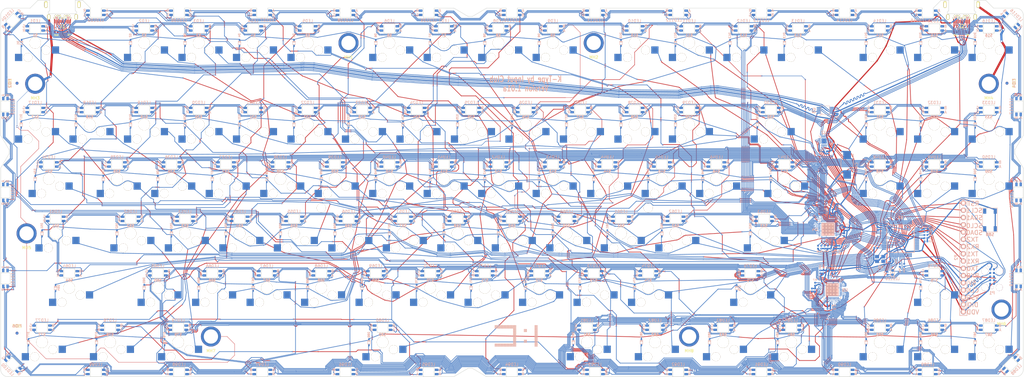
<source format=kicad_pcb>
(kicad_pcb (version 20171130) (host pcbnew "(5.1.2)-1")
  (title_block (title K-Type) (date 2017-11-02) (rev 1.01a) (company "Input Club"))
  (layers (0 Front signal) (31 Back signal) (34 B.Paste user) (35 F.Paste user) (36 B.SilkS user) (37 F.SilkS user) (38 B.Mask user) (39 F.Mask user) (44 Edge.Cuts user))
  (net 0 "")
  (net 1 +5V)
  (net 2 VSS)
  (net 3 VDD)
  (net 4 /mcu/MCU_RESET)
  (net 5 "Net-(D1-Pad1)")
  (net 6 "Net-(D2-Pad1)")
  (net 7 "Net-(D3-Pad1)")
  (net 8 "Net-(D4-Pad1)")
  (net 9 "Net-(D5-Pad1)")
  (net 10 "Net-(D6-Pad1)")
  (net 11 "Net-(D7-Pad1)")
  (net 12 "Net-(D8-Pad1)")
  (net 13 "Net-(D9-Pad1)")
  (net 14 "Net-(D10-Pad1)")
  (net 15 "Net-(D11-Pad1)")
  (net 16 "Net-(D12-Pad1)")
  (net 17 "Net-(D13-Pad1)")
  (net 18 "Net-(D14-Pad1)")
  (net 19 "Net-(D15-Pad1)")
  (net 20 "Net-(D16-Pad1)")
  (net 21 "Net-(D17-Pad1)")
  (net 22 "Net-(D18-Pad1)")
  (net 23 "Net-(D19-Pad1)")
  (net 24 "Net-(D20-Pad1)")
  (net 25 "Net-(D21-Pad1)")
  (net 26 "Net-(D22-Pad1)")
  (net 27 "Net-(D23-Pad1)")
  (net 28 "Net-(D24-Pad1)")
  (net 29 "Net-(D25-Pad1)")
  (net 30 "Net-(D26-Pad1)")
  (net 31 "Net-(D27-Pad1)")
  (net 32 "Net-(D28-Pad1)")
  (net 33 "Net-(D29-Pad1)")
  (net 34 "Net-(D30-Pad1)")
  (net 35 "Net-(D31-Pad1)")
  (net 36 "Net-(D32-Pad1)")
  (net 37 "Net-(D33-Pad1)")
  (net 38 "Net-(D34-Pad1)")
  (net 39 "Net-(D35-Pad1)")
  (net 40 "Net-(D36-Pad1)")
  (net 41 "Net-(D37-Pad1)")
  (net 42 "Net-(D38-Pad1)")
  (net 43 "Net-(D39-Pad1)")
  (net 44 "Net-(D40-Pad1)")
  (net 45 "Net-(D41-Pad1)")
  (net 46 "Net-(D42-Pad1)")
  (net 47 "Net-(D43-Pad1)")
  (net 48 "Net-(D44-Pad1)")
  (net 49 "Net-(D45-Pad1)")
  (net 50 "Net-(D46-Pad1)")
  (net 51 "Net-(D47-Pad1)")
  (net 52 "Net-(D48-Pad1)")
  (net 53 "Net-(D49-Pad1)")
  (net 54 "Net-(D50-Pad1)")
  (net 55 "Net-(D51-Pad1)")
  (net 56 "Net-(D52-Pad1)")
  (net 57 "Net-(D53-Pad1)")
  (net 58 "Net-(D54-Pad1)")
  (net 59 "Net-(D55-Pad1)")
  (net 60 "Net-(D56-Pad1)")
  (net 61 "Net-(D57-Pad1)")
  (net 62 "Net-(D58-Pad1)")
  (net 63 "Net-(D59-Pad1)")
  (net 64 "Net-(D60-Pad1)")
  (net 65 "Net-(D61-Pad1)")
  (net 66 "Net-(D62-Pad1)")
  (net 67 "Net-(D63-Pad1)")
  (net 68 "Net-(D64-Pad1)")
  (net 69 "Net-(D65-Pad1)")
  (net 70 "Net-(D66-Pad1)")
  (net 71 "Net-(D67-Pad1)")
  (net 72 "Net-(D68-Pad1)")
  (net 73 "Net-(D69-Pad1)")
  (net 74 "Net-(D70-Pad1)")
  (net 75 "Net-(D71-Pad1)")
  (net 76 "Net-(D72-Pad1)")
  (net 77 "Net-(D73-Pad1)")
  (net 78 "Net-(D74-Pad1)")
  (net 79 "Net-(D75-Pad1)")
  (net 80 "Net-(D76-Pad1)")
  (net 81 "Net-(D77-Pad1)")
  (net 82 "Net-(D78-Pad1)")
  (net 83 "Net-(D79-Pad1)")
  (net 84 "Net-(D80-Pad1)")
  (net 85 "Net-(D81-Pad1)")
  (net 86 "Net-(D82-Pad1)")
  (net 87 "Net-(D83-Pad1)")
  (net 88 "Net-(D84-Pad1)")
  (net 89 "Net-(D85-Pad1)")
  (net 90 "Net-(D86-Pad1)")
  (net 91 "Net-(D87-Pad1)")
  (net 92 /mcu/SHLD)
  (net 93 /mcu/INA+)
  (net 94 /mcu/INA-)
  (net 95 /mcu/D1-)
  (net 96 /mcu/D1+)
  (net 97 /mcu/INB+)
  (net 98 /mcu/INB-)
  (net 99 /mcu/D2-)
  (net 100 /mcu/D2+)
  (net 101 /mcu/PTA5)
  (net 102 /mcu/RX0)
  (net 103 /mcu/TX2)
  (net 104 /mcu/SWD_CLK)
  (net 105 /mcu/TX0)
  (net 106 /mcu/SWD_DIO)
  (net 107 /mcu/RX1)
  (net 108 /mcu/TX1)
  (net 109 /mcu/RX2)
  (net 110 /mcu/SDA0)
  (net 111 /mcu/SCL0)
  (net 112 /mcu/D+)
  (net 113 /mcu/USB_DP)
  (net 114 /mcu/D-)
  (net 115 /mcu/USB_DM)
  (net 116 /mcu/INTB)
  (net 117 /mcu/SDB)
  (net 118 /mcu/PTA12)
  (net 119 /mcu/PTA13)
  (net 120 "Net-(U1-Pad32)")
  (net 121 "Net-(U1-Pad33)")
  (net 122 "Net-(J1-Pad17)")
  (net 123 "Net-(J1-Pad20)")
  (net 124 "Net-(J1-Pad8)")
  (net 125 "Net-(J1-Pad5)")
  (net 126 "Net-(J2-Pad17)")
  (net 127 "Net-(J2-Pad5)")
  (net 128 /mcu/SDA1)
  (net 129 /mcu/SCL1)
  (net 130 "Net-(U1-Pad9)")
  (net 131 "Net-(U1-Pad10)")
  (net 132 "Net-(U1-Pad11)")
  (net 133 "Net-(U1-Pad12)")
  (net 134 "Net-(U1-Pad13)")
  (net 135 "Net-(U1-Pad14)")
  (net 136 "Net-(U1-Pad15)")
  (net 137 "Net-(U1-Pad16)")
  (net 138 "Net-(U1-Pad17)")
  (net 139 "Net-(U1-Pad18)")
  (net 140 "Net-(U1-Pad19)")
  (net 141 "Net-(U1-Pad20)")
  (net 142 /mcu/PTA4)
  (net 143 /Row1)
  (net 144 /Row2)
  (net 145 /Row3)
  (net 146 /Row4)
  (net 147 /Row5)
  (net 148 /Row6)
  (net 149 /Row7)
  (net 150 /Row8)
  (net 151 /Row9)
  (net 152 /Row10)
  (net 153 /Col1)
  (net 154 /Col2)
  (net 155 /Col3)
  (net 156 /Col4)
  (net 157 /Col5)
  (net 158 /Col6)
  (net 159 /Col7)
  (net 160 /Col8)
  (net 161 /Col9)
  (net 162 /Col10)
  (net 163 "Net-(J2-Pad8)")
  (net 164 "Net-(J2-Pad20)")
  (net 165 "Net-(LED120-Pad2)")
  (net 166 /ledmatrix/LD1_SW1)
  (net 167 /ledmatrix/LD1_SW2)
  (net 168 /ledmatrix/LD1_CS1)
  (net 169 /ledmatrix/LD1_SW3)
  (net 170 /ledmatrix/LD1_CS2)
  (net 171 /ledmatrix/LD1_CS3)
  (net 172 /ledmatrix/LD1_CS4)
  (net 173 /ledmatrix/LD1_CS5)
  (net 174 /ledmatrix/LD1_CS6)
  (net 175 /ledmatrix/LD1_CS7)
  (net 176 /ledmatrix/LD1_CS8)
  (net 177 /ledmatrix/LD1_CS9)
  (net 178 /ledmatrix/LD1_CS10)
  (net 179 /ledmatrix/LD1_CS11)
  (net 180 /ledmatrix/LD1_CS12)
  (net 181 /ledmatrix/LD1_CS13)
  (net 182 /ledmatrix/LD1_CS14)
  (net 183 /ledmatrix/LD1_CS15)
  (net 184 /ledmatrix/LD1_CS16)
  (net 185 /ledmatrix/LD1_SW4)
  (net 186 /ledmatrix/LD1_SW5)
  (net 187 /ledmatrix/LD1_SW6)
  (net 188 /ledmatrix/LD1_SW7)
  (net 189 /ledmatrix/LD1_SW8)
  (net 190 /ledmatrix/LD1_SW9)
  (net 191 /ledmatrix/LD1_SW10)
  (net 192 /ledmatrix/LD1_SW11)
  (net 193 /ledmatrix/LD1_SW12)
  (net 194 /ledmatrix/LD2_SW1)
  (net 195 /ledmatrix/LD2_SW2)
  (net 196 /ledmatrix/LD2_CS1)
  (net 197 /ledmatrix/LD2_SW3)
  (net 198 /ledmatrix/LD2_CS2)
  (net 199 /ledmatrix/LD2_CS3)
  (net 200 /ledmatrix/LD2_CS4)
  (net 201 /ledmatrix/LD2_CS5)
  (net 202 /ledmatrix/LD2_CS6)
  (net 203 /ledmatrix/LD2_CS7)
  (net 204 /ledmatrix/LD2_CS8)
  (net 205 /ledmatrix/LD2_CS9)
  (net 206 /ledmatrix/LD2_CS10)
  (net 207 /ledmatrix/LD2_CS11)
  (net 208 /ledmatrix/LD2_CS12)
  (net 209 /ledmatrix/LD2_CS13)
  (net 210 /ledmatrix/LD2_CS14)
  (net 211 /ledmatrix/LD2_CS15)
  (net 212 /ledmatrix/LD2_CS16)
  (net 213 /ledmatrix/LD2_SW4)
  (net 214 /ledmatrix/LD2_SW5)
  (net 215 /ledmatrix/LD2_SW6)
  (net 216 /ledmatrix/LD2_SW9)
  (net 217 /ledmatrix/LD2_SW8)
  (net 218 /ledmatrix/LD2_SW7)
  (net 219 /ledmatrix/LD2_SW12)
  (net 220 /ledmatrix/LD2_SW11)
  (net 221 /ledmatrix/LD2_SW10)
  (net 222 "Net-(S88-Pad1)")
  (net 223 "Net-(R14-Pad1)")
  (net 224 "Net-(R9-Pad1)")
  (net 225 "Net-(R17-Pad1)")
  (net 226 /mcu/SYNC)
  (net 227 "Net-(U5-Pad45)")
  (net 228 "Net-(R15-Pad1)")
  (module lib.pretty:QFN-48-6mm-vias (layer Back) (at 319.913 129.222 180)
    (fp_text reference U5 (at -4.445 -0.127 180) (layer B.SilkS) (effects (font (thickness 0.2)) (justify mirror)))
    (fp_text value IS31FL3733 hide)
    (pad 48 thru_hole rect (at 1.65 1.65 180) (size 1.1 1.1) (drill 0.254) (layers *.Cu B.SilkS B.Mask) (net 2 VSS))
    (pad 48 thru_hole rect (at 0.55 1.65 180) (size 1.1 1.1) (drill 0.254) (layers *.Cu B.SilkS B.Mask) (net 2 VSS))
    (pad 48 thru_hole rect (at -1.65 1.65 180) (size 1.1 1.1) (drill 0.254) (layers *.Cu B.SilkS B.Mask) (net 2 VSS))
    (pad 48 thru_hole rect (at -0.55 1.65 180) (size 1.1 1.1) (drill 0.254) (layers *.Cu B.SilkS B.Mask) (net 2 VSS))
    (pad 48 smd rect (at -2.2 2.925 180) (size 0.2 0.75) (layers Back B.Paste B.Mask) (net 2 VSS))
    (pad 47 smd rect (at -1.8 2.925 180) (size 0.2 0.75) (layers Back B.Paste B.Mask) (net 101 /mcu/PTA5))
    (pad 46 smd rect (at -1.4 2.925 180) (size 0.2 0.75) (layers Back B.Paste B.Mask) (net 117 /mcu/SDB))
    (pad 45 smd rect (at -1 2.925 180) (size 0.2 0.75) (layers Back B.Paste B.Mask) (net 227 "Net-(U5-Pad45)"))
    (pad 44 smd rect (at -0.6 2.925 180) (size 0.2 0.75) (layers Back B.Paste B.Mask) (net 2 VSS))
    (pad 43 smd rect (at -0.2 2.925 180) (size 0.2 0.75) (layers Back B.Paste B.Mask) (net 2 VSS))
    (pad 42 smd rect (at 0.2 2.925 180) (size 0.2 0.75) (layers Back B.Paste B.Mask) (net 129 /mcu/SCL1))
    (pad 41 smd rect (at 0.6 2.925 180) (size 0.2 0.75) (layers Back B.Paste B.Mask) (net 128 /mcu/SDA1))
    (pad 40 smd rect (at 1 2.925 180) (size 0.2 0.75) (layers Back B.Paste B.Mask) (net 226 /mcu/SYNC))
    (pad 39 smd rect (at 1.4 2.925 180) (size 0.2 0.75) (layers Back B.Paste B.Mask) (net 3 VDD))
    (pad 38 smd rect (at 1.8 2.925 180) (size 0.2 0.75) (layers Back B.Paste B.Mask) (net 1 +5V))
    (pad 37 smd rect (at 2.2 2.925 180) (size 0.2 0.75) (layers Back B.Paste B.Mask) (net 1 +5V))
    (pad 32 smd rect (at 2.925 0.6 180) (size 0.75 0.2) (layers Back B.Paste B.Mask) (net 211 /ledmatrix/LD2_CS15))
    (pad 31 smd rect (at 2.925 0.2 180) (size 0.75 0.2) (layers Back B.Paste B.Mask) (net 210 /ledmatrix/LD2_CS14))
    (pad 30 smd rect (at 2.925 -0.2 180) (size 0.75 0.2) (layers Back B.Paste B.Mask) (net 209 /ledmatrix/LD2_CS13))
    (pad 29 smd rect (at 2.925 -0.6 180) (size 0.75 0.2) (layers Back B.Paste B.Mask) (net 1 +5V))
    (pad 28 smd rect (at 2.925 -1 180) (size 0.75 0.2) (layers Back B.Paste B.Mask) (net 208 /ledmatrix/LD2_CS12))
    (pad 27 smd rect (at 2.925 -1.4 180) (size 0.75 0.2) (layers Back B.Paste B.Mask) (net 207 /ledmatrix/LD2_CS11))
    (pad 26 smd rect (at 2.925 -1.8 180) (size 0.75 0.2) (layers Back B.Paste B.Mask) (net 206 /ledmatrix/LD2_CS10))
    (pad 25 smd rect (at 2.925 -2.2 180) (size 0.75 0.2) (layers Back B.Paste B.Mask) (net 205 /ledmatrix/LD2_CS9))
    (pad 16 smd rect (at -1 -2.925 180) (size 0.2 0.75) (layers Back B.Paste B.Mask) (net 196 /ledmatrix/LD2_CS1))
    (pad 15 smd rect (at -1.4 -2.925 180) (size 0.2 0.75) (layers Back B.Paste B.Mask) (net 219 /ledmatrix/LD2_SW12))
    (pad 14 smd rect (at -1.8 -2.925 180) (size 0.2 0.75) (layers Back B.Paste B.Mask) (net 220 /ledmatrix/LD2_SW11))
    (pad 13 smd rect (at -2.2 -2.925 180) (size 0.2 0.75) (layers Back B.Paste B.Mask) (net 221 /ledmatrix/LD2_SW10))
    (pad 24 smd rect (at 2.2 -2.925 180) (size 0.2 0.75) (layers Back B.Paste B.Mask) (net 204 /ledmatrix/LD2_CS8))
    (pad 23 smd rect (at 1.8 -2.925 180) (size 0.2 0.75) (layers Back B.Paste B.Mask) (net 203 /ledmatrix/LD2_CS7))
    (pad 22 smd rect (at 1.4 -2.925 180) (size 0.2 0.75) (layers Back B.Paste B.Mask) (net 202 /ledmatrix/LD2_CS6))
    (pad 21 smd rect (at 1 -2.925 180) (size 0.2 0.75) (layers Back B.Paste B.Mask) (net 201 /ledmatrix/LD2_CS5))
    (pad 20 smd rect (at 0.6 -2.925 180) (size 0.2 0.75) (layers Back B.Paste B.Mask) (net 1 +5V))
    (pad 19 smd rect (at 0.2 -2.925 180) (size 0.2 0.75) (layers Back B.Paste B.Mask) (net 200 /ledmatrix/LD2_CS4))
    (pad 18 smd rect (at -0.2 -2.925 180) (size 0.2 0.75) (layers Back B.Paste B.Mask) (net 199 /ledmatrix/LD2_CS3))
    (pad 17 smd rect (at -0.6 -2.925 180) (size 0.2 0.75) (layers Back B.Paste B.Mask) (net 198 /ledmatrix/LD2_CS2))
    (pad 36 smd rect (at 2.925 2.2 180) (size 0.75 0.2) (layers Back B.Paste B.Mask))
    (pad 35 smd rect (at 2.925 1.8 180) (size 0.75 0.2) (layers Back B.Paste B.Mask) (net 225 "Net-(R17-Pad1)"))
    (pad 34 smd rect (at 2.925 1.4 180) (size 0.75 0.2) (layers Back B.Paste B.Mask) (net 2 VSS))
    (pad 33 smd rect (at 2.925 1 180) (size 0.75 0.2) (layers Back B.Paste B.Mask) (net 212 /ledmatrix/LD2_CS16))
    (pad 12 smd rect (at -2.925 -2.2 180) (size 0.75 0.2) (layers Back B.Paste B.Mask) (net 2 VSS))
    (pad 11 smd rect (at -2.925 -1.8 180) (size 0.75 0.2) (layers Back B.Paste B.Mask) (net 216 /ledmatrix/LD2_SW9))
    (pad 10 smd rect (at -2.925 -1.4 180) (size 0.75 0.2) (layers Back B.Paste B.Mask) (net 217 /ledmatrix/LD2_SW8))
    (pad 9 smd rect (at -2.925 -1 180) (size 0.75 0.2) (layers Back B.Paste B.Mask) (net 218 /ledmatrix/LD2_SW7))
    (pad 8 smd rect (at -2.925 -0.6 180) (size 0.75 0.2) (layers Back B.Paste B.Mask) (net 215 /ledmatrix/LD2_SW6))
    (pad 7 smd rect (at -2.925 -0.2 180) (size 0.75 0.2) (layers Back B.Paste B.Mask) (net 214 /ledmatrix/LD2_SW5))
    (pad 6 smd rect (at -2.925 0.2 180) (size 0.75 0.2) (layers Back B.Paste B.Mask) (net 213 /ledmatrix/LD2_SW4))
    (pad 5 smd rect (at -2.925 0.6 180) (size 0.75 0.2) (layers Back B.Paste B.Mask) (net 2 VSS))
    (pad 4 smd rect (at -2.925 1 180) (size 0.75 0.2) (layers Back B.Paste B.Mask) (net 197 /ledmatrix/LD2_SW3))
    (pad 3 smd rect (at -2.925 1.4 180) (size 0.75 0.2) (layers Back B.Paste B.Mask) (net 195 /ledmatrix/LD2_SW2))
    (pad 2 smd rect (at -2.925 1.8 180) (size 0.75 0.2) (layers Back B.Paste B.Mask) (net 194 /ledmatrix/LD2_SW1))
    (pad 1 smd rect (at -2.925 2.2 180) (size 0.75 0.2) (layers Back B.Paste B.Mask))
    (pad 48 thru_hole rect (at -0.55 0.55 180) (size 1.1 1.1) (drill 0.254) (layers *.Cu B.SilkS B.Mask) (net 2 VSS))
    (pad 48 thru_hole rect (at -1.65 0.55 180) (size 1.1 1.1) (drill 0.254) (layers *.Cu B.SilkS B.Mask) (net 2 VSS))
    (pad 48 thru_hole rect (at 0.55 0.55 180) (size 1.1 1.1) (drill 0.254) (layers *.Cu B.SilkS B.Mask) (net 2 VSS))
    (pad 48 thru_hole rect (at 1.65 0.55 180) (size 1.1 1.1) (drill 0.254) (layers *.Cu B.SilkS B.Mask) (net 2 VSS))
    (pad 48 thru_hole rect (at 1.65 -1.65 180) (size 1.1 1.1) (drill 0.254) (layers *.Cu B.SilkS B.Mask) (net 2 VSS))
    (pad 48 thru_hole rect (at 0.55 -1.65 180) (size 1.1 1.1) (drill 0.254) (layers *.Cu B.SilkS B.Mask) (net 2 VSS))
    (pad 48 thru_hole rect (at -1.65 -1.65 180) (size 1.1 1.1) (drill 0.254) (layers *.Cu B.SilkS B.Mask) (net 2 VSS))
    (pad 48 thru_hole rect (at -0.55 -1.65 180) (size 1.1 1.1) (drill 0.254) (layers *.Cu B.SilkS B.Mask) (net 2 VSS))
    (pad 48 thru_hole rect (at -0.55 -0.55 180) (size 1.1 1.1) (drill 0.254) (layers *.Cu B.SilkS B.Mask) (net 2 VSS))
    (pad 48 thru_hole rect (at -1.65 -0.55 180) (size 1.1 1.1) (drill 0.254) (layers *.Cu B.SilkS B.Mask) (net 2 VSS))
    (pad 48 thru_hole rect (at 0.55 -0.55 180) (size 1.1 1.1) (drill 0.254) (layers *.Cu B.SilkS B.Mask) (net 2 VSS))
    (pad 48 thru_hole rect (at 1.65 -0.55 180) (size 1.1 1.1) (drill 0.254) (layers *.Cu B.SilkS B.Mask) (net 2 VSS))
  )
  (module lib.pretty:QFN-48-6mm-vias (layer Back) (at 318.389 108.14)
    (fp_text reference U4 (at -4.572 0) (layer B.SilkS) (effects (font (thickness 0.2)) (justify mirror)))
    (fp_text value IS31FL3733 hide)
    (pad 48 thru_hole rect (at 1.65 1.65) (size 1.1 1.1) (drill 0.254) (layers *.Cu B.SilkS B.Mask) (net 2 VSS))
    (pad 48 thru_hole rect (at 0.55 1.65) (size 1.1 1.1) (drill 0.254) (layers *.Cu B.SilkS B.Mask) (net 2 VSS))
    (pad 48 thru_hole rect (at -1.65 1.65) (size 1.1 1.1) (drill 0.254) (layers *.Cu B.SilkS B.Mask) (net 2 VSS))
    (pad 48 thru_hole rect (at -0.55 1.65) (size 1.1 1.1) (drill 0.254) (layers *.Cu B.SilkS B.Mask) (net 2 VSS))
    (pad 48 smd rect (at -2.2 2.925) (size 0.2 0.75) (layers Back B.Paste B.Mask) (net 2 VSS))
    (pad 47 smd rect (at -1.8 2.925) (size 0.2 0.75) (layers Back B.Paste B.Mask) (net 101 /mcu/PTA5))
    (pad 46 smd rect (at -1.4 2.925) (size 0.2 0.75) (layers Back B.Paste B.Mask) (net 117 /mcu/SDB))
    (pad 45 smd rect (at -1 2.925) (size 0.2 0.75) (layers Back B.Paste B.Mask) (net 116 /mcu/INTB))
    (pad 44 smd rect (at -0.6 2.925) (size 0.2 0.75) (layers Back B.Paste B.Mask) (net 2 VSS))
    (pad 43 smd rect (at -0.2 2.925) (size 0.2 0.75) (layers Back B.Paste B.Mask) (net 2 VSS))
    (pad 42 smd rect (at 0.2 2.925) (size 0.2 0.75) (layers Back B.Paste B.Mask) (net 111 /mcu/SCL0))
    (pad 41 smd rect (at 0.6 2.925) (size 0.2 0.75) (layers Back B.Paste B.Mask) (net 110 /mcu/SDA0))
    (pad 40 smd rect (at 1 2.925) (size 0.2 0.75) (layers Back B.Paste B.Mask) (net 226 /mcu/SYNC))
    (pad 39 smd rect (at 1.4 2.925) (size 0.2 0.75) (layers Back B.Paste B.Mask) (net 3 VDD))
    (pad 38 smd rect (at 1.8 2.925) (size 0.2 0.75) (layers Back B.Paste B.Mask) (net 1 +5V))
    (pad 37 smd rect (at 2.2 2.925) (size 0.2 0.75) (layers Back B.Paste B.Mask) (net 1 +5V))
    (pad 32 smd rect (at 2.925 0.6) (size 0.75 0.2) (layers Back B.Paste B.Mask) (net 183 /ledmatrix/LD1_CS15))
    (pad 31 smd rect (at 2.925 0.2) (size 0.75 0.2) (layers Back B.Paste B.Mask) (net 182 /ledmatrix/LD1_CS14))
    (pad 30 smd rect (at 2.925 -0.2) (size 0.75 0.2) (layers Back B.Paste B.Mask) (net 181 /ledmatrix/LD1_CS13))
    (pad 29 smd rect (at 2.925 -0.6) (size 0.75 0.2) (layers Back B.Paste B.Mask) (net 1 +5V))
    (pad 28 smd rect (at 2.925 -1) (size 0.75 0.2) (layers Back B.Paste B.Mask) (net 180 /ledmatrix/LD1_CS12))
    (pad 27 smd rect (at 2.925 -1.4) (size 0.75 0.2) (layers Back B.Paste B.Mask) (net 179 /ledmatrix/LD1_CS11))
    (pad 26 smd rect (at 2.925 -1.8) (size 0.75 0.2) (layers Back B.Paste B.Mask) (net 178 /ledmatrix/LD1_CS10))
    (pad 25 smd rect (at 2.925 -2.2) (size 0.75 0.2) (layers Back B.Paste B.Mask) (net 177 /ledmatrix/LD1_CS9))
    (pad 16 smd rect (at -1 -2.925) (size 0.2 0.75) (layers Back B.Paste B.Mask) (net 168 /ledmatrix/LD1_CS1))
    (pad 15 smd rect (at -1.4 -2.925) (size 0.2 0.75) (layers Back B.Paste B.Mask) (net 193 /ledmatrix/LD1_SW12))
    (pad 14 smd rect (at -1.8 -2.925) (size 0.2 0.75) (layers Back B.Paste B.Mask) (net 192 /ledmatrix/LD1_SW11))
    (pad 13 smd rect (at -2.2 -2.925) (size 0.2 0.75) (layers Back B.Paste B.Mask) (net 191 /ledmatrix/LD1_SW10))
    (pad 24 smd rect (at 2.2 -2.925) (size 0.2 0.75) (layers Back B.Paste B.Mask) (net 176 /ledmatrix/LD1_CS8))
    (pad 23 smd rect (at 1.8 -2.925) (size 0.2 0.75) (layers Back B.Paste B.Mask) (net 175 /ledmatrix/LD1_CS7))
    (pad 22 smd rect (at 1.4 -2.925) (size 0.2 0.75) (layers Back B.Paste B.Mask) (net 174 /ledmatrix/LD1_CS6))
    (pad 21 smd rect (at 1 -2.925) (size 0.2 0.75) (layers Back B.Paste B.Mask) (net 173 /ledmatrix/LD1_CS5))
    (pad 20 smd rect (at 0.6 -2.925) (size 0.2 0.75) (layers Back B.Paste B.Mask) (net 1 +5V))
    (pad 19 smd rect (at 0.2 -2.925) (size 0.2 0.75) (layers Back B.Paste B.Mask) (net 172 /ledmatrix/LD1_CS4))
    (pad 18 smd rect (at -0.2 -2.925) (size 0.2 0.75) (layers Back B.Paste B.Mask) (net 171 /ledmatrix/LD1_CS3))
    (pad 17 smd rect (at -0.6 -2.925) (size 0.2 0.75) (layers Back B.Paste B.Mask) (net 170 /ledmatrix/LD1_CS2))
    (pad 36 smd rect (at 2.925 2.2) (size 0.75 0.2) (layers Back B.Paste B.Mask))
    (pad 35 smd rect (at 2.925 1.8) (size 0.75 0.2) (layers Back B.Paste B.Mask) (net 224 "Net-(R9-Pad1)"))
    (pad 34 smd rect (at 2.925 1.4) (size 0.75 0.2) (layers Back B.Paste B.Mask) (net 2 VSS))
    (pad 33 smd rect (at 2.925 1) (size 0.75 0.2) (layers Back B.Paste B.Mask) (net 184 /ledmatrix/LD1_CS16))
    (pad 12 smd rect (at -2.925 -2.2) (size 0.75 0.2) (layers Back B.Paste B.Mask) (net 2 VSS))
    (pad 11 smd rect (at -2.925 -1.8) (size 0.75 0.2) (layers Back B.Paste B.Mask) (net 190 /ledmatrix/LD1_SW9))
    (pad 10 smd rect (at -2.925 -1.4) (size 0.75 0.2) (layers Back B.Paste B.Mask) (net 189 /ledmatrix/LD1_SW8))
    (pad 9 smd rect (at -2.925 -1) (size 0.75 0.2) (layers Back B.Paste B.Mask) (net 188 /ledmatrix/LD1_SW7))
    (pad 8 smd rect (at -2.925 -0.6) (size 0.75 0.2) (layers Back B.Paste B.Mask) (net 187 /ledmatrix/LD1_SW6))
    (pad 7 smd rect (at -2.925 -0.2) (size 0.75 0.2) (layers Back B.Paste B.Mask) (net 186 /ledmatrix/LD1_SW5))
    (pad 6 smd rect (at -2.925 0.2) (size 0.75 0.2) (layers Back B.Paste B.Mask) (net 185 /ledmatrix/LD1_SW4))
    (pad 5 smd rect (at -2.925 0.6) (size 0.75 0.2) (layers Back B.Paste B.Mask) (net 2 VSS))
    (pad 4 smd rect (at -2.925 1) (size 0.75 0.2) (layers Back B.Paste B.Mask) (net 169 /ledmatrix/LD1_SW3))
    (pad 3 smd rect (at -2.925 1.4) (size 0.75 0.2) (layers Back B.Paste B.Mask) (net 167 /ledmatrix/LD1_SW2))
    (pad 2 smd rect (at -2.925 1.8) (size 0.75 0.2) (layers Back B.Paste B.Mask) (net 166 /ledmatrix/LD1_SW1))
    (pad 1 smd rect (at -2.925 2.2) (size 0.75 0.2) (layers Back B.Paste B.Mask))
    (pad 48 thru_hole rect (at -0.55 0.55) (size 1.1 1.1) (drill 0.254) (layers *.Cu B.SilkS B.Mask) (net 2 VSS))
    (pad 48 thru_hole rect (at -1.65 0.55) (size 1.1 1.1) (drill 0.254) (layers *.Cu B.SilkS B.Mask) (net 2 VSS))
    (pad 48 thru_hole rect (at 0.55 0.55) (size 1.1 1.1) (drill 0.254) (layers *.Cu B.SilkS B.Mask) (net 2 VSS))
    (pad 48 thru_hole rect (at 1.65 0.55) (size 1.1 1.1) (drill 0.254) (layers *.Cu B.SilkS B.Mask) (net 2 VSS))
    (pad 48 thru_hole rect (at 1.65 -1.65) (size 1.1 1.1) (drill 0.254) (layers *.Cu B.SilkS B.Mask) (net 2 VSS))
    (pad 48 thru_hole rect (at 0.55 -1.65) (size 1.1 1.1) (drill 0.254) (layers *.Cu B.SilkS B.Mask) (net 2 VSS))
    (pad 48 thru_hole rect (at -1.65 -1.65) (size 1.1 1.1) (drill 0.254) (layers *.Cu B.SilkS B.Mask) (net 2 VSS))
    (pad 48 thru_hole rect (at -0.55 -1.65) (size 1.1 1.1) (drill 0.254) (layers *.Cu B.SilkS B.Mask) (net 2 VSS))
    (pad 48 thru_hole rect (at -0.55 -0.55) (size 1.1 1.1) (drill 0.254) (layers *.Cu B.SilkS B.Mask) (net 2 VSS))
    (pad 48 thru_hole rect (at -1.65 -0.55) (size 1.1 1.1) (drill 0.254) (layers *.Cu B.SilkS B.Mask) (net 2 VSS))
    (pad 48 thru_hole rect (at 0.55 -0.55) (size 1.1 1.1) (drill 0.254) (layers *.Cu B.SilkS B.Mask) (net 2 VSS))
    (pad 48 thru_hole rect (at 1.65 -0.55) (size 1.1 1.1) (drill 0.254) (layers *.Cu B.SilkS B.Mask) (net 2 VSS))
  )
  (module lib.pretty:SW_SOCKET_COMBINED_T (layer Front) (at 355.6 42.8625 180)
    (fp_text reference S15 (at 0 2.667 180) (layer B.SilkS) (effects (font (size 0.9 0.9) (thickness 0.2)) (justify mirror)))
    (fp_text value SW hide)
    (pad 2 smd rect (at 5.815 -5.08 180) (size 2.54 2.54) (layers Back B.Paste B.Mask) (net 19 "Net-(D15-Pad1)"))
    (pad 1 smd rect (at -7.085 -2.4765 180) (size 2.54 2.54) (layers Back B.Paste B.Mask) (net 157 /Col5))
    (pad "" np_thru_hole circle (at 2.54 -5.08 180) (size 3.048254 3.048254) (drill 3.048) (layers *.Cu *.Mask F.SilkS) (clearance 0.1397))
    (pad "" np_thru_hole circle (at -3.81 -2.54 180) (size 3.048254 3.048254) (drill 3.048) (layers *.Cu *.Mask F.SilkS) (clearance 0.1397))
    (pad "" np_thru_hole circle (at 0 0 180) (size 3.987825 3.987825) (drill 3.9878) (layers *.Cu *.Mask F.SilkS) (clearance 0.1397))
  )
  (module lib.pretty:SW_SOCKET_COMBINED_T (layer Front) (at 303.212 90.4875 180)
    (fp_text reference S47 (at 0 2.667 180) (layer B.SilkS) (effects (font (size 0.9 0.9) (thickness 0.2)) (justify mirror)))
    (fp_text value SW hide)
    (pad 2 smd rect (at 5.815 -5.08 180) (size 2.54 2.54) (layers Back B.Paste B.Mask) (net 51 "Net-(D47-Pad1)"))
    (pad 1 smd rect (at -7.085 -2.4765 180) (size 2.54 2.54) (layers Back B.Paste B.Mask) (net 161 /Col9))
    (pad "" np_thru_hole circle (at 2.54 -5.08 180) (size 3.048254 3.048254) (drill 3.048) (layers *.Cu *.Mask F.SilkS) (clearance 0.1397))
    (pad "" np_thru_hole circle (at -3.81 -2.54 180) (size 3.048254 3.048254) (drill 3.048) (layers *.Cu *.Mask F.SilkS) (clearance 0.1397))
    (pad "" np_thru_hole circle (at 0 0 180) (size 3.987825 3.987825) (drill 3.9878) (layers *.Cu *.Mask F.SilkS) (clearance 0.1397))
  )
  (module lib.pretty:SW_SOCKET_COMBINED_T (layer Front) (at 46.0375 90.4875 180)
    (fp_text reference S34 (at 0 2.667 180) (layer B.SilkS) (effects (font (size 0.9 0.9) (thickness 0.2)) (justify mirror)))
    (fp_text value SW hide)
    (pad 2 smd rect (at 5.815 -5.08 180) (size 2.54 2.54) (layers Back B.Paste B.Mask) (net 38 "Net-(D34-Pad1)"))
    (pad 1 smd rect (at -7.085 -2.4765 180) (size 2.54 2.54) (layers Back B.Paste B.Mask) (net 158 /Col6))
    (pad "" np_thru_hole circle (at 2.54 -5.08 180) (size 3.048254 3.048254) (drill 3.048) (layers *.Cu *.Mask F.SilkS) (clearance 0.1397))
    (pad "" np_thru_hole circle (at -3.81 -2.54 180) (size 3.048254 3.048254) (drill 3.048) (layers *.Cu *.Mask F.SilkS) (clearance 0.1397))
    (pad "" np_thru_hole circle (at 0 0 180) (size 3.987825 3.987825) (drill 3.9878) (layers *.Cu *.Mask F.SilkS) (clearance 0.1397))
  )
  (module lib.pretty:SW_SOCKET_COMBINED_T (layer Front) (at 53.1812 128.588 180)
    (fp_text reference S64 (at 0 2.667 180) (layer B.SilkS) (effects (font (size 0.9 0.9) (thickness 0.2)) (justify mirror)))
    (fp_text value SW hide)
    (pad 2 smd rect (at 5.815 -5.08 180) (size 2.54 2.54) (layers Back B.Paste B.Mask) (net 68 "Net-(D64-Pad1)"))
    (pad 1 smd rect (at -7.085 -2.4765 180) (size 2.54 2.54) (layers Back B.Paste B.Mask) (net 161 /Col9))
    (pad "" np_thru_hole circle (at 2.54 -5.08 180) (size 3.048254 3.048254) (drill 3.048) (layers *.Cu *.Mask F.SilkS) (clearance 0.1397))
    (pad "" np_thru_hole circle (at -3.81 -2.54 180) (size 3.048254 3.048254) (drill 3.048) (layers *.Cu *.Mask F.SilkS) (clearance 0.1397))
    (pad "" np_thru_hole circle (at 0 0 180) (size 3.987825 3.987825) (drill 3.9878) (layers *.Cu *.Mask F.SilkS) (clearance 0.1397))
  )
  (module lib.pretty:SW_SOCKET_COMBINED_T (layer Front) (at 296.069 109.538 180)
    (fp_text reference S63 (at 0 2.667 180) (layer B.SilkS) (effects (font (size 0.9 0.9) (thickness 0.2)) (justify mirror)))
    (fp_text value SW hide)
    (pad 2 smd rect (at 5.815 -5.08 180) (size 2.54 2.54) (layers Back B.Paste B.Mask) (net 67 "Net-(D63-Pad1)"))
    (pad 1 smd rect (at -7.085 -2.4765 180) (size 2.54 2.54) (layers Back B.Paste B.Mask) (net 159 /Col7))
    (pad "" np_thru_hole circle (at 2.54 -5.08 180) (size 3.048254 3.048254) (drill 3.048) (layers *.Cu *.Mask F.SilkS) (clearance 0.1397))
    (pad "" np_thru_hole circle (at -3.81 -2.54 180) (size 3.048254 3.048254) (drill 3.048) (layers *.Cu *.Mask F.SilkS) (clearance 0.1397))
    (pad "" np_thru_hole circle (at 0 0 180) (size 3.987825 3.987825) (drill 3.9878) (layers *.Cu *.Mask F.SilkS) (clearance 0.1397))
  )
  (module lib.pretty:SW_SOCKET_COMBINED_T (layer Front) (at 48.4188 109.538 180)
    (fp_text reference S51 (at 0 2.667 180) (layer B.SilkS) (effects (font (size 0.9 0.9) (thickness 0.2)) (justify mirror)))
    (fp_text value SW hide)
    (pad 2 smd rect (at 5.815 -5.08 180) (size 2.54 2.54) (layers Back B.Paste B.Mask) (net 55 "Net-(D51-Pad1)"))
    (pad 1 smd rect (at -7.085 -2.4765 180) (size 2.54 2.54) (layers Back B.Paste B.Mask) (net 156 /Col4))
    (pad "" np_thru_hole circle (at 2.54 -5.08 180) (size 3.048254 3.048254) (drill 3.048) (layers *.Cu *.Mask F.SilkS) (clearance 0.1397))
    (pad "" np_thru_hole circle (at -3.81 -2.54 180) (size 3.048254 3.048254) (drill 3.048) (layers *.Cu *.Mask F.SilkS) (clearance 0.1397))
    (pad "" np_thru_hole circle (at 0 0 180) (size 3.987825 3.987825) (drill 3.9878) (layers *.Cu *.Mask F.SilkS) (clearance 0.1397))
  )
  (module lib.pretty:SW_SOCKET_COMBINED_T (layer Front) (at 41.275 71.4375 180)
    (fp_text reference S17 (at 0 2.667 180) (layer B.SilkS) (effects (font (size 0.9 0.9) (thickness 0.2)) (justify mirror)))
    (fp_text value SW hide)
    (pad 2 smd rect (at 5.815 -5.08 180) (size 2.54 2.54) (layers Back B.Paste B.Mask) (net 21 "Net-(D17-Pad1)"))
    (pad 1 smd rect (at -7.085 -2.4765 180) (size 2.54 2.54) (layers Back B.Paste B.Mask) (net 159 /Col7))
    (pad "" np_thru_hole circle (at 2.54 -5.08 180) (size 3.048254 3.048254) (drill 3.048) (layers *.Cu *.Mask F.SilkS) (clearance 0.1397))
    (pad "" np_thru_hole circle (at -3.81 -2.54 180) (size 3.048254 3.048254) (drill 3.048) (layers *.Cu *.Mask F.SilkS) (clearance 0.1397))
    (pad "" np_thru_hole circle (at 0 0 180) (size 3.987825 3.987825) (drill 3.9878) (layers *.Cu *.Mask F.SilkS) (clearance 0.1397))
  )
  (module lib.pretty:SW_SOCKET_COMBINED_T (layer Front) (at 60.325 71.4375 180)
    (fp_text reference S18 (at 0 2.667 180) (layer B.SilkS) (effects (font (size 0.9 0.9) (thickness 0.2)) (justify mirror)))
    (fp_text value SW hide)
    (pad 2 smd rect (at 5.815 -5.08 180) (size 2.54 2.54) (layers Back B.Paste B.Mask) (net 22 "Net-(D18-Pad1)"))
    (pad 1 smd rect (at -7.085 -2.4765 180) (size 2.54 2.54) (layers Back B.Paste B.Mask) (net 160 /Col8))
    (pad "" np_thru_hole circle (at 2.54 -5.08 180) (size 3.048254 3.048254) (drill 3.048) (layers *.Cu *.Mask F.SilkS) (clearance 0.1397))
    (pad "" np_thru_hole circle (at -3.81 -2.54 180) (size 3.048254 3.048254) (drill 3.048) (layers *.Cu *.Mask F.SilkS) (clearance 0.1397))
    (pad "" np_thru_hole circle (at 0 0 180) (size 3.987825 3.987825) (drill 3.9878) (layers *.Cu *.Mask F.SilkS) (clearance 0.1397))
  )
  (module lib.pretty:SW_SOCKET_COMBINED_T (layer Front) (at 79.375 71.4375 180)
    (fp_text reference S19 (at 0 2.667 180) (layer B.SilkS) (effects (font (size 0.9 0.9) (thickness 0.2)) (justify mirror)))
    (fp_text value SW hide)
    (pad 2 smd rect (at 5.815 -5.08 180) (size 2.54 2.54) (layers Back B.Paste B.Mask) (net 23 "Net-(D19-Pad1)"))
    (pad 1 smd rect (at -7.085 -2.4765 180) (size 2.54 2.54) (layers Back B.Paste B.Mask) (net 161 /Col9))
    (pad "" np_thru_hole circle (at 2.54 -5.08 180) (size 3.048254 3.048254) (drill 3.048) (layers *.Cu *.Mask F.SilkS) (clearance 0.1397))
    (pad "" np_thru_hole circle (at -3.81 -2.54 180) (size 3.048254 3.048254) (drill 3.048) (layers *.Cu *.Mask F.SilkS) (clearance 0.1397))
    (pad "" np_thru_hole circle (at 0 0 180) (size 3.987825 3.987825) (drill 3.9878) (layers *.Cu *.Mask F.SilkS) (clearance 0.1397))
  )
  (module lib.pretty:SW_SOCKET_COMBINED_T (layer Front) (at 98.425 71.4375 180)
    (fp_text reference S20 (at 0 2.667 180) (layer B.SilkS) (effects (font (size 0.9 0.9) (thickness 0.2)) (justify mirror)))
    (fp_text value SW hide)
    (pad 2 smd rect (at 5.815 -5.08 180) (size 2.54 2.54) (layers Back B.Paste B.Mask) (net 24 "Net-(D20-Pad1)"))
    (pad 1 smd rect (at -7.085 -2.4765 180) (size 2.54 2.54) (layers Back B.Paste B.Mask) (net 162 /Col10))
    (pad "" np_thru_hole circle (at 2.54 -5.08 180) (size 3.048254 3.048254) (drill 3.048) (layers *.Cu *.Mask F.SilkS) (clearance 0.1397))
    (pad "" np_thru_hole circle (at -3.81 -2.54 180) (size 3.048254 3.048254) (drill 3.048) (layers *.Cu *.Mask F.SilkS) (clearance 0.1397))
    (pad "" np_thru_hole circle (at 0 0 180) (size 3.987825 3.987825) (drill 3.9878) (layers *.Cu *.Mask F.SilkS) (clearance 0.1397))
  )
  (module lib.pretty:SW_SOCKET_COMBINED_T (layer Front) (at 117.475 71.4375 180)
    (fp_text reference S21 (at 0 2.667 180) (layer B.SilkS) (effects (font (size 0.9 0.9) (thickness 0.2)) (justify mirror)))
    (fp_text value SW hide)
    (pad 2 smd rect (at 5.815 -5.08 180) (size 2.54 2.54) (layers Back B.Paste B.Mask) (net 25 "Net-(D21-Pad1)"))
    (pad 1 smd rect (at -7.085 -2.4765 180) (size 2.54 2.54) (layers Back B.Paste B.Mask) (net 153 /Col1))
    (pad "" np_thru_hole circle (at 2.54 -5.08 180) (size 3.048254 3.048254) (drill 3.048) (layers *.Cu *.Mask F.SilkS) (clearance 0.1397))
    (pad "" np_thru_hole circle (at -3.81 -2.54 180) (size 3.048254 3.048254) (drill 3.048) (layers *.Cu *.Mask F.SilkS) (clearance 0.1397))
    (pad "" np_thru_hole circle (at 0 0 180) (size 3.987825 3.987825) (drill 3.9878) (layers *.Cu *.Mask F.SilkS) (clearance 0.1397))
  )
  (module lib.pretty:SW_SOCKET_COMBINED_T (layer Front) (at 136.525 71.4375 180)
    (fp_text reference S22 (at 0 2.667 180) (layer B.SilkS) (effects (font (size 0.9 0.9) (thickness 0.2)) (justify mirror)))
    (fp_text value SW hide)
    (pad 2 smd rect (at 5.815 -5.08 180) (size 2.54 2.54) (layers Back B.Paste B.Mask) (net 26 "Net-(D22-Pad1)"))
    (pad 1 smd rect (at -7.085 -2.4765 180) (size 2.54 2.54) (layers Back B.Paste B.Mask) (net 154 /Col2))
    (pad "" np_thru_hole circle (at 2.54 -5.08 180) (size 3.048254 3.048254) (drill 3.048) (layers *.Cu *.Mask F.SilkS) (clearance 0.1397))
    (pad "" np_thru_hole circle (at -3.81 -2.54 180) (size 3.048254 3.048254) (drill 3.048) (layers *.Cu *.Mask F.SilkS) (clearance 0.1397))
    (pad "" np_thru_hole circle (at 0 0 180) (size 3.987825 3.987825) (drill 3.9878) (layers *.Cu *.Mask F.SilkS) (clearance 0.1397))
  )
  (module lib.pretty:SW_SOCKET_COMBINED_T (layer Front) (at 155.575 71.4375 180)
    (fp_text reference S23 (at 0 2.667 180) (layer B.SilkS) (effects (font (size 0.9 0.9) (thickness 0.2)) (justify mirror)))
    (fp_text value SW hide)
    (pad 2 smd rect (at 5.815 -5.08 180) (size 2.54 2.54) (layers Back B.Paste B.Mask) (net 27 "Net-(D23-Pad1)"))
    (pad 1 smd rect (at -7.085 -2.4765 180) (size 2.54 2.54) (layers Back B.Paste B.Mask) (net 155 /Col3))
    (pad "" np_thru_hole circle (at 2.54 -5.08 180) (size 3.048254 3.048254) (drill 3.048) (layers *.Cu *.Mask F.SilkS) (clearance 0.1397))
    (pad "" np_thru_hole circle (at -3.81 -2.54 180) (size 3.048254 3.048254) (drill 3.048) (layers *.Cu *.Mask F.SilkS) (clearance 0.1397))
    (pad "" np_thru_hole circle (at 0 0 180) (size 3.987825 3.987825) (drill 3.9878) (layers *.Cu *.Mask F.SilkS) (clearance 0.1397))
  )
  (module lib.pretty:SW_SOCKET_COMBINED_T (layer Front) (at 174.625 71.4375 180)
    (fp_text reference S24 (at 0 2.667 180) (layer B.SilkS) (effects (font (size 0.9 0.9) (thickness 0.2)) (justify mirror)))
    (fp_text value SW hide)
    (pad 2 smd rect (at 5.815 -5.08 180) (size 2.54 2.54) (layers Back B.Paste B.Mask) (net 28 "Net-(D24-Pad1)"))
    (pad 1 smd rect (at -7.085 -2.4765 180) (size 2.54 2.54) (layers Back B.Paste B.Mask) (net 156 /Col4))
    (pad "" np_thru_hole circle (at 2.54 -5.08 180) (size 3.048254 3.048254) (drill 3.048) (layers *.Cu *.Mask F.SilkS) (clearance 0.1397))
    (pad "" np_thru_hole circle (at -3.81 -2.54 180) (size 3.048254 3.048254) (drill 3.048) (layers *.Cu *.Mask F.SilkS) (clearance 0.1397))
    (pad "" np_thru_hole circle (at 0 0 180) (size 3.987825 3.987825) (drill 3.9878) (layers *.Cu *.Mask F.SilkS) (clearance 0.1397))
  )
  (module lib.pretty:SW_SOCKET_COMBINED_T (layer Front) (at 193.675 71.4375 180)
    (fp_text reference S25 (at 0 2.667 180) (layer B.SilkS) (effects (font (size 0.9 0.9) (thickness 0.2)) (justify mirror)))
    (fp_text value SW hide)
    (pad 2 smd rect (at 5.815 -5.08 180) (size 2.54 2.54) (layers Back B.Paste B.Mask) (net 29 "Net-(D25-Pad1)"))
    (pad 1 smd rect (at -7.085 -2.4765 180) (size 2.54 2.54) (layers Back B.Paste B.Mask) (net 157 /Col5))
    (pad "" np_thru_hole circle (at 2.54 -5.08 180) (size 3.048254 3.048254) (drill 3.048) (layers *.Cu *.Mask F.SilkS) (clearance 0.1397))
    (pad "" np_thru_hole circle (at -3.81 -2.54 180) (size 3.048254 3.048254) (drill 3.048) (layers *.Cu *.Mask F.SilkS) (clearance 0.1397))
    (pad "" np_thru_hole circle (at 0 0 180) (size 3.987825 3.987825) (drill 3.9878) (layers *.Cu *.Mask F.SilkS) (clearance 0.1397))
  )
  (module lib.pretty:SW_SOCKET_COMBINED_T (layer Front) (at 212.725 71.4375 180)
    (fp_text reference S26 (at 0 2.667 180) (layer B.SilkS) (effects (font (size 0.9 0.9) (thickness 0.2)) (justify mirror)))
    (fp_text value SW hide)
    (pad 2 smd rect (at 5.815 -5.08 180) (size 2.54 2.54) (layers Back B.Paste B.Mask) (net 30 "Net-(D26-Pad1)"))
    (pad 1 smd rect (at -7.085 -2.4765 180) (size 2.54 2.54) (layers Back B.Paste B.Mask) (net 158 /Col6))
    (pad "" np_thru_hole circle (at 2.54 -5.08 180) (size 3.048254 3.048254) (drill 3.048) (layers *.Cu *.Mask F.SilkS) (clearance 0.1397))
    (pad "" np_thru_hole circle (at -3.81 -2.54 180) (size 3.048254 3.048254) (drill 3.048) (layers *.Cu *.Mask F.SilkS) (clearance 0.1397))
    (pad "" np_thru_hole circle (at 0 0 180) (size 3.987825 3.987825) (drill 3.9878) (layers *.Cu *.Mask F.SilkS) (clearance 0.1397))
  )
  (module lib.pretty:SW_SOCKET_COMBINED_T (layer Front) (at 231.775 71.4375 180)
    (fp_text reference S27 (at 0 2.667 180) (layer B.SilkS) (effects (font (size 0.9 0.9) (thickness 0.2)) (justify mirror)))
    (fp_text value SW hide)
    (pad 2 smd rect (at 5.815 -5.08 180) (size 2.54 2.54) (layers Back B.Paste B.Mask) (net 31 "Net-(D27-Pad1)"))
    (pad 1 smd rect (at -7.085 -2.4765 180) (size 2.54 2.54) (layers Back B.Paste B.Mask) (net 159 /Col7))
    (pad "" np_thru_hole circle (at 2.54 -5.08 180) (size 3.048254 3.048254) (drill 3.048) (layers *.Cu *.Mask F.SilkS) (clearance 0.1397))
    (pad "" np_thru_hole circle (at -3.81 -2.54 180) (size 3.048254 3.048254) (drill 3.048) (layers *.Cu *.Mask F.SilkS) (clearance 0.1397))
    (pad "" np_thru_hole circle (at 0 0 180) (size 3.987825 3.987825) (drill 3.9878) (layers *.Cu *.Mask F.SilkS) (clearance 0.1397))
  )
  (module lib.pretty:SW_SOCKET_COMBINED_T (layer Front) (at 250.825 71.4375 180)
    (fp_text reference S28 (at 0 2.667 180) (layer B.SilkS) (effects (font (size 0.9 0.9) (thickness 0.2)) (justify mirror)))
    (fp_text value SW hide)
    (pad 2 smd rect (at 5.815 -5.08 180) (size 2.54 2.54) (layers Back B.Paste B.Mask) (net 32 "Net-(D28-Pad1)"))
    (pad 1 smd rect (at -7.085 -2.4765 180) (size 2.54 2.54) (layers Back B.Paste B.Mask) (net 160 /Col8))
    (pad "" np_thru_hole circle (at 2.54 -5.08 180) (size 3.048254 3.048254) (drill 3.048) (layers *.Cu *.Mask F.SilkS) (clearance 0.1397))
    (pad "" np_thru_hole circle (at -3.81 -2.54 180) (size 3.048254 3.048254) (drill 3.048) (layers *.Cu *.Mask F.SilkS) (clearance 0.1397))
    (pad "" np_thru_hole circle (at 0 0 180) (size 3.987825 3.987825) (drill 3.9878) (layers *.Cu *.Mask F.SilkS) (clearance 0.1397))
  )
  (module lib.pretty:SW_SOCKET_COMBINED_T (layer Front) (at 269.875 71.4375 180)
    (fp_text reference S29 (at 0 2.667 180) (layer B.SilkS) (effects (font (size 0.9 0.9) (thickness 0.2)) (justify mirror)))
    (fp_text value SW hide)
    (pad 2 smd rect (at 5.815 -5.08 180) (size 2.54 2.54) (layers Back B.Paste B.Mask) (net 33 "Net-(D29-Pad1)"))
    (pad 1 smd rect (at -7.085 -2.4765 180) (size 2.54 2.54) (layers Back B.Paste B.Mask) (net 161 /Col9))
    (pad "" np_thru_hole circle (at 2.54 -5.08 180) (size 3.048254 3.048254) (drill 3.048) (layers *.Cu *.Mask F.SilkS) (clearance 0.1397))
    (pad "" np_thru_hole circle (at -3.81 -2.54 180) (size 3.048254 3.048254) (drill 3.048) (layers *.Cu *.Mask F.SilkS) (clearance 0.1397))
    (pad "" np_thru_hole circle (at 0 0 180) (size 3.987825 3.987825) (drill 3.9878) (layers *.Cu *.Mask F.SilkS) (clearance 0.1397))
  )
  (module lib.pretty:SW_SOCKET_COMBINED_T (layer Front) (at 69.85 90.4875 180)
    (fp_text reference S35 (at 0 2.667 180) (layer B.SilkS) (effects (font (size 0.9 0.9) (thickness 0.2)) (justify mirror)))
    (fp_text value SW hide)
    (pad 2 smd rect (at 5.815 -5.08 180) (size 2.54 2.54) (layers Back B.Paste B.Mask) (net 39 "Net-(D35-Pad1)"))
    (pad 1 smd rect (at -7.085 -2.4765 180) (size 2.54 2.54) (layers Back B.Paste B.Mask) (net 159 /Col7))
    (pad "" np_thru_hole circle (at 2.54 -5.08 180) (size 3.048254 3.048254) (drill 3.048) (layers *.Cu *.Mask F.SilkS) (clearance 0.1397))
    (pad "" np_thru_hole circle (at -3.81 -2.54 180) (size 3.048254 3.048254) (drill 3.048) (layers *.Cu *.Mask F.SilkS) (clearance 0.1397))
    (pad "" np_thru_hole circle (at 0 0 180) (size 3.987825 3.987825) (drill 3.9878) (layers *.Cu *.Mask F.SilkS) (clearance 0.1397))
  )
  (module lib.pretty:SW_SOCKET_COMBINED_T (layer Front) (at 74.6125 109.538 180)
    (fp_text reference S52 (at 0 2.667 180) (layer B.SilkS) (effects (font (size 0.9 0.9) (thickness 0.2)) (justify mirror)))
    (fp_text value SW hide)
    (pad 2 smd rect (at 5.815 -5.08 180) (size 2.54 2.54) (layers Back B.Paste B.Mask) (net 56 "Net-(D52-Pad1)"))
    (pad 1 smd rect (at -7.085 -2.4765 180) (size 2.54 2.54) (layers Back B.Paste B.Mask) (net 157 /Col5))
    (pad "" np_thru_hole circle (at 2.54 -5.08 180) (size 3.048254 3.048254) (drill 3.048) (layers *.Cu *.Mask F.SilkS) (clearance 0.1397))
    (pad "" np_thru_hole circle (at -3.81 -2.54 180) (size 3.048254 3.048254) (drill 3.048) (layers *.Cu *.Mask F.SilkS) (clearance 0.1397))
    (pad "" np_thru_hole circle (at 0 0 180) (size 3.987825 3.987825) (drill 3.9878) (layers *.Cu *.Mask F.SilkS) (clearance 0.1397))
  )
  (module lib.pretty:SW_SOCKET_COMBINED_T (layer Front) (at 84.1375 128.588 180)
    (fp_text reference S65 (at 0 2.667 180) (layer B.SilkS) (effects (font (size 0.9 0.9) (thickness 0.2)) (justify mirror)))
    (fp_text value SW hide)
    (pad 2 smd rect (at 5.815 -5.08 180) (size 2.54 2.54) (layers Back B.Paste B.Mask) (net 69 "Net-(D65-Pad1)"))
    (pad 1 smd rect (at -7.085 -2.4765 180) (size 2.54 2.54) (layers Back B.Paste B.Mask) (net 153 /Col1))
    (pad "" np_thru_hole circle (at 2.54 -5.08 180) (size 3.048254 3.048254) (drill 3.048) (layers *.Cu *.Mask F.SilkS) (clearance 0.1397))
    (pad "" np_thru_hole circle (at -3.81 -2.54 180) (size 3.048254 3.048254) (drill 3.048) (layers *.Cu *.Mask F.SilkS) (clearance 0.1397))
    (pad "" np_thru_hole circle (at 0 0 180) (size 3.987825 3.987825) (drill 3.9878) (layers *.Cu *.Mask F.SilkS) (clearance 0.1397))
  )
  (module lib.pretty:SW_SOCKET_COMBINED_T (layer Front) (at 88.9 90.4875 180)
    (fp_text reference S36 (at 0 2.667 180) (layer B.SilkS) (effects (font (size 0.9 0.9) (thickness 0.2)) (justify mirror)))
    (fp_text value SW hide)
    (pad 2 smd rect (at 5.815 -5.08 180) (size 2.54 2.54) (layers Back B.Paste B.Mask) (net 40 "Net-(D36-Pad1)"))
    (pad 1 smd rect (at -7.085 -2.4765 180) (size 2.54 2.54) (layers Back B.Paste B.Mask) (net 160 /Col8))
    (pad "" np_thru_hole circle (at 2.54 -5.08 180) (size 3.048254 3.048254) (drill 3.048) (layers *.Cu *.Mask F.SilkS) (clearance 0.1397))
    (pad "" np_thru_hole circle (at -3.81 -2.54 180) (size 3.048254 3.048254) (drill 3.048) (layers *.Cu *.Mask F.SilkS) (clearance 0.1397))
    (pad "" np_thru_hole circle (at 0 0 180) (size 3.987825 3.987825) (drill 3.9878) (layers *.Cu *.Mask F.SilkS) (clearance 0.1397))
  )
  (module lib.pretty:SW_SOCKET_COMBINED_T (layer Front) (at 107.95 90.4875 180)
    (fp_text reference S37 (at 0 2.667 180) (layer B.SilkS) (effects (font (size 0.9 0.9) (thickness 0.2)) (justify mirror)))
    (fp_text value SW hide)
    (pad 2 smd rect (at 5.815 -5.08 180) (size 2.54 2.54) (layers Back B.Paste B.Mask) (net 41 "Net-(D37-Pad1)"))
    (pad 1 smd rect (at -7.085 -2.4765 180) (size 2.54 2.54) (layers Back B.Paste B.Mask) (net 161 /Col9))
    (pad "" np_thru_hole circle (at 2.54 -5.08 180) (size 3.048254 3.048254) (drill 3.048) (layers *.Cu *.Mask F.SilkS) (clearance 0.1397))
    (pad "" np_thru_hole circle (at -3.81 -2.54 180) (size 3.048254 3.048254) (drill 3.048) (layers *.Cu *.Mask F.SilkS) (clearance 0.1397))
    (pad "" np_thru_hole circle (at 0 0 180) (size 3.987825 3.987825) (drill 3.9878) (layers *.Cu *.Mask F.SilkS) (clearance 0.1397))
  )
  (module lib.pretty:SW_SOCKET_COMBINED_T (layer Front) (at 127 90.4875 180)
    (fp_text reference S38 (at 0 2.667 180) (layer B.SilkS) (effects (font (size 0.9 0.9) (thickness 0.2)) (justify mirror)))
    (fp_text value SW hide)
    (pad 2 smd rect (at 5.815 -5.08 180) (size 2.54 2.54) (layers Back B.Paste B.Mask) (net 42 "Net-(D38-Pad1)"))
    (pad 1 smd rect (at -7.085 -2.4765 180) (size 2.54 2.54) (layers Back B.Paste B.Mask) (net 162 /Col10))
    (pad "" np_thru_hole circle (at 2.54 -5.08 180) (size 3.048254 3.048254) (drill 3.048) (layers *.Cu *.Mask F.SilkS) (clearance 0.1397))
    (pad "" np_thru_hole circle (at -3.81 -2.54 180) (size 3.048254 3.048254) (drill 3.048) (layers *.Cu *.Mask F.SilkS) (clearance 0.1397))
    (pad "" np_thru_hole circle (at 0 0 180) (size 3.987825 3.987825) (drill 3.9878) (layers *.Cu *.Mask F.SilkS) (clearance 0.1397))
  )
  (module lib.pretty:SW_SOCKET_COMBINED_T (layer Front) (at 146.05 90.4875 180)
    (fp_text reference S39 (at 0 2.667 180) (layer B.SilkS) (effects (font (size 0.9 0.9) (thickness 0.2)) (justify mirror)))
    (fp_text value SW hide)
    (pad 2 smd rect (at 5.815 -5.08 180) (size 2.54 2.54) (layers Back B.Paste B.Mask) (net 43 "Net-(D39-Pad1)"))
    (pad 1 smd rect (at -7.085 -2.4765 180) (size 2.54 2.54) (layers Back B.Paste B.Mask) (net 153 /Col1))
    (pad "" np_thru_hole circle (at 2.54 -5.08 180) (size 3.048254 3.048254) (drill 3.048) (layers *.Cu *.Mask F.SilkS) (clearance 0.1397))
    (pad "" np_thru_hole circle (at -3.81 -2.54 180) (size 3.048254 3.048254) (drill 3.048) (layers *.Cu *.Mask F.SilkS) (clearance 0.1397))
    (pad "" np_thru_hole circle (at 0 0 180) (size 3.987825 3.987825) (drill 3.9878) (layers *.Cu *.Mask F.SilkS) (clearance 0.1397))
  )
  (module lib.pretty:SW_SOCKET_COMBINED_T (layer Front) (at 165.1 90.4875 180)
    (fp_text reference S40 (at 0 2.667 180) (layer B.SilkS) (effects (font (size 0.9 0.9) (thickness 0.2)) (justify mirror)))
    (fp_text value SW hide)
    (pad 2 smd rect (at 5.815 -5.08 180) (size 2.54 2.54) (layers Back B.Paste B.Mask) (net 44 "Net-(D40-Pad1)"))
    (pad 1 smd rect (at -7.085 -2.4765 180) (size 2.54 2.54) (layers Back B.Paste B.Mask) (net 154 /Col2))
    (pad "" np_thru_hole circle (at 2.54 -5.08 180) (size 3.048254 3.048254) (drill 3.048) (layers *.Cu *.Mask F.SilkS) (clearance 0.1397))
    (pad "" np_thru_hole circle (at -3.81 -2.54 180) (size 3.048254 3.048254) (drill 3.048) (layers *.Cu *.Mask F.SilkS) (clearance 0.1397))
    (pad "" np_thru_hole circle (at 0 0 180) (size 3.987825 3.987825) (drill 3.9878) (layers *.Cu *.Mask F.SilkS) (clearance 0.1397))
  )
  (module lib.pretty:SW_SOCKET_COMBINED_T (layer Front) (at 184.15 90.4875 180)
    (fp_text reference S41 (at 0 2.667 180) (layer B.SilkS) (effects (font (size 0.9 0.9) (thickness 0.2)) (justify mirror)))
    (fp_text value SW hide)
    (pad 2 smd rect (at 5.815 -5.08 180) (size 2.54 2.54) (layers Back B.Paste B.Mask) (net 45 "Net-(D41-Pad1)"))
    (pad 1 smd rect (at -7.085 -2.4765 180) (size 2.54 2.54) (layers Back B.Paste B.Mask) (net 155 /Col3))
    (pad "" np_thru_hole circle (at 2.54 -5.08 180) (size 3.048254 3.048254) (drill 3.048) (layers *.Cu *.Mask F.SilkS) (clearance 0.1397))
    (pad "" np_thru_hole circle (at -3.81 -2.54 180) (size 3.048254 3.048254) (drill 3.048) (layers *.Cu *.Mask F.SilkS) (clearance 0.1397))
    (pad "" np_thru_hole circle (at 0 0 180) (size 3.987825 3.987825) (drill 3.9878) (layers *.Cu *.Mask F.SilkS) (clearance 0.1397))
  )
  (module lib.pretty:SW_SOCKET_COMBINED_T (layer Front) (at 203.2 90.4875 180)
    (fp_text reference S42 (at 0 2.667 180) (layer B.SilkS) (effects (font (size 0.9 0.9) (thickness 0.2)) (justify mirror)))
    (fp_text value SW hide)
    (pad 2 smd rect (at 5.815 -5.08 180) (size 2.54 2.54) (layers Back B.Paste B.Mask) (net 46 "Net-(D42-Pad1)"))
    (pad 1 smd rect (at -7.085 -2.4765 180) (size 2.54 2.54) (layers Back B.Paste B.Mask) (net 156 /Col4))
    (pad "" np_thru_hole circle (at 2.54 -5.08 180) (size 3.048254 3.048254) (drill 3.048) (layers *.Cu *.Mask F.SilkS) (clearance 0.1397))
    (pad "" np_thru_hole circle (at -3.81 -2.54 180) (size 3.048254 3.048254) (drill 3.048) (layers *.Cu *.Mask F.SilkS) (clearance 0.1397))
    (pad "" np_thru_hole circle (at 0 0 180) (size 3.987825 3.987825) (drill 3.9878) (layers *.Cu *.Mask F.SilkS) (clearance 0.1397))
  )
  (module lib.pretty:SW_SOCKET_COMBINED_T (layer Front) (at 222.25 90.4875 180)
    (fp_text reference S43 (at 0 2.667 180) (layer B.SilkS) (effects (font (size 0.9 0.9) (thickness 0.2)) (justify mirror)))
    (fp_text value SW hide)
    (pad 2 smd rect (at 5.815 -5.08 180) (size 2.54 2.54) (layers Back B.Paste B.Mask) (net 47 "Net-(D43-Pad1)"))
    (pad 1 smd rect (at -7.085 -2.4765 180) (size 2.54 2.54) (layers Back B.Paste B.Mask) (net 157 /Col5))
    (pad "" np_thru_hole circle (at 2.54 -5.08 180) (size 3.048254 3.048254) (drill 3.048) (layers *.Cu *.Mask F.SilkS) (clearance 0.1397))
    (pad "" np_thru_hole circle (at -3.81 -2.54 180) (size 3.048254 3.048254) (drill 3.048) (layers *.Cu *.Mask F.SilkS) (clearance 0.1397))
    (pad "" np_thru_hole circle (at 0 0 180) (size 3.987825 3.987825) (drill 3.9878) (layers *.Cu *.Mask F.SilkS) (clearance 0.1397))
  )
  (module lib.pretty:SW_SOCKET_COMBINED_T (layer Front) (at 241.3 90.4875 180)
    (fp_text reference S44 (at 0 2.667 180) (layer B.SilkS) (effects (font (size 0.9 0.9) (thickness 0.2)) (justify mirror)))
    (fp_text value SW hide)
    (pad 2 smd rect (at 5.815 -5.08 180) (size 2.54 2.54) (layers Back B.Paste B.Mask) (net 48 "Net-(D44-Pad1)"))
    (pad 1 smd rect (at -7.085 -2.4765 180) (size 2.54 2.54) (layers Back B.Paste B.Mask) (net 158 /Col6))
    (pad "" np_thru_hole circle (at 2.54 -5.08 180) (size 3.048254 3.048254) (drill 3.048) (layers *.Cu *.Mask F.SilkS) (clearance 0.1397))
    (pad "" np_thru_hole circle (at -3.81 -2.54 180) (size 3.048254 3.048254) (drill 3.048) (layers *.Cu *.Mask F.SilkS) (clearance 0.1397))
    (pad "" np_thru_hole circle (at 0 0 180) (size 3.987825 3.987825) (drill 3.9878) (layers *.Cu *.Mask F.SilkS) (clearance 0.1397))
  )
  (module lib.pretty:SW_SOCKET_COMBINED_T (layer Front) (at 260.35 90.4875 180)
    (fp_text reference S45 (at 0 2.667 180) (layer B.SilkS) (effects (font (size 0.9 0.9) (thickness 0.2)) (justify mirror)))
    (fp_text value SW hide)
    (pad 2 smd rect (at 5.815 -5.08 180) (size 2.54 2.54) (layers Back B.Paste B.Mask) (net 49 "Net-(D45-Pad1)"))
    (pad 1 smd rect (at -7.085 -2.4765 180) (size 2.54 2.54) (layers Back B.Paste B.Mask) (net 159 /Col7))
    (pad "" np_thru_hole circle (at 2.54 -5.08 180) (size 3.048254 3.048254) (drill 3.048) (layers *.Cu *.Mask F.SilkS) (clearance 0.1397))
    (pad "" np_thru_hole circle (at -3.81 -2.54 180) (size 3.048254 3.048254) (drill 3.048) (layers *.Cu *.Mask F.SilkS) (clearance 0.1397))
    (pad "" np_thru_hole circle (at 0 0 180) (size 3.987825 3.987825) (drill 3.9878) (layers *.Cu *.Mask F.SilkS) (clearance 0.1397))
  )
  (module lib.pretty:SW_SOCKET_COMBINED_T (layer Front) (at 279.4 90.4875 180)
    (fp_text reference S46 (at 0 2.667 180) (layer B.SilkS) (effects (font (size 0.9 0.9) (thickness 0.2)) (justify mirror)))
    (fp_text value SW hide)
    (pad 2 smd rect (at 5.815 -5.08 180) (size 2.54 2.54) (layers Back B.Paste B.Mask) (net 50 "Net-(D46-Pad1)"))
    (pad 1 smd rect (at -7.085 -2.4765 180) (size 2.54 2.54) (layers Back B.Paste B.Mask) (net 160 /Col8))
    (pad "" np_thru_hole circle (at 2.54 -5.08 180) (size 3.048254 3.048254) (drill 3.048) (layers *.Cu *.Mask F.SilkS) (clearance 0.1397))
    (pad "" np_thru_hole circle (at -3.81 -2.54 180) (size 3.048254 3.048254) (drill 3.048) (layers *.Cu *.Mask F.SilkS) (clearance 0.1397))
    (pad "" np_thru_hole circle (at 0 0 180) (size 3.987825 3.987825) (drill 3.9878) (layers *.Cu *.Mask F.SilkS) (clearance 0.1397))
  )
  (module lib.pretty:SW_SOCKET_COMBINED_T (layer Front) (at 265.112 109.538 180)
    (fp_text reference S62 (at 0 2.667 180) (layer B.SilkS) (effects (font (size 0.9 0.9) (thickness 0.2)) (justify mirror)))
    (fp_text value SW hide)
    (pad 2 smd rect (at 5.815 -5.08 180) (size 2.54 2.54) (layers Back B.Paste B.Mask) (net 66 "Net-(D62-Pad1)"))
    (pad 1 smd rect (at -7.085 -2.4765 180) (size 2.54 2.54) (layers Back B.Paste B.Mask) (net 157 /Col5))
    (pad "" np_thru_hole circle (at 2.54 -5.08 180) (size 3.048254 3.048254) (drill 3.048) (layers *.Cu *.Mask F.SilkS) (clearance 0.1397))
    (pad "" np_thru_hole circle (at -3.81 -2.54 180) (size 3.048254 3.048254) (drill 3.048) (layers *.Cu *.Mask F.SilkS) (clearance 0.1397))
    (pad "" np_thru_hole circle (at 0 0 180) (size 3.987825 3.987825) (drill 3.9878) (layers *.Cu *.Mask F.SilkS) (clearance 0.1397))
  )
  (module lib.pretty:SW_SOCKET_COMBINED_T (layer Front) (at 246.062 109.538 180)
    (fp_text reference S61 (at 0 2.667 180) (layer B.SilkS) (effects (font (size 0.9 0.9) (thickness 0.2)) (justify mirror)))
    (fp_text value SW hide)
    (pad 2 smd rect (at 5.815 -5.08 180) (size 2.54 2.54) (layers Back B.Paste B.Mask) (net 65 "Net-(D61-Pad1)"))
    (pad 1 smd rect (at -7.085 -2.4765 180) (size 2.54 2.54) (layers Back B.Paste B.Mask) (net 156 /Col4))
    (pad "" np_thru_hole circle (at 2.54 -5.08 180) (size 3.048254 3.048254) (drill 3.048) (layers *.Cu *.Mask F.SilkS) (clearance 0.1397))
    (pad "" np_thru_hole circle (at -3.81 -2.54 180) (size 3.048254 3.048254) (drill 3.048) (layers *.Cu *.Mask F.SilkS) (clearance 0.1397))
    (pad "" np_thru_hole circle (at 0 0 180) (size 3.987825 3.987825) (drill 3.9878) (layers *.Cu *.Mask F.SilkS) (clearance 0.1397))
  )
  (module lib.pretty:SW_SOCKET_COMBINED_T (layer Front) (at 227.012 109.538 180)
    (fp_text reference S60 (at 0 2.667 180) (layer B.SilkS) (effects (font (size 0.9 0.9) (thickness 0.2)) (justify mirror)))
    (fp_text value SW hide)
    (pad 2 smd rect (at 5.815 -5.08 180) (size 2.54 2.54) (layers Back B.Paste B.Mask) (net 64 "Net-(D60-Pad1)"))
    (pad 1 smd rect (at -7.085 -2.4765 180) (size 2.54 2.54) (layers Back B.Paste B.Mask) (net 155 /Col3))
    (pad "" np_thru_hole circle (at 2.54 -5.08 180) (size 3.048254 3.048254) (drill 3.048) (layers *.Cu *.Mask F.SilkS) (clearance 0.1397))
    (pad "" np_thru_hole circle (at -3.81 -2.54 180) (size 3.048254 3.048254) (drill 3.048) (layers *.Cu *.Mask F.SilkS) (clearance 0.1397))
    (pad "" np_thru_hole circle (at 0 0 180) (size 3.987825 3.987825) (drill 3.9878) (layers *.Cu *.Mask F.SilkS) (clearance 0.1397))
  )
  (module lib.pretty:SW_SOCKET_COMBINED_T (layer Front) (at 207.962 109.538 180)
    (fp_text reference S59 (at 0 2.667 180) (layer B.SilkS) (effects (font (size 0.9 0.9) (thickness 0.2)) (justify mirror)))
    (fp_text value SW hide)
    (pad 2 smd rect (at 5.815 -5.08 180) (size 2.54 2.54) (layers Back B.Paste B.Mask) (net 63 "Net-(D59-Pad1)"))
    (pad 1 smd rect (at -7.085 -2.4765 180) (size 2.54 2.54) (layers Back B.Paste B.Mask) (net 154 /Col2))
    (pad "" np_thru_hole circle (at 2.54 -5.08 180) (size 3.048254 3.048254) (drill 3.048) (layers *.Cu *.Mask F.SilkS) (clearance 0.1397))
    (pad "" np_thru_hole circle (at -3.81 -2.54 180) (size 3.048254 3.048254) (drill 3.048) (layers *.Cu *.Mask F.SilkS) (clearance 0.1397))
    (pad "" np_thru_hole circle (at 0 0 180) (size 3.987825 3.987825) (drill 3.9878) (layers *.Cu *.Mask F.SilkS) (clearance 0.1397))
  )
  (module lib.pretty:SW_SOCKET_COMBINED_T (layer Front) (at 188.912 109.538 180)
    (fp_text reference S58 (at 0 2.667 180) (layer B.SilkS) (effects (font (size 0.9 0.9) (thickness 0.2)) (justify mirror)))
    (fp_text value SW hide)
    (pad 2 smd rect (at 5.815 -5.08 180) (size 2.54 2.54) (layers Back B.Paste B.Mask) (net 62 "Net-(D58-Pad1)"))
    (pad 1 smd rect (at -7.085 -2.4765 180) (size 2.54 2.54) (layers Back B.Paste B.Mask) (net 153 /Col1))
    (pad "" np_thru_hole circle (at 2.54 -5.08 180) (size 3.048254 3.048254) (drill 3.048) (layers *.Cu *.Mask F.SilkS) (clearance 0.1397))
    (pad "" np_thru_hole circle (at -3.81 -2.54 180) (size 3.048254 3.048254) (drill 3.048) (layers *.Cu *.Mask F.SilkS) (clearance 0.1397))
    (pad "" np_thru_hole circle (at 0 0 180) (size 3.987825 3.987825) (drill 3.9878) (layers *.Cu *.Mask F.SilkS) (clearance 0.1397))
  )
  (module lib.pretty:SW_SOCKET_COMBINED_T (layer Front) (at 169.862 109.538 180)
    (fp_text reference S57 (at 0 2.667 180) (layer B.SilkS) (effects (font (size 0.9 0.9) (thickness 0.2)) (justify mirror)))
    (fp_text value SW hide)
    (pad 2 smd rect (at 5.815 -5.08 180) (size 2.54 2.54) (layers Back B.Paste B.Mask) (net 61 "Net-(D57-Pad1)"))
    (pad 1 smd rect (at -7.085 -2.4765 180) (size 2.54 2.54) (layers Back B.Paste B.Mask) (net 162 /Col10))
    (pad "" np_thru_hole circle (at 2.54 -5.08 180) (size 3.048254 3.048254) (drill 3.048) (layers *.Cu *.Mask F.SilkS) (clearance 0.1397))
    (pad "" np_thru_hole circle (at -3.81 -2.54 180) (size 3.048254 3.048254) (drill 3.048) (layers *.Cu *.Mask F.SilkS) (clearance 0.1397))
    (pad "" np_thru_hole circle (at 0 0 180) (size 3.987825 3.987825) (drill 3.9878) (layers *.Cu *.Mask F.SilkS) (clearance 0.1397))
  )
  (module lib.pretty:SW_SOCKET_COMBINED_T (layer Front) (at 150.812 109.538 180)
    (fp_text reference S56 (at 0 2.667 180) (layer B.SilkS) (effects (font (size 0.9 0.9) (thickness 0.2)) (justify mirror)))
    (fp_text value SW hide)
    (pad 2 smd rect (at 5.815 -5.08 180) (size 2.54 2.54) (layers Back B.Paste B.Mask) (net 60 "Net-(D56-Pad1)"))
    (pad 1 smd rect (at -7.085 -2.4765 180) (size 2.54 2.54) (layers Back B.Paste B.Mask) (net 161 /Col9))
    (pad "" np_thru_hole circle (at 2.54 -5.08 180) (size 3.048254 3.048254) (drill 3.048) (layers *.Cu *.Mask F.SilkS) (clearance 0.1397))
    (pad "" np_thru_hole circle (at -3.81 -2.54 180) (size 3.048254 3.048254) (drill 3.048) (layers *.Cu *.Mask F.SilkS) (clearance 0.1397))
    (pad "" np_thru_hole circle (at 0 0 180) (size 3.987825 3.987825) (drill 3.9878) (layers *.Cu *.Mask F.SilkS) (clearance 0.1397))
  )
  (module lib.pretty:SW_SOCKET_COMBINED_T (layer Front) (at 131.762 109.538 180)
    (fp_text reference S55 (at 0 2.667 180) (layer B.SilkS) (effects (font (size 0.9 0.9) (thickness 0.2)) (justify mirror)))
    (fp_text value SW hide)
    (pad 2 smd rect (at 5.815 -5.08 180) (size 2.54 2.54) (layers Back B.Paste B.Mask) (net 59 "Net-(D55-Pad1)"))
    (pad 1 smd rect (at -7.085 -2.4765 180) (size 2.54 2.54) (layers Back B.Paste B.Mask) (net 160 /Col8))
    (pad "" np_thru_hole circle (at 2.54 -5.08 180) (size 3.048254 3.048254) (drill 3.048) (layers *.Cu *.Mask F.SilkS) (clearance 0.1397))
    (pad "" np_thru_hole circle (at -3.81 -2.54 180) (size 3.048254 3.048254) (drill 3.048) (layers *.Cu *.Mask F.SilkS) (clearance 0.1397))
    (pad "" np_thru_hole circle (at 0 0 180) (size 3.987825 3.987825) (drill 3.9878) (layers *.Cu *.Mask F.SilkS) (clearance 0.1397))
  )
  (module lib.pretty:SW_SOCKET_COMBINED_T (layer Front) (at 112.712 109.538 180)
    (fp_text reference S54 (at 0 2.667 180) (layer B.SilkS) (effects (font (size 0.9 0.9) (thickness 0.2)) (justify mirror)))
    (fp_text value SW hide)
    (pad 2 smd rect (at 5.815 -5.08 180) (size 2.54 2.54) (layers Back B.Paste B.Mask) (net 58 "Net-(D54-Pad1)"))
    (pad 1 smd rect (at -7.085 -2.4765 180) (size 2.54 2.54) (layers Back B.Paste B.Mask) (net 159 /Col7))
    (pad "" np_thru_hole circle (at 2.54 -5.08 180) (size 3.048254 3.048254) (drill 3.048) (layers *.Cu *.Mask F.SilkS) (clearance 0.1397))
    (pad "" np_thru_hole circle (at -3.81 -2.54 180) (size 3.048254 3.048254) (drill 3.048) (layers *.Cu *.Mask F.SilkS) (clearance 0.1397))
    (pad "" np_thru_hole circle (at 0 0 180) (size 3.987825 3.987825) (drill 3.9878) (layers *.Cu *.Mask F.SilkS) (clearance 0.1397))
  )
  (module lib.pretty:SW_SOCKET_COMBINED_T (layer Front) (at 93.6625 109.538 180)
    (fp_text reference S53 (at 0 2.667 180) (layer B.SilkS) (effects (font (size 0.9 0.9) (thickness 0.2)) (justify mirror)))
    (fp_text value SW hide)
    (pad 2 smd rect (at 5.815 -5.08 180) (size 2.54 2.54) (layers Back B.Paste B.Mask) (net 57 "Net-(D53-Pad1)"))
    (pad 1 smd rect (at -7.085 -2.4765 180) (size 2.54 2.54) (layers Back B.Paste B.Mask) (net 158 /Col6))
    (pad "" np_thru_hole circle (at 2.54 -5.08 180) (size 3.048254 3.048254) (drill 3.048) (layers *.Cu *.Mask F.SilkS) (clearance 0.1397))
    (pad "" np_thru_hole circle (at -3.81 -2.54 180) (size 3.048254 3.048254) (drill 3.048) (layers *.Cu *.Mask F.SilkS) (clearance 0.1397))
    (pad "" np_thru_hole circle (at 0 0 180) (size 3.987825 3.987825) (drill 3.9878) (layers *.Cu *.Mask F.SilkS) (clearance 0.1397))
  )
  (module lib.pretty:SW_SOCKET_COMBINED_T (layer Front) (at 103.188 128.588 180)
    (fp_text reference S66 (at 0 2.667 180) (layer B.SilkS) (effects (font (size 0.9 0.9) (thickness 0.2)) (justify mirror)))
    (fp_text value SW hide)
    (pad 2 smd rect (at 5.815 -5.08 180) (size 2.54 2.54) (layers Back B.Paste B.Mask) (net 70 "Net-(D66-Pad1)"))
    (pad 1 smd rect (at -7.085 -2.4765 180) (size 2.54 2.54) (layers Back B.Paste B.Mask) (net 154 /Col2))
    (pad "" np_thru_hole circle (at 2.54 -5.08 180) (size 3.048254 3.048254) (drill 3.048) (layers *.Cu *.Mask F.SilkS) (clearance 0.1397))
    (pad "" np_thru_hole circle (at -3.81 -2.54 180) (size 3.048254 3.048254) (drill 3.048) (layers *.Cu *.Mask F.SilkS) (clearance 0.1397))
    (pad "" np_thru_hole circle (at 0 0 180) (size 3.987825 3.987825) (drill 3.9878) (layers *.Cu *.Mask F.SilkS) (clearance 0.1397))
  )
  (module lib.pretty:SW_SOCKET_COMBINED_T (layer Front) (at 122.238 128.588 180)
    (fp_text reference S67 (at 0 2.667 180) (layer B.SilkS) (effects (font (size 0.9 0.9) (thickness 0.2)) (justify mirror)))
    (fp_text value SW hide)
    (pad 2 smd rect (at 5.815 -5.08 180) (size 2.54 2.54) (layers Back B.Paste B.Mask) (net 71 "Net-(D67-Pad1)"))
    (pad 1 smd rect (at -7.085 -2.4765 180) (size 2.54 2.54) (layers Back B.Paste B.Mask) (net 155 /Col3))
    (pad "" np_thru_hole circle (at 2.54 -5.08 180) (size 3.048254 3.048254) (drill 3.048) (layers *.Cu *.Mask F.SilkS) (clearance 0.1397))
    (pad "" np_thru_hole circle (at -3.81 -2.54 180) (size 3.048254 3.048254) (drill 3.048) (layers *.Cu *.Mask F.SilkS) (clearance 0.1397))
    (pad "" np_thru_hole circle (at 0 0 180) (size 3.987825 3.987825) (drill 3.9878) (layers *.Cu *.Mask F.SilkS) (clearance 0.1397))
  )
  (module lib.pretty:SW_SOCKET_COMBINED_T (layer Front) (at 141.288 128.588 180)
    (fp_text reference S68 (at 0 2.667 180) (layer B.SilkS) (effects (font (size 0.9 0.9) (thickness 0.2)) (justify mirror)))
    (fp_text value SW hide)
    (pad 2 smd rect (at 5.815 -5.08 180) (size 2.54 2.54) (layers Back B.Paste B.Mask) (net 72 "Net-(D68-Pad1)"))
    (pad 1 smd rect (at -7.085 -2.4765 180) (size 2.54 2.54) (layers Back B.Paste B.Mask) (net 156 /Col4))
    (pad "" np_thru_hole circle (at 2.54 -5.08 180) (size 3.048254 3.048254) (drill 3.048) (layers *.Cu *.Mask F.SilkS) (clearance 0.1397))
    (pad "" np_thru_hole circle (at -3.81 -2.54 180) (size 3.048254 3.048254) (drill 3.048) (layers *.Cu *.Mask F.SilkS) (clearance 0.1397))
    (pad "" np_thru_hole circle (at 0 0 180) (size 3.987825 3.987825) (drill 3.9878) (layers *.Cu *.Mask F.SilkS) (clearance 0.1397))
  )
  (module lib.pretty:SW_SOCKET_COMBINED_T (layer Front) (at 160.338 128.588 180)
    (fp_text reference S69 (at 0 2.667 180) (layer B.SilkS) (effects (font (size 0.9 0.9) (thickness 0.2)) (justify mirror)))
    (fp_text value SW hide)
    (pad 2 smd rect (at 5.815 -5.08 180) (size 2.54 2.54) (layers Back B.Paste B.Mask) (net 73 "Net-(D69-Pad1)"))
    (pad 1 smd rect (at -7.085 -2.4765 180) (size 2.54 2.54) (layers Back B.Paste B.Mask) (net 157 /Col5))
    (pad "" np_thru_hole circle (at 2.54 -5.08 180) (size 3.048254 3.048254) (drill 3.048) (layers *.Cu *.Mask F.SilkS) (clearance 0.1397))
    (pad "" np_thru_hole circle (at -3.81 -2.54 180) (size 3.048254 3.048254) (drill 3.048) (layers *.Cu *.Mask F.SilkS) (clearance 0.1397))
    (pad "" np_thru_hole circle (at 0 0 180) (size 3.987825 3.987825) (drill 3.9878) (layers *.Cu *.Mask F.SilkS) (clearance 0.1397))
  )
  (module lib.pretty:SW_SOCKET_COMBINED_T (layer Front) (at 179.388 128.588 180)
    (fp_text reference S70 (at 0 2.667 180) (layer B.SilkS) (effects (font (size 0.9 0.9) (thickness 0.2)) (justify mirror)))
    (fp_text value SW hide)
    (pad 2 smd rect (at 5.815 -5.08 180) (size 2.54 2.54) (layers Back B.Paste B.Mask) (net 74 "Net-(D70-Pad1)"))
    (pad 1 smd rect (at -7.085 -2.4765 180) (size 2.54 2.54) (layers Back B.Paste B.Mask) (net 158 /Col6))
    (pad "" np_thru_hole circle (at 2.54 -5.08 180) (size 3.048254 3.048254) (drill 3.048) (layers *.Cu *.Mask F.SilkS) (clearance 0.1397))
    (pad "" np_thru_hole circle (at -3.81 -2.54 180) (size 3.048254 3.048254) (drill 3.048) (layers *.Cu *.Mask F.SilkS) (clearance 0.1397))
    (pad "" np_thru_hole circle (at 0 0 180) (size 3.987825 3.987825) (drill 3.9878) (layers *.Cu *.Mask F.SilkS) (clearance 0.1397))
  )
  (module lib.pretty:SW_SOCKET_COMBINED_T (layer Front) (at 217.488 128.588 180)
    (fp_text reference S72 (at 0 2.667 180) (layer B.SilkS) (effects (font (size 0.9 0.9) (thickness 0.2)) (justify mirror)))
    (fp_text value SW hide)
    (pad 2 smd rect (at 5.815 -5.08 180) (size 2.54 2.54) (layers Back B.Paste B.Mask) (net 76 "Net-(D72-Pad1)"))
    (pad 1 smd rect (at -7.085 -2.4765 180) (size 2.54 2.54) (layers Back B.Paste B.Mask) (net 160 /Col8))
    (pad "" np_thru_hole circle (at 2.54 -5.08 180) (size 3.048254 3.048254) (drill 3.048) (layers *.Cu *.Mask F.SilkS) (clearance 0.1397))
    (pad "" np_thru_hole circle (at -3.81 -2.54 180) (size 3.048254 3.048254) (drill 3.048) (layers *.Cu *.Mask F.SilkS) (clearance 0.1397))
    (pad "" np_thru_hole circle (at 0 0 180) (size 3.987825 3.987825) (drill 3.9878) (layers *.Cu *.Mask F.SilkS) (clearance 0.1397))
  )
  (module lib.pretty:SW_SOCKET_COMBINED_T (layer Front) (at 236.538 128.588 180)
    (fp_text reference S73 (at 0 2.667 180) (layer B.SilkS) (effects (font (size 0.9 0.9) (thickness 0.2)) (justify mirror)))
    (fp_text value SW hide)
    (pad 2 smd rect (at 5.815 -5.08 180) (size 2.54 2.54) (layers Back B.Paste B.Mask) (net 77 "Net-(D73-Pad1)"))
    (pad 1 smd rect (at -7.085 -2.4765 180) (size 2.54 2.54) (layers Back B.Paste B.Mask) (net 161 /Col9))
    (pad "" np_thru_hole circle (at 2.54 -5.08 180) (size 3.048254 3.048254) (drill 3.048) (layers *.Cu *.Mask F.SilkS) (clearance 0.1397))
    (pad "" np_thru_hole circle (at -3.81 -2.54 180) (size 3.048254 3.048254) (drill 3.048) (layers *.Cu *.Mask F.SilkS) (clearance 0.1397))
    (pad "" np_thru_hole circle (at 0 0 180) (size 3.987825 3.987825) (drill 3.9878) (layers *.Cu *.Mask F.SilkS) (clearance 0.1397))
  )
  (module lib.pretty:SW_SOCKET_COMBINED_T (layer Front) (at 255.588 128.588 180)
    (fp_text reference S74 (at 0 2.667 180) (layer B.SilkS) (effects (font (size 0.9 0.9) (thickness 0.2)) (justify mirror)))
    (fp_text value SW hide)
    (pad 2 smd rect (at 5.815 -5.08 180) (size 2.54 2.54) (layers Back B.Paste B.Mask) (net 78 "Net-(D74-Pad1)"))
    (pad 1 smd rect (at -7.085 -2.4765 180) (size 2.54 2.54) (layers Back B.Paste B.Mask) (net 162 /Col10))
    (pad "" np_thru_hole circle (at 2.54 -5.08 180) (size 3.048254 3.048254) (drill 3.048) (layers *.Cu *.Mask F.SilkS) (clearance 0.1397))
    (pad "" np_thru_hole circle (at -3.81 -2.54 180) (size 3.048254 3.048254) (drill 3.048) (layers *.Cu *.Mask F.SilkS) (clearance 0.1397))
    (pad "" np_thru_hole circle (at 0 0 180) (size 3.987825 3.987825) (drill 3.9878) (layers *.Cu *.Mask F.SilkS) (clearance 0.1397))
  )
  (module lib.pretty:SW_SOCKET_COMBINED_T (layer Front) (at 79.375 42.8625 180)
    (fp_text reference S2 (at 0 2.667 180) (layer B.SilkS) (effects (font (size 0.9 0.9) (thickness 0.2)) (justify mirror)))
    (fp_text value SW hide)
    (pad 2 smd rect (at 5.815 -5.08 180) (size 2.54 2.54) (layers Back B.Paste B.Mask) (net 6 "Net-(D2-Pad1)"))
    (pad 1 smd rect (at -7.085 -2.4765 180) (size 2.54 2.54) (layers Back B.Paste B.Mask) (net 154 /Col2))
    (pad "" np_thru_hole circle (at 2.54 -5.08 180) (size 3.048254 3.048254) (drill 3.048) (layers *.Cu *.Mask F.SilkS) (clearance 0.1397))
    (pad "" np_thru_hole circle (at -3.81 -2.54 180) (size 3.048254 3.048254) (drill 3.048) (layers *.Cu *.Mask F.SilkS) (clearance 0.1397))
    (pad "" np_thru_hole circle (at 0 0 180) (size 3.987825 3.987825) (drill 3.9878) (layers *.Cu *.Mask F.SilkS) (clearance 0.1397))
  )
  (module lib.pretty:SW_SOCKET_COMBINED_T (layer Front) (at 98.425 42.8625 180)
    (fp_text reference S3 (at 0 2.667 180) (layer B.SilkS) (effects (font (size 0.9 0.9) (thickness 0.2)) (justify mirror)))
    (fp_text value SW hide)
    (pad 2 smd rect (at 5.815 -5.08 180) (size 2.54 2.54) (layers Back B.Paste B.Mask) (net 7 "Net-(D3-Pad1)"))
    (pad 1 smd rect (at -7.085 -2.4765 180) (size 2.54 2.54) (layers Back B.Paste B.Mask) (net 155 /Col3))
    (pad "" np_thru_hole circle (at 2.54 -5.08 180) (size 3.048254 3.048254) (drill 3.048) (layers *.Cu *.Mask F.SilkS) (clearance 0.1397))
    (pad "" np_thru_hole circle (at -3.81 -2.54 180) (size 3.048254 3.048254) (drill 3.048) (layers *.Cu *.Mask F.SilkS) (clearance 0.1397))
    (pad "" np_thru_hole circle (at 0 0 180) (size 3.987825 3.987825) (drill 3.9878) (layers *.Cu *.Mask F.SilkS) (clearance 0.1397))
  )
  (module lib.pretty:SW_SOCKET_COMBINED_T (layer Front) (at 117.475 42.8625 180)
    (fp_text reference S4 (at 0 2.667 180) (layer B.SilkS) (effects (font (size 0.9 0.9) (thickness 0.2)) (justify mirror)))
    (fp_text value SW hide)
    (pad 2 smd rect (at 5.815 -5.08 180) (size 2.54 2.54) (layers Back B.Paste B.Mask) (net 8 "Net-(D4-Pad1)"))
    (pad 1 smd rect (at -7.085 -2.4765 180) (size 2.54 2.54) (layers Back B.Paste B.Mask) (net 156 /Col4))
    (pad "" np_thru_hole circle (at 2.54 -5.08 180) (size 3.048254 3.048254) (drill 3.048) (layers *.Cu *.Mask F.SilkS) (clearance 0.1397))
    (pad "" np_thru_hole circle (at -3.81 -2.54 180) (size 3.048254 3.048254) (drill 3.048) (layers *.Cu *.Mask F.SilkS) (clearance 0.1397))
    (pad "" np_thru_hole circle (at 0 0 180) (size 3.987825 3.987825) (drill 3.9878) (layers *.Cu *.Mask F.SilkS) (clearance 0.1397))
  )
  (module lib.pretty:SW_SOCKET_COMBINED_T (layer Front) (at 136.525 42.8625 180)
    (fp_text reference S5 (at 0 2.667 180) (layer B.SilkS) (effects (font (size 0.9 0.9) (thickness 0.2)) (justify mirror)))
    (fp_text value SW hide)
    (pad 2 smd rect (at 5.815 -5.08 180) (size 2.54 2.54) (layers Back B.Paste B.Mask) (net 9 "Net-(D5-Pad1)"))
    (pad 1 smd rect (at -7.085 -2.4765 180) (size 2.54 2.54) (layers Back B.Paste B.Mask) (net 157 /Col5))
    (pad "" np_thru_hole circle (at 2.54 -5.08 180) (size 3.048254 3.048254) (drill 3.048) (layers *.Cu *.Mask F.SilkS) (clearance 0.1397))
    (pad "" np_thru_hole circle (at -3.81 -2.54 180) (size 3.048254 3.048254) (drill 3.048) (layers *.Cu *.Mask F.SilkS) (clearance 0.1397))
    (pad "" np_thru_hole circle (at 0 0 180) (size 3.987825 3.987825) (drill 3.9878) (layers *.Cu *.Mask F.SilkS) (clearance 0.1397))
  )
  (module lib.pretty:SW_SOCKET_COMBINED_T (layer Front) (at 307.975 42.8625 180)
    (fp_text reference S13 (at 0 2.667 180) (layer B.SilkS) (effects (font (size 0.9 0.9) (thickness 0.2)) (justify mirror)))
    (fp_text value SW hide)
    (pad 2 smd rect (at 5.815 -5.08 180) (size 2.54 2.54) (layers Back B.Paste B.Mask) (net 17 "Net-(D13-Pad1)"))
    (pad 1 smd rect (at -7.085 -2.4765 180) (size 2.54 2.54) (layers Back B.Paste B.Mask) (net 155 /Col3))
    (pad "" np_thru_hole circle (at 2.54 -5.08 180) (size 3.048254 3.048254) (drill 3.048) (layers *.Cu *.Mask F.SilkS) (clearance 0.1397))
    (pad "" np_thru_hole circle (at -3.81 -2.54 180) (size 3.048254 3.048254) (drill 3.048) (layers *.Cu *.Mask F.SilkS) (clearance 0.1397))
    (pad "" np_thru_hole circle (at 0 0 180) (size 3.987825 3.987825) (drill 3.9878) (layers *.Cu *.Mask F.SilkS) (clearance 0.1397))
  )
  (module lib.pretty:SW_SOCKET_COMBINED_T (layer Front) (at 288.925 42.8625 180)
    (fp_text reference S12 (at 0 2.667 180) (layer B.SilkS) (effects (font (size 0.9 0.9) (thickness 0.2)) (justify mirror)))
    (fp_text value SW hide)
    (pad 2 smd rect (at 5.815 -5.08 180) (size 2.54 2.54) (layers Back B.Paste B.Mask) (net 16 "Net-(D12-Pad1)"))
    (pad 1 smd rect (at -7.085 -2.4765 180) (size 2.54 2.54) (layers Back B.Paste B.Mask) (net 154 /Col2))
    (pad "" np_thru_hole circle (at 2.54 -5.08 180) (size 3.048254 3.048254) (drill 3.048) (layers *.Cu *.Mask F.SilkS) (clearance 0.1397))
    (pad "" np_thru_hole circle (at -3.81 -2.54 180) (size 3.048254 3.048254) (drill 3.048) (layers *.Cu *.Mask F.SilkS) (clearance 0.1397))
    (pad "" np_thru_hole circle (at 0 0 180) (size 3.987825 3.987825) (drill 3.9878) (layers *.Cu *.Mask F.SilkS) (clearance 0.1397))
  )
  (module lib.pretty:SW_SOCKET_COMBINED_T (layer Front) (at 269.875 42.8625 180)
    (fp_text reference S11 (at 0 2.667 180) (layer B.SilkS) (effects (font (size 0.9 0.9) (thickness 0.2)) (justify mirror)))
    (fp_text value SW hide)
    (pad 2 smd rect (at 5.815 -5.08 180) (size 2.54 2.54) (layers Back B.Paste B.Mask) (net 15 "Net-(D11-Pad1)"))
    (pad 1 smd rect (at -7.085 -2.4765 180) (size 2.54 2.54) (layers Back B.Paste B.Mask) (net 153 /Col1))
    (pad "" np_thru_hole circle (at 2.54 -5.08 180) (size 3.048254 3.048254) (drill 3.048) (layers *.Cu *.Mask F.SilkS) (clearance 0.1397))
    (pad "" np_thru_hole circle (at -3.81 -2.54 180) (size 3.048254 3.048254) (drill 3.048) (layers *.Cu *.Mask F.SilkS) (clearance 0.1397))
    (pad "" np_thru_hole circle (at 0 0 180) (size 3.987825 3.987825) (drill 3.9878) (layers *.Cu *.Mask F.SilkS) (clearance 0.1397))
  )
  (module lib.pretty:SW_SOCKET_COMBINED_T (layer Front) (at 250.825 42.8625 180)
    (fp_text reference S10 (at 0 2.667 180) (layer B.SilkS) (effects (font (size 0.9 0.9) (thickness 0.2)) (justify mirror)))
    (fp_text value SW hide)
    (pad 2 smd rect (at 5.815 -5.08 180) (size 2.54 2.54) (layers Back B.Paste B.Mask) (net 14 "Net-(D10-Pad1)"))
    (pad 1 smd rect (at -7.085 -2.4765 180) (size 2.54 2.54) (layers Back B.Paste B.Mask) (net 162 /Col10))
    (pad "" np_thru_hole circle (at 2.54 -5.08 180) (size 3.048254 3.048254) (drill 3.048) (layers *.Cu *.Mask F.SilkS) (clearance 0.1397))
    (pad "" np_thru_hole circle (at -3.81 -2.54 180) (size 3.048254 3.048254) (drill 3.048) (layers *.Cu *.Mask F.SilkS) (clearance 0.1397))
    (pad "" np_thru_hole circle (at 0 0 180) (size 3.987825 3.987825) (drill 3.9878) (layers *.Cu *.Mask F.SilkS) (clearance 0.1397))
  )
  (module lib.pretty:SW_SOCKET_COMBINED_T (layer Front) (at 222.25 42.8625 180)
    (fp_text reference S9 (at 0 2.667 180) (layer B.SilkS) (effects (font (size 0.9 0.9) (thickness 0.2)) (justify mirror)))
    (fp_text value SW hide)
    (pad 2 smd rect (at 5.815 -5.08 180) (size 2.54 2.54) (layers Back B.Paste B.Mask) (net 13 "Net-(D9-Pad1)"))
    (pad 1 smd rect (at -7.085 -2.4765 180) (size 2.54 2.54) (layers Back B.Paste B.Mask) (net 161 /Col9))
    (pad "" np_thru_hole circle (at 2.54 -5.08 180) (size 3.048254 3.048254) (drill 3.048) (layers *.Cu *.Mask F.SilkS) (clearance 0.1397))
    (pad "" np_thru_hole circle (at -3.81 -2.54 180) (size 3.048254 3.048254) (drill 3.048) (layers *.Cu *.Mask F.SilkS) (clearance 0.1397))
    (pad "" np_thru_hole circle (at 0 0 180) (size 3.987825 3.987825) (drill 3.9878) (layers *.Cu *.Mask F.SilkS) (clearance 0.1397))
  )
  (module lib.pretty:SW_SOCKET_COMBINED_T (layer Front) (at 203.2 42.8625 180)
    (fp_text reference S8 (at 0 2.667 180) (layer B.SilkS) (effects (font (size 0.9 0.9) (thickness 0.2)) (justify mirror)))
    (fp_text value SW hide)
    (pad 2 smd rect (at 5.815 -5.08 180) (size 2.54 2.54) (layers Back B.Paste B.Mask) (net 12 "Net-(D8-Pad1)"))
    (pad 1 smd rect (at -7.085 -2.4765 180) (size 2.54 2.54) (layers Back B.Paste B.Mask) (net 160 /Col8))
    (pad "" np_thru_hole circle (at 2.54 -5.08 180) (size 3.048254 3.048254) (drill 3.048) (layers *.Cu *.Mask F.SilkS) (clearance 0.1397))
    (pad "" np_thru_hole circle (at -3.81 -2.54 180) (size 3.048254 3.048254) (drill 3.048) (layers *.Cu *.Mask F.SilkS) (clearance 0.1397))
    (pad "" np_thru_hole circle (at 0 0 180) (size 3.987825 3.987825) (drill 3.9878) (layers *.Cu *.Mask F.SilkS) (clearance 0.1397))
  )
  (module lib.pretty:SW_SOCKET_COMBINED_T (layer Front) (at 184.15 42.8625 180)
    (fp_text reference S7 (at 0 2.667 180) (layer B.SilkS) (effects (font (size 0.9 0.9) (thickness 0.2)) (justify mirror)))
    (fp_text value SW hide)
    (pad 2 smd rect (at 5.815 -5.08 180) (size 2.54 2.54) (layers Back B.Paste B.Mask) (net 11 "Net-(D7-Pad1)"))
    (pad 1 smd rect (at -7.085 -2.4765 180) (size 2.54 2.54) (layers Back B.Paste B.Mask) (net 159 /Col7))
    (pad "" np_thru_hole circle (at 2.54 -5.08 180) (size 3.048254 3.048254) (drill 3.048) (layers *.Cu *.Mask F.SilkS) (clearance 0.1397))
    (pad "" np_thru_hole circle (at -3.81 -2.54 180) (size 3.048254 3.048254) (drill 3.048) (layers *.Cu *.Mask F.SilkS) (clearance 0.1397))
    (pad "" np_thru_hole circle (at 0 0 180) (size 3.987825 3.987825) (drill 3.9878) (layers *.Cu *.Mask F.SilkS) (clearance 0.1397))
  )
  (module lib.pretty:SW_SOCKET_COMBINED_T (layer Front) (at 165.1 42.8625 180)
    (fp_text reference S6 (at 0 2.667 180) (layer B.SilkS) (effects (font (size 0.9 0.9) (thickness 0.2)) (justify mirror)))
    (fp_text value SW hide)
    (pad 2 smd rect (at 5.815 -5.08 180) (size 2.54 2.54) (layers Back B.Paste B.Mask) (net 10 "Net-(D6-Pad1)"))
    (pad 1 smd rect (at -7.085 -2.4765 180) (size 2.54 2.54) (layers Back B.Paste B.Mask) (net 158 /Col6))
    (pad "" np_thru_hole circle (at 2.54 -5.08 180) (size 3.048254 3.048254) (drill 3.048) (layers *.Cu *.Mask F.SilkS) (clearance 0.1397))
    (pad "" np_thru_hole circle (at -3.81 -2.54 180) (size 3.048254 3.048254) (drill 3.048) (layers *.Cu *.Mask F.SilkS) (clearance 0.1397))
    (pad "" np_thru_hole circle (at 0 0 180) (size 3.987825 3.987825) (drill 3.9878) (layers *.Cu *.Mask F.SilkS) (clearance 0.1397))
  )
  (module lib.pretty:SW_SOCKET_COMBINED_T (layer Front) (at 336.55 42.8625 180)
    (fp_text reference S14 (at 0 2.667 180) (layer B.SilkS) (effects (font (size 0.9 0.9) (thickness 0.2)) (justify mirror)))
    (fp_text value SW hide)
    (pad 2 smd rect (at 5.815 -5.08 180) (size 2.54 2.54) (layers Back B.Paste B.Mask) (net 18 "Net-(D14-Pad1)"))
    (pad 1 smd rect (at -7.085 -2.4765 180) (size 2.54 2.54) (layers Back B.Paste B.Mask) (net 156 /Col4))
    (pad "" np_thru_hole circle (at 2.54 -5.08 180) (size 3.048254 3.048254) (drill 3.048) (layers *.Cu *.Mask F.SilkS) (clearance 0.1397))
    (pad "" np_thru_hole circle (at -3.81 -2.54 180) (size 3.048254 3.048254) (drill 3.048) (layers *.Cu *.Mask F.SilkS) (clearance 0.1397))
    (pad "" np_thru_hole circle (at 0 0 180) (size 3.987825 3.987825) (drill 3.9878) (layers *.Cu *.Mask F.SilkS) (clearance 0.1397))
  )
  (module lib.pretty:SW_SOCKET_COMBINED_T (layer Front) (at 336.55 71.4375 180)
    (fp_text reference S31 (at 0 2.667 180) (layer B.SilkS) (effects (font (size 0.9 0.9) (thickness 0.2)) (justify mirror)))
    (fp_text value SW hide)
    (pad 2 smd rect (at 5.815 -5.08 180) (size 2.54 2.54) (layers Back B.Paste B.Mask) (net 35 "Net-(D31-Pad1)"))
    (pad 1 smd rect (at -7.085 -2.4765 180) (size 2.54 2.54) (layers Back B.Paste B.Mask) (net 155 /Col3))
    (pad "" np_thru_hole circle (at 2.54 -5.08 180) (size 3.048254 3.048254) (drill 3.048) (layers *.Cu *.Mask F.SilkS) (clearance 0.1397))
    (pad "" np_thru_hole circle (at -3.81 -2.54 180) (size 3.048254 3.048254) (drill 3.048) (layers *.Cu *.Mask F.SilkS) (clearance 0.1397))
    (pad "" np_thru_hole circle (at 0 0 180) (size 3.987825 3.987825) (drill 3.9878) (layers *.Cu *.Mask F.SilkS) (clearance 0.1397))
  )
  (module lib.pretty:SW_SOCKET_COMBINED_T (layer Front) (at 355.6 71.4375 180)
    (fp_text reference S32 (at 0 2.667 180) (layer B.SilkS) (effects (font (size 0.9 0.9) (thickness 0.2)) (justify mirror)))
    (fp_text value SW hide)
    (pad 2 smd rect (at 5.815 -5.08 180) (size 2.54 2.54) (layers Back B.Paste B.Mask) (net 36 "Net-(D32-Pad1)"))
    (pad 1 smd rect (at -7.085 -2.4765 180) (size 2.54 2.54) (layers Back B.Paste B.Mask) (net 156 /Col4))
    (pad "" np_thru_hole circle (at 2.54 -5.08 180) (size 3.048254 3.048254) (drill 3.048) (layers *.Cu *.Mask F.SilkS) (clearance 0.1397))
    (pad "" np_thru_hole circle (at -3.81 -2.54 180) (size 3.048254 3.048254) (drill 3.048) (layers *.Cu *.Mask F.SilkS) (clearance 0.1397))
    (pad "" np_thru_hole circle (at 0 0 180) (size 3.987825 3.987825) (drill 3.9878) (layers *.Cu *.Mask F.SilkS) (clearance 0.1397))
  )
  (module lib.pretty:SW_SOCKET_COMBINED_T (layer Front) (at 374.65 71.4375 180)
    (fp_text reference S33 (at 0 2.667 180) (layer B.SilkS) (effects (font (size 0.9 0.9) (thickness 0.2)) (justify mirror)))
    (fp_text value SW hide)
    (pad 2 smd rect (at 5.815 -5.08 180) (size 2.54 2.54) (layers Back B.Paste B.Mask) (net 37 "Net-(D33-Pad1)"))
    (pad 1 smd rect (at -7.085 -2.4765 180) (size 2.54 2.54) (layers Back B.Paste B.Mask) (net 157 /Col5))
    (pad "" np_thru_hole circle (at 2.54 -5.08 180) (size 3.048254 3.048254) (drill 3.048) (layers *.Cu *.Mask F.SilkS) (clearance 0.1397))
    (pad "" np_thru_hole circle (at -3.81 -2.54 180) (size 3.048254 3.048254) (drill 3.048) (layers *.Cu *.Mask F.SilkS) (clearance 0.1397))
    (pad "" np_thru_hole circle (at 0 0 180) (size 3.987825 3.987825) (drill 3.9878) (layers *.Cu *.Mask F.SilkS) (clearance 0.1397))
  )
  (module lib.pretty:SW_SOCKET_COMBINED_T (layer Front) (at 374.65 90.4875 180)
    (fp_text reference S50 (at 0 2.667 180) (layer B.SilkS) (effects (font (size 0.9 0.9) (thickness 0.2)) (justify mirror)))
    (fp_text value SW hide)
    (pad 2 smd rect (at 5.815 -5.08 180) (size 2.54 2.54) (layers Back B.Paste B.Mask) (net 54 "Net-(D50-Pad1)"))
    (pad 1 smd rect (at -7.085 -2.4765 180) (size 2.54 2.54) (layers Back B.Paste B.Mask) (net 155 /Col3))
    (pad "" np_thru_hole circle (at 2.54 -5.08 180) (size 3.048254 3.048254) (drill 3.048) (layers *.Cu *.Mask F.SilkS) (clearance 0.1397))
    (pad "" np_thru_hole circle (at -3.81 -2.54 180) (size 3.048254 3.048254) (drill 3.048) (layers *.Cu *.Mask F.SilkS) (clearance 0.1397))
    (pad "" np_thru_hole circle (at 0 0 180) (size 3.987825 3.987825) (drill 3.9878) (layers *.Cu *.Mask F.SilkS) (clearance 0.1397))
  )
  (module lib.pretty:SW_SOCKET_COMBINED_T (layer Front) (at 355.6 90.4875 180)
    (fp_text reference S49 (at 0 2.667 180) (layer B.SilkS) (effects (font (size 0.9 0.9) (thickness 0.2)) (justify mirror)))
    (fp_text value SW hide)
    (pad 2 smd rect (at 5.815 -5.08 180) (size 2.54 2.54) (layers Back B.Paste B.Mask) (net 53 "Net-(D49-Pad1)"))
    (pad 1 smd rect (at -7.085 -2.4765 180) (size 2.54 2.54) (layers Back B.Paste B.Mask) (net 154 /Col2))
    (pad "" np_thru_hole circle (at 2.54 -5.08 180) (size 3.048254 3.048254) (drill 3.048) (layers *.Cu *.Mask F.SilkS) (clearance 0.1397))
    (pad "" np_thru_hole circle (at -3.81 -2.54 180) (size 3.048254 3.048254) (drill 3.048) (layers *.Cu *.Mask F.SilkS) (clearance 0.1397))
    (pad "" np_thru_hole circle (at 0 0 180) (size 3.987825 3.987825) (drill 3.9878) (layers *.Cu *.Mask F.SilkS) (clearance 0.1397))
  )
  (module lib.pretty:SW_SOCKET_COMBINED_T (layer Front) (at 336.55 90.4875 180)
    (fp_text reference S48 (at 0 2.667 180) (layer B.SilkS) (effects (font (size 0.9 0.9) (thickness 0.2)) (justify mirror)))
    (fp_text value SW hide)
    (pad 2 smd rect (at 5.815 -5.08 180) (size 2.54 2.54) (layers Back B.Paste B.Mask) (net 52 "Net-(D48-Pad1)"))
    (pad 1 smd rect (at -7.085 -2.4765 180) (size 2.54 2.54) (layers Back B.Paste B.Mask) (net 153 /Col1))
    (pad "" np_thru_hole circle (at 2.54 -5.08 180) (size 3.048254 3.048254) (drill 3.048) (layers *.Cu *.Mask F.SilkS) (clearance 0.1397))
    (pad "" np_thru_hole circle (at -3.81 -2.54 180) (size 3.048254 3.048254) (drill 3.048) (layers *.Cu *.Mask F.SilkS) (clearance 0.1397))
    (pad "" np_thru_hole circle (at 0 0 180) (size 3.987825 3.987825) (drill 3.9878) (layers *.Cu *.Mask F.SilkS) (clearance 0.1397))
  )
  (module lib.pretty:SW_SOCKET_COMBINED_T (layer Front) (at 374.65 42.8625 180)
    (fp_text reference S16 (at 0 2.667 180) (layer B.SilkS) (effects (font (size 0.9 0.9) (thickness 0.2)) (justify mirror)))
    (fp_text value SW hide)
    (pad 2 smd rect (at 5.815 -5.08 180) (size 2.54 2.54) (layers Back B.Paste B.Mask) (net 20 "Net-(D16-Pad1)"))
    (pad 1 smd rect (at -7.085 -2.4765 180) (size 2.54 2.54) (layers Back B.Paste B.Mask) (net 158 /Col6))
    (pad "" np_thru_hole circle (at 2.54 -5.08 180) (size 3.048254 3.048254) (drill 3.048) (layers *.Cu *.Mask F.SilkS) (clearance 0.1397))
    (pad "" np_thru_hole circle (at -3.81 -2.54 180) (size 3.048254 3.048254) (drill 3.048) (layers *.Cu *.Mask F.SilkS) (clearance 0.1397))
    (pad "" np_thru_hole circle (at 0 0 180) (size 3.987825 3.987825) (drill 3.9878) (layers *.Cu *.Mask F.SilkS) (clearance 0.1397))
  )
  (module lib.pretty:SW_SOCKET_COMBINED_T (layer Front) (at 355.6 147.638 180)
    (fp_text reference S86 (at 0 2.667 180) (layer B.SilkS) (effects (font (size 0.9 0.9) (thickness 0.2)) (justify mirror)))
    (fp_text value SW hide)
    (pad 2 smd rect (at 5.815 -5.08 180) (size 2.54 2.54) (layers Back B.Paste B.Mask) (net 90 "Net-(D86-Pad1)"))
    (pad 1 smd rect (at -7.085 -2.4765 180) (size 2.54 2.54) (layers Back B.Paste B.Mask) (net 156 /Col4))
    (pad "" np_thru_hole circle (at 2.54 -5.08 180) (size 3.048254 3.048254) (drill 3.048) (layers *.Cu *.Mask F.SilkS) (clearance 0.1397))
    (pad "" np_thru_hole circle (at -3.81 -2.54 180) (size 3.048254 3.048254) (drill 3.048) (layers *.Cu *.Mask F.SilkS) (clearance 0.1397))
    (pad "" np_thru_hole circle (at 0 0 180) (size 3.987825 3.987825) (drill 3.9878) (layers *.Cu *.Mask F.SilkS) (clearance 0.1397))
  )
  (module lib.pretty:SW_SOCKET_COMBINED_T (layer Front) (at 374.65 147.638 180)
    (fp_text reference S87 (at 0 2.667 180) (layer B.SilkS) (effects (font (size 0.9 0.9) (thickness 0.2)) (justify mirror)))
    (fp_text value SW hide)
    (pad 2 smd rect (at 5.815 -5.08 180) (size 2.54 2.54) (layers Back B.Paste B.Mask) (net 91 "Net-(D87-Pad1)"))
    (pad 1 smd rect (at -7.085 -2.4765 180) (size 2.54 2.54) (layers Back B.Paste B.Mask) (net 157 /Col5))
    (pad "" np_thru_hole circle (at 2.54 -5.08 180) (size 3.048254 3.048254) (drill 3.048) (layers *.Cu *.Mask F.SilkS) (clearance 0.1397))
    (pad "" np_thru_hole circle (at -3.81 -2.54 180) (size 3.048254 3.048254) (drill 3.048) (layers *.Cu *.Mask F.SilkS) (clearance 0.1397))
    (pad "" np_thru_hole circle (at 0 0 180) (size 3.987825 3.987825) (drill 3.9878) (layers *.Cu *.Mask F.SilkS) (clearance 0.1397))
  )
  (module lib.pretty:SW_SOCKET_COMBINED_T (layer Front) (at 336.55 147.638 180)
    (fp_text reference S85 (at 0 2.667 180) (layer B.SilkS) (effects (font (size 0.9 0.9) (thickness 0.2)) (justify mirror)))
    (fp_text value SW hide)
    (pad 2 smd rect (at 5.815 -5.08 180) (size 2.54 2.54) (layers Back B.Paste B.Mask) (net 89 "Net-(D85-Pad1)"))
    (pad 1 smd rect (at -7.085 -2.4765 180) (size 2.54 2.54) (layers Back B.Paste B.Mask) (net 155 /Col3))
    (pad "" np_thru_hole circle (at 2.54 -5.08 180) (size 3.048254 3.048254) (drill 3.048) (layers *.Cu *.Mask F.SilkS) (clearance 0.1397))
    (pad "" np_thru_hole circle (at -3.81 -2.54 180) (size 3.048254 3.048254) (drill 3.048) (layers *.Cu *.Mask F.SilkS) (clearance 0.1397))
    (pad "" np_thru_hole circle (at 0 0 180) (size 3.987825 3.987825) (drill 3.9878) (layers *.Cu *.Mask F.SilkS) (clearance 0.1397))
  )
  (module lib.pretty:SW_SOCKET_COMBINED_T (layer Front) (at 355.6 128.588 180)
    (fp_text reference S76 (at 0 2.667 180) (layer B.SilkS) (effects (font (size 0.9 0.9) (thickness 0.2)) (justify mirror)))
    (fp_text value SW hide)
    (pad 2 smd rect (at 5.815 -5.08 180) (size 2.54 2.54) (layers Back B.Paste B.Mask) (net 80 "Net-(D76-Pad1)"))
    (pad 1 smd rect (at -7.085 -2.4765 180) (size 2.54 2.54) (layers Back B.Paste B.Mask) (net 156 /Col4))
    (pad "" np_thru_hole circle (at 2.54 -5.08 180) (size 3.048254 3.048254) (drill 3.048) (layers *.Cu *.Mask F.SilkS) (clearance 0.1397))
    (pad "" np_thru_hole circle (at -3.81 -2.54 180) (size 3.048254 3.048254) (drill 3.048) (layers *.Cu *.Mask F.SilkS) (clearance 0.1397))
    (pad "" np_thru_hole circle (at 0 0 180) (size 3.987825 3.987825) (drill 3.9878) (layers *.Cu *.Mask F.SilkS) (clearance 0.1397))
  )
  (module lib.pretty:SW_SOCKET_COMBINED_T (layer Front) (at 43.6562 147.638 180)
    (fp_text reference S77 (at 0 2.667 180) (layer B.SilkS) (effects (font (size 0.9 0.9) (thickness 0.2)) (justify mirror)))
    (fp_text value SW hide)
    (pad 2 smd rect (at 5.815 -5.08 180) (size 2.54 2.54) (layers Back B.Paste B.Mask) (net 81 "Net-(D77-Pad1)"))
    (pad 1 smd rect (at -7.085 -2.4765 180) (size 2.54 2.54) (layers Back B.Paste B.Mask) (net 157 /Col5))
    (pad "" np_thru_hole circle (at 2.54 -5.08 180) (size 3.048254 3.048254) (drill 3.048) (layers *.Cu *.Mask F.SilkS) (clearance 0.1397))
    (pad "" np_thru_hole circle (at -3.81 -2.54 180) (size 3.048254 3.048254) (drill 3.048) (layers *.Cu *.Mask F.SilkS) (clearance 0.1397))
    (pad "" np_thru_hole circle (at 0 0 180) (size 3.987825 3.987825) (drill 3.9878) (layers *.Cu *.Mask F.SilkS) (clearance 0.1397))
  )
  (module lib.pretty:SW_SOCKET_COMBINED_T (layer Front) (at 67.4688 147.638 180)
    (fp_text reference S78 (at 0 2.667 180) (layer B.SilkS) (effects (font (size 0.9 0.9) (thickness 0.2)) (justify mirror)))
    (fp_text value SW hide)
    (pad 2 smd rect (at 5.815 -5.08 180) (size 2.54 2.54) (layers Back B.Paste B.Mask) (net 82 "Net-(D78-Pad1)"))
    (pad 1 smd rect (at -7.085 -2.4765 180) (size 2.54 2.54) (layers Back B.Paste B.Mask) (net 158 /Col6))
    (pad "" np_thru_hole circle (at 2.54 -5.08 180) (size 3.048254 3.048254) (drill 3.048) (layers *.Cu *.Mask F.SilkS) (clearance 0.1397))
    (pad "" np_thru_hole circle (at -3.81 -2.54 180) (size 3.048254 3.048254) (drill 3.048) (layers *.Cu *.Mask F.SilkS) (clearance 0.1397))
    (pad "" np_thru_hole circle (at 0 0 180) (size 3.987825 3.987825) (drill 3.9878) (layers *.Cu *.Mask F.SilkS) (clearance 0.1397))
  )
  (module lib.pretty:SW_SOCKET_COMBINED_T (layer Front) (at 91.2812 147.638 180)
    (fp_text reference S79 (at 0 2.667 180) (layer B.SilkS) (effects (font (size 0.9 0.9) (thickness 0.2)) (justify mirror)))
    (fp_text value SW hide)
    (pad 2 smd rect (at 5.815 -5.08 180) (size 2.54 2.54) (layers Back B.Paste B.Mask) (net 83 "Net-(D79-Pad1)"))
    (pad 1 smd rect (at -7.085 -2.4765 180) (size 2.54 2.54) (layers Back B.Paste B.Mask) (net 159 /Col7))
    (pad "" np_thru_hole circle (at 2.54 -5.08 180) (size 3.048254 3.048254) (drill 3.048) (layers *.Cu *.Mask F.SilkS) (clearance 0.1397))
    (pad "" np_thru_hole circle (at -3.81 -2.54 180) (size 3.048254 3.048254) (drill 3.048) (layers *.Cu *.Mask F.SilkS) (clearance 0.1397))
    (pad "" np_thru_hole circle (at 0 0 180) (size 3.987825 3.987825) (drill 3.9878) (layers *.Cu *.Mask F.SilkS) (clearance 0.1397))
  )
  (module lib.pretty:SW_SOCKET_COMBINED_T (layer Front) (at 234.156 147.638 180)
    (fp_text reference S81 (at 0 2.667 180) (layer B.SilkS) (effects (font (size 0.9 0.9) (thickness 0.2)) (justify mirror)))
    (fp_text value SW hide)
    (pad 2 smd rect (at 5.815 -5.08 180) (size 2.54 2.54) (layers Back B.Paste B.Mask) (net 85 "Net-(D81-Pad1)"))
    (pad 1 smd rect (at -7.085 -2.4765 180) (size 2.54 2.54) (layers Back B.Paste B.Mask) (net 161 /Col9))
    (pad "" np_thru_hole circle (at 2.54 -5.08 180) (size 3.048254 3.048254) (drill 3.048) (layers *.Cu *.Mask F.SilkS) (clearance 0.1397))
    (pad "" np_thru_hole circle (at -3.81 -2.54 180) (size 3.048254 3.048254) (drill 3.048) (layers *.Cu *.Mask F.SilkS) (clearance 0.1397))
    (pad "" np_thru_hole circle (at 0 0 180) (size 3.987825 3.987825) (drill 3.9878) (layers *.Cu *.Mask F.SilkS) (clearance 0.1397))
  )
  (module lib.pretty:SW_SOCKET_COMBINED_T (layer Front) (at 257.969 147.638 180)
    (fp_text reference S82 (at 0 2.667 180) (layer B.SilkS) (effects (font (size 0.9 0.9) (thickness 0.2)) (justify mirror)))
    (fp_text value SW hide)
    (pad 2 smd rect (at 5.815 -5.08 180) (size 2.54 2.54) (layers Back B.Paste B.Mask) (net 86 "Net-(D82-Pad1)"))
    (pad 1 smd rect (at -7.085 -2.4765 180) (size 2.54 2.54) (layers Back B.Paste B.Mask) (net 162 /Col10))
    (pad "" np_thru_hole circle (at 2.54 -5.08 180) (size 3.048254 3.048254) (drill 3.048) (layers *.Cu *.Mask F.SilkS) (clearance 0.1397))
    (pad "" np_thru_hole circle (at -3.81 -2.54 180) (size 3.048254 3.048254) (drill 3.048) (layers *.Cu *.Mask F.SilkS) (clearance 0.1397))
    (pad "" np_thru_hole circle (at 0 0 180) (size 3.987825 3.987825) (drill 3.9878) (layers *.Cu *.Mask F.SilkS) (clearance 0.1397))
  )
  (module lib.pretty:SW_SOCKET_COMBINED_T (layer Front) (at 281.781 147.638 180)
    (fp_text reference S83 (at 0 2.667 180) (layer B.SilkS) (effects (font (size 0.9 0.9) (thickness 0.2)) (justify mirror)))
    (fp_text value SW hide)
    (pad 2 smd rect (at 5.815 -5.08 180) (size 2.54 2.54) (layers Back B.Paste B.Mask) (net 87 "Net-(D83-Pad1)"))
    (pad 1 smd rect (at -7.085 -2.4765 180) (size 2.54 2.54) (layers Back B.Paste B.Mask) (net 153 /Col1))
    (pad "" np_thru_hole circle (at 2.54 -5.08 180) (size 3.048254 3.048254) (drill 3.048) (layers *.Cu *.Mask F.SilkS) (clearance 0.1397))
    (pad "" np_thru_hole circle (at -3.81 -2.54 180) (size 3.048254 3.048254) (drill 3.048) (layers *.Cu *.Mask F.SilkS) (clearance 0.1397))
    (pad "" np_thru_hole circle (at 0 0 180) (size 3.987825 3.987825) (drill 3.9878) (layers *.Cu *.Mask F.SilkS) (clearance 0.1397))
  )
  (module lib.pretty:SW_SOCKET_COMBINED_T (layer Front) (at 305.594 147.638 180)
    (fp_text reference S84 (at 0 2.667 180) (layer B.SilkS) (effects (font (size 0.9 0.9) (thickness 0.2)) (justify mirror)))
    (fp_text value SW hide)
    (pad 2 smd rect (at 5.815 -5.08 180) (size 2.54 2.54) (layers Back B.Paste B.Mask) (net 88 "Net-(D84-Pad1)"))
    (pad 1 smd rect (at -7.085 -2.4765 180) (size 2.54 2.54) (layers Back B.Paste B.Mask) (net 154 /Col2))
    (pad "" np_thru_hole circle (at 2.54 -5.08 180) (size 3.048254 3.048254) (drill 3.048) (layers *.Cu *.Mask F.SilkS) (clearance 0.1397))
    (pad "" np_thru_hole circle (at -3.81 -2.54 180) (size 3.048254 3.048254) (drill 3.048) (layers *.Cu *.Mask F.SilkS) (clearance 0.1397))
    (pad "" np_thru_hole circle (at 0 0 180) (size 3.987825 3.987825) (drill 3.9878) (layers *.Cu *.Mask F.SilkS) (clearance 0.1397))
  )
  (module lib.pretty:SW_SOCKET_COMBINED_T (layer Front) (at 162.719 147.638 180)
    (fp_text reference S80 (at 0 2.667 180) (layer B.SilkS) (effects (font (size 0.9 0.9) (thickness 0.2)) (justify mirror)))
    (fp_text value SW hide)
    (pad 2 smd rect (at 5.815 -5.08 180) (size 2.54 2.54) (layers Back B.Paste B.Mask) (net 84 "Net-(D80-Pad1)"))
    (pad 1 smd rect (at -7.085 -2.4765 180) (size 2.54 2.54) (layers Back B.Paste B.Mask) (net 160 /Col8))
    (pad "" np_thru_hole circle (at 2.54 -5.08 180) (size 3.048254 3.048254) (drill 3.048) (layers *.Cu *.Mask F.SilkS) (clearance 0.1397))
    (pad "" np_thru_hole circle (at -3.81 -2.54 180) (size 3.048254 3.048254) (drill 3.048) (layers *.Cu *.Mask F.SilkS) (clearance 0.1397))
    (pad "" np_thru_hole circle (at 0 0 180) (size 3.987825 3.987825) (drill 3.9878) (layers *.Cu *.Mask F.SilkS) (clearance 0.1397))
  )
  (module lib.pretty:SW_SOCKET_COMBINED_T (layer Front) (at 291.306 128.588 180)
    (fp_text reference S75 (at 0 2.667 180) (layer B.SilkS) (effects (font (size 0.9 0.9) (thickness 0.2)) (justify mirror)))
    (fp_text value SW hide)
    (pad 2 smd rect (at 5.815 -5.08 180) (size 2.54 2.54) (layers Back B.Paste B.Mask) (net 79 "Net-(D75-Pad1)"))
    (pad 1 smd rect (at -7.085 -2.4765 180) (size 2.54 2.54) (layers Back B.Paste B.Mask) (net 154 /Col2))
    (pad "" np_thru_hole circle (at 2.54 -5.08 180) (size 3.048254 3.048254) (drill 3.048) (layers *.Cu *.Mask F.SilkS) (clearance 0.1397))
    (pad "" np_thru_hole circle (at -3.81 -2.54 180) (size 3.048254 3.048254) (drill 3.048) (layers *.Cu *.Mask F.SilkS) (clearance 0.1397))
    (pad "" np_thru_hole circle (at 0 0 180) (size 3.987825 3.987825) (drill 3.9878) (layers *.Cu *.Mask F.SilkS) (clearance 0.1397))
  )
  (module lib.pretty:SW_SOCKET_COMBINED_T (layer Front) (at 298.45 71.4375 180)
    (fp_text reference S30 (at 0 2.667 180) (layer B.SilkS) (effects (font (size 0.9 0.9) (thickness 0.2)) (justify mirror)))
    (fp_text value SW hide)
    (pad 2 smd rect (at 5.815 -5.08 180) (size 2.54 2.54) (layers Back B.Paste B.Mask) (net 34 "Net-(D30-Pad1)"))
    (pad 1 smd rect (at -7.085 -2.4765 180) (size 2.54 2.54) (layers Back B.Paste B.Mask) (net 153 /Col1))
    (pad "" np_thru_hole circle (at 2.54 -5.08 180) (size 3.048254 3.048254) (drill 3.048) (layers *.Cu *.Mask F.SilkS) (clearance 0.1397))
    (pad "" np_thru_hole circle (at -3.81 -2.54 180) (size 3.048254 3.048254) (drill 3.048) (layers *.Cu *.Mask F.SilkS) (clearance 0.1397))
    (pad "" np_thru_hole circle (at 0 0 180) (size 3.987825 3.987825) (drill 3.9878) (layers *.Cu *.Mask F.SilkS) (clearance 0.1397))
  )
  (module lib.pretty:SW_SOCKET_COMBINED_T (layer Front) (at 198.438 128.588 180)
    (fp_text reference S71 (at 0 2.667 180) (layer B.SilkS) (effects (font (size 0.9 0.9) (thickness 0.2)) (justify mirror)))
    (fp_text value SW hide)
    (pad 2 smd rect (at 5.815 -5.08 180) (size 2.54 2.54) (layers Back B.Paste B.Mask) (net 75 "Net-(D71-Pad1)"))
    (pad 1 smd rect (at -7.085 -2.4765 180) (size 2.54 2.54) (layers Back B.Paste B.Mask) (net 159 /Col7))
    (pad "" np_thru_hole circle (at 2.54 -5.08 180) (size 3.048254 3.048254) (drill 3.048) (layers *.Cu *.Mask F.SilkS) (clearance 0.1397))
    (pad "" np_thru_hole circle (at -3.81 -2.54 180) (size 3.048254 3.048254) (drill 3.048) (layers *.Cu *.Mask F.SilkS) (clearance 0.1397))
    (pad "" np_thru_hole circle (at 0 0 180) (size 3.987825 3.987825) (drill 3.9878) (layers *.Cu *.Mask F.SilkS) (clearance 0.1397))
  )
  (module lib.pretty:SW_SOCKET_COMBINED_T (layer Front) (at 41.275 42.8625 180)
    (fp_text reference S1 (at 0 2.667 180) (layer B.SilkS) (effects (font (size 0.9 0.9) (thickness 0.2)) (justify mirror)))
    (fp_text value SW hide)
    (pad 2 smd rect (at 5.815 -5.08 180) (size 2.54 2.54) (layers Back B.Paste B.Mask) (net 5 "Net-(D1-Pad1)"))
    (pad 1 smd rect (at -7.085 -2.4765 180) (size 2.54 2.54) (layers Back B.Paste B.Mask) (net 153 /Col1))
    (pad "" np_thru_hole circle (at 2.54 -5.08 180) (size 3.048254 3.048254) (drill 3.048) (layers *.Cu *.Mask F.SilkS) (clearance 0.1397))
    (pad "" np_thru_hole circle (at -3.81 -2.54 180) (size 3.048254 3.048254) (drill 3.048) (layers *.Cu *.Mask F.SilkS) (clearance 0.1397))
    (pad "" np_thru_hole circle (at 0 0 180) (size 3.987825 3.987825) (drill 3.9878) (layers *.Cu *.Mask F.SilkS) (clearance 0.1397))
  )
  (module lib.pretty:LED_RGB_3.2x2.8_REVMOUNT (layer Back) (at 336.55 37.7825 180)
    (fp_text reference LED14 (at 0 2.6 180) (layer B.SilkS) (effects (justify mirror)))
    (fp_text value RGBLED hide)
    (fp_text user B (at -3.937 0.762 180) (layer B.SilkS) (effects (justify mirror)))
    (fp_text user G (at 3.937 0.762 180) (layer B.SilkS) (effects (justify mirror)))
    (fp_text user A (at -3.937 -0.762 180) (layer B.SilkS) (effects (justify mirror)))
    (fp_text user R (at 3.937 -0.762 180) (layer B.SilkS) (effects (justify mirror)))
    (pad 1 smd rect (at -2.7813 0.75 180) (size 1.2446 0.8) (layers Back B.Paste B.Mask) (net 182 /ledmatrix/LD1_CS14))
    (pad 4 smd rect (at -2.7813 -0.75 180) (size 1.2446 0.8) (layers Back B.Paste B.Mask) (net 169 /ledmatrix/LD1_SW3))
    (pad 3 smd rect (at 2.7813 -0.75 180) (size 1.2446 0.8) (layers Back B.Paste B.Mask) (net 166 /ledmatrix/LD1_SW1))
    (pad 2 smd rect (at 2.7813 0.75 180) (size 1.2446 0.8) (layers Back B.Paste B.Mask) (net 167 /ledmatrix/LD1_SW2))
  )
  (module lib.pretty:LED_RGB_3.2x2.8_REVMOUNT (layer Back) (at 41.275 37.7825 180)
    (fp_text reference LED1 (at 0 2.6 180) (layer B.SilkS) (effects (justify mirror)))
    (fp_text value RGBLED hide)
    (fp_text user B (at -3.937 0.762 180) (layer B.SilkS) (effects (justify mirror)))
    (fp_text user G (at 3.937 0.762 180) (layer B.SilkS) (effects (justify mirror)))
    (fp_text user A (at -3.937 -0.762 180) (layer B.SilkS) (effects (justify mirror)))
    (fp_text user R (at 3.937 -0.762 180) (layer B.SilkS) (effects (justify mirror)))
    (pad 1 smd rect (at -2.7813 0.75 180) (size 1.2446 0.8) (layers Back B.Paste B.Mask) (net 168 /ledmatrix/LD1_CS1))
    (pad 4 smd rect (at -2.7813 -0.75 180) (size 1.2446 0.8) (layers Back B.Paste B.Mask) (net 169 /ledmatrix/LD1_SW3))
    (pad 3 smd rect (at 2.7813 -0.75 180) (size 1.2446 0.8) (layers Back B.Paste B.Mask) (net 166 /ledmatrix/LD1_SW1))
    (pad 2 smd rect (at 2.7813 0.75 180) (size 1.2446 0.8) (layers Back B.Paste B.Mask) (net 167 /ledmatrix/LD1_SW2))
  )
  (module lib.pretty:LED_RGB_3.2x2.8_REVMOUNT (layer Back) (at 79.375 37.7825 180)
    (fp_text reference LED2 (at 0 2.6 180) (layer B.SilkS) (effects (justify mirror)))
    (fp_text value RGBLED hide)
    (fp_text user B (at -3.937 0.762 180) (layer B.SilkS) (effects (justify mirror)))
    (fp_text user G (at 3.937 0.762 180) (layer B.SilkS) (effects (justify mirror)))
    (fp_text user A (at -3.937 -0.762 180) (layer B.SilkS) (effects (justify mirror)))
    (fp_text user R (at 3.937 -0.762 180) (layer B.SilkS) (effects (justify mirror)))
    (pad 1 smd rect (at -2.7813 0.75 180) (size 1.2446 0.8) (layers Back B.Paste B.Mask) (net 170 /ledmatrix/LD1_CS2))
    (pad 4 smd rect (at -2.7813 -0.75 180) (size 1.2446 0.8) (layers Back B.Paste B.Mask) (net 169 /ledmatrix/LD1_SW3))
    (pad 3 smd rect (at 2.7813 -0.75 180) (size 1.2446 0.8) (layers Back B.Paste B.Mask) (net 166 /ledmatrix/LD1_SW1))
    (pad 2 smd rect (at 2.7813 0.75 180) (size 1.2446 0.8) (layers Back B.Paste B.Mask) (net 167 /ledmatrix/LD1_SW2))
  )
  (module lib.pretty:LED_RGB_3.2x2.8_REVMOUNT (layer Back) (at 98.425 37.7825 180)
    (fp_text reference LED3 (at 0 2.6 180) (layer B.SilkS) (effects (justify mirror)))
    (fp_text value RGBLED hide)
    (fp_text user B (at -3.937 0.762 180) (layer B.SilkS) (effects (justify mirror)))
    (fp_text user G (at 3.937 0.762 180) (layer B.SilkS) (effects (justify mirror)))
    (fp_text user A (at -3.937 -0.762 180) (layer B.SilkS) (effects (justify mirror)))
    (fp_text user R (at 3.937 -0.762 180) (layer B.SilkS) (effects (justify mirror)))
    (pad 1 smd rect (at -2.7813 0.75 180) (size 1.2446 0.8) (layers Back B.Paste B.Mask) (net 171 /ledmatrix/LD1_CS3))
    (pad 4 smd rect (at -2.7813 -0.75 180) (size 1.2446 0.8) (layers Back B.Paste B.Mask) (net 169 /ledmatrix/LD1_SW3))
    (pad 3 smd rect (at 2.7813 -0.75 180) (size 1.2446 0.8) (layers Back B.Paste B.Mask) (net 166 /ledmatrix/LD1_SW1))
    (pad 2 smd rect (at 2.7813 0.75 180) (size 1.2446 0.8) (layers Back B.Paste B.Mask) (net 167 /ledmatrix/LD1_SW2))
  )
  (module lib.pretty:LED_RGB_3.2x2.8_REVMOUNT (layer Back) (at 117.475 37.7825 180)
    (fp_text reference LED4 (at 0 2.6 180) (layer B.SilkS) (effects (justify mirror)))
    (fp_text value RGBLED hide)
    (fp_text user B (at -3.937 0.762 180) (layer B.SilkS) (effects (justify mirror)))
    (fp_text user G (at 3.937 0.762 180) (layer B.SilkS) (effects (justify mirror)))
    (fp_text user A (at -3.937 -0.762 180) (layer B.SilkS) (effects (justify mirror)))
    (fp_text user R (at 3.937 -0.762 180) (layer B.SilkS) (effects (justify mirror)))
    (pad 1 smd rect (at -2.7813 0.75 180) (size 1.2446 0.8) (layers Back B.Paste B.Mask) (net 172 /ledmatrix/LD1_CS4))
    (pad 4 smd rect (at -2.7813 -0.75 180) (size 1.2446 0.8) (layers Back B.Paste B.Mask) (net 169 /ledmatrix/LD1_SW3))
    (pad 3 smd rect (at 2.7813 -0.75 180) (size 1.2446 0.8) (layers Back B.Paste B.Mask) (net 166 /ledmatrix/LD1_SW1))
    (pad 2 smd rect (at 2.7813 0.75 180) (size 1.2446 0.8) (layers Back B.Paste B.Mask) (net 167 /ledmatrix/LD1_SW2))
  )
  (module lib.pretty:LED_RGB_3.2x2.8_REVMOUNT (layer Back) (at 136.525 37.7825 180)
    (fp_text reference LED5 (at 0 2.6 180) (layer B.SilkS) (effects (justify mirror)))
    (fp_text value RGBLED hide)
    (fp_text user B (at -3.937 0.762 180) (layer B.SilkS) (effects (justify mirror)))
    (fp_text user G (at 3.937 0.762 180) (layer B.SilkS) (effects (justify mirror)))
    (fp_text user A (at -3.937 -0.762 180) (layer B.SilkS) (effects (justify mirror)))
    (fp_text user R (at 3.937 -0.762 180) (layer B.SilkS) (effects (justify mirror)))
    (pad 1 smd rect (at -2.7813 0.75 180) (size 1.2446 0.8) (layers Back B.Paste B.Mask) (net 173 /ledmatrix/LD1_CS5))
    (pad 4 smd rect (at -2.7813 -0.75 180) (size 1.2446 0.8) (layers Back B.Paste B.Mask) (net 169 /ledmatrix/LD1_SW3))
    (pad 3 smd rect (at 2.7813 -0.75 180) (size 1.2446 0.8) (layers Back B.Paste B.Mask) (net 166 /ledmatrix/LD1_SW1))
    (pad 2 smd rect (at 2.7813 0.75 180) (size 1.2446 0.8) (layers Back B.Paste B.Mask) (net 167 /ledmatrix/LD1_SW2))
  )
  (module lib.pretty:LED_RGB_3.2x2.8_REVMOUNT (layer Back) (at 165.1 37.7825 180)
    (fp_text reference LED6 (at 0 2.6 180) (layer B.SilkS) (effects (justify mirror)))
    (fp_text value RGBLED hide)
    (fp_text user B (at -3.937 0.762 180) (layer B.SilkS) (effects (justify mirror)))
    (fp_text user G (at 3.937 0.762 180) (layer B.SilkS) (effects (justify mirror)))
    (fp_text user A (at -3.937 -0.762 180) (layer B.SilkS) (effects (justify mirror)))
    (fp_text user R (at 3.937 -0.762 180) (layer B.SilkS) (effects (justify mirror)))
    (pad 1 smd rect (at -2.7813 0.75 180) (size 1.2446 0.8) (layers Back B.Paste B.Mask) (net 174 /ledmatrix/LD1_CS6))
    (pad 4 smd rect (at -2.7813 -0.75 180) (size 1.2446 0.8) (layers Back B.Paste B.Mask) (net 169 /ledmatrix/LD1_SW3))
    (pad 3 smd rect (at 2.7813 -0.75 180) (size 1.2446 0.8) (layers Back B.Paste B.Mask) (net 166 /ledmatrix/LD1_SW1))
    (pad 2 smd rect (at 2.7813 0.75 180) (size 1.2446 0.8) (layers Back B.Paste B.Mask) (net 167 /ledmatrix/LD1_SW2))
  )
  (module lib.pretty:LED_RGB_3.2x2.8_REVMOUNT (layer Back) (at 184.15 37.7825 180)
    (fp_text reference LED7 (at 0 2.6 180) (layer B.SilkS) (effects (justify mirror)))
    (fp_text value RGBLED hide)
    (fp_text user B (at -3.937 0.762 180) (layer B.SilkS) (effects (justify mirror)))
    (fp_text user G (at 3.937 0.762 180) (layer B.SilkS) (effects (justify mirror)))
    (fp_text user A (at -3.937 -0.762 180) (layer B.SilkS) (effects (justify mirror)))
    (fp_text user R (at 3.937 -0.762 180) (layer B.SilkS) (effects (justify mirror)))
    (pad 1 smd rect (at -2.7813 0.75 180) (size 1.2446 0.8) (layers Back B.Paste B.Mask) (net 175 /ledmatrix/LD1_CS7))
    (pad 4 smd rect (at -2.7813 -0.75 180) (size 1.2446 0.8) (layers Back B.Paste B.Mask) (net 169 /ledmatrix/LD1_SW3))
    (pad 3 smd rect (at 2.7813 -0.75 180) (size 1.2446 0.8) (layers Back B.Paste B.Mask) (net 166 /ledmatrix/LD1_SW1))
    (pad 2 smd rect (at 2.7813 0.75 180) (size 1.2446 0.8) (layers Back B.Paste B.Mask) (net 167 /ledmatrix/LD1_SW2))
  )
  (module lib.pretty:LED_RGB_3.2x2.8_REVMOUNT (layer Back) (at 203.2 37.7825 180)
    (fp_text reference LED8 (at 0 2.6 180) (layer B.SilkS) (effects (justify mirror)))
    (fp_text value RGBLED hide)
    (fp_text user B (at -3.937 0.762 180) (layer B.SilkS) (effects (justify mirror)))
    (fp_text user G (at 3.937 0.762 180) (layer B.SilkS) (effects (justify mirror)))
    (fp_text user A (at -3.937 -0.762 180) (layer B.SilkS) (effects (justify mirror)))
    (fp_text user R (at 3.937 -0.762 180) (layer B.SilkS) (effects (justify mirror)))
    (pad 1 smd rect (at -2.7813 0.75 180) (size 1.2446 0.8) (layers Back B.Paste B.Mask) (net 176 /ledmatrix/LD1_CS8))
    (pad 4 smd rect (at -2.7813 -0.75 180) (size 1.2446 0.8) (layers Back B.Paste B.Mask) (net 169 /ledmatrix/LD1_SW3))
    (pad 3 smd rect (at 2.7813 -0.75 180) (size 1.2446 0.8) (layers Back B.Paste B.Mask) (net 166 /ledmatrix/LD1_SW1))
    (pad 2 smd rect (at 2.7813 0.75 180) (size 1.2446 0.8) (layers Back B.Paste B.Mask) (net 167 /ledmatrix/LD1_SW2))
  )
  (module lib.pretty:LED_RGB_3.2x2.8_REVMOUNT (layer Back) (at 222.25 37.7825 180)
    (fp_text reference LED9 (at 0 2.6 180) (layer B.SilkS) (effects (justify mirror)))
    (fp_text value RGBLED hide)
    (fp_text user B (at -3.937 0.762 180) (layer B.SilkS) (effects (justify mirror)))
    (fp_text user G (at 3.937 0.762 180) (layer B.SilkS) (effects (justify mirror)))
    (fp_text user A (at -3.937 -0.762 180) (layer B.SilkS) (effects (justify mirror)))
    (fp_text user R (at 3.937 -0.762 180) (layer B.SilkS) (effects (justify mirror)))
    (pad 1 smd rect (at -2.7813 0.75 180) (size 1.2446 0.8) (layers Back B.Paste B.Mask) (net 177 /ledmatrix/LD1_CS9))
    (pad 4 smd rect (at -2.7813 -0.75 180) (size 1.2446 0.8) (layers Back B.Paste B.Mask) (net 169 /ledmatrix/LD1_SW3))
    (pad 3 smd rect (at 2.7813 -0.75 180) (size 1.2446 0.8) (layers Back B.Paste B.Mask) (net 166 /ledmatrix/LD1_SW1))
    (pad 2 smd rect (at 2.7813 0.75 180) (size 1.2446 0.8) (layers Back B.Paste B.Mask) (net 167 /ledmatrix/LD1_SW2))
  )
  (module lib.pretty:LED_RGB_3.2x2.8_REVMOUNT (layer Back) (at 250.825 37.7825 180)
    (fp_text reference LED10 (at 0 2.6 180) (layer B.SilkS) (effects (justify mirror)))
    (fp_text value RGBLED hide)
    (fp_text user B (at -3.937 0.762 180) (layer B.SilkS) (effects (justify mirror)))
    (fp_text user G (at 3.937 0.762 180) (layer B.SilkS) (effects (justify mirror)))
    (fp_text user A (at -3.937 -0.762 180) (layer B.SilkS) (effects (justify mirror)))
    (fp_text user R (at 3.937 -0.762 180) (layer B.SilkS) (effects (justify mirror)))
    (pad 1 smd rect (at -2.7813 0.75 180) (size 1.2446 0.8) (layers Back B.Paste B.Mask) (net 178 /ledmatrix/LD1_CS10))
    (pad 4 smd rect (at -2.7813 -0.75 180) (size 1.2446 0.8) (layers Back B.Paste B.Mask) (net 169 /ledmatrix/LD1_SW3))
    (pad 3 smd rect (at 2.7813 -0.75 180) (size 1.2446 0.8) (layers Back B.Paste B.Mask) (net 166 /ledmatrix/LD1_SW1))
    (pad 2 smd rect (at 2.7813 0.75 180) (size 1.2446 0.8) (layers Back B.Paste B.Mask) (net 167 /ledmatrix/LD1_SW2))
  )
  (module lib.pretty:LED_RGB_3.2x2.8_REVMOUNT (layer Back) (at 269.875 37.7825 180)
    (fp_text reference LED11 (at 0 2.6 180) (layer B.SilkS) (effects (justify mirror)))
    (fp_text value RGBLED hide)
    (fp_text user B (at -3.937 0.762 180) (layer B.SilkS) (effects (justify mirror)))
    (fp_text user G (at 3.937 0.762 180) (layer B.SilkS) (effects (justify mirror)))
    (fp_text user A (at -3.937 -0.762 180) (layer B.SilkS) (effects (justify mirror)))
    (fp_text user R (at 3.937 -0.762 180) (layer B.SilkS) (effects (justify mirror)))
    (pad 1 smd rect (at -2.7813 0.75 180) (size 1.2446 0.8) (layers Back B.Paste B.Mask) (net 179 /ledmatrix/LD1_CS11))
    (pad 4 smd rect (at -2.7813 -0.75 180) (size 1.2446 0.8) (layers Back B.Paste B.Mask) (net 169 /ledmatrix/LD1_SW3))
    (pad 3 smd rect (at 2.7813 -0.75 180) (size 1.2446 0.8) (layers Back B.Paste B.Mask) (net 166 /ledmatrix/LD1_SW1))
    (pad 2 smd rect (at 2.7813 0.75 180) (size 1.2446 0.8) (layers Back B.Paste B.Mask) (net 167 /ledmatrix/LD1_SW2))
  )
  (module lib.pretty:LED_RGB_3.2x2.8_REVMOUNT (layer Back) (at 288.925 37.7825 180)
    (fp_text reference LED12 (at 0 2.6 180) (layer B.SilkS) (effects (justify mirror)))
    (fp_text value RGBLED hide)
    (fp_text user B (at -3.937 0.762 180) (layer B.SilkS) (effects (justify mirror)))
    (fp_text user G (at 3.937 0.762 180) (layer B.SilkS) (effects (justify mirror)))
    (fp_text user A (at -3.937 -0.762 180) (layer B.SilkS) (effects (justify mirror)))
    (fp_text user R (at 3.937 -0.762 180) (layer B.SilkS) (effects (justify mirror)))
    (pad 1 smd rect (at -2.7813 0.75 180) (size 1.2446 0.8) (layers Back B.Paste B.Mask) (net 180 /ledmatrix/LD1_CS12))
    (pad 4 smd rect (at -2.7813 -0.75 180) (size 1.2446 0.8) (layers Back B.Paste B.Mask) (net 169 /ledmatrix/LD1_SW3))
    (pad 3 smd rect (at 2.7813 -0.75 180) (size 1.2446 0.8) (layers Back B.Paste B.Mask) (net 166 /ledmatrix/LD1_SW1))
    (pad 2 smd rect (at 2.7813 0.75 180) (size 1.2446 0.8) (layers Back B.Paste B.Mask) (net 167 /ledmatrix/LD1_SW2))
  )
  (module lib.pretty:LED_RGB_3.2x2.8_REVMOUNT (layer Back) (at 307.975 37.7825 180)
    (fp_text reference LED13 (at 0 2.6 180) (layer B.SilkS) (effects (justify mirror)))
    (fp_text value RGBLED hide)
    (fp_text user B (at -3.937 0.762 180) (layer B.SilkS) (effects (justify mirror)))
    (fp_text user G (at 3.937 0.762 180) (layer B.SilkS) (effects (justify mirror)))
    (fp_text user A (at -3.937 -0.762 180) (layer B.SilkS) (effects (justify mirror)))
    (fp_text user R (at 3.937 -0.762 180) (layer B.SilkS) (effects (justify mirror)))
    (pad 1 smd rect (at -2.7813 0.75 180) (size 1.2446 0.8) (layers Back B.Paste B.Mask) (net 181 /ledmatrix/LD1_CS13))
    (pad 4 smd rect (at -2.7813 -0.75 180) (size 1.2446 0.8) (layers Back B.Paste B.Mask) (net 169 /ledmatrix/LD1_SW3))
    (pad 3 smd rect (at 2.7813 -0.75 180) (size 1.2446 0.8) (layers Back B.Paste B.Mask) (net 166 /ledmatrix/LD1_SW1))
    (pad 2 smd rect (at 2.7813 0.75 180) (size 1.2446 0.8) (layers Back B.Paste B.Mask) (net 167 /ledmatrix/LD1_SW2))
  )
  (module lib.pretty:LED_RGB_3.2x2.8_REVMOUNT (layer Back) (at 355.6 37.7825 180)
    (fp_text reference LED15 (at 0 2.6 180) (layer B.SilkS) (effects (justify mirror)))
    (fp_text value RGBLED hide)
    (fp_text user B (at -3.937 0.762 180) (layer B.SilkS) (effects (justify mirror)))
    (fp_text user G (at 3.937 0.762 180) (layer B.SilkS) (effects (justify mirror)))
    (fp_text user A (at -3.937 -0.762 180) (layer B.SilkS) (effects (justify mirror)))
    (fp_text user R (at 3.937 -0.762 180) (layer B.SilkS) (effects (justify mirror)))
    (pad 1 smd rect (at -2.7813 0.75 180) (size 1.2446 0.8) (layers Back B.Paste B.Mask) (net 183 /ledmatrix/LD1_CS15))
    (pad 4 smd rect (at -2.7813 -0.75 180) (size 1.2446 0.8) (layers Back B.Paste B.Mask) (net 169 /ledmatrix/LD1_SW3))
    (pad 3 smd rect (at 2.7813 -0.75 180) (size 1.2446 0.8) (layers Back B.Paste B.Mask) (net 166 /ledmatrix/LD1_SW1))
    (pad 2 smd rect (at 2.7813 0.75 180) (size 1.2446 0.8) (layers Back B.Paste B.Mask) (net 167 /ledmatrix/LD1_SW2))
  )
  (module lib.pretty:LED_RGB_3.2x2.8_REVMOUNT (layer Back) (at 374.65 37.7825 180)
    (fp_text reference LED16 (at 0 2.6 180) (layer B.SilkS) (effects (justify mirror)))
    (fp_text value RGBLED hide)
    (fp_text user B (at -3.937 0.762 180) (layer B.SilkS) (effects (justify mirror)))
    (fp_text user G (at 3.937 0.762 180) (layer B.SilkS) (effects (justify mirror)))
    (fp_text user A (at -3.937 -0.762 180) (layer B.SilkS) (effects (justify mirror)))
    (fp_text user R (at 3.937 -0.762 180) (layer B.SilkS) (effects (justify mirror)))
    (pad 1 smd rect (at -2.7813 0.75 180) (size 1.2446 0.8) (layers Back B.Paste B.Mask) (net 184 /ledmatrix/LD1_CS16))
    (pad 4 smd rect (at -2.7813 -0.75 180) (size 1.2446 0.8) (layers Back B.Paste B.Mask) (net 169 /ledmatrix/LD1_SW3))
    (pad 3 smd rect (at 2.7813 -0.75 180) (size 1.2446 0.8) (layers Back B.Paste B.Mask) (net 166 /ledmatrix/LD1_SW1))
    (pad 2 smd rect (at 2.7813 0.75 180) (size 1.2446 0.8) (layers Back B.Paste B.Mask) (net 167 /ledmatrix/LD1_SW2))
  )
  (module lib.pretty:LED_RGB_3.2x2.8_REVMOUNT (layer Back) (at 41.275 66.3575 180)
    (fp_text reference LED17 (at 0 2.6 180) (layer B.SilkS) (effects (justify mirror)))
    (fp_text value RGBLED hide)
    (fp_text user B (at -3.937 0.762 180) (layer B.SilkS) (effects (justify mirror)))
    (fp_text user G (at 3.937 0.762 180) (layer B.SilkS) (effects (justify mirror)))
    (fp_text user A (at -3.937 -0.762 180) (layer B.SilkS) (effects (justify mirror)))
    (fp_text user R (at 3.937 -0.762 180) (layer B.SilkS) (effects (justify mirror)))
    (pad 1 smd rect (at -2.7813 0.75 180) (size 1.2446 0.8) (layers Back B.Paste B.Mask) (net 168 /ledmatrix/LD1_CS1))
    (pad 4 smd rect (at -2.7813 -0.75 180) (size 1.2446 0.8) (layers Back B.Paste B.Mask) (net 187 /ledmatrix/LD1_SW6))
    (pad 3 smd rect (at 2.7813 -0.75 180) (size 1.2446 0.8) (layers Back B.Paste B.Mask) (net 185 /ledmatrix/LD1_SW4))
    (pad 2 smd rect (at 2.7813 0.75 180) (size 1.2446 0.8) (layers Back B.Paste B.Mask) (net 186 /ledmatrix/LD1_SW5))
  )
  (module lib.pretty:LED_RGB_3.2x2.8_REVMOUNT (layer Back) (at 60.325 66.3575 180)
    (fp_text reference LED18 (at 0 2.6 180) (layer B.SilkS) (effects (justify mirror)))
    (fp_text value RGBLED hide)
    (fp_text user B (at -3.937 0.762 180) (layer B.SilkS) (effects (justify mirror)))
    (fp_text user G (at 3.937 0.762 180) (layer B.SilkS) (effects (justify mirror)))
    (fp_text user A (at -3.937 -0.762 180) (layer B.SilkS) (effects (justify mirror)))
    (fp_text user R (at 3.937 -0.762 180) (layer B.SilkS) (effects (justify mirror)))
    (pad 1 smd rect (at -2.7813 0.75 180) (size 1.2446 0.8) (layers Back B.Paste B.Mask) (net 170 /ledmatrix/LD1_CS2))
    (pad 4 smd rect (at -2.7813 -0.75 180) (size 1.2446 0.8) (layers Back B.Paste B.Mask) (net 187 /ledmatrix/LD1_SW6))
    (pad 3 smd rect (at 2.7813 -0.75 180) (size 1.2446 0.8) (layers Back B.Paste B.Mask) (net 185 /ledmatrix/LD1_SW4))
    (pad 2 smd rect (at 2.7813 0.75 180) (size 1.2446 0.8) (layers Back B.Paste B.Mask) (net 186 /ledmatrix/LD1_SW5))
  )
  (module lib.pretty:LED_RGB_3.2x2.8_REVMOUNT (layer Back) (at 79.375 66.3575 180)
    (fp_text reference LED19 (at 0 2.6 180) (layer B.SilkS) (effects (justify mirror)))
    (fp_text value RGBLED hide)
    (fp_text user B (at -3.937 0.762 180) (layer B.SilkS) (effects (justify mirror)))
    (fp_text user G (at 3.937 0.762 180) (layer B.SilkS) (effects (justify mirror)))
    (fp_text user A (at -3.937 -0.762 180) (layer B.SilkS) (effects (justify mirror)))
    (fp_text user R (at 3.937 -0.762 180) (layer B.SilkS) (effects (justify mirror)))
    (pad 1 smd rect (at -2.7813 0.75 180) (size 1.2446 0.8) (layers Back B.Paste B.Mask) (net 171 /ledmatrix/LD1_CS3))
    (pad 4 smd rect (at -2.7813 -0.75 180) (size 1.2446 0.8) (layers Back B.Paste B.Mask) (net 187 /ledmatrix/LD1_SW6))
    (pad 3 smd rect (at 2.7813 -0.75 180) (size 1.2446 0.8) (layers Back B.Paste B.Mask) (net 185 /ledmatrix/LD1_SW4))
    (pad 2 smd rect (at 2.7813 0.75 180) (size 1.2446 0.8) (layers Back B.Paste B.Mask) (net 186 /ledmatrix/LD1_SW5))
  )
  (module lib.pretty:LED_RGB_3.2x2.8_REVMOUNT (layer Back) (at 98.425 66.3575 180)
    (fp_text reference LED20 (at 0 2.6 180) (layer B.SilkS) (effects (justify mirror)))
    (fp_text value RGBLED hide)
    (fp_text user B (at -3.937 0.762 180) (layer B.SilkS) (effects (justify mirror)))
    (fp_text user G (at 3.937 0.762 180) (layer B.SilkS) (effects (justify mirror)))
    (fp_text user A (at -3.937 -0.762 180) (layer B.SilkS) (effects (justify mirror)))
    (fp_text user R (at 3.937 -0.762 180) (layer B.SilkS) (effects (justify mirror)))
    (pad 1 smd rect (at -2.7813 0.75 180) (size 1.2446 0.8) (layers Back B.Paste B.Mask) (net 172 /ledmatrix/LD1_CS4))
    (pad 4 smd rect (at -2.7813 -0.75 180) (size 1.2446 0.8) (layers Back B.Paste B.Mask) (net 187 /ledmatrix/LD1_SW6))
    (pad 3 smd rect (at 2.7813 -0.75 180) (size 1.2446 0.8) (layers Back B.Paste B.Mask) (net 185 /ledmatrix/LD1_SW4))
    (pad 2 smd rect (at 2.7813 0.75 180) (size 1.2446 0.8) (layers Back B.Paste B.Mask) (net 186 /ledmatrix/LD1_SW5))
  )
  (module lib.pretty:LED_RGB_3.2x2.8_REVMOUNT (layer Back) (at 117.475 66.3575 180)
    (fp_text reference LED21 (at 0 2.6 180) (layer B.SilkS) (effects (justify mirror)))
    (fp_text value RGBLED hide)
    (fp_text user B (at -3.937 0.762 180) (layer B.SilkS) (effects (justify mirror)))
    (fp_text user G (at 3.937 0.762 180) (layer B.SilkS) (effects (justify mirror)))
    (fp_text user A (at -3.937 -0.762 180) (layer B.SilkS) (effects (justify mirror)))
    (fp_text user R (at 3.937 -0.762 180) (layer B.SilkS) (effects (justify mirror)))
    (pad 1 smd rect (at -2.7813 0.75 180) (size 1.2446 0.8) (layers Back B.Paste B.Mask) (net 173 /ledmatrix/LD1_CS5))
    (pad 4 smd rect (at -2.7813 -0.75 180) (size 1.2446 0.8) (layers Back B.Paste B.Mask) (net 187 /ledmatrix/LD1_SW6))
    (pad 3 smd rect (at 2.7813 -0.75 180) (size 1.2446 0.8) (layers Back B.Paste B.Mask) (net 185 /ledmatrix/LD1_SW4))
    (pad 2 smd rect (at 2.7813 0.75 180) (size 1.2446 0.8) (layers Back B.Paste B.Mask) (net 186 /ledmatrix/LD1_SW5))
  )
  (module lib.pretty:LED_RGB_3.2x2.8_REVMOUNT (layer Back) (at 136.525 66.3575 180)
    (fp_text reference LED22 (at 0 2.6 180) (layer B.SilkS) (effects (justify mirror)))
    (fp_text value RGBLED hide)
    (fp_text user B (at -3.937 0.762 180) (layer B.SilkS) (effects (justify mirror)))
    (fp_text user G (at 3.937 0.762 180) (layer B.SilkS) (effects (justify mirror)))
    (fp_text user A (at -3.937 -0.762 180) (layer B.SilkS) (effects (justify mirror)))
    (fp_text user R (at 3.937 -0.762 180) (layer B.SilkS) (effects (justify mirror)))
    (pad 1 smd rect (at -2.7813 0.75 180) (size 1.2446 0.8) (layers Back B.Paste B.Mask) (net 174 /ledmatrix/LD1_CS6))
    (pad 4 smd rect (at -2.7813 -0.75 180) (size 1.2446 0.8) (layers Back B.Paste B.Mask) (net 187 /ledmatrix/LD1_SW6))
    (pad 3 smd rect (at 2.7813 -0.75 180) (size 1.2446 0.8) (layers Back B.Paste B.Mask) (net 185 /ledmatrix/LD1_SW4))
    (pad 2 smd rect (at 2.7813 0.75 180) (size 1.2446 0.8) (layers Back B.Paste B.Mask) (net 186 /ledmatrix/LD1_SW5))
  )
  (module lib.pretty:LED_RGB_3.2x2.8_REVMOUNT (layer Back) (at 155.575 66.3575 180)
    (fp_text reference LED23 (at 0 2.6 180) (layer B.SilkS) (effects (justify mirror)))
    (fp_text value RGBLED hide)
    (fp_text user B (at -3.937 0.762 180) (layer B.SilkS) (effects (justify mirror)))
    (fp_text user G (at 3.937 0.762 180) (layer B.SilkS) (effects (justify mirror)))
    (fp_text user A (at -3.937 -0.762 180) (layer B.SilkS) (effects (justify mirror)))
    (fp_text user R (at 3.937 -0.762 180) (layer B.SilkS) (effects (justify mirror)))
    (pad 1 smd rect (at -2.7813 0.75 180) (size 1.2446 0.8) (layers Back B.Paste B.Mask) (net 175 /ledmatrix/LD1_CS7))
    (pad 4 smd rect (at -2.7813 -0.75 180) (size 1.2446 0.8) (layers Back B.Paste B.Mask) (net 187 /ledmatrix/LD1_SW6))
    (pad 3 smd rect (at 2.7813 -0.75 180) (size 1.2446 0.8) (layers Back B.Paste B.Mask) (net 185 /ledmatrix/LD1_SW4))
    (pad 2 smd rect (at 2.7813 0.75 180) (size 1.2446 0.8) (layers Back B.Paste B.Mask) (net 186 /ledmatrix/LD1_SW5))
  )
  (module lib.pretty:LED_RGB_3.2x2.8_REVMOUNT (layer Back) (at 174.625 66.3575 180)
    (fp_text reference LED24 (at 0 2.6 180) (layer B.SilkS) (effects (justify mirror)))
    (fp_text value RGBLED hide)
    (fp_text user B (at -3.937 0.762 180) (layer B.SilkS) (effects (justify mirror)))
    (fp_text user G (at 3.937 0.762 180) (layer B.SilkS) (effects (justify mirror)))
    (fp_text user A (at -3.937 -0.762 180) (layer B.SilkS) (effects (justify mirror)))
    (fp_text user R (at 3.937 -0.762 180) (layer B.SilkS) (effects (justify mirror)))
    (pad 1 smd rect (at -2.7813 0.75 180) (size 1.2446 0.8) (layers Back B.Paste B.Mask) (net 176 /ledmatrix/LD1_CS8))
    (pad 4 smd rect (at -2.7813 -0.75 180) (size 1.2446 0.8) (layers Back B.Paste B.Mask) (net 187 /ledmatrix/LD1_SW6))
    (pad 3 smd rect (at 2.7813 -0.75 180) (size 1.2446 0.8) (layers Back B.Paste B.Mask) (net 185 /ledmatrix/LD1_SW4))
    (pad 2 smd rect (at 2.7813 0.75 180) (size 1.2446 0.8) (layers Back B.Paste B.Mask) (net 186 /ledmatrix/LD1_SW5))
  )
  (module lib.pretty:LED_RGB_3.2x2.8_REVMOUNT (layer Back) (at 193.675 66.3575 180)
    (fp_text reference LED25 (at 0 2.6 180) (layer B.SilkS) (effects (justify mirror)))
    (fp_text value RGBLED hide)
    (fp_text user B (at -3.937 0.762 180) (layer B.SilkS) (effects (justify mirror)))
    (fp_text user G (at 3.937 0.762 180) (layer B.SilkS) (effects (justify mirror)))
    (fp_text user A (at -3.937 -0.762 180) (layer B.SilkS) (effects (justify mirror)))
    (fp_text user R (at 3.937 -0.762 180) (layer B.SilkS) (effects (justify mirror)))
    (pad 1 smd rect (at -2.7813 0.75 180) (size 1.2446 0.8) (layers Back B.Paste B.Mask) (net 177 /ledmatrix/LD1_CS9))
    (pad 4 smd rect (at -2.7813 -0.75 180) (size 1.2446 0.8) (layers Back B.Paste B.Mask) (net 187 /ledmatrix/LD1_SW6))
    (pad 3 smd rect (at 2.7813 -0.75 180) (size 1.2446 0.8) (layers Back B.Paste B.Mask) (net 185 /ledmatrix/LD1_SW4))
    (pad 2 smd rect (at 2.7813 0.75 180) (size 1.2446 0.8) (layers Back B.Paste B.Mask) (net 186 /ledmatrix/LD1_SW5))
  )
  (module lib.pretty:LED_RGB_3.2x2.8_REVMOUNT (layer Back) (at 212.725 66.3575 180)
    (fp_text reference LED26 (at 0 2.6 180) (layer B.SilkS) (effects (justify mirror)))
    (fp_text value RGBLED hide)
    (fp_text user B (at -3.937 0.762 180) (layer B.SilkS) (effects (justify mirror)))
    (fp_text user G (at 3.937 0.762 180) (layer B.SilkS) (effects (justify mirror)))
    (fp_text user A (at -3.937 -0.762 180) (layer B.SilkS) (effects (justify mirror)))
    (fp_text user R (at 3.937 -0.762 180) (layer B.SilkS) (effects (justify mirror)))
    (pad 1 smd rect (at -2.7813 0.75 180) (size 1.2446 0.8) (layers Back B.Paste B.Mask) (net 178 /ledmatrix/LD1_CS10))
    (pad 4 smd rect (at -2.7813 -0.75 180) (size 1.2446 0.8) (layers Back B.Paste B.Mask) (net 187 /ledmatrix/LD1_SW6))
    (pad 3 smd rect (at 2.7813 -0.75 180) (size 1.2446 0.8) (layers Back B.Paste B.Mask) (net 185 /ledmatrix/LD1_SW4))
    (pad 2 smd rect (at 2.7813 0.75 180) (size 1.2446 0.8) (layers Back B.Paste B.Mask) (net 186 /ledmatrix/LD1_SW5))
  )
  (module lib.pretty:LED_RGB_3.2x2.8_REVMOUNT (layer Back) (at 231.775 66.3575 180)
    (fp_text reference LED27 (at 0 2.6 180) (layer B.SilkS) (effects (justify mirror)))
    (fp_text value RGBLED hide)
    (fp_text user B (at -3.937 0.762 180) (layer B.SilkS) (effects (justify mirror)))
    (fp_text user G (at 3.937 0.762 180) (layer B.SilkS) (effects (justify mirror)))
    (fp_text user A (at -3.937 -0.762 180) (layer B.SilkS) (effects (justify mirror)))
    (fp_text user R (at 3.937 -0.762 180) (layer B.SilkS) (effects (justify mirror)))
    (pad 1 smd rect (at -2.7813 0.75 180) (size 1.2446 0.8) (layers Back B.Paste B.Mask) (net 179 /ledmatrix/LD1_CS11))
    (pad 4 smd rect (at -2.7813 -0.75 180) (size 1.2446 0.8) (layers Back B.Paste B.Mask) (net 187 /ledmatrix/LD1_SW6))
    (pad 3 smd rect (at 2.7813 -0.75 180) (size 1.2446 0.8) (layers Back B.Paste B.Mask) (net 185 /ledmatrix/LD1_SW4))
    (pad 2 smd rect (at 2.7813 0.75 180) (size 1.2446 0.8) (layers Back B.Paste B.Mask) (net 186 /ledmatrix/LD1_SW5))
  )
  (module lib.pretty:LED_RGB_3.2x2.8_REVMOUNT (layer Back) (at 250.825 66.3575 180)
    (fp_text reference LED28 (at 0 2.6 180) (layer B.SilkS) (effects (justify mirror)))
    (fp_text value RGBLED hide)
    (fp_text user B (at -3.937 0.762 180) (layer B.SilkS) (effects (justify mirror)))
    (fp_text user G (at 3.937 0.762 180) (layer B.SilkS) (effects (justify mirror)))
    (fp_text user A (at -3.937 -0.762 180) (layer B.SilkS) (effects (justify mirror)))
    (fp_text user R (at 3.937 -0.762 180) (layer B.SilkS) (effects (justify mirror)))
    (pad 1 smd rect (at -2.7813 0.75 180) (size 1.2446 0.8) (layers Back B.Paste B.Mask) (net 180 /ledmatrix/LD1_CS12))
    (pad 4 smd rect (at -2.7813 -0.75 180) (size 1.2446 0.8) (layers Back B.Paste B.Mask) (net 187 /ledmatrix/LD1_SW6))
    (pad 3 smd rect (at 2.7813 -0.75 180) (size 1.2446 0.8) (layers Back B.Paste B.Mask) (net 185 /ledmatrix/LD1_SW4))
    (pad 2 smd rect (at 2.7813 0.75 180) (size 1.2446 0.8) (layers Back B.Paste B.Mask) (net 186 /ledmatrix/LD1_SW5))
  )
  (module lib.pretty:LED_RGB_3.2x2.8_REVMOUNT (layer Back) (at 269.875 66.3575 180)
    (fp_text reference LED29 (at 0 2.6 180) (layer B.SilkS) (effects (justify mirror)))
    (fp_text value RGBLED hide)
    (fp_text user B (at -3.937 0.762 180) (layer B.SilkS) (effects (justify mirror)))
    (fp_text user G (at 3.937 0.762 180) (layer B.SilkS) (effects (justify mirror)))
    (fp_text user A (at -3.937 -0.762 180) (layer B.SilkS) (effects (justify mirror)))
    (fp_text user R (at 3.937 -0.762 180) (layer B.SilkS) (effects (justify mirror)))
    (pad 1 smd rect (at -2.7813 0.75 180) (size 1.2446 0.8) (layers Back B.Paste B.Mask) (net 181 /ledmatrix/LD1_CS13))
    (pad 4 smd rect (at -2.7813 -0.75 180) (size 1.2446 0.8) (layers Back B.Paste B.Mask) (net 187 /ledmatrix/LD1_SW6))
    (pad 3 smd rect (at 2.7813 -0.75 180) (size 1.2446 0.8) (layers Back B.Paste B.Mask) (net 185 /ledmatrix/LD1_SW4))
    (pad 2 smd rect (at 2.7813 0.75 180) (size 1.2446 0.8) (layers Back B.Paste B.Mask) (net 186 /ledmatrix/LD1_SW5))
  )
  (module lib.pretty:LED_RGB_3.2x2.8_REVMOUNT (layer Back) (at 298.45 66.3575 180)
    (fp_text reference LED30 (at 0 2.6 180) (layer B.SilkS) (effects (justify mirror)))
    (fp_text value RGBLED hide)
    (fp_text user B (at -3.937 0.762 180) (layer B.SilkS) (effects (justify mirror)))
    (fp_text user G (at 3.937 0.762 180) (layer B.SilkS) (effects (justify mirror)))
    (fp_text user A (at -3.937 -0.762 180) (layer B.SilkS) (effects (justify mirror)))
    (fp_text user R (at 3.937 -0.762 180) (layer B.SilkS) (effects (justify mirror)))
    (pad 1 smd rect (at -2.7813 0.75 180) (size 1.2446 0.8) (layers Back B.Paste B.Mask) (net 182 /ledmatrix/LD1_CS14))
    (pad 4 smd rect (at -2.7813 -0.75 180) (size 1.2446 0.8) (layers Back B.Paste B.Mask) (net 187 /ledmatrix/LD1_SW6))
    (pad 3 smd rect (at 2.7813 -0.75 180) (size 1.2446 0.8) (layers Back B.Paste B.Mask) (net 185 /ledmatrix/LD1_SW4))
    (pad 2 smd rect (at 2.7813 0.75 180) (size 1.2446 0.8) (layers Back B.Paste B.Mask) (net 186 /ledmatrix/LD1_SW5))
  )
  (module lib.pretty:LED_RGB_3.2x2.8_REVMOUNT (layer Back) (at 336.55 66.3575 180)
    (fp_text reference LED31 (at 0 2.6 180) (layer B.SilkS) (effects (justify mirror)))
    (fp_text value RGBLED hide)
    (fp_text user B (at -3.937 0.762 180) (layer B.SilkS) (effects (justify mirror)))
    (fp_text user G (at 3.937 0.762 180) (layer B.SilkS) (effects (justify mirror)))
    (fp_text user A (at -3.937 -0.762 180) (layer B.SilkS) (effects (justify mirror)))
    (fp_text user R (at 3.937 -0.762 180) (layer B.SilkS) (effects (justify mirror)))
    (pad 1 smd rect (at -2.7813 0.75 180) (size 1.2446 0.8) (layers Back B.Paste B.Mask) (net 183 /ledmatrix/LD1_CS15))
    (pad 4 smd rect (at -2.7813 -0.75 180) (size 1.2446 0.8) (layers Back B.Paste B.Mask) (net 187 /ledmatrix/LD1_SW6))
    (pad 3 smd rect (at 2.7813 -0.75 180) (size 1.2446 0.8) (layers Back B.Paste B.Mask) (net 185 /ledmatrix/LD1_SW4))
    (pad 2 smd rect (at 2.7813 0.75 180) (size 1.2446 0.8) (layers Back B.Paste B.Mask) (net 186 /ledmatrix/LD1_SW5))
  )
  (module lib.pretty:LED_RGB_3.2x2.8_REVMOUNT (layer Back) (at 355.6 66.3575 180)
    (fp_text reference LED32 (at 0 2.6 180) (layer B.SilkS) (effects (justify mirror)))
    (fp_text value RGBLED hide)
    (fp_text user B (at -3.937 0.762 180) (layer B.SilkS) (effects (justify mirror)))
    (fp_text user G (at 3.937 0.762 180) (layer B.SilkS) (effects (justify mirror)))
    (fp_text user A (at -3.937 -0.762 180) (layer B.SilkS) (effects (justify mirror)))
    (fp_text user R (at 3.937 -0.762 180) (layer B.SilkS) (effects (justify mirror)))
    (pad 1 smd rect (at -2.7813 0.75 180) (size 1.2446 0.8) (layers Back B.Paste B.Mask) (net 184 /ledmatrix/LD1_CS16))
    (pad 4 smd rect (at -2.7813 -0.75 180) (size 1.2446 0.8) (layers Back B.Paste B.Mask) (net 187 /ledmatrix/LD1_SW6))
    (pad 3 smd rect (at 2.7813 -0.75 180) (size 1.2446 0.8) (layers Back B.Paste B.Mask) (net 185 /ledmatrix/LD1_SW4))
    (pad 2 smd rect (at 2.7813 0.75 180) (size 1.2446 0.8) (layers Back B.Paste B.Mask) (net 186 /ledmatrix/LD1_SW5))
  )
  (module lib.pretty:LED_RGB_3.2x2.8_REVMOUNT (layer Back) (at 374.65 66.3575 180)
    (fp_text reference LED33 (at 0 2.6 180) (layer B.SilkS) (effects (justify mirror)))
    (fp_text value RGBLED hide)
    (fp_text user B (at -3.937 0.762 180) (layer B.SilkS) (effects (justify mirror)))
    (fp_text user G (at 3.937 0.762 180) (layer B.SilkS) (effects (justify mirror)))
    (fp_text user A (at -3.937 -0.762 180) (layer B.SilkS) (effects (justify mirror)))
    (fp_text user R (at 3.937 -0.762 180) (layer B.SilkS) (effects (justify mirror)))
    (pad 1 smd rect (at -2.7813 0.75 180) (size 1.2446 0.8) (layers Back B.Paste B.Mask) (net 168 /ledmatrix/LD1_CS1))
    (pad 4 smd rect (at -2.7813 -0.75 180) (size 1.2446 0.8) (layers Back B.Paste B.Mask) (net 190 /ledmatrix/LD1_SW9))
    (pad 3 smd rect (at 2.7813 -0.75 180) (size 1.2446 0.8) (layers Back B.Paste B.Mask) (net 188 /ledmatrix/LD1_SW7))
    (pad 2 smd rect (at 2.7813 0.75 180) (size 1.2446 0.8) (layers Back B.Paste B.Mask) (net 189 /ledmatrix/LD1_SW8))
  )
  (module lib.pretty:LED_RGB_3.2x2.8_REVMOUNT (layer Back) (at 46.0375 85.4075 180)
    (fp_text reference LED34 (at 0 2.6 180) (layer B.SilkS) (effects (justify mirror)))
    (fp_text value RGBLED hide)
    (fp_text user B (at -3.937 0.762 180) (layer B.SilkS) (effects (justify mirror)))
    (fp_text user G (at 3.937 0.762 180) (layer B.SilkS) (effects (justify mirror)))
    (fp_text user A (at -3.937 -0.762 180) (layer B.SilkS) (effects (justify mirror)))
    (fp_text user R (at 3.937 -0.762 180) (layer B.SilkS) (effects (justify mirror)))
    (pad 1 smd rect (at -2.7813 0.75 180) (size 1.2446 0.8) (layers Back B.Paste B.Mask) (net 170 /ledmatrix/LD1_CS2))
    (pad 4 smd rect (at -2.7813 -0.75 180) (size 1.2446 0.8) (layers Back B.Paste B.Mask) (net 190 /ledmatrix/LD1_SW9))
    (pad 3 smd rect (at 2.7813 -0.75 180) (size 1.2446 0.8) (layers Back B.Paste B.Mask) (net 188 /ledmatrix/LD1_SW7))
    (pad 2 smd rect (at 2.7813 0.75 180) (size 1.2446 0.8) (layers Back B.Paste B.Mask) (net 189 /ledmatrix/LD1_SW8))
  )
  (module lib.pretty:LED_RGB_3.2x2.8_REVMOUNT (layer Back) (at 69.85 85.4075 180)
    (fp_text reference LED35 (at 0 2.6 180) (layer B.SilkS) (effects (justify mirror)))
    (fp_text value RGBLED hide)
    (fp_text user B (at -3.937 0.762 180) (layer B.SilkS) (effects (justify mirror)))
    (fp_text user G (at 3.937 0.762 180) (layer B.SilkS) (effects (justify mirror)))
    (fp_text user A (at -3.937 -0.762 180) (layer B.SilkS) (effects (justify mirror)))
    (fp_text user R (at 3.937 -0.762 180) (layer B.SilkS) (effects (justify mirror)))
    (pad 1 smd rect (at -2.7813 0.75 180) (size 1.2446 0.8) (layers Back B.Paste B.Mask) (net 171 /ledmatrix/LD1_CS3))
    (pad 4 smd rect (at -2.7813 -0.75 180) (size 1.2446 0.8) (layers Back B.Paste B.Mask) (net 190 /ledmatrix/LD1_SW9))
    (pad 3 smd rect (at 2.7813 -0.75 180) (size 1.2446 0.8) (layers Back B.Paste B.Mask) (net 188 /ledmatrix/LD1_SW7))
    (pad 2 smd rect (at 2.7813 0.75 180) (size 1.2446 0.8) (layers Back B.Paste B.Mask) (net 189 /ledmatrix/LD1_SW8))
  )
  (module lib.pretty:LED_RGB_3.2x2.8_REVMOUNT (layer Back) (at 88.9 85.4075 180)
    (fp_text reference LED36 (at 0 2.6 180) (layer B.SilkS) (effects (justify mirror)))
    (fp_text value RGBLED hide)
    (fp_text user B (at -3.937 0.762 180) (layer B.SilkS) (effects (justify mirror)))
    (fp_text user G (at 3.937 0.762 180) (layer B.SilkS) (effects (justify mirror)))
    (fp_text user A (at -3.937 -0.762 180) (layer B.SilkS) (effects (justify mirror)))
    (fp_text user R (at 3.937 -0.762 180) (layer B.SilkS) (effects (justify mirror)))
    (pad 1 smd rect (at -2.7813 0.75 180) (size 1.2446 0.8) (layers Back B.Paste B.Mask) (net 172 /ledmatrix/LD1_CS4))
    (pad 4 smd rect (at -2.7813 -0.75 180) (size 1.2446 0.8) (layers Back B.Paste B.Mask) (net 190 /ledmatrix/LD1_SW9))
    (pad 3 smd rect (at 2.7813 -0.75 180) (size 1.2446 0.8) (layers Back B.Paste B.Mask) (net 188 /ledmatrix/LD1_SW7))
    (pad 2 smd rect (at 2.7813 0.75 180) (size 1.2446 0.8) (layers Back B.Paste B.Mask) (net 189 /ledmatrix/LD1_SW8))
  )
  (module lib.pretty:LED_RGB_3.2x2.8_REVMOUNT (layer Back) (at 107.95 85.4075 180)
    (fp_text reference LED37 (at 0 2.6 180) (layer B.SilkS) (effects (justify mirror)))
    (fp_text value RGBLED hide)
    (fp_text user B (at -3.937 0.762 180) (layer B.SilkS) (effects (justify mirror)))
    (fp_text user G (at 3.937 0.762 180) (layer B.SilkS) (effects (justify mirror)))
    (fp_text user A (at -3.937 -0.762 180) (layer B.SilkS) (effects (justify mirror)))
    (fp_text user R (at 3.937 -0.762 180) (layer B.SilkS) (effects (justify mirror)))
    (pad 1 smd rect (at -2.7813 0.75 180) (size 1.2446 0.8) (layers Back B.Paste B.Mask) (net 173 /ledmatrix/LD1_CS5))
    (pad 4 smd rect (at -2.7813 -0.75 180) (size 1.2446 0.8) (layers Back B.Paste B.Mask) (net 190 /ledmatrix/LD1_SW9))
    (pad 3 smd rect (at 2.7813 -0.75 180) (size 1.2446 0.8) (layers Back B.Paste B.Mask) (net 188 /ledmatrix/LD1_SW7))
    (pad 2 smd rect (at 2.7813 0.75 180) (size 1.2446 0.8) (layers Back B.Paste B.Mask) (net 189 /ledmatrix/LD1_SW8))
  )
  (module lib.pretty:LED_RGB_3.2x2.8_REVMOUNT (layer Back) (at 127 85.4075 180)
    (fp_text reference LED38 (at 0 2.6 180) (layer B.SilkS) (effects (justify mirror)))
    (fp_text value RGBLED hide)
    (fp_text user B (at -3.937 0.762 180) (layer B.SilkS) (effects (justify mirror)))
    (fp_text user G (at 3.937 0.762 180) (layer B.SilkS) (effects (justify mirror)))
    (fp_text user A (at -3.937 -0.762 180) (layer B.SilkS) (effects (justify mirror)))
    (fp_text user R (at 3.937 -0.762 180) (layer B.SilkS) (effects (justify mirror)))
    (pad 1 smd rect (at -2.7813 0.75 180) (size 1.2446 0.8) (layers Back B.Paste B.Mask) (net 174 /ledmatrix/LD1_CS6))
    (pad 4 smd rect (at -2.7813 -0.75 180) (size 1.2446 0.8) (layers Back B.Paste B.Mask) (net 190 /ledmatrix/LD1_SW9))
    (pad 3 smd rect (at 2.7813 -0.75 180) (size 1.2446 0.8) (layers Back B.Paste B.Mask) (net 188 /ledmatrix/LD1_SW7))
    (pad 2 smd rect (at 2.7813 0.75 180) (size 1.2446 0.8) (layers Back B.Paste B.Mask) (net 189 /ledmatrix/LD1_SW8))
  )
  (module lib.pretty:LED_RGB_3.2x2.8_REVMOUNT (layer Back) (at 146.05 85.4075 180)
    (fp_text reference LED39 (at 0 2.6 180) (layer B.SilkS) (effects (justify mirror)))
    (fp_text value RGBLED hide)
    (fp_text user B (at -3.937 0.762 180) (layer B.SilkS) (effects (justify mirror)))
    (fp_text user G (at 3.937 0.762 180) (layer B.SilkS) (effects (justify mirror)))
    (fp_text user A (at -3.937 -0.762 180) (layer B.SilkS) (effects (justify mirror)))
    (fp_text user R (at 3.937 -0.762 180) (layer B.SilkS) (effects (justify mirror)))
    (pad 1 smd rect (at -2.7813 0.75 180) (size 1.2446 0.8) (layers Back B.Paste B.Mask) (net 175 /ledmatrix/LD1_CS7))
    (pad 4 smd rect (at -2.7813 -0.75 180) (size 1.2446 0.8) (layers Back B.Paste B.Mask) (net 190 /ledmatrix/LD1_SW9))
    (pad 3 smd rect (at 2.7813 -0.75 180) (size 1.2446 0.8) (layers Back B.Paste B.Mask) (net 188 /ledmatrix/LD1_SW7))
    (pad 2 smd rect (at 2.7813 0.75 180) (size 1.2446 0.8) (layers Back B.Paste B.Mask) (net 189 /ledmatrix/LD1_SW8))
  )
  (module lib.pretty:LED_RGB_3.2x2.8_REVMOUNT (layer Back) (at 165.1 85.4075 180)
    (fp_text reference LED40 (at 0 2.6 180) (layer B.SilkS) (effects (justify mirror)))
    (fp_text value RGBLED hide)
    (fp_text user B (at -3.937 0.762 180) (layer B.SilkS) (effects (justify mirror)))
    (fp_text user G (at 3.937 0.762 180) (layer B.SilkS) (effects (justify mirror)))
    (fp_text user A (at -3.937 -0.762 180) (layer B.SilkS) (effects (justify mirror)))
    (fp_text user R (at 3.937 -0.762 180) (layer B.SilkS) (effects (justify mirror)))
    (pad 1 smd rect (at -2.7813 0.75 180) (size 1.2446 0.8) (layers Back B.Paste B.Mask) (net 176 /ledmatrix/LD1_CS8))
    (pad 4 smd rect (at -2.7813 -0.75 180) (size 1.2446 0.8) (layers Back B.Paste B.Mask) (net 190 /ledmatrix/LD1_SW9))
    (pad 3 smd rect (at 2.7813 -0.75 180) (size 1.2446 0.8) (layers Back B.Paste B.Mask) (net 188 /ledmatrix/LD1_SW7))
    (pad 2 smd rect (at 2.7813 0.75 180) (size 1.2446 0.8) (layers Back B.Paste B.Mask) (net 189 /ledmatrix/LD1_SW8))
  )
  (module lib.pretty:LED_RGB_3.2x2.8_REVMOUNT (layer Back) (at 184.15 85.4075 180)
    (fp_text reference LED41 (at 0 2.6 180) (layer B.SilkS) (effects (justify mirror)))
    (fp_text value RGBLED hide)
    (fp_text user B (at -3.937 0.762 180) (layer B.SilkS) (effects (justify mirror)))
    (fp_text user G (at 3.937 0.762 180) (layer B.SilkS) (effects (justify mirror)))
    (fp_text user A (at -3.937 -0.762 180) (layer B.SilkS) (effects (justify mirror)))
    (fp_text user R (at 3.937 -0.762 180) (layer B.SilkS) (effects (justify mirror)))
    (pad 1 smd rect (at -2.7813 0.75 180) (size 1.2446 0.8) (layers Back B.Paste B.Mask) (net 177 /ledmatrix/LD1_CS9))
    (pad 4 smd rect (at -2.7813 -0.75 180) (size 1.2446 0.8) (layers Back B.Paste B.Mask) (net 190 /ledmatrix/LD1_SW9))
    (pad 3 smd rect (at 2.7813 -0.75 180) (size 1.2446 0.8) (layers Back B.Paste B.Mask) (net 188 /ledmatrix/LD1_SW7))
    (pad 2 smd rect (at 2.7813 0.75 180) (size 1.2446 0.8) (layers Back B.Paste B.Mask) (net 189 /ledmatrix/LD1_SW8))
  )
  (module lib.pretty:LED_RGB_3.2x2.8_REVMOUNT (layer Back) (at 203.2 85.4075 180)
    (fp_text reference LED42 (at 0 2.6 180) (layer B.SilkS) (effects (justify mirror)))
    (fp_text value RGBLED hide)
    (fp_text user B (at -3.937 0.762 180) (layer B.SilkS) (effects (justify mirror)))
    (fp_text user G (at 3.937 0.762 180) (layer B.SilkS) (effects (justify mirror)))
    (fp_text user A (at -3.937 -0.762 180) (layer B.SilkS) (effects (justify mirror)))
    (fp_text user R (at 3.937 -0.762 180) (layer B.SilkS) (effects (justify mirror)))
    (pad 1 smd rect (at -2.7813 0.75 180) (size 1.2446 0.8) (layers Back B.Paste B.Mask) (net 178 /ledmatrix/LD1_CS10))
    (pad 4 smd rect (at -2.7813 -0.75 180) (size 1.2446 0.8) (layers Back B.Paste B.Mask) (net 190 /ledmatrix/LD1_SW9))
    (pad 3 smd rect (at 2.7813 -0.75 180) (size 1.2446 0.8) (layers Back B.Paste B.Mask) (net 188 /ledmatrix/LD1_SW7))
    (pad 2 smd rect (at 2.7813 0.75 180) (size 1.2446 0.8) (layers Back B.Paste B.Mask) (net 189 /ledmatrix/LD1_SW8))
  )
  (module lib.pretty:LED_RGB_3.2x2.8_REVMOUNT (layer Back) (at 222.25 85.4075 180)
    (fp_text reference LED43 (at 0 2.6 180) (layer B.SilkS) (effects (justify mirror)))
    (fp_text value RGBLED hide)
    (fp_text user B (at -3.937 0.762 180) (layer B.SilkS) (effects (justify mirror)))
    (fp_text user G (at 3.937 0.762 180) (layer B.SilkS) (effects (justify mirror)))
    (fp_text user A (at -3.937 -0.762 180) (layer B.SilkS) (effects (justify mirror)))
    (fp_text user R (at 3.937 -0.762 180) (layer B.SilkS) (effects (justify mirror)))
    (pad 1 smd rect (at -2.7813 0.75 180) (size 1.2446 0.8) (layers Back B.Paste B.Mask) (net 179 /ledmatrix/LD1_CS11))
    (pad 4 smd rect (at -2.7813 -0.75 180) (size 1.2446 0.8) (layers Back B.Paste B.Mask) (net 190 /ledmatrix/LD1_SW9))
    (pad 3 smd rect (at 2.7813 -0.75 180) (size 1.2446 0.8) (layers Back B.Paste B.Mask) (net 188 /ledmatrix/LD1_SW7))
    (pad 2 smd rect (at 2.7813 0.75 180) (size 1.2446 0.8) (layers Back B.Paste B.Mask) (net 189 /ledmatrix/LD1_SW8))
  )
  (module lib.pretty:LED_RGB_3.2x2.8_REVMOUNT (layer Back) (at 241.3 85.4075 180)
    (fp_text reference LED44 (at 0 2.6 180) (layer B.SilkS) (effects (justify mirror)))
    (fp_text value RGBLED hide)
    (fp_text user B (at -3.937 0.762 180) (layer B.SilkS) (effects (justify mirror)))
    (fp_text user G (at 3.937 0.762 180) (layer B.SilkS) (effects (justify mirror)))
    (fp_text user A (at -3.937 -0.762 180) (layer B.SilkS) (effects (justify mirror)))
    (fp_text user R (at 3.937 -0.762 180) (layer B.SilkS) (effects (justify mirror)))
    (pad 1 smd rect (at -2.7813 0.75 180) (size 1.2446 0.8) (layers Back B.Paste B.Mask) (net 180 /ledmatrix/LD1_CS12))
    (pad 4 smd rect (at -2.7813 -0.75 180) (size 1.2446 0.8) (layers Back B.Paste B.Mask) (net 190 /ledmatrix/LD1_SW9))
    (pad 3 smd rect (at 2.7813 -0.75 180) (size 1.2446 0.8) (layers Back B.Paste B.Mask) (net 188 /ledmatrix/LD1_SW7))
    (pad 2 smd rect (at 2.7813 0.75 180) (size 1.2446 0.8) (layers Back B.Paste B.Mask) (net 189 /ledmatrix/LD1_SW8))
  )
  (module lib.pretty:LED_RGB_3.2x2.8_REVMOUNT (layer Back) (at 260.35 85.4075 180)
    (fp_text reference LED45 (at 0 2.6 180) (layer B.SilkS) (effects (justify mirror)))
    (fp_text value RGBLED hide)
    (fp_text user B (at -3.937 0.762 180) (layer B.SilkS) (effects (justify mirror)))
    (fp_text user G (at 3.937 0.762 180) (layer B.SilkS) (effects (justify mirror)))
    (fp_text user A (at -3.937 -0.762 180) (layer B.SilkS) (effects (justify mirror)))
    (fp_text user R (at 3.937 -0.762 180) (layer B.SilkS) (effects (justify mirror)))
    (pad 1 smd rect (at -2.7813 0.75 180) (size 1.2446 0.8) (layers Back B.Paste B.Mask) (net 181 /ledmatrix/LD1_CS13))
    (pad 4 smd rect (at -2.7813 -0.75 180) (size 1.2446 0.8) (layers Back B.Paste B.Mask) (net 190 /ledmatrix/LD1_SW9))
    (pad 3 smd rect (at 2.7813 -0.75 180) (size 1.2446 0.8) (layers Back B.Paste B.Mask) (net 188 /ledmatrix/LD1_SW7))
    (pad 2 smd rect (at 2.7813 0.75 180) (size 1.2446 0.8) (layers Back B.Paste B.Mask) (net 189 /ledmatrix/LD1_SW8))
  )
  (module lib.pretty:LED_RGB_3.2x2.8_REVMOUNT (layer Back) (at 279.4 85.4075 180)
    (fp_text reference LED46 (at 0 2.6 180) (layer B.SilkS) (effects (justify mirror)))
    (fp_text value RGBLED hide)
    (fp_text user B (at -3.937 0.762 180) (layer B.SilkS) (effects (justify mirror)))
    (fp_text user G (at 3.937 0.762 180) (layer B.SilkS) (effects (justify mirror)))
    (fp_text user A (at -3.937 -0.762 180) (layer B.SilkS) (effects (justify mirror)))
    (fp_text user R (at 3.937 -0.762 180) (layer B.SilkS) (effects (justify mirror)))
    (pad 1 smd rect (at -2.7813 0.75 180) (size 1.2446 0.8) (layers Back B.Paste B.Mask) (net 182 /ledmatrix/LD1_CS14))
    (pad 4 smd rect (at -2.7813 -0.75 180) (size 1.2446 0.8) (layers Back B.Paste B.Mask) (net 190 /ledmatrix/LD1_SW9))
    (pad 3 smd rect (at 2.7813 -0.75 180) (size 1.2446 0.8) (layers Back B.Paste B.Mask) (net 188 /ledmatrix/LD1_SW7))
    (pad 2 smd rect (at 2.7813 0.75 180) (size 1.2446 0.8) (layers Back B.Paste B.Mask) (net 189 /ledmatrix/LD1_SW8))
  )
  (module lib.pretty:LED_RGB_3.2x2.8_REVMOUNT (layer Back) (at 303.212 85.4075 180)
    (fp_text reference LED47 (at 0 2.6 180) (layer B.SilkS) (effects (justify mirror)))
    (fp_text value RGBLED hide)
    (fp_text user B (at -3.937 0.762 180) (layer B.SilkS) (effects (justify mirror)))
    (fp_text user G (at 3.937 0.762 180) (layer B.SilkS) (effects (justify mirror)))
    (fp_text user A (at -3.937 -0.762 180) (layer B.SilkS) (effects (justify mirror)))
    (fp_text user R (at 3.937 -0.762 180) (layer B.SilkS) (effects (justify mirror)))
    (pad 1 smd rect (at -2.7813 0.75 180) (size 1.2446 0.8) (layers Back B.Paste B.Mask) (net 183 /ledmatrix/LD1_CS15))
    (pad 4 smd rect (at -2.7813 -0.75 180) (size 1.2446 0.8) (layers Back B.Paste B.Mask) (net 190 /ledmatrix/LD1_SW9))
    (pad 3 smd rect (at 2.7813 -0.75 180) (size 1.2446 0.8) (layers Back B.Paste B.Mask) (net 188 /ledmatrix/LD1_SW7))
    (pad 2 smd rect (at 2.7813 0.75 180) (size 1.2446 0.8) (layers Back B.Paste B.Mask) (net 189 /ledmatrix/LD1_SW8))
  )
  (module lib.pretty:LED_RGB_3.2x2.8_REVMOUNT (layer Back) (at 336.55 85.4075 180)
    (fp_text reference LED48 (at 0 2.6 180) (layer B.SilkS) (effects (justify mirror)))
    (fp_text value RGBLED hide)
    (fp_text user B (at -3.937 0.762 180) (layer B.SilkS) (effects (justify mirror)))
    (fp_text user G (at 3.937 0.762 180) (layer B.SilkS) (effects (justify mirror)))
    (fp_text user A (at -3.937 -0.762 180) (layer B.SilkS) (effects (justify mirror)))
    (fp_text user R (at 3.937 -0.762 180) (layer B.SilkS) (effects (justify mirror)))
    (pad 1 smd rect (at -2.7813 0.75 180) (size 1.2446 0.8) (layers Back B.Paste B.Mask) (net 184 /ledmatrix/LD1_CS16))
    (pad 4 smd rect (at -2.7813 -0.75 180) (size 1.2446 0.8) (layers Back B.Paste B.Mask) (net 190 /ledmatrix/LD1_SW9))
    (pad 3 smd rect (at 2.7813 -0.75 180) (size 1.2446 0.8) (layers Back B.Paste B.Mask) (net 188 /ledmatrix/LD1_SW7))
    (pad 2 smd rect (at 2.7813 0.75 180) (size 1.2446 0.8) (layers Back B.Paste B.Mask) (net 189 /ledmatrix/LD1_SW8))
  )
  (module lib.pretty:LED_RGB_3.2x2.8_REVMOUNT (layer Back) (at 355.6 85.4075 180)
    (fp_text reference LED49 (at 0 2.6 180) (layer B.SilkS) (effects (justify mirror)))
    (fp_text value RGBLED hide)
    (fp_text user B (at -3.937 0.762 180) (layer B.SilkS) (effects (justify mirror)))
    (fp_text user G (at 3.937 0.762 180) (layer B.SilkS) (effects (justify mirror)))
    (fp_text user A (at -3.937 -0.762 180) (layer B.SilkS) (effects (justify mirror)))
    (fp_text user R (at 3.937 -0.762 180) (layer B.SilkS) (effects (justify mirror)))
    (pad 1 smd rect (at -2.7813 0.75 180) (size 1.2446 0.8) (layers Back B.Paste B.Mask) (net 168 /ledmatrix/LD1_CS1))
    (pad 4 smd rect (at -2.7813 -0.75 180) (size 1.2446 0.8) (layers Back B.Paste B.Mask) (net 193 /ledmatrix/LD1_SW12))
    (pad 3 smd rect (at 2.7813 -0.75 180) (size 1.2446 0.8) (layers Back B.Paste B.Mask) (net 191 /ledmatrix/LD1_SW10))
    (pad 2 smd rect (at 2.7813 0.75 180) (size 1.2446 0.8) (layers Back B.Paste B.Mask) (net 192 /ledmatrix/LD1_SW11))
  )
  (module lib.pretty:LED_RGB_3.2x2.8_REVMOUNT (layer Back) (at 374.65 85.4075 180)
    (fp_text reference LED50 (at 0 2.6 180) (layer B.SilkS) (effects (justify mirror)))
    (fp_text value RGBLED hide)
    (fp_text user B (at -3.937 0.762 180) (layer B.SilkS) (effects (justify mirror)))
    (fp_text user G (at 3.937 0.762 180) (layer B.SilkS) (effects (justify mirror)))
    (fp_text user A (at -3.937 -0.762 180) (layer B.SilkS) (effects (justify mirror)))
    (fp_text user R (at 3.937 -0.762 180) (layer B.SilkS) (effects (justify mirror)))
    (pad 1 smd rect (at -2.7813 0.75 180) (size 1.2446 0.8) (layers Back B.Paste B.Mask) (net 170 /ledmatrix/LD1_CS2))
    (pad 4 smd rect (at -2.7813 -0.75 180) (size 1.2446 0.8) (layers Back B.Paste B.Mask) (net 193 /ledmatrix/LD1_SW12))
    (pad 3 smd rect (at 2.7813 -0.75 180) (size 1.2446 0.8) (layers Back B.Paste B.Mask) (net 191 /ledmatrix/LD1_SW10))
    (pad 2 smd rect (at 2.7813 0.75 180) (size 1.2446 0.8) (layers Back B.Paste B.Mask) (net 192 /ledmatrix/LD1_SW11))
  )
  (module lib.pretty:LED_RGB_3.2x2.8_REVMOUNT (layer Back) (at 48.4188 104.458 180)
    (fp_text reference LED51 (at 0 2.6 180) (layer B.SilkS) (effects (justify mirror)))
    (fp_text value RGBLED hide)
    (fp_text user B (at -3.937 0.762 180) (layer B.SilkS) (effects (justify mirror)))
    (fp_text user G (at 3.937 0.762 180) (layer B.SilkS) (effects (justify mirror)))
    (fp_text user A (at -3.937 -0.762 180) (layer B.SilkS) (effects (justify mirror)))
    (fp_text user R (at 3.937 -0.762 180) (layer B.SilkS) (effects (justify mirror)))
    (pad 1 smd rect (at -2.7813 0.75 180) (size 1.2446 0.8) (layers Back B.Paste B.Mask) (net 171 /ledmatrix/LD1_CS3))
    (pad 4 smd rect (at -2.7813 -0.75 180) (size 1.2446 0.8) (layers Back B.Paste B.Mask) (net 193 /ledmatrix/LD1_SW12))
    (pad 3 smd rect (at 2.7813 -0.75 180) (size 1.2446 0.8) (layers Back B.Paste B.Mask) (net 191 /ledmatrix/LD1_SW10))
    (pad 2 smd rect (at 2.7813 0.75 180) (size 1.2446 0.8) (layers Back B.Paste B.Mask) (net 192 /ledmatrix/LD1_SW11))
  )
  (module lib.pretty:LED_RGB_3.2x2.8_REVMOUNT (layer Back) (at 74.6125 104.458 180)
    (fp_text reference LED52 (at 0 2.6 180) (layer B.SilkS) (effects (justify mirror)))
    (fp_text value RGBLED hide)
    (fp_text user B (at -3.937 0.762 180) (layer B.SilkS) (effects (justify mirror)))
    (fp_text user G (at 3.937 0.762 180) (layer B.SilkS) (effects (justify mirror)))
    (fp_text user A (at -3.937 -0.762 180) (layer B.SilkS) (effects (justify mirror)))
    (fp_text user R (at 3.937 -0.762 180) (layer B.SilkS) (effects (justify mirror)))
    (pad 1 smd rect (at -2.7813 0.75 180) (size 1.2446 0.8) (layers Back B.Paste B.Mask) (net 172 /ledmatrix/LD1_CS4))
    (pad 4 smd rect (at -2.7813 -0.75 180) (size 1.2446 0.8) (layers Back B.Paste B.Mask) (net 193 /ledmatrix/LD1_SW12))
    (pad 3 smd rect (at 2.7813 -0.75 180) (size 1.2446 0.8) (layers Back B.Paste B.Mask) (net 191 /ledmatrix/LD1_SW10))
    (pad 2 smd rect (at 2.7813 0.75 180) (size 1.2446 0.8) (layers Back B.Paste B.Mask) (net 192 /ledmatrix/LD1_SW11))
  )
  (module lib.pretty:LED_RGB_3.2x2.8_REVMOUNT (layer Back) (at 93.6625 104.458 180)
    (fp_text reference LED53 (at 0 2.6 180) (layer B.SilkS) (effects (justify mirror)))
    (fp_text value RGBLED hide)
    (fp_text user B (at -3.937 0.762 180) (layer B.SilkS) (effects (justify mirror)))
    (fp_text user G (at 3.937 0.762 180) (layer B.SilkS) (effects (justify mirror)))
    (fp_text user A (at -3.937 -0.762 180) (layer B.SilkS) (effects (justify mirror)))
    (fp_text user R (at 3.937 -0.762 180) (layer B.SilkS) (effects (justify mirror)))
    (pad 1 smd rect (at -2.7813 0.75 180) (size 1.2446 0.8) (layers Back B.Paste B.Mask) (net 173 /ledmatrix/LD1_CS5))
    (pad 4 smd rect (at -2.7813 -0.75 180) (size 1.2446 0.8) (layers Back B.Paste B.Mask) (net 193 /ledmatrix/LD1_SW12))
    (pad 3 smd rect (at 2.7813 -0.75 180) (size 1.2446 0.8) (layers Back B.Paste B.Mask) (net 191 /ledmatrix/LD1_SW10))
    (pad 2 smd rect (at 2.7813 0.75 180) (size 1.2446 0.8) (layers Back B.Paste B.Mask) (net 192 /ledmatrix/LD1_SW11))
  )
  (module lib.pretty:LED_RGB_3.2x2.8_REVMOUNT (layer Back) (at 112.712 104.458 180)
    (fp_text reference LED54 (at 0 2.6 180) (layer B.SilkS) (effects (justify mirror)))
    (fp_text value RGBLED hide)
    (fp_text user B (at -3.937 0.762 180) (layer B.SilkS) (effects (justify mirror)))
    (fp_text user G (at 3.937 0.762 180) (layer B.SilkS) (effects (justify mirror)))
    (fp_text user A (at -3.937 -0.762 180) (layer B.SilkS) (effects (justify mirror)))
    (fp_text user R (at 3.937 -0.762 180) (layer B.SilkS) (effects (justify mirror)))
    (pad 1 smd rect (at -2.7813 0.75 180) (size 1.2446 0.8) (layers Back B.Paste B.Mask) (net 174 /ledmatrix/LD1_CS6))
    (pad 4 smd rect (at -2.7813 -0.75 180) (size 1.2446 0.8) (layers Back B.Paste B.Mask) (net 193 /ledmatrix/LD1_SW12))
    (pad 3 smd rect (at 2.7813 -0.75 180) (size 1.2446 0.8) (layers Back B.Paste B.Mask) (net 191 /ledmatrix/LD1_SW10))
    (pad 2 smd rect (at 2.7813 0.75 180) (size 1.2446 0.8) (layers Back B.Paste B.Mask) (net 192 /ledmatrix/LD1_SW11))
  )
  (module lib.pretty:LED_RGB_3.2x2.8_REVMOUNT (layer Back) (at 131.762 104.458 180)
    (fp_text reference LED55 (at 0 2.6 180) (layer B.SilkS) (effects (justify mirror)))
    (fp_text value RGBLED hide)
    (fp_text user B (at -3.937 0.762 180) (layer B.SilkS) (effects (justify mirror)))
    (fp_text user G (at 3.937 0.762 180) (layer B.SilkS) (effects (justify mirror)))
    (fp_text user A (at -3.937 -0.762 180) (layer B.SilkS) (effects (justify mirror)))
    (fp_text user R (at 3.937 -0.762 180) (layer B.SilkS) (effects (justify mirror)))
    (pad 1 smd rect (at -2.7813 0.75 180) (size 1.2446 0.8) (layers Back B.Paste B.Mask) (net 175 /ledmatrix/LD1_CS7))
    (pad 4 smd rect (at -2.7813 -0.75 180) (size 1.2446 0.8) (layers Back B.Paste B.Mask) (net 193 /ledmatrix/LD1_SW12))
    (pad 3 smd rect (at 2.7813 -0.75 180) (size 1.2446 0.8) (layers Back B.Paste B.Mask) (net 191 /ledmatrix/LD1_SW10))
    (pad 2 smd rect (at 2.7813 0.75 180) (size 1.2446 0.8) (layers Back B.Paste B.Mask) (net 192 /ledmatrix/LD1_SW11))
  )
  (module lib.pretty:LED_RGB_3.2x2.8_REVMOUNT (layer Back) (at 150.812 104.458 180)
    (fp_text reference LED56 (at 0 2.6 180) (layer B.SilkS) (effects (justify mirror)))
    (fp_text value RGBLED hide)
    (fp_text user B (at -3.937 0.762 180) (layer B.SilkS) (effects (justify mirror)))
    (fp_text user G (at 3.937 0.762 180) (layer B.SilkS) (effects (justify mirror)))
    (fp_text user A (at -3.937 -0.762 180) (layer B.SilkS) (effects (justify mirror)))
    (fp_text user R (at 3.937 -0.762 180) (layer B.SilkS) (effects (justify mirror)))
    (pad 1 smd rect (at -2.7813 0.75 180) (size 1.2446 0.8) (layers Back B.Paste B.Mask) (net 176 /ledmatrix/LD1_CS8))
    (pad 4 smd rect (at -2.7813 -0.75 180) (size 1.2446 0.8) (layers Back B.Paste B.Mask) (net 193 /ledmatrix/LD1_SW12))
    (pad 3 smd rect (at 2.7813 -0.75 180) (size 1.2446 0.8) (layers Back B.Paste B.Mask) (net 191 /ledmatrix/LD1_SW10))
    (pad 2 smd rect (at 2.7813 0.75 180) (size 1.2446 0.8) (layers Back B.Paste B.Mask) (net 192 /ledmatrix/LD1_SW11))
  )
  (module lib.pretty:LED_RGB_3.2x2.8_REVMOUNT (layer Back) (at 169.862 104.458 180)
    (fp_text reference LED57 (at 0 2.6 180) (layer B.SilkS) (effects (justify mirror)))
    (fp_text value RGBLED hide)
    (fp_text user B (at -3.937 0.762 180) (layer B.SilkS) (effects (justify mirror)))
    (fp_text user G (at 3.937 0.762 180) (layer B.SilkS) (effects (justify mirror)))
    (fp_text user A (at -3.937 -0.762 180) (layer B.SilkS) (effects (justify mirror)))
    (fp_text user R (at 3.937 -0.762 180) (layer B.SilkS) (effects (justify mirror)))
    (pad 1 smd rect (at -2.7813 0.75 180) (size 1.2446 0.8) (layers Back B.Paste B.Mask) (net 177 /ledmatrix/LD1_CS9))
    (pad 4 smd rect (at -2.7813 -0.75 180) (size 1.2446 0.8) (layers Back B.Paste B.Mask) (net 193 /ledmatrix/LD1_SW12))
    (pad 3 smd rect (at 2.7813 -0.75 180) (size 1.2446 0.8) (layers Back B.Paste B.Mask) (net 191 /ledmatrix/LD1_SW10))
    (pad 2 smd rect (at 2.7813 0.75 180) (size 1.2446 0.8) (layers Back B.Paste B.Mask) (net 192 /ledmatrix/LD1_SW11))
  )
  (module lib.pretty:LED_RGB_3.2x2.8_REVMOUNT (layer Back) (at 188.912 104.458 180)
    (fp_text reference LED58 (at 0 2.6 180) (layer B.SilkS) (effects (justify mirror)))
    (fp_text value RGBLED hide)
    (fp_text user B (at -3.937 0.762 180) (layer B.SilkS) (effects (justify mirror)))
    (fp_text user G (at 3.937 0.762 180) (layer B.SilkS) (effects (justify mirror)))
    (fp_text user A (at -3.937 -0.762 180) (layer B.SilkS) (effects (justify mirror)))
    (fp_text user R (at 3.937 -0.762 180) (layer B.SilkS) (effects (justify mirror)))
    (pad 1 smd rect (at -2.7813 0.75 180) (size 1.2446 0.8) (layers Back B.Paste B.Mask) (net 178 /ledmatrix/LD1_CS10))
    (pad 4 smd rect (at -2.7813 -0.75 180) (size 1.2446 0.8) (layers Back B.Paste B.Mask) (net 193 /ledmatrix/LD1_SW12))
    (pad 3 smd rect (at 2.7813 -0.75 180) (size 1.2446 0.8) (layers Back B.Paste B.Mask) (net 191 /ledmatrix/LD1_SW10))
    (pad 2 smd rect (at 2.7813 0.75 180) (size 1.2446 0.8) (layers Back B.Paste B.Mask) (net 192 /ledmatrix/LD1_SW11))
  )
  (module lib.pretty:LED_RGB_3.2x2.8_REVMOUNT (layer Back) (at 207.962 104.458 180)
    (fp_text reference LED59 (at 0 2.6 180) (layer B.SilkS) (effects (justify mirror)))
    (fp_text value RGBLED hide)
    (fp_text user B (at -3.937 0.762 180) (layer B.SilkS) (effects (justify mirror)))
    (fp_text user G (at 3.937 0.762 180) (layer B.SilkS) (effects (justify mirror)))
    (fp_text user A (at -3.937 -0.762 180) (layer B.SilkS) (effects (justify mirror)))
    (fp_text user R (at 3.937 -0.762 180) (layer B.SilkS) (effects (justify mirror)))
    (pad 1 smd rect (at -2.7813 0.75 180) (size 1.2446 0.8) (layers Back B.Paste B.Mask) (net 179 /ledmatrix/LD1_CS11))
    (pad 4 smd rect (at -2.7813 -0.75 180) (size 1.2446 0.8) (layers Back B.Paste B.Mask) (net 193 /ledmatrix/LD1_SW12))
    (pad 3 smd rect (at 2.7813 -0.75 180) (size 1.2446 0.8) (layers Back B.Paste B.Mask) (net 191 /ledmatrix/LD1_SW10))
    (pad 2 smd rect (at 2.7813 0.75 180) (size 1.2446 0.8) (layers Back B.Paste B.Mask) (net 192 /ledmatrix/LD1_SW11))
  )
  (module lib.pretty:LED_RGB_3.2x2.8_REVMOUNT (layer Back) (at 227.012 104.458 180)
    (fp_text reference LED60 (at 0 2.6 180) (layer B.SilkS) (effects (justify mirror)))
    (fp_text value RGBLED hide)
    (fp_text user B (at -3.937 0.762 180) (layer B.SilkS) (effects (justify mirror)))
    (fp_text user G (at 3.937 0.762 180) (layer B.SilkS) (effects (justify mirror)))
    (fp_text user A (at -3.937 -0.762 180) (layer B.SilkS) (effects (justify mirror)))
    (fp_text user R (at 3.937 -0.762 180) (layer B.SilkS) (effects (justify mirror)))
    (pad 1 smd rect (at -2.7813 0.75 180) (size 1.2446 0.8) (layers Back B.Paste B.Mask) (net 180 /ledmatrix/LD1_CS12))
    (pad 4 smd rect (at -2.7813 -0.75 180) (size 1.2446 0.8) (layers Back B.Paste B.Mask) (net 193 /ledmatrix/LD1_SW12))
    (pad 3 smd rect (at 2.7813 -0.75 180) (size 1.2446 0.8) (layers Back B.Paste B.Mask) (net 191 /ledmatrix/LD1_SW10))
    (pad 2 smd rect (at 2.7813 0.75 180) (size 1.2446 0.8) (layers Back B.Paste B.Mask) (net 192 /ledmatrix/LD1_SW11))
  )
  (module lib.pretty:LED_RGB_3.2x2.8_REVMOUNT (layer Back) (at 246.062 104.458 180)
    (fp_text reference LED61 (at 0 2.6 180) (layer B.SilkS) (effects (justify mirror)))
    (fp_text value RGBLED hide)
    (fp_text user B (at -3.937 0.762 180) (layer B.SilkS) (effects (justify mirror)))
    (fp_text user G (at 3.937 0.762 180) (layer B.SilkS) (effects (justify mirror)))
    (fp_text user A (at -3.937 -0.762 180) (layer B.SilkS) (effects (justify mirror)))
    (fp_text user R (at 3.937 -0.762 180) (layer B.SilkS) (effects (justify mirror)))
    (pad 1 smd rect (at -2.7813 0.75 180) (size 1.2446 0.8) (layers Back B.Paste B.Mask) (net 181 /ledmatrix/LD1_CS13))
    (pad 4 smd rect (at -2.7813 -0.75 180) (size 1.2446 0.8) (layers Back B.Paste B.Mask) (net 193 /ledmatrix/LD1_SW12))
    (pad 3 smd rect (at 2.7813 -0.75 180) (size 1.2446 0.8) (layers Back B.Paste B.Mask) (net 191 /ledmatrix/LD1_SW10))
    (pad 2 smd rect (at 2.7813 0.75 180) (size 1.2446 0.8) (layers Back B.Paste B.Mask) (net 192 /ledmatrix/LD1_SW11))
  )
  (module lib.pretty:LED_RGB_3.2x2.8_REVMOUNT (layer Back) (at 265.112 104.458 180)
    (fp_text reference LED62 (at 0 2.6 180) (layer B.SilkS) (effects (justify mirror)))
    (fp_text value RGBLED hide)
    (fp_text user B (at -3.937 0.762 180) (layer B.SilkS) (effects (justify mirror)))
    (fp_text user G (at 3.937 0.762 180) (layer B.SilkS) (effects (justify mirror)))
    (fp_text user A (at -3.937 -0.762 180) (layer B.SilkS) (effects (justify mirror)))
    (fp_text user R (at 3.937 -0.762 180) (layer B.SilkS) (effects (justify mirror)))
    (pad 1 smd rect (at -2.7813 0.75 180) (size 1.2446 0.8) (layers Back B.Paste B.Mask) (net 182 /ledmatrix/LD1_CS14))
    (pad 4 smd rect (at -2.7813 -0.75 180) (size 1.2446 0.8) (layers Back B.Paste B.Mask) (net 193 /ledmatrix/LD1_SW12))
    (pad 3 smd rect (at 2.7813 -0.75 180) (size 1.2446 0.8) (layers Back B.Paste B.Mask) (net 191 /ledmatrix/LD1_SW10))
    (pad 2 smd rect (at 2.7813 0.75 180) (size 1.2446 0.8) (layers Back B.Paste B.Mask) (net 192 /ledmatrix/LD1_SW11))
  )
  (module lib.pretty:LED_RGB_3.2x2.8_REVMOUNT (layer Back) (at 296.069 104.458 180)
    (fp_text reference LED63 (at 0 2.6 180) (layer B.SilkS) (effects (justify mirror)))
    (fp_text value RGBLED hide)
    (fp_text user B (at -3.937 0.762 180) (layer B.SilkS) (effects (justify mirror)))
    (fp_text user G (at 3.937 0.762 180) (layer B.SilkS) (effects (justify mirror)))
    (fp_text user A (at -3.937 -0.762 180) (layer B.SilkS) (effects (justify mirror)))
    (fp_text user R (at 3.937 -0.762 180) (layer B.SilkS) (effects (justify mirror)))
    (pad 1 smd rect (at -2.7813 0.75 180) (size 1.2446 0.8) (layers Back B.Paste B.Mask) (net 183 /ledmatrix/LD1_CS15))
    (pad 4 smd rect (at -2.7813 -0.75 180) (size 1.2446 0.8) (layers Back B.Paste B.Mask) (net 193 /ledmatrix/LD1_SW12))
    (pad 3 smd rect (at 2.7813 -0.75 180) (size 1.2446 0.8) (layers Back B.Paste B.Mask) (net 191 /ledmatrix/LD1_SW10))
    (pad 2 smd rect (at 2.7813 0.75 180) (size 1.2446 0.8) (layers Back B.Paste B.Mask) (net 192 /ledmatrix/LD1_SW11))
  )
  (module lib.pretty:LED_RGB_3.2x2.8_REVMOUNT (layer Back) (at 53.1812 123.508 180)
    (fp_text reference LED64 (at 0 2.6 180) (layer B.SilkS) (effects (justify mirror)))
    (fp_text value RGBLED hide)
    (fp_text user B (at -3.937 0.762 180) (layer B.SilkS) (effects (justify mirror)))
    (fp_text user G (at 3.937 0.762 180) (layer B.SilkS) (effects (justify mirror)))
    (fp_text user A (at -3.937 -0.762 180) (layer B.SilkS) (effects (justify mirror)))
    (fp_text user R (at 3.937 -0.762 180) (layer B.SilkS) (effects (justify mirror)))
    (pad 1 smd rect (at -2.7813 0.75 180) (size 1.2446 0.8) (layers Back B.Paste B.Mask) (net 184 /ledmatrix/LD1_CS16))
    (pad 4 smd rect (at -2.7813 -0.75 180) (size 1.2446 0.8) (layers Back B.Paste B.Mask) (net 193 /ledmatrix/LD1_SW12))
    (pad 3 smd rect (at 2.7813 -0.75 180) (size 1.2446 0.8) (layers Back B.Paste B.Mask) (net 191 /ledmatrix/LD1_SW10))
    (pad 2 smd rect (at 2.7813 0.75 180) (size 1.2446 0.8) (layers Back B.Paste B.Mask) (net 192 /ledmatrix/LD1_SW11))
  )
  (module lib.pretty:LED_RGB_3.2x2.8_REVMOUNT (layer Back) (at 84.1375 123.508 180)
    (fp_text reference LED65 (at 0 2.6 180) (layer B.SilkS) (effects (justify mirror)))
    (fp_text value RGBLED hide)
    (fp_text user B (at -3.937 0.762 180) (layer B.SilkS) (effects (justify mirror)))
    (fp_text user G (at 3.937 0.762 180) (layer B.SilkS) (effects (justify mirror)))
    (fp_text user A (at -3.937 -0.762 180) (layer B.SilkS) (effects (justify mirror)))
    (fp_text user R (at 3.937 -0.762 180) (layer B.SilkS) (effects (justify mirror)))
    (pad 1 smd rect (at -2.7813 0.75 180) (size 1.2446 0.8) (layers Back B.Paste B.Mask) (net 196 /ledmatrix/LD2_CS1))
    (pad 4 smd rect (at -2.7813 -0.75 180) (size 1.2446 0.8) (layers Back B.Paste B.Mask) (net 197 /ledmatrix/LD2_SW3))
    (pad 3 smd rect (at 2.7813 -0.75 180) (size 1.2446 0.8) (layers Back B.Paste B.Mask) (net 194 /ledmatrix/LD2_SW1))
    (pad 2 smd rect (at 2.7813 0.75 180) (size 1.2446 0.8) (layers Back B.Paste B.Mask) (net 195 /ledmatrix/LD2_SW2))
  )
  (module lib.pretty:LED_RGB_3.2x2.8_REVMOUNT (layer Back) (at 103.188 123.508 180)
    (fp_text reference LED66 (at 0 2.6 180) (layer B.SilkS) (effects (justify mirror)))
    (fp_text value RGBLED hide)
    (fp_text user B (at -3.937 0.762 180) (layer B.SilkS) (effects (justify mirror)))
    (fp_text user G (at 3.937 0.762 180) (layer B.SilkS) (effects (justify mirror)))
    (fp_text user A (at -3.937 -0.762 180) (layer B.SilkS) (effects (justify mirror)))
    (fp_text user R (at 3.937 -0.762 180) (layer B.SilkS) (effects (justify mirror)))
    (pad 1 smd rect (at -2.7813 0.75 180) (size 1.2446 0.8) (layers Back B.Paste B.Mask) (net 198 /ledmatrix/LD2_CS2))
    (pad 4 smd rect (at -2.7813 -0.75 180) (size 1.2446 0.8) (layers Back B.Paste B.Mask) (net 197 /ledmatrix/LD2_SW3))
    (pad 3 smd rect (at 2.7813 -0.75 180) (size 1.2446 0.8) (layers Back B.Paste B.Mask) (net 194 /ledmatrix/LD2_SW1))
    (pad 2 smd rect (at 2.7813 0.75 180) (size 1.2446 0.8) (layers Back B.Paste B.Mask) (net 195 /ledmatrix/LD2_SW2))
  )
  (module lib.pretty:LED_RGB_3.2x2.8_REVMOUNT (layer Back) (at 122.238 123.508 180)
    (fp_text reference LED67 (at 0 2.6 180) (layer B.SilkS) (effects (justify mirror)))
    (fp_text value RGBLED hide)
    (fp_text user B (at -3.937 0.762 180) (layer B.SilkS) (effects (justify mirror)))
    (fp_text user G (at 3.937 0.762 180) (layer B.SilkS) (effects (justify mirror)))
    (fp_text user A (at -3.937 -0.762 180) (layer B.SilkS) (effects (justify mirror)))
    (fp_text user R (at 3.937 -0.762 180) (layer B.SilkS) (effects (justify mirror)))
    (pad 1 smd rect (at -2.7813 0.75 180) (size 1.2446 0.8) (layers Back B.Paste B.Mask) (net 199 /ledmatrix/LD2_CS3))
    (pad 4 smd rect (at -2.7813 -0.75 180) (size 1.2446 0.8) (layers Back B.Paste B.Mask) (net 197 /ledmatrix/LD2_SW3))
    (pad 3 smd rect (at 2.7813 -0.75 180) (size 1.2446 0.8) (layers Back B.Paste B.Mask) (net 194 /ledmatrix/LD2_SW1))
    (pad 2 smd rect (at 2.7813 0.75 180) (size 1.2446 0.8) (layers Back B.Paste B.Mask) (net 195 /ledmatrix/LD2_SW2))
  )
  (module lib.pretty:LED_RGB_3.2x2.8_REVMOUNT (layer Back) (at 141.288 123.508 180)
    (fp_text reference LED68 (at 0 2.6 180) (layer B.SilkS) (effects (justify mirror)))
    (fp_text value RGBLED hide)
    (fp_text user B (at -3.937 0.762 180) (layer B.SilkS) (effects (justify mirror)))
    (fp_text user G (at 3.937 0.762 180) (layer B.SilkS) (effects (justify mirror)))
    (fp_text user A (at -3.937 -0.762 180) (layer B.SilkS) (effects (justify mirror)))
    (fp_text user R (at 3.937 -0.762 180) (layer B.SilkS) (effects (justify mirror)))
    (pad 1 smd rect (at -2.7813 0.75 180) (size 1.2446 0.8) (layers Back B.Paste B.Mask) (net 200 /ledmatrix/LD2_CS4))
    (pad 4 smd rect (at -2.7813 -0.75 180) (size 1.2446 0.8) (layers Back B.Paste B.Mask) (net 197 /ledmatrix/LD2_SW3))
    (pad 3 smd rect (at 2.7813 -0.75 180) (size 1.2446 0.8) (layers Back B.Paste B.Mask) (net 194 /ledmatrix/LD2_SW1))
    (pad 2 smd rect (at 2.7813 0.75 180) (size 1.2446 0.8) (layers Back B.Paste B.Mask) (net 195 /ledmatrix/LD2_SW2))
  )
  (module lib.pretty:LED_RGB_3.2x2.8_REVMOUNT (layer Back) (at 160.338 123.508 180)
    (fp_text reference LED69 (at 0 2.6 180) (layer B.SilkS) (effects (justify mirror)))
    (fp_text value RGBLED hide)
    (fp_text user B (at -3.937 0.762 180) (layer B.SilkS) (effects (justify mirror)))
    (fp_text user G (at 3.937 0.762 180) (layer B.SilkS) (effects (justify mirror)))
    (fp_text user A (at -3.937 -0.762 180) (layer B.SilkS) (effects (justify mirror)))
    (fp_text user R (at 3.937 -0.762 180) (layer B.SilkS) (effects (justify mirror)))
    (pad 1 smd rect (at -2.7813 0.75 180) (size 1.2446 0.8) (layers Back B.Paste B.Mask) (net 201 /ledmatrix/LD2_CS5))
    (pad 4 smd rect (at -2.7813 -0.75 180) (size 1.2446 0.8) (layers Back B.Paste B.Mask) (net 197 /ledmatrix/LD2_SW3))
    (pad 3 smd rect (at 2.7813 -0.75 180) (size 1.2446 0.8) (layers Back B.Paste B.Mask) (net 194 /ledmatrix/LD2_SW1))
    (pad 2 smd rect (at 2.7813 0.75 180) (size 1.2446 0.8) (layers Back B.Paste B.Mask) (net 195 /ledmatrix/LD2_SW2))
  )
  (module lib.pretty:LED_RGB_3.2x2.8_REVMOUNT (layer Back) (at 179.388 123.508 180)
    (fp_text reference LED70 (at 0 2.6 180) (layer B.SilkS) (effects (justify mirror)))
    (fp_text value RGBLED hide)
    (fp_text user B (at -3.937 0.762 180) (layer B.SilkS) (effects (justify mirror)))
    (fp_text user G (at 3.937 0.762 180) (layer B.SilkS) (effects (justify mirror)))
    (fp_text user A (at -3.937 -0.762 180) (layer B.SilkS) (effects (justify mirror)))
    (fp_text user R (at 3.937 -0.762 180) (layer B.SilkS) (effects (justify mirror)))
    (pad 1 smd rect (at -2.7813 0.75 180) (size 1.2446 0.8) (layers Back B.Paste B.Mask) (net 202 /ledmatrix/LD2_CS6))
    (pad 4 smd rect (at -2.7813 -0.75 180) (size 1.2446 0.8) (layers Back B.Paste B.Mask) (net 197 /ledmatrix/LD2_SW3))
    (pad 3 smd rect (at 2.7813 -0.75 180) (size 1.2446 0.8) (layers Back B.Paste B.Mask) (net 194 /ledmatrix/LD2_SW1))
    (pad 2 smd rect (at 2.7813 0.75 180) (size 1.2446 0.8) (layers Back B.Paste B.Mask) (net 195 /ledmatrix/LD2_SW2))
  )
  (module lib.pretty:LED_RGB_3.2x2.8_REVMOUNT (layer Back) (at 198.438 123.508 180)
    (fp_text reference LED71 (at 0 2.6 180) (layer B.SilkS) (effects (justify mirror)))
    (fp_text value RGBLED hide)
    (fp_text user B (at -3.937 0.762 180) (layer B.SilkS) (effects (justify mirror)))
    (fp_text user G (at 3.937 0.762 180) (layer B.SilkS) (effects (justify mirror)))
    (fp_text user A (at -3.937 -0.762 180) (layer B.SilkS) (effects (justify mirror)))
    (fp_text user R (at 3.937 -0.762 180) (layer B.SilkS) (effects (justify mirror)))
    (pad 1 smd rect (at -2.7813 0.75 180) (size 1.2446 0.8) (layers Back B.Paste B.Mask) (net 203 /ledmatrix/LD2_CS7))
    (pad 4 smd rect (at -2.7813 -0.75 180) (size 1.2446 0.8) (layers Back B.Paste B.Mask) (net 197 /ledmatrix/LD2_SW3))
    (pad 3 smd rect (at 2.7813 -0.75 180) (size 1.2446 0.8) (layers Back B.Paste B.Mask) (net 194 /ledmatrix/LD2_SW1))
    (pad 2 smd rect (at 2.7813 0.75 180) (size 1.2446 0.8) (layers Back B.Paste B.Mask) (net 195 /ledmatrix/LD2_SW2))
  )
  (module lib.pretty:LED_RGB_3.2x2.8_REVMOUNT (layer Back) (at 217.488 123.508 180)
    (fp_text reference LED72 (at 0 2.6 180) (layer B.SilkS) (effects (justify mirror)))
    (fp_text value RGBLED hide)
    (fp_text user B (at -3.937 0.762 180) (layer B.SilkS) (effects (justify mirror)))
    (fp_text user G (at 3.937 0.762 180) (layer B.SilkS) (effects (justify mirror)))
    (fp_text user A (at -3.937 -0.762 180) (layer B.SilkS) (effects (justify mirror)))
    (fp_text user R (at 3.937 -0.762 180) (layer B.SilkS) (effects (justify mirror)))
    (pad 1 smd rect (at -2.7813 0.75 180) (size 1.2446 0.8) (layers Back B.Paste B.Mask) (net 204 /ledmatrix/LD2_CS8))
    (pad 4 smd rect (at -2.7813 -0.75 180) (size 1.2446 0.8) (layers Back B.Paste B.Mask) (net 197 /ledmatrix/LD2_SW3))
    (pad 3 smd rect (at 2.7813 -0.75 180) (size 1.2446 0.8) (layers Back B.Paste B.Mask) (net 194 /ledmatrix/LD2_SW1))
    (pad 2 smd rect (at 2.7813 0.75 180) (size 1.2446 0.8) (layers Back B.Paste B.Mask) (net 195 /ledmatrix/LD2_SW2))
  )
  (module lib.pretty:LED_RGB_3.2x2.8_REVMOUNT (layer Back) (at 236.538 123.508 180)
    (fp_text reference LED73 (at 0 2.6 180) (layer B.SilkS) (effects (justify mirror)))
    (fp_text value RGBLED hide)
    (fp_text user B (at -3.937 0.762 180) (layer B.SilkS) (effects (justify mirror)))
    (fp_text user G (at 3.937 0.762 180) (layer B.SilkS) (effects (justify mirror)))
    (fp_text user A (at -3.937 -0.762 180) (layer B.SilkS) (effects (justify mirror)))
    (fp_text user R (at 3.937 -0.762 180) (layer B.SilkS) (effects (justify mirror)))
    (pad 1 smd rect (at -2.7813 0.75 180) (size 1.2446 0.8) (layers Back B.Paste B.Mask) (net 205 /ledmatrix/LD2_CS9))
    (pad 4 smd rect (at -2.7813 -0.75 180) (size 1.2446 0.8) (layers Back B.Paste B.Mask) (net 197 /ledmatrix/LD2_SW3))
    (pad 3 smd rect (at 2.7813 -0.75 180) (size 1.2446 0.8) (layers Back B.Paste B.Mask) (net 194 /ledmatrix/LD2_SW1))
    (pad 2 smd rect (at 2.7813 0.75 180) (size 1.2446 0.8) (layers Back B.Paste B.Mask) (net 195 /ledmatrix/LD2_SW2))
  )
  (module lib.pretty:LED_RGB_3.2x2.8_REVMOUNT (layer Back) (at 255.588 123.508 180)
    (fp_text reference LED74 (at 0 2.6 180) (layer B.SilkS) (effects (justify mirror)))
    (fp_text value RGBLED hide)
    (fp_text user B (at -3.937 0.762 180) (layer B.SilkS) (effects (justify mirror)))
    (fp_text user G (at 3.937 0.762 180) (layer B.SilkS) (effects (justify mirror)))
    (fp_text user A (at -3.937 -0.762 180) (layer B.SilkS) (effects (justify mirror)))
    (fp_text user R (at 3.937 -0.762 180) (layer B.SilkS) (effects (justify mirror)))
    (pad 1 smd rect (at -2.7813 0.75 180) (size 1.2446 0.8) (layers Back B.Paste B.Mask) (net 206 /ledmatrix/LD2_CS10))
    (pad 4 smd rect (at -2.7813 -0.75 180) (size 1.2446 0.8) (layers Back B.Paste B.Mask) (net 197 /ledmatrix/LD2_SW3))
    (pad 3 smd rect (at 2.7813 -0.75 180) (size 1.2446 0.8) (layers Back B.Paste B.Mask) (net 194 /ledmatrix/LD2_SW1))
    (pad 2 smd rect (at 2.7813 0.75 180) (size 1.2446 0.8) (layers Back B.Paste B.Mask) (net 195 /ledmatrix/LD2_SW2))
  )
  (module lib.pretty:LED_RGB_3.2x2.8_REVMOUNT (layer Back) (at 291.306 123.508 180)
    (fp_text reference LED75 (at 0 2.6 180) (layer B.SilkS) (effects (justify mirror)))
    (fp_text value RGBLED hide)
    (fp_text user B (at -3.937 0.762 180) (layer B.SilkS) (effects (justify mirror)))
    (fp_text user G (at 3.937 0.762 180) (layer B.SilkS) (effects (justify mirror)))
    (fp_text user A (at -3.937 -0.762 180) (layer B.SilkS) (effects (justify mirror)))
    (fp_text user R (at 3.937 -0.762 180) (layer B.SilkS) (effects (justify mirror)))
    (pad 1 smd rect (at -2.7813 0.75 180) (size 1.2446 0.8) (layers Back B.Paste B.Mask) (net 207 /ledmatrix/LD2_CS11))
    (pad 4 smd rect (at -2.7813 -0.75 180) (size 1.2446 0.8) (layers Back B.Paste B.Mask) (net 197 /ledmatrix/LD2_SW3))
    (pad 3 smd rect (at 2.7813 -0.75 180) (size 1.2446 0.8) (layers Back B.Paste B.Mask) (net 194 /ledmatrix/LD2_SW1))
    (pad 2 smd rect (at 2.7813 0.75 180) (size 1.2446 0.8) (layers Back B.Paste B.Mask) (net 195 /ledmatrix/LD2_SW2))
  )
  (module lib.pretty:LED_RGB_3.2x2.8_REVMOUNT (layer Back) (at 355.6 123.508 180)
    (fp_text reference LED76 (at 0 2.6 180) (layer B.SilkS) (effects (justify mirror)))
    (fp_text value RGBLED hide)
    (fp_text user B (at -3.937 0.762 180) (layer B.SilkS) (effects (justify mirror)))
    (fp_text user G (at 3.937 0.762 180) (layer B.SilkS) (effects (justify mirror)))
    (fp_text user A (at -3.937 -0.762 180) (layer B.SilkS) (effects (justify mirror)))
    (fp_text user R (at 3.937 -0.762 180) (layer B.SilkS) (effects (justify mirror)))
    (pad 1 smd rect (at -2.7813 0.75 180) (size 1.2446 0.8) (layers Back B.Paste B.Mask) (net 208 /ledmatrix/LD2_CS12))
    (pad 4 smd rect (at -2.7813 -0.75 180) (size 1.2446 0.8) (layers Back B.Paste B.Mask) (net 197 /ledmatrix/LD2_SW3))
    (pad 3 smd rect (at 2.7813 -0.75 180) (size 1.2446 0.8) (layers Back B.Paste B.Mask) (net 194 /ledmatrix/LD2_SW1))
    (pad 2 smd rect (at 2.7813 0.75 180) (size 1.2446 0.8) (layers Back B.Paste B.Mask) (net 195 /ledmatrix/LD2_SW2))
  )
  (module lib.pretty:LED_RGB_3.2x2.8_REVMOUNT (layer Back) (at 43.6562 142.558 180)
    (fp_text reference LED77 (at 0 2.6 180) (layer B.SilkS) (effects (justify mirror)))
    (fp_text value RGBLED hide)
    (fp_text user B (at -3.937 0.762 180) (layer B.SilkS) (effects (justify mirror)))
    (fp_text user G (at 3.937 0.762 180) (layer B.SilkS) (effects (justify mirror)))
    (fp_text user A (at -3.937 -0.762 180) (layer B.SilkS) (effects (justify mirror)))
    (fp_text user R (at 3.937 -0.762 180) (layer B.SilkS) (effects (justify mirror)))
    (pad 1 smd rect (at -2.7813 0.75 180) (size 1.2446 0.8) (layers Back B.Paste B.Mask) (net 209 /ledmatrix/LD2_CS13))
    (pad 4 smd rect (at -2.7813 -0.75 180) (size 1.2446 0.8) (layers Back B.Paste B.Mask) (net 197 /ledmatrix/LD2_SW3))
    (pad 3 smd rect (at 2.7813 -0.75 180) (size 1.2446 0.8) (layers Back B.Paste B.Mask) (net 194 /ledmatrix/LD2_SW1))
    (pad 2 smd rect (at 2.7813 0.75 180) (size 1.2446 0.8) (layers Back B.Paste B.Mask) (net 195 /ledmatrix/LD2_SW2))
  )
  (module lib.pretty:LED_RGB_3.2x2.8_REVMOUNT (layer Back) (at 67.4688 142.558 180)
    (fp_text reference LED78 (at 0 2.6 180) (layer B.SilkS) (effects (justify mirror)))
    (fp_text value RGBLED hide)
    (fp_text user B (at -3.937 0.762 180) (layer B.SilkS) (effects (justify mirror)))
    (fp_text user G (at 3.937 0.762 180) (layer B.SilkS) (effects (justify mirror)))
    (fp_text user A (at -3.937 -0.762 180) (layer B.SilkS) (effects (justify mirror)))
    (fp_text user R (at 3.937 -0.762 180) (layer B.SilkS) (effects (justify mirror)))
    (pad 1 smd rect (at -2.7813 0.75 180) (size 1.2446 0.8) (layers Back B.Paste B.Mask) (net 210 /ledmatrix/LD2_CS14))
    (pad 4 smd rect (at -2.7813 -0.75 180) (size 1.2446 0.8) (layers Back B.Paste B.Mask) (net 197 /ledmatrix/LD2_SW3))
    (pad 3 smd rect (at 2.7813 -0.75 180) (size 1.2446 0.8) (layers Back B.Paste B.Mask) (net 194 /ledmatrix/LD2_SW1))
    (pad 2 smd rect (at 2.7813 0.75 180) (size 1.2446 0.8) (layers Back B.Paste B.Mask) (net 195 /ledmatrix/LD2_SW2))
  )
  (module lib.pretty:LED_RGB_3.2x2.8_REVMOUNT (layer Back) (at 91.2812 142.558 180)
    (fp_text reference LED79 (at 0 2.6 180) (layer B.SilkS) (effects (justify mirror)))
    (fp_text value RGBLED hide)
    (fp_text user B (at -3.937 0.762 180) (layer B.SilkS) (effects (justify mirror)))
    (fp_text user G (at 3.937 0.762 180) (layer B.SilkS) (effects (justify mirror)))
    (fp_text user A (at -3.937 -0.762 180) (layer B.SilkS) (effects (justify mirror)))
    (fp_text user R (at 3.937 -0.762 180) (layer B.SilkS) (effects (justify mirror)))
    (pad 1 smd rect (at -2.7813 0.75 180) (size 1.2446 0.8) (layers Back B.Paste B.Mask) (net 211 /ledmatrix/LD2_CS15))
    (pad 4 smd rect (at -2.7813 -0.75 180) (size 1.2446 0.8) (layers Back B.Paste B.Mask) (net 197 /ledmatrix/LD2_SW3))
    (pad 3 smd rect (at 2.7813 -0.75 180) (size 1.2446 0.8) (layers Back B.Paste B.Mask) (net 194 /ledmatrix/LD2_SW1))
    (pad 2 smd rect (at 2.7813 0.75 180) (size 1.2446 0.8) (layers Back B.Paste B.Mask) (net 195 /ledmatrix/LD2_SW2))
  )
  (module lib.pretty:LED_RGB_3.2x2.8_REVMOUNT (layer Back) (at 162.719 142.558 180)
    (fp_text reference LED80 (at 0 2.6 180) (layer B.SilkS) (effects (justify mirror)))
    (fp_text value RGBLED hide)
    (fp_text user B (at -3.937 0.762 180) (layer B.SilkS) (effects (justify mirror)))
    (fp_text user G (at 3.937 0.762 180) (layer B.SilkS) (effects (justify mirror)))
    (fp_text user A (at -3.937 -0.762 180) (layer B.SilkS) (effects (justify mirror)))
    (fp_text user R (at 3.937 -0.762 180) (layer B.SilkS) (effects (justify mirror)))
    (pad 1 smd rect (at -2.7813 0.75 180) (size 1.2446 0.8) (layers Back B.Paste B.Mask) (net 212 /ledmatrix/LD2_CS16))
    (pad 4 smd rect (at -2.7813 -0.75 180) (size 1.2446 0.8) (layers Back B.Paste B.Mask) (net 197 /ledmatrix/LD2_SW3))
    (pad 3 smd rect (at 2.7813 -0.75 180) (size 1.2446 0.8) (layers Back B.Paste B.Mask) (net 194 /ledmatrix/LD2_SW1))
    (pad 2 smd rect (at 2.7813 0.75 180) (size 1.2446 0.8) (layers Back B.Paste B.Mask) (net 195 /ledmatrix/LD2_SW2))
  )
  (module lib.pretty:LED_RGB_3.2x2.8_REVMOUNT (layer Back) (at 234.156 142.558 180)
    (fp_text reference LED81 (at 0 2.6 180) (layer B.SilkS) (effects (justify mirror)))
    (fp_text value RGBLED hide)
    (fp_text user B (at -3.937 0.762 180) (layer B.SilkS) (effects (justify mirror)))
    (fp_text user G (at 3.937 0.762 180) (layer B.SilkS) (effects (justify mirror)))
    (fp_text user A (at -3.937 -0.762 180) (layer B.SilkS) (effects (justify mirror)))
    (fp_text user R (at 3.937 -0.762 180) (layer B.SilkS) (effects (justify mirror)))
    (pad 1 smd rect (at -2.7813 0.75 180) (size 1.2446 0.8) (layers Back B.Paste B.Mask) (net 196 /ledmatrix/LD2_CS1))
    (pad 4 smd rect (at -2.7813 -0.75 180) (size 1.2446 0.8) (layers Back B.Paste B.Mask) (net 215 /ledmatrix/LD2_SW6))
    (pad 3 smd rect (at 2.7813 -0.75 180) (size 1.2446 0.8) (layers Back B.Paste B.Mask) (net 213 /ledmatrix/LD2_SW4))
    (pad 2 smd rect (at 2.7813 0.75 180) (size 1.2446 0.8) (layers Back B.Paste B.Mask) (net 214 /ledmatrix/LD2_SW5))
  )
  (module lib.pretty:LED_RGB_3.2x2.8_REVMOUNT (layer Back) (at 257.969 142.558 180)
    (fp_text reference LED82 (at 0 2.6 180) (layer B.SilkS) (effects (justify mirror)))
    (fp_text value RGBLED hide)
    (fp_text user B (at -3.937 0.762 180) (layer B.SilkS) (effects (justify mirror)))
    (fp_text user G (at 3.937 0.762 180) (layer B.SilkS) (effects (justify mirror)))
    (fp_text user A (at -3.937 -0.762 180) (layer B.SilkS) (effects (justify mirror)))
    (fp_text user R (at 3.937 -0.762 180) (layer B.SilkS) (effects (justify mirror)))
    (pad 1 smd rect (at -2.7813 0.75 180) (size 1.2446 0.8) (layers Back B.Paste B.Mask) (net 198 /ledmatrix/LD2_CS2))
    (pad 4 smd rect (at -2.7813 -0.75 180) (size 1.2446 0.8) (layers Back B.Paste B.Mask) (net 215 /ledmatrix/LD2_SW6))
    (pad 3 smd rect (at 2.7813 -0.75 180) (size 1.2446 0.8) (layers Back B.Paste B.Mask) (net 213 /ledmatrix/LD2_SW4))
    (pad 2 smd rect (at 2.7813 0.75 180) (size 1.2446 0.8) (layers Back B.Paste B.Mask) (net 214 /ledmatrix/LD2_SW5))
  )
  (module lib.pretty:LED_RGB_3.2x2.8_REVMOUNT (layer Back) (at 281.781 142.558 180)
    (fp_text reference LED83 (at 0 2.6 180) (layer B.SilkS) (effects (justify mirror)))
    (fp_text value RGBLED hide)
    (fp_text user B (at -3.937 0.762 180) (layer B.SilkS) (effects (justify mirror)))
    (fp_text user G (at 3.937 0.762 180) (layer B.SilkS) (effects (justify mirror)))
    (fp_text user A (at -3.937 -0.762 180) (layer B.SilkS) (effects (justify mirror)))
    (fp_text user R (at 3.937 -0.762 180) (layer B.SilkS) (effects (justify mirror)))
    (pad 1 smd rect (at -2.7813 0.75 180) (size 1.2446 0.8) (layers Back B.Paste B.Mask) (net 199 /ledmatrix/LD2_CS3))
    (pad 4 smd rect (at -2.7813 -0.75 180) (size 1.2446 0.8) (layers Back B.Paste B.Mask) (net 215 /ledmatrix/LD2_SW6))
    (pad 3 smd rect (at 2.7813 -0.75 180) (size 1.2446 0.8) (layers Back B.Paste B.Mask) (net 213 /ledmatrix/LD2_SW4))
    (pad 2 smd rect (at 2.7813 0.75 180) (size 1.2446 0.8) (layers Back B.Paste B.Mask) (net 214 /ledmatrix/LD2_SW5))
  )
  (module lib.pretty:LED_RGB_3.2x2.8_REVMOUNT (layer Back) (at 305.594 142.558 180)
    (fp_text reference LED84 (at 0 2.6 180) (layer B.SilkS) (effects (justify mirror)))
    (fp_text value RGBLED hide)
    (fp_text user B (at -3.937 0.762 180) (layer B.SilkS) (effects (justify mirror)))
    (fp_text user G (at 3.937 0.762 180) (layer B.SilkS) (effects (justify mirror)))
    (fp_text user A (at -3.937 -0.762 180) (layer B.SilkS) (effects (justify mirror)))
    (fp_text user R (at 3.937 -0.762 180) (layer B.SilkS) (effects (justify mirror)))
    (pad 1 smd rect (at -2.7813 0.75 180) (size 1.2446 0.8) (layers Back B.Paste B.Mask) (net 200 /ledmatrix/LD2_CS4))
    (pad 4 smd rect (at -2.7813 -0.75 180) (size 1.2446 0.8) (layers Back B.Paste B.Mask) (net 215 /ledmatrix/LD2_SW6))
    (pad 3 smd rect (at 2.7813 -0.75 180) (size 1.2446 0.8) (layers Back B.Paste B.Mask) (net 213 /ledmatrix/LD2_SW4))
    (pad 2 smd rect (at 2.7813 0.75 180) (size 1.2446 0.8) (layers Back B.Paste B.Mask) (net 214 /ledmatrix/LD2_SW5))
  )
  (module lib.pretty:LED_RGB_3.2x2.8_REVMOUNT (layer Back) (at 336.55 142.558 180)
    (fp_text reference LED85 (at 0 2.6 180) (layer B.SilkS) (effects (justify mirror)))
    (fp_text value RGBLED hide)
    (fp_text user B (at -3.937 0.762 180) (layer B.SilkS) (effects (justify mirror)))
    (fp_text user G (at 3.937 0.762 180) (layer B.SilkS) (effects (justify mirror)))
    (fp_text user A (at -3.937 -0.762 180) (layer B.SilkS) (effects (justify mirror)))
    (fp_text user R (at 3.937 -0.762 180) (layer B.SilkS) (effects (justify mirror)))
    (pad 1 smd rect (at -2.7813 0.75 180) (size 1.2446 0.8) (layers Back B.Paste B.Mask) (net 201 /ledmatrix/LD2_CS5))
    (pad 4 smd rect (at -2.7813 -0.75 180) (size 1.2446 0.8) (layers Back B.Paste B.Mask) (net 215 /ledmatrix/LD2_SW6))
    (pad 3 smd rect (at 2.7813 -0.75 180) (size 1.2446 0.8) (layers Back B.Paste B.Mask) (net 213 /ledmatrix/LD2_SW4))
    (pad 2 smd rect (at 2.7813 0.75 180) (size 1.2446 0.8) (layers Back B.Paste B.Mask) (net 214 /ledmatrix/LD2_SW5))
  )
  (module lib.pretty:LED_RGB_3.2x2.8_REVMOUNT (layer Back) (at 355.6 142.558 180)
    (fp_text reference LED86 (at 0 2.6 180) (layer B.SilkS) (effects (justify mirror)))
    (fp_text value RGBLED hide)
    (fp_text user B (at -3.937 0.762 180) (layer B.SilkS) (effects (justify mirror)))
    (fp_text user G (at 3.937 0.762 180) (layer B.SilkS) (effects (justify mirror)))
    (fp_text user A (at -3.937 -0.762 180) (layer B.SilkS) (effects (justify mirror)))
    (fp_text user R (at 3.937 -0.762 180) (layer B.SilkS) (effects (justify mirror)))
    (pad 1 smd rect (at -2.7813 0.75 180) (size 1.2446 0.8) (layers Back B.Paste B.Mask) (net 202 /ledmatrix/LD2_CS6))
    (pad 4 smd rect (at -2.7813 -0.75 180) (size 1.2446 0.8) (layers Back B.Paste B.Mask) (net 215 /ledmatrix/LD2_SW6))
    (pad 3 smd rect (at 2.7813 -0.75 180) (size 1.2446 0.8) (layers Back B.Paste B.Mask) (net 213 /ledmatrix/LD2_SW4))
    (pad 2 smd rect (at 2.7813 0.75 180) (size 1.2446 0.8) (layers Back B.Paste B.Mask) (net 214 /ledmatrix/LD2_SW5))
  )
  (module lib.pretty:LED_RGB_3.2x2.8_REVMOUNT (layer Back) (at 374.65 142.558 180)
    (fp_text reference LED87 (at 0 2.6 180) (layer B.SilkS) (effects (justify mirror)))
    (fp_text value RGBLED hide)
    (fp_text user B (at -3.937 0.762 180) (layer B.SilkS) (effects (justify mirror)))
    (fp_text user G (at 3.937 0.762 180) (layer B.SilkS) (effects (justify mirror)))
    (fp_text user A (at -3.937 -0.762 180) (layer B.SilkS) (effects (justify mirror)))
    (fp_text user R (at 3.937 -0.762 180) (layer B.SilkS) (effects (justify mirror)))
    (pad 1 smd rect (at -2.7813 0.75 180) (size 1.2446 0.8) (layers Back B.Paste B.Mask) (net 203 /ledmatrix/LD2_CS7))
    (pad 4 smd rect (at -2.7813 -0.75 180) (size 1.2446 0.8) (layers Back B.Paste B.Mask) (net 215 /ledmatrix/LD2_SW6))
    (pad 3 smd rect (at 2.7813 -0.75 180) (size 1.2446 0.8) (layers Back B.Paste B.Mask) (net 213 /ledmatrix/LD2_SW4))
    (pad 2 smd rect (at 2.7813 0.75 180) (size 1.2446 0.8) (layers Back B.Paste B.Mask) (net 214 /ledmatrix/LD2_SW5))
  )
  (module lib.pretty:LED_RGB_3.2x2.8_REVMOUNT_BACKWARDS (layer Back) (at 178.816 32.3215)
    (fp_text reference LED109 (at 0 2.6) (layer B.SilkS) (effects (justify mirror)))
    (fp_text value RGBLED hide)
    (fp_text user G (at -3.937 0.762) (layer B.SilkS) (effects (justify mirror)))
    (fp_text user B (at 3.937 0.762) (layer B.SilkS) (effects (justify mirror)))
    (fp_text user R (at -3.937 -0.762) (layer B.SilkS) (effects (justify mirror)))
    (fp_text user A (at 3.937 -0.762) (layer B.SilkS) (effects (justify mirror)))
    (pad 2 smd rect (at -2.7813 0.75) (size 1.2446 0.8) (layers Back B.Paste B.Mask) (net 217 /ledmatrix/LD2_SW8))
    (pad 3 smd rect (at -2.7813 -0.75) (size 1.2446 0.8) (layers Back B.Paste B.Mask) (net 218 /ledmatrix/LD2_SW7))
    (pad 4 smd rect (at 2.7813 -0.75) (size 1.2446 0.8) (layers Back B.Paste B.Mask) (net 216 /ledmatrix/LD2_SW9))
    (pad 1 smd rect (at 2.7813 0.75) (size 1.2446 0.8) (layers Back B.Paste B.Mask) (net 209 /ledmatrix/LD2_CS13))
  )
  (module lib.pretty:LED_RGB_3.2x2.8_REVMOUNT_BACKWARDS (layer Back) (at 33.4645 34.9885 225)
    (fp_text reference LED104 (at 0 2.600001 225) (layer B.SilkS) (effects (justify mirror)))
    (fp_text value RGBLED hide)
    (fp_text user G (at -3.937 0.762 225) (layer B.SilkS) (effects (justify mirror)))
    (fp_text user B (at 3.937 0.762 225) (layer B.SilkS) (effects (justify mirror)))
    (fp_text user R (at -3.937 -0.762 225) (layer B.SilkS) (effects (justify mirror)))
    (fp_text user A (at 3.937 -0.762 225) (layer B.SilkS) (effects (justify mirror)))
    (pad 2 smd rect (at -2.7813 0.75 225) (size 1.2446 0.8) (layers Back B.Paste B.Mask) (net 217 /ledmatrix/LD2_SW8))
    (pad 3 smd rect (at -2.7813 -0.75 225) (size 1.2446 0.8) (layers Back B.Paste B.Mask) (net 218 /ledmatrix/LD2_SW7))
    (pad 4 smd rect (at 2.7813 -0.75 225) (size 1.2446 0.8) (layers Back B.Paste B.Mask) (net 216 /ledmatrix/LD2_SW9))
    (pad 1 smd rect (at 2.7813 0.75 225) (size 1.2446 0.8) (layers Back B.Paste B.Mask) (net 204 /ledmatrix/LD2_CS8))
  )
  (module lib.pretty:LED_RGB_3.2x2.8_REVMOUNT_BACKWARDS (layer Back) (at 91.567 32.3215)
    (fp_text reference LED106 (at 0 2.6) (layer B.SilkS) (effects (justify mirror)))
    (fp_text value RGBLED hide)
    (fp_text user G (at -3.937 0.762) (layer B.SilkS) (effects (justify mirror)))
    (fp_text user B (at 3.937 0.762) (layer B.SilkS) (effects (justify mirror)))
    (fp_text user R (at -3.937 -0.762) (layer B.SilkS) (effects (justify mirror)))
    (fp_text user A (at 3.937 -0.762) (layer B.SilkS) (effects (justify mirror)))
    (pad 2 smd rect (at -2.7813 0.75) (size 1.2446 0.8) (layers Back B.Paste B.Mask) (net 217 /ledmatrix/LD2_SW8))
    (pad 3 smd rect (at -2.7813 -0.75) (size 1.2446 0.8) (layers Back B.Paste B.Mask) (net 218 /ledmatrix/LD2_SW7))
    (pad 4 smd rect (at 2.7813 -0.75) (size 1.2446 0.8) (layers Back B.Paste B.Mask) (net 216 /ledmatrix/LD2_SW9))
    (pad 1 smd rect (at 2.7813 0.75) (size 1.2446 0.8) (layers Back B.Paste B.Mask) (net 206 /ledmatrix/LD2_CS10))
  )
  (module lib.pretty:LED_RGB_3.2x2.8_REVMOUNT_BACKWARDS (layer Back) (at 120.65 32.3215)
    (fp_text reference LED107 (at 2.159 2.54) (layer B.SilkS) (effects (justify mirror)))
    (fp_text value RGBLED hide)
    (fp_text user G (at -3.937 0.762) (layer B.SilkS) (effects (justify mirror)))
    (fp_text user B (at 3.937 0.762) (layer B.SilkS) (effects (justify mirror)))
    (fp_text user R (at -3.937 -0.762) (layer B.SilkS) (effects (justify mirror)))
    (fp_text user A (at 3.937 -0.762) (layer B.SilkS) (effects (justify mirror)))
    (pad 2 smd rect (at -2.7813 0.75) (size 1.2446 0.8) (layers Back B.Paste B.Mask) (net 217 /ledmatrix/LD2_SW8))
    (pad 3 smd rect (at -2.7813 -0.75) (size 1.2446 0.8) (layers Back B.Paste B.Mask) (net 218 /ledmatrix/LD2_SW7))
    (pad 4 smd rect (at 2.7813 -0.75) (size 1.2446 0.8) (layers Back B.Paste B.Mask) (net 216 /ledmatrix/LD2_SW9))
    (pad 1 smd rect (at 2.7813 0.75) (size 1.2446 0.8) (layers Back B.Paste B.Mask) (net 207 /ledmatrix/LD2_CS11))
  )
  (module lib.pretty:LED_RGB_3.2x2.8_REVMOUNT_BACKWARDS (layer Back) (at 149.733 32.3215)
    (fp_text reference LED108 (at 0 2.6) (layer B.SilkS) (effects (justify mirror)))
    (fp_text value RGBLED hide)
    (fp_text user G (at -3.937 0.762) (layer B.SilkS) (effects (justify mirror)))
    (fp_text user B (at 3.937 0.762) (layer B.SilkS) (effects (justify mirror)))
    (fp_text user R (at -3.937 -0.762) (layer B.SilkS) (effects (justify mirror)))
    (fp_text user A (at 3.937 -0.762) (layer B.SilkS) (effects (justify mirror)))
    (pad 2 smd rect (at -2.7813 0.75) (size 1.2446 0.8) (layers Back B.Paste B.Mask) (net 217 /ledmatrix/LD2_SW8))
    (pad 3 smd rect (at -2.7813 -0.75) (size 1.2446 0.8) (layers Back B.Paste B.Mask) (net 218 /ledmatrix/LD2_SW7))
    (pad 4 smd rect (at 2.7813 -0.75) (size 1.2446 0.8) (layers Back B.Paste B.Mask) (net 216 /ledmatrix/LD2_SW9))
    (pad 1 smd rect (at 2.7813 0.75) (size 1.2446 0.8) (layers Back B.Paste B.Mask) (net 208 /ledmatrix/LD2_CS12))
  )
  (module lib.pretty:LED_RGB_3.2x2.8_REVMOUNT_BACKWARDS (layer Back) (at 207.899 32.3215)
    (fp_text reference LED110 (at 0 2.6) (layer B.SilkS) (effects (justify mirror)))
    (fp_text value RGBLED hide)
    (fp_text user G (at -3.937 0.762) (layer B.SilkS) (effects (justify mirror)))
    (fp_text user B (at 3.937 0.762) (layer B.SilkS) (effects (justify mirror)))
    (fp_text user R (at -3.937 -0.762) (layer B.SilkS) (effects (justify mirror)))
    (fp_text user A (at 3.937 -0.762) (layer B.SilkS) (effects (justify mirror)))
    (pad 2 smd rect (at -2.7813 0.75) (size 1.2446 0.8) (layers Back B.Paste B.Mask) (net 217 /ledmatrix/LD2_SW8))
    (pad 3 smd rect (at -2.7813 -0.75) (size 1.2446 0.8) (layers Back B.Paste B.Mask) (net 218 /ledmatrix/LD2_SW7))
    (pad 4 smd rect (at 2.7813 -0.75) (size 1.2446 0.8) (layers Back B.Paste B.Mask) (net 216 /ledmatrix/LD2_SW9))
    (pad 1 smd rect (at 2.7813 0.75) (size 1.2446 0.8) (layers Back B.Paste B.Mask) (net 210 /ledmatrix/LD2_CS14))
  )
  (module lib.pretty:LED_RGB_3.2x2.8_REVMOUNT_BACKWARDS (layer Back) (at 236.982 32.3215)
    (fp_text reference LED111 (at 0 2.6) (layer B.SilkS) (effects (justify mirror)))
    (fp_text value RGBLED hide)
    (fp_text user G (at -3.937 0.762) (layer B.SilkS) (effects (justify mirror)))
    (fp_text user B (at 3.937 0.762) (layer B.SilkS) (effects (justify mirror)))
    (fp_text user R (at -3.937 -0.762) (layer B.SilkS) (effects (justify mirror)))
    (fp_text user A (at 3.937 -0.762) (layer B.SilkS) (effects (justify mirror)))
    (pad 2 smd rect (at -2.7813 0.75) (size 1.2446 0.8) (layers Back B.Paste B.Mask) (net 217 /ledmatrix/LD2_SW8))
    (pad 3 smd rect (at -2.7813 -0.75) (size 1.2446 0.8) (layers Back B.Paste B.Mask) (net 218 /ledmatrix/LD2_SW7))
    (pad 4 smd rect (at 2.7813 -0.75) (size 1.2446 0.8) (layers Back B.Paste B.Mask) (net 216 /ledmatrix/LD2_SW9))
    (pad 1 smd rect (at 2.7813 0.75) (size 1.2446 0.8) (layers Back B.Paste B.Mask) (net 211 /ledmatrix/LD2_CS15))
  )
  (module lib.pretty:LED_RGB_3.2x2.8_REVMOUNT_BACKWARDS (layer Back) (at 266.065 32.3215)
    (fp_text reference LED112 (at -1.524 2.54) (layer B.SilkS) (effects (justify mirror)))
    (fp_text value RGBLED hide)
    (fp_text user G (at -3.937 0.762) (layer B.SilkS) (effects (justify mirror)))
    (fp_text user B (at 3.937 0.762) (layer B.SilkS) (effects (justify mirror)))
    (fp_text user R (at -3.937 -0.762) (layer B.SilkS) (effects (justify mirror)))
    (fp_text user A (at 3.937 -0.762) (layer B.SilkS) (effects (justify mirror)))
    (pad 2 smd rect (at -2.7813 0.75) (size 1.2446 0.8) (layers Back B.Paste B.Mask) (net 217 /ledmatrix/LD2_SW8))
    (pad 3 smd rect (at -2.7813 -0.75) (size 1.2446 0.8) (layers Back B.Paste B.Mask) (net 218 /ledmatrix/LD2_SW7))
    (pad 4 smd rect (at 2.7813 -0.75) (size 1.2446 0.8) (layers Back B.Paste B.Mask) (net 216 /ledmatrix/LD2_SW9))
    (pad 1 smd rect (at 2.7813 0.75) (size 1.2446 0.8) (layers Back B.Paste B.Mask) (net 212 /ledmatrix/LD2_CS16))
  )
  (module lib.pretty:LED_RGB_3.2x2.8_REVMOUNT_BACKWARDS (layer Back) (at 295.148 32.3215)
    (fp_text reference LED113 (at 0 2.6) (layer B.SilkS) (effects (justify mirror)))
    (fp_text value RGBLED hide)
    (fp_text user G (at -3.937 0.762) (layer B.SilkS) (effects (justify mirror)))
    (fp_text user B (at 3.937 0.762) (layer B.SilkS) (effects (justify mirror)))
    (fp_text user R (at -3.937 -0.762) (layer B.SilkS) (effects (justify mirror)))
    (fp_text user A (at 3.937 -0.762) (layer B.SilkS) (effects (justify mirror)))
    (pad 2 smd rect (at -2.7813 0.75) (size 1.2446 0.8) (layers Back B.Paste B.Mask) (net 220 /ledmatrix/LD2_SW11))
    (pad 3 smd rect (at -2.7813 -0.75) (size 1.2446 0.8) (layers Back B.Paste B.Mask) (net 221 /ledmatrix/LD2_SW10))
    (pad 4 smd rect (at 2.7813 -0.75) (size 1.2446 0.8) (layers Back B.Paste B.Mask) (net 219 /ledmatrix/LD2_SW12))
    (pad 1 smd rect (at 2.7813 0.75) (size 1.2446 0.8) (layers Back B.Paste B.Mask) (net 196 /ledmatrix/LD2_CS1))
  )
  (module lib.pretty:LED_RGB_3.2x2.8_REVMOUNT_BACKWARDS (layer Back) (at 324.231 32.3215)
    (fp_text reference LED114 (at 0 2.6) (layer B.SilkS) (effects (justify mirror)))
    (fp_text value RGBLED hide)
    (fp_text user G (at -3.937 0.762) (layer B.SilkS) (effects (justify mirror)))
    (fp_text user B (at 3.937 0.762) (layer B.SilkS) (effects (justify mirror)))
    (fp_text user R (at -3.937 -0.762) (layer B.SilkS) (effects (justify mirror)))
    (fp_text user A (at 3.937 -0.762) (layer B.SilkS) (effects (justify mirror)))
    (pad 2 smd rect (at -2.7813 0.75) (size 1.2446 0.8) (layers Back B.Paste B.Mask) (net 220 /ledmatrix/LD2_SW11))
    (pad 3 smd rect (at -2.7813 -0.75) (size 1.2446 0.8) (layers Back B.Paste B.Mask) (net 221 /ledmatrix/LD2_SW10))
    (pad 4 smd rect (at 2.7813 -0.75) (size 1.2446 0.8) (layers Back B.Paste B.Mask) (net 219 /ledmatrix/LD2_SW12))
    (pad 1 smd rect (at 2.7813 0.75) (size 1.2446 0.8) (layers Back B.Paste B.Mask) (net 198 /ledmatrix/LD2_CS2))
  )
  (module lib.pretty:LED_RGB_3.2x2.8_REVMOUNT_BACKWARDS (layer Back) (at 353.314 32.3215)
    (fp_text reference LED115 (at -3.302 2.667) (layer B.SilkS) (effects (justify mirror)))
    (fp_text value RGBLED hide)
    (fp_text user G (at -3.937 0.762) (layer B.SilkS) (effects (justify mirror)))
    (fp_text user B (at 3.937 0.762) (layer B.SilkS) (effects (justify mirror)))
    (fp_text user R (at -3.937 -0.762) (layer B.SilkS) (effects (justify mirror)))
    (fp_text user A (at 3.937 -0.762) (layer B.SilkS) (effects (justify mirror)))
    (pad 2 smd rect (at -2.7813 0.75) (size 1.2446 0.8) (layers Back B.Paste B.Mask) (net 220 /ledmatrix/LD2_SW11))
    (pad 3 smd rect (at -2.7813 -0.75) (size 1.2446 0.8) (layers Back B.Paste B.Mask) (net 221 /ledmatrix/LD2_SW10))
    (pad 4 smd rect (at 2.7813 -0.75) (size 1.2446 0.8) (layers Back B.Paste B.Mask) (net 219 /ledmatrix/LD2_SW12))
    (pad 1 smd rect (at 2.7813 0.75) (size 1.2446 0.8) (layers Back B.Paste B.Mask) (net 199 /ledmatrix/LD2_CS3))
  )
  (module lib.pretty:LED_RGB_3.2x2.8_REVMOUNT_BACKWARDS (layer Back) (at 382.46 34.9885 135)
    (fp_text reference LED116 (at 0 2.600001 135) (layer B.SilkS) (effects (justify mirror)))
    (fp_text value RGBLED hide)
    (fp_text user G (at -3.937 0.762 135) (layer B.SilkS) (effects (justify mirror)))
    (fp_text user B (at 3.937 0.762 135) (layer B.SilkS) (effects (justify mirror)))
    (fp_text user R (at -3.937 -0.762 135) (layer B.SilkS) (effects (justify mirror)))
    (fp_text user A (at 3.937 -0.762 135) (layer B.SilkS) (effects (justify mirror)))
    (pad 2 smd rect (at -2.7813 0.75 135) (size 1.2446 0.8) (layers Back B.Paste B.Mask) (net 220 /ledmatrix/LD2_SW11))
    (pad 3 smd rect (at -2.7813 -0.75 135) (size 1.2446 0.8) (layers Back B.Paste B.Mask) (net 221 /ledmatrix/LD2_SW10))
    (pad 4 smd rect (at 2.7813 -0.75 135) (size 1.2446 0.8) (layers Back B.Paste B.Mask) (net 219 /ledmatrix/LD2_SW12))
    (pad 1 smd rect (at 2.7813 0.75 135) (size 1.2446 0.8) (layers Back B.Paste B.Mask) (net 200 /ledmatrix/LD2_CS4))
  )
  (module lib.pretty:LED_RGB_3.2x2.8_REVMOUNT_BACKWARDS (layer Back) (at 385.064 65.0875 270)
    (fp_text reference LED117 (at 0 2.6 270) (layer B.SilkS) (effects (justify mirror)))
    (fp_text value RGBLED hide)
    (fp_text user G (at -3.937 0.762 270) (layer B.SilkS) (effects (justify mirror)))
    (fp_text user B (at 3.937 0.762 270) (layer B.SilkS) (effects (justify mirror)))
    (fp_text user R (at -3.937 -0.762 270) (layer B.SilkS) (effects (justify mirror)))
    (fp_text user A (at 3.937 -0.762 270) (layer B.SilkS) (effects (justify mirror)))
    (pad 2 smd rect (at -2.7813 0.75 270) (size 1.2446 0.8) (layers Back B.Paste B.Mask) (net 220 /ledmatrix/LD2_SW11))
    (pad 3 smd rect (at -2.7813 -0.75 270) (size 1.2446 0.8) (layers Back B.Paste B.Mask) (net 221 /ledmatrix/LD2_SW10))
    (pad 4 smd rect (at 2.7813 -0.75 270) (size 1.2446 0.8) (layers Back B.Paste B.Mask) (net 219 /ledmatrix/LD2_SW12))
    (pad 1 smd rect (at 2.7813 0.75 270) (size 1.2446 0.8) (layers Back B.Paste B.Mask) (net 201 /ledmatrix/LD2_CS5))
  )
  (module lib.pretty:LED_RGB_3.2x2.8_REVMOUNT_BACKWARDS (layer Back) (at 385.064 95.1865 270)
    (fp_text reference LED118 (at 2.613 2.479 270) (layer B.SilkS) (effects (justify mirror)))
    (fp_text value RGBLED hide)
    (fp_text user G (at -3.937 0.762 270) (layer B.SilkS) (effects (justify mirror)))
    (fp_text user B (at 3.937 0.762 270) (layer B.SilkS) (effects (justify mirror)))
    (fp_text user R (at -3.937 -0.762 270) (layer B.SilkS) (effects (justify mirror)))
    (fp_text user A (at 3.937 -0.762 270) (layer B.SilkS) (effects (justify mirror)))
    (pad 2 smd rect (at -2.7813 0.75 270) (size 1.2446 0.8) (layers Back B.Paste B.Mask) (net 220 /ledmatrix/LD2_SW11))
    (pad 3 smd rect (at -2.7813 -0.75 270) (size 1.2446 0.8) (layers Back B.Paste B.Mask) (net 221 /ledmatrix/LD2_SW10))
    (pad 4 smd rect (at 2.7813 -0.75 270) (size 1.2446 0.8) (layers Back B.Paste B.Mask) (net 219 /ledmatrix/LD2_SW12))
    (pad 1 smd rect (at 2.7813 0.75 270) (size 1.2446 0.8) (layers Back B.Paste B.Mask) (net 202 /ledmatrix/LD2_CS6))
  )
  (module lib.pretty:LED_RGB_3.2x2.8_REVMOUNT_BACKWARDS (layer Back) (at 385.064 125.286 270)
    (fp_text reference LED119 (at 0 2.6 270) (layer B.SilkS) (effects (justify mirror)))
    (fp_text value RGBLED hide)
    (fp_text user G (at -3.937 0.762 270) (layer B.SilkS) (effects (justify mirror)))
    (fp_text user B (at 3.937 0.762 270) (layer B.SilkS) (effects (justify mirror)))
    (fp_text user R (at -3.937 -0.762 270) (layer B.SilkS) (effects (justify mirror)))
    (fp_text user A (at 3.937 -0.762 270) (layer B.SilkS) (effects (justify mirror)))
    (pad 2 smd rect (at -2.7813 0.75 270) (size 1.2446 0.8) (layers Back B.Paste B.Mask) (net 220 /ledmatrix/LD2_SW11))
    (pad 3 smd rect (at -2.7813 -0.75 270) (size 1.2446 0.8) (layers Back B.Paste B.Mask) (net 221 /ledmatrix/LD2_SW10))
    (pad 4 smd rect (at 2.7813 -0.75 270) (size 1.2446 0.8) (layers Back B.Paste B.Mask) (net 219 /ledmatrix/LD2_SW12))
    (pad 1 smd rect (at 2.7813 0.75 270) (size 1.2446 0.8) (layers Back B.Paste B.Mask) (net 203 /ledmatrix/LD2_CS7))
  )
  (module lib.pretty:LED_RGB_3.2x2.8_REVMOUNT_BACKWARDS (layer Back) (at 382.46 155.384 45)
    (fp_text reference LED88 (at 0 2.600001 45) (layer B.SilkS) (effects (justify mirror)))
    (fp_text value RGBLED hide)
    (fp_text user G (at -3.937 0.762 45) (layer B.SilkS) (effects (justify mirror)))
    (fp_text user B (at 3.937 0.762 45) (layer B.SilkS) (effects (justify mirror)))
    (fp_text user R (at -3.937 -0.762 45) (layer B.SilkS) (effects (justify mirror)))
    (fp_text user A (at 3.937 -0.762 45) (layer B.SilkS) (effects (justify mirror)))
    (pad 2 smd rect (at -2.7813 0.75 45) (size 1.2446 0.8) (layers Back B.Paste B.Mask) (net 214 /ledmatrix/LD2_SW5))
    (pad 3 smd rect (at -2.7813 -0.75 45) (size 1.2446 0.8) (layers Back B.Paste B.Mask) (net 213 /ledmatrix/LD2_SW4))
    (pad 4 smd rect (at 2.7813 -0.75 45) (size 1.2446 0.8) (layers Back B.Paste B.Mask) (net 215 /ledmatrix/LD2_SW6))
    (pad 1 smd rect (at 2.7813 0.75 45) (size 1.2446 0.8) (layers Back B.Paste B.Mask) (net 204 /ledmatrix/LD2_CS8))
  )
  (module lib.pretty:LED_RGB_3.2x2.8_REVMOUNT_BACKWARDS (layer Back) (at 353.314 158.052 180)
    (fp_text reference LED89 (at 0 2.6 180) (layer B.SilkS) (effects (justify mirror)))
    (fp_text value RGBLED hide)
    (fp_text user G (at -3.937 0.762 180) (layer B.SilkS) (effects (justify mirror)))
    (fp_text user B (at 3.937 0.762 180) (layer B.SilkS) (effects (justify mirror)))
    (fp_text user R (at -3.937 -0.762 180) (layer B.SilkS) (effects (justify mirror)))
    (fp_text user A (at 3.937 -0.762 180) (layer B.SilkS) (effects (justify mirror)))
    (pad 2 smd rect (at -2.7813 0.75 180) (size 1.2446 0.8) (layers Back B.Paste B.Mask) (net 214 /ledmatrix/LD2_SW5))
    (pad 3 smd rect (at -2.7813 -0.75 180) (size 1.2446 0.8) (layers Back B.Paste B.Mask) (net 213 /ledmatrix/LD2_SW4))
    (pad 4 smd rect (at 2.7813 -0.75 180) (size 1.2446 0.8) (layers Back B.Paste B.Mask) (net 215 /ledmatrix/LD2_SW6))
    (pad 1 smd rect (at 2.7813 0.75 180) (size 1.2446 0.8) (layers Back B.Paste B.Mask) (net 205 /ledmatrix/LD2_CS9))
  )
  (module lib.pretty:LED_RGB_3.2x2.8_REVMOUNT_BACKWARDS (layer Back) (at 324.231 158.052 180)
    (fp_text reference LED90 (at 0 2.6 180) (layer B.SilkS) (effects (justify mirror)))
    (fp_text value RGBLED hide)
    (fp_text user G (at -3.937 0.762 180) (layer B.SilkS) (effects (justify mirror)))
    (fp_text user B (at 3.937 0.762 180) (layer B.SilkS) (effects (justify mirror)))
    (fp_text user R (at -3.937 -0.762 180) (layer B.SilkS) (effects (justify mirror)))
    (fp_text user A (at 3.937 -0.762 180) (layer B.SilkS) (effects (justify mirror)))
    (pad 2 smd rect (at -2.7813 0.75 180) (size 1.2446 0.8) (layers Back B.Paste B.Mask) (net 214 /ledmatrix/LD2_SW5))
    (pad 3 smd rect (at -2.7813 -0.75 180) (size 1.2446 0.8) (layers Back B.Paste B.Mask) (net 213 /ledmatrix/LD2_SW4))
    (pad 4 smd rect (at 2.7813 -0.75 180) (size 1.2446 0.8) (layers Back B.Paste B.Mask) (net 215 /ledmatrix/LD2_SW6))
    (pad 1 smd rect (at 2.7813 0.75 180) (size 1.2446 0.8) (layers Back B.Paste B.Mask) (net 206 /ledmatrix/LD2_CS10))
  )
  (module lib.pretty:LED_RGB_3.2x2.8_REVMOUNT_BACKWARDS (layer Back) (at 295.148 158.052 180)
    (fp_text reference LED91 (at 0 2.6 180) (layer B.SilkS) (effects (justify mirror)))
    (fp_text value RGBLED hide)
    (fp_text user G (at -3.937 0.762 180) (layer B.SilkS) (effects (justify mirror)))
    (fp_text user B (at 3.937 0.762 180) (layer B.SilkS) (effects (justify mirror)))
    (fp_text user R (at -3.937 -0.762 180) (layer B.SilkS) (effects (justify mirror)))
    (fp_text user A (at 3.937 -0.762 180) (layer B.SilkS) (effects (justify mirror)))
    (pad 2 smd rect (at -2.7813 0.75 180) (size 1.2446 0.8) (layers Back B.Paste B.Mask) (net 214 /ledmatrix/LD2_SW5))
    (pad 3 smd rect (at -2.7813 -0.75 180) (size 1.2446 0.8) (layers Back B.Paste B.Mask) (net 213 /ledmatrix/LD2_SW4))
    (pad 4 smd rect (at 2.7813 -0.75 180) (size 1.2446 0.8) (layers Back B.Paste B.Mask) (net 215 /ledmatrix/LD2_SW6))
    (pad 1 smd rect (at 2.7813 0.75 180) (size 1.2446 0.8) (layers Back B.Paste B.Mask) (net 207 /ledmatrix/LD2_CS11))
  )
  (module lib.pretty:LED_RGB_3.2x2.8_REVMOUNT_BACKWARDS (layer Back) (at 266.065 158.052 180)
    (fp_text reference LED92 (at 0 2.6 180) (layer B.SilkS) (effects (justify mirror)))
    (fp_text value RGBLED hide)
    (fp_text user G (at -3.937 0.762 180) (layer B.SilkS) (effects (justify mirror)))
    (fp_text user B (at 3.937 0.762 180) (layer B.SilkS) (effects (justify mirror)))
    (fp_text user R (at -3.937 -0.762 180) (layer B.SilkS) (effects (justify mirror)))
    (fp_text user A (at 3.937 -0.762 180) (layer B.SilkS) (effects (justify mirror)))
    (pad 2 smd rect (at -2.7813 0.75 180) (size 1.2446 0.8) (layers Back B.Paste B.Mask) (net 214 /ledmatrix/LD2_SW5))
    (pad 3 smd rect (at -2.7813 -0.75 180) (size 1.2446 0.8) (layers Back B.Paste B.Mask) (net 213 /ledmatrix/LD2_SW4))
    (pad 4 smd rect (at 2.7813 -0.75 180) (size 1.2446 0.8) (layers Back B.Paste B.Mask) (net 215 /ledmatrix/LD2_SW6))
    (pad 1 smd rect (at 2.7813 0.75 180) (size 1.2446 0.8) (layers Back B.Paste B.Mask) (net 208 /ledmatrix/LD2_CS12))
  )
  (module lib.pretty:LED_RGB_3.2x2.8_REVMOUNT_BACKWARDS (layer Back) (at 236.982 158.052 180)
    (fp_text reference LED93 (at 0 2.6 180) (layer B.SilkS) (effects (justify mirror)))
    (fp_text value RGBLED hide)
    (fp_text user G (at -3.937 0.762 180) (layer B.SilkS) (effects (justify mirror)))
    (fp_text user B (at 3.937 0.762 180) (layer B.SilkS) (effects (justify mirror)))
    (fp_text user R (at -3.937 -0.762 180) (layer B.SilkS) (effects (justify mirror)))
    (fp_text user A (at 3.937 -0.762 180) (layer B.SilkS) (effects (justify mirror)))
    (pad 2 smd rect (at -2.7813 0.75 180) (size 1.2446 0.8) (layers Back B.Paste B.Mask) (net 214 /ledmatrix/LD2_SW5))
    (pad 3 smd rect (at -2.7813 -0.75 180) (size 1.2446 0.8) (layers Back B.Paste B.Mask) (net 213 /ledmatrix/LD2_SW4))
    (pad 4 smd rect (at 2.7813 -0.75 180) (size 1.2446 0.8) (layers Back B.Paste B.Mask) (net 215 /ledmatrix/LD2_SW6))
    (pad 1 smd rect (at 2.7813 0.75 180) (size 1.2446 0.8) (layers Back B.Paste B.Mask) (net 209 /ledmatrix/LD2_CS13))
  )
  (module lib.pretty:LED_RGB_3.2x2.8_REVMOUNT_BACKWARDS (layer Back) (at 207.899 158.052 180)
    (fp_text reference LED94 (at 0 2.6 180) (layer B.SilkS) (effects (justify mirror)))
    (fp_text value RGBLED hide)
    (fp_text user G (at -3.937 0.762 180) (layer B.SilkS) (effects (justify mirror)))
    (fp_text user B (at 3.937 0.762 180) (layer B.SilkS) (effects (justify mirror)))
    (fp_text user R (at -3.937 -0.762 180) (layer B.SilkS) (effects (justify mirror)))
    (fp_text user A (at 3.937 -0.762 180) (layer B.SilkS) (effects (justify mirror)))
    (pad 2 smd rect (at -2.7813 0.75 180) (size 1.2446 0.8) (layers Back B.Paste B.Mask) (net 214 /ledmatrix/LD2_SW5))
    (pad 3 smd rect (at -2.7813 -0.75 180) (size 1.2446 0.8) (layers Back B.Paste B.Mask) (net 213 /ledmatrix/LD2_SW4))
    (pad 4 smd rect (at 2.7813 -0.75 180) (size 1.2446 0.8) (layers Back B.Paste B.Mask) (net 215 /ledmatrix/LD2_SW6))
    (pad 1 smd rect (at 2.7813 0.75 180) (size 1.2446 0.8) (layers Back B.Paste B.Mask) (net 210 /ledmatrix/LD2_CS14))
  )
  (module lib.pretty:LED_RGB_3.2x2.8_REVMOUNT_BACKWARDS (layer Back) (at 178.816 158.052 180)
    (fp_text reference LED95 (at 0 2.6 180) (layer B.SilkS) (effects (justify mirror)))
    (fp_text value RGBLED hide)
    (fp_text user G (at -3.937 0.762 180) (layer B.SilkS) (effects (justify mirror)))
    (fp_text user B (at 3.937 0.762 180) (layer B.SilkS) (effects (justify mirror)))
    (fp_text user R (at -3.937 -0.762 180) (layer B.SilkS) (effects (justify mirror)))
    (fp_text user A (at 3.937 -0.762 180) (layer B.SilkS) (effects (justify mirror)))
    (pad 2 smd rect (at -2.7813 0.75 180) (size 1.2446 0.8) (layers Back B.Paste B.Mask) (net 214 /ledmatrix/LD2_SW5))
    (pad 3 smd rect (at -2.7813 -0.75 180) (size 1.2446 0.8) (layers Back B.Paste B.Mask) (net 213 /ledmatrix/LD2_SW4))
    (pad 4 smd rect (at 2.7813 -0.75 180) (size 1.2446 0.8) (layers Back B.Paste B.Mask) (net 215 /ledmatrix/LD2_SW6))
    (pad 1 smd rect (at 2.7813 0.75 180) (size 1.2446 0.8) (layers Back B.Paste B.Mask) (net 211 /ledmatrix/LD2_CS15))
  )
  (module lib.pretty:LED_RGB_3.2x2.8_REVMOUNT_BACKWARDS (layer Back) (at 149.733 158.052 180)
    (fp_text reference LED96 (at 0 2.6 180) (layer B.SilkS) (effects (justify mirror)))
    (fp_text value RGBLED hide)
    (fp_text user G (at -3.937 0.762 180) (layer B.SilkS) (effects (justify mirror)))
    (fp_text user B (at 3.937 0.762 180) (layer B.SilkS) (effects (justify mirror)))
    (fp_text user R (at -3.937 -0.762 180) (layer B.SilkS) (effects (justify mirror)))
    (fp_text user A (at 3.937 -0.762 180) (layer B.SilkS) (effects (justify mirror)))
    (pad 2 smd rect (at -2.7813 0.75 180) (size 1.2446 0.8) (layers Back B.Paste B.Mask) (net 214 /ledmatrix/LD2_SW5))
    (pad 3 smd rect (at -2.7813 -0.75 180) (size 1.2446 0.8) (layers Back B.Paste B.Mask) (net 213 /ledmatrix/LD2_SW4))
    (pad 4 smd rect (at 2.7813 -0.75 180) (size 1.2446 0.8) (layers Back B.Paste B.Mask) (net 215 /ledmatrix/LD2_SW6))
    (pad 1 smd rect (at 2.7813 0.75 180) (size 1.2446 0.8) (layers Back B.Paste B.Mask) (net 212 /ledmatrix/LD2_CS16))
  )
  (module lib.pretty:LED_RGB_3.2x2.8_REVMOUNT_BACKWARDS (layer Back) (at 120.65 158.052 180)
    (fp_text reference LED97 (at 0 2.6 180) (layer B.SilkS) (effects (justify mirror)))
    (fp_text value RGBLED hide)
    (fp_text user G (at -3.937 0.762 180) (layer B.SilkS) (effects (justify mirror)))
    (fp_text user B (at 3.937 0.762 180) (layer B.SilkS) (effects (justify mirror)))
    (fp_text user R (at -3.937 -0.762 180) (layer B.SilkS) (effects (justify mirror)))
    (fp_text user A (at 3.937 -0.762 180) (layer B.SilkS) (effects (justify mirror)))
    (pad 2 smd rect (at -2.7813 0.75 180) (size 1.2446 0.8) (layers Back B.Paste B.Mask) (net 217 /ledmatrix/LD2_SW8))
    (pad 3 smd rect (at -2.7813 -0.75 180) (size 1.2446 0.8) (layers Back B.Paste B.Mask) (net 218 /ledmatrix/LD2_SW7))
    (pad 4 smd rect (at 2.7813 -0.75 180) (size 1.2446 0.8) (layers Back B.Paste B.Mask) (net 216 /ledmatrix/LD2_SW9))
    (pad 1 smd rect (at 2.7813 0.75 180) (size 1.2446 0.8) (layers Back B.Paste B.Mask) (net 196 /ledmatrix/LD2_CS1))
  )
  (module lib.pretty:LED_RGB_3.2x2.8_REVMOUNT_BACKWARDS (layer Back) (at 91.567 158.052 180)
    (fp_text reference LED98 (at 0 2.6 180) (layer B.SilkS) (effects (justify mirror)))
    (fp_text value RGBLED hide)
    (fp_text user G (at -3.937 0.762 180) (layer B.SilkS) (effects (justify mirror)))
    (fp_text user B (at 3.937 0.762 180) (layer B.SilkS) (effects (justify mirror)))
    (fp_text user R (at -3.937 -0.762 180) (layer B.SilkS) (effects (justify mirror)))
    (fp_text user A (at 3.937 -0.762 180) (layer B.SilkS) (effects (justify mirror)))
    (pad 2 smd rect (at -2.7813 0.75 180) (size 1.2446 0.8) (layers Back B.Paste B.Mask) (net 217 /ledmatrix/LD2_SW8))
    (pad 3 smd rect (at -2.7813 -0.75 180) (size 1.2446 0.8) (layers Back B.Paste B.Mask) (net 218 /ledmatrix/LD2_SW7))
    (pad 4 smd rect (at 2.7813 -0.75 180) (size 1.2446 0.8) (layers Back B.Paste B.Mask) (net 216 /ledmatrix/LD2_SW9))
    (pad 1 smd rect (at 2.7813 0.75 180) (size 1.2446 0.8) (layers Back B.Paste B.Mask) (net 198 /ledmatrix/LD2_CS2))
  )
  (module lib.pretty:LED_RGB_3.2x2.8_REVMOUNT_BACKWARDS (layer Back) (at 62.484 158.052 180)
    (fp_text reference LED99 (at 0 2.6 180) (layer B.SilkS) (effects (justify mirror)))
    (fp_text value RGBLED hide)
    (fp_text user G (at -3.937 0.762 180) (layer B.SilkS) (effects (justify mirror)))
    (fp_text user B (at 3.937 0.762 180) (layer B.SilkS) (effects (justify mirror)))
    (fp_text user R (at -3.937 -0.762 180) (layer B.SilkS) (effects (justify mirror)))
    (fp_text user A (at 3.937 -0.762 180) (layer B.SilkS) (effects (justify mirror)))
    (pad 2 smd rect (at -2.7813 0.75 180) (size 1.2446 0.8) (layers Back B.Paste B.Mask) (net 217 /ledmatrix/LD2_SW8))
    (pad 3 smd rect (at -2.7813 -0.75 180) (size 1.2446 0.8) (layers Back B.Paste B.Mask) (net 218 /ledmatrix/LD2_SW7))
    (pad 4 smd rect (at 2.7813 -0.75 180) (size 1.2446 0.8) (layers Back B.Paste B.Mask) (net 216 /ledmatrix/LD2_SW9))
    (pad 1 smd rect (at 2.7813 0.75 180) (size 1.2446 0.8) (layers Back B.Paste B.Mask) (net 199 /ledmatrix/LD2_CS3))
  )
  (module lib.pretty:LED_RGB_3.2x2.8_REVMOUNT_BACKWARDS (layer Back) (at 33.4645 155.384 315)
    (fp_text reference LED100 (at 0 2.600001 315) (layer B.SilkS) (effects (justify mirror)))
    (fp_text value RGBLED hide)
    (fp_text user G (at -3.937 0.762 315) (layer B.SilkS) (effects (justify mirror)))
    (fp_text user B (at 3.937 0.762 315) (layer B.SilkS) (effects (justify mirror)))
    (fp_text user R (at -3.937 -0.762 315) (layer B.SilkS) (effects (justify mirror)))
    (fp_text user A (at 3.937 -0.762 315) (layer B.SilkS) (effects (justify mirror)))
    (pad 2 smd rect (at -2.7813 0.75 315) (size 1.2446 0.8) (layers Back B.Paste B.Mask) (net 217 /ledmatrix/LD2_SW8))
    (pad 3 smd rect (at -2.7813 -0.75 315) (size 1.2446 0.8) (layers Back B.Paste B.Mask) (net 218 /ledmatrix/LD2_SW7))
    (pad 4 smd rect (at 2.7813 -0.75 315) (size 1.2446 0.8) (layers Back B.Paste B.Mask) (net 216 /ledmatrix/LD2_SW9))
    (pad 1 smd rect (at 2.7813 0.75 315) (size 1.2446 0.8) (layers Back B.Paste B.Mask) (net 200 /ledmatrix/LD2_CS4))
  )
  (module lib.pretty:LED_RGB_3.2x2.8_REVMOUNT_BACKWARDS (layer Back) (at 30.861 125.286 90)
    (fp_text reference LED101 (at 0 2.6 90) (layer B.SilkS) (effects (justify mirror)))
    (fp_text value RGBLED hide)
    (fp_text user G (at -3.937 0.762 90) (layer B.SilkS) (effects (justify mirror)))
    (fp_text user B (at 3.937 0.762 90) (layer B.SilkS) (effects (justify mirror)))
    (fp_text user R (at -3.937 -0.762 90) (layer B.SilkS) (effects (justify mirror)))
    (fp_text user A (at 3.937 -0.762 90) (layer B.SilkS) (effects (justify mirror)))
    (pad 2 smd rect (at -2.7813 0.75 90) (size 1.2446 0.8) (layers Back B.Paste B.Mask) (net 217 /ledmatrix/LD2_SW8))
    (pad 3 smd rect (at -2.7813 -0.75 90) (size 1.2446 0.8) (layers Back B.Paste B.Mask) (net 218 /ledmatrix/LD2_SW7))
    (pad 4 smd rect (at 2.7813 -0.75 90) (size 1.2446 0.8) (layers Back B.Paste B.Mask) (net 216 /ledmatrix/LD2_SW9))
    (pad 1 smd rect (at 2.7813 0.75 90) (size 1.2446 0.8) (layers Back B.Paste B.Mask) (net 201 /ledmatrix/LD2_CS5))
  )
  (module lib.pretty:LED_RGB_3.2x2.8_REVMOUNT_BACKWARDS (layer Back) (at 30.861 95.1865 90)
    (fp_text reference LED102 (at 0 2.6 90) (layer B.SilkS) (effects (justify mirror)))
    (fp_text value RGBLED hide)
    (fp_text user G (at -3.937 0.762 90) (layer B.SilkS) (effects (justify mirror)))
    (fp_text user B (at 3.937 0.762 90) (layer B.SilkS) (effects (justify mirror)))
    (fp_text user R (at -3.937 -0.762 90) (layer B.SilkS) (effects (justify mirror)))
    (fp_text user A (at 3.937 -0.762 90) (layer B.SilkS) (effects (justify mirror)))
    (pad 2 smd rect (at -2.7813 0.75 90) (size 1.2446 0.8) (layers Back B.Paste B.Mask) (net 217 /ledmatrix/LD2_SW8))
    (pad 3 smd rect (at -2.7813 -0.75 90) (size 1.2446 0.8) (layers Back B.Paste B.Mask) (net 218 /ledmatrix/LD2_SW7))
    (pad 4 smd rect (at 2.7813 -0.75 90) (size 1.2446 0.8) (layers Back B.Paste B.Mask) (net 216 /ledmatrix/LD2_SW9))
    (pad 1 smd rect (at 2.7813 0.75 90) (size 1.2446 0.8) (layers Back B.Paste B.Mask) (net 202 /ledmatrix/LD2_CS6))
  )
  (module lib.pretty:LED_RGB_3.2x2.8_REVMOUNT_BACKWARDS (layer Back) (at 30.861 65.0875 90)
    (fp_text reference LED103 (at 0 2.6 90) (layer B.SilkS) (effects (justify mirror)))
    (fp_text value RGBLED hide)
    (fp_text user G (at -3.937 0.762 90) (layer B.SilkS) (effects (justify mirror)))
    (fp_text user B (at 3.937 0.762 90) (layer B.SilkS) (effects (justify mirror)))
    (fp_text user R (at -3.937 -0.762 90) (layer B.SilkS) (effects (justify mirror)))
    (fp_text user A (at 3.937 -0.762 90) (layer B.SilkS) (effects (justify mirror)))
    (pad 2 smd rect (at -2.7813 0.75 90) (size 1.2446 0.8) (layers Back B.Paste B.Mask) (net 217 /ledmatrix/LD2_SW8))
    (pad 3 smd rect (at -2.7813 -0.75 90) (size 1.2446 0.8) (layers Back B.Paste B.Mask) (net 218 /ledmatrix/LD2_SW7))
    (pad 4 smd rect (at 2.7813 -0.75 90) (size 1.2446 0.8) (layers Back B.Paste B.Mask) (net 216 /ledmatrix/LD2_SW9))
    (pad 1 smd rect (at 2.7813 0.75 90) (size 1.2446 0.8) (layers Back B.Paste B.Mask) (net 203 /ledmatrix/LD2_CS7))
  )
  (module lib.pretty:LED_RGB_3.2x2.8_REVMOUNT_BACKWARDS (layer Back) (at 62.484 32.3215)
    (fp_text reference LED105 (at 0 2.6) (layer B.SilkS) (effects (justify mirror)))
    (fp_text value RGBLED hide)
    (fp_text user G (at -3.937 0.762) (layer B.SilkS) (effects (justify mirror)))
    (fp_text user B (at 3.937 0.762) (layer B.SilkS) (effects (justify mirror)))
    (fp_text user R (at -3.937 -0.762) (layer B.SilkS) (effects (justify mirror)))
    (fp_text user A (at 3.937 -0.762) (layer B.SilkS) (effects (justify mirror)))
    (pad 2 smd rect (at -2.7813 0.75) (size 1.2446 0.8) (layers Back B.Paste B.Mask) (net 217 /ledmatrix/LD2_SW8))
    (pad 3 smd rect (at -2.7813 -0.75) (size 1.2446 0.8) (layers Back B.Paste B.Mask) (net 218 /ledmatrix/LD2_SW7))
    (pad 4 smd rect (at 2.7813 -0.75) (size 1.2446 0.8) (layers Back B.Paste B.Mask) (net 216 /ledmatrix/LD2_SW9))
    (pad 1 smd rect (at 2.7813 0.75) (size 1.2446 0.8) (layers Back B.Paste B.Mask) (net 205 /ledmatrix/LD2_CS9))
  )
  (module lib.pretty:SMD-7343-Pol (layer Back) (at 325.12 85.5345 90)
    (fp_text reference C4 (at -0.20066 3.29946 90) (layer B.SilkS) (effects (justify mirror)))
    (fp_text value 22uF)
    (pad 1 smd rect (at -3.37566 0 90) (size 2.94894 2.70002) (layers Back B.Paste B.Mask) (net 1 +5V))
    (pad 2 smd rect (at 3.37566 0 90) (size 2.94894 2.70002) (layers Back B.Paste B.Mask) (net 2 VSS))
  )
  (module lib.pretty:TACT_5.2x5.2 (layer Back) (at 375.063 104.838 270)
    (fp_text reference S88 (at 5.1 0 180) (layer B.SilkS) (effects (font (thickness 0.2)) (justify mirror)))
    (fp_text value TAC_SWITCH hide)
    (pad 4 smd rect (at 3.1 -1.85 270) (size 1.8 1.1) (layers Back B.Paste B.Mask) (net 2 VSS))
    (pad 2 smd rect (at 3.1 1.85 270) (size 1.8 1.1) (layers Back B.Paste B.Mask) (net 4 /mcu/MCU_RESET))
    (pad 3 smd rect (at -3.1 -1.85 270) (size 1.8 1.1) (layers Back B.Paste B.Mask) (net 2 VSS))
    (pad 1 smd rect (at -3.1 1.85 270) (size 1.8 1.1) (layers Back B.Paste B.Mask) (net 222 "Net-(S88-Pad1)"))
  )
  (module lib.pretty:QFN_20_0.4 (layer Back) (at 317.055 77.1842)
    (fp_text reference U2 (at 0 -2.95) (layer B.SilkS) (effects (font (thickness 0.2)) (justify mirror)))
    (fp_text value TS3DS10224 hide)
    (pad "" smd rect (at -0.45 0.45) (size 0.9 0.9) (layers Back B.Paste B.Mask))
    (pad 15 smd rect (at -0.8 1.5) (size 0.2 0.8) (layers Back B.Paste B.Mask) (net 118 /mcu/PTA12))
    (pad 11 smd rect (at 0.8 1.5) (size 0.2 0.8) (layers Back B.Paste B.Mask) (net 118 /mcu/PTA12))
    (pad 12 smd rect (at 0.4 1.5) (size 0.2 0.8) (layers Back B.Paste B.Mask) (net 119 /mcu/PTA13))
    (pad 14 smd rect (at -0.4 1.5) (size 0.2 0.8) (layers Back B.Paste B.Mask) (net 119 /mcu/PTA13))
    (pad 13 smd rect (at 0 1.5) (size 0.2 0.8) (layers Back B.Paste B.Mask) (net 3 VDD))
    (pad 3 smd rect (at 0 -1.5) (size 0.2 0.8) (layers Back B.Paste B.Mask) (net 97 /mcu/INB+))
    (pad 2 smd rect (at -0.4 -1.5) (size 0.2 0.8) (layers Back B.Paste B.Mask) (net 94 /mcu/INA-))
    (pad 4 smd rect (at 0.4 -1.5) (size 0.2 0.8) (layers Back B.Paste B.Mask) (net 98 /mcu/INB-))
    (pad 5 smd rect (at 0.8 -1.5) (size 0.2 0.8) (layers Back B.Paste B.Mask) (net 2 VSS))
    (pad 1 smd rect (at -0.8 -1.5) (size 0.2 0.8) (layers Back B.Paste B.Mask) (net 93 /mcu/INA+))
    (pad 6 smd rect (at 1.5 -0.8 270) (size 0.2 0.8) (layers Back B.Paste B.Mask) (net 107 /mcu/RX1))
    (pad 10 smd rect (at 1.5 0.8 270) (size 0.2 0.8) (layers Back B.Paste B.Mask) (net 3 VDD))
    (pad 9 smd rect (at 1.5 0.4 270) (size 0.2 0.8) (layers Back B.Paste B.Mask) (net 107 /mcu/RX1))
    (pad 7 smd rect (at 1.5 -0.4 270) (size 0.2 0.8) (layers Back B.Paste B.Mask) (net 108 /mcu/TX1))
    (pad 8 smd rect (at 1.5 0 270) (size 0.2 0.8) (layers Back B.Paste B.Mask) (net 108 /mcu/TX1))
    (pad 18 smd rect (at -1.5 0 270) (size 0.2 0.8) (layers Back B.Paste B.Mask) (net 102 /mcu/RX0))
    (pad 19 smd rect (at -1.5 -0.4 270) (size 0.2 0.8) (layers Back B.Paste B.Mask) (net 102 /mcu/RX0))
    (pad 17 smd rect (at -1.5 0.4 270) (size 0.2 0.8) (layers Back B.Paste B.Mask) (net 105 /mcu/TX0))
    (pad 16 smd rect (at -1.5 0.8 270) (size 0.2 0.8) (layers Back B.Paste B.Mask) (net 3 VDD))
    (pad 20 smd rect (at -1.5 -0.8 270) (size 0.2 0.8) (layers Back B.Paste B.Mask) (net 105 /mcu/TX0))
    (pad "" smd rect (at 0.45 0.45) (size 0.9 0.9) (layers Back B.Paste B.Mask))
    (pad "" smd rect (at 0.45 -0.45) (size 0.9 0.9) (layers Back B.Paste B.Mask))
    (pad "" smd rect (at -0.45 -0.45) (size 0.9 0.9) (layers Back B.Paste B.Mask))
  )
  (module lib.pretty:SOD-523 (layer Back) (at 260.35 109.538 180)
    (fp_text reference D62 (at 0.05 2.65 90) (layer B.SilkS) (effects (font (size 0.7 0.7)) (justify mirror)))
    (fp_text value DIODE hide)
    (pad 2 smd rect (at 0 1 180) (size 0.5 0.8) (layers Back B.Paste B.Mask) (net 149 /Row7))
    (pad 1 smd rect (at 0 -1 180) (size 0.5 0.8) (layers Back B.Paste B.Mask) (net 66 "Net-(D62-Pad1)"))
  )
  (module lib.pretty:SOD-523 (layer Back) (at 369.888 147.638 180)
    (fp_text reference D87 (at 0.05 2.65 90) (layer B.SilkS) (effects (font (size 0.7 0.7)) (justify mirror)))
    (fp_text value DIODE hide)
    (pad 2 smd rect (at 0 1 180) (size 0.5 0.8) (layers Back B.Paste B.Mask) (net 152 /Row10))
    (pad 1 smd rect (at 0 -1 180) (size 0.5 0.8) (layers Back B.Paste B.Mask) (net 91 "Net-(D87-Pad1)"))
  )
  (module lib.pretty:SOD-523 (layer Back) (at 350.838 147.638 180)
    (fp_text reference D86 (at 0.05 2.65 90) (layer B.SilkS) (effects (font (size 0.7 0.7)) (justify mirror)))
    (fp_text value DIODE hide)
    (pad 2 smd rect (at 0 1 180) (size 0.5 0.8) (layers Back B.Paste B.Mask) (net 152 /Row10))
    (pad 1 smd rect (at 0 -1 180) (size 0.5 0.8) (layers Back B.Paste B.Mask) (net 90 "Net-(D86-Pad1)"))
  )
  (module lib.pretty:SOD-523 (layer Back) (at 331.788 147.638 180)
    (fp_text reference D85 (at 0.05 2.65 90) (layer B.SilkS) (effects (font (size 0.7 0.7)) (justify mirror)))
    (fp_text value DIODE hide)
    (pad 2 smd rect (at 0 1 180) (size 0.5 0.8) (layers Back B.Paste B.Mask) (net 152 /Row10))
    (pad 1 smd rect (at 0 -1 180) (size 0.5 0.8) (layers Back B.Paste B.Mask) (net 89 "Net-(D85-Pad1)"))
  )
  (module lib.pretty:SOD-523 (layer Back) (at 300.831 147.638 180)
    (fp_text reference D84 (at 0.05 2.65 90) (layer B.SilkS) (effects (font (size 0.7 0.7)) (justify mirror)))
    (fp_text value DIODE hide)
    (pad 2 smd rect (at 0 1 180) (size 0.5 0.8) (layers Back B.Paste B.Mask) (net 152 /Row10))
    (pad 1 smd rect (at 0 -1 180) (size 0.5 0.8) (layers Back B.Paste B.Mask) (net 88 "Net-(D84-Pad1)"))
  )
  (module lib.pretty:SOD-523 (layer Back) (at 277.019 147.638 180)
    (fp_text reference D83 (at 0.05 2.65 90) (layer B.SilkS) (effects (font (size 0.7 0.7)) (justify mirror)))
    (fp_text value DIODE hide)
    (pad 2 smd rect (at 0 1 180) (size 0.5 0.8) (layers Back B.Paste B.Mask) (net 152 /Row10))
    (pad 1 smd rect (at 0 -1 180) (size 0.5 0.8) (layers Back B.Paste B.Mask) (net 87 "Net-(D83-Pad1)"))
  )
  (module lib.pretty:SOD-523 (layer Back) (at 253.206 147.638 180)
    (fp_text reference D82 (at 0.05 2.65 90) (layer B.SilkS) (effects (font (size 0.7 0.7)) (justify mirror)))
    (fp_text value DIODE hide)
    (pad 2 smd rect (at 0 1 180) (size 0.5 0.8) (layers Back B.Paste B.Mask) (net 151 /Row9))
    (pad 1 smd rect (at 0 -1 180) (size 0.5 0.8) (layers Back B.Paste B.Mask) (net 86 "Net-(D82-Pad1)"))
  )
  (module lib.pretty:SOD-523 (layer Back) (at 229.394 147.638 180)
    (fp_text reference D81 (at 0.05 2.65 90) (layer B.SilkS) (effects (font (size 0.7 0.7)) (justify mirror)))
    (fp_text value DIODE hide)
    (pad 2 smd rect (at 0 1 180) (size 0.5 0.8) (layers Back B.Paste B.Mask) (net 151 /Row9))
    (pad 1 smd rect (at 0 -1 180) (size 0.5 0.8) (layers Back B.Paste B.Mask) (net 85 "Net-(D81-Pad1)"))
  )
  (module lib.pretty:SOD-523 (layer Back) (at 157.956 147.638 180)
    (fp_text reference D80 (at 0.05 2.65 90) (layer B.SilkS) (effects (font (size 0.7 0.7)) (justify mirror)))
    (fp_text value DIODE hide)
    (pad 2 smd rect (at 0 1 180) (size 0.5 0.8) (layers Back B.Paste B.Mask) (net 151 /Row9))
    (pad 1 smd rect (at 0 -1 180) (size 0.5 0.8) (layers Back B.Paste B.Mask) (net 84 "Net-(D80-Pad1)"))
  )
  (module lib.pretty:SOD-523 (layer Back) (at 86.5188 147.638 180)
    (fp_text reference D79 (at 0.05 2.65 90) (layer B.SilkS) (effects (font (size 0.7 0.7)) (justify mirror)))
    (fp_text value DIODE hide)
    (pad 2 smd rect (at 0 1 180) (size 0.5 0.8) (layers Back B.Paste B.Mask) (net 151 /Row9))
    (pad 1 smd rect (at 0 -1 180) (size 0.5 0.8) (layers Back B.Paste B.Mask) (net 83 "Net-(D79-Pad1)"))
  )
  (module lib.pretty:SOD-523 (layer Back) (at 62.7062 147.638 180)
    (fp_text reference D78 (at 0.05 2.65 90) (layer B.SilkS) (effects (font (size 0.7 0.7)) (justify mirror)))
    (fp_text value DIODE hide)
    (pad 2 smd rect (at 0 1 180) (size 0.5 0.8) (layers Back B.Paste B.Mask) (net 151 /Row9))
    (pad 1 smd rect (at 0 -1 180) (size 0.5 0.8) (layers Back B.Paste B.Mask) (net 82 "Net-(D78-Pad1)"))
  )
  (module lib.pretty:SOD-523 (layer Back) (at 38.8938 147.638 180)
    (fp_text reference D77 (at 0.05 2.65 90) (layer B.SilkS) (effects (font (size 0.7 0.7)) (justify mirror)))
    (fp_text value DIODE hide)
    (pad 2 smd rect (at 0 1 180) (size 0.5 0.8) (layers Back B.Paste B.Mask) (net 151 /Row9))
    (pad 1 smd rect (at 0 -1 180) (size 0.5 0.8) (layers Back B.Paste B.Mask) (net 81 "Net-(D77-Pad1)"))
  )
  (module lib.pretty:SOD-523 (layer Back) (at 350.838 128.588 180)
    (fp_text reference D76 (at 0.05 2.65 90) (layer B.SilkS) (effects (font (size 0.7 0.7)) (justify mirror)))
    (fp_text value DIODE hide)
    (pad 2 smd rect (at 0 1 180) (size 0.5 0.8) (layers Back B.Paste B.Mask) (net 151 /Row9))
    (pad 1 smd rect (at 0 -1 180) (size 0.5 0.8) (layers Back B.Paste B.Mask) (net 80 "Net-(D76-Pad1)"))
  )
  (module lib.pretty:SOD-523 (layer Back) (at 286.512 128.651 180)
    (fp_text reference D75 (at -1.0795 -0.0635 90) (layer B.SilkS) (effects (font (size 0.7 0.7)) (justify mirror)))
    (fp_text value DIODE hide)
    (pad 2 smd rect (at 0 1 180) (size 0.5 0.8) (layers Back B.Paste B.Mask) (net 151 /Row9))
    (pad 1 smd rect (at 0 -1 180) (size 0.5 0.8) (layers Back B.Paste B.Mask) (net 79 "Net-(D75-Pad1)"))
  )
  (module lib.pretty:SOD-523 (layer Back) (at 250.825 128.588 180)
    (fp_text reference D74 (at 0.05 2.65 90) (layer B.SilkS) (effects (font (size 0.7 0.7)) (justify mirror)))
    (fp_text value DIODE hide)
    (pad 2 smd rect (at 0 1 180) (size 0.5 0.8) (layers Back B.Paste B.Mask) (net 150 /Row8))
    (pad 1 smd rect (at 0 -1 180) (size 0.5 0.8) (layers Back B.Paste B.Mask) (net 78 "Net-(D74-Pad1)"))
  )
  (module lib.pretty:SOD-523 (layer Back) (at 231.775 128.588 180)
    (fp_text reference D73 (at 0.05 2.65 90) (layer B.SilkS) (effects (font (size 0.7 0.7)) (justify mirror)))
    (fp_text value DIODE hide)
    (pad 2 smd rect (at 0 1 180) (size 0.5 0.8) (layers Back B.Paste B.Mask) (net 150 /Row8))
    (pad 1 smd rect (at 0 -1 180) (size 0.5 0.8) (layers Back B.Paste B.Mask) (net 77 "Net-(D73-Pad1)"))
  )
  (module lib.pretty:SOD-523 (layer Back) (at 212.725 128.588 180)
    (fp_text reference D72 (at 0.05 2.65 90) (layer B.SilkS) (effects (font (size 0.7 0.7)) (justify mirror)))
    (fp_text value DIODE hide)
    (pad 2 smd rect (at 0 1 180) (size 0.5 0.8) (layers Back B.Paste B.Mask) (net 150 /Row8))
    (pad 1 smd rect (at 0 -1 180) (size 0.5 0.8) (layers Back B.Paste B.Mask) (net 76 "Net-(D72-Pad1)"))
  )
  (module lib.pretty:SOD-523 (layer Back) (at 193.675 128.588 180)
    (fp_text reference D71 (at 0.05 2.65 90) (layer B.SilkS) (effects (font (size 0.7 0.7)) (justify mirror)))
    (fp_text value DIODE hide)
    (pad 2 smd rect (at 0 1 180) (size 0.5 0.8) (layers Back B.Paste B.Mask) (net 150 /Row8))
    (pad 1 smd rect (at 0 -1 180) (size 0.5 0.8) (layers Back B.Paste B.Mask) (net 75 "Net-(D71-Pad1)"))
  )
  (module lib.pretty:SOD-523 (layer Back) (at 174.625 128.588 180)
    (fp_text reference D70 (at 0.05 2.65 90) (layer B.SilkS) (effects (font (size 0.7 0.7)) (justify mirror)))
    (fp_text value DIODE hide)
    (pad 2 smd rect (at 0 1 180) (size 0.5 0.8) (layers Back B.Paste B.Mask) (net 150 /Row8))
    (pad 1 smd rect (at 0 -1 180) (size 0.5 0.8) (layers Back B.Paste B.Mask) (net 74 "Net-(D70-Pad1)"))
  )
  (module lib.pretty:SOD-523 (layer Back) (at 155.575 128.588 180)
    (fp_text reference D69 (at 0.05 2.65 90) (layer B.SilkS) (effects (font (size 0.7 0.7)) (justify mirror)))
    (fp_text value DIODE hide)
    (pad 2 smd rect (at 0 1 180) (size 0.5 0.8) (layers Back B.Paste B.Mask) (net 150 /Row8))
    (pad 1 smd rect (at 0 -1 180) (size 0.5 0.8) (layers Back B.Paste B.Mask) (net 73 "Net-(D69-Pad1)"))
  )
  (module lib.pretty:SOD-523 (layer Back) (at 136.525 128.588 180)
    (fp_text reference D68 (at 0.05 2.65 90) (layer B.SilkS) (effects (font (size 0.7 0.7)) (justify mirror)))
    (fp_text value DIODE hide)
    (pad 2 smd rect (at 0 1 180) (size 0.5 0.8) (layers Back B.Paste B.Mask) (net 150 /Row8))
    (pad 1 smd rect (at 0 -1 180) (size 0.5 0.8) (layers Back B.Paste B.Mask) (net 72 "Net-(D68-Pad1)"))
  )
  (module lib.pretty:SOD-523 (layer Back) (at 117.475 128.588 180)
    (fp_text reference D67 (at 0.05 2.65 90) (layer B.SilkS) (effects (font (size 0.7 0.7)) (justify mirror)))
    (fp_text value DIODE hide)
    (pad 2 smd rect (at 0 1 180) (size 0.5 0.8) (layers Back B.Paste B.Mask) (net 150 /Row8))
    (pad 1 smd rect (at 0 -1 180) (size 0.5 0.8) (layers Back B.Paste B.Mask) (net 71 "Net-(D67-Pad1)"))
  )
  (module lib.pretty:SOD-523 (layer Back) (at 98.425 128.588 180)
    (fp_text reference D66 (at 0.05 2.65 90) (layer B.SilkS) (effects (font (size 0.7 0.7)) (justify mirror)))
    (fp_text value DIODE hide)
    (pad 2 smd rect (at 0 1 180) (size 0.5 0.8) (layers Back B.Paste B.Mask) (net 150 /Row8))
    (pad 1 smd rect (at 0 -1 180) (size 0.5 0.8) (layers Back B.Paste B.Mask) (net 70 "Net-(D66-Pad1)"))
  )
  (module lib.pretty:SOD-523 (layer Back) (at 79.375 128.588 180)
    (fp_text reference D65 (at 0.05 2.65 90) (layer B.SilkS) (effects (font (size 0.7 0.7)) (justify mirror)))
    (fp_text value DIODE hide)
    (pad 2 smd rect (at 0 1 180) (size 0.5 0.8) (layers Back B.Paste B.Mask) (net 150 /Row8))
    (pad 1 smd rect (at 0 -1 180) (size 0.5 0.8) (layers Back B.Paste B.Mask) (net 69 "Net-(D65-Pad1)"))
  )
  (module lib.pretty:SOD-523 (layer Back) (at 48.387 128.651 180)
    (fp_text reference D64 (at -1.0795 0.0635 90) (layer B.SilkS) (effects (font (size 0.7 0.7)) (justify mirror)))
    (fp_text value DIODE hide)
    (pad 2 smd rect (at 0 1 180) (size 0.5 0.8) (layers Back B.Paste B.Mask) (net 149 /Row7))
    (pad 1 smd rect (at 0 -1 180) (size 0.5 0.8) (layers Back B.Paste B.Mask) (net 68 "Net-(D64-Pad1)"))
  )
  (module lib.pretty:SOD-523 (layer Back) (at 291.305 109.538 180)
    (fp_text reference D63 (at 0.05 2.65 90) (layer B.SilkS) (effects (font (size 0.7 0.7)) (justify mirror)))
    (fp_text value DIODE hide)
    (pad 2 smd rect (at 0 1 180) (size 0.5 0.8) (layers Back B.Paste B.Mask) (net 149 /Row7))
    (pad 1 smd rect (at 0 -1 180) (size 0.5 0.8) (layers Back B.Paste B.Mask) (net 67 "Net-(D63-Pad1)"))
  )
  (module lib.pretty:SOD-523 (layer Back) (at 241.3 109.538 180)
    (fp_text reference D61 (at 0.05 2.65 90) (layer B.SilkS) (effects (font (size 0.7 0.7)) (justify mirror)))
    (fp_text value DIODE hide)
    (pad 2 smd rect (at 0 1 180) (size 0.5 0.8) (layers Back B.Paste B.Mask) (net 149 /Row7))
    (pad 1 smd rect (at 0 -1 180) (size 0.5 0.8) (layers Back B.Paste B.Mask) (net 65 "Net-(D61-Pad1)"))
  )
  (module lib.pretty:SOD-523 (layer Back) (at 222.25 109.538 180)
    (fp_text reference D60 (at 0.05 2.65 90) (layer B.SilkS) (effects (font (size 0.7 0.7)) (justify mirror)))
    (fp_text value DIODE hide)
    (pad 2 smd rect (at 0 1 180) (size 0.5 0.8) (layers Back B.Paste B.Mask) (net 149 /Row7))
    (pad 1 smd rect (at 0 -1 180) (size 0.5 0.8) (layers Back B.Paste B.Mask) (net 64 "Net-(D60-Pad1)"))
  )
  (module lib.pretty:SOD-523 (layer Back) (at 203.2 109.538 180)
    (fp_text reference D59 (at 0.05 2.65 90) (layer B.SilkS) (effects (font (size 0.7 0.7)) (justify mirror)))
    (fp_text value DIODE hide)
    (pad 2 smd rect (at 0 1 180) (size 0.5 0.8) (layers Back B.Paste B.Mask) (net 149 /Row7))
    (pad 1 smd rect (at 0 -1 180) (size 0.5 0.8) (layers Back B.Paste B.Mask) (net 63 "Net-(D59-Pad1)"))
  )
  (module lib.pretty:SOD-523 (layer Back) (at 184.15 109.538 180)
    (fp_text reference D58 (at 0.05 2.65 90) (layer B.SilkS) (effects (font (size 0.7 0.7)) (justify mirror)))
    (fp_text value DIODE hide)
    (pad 2 smd rect (at 0 1 180) (size 0.5 0.8) (layers Back B.Paste B.Mask) (net 149 /Row7))
    (pad 1 smd rect (at 0 -1 180) (size 0.5 0.8) (layers Back B.Paste B.Mask) (net 62 "Net-(D58-Pad1)"))
  )
  (module lib.pretty:SOD-523 (layer Back) (at 165.1 109.538 180)
    (fp_text reference D57 (at 0.05 2.65 90) (layer B.SilkS) (effects (font (size 0.7 0.7)) (justify mirror)))
    (fp_text value DIODE hide)
    (pad 2 smd rect (at 0 1 180) (size 0.5 0.8) (layers Back B.Paste B.Mask) (net 148 /Row6))
    (pad 1 smd rect (at 0 -1 180) (size 0.5 0.8) (layers Back B.Paste B.Mask) (net 61 "Net-(D57-Pad1)"))
  )
  (module lib.pretty:SOD-523 (layer Back) (at 146.05 109.538 180)
    (fp_text reference D56 (at 0.05 2.65 90) (layer B.SilkS) (effects (font (size 0.7 0.7)) (justify mirror)))
    (fp_text value DIODE hide)
    (pad 2 smd rect (at 0 1 180) (size 0.5 0.8) (layers Back B.Paste B.Mask) (net 148 /Row6))
    (pad 1 smd rect (at 0 -1 180) (size 0.5 0.8) (layers Back B.Paste B.Mask) (net 60 "Net-(D56-Pad1)"))
  )
  (module lib.pretty:SOD-523 (layer Back) (at 127 109.538 180)
    (fp_text reference D55 (at 0.05 2.65 90) (layer B.SilkS) (effects (font (size 0.7 0.7)) (justify mirror)))
    (fp_text value DIODE hide)
    (pad 2 smd rect (at 0 1 180) (size 0.5 0.8) (layers Back B.Paste B.Mask) (net 148 /Row6))
    (pad 1 smd rect (at 0 -1 180) (size 0.5 0.8) (layers Back B.Paste B.Mask) (net 59 "Net-(D55-Pad1)"))
  )
  (module lib.pretty:SOD-523 (layer Back) (at 107.95 109.538 180)
    (fp_text reference D54 (at 0.05 2.65 90) (layer B.SilkS) (effects (font (size 0.7 0.7)) (justify mirror)))
    (fp_text value DIODE hide)
    (pad 2 smd rect (at 0 1 180) (size 0.5 0.8) (layers Back B.Paste B.Mask) (net 148 /Row6))
    (pad 1 smd rect (at 0 -1 180) (size 0.5 0.8) (layers Back B.Paste B.Mask) (net 58 "Net-(D54-Pad1)"))
  )
  (module lib.pretty:SOD-523 (layer Back) (at 88.9 109.538 180)
    (fp_text reference D53 (at 0.05 2.65 90) (layer B.SilkS) (effects (font (size 0.7 0.7)) (justify mirror)))
    (fp_text value DIODE hide)
    (pad 2 smd rect (at 0 1 180) (size 0.5 0.8) (layers Back B.Paste B.Mask) (net 148 /Row6))
    (pad 1 smd rect (at 0 -1 180) (size 0.5 0.8) (layers Back B.Paste B.Mask) (net 57 "Net-(D53-Pad1)"))
  )
  (module lib.pretty:SOD-523 (layer Back) (at 69.85 109.538 180)
    (fp_text reference D52 (at 0.05 2.65 90) (layer B.SilkS) (effects (font (size 0.7 0.7)) (justify mirror)))
    (fp_text value DIODE hide)
    (pad 2 smd rect (at 0 1 180) (size 0.5 0.8) (layers Back B.Paste B.Mask) (net 148 /Row6))
    (pad 1 smd rect (at 0 -1 180) (size 0.5 0.8) (layers Back B.Paste B.Mask) (net 56 "Net-(D52-Pad1)"))
  )
  (module lib.pretty:SOD-523 (layer Back) (at 43.6562 109.538 180)
    (fp_text reference D51 (at 0.05 2.65 90) (layer B.SilkS) (effects (font (size 0.7 0.7)) (justify mirror)))
    (fp_text value DIODE hide)
    (pad 2 smd rect (at 0 1 180) (size 0.5 0.8) (layers Back B.Paste B.Mask) (net 148 /Row6))
    (pad 1 smd rect (at 0 -1 180) (size 0.5 0.8) (layers Back B.Paste B.Mask) (net 55 "Net-(D51-Pad1)"))
  )
  (module lib.pretty:SOD-523 (layer Back) (at 369.888 90.4875 180)
    (fp_text reference D50 (at 0.05 2.65 90) (layer B.SilkS) (effects (font (size 0.7 0.7)) (justify mirror)))
    (fp_text value DIODE hide)
    (pad 2 smd rect (at 0 1 180) (size 0.5 0.8) (layers Back B.Paste B.Mask) (net 148 /Row6))
    (pad 1 smd rect (at 0 -1 180) (size 0.5 0.8) (layers Back B.Paste B.Mask) (net 54 "Net-(D50-Pad1)"))
  )
  (module lib.pretty:SOD-523 (layer Back) (at 350.838 90.4875 180)
    (fp_text reference D49 (at 0.05 2.65 90) (layer B.SilkS) (effects (font (size 0.7 0.7)) (justify mirror)))
    (fp_text value DIODE hide)
    (pad 2 smd rect (at 0 1 180) (size 0.5 0.8) (layers Back B.Paste B.Mask) (net 148 /Row6))
    (pad 1 smd rect (at 0 -1 180) (size 0.5 0.8) (layers Back B.Paste B.Mask) (net 53 "Net-(D49-Pad1)"))
  )
  (module lib.pretty:SOD-523 (layer Back) (at 331.788 90.4875 180)
    (fp_text reference D48 (at 0.05 2.65 90) (layer B.SilkS) (effects (font (size 0.7 0.7)) (justify mirror)))
    (fp_text value DIODE hide)
    (pad 2 smd rect (at 0 1 180) (size 0.5 0.8) (layers Back B.Paste B.Mask) (net 148 /Row6))
    (pad 1 smd rect (at 0 -1 180) (size 0.5 0.8) (layers Back B.Paste B.Mask) (net 52 "Net-(D48-Pad1)"))
  )
  (module lib.pretty:SOD-523 (layer Back) (at 298.45 90.4875 180)
    (fp_text reference D47 (at 0.05 2.65 90) (layer B.SilkS) (effects (font (size 0.7 0.7)) (justify mirror)))
    (fp_text value DIODE hide)
    (pad 2 smd rect (at 0 1 180) (size 0.5 0.8) (layers Back B.Paste B.Mask) (net 147 /Row5))
    (pad 1 smd rect (at 0 -1 180) (size 0.5 0.8) (layers Back B.Paste B.Mask) (net 51 "Net-(D47-Pad1)"))
  )
  (module lib.pretty:SOD-523 (layer Back) (at 274.638 90.4875 180)
    (fp_text reference D46 (at 0.05 2.65 90) (layer B.SilkS) (effects (font (size 0.7 0.7)) (justify mirror)))
    (fp_text value DIODE hide)
    (pad 2 smd rect (at 0 1 180) (size 0.5 0.8) (layers Back B.Paste B.Mask) (net 147 /Row5))
    (pad 1 smd rect (at 0 -1 180) (size 0.5 0.8) (layers Back B.Paste B.Mask) (net 50 "Net-(D46-Pad1)"))
  )
  (module lib.pretty:SOD-523 (layer Back) (at 255.588 90.4875 180)
    (fp_text reference D45 (at 0.05 2.65 90) (layer B.SilkS) (effects (font (size 0.7 0.7)) (justify mirror)))
    (fp_text value DIODE hide)
    (pad 2 smd rect (at 0 1 180) (size 0.5 0.8) (layers Back B.Paste B.Mask) (net 147 /Row5))
    (pad 1 smd rect (at 0 -1 180) (size 0.5 0.8) (layers Back B.Paste B.Mask) (net 49 "Net-(D45-Pad1)"))
  )
  (module lib.pretty:SOD-523 (layer Back) (at 236.538 90.4875 180)
    (fp_text reference D44 (at 0.05 2.65 90) (layer B.SilkS) (effects (font (size 0.7 0.7)) (justify mirror)))
    (fp_text value DIODE hide)
    (pad 2 smd rect (at 0 1 180) (size 0.5 0.8) (layers Back B.Paste B.Mask) (net 147 /Row5))
    (pad 1 smd rect (at 0 -1 180) (size 0.5 0.8) (layers Back B.Paste B.Mask) (net 48 "Net-(D44-Pad1)"))
  )
  (module lib.pretty:SOD-523 (layer Back) (at 217.488 90.4875 180)
    (fp_text reference D43 (at 0.05 2.65 90) (layer B.SilkS) (effects (font (size 0.7 0.7)) (justify mirror)))
    (fp_text value DIODE hide)
    (pad 2 smd rect (at 0 1 180) (size 0.5 0.8) (layers Back B.Paste B.Mask) (net 147 /Row5))
    (pad 1 smd rect (at 0 -1 180) (size 0.5 0.8) (layers Back B.Paste B.Mask) (net 47 "Net-(D43-Pad1)"))
  )
  (module lib.pretty:SOD-523 (layer Back) (at 198.438 90.4875 180)
    (fp_text reference D42 (at 0.05 2.65 90) (layer B.SilkS) (effects (font (size 0.7 0.7)) (justify mirror)))
    (fp_text value DIODE hide)
    (pad 2 smd rect (at 0 1 180) (size 0.5 0.8) (layers Back B.Paste B.Mask) (net 147 /Row5))
    (pad 1 smd rect (at 0 -1 180) (size 0.5 0.8) (layers Back B.Paste B.Mask) (net 46 "Net-(D42-Pad1)"))
  )
  (module lib.pretty:SOD-523 (layer Back) (at 179.388 90.4875 180)
    (fp_text reference D41 (at 0.05 2.65 90) (layer B.SilkS) (effects (font (size 0.7 0.7)) (justify mirror)))
    (fp_text value DIODE hide)
    (pad 2 smd rect (at 0 1 180) (size 0.5 0.8) (layers Back B.Paste B.Mask) (net 147 /Row5))
    (pad 1 smd rect (at 0 -1 180) (size 0.5 0.8) (layers Back B.Paste B.Mask) (net 45 "Net-(D41-Pad1)"))
  )
  (module lib.pretty:SOD-523 (layer Back) (at 160.338 90.4875 180)
    (fp_text reference D40 (at 0.05 2.65 90) (layer B.SilkS) (effects (font (size 0.7 0.7)) (justify mirror)))
    (fp_text value DIODE hide)
    (pad 2 smd rect (at 0 1 180) (size 0.5 0.8) (layers Back B.Paste B.Mask) (net 147 /Row5))
    (pad 1 smd rect (at 0 -1 180) (size 0.5 0.8) (layers Back B.Paste B.Mask) (net 44 "Net-(D40-Pad1)"))
  )
  (module lib.pretty:SOD-523 (layer Back) (at 141.288 90.4875 180)
    (fp_text reference D39 (at 0.05 2.65 90) (layer B.SilkS) (effects (font (size 0.7 0.7)) (justify mirror)))
    (fp_text value DIODE hide)
    (pad 2 smd rect (at 0 1 180) (size 0.5 0.8) (layers Back B.Paste B.Mask) (net 147 /Row5))
    (pad 1 smd rect (at 0 -1 180) (size 0.5 0.8) (layers Back B.Paste B.Mask) (net 43 "Net-(D39-Pad1)"))
  )
  (module lib.pretty:SOD-523 (layer Back) (at 122.238 90.4875 180)
    (fp_text reference D38 (at 0.05 2.65 90) (layer B.SilkS) (effects (font (size 0.7 0.7)) (justify mirror)))
    (fp_text value DIODE hide)
    (pad 2 smd rect (at 0 1 180) (size 0.5 0.8) (layers Back B.Paste B.Mask) (net 146 /Row4))
    (pad 1 smd rect (at 0 -1 180) (size 0.5 0.8) (layers Back B.Paste B.Mask) (net 42 "Net-(D38-Pad1)"))
  )
  (module lib.pretty:SOD-523 (layer Back) (at 103.188 90.4875 180)
    (fp_text reference D37 (at 0.05 2.65 90) (layer B.SilkS) (effects (font (size 0.7 0.7)) (justify mirror)))
    (fp_text value DIODE hide)
    (pad 2 smd rect (at 0 1 180) (size 0.5 0.8) (layers Back B.Paste B.Mask) (net 146 /Row4))
    (pad 1 smd rect (at 0 -1 180) (size 0.5 0.8) (layers Back B.Paste B.Mask) (net 41 "Net-(D37-Pad1)"))
  )
  (module lib.pretty:SOD-523 (layer Back) (at 84.1375 90.4875 180)
    (fp_text reference D36 (at 0.05 2.65 90) (layer B.SilkS) (effects (font (size 0.7 0.7)) (justify mirror)))
    (fp_text value DIODE hide)
    (pad 2 smd rect (at 0 1 180) (size 0.5 0.8) (layers Back B.Paste B.Mask) (net 146 /Row4))
    (pad 1 smd rect (at 0 -1 180) (size 0.5 0.8) (layers Back B.Paste B.Mask) (net 40 "Net-(D36-Pad1)"))
  )
  (module lib.pretty:SOD-523 (layer Back) (at 65.0875 90.4875 180)
    (fp_text reference D35 (at 0.05 2.65 90) (layer B.SilkS) (effects (font (size 0.7 0.7)) (justify mirror)))
    (fp_text value DIODE hide)
    (pad 2 smd rect (at 0 1 180) (size 0.5 0.8) (layers Back B.Paste B.Mask) (net 146 /Row4))
    (pad 1 smd rect (at 0 -1 180) (size 0.5 0.8) (layers Back B.Paste B.Mask) (net 39 "Net-(D35-Pad1)"))
  )
  (module lib.pretty:SOD-523 (layer Back) (at 41.275 90.4875 180)
    (fp_text reference D34 (at 0.05 2.65 90) (layer B.SilkS) (effects (font (size 0.7 0.7)) (justify mirror)))
    (fp_text value DIODE hide)
    (pad 2 smd rect (at 0 1 180) (size 0.5 0.8) (layers Back B.Paste B.Mask) (net 146 /Row4))
    (pad 1 smd rect (at 0 -1 180) (size 0.5 0.8) (layers Back B.Paste B.Mask) (net 38 "Net-(D34-Pad1)"))
  )
  (module lib.pretty:SOD-523 (layer Back) (at 369.888 71.4375 180)
    (fp_text reference D33 (at 0.05 2.65 90) (layer B.SilkS) (effects (font (size 0.7 0.7)) (justify mirror)))
    (fp_text value DIODE hide)
    (pad 2 smd rect (at 0 1 180) (size 0.5 0.8) (layers Back B.Paste B.Mask) (net 146 /Row4))
    (pad 1 smd rect (at 0 -1 180) (size 0.5 0.8) (layers Back B.Paste B.Mask) (net 37 "Net-(D33-Pad1)"))
  )
  (module lib.pretty:SOD-523 (layer Back) (at 350.838 71.4375 180)
    (fp_text reference D32 (at 0.05 2.65 90) (layer B.SilkS) (effects (font (size 0.7 0.7)) (justify mirror)))
    (fp_text value DIODE hide)
    (pad 2 smd rect (at 0 1 180) (size 0.5 0.8) (layers Back B.Paste B.Mask) (net 146 /Row4))
    (pad 1 smd rect (at 0 -1 180) (size 0.5 0.8) (layers Back B.Paste B.Mask) (net 36 "Net-(D32-Pad1)"))
  )
  (module lib.pretty:SOD-523 (layer Back) (at 331.788 71.4375 180)
    (fp_text reference D31 (at 0.05 2.65 90) (layer B.SilkS) (effects (font (size 0.7 0.7)) (justify mirror)))
    (fp_text value DIODE hide)
    (pad 2 smd rect (at 0 1 180) (size 0.5 0.8) (layers Back B.Paste B.Mask) (net 146 /Row4))
    (pad 1 smd rect (at 0 -1 180) (size 0.5 0.8) (layers Back B.Paste B.Mask) (net 35 "Net-(D31-Pad1)"))
  )
  (module lib.pretty:SOD-523 (layer Back) (at 293.751 71.374 180)
    (fp_text reference D30 (at 0.05 2.65 90) (layer B.SilkS) (effects (font (size 0.7 0.7)) (justify mirror)))
    (fp_text value DIODE hide)
    (pad 2 smd rect (at 0 1 180) (size 0.5 0.8) (layers Back B.Paste B.Mask) (net 146 /Row4))
    (pad 1 smd rect (at 0 -1 180) (size 0.5 0.8) (layers Back B.Paste B.Mask) (net 34 "Net-(D30-Pad1)"))
  )
  (module lib.pretty:SOD-523 (layer Back) (at 265.112 71.4375 180)
    (fp_text reference D29 (at 0.05 2.65 90) (layer B.SilkS) (effects (font (size 0.7 0.7)) (justify mirror)))
    (fp_text value DIODE hide)
    (pad 2 smd rect (at 0 1 180) (size 0.5 0.8) (layers Back B.Paste B.Mask) (net 145 /Row3))
    (pad 1 smd rect (at 0 -1 180) (size 0.5 0.8) (layers Back B.Paste B.Mask) (net 33 "Net-(D29-Pad1)"))
  )
  (module lib.pretty:SOD-523 (layer Back) (at 246.062 71.4375 180)
    (fp_text reference D28 (at 0.05 2.65 90) (layer B.SilkS) (effects (font (size 0.7 0.7)) (justify mirror)))
    (fp_text value DIODE hide)
    (pad 2 smd rect (at 0 1 180) (size 0.5 0.8) (layers Back B.Paste B.Mask) (net 145 /Row3))
    (pad 1 smd rect (at 0 -1 180) (size 0.5 0.8) (layers Back B.Paste B.Mask) (net 32 "Net-(D28-Pad1)"))
  )
  (module lib.pretty:SOD-523 (layer Back) (at 227.012 71.4375 180)
    (fp_text reference D27 (at 0.05 2.65 90) (layer B.SilkS) (effects (font (size 0.7 0.7)) (justify mirror)))
    (fp_text value DIODE hide)
    (pad 2 smd rect (at 0 1 180) (size 0.5 0.8) (layers Back B.Paste B.Mask) (net 145 /Row3))
    (pad 1 smd rect (at 0 -1 180) (size 0.5 0.8) (layers Back B.Paste B.Mask) (net 31 "Net-(D27-Pad1)"))
  )
  (module lib.pretty:SOD-523 (layer Back) (at 207.962 71.4375 180)
    (fp_text reference D26 (at 0.05 2.65 90) (layer B.SilkS) (effects (font (size 0.7 0.7)) (justify mirror)))
    (fp_text value DIODE hide)
    (pad 2 smd rect (at 0 1 180) (size 0.5 0.8) (layers Back B.Paste B.Mask) (net 145 /Row3))
    (pad 1 smd rect (at 0 -1 180) (size 0.5 0.8) (layers Back B.Paste B.Mask) (net 30 "Net-(D26-Pad1)"))
  )
  (module lib.pretty:SOD-523 (layer Back) (at 188.912 71.4375 180)
    (fp_text reference D25 (at 0.05 2.65 90) (layer B.SilkS) (effects (font (size 0.7 0.7)) (justify mirror)))
    (fp_text value DIODE hide)
    (pad 2 smd rect (at 0 1 180) (size 0.5 0.8) (layers Back B.Paste B.Mask) (net 145 /Row3))
    (pad 1 smd rect (at 0 -1 180) (size 0.5 0.8) (layers Back B.Paste B.Mask) (net 29 "Net-(D25-Pad1)"))
  )
  (module lib.pretty:SOD-523 (layer Back) (at 169.862 71.4375 180)
    (fp_text reference D24 (at 0.05 2.65 90) (layer B.SilkS) (effects (font (size 0.7 0.7)) (justify mirror)))
    (fp_text value DIODE hide)
    (pad 2 smd rect (at 0 1 180) (size 0.5 0.8) (layers Back B.Paste B.Mask) (net 145 /Row3))
    (pad 1 smd rect (at 0 -1 180) (size 0.5 0.8) (layers Back B.Paste B.Mask) (net 28 "Net-(D24-Pad1)"))
  )
  (module lib.pretty:SOD-523 (layer Back) (at 150.812 71.4375 180)
    (fp_text reference D23 (at 0.05 2.65 90) (layer B.SilkS) (effects (font (size 0.7 0.7)) (justify mirror)))
    (fp_text value DIODE hide)
    (pad 2 smd rect (at 0 1 180) (size 0.5 0.8) (layers Back B.Paste B.Mask) (net 145 /Row3))
    (pad 1 smd rect (at 0 -1 180) (size 0.5 0.8) (layers Back B.Paste B.Mask) (net 27 "Net-(D23-Pad1)"))
  )
  (module lib.pretty:SOD-523 (layer Back) (at 131.762 71.4375 180)
    (fp_text reference D22 (at 0.05 2.65 90) (layer B.SilkS) (effects (font (size 0.7 0.7)) (justify mirror)))
    (fp_text value DIODE hide)
    (pad 2 smd rect (at 0 1 180) (size 0.5 0.8) (layers Back B.Paste B.Mask) (net 145 /Row3))
    (pad 1 smd rect (at 0 -1 180) (size 0.5 0.8) (layers Back B.Paste B.Mask) (net 26 "Net-(D22-Pad1)"))
  )
  (module lib.pretty:SOD-523 (layer Back) (at 112.712 71.4375 180)
    (fp_text reference D21 (at 0.05 2.65 90) (layer B.SilkS) (effects (font (size 0.7 0.7)) (justify mirror)))
    (fp_text value DIODE hide)
    (pad 2 smd rect (at 0 1 180) (size 0.5 0.8) (layers Back B.Paste B.Mask) (net 145 /Row3))
    (pad 1 smd rect (at 0 -1 180) (size 0.5 0.8) (layers Back B.Paste B.Mask) (net 25 "Net-(D21-Pad1)"))
  )
  (module lib.pretty:SOD-523 (layer Back) (at 93.6625 71.4375 180)
    (fp_text reference D20 (at 0.05 2.65 90) (layer B.SilkS) (effects (font (size 0.7 0.7)) (justify mirror)))
    (fp_text value DIODE hide)
    (pad 2 smd rect (at 0 1 180) (size 0.5 0.8) (layers Back B.Paste B.Mask) (net 144 /Row2))
    (pad 1 smd rect (at 0 -1 180) (size 0.5 0.8) (layers Back B.Paste B.Mask) (net 24 "Net-(D20-Pad1)"))
  )
  (module lib.pretty:SOD-523 (layer Back) (at 74.6125 71.4375 180)
    (fp_text reference D19 (at 0.05 2.65 90) (layer B.SilkS) (effects (font (size 0.7 0.7)) (justify mirror)))
    (fp_text value DIODE hide)
    (pad 2 smd rect (at 0 1 180) (size 0.5 0.8) (layers Back B.Paste B.Mask) (net 144 /Row2))
    (pad 1 smd rect (at 0 -1 180) (size 0.5 0.8) (layers Back B.Paste B.Mask) (net 23 "Net-(D19-Pad1)"))
  )
  (module lib.pretty:SOD-523 (layer Back) (at 55.5625 71.4375 180)
    (fp_text reference D18 (at 0.05 2.65 90) (layer B.SilkS) (effects (font (size 0.7 0.7)) (justify mirror)))
    (fp_text value DIODE hide)
    (pad 2 smd rect (at 0 1 180) (size 0.5 0.8) (layers Back B.Paste B.Mask) (net 144 /Row2))
    (pad 1 smd rect (at 0 -1 180) (size 0.5 0.8) (layers Back B.Paste B.Mask) (net 22 "Net-(D18-Pad1)"))
  )
  (module lib.pretty:SOD-523 (layer Back) (at 36.3855 71.4375 180)
    (fp_text reference D17 (at 0.05 2.65 90) (layer B.SilkS) (effects (font (size 0.7 0.7)) (justify mirror)))
    (fp_text value DIODE hide)
    (pad 2 smd rect (at 0 1 180) (size 0.5 0.8) (layers Back B.Paste B.Mask) (net 144 /Row2))
    (pad 1 smd rect (at 0 -1 180) (size 0.5 0.8) (layers Back B.Paste B.Mask) (net 21 "Net-(D17-Pad1)"))
  )
  (module lib.pretty:SOD-523 (layer Back) (at 369.888 42.8625 180)
    (fp_text reference D16 (at 0.05 2.65 90) (layer B.SilkS) (effects (font (size 0.7 0.7)) (justify mirror)))
    (fp_text value DIODE hide)
    (pad 2 smd rect (at 0 1 180) (size 0.5 0.8) (layers Back B.Paste B.Mask) (net 144 /Row2))
    (pad 1 smd rect (at 0 -1 180) (size 0.5 0.8) (layers Back B.Paste B.Mask) (net 20 "Net-(D16-Pad1)"))
  )
  (module lib.pretty:SOD-523 (layer Back) (at 350.838 42.8625 180)
    (fp_text reference D15 (at 0.05 2.65 90) (layer B.SilkS) (effects (font (size 0.7 0.7)) (justify mirror)))
    (fp_text value DIODE hide)
    (pad 2 smd rect (at 0 1 180) (size 0.5 0.8) (layers Back B.Paste B.Mask) (net 144 /Row2))
    (pad 1 smd rect (at 0 -1 180) (size 0.5 0.8) (layers Back B.Paste B.Mask) (net 19 "Net-(D15-Pad1)"))
  )
  (module lib.pretty:SOD-523 (layer Back) (at 331.788 42.8625 180)
    (fp_text reference D14 (at 0.05 2.65 90) (layer B.SilkS) (effects (font (size 0.7 0.7)) (justify mirror)))
    (fp_text value DIODE hide)
    (pad 2 smd rect (at 0 1 180) (size 0.5 0.8) (layers Back B.Paste B.Mask) (net 144 /Row2))
    (pad 1 smd rect (at 0 -1 180) (size 0.5 0.8) (layers Back B.Paste B.Mask) (net 18 "Net-(D14-Pad1)"))
  )
  (module lib.pretty:SOD-523 (layer Back) (at 303.212 42.8625 180)
    (fp_text reference D13 (at 0.05 2.65 90) (layer B.SilkS) (effects (font (size 0.7 0.7)) (justify mirror)))
    (fp_text value DIODE hide)
    (pad 2 smd rect (at 0 1 180) (size 0.5 0.8) (layers Back B.Paste B.Mask) (net 144 /Row2))
    (pad 1 smd rect (at 0 -1 180) (size 0.5 0.8) (layers Back B.Paste B.Mask) (net 17 "Net-(D13-Pad1)"))
  )
  (module lib.pretty:SOD-523 (layer Back) (at 284.162 42.8625 180)
    (fp_text reference D12 (at 0.05 2.65 90) (layer B.SilkS) (effects (font (size 0.7 0.7)) (justify mirror)))
    (fp_text value DIODE hide)
    (pad 2 smd rect (at 0 1 180) (size 0.5 0.8) (layers Back B.Paste B.Mask) (net 144 /Row2))
    (pad 1 smd rect (at 0 -1 180) (size 0.5 0.8) (layers Back B.Paste B.Mask) (net 16 "Net-(D12-Pad1)"))
  )
  (module lib.pretty:SOD-523 (layer Back) (at 265.112 42.8625 180)
    (fp_text reference D11 (at 0.05 2.65 90) (layer B.SilkS) (effects (font (size 0.7 0.7)) (justify mirror)))
    (fp_text value DIODE hide)
    (pad 2 smd rect (at 0 1 180) (size 0.5 0.8) (layers Back B.Paste B.Mask) (net 144 /Row2))
    (pad 1 smd rect (at 0 -1 180) (size 0.5 0.8) (layers Back B.Paste B.Mask) (net 15 "Net-(D11-Pad1)"))
  )
  (module lib.pretty:SOD-523 (layer Back) (at 246.062 42.8625 180)
    (fp_text reference D10 (at 0.05 2.65 90) (layer B.SilkS) (effects (font (size 0.7 0.7)) (justify mirror)))
    (fp_text value DIODE hide)
    (pad 2 smd rect (at 0 1 180) (size 0.5 0.8) (layers Back B.Paste B.Mask) (net 143 /Row1))
    (pad 1 smd rect (at 0 -1 180) (size 0.5 0.8) (layers Back B.Paste B.Mask) (net 14 "Net-(D10-Pad1)"))
  )
  (module lib.pretty:SOD-523 (layer Back) (at 217.488 42.8625 180)
    (fp_text reference D9 (at 0.05 2.65 90) (layer B.SilkS) (effects (font (size 0.7 0.7)) (justify mirror)))
    (fp_text value DIODE hide)
    (pad 2 smd rect (at 0 1 180) (size 0.5 0.8) (layers Back B.Paste B.Mask) (net 143 /Row1))
    (pad 1 smd rect (at 0 -1 180) (size 0.5 0.8) (layers Back B.Paste B.Mask) (net 13 "Net-(D9-Pad1)"))
  )
  (module lib.pretty:SOD-523 (layer Back) (at 198.438 42.8625 180)
    (fp_text reference D8 (at 0.05 2.65 90) (layer B.SilkS) (effects (font (size 0.7 0.7)) (justify mirror)))
    (fp_text value DIODE hide)
    (pad 2 smd rect (at 0 1 180) (size 0.5 0.8) (layers Back B.Paste B.Mask) (net 143 /Row1))
    (pad 1 smd rect (at 0 -1 180) (size 0.5 0.8) (layers Back B.Paste B.Mask) (net 12 "Net-(D8-Pad1)"))
  )
  (module lib.pretty:SOD-523 (layer Back) (at 179.388 42.8625 180)
    (fp_text reference D7 (at 0.05 2.65 90) (layer B.SilkS) (effects (font (size 0.7 0.7)) (justify mirror)))
    (fp_text value DIODE hide)
    (pad 2 smd rect (at 0 1 180) (size 0.5 0.8) (layers Back B.Paste B.Mask) (net 143 /Row1))
    (pad 1 smd rect (at 0 -1 180) (size 0.5 0.8) (layers Back B.Paste B.Mask) (net 11 "Net-(D7-Pad1)"))
  )
  (module lib.pretty:SOD-523 (layer Back) (at 160.338 42.8625 180)
    (fp_text reference D6 (at 0.05 2.65 90) (layer B.SilkS) (effects (font (size 0.7 0.7)) (justify mirror)))
    (fp_text value DIODE hide)
    (pad 2 smd rect (at 0 1 180) (size 0.5 0.8) (layers Back B.Paste B.Mask) (net 143 /Row1))
    (pad 1 smd rect (at 0 -1 180) (size 0.5 0.8) (layers Back B.Paste B.Mask) (net 10 "Net-(D6-Pad1)"))
  )
  (module lib.pretty:SOD-523 (layer Back) (at 131.762 42.8625 180)
    (fp_text reference D5 (at 0.05 2.65 90) (layer B.SilkS) (effects (font (size 0.7 0.7)) (justify mirror)))
    (fp_text value DIODE hide)
    (pad 2 smd rect (at 0 1 180) (size 0.5 0.8) (layers Back B.Paste B.Mask) (net 143 /Row1))
    (pad 1 smd rect (at 0 -1 180) (size 0.5 0.8) (layers Back B.Paste B.Mask) (net 9 "Net-(D5-Pad1)"))
  )
  (module lib.pretty:SOD-523 (layer Back) (at 112.712 42.8625 180)
    (fp_text reference D4 (at 0.05 2.65 90) (layer B.SilkS) (effects (font (size 0.7 0.7)) (justify mirror)))
    (fp_text value DIODE hide)
    (pad 2 smd rect (at 0 1 180) (size 0.5 0.8) (layers Back B.Paste B.Mask) (net 143 /Row1))
    (pad 1 smd rect (at 0 -1 180) (size 0.5 0.8) (layers Back B.Paste B.Mask) (net 8 "Net-(D4-Pad1)"))
  )
  (module lib.pretty:SOD-523 (layer Back) (at 93.6625 42.8625 180)
    (fp_text reference D3 (at 0.05 2.65 90) (layer B.SilkS) (effects (font (size 0.7 0.7)) (justify mirror)))
    (fp_text value DIODE hide)
    (pad 2 smd rect (at 0 1 180) (size 0.5 0.8) (layers Back B.Paste B.Mask) (net 143 /Row1))
    (pad 1 smd rect (at 0 -1 180) (size 0.5 0.8) (layers Back B.Paste B.Mask) (net 7 "Net-(D3-Pad1)"))
  )
  (module lib.pretty:SOD-523 (layer Back) (at 74.6125 42.8625 180)
    (fp_text reference D2 (at 0.05 2.65 90) (layer B.SilkS) (effects (font (size 0.7 0.7)) (justify mirror)))
    (fp_text value DIODE hide)
    (pad 2 smd rect (at 0 1 180) (size 0.5 0.8) (layers Back B.Paste B.Mask) (net 143 /Row1))
    (pad 1 smd rect (at 0 -1 180) (size 0.5 0.8) (layers Back B.Paste B.Mask) (net 6 "Net-(D2-Pad1)"))
  )
  (module lib.pretty:SOD-523 (layer Back) (at 36.5125 42.8625 180)
    (fp_text reference D1 (at 1.2065 0 90) (layer B.SilkS) (effects (font (size 0.7 0.7)) (justify mirror)))
    (fp_text value DIODE hide)
    (pad 2 smd rect (at 0 1 180) (size 0.5 0.8) (layers Back B.Paste B.Mask) (net 143 /Row1))
    (pad 1 smd rect (at 0 -1 180) (size 0.5 0.8) (layers Back B.Paste B.Mask) (net 5 "Net-(D1-Pad1)"))
  )
  (module lib.pretty:VSSOP-10 (layer Back) (at 317.436 66.4528 90)
    (fp_text reference U3 (at -0.05 -3.9 90) (layer B.SilkS) (effects (font (thickness 0.2)) (justify mirror)))
    (fp_text value TS3USB30E hide)
    (pad 2 smd rect (at -0.5 -2.2 90) (size 0.3 1.45) (layers Back B.Paste B.Mask) (net 96 /mcu/D1+))
    (pad 1 smd rect (at -1 -2.2 90) (size 0.3 1.45) (layers Back B.Paste B.Mask) (net 142 /mcu/PTA4))
    (pad 5 smd rect (at 1 -2.2 90) (size 0.3 1.45) (layers Back B.Paste B.Mask) (net 2 VSS))
    (pad 4 smd rect (at 0.5 -2.2 90) (size 0.3 1.45) (layers Back B.Paste B.Mask) (net 112 /mcu/D+))
    (pad 3 smd rect (at 0 -2.2 90) (size 0.3 1.45) (layers Back B.Paste B.Mask) (net 100 /mcu/D2+))
    (pad 10 smd rect (at -1 2.2 90) (size 0.3 1.45) (layers Back B.Paste B.Mask) (net 1 +5V))
    (pad 9 smd rect (at -0.5 2.2 90) (size 0.3 1.45) (layers Back B.Paste B.Mask) (net 2 VSS))
    (pad 6 smd rect (at 1 2.2 90) (size 0.3 1.45) (layers Back B.Paste B.Mask) (net 114 /mcu/D-))
    (pad 7 smd rect (at 0.5 2.2 90) (size 0.3 1.45) (layers Back B.Paste B.Mask) (net 99 /mcu/D2-))
    (pad 8 smd rect (at 0 2.2 90) (size 0.3 1.45) (layers Back B.Paste B.Mask) (net 95 /mcu/D1-))
  )
  (module lib.pretty:USB_C_MIDMOUNT_TH_IMPCUT (layer Front) (at 50.8 34.6583 180)
    (fp_text reference J1 (at 0 -2.4 180) (layer F.SilkS) (effects (font (size 1.2 1.2) (thickness 0.2))))
    (fp_text value USBC hide)
    (pad "" np_thru_hole oval (at 3.6 0 180) (size 0.95 0.7) (drill oval 0.95 0.7) (layers *.Cu *.Mask))
    (pad 25 thru_hole oval (at 5.8 5.1 180) (size 1.1 2.4) (drill oval 0.6 1.6 (offset 0 0.15)) (layers *.Cu *.Mask F.SilkS) (net 92 /mcu/SHLD))
    (pad 25 thru_hole oval (at -5.8 5.1 180) (size 1.1 2.4) (drill oval 0.6 1.6 (offset 0 0.15)) (layers *.Cu *.Mask F.SilkS) (net 92 /mcu/SHLD))
    (pad 25 thru_hole oval (at 4.8 0.875 180) (size 1.1 1.95) (drill oval 0.6 1.45) (layers *.Cu *.Mask F.SilkS) (net 92 /mcu/SHLD))
    (pad 25 thru_hole oval (at -4.8 0.925 180) (size 1.1 1.95) (drill oval 0.6 1.45) (layers *.Cu *.Mask F.SilkS) (net 92 /mcu/SHLD))
    (pad 24 thru_hole circle (at -2.8 0.55 180) (size 0.6 0.6) (drill 0.3) (layers *.Cu *.Mask F.SilkS) (net 2 VSS))
    (pad 23 thru_hole circle (at -2.4 1.35 180) (size 0.6 0.6) (drill 0.3) (layers *.Cu *.Mask F.SilkS) (net 93 /mcu/INA+))
    (pad 22 thru_hole circle (at -1.6 1.35 180) (size 0.6 0.6) (drill 0.3) (layers *.Cu *.Mask F.SilkS) (net 94 /mcu/INA-))
    (pad 21 thru_hole circle (at -1.35 0.55 180) (size 0.6 0.6) (drill 0.3) (layers *.Cu *.Mask F.SilkS) (net 1 +5V))
    (pad 20 thru_hole circle (at -0.8 1.35 180) (size 0.6 0.6) (drill 0.3) (layers *.Cu *.Mask F.SilkS) (net 123 "Net-(J1-Pad20)"))
    (pad 19 thru_hole circle (at -0.4 0.55 180) (size 0.6 0.6) (drill 0.3) (layers *.Cu *.Mask F.SilkS) (net 95 /mcu/D1-))
    (pad 18 thru_hole circle (at 0.4 0.55 180) (size 0.6 0.6) (drill 0.3) (layers *.Cu *.Mask F.SilkS) (net 96 /mcu/D1+))
    (pad 17 thru_hole circle (at 0.8 1.35 180) (size 0.6 0.6) (drill 0.3) (layers *.Cu *.Mask F.SilkS) (net 122 "Net-(J1-Pad17)"))
    (pad 16 thru_hole circle (at 1.35 0.55 180) (size 0.6 0.6) (drill 0.3) (layers *.Cu *.Mask F.SilkS) (net 1 +5V))
    (pad 15 thru_hole circle (at 1.6 1.35 180) (size 0.6 0.6) (drill 0.3) (layers *.Cu *.Mask F.SilkS) (net 94 /mcu/INA-))
    (pad 14 thru_hole circle (at 2.4 1.35 180) (size 0.6 0.6) (drill 0.3) (layers *.Cu *.Mask F.SilkS) (net 93 /mcu/INA+))
    (pad 13 thru_hole circle (at 2.8 0.55 180) (size 0.6 0.6) (drill 0.3) (layers *.Cu *.Mask F.SilkS) (net 2 VSS))
    (pad 12 smd rect (at 2.75 -0.66 180) (size 0.3 1.1) (layers Front F.Paste F.Mask) (net 2 VSS))
    (pad 11 smd rect (at 2.25 -0.66 180) (size 0.3 1.1) (layers Front F.Paste F.Mask) (net 93 /mcu/INA+))
    (pad 10 smd rect (at 1.75 -0.66 180) (size 0.3 1.1) (layers Front F.Paste F.Mask) (net 94 /mcu/INA-))
    (pad 9 smd rect (at 1.25 -0.66 180) (size 0.3 1.1) (layers Front F.Paste F.Mask) (net 1 +5V))
    (pad 8 smd rect (at 0.75 -0.66 180) (size 0.3 1.1) (layers Front F.Paste F.Mask) (net 124 "Net-(J1-Pad8)"))
    (pad 7 smd rect (at 0.25 -0.66 180) (size 0.3 1.1) (layers Front F.Paste F.Mask) (net 95 /mcu/D1-))
    (pad 6 smd rect (at -0.25 -0.66 180) (size 0.3 1.1) (layers Front F.Paste F.Mask) (net 96 /mcu/D1+))
    (pad 5 smd rect (at -0.75 -0.66 180) (size 0.3 1.1) (layers Front F.Paste F.Mask) (net 125 "Net-(J1-Pad5)"))
    (pad 4 smd rect (at -1.25 -0.66 180) (size 0.3 1.1) (layers Front F.Paste F.Mask) (net 1 +5V))
    (pad 3 smd rect (at -1.75 -0.66 180) (size 0.3 1.1) (layers Front F.Paste F.Mask) (net 94 /mcu/INA-))
    (pad 2 smd rect (at -2.25 -0.66 180) (size 0.3 1.1) (layers Front F.Paste F.Mask) (net 93 /mcu/INA+))
    (pad 1 smd rect (at -2.75 -0.66 180) (size 0.3 1.1) (layers Front F.Paste F.Mask) (net 2 VSS))
    (pad "" np_thru_hole circle (at -3.6 0 180) (size 0.7 0.7) (drill 0.7) (layers *.Cu *.Mask))
  )
  (module lib.pretty:USB_C_MIDMOUNT_TH_IMPCUT (layer Front) (at 365.125 34.6583 180)
    (fp_text reference J2 (at 0 -2.4 180) (layer F.SilkS) (effects (font (size 1.2 1.2) (thickness 0.2))))
    (fp_text value USBC hide)
    (pad "" np_thru_hole oval (at 3.6 0 180) (size 0.95 0.7) (drill oval 0.95 0.7) (layers *.Cu *.Mask))
    (pad 25 thru_hole oval (at 5.8 5.1 180) (size 1.1 2.4) (drill oval 0.6 1.6 (offset 0 0.15)) (layers *.Cu *.Mask F.SilkS) (net 92 /mcu/SHLD))
    (pad 25 thru_hole oval (at -5.8 5.1 180) (size 1.1 2.4) (drill oval 0.6 1.6 (offset 0 0.15)) (layers *.Cu *.Mask F.SilkS) (net 92 /mcu/SHLD))
    (pad 25 thru_hole oval (at 4.8 0.875 180) (size 1.1 1.95) (drill oval 0.6 1.45) (layers *.Cu *.Mask F.SilkS) (net 92 /mcu/SHLD))
    (pad 25 thru_hole oval (at -4.8 0.925 180) (size 1.1 1.95) (drill oval 0.6 1.45) (layers *.Cu *.Mask F.SilkS) (net 92 /mcu/SHLD))
    (pad 24 thru_hole circle (at -2.8 0.55 180) (size 0.6 0.6) (drill 0.3) (layers *.Cu *.Mask F.SilkS) (net 2 VSS))
    (pad 23 thru_hole circle (at -2.4 1.35 180) (size 0.6 0.6) (drill 0.3) (layers *.Cu *.Mask F.SilkS) (net 97 /mcu/INB+))
    (pad 22 thru_hole circle (at -1.6 1.35 180) (size 0.6 0.6) (drill 0.3) (layers *.Cu *.Mask F.SilkS) (net 98 /mcu/INB-))
    (pad 21 thru_hole circle (at -1.35 0.55 180) (size 0.6 0.6) (drill 0.3) (layers *.Cu *.Mask F.SilkS) (net 1 +5V))
    (pad 20 thru_hole circle (at -0.8 1.35 180) (size 0.6 0.6) (drill 0.3) (layers *.Cu *.Mask F.SilkS) (net 164 "Net-(J2-Pad20)"))
    (pad 19 thru_hole circle (at -0.4 0.55 180) (size 0.6 0.6) (drill 0.3) (layers *.Cu *.Mask F.SilkS) (net 99 /mcu/D2-))
    (pad 18 thru_hole circle (at 0.4 0.55 180) (size 0.6 0.6) (drill 0.3) (layers *.Cu *.Mask F.SilkS) (net 100 /mcu/D2+))
    (pad 17 thru_hole circle (at 0.8 1.35 180) (size 0.6 0.6) (drill 0.3) (layers *.Cu *.Mask F.SilkS) (net 126 "Net-(J2-Pad17)"))
    (pad 16 thru_hole circle (at 1.35 0.55 180) (size 0.6 0.6) (drill 0.3) (layers *.Cu *.Mask F.SilkS) (net 1 +5V))
    (pad 15 thru_hole circle (at 1.6 1.35 180) (size 0.6 0.6) (drill 0.3) (layers *.Cu *.Mask F.SilkS) (net 98 /mcu/INB-))
    (pad 14 thru_hole circle (at 2.4 1.35 180) (size 0.6 0.6) (drill 0.3) (layers *.Cu *.Mask F.SilkS) (net 97 /mcu/INB+))
    (pad 13 thru_hole circle (at 2.8 0.55 180) (size 0.6 0.6) (drill 0.3) (layers *.Cu *.Mask F.SilkS) (net 2 VSS))
    (pad 12 smd rect (at 2.75 -0.66 180) (size 0.3 1.1) (layers Front F.Paste F.Mask) (net 2 VSS))
    (pad 11 smd rect (at 2.25 -0.66 180) (size 0.3 1.1) (layers Front F.Paste F.Mask) (net 97 /mcu/INB+))
    (pad 10 smd rect (at 1.75 -0.66 180) (size 0.3 1.1) (layers Front F.Paste F.Mask) (net 98 /mcu/INB-))
    (pad 9 smd rect (at 1.25 -0.66 180) (size 0.3 1.1) (layers Front F.Paste F.Mask) (net 1 +5V))
    (pad 8 smd rect (at 0.75 -0.66 180) (size 0.3 1.1) (layers Front F.Paste F.Mask) (net 163 "Net-(J2-Pad8)"))
    (pad 7 smd rect (at 0.25 -0.66 180) (size 0.3 1.1) (layers Front F.Paste F.Mask) (net 99 /mcu/D2-))
    (pad 6 smd rect (at -0.25 -0.66 180) (size 0.3 1.1) (layers Front F.Paste F.Mask) (net 100 /mcu/D2+))
    (pad 5 smd rect (at -0.75 -0.66 180) (size 0.3 1.1) (layers Front F.Paste F.Mask) (net 127 "Net-(J2-Pad5)"))
    (pad 4 smd rect (at -1.25 -0.66 180) (size 0.3 1.1) (layers Front F.Paste F.Mask) (net 1 +5V))
    (pad 3 smd rect (at -1.75 -0.66 180) (size 0.3 1.1) (layers Front F.Paste F.Mask) (net 98 /mcu/INB-))
    (pad 2 smd rect (at -2.25 -0.66 180) (size 0.3 1.1) (layers Front F.Paste F.Mask) (net 97 /mcu/INB+))
    (pad 1 smd rect (at -2.75 -0.66 180) (size 0.3 1.1) (layers Front F.Paste F.Mask) (net 2 VSS))
    (pad "" np_thru_hole circle (at -3.6 0 180) (size 0.7 0.7) (drill 0.7) (layers *.Cu *.Mask))
  )
  (module lib.pretty:HEADER_1x16 (layer Back) (at 365.76 117.951)
    (fp_text reference P2 (at -2.54 0 270) (layer B.SilkS) (effects (font (thickness 0.2)) (justify mirror)))
    (fp_text value CONN_16 hide)
    (pad 16 thru_hole circle (at 0 -19.05) (size 1.8 1.8) (drill 1) (layers *.Cu *.Mask B.SilkS) (net 4 /mcu/MCU_RESET))
    (pad 15 thru_hole circle (at 0 -16.51) (size 1.8 1.8) (drill 1) (layers *.Cu *.Mask B.SilkS) (net 129 /mcu/SCL1))
    (pad 14 thru_hole circle (at 0 -13.97) (size 1.8 1.8) (drill 1) (layers *.Cu *.Mask B.SilkS) (net 128 /mcu/SDA1))
    (pad 13 thru_hole circle (at 0 -11.43) (size 1.8 1.8) (drill 1) (layers *.Cu *.Mask B.SilkS) (net 111 /mcu/SCL0))
    (pad 12 thru_hole circle (at 0 -8.89) (size 1.8 1.8) (drill 1) (layers *.Cu *.Mask B.SilkS) (net 110 /mcu/SDA0))
    (pad 11 thru_hole circle (at 0 -6.35) (size 1.8 1.8) (drill 1) (layers *.Cu *.Mask B.SilkS) (net 103 /mcu/TX2))
    (pad 10 thru_hole circle (at 0 -3.81) (size 1.8 1.8) (drill 1) (layers *.Cu *.Mask B.SilkS) (net 109 /mcu/RX2))
    (pad 9 thru_hole circle (at 0 -1.27) (size 1.8 1.8) (drill 1) (layers *.Cu *.Mask B.SilkS) (net 108 /mcu/TX1))
    (pad 8 thru_hole circle (at 0 1.27) (size 1.8 1.8) (drill 1) (layers *.Cu *.Mask B.SilkS) (net 107 /mcu/RX1))
    (pad 7 thru_hole circle (at 0 3.81) (size 1.8 1.8) (drill 1) (layers *.Cu *.Mask B.SilkS) (net 105 /mcu/TX0))
    (pad 6 thru_hole circle (at 0 6.35) (size 1.8 1.8) (drill 1) (layers *.Cu *.Mask B.SilkS) (net 102 /mcu/RX0))
    (pad 5 thru_hole circle (at 0 8.89) (size 1.8 1.8) (drill 1) (layers *.Cu *.Mask B.SilkS) (net 1 +5V))
    (pad 4 thru_hole circle (at 0 11.43) (size 1.8 1.8) (drill 1) (layers *.Cu *.Mask B.SilkS) (net 104 /mcu/SWD_CLK))
    (pad 3 thru_hole circle (at 0 13.97) (size 1.8 1.8) (drill 1) (layers *.Cu *.Mask B.SilkS) (net 2 VSS))
    (pad 2 thru_hole circle (at 0 16.51) (size 1.8 1.8) (drill 1) (layers *.Cu *.Mask B.SilkS) (net 106 /mcu/SWD_DIO))
    (pad 1 thru_hole circle (at 0 19.05) (size 1.8 1.8) (drill 1) (layers *.Cu *.Mask B.SilkS) (net 3 VDD))
  )
  (module lib.pretty:LQFP64 (layer Back) (at 343.789 111.379 180)
    (fp_text reference U1 (at 0 7.46125 180) (layer B.SilkS) (effects (font (thickness 0.2)) (justify mirror)))
    (fp_text value MK20DX256VLH7 hide)
    (fp_text user ○ (at -5.55 5.55 180) (layer B.SilkS) (effects (font (size 0.4 0.4) (thickness 0.1)) (justify mirror)))
    (pad 64 smd rect (at -3.75 5.75 90) (size 1.5 0.3) (layers Back B.Paste B.Mask) (net 145 /Row3))
    (pad 63 smd rect (at -3.25 5.75 90) (size 1.5 0.3) (layers Back B.Paste B.Mask) (net 144 /Row2))
    (pad 62 smd rect (at -2.75 5.75 90) (size 1.5 0.3) (layers Back B.Paste B.Mask) (net 143 /Row1))
    (pad 61 smd rect (at -2.25 5.75 90) (size 1.5 0.3) (layers Back B.Paste B.Mask) (net 162 /Col10))
    (pad 60 smd rect (at -1.75 5.75 90) (size 1.5 0.3) (layers Back B.Paste B.Mask) (net 103 /mcu/TX2))
    (pad 59 smd rect (at -1.25 5.75 90) (size 1.5 0.3) (layers Back B.Paste B.Mask) (net 109 /mcu/RX2))
    (pad 58 smd rect (at -0.75 5.75 90) (size 1.5 0.3) (layers Back B.Paste B.Mask) (net 161 /Col9))
    (pad 57 smd rect (at -0.25 5.75 90) (size 1.5 0.3) (layers Back B.Paste B.Mask) (net 160 /Col8))
    (pad 56 smd rect (at 0.25 5.75 90) (size 1.5 0.3) (layers Back B.Paste B.Mask) (net 128 /mcu/SDA1))
    (pad 55 smd rect (at 0.75 5.75 90) (size 1.5 0.3) (layers Back B.Paste B.Mask) (net 129 /mcu/SCL1))
    (pad 54 smd rect (at 1.25 5.75 90) (size 1.5 0.3) (layers Back B.Paste B.Mask) (net 159 /Col7))
    (pad 53 smd rect (at 1.75 5.75 90) (size 1.5 0.3) (layers Back B.Paste B.Mask) (net 158 /Col6))
    (pad 52 smd rect (at 2.25 5.75 90) (size 1.5 0.3) (layers Back B.Paste B.Mask) (net 152 /Row10))
    (pad 51 smd rect (at 2.75 5.75 90) (size 1.5 0.3) (layers Back B.Paste B.Mask) (net 151 /Row9))
    (pad 50 smd rect (at 3.25 5.75 90) (size 1.5 0.3) (layers Back B.Paste B.Mask) (net 150 /Row8))
    (pad 49 smd rect (at 3.75 5.75 90) (size 1.5 0.3) (layers Back B.Paste B.Mask) (net 149 /Row7))
    (pad 48 smd rect (at 5.75 3.75 180) (size 1.5 0.3) (layers Back B.Paste B.Mask) (net 3 VDD))
    (pad 47 smd rect (at 5.75 3.25 180) (size 1.5 0.3) (layers Back B.Paste B.Mask) (net 2 VSS))
    (pad 46 smd rect (at 5.75 2.75 180) (size 1.5 0.3) (layers Back B.Paste B.Mask) (net 148 /Row6))
    (pad 45 smd rect (at 5.75 2.25 180) (size 1.5 0.3) (layers Back B.Paste B.Mask) (net 147 /Row5))
    (pad 44 smd rect (at 5.75 1.75 180) (size 1.5 0.3) (layers Back B.Paste B.Mask) (net 146 /Row4))
    (pad 43 smd rect (at 5.75 1.25 180) (size 1.5 0.3) (layers Back B.Paste B.Mask) (net 157 /Col5))
    (pad 42 smd rect (at 5.75 0.75 180) (size 1.5 0.3) (layers Back B.Paste B.Mask) (net 156 /Col4))
    (pad 41 smd rect (at 5.75 0.25 180) (size 1.5 0.3) (layers Back B.Paste B.Mask) (net 155 /Col3))
    (pad 40 smd rect (at 5.75 -0.25 180) (size 1.5 0.3) (layers Back B.Paste B.Mask) (net 116 /mcu/INTB))
    (pad 39 smd rect (at 5.75 -0.75 180) (size 1.5 0.3) (layers Back B.Paste B.Mask) (net 117 /mcu/SDB))
    (pad 38 smd rect (at 5.75 -1.25 180) (size 1.5 0.3) (layers Back B.Paste B.Mask) (net 154 /Col2))
    (pad 37 smd rect (at 5.75 -1.75 180) (size 1.5 0.3) (layers Back B.Paste B.Mask) (net 153 /Col1))
    (pad 36 smd rect (at 5.75 -2.25 180) (size 1.5 0.3) (layers Back B.Paste B.Mask) (net 110 /mcu/SDA0))
    (pad 35 smd rect (at 5.75 -2.75 180) (size 1.5 0.3) (layers Back B.Paste B.Mask) (net 111 /mcu/SCL0))
    (pad 34 smd rect (at 5.75 -3.25 180) (size 1.5 0.3) (layers Back B.Paste B.Mask) (net 4 /mcu/MCU_RESET))
    (pad 33 smd rect (at 5.75 -3.75 180) (size 1.5 0.3) (layers Back B.Paste B.Mask) (net 121 "Net-(U1-Pad33)"))
    (pad 32 smd rect (at 3.75 -5.75 90) (size 1.5 0.3) (layers Back B.Paste B.Mask) (net 120 "Net-(U1-Pad32)"))
    (pad 31 smd rect (at 3.25 -5.75 90) (size 1.5 0.3) (layers Back B.Paste B.Mask) (net 2 VSS))
    (pad 30 smd rect (at 2.75 -5.75 90) (size 1.5 0.3) (layers Back B.Paste B.Mask) (net 3 VDD))
    (pad 29 smd rect (at 2.25 -5.75 90) (size 1.5 0.3) (layers Back B.Paste B.Mask) (net 119 /mcu/PTA13))
    (pad 28 smd rect (at 1.75 -5.75 90) (size 1.5 0.3) (layers Back B.Paste B.Mask) (net 118 /mcu/PTA12))
    (pad 27 smd rect (at 1.25 -5.75 90) (size 1.5 0.3) (layers Back B.Paste B.Mask) (net 101 /mcu/PTA5))
    (pad 26 smd rect (at 0.75 -5.75 90) (size 1.5 0.3) (layers Back B.Paste B.Mask) (net 142 /mcu/PTA4))
    (pad 25 smd rect (at 0.25 -5.75 90) (size 1.5 0.3) (layers Back B.Paste B.Mask) (net 228 "Net-(R15-Pad1)"))
    (pad 24 smd rect (at -0.25 -5.75 90) (size 1.5 0.3) (layers Back B.Paste B.Mask) (net 105 /mcu/TX0))
    (pad 23 smd rect (at -0.75 -5.75 90) (size 1.5 0.3) (layers Back B.Paste B.Mask) (net 102 /mcu/RX0))
    (pad 22 smd rect (at -1.25 -5.75 90) (size 1.5 0.3) (layers Back B.Paste B.Mask) (net 223 "Net-(R14-Pad1)"))
    (pad 21 smd rect (at -1.75 -5.75 90) (size 1.5 0.3) (layers Back B.Paste B.Mask) (net 3 VDD))
    (pad 20 smd rect (at -2.25 -5.75 90) (size 1.5 0.3) (layers Back B.Paste B.Mask) (net 141 "Net-(U1-Pad20)"))
    (pad 19 smd rect (at -2.75 -5.75 90) (size 1.5 0.3) (layers Back B.Paste B.Mask) (net 140 "Net-(U1-Pad19)"))
    (pad 18 smd rect (at -3.25 -5.75 90) (size 1.5 0.3) (layers Back B.Paste B.Mask) (net 139 "Net-(U1-Pad18)"))
    (pad 17 smd rect (at -3.75 -5.75 90) (size 1.5 0.3) (layers Back B.Paste B.Mask) (net 138 "Net-(U1-Pad17)"))
    (pad 16 smd rect (at -5.75 -3.75 180) (size 1.5 0.3) (layers Back B.Paste B.Mask) (net 137 "Net-(U1-Pad16)"))
    (pad 15 smd rect (at -5.75 -3.25 180) (size 1.5 0.3) (layers Back B.Paste B.Mask) (net 136 "Net-(U1-Pad15)"))
    (pad 14 smd rect (at -5.75 -2.75 180) (size 1.5 0.3) (layers Back B.Paste B.Mask) (net 135 "Net-(U1-Pad14)"))
    (pad 13 smd rect (at -5.75 -2.25 180) (size 1.5 0.3) (layers Back B.Paste B.Mask) (net 134 "Net-(U1-Pad13)"))
    (pad 12 smd rect (at -5.75 -1.75 180) (size 1.5 0.3) (layers Back B.Paste B.Mask) (net 133 "Net-(U1-Pad12)"))
    (pad 11 smd rect (at -5.75 -1.25 180) (size 1.5 0.3) (layers Back B.Paste B.Mask) (net 132 "Net-(U1-Pad11)"))
    (pad 10 smd rect (at -5.75 -0.75 180) (size 1.5 0.3) (layers Back B.Paste B.Mask) (net 131 "Net-(U1-Pad10)"))
    (pad 9 smd rect (at -5.75 -0.25 180) (size 1.5 0.3) (layers Back B.Paste B.Mask) (net 130 "Net-(U1-Pad9)"))
    (pad 8 smd rect (at -5.75 0.25 180) (size 1.5 0.3) (layers Back B.Paste B.Mask) (net 1 +5V))
    (pad 7 smd rect (at -5.75 0.75 180) (size 1.5 0.3) (layers Back B.Paste B.Mask) (net 3 VDD))
    (pad 6 smd rect (at -5.75 1.25 180) (size 1.5 0.3) (layers Back B.Paste B.Mask) (net 115 /mcu/USB_DM))
    (pad 5 smd rect (at -5.75 1.75 180) (size 1.5 0.3) (layers Back B.Paste B.Mask) (net 113 /mcu/USB_DP))
    (pad 4 smd rect (at -5.75 2.25 180) (size 1.5 0.3) (layers Back B.Paste B.Mask) (net 2 VSS))
    (pad 3 smd rect (at -5.75 2.75 180) (size 1.5 0.3) (layers Back B.Paste B.Mask) (net 3 VDD))
    (pad 2 smd rect (at -5.75 3.25 180) (size 1.5 0.3) (layers Back B.Paste B.Mask) (net 107 /mcu/RX1))
    (pad 1 smd rect (at -5.75 3.75 180) (size 1.5 0.3) (layers Back B.Paste B.Mask) (net 108 /mcu/TX1))
  )
  (module lib.pretty:SMD-0402 (layer Back) (at 352.679 110.109 90)
    (fp_text reference R2 (at -0.0005 1.519 180) (layer B.SilkS) (effects (font (size 0.508 0.508) (thickness 0.127)) (justify mirror)))
    (fp_text value 33 hide)
    (pad 2 smd rect (at 0 -0.5 90) (size 0.65 0.6) (layers Back B.Paste B.Mask) (net 115 /mcu/USB_DM))
    (pad 1 smd rect (at 0 0.5 90) (size 0.65 0.6) (layers Back B.Paste B.Mask) (net 114 /mcu/D-))
  )
  (module lib.pretty:SMD-0402 (layer Back) (at 352.679 108.966 90)
    (fp_text reference R1 (at -0.0235 1.499 180) (layer B.SilkS) (effects (font (size 0.508 0.508) (thickness 0.127)) (justify mirror)))
    (fp_text value 33 hide)
    (pad 2 smd rect (at 0 -0.5 90) (size 0.65 0.6) (layers Back B.Paste B.Mask) (net 113 /mcu/USB_DP))
    (pad 1 smd rect (at 0 0.5 90) (size 0.65 0.6) (layers Back B.Paste B.Mask) (net 112 /mcu/D+))
  )
  (module lib.pretty:SMD-0402 (layer Back) (at 339.217 123.508)
    (fp_text reference R16 (at -0.9205 0.0325 90) (layer B.SilkS) (effects (font (size 0.508 0.508) (thickness 0.127)) (justify mirror)))
    (fp_text value 1k hide)
    (pad 2 smd rect (at 0 -0.5) (size 0.65 0.6) (layers Back B.Paste B.Mask) (net 2 VSS))
    (pad 1 smd rect (at 0 0.5) (size 0.65 0.6) (layers Back B.Paste B.Mask) (net 165 "Net-(LED120-Pad2)"))
  )
  (module lib.pretty:SMD-0402 (layer Back) (at 343.535 120.714 180)
    (fp_text reference R15 (at 0 -1.778 270) (layer B.SilkS) (effects (font (size 0.508 0.508) (thickness 0.127)) (justify mirror)))
    (fp_text value 100 hide)
    (pad 2 smd rect (at 0 -0.5 180) (size 0.65 0.6) (layers Back B.Paste B.Mask) (net 106 /mcu/SWD_DIO))
    (pad 1 smd rect (at 0 0.5 180) (size 0.65 0.6) (layers Back B.Paste B.Mask) (net 228 "Net-(R15-Pad1)"))
  )
  (module lib.pretty:SMD-0402 (layer Back) (at 345.059 120.714 180)
    (fp_text reference R14 (at 0 -1.778 270) (layer B.SilkS) (effects (font (size 0.508 0.508) (thickness 0.127)) (justify mirror)))
    (fp_text value 100 hide)
    (pad 2 smd rect (at 0 -0.5 180) (size 0.65 0.6) (layers Back B.Paste B.Mask) (net 104 /mcu/SWD_CLK))
    (pad 1 smd rect (at 0 0.5 180) (size 0.65 0.6) (layers Back B.Paste B.Mask) (net 223 "Net-(R14-Pad1)"))
  )
  (module lib.pretty:SMD-0402 (layer Front) (at 367.284 39.116 90)
    (fp_text reference R8 (at -1.016 0 180) (layer F.SilkS) (effects (font (size 0.508 0.508) (thickness 0.127))))
    (fp_text value 5.1k hide)
    (pad 2 smd rect (at 0 0.5 90) (size 0.65 0.6) (layers Front F.Paste F.Mask) (net 2 VSS))
    (pad 1 smd rect (at 0 -0.5 90) (size 0.65 0.6) (layers Front F.Paste F.Mask) (net 127 "Net-(J2-Pad5)"))
  )
  (module lib.pretty:SMD-0402 (layer Front) (at 362.966 39.116 270)
    (fp_text reference R11 (at 1.016 0) (layer F.SilkS) (effects (font (size 0.508 0.508) (thickness 0.127))))
    (fp_text value 5.1k hide)
    (pad 2 smd rect (at 0 0.5 270) (size 0.65 0.6) (layers Front F.Paste F.Mask) (net 2 VSS))
    (pad 1 smd rect (at 0 -0.5 270) (size 0.65 0.6) (layers Front F.Paste F.Mask) (net 126 "Net-(J2-Pad17)"))
  )
  (module lib.pretty:SMD-0402 (layer Front) (at 53.086 39.116 90)
    (fp_text reference R7 (at -1.016 0 180) (layer F.SilkS) (effects (font (size 0.508 0.508) (thickness 0.127))))
    (fp_text value 5.1k hide)
    (pad 2 smd rect (at 0 0.5 90) (size 0.65 0.6) (layers Front F.Paste F.Mask) (net 2 VSS))
    (pad 1 smd rect (at 0 -0.5 90) (size 0.65 0.6) (layers Front F.Paste F.Mask) (net 125 "Net-(J1-Pad5)"))
  )
  (module lib.pretty:SMD-0402 (layer Front) (at 48.641 39.116 270)
    (fp_text reference R10 (at 1.016 0) (layer F.SilkS) (effects (font (size 0.508 0.508) (thickness 0.127))))
    (fp_text value 5.1k hide)
    (pad 2 smd rect (at 0 0.5 270) (size 0.65 0.6) (layers Front F.Paste F.Mask) (net 2 VSS))
    (pad 1 smd rect (at 0 -0.5 270) (size 0.65 0.6) (layers Front F.Paste F.Mask) (net 122 "Net-(J1-Pad17)"))
  )
  (module lib.pretty:SMD-0402 (layer Back) (at 321.818 67.2465)
    (fp_text reference C5 (at 0 1.524) (layer B.SilkS) (effects (font (size 0.508 0.508) (thickness 0.127)) (justify mirror)))
    (fp_text value 0.1uF hide)
    (pad 2 smd rect (at 0 -0.5) (size 0.65 0.6) (layers Back B.Paste B.Mask) (net 2 VSS))
    (pad 1 smd rect (at 0 0.5) (size 0.65 0.6) (layers Back B.Paste B.Mask) (net 1 +5V))
  )
  (module lib.pretty:SMD-0402 (layer Back) (at 317.5 80.899 270)
    (fp_text reference C8 (at 0 1.524 270) (layer B.SilkS) (effects (font (size 0.508 0.508) (thickness 0.127)) (justify mirror)))
    (fp_text value 0.1uF hide)
    (pad 2 smd rect (at 0 -0.5 270) (size 0.65 0.6) (layers Back B.Paste B.Mask) (net 2 VSS))
    (pad 1 smd rect (at 0 0.5 270) (size 0.65 0.6) (layers Back B.Paste B.Mask) (net 3 VDD))
  )
  (module lib.pretty:SMD-0402 (layer Back) (at 335.788 107.886 180)
    (fp_text reference C11 (at 0 1.524 180) (layer B.SilkS) (effects (font (size 0.508 0.508) (thickness 0.127)) (justify mirror)))
    (fp_text value 0.1uF hide)
    (pad 2 smd rect (at 0 -0.5 180) (size 0.65 0.6) (layers Back B.Paste B.Mask) (net 2 VSS))
    (pad 1 smd rect (at 0 0.5 180) (size 0.65 0.6) (layers Back B.Paste B.Mask) (net 3 VDD))
  )
  (module lib.pretty:SMD-0402 (layer Back) (at 335.153 114.618 90)
    (fp_text reference C20 (at 0 -1.397 90) (layer B.SilkS) (effects (font (size 0.508 0.508) (thickness 0.127)) (justify mirror)))
    (fp_text value 0.1uF hide)
    (pad 2 smd rect (at 0 -0.5 90) (size 0.65 0.6) (layers Back B.Paste B.Mask) (net 2 VSS))
    (pad 1 smd rect (at 0 0.5 90) (size 0.65 0.6) (layers Back B.Paste B.Mask) (net 4 /mcu/MCU_RESET))
  )
  (module lib.pretty:SMD-0402 (layer Back) (at 340.741 119.316 90)
    (fp_text reference C23 (at 0 1.524 90) (layer B.SilkS) (effects (font (size 0.508 0.508) (thickness 0.127)) (justify mirror)))
    (fp_text value 0.1uF hide)
    (pad 2 smd rect (at 0 -0.5 90) (size 0.65 0.6) (layers Back B.Paste B.Mask) (net 2 VSS))
    (pad 1 smd rect (at 0 0.5 90) (size 0.65 0.6) (layers Back B.Paste B.Mask) (net 3 VDD))
  )
  (module lib.pretty:SMD-0402 (layer Back) (at 352.679 111.188 270)
    (fp_text reference C14 (at 0 -1.778) (layer B.SilkS) (effects (font (size 0.508 0.508) (thickness 0.127)) (justify mirror)))
    (fp_text value 2.2uF hide)
    (pad 2 smd rect (at 0 -0.5 270) (size 0.65 0.6) (layers Back B.Paste B.Mask) (net 2 VSS))
    (pad 1 smd rect (at 0 0.5 270) (size 0.65 0.6) (layers Back B.Paste B.Mask) (net 1 +5V))
  )
  (module lib.pretty:SMD-0402 (layer Back) (at 352.679 107.886 270)
    (fp_text reference C12 (at 0 -1.778) (layer B.SilkS) (effects (font (size 0.508 0.508) (thickness 0.127)) (justify mirror)))
    (fp_text value 0.1uF hide)
    (pad 2 smd rect (at 0 -0.5 270) (size 0.65 0.6) (layers Back B.Paste B.Mask) (net 2 VSS))
    (pad 1 smd rect (at 0 0.5 270) (size 0.65 0.6) (layers Back B.Paste B.Mask) (net 3 VDD))
  )
  (module lib.pretty:SMD-0402 (layer Back) (at 352.679 112.332 270)
    (fp_text reference C13 (at 0 -1.778) (layer B.SilkS) (effects (font (size 0.508 0.508) (thickness 0.127)) (justify mirror)))
    (fp_text value 2.2uF hide)
    (pad 2 smd rect (at 0 -0.5 270) (size 0.65 0.6) (layers Back B.Paste B.Mask) (net 2 VSS))
    (pad 1 smd rect (at 0 0.5 270) (size 0.65 0.6) (layers Back B.Paste B.Mask) (net 3 VDD))
  )
  (module lib.pretty:SMD-0402 (layer Back) (at 319.532 102.426 270)
    (fp_text reference C2 (at 0 1.524 270) (layer B.SilkS) (effects (font (size 0.508 0.508) (thickness 0.127)) (justify mirror)))
    (fp_text value 0.1uF hide)
    (pad 2 smd rect (at 0 -0.5 270) (size 0.65 0.6) (layers Back B.Paste B.Mask) (net 2 VSS))
    (pad 1 smd rect (at 0 0.5 270) (size 0.65 0.6) (layers Back B.Paste B.Mask) (net 1 +5V))
  )
  (module lib.pretty:SMD-0402 (layer Back) (at 319.532 101.282 270)
    (fp_text reference C3 (at 0 1.524 270) (layer B.SilkS) (effects (font (size 0.508 0.508) (thickness 0.127)) (justify mirror)))
    (fp_text value 0.47uF hide)
    (pad 2 smd rect (at 0 -0.5 270) (size 0.65 0.6) (layers Back B.Paste B.Mask) (net 2 VSS))
    (pad 1 smd rect (at 0 0.5 270) (size 0.65 0.6) (layers Back B.Paste B.Mask) (net 1 +5V))
  )
  (module lib.pretty:SMD-0402 (layer Back) (at 324.104 108.014 180)
    (fp_text reference C6 (at 0 1.524 180) (layer B.SilkS) (effects (font (size 0.508 0.508) (thickness 0.127)) (justify mirror)))
    (fp_text value 0.1uF hide)
    (pad 2 smd rect (at 0 -0.5 180) (size 0.65 0.6) (layers Back B.Paste B.Mask) (net 2 VSS))
    (pad 1 smd rect (at 0 0.5 180) (size 0.65 0.6) (layers Back B.Paste B.Mask) (net 1 +5V))
  )
  (module lib.pretty:SMD-0402 (layer Back) (at 325.247 108.014 180)
    (fp_text reference C7 (at 0 1.524 180) (layer B.SilkS) (effects (font (size 0.508 0.508) (thickness 0.127)) (justify mirror)))
    (fp_text value 0.47uF hide)
    (pad 2 smd rect (at 0 -0.5 180) (size 0.65 0.6) (layers Back B.Paste B.Mask) (net 2 VSS))
    (pad 1 smd rect (at 0 0.5 180) (size 0.65 0.6) (layers Back B.Paste B.Mask) (net 1 +5V))
  )
  (module lib.pretty:SMD-0402 (layer Back) (at 321.437 114.3635 180)
    (fp_text reference C9 (at 0 -1.651 270) (layer B.SilkS) (effects (font (size 0.508 0.508) (thickness 0.127)) (justify mirror)))
    (fp_text value 0.1uF hide)
    (pad 2 smd rect (at 0 -0.5 180) (size 0.65 0.6) (layers Back B.Paste B.Mask) (net 2 VSS))
    (pad 1 smd rect (at 0 0.5 180) (size 0.65 0.6) (layers Back B.Paste B.Mask) (net 1 +5V))
  )
  (module lib.pretty:SMD-0402 (layer Back) (at 322.453 114.3635 180)
    (fp_text reference C10 (at 0 -1.778 270) (layer B.SilkS) (effects (font (size 0.508 0.508) (thickness 0.127)) (justify mirror)))
    (fp_text value 0.47uF hide)
    (pad 2 smd rect (at 0 -0.5 180) (size 0.65 0.6) (layers Back B.Paste B.Mask) (net 2 VSS))
    (pad 1 smd rect (at 0 0.5 180) (size 0.65 0.6) (layers Back B.Paste B.Mask) (net 1 +5V))
  )
  (module lib.pretty:SMD-0402 (layer Back) (at 318.389 122.492 90)
    (fp_text reference C15 (at 0.889 0 180) (layer B.SilkS) (effects (font (size 0.508 0.508) (thickness 0.127)) (justify mirror)))
    (fp_text value 0.47uF hide)
    (pad 2 smd rect (at 0 -0.5 90) (size 0.65 0.6) (layers Back B.Paste B.Mask) (net 2 VSS))
    (pad 1 smd rect (at 0 0.5 90) (size 0.65 0.6) (layers Back B.Paste B.Mask) (net 3 VDD))
  )
  (module lib.pretty:SMD-0402 (layer Back) (at 318.77 134.81 90)
    (fp_text reference C16 (at 0 1.778 180) (layer B.SilkS) (effects (font (size 0.508 0.508) (thickness 0.127)) (justify mirror)))
    (fp_text value 0.1uF hide)
    (pad 2 smd rect (at 0 -0.5 90) (size 0.65 0.6) (layers Back B.Paste B.Mask) (net 2 VSS))
    (pad 1 smd rect (at 0 0.5 90) (size 0.65 0.6) (layers Back B.Paste B.Mask) (net 1 +5V))
  )
  (module lib.pretty:SMD-0402 (layer Back) (at 318.77 135.954 90)
    (fp_text reference C17 (at 0 1.778 180) (layer B.SilkS) (effects (font (size 0.508 0.508) (thickness 0.127)) (justify mirror)))
    (fp_text value 0.47uF hide)
    (pad 2 smd rect (at 0 -0.5 90) (size 0.65 0.6) (layers Back B.Paste B.Mask) (net 2 VSS))
    (pad 1 smd rect (at 0 0.5 90) (size 0.65 0.6) (layers Back B.Paste B.Mask) (net 1 +5V))
  )
  (module lib.pretty:SMD-0402 (layer Back) (at 313.944 129.35)
    (fp_text reference C18 (at 0 1.778 90) (layer B.SilkS) (effects (font (size 0.508 0.508) (thickness 0.127)) (justify mirror)))
    (fp_text value 0.1uF hide)
    (pad 2 smd rect (at 0 -0.5) (size 0.65 0.6) (layers Back B.Paste B.Mask) (net 2 VSS))
    (pad 1 smd rect (at 0 0.5) (size 0.65 0.6) (layers Back B.Paste B.Mask) (net 1 +5V))
  )
  (module lib.pretty:SMD-0402 (layer Back) (at 312.801 129.35)
    (fp_text reference C19 (at 0 1.778 90) (layer B.SilkS) (effects (font (size 0.508 0.508) (thickness 0.127)) (justify mirror)))
    (fp_text value 0.47uF hide)
    (pad 2 smd rect (at 0 -0.5) (size 0.65 0.6) (layers Back B.Paste B.Mask) (net 2 VSS))
    (pad 1 smd rect (at 0 0.5) (size 0.65 0.6) (layers Back B.Paste B.Mask) (net 1 +5V))
  )
  (module lib.pretty:SMD-0402 (layer Back) (at 316.865 123)
    (fp_text reference C21 (at 0 -1.778 90) (layer B.SilkS) (effects (font (size 0.508 0.508) (thickness 0.127)) (justify mirror)))
    (fp_text value 0.1uF hide)
    (pad 2 smd rect (at 0 -0.5) (size 0.65 0.6) (layers Back B.Paste B.Mask) (net 2 VSS))
    (pad 1 smd rect (at 0 0.5) (size 0.65 0.6) (layers Back B.Paste B.Mask) (net 1 +5V))
  )
  (module lib.pretty:SMD-0402 (layer Back) (at 315.722 123)
    (fp_text reference C22 (at 0 -1.778 90) (layer B.SilkS) (effects (font (size 0.508 0.508) (thickness 0.127)) (justify mirror)))
    (fp_text value 0.47uF hide)
    (pad 2 smd rect (at 0 -0.5) (size 0.65 0.6) (layers Back B.Paste B.Mask) (net 2 VSS))
    (pad 1 smd rect (at 0 0.5) (size 0.65 0.6) (layers Back B.Paste B.Mask) (net 1 +5V))
  )
  (module lib.pretty:SMD-0402 (layer Back) (at 318.389 114.3635)
    (fp_text reference R3 (at 0 1.524) (layer B.SilkS) (effects (font (size 0.508 0.508) (thickness 0.127)) (justify mirror)))
    (fp_text value 1k hide)
    (pad 2 smd rect (at 0 -0.5) (size 0.65 0.6) (layers Back B.Paste B.Mask) (net 110 /mcu/SDA0))
    (pad 1 smd rect (at 0 0.5) (size 0.65 0.6) (layers Back B.Paste B.Mask) (net 3 VDD))
  )
  (module lib.pretty:SMD-0402 (layer Back) (at 317.246 114.3635)
    (fp_text reference R4 (at 0 1.524) (layer B.SilkS) (effects (font (size 0.508 0.508) (thickness 0.127)) (justify mirror)))
    (fp_text value 1k hide)
    (pad 2 smd rect (at 0 -0.5) (size 0.65 0.6) (layers Back B.Paste B.Mask) (net 111 /mcu/SCL0))
    (pad 1 smd rect (at 0 0.5) (size 0.65 0.6) (layers Back B.Paste B.Mask) (net 3 VDD))
  )
  (module lib.pretty:SMD-0402 (layer Back) (at 316.103 114.3635)
    (fp_text reference R5 (at 0 1.524) (layer B.SilkS) (effects (font (size 0.508 0.508) (thickness 0.127)) (justify mirror)))
    (fp_text value 100k hide)
    (pad 2 smd rect (at 0 -0.5) (size 0.65 0.6) (layers Back B.Paste B.Mask) (net 116 /mcu/INTB))
    (pad 1 smd rect (at 0 0.5) (size 0.65 0.6) (layers Back B.Paste B.Mask) (net 3 VDD))
  )
  (module lib.pretty:SMD-0402 (layer Back) (at 314.96 114.3635 180)
    (fp_text reference R6 (at 0 -1.524 180) (layer B.SilkS) (effects (font (size 0.508 0.508) (thickness 0.127)) (justify mirror)))
    (fp_text value 100k hide)
    (pad 2 smd rect (at 0 -0.5 180) (size 0.65 0.6) (layers Back B.Paste B.Mask) (net 2 VSS))
    (pad 1 smd rect (at 0 0.5 180) (size 0.65 0.6) (layers Back B.Paste B.Mask) (net 117 /mcu/SDB))
  )
  (module lib.pretty:SMD-0402 (layer Back) (at 324.104 110.046)
    (fp_text reference R9 (at 0 1.524) (layer B.SilkS) (effects (font (size 0.508 0.508) (thickness 0.127)) (justify mirror)))
    (fp_text value 13k hide)
    (pad 2 smd rect (at 0 -0.5) (size 0.65 0.6) (layers Back B.Paste B.Mask) (net 2 VSS))
    (pad 1 smd rect (at 0 0.5) (size 0.65 0.6) (layers Back B.Paste B.Mask) (net 224 "Net-(R9-Pad1)"))
  )
  (module lib.pretty:SMD-0402 (layer Back) (at 319.913 123 180)
    (fp_text reference R12 (at 0 1.778 270) (layer B.SilkS) (effects (font (size 0.508 0.508) (thickness 0.127)) (justify mirror)))
    (fp_text value 1k hide)
    (pad 2 smd rect (at 0 -0.5 180) (size 0.65 0.6) (layers Back B.Paste B.Mask) (net 128 /mcu/SDA1))
    (pad 1 smd rect (at 0 0.5 180) (size 0.65 0.6) (layers Back B.Paste B.Mask) (net 3 VDD))
  )
  (module lib.pretty:SMD-0402 (layer Back) (at 321.056 123 180)
    (fp_text reference R13 (at 0 1.778 270) (layer B.SilkS) (effects (font (size 0.508 0.508) (thickness 0.127)) (justify mirror)))
    (fp_text value 1k hide)
    (pad 2 smd rect (at 0 -0.5 180) (size 0.65 0.6) (layers Back B.Paste B.Mask) (net 129 /mcu/SCL1))
    (pad 1 smd rect (at 0 0.5 180) (size 0.65 0.6) (layers Back B.Paste B.Mask) (net 3 VDD))
  )
  (module lib.pretty:SMD-0402 (layer Back) (at 313.944 127.318 180)
    (fp_text reference R17 (at 0 1.524 180) (layer B.SilkS) (effects (font (size 0.508 0.508) (thickness 0.127)) (justify mirror)))
    (fp_text value 13k hide)
    (pad 2 smd rect (at 0 -0.5 180) (size 0.65 0.6) (layers Back B.Paste B.Mask) (net 2 VSS))
    (pad 1 smd rect (at 0 0.5 180) (size 0.65 0.6) (layers Back B.Paste B.Mask) (net 225 "Net-(R17-Pad1)"))
  )
  (module lib.pretty:SMD-0402 (layer Back) (at 319.913 114.8715 270)
    (fp_text reference C1 (at 1.016 0) (layer B.SilkS) (effects (font (size 0.508 0.508) (thickness 0.127)) (justify mirror)))
    (fp_text value 0.47uF hide)
    (pad 2 smd rect (at 0 -0.5 270) (size 0.65 0.6) (layers Back B.Paste B.Mask) (net 2 VSS))
    (pad 1 smd rect (at 0 0.5 270) (size 0.65 0.6) (layers Back B.Paste B.Mask) (net 3 VDD))
  )
  (module lib.pretty:LED-0603 (layer Back) (at 340.995 123.254 270)
    (fp_text reference LED120 (at 2.159 0 180) (layer B.SilkS) (effects (font (size 0.89916 0.89916) (thickness 0.14986)) (justify mirror)))
    (fp_text value LED hide)
    (pad 2 smd rect (at 0.7493 0 270) (size 0.79756 0.79756) (layers Back B.Paste B.Mask) (net 165 "Net-(LED120-Pad2)"))
    (pad 1 smd rect (at -0.7493 0 270) (size 0.79756 0.79756) (layers Back B.Paste B.Mask) (net 101 /mcu/PTA5))
  )
  (module lib.pretty:FID (layer Front) (at 34.925 144.462 180)
    (fp_text reference FID5 (at 0 2.5 180) (layer F.SilkS) (effects (font (thickness 0.2))))
    (fp_text value >VALUE hide)
    (pad "" smd circle (at 0 0 180) (size 1 1) (layers Front F.Mask) (clearance 1.2))
  )
  (module lib.pretty:FID (layer Back) (at 34.925 144.462)
    (fp_text reference FID6 (at 0 -2.5) (layer B.SilkS) (effects (font (thickness 0.2)) (justify mirror)))
    (fp_text value >VALUE hide)
    (pad "" smd circle (at 0 0) (size 1 1) (layers Back B.Mask) (clearance 1.2))
  )
  (module lib.pretty:FID (layer Back) (at 34.925 56.9595 90)
    (fp_text reference FID2 (at 0 -2.5 90) (layer B.SilkS) (effects (font (thickness 0.2)) (justify mirror)))
    (fp_text value >VALUE hide)
    (pad "" smd circle (at 0 0 90) (size 1 1) (layers Back B.Mask) (clearance 1.2))
  )
  (module lib.pretty:JLINK_NEEDLE (layer Back) (at 375.793 124.651 90)
    (fp_text reference P1 (at -5.715 0 180) (layer B.SilkS) (effects (font (thickness 0.2)) (justify mirror)))
    (fp_text value FLASH_HDR hide)
    (pad "" np_thru_hole circle (at 1.905 -2.54 90) (size 2.37491 2.37491) (drill 2.3749) (layers *.Cu *.Mask B.SilkS))
    (pad "" np_thru_hole circle (at -3.81 -2.54 90) (size 2.37491 2.37491) (drill 2.3749) (layers *.Cu *.Mask B.SilkS))
    (pad "" np_thru_hole circle (at 1.905 2.54 90) (size 2.37491 2.37491) (drill 2.3749) (layers *.Cu *.Mask B.SilkS))
    (pad "" np_thru_hole circle (at -3.81 2.54 90) (size 2.37491 2.37491) (drill 2.3749) (layers *.Cu *.Mask B.SilkS))
    (pad "" np_thru_hole circle (at 3.81 -1.016 90) (size 0.99061 0.99061) (drill 0.9906) (layers *.Cu *.Mask B.SilkS))
    (pad "" np_thru_hole circle (at 3.81 1.016 90) (size 0.99061 0.99061) (drill 0.9906) (layers *.Cu *.Mask B.SilkS))
    (pad "" np_thru_hole circle (at -3.81 0 90) (size 0.99061 0.99061) (drill 0.9906) (layers *.Cu *.Mask B.SilkS))
    (pad 1 smd circle (at -2.54 -0.635 90) (size 0.7874 0.7874) (layers Back B.Mask) (net 3 VDD))
    (pad 10 smd circle (at -2.54 0.635 90) (size 0.7874 0.7874) (layers Back B.Mask) (net 4 /mcu/MCU_RESET))
    (pad 2 smd circle (at -1.27 -0.635 90) (size 0.7874 0.7874) (layers Back B.Mask) (net 106 /mcu/SWD_DIO))
    (pad 9 smd circle (at -1.27 0.635 90) (size 0.7874 0.7874) (layers Back B.Mask) (net 101 /mcu/PTA5))
    (pad 6 smd circle (at 2.54 0.635 90) (size 0.7874 0.7874) (layers Back B.Mask) (net 105 /mcu/TX0))
    (pad 5 smd circle (at 2.54 -0.635 90) (size 0.7874 0.7874) (layers Back B.Mask) (net 1 +5V))
    (pad 4 smd circle (at 1.27 -0.635 90) (size 0.7874 0.7874) (layers Back B.Mask) (net 104 /mcu/SWD_CLK))
    (pad 7 smd circle (at 1.27 0.635 90) (size 0.7874 0.7874) (layers Back B.Mask) (net 103 /mcu/TX2))
    (pad 3 smd circle (at 0 -0.635 90) (size 0.7874 0.7874) (layers Back B.Mask) (net 2 VSS))
    (pad 8 smd circle (at 0 0.635 90) (size 0.7874 0.7874) (layers Back B.Mask) (net 102 /mcu/RX0))
  )
  (module lib.pretty:NX3225SA (layer Back) (at 336.677 118.491 180)
    (fp_text reference X1 (at 0 -2.794 180) (layer B.SilkS) (effects (font (thickness 0.2)) (justify mirror)))
    (fp_text value CRYSTAL hide)
    (pad 4 smd rect (at -1.1 0.8 180) (size 1.4 1.2) (layers Back B.Paste B.Mask) (net 2 VSS))
    (pad 1 smd rect (at -1.1 -0.8 180) (size 1.4 1.2) (layers Back B.Paste B.Mask) (net 120 "Net-(U1-Pad32)"))
    (pad 2 smd rect (at 1.1 -0.8 180) (size 1.4 1.2) (layers Back B.Paste B.Mask) (net 2 VSS))
    (pad 3 smd rect (at 1.1 0.8 180) (size 1.4 1.2) (layers Back B.Paste B.Mask) (net 121 "Net-(U1-Pad33)"))
  )
  (module lib.pretty:FID (layer Front) (at 34.925 56.9595 270)
    (fp_text reference FID1 (at 0 2.5 270) (layer F.SilkS) (effects (font (thickness 0.2))))
    (fp_text value >VALUE hide)
    (pad "" smd circle (at 0 0 270) (size 1 1) (layers Front F.Mask) (clearance 1.2))
  )
  (module lib.pretty:FID (layer Front) (at 381 56.9595 90)
    (fp_text reference FID3 (at 0 2.5 90) (layer F.SilkS) (effects (font (thickness 0.2))))
    (fp_text value >VALUE hide)
    (pad "" smd circle (at 0 0 90) (size 1 1) (layers Front F.Mask) (clearance 1.2))
  )
  (module lib.pretty:FID (layer Back) (at 381 56.9595 270)
    (fp_text reference FID4 (at 0 -2.5 270) (layer B.SilkS) (effects (font (thickness 0.2)) (justify mirror)))
    (fp_text value >VALUE hide)
    (pad "" smd circle (at 0 0 270) (size 1 1) (layers Back B.Mask) (clearance 1.2))
  )
  (module lib.pretty:IC_LOGO (layer Back) (at 216.916 141.668 180)
    (fp_text reference IC_LOGO hide)
    (fp_text value "" (at 0 0 180) (layer B.SilkS) (effects (font (size 1.524 1.524)) (justify mirror)))
  )
  (module lib.pretty:1PAD (layer Front) (at 38.265 109.54)
    (fp_text reference MH5 (at 0 5) (layer F.SilkS) (effects (font (thickness 0.2))))
    (fp_text value 1PIN hide)
    (pad 1 thru_hole circle (at 0 0) (size 7 7) (drill 5) (layers *.Cu *.Paste *.Mask) (net 92 /mcu/SHLD))
  )
  (module lib.pretty:1PAD (layer Front) (at 102.705 145.64)
    (fp_text reference MH7 (at 0 5) (layer F.SilkS) (effects (font (thickness 0.2))))
    (fp_text value 1PIN hide)
    (pad 1 thru_hole circle (at 0 0) (size 7 7) (drill 5) (layers *.Cu *.Paste *.Mask) (net 92 /mcu/SHLD))
  )
  (module lib.pretty:1PAD (layer Front) (at 269.875 145.64)
    (fp_text reference MH8 (at 0 5) (layer F.SilkS) (effects (font (thickness 0.2))))
    (fp_text value 1PIN hide)
    (pad 1 thru_hole circle (at 0 0) (size 7 7) (drill 5) (layers *.Cu *.Paste *.Mask) (net 92 /mcu/SHLD))
  )
  (module lib.pretty:1PAD (layer Front) (at 236.535 42.8695)
    (fp_text reference MH2 (at 0 5) (layer F.SilkS) (effects (font (thickness 0.2))))
    (fp_text value 1PIN hide)
    (pad 1 thru_hole circle (at 0 0) (size 7 7) (drill 5) (layers *.Cu *.Paste *.Mask) (net 92 /mcu/SHLD))
  )
  (module lib.pretty:1PAD (layer Front) (at 150.805 42.8695)
    (fp_text reference MH1 (at 0 5) (layer F.SilkS) (effects (font (thickness 0.2))))
    (fp_text value 1PIN hide)
    (pad 1 thru_hole circle (at 0 0) (size 7 7) (drill 5) (layers *.Cu *.Paste *.Mask) (net 92 /mcu/SHLD))
  )
  (module lib.pretty:1PAD (layer Front) (at 41.275 57.1495)
    (fp_text reference MH3 (at 0 5) (layer F.SilkS) (effects (font (thickness 0.2))))
    (fp_text value 1PIN hide)
    (pad 1 thru_hole circle (at 0 0) (size 7 7) (drill 5) (layers *.Cu *.Paste *.Mask) (net 92 /mcu/SHLD))
  )
  (module lib.pretty:1PAD (layer Front) (at 379.095 136.202)
    (fp_text reference MH6 (at 0 5) (layer F.SilkS) (effects (font (thickness 0.2))))
    (fp_text value 1PIN hide)
    (pad 1 thru_hole circle (at 0 0) (size 7 7) (drill 5) (layers *.Cu *.Paste *.Mask) (net 92 /mcu/SHLD))
  )
  (module lib.pretty:1PAD (layer Front) (at 374.65 57.15)
    (fp_text reference MH4 (at 0 5) (layer F.SilkS) (effects (font (thickness 0.2))))
    (fp_text value 1PIN hide)
    (pad 1 thru_hole circle (at 0 0) (size 7 7) (drill 5) (layers *.Cu *.Paste *.Mask) (net 92 /mcu/SHLD))
  )
  (module lib.pretty:1PAD-NPTH-SMALL (layer Front) (at 255.588 100.648)
    (fp_text reference TH2 hide)
    (fp_text value 1PAD hide)
    (pad "" np_thru_hole circle (at 0 0) (size 3.1251 3.1251) (drill 3.125) (layers *.Cu *.Mask F.SilkS))
  )
  (module lib.pretty:1PAD-NPTH-SMALL (layer Front) (at 141.288 100.648)
    (fp_text reference TH1 hide)
    (fp_text value 1PAD hide)
    (pad "" np_thru_hole circle (at 0 0) (size 3.1251 3.1251) (drill 3.125) (layers *.Cu *.Mask F.SilkS))
  )
  (gr_line (start 187.6425 30.6705) (end 180.721 30.6705) (angle 90) (layer Edge.Cuts) (width 0.127))
  (gr_line (start 386.715 33.2105) (end 386.715 75.2475) (angle 90) (layer Edge.Cuts) (width 0.127))
  (gr_line (start 187.6298 159.7025) (end 31.75 159.7025) (angle 90) (layer Edge.Cuts) (width 0.127))
  (gr_line (start 199.0598 159.7025) (end 384.175 159.7025) (angle 90) (layer Edge.Cuts) (width 0.127))
  (gr_line (start 386.715 86.6775) (end 386.715 157.1625) (angle 90) (layer Edge.Cuts) (width 0.127))
  (gr_line (start 199.0725 30.6705) (end 205.994 30.6705) (angle 90) (layer Edge.Cuts) (width 0.127))
  (gr_line (start 29.21 86.6648) (end 29.21 157.1625) (angle 90) (layer Edge.Cuts) (width 0.127))
  (gr_line (start 29.21 75.2348) (end 29.21 33.2105) (angle 90) (layer Edge.Cuts) (width 0.127))
  (gr_line (start 187.6425 30.6705) (end 192.5955 33.5915) (angle 90) (layer Edge.Cuts) (width 0.127))
  (gr_line (start 199.0725 30.6705) (end 194.1195 33.5915) (angle 90) (layer Edge.Cuts) (width 0.127))
  (gr_line (start 192.5955 33.5915) (end 194.1195 33.5915) (angle 90) (layer Edge.Cuts) (width 0.127))
  (gr_line (start 29.21 86.6648) (end 32.131 81.7118) (angle 90) (layer Edge.Cuts) (width 0.127))
  (gr_line (start 29.21 75.2348) (end 32.131 80.1878) (angle 90) (layer Edge.Cuts) (width 0.127))
  (gr_line (start 32.131 81.7118) (end 32.131 80.1878) (angle 90) (layer Edge.Cuts) (width 0.127))
  (gr_line (start 199.0598 159.7025) (end 194.1068 156.7815) (angle 90) (layer Edge.Cuts) (width 0.127))
  (gr_line (start 187.6298 159.7025) (end 192.5828 156.7815) (angle 90) (layer Edge.Cuts) (width 0.127))
  (gr_line (start 194.1068 156.7815) (end 192.5828 156.7815) (angle 90) (layer Edge.Cuts) (width 0.127))
  (gr_line (start 383.794 80.2005) (end 383.794 81.7245) (angle 90) (layer Edge.Cuts) (width 0.127))
  (gr_line (start 386.715 86.6775) (end 383.794 81.7245) (angle 90) (layer Edge.Cuts) (width 0.127))
  (gr_line (start 386.715 75.2475) (end 383.794 80.2005) (angle 90) (layer Edge.Cuts) (width 0.127))
  (gr_line (start 64.389 30.6705) (end 89.662 30.6705) (angle 90) (layer Edge.Cuts) (width 0.127))
  (gr_line (start 93.472 30.6705) (end 118.745 30.6705) (angle 90) (layer Edge.Cuts) (width 0.127))
  (gr_line (start 122.555 30.6705) (end 147.828 30.6705) (angle 90) (layer Edge.Cuts) (width 0.127))
  (gr_line (start 151.638 30.6705) (end 176.911 30.6705) (angle 90) (layer Edge.Cuts) (width 0.127))
  (gr_line (start 209.804 30.6705) (end 235.077 30.6705) (angle 90) (layer Edge.Cuts) (width 0.127))
  (gr_line (start 238.887 30.6705) (end 264.16 30.6705) (angle 90) (layer Edge.Cuts) (width 0.127))
  (gr_line (start 267.97 30.6705) (end 293.243 30.6705) (angle 90) (layer Edge.Cuts) (width 0.127))
  (gr_line (start 297.053 30.6705) (end 322.326 30.6705) (angle 90) (layer Edge.Cuts) (width 0.127))
  (gr_line (start 326.136 30.6705) (end 351.409 30.6705) (angle 90) (layer Edge.Cuts) (width 0.127))
  (gr_line (start 60.579 30.6705) (end 57.8104 27.9019) (angle 90) (layer Edge.Cuts) (width 0.127))
  (gr_line (start 357.9876 27.9019) (end 360.6546 27.9019) (angle 90) (layer Edge.Cuts) (width 0.127))
  (gr_line (start 355.219 30.6705) (end 357.9876 27.9019) (angle 90) (layer Edge.Cuts) (width 0.127))
  (gr_line (start 57.8104 27.9019) (end 55.2704 27.9019) (angle 90) (layer Edge.Cuts) (width 0.127))
  (gr_line (start 39.497 30.6705) (end 31.75 30.6705) (angle 90) (layer Edge.Cuts) (width 0.127))
  (gr_line (start 42.2656 27.9019) (end 39.497 30.6705) (angle 90) (layer Edge.Cuts) (width 0.127))
  (gr_line (start 376.301 30.6705) (end 384.175 30.6705) (angle 90) (layer Edge.Cuts) (width 0.127))
  (gr_line (start 373.5324 27.9019) (end 376.301 30.6705) (angle 90) (layer Edge.Cuts) (width 0.127))
  (gr_line (start 46.3296 27.9019) (end 42.2656 27.9019) (angle 90) (layer Edge.Cuts) (width 0.127))
  (gr_line (start 248.92 39.4335) (end 248.92 36.1315) (angle 90) (layer Edge.Cuts) (width 0.127))
  (gr_line (start 252.73 39.4335) (end 248.92 39.4335) (angle 90) (layer Edge.Cuts) (width 0.127))
  (gr_line (start 252.73 36.1315) (end 252.73 39.4335) (angle 90) (layer Edge.Cuts) (width 0.127))
  (gr_line (start 248.92 36.1315) (end 252.73 36.1315) (angle 90) (layer Edge.Cuts) (width 0.127))
  (gr_line (start 369.5954 27.9019) (end 373.5324 27.9019) (angle 90) (layer Edge.Cuts) (width 0.127))
  (gr_line (start 33.6423 32.4739) (end 35.9791 34.8107) (angle 90) (layer Edge.Cuts) (width 0.127))
  (gr_line (start 30.9499 35.1663) (end 33.6423 32.4739) (angle 90) (layer Edge.Cuts) (width 0.127))
  (gr_line (start 33.2867 37.5031) (end 30.9499 35.1663) (angle 90) (layer Edge.Cuts) (width 0.127))
  (gr_line (start 35.9791 34.8107) (end 33.2867 37.5031) (angle 90) (layer Edge.Cuts) (width 0.127))
  (gr_line (start 33.2867 152.8699) (end 35.9791 155.5623) (angle 90) (layer Edge.Cuts) (width 0.127))
  (gr_line (start 30.9499 155.2067) (end 33.2867 152.8699) (angle 90) (layer Edge.Cuts) (width 0.127))
  (gr_line (start 33.6423 157.8991) (end 30.9499 155.2067) (angle 90) (layer Edge.Cuts) (width 0.127))
  (gr_line (start 35.9791 155.5623) (end 33.6423 157.8991) (angle 90) (layer Edge.Cuts) (width 0.127))
  (gr_line (start 379.9459 155.5623) (end 382.6383 152.8699) (angle 90) (layer Edge.Cuts) (width 0.127))
  (gr_line (start 382.2827 157.8991) (end 379.9459 155.5623) (angle 90) (layer Edge.Cuts) (width 0.127))
  (gr_line (start 384.9751 155.2067) (end 382.2827 157.8991) (angle 90) (layer Edge.Cuts) (width 0.127))
  (gr_line (start 382.6383 152.8699) (end 384.9751 155.2067) (angle 90) (layer Edge.Cuts) (width 0.127))
  (gr_line (start 379.9459 34.8107) (end 382.2827 32.4739) (angle 90) (layer Edge.Cuts) (width 0.127))
  (gr_line (start 382.6383 37.5031) (end 379.9459 34.8107) (angle 90) (layer Edge.Cuts) (width 0.127))
  (gr_line (start 384.9751 35.1663) (end 382.6383 37.5031) (angle 90) (layer Edge.Cuts) (width 0.127))
  (gr_line (start 382.2827 32.4739) (end 384.9751 35.1663) (angle 90) (layer Edge.Cuts) (width 0.127))
  (gr_line (start 32.512 66.9925) (end 29.21 66.9925) (angle 90) (layer Edge.Cuts) (width 0.127))
  (gr_line (start 29.21 66.9925) (end 29.21 63.1825) (angle 90) (layer Edge.Cuts) (width 0.127))
  (gr_line (start 29.21 63.1825) (end 32.512 63.1825) (angle 90) (layer Edge.Cuts) (width 0.127))
  (gr_line (start 32.512 63.1825) (end 32.512 66.9925) (angle 90) (layer Edge.Cuts) (width 0.127))
  (gr_line (start 32.512 93.2815) (end 32.512 97.0915) (angle 90) (layer Edge.Cuts) (width 0.127))
  (gr_line (start 29.21 93.2815) (end 32.512 93.2815) (angle 90) (layer Edge.Cuts) (width 0.127))
  (gr_line (start 29.21 97.0915) (end 29.21 93.2815) (angle 90) (layer Edge.Cuts) (width 0.127))
  (gr_line (start 32.512 97.0915) (end 29.21 97.0915) (angle 90) (layer Edge.Cuts) (width 0.127))
  (gr_line (start 32.512 127.1905) (end 29.21 127.1905) (angle 90) (layer Edge.Cuts) (width 0.127))
  (gr_line (start 29.21 127.1905) (end 29.21 123.3805) (angle 90) (layer Edge.Cuts) (width 0.127))
  (gr_line (start 29.21 123.3805) (end 32.512 123.3805) (angle 90) (layer Edge.Cuts) (width 0.127))
  (gr_line (start 32.512 123.3805) (end 32.512 127.1905) (angle 90) (layer Edge.Cuts) (width 0.127))
  (gr_line (start 386.715 63.1825) (end 386.715 66.9925) (angle 90) (layer Edge.Cuts) (width 0.127))
  (gr_line (start 383.413 63.1825) (end 386.715 63.1825) (angle 90) (layer Edge.Cuts) (width 0.127))
  (gr_line (start 383.413 66.9925) (end 383.413 63.1825) (angle 90) (layer Edge.Cuts) (width 0.127))
  (gr_line (start 386.715 66.9925) (end 383.413 66.9925) (angle 90) (layer Edge.Cuts) (width 0.127))
  (gr_line (start 386.715 97.0915) (end 383.413 97.0915) (angle 90) (layer Edge.Cuts) (width 0.127))
  (gr_line (start 383.413 97.0915) (end 383.413 93.2815) (angle 90) (layer Edge.Cuts) (width 0.127))
  (gr_line (start 383.413 93.2815) (end 386.715 93.2815) (angle 90) (layer Edge.Cuts) (width 0.127))
  (gr_line (start 386.715 93.2815) (end 386.715 97.0915) (angle 90) (layer Edge.Cuts) (width 0.127))
  (gr_line (start 386.715 123.3805) (end 386.715 127.1905) (angle 90) (layer Edge.Cuts) (width 0.127))
  (gr_line (start 383.413 123.3805) (end 386.715 123.3805) (angle 90) (layer Edge.Cuts) (width 0.127))
  (gr_line (start 383.413 127.1905) (end 383.413 123.3805) (angle 90) (layer Edge.Cuts) (width 0.127))
  (gr_line (start 386.715 127.1905) (end 383.413 127.1905) (angle 90) (layer Edge.Cuts) (width 0.127))
  (gr_line (start 293.2176 125.1585) (end 293.2176 121.8565) (angle 90) (layer Edge.Cuts) (width 0.127))
  (gr_line (start 289.3949 125.1585) (end 293.2176 125.1585) (angle 90) (layer Edge.Cuts) (width 0.127))
  (gr_line (start 289.3949 121.8565) (end 289.3949 125.1585) (angle 90) (layer Edge.Cuts) (width 0.127))
  (gr_line (start 293.2176 121.8565) (end 289.3949 121.8565) (angle 90) (layer Edge.Cuts) (width 0.127))
  (gr_line (start 294.1574 106.1085) (end 294.1574 102.8065) (angle 90) (layer Edge.Cuts) (width 0.127))
  (gr_line (start 297.9801 106.1085) (end 294.1574 106.1085) (angle 90) (layer Edge.Cuts) (width 0.127))
  (gr_line (start 297.9801 102.8065) (end 297.9801 106.1085) (angle 90) (layer Edge.Cuts) (width 0.127))
  (gr_line (start 294.1574 102.8065) (end 297.9801 102.8065) (angle 90) (layer Edge.Cuts) (width 0.127))
  (gr_line (start 301.3075 87.0585) (end 301.3075 83.7565) (angle 90) (layer Edge.Cuts) (width 0.127))
  (gr_line (start 305.1175 87.0585) (end 301.3075 87.0585) (angle 90) (layer Edge.Cuts) (width 0.127))
  (gr_line (start 305.1175 83.7565) (end 305.1175 87.0585) (angle 90) (layer Edge.Cuts) (width 0.127))
  (gr_line (start 301.3075 83.7565) (end 305.1175 83.7565) (angle 90) (layer Edge.Cuts) (width 0.127))
  (gr_line (start 353.695 121.8565) (end 357.505 121.8565) (angle 90) (layer Edge.Cuts) (width 0.127))
  (gr_line (start 357.505 121.8565) (end 357.505 125.1585) (angle 90) (layer Edge.Cuts) (width 0.127))
  (gr_line (start 357.505 125.1585) (end 353.695 125.1585) (angle 90) (layer Edge.Cuts) (width 0.127))
  (gr_line (start 353.695 125.1585) (end 353.695 121.8565) (angle 90) (layer Edge.Cuts) (width 0.127))
  (gr_line (start 372.745 144.2085) (end 372.745 140.9065) (angle 90) (layer Edge.Cuts) (width 0.127))
  (gr_line (start 376.555 144.2085) (end 372.745 144.2085) (angle 90) (layer Edge.Cuts) (width 0.127))
  (gr_line (start 376.555 140.9065) (end 376.555 144.2085) (angle 90) (layer Edge.Cuts) (width 0.127))
  (gr_line (start 372.745 140.9065) (end 376.555 140.9065) (angle 90) (layer Edge.Cuts) (width 0.127))
  (gr_line (start 353.695 140.9065) (end 357.505 140.9065) (angle 90) (layer Edge.Cuts) (width 0.127))
  (gr_line (start 357.505 140.9065) (end 357.505 144.2085) (angle 90) (layer Edge.Cuts) (width 0.127))
  (gr_line (start 357.505 144.2085) (end 353.695 144.2085) (angle 90) (layer Edge.Cuts) (width 0.127))
  (gr_line (start 353.695 144.2085) (end 353.695 140.9065) (angle 90) (layer Edge.Cuts) (width 0.127))
  (gr_line (start 334.645 144.2085) (end 334.645 140.9065) (angle 90) (layer Edge.Cuts) (width 0.127))
  (gr_line (start 338.455 144.2085) (end 334.645 144.2085) (angle 90) (layer Edge.Cuts) (width 0.127))
  (gr_line (start 338.455 140.9065) (end 338.455 144.2085) (angle 90) (layer Edge.Cuts) (width 0.127))
  (gr_line (start 334.645 140.9065) (end 338.455 140.9065) (angle 90) (layer Edge.Cuts) (width 0.127))
  (gr_line (start 303.6824 144.2085) (end 303.6824 140.9065) (angle 90) (layer Edge.Cuts) (width 0.127))
  (gr_line (start 307.5051 144.2085) (end 303.6824 144.2085) (angle 90) (layer Edge.Cuts) (width 0.127))
  (gr_line (start 307.5051 140.9065) (end 307.5051 144.2085) (angle 90) (layer Edge.Cuts) (width 0.127))
  (gr_line (start 303.6824 140.9065) (end 307.5051 140.9065) (angle 90) (layer Edge.Cuts) (width 0.127))
  (gr_line (start 232.2449 140.9065) (end 236.0676 140.9065) (angle 90) (layer Edge.Cuts) (width 0.127))
  (gr_line (start 236.0676 140.9065) (end 236.0676 144.2085) (angle 90) (layer Edge.Cuts) (width 0.127))
  (gr_line (start 236.0676 144.2085) (end 232.2449 144.2085) (angle 90) (layer Edge.Cuts) (width 0.127))
  (gr_line (start 232.2449 144.2085) (end 232.2449 140.9065) (angle 90) (layer Edge.Cuts) (width 0.127))
  (gr_line (start 256.0574 144.2085) (end 256.0574 140.9065) (angle 90) (layer Edge.Cuts) (width 0.127))
  (gr_line (start 259.8801 144.2085) (end 256.0574 144.2085) (angle 90) (layer Edge.Cuts) (width 0.127))
  (gr_line (start 259.8801 140.9065) (end 259.8801 144.2085) (angle 90) (layer Edge.Cuts) (width 0.127))
  (gr_line (start 256.0574 140.9065) (end 259.8801 140.9065) (angle 90) (layer Edge.Cuts) (width 0.127))
  (gr_line (start 279.8699 140.9065) (end 283.6926 140.9065) (angle 90) (layer Edge.Cuts) (width 0.127))
  (gr_line (start 283.6926 140.9065) (end 283.6926 144.2085) (angle 90) (layer Edge.Cuts) (width 0.127))
  (gr_line (start 283.6926 144.2085) (end 279.8699 144.2085) (angle 90) (layer Edge.Cuts) (width 0.127))
  (gr_line (start 279.8699 144.2085) (end 279.8699 140.9065) (angle 90) (layer Edge.Cuts) (width 0.127))
  (gr_line (start 160.8074 140.9065) (end 164.6301 140.9065) (angle 90) (layer Edge.Cuts) (width 0.127))
  (gr_line (start 164.6301 140.9065) (end 164.6301 144.2085) (angle 90) (layer Edge.Cuts) (width 0.127))
  (gr_line (start 164.6301 144.2085) (end 160.8074 144.2085) (angle 90) (layer Edge.Cuts) (width 0.127))
  (gr_line (start 160.8074 144.2085) (end 160.8074 140.9065) (angle 90) (layer Edge.Cuts) (width 0.127))
  (gr_line (start 89.3699 144.2085) (end 89.3699 140.9065) (angle 90) (layer Edge.Cuts) (width 0.127))
  (gr_line (start 93.1926 144.2085) (end 89.3699 144.2085) (angle 90) (layer Edge.Cuts) (width 0.127))
  (gr_line (start 93.1926 140.9065) (end 93.1926 144.2085) (angle 90) (layer Edge.Cuts) (width 0.127))
  (gr_line (start 89.3699 140.9065) (end 93.1926 140.9065) (angle 90) (layer Edge.Cuts) (width 0.127))
  (gr_line (start 65.5574 140.9065) (end 69.3801 140.9065) (angle 90) (layer Edge.Cuts) (width 0.127))
  (gr_line (start 69.3801 140.9065) (end 69.3801 144.2085) (angle 90) (layer Edge.Cuts) (width 0.127))
  (gr_line (start 69.3801 144.2085) (end 65.5574 144.2085) (angle 90) (layer Edge.Cuts) (width 0.127))
  (gr_line (start 65.5574 144.2085) (end 65.5574 140.9065) (angle 90) (layer Edge.Cuts) (width 0.127))
  (gr_line (start 41.7449 144.2085) (end 41.7449 140.9065) (angle 90) (layer Edge.Cuts) (width 0.127))
  (gr_line (start 45.5676 144.2085) (end 41.7449 144.2085) (angle 90) (layer Edge.Cuts) (width 0.127))
  (gr_line (start 45.5676 140.9065) (end 45.5676 144.2085) (angle 90) (layer Edge.Cuts) (width 0.127))
  (gr_line (start 41.7449 140.9065) (end 45.5676 140.9065) (angle 90) (layer Edge.Cuts) (width 0.127))
  (gr_line (start 234.6325 121.8565) (end 238.4425 121.8565) (angle 90) (layer Edge.Cuts) (width 0.127))
  (gr_line (start 238.4425 121.8565) (end 238.4425 125.1585) (angle 90) (layer Edge.Cuts) (width 0.127))
  (gr_line (start 238.4425 125.1585) (end 234.6325 125.1585) (angle 90) (layer Edge.Cuts) (width 0.127))
  (gr_line (start 234.6325 125.1585) (end 234.6325 121.8565) (angle 90) (layer Edge.Cuts) (width 0.127))
  (gr_line (start 253.6825 125.1585) (end 253.6825 121.8565) (angle 90) (layer Edge.Cuts) (width 0.127))
  (gr_line (start 257.4925 125.1585) (end 253.6825 125.1585) (angle 90) (layer Edge.Cuts) (width 0.127))
  (gr_line (start 257.4925 121.8565) (end 257.4925 125.1585) (angle 90) (layer Edge.Cuts) (width 0.127))
  (gr_line (start 253.6825 121.8565) (end 257.4925 121.8565) (angle 90) (layer Edge.Cuts) (width 0.127))
  (gr_line (start 158.4325 121.8565) (end 162.2425 121.8565) (angle 90) (layer Edge.Cuts) (width 0.127))
  (gr_line (start 162.2425 121.8565) (end 162.2425 125.1585) (angle 90) (layer Edge.Cuts) (width 0.127))
  (gr_line (start 162.2425 125.1585) (end 158.4325 125.1585) (angle 90) (layer Edge.Cuts) (width 0.127))
  (gr_line (start 158.4325 125.1585) (end 158.4325 121.8565) (angle 90) (layer Edge.Cuts) (width 0.127))
  (gr_line (start 177.4825 125.1585) (end 177.4825 121.8565) (angle 90) (layer Edge.Cuts) (width 0.127))
  (gr_line (start 181.2925 125.1585) (end 177.4825 125.1585) (angle 90) (layer Edge.Cuts) (width 0.127))
  (gr_line (start 181.2925 121.8565) (end 181.2925 125.1585) (angle 90) (layer Edge.Cuts) (width 0.127))
  (gr_line (start 177.4825 121.8565) (end 181.2925 121.8565) (angle 90) (layer Edge.Cuts) (width 0.127))
  (gr_line (start 215.5825 121.8565) (end 219.3925 121.8565) (angle 90) (layer Edge.Cuts) (width 0.127))
  (gr_line (start 219.3925 121.8565) (end 219.3925 125.1585) (angle 90) (layer Edge.Cuts) (width 0.127))
  (gr_line (start 219.3925 125.1585) (end 215.5825 125.1585) (angle 90) (layer Edge.Cuts) (width 0.127))
  (gr_line (start 215.5825 125.1585) (end 215.5825 121.8565) (angle 90) (layer Edge.Cuts) (width 0.127))
  (gr_line (start 196.5325 125.1585) (end 196.5325 121.8565) (angle 90) (layer Edge.Cuts) (width 0.127))
  (gr_line (start 200.3425 125.1585) (end 196.5325 125.1585) (angle 90) (layer Edge.Cuts) (width 0.127))
  (gr_line (start 200.3425 121.8565) (end 200.3425 125.1585) (angle 90) (layer Edge.Cuts) (width 0.127))
  (gr_line (start 196.5325 121.8565) (end 200.3425 121.8565) (angle 90) (layer Edge.Cuts) (width 0.127))
  (gr_line (start 120.3325 121.8565) (end 124.1425 121.8565) (angle 90) (layer Edge.Cuts) (width 0.127))
  (gr_line (start 124.1425 121.8565) (end 124.1425 125.1585) (angle 90) (layer Edge.Cuts) (width 0.127))
  (gr_line (start 124.1425 125.1585) (end 120.3325 125.1585) (angle 90) (layer Edge.Cuts) (width 0.127))
  (gr_line (start 120.3325 125.1585) (end 120.3325 121.8565) (angle 90) (layer Edge.Cuts) (width 0.127))
  (gr_line (start 139.3825 125.1585) (end 139.3825 121.8565) (angle 90) (layer Edge.Cuts) (width 0.127))
  (gr_line (start 143.1925 125.1585) (end 139.3825 125.1585) (angle 90) (layer Edge.Cuts) (width 0.127))
  (gr_line (start 143.1925 121.8565) (end 143.1925 125.1585) (angle 90) (layer Edge.Cuts) (width 0.127))
  (gr_line (start 139.3825 121.8565) (end 143.1925 121.8565) (angle 90) (layer Edge.Cuts) (width 0.127))
  (gr_line (start 101.2825 121.8565) (end 105.0925 121.8565) (angle 90) (layer Edge.Cuts) (width 0.127))
  (gr_line (start 105.0925 121.8565) (end 105.0925 125.1585) (angle 90) (layer Edge.Cuts) (width 0.127))
  (gr_line (start 105.0925 125.1585) (end 101.2825 125.1585) (angle 90) (layer Edge.Cuts) (width 0.127))
  (gr_line (start 101.2825 125.1585) (end 101.2825 121.8565) (angle 90) (layer Edge.Cuts) (width 0.127))
  (gr_line (start 82.2325 125.1585) (end 82.2325 121.8565) (angle 90) (layer Edge.Cuts) (width 0.127))
  (gr_line (start 86.0425 125.1585) (end 82.2325 125.1585) (angle 90) (layer Edge.Cuts) (width 0.127))
  (gr_line (start 86.0425 121.8565) (end 86.0425 125.1585) (angle 90) (layer Edge.Cuts) (width 0.127))
  (gr_line (start 82.2325 121.8565) (end 86.0425 121.8565) (angle 90) (layer Edge.Cuts) (width 0.127))
  (gr_line (start 244.1575 102.8065) (end 247.9675 102.8065) (angle 90) (layer Edge.Cuts) (width 0.127))
  (gr_line (start 247.9675 102.8065) (end 247.9675 106.1085) (angle 90) (layer Edge.Cuts) (width 0.127))
  (gr_line (start 247.9675 106.1085) (end 244.1575 106.1085) (angle 90) (layer Edge.Cuts) (width 0.127))
  (gr_line (start 244.1575 106.1085) (end 244.1575 102.8065) (angle 90) (layer Edge.Cuts) (width 0.127))
  (gr_line (start 263.2075 106.1085) (end 263.2075 102.8065) (angle 90) (layer Edge.Cuts) (width 0.127))
  (gr_line (start 267.0175 106.1085) (end 263.2075 106.1085) (angle 90) (layer Edge.Cuts) (width 0.127))
  (gr_line (start 267.0175 102.8065) (end 267.0175 106.1085) (angle 90) (layer Edge.Cuts) (width 0.127))
  (gr_line (start 263.2075 102.8065) (end 267.0175 102.8065) (angle 90) (layer Edge.Cuts) (width 0.127))
  (gr_line (start 225.1075 102.8065) (end 228.9175 102.8065) (angle 90) (layer Edge.Cuts) (width 0.127))
  (gr_line (start 228.9175 102.8065) (end 228.9175 106.1085) (angle 90) (layer Edge.Cuts) (width 0.127))
  (gr_line (start 228.9175 106.1085) (end 225.1075 106.1085) (angle 90) (layer Edge.Cuts) (width 0.127))
  (gr_line (start 225.1075 106.1085) (end 225.1075 102.8065) (angle 90) (layer Edge.Cuts) (width 0.127))
  (gr_line (start 148.9075 102.8065) (end 152.7175 102.8065) (angle 90) (layer Edge.Cuts) (width 0.127))
  (gr_line (start 152.7175 102.8065) (end 152.7175 106.1085) (angle 90) (layer Edge.Cuts) (width 0.127))
  (gr_line (start 152.7175 106.1085) (end 148.9075 106.1085) (angle 90) (layer Edge.Cuts) (width 0.127))
  (gr_line (start 148.9075 106.1085) (end 148.9075 102.8065) (angle 90) (layer Edge.Cuts) (width 0.127))
  (gr_line (start 167.9575 106.1085) (end 167.9575 102.8065) (angle 90) (layer Edge.Cuts) (width 0.127))
  (gr_line (start 171.7675 106.1085) (end 167.9575 106.1085) (angle 90) (layer Edge.Cuts) (width 0.127))
  (gr_line (start 171.7675 102.8065) (end 171.7675 106.1085) (angle 90) (layer Edge.Cuts) (width 0.127))
  (gr_line (start 167.9575 102.8065) (end 171.7675 102.8065) (angle 90) (layer Edge.Cuts) (width 0.127))
  (gr_line (start 206.0575 102.8065) (end 209.8675 102.8065) (angle 90) (layer Edge.Cuts) (width 0.127))
  (gr_line (start 209.8675 102.8065) (end 209.8675 106.1085) (angle 90) (layer Edge.Cuts) (width 0.127))
  (gr_line (start 209.8675 106.1085) (end 206.0575 106.1085) (angle 90) (layer Edge.Cuts) (width 0.127))
  (gr_line (start 206.0575 106.1085) (end 206.0575 102.8065) (angle 90) (layer Edge.Cuts) (width 0.127))
  (gr_line (start 187.0075 106.1085) (end 187.0075 102.8065) (angle 90) (layer Edge.Cuts) (width 0.127))
  (gr_line (start 190.8175 106.1085) (end 187.0075 106.1085) (angle 90) (layer Edge.Cuts) (width 0.127))
  (gr_line (start 190.8175 102.8065) (end 190.8175 106.1085) (angle 90) (layer Edge.Cuts) (width 0.127))
  (gr_line (start 187.0075 102.8065) (end 190.8175 102.8065) (angle 90) (layer Edge.Cuts) (width 0.127))
  (gr_line (start 110.8075 102.8065) (end 114.6175 102.8065) (angle 90) (layer Edge.Cuts) (width 0.127))
  (gr_line (start 114.6175 102.8065) (end 114.6175 106.1085) (angle 90) (layer Edge.Cuts) (width 0.127))
  (gr_line (start 114.6175 106.1085) (end 110.8075 106.1085) (angle 90) (layer Edge.Cuts) (width 0.127))
  (gr_line (start 110.8075 106.1085) (end 110.8075 102.8065) (angle 90) (layer Edge.Cuts) (width 0.127))
  (gr_line (start 129.8575 106.1085) (end 129.8575 102.8065) (angle 90) (layer Edge.Cuts) (width 0.127))
  (gr_line (start 133.6675 106.1085) (end 129.8575 106.1085) (angle 90) (layer Edge.Cuts) (width 0.127))
  (gr_line (start 133.6675 102.8065) (end 133.6675 106.1085) (angle 90) (layer Edge.Cuts) (width 0.127))
  (gr_line (start 129.8575 102.8065) (end 133.6675 102.8065) (angle 90) (layer Edge.Cuts) (width 0.127))
  (gr_line (start 91.7575 102.8065) (end 95.5675 102.8065) (angle 90) (layer Edge.Cuts) (width 0.127))
  (gr_line (start 95.5675 102.8065) (end 95.5675 106.1085) (angle 90) (layer Edge.Cuts) (width 0.127))
  (gr_line (start 95.5675 106.1085) (end 91.7575 106.1085) (angle 90) (layer Edge.Cuts) (width 0.127))
  (gr_line (start 91.7575 106.1085) (end 91.7575 102.8065) (angle 90) (layer Edge.Cuts) (width 0.127))
  (gr_line (start 72.7075 106.1085) (end 72.7075 102.8065) (angle 90) (layer Edge.Cuts) (width 0.127))
  (gr_line (start 76.5175 106.1085) (end 72.7075 106.1085) (angle 90) (layer Edge.Cuts) (width 0.127))
  (gr_line (start 76.5175 102.8065) (end 76.5175 106.1085) (angle 90) (layer Edge.Cuts) (width 0.127))
  (gr_line (start 72.7075 102.8065) (end 76.5175 102.8065) (angle 90) (layer Edge.Cuts) (width 0.127))
  (gr_line (start 51.2826 125.1585) (end 55.0926 125.1585) (angle 90) (layer Edge.Cuts) (width 0.127))
  (gr_line (start 51.2826 121.8565) (end 51.2826 125.1585) (angle 90) (layer Edge.Cuts) (width 0.127))
  (gr_line (start 55.0926 121.8565) (end 55.0926 125.1585) (angle 90) (layer Edge.Cuts) (width 0.127))
  (gr_line (start 51.2826 121.8565) (end 55.0926 121.8565) (angle 90) (layer Edge.Cuts) (width 0.127))
  (gr_line (start 46.51248 102.8065) (end 50.32502 102.8065) (angle 90) (layer Edge.Cuts) (width 0.127))
  (gr_line (start 46.51248 106.1085) (end 46.51248 102.8065) (angle 90) (layer Edge.Cuts) (width 0.127))
  (gr_line (start 50.32502 106.1085) (end 46.51248 106.1085) (angle 90) (layer Edge.Cuts) (width 0.127))
  (gr_line (start 50.32502 102.8065) (end 50.32502 106.1085) (angle 90) (layer Edge.Cuts) (width 0.127))
  (gr_line (start 44.1325 87.0585) (end 44.1325 83.7565) (angle 90) (layer Edge.Cuts) (width 0.127))
  (gr_line (start 47.9425 87.0585) (end 44.1325 87.0585) (angle 90) (layer Edge.Cuts) (width 0.127))
  (gr_line (start 47.9425 83.7565) (end 47.9425 87.0585) (angle 90) (layer Edge.Cuts) (width 0.127))
  (gr_line (start 44.1325 83.7565) (end 47.9425 83.7565) (angle 90) (layer Edge.Cuts) (width 0.127))
  (gr_line (start 258.445 87.0585) (end 262.255 87.0585) (angle 90) (layer Edge.Cuts) (width 0.127))
  (gr_line (start 262.255 87.0585) (end 262.255 83.7565) (angle 90) (layer Edge.Cuts) (width 0.127))
  (gr_line (start 262.255 83.7565) (end 258.445 83.7565) (angle 90) (layer Edge.Cuts) (width 0.127))
  (gr_line (start 258.445 83.7565) (end 258.445 87.0585) (angle 90) (layer Edge.Cuts) (width 0.127))
  (gr_line (start 277.495 83.7565) (end 277.495 87.0585) (angle 90) (layer Edge.Cuts) (width 0.127))
  (gr_line (start 281.305 83.7565) (end 277.495 83.7565) (angle 90) (layer Edge.Cuts) (width 0.127))
  (gr_line (start 281.305 87.0585) (end 281.305 83.7565) (angle 90) (layer Edge.Cuts) (width 0.127))
  (gr_line (start 277.495 87.0585) (end 281.305 87.0585) (angle 90) (layer Edge.Cuts) (width 0.127))
  (gr_line (start 239.395 87.0585) (end 243.205 87.0585) (angle 90) (layer Edge.Cuts) (width 0.127))
  (gr_line (start 243.205 87.0585) (end 243.205 83.7565) (angle 90) (layer Edge.Cuts) (width 0.127))
  (gr_line (start 243.205 83.7565) (end 239.395 83.7565) (angle 90) (layer Edge.Cuts) (width 0.127))
  (gr_line (start 239.395 83.7565) (end 239.395 87.0585) (angle 90) (layer Edge.Cuts) (width 0.127))
  (gr_line (start 220.345 83.7565) (end 220.345 87.0585) (angle 90) (layer Edge.Cuts) (width 0.127))
  (gr_line (start 224.155 83.7565) (end 220.345 83.7565) (angle 90) (layer Edge.Cuts) (width 0.127))
  (gr_line (start 224.155 87.0585) (end 224.155 83.7565) (angle 90) (layer Edge.Cuts) (width 0.127))
  (gr_line (start 220.345 87.0585) (end 224.155 87.0585) (angle 90) (layer Edge.Cuts) (width 0.127))
  (gr_line (start 182.245 87.0585) (end 186.055 87.0585) (angle 90) (layer Edge.Cuts) (width 0.127))
  (gr_line (start 186.055 87.0585) (end 186.055 83.7565) (angle 90) (layer Edge.Cuts) (width 0.127))
  (gr_line (start 186.055 83.7565) (end 182.245 83.7565) (angle 90) (layer Edge.Cuts) (width 0.127))
  (gr_line (start 182.245 83.7565) (end 182.245 87.0585) (angle 90) (layer Edge.Cuts) (width 0.127))
  (gr_line (start 201.295 83.7565) (end 201.295 87.0585) (angle 90) (layer Edge.Cuts) (width 0.127))
  (gr_line (start 205.105 83.7565) (end 201.295 83.7565) (angle 90) (layer Edge.Cuts) (width 0.127))
  (gr_line (start 205.105 87.0585) (end 205.105 83.7565) (angle 90) (layer Edge.Cuts) (width 0.127))
  (gr_line (start 201.295 87.0585) (end 205.105 87.0585) (angle 90) (layer Edge.Cuts) (width 0.127))
  (gr_line (start 163.195 87.0585) (end 167.005 87.0585) (angle 90) (layer Edge.Cuts) (width 0.127))
  (gr_line (start 167.005 87.0585) (end 167.005 83.7565) (angle 90) (layer Edge.Cuts) (width 0.127))
  (gr_line (start 167.005 83.7565) (end 163.195 83.7565) (angle 90) (layer Edge.Cuts) (width 0.127))
  (gr_line (start 163.195 83.7565) (end 163.195 87.0585) (angle 90) (layer Edge.Cuts) (width 0.127))
  (gr_line (start 144.145 83.7565) (end 144.145 87.0585) (angle 90) (layer Edge.Cuts) (width 0.127))
  (gr_line (start 147.955 83.7565) (end 144.145 83.7565) (angle 90) (layer Edge.Cuts) (width 0.127))
  (gr_line (start 147.955 87.0585) (end 147.955 83.7565) (angle 90) (layer Edge.Cuts) (width 0.127))
  (gr_line (start 144.145 87.0585) (end 147.955 87.0585) (angle 90) (layer Edge.Cuts) (width 0.127))
  (gr_line (start 67.945 87.0585) (end 71.755 87.0585) (angle 90) (layer Edge.Cuts) (width 0.127))
  (gr_line (start 71.755 87.0585) (end 71.755 83.7565) (angle 90) (layer Edge.Cuts) (width 0.127))
  (gr_line (start 71.755 83.7565) (end 67.945 83.7565) (angle 90) (layer Edge.Cuts) (width 0.127))
  (gr_line (start 67.945 83.7565) (end 67.945 87.0585) (angle 90) (layer Edge.Cuts) (width 0.127))
  (gr_line (start 86.995 83.7565) (end 86.995 87.0585) (angle 90) (layer Edge.Cuts) (width 0.127))
  (gr_line (start 90.805 83.7565) (end 86.995 83.7565) (angle 90) (layer Edge.Cuts) (width 0.127))
  (gr_line (start 90.805 87.0585) (end 90.805 83.7565) (angle 90) (layer Edge.Cuts) (width 0.127))
  (gr_line (start 86.995 87.0585) (end 90.805 87.0585) (angle 90) (layer Edge.Cuts) (width 0.127))
  (gr_line (start 125.095 87.0585) (end 128.905 87.0585) (angle 90) (layer Edge.Cuts) (width 0.127))
  (gr_line (start 128.905 87.0585) (end 128.905 83.7565) (angle 90) (layer Edge.Cuts) (width 0.127))
  (gr_line (start 128.905 83.7565) (end 125.095 83.7565) (angle 90) (layer Edge.Cuts) (width 0.127))
  (gr_line (start 125.095 83.7565) (end 125.095 87.0585) (angle 90) (layer Edge.Cuts) (width 0.127))
  (gr_line (start 106.045 83.7565) (end 106.045 87.0585) (angle 90) (layer Edge.Cuts) (width 0.127))
  (gr_line (start 109.855 83.7565) (end 106.045 83.7565) (angle 90) (layer Edge.Cuts) (width 0.127))
  (gr_line (start 109.855 87.0585) (end 109.855 83.7565) (angle 90) (layer Edge.Cuts) (width 0.127))
  (gr_line (start 106.045 87.0585) (end 109.855 87.0585) (angle 90) (layer Edge.Cuts) (width 0.127))
  (gr_line (start 353.695 87.0585) (end 357.505 87.0585) (angle 90) (layer Edge.Cuts) (width 0.127))
  (gr_line (start 357.505 87.0585) (end 357.505 83.7565) (angle 90) (layer Edge.Cuts) (width 0.127))
  (gr_line (start 357.505 83.7565) (end 353.695 83.7565) (angle 90) (layer Edge.Cuts) (width 0.127))
  (gr_line (start 353.695 83.7565) (end 353.695 87.0585) (angle 90) (layer Edge.Cuts) (width 0.127))
  (gr_line (start 372.745 83.7565) (end 372.745 87.0585) (angle 90) (layer Edge.Cuts) (width 0.127))
  (gr_line (start 376.555 83.7565) (end 372.745 83.7565) (angle 90) (layer Edge.Cuts) (width 0.127))
  (gr_line (start 376.555 87.0585) (end 376.555 83.7565) (angle 90) (layer Edge.Cuts) (width 0.127))
  (gr_line (start 372.745 87.0585) (end 376.555 87.0585) (angle 90) (layer Edge.Cuts) (width 0.127))
  (gr_line (start 334.645 87.0585) (end 338.455 87.0585) (angle 90) (layer Edge.Cuts) (width 0.127))
  (gr_line (start 338.455 87.0585) (end 338.455 83.7565) (angle 90) (layer Edge.Cuts) (width 0.127))
  (gr_line (start 338.455 83.7565) (end 334.645 83.7565) (angle 90) (layer Edge.Cuts) (width 0.127))
  (gr_line (start 334.645 83.7565) (end 334.645 87.0585) (angle 90) (layer Edge.Cuts) (width 0.127))
  (gr_line (start 353.695 68.0085) (end 357.505 68.0085) (angle 90) (layer Edge.Cuts) (width 0.127))
  (gr_line (start 357.505 68.0085) (end 357.505 64.7065) (angle 90) (layer Edge.Cuts) (width 0.127))
  (gr_line (start 357.505 64.7065) (end 353.695 64.7065) (angle 90) (layer Edge.Cuts) (width 0.127))
  (gr_line (start 353.695 64.7065) (end 353.695 68.0085) (angle 90) (layer Edge.Cuts) (width 0.127))
  (gr_line (start 372.745 64.7065) (end 372.745 68.0085) (angle 90) (layer Edge.Cuts) (width 0.127))
  (gr_line (start 376.555 64.7065) (end 372.745 64.7065) (angle 90) (layer Edge.Cuts) (width 0.127))
  (gr_line (start 376.555 68.0085) (end 376.555 64.7065) (angle 90) (layer Edge.Cuts) (width 0.127))
  (gr_line (start 372.745 68.0085) (end 376.555 68.0085) (angle 90) (layer Edge.Cuts) (width 0.127))
  (gr_line (start 334.645 68.0085) (end 338.455 68.0085) (angle 90) (layer Edge.Cuts) (width 0.127))
  (gr_line (start 338.455 68.0085) (end 338.455 64.7065) (angle 90) (layer Edge.Cuts) (width 0.127))
  (gr_line (start 338.455 64.7065) (end 334.645 64.7065) (angle 90) (layer Edge.Cuts) (width 0.127))
  (gr_line (start 334.645 64.7065) (end 334.645 68.0085) (angle 90) (layer Edge.Cuts) (width 0.127))
  (gr_line (start 296.545 64.7065) (end 296.545 68.0085) (angle 90) (layer Edge.Cuts) (width 0.127))
  (gr_line (start 300.355 64.7065) (end 296.545 64.7065) (angle 90) (layer Edge.Cuts) (width 0.127))
  (gr_line (start 300.355 68.0085) (end 300.355 64.7065) (angle 90) (layer Edge.Cuts) (width 0.127))
  (gr_line (start 296.545 68.0085) (end 300.355 68.0085) (angle 90) (layer Edge.Cuts) (width 0.127))
  (gr_line (start 267.97 64.7065) (end 267.97 68.0085) (angle 90) (layer Edge.Cuts) (width 0.127))
  (gr_line (start 271.78 64.7065) (end 267.97 64.7065) (angle 90) (layer Edge.Cuts) (width 0.127))
  (gr_line (start 271.78 68.0085) (end 271.78 64.7065) (angle 90) (layer Edge.Cuts) (width 0.127))
  (gr_line (start 267.97 68.0085) (end 271.78 68.0085) (angle 90) (layer Edge.Cuts) (width 0.127))
  (gr_line (start 191.77 68.0085) (end 195.58 68.0085) (angle 90) (layer Edge.Cuts) (width 0.127))
  (gr_line (start 195.58 68.0085) (end 195.58 64.7065) (angle 90) (layer Edge.Cuts) (width 0.127))
  (gr_line (start 195.58 64.7065) (end 191.77 64.7065) (angle 90) (layer Edge.Cuts) (width 0.127))
  (gr_line (start 191.77 64.7065) (end 191.77 68.0085) (angle 90) (layer Edge.Cuts) (width 0.127))
  (gr_line (start 210.82 64.7065) (end 210.82 68.0085) (angle 90) (layer Edge.Cuts) (width 0.127))
  (gr_line (start 214.63 64.7065) (end 210.82 64.7065) (angle 90) (layer Edge.Cuts) (width 0.127))
  (gr_line (start 214.63 68.0085) (end 214.63 64.7065) (angle 90) (layer Edge.Cuts) (width 0.127))
  (gr_line (start 210.82 68.0085) (end 214.63 68.0085) (angle 90) (layer Edge.Cuts) (width 0.127))
  (gr_line (start 248.92 68.0085) (end 252.73 68.0085) (angle 90) (layer Edge.Cuts) (width 0.127))
  (gr_line (start 252.73 68.0085) (end 252.73 64.7065) (angle 90) (layer Edge.Cuts) (width 0.127))
  (gr_line (start 252.73 64.7065) (end 248.92 64.7065) (angle 90) (layer Edge.Cuts) (width 0.127))
  (gr_line (start 248.92 64.7065) (end 248.92 68.0085) (angle 90) (layer Edge.Cuts) (width 0.127))
  (gr_line (start 229.87 64.7065) (end 229.87 68.0085) (angle 90) (layer Edge.Cuts) (width 0.127))
  (gr_line (start 233.68 64.7065) (end 229.87 64.7065) (angle 90) (layer Edge.Cuts) (width 0.127))
  (gr_line (start 233.68 68.0085) (end 233.68 64.7065) (angle 90) (layer Edge.Cuts) (width 0.127))
  (gr_line (start 229.87 68.0085) (end 233.68 68.0085) (angle 90) (layer Edge.Cuts) (width 0.127))
  (gr_line (start 153.67 68.0085) (end 157.48 68.0085) (angle 90) (layer Edge.Cuts) (width 0.127))
  (gr_line (start 157.48 68.0085) (end 157.48 64.7065) (angle 90) (layer Edge.Cuts) (width 0.127))
  (gr_line (start 157.48 64.7065) (end 153.67 64.7065) (angle 90) (layer Edge.Cuts) (width 0.127))
  (gr_line (start 153.67 64.7065) (end 153.67 68.0085) (angle 90) (layer Edge.Cuts) (width 0.127))
  (gr_line (start 172.72 64.7065) (end 172.72 68.0085) (angle 90) (layer Edge.Cuts) (width 0.127))
  (gr_line (start 176.53 64.7065) (end 172.72 64.7065) (angle 90) (layer Edge.Cuts) (width 0.127))
  (gr_line (start 176.53 68.0085) (end 176.53 64.7065) (angle 90) (layer Edge.Cuts) (width 0.127))
  (gr_line (start 172.72 68.0085) (end 176.53 68.0085) (angle 90) (layer Edge.Cuts) (width 0.127))
  (gr_line (start 134.62 68.0085) (end 138.43 68.0085) (angle 90) (layer Edge.Cuts) (width 0.127))
  (gr_line (start 138.43 68.0085) (end 138.43 64.7065) (angle 90) (layer Edge.Cuts) (width 0.127))
  (gr_line (start 138.43 64.7065) (end 134.62 64.7065) (angle 90) (layer Edge.Cuts) (width 0.127))
  (gr_line (start 134.62 64.7065) (end 134.62 68.0085) (angle 90) (layer Edge.Cuts) (width 0.127))
  (gr_line (start 115.57 64.7065) (end 115.57 68.0085) (angle 90) (layer Edge.Cuts) (width 0.127))
  (gr_line (start 119.38 64.7065) (end 115.57 64.7065) (angle 90) (layer Edge.Cuts) (width 0.127))
  (gr_line (start 119.38 68.0085) (end 119.38 64.7065) (angle 90) (layer Edge.Cuts) (width 0.127))
  (gr_line (start 115.57 68.0085) (end 119.38 68.0085) (angle 90) (layer Edge.Cuts) (width 0.127))
  (gr_line (start 39.37 68.0085) (end 43.18 68.0085) (angle 90) (layer Edge.Cuts) (width 0.127))
  (gr_line (start 43.18 68.0085) (end 43.18 64.7065) (angle 90) (layer Edge.Cuts) (width 0.127))
  (gr_line (start 43.18 64.7065) (end 39.37 64.7065) (angle 90) (layer Edge.Cuts) (width 0.127))
  (gr_line (start 39.37 64.7065) (end 39.37 68.0085) (angle 90) (layer Edge.Cuts) (width 0.127))
  (gr_line (start 58.42 64.7065) (end 58.42 68.0085) (angle 90) (layer Edge.Cuts) (width 0.127))
  (gr_line (start 62.23 64.7065) (end 58.42 64.7065) (angle 90) (layer Edge.Cuts) (width 0.127))
  (gr_line (start 62.23 68.0085) (end 62.23 64.7065) (angle 90) (layer Edge.Cuts) (width 0.127))
  (gr_line (start 58.42 68.0085) (end 62.23 68.0085) (angle 90) (layer Edge.Cuts) (width 0.127))
  (gr_line (start 96.52 68.0085) (end 100.33 68.0085) (angle 90) (layer Edge.Cuts) (width 0.127))
  (gr_line (start 100.33 68.0085) (end 100.33 64.7065) (angle 90) (layer Edge.Cuts) (width 0.127))
  (gr_line (start 100.33 64.7065) (end 96.52 64.7065) (angle 90) (layer Edge.Cuts) (width 0.127))
  (gr_line (start 96.52 64.7065) (end 96.52 68.0085) (angle 90) (layer Edge.Cuts) (width 0.127))
  (gr_line (start 77.47 64.7065) (end 77.47 68.0085) (angle 90) (layer Edge.Cuts) (width 0.127))
  (gr_line (start 81.28 64.7065) (end 77.47 64.7065) (angle 90) (layer Edge.Cuts) (width 0.127))
  (gr_line (start 81.28 68.0085) (end 81.28 64.7065) (angle 90) (layer Edge.Cuts) (width 0.127))
  (gr_line (start 77.47 68.0085) (end 81.28 68.0085) (angle 90) (layer Edge.Cuts) (width 0.127))
  (gr_line (start 334.645 39.4335) (end 338.455 39.4335) (angle 90) (layer Edge.Cuts) (width 0.127))
  (gr_line (start 338.455 39.4335) (end 338.455 36.1315) (angle 90) (layer Edge.Cuts) (width 0.127))
  (gr_line (start 338.455 36.1315) (end 334.645 36.1315) (angle 90) (layer Edge.Cuts) (width 0.127))
  (gr_line (start 334.645 36.1315) (end 334.645 39.4335) (angle 90) (layer Edge.Cuts) (width 0.127))
  (gr_line (start 353.695 36.1315) (end 353.695 39.4335) (angle 90) (layer Edge.Cuts) (width 0.127))
  (gr_line (start 357.505 36.1315) (end 353.695 36.1315) (angle 90) (layer Edge.Cuts) (width 0.127))
  (gr_line (start 357.505 39.4335) (end 357.505 36.1315) (angle 90) (layer Edge.Cuts) (width 0.127))
  (gr_line (start 353.695 39.4335) (end 357.505 39.4335) (angle 90) (layer Edge.Cuts) (width 0.127))
  (gr_line (start 372.745 36.1315) (end 372.745 39.4335) (angle 90) (layer Edge.Cuts) (width 0.127))
  (gr_line (start 376.555 36.1315) (end 372.745 36.1315) (angle 90) (layer Edge.Cuts) (width 0.127))
  (gr_line (start 376.555 39.4335) (end 376.555 36.1315) (angle 90) (layer Edge.Cuts) (width 0.127))
  (gr_line (start 372.745 39.4335) (end 376.555 39.4335) (angle 90) (layer Edge.Cuts) (width 0.127))
  (gr_line (start 306.07 39.4335) (end 309.88 39.4335) (angle 90) (layer Edge.Cuts) (width 0.127))
  (gr_line (start 309.88 39.4335) (end 309.88 36.1315) (angle 90) (layer Edge.Cuts) (width 0.127))
  (gr_line (start 309.88 36.1315) (end 306.07 36.1315) (angle 90) (layer Edge.Cuts) (width 0.127))
  (gr_line (start 306.07 36.1315) (end 306.07 39.4335) (angle 90) (layer Edge.Cuts) (width 0.127))
  (gr_line (start 287.02 39.4335) (end 290.83 39.4335) (angle 90) (layer Edge.Cuts) (width 0.127))
  (gr_line (start 290.83 39.4335) (end 290.83 36.1315) (angle 90) (layer Edge.Cuts) (width 0.127))
  (gr_line (start 290.83 36.1315) (end 287.02 36.1315) (angle 90) (layer Edge.Cuts) (width 0.127))
  (gr_line (start 287.02 36.1315) (end 287.02 39.4335) (angle 90) (layer Edge.Cuts) (width 0.127))
  (gr_line (start 267.97 36.1315) (end 267.97 39.4335) (angle 90) (layer Edge.Cuts) (width 0.127))
  (gr_line (start 271.78 36.1315) (end 267.97 36.1315) (angle 90) (layer Edge.Cuts) (width 0.127))
  (gr_line (start 271.78 39.4335) (end 271.78 36.1315) (angle 90) (layer Edge.Cuts) (width 0.127))
  (gr_line (start 267.97 39.4335) (end 271.78 39.4335) (angle 90) (layer Edge.Cuts) (width 0.127))
  (gr_line (start 163.195 39.4335) (end 167.005 39.4335) (angle 90) (layer Edge.Cuts) (width 0.127))
  (gr_line (start 167.005 39.4335) (end 167.005 36.1315) (angle 90) (layer Edge.Cuts) (width 0.127))
  (gr_line (start 167.005 36.1315) (end 163.195 36.1315) (angle 90) (layer Edge.Cuts) (width 0.127))
  (gr_line (start 163.195 36.1315) (end 163.195 39.4335) (angle 90) (layer Edge.Cuts) (width 0.127))
  (gr_line (start 182.245 36.1315) (end 182.245 39.4335) (angle 90) (layer Edge.Cuts) (width 0.127))
  (gr_line (start 186.055 36.1315) (end 182.245 36.1315) (angle 90) (layer Edge.Cuts) (width 0.127))
  (gr_line (start 186.055 39.4335) (end 186.055 36.1315) (angle 90) (layer Edge.Cuts) (width 0.127))
  (gr_line (start 182.245 39.4335) (end 186.055 39.4335) (angle 90) (layer Edge.Cuts) (width 0.127))
  (gr_line (start 220.345 39.4335) (end 224.155 39.4335) (angle 90) (layer Edge.Cuts) (width 0.127))
  (gr_line (start 224.155 39.4335) (end 224.155 36.1315) (angle 90) (layer Edge.Cuts) (width 0.127))
  (gr_line (start 224.155 36.1315) (end 220.345 36.1315) (angle 90) (layer Edge.Cuts) (width 0.127))
  (gr_line (start 220.345 36.1315) (end 220.345 39.4335) (angle 90) (layer Edge.Cuts) (width 0.127))
  (gr_line (start 201.295 36.1315) (end 201.295 39.4335) (angle 90) (layer Edge.Cuts) (width 0.127))
  (gr_line (start 205.105 36.1315) (end 201.295 36.1315) (angle 90) (layer Edge.Cuts) (width 0.127))
  (gr_line (start 205.105 39.4335) (end 205.105 36.1315) (angle 90) (layer Edge.Cuts) (width 0.127))
  (gr_line (start 201.295 39.4335) (end 205.105 39.4335) (angle 90) (layer Edge.Cuts) (width 0.127))
  (gr_line (start 115.57 39.4335) (end 119.38 39.4335) (angle 90) (layer Edge.Cuts) (width 0.127))
  (gr_line (start 119.38 39.4335) (end 119.38 36.1315) (angle 90) (layer Edge.Cuts) (width 0.127))
  (gr_line (start 119.38 36.1315) (end 115.57 36.1315) (angle 90) (layer Edge.Cuts) (width 0.127))
  (gr_line (start 115.57 36.1315) (end 115.57 39.4335) (angle 90) (layer Edge.Cuts) (width 0.127))
  (gr_line (start 134.62 36.1315) (end 134.62 39.4335) (angle 90) (layer Edge.Cuts) (width 0.127))
  (gr_line (start 138.43 36.1315) (end 134.62 36.1315) (angle 90) (layer Edge.Cuts) (width 0.127))
  (gr_line (start 138.43 39.4335) (end 138.43 36.1315) (angle 90) (layer Edge.Cuts) (width 0.127))
  (gr_line (start 134.62 39.4335) (end 138.43 39.4335) (angle 90) (layer Edge.Cuts) (width 0.127))
  (gr_line (start 96.52 39.4335) (end 100.33 39.4335) (angle 90) (layer Edge.Cuts) (width 0.127))
  (gr_line (start 100.33 39.4335) (end 100.33 36.1315) (angle 90) (layer Edge.Cuts) (width 0.127))
  (gr_line (start 100.33 36.1315) (end 96.52 36.1315) (angle 90) (layer Edge.Cuts) (width 0.127))
  (gr_line (start 96.52 36.1315) (end 96.52 39.4335) (angle 90) (layer Edge.Cuts) (width 0.127))
  (gr_line (start 77.47 36.1315) (end 77.47 39.4335) (angle 90) (layer Edge.Cuts) (width 0.127))
  (gr_line (start 81.28 36.1315) (end 77.47 36.1315) (angle 90) (layer Edge.Cuts) (width 0.127))
  (gr_line (start 81.28 39.4335) (end 81.28 36.1315) (angle 90) (layer Edge.Cuts) (width 0.127))
  (gr_line (start 77.47 39.4335) (end 81.28 39.4335) (angle 90) (layer Edge.Cuts) (width 0.127))
  (gr_line (start 64.389 30.6705) (end 64.389 33.9725) (angle 90) (layer Edge.Cuts) (width 0.127))
  (gr_line (start 64.389 33.9725) (end 60.579 33.9725) (angle 90) (layer Edge.Cuts) (width 0.127))
  (gr_line (start 60.579 33.9725) (end 60.579 30.6705) (angle 90) (layer Edge.Cuts) (width 0.127))
  (gr_line (start 89.662 33.9725) (end 89.662 30.6705) (angle 90) (layer Edge.Cuts) (width 0.127))
  (gr_line (start 93.472 33.9725) (end 89.662 33.9725) (angle 90) (layer Edge.Cuts) (width 0.127))
  (gr_line (start 93.472 30.6705) (end 93.472 33.9725) (angle 90) (layer Edge.Cuts) (width 0.127))
  (gr_line (start 122.555 30.6705) (end 122.555 33.9725) (angle 90) (layer Edge.Cuts) (width 0.127))
  (gr_line (start 122.555 33.9725) (end 118.745 33.9725) (angle 90) (layer Edge.Cuts) (width 0.127))
  (gr_line (start 118.745 33.9725) (end 118.745 30.6705) (angle 90) (layer Edge.Cuts) (width 0.127))
  (gr_line (start 176.911 33.9725) (end 176.911 30.6705) (angle 90) (layer Edge.Cuts) (width 0.127))
  (gr_line (start 180.721 33.9725) (end 176.911 33.9725) (angle 90) (layer Edge.Cuts) (width 0.127))
  (gr_line (start 180.721 30.6705) (end 180.721 33.9725) (angle 90) (layer Edge.Cuts) (width 0.127))
  (gr_line (start 151.638 30.6705) (end 151.638 33.9725) (angle 90) (layer Edge.Cuts) (width 0.127))
  (gr_line (start 151.638 33.9725) (end 147.828 33.9725) (angle 90) (layer Edge.Cuts) (width 0.127))
  (gr_line (start 147.828 33.9725) (end 147.828 30.6705) (angle 90) (layer Edge.Cuts) (width 0.127))
  (gr_line (start 264.16 33.9725) (end 264.16 30.6705) (angle 90) (layer Edge.Cuts) (width 0.127))
  (gr_line (start 267.97 33.9725) (end 264.16 33.9725) (angle 90) (layer Edge.Cuts) (width 0.127))
  (gr_line (start 267.97 30.6705) (end 267.97 33.9725) (angle 90) (layer Edge.Cuts) (width 0.127))
  (gr_line (start 235.077 33.9725) (end 235.077 30.6705) (angle 90) (layer Edge.Cuts) (width 0.127))
  (gr_line (start 238.887 33.9725) (end 235.077 33.9725) (angle 90) (layer Edge.Cuts) (width 0.127))
  (gr_line (start 238.887 30.6705) (end 238.887 33.9725) (angle 90) (layer Edge.Cuts) (width 0.127))
  (gr_line (start 209.804 30.6705) (end 209.804 33.9725) (angle 90) (layer Edge.Cuts) (width 0.127))
  (gr_line (start 209.804 33.9725) (end 205.994 33.9725) (angle 90) (layer Edge.Cuts) (width 0.127))
  (gr_line (start 205.994 33.9725) (end 205.994 30.6705) (angle 90) (layer Edge.Cuts) (width 0.127))
  (gr_line (start 351.409 33.9725) (end 351.409 30.6705) (angle 90) (layer Edge.Cuts) (width 0.127))
  (gr_line (start 355.219 33.9725) (end 351.409 33.9725) (angle 90) (layer Edge.Cuts) (width 0.127))
  (gr_line (start 355.219 30.6705) (end 355.219 33.9725) (angle 90) (layer Edge.Cuts) (width 0.127))
  (gr_line (start 322.326 33.9725) (end 322.326 30.6705) (angle 90) (layer Edge.Cuts) (width 0.127))
  (gr_line (start 326.136 33.9725) (end 322.326 33.9725) (angle 90) (layer Edge.Cuts) (width 0.127))
  (gr_line (start 326.136 30.6705) (end 326.136 33.9725) (angle 90) (layer Edge.Cuts) (width 0.127))
  (gr_line (start 297.053 30.6705) (end 297.053 33.9725) (angle 90) (layer Edge.Cuts) (width 0.127))
  (gr_line (start 297.053 33.9725) (end 293.243 33.9725) (angle 90) (layer Edge.Cuts) (width 0.127))
  (gr_line (start 293.243 33.9725) (end 293.243 30.6705) (angle 90) (layer Edge.Cuts) (width 0.127))
  (gr_line (start 264.16 159.7025) (end 264.16 156.4005) (angle 90) (layer Edge.Cuts) (width 0.127))
  (gr_line (start 267.97 159.7025) (end 264.16 159.7025) (angle 90) (layer Edge.Cuts) (width 0.127))
  (gr_line (start 267.97 156.4005) (end 267.97 159.7025) (angle 90) (layer Edge.Cuts) (width 0.127))
  (gr_line (start 264.16 156.4005) (end 267.97 156.4005) (angle 90) (layer Edge.Cuts) (width 0.127))
  (gr_line (start 293.243 156.4005) (end 297.053 156.4005) (angle 90) (layer Edge.Cuts) (width 0.127))
  (gr_line (start 297.053 156.4005) (end 297.053 159.7025) (angle 90) (layer Edge.Cuts) (width 0.127))
  (gr_line (start 297.053 159.7025) (end 293.243 159.7025) (angle 90) (layer Edge.Cuts) (width 0.127))
  (gr_line (start 293.243 159.7025) (end 293.243 156.4005) (angle 90) (layer Edge.Cuts) (width 0.127))
  (gr_line (start 351.409 159.7025) (end 351.409 156.4005) (angle 90) (layer Edge.Cuts) (width 0.127))
  (gr_line (start 355.219 159.7025) (end 351.409 159.7025) (angle 90) (layer Edge.Cuts) (width 0.127))
  (gr_line (start 355.219 156.4005) (end 355.219 159.7025) (angle 90) (layer Edge.Cuts) (width 0.127))
  (gr_line (start 351.409 156.4005) (end 355.219 156.4005) (angle 90) (layer Edge.Cuts) (width 0.127))
  (gr_line (start 322.326 156.4005) (end 326.136 156.4005) (angle 90) (layer Edge.Cuts) (width 0.127))
  (gr_line (start 326.136 156.4005) (end 326.136 159.7025) (angle 90) (layer Edge.Cuts) (width 0.127))
  (gr_line (start 326.136 159.7025) (end 322.326 159.7025) (angle 90) (layer Edge.Cuts) (width 0.127))
  (gr_line (start 322.326 159.7025) (end 322.326 156.4005) (angle 90) (layer Edge.Cuts) (width 0.127))
  (gr_line (start 176.911 159.7025) (end 176.911 156.4005) (angle 90) (layer Edge.Cuts) (width 0.127))
  (gr_line (start 180.721 159.7025) (end 176.911 159.7025) (angle 90) (layer Edge.Cuts) (width 0.127))
  (gr_line (start 180.721 156.4005) (end 180.721 159.7025) (angle 90) (layer Edge.Cuts) (width 0.127))
  (gr_line (start 176.911 156.4005) (end 180.721 156.4005) (angle 90) (layer Edge.Cuts) (width 0.127))
  (gr_line (start 205.994 156.4005) (end 209.804 156.4005) (angle 90) (layer Edge.Cuts) (width 0.127))
  (gr_line (start 209.804 156.4005) (end 209.804 159.7025) (angle 90) (layer Edge.Cuts) (width 0.127))
  (gr_line (start 209.804 159.7025) (end 205.994 159.7025) (angle 90) (layer Edge.Cuts) (width 0.127))
  (gr_line (start 205.994 159.7025) (end 205.994 156.4005) (angle 90) (layer Edge.Cuts) (width 0.127))
  (gr_line (start 264.16 159.7025) (end 264.16 156.4005) (angle 90) (layer Edge.Cuts) (width 0.127))
  (gr_line (start 267.97 159.7025) (end 264.16 159.7025) (angle 90) (layer Edge.Cuts) (width 0.127))
  (gr_line (start 267.97 156.4005) (end 267.97 159.7025) (angle 90) (layer Edge.Cuts) (width 0.127))
  (gr_line (start 264.16 156.4005) (end 267.97 156.4005) (angle 90) (layer Edge.Cuts) (width 0.127))
  (gr_line (start 235.077 156.4005) (end 238.887 156.4005) (angle 90) (layer Edge.Cuts) (width 0.127))
  (gr_line (start 238.887 156.4005) (end 238.887 159.7025) (angle 90) (layer Edge.Cuts) (width 0.127))
  (gr_line (start 238.887 159.7025) (end 235.077 159.7025) (angle 90) (layer Edge.Cuts) (width 0.127))
  (gr_line (start 235.077 159.7025) (end 235.077 156.4005) (angle 90) (layer Edge.Cuts) (width 0.127))
  (gr_line (start 118.745 159.7025) (end 118.745 156.4005) (angle 90) (layer Edge.Cuts) (width 0.127))
  (gr_line (start 122.555 159.7025) (end 118.745 159.7025) (angle 90) (layer Edge.Cuts) (width 0.127))
  (gr_line (start 122.555 156.4005) (end 122.555 159.7025) (angle 90) (layer Edge.Cuts) (width 0.127))
  (gr_line (start 118.745 156.4005) (end 122.555 156.4005) (angle 90) (layer Edge.Cuts) (width 0.127))
  (gr_line (start 147.828 156.4005) (end 151.638 156.4005) (angle 90) (layer Edge.Cuts) (width 0.127))
  (gr_line (start 151.638 156.4005) (end 151.638 159.7025) (angle 90) (layer Edge.Cuts) (width 0.127))
  (gr_line (start 151.638 159.7025) (end 147.828 159.7025) (angle 90) (layer Edge.Cuts) (width 0.127))
  (gr_line (start 147.828 159.7025) (end 147.828 156.4005) (angle 90) (layer Edge.Cuts) (width 0.127))
  (gr_line (start 89.662 159.7025) (end 89.662 156.4005) (angle 90) (layer Edge.Cuts) (width 0.127))
  (gr_line (start 93.472 159.7025) (end 89.662 159.7025) (angle 90) (layer Edge.Cuts) (width 0.127))
  (gr_line (start 93.472 156.4005) (end 93.472 159.7025) (angle 90) (layer Edge.Cuts) (width 0.127))
  (gr_line (start 89.662 156.4005) (end 93.472 156.4005) (angle 90) (layer Edge.Cuts) (width 0.127))
  (gr_line (start 60.579 156.4005) (end 64.389 156.4005) (angle 90) (layer Edge.Cuts) (width 0.127))
  (gr_line (start 64.389 156.4005) (end 64.389 159.7025) (angle 90) (layer Edge.Cuts) (width 0.127))
  (gr_line (start 64.389 159.7025) (end 60.579 159.7025) (angle 90) (layer Edge.Cuts) (width 0.127))
  (gr_line (start 60.579 159.7025) (end 60.579 156.4005) (angle 90) (layer Edge.Cuts) (width 0.127))
  (gr_line (start 39.37 39.4335) (end 39.37 36.1315) (angle 90) (layer Edge.Cuts) (width 0.127))
  (gr_line (start 43.18 39.4335) (end 39.37 39.4335) (angle 90) (layer Edge.Cuts) (width 0.127))
  (gr_line (start 43.18 36.1315) (end 43.18 39.4335) (angle 90) (layer Edge.Cuts) (width 0.127))
  (gr_line (start 39.37 36.1315) (end 43.18 36.1315) (angle 90) (layer Edge.Cuts) (width 0.127))
  (gr_arc (start 55.2704 32.1564) (end 55.2704 31.6611) (angle 90) (layer Edge.Cuts) (width 0.127))
  (gr_arc (start 55.2704 32.1564) (end 55.7657 32.1564) (angle 90) (layer Edge.Cuts) (width 0.127))
  (gr_arc (start 46.3296 32.1564) (end 46.3296 32.6517) (angle 90) (layer Edge.Cuts) (width 0.127))
  (gr_arc (start 46.3296 32.1564) (end 45.8343 32.1564) (angle 90) (layer Edge.Cuts) (width 0.127))
  (gr_arc (start 369.5954 32.1564) (end 369.5954 31.6611) (angle 90) (layer Edge.Cuts) (width 0.127))
  (gr_arc (start 369.5954 32.1564) (end 370.0907 32.1564) (angle 90) (layer Edge.Cuts) (width 0.127))
  (gr_arc (start 360.6546 32.1564) (end 360.6546 32.6517) (angle 90) (layer Edge.Cuts) (width 0.127))
  (gr_arc (start 360.6546 32.1564) (end 360.1593 32.1564) (angle 90) (layer Edge.Cuts) (width 0.127))
  (gr_line (start 369.5954 31.6611) (end 369.5954 27.9019) (angle 90) (layer Edge.Cuts) (width 0.127))
  (gr_line (start 360.6546 32.6517) (end 369.5954 32.6517) (angle 90) (layer Edge.Cuts) (width 0.127))
  (gr_line (start 360.6546 27.9019) (end 360.6546 31.6611) (angle 90) (layer Edge.Cuts) (width 0.127))
  (gr_line (start 55.2704 31.6611) (end 55.2704 27.9019) (angle 90) (layer Edge.Cuts) (width 0.127))
  (gr_line (start 46.3296 32.6517) (end 55.2704 32.6517) (angle 90) (layer Edge.Cuts) (width 0.127))
  (gr_line (start 46.3296 27.9019) (end 46.3296 31.6611) (angle 90) (layer Edge.Cuts) (width 0.127))
  (gr_arc (start 384.175 157.1625) (end 386.715 157.1625) (angle 90) (layer Edge.Cuts) (width 0.127))
  (gr_arc (start 31.75 157.1625) (end 31.75 159.7025) (angle 90) (layer Edge.Cuts) (width 0.127))
  (gr_arc (start 31.75 33.2105) (end 29.21 33.2105) (angle 90) (layer Edge.Cuts) (width 0.127))
  (gr_arc (start 384.175 33.2105) (end 384.175 30.6705) (angle 90) (layer Edge.Cuts) (width 0.127))
  (gr_text SDA0 (at 369.602 109.283) (layer B.SilkS) (effects (font (size 1.524 1.524) (thickness 0.254)) (justify mirror)))
  (gr_text SCL0 (at 369.602 106.87) (layer B.SilkS) (effects (font (size 1.524 1.524) (thickness 0.254)) (justify mirror)))
  (gr_text RST (at 369.221 99.123) (layer B.SilkS) (effects (font (size 1.524 1.524) (thickness 0.254)) (justify mirror)))
  (gr_text SCL1 (at 369.602 101.536) (layer B.SilkS) (effects (font (size 1.524 1.524) (thickness 0.254)) (justify mirror)))
  (gr_text SDA1 (at 369.602 104.076) (layer B.SilkS) (effects (font (size 1.524 1.524) (thickness 0.254)) (justify mirror)))
  (gr_text TX2 (at 368.967 111.696) (layer B.SilkS) (effects (font (size 1.524 1.524) (thickness 0.254)) (justify mirror)))
  (gr_text RX2 (at 369.094 114.236) (layer B.SilkS) (effects (font (size 1.524 1.524) (thickness 0.254)) (justify mirror)))
  (gr_text TX1 (at 368.967 116.776) (layer B.SilkS) (effects (font (size 1.524 1.524) (thickness 0.254)) (justify mirror)))
  (gr_text RX1 (at 369.094 119.316) (layer B.SilkS) (effects (font (size 1.524 1.524) (thickness 0.254)) (justify mirror)))
  (gr_text TX0 (at 368.967 121.856) (layer B.SilkS) (effects (font (size 1.524 1.524) (thickness 0.254)) (justify mirror)))
  (gr_text RX0 (at 369.094 124.396) (layer B.SilkS) (effects (font (size 1.524 1.524) (thickness 0.254)) (justify mirror)))
  (gr_text 5V (at 368.84 126.936) (layer B.SilkS) (effects (font (size 1.524 1.524) (thickness 0.254)) (justify mirror)))
  (gr_text CLK (at 369.094 129.476) (layer B.SilkS) (effects (font (size 1.524 1.524) (thickness 0.254)) (justify mirror)))
  (gr_text VSS (at 369.094 132.016) (layer B.SilkS) (effects (font (size 1.524 1.524) (thickness 0.254)) (justify mirror)))
  (gr_text DIO (at 369.094 134.556) (layer B.SilkS) (effects (font (size 1.524 1.524) (thickness 0.254)) (justify mirror)))
  (gr_text VDD (at 369.094 137.096) (layer B.SilkS) (effects (font (size 1.524 1.524) (thickness 0.254)) (justify mirror)))
  (gr_text "K-Type by Input Club\nVersion 1.01a" (at 212.725 57.15) (layer B.SilkS) (effects (font (size 2.032 1.524) (thickness 0.3048)) (justify mirror)))
  (via (at 322.4749 107.3493) (size 0.4064) (layers Front Back) (net 1))
  (via (at 316.2943 126.6079) (size 0.4064) (layers Front Back) (net 1))
  (via (at 350.6953 111.2693) (size 0.4064) (layers Front Back) (net 1))
  (via (at 315.3097 130.9073) (size 0.4064) (layers Front Back) (net 1))
  (via (at 319.999 68.0092) (size 0.4064) (layers Front Back) (net 1))
  (via (at 347.5684 110.6004) (size 0.4064) (layers Front Back) (net 1))
  (via (at 330.835 108.204) (size 0.4064) (layers Front Back) (net 1))
  (via (at 322.6802 110.3983) (size 0.4064) (layers Front Back) (net 1))
  (via (at 356.135 118.1692) (size 0.4064) (layers Front Back) (net 1))
  (via (at 313.7517 130.5408) (size 0.4064) (layers Front Back) (net 1))
  (via (at 320.548 114.1359) (size 0.4064) (layers Front Back) (net 1))
  (via (at 315.7444 124.2064) (size 0.4064) (layers Front Back) (net 1))
  (via (at 318.2905 94.5271) (size 0.4064) (layers Front Back) (net 1))
  (via (at 320.2161 97.3996) (size 0.4064) (layers Front Back) (net 1))
  (via (at 323.3636 87.8579) (size 0.4064) (layers Front Back) (net 1))
  (via (at 323.1057 104.314) (size 0.4064) (layers Front Back) (net 1))
  (via (at 50.3016 36.9053) (size 0.4064) (layers Front Back) (net 1))
  (via (at 59.0296 44.704) (size 0.4064) (layers Front Back) (net 1))
  (via (at 364.109 36.322) (size 0.4064) (layers Front Back) (net 1))
  (via (at 319.278 134.239) (size 0.4064) (layers Front Back) (net 1))
  (segment (start 319.278 134.485) (end 319.278 134.239) (width 0.4064) (layer Back) (net 1))
  (segment (start 319.278 134.6882) (end 319.278 134.485) (width 0.4064) (layer Back) (net 1))
  (segment (start 319.27 134.81) (end 319.278 134.6882) (width 0.4064) (layer Back) (net 1))
  (segment (start 315.9587 124.2486) (end 315.7444 124.2064) (width 0.4064) (layer Back) (net 1))
  (segment (start 316.2096 124.2357) (end 316.2826 124.1918) (width 0.4064) (layer Back) (net 1))
  (segment (start 316.0418 124.265) (end 316.2096 124.2357) (width 0.4064) (layer Back) (net 1))
  (segment (start 315.9587 124.2486) (end 316.0418 124.265) (width 0.4064) (layer Back) (net 1))
  (segment (start 316.6447 123.9742) (end 316.2826 124.1918) (width 0.4064) (layer Back) (net 1))
  (segment (start 316.7432 123.8537) (end 316.7432 123.8) (width 0.4064) (layer Back) (net 1))
  (segment (start 316.6904 123.9468) (end 316.7432 123.8537) (width 0.4064) (layer Back) (net 1))
  (segment (start 316.6447 123.9742) (end 316.6904 123.9468) (width 0.4064) (layer Back) (net 1))
  (segment (start 316.7432 123.5968) (end 316.7432 123.8) (width 0.4064) (layer Back) (net 1))
  (segment (start 316.865 123.5) (end 316.7432 123.5968) (width 0.4064) (layer Back) (net 1))
  (segment (start 323.9822 107.4172) (end 324.104 107.514) (width 0.4064) (layer Back) (net 1))
  (segment (start 323.9822 107.214) (end 323.9822 107.4172) (width 0.4064) (layer Back) (net 1))
  (segment (start 323.9643 107.1252) (end 323.9471 107.0998) (width 0.4064) (layer Back) (net 1))
  (segment (start 323.9822 107.1836) (end 323.9643 107.1252) (width 0.4064) (layer Back) (net 1))
  (segment (start 323.9822 107.214) (end 323.9822 107.1836) (width 0.4064) (layer Back) (net 1))
  (segment (start 323.7209 106.7671) (end 323.9471 107.0998) (width 0.4064) (layer Back) (net 1))
  (segment (start 322.8314 106.6868) (end 322.7613 106.8167) (width 0.4064) (layer Back) (net 1))
  (segment (start 323.0796 106.5296) (end 322.8314 106.6868) (width 0.4064) (layer Back) (net 1))
  (segment (start 323.374 106.5141) (end 323.0796 106.5296) (width 0.4064) (layer Back) (net 1))
  (segment (start 323.638 106.6452) (end 323.374 106.5141) (width 0.4064) (layer Back) (net 1))
  (segment (start 323.7209 106.7671) (end 323.638 106.6452) (width 0.4064) (layer Back) (net 1))
  (segment (start 322.7613 106.8168) (end 322.7613 106.8167) (width 0.4064) (layer Back) (net 1))
  (segment (start 322.4749 107.3493) (end 322.7613 106.8168) (width 0.4064) (layer Back) (net 1))
  (segment (start 315.5001 130.6098) (end 315.3097 130.9073) (width 0.1016) (layer Back) (net 1))
  (segment (start 315.5196 130.5793) (end 315.5001 130.6098) (width 0.1016) (layer Back) (net 1))
  (segment (start 315.5641 130.5175) (end 315.5196 130.5793) (width 0.1016) (layer Back) (net 1))
  (segment (start 315.5874 130.4889) (end 315.5641 130.5175) (width 0.1016) (layer Back) (net 1))
  (segment (start 315.6853 130.3684) (end 315.5874 130.4889) (width 0.1016) (layer Back) (net 1))
  (segment (start 315.7517 130.2865) (end 315.6853 130.3684) (width 0.1016) (layer Back) (net 1))
  (segment (start 315.9133 130.1472) (end 315.7517 130.2865) (width 0.1016) (layer Back) (net 1))
  (segment (start 316.0051 130.0929) (end 315.9133 130.1472) (width 0.1016) (layer Back) (net 1))
  (segment (start 316.1803 129.9895) (end 316.0051 130.0929) (width 0.1016) (layer Back) (net 1))
  (segment (start 316.279 129.9312) (end 316.1803 129.9895) (width 0.1016) (layer Back) (net 1))
  (segment (start 316.4995 129.8711) (end 316.279 129.9312) (width 0.1016) (layer Back) (net 1))
  (segment (start 316.613 129.8712) (end 316.4995 129.8711) (width 0.1016) (layer Back) (net 1))
  (segment (start 316.6638 129.8712) (end 316.613 129.8712) (width 0.1016) (layer Back) (net 1))
  (segment (start 316.988 129.822) (end 316.6638 129.8712) (width 0.1016) (layer Back) (net 1))
  (segment (start 344.4007 110.1094) (end 347.5684 110.6004) (width 0.4064) (layer Back) (net 1))
  (segment (start 344.1695 110.0861) (end 344.0919 110.0866) (width 0.4064) (layer Back) (net 1))
  (segment (start 344.3241 110.0975) (end 344.1695 110.0861) (width 0.4064) (layer Back) (net 1))
  (segment (start 344.4007 110.1094) (end 344.3241 110.0975) (width 0.4064) (layer Back) (net 1))
  (segment (start 343.8524 110.0883) (end 344.0919 110.0866) (width 0.4064) (layer Back) (net 1))
  (segment (start 343.7815 110.0888) (end 343.8524 110.0883) (width 0.4064) (layer Back) (net 1))
  (segment (start 343.6441 110.0587) (end 343.7815 110.0888) (width 0.4064) (layer Back) (net 1))
  (segment (start 343.5799 110.0286) (end 343.6441 110.0587) (width 0.4064) (layer Back) (net 1))
  (segment (start 343.5799 110.0286) (end 343.5388 110.0099) (width 0.4064) (layer Back) (net 1))
  (segment (start 341.011 108.898) (end 343.5388 110.0099) (width 0.4064) (layer Back) (net 1))
  (segment (start 340.8831 108.8416) (end 341.011 108.898) (width 0.4064) (layer Back) (net 1))
  (segment (start 340.7016 108.6294) (end 340.8831 108.8416) (width 0.4064) (layer Back) (net 1))
  (segment (start 340.666 108.495) (end 340.7016 108.6294) (width 0.4064) (layer Back) (net 1))
  (segment (start 340.6622 108.4808) (end 340.666 108.495) (width 0.4064) (layer Back) (net 1))
  (segment (start 340.6622 108.4808) (end 340.6395 108.4024) (width 0.4064) (layer Back) (net 1))
  (segment (start 340.5827 108.2201) (end 340.6395 108.4024) (width 0.4064) (layer Back) (net 1))
  (segment (start 340.1742 107.478) (end 339.9485 107.3006) (width 0.4064) (layer Back) (net 1))
  (segment (start 340.4984 107.9487) (end 340.1742 107.478) (width 0.4064) (layer Back) (net 1))
  (segment (start 340.5827 108.2201) (end 340.4984 107.9487) (width 0.4064) (layer Back) (net 1))
  (segment (start 339.9484 107.3007) (end 339.9485 107.3006) (width 0.4064) (layer Back) (net 1))
  (segment (start 339.9063 107.2676) (end 339.9484 107.3007) (width 0.4064) (layer Back) (net 1))
  (segment (start 339.835 107.1884) (end 339.9063 107.2676) (width 0.4064) (layer Back) (net 1))
  (segment (start 339.8064 107.1427) (end 339.835 107.1884) (width 0.4064) (layer Back) (net 1))
  (segment (start 339.6715 106.927) (end 339.8064 107.1427) (width 0.4064) (layer Back) (net 1))
  (segment (start 338.9598 106.4444) (end 338.8332 106.439) (width 0.4064) (layer Back) (net 1))
  (segment (start 339.2033 106.5157) (end 338.9598 106.4444) (width 0.4064) (layer Back) (net 1))
  (segment (start 339.4226 106.6435) (end 339.2033 106.5157) (width 0.4064) (layer Back) (net 1))
  (segment (start 339.6048 106.8201) (end 339.4226 106.6435) (width 0.4064) (layer Back) (net 1))
  (segment (start 339.6715 106.927) (end 339.6048 106.8201) (width 0.4064) (layer Back) (net 1))
  (segment (start 338.793 106.436) (end 338.8332 106.439) (width 0.4064) (layer Back) (net 1))
  (segment (start 338.1525 106.367) (end 338.793 106.436) (width 0.4064) (layer Back) (net 1))
  (segment (start 338.1246 106.364) (end 338.1525 106.367) (width 0.4064) (layer Back) (net 1))
  (segment (start 338.0673 106.3557) (end 338.1246 106.364) (width 0.4064) (layer Back) (net 1))
  (segment (start 338.0375 106.3503) (end 338.0673 106.3557) (width 0.4064) (layer Back) (net 1))
  (segment (start 338.0375 106.3504) (end 338.0375 106.3503) (width 0.4064) (layer Back) (net 1))
  (segment (start 337.7574 106.299) (end 338.0375 106.3504) (width 0.4064) (layer Back) (net 1))
  (segment (start 337.2206 106.1579) (end 337.7574 106.299) (width 0.4064) (layer Back) (net 1))
  (segment (start 336.9522 106.0652) (end 337.2206 106.1579) (width 0.4064) (layer Back) (net 1))
  (segment (start 335.9374 105.7142) (end 336.9522 106.0652) (width 0.4064) (layer Back) (net 1))
  (segment (start 334.9158 105.7333) (end 334.7827 105.8038) (width 0.4064) (layer Back) (net 1))
  (segment (start 335.2015 105.6504) (end 334.9158 105.7333) (width 0.4064) (layer Back) (net 1))
  (segment (start 335.5006 105.6273) (end 335.2015 105.6504) (width 0.4064) (layer Back) (net 1))
  (segment (start 335.7956 105.6652) (end 335.5006 105.6273) (width 0.4064) (layer Back) (net 1))
  (segment (start 335.9374 105.7142) (end 335.7956 105.6652) (width 0.4064) (layer Back) (net 1))
  (segment (start 334.7827 105.8038) (end 334.7508 105.822) (width 0.4064) (layer Back) (net 1))
  (segment (start 330.835 108.204) (end 334.7508 105.822) (width 0.4064) (layer Back) (net 1))
  (segment (start 322.6802 110.3983) (end 320.9761 111.9582) (width 0.4064) (layer Back) (net 1))
  (segment (start 365.5885 36.5375) (end 366.475 34.1083) (width 0.4064) (layer Back) (net 1))
  (segment (start 365.5334 36.6886) (end 365.5885 36.5375) (width 0.4064) (layer Back) (net 1))
  (segment (start 365.2906 36.9012) (end 365.5334 36.6886) (width 0.4064) (layer Back) (net 1))
  (segment (start 364.9765 36.9706) (end 365.2906 36.9012) (width 0.4064) (layer Back) (net 1))
  (segment (start 364.6677 36.8806) (end 364.9765 36.9706) (width 0.4064) (layer Back) (net 1))
  (segment (start 364.5535 36.7665) (end 364.6677 36.8806) (width 0.4064) (layer Back) (net 1))
  (segment (start 364.109 36.322) (end 364.5535 36.7665) (width 0.4064) (layer Back) (net 1))
  (segment (start 358.1049 118.4655) (end 356.135 118.1692) (width 0.4064) (layer Back) (net 1))
  (segment (start 358.3037 118.4953) (end 358.1049 118.4655) (width 0.4064) (layer Back) (net 1))
  (segment (start 358.6567 118.6889) (end 358.3037 118.4953) (width 0.4064) (layer Back) (net 1))
  (segment (start 358.789 118.8407) (end 358.6567 118.6889) (width 0.4064) (layer Back) (net 1))
  (segment (start 365.76 126.841) (end 358.789 118.8407) (width 0.4064) (layer Back) (net 1))
  (segment (start 316.6247 126.6207) (end 316.2943 126.6079) (width 0.1016) (layer Back) (net 1))
  (segment (start 316.648 126.6217) (end 316.6247 126.6207) (width 0.1016) (layer Back) (net 1))
  (segment (start 316.694 126.6307) (end 316.648 126.6217) (width 0.1016) (layer Back) (net 1))
  (segment (start 316.7158 126.6386) (end 316.694 126.6307) (width 0.1016) (layer Back) (net 1))
  (segment (start 316.7213 126.6406) (end 316.7158 126.6386) (width 0.1016) (layer Back) (net 1))
  (segment (start 316.8793 126.6712) (end 316.933 126.6646) (width 0.1016) (layer Back) (net 1))
  (segment (start 316.7718 126.659) (end 316.8793 126.6712) (width 0.1016) (layer Back) (net 1))
  (segment (start 316.7213 126.6406) (end 316.7718 126.659) (width 0.1016) (layer Back) (net 1))
  (segment (start 317.1542 126.6374) (end 316.933 126.6646) (width 0.1016) (layer Back) (net 1))
  (segment (start 317.1593 126.6369) (end 317.1542 126.6374) (width 0.1016) (layer Back) (net 1))
  (segment (start 317.3313 126.6189) (end 317.1593 126.6369) (width 0.1016) (layer Back) (net 1))
  (segment (start 317.3402 126.6179) (end 317.3313 126.6189) (width 0.1016) (layer Back) (net 1))
  (segment (start 317.3589 126.6171) (end 317.3402 126.6179) (width 0.1016) (layer Back) (net 1))
  (segment (start 317.3679 126.6172) (end 317.3589 126.6171) (width 0.1016) (layer Back) (net 1))
  (segment (start 317.613 126.6212) (end 317.3679 126.6172) (width 0.1016) (layer Back) (net 1))
  (segment (start 317.6638 126.6212) (end 317.613 126.6212) (width 0.1016) (layer Back) (net 1))
  (segment (start 317.713 126.297) (end 317.6638 126.6212) (width 0.1016) (layer Back) (net 1))
  (segment (start 319.0826 104.6038) (end 319.5724 103.3464) (width 0.1016) (layer Back) (net 1))
  (segment (start 319.0382 104.7798) (end 319.0382 104.84) (width 0.1016) (layer Back) (net 1))
  (segment (start 319.0607 104.66) (end 319.0382 104.7798) (width 0.1016) (layer Back) (net 1))
  (segment (start 319.0826 104.6038) (end 319.0607 104.66) (width 0.1016) (layer Back) (net 1))
  (segment (start 319.0382 104.8908) (end 319.0382 104.84) (width 0.1016) (layer Back) (net 1))
  (segment (start 318.989 105.215) (end 319.0382 104.8908) (width 0.1016) (layer Back) (net 1))
  (segment (start 321.5588 113.8635) (end 321.437 113.8635) (width 0.4064) (layer Back) (net 1))
  (segment (start 321.762 113.8635) (end 321.5588 113.8635) (width 0.4064) (layer Back) (net 1))
  (segment (start 322.128 113.8635) (end 321.762 113.8635) (width 0.4064) (layer Back) (net 1))
  (segment (start 322.3312 113.8635) (end 322.128 113.8635) (width 0.4064) (layer Back) (net 1))
  (segment (start 322.453 113.8635) (end 322.3312 113.8635) (width 0.4064) (layer Back) (net 1))
  (segment (start 320.9108 68.2571) (end 319.999 68.0092) (width 0.4064) (layer Back) (net 1))
  (segment (start 321.0782 68.2826) (end 321.1353 68.2782) (width 0.4064) (layer Back) (net 1))
  (segment (start 320.9654 68.272) (end 321.0782 68.2826) (width 0.4064) (layer Back) (net 1))
  (segment (start 320.9108 68.2571) (end 320.9654 68.272) (width 0.4064) (layer Back) (net 1))
  (segment (start 321.5088 68.2491) (end 321.1353 68.2782) (width 0.4064) (layer Back) (net 1))
  (segment (start 321.6963 68.1259) (end 321.6962 68.0465) (width 0.4064) (layer Back) (net 1))
  (segment (start 321.5882 68.2429) (end 321.6963 68.1259) (width 0.4064) (layer Back) (net 1))
  (segment (start 321.5088 68.2491) (end 321.5882 68.2429) (width 0.4064) (layer Back) (net 1))
  (segment (start 321.6962 67.8433) (end 321.6962 68.0465) (width 0.4064) (layer Back) (net 1))
  (segment (start 321.818 67.7465) (end 321.6962 67.8433) (width 0.4064) (layer Back) (net 1))
  (segment (start 321.8574 107.474) (end 322.4749 107.3493) (width 0.1016) (layer Back) (net 1))
  (segment (start 321.8164 107.4823) (end 321.8574 107.474) (width 0.1016) (layer Back) (net 1))
  (segment (start 321.7321 107.4908) (end 321.8164 107.4823) (width 0.1016) (layer Back) (net 1))
  (segment (start 321.689 107.4908) (end 321.7321 107.4908) (width 0.1016) (layer Back) (net 1))
  (segment (start 321.6382 107.4908) (end 321.689 107.4908) (width 0.1016) (layer Back) (net 1))
  (segment (start 321.314 107.54) (end 321.6382 107.4908) (width 0.1016) (layer Back) (net 1))
  (segment (start 319.1378 100.8971) (end 320.2161 97.3996) (width 0.4064) (layer Back) (net 1))
  (segment (start 319.1288 100.9419) (end 319.1288 100.957) (width 0.4064) (layer Back) (net 1))
  (segment (start 319.1333 100.9117) (end 319.1288 100.9419) (width 0.4064) (layer Back) (net 1))
  (segment (start 319.1378 100.8971) (end 319.1333 100.9117) (width 0.4064) (layer Back) (net 1))
  (segment (start 319.1288 101.1602) (end 319.1288 100.957) (width 0.4064) (layer Back) (net 1))
  (segment (start 319.032 101.282) (end 319.1288 101.1602) (width 0.4064) (layer Back) (net 1))
  (segment (start 321.6962 67.6497) (end 321.818 67.7465) (width 0.4064) (layer Back) (net 1))
  (segment (start 321.493 67.6497) (end 321.6962 67.6497) (width 0.4064) (layer Back) (net 1))
  (segment (start 321.4892 67.6497) (end 321.493 67.6497) (width 0.4064) (layer Back) (net 1))
  (segment (start 321.4818 67.6494) (end 321.4892 67.6497) (width 0.4064) (layer Back) (net 1))
  (segment (start 321.4779 67.6491) (end 321.4818 67.6494) (width 0.4064) (layer Back) (net 1))
  (segment (start 321.084 67.6198) (end 321.4779 67.6491) (width 0.4064) (layer Back) (net 1))
  (segment (start 351.879 111.2693) (end 350.6953 111.2693) (width 0.4064) (layer Back) (net 1))
  (segment (start 352.0822 111.2693) (end 351.879 111.2693) (width 0.4064) (layer Back) (net 1))
  (segment (start 352.179 111.188) (end 352.0822 111.2693) (width 0.4064) (layer Back) (net 1))
  (segment (start 372.2011 121.4818) (end 365.76 126.841) (width 0.4064) (layer Back) (net 1))
  (segment (start 372.2276 121.4597) (end 372.2011 121.4818) (width 0.4064) (layer Back) (net 1))
  (segment (start 372.2847 121.4162) (end 372.2276 121.4597) (width 0.4064) (layer Back) (net 1))
  (segment (start 372.313 121.3965) (end 372.2847 121.4162) (width 0.4064) (layer Back) (net 1))
  (segment (start 374.2326 120.0594) (end 372.313 121.3965) (width 0.4064) (layer Back) (net 1))
  (segment (start 374.4114 119.9351) (end 374.2326 120.0594) (width 0.4064) (layer Back) (net 1))
  (segment (start 374.8387 119.866) (end 374.4114 119.9351) (width 0.4064) (layer Back) (net 1))
  (segment (start 375.2554 119.9892) (end 374.8387 119.866) (width 0.4064) (layer Back) (net 1))
  (segment (start 375.5775 120.2809) (end 375.2554 119.9892) (width 0.4064) (layer Back) (net 1))
  (segment (start 375.7412 120.6835) (end 375.5775 120.2809) (width 0.4064) (layer Back) (net 1))
  (segment (start 375.7141 121.1172) (end 375.7412 120.6835) (width 0.4064) (layer Back) (net 1))
  (segment (start 375.6083 121.306) (end 375.7141 121.1172) (width 0.4064) (layer Back) (net 1))
  (segment (start 375.158 122.111) (end 375.6083 121.306) (width 0.4064) (layer Back) (net 1))
  (segment (start 319.27 134.9318) (end 319.27 134.81) (width 0.4064) (layer Back) (net 1))
  (segment (start 319.27 135.135) (end 319.27 134.9318) (width 0.4064) (layer Back) (net 1))
  (segment (start 319.27 135.629) (end 319.27 135.135) (width 0.4064) (layer Back) (net 1))
  (segment (start 319.27 135.8322) (end 319.27 135.629) (width 0.4064) (layer Back) (net 1))
  (segment (start 319.27 135.954) (end 319.27 135.8322) (width 0.4064) (layer Back) (net 1))
  (segment (start 324.2258 107.514) (end 324.104 107.514) (width 0.4064) (layer Back) (net 1))
  (segment (start 324.429 107.514) (end 324.2258 107.514) (width 0.4064) (layer Back) (net 1))
  (segment (start 324.922 107.514) (end 324.429 107.514) (width 0.4064) (layer Back) (net 1))
  (segment (start 325.1252 107.514) (end 324.922 107.514) (width 0.4064) (layer Back) (net 1))
  (segment (start 325.247 107.514) (end 325.1252 107.514) (width 0.4064) (layer Back) (net 1))
  (segment (start 320.3796 67.4964) (end 321.084 67.6198) (width 0.2159) (layer Back) (net 1))
  (segment (start 320.3657 67.4948) (end 320.361 67.4948) (width 0.2159) (layer Back) (net 1))
  (segment (start 320.375 67.4956) (end 320.3657 67.4948) (width 0.2159) (layer Back) (net 1))
  (segment (start 320.3796 67.4964) (end 320.375 67.4956) (width 0.2159) (layer Back) (net 1))
  (segment (start 320.253 67.4948) (end 320.361 67.4948) (width 0.2159) (layer Back) (net 1))
  (segment (start 319.636 67.4528) (end 320.253 67.4948) (width 0.2159) (layer Back) (net 1))
  (segment (start 320.9761 111.9582) (end 320.5891 111.8339) (width 0.4064) (layer Back) (net 1))
  (segment (start 321.1377 90.4925) (end 323.3636 87.8579) (width 0.4064) (layer Back) (net 1))
  (segment (start 321.1104 90.5268) (end 321.1024 90.5382) (width 0.4064) (layer Back) (net 1))
  (segment (start 321.128 90.504) (end 321.1104 90.5268) (width 0.4064) (layer Back) (net 1))
  (segment (start 321.1377 90.4925) (end 321.128 90.504) (width 0.4064) (layer Back) (net 1))
  (segment (start 318.3824 94.3967) (end 321.1024 90.5382) (width 0.4064) (layer Back) (net 1))
  (segment (start 318.3824 94.3968) (end 318.3824 94.3967) (width 0.4064) (layer Back) (net 1))
  (segment (start 318.2905 94.5271) (end 318.3824 94.3968) (width 0.4064) (layer Back) (net 1))
  (segment (start 318.0638 126.297) (end 318.113 126.297) (width 0.1016) (layer Back) (net 1))
  (segment (start 318.013 126.297) (end 318.0638 126.297) (width 0.1016) (layer Back) (net 1))
  (segment (start 317.813 126.297) (end 318.013 126.297) (width 0.1016) (layer Back) (net 1))
  (segment (start 317.7622 126.297) (end 317.813 126.297) (width 0.1016) (layer Back) (net 1))
  (segment (start 317.713 126.297) (end 317.7622 126.297) (width 0.1016) (layer Back) (net 1))
  (segment (start 50.3016 36.9054) (end 50.3016 36.9053) (width 0.4064) (layer Back) (net 1))
  (segment (start 51.0063 36.6495) (end 51.0532 36.5452) (width 0.4064) (layer Back) (net 1))
  (segment (start 50.8463 36.8134) (end 51.0063 36.6495) (width 0.4064) (layer Back) (net 1))
  (segment (start 50.6398 36.9123) (end 50.8463 36.8134) (width 0.4064) (layer Back) (net 1))
  (segment (start 50.4119 36.9341) (end 50.6398 36.9123) (width 0.4064) (layer Back) (net 1))
  (segment (start 50.3016 36.9054) (end 50.4119 36.9341) (width 0.4064) (layer Back) (net 1))
  (segment (start 52.15 34.1083) (end 51.0532 36.5452) (width 0.4064) (layer Back) (net 1))
  (segment (start 316.2357 126.367) (end 316.2943 126.6079) (width 0.4064) (layer Back) (net 1))
  (segment (start 316.2333 126.3572) (end 316.2357 126.367) (width 0.4064) (layer Back) (net 1))
  (segment (start 315.7444 124.2064) (end 316.2333 126.3572) (width 0.4064) (layer Back) (net 1))
  (segment (start 316.7432 123.5) (end 316.865 123.5) (width 0.4064) (layer Back) (net 1))
  (segment (start 316.54 123.5) (end 316.7432 123.5) (width 0.4064) (layer Back) (net 1))
  (segment (start 316.047 123.5) (end 316.54 123.5) (width 0.4064) (layer Back) (net 1))
  (segment (start 315.8438 123.5) (end 316.047 123.5) (width 0.4064) (layer Back) (net 1))
  (segment (start 315.722 123.5) (end 315.8438 123.5) (width 0.4064) (layer Back) (net 1))
  (segment (start 321.3152 113.9603) (end 321.437 113.8635) (width 0.4064) (layer Back) (net 1))
  (segment (start 321.112 113.9603) (end 321.3152 113.9603) (width 0.4064) (layer Back) (net 1))
  (segment (start 321.0641 113.9654) (end 321.0486 113.9705) (width 0.4064) (layer Back) (net 1))
  (segment (start 321.096 113.9603) (end 321.0641 113.9654) (width 0.4064) (layer Back) (net 1))
  (segment (start 321.112 113.9603) (end 321.096 113.9603) (width 0.4064) (layer Back) (net 1))
  (segment (start 320.5749 114.1261) (end 321.0486 113.9705) (width 0.4064) (layer Back) (net 1))
  (segment (start 320.5749 114.1261) (end 320.5511 114.1347) (width 0.4064) (layer Back) (net 1))
  (segment (start 320.548 114.1359) (end 320.5511 114.1347) (width 0.4064) (layer Back) (net 1))
  (segment (start 319.032 101.4038) (end 319.032 101.282) (width 0.4064) (layer Back) (net 1))
  (segment (start 319.032 101.607) (end 319.032 101.4038) (width 0.4064) (layer Back) (net 1))
  (segment (start 319.032 102.101) (end 319.032 101.607) (width 0.4064) (layer Back) (net 1))
  (segment (start 319.032 102.3042) (end 319.032 102.101) (width 0.4064) (layer Back) (net 1))
  (segment (start 319.032 102.426) (end 319.032 102.3042) (width 0.4064) (layer Back) (net 1))
  (segment (start 313.8186 130.1879) (end 313.7517 130.5408) (width 0.4064) (layer Back) (net 1))
  (segment (start 313.8222 130.1594) (end 313.8222 130.15) (width 0.4064) (layer Back) (net 1))
  (segment (start 313.8204 130.1785) (end 313.8222 130.1594) (width 0.4064) (layer Back) (net 1))
  (segment (start 313.8186 130.1879) (end 313.8204 130.1785) (width 0.4064) (layer Back) (net 1))
  (segment (start 313.8222 129.9468) (end 313.8222 130.15) (width 0.4064) (layer Back) (net 1))
  (segment (start 313.944 129.85) (end 313.8222 129.9468) (width 0.4064) (layer Back) (net 1))
  (segment (start 320.5891 111.834) (end 320.5891 111.8339) (width 0.1016) (layer Back) (net 1))
  (segment (start 320.5366 111.8207) (end 320.5891 111.834) (width 0.1016) (layer Back) (net 1))
  (segment (start 320.4421 111.7674) (end 320.5366 111.8207) (width 0.1016) (layer Back) (net 1))
  (segment (start 320.4035 111.7293) (end 320.4421 111.7674) (width 0.1016) (layer Back) (net 1))
  (segment (start 320.328 111.6547) (end 320.4035 111.7293) (width 0.1016) (layer Back) (net 1))
  (segment (start 320.2848 111.612) (end 320.328 111.6547) (width 0.1016) (layer Back) (net 1))
  (segment (start 320.2382 111.5003) (end 320.2848 111.612) (width 0.1016) (layer Back) (net 1))
  (segment (start 320.2382 111.44) (end 320.2382 111.5003) (width 0.1016) (layer Back) (net 1))
  (segment (start 320.2382 111.3892) (end 320.2382 111.44) (width 0.1016) (layer Back) (net 1))
  (segment (start 320.189 111.065) (end 320.2382 111.3892) (width 0.1016) (layer Back) (net 1))
  (segment (start 319.278 134.239) (end 319.2665 133.7729) (width 0.4064) (layer Back) (net 1))
  (segment (start 350.181 111.171) (end 349.539 111.129) (width 0.2159) (layer Back) (net 1))
  (segment (start 350.289 111.171) (end 350.181 111.171) (width 0.2159) (layer Back) (net 1))
  (segment (start 350.3112 111.171) (end 350.289 111.171) (width 0.2159) (layer Back) (net 1))
  (segment (start 350.3551 111.1769) (end 350.3112 111.171) (width 0.2159) (layer Back) (net 1))
  (segment (start 350.3765 111.1827) (end 350.3551 111.1769) (width 0.2159) (layer Back) (net 1))
  (segment (start 350.6953 111.2693) (end 350.3765 111.1827) (width 0.2159) (layer Back) (net 1))
  (segment (start 320.5891 111.44) (end 320.5891 111.8339) (width 0.1016) (layer Back) (net 1))
  (segment (start 320.5891 111.3892) (end 320.5891 111.44) (width 0.1016) (layer Back) (net 1))
  (segment (start 320.589 111.065) (end 320.5891 111.3892) (width 0.1016) (layer Back) (net 1))
  (segment (start 319.3224 132.878) (end 319.2665 133.7729) (width 0.1016) (layer Back) (net 1))
  (segment (start 319.3224 132.878) (end 319.3239 132.8301) (width 0.1016) (layer Back) (net 1))
  (segment (start 319.3239 132.522) (end 319.3239 132.8301) (width 0.1016) (layer Back) (net 1))
  (segment (start 319.3239 132.4712) (end 319.3239 132.522) (width 0.1016) (layer Back) (net 1))
  (segment (start 319.313 132.147) (end 319.3239 132.4712) (width 0.1016) (layer Back) (net 1))
  (segment (start 319.1773 102.8828) (end 319.5724 103.3464) (width 0.4064) (layer Back) (net 1))
  (segment (start 319.1538 102.8551) (end 319.1773 102.8828) (width 0.4064) (layer Back) (net 1))
  (segment (start 319.1288 102.7872) (end 319.1538 102.8551) (width 0.4064) (layer Back) (net 1))
  (segment (start 319.1288 102.751) (end 319.1288 102.7872) (width 0.4064) (layer Back) (net 1))
  (segment (start 319.1288 102.5478) (end 319.1288 102.751) (width 0.4064) (layer Back) (net 1))
  (segment (start 319.032 102.426) (end 319.1288 102.5478) (width 0.4064) (layer Back) (net 1))
  (segment (start 313.8222 129.85) (end 313.944 129.85) (width 0.4064) (layer Back) (net 1))
  (segment (start 313.619 129.85) (end 313.8222 129.85) (width 0.4064) (layer Back) (net 1))
  (segment (start 313.126 129.85) (end 313.619 129.85) (width 0.4064) (layer Back) (net 1))
  (segment (start 312.9228 129.85) (end 313.126 129.85) (width 0.4064) (layer Back) (net 1))
  (segment (start 312.801 129.85) (end 312.9228 129.85) (width 0.4064) (layer Back) (net 1))
  (segment (start 323.1043 104.3053) (end 323.1057 104.314) (width 0.4064) (layer Back) (net 1))
  (segment (start 323.0443 104.0826) (end 323.0095 104.0133) (width 0.4064) (layer Back) (net 1))
  (segment (start 323.0918 104.2286) (end 323.0443 104.0826) (width 0.4064) (layer Back) (net 1))
  (segment (start 323.1043 104.3053) (end 323.0918 104.2286) (width 0.4064) (layer Back) (net 1))
  (segment (start 322.4985 102.999) (end 323.0095 104.0133) (width 0.4064) (layer Back) (net 1))
  (segment (start 322.4645 102.9388) (end 322.4518 102.9204) (width 0.4064) (layer Back) (net 1))
  (segment (start 322.4881 102.9784) (end 322.4645 102.9388) (width 0.4064) (layer Back) (net 1))
  (segment (start 322.4985 102.999) (end 322.4881 102.9784) (width 0.4064) (layer Back) (net 1))
  (segment (start 321.862 102.0678) (end 322.4518 102.9204) (width 0.4064) (layer Back) (net 1))
  (segment (start 320.7383 102.3068) (end 320.7433 102.4404) (width 0.4064) (layer Back) (net 1))
  (segment (start 320.8404 102.0592) (end 320.7383 102.3068) (width 0.4064) (layer Back) (net 1))
  (segment (start 321.0363 101.8767) (end 320.8404 102.0592) (width 0.4064) (layer Back) (net 1))
  (segment (start 321.2894 101.7924) (end 321.0363 101.8767) (width 0.4064) (layer Back) (net 1))
  (segment (start 321.5556 101.8209) (end 321.2894 101.7924) (width 0.4064) (layer Back) (net 1))
  (segment (start 321.7858 101.9577) (end 321.5556 101.8209) (width 0.4064) (layer Back) (net 1))
  (segment (start 321.862 102.0678) (end 321.7858 101.9577) (width 0.4064) (layer Back) (net 1))
  (segment (start 320.7468 102.5321) (end 320.7433 102.4404) (width 0.4064) (layer Back) (net 1))
  (segment (start 320.7471 102.5395) (end 320.7468 102.5321) (width 0.4064) (layer Back) (net 1))
  (segment (start 320.7471 102.5547) (end 320.7471 102.5395) (width 0.4064) (layer Back) (net 1))
  (segment (start 320.7468 102.5627) (end 320.7471 102.5547) (width 0.4064) (layer Back) (net 1))
  (segment (start 320.7395 102.7657) (end 320.7468 102.5627) (width 0.4064) (layer Back) (net 1))
  (segment (start 320.7346 102.9018) (end 320.7395 102.7657) (width 0.4064) (layer Back) (net 1))
  (segment (start 320.5634 103.1134) (end 320.7346 102.9018) (width 0.4064) (layer Back) (net 1))
  (segment (start 320.4311 103.1466) (end 320.5634 103.1134) (width 0.4064) (layer Back) (net 1))
  (segment (start 320.24 103.1945) (end 320.4311 103.1466) (width 0.4064) (layer Back) (net 1))
  (segment (start 320.2302 103.1968) (end 320.24 103.1945) (width 0.4064) (layer Back) (net 1))
  (segment (start 319.5724 103.3464) (end 320.2302 103.1968) (width 0.4064) (layer Back) (net 1))
  (segment (start 323.9732 87.8579) (end 325.12 88.9102) (width 0.4064) (layer Back) (net 1))
  (segment (start 323.77 87.8579) (end 323.9732 87.8579) (width 0.4064) (layer Back) (net 1))
  (segment (start 323.3636 87.8579) (end 323.77 87.8579) (width 0.4064) (layer Back) (net 1))
  (segment (start 321.3107 113.521) (end 320.9761 111.9582) (width 0.4064) (layer Back) (net 1))
  (segment (start 321.3129 113.5313) (end 321.3107 113.521) (width 0.4064) (layer Back) (net 1))
  (segment (start 321.3152 113.5529) (end 321.3129 113.5313) (width 0.4064) (layer Back) (net 1))
  (segment (start 321.3152 113.5635) (end 321.3152 113.5529) (width 0.4064) (layer Back) (net 1))
  (segment (start 321.3152 113.7667) (end 321.3152 113.5635) (width 0.4064) (layer Back) (net 1))
  (segment (start 321.437 113.8635) (end 321.3152 113.7667) (width 0.4064) (layer Back) (net 1))
  (segment (start 363.954 36.021) (end 364.109 36.322) (width 0.2159) (layer Front) (net 1))
  (segment (start 363.9357 35.9854) (end 363.954 36.021) (width 0.2159) (layer Front) (net 1))
  (segment (start 363.917 35.9081) (end 363.9357 35.9854) (width 0.2159) (layer Front) (net 1))
  (segment (start 363.917 35.8683) (end 363.917 35.9081) (width 0.2159) (layer Front) (net 1))
  (segment (start 363.917 35.7603) (end 363.917 35.8683) (width 0.2159) (layer Front) (net 1))
  (segment (start 363.875 35.3183) (end 363.917 35.7603) (width 0.2159) (layer Front) (net 1))
  (segment (start 319.3394 121.8742) (end 320.548 114.1359) (width 0.4064) (layer Front) (net 1))
  (segment (start 319.3161 122.0234) (end 319.3394 121.8742) (width 0.4064) (layer Front) (net 1))
  (segment (start 319.1449 122.2714) (end 319.3161 122.0234) (width 0.4064) (layer Front) (net 1))
  (segment (start 319.0135 122.3463) (end 319.1449 122.2714) (width 0.4064) (layer Front) (net 1))
  (segment (start 315.7444 124.2064) (end 319.0135 122.3463) (width 0.4064) (layer Front) (net 1))
  (segment (start 49.508 34.8763) (end 49.55 35.3183) (width 0.2159) (layer Front) (net 1))
  (segment (start 49.508 34.7683) (end 49.508 34.8763) (width 0.2159) (layer Front) (net 1))
  (segment (start 49.5068 34.7269) (end 49.5055 34.7128) (width 0.2159) (layer Front) (net 1))
  (segment (start 49.508 34.7545) (end 49.5068 34.7269) (width 0.2159) (layer Front) (net 1))
  (segment (start 49.508 34.7683) (end 49.508 34.7545) (width 0.2159) (layer Front) (net 1))
  (segment (start 49.45 34.1083) (end 49.5055 34.7128) (width 0.2159) (layer Front) (net 1))
  (segment (start 49.592 35.7603) (end 49.55 35.3183) (width 0.2159) (layer Front) (net 1))
  (segment (start 49.592 35.8683) (end 49.592 35.7603) (width 0.2159) (layer Front) (net 1))
  (segment (start 49.6189 36.0081) (end 49.6446 36.0481) (width 0.2159) (layer Front) (net 1))
  (segment (start 49.592 35.9164) (end 49.6189 36.0081) (width 0.2159) (layer Front) (net 1))
  (segment (start 49.592 35.8683) (end 49.592 35.9164) (width 0.2159) (layer Front) (net 1))
  (segment (start 49.988 36.5848) (end 49.6446 36.0481) (width 0.2159) (layer Front) (net 1))
  (segment (start 50.0501 36.6664) (end 50.0748 36.6899) (width 0.2159) (layer Front) (net 1))
  (segment (start 50.0067 36.6139) (end 50.0501 36.6664) (width 0.2159) (layer Front) (net 1))
  (segment (start 49.988 36.5848) (end 50.0067 36.6139) (width 0.2159) (layer Front) (net 1))
  (segment (start 50.3016 36.9053) (end 50.0748 36.6899) (width 0.2159) (layer Front) (net 1))
  (segment (start 316.6441 127.3436) (end 316.2943 126.6079) (width 0.4064) (layer Front) (net 1))
  (segment (start 316.7372 127.5396) (end 316.6441 127.3436) (width 0.4064) (layer Front) (net 1))
  (segment (start 316.8125 127.9685) (end 316.7372 127.5396) (width 0.4064) (layer Front) (net 1))
  (segment (start 316.7917 128.1839) (end 316.8125 127.9685) (width 0.4064) (layer Front) (net 1))
  (segment (start 316.6213 129.9557) (end 316.7917 128.1839) (width 0.4064) (layer Front) (net 1))
  (segment (start 316.5994 130.1862) (end 316.6213 129.9557) (width 0.4064) (layer Front) (net 1))
  (segment (start 316.3686 130.5905) (end 316.5994 130.1862) (width 0.4064) (layer Front) (net 1))
  (segment (start 315.9918 130.8639) (end 316.3686 130.5905) (width 0.4064) (layer Front) (net 1))
  (segment (start 315.5359 130.958) (end 315.9918 130.8639) (width 0.4064) (layer Front) (net 1))
  (segment (start 315.3097 130.9074) (end 315.5359 130.958) (width 0.4064) (layer Front) (net 1))
  (segment (start 315.3097 130.9073) (end 315.3097 130.9074) (width 0.4064) (layer Front) (net 1))
  (segment (start 50.3017 36.9053) (end 50.3016 36.9053) (width 0.4064) (layer Front) (net 1))
  (segment (start 50.3489 36.977) (end 50.3017 36.9053) (width 0.4064) (layer Front) (net 1))
  (segment (start 50.42 37.1317) (end 50.3489 36.977) (width 0.4064) (layer Front) (net 1))
  (segment (start 50.4437 37.2145) (end 50.42 37.1317) (width 0.4064) (layer Front) (net 1))
  (segment (start 50.7843 38.4075) (end 50.4437 37.2145) (width 0.4064) (layer Front) (net 1))
  (segment (start 50.8045 38.4783) (end 50.7843 38.4075) (width 0.4064) (layer Front) (net 1))
  (segment (start 50.8297 38.6226) (end 50.8045 38.4783) (width 0.4064) (layer Front) (net 1))
  (segment (start 50.8347 38.6956) (end 50.8297 38.6226) (width 0.4064) (layer Front) (net 1))
  (segment (start 50.8923 39.5364) (end 50.8347 38.6956) (width 0.4064) (layer Front) (net 1))
  (segment (start 51.447 40.5713) (end 51.5968 40.6562) (width 0.4064) (layer Front) (net 1))
  (segment (start 51.1954 40.331) (end 51.447 40.5713) (width 0.4064) (layer Front) (net 1))
  (segment (start 51.0114 40.0385) (end 51.1954 40.331) (width 0.4064) (layer Front) (net 1))
  (segment (start 50.9043 39.71) (end 51.0114 40.0385) (width 0.4064) (layer Front) (net 1))
  (segment (start 50.8923 39.5364) (end 50.9043 39.71) (width 0.4064) (layer Front) (net 1))
  (segment (start 56.1638 43.2464) (end 51.5968 40.6562) (width 0.4064) (layer Front) (net 1))
  (segment (start 56.1638 43.2464) (end 56.1903 43.2607) (width 0.4064) (layer Front) (net 1))
  (segment (start 59.0296 44.704) (end 56.1903 43.2607) (width 0.4064) (layer Front) (net 1))
  (segment (start 363.833 34.8763) (end 363.875 35.3183) (width 0.2159) (layer Front) (net 1))
  (segment (start 363.833 34.7683) (end 363.833 34.8763) (width 0.2159) (layer Front) (net 1))
  (segment (start 363.8318 34.7269) (end 363.8305 34.7128) (width 0.2159) (layer Front) (net 1))
  (segment (start 363.833 34.7545) (end 363.8318 34.7269) (width 0.2159) (layer Front) (net 1))
  (segment (start 363.833 34.7683) (end 363.833 34.7545) (width 0.2159) (layer Front) (net 1))
  (segment (start 363.775 34.1083) (end 363.8305 34.7128) (width 0.2159) (layer Front) (net 1))
  (segment (start 319.0614 134.6279) (end 319.278 134.239) (width 0.4064) (layer Front) (net 1))
  (segment (start 318.9794 134.7751) (end 319.0614 134.6279) (width 0.4064) (layer Front) (net 1))
  (segment (start 318.7332 135.0035) (end 318.9794 134.7751) (width 0.4064) (layer Front) (net 1))
  (segment (start 318.4284 135.1448) (end 318.7332 135.0035) (width 0.4064) (layer Front) (net 1))
  (segment (start 318.0949 135.1849) (end 318.4284 135.1448) (width 0.4064) (layer Front) (net 1))
  (segment (start 317.7653 135.12) (end 318.0949 135.1849) (width 0.4064) (layer Front) (net 1))
  (segment (start 317.4719 134.9564) (end 317.7653 135.12) (width 0.4064) (layer Front) (net 1))
  (segment (start 317.3577 134.8333) (end 317.4719 134.9564) (width 0.4064) (layer Front) (net 1))
  (segment (start 315.4674 132.7962) (end 317.3577 134.8333) (width 0.4064) (layer Front) (net 1))
  (segment (start 315.4653 132.794) (end 315.4674 132.7962) (width 0.4064) (layer Front) (net 1))
  (segment (start 314.6876 131.9635) (end 315.4653 132.794) (width 0.4064) (layer Front) (net 1))
  (segment (start 314.6676 131.9422) (end 314.6876 131.9635) (width 0.4064) (layer Front) (net 1))
  (segment (start 314.6314 131.8959) (end 314.6676 131.9422) (width 0.4064) (layer Front) (net 1))
  (segment (start 314.6157 131.8717) (end 314.6314 131.8959) (width 0.4064) (layer Front) (net 1))
  (segment (start 313.7517 130.5408) (end 314.6157 131.8717) (width 0.4064) (layer Front) (net 1))
  (segment (start 324.2583 106.5712) (end 323.1057 104.314) (width 0.4064) (layer Front) (net 1))
  (segment (start 324.3455 106.7422) (end 324.2583 106.5712) (width 0.4064) (layer Front) (net 1))
  (segment (start 324.3969 107.1213) (end 324.3455 106.7422) (width 0.4064) (layer Front) (net 1))
  (segment (start 324.3587 107.3078) (end 324.3969 107.1213) (width 0.4064) (layer Front) (net 1))
  (segment (start 324.3569 107.3166) (end 324.3587 107.3078) (width 0.4064) (layer Front) (net 1))
  (segment (start 323.4224 108.3627) (end 323.2118 108.377) (width 0.4064) (layer Front) (net 1))
  (segment (start 323.8239 108.212) (end 323.9104 108.094) (width 0.4064) (layer Front) (net 1))
  (segment (start 323.5685 108.3527) (end 323.8239 108.212) (width 0.4064) (layer Front) (net 1))
  (segment (start 323.4224 108.3627) (end 323.5685 108.3527) (width 0.4064) (layer Front) (net 1))
  (segment (start 324.164 107.7477) (end 323.9104 108.094) (width 0.4064) (layer Front) (net 1))
  (segment (start 324.3295 107.4403) (end 324.355 107.3254) (width 0.4064) (layer Front) (net 1))
  (segment (start 324.2328 107.6539) (end 324.3295 107.4403) (width 0.4064) (layer Front) (net 1))
  (segment (start 324.164 107.7477) (end 324.2328 107.6539) (width 0.4064) (layer Front) (net 1))
  (segment (start 324.3569 107.3166) (end 324.355 107.3254) (width 0.4064) (layer Front) (net 1))
  (segment (start 324.3569 107.3166) (end 330.835 108.204) (width 0.4064) (layer Front) (net 1))
  (segment (start 366.417 34.8763) (end 366.375 35.3183) (width 0.2159) (layer Front) (net 1))
  (segment (start 366.417 34.7683) (end 366.417 34.8763) (width 0.2159) (layer Front) (net 1))
  (segment (start 366.417 34.7541) (end 366.417 34.7683) (width 0.2159) (layer Front) (net 1))
  (segment (start 366.4182 34.7265) (end 366.417 34.7541) (width 0.2159) (layer Front) (net 1))
  (segment (start 366.4195 34.7128) (end 366.4182 34.7265) (width 0.2159) (layer Front) (net 1))
  (segment (start 366.475 34.1083) (end 366.4195 34.7128) (width 0.2159) (layer Front) (net 1))
  (segment (start 318.9443 95.3425) (end 318.2905 94.5271) (width 0.4064) (layer Front) (net 1))
  (segment (start 318.9963 95.4074) (end 318.9443 95.3425) (width 0.4064) (layer Front) (net 1))
  (segment (start 319.0903 95.5474) (end 318.9963 95.4074) (width 0.4064) (layer Front) (net 1))
  (segment (start 319.1303 95.6197) (end 319.0903 95.5474) (width 0.4064) (layer Front) (net 1))
  (segment (start 319.1343 95.627) (end 319.1303 95.6197) (width 0.4064) (layer Front) (net 1))
  (segment (start 319.1625 95.6735) (end 319.1729 95.688) (width 0.4064) (layer Front) (net 1))
  (segment (start 319.1429 95.6425) (end 319.1625 95.6735) (width 0.4064) (layer Front) (net 1))
  (segment (start 319.1343 95.627) (end 319.1429 95.6425) (width 0.4064) (layer Front) (net 1))
  (segment (start 319.3785 95.9761) (end 319.1729 95.688) (width 0.4064) (layer Front) (net 1))
  (segment (start 319.4069 96.0159) (end 319.3785 95.9761) (width 0.4064) (layer Front) (net 1))
  (segment (start 319.4596 96.0977) (end 319.4069 96.0159) (width 0.4064) (layer Front) (net 1))
  (segment (start 319.4831 96.1382) (end 319.4596 96.0977) (width 0.4064) (layer Front) (net 1))
  (segment (start 320.2161 97.3996) (end 319.4831 96.1382) (width 0.4064) (layer Front) (net 1))
  (segment (start 322.9759 108.1766) (end 323.2118 108.377) (width 0.4064) (layer Front) (net 1))
  (segment (start 322.9324 108.1396) (end 322.9759 108.1766) (width 0.4064) (layer Front) (net 1))
  (segment (start 322.8611 108.0521) (end 322.9324 108.1396) (width 0.4064) (layer Front) (net 1))
  (segment (start 322.8339 108.0026) (end 322.8611 108.0521) (width 0.4064) (layer Front) (net 1))
  (segment (start 322.4749 107.3493) (end 322.8339 108.0026) (width 0.4064) (layer Front) (net 1))
  (segment (start 315.2976 130.9046) (end 313.7517 130.5408) (width 0.4064) (layer Front) (net 1))
  (segment (start 315.2976 130.9046) (end 315.3097 130.9074) (width 0.4064) (layer Front) (net 1))
  (segment (start 315.3097 130.9073) (end 315.3097 130.9074) (width 0.4064) (layer Front) (net 1))
  (segment (start 356.135 118.1692) (end 350.6953 111.2693) (width 0.4064) (layer Front) (net 1))
  (segment (start 347.5684 110.6004) (end 350.6953 111.2693) (width 0.4064) (layer Front) (net 1))
  (segment (start 52.092 34.8763) (end 52.05 35.3183) (width 0.2159) (layer Front) (net 1))
  (segment (start 52.092 34.7683) (end 52.092 34.8763) (width 0.2159) (layer Front) (net 1))
  (segment (start 52.092 34.7541) (end 52.092 34.7683) (width 0.2159) (layer Front) (net 1))
  (segment (start 52.0932 34.7265) (end 52.092 34.7541) (width 0.2159) (layer Front) (net 1))
  (segment (start 52.0945 34.7128) (end 52.0932 34.7265) (width 0.2159) (layer Front) (net 1))
  (segment (start 52.15 34.1083) (end 52.0945 34.7128) (width 0.2159) (layer Front) (net 1))
  (segment (start 323.1869 108.8405) (end 322.6802 110.3983) (width 0.4064) (layer Front) (net 1))
  (segment (start 323.2207 108.6734) (end 323.219 108.6163) (width 0.4064) (layer Front) (net 1))
  (segment (start 323.2045 108.7867) (end 323.2207 108.6734) (width 0.4064) (layer Front) (net 1))
  (segment (start 323.1869 108.8405) (end 323.2045 108.7867) (width 0.4064) (layer Front) (net 1))
  (segment (start 323.2118 108.377) (end 323.219 108.6163) (width 0.4064) (layer Front) (net 1))
  (segment (start 319.4544 103.6493) (end 319.4211 103.3641) (width 0.1016) (layer Back) (net 1))
  (segment (start 319.4544 103.6493) (end 319.6719 103.4619) (width 0.1016) (layer Back) (net 1))
  (segment (start 320.8587 67.5803) (end 321.0599 67.5276) (width 0.2159) (layer Back) (net 1))
  (segment (start 320.8587 67.5803) (end 321.0299 67.6982) (width 0.2159) (layer Back) (net 1))
  (segment (start 320.5891 111.5088) (end 320.7237 111.7625) (width 0.1016) (layer Back) (net 1))
  (segment (start 320.5891 111.5088) (end 320.4545 111.7625) (width 0.1016) (layer Back) (net 1))
  (segment (start 319.2868 133.4484) (end 319.4054 133.71) (width 0.1016) (layer Back) (net 1))
  (segment (start 319.2868 133.4484) (end 319.1366 133.6932) (width 0.1016) (layer Back) (net 1))
  (segment (start 319.405 69.4309) (end 319.999 68.0092) (width 0.4064) (layer Front) (net 1))
  (segment (start 319.8055 79.7431) (end 323.3636 87.8579) (width 0.4064) (layer Front) (net 1))
  (segment (start 319.7888 79.705) (end 319.8055 79.7431) (width 0.4064) (layer Front) (net 1))
  (segment (start 319.7462 79.6337) (end 319.7888 79.705) (width 0.4064) (layer Front) (net 1))
  (segment (start 159.2477 54.7855) (end 159.1968 54.7822) (width 0.4064) (layer Back) (net 1))
  (segment (start 189.1466 56.7317) (end 159.2477 54.7855) (width 0.4064) (layer Back) (net 1))
  (segment (start 210.0221 57.5191) (end 189.2083 56.7349) (width 0.4064) (layer Back) (net 1))
  (segment (start 189.2083 56.7349) (end 189.1466 56.7317) (width 0.4064) (layer Back) (net 1))
  (segment (start 210.1706 57.5291) (end 210.0221 57.5191) (width 0.4064) (layer Back) (net 1))
  (segment (start 245.2478 60.9158) (end 245.2007 60.9112) (width 0.4064) (layer Back) (net 1))
  (segment (start 245.3463 60.921) (end 245.2478 60.9158) (width 0.4064) (layer Back) (net 1))
  (segment (start 245.3931 60.9216) (end 245.3463 60.921) (width 0.4064) (layer Back) (net 1))
  (segment (start 266.0774 61.1498) (end 245.3931 60.9216) (width 0.4064) (layer Back) (net 1))
  (segment (start 266.2513 61.1519) (end 266.0774 61.1498) (width 0.4064) (layer Back) (net 1))
  (segment (start 266.5996 61.1016) (end 266.2513 61.1519) (width 0.4064) (layer Back) (net 1))
  (segment (start 245.2007 60.9112) (end 210.1706 57.5291) (width 0.4064) (layer Back) (net 1))
  (segment (start 266.8341 61.0292) (end 266.7695 61.0492) (width 0.4064) (layer Back) (net 1))
  (segment (start 267.3057 60.9121) (end 266.9905 60.981) (width 0.4064) (layer Back) (net 1))
  (segment (start 267.4656 60.891) (end 267.3057 60.9121) (width 0.4064) (layer Back) (net 1))
  (segment (start 274.4343 59.9701) (end 274.3998 59.9743) (width 0.4064) (layer Back) (net 1))
  (segment (start 301.024 62.8501) (end 300.7759 62.7786) (width 0.4064) (layer Back) (net 1))
  (segment (start 300.7759 62.7786) (end 300.651 62.7598) (width 0.4064) (layer Back) (net 1))
  (segment (start 318.7946 78.0366) (end 318.8105 78.0701) (width 0.4064) (layer Front) (net 1))
  (via (at 319.405 69.4309) (size 0.4064) (drill 0.2032) (layers Front Back) (net 1))
  (segment (start 279.5247 59.5806) (end 277.5419 59.6335) (width 0.4064) (layer Back) (net 1))
  (segment (start 266.7695 61.0492) (end 266.5996 61.1016) (width 0.4064) (layer Back) (net 1))
  (segment (start 301.1407 62.9009) (end 301.024 62.8501) (width 0.4064) (layer Back) (net 1))
  (segment (start 274.3998 59.9743) (end 267.4656 60.891) (width 0.4064) (layer Back) (net 1))
  (segment (start 314.2713 68.6145) (end 301.1407 62.9009) (width 0.4064) (layer Back) (net 1))
  (segment (start 266.9905 60.981) (end 266.8341 61.0292) (width 0.4064) (layer Back) (net 1))
  (segment (start 277.5084 59.6344) (end 277.4415 59.639) (width 0.4064) (layer Back) (net 1))
  (segment (start 314.2734 68.6153) (end 314.2713 68.6145) (width 0.4064) (layer Back) (net 1))
  (segment (start 319.405 69.4309) (end 314.2734 68.6153) (width 0.4064) (layer Back) (net 1))
  (segment (start 279.891 59.6034) (end 279.8017 59.5897) (width 0.4064) (layer Back) (net 1))
  (segment (start 300.651 62.7598) (end 279.891 59.6034) (width 0.4064) (layer Back) (net 1))
  (segment (start 279.8017 59.5897) (end 279.6176 59.5782) (width 0.4064) (layer Back) (net 1))
  (segment (start 279.6176 59.5782) (end 279.5247 59.5806) (width 0.4064) (layer Back) (net 1))
  (segment (start 159.1968 54.7822) (end 159.0948 54.771) (width 0.4064) (layer Back) (net 1))
  (segment (start 277.5419 59.6335) (end 277.5084 59.6344) (width 0.4064) (layer Back) (net 1))
  (segment (start 277.4415 59.639) (end 277.4093 59.6425) (width 0.4064) (layer Back) (net 1))
  (segment (start 277.4093 59.6425) (end 274.4343 59.9701) (width 0.4064) (layer Back) (net 1))
  (segment (start 159.0948 54.771) (end 159.0441 54.763) (width 0.4064) (layer Back) (net 1))
  (segment (start 159.0441 54.763) (end 138.7333 51.5764) (width 0.4064) (layer Back) (net 1))
  (segment (start 138.7333 51.5764) (end 138.6762 51.5674) (width 0.4064) (layer Back) (net 1))
  (segment (start 138.6762 51.5674) (end 138.5575 51.5556) (width 0.4064) (layer Back) (net 1))
  (segment (start 138.5575 51.5556) (end 138.4991 51.5532) (width 0.4064) (layer Back) (net 1))
  (segment (start 138.4991 51.5532) (end 135.2394 51.4166) (width 0.4064) (layer Back) (net 1))
  (segment (start 135.2394 51.4166) (end 135.1455 51.4126) (width 0.4064) (layer Back) (net 1))
  (segment (start 318.7675 77.9688) (end 318.7946 78.0366) (width 0.4064) (layer Front) (net 1))
  (segment (start 135.1455 51.4126) (end 134.9541 51.4222) (width 0.4064) (layer Back) (net 1))
  (segment (start 134.9541 51.4222) (end 134.8612 51.4354) (width 0.4064) (layer Back) (net 1))
  (segment (start 319.3695 79.1535) (end 319.7203 79.6007) (width 0.4064) (layer Front) (net 1))
  (segment (start 134.8612 51.4354) (end 134.4893 51.4883) (width 0.4064) (layer Back) (net 1))
  (segment (start 319.7203 79.6007) (end 319.7462 79.6337) (width 0.4064) (layer Front) (net 1))
  (segment (start 134.4893 51.4883) (end 134.4083 51.4999) (width 0.4064) (layer Back) (net 1))
  (segment (start 134.4083 51.4999) (end 134.2465 51.5154) (width 0.4064) (layer Back) (net 1))
  (segment (start 134.2465 51.5154) (end 134.1653 51.5195) (width 0.4064) (layer Back) (net 1))
  (segment (start 134.1653 51.5195) (end 128.2031 51.82) (width 0.4064) (layer Back) (net 1))
  (segment (start 128.2031 51.82) (end 128.1353 51.8224) (width 0.4064) (layer Back) (net 1))
  (segment (start 128.1353 51.8224) (end 97.0593 52.4552) (width 0.4064) (layer Back) (net 1))
  (segment (start 97.0593 52.4552) (end 96.9092 52.4533) (width 0.4064) (layer Back) (net 1))
  (segment (start 96.9092 52.4533) (end 76.6701 51.5202) (width 0.4064) (layer Back) (net 1))
  (segment (start 76.6701 51.5202) (end 76.6332 51.5183) (width 0.4064) (layer Back) (net 1))
  (segment (start 76.6332 51.5183) (end 72.1741 51.2666) (width 0.4064) (layer Back) (net 1))
  (segment (start 72.1741 51.2666) (end 71.9439 51.2537) (width 0.4064) (layer Back) (net 1))
  (segment (start 71.9439 51.2537) (end 71.5003 51.1263) (width 0.4064) (layer Back) (net 1))
  (segment (start 319.3153 79.0845) (end 319.3695 79.1535) (width 0.4064) (layer Front) (net 1))
  (segment (start 71.5003 51.1263) (end 71.2981 51.015) (width 0.4064) (layer Back) (net 1))
  (segment (start 71.2981 51.015) (end 63.2088 46.5638) (width 0.4064) (layer Back) (net 1))
  (segment (start 63.2088 46.5638) (end 63.1967 46.5571) (width 0.4064) (layer Back) (net 1))
  (segment (start 317.8928 75.2643) (end 317.9078 75.3378) (width 0.4064) (layer Front) (net 1))
  (segment (start 63.1967 46.5571) (end 63.1719 46.5448) (width 0.4064) (layer Back) (net 1))
  (segment (start 318.8105 78.0701) (end 319.1839 78.8541) (width 0.4064) (layer Front) (net 1))
  (segment (start 63.1719 46.5448) (end 63.1586 46.5389) (width 0.4064) (layer Back) (net 1))
  (segment (start 63.1586 46.5389) (end 59.0296 44.704) (width 0.4064) (layer Back) (net 1))
  (segment (start 319.405 69.4309) (end 317.8895 75.2275) (width 0.4064) (layer Front) (net 1))
  (segment (start 317.8895 75.2275) (end 317.8928 75.2643) (width 0.4064) (layer Front) (net 1))
  (segment (start 317.9078 75.3378) (end 317.9196 75.3735) (width 0.4064) (layer Front) (net 1))
  (segment (start 317.9196 75.3735) (end 318.7565 77.935) (width 0.4064) (layer Front) (net 1))
  (segment (start 318.7565 77.935) (end 318.7675 77.9688) (width 0.4064) (layer Front) (net 1))
  (segment (start 319.1839 78.8541) (end 319.2224 78.9348) (width 0.4064) (layer Front) (net 1))
  (segment (start 319.2224 78.9348) (end 319.3153 79.0845) (width 0.4064) (layer Front) (net 1))
  (segment (start 338.6441 44.1363) (end 338.6975 44.0486) (width 0.4064) (layer Front) (net 1))
  (segment (start 338.6975 44.0486) (end 338.791 43.8608) (width 0.4064) (layer Front) (net 1))
  (segment (start 338.8293 43.7641) (end 341.2639 37.6089) (width 0.4064) (layer Front) (net 1))
  (segment (start 341.2639 37.6089) (end 341.2711 37.5907) (width 0.4064) (layer Front) (net 1))
  (segment (start 341.283 37.5545) (end 341.2879 37.5363) (width 0.4064) (layer Front) (net 1))
  (segment (start 321.0728 65.0681) (end 335.4739 49.2776) (width 0.4064) (layer Front) (net 1))
  (segment (start 342.2663 35.6467) (end 342.1618 35.652) (width 0.4064) (layer Front) (net 1))
  (segment (start 342.1618 35.652) (end 341.9654 35.7272) (width 0.4064) (layer Front) (net 1))
  (segment (start 342.2663 35.6467) (end 353.0782 35.0973) (width 0.4064) (layer Front) (net 1))
  (segment (start 321.0728 65.0681) (end 321.0378 65.1065) (width 0.4064) (layer Front) (net 1))
  (segment (start 353.0985 35.0963) (end 353.0782 35.0973) (width 0.4064) (layer Front) (net 1))
  (segment (start 321.0378 65.1065) (end 320.98 65.1943) (width 0.4064) (layer Front) (net 1))
  (segment (start 353.14 35.0957) (end 353.0985 35.0963) (width 0.4064) (layer Front) (net 1))
  (segment (start 341.2711 37.5907) (end 341.283 37.5545) (width 0.4064) (layer Front) (net 1))
  (segment (start 353.1597 35.0961) (end 353.14 35.0957) (width 0.4064) (layer Front) (net 1))
  (segment (start 338.791 43.8608) (end 338.8293 43.7641) (width 0.4064) (layer Front) (net 1))
  (segment (start 320.2574 66.8135) (end 320.2501 66.8473) (width 0.4064) (layer Front) (net 1))
  (segment (start 353.1597 35.0961) (end 353.7168 35.1079) (width 0.4064) (layer Front) (net 1))
  (segment (start 353.788 35.1119) (end 353.7168 35.1079) (width 0.4064) (layer Front) (net 1))
  (segment (start 341.9654 35.7272) (end 341.8029 35.8589) (width 0.4064) (layer Front) (net 1))
  (segment (start 353.788 35.1119) (end 354.1465 35.1447) (width 0.4064) (layer Front) (net 1))
  (segment (start 356.808 33.4951) (end 356.5626 33.5117) (width 0.4064) (layer Front) (net 1))
  (segment (start 357.043 33.568) (end 356.808 33.4951) (width 0.4064) (layer Front) (net 1))
  (segment (start 357.1399 33.6447) (end 357.043 33.568) (width 0.4064) (layer Front) (net 1))
  (segment (start 341.2879 37.5363) (end 341.6617 36.1359) (width 0.4064) (layer Front) (net 1))
  (segment (start 320.2937 66.7151) (end 320.2794 66.7466) (width 0.4064) (layer Front) (net 1))
  (segment (start 341.8029 35.8589) (end 341.689 36.0343) (width 0.4064) (layer Front) (net 1))
  (segment (start 355.5976 34.3857) (end 355.6218 34.3606) (width 0.4064) (layer Front) (net 1))
  (segment (start 356.5626 33.5117) (end 356.3395 33.6156) (width 0.4064) (layer Front) (net 1))
  (segment (start 356.3395 33.6156) (end 356.2542 33.7042) (width 0.4064) (layer Front) (net 1))
  (segment (start 335.4739 49.2776) (end 335.5392 49.206) (width 0.4064) (layer Front) (net 1))
  (segment (start 355.6218 34.3606) (end 356.2542 33.7042) (width 0.4064) (layer Front) (net 1))
  (segment (start 341.689 36.0343) (end 341.6617 36.1359) (width 0.4064) (layer Front) (net 1))
  (segment (start 355.542 34.4305) (end 355.5976 34.3857) (width 0.4064) (layer Front) (net 1))
  (segment (start 355.512 34.4489) (end 355.542 34.4305) (width 0.4064) (layer Front) (net 1))
  (segment (start 354.5251 35.0559) (end 355.512 34.4489) (width 0.4064) (layer Front) (net 1))
  (segment (start 354.4401 35.1083) (end 354.5251 35.0559) (width 0.4064) (layer Front) (net 1))
  (segment (start 354.2458 35.1538) (end 354.4401 35.1083) (width 0.4064) (layer Front) (net 1))
  (segment (start 354.1465 35.1447) (end 354.2458 35.1538) (width 0.4064) (layer Front) (net 1))
  (segment (start 335.7028 48.9721) (end 338.6441 44.1363) (width 0.4064) (layer Front) (net 1))
  (segment (start 335.6532 49.0536) (end 335.7028 48.9721) (width 0.4064) (layer Front) (net 1))
  (segment (start 335.5392 49.206) (end 335.6532 49.0536) (width 0.4064) (layer Front) (net 1))
  (segment (start 320.98 65.1943) (end 320.9588 65.2414) (width 0.4064) (layer Front) (net 1))
  (segment (start 320.2937 66.7151) (end 320.9588 65.2414) (width 0.4064) (layer Front) (net 1))
  (segment (start 320.2794 66.7466) (end 320.2574 66.8135) (width 0.4064) (layer Front) (net 1))
  (segment (start 319.999 68.0092) (end 320.2501 66.8473) (width 0.4064) (layer Front) (net 1))
  (segment (start 357.1399 33.6447) (end 357.2534 33.6447) (width 0.4064) (layer Front) (net 1))
  (segment (start 357.2534 33.6447) (end 357.8352 34.2265) (width 0.4064) (layer Front) (net 1))
  (segment (start 357.8352 34.2265) (end 357.8352 35.5473) (width 0.4064) (layer Front) (net 1))
  (segment (start 357.8352 35.5473) (end 358.14 35.8521) (width 0.4064) (layer Front) (net 1))
  (segment (start 358.14 35.8521) (end 361.4928 35.8521) (width 0.4064) (layer Front) (net 1))
  (segment (start 363.775 34.1083) (end 361.4928 35.8521) (width 0.4064) (layer Back) (net 1))
  (via (at 361.4928 35.8521) (size 0.4064) (drill 0.2032) (layers Front Back) (net 1))
  (via (at 318.5473 75.1684) (size 0.4064) (layers Front Back) (net 2))
  (via (at 354.3744 110.1305) (size 0.4064) (layers Front Back) (net 2))
  (via (at 320.6286 78.1659) (size 0.4064) (layers Front Back) (net 2))
  (via (at 348.3665 109.3042) (size 0.4064) (layers Front Back) (net 2))
  (via (at 316.862 116.0217) (size 0.4064) (layers Front Back) (net 2))
  (via (at 353.8582 108.3745) (size 0.4064) (layers Front Back) (net 2))
  (via (at 320.8956 66.9868) (size 0.4064) (layers Front Back) (net 2))
  (via (at 325.9937 95.3629) (size 0.4064) (layers Front Back) (net 2))
  (via (at 326.8793 83.5362) (size 0.4064) (layers Front Back) (net 2))
  (via (at 318.135 134.112) (size 0.4064) (layers Front Back) (net 2))
  (via (at 316.8773 126.2108) (size 0.4064) (layers Front Back) (net 2))
  (via (at 338.4858 122.8984) (size 0.4064) (layers Front Back) (net 2))
  (via (at 339.5218 119.6163) (size 0.4064) (layers Front Back) (net 2))
  (via (at 345.6983 112.1658) (size 0.4064) (layers Front Back) (net 2))
  (via (at 316.888 121.7936) (size 0.4064) (layers Front Back) (net 2))
  (via (at 323.2366 80.9048) (size 0.4064) (layers Front Back) (net 2))
  (via (at 52.8832 38.0196) (size 0.4064) (layers Front Back) (net 2))
  (via (at 365.252 43.688) (size 0.4064) (layers Front Back) (net 2))
  (via (at 48.133 38.481) (size 0.4064) (layers Front Back) (net 2))
  (via (at 68.1898 47.1864) (size 0.4064) (layers Front Back) (net 2))
  (segment (start 324.2258 108.514) (end 324.104 108.514) (width 0.4064) (layer Back) (net 2))
  (segment (start 324.429 108.514) (end 324.2258 108.514) (width 0.4064) (layer Back) (net 2))
  (segment (start 324.922 108.514) (end 324.429 108.514) (width 0.4064) (layer Back) (net 2))
  (segment (start 325.1252 108.514) (end 324.922 108.514) (width 0.4064) (layer Back) (net 2))
  (segment (start 325.247 108.514) (end 325.1252 108.514) (width 0.4064) (layer Back) (net 2))
  (segment (start 325.1252 108.6108) (end 325.247 108.514) (width 0.4064) (layer Back) (net 2))
  (segment (start 325.1252 108.814) (end 325.1252 108.6108) (width 0.4064) (layer Back) (net 2))
  (segment (start 325.1252 108.8212) (end 325.1252 108.814) (width 0.4064) (layer Back) (net 2))
  (segment (start 325.1243 108.835) (end 325.1252 108.8212) (width 0.4064) (layer Back) (net 2))
  (segment (start 325.1233 108.842) (end 325.1243 108.835) (width 0.4064) (layer Back) (net 2))
  (segment (start 324.85 110.8031) (end 325.1233 108.842) (width 0.4064) (layer Back) (net 2))
  (segment (start 324.8484 110.8139) (end 324.85 110.8031) (width 0.4064) (layer Back) (net 2))
  (segment (start 324.832 110.9127) (end 324.8484 110.8139) (width 0.4064) (layer Back) (net 2))
  (segment (start 324.8259 110.9496) (end 324.832 110.9127) (width 0.4064) (layer Back) (net 2))
  (segment (start 324.8006 111.0196) (end 324.8259 110.9496) (width 0.4064) (layer Back) (net 2))
  (segment (start 324.7819 111.0517) (end 324.8006 111.0196) (width 0.4064) (layer Back) (net 2))
  (segment (start 323.4913 113.2657) (end 324.7819 111.0517) (width 0.4064) (layer Back) (net 2))
  (segment (start 323.4308 113.3976) (end 323.4194 113.4451) (width 0.4064) (layer Back) (net 2))
  (segment (start 323.4669 113.3076) (end 323.4308 113.3976) (width 0.4064) (layer Back) (net 2))
  (segment (start 323.4913 113.2657) (end 323.4669 113.3076) (width 0.4064) (layer Back) (net 2))
  (segment (start 323.2227 114.2696) (end 323.4194 113.4451) (width 0.4064) (layer Back) (net 2))
  (segment (start 323.2106 114.3203) (end 323.2227 114.2696) (width 0.4064) (layer Back) (net 2))
  (segment (start 323.1643 114.4136) (end 323.2106 114.3203) (width 0.4064) (layer Back) (net 2))
  (segment (start 323.1312 114.4538) (end 323.1643 114.4136) (width 0.4064) (layer Back) (net 2))
  (segment (start 322.935 114.6925) (end 323.1312 114.4538) (width 0.4064) (layer Back) (net 2))
  (segment (start 322.9059 114.7278) (end 322.935 114.6925) (width 0.4064) (layer Back) (net 2))
  (segment (start 322.8234 114.7667) (end 322.9059 114.7278) (width 0.4064) (layer Back) (net 2))
  (segment (start 322.778 114.7667) (end 322.8234 114.7667) (width 0.4064) (layer Back) (net 2))
  (segment (start 322.5748 114.7667) (end 322.778 114.7667) (width 0.4064) (layer Back) (net 2))
  (segment (start 322.453 114.8635) (end 322.5748 114.7667) (width 0.4064) (layer Back) (net 2))
  (segment (start 325.9937 95.3629) (end 322.8684 99.3422) (width 0.4064) (layer Back) (net 2))
  (segment (start 339.0952 122.9112) (end 339.217 123.008) (width 0.4064) (layer Back) (net 2))
  (segment (start 338.892 122.9112) (end 339.0952 122.9112) (width 0.4064) (layer Back) (net 2))
  (segment (start 338.8855 122.9111) (end 338.892 122.9112) (width 0.4064) (layer Back) (net 2))
  (segment (start 338.4858 122.8984) (end 338.8855 122.9111) (width 0.4064) (layer Back) (net 2))
  (segment (start 322.0622 127.0728) (end 321.563 127.572) (width 0.1016) (layer Back) (net 2))
  (segment (start 322.0622 127.022) (end 322.0622 127.0728) (width 0.1016) (layer Back) (net 2))
  (segment (start 322.0622 127.0218) (end 322.0622 127.022) (width 0.1016) (layer Back) (net 2))
  (segment (start 322.0638 126.6734) (end 322.0622 127.0218) (width 0.1016) (layer Back) (net 2))
  (segment (start 322.0638 126.672) (end 322.0638 126.6734) (width 0.1016) (layer Back) (net 2))
  (segment (start 322.0638 126.6212) (end 322.0638 126.672) (width 0.1016) (layer Back) (net 2))
  (segment (start 322.113 126.297) (end 322.0638 126.6212) (width 0.1016) (layer Back) (net 2))
  (segment (start 71.7193 49.9431) (end 68.1898 47.1864) (width 0.4064) (layer Back) (net 2))
  (segment (start 72.0967 50.1302) (end 72.2378 50.1381) (width 0.4064) (layer Back) (net 2))
  (segment (start 71.8311 50.0304) (end 72.0967 50.1302) (width 0.4064) (layer Back) (net 2))
  (segment (start 71.7193 49.9431) (end 71.8311 50.0304) (width 0.4064) (layer Back) (net 2))
  (segment (start 76.6969 50.3898) (end 72.2378 50.1381) (width 0.4064) (layer Back) (net 2))
  (segment (start 76.6969 50.3898) (end 76.7221 50.3911) (width 0.4064) (layer Back) (net 2))
  (segment (start 96.9612 51.3242) (end 76.7221 50.3911) (width 0.4064) (layer Back) (net 2))
  (segment (start 96.9612 51.3242) (end 97.0363 51.3252) (width 0.4064) (layer Back) (net 2))
  (segment (start 128.1123 50.6924) (end 97.0363 51.3252) (width 0.4064) (layer Back) (net 2))
  (segment (start 128.1123 50.6924) (end 128.1462 50.6912) (width 0.4064) (layer Back) (net 2))
  (segment (start 134.1084 50.3906) (end 128.1462 50.6912) (width 0.4064) (layer Back) (net 2))
  (segment (start 134.2747 50.3772) (end 134.3301 50.3693) (width 0.4064) (layer Back) (net 2))
  (segment (start 134.164 50.3878) (end 134.2747 50.3772) (width 0.4064) (layer Back) (net 2))
  (segment (start 134.1084 50.3906) (end 134.164 50.3878) (width 0.4064) (layer Back) (net 2))
  (segment (start 134.7021 50.3164) (end 134.3301 50.3693) (width 0.4064) (layer Back) (net 2))
  (segment (start 134.8456 50.2959) (end 134.7021 50.3164) (width 0.4064) (layer Back) (net 2))
  (segment (start 135.1415 50.2812) (end 134.8456 50.2959) (width 0.4064) (layer Back) (net 2))
  (segment (start 135.2867 50.2873) (end 135.1415 50.2812) (width 0.4064) (layer Back) (net 2))
  (segment (start 138.5464 50.4239) (end 135.2867 50.2873) (width 0.4064) (layer Back) (net 2))
  (segment (start 138.6366 50.4277) (end 138.5464 50.4239) (width 0.4064) (layer Back) (net 2))
  (segment (start 138.8201 50.4459) (end 138.6366 50.4277) (width 0.4064) (layer Back) (net 2))
  (segment (start 138.9084 50.4598) (end 138.8201 50.4459) (width 0.4064) (layer Back) (net 2))
  (segment (start 159.2193 53.6463) (end 138.9084 50.4598) (width 0.4064) (layer Back) (net 2))
  (segment (start 159.2956 53.6559) (end 159.3211 53.6576) (width 0.4064) (layer Back) (net 2))
  (segment (start 159.2446 53.6503) (end 159.2956 53.6559) (width 0.4064) (layer Back) (net 2))
  (segment (start 159.2193 53.6463) (end 159.2446 53.6503) (width 0.4064) (layer Back) (net 2))
  (segment (start 189.22 55.6038) (end 159.3211 53.6576) (width 0.4064) (layer Back) (net 2))
  (segment (start 189.22 55.6038) (end 189.2508 55.6054) (width 0.4064) (layer Back) (net 2))
  (segment (start 210.0647 56.3896) (end 189.2508 55.6054) (width 0.4064) (layer Back) (net 2))
  (segment (start 210.2792 56.404) (end 210.0647 56.3896) (width 0.4064) (layer Back) (net 2))
  (segment (start 245.3094 59.7862) (end 210.2792 56.404) (width 0.4064) (layer Back) (net 2))
  (segment (start 245.3822 59.7911) (end 245.4055 59.7913) (width 0.4064) (layer Back) (net 2))
  (segment (start 245.333 59.7885) (end 245.3822 59.7911) (width 0.4064) (layer Back) (net 2))
  (segment (start 245.3094 59.7862) (end 245.333 59.7885) (width 0.4064) (layer Back) (net 2))
  (segment (start 266.0898 60.0195) (end 245.4055 59.7913) (width 0.4064) (layer Back) (net 2))
  (segment (start 266.3509 59.9954) (end 266.4359 59.9693) (width 0.4064) (layer Back) (net 2))
  (segment (start 266.1768 60.0205) (end 266.3509 59.9954) (width 0.4064) (layer Back) (net 2))
  (segment (start 266.0898 60.0195) (end 266.1768 60.0205) (width 0.4064) (layer Back) (net 2))
  (segment (start 266.5005 59.9493) (end 266.4359 59.9693) (width 0.4064) (layer Back) (net 2))
  (segment (start 266.7029 59.8868) (end 266.5005 59.9493) (width 0.4064) (layer Back) (net 2))
  (segment (start 267.1106 59.7977) (end 266.7029 59.8868) (width 0.4064) (layer Back) (net 2))
  (segment (start 267.3175 59.7704) (end 267.1106 59.7977) (width 0.4064) (layer Back) (net 2))
  (segment (start 274.2516 58.8538) (end 267.3175 59.7704) (width 0.4064) (layer Back) (net 2))
  (segment (start 274.3106 58.8466) (end 274.2516 58.8538) (width 0.4064) (layer Back) (net 2))
  (segment (start 277.2856 58.519) (end 274.3106 58.8466) (width 0.4064) (layer Back) (net 2))
  (segment (start 277.3405 58.513) (end 277.2856 58.519) (width 0.4064) (layer Back) (net 2))
  (segment (start 277.4546 58.5051) (end 277.3405 58.513) (width 0.4064) (layer Back) (net 2))
  (segment (start 277.5118 58.5036) (end 277.4546 58.5051) (width 0.4064) (layer Back) (net 2))
  (segment (start 279.4946 58.4507) (end 277.5118 58.5036) (width 0.4064) (layer Back) (net 2))
  (segment (start 279.6383 58.447) (end 279.4946 58.4507) (width 0.4064) (layer Back) (net 2))
  (segment (start 279.9228 58.4649) (end 279.6383 58.447) (width 0.4064) (layer Back) (net 2))
  (segment (start 280.0609 58.486) (end 279.9228 58.4649) (width 0.4064) (layer Back) (net 2))
  (segment (start 300.8209 61.6423) (end 280.0609 58.486) (width 0.4064) (layer Back) (net 2))
  (segment (start 301.0056 61.6762) (end 300.8209 61.6423) (width 0.4064) (layer Back) (net 2))
  (segment (start 316.0463 64.9055) (end 301.0056 61.6762) (width 0.4064) (layer Back) (net 2))
  (segment (start 316.1765 64.9335) (end 316.0463 64.9055) (width 0.4064) (layer Back) (net 2))
  (segment (start 316.353 65.132) (end 316.1765 64.9335) (width 0.4064) (layer Back) (net 2))
  (segment (start 316.3656 65.2643) (end 316.353 65.132) (width 0.4064) (layer Back) (net 2))
  (segment (start 316.366 65.2688) (end 316.3656 65.2643) (width 0.4064) (layer Back) (net 2))
  (segment (start 348.6843 109.1893) (end 348.3665 109.3042) (width 0.2159) (layer Back) (net 2))
  (segment (start 348.7095 109.1802) (end 348.6843 109.1893) (width 0.2159) (layer Back) (net 2))
  (segment (start 348.7621 109.171) (end 348.7095 109.1802) (width 0.2159) (layer Back) (net 2))
  (segment (start 348.789 109.171) (end 348.7621 109.171) (width 0.2159) (layer Back) (net 2))
  (segment (start 348.897 109.171) (end 348.789 109.171) (width 0.2159) (layer Back) (net 2))
  (segment (start 349.539 109.129) (end 348.897 109.171) (width 0.2159) (layer Back) (net 2))
  (segment (start 335.9098 108.2892) (end 335.788 108.386) (width 0.4064) (layer Back) (net 2))
  (segment (start 336.113 108.2892) (end 335.9098 108.2892) (width 0.4064) (layer Back) (net 2))
  (segment (start 336.1282 108.2887) (end 336.1335 108.2882) (width 0.4064) (layer Back) (net 2))
  (segment (start 336.118 108.2892) (end 336.1282 108.2887) (width 0.4064) (layer Back) (net 2))
  (segment (start 336.113 108.2892) (end 336.118 108.2892) (width 0.4064) (layer Back) (net 2))
  (segment (start 336.8847 108.2121) (end 336.1335 108.2882) (width 0.4064) (layer Back) (net 2))
  (segment (start 316.2398 110.2892) (end 316.739 109.79) (width 0.1016) (layer Back) (net 2))
  (segment (start 316.2398 110.34) (end 316.2398 110.2892) (width 0.1016) (layer Back) (net 2))
  (segment (start 316.2398 110.3402) (end 316.2398 110.34) (width 0.1016) (layer Back) (net 2))
  (segment (start 316.2382 110.6886) (end 316.2398 110.3402) (width 0.1016) (layer Back) (net 2))
  (segment (start 316.2382 110.69) (end 316.2382 110.6886) (width 0.1016) (layer Back) (net 2))
  (segment (start 316.2382 110.7408) (end 316.2382 110.69) (width 0.1016) (layer Back) (net 2))
  (segment (start 316.189 111.065) (end 316.2382 110.7408) (width 0.1016) (layer Back) (net 2))
  (segment (start 334.1817 119.7779) (end 334.5439 119.0269) (width 0.4064) (layer Back) (net 2))
  (segment (start 334.0907 119.9665) (end 334.1817 119.7779) (width 0.4064) (layer Back) (net 2))
  (segment (start 333.8492 120.3082) (end 334.0907 119.9665) (width 0.4064) (layer Back) (net 2))
  (segment (start 333.5546 120.6053) (end 333.8492 120.3082) (width 0.4064) (layer Back) (net 2))
  (segment (start 333.215 120.8497) (end 333.5546 120.6053) (width 0.4064) (layer Back) (net 2))
  (segment (start 333.0293 120.9413) (end 333.215 120.8497) (width 0.4064) (layer Back) (net 2))
  (segment (start 332.5782 121.1641) (end 333.0293 120.9413) (width 0.4064) (layer Back) (net 2))
  (segment (start 332.4131 121.2459) (end 332.5782 121.1641) (width 0.4064) (layer Back) (net 2))
  (segment (start 332.0463 121.2957) (end 332.4131 121.2459) (width 0.4064) (layer Back) (net 2))
  (segment (start 331.8645 121.2609) (end 332.0463 121.2957) (width 0.4064) (layer Back) (net 2))
  (segment (start 331.4353 121.1785) (end 331.8645 121.2609) (width 0.4064) (layer Back) (net 2))
  (segment (start 331.3196 121.1563) (end 331.4353 121.1785) (width 0.4064) (layer Back) (net 2))
  (segment (start 331.0938 121.0909) (end 331.3196 121.1563) (width 0.4064) (layer Back) (net 2))
  (segment (start 330.9823 121.047) (end 331.0938 121.0909) (width 0.4064) (layer Back) (net 2))
  (segment (start 330.171 120.7271) (end 330.9823 121.047) (width 0.4064) (layer Back) (net 2))
  (segment (start 329.7657 120.63) (end 329.625 120.6365) (width 0.4064) (layer Back) (net 2))
  (segment (start 330.0419 120.6761) (end 329.7657 120.63) (width 0.4064) (layer Back) (net 2))
  (segment (start 330.171 120.7271) (end 330.0419 120.6761) (width 0.4064) (layer Back) (net 2))
  (segment (start 318.6578 121.1483) (end 329.625 120.6365) (width 0.4064) (layer Back) (net 2))
  (segment (start 318.0904 121.5584) (end 318.0718 121.6634) (width 0.4064) (layer Back) (net 2))
  (segment (start 318.1947 121.3733) (end 318.0904 121.5584) (width 0.4064) (layer Back) (net 2))
  (segment (start 318.3542 121.233) (end 318.1947 121.3733) (width 0.4064) (layer Back) (net 2))
  (segment (start 318.5512 121.1533) (end 318.3542 121.233) (width 0.4064) (layer Back) (net 2))
  (segment (start 318.6578 121.1483) (end 318.5512 121.1533) (width 0.4064) (layer Back) (net 2))
  (segment (start 317.9889 122.1316) (end 318.0718 121.6634) (width 0.4064) (layer Back) (net 2))
  (segment (start 317.9858 122.158) (end 317.9858 122.167) (width 0.4064) (layer Back) (net 2))
  (segment (start 317.9874 122.1403) (end 317.9858 122.158) (width 0.4064) (layer Back) (net 2))
  (segment (start 317.9889 122.1316) (end 317.9874 122.1403) (width 0.4064) (layer Back) (net 2))
  (segment (start 317.9858 122.3702) (end 317.9858 122.167) (width 0.4064) (layer Back) (net 2))
  (segment (start 317.889 122.492) (end 317.9858 122.3702) (width 0.4064) (layer Back) (net 2))
  (segment (start 316.2398 105.9908) (end 316.739 106.49) (width 0.1016) (layer Back) (net 2))
  (segment (start 316.189 105.9908) (end 316.2398 105.9908) (width 0.1016) (layer Back) (net 2))
  (segment (start 316.1888 105.9908) (end 316.189 105.9908) (width 0.1016) (layer Back) (net 2))
  (segment (start 315.8404 105.9892) (end 316.1888 105.9908) (width 0.1016) (layer Back) (net 2))
  (segment (start 315.839 105.9892) (end 315.8404 105.9892) (width 0.1016) (layer Back) (net 2))
  (segment (start 315.7882 105.9892) (end 315.839 105.9892) (width 0.1016) (layer Back) (net 2))
  (segment (start 315.464 105.94) (end 315.7882 105.9892) (width 0.1016) (layer Back) (net 2))
  (segment (start 353.6409 108.0881) (end 353.8582 108.3745) (width 0.4064) (layer Back) (net 2))
  (segment (start 353.5267 108.0077) (end 353.479 108.0078) (width 0.4064) (layer Back) (net 2))
  (segment (start 353.6121 108.0501) (end 353.5267 108.0077) (width 0.4064) (layer Back) (net 2))
  (segment (start 353.6409 108.0881) (end 353.6121 108.0501) (width 0.4064) (layer Back) (net 2))
  (segment (start 353.2758 108.0078) (end 353.479 108.0078) (width 0.4064) (layer Back) (net 2))
  (segment (start 353.179 107.886) (end 353.2758 108.0078) (width 0.4064) (layer Back) (net 2))
  (segment (start 316.9868 122.496) (end 316.865 122.5) (width 0.4064) (layer Back) (net 2))
  (segment (start 317.19 122.496) (end 316.9868 122.496) (width 0.4064) (layer Back) (net 2))
  (segment (start 317.589 122.496) (end 317.19 122.496) (width 0.4064) (layer Back) (net 2))
  (segment (start 317.7922 122.496) (end 317.589 122.496) (width 0.4064) (layer Back) (net 2))
  (segment (start 317.889 122.492) (end 317.7922 122.496) (width 0.4064) (layer Back) (net 2))
  (segment (start 315.9983 65.4042) (end 316.366 65.2688) (width 0.2159) (layer Back) (net 2))
  (segment (start 315.9892 65.4075) (end 315.9983 65.4042) (width 0.2159) (layer Back) (net 2))
  (segment (start 315.9704 65.4108) (end 315.9892 65.4075) (width 0.2159) (layer Back) (net 2))
  (segment (start 315.961 65.4108) (end 315.9704 65.4108) (width 0.2159) (layer Back) (net 2))
  (segment (start 315.853 65.4108) (end 315.961 65.4108) (width 0.2159) (layer Back) (net 2))
  (segment (start 315.236 65.4528) (end 315.853 65.4108) (width 0.2159) (layer Back) (net 2))
  (segment (start 339.7614 109.2281) (end 340.2554 110.0581) (width 0.2159) (layer Back) (net 2))
  (segment (start 339.7059 109.1348) (end 339.7614 109.2281) (width 0.2159) (layer Back) (net 2))
  (segment (start 339.6193 108.9369) (end 339.7059 109.1348) (width 0.2159) (layer Back) (net 2))
  (segment (start 339.5881 108.8319) (end 339.6193 108.9369) (width 0.2159) (layer Back) (net 2))
  (segment (start 339.5638 108.7496) (end 339.5881 108.8319) (width 0.2159) (layer Back) (net 2))
  (segment (start 338.92 108.171) (end 338.789 108.171) (width 0.2159) (layer Back) (net 2))
  (segment (start 339.1683 108.2536) (end 338.92 108.171) (width 0.2159) (layer Back) (net 2))
  (segment (start 339.3769 108.4094) (end 339.1683 108.2536) (width 0.2159) (layer Back) (net 2))
  (segment (start 339.5266 108.6241) (end 339.3769 108.4094) (width 0.2159) (layer Back) (net 2))
  (segment (start 339.5638 108.7496) (end 339.5266 108.6241) (width 0.2159) (layer Back) (net 2))
  (segment (start 338.681 108.171) (end 338.789 108.171) (width 0.2159) (layer Back) (net 2))
  (segment (start 338.039 108.129) (end 338.681 108.171) (width 0.2159) (layer Back) (net 2))
  (segment (start 321.9398 66.6497) (end 321.818 66.7465) (width 0.4064) (layer Back) (net 2))
  (segment (start 322.143 66.6497) (end 321.9398 66.6497) (width 0.4064) (layer Back) (net 2))
  (segment (start 322.2075 66.6404) (end 322.2272 66.6314) (width 0.4064) (layer Back) (net 2))
  (segment (start 322.1647 66.6497) (end 322.2075 66.6404) (width 0.4064) (layer Back) (net 2))
  (segment (start 322.143 66.6497) (end 322.1647 66.6497) (width 0.4064) (layer Back) (net 2))
  (segment (start 364.3392 47.4527) (end 322.2272 66.6314) (width 0.4064) (layer Back) (net 2))
  (segment (start 364.6222 47.2627) (end 364.6915 47.1721) (width 0.4064) (layer Back) (net 2))
  (segment (start 364.4428 47.4056) (end 364.6222 47.2627) (width 0.4064) (layer Back) (net 2))
  (segment (start 364.3392 47.4527) (end 364.4428 47.4056) (width 0.4064) (layer Back) (net 2))
  (segment (start 365.2594 46.4293) (end 364.6915 47.1721) (width 0.4064) (layer Back) (net 2))
  (segment (start 365.5101 45.8271) (end 365.4836 45.6074) (width 0.4064) (layer Back) (net 2))
  (segment (start 365.394 46.2531) (end 365.5101 45.8271) (width 0.4064) (layer Back) (net 2))
  (segment (start 365.2594 46.4293) (end 365.394 46.2531) (width 0.4064) (layer Back) (net 2))
  (segment (start 365.252 43.688) (end 365.4836 45.6074) (width 0.4064) (layer Back) (net 2))
  (segment (start 315.8438 122.5) (end 315.722 122.5) (width 0.4064) (layer Back) (net 2))
  (segment (start 316.047 122.5) (end 315.8438 122.5) (width 0.4064) (layer Back) (net 2))
  (segment (start 316.54 122.5) (end 316.047 122.5) (width 0.4064) (layer Back) (net 2))
  (segment (start 316.7432 122.5) (end 316.54 122.5) (width 0.4064) (layer Back) (net 2))
  (segment (start 316.865 122.5) (end 316.7432 122.5) (width 0.4064) (layer Back) (net 2))
  (segment (start 313.944 127.9148) (end 313.944 127.818) (width 0.4064) (layer Back) (net 2))
  (segment (start 313.944 128.118) (end 313.944 127.9148) (width 0.4064) (layer Back) (net 2))
  (segment (start 313.944 128.55) (end 313.944 128.118) (width 0.4064) (layer Back) (net 2))
  (segment (start 313.944 128.7532) (end 313.944 128.55) (width 0.4064) (layer Back) (net 2))
  (segment (start 313.944 128.85) (end 313.944 128.7532) (width 0.4064) (layer Back) (net 2))
  (segment (start 321.7169 99.1928) (end 322.8684 99.3422) (width 0.4064) (layer Back) (net 2))
  (segment (start 321.0452 99.5239) (end 321.0081 99.6309) (width 0.4064) (layer Back) (net 2))
  (segment (start 321.1878 99.3458) (end 321.0452 99.5239) (width 0.4064) (layer Back) (net 2))
  (segment (start 321.3819 99.226) (end 321.1878 99.3458) (width 0.4064) (layer Back) (net 2))
  (segment (start 321.6038 99.1782) (end 321.3819 99.226) (width 0.4064) (layer Back) (net 2))
  (segment (start 321.7169 99.1928) (end 321.6038 99.1782) (width 0.4064) (layer Back) (net 2))
  (segment (start 320.5239 101.0237) (end 321.0081 99.6309) (width 0.4064) (layer Back) (net 2))
  (segment (start 320.5026 101.0851) (end 320.5239 101.0237) (width 0.4064) (layer Back) (net 2))
  (segment (start 320.3969 101.1602) (end 320.5026 101.0851) (width 0.4064) (layer Back) (net 2))
  (segment (start 320.332 101.1602) (end 320.3969 101.1602) (width 0.4064) (layer Back) (net 2))
  (segment (start 320.1288 101.1602) (end 320.332 101.1602) (width 0.4064) (layer Back) (net 2))
  (segment (start 320.032 101.282) (end 320.1288 101.1602) (width 0.4064) (layer Back) (net 2))
  (segment (start 315.6287 115.5956) (end 316.862 116.0217) (width 0.4064) (layer Back) (net 2))
  (segment (start 315.6064 115.5879) (end 315.6287 115.5956) (width 0.4064) (layer Back) (net 2))
  (segment (start 315.5629 115.5676) (end 315.6064 115.5879) (width 0.4064) (layer Back) (net 2))
  (segment (start 315.5424 115.5553) (end 315.5629 115.5676) (width 0.4064) (layer Back) (net 2))
  (segment (start 315.1803 115.3377) (end 315.5424 115.5553) (width 0.4064) (layer Back) (net 2))
  (segment (start 315.1344 115.31) (end 315.1803 115.3377) (width 0.4064) (layer Back) (net 2))
  (segment (start 315.0818 115.2168) (end 315.1344 115.31) (width 0.4064) (layer Back) (net 2))
  (segment (start 315.0818 115.1635) (end 315.0818 115.2168) (width 0.4064) (layer Back) (net 2))
  (segment (start 315.0818 114.9603) (end 315.0818 115.1635) (width 0.4064) (layer Back) (net 2))
  (segment (start 314.96 114.8635) (end 315.0818 114.9603) (width 0.4064) (layer Back) (net 2))
  (segment (start 376.913 107.2412) (end 376.913 107.938) (width 0.4064) (layer Back) (net 2))
  (segment (start 376.913 107.038) (end 376.913 107.2412) (width 0.4064) (layer Back) (net 2))
  (segment (start 376.913 102.638) (end 376.913 107.038) (width 0.4064) (layer Back) (net 2))
  (segment (start 376.913 102.4348) (end 376.913 102.638) (width 0.4064) (layer Back) (net 2))
  (segment (start 376.913 101.738) (end 376.913 102.4348) (width 0.4064) (layer Back) (net 2))
  (segment (start 340.497 116.487) (end 340.539 117.129) (width 0.2159) (layer Back) (net 2))
  (segment (start 340.497 116.379) (end 340.497 116.487) (width 0.2159) (layer Back) (net 2))
  (segment (start 340.4908 116.3137) (end 340.4846 116.2925) (width 0.2159) (layer Back) (net 2))
  (segment (start 340.497 116.3569) (end 340.4908 116.3137) (width 0.2159) (layer Back) (net 2))
  (segment (start 340.497 116.379) (end 340.497 116.3569) (width 0.2159) (layer Back) (net 2))
  (segment (start 340.391 115.9726) (end 340.4846 116.2925) (width 0.2159) (layer Back) (net 2))
  (segment (start 316.6033 127.7719) (end 315.7234 127.6005) (width 0.1016) (layer Back) (net 2))
  (segment (start 316.613 127.7728) (end 316.6033 127.7719) (width 0.1016) (layer Back) (net 2))
  (segment (start 316.6638 127.7728) (end 316.613 127.7728) (width 0.1016) (layer Back) (net 2))
  (segment (start 316.988 127.822) (end 316.6638 127.7728) (width 0.1016) (layer Back) (net 2))
  (segment (start 316.3738 65.2712) (end 316.366 65.2688) (width 0.4064) (layer Back) (net 2))
  (segment (start 316.5009 65.3107) (end 316.3738 65.2712) (width 0.4064) (layer Back) (net 2))
  (segment (start 316.7334 65.4348) (end 316.5009 65.3107) (width 0.4064) (layer Back) (net 2))
  (segment (start 316.836 65.5175) (end 316.7334 65.4348) (width 0.4064) (layer Back) (net 2))
  (segment (start 317.9961 66.4528) (end 316.836 65.5175) (width 0.4064) (layer Back) (net 2))
  (segment (start 317.7922 122.6138) (end 317.889 122.492) (width 0.4064) (layer Back) (net 2))
  (segment (start 317.7922 122.817) (end 317.7922 122.6138) (width 0.4064) (layer Back) (net 2))
  (segment (start 317.7922 122.8241) (end 317.7922 122.817) (width 0.4064) (layer Back) (net 2))
  (segment (start 317.7913 122.8379) (end 317.7922 122.8241) (width 0.4064) (layer Back) (net 2))
  (segment (start 317.7903 122.8449) (end 317.7913 122.8379) (width 0.4064) (layer Back) (net 2))
  (segment (start 317.6367 123.9521) (end 317.7903 122.8449) (width 0.4064) (layer Back) (net 2))
  (segment (start 317.6293 124.0056) (end 317.6367 123.9521) (width 0.4064) (layer Back) (net 2))
  (segment (start 317.604 124.1109) (end 317.6293 124.0056) (width 0.4064) (layer Back) (net 2))
  (segment (start 317.5863 124.1621) (end 317.604 124.1109) (width 0.4064) (layer Back) (net 2))
  (segment (start 316.8773 126.2108) (end 317.5863 124.1621) (width 0.4064) (layer Back) (net 2))
  (segment (start 315.5102 127.48) (end 315.7234 127.6005) (width 0.4064) (layer Back) (net 2))
  (segment (start 315.087 127.3908) (end 314.9513 127.4486) (width 0.4064) (layer Back) (net 2))
  (segment (start 315.3821 127.4075) (end 315.087 127.3908) (width 0.4064) (layer Back) (net 2))
  (segment (start 315.5102 127.48) (end 315.3821 127.4075) (width 0.4064) (layer Back) (net 2))
  (segment (start 314.3485 127.705) (end 314.9513 127.4486) (width 0.4064) (layer Back) (net 2))
  (segment (start 314.3297 127.713) (end 314.3485 127.705) (width 0.4064) (layer Back) (net 2))
  (segment (start 314.2896 127.7212) (end 314.3297 127.713) (width 0.4064) (layer Back) (net 2))
  (segment (start 314.269 127.7212) (end 314.2896 127.7212) (width 0.4064) (layer Back) (net 2))
  (segment (start 314.0658 127.7212) (end 314.269 127.7212) (width 0.4064) (layer Back) (net 2))
  (segment (start 313.944 127.818) (end 314.0658 127.7212) (width 0.4064) (layer Back) (net 2))
  (segment (start 334.4779 118.9021) (end 334.5439 119.0269) (width 0.4064) (layer Back) (net 2))
  (segment (start 334.452 118.8532) (end 334.4779 118.9021) (width 0.4064) (layer Back) (net 2))
  (segment (start 334.4254 118.7455) (end 334.452 118.8532) (width 0.4064) (layer Back) (net 2))
  (segment (start 334.4255 118.6901) (end 334.4254 118.7455) (width 0.4064) (layer Back) (net 2))
  (segment (start 334.4263 118.2901) (end 334.4255 118.6901) (width 0.4064) (layer Back) (net 2))
  (segment (start 334.4263 118.2854) (end 334.4263 118.2901) (width 0.4064) (layer Back) (net 2))
  (segment (start 334.4264 118.2854) (end 334.4263 118.2854) (width 0.4064) (layer Back) (net 2))
  (segment (start 334.4264 118.2854) (end 334.4266 118.2317) (width 0.4064) (layer Back) (net 2))
  (segment (start 334.4256 118.065) (end 334.4266 118.2317) (width 0.4064) (layer Back) (net 2))
  (segment (start 334.4257 118.0512) (end 334.4256 118.065) (width 0.4064) (layer Back) (net 2))
  (segment (start 334.4451 117.2755) (end 334.4257 118.0512) (width 0.4064) (layer Back) (net 2))
  (segment (start 334.4451 117.2755) (end 334.4458 117.2075) (width 0.4064) (layer Back) (net 2))
  (segment (start 334.4454 117.0924) (end 334.4458 117.2075) (width 0.4064) (layer Back) (net 2))
  (segment (start 334.446 117.0686) (end 334.4454 117.0924) (width 0.4064) (layer Back) (net 2))
  (segment (start 334.5559 114.9535) (end 334.446 117.0686) (width 0.4064) (layer Back) (net 2))
  (segment (start 334.5559 114.9535) (end 334.5562 114.943) (width 0.4064) (layer Back) (net 2))
  (segment (start 334.5562 114.7398) (end 334.5562 114.943) (width 0.4064) (layer Back) (net 2))
  (segment (start 334.653 114.618) (end 334.5562 114.7398) (width 0.4064) (layer Back) (net 2))
  (segment (start 317.9689 75.3331) (end 318.5473 75.1684) (width 0.1016) (layer Back) (net 2))
  (segment (start 317.9655 75.334) (end 317.9689 75.3331) (width 0.1016) (layer Back) (net 2))
  (segment (start 317.9586 75.335) (end 317.9655 75.334) (width 0.1016) (layer Back) (net 2))
  (segment (start 317.955 75.335) (end 317.9586 75.335) (width 0.1016) (layer Back) (net 2))
  (segment (start 317.9042 75.335) (end 317.955 75.335) (width 0.1016) (layer Back) (net 2))
  (segment (start 317.855 75.6842) (end 317.9042 75.335) (width 0.1016) (layer Back) (net 2))
  (segment (start 344.4176 111.454) (end 345.6983 112.1658) (width 0.4064) (layer Back) (net 2))
  (segment (start 344.2171 111.3787) (end 344.1449 111.3742) (width 0.4064) (layer Back) (net 2))
  (segment (start 344.3545 111.419) (end 344.2171 111.3787) (width 0.4064) (layer Back) (net 2))
  (segment (start 344.4176 111.454) (end 344.3545 111.419) (width 0.4064) (layer Back) (net 2))
  (segment (start 343.7308 111.3486) (end 344.1449 111.3742) (width 0.4064) (layer Back) (net 2))
  (segment (start 343.5532 111.3376) (end 343.7308 111.3486) (width 0.4064) (layer Back) (net 2))
  (segment (start 343.2059 111.249) (end 343.5532 111.3376) (width 0.4064) (layer Back) (net 2))
  (segment (start 343.0436 111.173) (end 343.2059 111.249) (width 0.4064) (layer Back) (net 2))
  (segment (start 343.0436 111.173) (end 343.0072 111.1574) (width 0.4064) (layer Back) (net 2))
  (segment (start 340.5307 110.1808) (end 343.0072 111.1574) (width 0.4064) (layer Back) (net 2))
  (segment (start 340.4346 110.1399) (end 340.5307 110.1808) (width 0.4064) (layer Back) (net 2))
  (segment (start 340.2554 110.0581) (end 340.4346 110.1399) (width 0.4064) (layer Back) (net 2))
  (segment (start 320.488 127.0728) (end 320.463 127.572) (width 0.1016) (layer Back) (net 2))
  (segment (start 320.488 127.022) (end 320.488 127.0728) (width 0.1016) (layer Back) (net 2))
  (segment (start 320.488 126.672) (end 320.488 127.022) (width 0.1016) (layer Back) (net 2))
  (segment (start 320.488 126.6212) (end 320.488 126.672) (width 0.1016) (layer Back) (net 2))
  (segment (start 320.513 126.297) (end 320.488 126.6212) (width 0.1016) (layer Back) (net 2))
  (segment (start 320.5382 109.5892) (end 320.039 109.79) (width 0.1016) (layer Back) (net 2))
  (segment (start 320.589 109.5892) (end 320.5382 109.5892) (width 0.1016) (layer Back) (net 2))
  (segment (start 320.939 109.5892) (end 320.589 109.5892) (width 0.1016) (layer Back) (net 2))
  (segment (start 320.9898 109.5892) (end 320.939 109.5892) (width 0.1016) (layer Back) (net 2))
  (segment (start 321.314 109.54) (end 320.9898 109.5892) (width 0.1016) (layer Back) (net 2))
  (segment (start 313.8222 128.85) (end 313.944 128.85) (width 0.4064) (layer Back) (net 2))
  (segment (start 313.619 128.85) (end 313.8222 128.85) (width 0.4064) (layer Back) (net 2))
  (segment (start 313.126 128.85) (end 313.619 128.85) (width 0.4064) (layer Back) (net 2))
  (segment (start 312.9228 128.85) (end 313.126 128.85) (width 0.4064) (layer Back) (net 2))
  (segment (start 312.801 128.85) (end 312.9228 128.85) (width 0.4064) (layer Back) (net 2))
  (segment (start 354.998 109.4977) (end 354.3744 110.1305) (width 0.4064) (layer Back) (net 2))
  (segment (start 355.0591 109.4325) (end 355.0792 109.4089) (width 0.4064) (layer Back) (net 2))
  (segment (start 355.0196 109.4758) (end 355.0591 109.4325) (width 0.4064) (layer Back) (net 2))
  (segment (start 354.998 109.4977) (end 355.0196 109.4758) (width 0.4064) (layer Back) (net 2))
  (segment (start 364.7245 98.0237) (end 355.0792 109.4089) (width 0.4064) (layer Back) (net 2))
  (segment (start 364.8556 97.8687) (end 364.7245 98.0237) (width 0.4064) (layer Back) (net 2))
  (segment (start 365.1991 97.6484) (end 364.8556 97.8687) (width 0.4064) (layer Back) (net 2))
  (segment (start 365.5922 97.5389) (end 365.1991 97.6484) (width 0.4064) (layer Back) (net 2))
  (segment (start 366.0001 97.5497) (end 365.5922 97.5389) (width 0.4064) (layer Back) (net 2))
  (segment (start 366.1946 97.6153) (end 366.0001 97.5497) (width 0.4064) (layer Back) (net 2))
  (segment (start 376.2979 101.0305) (end 366.1946 97.6153) (width 0.4064) (layer Back) (net 2))
  (segment (start 376.3463 101.0412) (end 376.363 101.0412) (width 0.4064) (layer Back) (net 2))
  (segment (start 376.3137 101.0358) (end 376.3463 101.0412) (width 0.4064) (layer Back) (net 2))
  (segment (start 376.2979 101.0305) (end 376.3137 101.0358) (width 0.4064) (layer Back) (net 2))
  (segment (start 376.5662 101.0412) (end 376.363 101.0412) (width 0.4064) (layer Back) (net 2))
  (segment (start 376.913 101.738) (end 376.5662 101.0412) (width 0.4064) (layer Back) (net 2))
  (segment (start 371.9043 126.8325) (end 365.76 131.921) (width 0.4064) (layer Back) (net 2))
  (segment (start 371.9457 126.7981) (end 371.9043 126.8325) (width 0.4064) (layer Back) (net 2))
  (segment (start 372.0345 126.732) (end 371.9457 126.7981) (width 0.4064) (layer Back) (net 2))
  (segment (start 372.0806 126.7013) (end 372.0345 126.732) (width 0.4064) (layer Back) (net 2))
  (segment (start 375.158 124.651) (end 372.0806 126.7013) (width 0.4064) (layer Back) (net 2))
  (segment (start 324.104 109.4492) (end 324.104 109.546) (width 0.4064) (layer Back) (net 2))
  (segment (start 324.104 109.246) (end 324.104 109.4492) (width 0.4064) (layer Back) (net 2))
  (segment (start 324.104 108.814) (end 324.104 109.246) (width 0.4064) (layer Back) (net 2))
  (segment (start 324.104 108.6108) (end 324.104 108.814) (width 0.4064) (layer Back) (net 2))
  (segment (start 324.104 108.514) (end 324.104 108.6108) (width 0.4064) (layer Back) (net 2))
  (segment (start 318.1721 134.4637) (end 318.135 134.112) (width 0.4064) (layer Back) (net 2))
  (segment (start 318.1726 134.4691) (end 318.1721 134.4637) (width 0.4064) (layer Back) (net 2))
  (segment (start 318.1732 134.4797) (end 318.1726 134.4691) (width 0.4064) (layer Back) (net 2))
  (segment (start 318.1732 134.485) (end 318.1732 134.4797) (width 0.4064) (layer Back) (net 2))
  (segment (start 318.1732 134.6882) (end 318.1732 134.485) (width 0.4064) (layer Back) (net 2))
  (segment (start 318.27 134.81) (end 318.1732 134.6882) (width 0.4064) (layer Back) (net 2))
  (segment (start 340.386 115.9702) (end 340.391 115.9726) (width 0.4064) (layer Back) (net 2))
  (segment (start 340.2464 115.9262) (end 340.197 115.9253) (width 0.4064) (layer Back) (net 2))
  (segment (start 340.3416 115.9488) (end 340.2464 115.9262) (width 0.4064) (layer Back) (net 2))
  (segment (start 340.386 115.9702) (end 340.3416 115.9488) (width 0.4064) (layer Back) (net 2))
  (segment (start 340.0051 115.9219) (end 340.197 115.9253) (width 0.4064) (layer Back) (net 2))
  (segment (start 339.997 115.9218) (end 340.0051 115.9219) (width 0.4064) (layer Back) (net 2))
  (segment (start 339.889 115.9218) (end 339.997 115.9218) (width 0.4064) (layer Back) (net 2))
  (segment (start 339.6788 115.9666) (end 339.6202 116.0091) (width 0.4064) (layer Back) (net 2))
  (segment (start 339.8166 115.9218) (end 339.6788 115.9666) (width 0.4064) (layer Back) (net 2))
  (segment (start 339.889 115.9218) (end 339.8166 115.9218) (width 0.4064) (layer Back) (net 2))
  (segment (start 338.3576 116.9266) (end 339.6202 116.0091) (width 0.4064) (layer Back) (net 2))
  (segment (start 338.2738 117.0422) (end 338.2738 117.091) (width 0.4064) (layer Back) (net 2))
  (segment (start 338.3181 116.9553) (end 338.2738 117.0422) (width 0.4064) (layer Back) (net 2))
  (segment (start 338.3576 116.9266) (end 338.3181 116.9553) (width 0.4064) (layer Back) (net 2))
  (segment (start 338.2738 117.2942) (end 338.2738 117.091) (width 0.4064) (layer Back) (net 2))
  (segment (start 337.777 117.691) (end 338.2738 117.2942) (width 0.4064) (layer Back) (net 2))
  (segment (start 320.3162 114.9933) (end 320.413 114.8715) (width 0.4064) (layer Back) (net 2))
  (segment (start 320.3162 115.1965) (end 320.3162 114.9933) (width 0.4064) (layer Back) (net 2))
  (segment (start 320.3162 115.2423) (end 320.3162 115.1965) (width 0.4064) (layer Back) (net 2))
  (segment (start 320.2771 115.3247) (end 320.3162 115.2423) (width 0.4064) (layer Back) (net 2))
  (segment (start 320.242 115.3535) (end 320.2771 115.3247) (width 0.4064) (layer Back) (net 2))
  (segment (start 320.0033 115.5497) (end 320.242 115.3535) (width 0.4064) (layer Back) (net 2))
  (segment (start 319.9724 115.5752) (end 320.0033 115.5497) (width 0.4064) (layer Back) (net 2))
  (segment (start 319.9034 115.6141) (end 319.9724 115.5752) (width 0.4064) (layer Back) (net 2))
  (segment (start 319.8657 115.6275) (end 319.9034 115.6141) (width 0.4064) (layer Back) (net 2))
  (segment (start 318.411 116.1428) (end 319.8657 115.6275) (width 0.4064) (layer Back) (net 2))
  (segment (start 318.2874 116.1866) (end 318.411 116.1428) (width 0.4064) (layer Back) (net 2))
  (segment (start 318.0278 116.2101) (end 318.2874 116.1866) (width 0.4064) (layer Back) (net 2))
  (segment (start 317.8982 116.1892) (end 318.0278 116.2101) (width 0.4064) (layer Back) (net 2))
  (segment (start 316.862 116.0217) (end 317.8982 116.1892) (width 0.4064) (layer Back) (net 2))
  (segment (start 51.8223 38.6322) (end 52.8832 38.0196) (width 0.4064) (layer Back) (net 2))
  (segment (start 51.594 38.7641) (end 51.8223 38.6322) (width 0.4064) (layer Back) (net 2))
  (segment (start 51.0946 38.9352) (end 51.594 38.7641) (width 0.4064) (layer Back) (net 2))
  (segment (start 50.5716 39.0069) (end 51.0946 38.9352) (width 0.4064) (layer Back) (net 2))
  (segment (start 50.0447 38.9766) (end 50.5716 39.0069) (width 0.4064) (layer Back) (net 2))
  (segment (start 49.7913 38.9116) (end 50.0447 38.9766) (width 0.4064) (layer Back) (net 2))
  (segment (start 48.2452 38.5163) (end 49.7913 38.9116) (width 0.4064) (layer Back) (net 2))
  (segment (start 48.2174 38.5092) (end 48.2452 38.5163) (width 0.4064) (layer Back) (net 2))
  (segment (start 48.1614 38.4916) (end 48.2174 38.5092) (width 0.4064) (layer Back) (net 2))
  (segment (start 48.133 38.481) (end 48.1614 38.4916) (width 0.4064) (layer Back) (net 2))
  (segment (start 326.47 83.4301) (end 326.8793 83.5362) (width 0.4064) (layer Back) (net 2))
  (segment (start 326.2668 83.4301) (end 326.47 83.4301) (width 0.4064) (layer Back) (net 2))
  (segment (start 325.12 82.1588) (end 326.2668 83.4301) (width 0.4064) (layer Back) (net 2))
  (segment (start 323.77 80.9048) (end 323.2366 80.9048) (width 0.4064) (layer Back) (net 2))
  (segment (start 323.9732 80.9048) (end 323.77 80.9048) (width 0.4064) (layer Back) (net 2))
  (segment (start 325.12 82.1588) (end 323.9732 80.9048) (width 0.4064) (layer Back) (net 2))
  (segment (start 337.2802 118.0878) (end 337.777 117.691) (width 0.4064) (layer Back) (net 2))
  (segment (start 337.077 118.0878) (end 337.2802 118.0878) (width 0.4064) (layer Back) (net 2))
  (segment (start 336.9422 118.1315) (end 336.9135 118.1704) (width 0.4064) (layer Back) (net 2))
  (segment (start 337.0286 118.0878) (end 336.9422 118.1315) (width 0.4064) (layer Back) (net 2))
  (segment (start 337.077 118.0878) (end 337.0286 118.0878) (width 0.4064) (layer Back) (net 2))
  (segment (start 336.4405 118.8116) (end 336.9135 118.1704) (width 0.4064) (layer Back) (net 2))
  (segment (start 336.4118 118.8505) (end 336.4405 118.8116) (width 0.4064) (layer Back) (net 2))
  (segment (start 336.3254 118.8942) (end 336.4118 118.8505) (width 0.4064) (layer Back) (net 2))
  (segment (start 336.277 118.8942) (end 336.3254 118.8942) (width 0.4064) (layer Back) (net 2))
  (segment (start 336.0738 118.8942) (end 336.277 118.8942) (width 0.4064) (layer Back) (net 2))
  (segment (start 335.577 119.291) (end 336.0738 118.8942) (width 0.4064) (layer Back) (net 2))
  (segment (start 345.211 113.1509) (end 345.6983 112.1658) (width 0.4064) (layer Back) (net 2))
  (segment (start 345.1521 113.2702) (end 345.211 113.1509) (width 0.4064) (layer Back) (net 2))
  (segment (start 344.9809 113.4758) (end 345.1521 113.2702) (width 0.4064) (layer Back) (net 2))
  (segment (start 344.8745 113.5552) (end 344.9809 113.4758) (width 0.4064) (layer Back) (net 2))
  (segment (start 344.535 113.8089) (end 344.8745 113.5552) (width 0.4064) (layer Back) (net 2))
  (segment (start 344.4674 113.8594) (end 344.535 113.8089) (width 0.4064) (layer Back) (net 2))
  (segment (start 344.3258 113.9438) (end 344.4674 113.8594) (width 0.4064) (layer Back) (net 2))
  (segment (start 344.2497 113.9791) (end 344.3258 113.9438) (width 0.4064) (layer Back) (net 2))
  (segment (start 343.675 114.2453) (end 344.2497 113.9791) (width 0.4064) (layer Back) (net 2))
  (segment (start 343.5878 114.2826) (end 343.675 114.2453) (width 0.4064) (layer Back) (net 2))
  (segment (start 342.4154 114.7435) (end 343.5878 114.2826) (width 0.4064) (layer Back) (net 2))
  (segment (start 342.3223 114.7838) (end 342.2913 114.7998) (width 0.4064) (layer Back) (net 2))
  (segment (start 342.3832 114.7562) (end 342.3223 114.7838) (width 0.4064) (layer Back) (net 2))
  (segment (start 342.4154 114.7435) (end 342.3832 114.7562) (width 0.4064) (layer Back) (net 2))
  (segment (start 340.7772 115.5838) (end 342.2913 114.7998) (width 0.4064) (layer Back) (net 2))
  (segment (start 340.458 115.8435) (end 340.3941 115.9667) (width 0.4064) (layer Back) (net 2))
  (segment (start 340.6541 115.6475) (end 340.458 115.8435) (width 0.4064) (layer Back) (net 2))
  (segment (start 340.7772 115.5838) (end 340.6541 115.6475) (width 0.4064) (layer Back) (net 2))
  (segment (start 340.391 115.9726) (end 340.3941 115.9667) (width 0.4064) (layer Back) (net 2))
  (segment (start 353.2758 111.0662) (end 353.179 111.188) (width 0.4064) (layer Back) (net 2))
  (segment (start 353.479 111.0662) (end 353.2758 111.0662) (width 0.4064) (layer Back) (net 2))
  (segment (start 353.6008 111.0313) (end 353.6297 110.9993) (width 0.4064) (layer Back) (net 2))
  (segment (start 353.5222 111.0662) (end 353.6008 111.0313) (width 0.4064) (layer Back) (net 2))
  (segment (start 353.479 111.0662) (end 353.5222 111.0662) (width 0.4064) (layer Back) (net 2))
  (segment (start 354.1665 110.406) (end 353.6297 110.9993) (width 0.4064) (layer Back) (net 2))
  (segment (start 354.2124 110.3516) (end 354.2269 110.3318) (width 0.4064) (layer Back) (net 2))
  (segment (start 354.1828 110.388) (end 354.2124 110.3516) (width 0.4064) (layer Back) (net 2))
  (segment (start 354.1665 110.406) (end 354.1828 110.388) (width 0.4064) (layer Back) (net 2))
  (segment (start 354.3744 110.1305) (end 354.2269 110.3318) (width 0.4064) (layer Back) (net 2))
  (segment (start 320.032 101.4038) (end 320.032 101.282) (width 0.4064) (layer Back) (net 2))
  (segment (start 320.032 101.607) (end 320.032 101.4038) (width 0.4064) (layer Back) (net 2))
  (segment (start 320.032 102.101) (end 320.032 101.607) (width 0.4064) (layer Back) (net 2))
  (segment (start 320.032 102.3042) (end 320.032 102.101) (width 0.4064) (layer Back) (net 2))
  (segment (start 320.032 102.426) (end 320.032 102.3042) (width 0.4064) (layer Back) (net 2))
  (segment (start 323.7754 109.4492) (end 323.2577 109.4401) (width 0.4064) (layer Back) (net 2))
  (segment (start 323.779 109.4492) (end 323.7754 109.4492) (width 0.4064) (layer Back) (net 2))
  (segment (start 323.9822 109.4492) (end 323.779 109.4492) (width 0.4064) (layer Back) (net 2))
  (segment (start 324.104 109.546) (end 323.9822 109.4492) (width 0.4064) (layer Back) (net 2))
  (segment (start 318.4517 66.7676) (end 317.9961 66.4528) (width 0.2159) (layer Back) (net 2))
  (segment (start 318.7882 66.9109) (end 318.911 66.9108) (width 0.2159) (layer Back) (net 2))
  (segment (start 318.5535 66.8378) (end 318.7882 66.9109) (width 0.2159) (layer Back) (net 2))
  (segment (start 318.4517 66.7676) (end 318.5535 66.8378) (width 0.2159) (layer Back) (net 2))
  (segment (start 319.019 66.9108) (end 318.911 66.9108) (width 0.2159) (layer Back) (net 2))
  (segment (start 319.636 66.9528) (end 319.019 66.9108) (width 0.2159) (layer Back) (net 2))
  (segment (start 340.3378 119.1942) (end 340.241 119.316) (width 0.4064) (layer Back) (net 2))
  (segment (start 340.3378 118.991) (end 340.3378 119.1942) (width 0.4064) (layer Back) (net 2))
  (segment (start 340.3378 118.9834) (end 340.3378 118.991) (width 0.4064) (layer Back) (net 2))
  (segment (start 340.3389 118.9682) (end 340.3378 118.9834) (width 0.4064) (layer Back) (net 2))
  (segment (start 340.3401 118.9605) (end 340.3389 118.9682) (width 0.4064) (layer Back) (net 2))
  (segment (start 340.443 118.2818) (end 340.3401 118.9605) (width 0.4064) (layer Back) (net 2))
  (segment (start 322.1118 128.5962) (end 321.563 128.672) (width 0.1016) (layer Back) (net 2))
  (segment (start 322.113 128.647) (end 322.1118 128.5962) (width 0.1016) (layer Back) (net 2))
  (segment (start 322.463 128.647) (end 322.113 128.647) (width 0.1016) (layer Back) (net 2))
  (segment (start 322.5138 128.647) (end 322.463 128.647) (width 0.1016) (layer Back) (net 2))
  (segment (start 322.838 128.622) (end 322.5138 128.647) (width 0.1016) (layer Back) (net 2))
  (segment (start 337.2566 108.1727) (end 336.8847 108.2121) (width 0.2159) (layer Back) (net 2))
  (segment (start 337.2648 108.1718) (end 337.2566 108.1727) (width 0.2159) (layer Back) (net 2))
  (segment (start 337.2809 108.171) (end 337.2648 108.1718) (width 0.2159) (layer Back) (net 2))
  (segment (start 337.289 108.171) (end 337.2809 108.171) (width 0.2159) (layer Back) (net 2))
  (segment (start 337.397 108.171) (end 337.289 108.171) (width 0.2159) (layer Back) (net 2))
  (segment (start 338.039 108.129) (end 337.397 108.171) (width 0.2159) (layer Back) (net 2))
  (segment (start 316.1902 108.7658) (end 316.739 108.69) (width 0.1016) (layer Back) (net 2))
  (segment (start 316.189 108.715) (end 316.1902 108.7658) (width 0.1016) (layer Back) (net 2))
  (segment (start 315.839 108.715) (end 316.189 108.715) (width 0.1016) (layer Back) (net 2))
  (segment (start 315.7882 108.715) (end 315.839 108.715) (width 0.1016) (layer Back) (net 2))
  (segment (start 315.464 108.74) (end 315.7882 108.715) (width 0.1016) (layer Back) (net 2))
  (segment (start 322.0622 131.3712) (end 321.563 130.872) (width 0.1016) (layer Back) (net 2))
  (segment (start 322.113 131.3712) (end 322.0622 131.3712) (width 0.1016) (layer Back) (net 2))
  (segment (start 322.1132 131.3712) (end 322.113 131.3712) (width 0.1016) (layer Back) (net 2))
  (segment (start 322.4616 131.3728) (end 322.1132 131.3712) (width 0.1016) (layer Back) (net 2))
  (segment (start 322.463 131.3728) (end 322.4616 131.3728) (width 0.1016) (layer Back) (net 2))
  (segment (start 322.5138 131.3728) (end 322.463 131.3728) (width 0.1016) (layer Back) (net 2))
  (segment (start 322.838 131.422) (end 322.5138 131.3728) (width 0.1016) (layer Back) (net 2))
  (segment (start 317.814 110.2892) (end 317.839 109.79) (width 0.1016) (layer Back) (net 2))
  (segment (start 317.814 110.34) (end 317.814 110.2892) (width 0.1016) (layer Back) (net 2))
  (segment (start 317.814 110.69) (end 317.814 110.34) (width 0.1016) (layer Back) (net 2))
  (segment (start 317.814 110.7408) (end 317.814 110.69) (width 0.1016) (layer Back) (net 2))
  (segment (start 317.789 111.065) (end 317.814 110.7408) (width 0.1016) (layer Back) (net 2))
  (segment (start 320.361 66.9868) (end 320.8956 66.9868) (width 0.2159) (layer Back) (net 2))
  (segment (start 320.253 66.9868) (end 320.361 66.9868) (width 0.2159) (layer Back) (net 2))
  (segment (start 319.636 66.9528) (end 320.253 66.9868) (width 0.2159) (layer Back) (net 2))
  (segment (start 335.0802 119.0269) (end 335.577 119.291) (width 0.4064) (layer Back) (net 2))
  (segment (start 334.877 119.0269) (end 335.0802 119.0269) (width 0.4064) (layer Back) (net 2))
  (segment (start 334.5439 119.0269) (end 334.877 119.0269) (width 0.4064) (layer Back) (net 2))
  (segment (start 318.27 134.9318) (end 318.27 134.81) (width 0.4064) (layer Back) (net 2))
  (segment (start 318.27 135.135) (end 318.27 134.9318) (width 0.4064) (layer Back) (net 2))
  (segment (start 318.27 135.629) (end 318.27 135.135) (width 0.4064) (layer Back) (net 2))
  (segment (start 318.27 135.8322) (end 318.27 135.629) (width 0.4064) (layer Back) (net 2))
  (segment (start 318.27 135.954) (end 318.27 135.8322) (width 0.4064) (layer Back) (net 2))
  (segment (start 320.5098 114.8675) (end 320.413 114.8715) (width 0.4064) (layer Back) (net 2))
  (segment (start 320.713 114.8675) (end 320.5098 114.8675) (width 0.4064) (layer Back) (net 2))
  (segment (start 321.112 114.8675) (end 320.713 114.8675) (width 0.4064) (layer Back) (net 2))
  (segment (start 321.3152 114.8675) (end 321.112 114.8675) (width 0.4064) (layer Back) (net 2))
  (segment (start 321.437 114.8635) (end 321.3152 114.8675) (width 0.4064) (layer Back) (net 2))
  (segment (start 320.1622 127.0728) (end 320.463 127.572) (width 0.1016) (layer Back) (net 2))
  (segment (start 320.1622 127.022) (end 320.1622 127.0728) (width 0.1016) (layer Back) (net 2))
  (segment (start 320.1622 126.672) (end 320.1622 127.022) (width 0.1016) (layer Back) (net 2))
  (segment (start 320.1622 126.6212) (end 320.1622 126.672) (width 0.1016) (layer Back) (net 2))
  (segment (start 320.113 126.297) (end 320.1622 126.6212) (width 0.1016) (layer Back) (net 2))
  (segment (start 317.7638 127.7728) (end 318.263 127.572) (width 0.1016) (layer Back) (net 2))
  (segment (start 317.713 127.7728) (end 317.7638 127.7728) (width 0.1016) (layer Back) (net 2))
  (segment (start 317.363 127.7728) (end 317.713 127.7728) (width 0.1016) (layer Back) (net 2))
  (segment (start 317.3122 127.7728) (end 317.363 127.7728) (width 0.1016) (layer Back) (net 2))
  (segment (start 316.988 127.822) (end 317.3122 127.7728) (width 0.1016) (layer Back) (net 2))
  (segment (start 322.5738 109.5232) (end 323.2577 109.4401) (width 0.1016) (layer Back) (net 2))
  (segment (start 322.4873 109.5376) (end 322.4585 109.5451) (width 0.1016) (layer Back) (net 2))
  (segment (start 322.5448 109.5267) (end 322.4873 109.5376) (width 0.1016) (layer Back) (net 2))
  (segment (start 322.5738 109.5232) (end 322.5448 109.5267) (width 0.1016) (layer Back) (net 2))
  (segment (start 322.3113 109.5834) (end 322.4585 109.5451) (width 0.1016) (layer Back) (net 2))
  (segment (start 322.2811 109.5912) (end 322.3113 109.5834) (width 0.1016) (layer Back) (net 2))
  (segment (start 322.2192 109.5986) (end 322.2811 109.5912) (width 0.1016) (layer Back) (net 2))
  (segment (start 322.188 109.598) (end 322.2192 109.5986) (width 0.1016) (layer Back) (net 2))
  (segment (start 321.697 109.5893) (end 322.188 109.598) (width 0.1016) (layer Back) (net 2))
  (segment (start 321.689 109.5892) (end 321.697 109.5893) (width 0.1016) (layer Back) (net 2))
  (segment (start 321.6382 109.5892) (end 321.689 109.5892) (width 0.1016) (layer Back) (net 2))
  (segment (start 321.314 109.54) (end 321.6382 109.5892) (width 0.1016) (layer Back) (net 2))
  (segment (start 316.888 122.4032) (end 316.865 122.5) (width 0.4064) (layer Back) (net 2))
  (segment (start 316.888 122.2) (end 316.888 122.4032) (width 0.4064) (layer Back) (net 2))
  (segment (start 316.888 121.7936) (end 316.888 122.2) (width 0.4064) (layer Back) (net 2))
  (segment (start 319.8159 80.2484) (end 320.6286 78.1659) (width 0.4064) (layer Back) (net 2))
  (segment (start 319.7492 80.4191) (end 319.8159 80.2484) (width 0.4064) (layer Back) (net 2))
  (segment (start 319.4593 80.6429) (end 319.7492 80.4191) (width 0.4064) (layer Back) (net 2))
  (segment (start 319.2774 80.6642) (end 319.4593 80.6429) (width 0.4064) (layer Back) (net 2))
  (segment (start 318.3236 80.7758) (end 319.2774 80.6642) (width 0.4064) (layer Back) (net 2))
  (segment (start 318.3177 80.7765) (end 318.3236 80.7758) (width 0.4064) (layer Back) (net 2))
  (segment (start 318.306 80.7772) (end 318.3177 80.7765) (width 0.4064) (layer Back) (net 2))
  (segment (start 318.3 80.7772) (end 318.306 80.7772) (width 0.4064) (layer Back) (net 2))
  (segment (start 318.0968 80.7772) (end 318.3 80.7772) (width 0.4064) (layer Back) (net 2))
  (segment (start 318 80.899) (end 318.0968 80.7772) (width 0.4064) (layer Back) (net 2))
  (segment (start 321.6962 66.8433) (end 321.818 66.7465) (width 0.4064) (layer Back) (net 2))
  (segment (start 321.493 66.8433) (end 321.6962 66.8433) (width 0.4064) (layer Back) (net 2))
  (segment (start 321.4559 66.8463) (end 321.4438 66.8493) (width 0.4064) (layer Back) (net 2))
  (segment (start 321.4806 66.8433) (end 321.4559 66.8463) (width 0.4064) (layer Back) (net 2))
  (segment (start 321.493 66.8433) (end 321.4806 66.8433) (width 0.4064) (layer Back) (net 2))
  (segment (start 320.9241 66.9791) (end 321.4438 66.8493) (width 0.4064) (layer Back) (net 2))
  (segment (start 320.9241 66.9791) (end 320.9028 66.9848) (width 0.4064) (layer Back) (net 2))
  (segment (start 320.8956 66.9868) (end 320.9028 66.9848) (width 0.4064) (layer Back) (net 2))
  (segment (start 339.8533 119.4577) (end 339.5218 119.6163) (width 0.4064) (layer Back) (net 2))
  (segment (start 339.8738 119.4479) (end 339.8533 119.4577) (width 0.4064) (layer Back) (net 2))
  (segment (start 339.9182 119.4378) (end 339.8738 119.4479) (width 0.4064) (layer Back) (net 2))
  (segment (start 339.941 119.4378) (end 339.9182 119.4378) (width 0.4064) (layer Back) (net 2))
  (segment (start 340.1442 119.4378) (end 339.941 119.4378) (width 0.4064) (layer Back) (net 2))
  (segment (start 340.241 119.316) (end 340.1442 119.4378) (width 0.4064) (layer Back) (net 2))
  (segment (start 353.179 111.3098) (end 353.179 111.188) (width 0.4064) (layer Back) (net 2))
  (segment (start 353.179 111.513) (end 353.179 111.3098) (width 0.4064) (layer Back) (net 2))
  (segment (start 353.179 112.007) (end 353.179 111.513) (width 0.4064) (layer Back) (net 2))
  (segment (start 353.179 112.2102) (end 353.179 112.007) (width 0.4064) (layer Back) (net 2))
  (segment (start 353.179 112.332) (end 353.179 112.2102) (width 0.4064) (layer Back) (net 2))
  (segment (start 318.1398 111.065) (end 318.189 111.065) (width 0.1016) (layer Back) (net 2))
  (segment (start 318.089 111.065) (end 318.1398 111.065) (width 0.1016) (layer Back) (net 2))
  (segment (start 317.889 111.065) (end 318.089 111.065) (width 0.1016) (layer Back) (net 2))
  (segment (start 317.8382 111.065) (end 317.889 111.065) (width 0.1016) (layer Back) (net 2))
  (segment (start 317.789 111.065) (end 317.8382 111.065) (width 0.1016) (layer Back) (net 2))
  (segment (start 321.5588 114.8635) (end 321.437 114.8635) (width 0.4064) (layer Back) (net 2))
  (segment (start 321.762 114.8635) (end 321.5588 114.8635) (width 0.4064) (layer Back) (net 2))
  (segment (start 322.128 114.8635) (end 321.762 114.8635) (width 0.4064) (layer Back) (net 2))
  (segment (start 322.3312 114.8635) (end 322.128 114.8635) (width 0.4064) (layer Back) (net 2))
  (segment (start 322.453 114.8635) (end 322.3312 114.8635) (width 0.4064) (layer Back) (net 2))
  (segment (start 340.494 117.9222) (end 340.443 118.2818) (width 0.2159) (layer Back) (net 2))
  (segment (start 340.497 117.8901) (end 340.497 117.879) (width 0.2159) (layer Back) (net 2))
  (segment (start 340.4955 117.9115) (end 340.497 117.8901) (width 0.2159) (layer Back) (net 2))
  (segment (start 340.494 117.9222) (end 340.4955 117.9115) (width 0.2159) (layer Back) (net 2))
  (segment (start 340.497 117.771) (end 340.497 117.879) (width 0.2159) (layer Back) (net 2))
  (segment (start 340.539 117.129) (end 340.497 117.771) (width 0.2159) (layer Back) (net 2))
  (segment (start 320.463 130.872) (end 321.563 130.872) (width 0.4064) (layer Front) (net 2))
  (segment (start 319.363 130.872) (end 320.463 130.872) (width 0.4064) (layer Front) (net 2))
  (segment (start 318.263 130.872) (end 319.363 130.872) (width 0.4064) (layer Front) (net 2))
  (segment (start 318.263 129.772) (end 318.263 130.872) (width 0.4064) (layer Front) (net 2))
  (segment (start 319.363 129.772) (end 318.263 129.772) (width 0.4064) (layer Front) (net 2))
  (segment (start 320.463 129.772) (end 319.363 129.772) (width 0.4064) (layer Front) (net 2))
  (segment (start 321.563 129.772) (end 320.463 129.772) (width 0.4064) (layer Front) (net 2))
  (segment (start 321.563 128.672) (end 321.563 129.772) (width 0.4064) (layer Front) (net 2))
  (segment (start 320.463 128.672) (end 321.563 128.672) (width 0.4064) (layer Front) (net 2))
  (segment (start 319.363 128.672) (end 320.463 128.672) (width 0.4064) (layer Front) (net 2))
  (segment (start 318.263 128.672) (end 319.363 128.672) (width 0.4064) (layer Front) (net 2))
  (segment (start 318.263 127.572) (end 318.263 128.672) (width 0.4064) (layer Front) (net 2))
  (segment (start 319.363 127.572) (end 318.263 127.572) (width 0.4064) (layer Front) (net 2))
  (segment (start 320.463 127.572) (end 319.363 127.572) (width 0.4064) (layer Front) (net 2))
  (segment (start 321.563 127.572) (end 320.463 127.572) (width 0.4064) (layer Front) (net 2))
  (segment (start 317.839 109.79) (end 316.739 109.79) (width 0.4064) (layer Front) (net 2))
  (segment (start 318.939 109.79) (end 317.839 109.79) (width 0.4064) (layer Front) (net 2))
  (segment (start 320.039 109.79) (end 318.939 109.79) (width 0.4064) (layer Front) (net 2))
  (segment (start 320.039 108.69) (end 320.039 109.79) (width 0.4064) (layer Front) (net 2))
  (segment (start 318.939 108.69) (end 320.039 108.69) (width 0.4064) (layer Front) (net 2))
  (segment (start 317.839 108.69) (end 318.939 108.69) (width 0.4064) (layer Front) (net 2))
  (segment (start 316.739 108.69) (end 317.839 108.69) (width 0.4064) (layer Front) (net 2))
  (segment (start 316.739 107.59) (end 316.739 108.69) (width 0.4064) (layer Front) (net 2))
  (segment (start 317.839 107.59) (end 316.739 107.59) (width 0.4064) (layer Front) (net 2))
  (segment (start 318.939 107.59) (end 317.839 107.59) (width 0.4064) (layer Front) (net 2))
  (segment (start 320.039 107.59) (end 318.939 107.59) (width 0.4064) (layer Front) (net 2))
  (segment (start 320.039 106.49) (end 320.039 107.59) (width 0.4064) (layer Front) (net 2))
  (segment (start 318.939 106.49) (end 320.039 106.49) (width 0.4064) (layer Front) (net 2))
  (segment (start 317.839 106.49) (end 318.939 106.49) (width 0.4064) (layer Front) (net 2))
  (segment (start 316.739 106.49) (end 317.839 106.49) (width 0.4064) (layer Front) (net 2))
  (segment (start 367.8973 35.8683) (end 367.8973 36.2857) (width 0.2159) (layer Front) (net 2))
  (segment (start 367.8973 35.7603) (end 367.8973 35.8683) (width 0.2159) (layer Front) (net 2))
  (segment (start 367.875 35.3183) (end 367.8973 35.7603) (width 0.2159) (layer Front) (net 2))
  (segment (start 320.6445 68.1487) (end 320.8956 66.9868) (width 0.4064) (layer Front) (net 2))
  (segment (start 320.6234 68.2465) (end 320.6445 68.1487) (width 0.4064) (layer Front) (net 2))
  (segment (start 320.5245 68.4215) (end 320.6234 68.2465) (width 0.4064) (layer Front) (net 2))
  (segment (start 320.4518 68.4899) (end 320.5245 68.4215) (width 0.4064) (layer Front) (net 2))
  (segment (start 320.4353 68.5055) (end 320.4518 68.4899) (width 0.4064) (layer Front) (net 2))
  (segment (start 320.274 68.7266) (end 320.2502 68.8152) (width 0.4064) (layer Front) (net 2))
  (segment (start 320.3686 68.5683) (end 320.274 68.7266) (width 0.4064) (layer Front) (net 2))
  (segment (start 320.4353 68.5055) (end 320.3686 68.5683) (width 0.4064) (layer Front) (net 2))
  (segment (start 318.5473 75.1684) (end 320.2502 68.8152) (width 0.4064) (layer Front) (net 2))
  (segment (start 47.9589 37.5712) (end 48.133 38.481) (width 0.2159) (layer Front) (net 2))
  (segment (start 47.9528 37.5395) (end 47.9589 37.5712) (width 0.2159) (layer Front) (net 2))
  (segment (start 47.948 37.4755) (end 47.9528 37.5395) (width 0.2159) (layer Front) (net 2))
  (segment (start 47.9492 37.4439) (end 47.948 37.4755) (width 0.2159) (layer Front) (net 2))
  (segment (start 48.0079 35.8723) (end 47.9492 37.4439) (width 0.2159) (layer Front) (net 2))
  (segment (start 48.008 35.8683) (end 48.0079 35.8723) (width 0.2159) (layer Front) (net 2))
  (segment (start 48.008 35.7603) (end 48.008 35.8683) (width 0.2159) (layer Front) (net 2))
  (segment (start 48.05 35.3183) (end 48.008 35.7603) (width 0.2159) (layer Front) (net 2))
  (segment (start 362.4353 36.0688) (end 362.5493 36.6884) (width 0.2159) (layer Front) (net 2))
  (segment (start 362.4261 36.0188) (end 362.4353 36.0688) (width 0.2159) (layer Front) (net 2))
  (segment (start 362.417 35.9186) (end 362.4261 36.0188) (width 0.2159) (layer Front) (net 2))
  (segment (start 362.417 35.8683) (end 362.417 35.9186) (width 0.2159) (layer Front) (net 2))
  (segment (start 362.417 35.7603) (end 362.417 35.8683) (width 0.2159) (layer Front) (net 2))
  (segment (start 362.375 35.3183) (end 362.417 35.7603) (width 0.2159) (layer Front) (net 2))
  (segment (start 318.135 131.2188) (end 318.263 130.872) (width 0.4064) (layer Front) (net 2))
  (segment (start 318.135 131.422) (end 318.135 131.2188) (width 0.4064) (layer Front) (net 2))
  (segment (start 318.135 134.112) (end 318.135 131.422) (width 0.4064) (layer Front) (net 2))
  (segment (start 317.8269 126.8537) (end 316.8773 126.2108) (width 0.4064) (layer Front) (net 2))
  (segment (start 317.8689 126.8822) (end 317.8269 126.8537) (width 0.4064) (layer Front) (net 2))
  (segment (start 317.9162 126.9713) (end 317.8689 126.8822) (width 0.4064) (layer Front) (net 2))
  (segment (start 317.9162 127.022) (end 317.9162 126.9713) (width 0.4064) (layer Front) (net 2))
  (segment (start 318.263 127.572) (end 317.9162 127.022) (width 0.4064) (layer Front) (net 2))
  (segment (start 53.4616 36.5535) (end 52.8832 38.0196) (width 0.2159) (layer Front) (net 2))
  (segment (start 53.4988 36.4114) (end 53.4996 36.3622) (width 0.2159) (layer Front) (net 2))
  (segment (start 53.4795 36.5081) (end 53.4988 36.4114) (width 0.2159) (layer Front) (net 2))
  (segment (start 53.4616 36.5535) (end 53.4795 36.5081) (width 0.2159) (layer Front) (net 2))
  (segment (start 53.5079 35.8787) (end 53.4996 36.3622) (width 0.2159) (layer Front) (net 2))
  (segment (start 53.5079 35.8787) (end 53.508 35.8683) (width 0.2159) (layer Front) (net 2))
  (segment (start 53.508 35.7603) (end 53.508 35.8683) (width 0.2159) (layer Front) (net 2))
  (segment (start 53.55 35.3183) (end 53.508 35.7603) (width 0.2159) (layer Front) (net 2))
  (segment (start 316.862 116.0217) (end 316.888 121.7936) (width 0.4064) (layer Front) (net 2))
  (segment (start 66.4058 46.0812) (end 68.1898 47.1864) (width 0.4064) (layer Front) (net 2))
  (segment (start 66.4058 46.0812) (end 66.3757 46.0637) (width 0.4064) (layer Front) (net 2))
  (segment (start 53.9838 39.2629) (end 66.3757 46.0637) (width 0.4064) (layer Front) (net 2))
  (segment (start 53.9116 39.2378) (end 53.886 39.2378) (width 0.4064) (layer Front) (net 2))
  (segment (start 53.9613 39.2505) (end 53.9116 39.2378) (width 0.4064) (layer Front) (net 2))
  (segment (start 53.9838 39.2629) (end 53.9613 39.2505) (width 0.4064) (layer Front) (net 2))
  (segment (start 53.6828 39.2378) (end 53.886 39.2378) (width 0.4064) (layer Front) (net 2))
  (segment (start 53.586 39.116) (end 53.6828 39.2378) (width 0.4064) (layer Front) (net 2))
  (segment (start 367.8808 38.9942) (end 367.784 39.116) (width 0.4064) (layer Front) (net 2))
  (segment (start 367.8808 38.791) (end 367.8808 38.9942) (width 0.4064) (layer Front) (net 2))
  (segment (start 367.8808 38.7897) (end 367.8808 38.791) (width 0.4064) (layer Front) (net 2))
  (segment (start 367.8973 36.2857) (end 367.8808 38.7897) (width 0.4064) (layer Front) (net 2))
  (segment (start 339.3485 120.2895) (end 338.4858 122.8984) (width 0.4064) (layer Front) (net 2))
  (segment (start 339.3485 120.2895) (end 339.3617 120.2444) (width 0.4064) (layer Front) (net 2))
  (segment (start 339.5218 119.6163) (end 339.3617 120.2444) (width 0.4064) (layer Front) (net 2))
  (segment (start 363.9843 42.5812) (end 365.252 43.688) (width 0.4064) (layer Front) (net 2))
  (segment (start 363.9295 42.5333) (end 363.9843 42.5812) (width 0.4064) (layer Front) (net 2))
  (segment (start 363.8426 42.4147) (end 363.9295 42.5333) (width 0.4064) (layer Front) (net 2))
  (segment (start 363.8135 42.3479) (end 363.8426 42.4147) (width 0.4064) (layer Front) (net 2))
  (segment (start 362.5798 39.5223) (end 363.8135 42.3479) (width 0.4064) (layer Front) (net 2))
  (segment (start 362.5714 39.5031) (end 362.5798 39.5223) (width 0.4064) (layer Front) (net 2))
  (segment (start 362.5628 39.462) (end 362.5714 39.5031) (width 0.4064) (layer Front) (net 2))
  (segment (start 362.5628 39.441) (end 362.5628 39.462) (width 0.4064) (layer Front) (net 2))
  (segment (start 362.5628 39.2378) (end 362.5628 39.441) (width 0.4064) (layer Front) (net 2))
  (segment (start 362.466 39.116) (end 362.5628 39.2378) (width 0.4064) (layer Front) (net 2))
  (segment (start 347.0232 110.2277) (end 345.6983 112.1658) (width 0.4064) (layer Front) (net 2))
  (segment (start 347.0609 110.1726) (end 347.0232 110.2277) (width 0.4064) (layer Front) (net 2))
  (segment (start 347.1564 110.08) (end 347.0609 110.1726) (width 0.4064) (layer Front) (net 2))
  (segment (start 347.2119 110.0445) (end 347.1564 110.08) (width 0.4064) (layer Front) (net 2))
  (segment (start 348.3665 109.3042) (end 347.2119 110.0445) (width 0.4064) (layer Front) (net 2))
  (segment (start 362.3415 34.6368) (end 362.325 34.1083) (width 0.2159) (layer Front) (net 2))
  (segment (start 362.3418 34.6583) (end 362.3415 34.6368) (width 0.2159) (layer Front) (net 2))
  (segment (start 362.3418 34.7683) (end 362.3418 34.6583) (width 0.2159) (layer Front) (net 2))
  (segment (start 362.3418 34.8763) (end 362.3418 34.7683) (width 0.2159) (layer Front) (net 2))
  (segment (start 362.375 35.3183) (end 362.3418 34.8763) (width 0.2159) (layer Front) (net 2))
  (segment (start 362.4326 38.9942) (end 362.466 39.116) (width 0.4064) (layer Front) (net 2))
  (segment (start 362.4326 38.791) (end 362.4326 38.9942) (width 0.4064) (layer Front) (net 2))
  (segment (start 362.4326 37.719) (end 362.4326 38.791) (width 0.4064) (layer Front) (net 2))
  (segment (start 362.4326 37.6993) (end 362.4326 37.719) (width 0.4064) (layer Front) (net 2))
  (segment (start 362.4348 37.6613) (end 362.4326 37.6993) (width 0.4064) (layer Front) (net 2))
  (segment (start 362.4371 37.6418) (end 362.4348 37.6613) (width 0.4064) (layer Front) (net 2))
  (segment (start 362.5493 36.6884) (end 362.4371 37.6418) (width 0.4064) (layer Front) (net 2))
  (segment (start 356.7667 117.9766) (end 354.3744 110.1305) (width 0.4064) (layer Front) (net 2))
  (segment (start 356.7677 117.9799) (end 356.7667 117.9766) (width 0.4064) (layer Front) (net 2))
  (segment (start 357.3041 119.7725) (end 356.7677 117.9799) (width 0.4064) (layer Front) (net 2))
  (segment (start 357.4047 119.9821) (end 357.4586 120.0387) (width 0.4064) (layer Front) (net 2))
  (segment (start 357.3263 119.8468) (end 357.4047 119.9821) (width 0.4064) (layer Front) (net 2))
  (segment (start 357.3041 119.7725) (end 357.3263 119.8468) (width 0.4064) (layer Front) (net 2))
  (segment (start 358.3883 121.0147) (end 357.4586 120.0387) (width 0.4064) (layer Front) (net 2))
  (segment (start 358.4212 121.0494) (end 358.3883 121.0147) (width 0.4064) (layer Front) (net 2))
  (segment (start 358.4817 121.1237) (end 358.4212 121.0494) (width 0.4064) (layer Front) (net 2))
  (segment (start 358.5083 121.1623) (end 358.4817 121.1237) (width 0.4064) (layer Front) (net 2))
  (segment (start 362.1575 126.44) (end 358.5083 121.1623) (width 0.4064) (layer Front) (net 2))
  (segment (start 362.1662 126.4529) (end 362.1575 126.44) (width 0.4064) (layer Front) (net 2))
  (segment (start 365.76 131.921) (end 362.1662 126.4529) (width 0.4064) (layer Front) (net 2))
  (segment (start 48.0165 34.6368) (end 48 34.1083) (width 0.2159) (layer Front) (net 2))
  (segment (start 48.0168 34.6583) (end 48.0165 34.6368) (width 0.2159) (layer Front) (net 2))
  (segment (start 48.0168 34.7683) (end 48.0168 34.6583) (width 0.2159) (layer Front) (net 2))
  (segment (start 48.0168 34.8763) (end 48.0168 34.7683) (width 0.2159) (layer Front) (net 2))
  (segment (start 48.05 35.3183) (end 48.0168 34.8763) (width 0.2159) (layer Front) (net 2))
  (segment (start 321.2626 78.8485) (end 320.6286 78.1659) (width 0.4064) (layer Front) (net 2))
  (segment (start 321.2626 78.8485) (end 321.2701 78.8565) (width 0.4064) (layer Front) (net 2))
  (segment (start 323.2366 80.9048) (end 321.2701 78.8565) (width 0.4064) (layer Front) (net 2))
  (segment (start 320.322 77.1425) (end 318.5473 75.1684) (width 0.4064) (layer Front) (net 2))
  (segment (start 320.3805 77.2076) (end 320.322 77.1425) (width 0.4064) (layer Front) (net 2))
  (segment (start 320.4592 77.3626) (end 320.3805 77.2076) (width 0.4064) (layer Front) (net 2))
  (segment (start 320.4771 77.4477) (end 320.4592 77.3626) (width 0.4064) (layer Front) (net 2))
  (segment (start 320.6286 78.1659) (end 320.4771 77.4477) (width 0.4064) (layer Front) (net 2))
  (segment (start 326.6918 92.4862) (end 325.9937 95.3629) (width 0.4064) (layer Front) (net 2))
  (segment (start 326.6988 92.459) (end 326.6918 92.4862) (width 0.4064) (layer Front) (net 2))
  (segment (start 327.8201 88.2934) (end 326.6988 92.459) (width 0.4064) (layer Front) (net 2))
  (segment (start 327.8201 88.2934) (end 327.8302 88.2502) (width 0.4064) (layer Front) (net 2))
  (segment (start 327.9608 87.5921) (end 327.8302 88.2502) (width 0.4064) (layer Front) (net 2))
  (segment (start 327.9696 87.3575) (end 327.9481 87.2824) (width 0.4064) (layer Front) (net 2))
  (segment (start 327.9761 87.5149) (end 327.9696 87.3575) (width 0.4064) (layer Front) (net 2))
  (segment (start 327.9608 87.5921) (end 327.9761 87.5149) (width 0.4064) (layer Front) (net 2))
  (segment (start 326.8793 83.5362) (end 327.9481 87.2824) (width 0.4064) (layer Front) (net 2))
  (segment (start 353.8582 108.3745) (end 348.3665 109.3042) (width 0.4064) (layer Front) (net 2))
  (segment (start 53.4892 38.9942) (end 53.586 39.116) (width 0.4064) (layer Front) (net 2))
  (segment (start 53.4892 38.791) (end 53.4892 38.9942) (width 0.4064) (layer Front) (net 2))
  (segment (start 53.4634 38.6853) (end 53.4392 38.6575) (width 0.4064) (layer Front) (net 2))
  (segment (start 53.4892 38.7541) (end 53.4634 38.6853) (width 0.4064) (layer Front) (net 2))
  (segment (start 53.4892 38.791) (end 53.4892 38.7541) (width 0.4064) (layer Front) (net 2))
  (segment (start 52.8832 38.0196) (end 53.4392 38.6575) (width 0.4064) (layer Front) (net 2))
  (segment (start 53.592 34.8763) (end 53.55 35.3183) (width 0.2159) (layer Front) (net 2))
  (segment (start 53.592 34.7683) (end 53.592 34.8763) (width 0.2159) (layer Front) (net 2))
  (segment (start 53.592 34.767) (end 53.592 34.7683) (width 0.2159) (layer Front) (net 2))
  (segment (start 53.6 34.1083) (end 53.592 34.767) (width 0.2159) (layer Front) (net 2))
  (segment (start 367.917 34.767) (end 367.925 34.1083) (width 0.2159) (layer Front) (net 2))
  (segment (start 367.917 34.7683) (end 367.917 34.767) (width 0.2159) (layer Front) (net 2))
  (segment (start 367.917 34.8763) (end 367.917 34.7683) (width 0.2159) (layer Front) (net 2))
  (segment (start 367.875 35.3183) (end 367.917 34.8763) (width 0.2159) (layer Front) (net 2))
  (segment (start 354.3744 110.1305) (end 353.8582 108.3745) (width 0.4064) (layer Front) (net 2))
  (segment (start 48.133 38.791) (end 48.133 38.481) (width 0.4064) (layer Front) (net 2))
  (segment (start 48.133 38.9942) (end 48.133 38.791) (width 0.4064) (layer Front) (net 2))
  (segment (start 48.141 39.116) (end 48.133 38.9942) (width 0.4064) (layer Front) (net 2))
  (segment (start 365.7625 43.5764) (end 365.252 43.688) (width 0.4064) (layer Front) (net 2))
  (segment (start 366.1759 43.3262) (end 366.2361 43.1727) (width 0.4064) (layer Front) (net 2))
  (segment (start 365.9245 43.5408) (end 366.1759 43.3262) (width 0.4064) (layer Front) (net 2))
  (segment (start 365.7625 43.5764) (end 365.9245 43.5408) (width 0.4064) (layer Front) (net 2))
  (segment (start 367.6731 39.5153) (end 366.2361 43.1727) (width 0.4064) (layer Front) (net 2))
  (segment (start 367.6872 39.46) (end 367.6872 39.441) (width 0.4064) (layer Front) (net 2))
  (segment (start 367.6801 39.4974) (end 367.6872 39.46) (width 0.4064) (layer Front) (net 2))
  (segment (start 367.6731 39.5153) (end 367.6801 39.4974) (width 0.4064) (layer Front) (net 2))
  (segment (start 367.6872 39.2378) (end 367.6872 39.441) (width 0.4064) (layer Front) (net 2))
  (segment (start 367.784 39.116) (end 367.6872 39.2378) (width 0.4064) (layer Front) (net 2))
  (segment (start 316.1514 65.3478) (end 316.2988 65.2012) (width 0.2159) (layer Back) (net 2))
  (segment (start 316.1514 65.3478) (end 316.3586 65.3638) (width 0.2159) (layer Back) (net 2))
  (segment (start 340.1384 109.8616) (end 340.3095 109.9797) (width 0.2159) (layer Back) (net 2))
  (segment (start 340.1384 109.8616) (end 340.1607 110.0683) (width 0.2159) (layer Back) (net 2))
  (segment (start 340.4552 116.1921) (end 340.319 116.035) (width 0.2159) (layer Back) (net 2))
  (segment (start 340.4552 116.1921) (end 340.4852 115.9864) (width 0.2159) (layer Back) (net 2))
  (segment (start 316.0425 127.6627) (end 315.7677 127.7463) (width 0.1016) (layer Back) (net 2))
  (segment (start 316.0425 127.6627) (end 315.8193 127.4821) (width 0.1016) (layer Back) (net 2))
  (segment (start 318.1843 66.5828) (end 317.9796 66.5467) (width 0.2159) (layer Back) (net 2))
  (segment (start 318.1843 66.5828) (end 318.078 66.4041) (width 0.2159) (layer Back) (net 2))
  (segment (start 337.1121 108.188) (end 336.9333 108.294) (width 0.2159) (layer Back) (net 2))
  (segment (start 337.1121 108.188) (end 336.9151 108.1218) (width 0.2159) (layer Back) (net 2))
  (segment (start 322.935 109.4793) (end 323.1706 109.3151) (width 0.1016) (layer Back) (net 2))
  (segment (start 322.935 109.4793) (end 323.203 109.5823) (width 0.1016) (layer Back) (net 2))
  (segment (start 340.4751 118.0553) (end 340.5344 118.2547) (width 0.2159) (layer Back) (net 2))
  (segment (start 340.4751 118.0553) (end 340.3628 118.2303) (width 0.2159) (layer Back) (net 2))
  (segment (start 367.8973 36.057) (end 367.9839 36.246) (width 0.2159) (layer Front) (net 2))
  (segment (start 367.8973 36.057) (end 367.8107 36.246) (width 0.2159) (layer Front) (net 2))
  (segment (start 362.5079 36.4635) (end 362.6273 36.6337) (width 0.2159) (layer Front) (net 2))
  (segment (start 362.5079 36.4635) (end 362.4569 36.6651) (width 0.2159) (layer Front) (net 2))
  (segment (start 325.3688 108.4172) (end 325.247 108.514) (width 0.4064) (layer Back) (net 2))
  (segment (start 325.6261 108.4172) (end 325.3688 108.4172) (width 0.4064) (layer Back) (net 2))
  (segment (start 326.136 106.3625) (end 325.9582 106.8705) (width 0.4064) (layer Back) (net 2))
  (segment (start 325.9582 106.8705) (end 325.9336 107.0285) (width 0.4064) (layer Back) (net 2))
  (segment (start 326.1106 106.0577) (end 326.136 106.3625) (width 0.4064) (layer Back) (net 2))
  (segment (start 325.9785 107.8685) (end 325.9497 107.9738) (width 0.4064) (layer Back) (net 2))
  (segment (start 322.8684 99.3422) (end 326.9742 103.7717) (width 0.4064) (layer Back) (net 2))
  (segment (start 326.9742 103.7717) (end 326.1614 104.5337) (width 0.4064) (layer Back) (net 2))
  (segment (start 325.9784 107.814) (end 325.9785 107.8685) (width 0.4064) (layer Back) (net 2))
  (segment (start 325.9328 105.7275) (end 326.1106 106.0577) (width 0.4064) (layer Back) (net 2))
  (segment (start 325.9336 107.0285) (end 325.9556 107.0713) (width 0.4064) (layer Back) (net 2))
  (segment (start 325.9556 107.0713) (end 325.9784 107.1655) (width 0.4064) (layer Back) (net 2))
  (segment (start 325.9784 107.1655) (end 325.9784 107.814) (width 0.4064) (layer Back) (net 2))
  (segment (start 325.9497 107.9738) (end 325.9221 108.0205) (width 0.4064) (layer Back) (net 2))
  (segment (start 326.1614 104.5337) (end 325.9328 105.7275) (width 0.4064) (layer Back) (net 2))
  (segment (start 325.9221 108.0205) (end 325.747 108.3172) (width 0.4064) (layer Back) (net 2))
  (segment (start 325.747 108.3172) (end 325.7196 108.3637) (width 0.4064) (layer Back) (net 2))
  (segment (start 325.7196 108.3637) (end 325.6261 108.4172) (width 0.4064) (layer Back) (net 2))
  (via (at 319.2007 80.0083) (size 0.4064) (layers Front Back) (net 3))
  (via (at 351.3454 115.4535) (size 0.4064) (layers Front Back) (net 3))
  (via (at 335.0761 106.3568) (size 0.4064) (layers Front Back) (net 3))
  (via (at 317.8526 115.5107) (size 0.4064) (layers Front Back) (net 3))
  (via (at 318.6869 121.7723) (size 0.4064) (layers Front Back) (net 3))
  (via (at 318.643 81.534) (size 0.4064) (layers Front Back) (net 3))
  (via (at 316.992 79.502) (size 0.4064) (layers Front Back) (net 3))
  (segment (start 318.5899 81.5775) (end 318.643 81.534) (width 0.4064) (layer Back) (net 3))
  (segment (start 318.5285 81.6279) (end 318.5899 81.5775) (width 0.4064) (layer Back) (net 3))
  (segment (start 318.379 81.6813) (end 318.5285 81.6279) (width 0.4064) (layer Back) (net 3))
  (segment (start 318.3 81.6812) (end 318.379 81.6813) (width 0.4064) (layer Back) (net 3))
  (segment (start 317.7 81.6812) (end 318.3 81.6812) (width 0.4064) (layer Back) (net 3))
  (segment (start 317.6209 81.6812) (end 317.7 81.6812) (width 0.4064) (layer Back) (net 3))
  (segment (start 317.4714 81.6278) (end 317.6209 81.6812) (width 0.4064) (layer Back) (net 3))
  (segment (start 317.4097 81.5772) (end 317.4714 81.6278) (width 0.4064) (layer Back) (net 3))
  (segment (start 317.171 81.381) (end 317.4097 81.5772) (width 0.4064) (layer Back) (net 3))
  (segment (start 317.1357 81.3519) (end 317.171 81.381) (width 0.4064) (layer Back) (net 3))
  (segment (start 317.0968 81.2694) (end 317.1357 81.3519) (width 0.4064) (layer Back) (net 3))
  (segment (start 317.0968 81.224) (end 317.0968 81.2694) (width 0.4064) (layer Back) (net 3))
  (segment (start 317.0968 81.0208) (end 317.0968 81.224) (width 0.4064) (layer Back) (net 3))
  (segment (start 317 80.899) (end 317.0968 81.0208) (width 0.4064) (layer Back) (net 3))
  (segment (start 320.0348 122.5) (end 319.913 122.5) (width 0.4064) (layer Back) (net 3))
  (segment (start 320.238 122.5) (end 320.0348 122.5) (width 0.4064) (layer Back) (net 3))
  (segment (start 320.731 122.5) (end 320.238 122.5) (width 0.4064) (layer Back) (net 3))
  (segment (start 320.9342 122.5) (end 320.731 122.5) (width 0.4064) (layer Back) (net 3))
  (segment (start 321.056 122.5) (end 320.9342 122.5) (width 0.4064) (layer Back) (net 3))
  (segment (start 374.8966 128.2369) (end 375.158 127.191) (width 0.4064) (layer Back) (net 3))
  (segment (start 374.869 128.4039) (end 374.869 128.461) (width 0.4064) (layer Back) (net 3))
  (segment (start 374.8829 128.2917) (end 374.869 128.4039) (width 0.4064) (layer Back) (net 3))
  (segment (start 374.8966 128.2369) (end 374.8829 128.2917) (width 0.4064) (layer Back) (net 3))
  (segment (start 374.8692 128.461) (end 374.869 128.461) (width 0.4064) (layer Back) (net 3))
  (segment (start 374.8692 128.6349) (end 374.8692 128.461) (width 0.4064) (layer Back) (net 3))
  (segment (start 374.7941 128.9779) (end 374.8692 128.6349) (width 0.4064) (layer Back) (net 3))
  (segment (start 374.6472 129.2968) (end 374.7941 128.9779) (width 0.4064) (layer Back) (net 3))
  (segment (start 374.4371 129.5746) (end 374.6472 129.2968) (width 0.4064) (layer Back) (net 3))
  (segment (start 374.3038 129.6888) (end 374.4371 129.5746) (width 0.4064) (layer Back) (net 3))
  (segment (start 365.76 137.001) (end 374.3038 129.6888) (width 0.4064) (layer Back) (net 3))
  (segment (start 319.7999 113.8163) (end 319.8847 111.9969) (width 0.4064) (layer Back) (net 3))
  (segment (start 319.7974 113.8703) (end 319.7999 113.8163) (width 0.4064) (layer Back) (net 3))
  (segment (start 319.7701 113.9757) (end 319.7974 113.8703) (width 0.4064) (layer Back) (net 3))
  (segment (start 319.7457 114.0249) (end 319.7701 113.9757) (width 0.4064) (layer Back) (net 3))
  (segment (start 319.5311 114.4559) (end 319.7457 114.0249) (width 0.4064) (layer Back) (net 3))
  (segment (start 319.5098 114.5231) (end 319.5098 114.5465) (width 0.4064) (layer Back) (net 3))
  (segment (start 319.5206 114.4769) (end 319.5098 114.5231) (width 0.4064) (layer Back) (net 3))
  (segment (start 319.5311 114.4559) (end 319.5206 114.4769) (width 0.4064) (layer Back) (net 3))
  (segment (start 319.5098 114.7497) (end 319.5098 114.5465) (width 0.4064) (layer Back) (net 3))
  (segment (start 319.413 114.8715) (end 319.5098 114.7497) (width 0.4064) (layer Back) (net 3))
  (segment (start 318.7922 122.6138) (end 318.889 122.492) (width 0.4064) (layer Back) (net 3))
  (segment (start 318.7922 122.817) (end 318.7922 122.6138) (width 0.4064) (layer Back) (net 3))
  (segment (start 318.7922 122.8259) (end 318.7922 122.817) (width 0.4064) (layer Back) (net 3))
  (segment (start 318.7906 122.844) (end 318.7922 122.8259) (width 0.4064) (layer Back) (net 3))
  (segment (start 318.789 122.8527) (end 318.7906 122.844) (width 0.4064) (layer Back) (net 3))
  (segment (start 318.5498 124.1914) (end 318.789 122.8527) (width 0.4064) (layer Back) (net 3))
  (segment (start 318.5404 124.2646) (end 318.5397 124.2898) (width 0.4064) (layer Back) (net 3))
  (segment (start 318.5455 124.2152) (end 318.5404 124.2646) (width 0.4064) (layer Back) (net 3))
  (segment (start 318.5498 124.1914) (end 318.5455 124.2152) (width 0.4064) (layer Back) (net 3))
  (segment (start 318.513 125.2812) (end 318.5397 124.2898) (width 0.4064) (layer Back) (net 3))
  (segment (start 318.2672 114.8635) (end 318.389 114.8635) (width 0.4064) (layer Back) (net 3))
  (segment (start 318.064 114.8635) (end 318.2672 114.8635) (width 0.4064) (layer Back) (net 3))
  (segment (start 317.571 114.8635) (end 318.064 114.8635) (width 0.4064) (layer Back) (net 3))
  (segment (start 317.3678 114.8635) (end 317.571 114.8635) (width 0.4064) (layer Back) (net 3))
  (segment (start 317.246 114.8635) (end 317.3678 114.8635) (width 0.4064) (layer Back) (net 3))
  (segment (start 319.8393 111.4657) (end 319.8847 111.9969) (width 0.1016) (layer Back) (net 3))
  (segment (start 319.8388 111.4595) (end 319.8393 111.4657) (width 0.1016) (layer Back) (net 3))
  (segment (start 319.8382 111.4463) (end 319.8388 111.4595) (width 0.1016) (layer Back) (net 3))
  (segment (start 319.8382 111.44) (end 319.8382 111.4463) (width 0.1016) (layer Back) (net 3))
  (segment (start 319.8382 111.3892) (end 319.8382 111.44) (width 0.1016) (layer Back) (net 3))
  (segment (start 319.789 111.065) (end 319.8382 111.3892) (width 0.1016) (layer Back) (net 3))
  (segment (start 321.1778 122.4032) (end 321.056 122.5) (width 0.4064) (layer Back) (net 3))
  (segment (start 321.381 122.4032) (end 321.1778 122.4032) (width 0.4064) (layer Back) (net 3))
  (segment (start 321.4012 122.4023) (end 321.408 122.4014) (width 0.4064) (layer Back) (net 3))
  (segment (start 321.3877 122.4032) (end 321.4012 122.4023) (width 0.4064) (layer Back) (net 3))
  (segment (start 321.381 122.4032) (end 321.3877 122.4032) (width 0.4064) (layer Back) (net 3))
  (segment (start 329.5987 121.3014) (end 321.408 122.4014) (width 0.4064) (layer Back) (net 3))
  (segment (start 329.6821 121.2901) (end 329.5987 121.3014) (width 0.4064) (layer Back) (net 3))
  (segment (start 329.8501 121.3105) (end 329.6821 121.2901) (width 0.4064) (layer Back) (net 3))
  (segment (start 329.9288 121.3415) (end 329.8501 121.3105) (width 0.4064) (layer Back) (net 3))
  (segment (start 330.7401 121.6614) (end 329.9288 121.3415) (width 0.4064) (layer Back) (net 3))
  (segment (start 331.1651 121.7992) (end 331.3109 121.8271) (width 0.4064) (layer Back) (net 3))
  (segment (start 330.8805 121.7167) (end 331.1651 121.7992) (width 0.4064) (layer Back) (net 3))
  (segment (start 330.7401 121.6614) (end 330.8805 121.7167) (width 0.4064) (layer Back) (net 3))
  (segment (start 331.7401 121.9094) (end 331.3109 121.8271) (width 0.4064) (layer Back) (net 3))
  (segment (start 332.3482 121.9327) (end 332.5467 121.8789) (width 0.4064) (layer Back) (net 3))
  (segment (start 331.9405 121.9479) (end 332.3482 121.9327) (width 0.4064) (layer Back) (net 3))
  (segment (start 331.7401 121.9094) (end 331.9405 121.9479) (width 0.4064) (layer Back) (net 3))
  (segment (start 337.8203 120.4471) (end 332.5467 121.8789) (width 0.4064) (layer Back) (net 3))
  (segment (start 337.9412 120.4144) (end 337.8203 120.4471) (width 0.4064) (layer Back) (net 3))
  (segment (start 338.1818 120.3736) (end 337.9412 120.4144) (width 0.4064) (layer Back) (net 3))
  (segment (start 338.3057 120.3648) (end 338.1818 120.3736) (width 0.4064) (layer Back) (net 3))
  (segment (start 339.5686 120.275) (end 338.3057 120.3648) (width 0.4064) (layer Back) (net 3))
  (segment (start 339.6373 120.2669) (end 339.6593 120.2622) (width 0.4064) (layer Back) (net 3))
  (segment (start 339.5916 120.2734) (end 339.6373 120.2669) (width 0.4064) (layer Back) (net 3))
  (segment (start 339.5686 120.275) (end 339.5916 120.2734) (width 0.4064) (layer Back) (net 3))
  (segment (start 340.3224 120.1211) (end 339.6593 120.2622) (width 0.4064) (layer Back) (net 3))
  (segment (start 340.3801 120.1088) (end 340.3224 120.1211) (width 0.4064) (layer Back) (net 3))
  (segment (start 340.4972 120.093) (end 340.3801 120.1088) (width 0.4064) (layer Back) (net 3))
  (segment (start 340.5548 120.0895) (end 340.4972 120.093) (width 0.4064) (layer Back) (net 3))
  (segment (start 340.5682 120.0887) (end 340.5548 120.0895) (width 0.4064) (layer Back) (net 3))
  (segment (start 340.7628 120.0367) (end 340.816 119.9953) (width 0.4064) (layer Back) (net 3))
  (segment (start 340.6359 120.0846) (end 340.7628 120.0367) (width 0.4064) (layer Back) (net 3))
  (segment (start 340.5682 120.0887) (end 340.6359 120.0846) (width 0.4064) (layer Back) (net 3))
  (segment (start 341.0656 119.8015) (end 340.816 119.9953) (width 0.4064) (layer Back) (net 3))
  (segment (start 341.1442 119.6882) (end 341.1442 119.641) (width 0.4064) (layer Back) (net 3))
  (segment (start 341.1027 119.7728) (end 341.1442 119.6882) (width 0.4064) (layer Back) (net 3))
  (segment (start 341.0656 119.8015) (end 341.1027 119.7728) (width 0.4064) (layer Back) (net 3))
  (segment (start 341.1442 119.4378) (end 341.1442 119.641) (width 0.4064) (layer Back) (net 3))
  (segment (start 341.241 119.316) (end 341.1442 119.4378) (width 0.4064) (layer Back) (net 3))
  (segment (start 318.4985 78.0842) (end 318.4985 78.4651) (width 0.1016) (layer Back) (net 3))
  (segment (start 318.4985 78.0334) (end 318.4985 78.0842) (width 0.1016) (layer Back) (net 3))
  (segment (start 318.555 77.9842) (end 318.4985 78.0334) (width 0.1016) (layer Back) (net 3))
  (segment (start 317.0058 79.0334) (end 317.055 78.6842) (width 0.1016) (layer Back) (net 3))
  (segment (start 317.0058 79.0842) (end 317.0058 79.0334) (width 0.1016) (layer Back) (net 3))
  (segment (start 317.0056 79.0943) (end 317.0058 79.0842) (width 0.1016) (layer Back) (net 3))
  (segment (start 316.992 79.502) (end 317.0056 79.0943) (width 0.1016) (layer Back) (net 3))
  (segment (start 318.9858 122.496) (end 318.889 122.492) (width 0.4064) (layer Back) (net 3))
  (segment (start 319.189 122.496) (end 318.9858 122.496) (width 0.4064) (layer Back) (net 3))
  (segment (start 319.588 122.496) (end 319.189 122.496) (width 0.4064) (layer Back) (net 3))
  (segment (start 319.7912 122.496) (end 319.588 122.496) (width 0.4064) (layer Back) (net 3))
  (segment (start 319.913 122.5) (end 319.7912 122.496) (width 0.4064) (layer Back) (net 3))
  (segment (start 337.2795 107.5866) (end 336.8841 107.5517) (width 0.2159) (layer Back) (net 3))
  (segment (start 337.289 107.587) (end 337.2795 107.5866) (width 0.2159) (layer Back) (net 3))
  (segment (start 337.397 107.587) (end 337.289 107.587) (width 0.2159) (layer Back) (net 3))
  (segment (start 338.039 107.629) (end 337.397 107.587) (width 0.2159) (layer Back) (net 3))
  (segment (start 347.8375 111.2035) (end 346.4134 111.8389) (width 0.4064) (layer Back) (net 3))
  (segment (start 348.0773 111.0328) (end 348.1293 110.9489) (width 0.4064) (layer Back) (net 3))
  (segment (start 347.9277 111.1633) (end 348.0773 111.0328) (width 0.4064) (layer Back) (net 3))
  (segment (start 347.8375 111.2035) (end 347.9277 111.1633) (width 0.4064) (layer Back) (net 3))
  (segment (start 348.3853 110.537) (end 348.1293 110.9489) (width 0.4064) (layer Back) (net 3))
  (segment (start 316.9032 80.9244) (end 317 80.899) (width 0.4064) (layer Back) (net 3))
  (segment (start 316.7 80.9244) (end 316.9032 80.9244) (width 0.4064) (layer Back) (net 3))
  (segment (start 315.976 80.9244) (end 316.7 80.9244) (width 0.4064) (layer Back) (net 3))
  (segment (start 315.8433 80.9244) (end 315.976 80.9244) (width 0.4064) (layer Back) (net 3))
  (segment (start 315.5988 80.822) (end 315.8433 80.9244) (width 0.4064) (layer Back) (net 3))
  (segment (start 315.4126 80.6332) (end 315.5988 80.822) (width 0.4064) (layer Back) (net 3))
  (segment (start 315.3138 80.3872) (end 315.4126 80.6332) (width 0.4064) (layer Back) (net 3))
  (segment (start 315.3157 80.2541) (end 315.3138 80.3872) (width 0.4064) (layer Back) (net 3))
  (segment (start 315.3422 78.4906) (end 315.3157 80.2541) (width 0.4064) (layer Back) (net 3))
  (segment (start 346.0537 111.6092) (end 346.4134 111.8389) (width 0.4064) (layer Back) (net 3))
  (segment (start 346.0231 111.5907) (end 346.0123 111.5848) (width 0.4064) (layer Back) (net 3))
  (segment (start 346.044 111.603) (end 346.0231 111.5907) (width 0.4064) (layer Back) (net 3))
  (segment (start 346.0537 111.6092) (end 346.044 111.603) (width 0.4064) (layer Back) (net 3))
  (segment (start 344.7168 110.8845) (end 346.0123 111.5848) (width 0.4064) (layer Back) (net 3))
  (segment (start 344.2964 110.7353) (end 344.1461 110.7305) (width 0.4064) (layer Back) (net 3))
  (segment (start 344.5859 110.8136) (end 344.2964 110.7353) (width 0.4064) (layer Back) (net 3))
  (segment (start 344.7168 110.8845) (end 344.5859 110.8136) (width 0.4064) (layer Back) (net 3))
  (segment (start 343.8078 110.7197) (end 344.1461 110.7305) (width 0.4064) (layer Back) (net 3))
  (segment (start 343.6798 110.7157) (end 343.8078 110.7197) (width 0.4064) (layer Back) (net 3))
  (segment (start 343.4279 110.6554) (end 343.6798 110.7157) (width 0.4064) (layer Back) (net 3))
  (segment (start 343.3117 110.6009) (end 343.4279 110.6554) (width 0.4064) (layer Back) (net 3))
  (segment (start 343.3118 110.6007) (end 343.3117 110.6009) (width 0.4064) (layer Back) (net 3))
  (segment (start 343.3118 110.6007) (end 343.2926 110.592) (width 0.4064) (layer Back) (net 3))
  (segment (start 340.7566 109.4547) (end 343.2926 110.592) (width 0.4064) (layer Back) (net 3))
  (segment (start 340.6322 109.399) (end 340.7566 109.4547) (width 0.4064) (layer Back) (net 3))
  (segment (start 340.4126 109.2341) (end 340.6322 109.399) (width 0.4064) (layer Back) (net 3))
  (segment (start 340.2362 109.0265) (end 340.4126 109.2341) (width 0.4064) (layer Back) (net 3))
  (segment (start 340.1098 108.7851) (end 340.2362 109.0265) (width 0.4064) (layer Back) (net 3))
  (segment (start 340.0744 108.6524) (end 340.1098 108.7851) (width 0.4064) (layer Back) (net 3))
  (segment (start 340.0706 108.6381) (end 340.0744 108.6524) (width 0.4064) (layer Back) (net 3))
  (segment (start 339.9835 108.3965) (end 339.9409 108.3219) (width 0.4064) (layer Back) (net 3))
  (segment (start 340.0486 108.5552) (end 339.9835 108.3965) (width 0.4064) (layer Back) (net 3))
  (segment (start 340.0706 108.6381) (end 340.0486 108.5552) (width 0.4064) (layer Back) (net 3))
  (segment (start 339.8549 108.171) (end 339.9409 108.3219) (width 0.4064) (layer Back) (net 3))
  (segment (start 339.7074 107.9607) (end 339.646 107.9008) (width 0.4064) (layer Back) (net 3))
  (segment (start 339.8124 108.0965) (end 339.7074 107.9607) (width 0.4064) (layer Back) (net 3))
  (segment (start 339.8549 108.171) (end 339.8124 108.0965) (width 0.4064) (layer Back) (net 3))
  (segment (start 339.4534 107.7128) (end 339.646 107.9008) (width 0.4064) (layer Back) (net 3))
  (segment (start 339.3822 107.6434) (end 339.4534 107.7128) (width 0.4064) (layer Back) (net 3))
  (segment (start 339.2632 107.4833) (end 339.3822 107.6434) (width 0.4064) (layer Back) (net 3))
  (segment (start 339.2167 107.3939) (end 339.2632 107.4833) (width 0.4064) (layer Back) (net 3))
  (segment (start 339.1606 107.2859) (end 339.2167 107.3939) (width 0.4064) (layer Back) (net 3))
  (segment (start 338.919 107.0653) (end 338.8068 107.0606) (width 0.4064) (layer Back) (net 3))
  (segment (start 339.1089 107.1863) (end 338.919 107.0653) (width 0.4064) (layer Back) (net 3))
  (segment (start 339.1606 107.2859) (end 339.1089 107.1863) (width 0.4064) (layer Back) (net 3))
  (segment (start 338.7881 107.0596) (end 338.8068 107.0606) (width 0.4064) (layer Back) (net 3))
  (segment (start 338.1934 107.0254) (end 338.7881 107.0596) (width 0.4064) (layer Back) (net 3))
  (segment (start 338.1244 107.0215) (end 338.1934 107.0254) (width 0.4064) (layer Back) (net 3))
  (segment (start 337.989 107.0053) (end 338.1244 107.0215) (width 0.4064) (layer Back) (net 3))
  (segment (start 337.92 106.9927) (end 337.989 107.0053) (width 0.4064) (layer Back) (net 3))
  (segment (start 337.9199 106.9927) (end 337.92 106.9927) (width 0.4064) (layer Back) (net 3))
  (segment (start 337.5691 106.9287) (end 337.9199 106.9927) (width 0.4064) (layer Back) (net 3))
  (segment (start 336.865 106.7334) (end 337.5691 106.9287) (width 0.4064) (layer Back) (net 3))
  (segment (start 336.5233 106.6043) (end 336.865 106.7334) (width 0.4064) (layer Back) (net 3))
  (segment (start 335.7549 106.3138) (end 336.5233 106.6043) (width 0.4064) (layer Back) (net 3))
  (segment (start 335.2332 106.2734) (end 335.0761 106.3568) (width 0.4064) (layer Back) (net 3))
  (segment (start 335.5879 106.2508) (end 335.2332 106.2734) (width 0.4064) (layer Back) (net 3))
  (segment (start 335.7549 106.3138) (end 335.5879 106.2508) (width 0.4064) (layer Back) (net 3))
  (segment (start 319.3162 114.8675) (end 319.413 114.8715) (width 0.4064) (layer Back) (net 3))
  (segment (start 319.113 114.8675) (end 319.3162 114.8675) (width 0.4064) (layer Back) (net 3))
  (segment (start 318.714 114.8675) (end 319.113 114.8675) (width 0.4064) (layer Back) (net 3))
  (segment (start 318.5108 114.8675) (end 318.714 114.8675) (width 0.4064) (layer Back) (net 3))
  (segment (start 318.389 114.8635) (end 318.5108 114.8675) (width 0.4064) (layer Back) (net 3))
  (segment (start 346.1616 115.9226) (end 345.7361 115.9482) (width 0.4064) (layer Back) (net 3))
  (segment (start 346.1684 115.9223) (end 346.1616 115.9226) (width 0.4064) (layer Back) (net 3))
  (segment (start 350.3096 115.7357) (end 346.1684 115.9223) (width 0.4064) (layer Back) (net 3))
  (segment (start 350.3888 115.7259) (end 350.4142 115.7187) (width 0.4064) (layer Back) (net 3))
  (segment (start 350.3359 115.7345) (end 350.3888 115.7259) (width 0.4064) (layer Back) (net 3))
  (segment (start 350.3096 115.7357) (end 350.3359 115.7345) (width 0.4064) (layer Back) (net 3))
  (segment (start 351.3454 115.4535) (end 350.4142 115.7187) (width 0.4064) (layer Back) (net 3))
  (segment (start 317.1242 114.8635) (end 317.246 114.8635) (width 0.4064) (layer Back) (net 3))
  (segment (start 316.921 114.8635) (end 317.1242 114.8635) (width 0.4064) (layer Back) (net 3))
  (segment (start 316.428 114.8635) (end 316.921 114.8635) (width 0.4064) (layer Back) (net 3))
  (segment (start 316.2248 114.8635) (end 316.428 114.8635) (width 0.4064) (layer Back) (net 3))
  (segment (start 316.103 114.8635) (end 316.2248 114.8635) (width 0.4064) (layer Back) (net 3))
  (segment (start 352.0754 112.7092) (end 351.3454 115.4535) (width 0.4064) (layer Back) (net 3))
  (segment (start 352.0822 112.6701) (end 352.0822 112.657) (width 0.4064) (layer Back) (net 3))
  (segment (start 352.0788 112.6965) (end 352.0822 112.6701) (width 0.4064) (layer Back) (net 3))
  (segment (start 352.0754 112.7092) (end 352.0788 112.6965) (width 0.4064) (layer Back) (net 3))
  (segment (start 352.0822 112.4538) (end 352.0822 112.657) (width 0.4064) (layer Back) (net 3))
  (segment (start 352.179 112.332) (end 352.0822 112.4538) (width 0.4064) (layer Back) (net 3))
  (segment (start 346.3518 112.2612) (end 346.4134 111.8389) (width 0.4064) (layer Back) (net 3))
  (segment (start 346.3456 112.3041) (end 346.3518 112.2612) (width 0.4064) (layer Back) (net 3))
  (segment (start 346.322 112.3874) (end 346.3456 112.3041) (width 0.4064) (layer Back) (net 3))
  (segment (start 346.3046 112.4277) (end 346.322 112.3874) (width 0.4064) (layer Back) (net 3))
  (segment (start 345.1453 115.1112) (end 346.3046 112.4277) (width 0.4064) (layer Back) (net 3))
  (segment (start 318.513 125.922) (end 318.513 125.2812) (width 0.1016) (layer Back) (net 3))
  (segment (start 318.513 125.9728) (end 318.513 125.922) (width 0.1016) (layer Back) (net 3))
  (segment (start 318.513 126.297) (end 318.513 125.9728) (width 0.1016) (layer Back) (net 3))
  (segment (start 350.5972 108.5259) (end 351.1612 108.2932) (width 0.2159) (layer Back) (net 3))
  (segment (start 350.5237 108.5562) (end 350.5972 108.5259) (width 0.2159) (layer Back) (net 3))
  (segment (start 350.3682 108.587) (end 350.5237 108.5562) (width 0.2159) (layer Back) (net 3))
  (segment (start 350.289 108.587) (end 350.3682 108.587) (width 0.2159) (layer Back) (net 3))
  (segment (start 350.181 108.587) (end 350.289 108.587) (width 0.2159) (layer Back) (net 3))
  (segment (start 349.539 108.629) (end 350.181 108.587) (width 0.2159) (layer Back) (net 3))
  (segment (start 345.7361 115.9482) (end 345.1453 115.1112) (width 0.4064) (layer Back) (net 3))
  (segment (start 348.7492 110.5844) (end 348.3853 110.537) (width 0.2159) (layer Back) (net 3))
  (segment (start 348.7792 110.587) (end 348.789 110.587) (width 0.2159) (layer Back) (net 3))
  (segment (start 348.7593 110.5857) (end 348.7792 110.587) (width 0.2159) (layer Back) (net 3))
  (segment (start 348.7492 110.5844) (end 348.7593 110.5857) (width 0.2159) (layer Back) (net 3))
  (segment (start 348.897 110.587) (end 348.789 110.587) (width 0.2159) (layer Back) (net 3))
  (segment (start 349.539 110.629) (end 348.897 110.587) (width 0.2159) (layer Back) (net 3))
  (segment (start 336.1313 107.4836) (end 336.8841 107.5517) (width 0.4064) (layer Back) (net 3))
  (segment (start 336.1175 107.4828) (end 336.113 107.4828) (width 0.4064) (layer Back) (net 3))
  (segment (start 336.1267 107.4832) (end 336.1175 107.4828) (width 0.4064) (layer Back) (net 3))
  (segment (start 336.1313 107.4836) (end 336.1267 107.4832) (width 0.4064) (layer Back) (net 3))
  (segment (start 335.9098 107.4828) (end 336.113 107.4828) (width 0.4064) (layer Back) (net 3))
  (segment (start 335.788 107.386) (end 335.9098 107.4828) (width 0.4064) (layer Back) (net 3))
  (segment (start 318.2672 114.9603) (end 318.389 114.8635) (width 0.4064) (layer Back) (net 3))
  (segment (start 318.2672 115.1635) (end 318.2672 114.9603) (width 0.4064) (layer Back) (net 3))
  (segment (start 318.2672 115.2192) (end 318.2672 115.1635) (width 0.4064) (layer Back) (net 3))
  (segment (start 318.2103 115.3152) (end 318.2672 115.2192) (width 0.4064) (layer Back) (net 3))
  (segment (start 318.1615 115.3418) (end 318.2103 115.3152) (width 0.4064) (layer Back) (net 3))
  (segment (start 317.8526 115.5107) (end 318.1615 115.3418) (width 0.4064) (layer Back) (net 3))
  (segment (start 318.4985 78.4651) (end 319.2007 80.0083) (width 0.4064) (layer Back) (net 3))
  (segment (start 351.8 108.0238) (end 351.1612 108.2932) (width 0.4064) (layer Back) (net 3))
  (segment (start 351.8186 108.0159) (end 351.8 108.0238) (width 0.4064) (layer Back) (net 3))
  (segment (start 351.8587 108.0078) (end 351.8186 108.0159) (width 0.4064) (layer Back) (net 3))
  (segment (start 351.879 108.0078) (end 351.8587 108.0078) (width 0.4064) (layer Back) (net 3))
  (segment (start 352.0822 108.0078) (end 351.879 108.0078) (width 0.4064) (layer Back) (net 3))
  (segment (start 352.179 107.886) (end 352.0822 108.0078) (width 0.4064) (layer Back) (net 3))
  (segment (start 335.6135 106.9495) (end 335.0761 106.3568) (width 0.4064) (layer Back) (net 3))
  (segment (start 335.6389 106.9774) (end 335.6135 106.9495) (width 0.4064) (layer Back) (net 3))
  (segment (start 335.6662 107.048) (end 335.6389 106.9774) (width 0.4064) (layer Back) (net 3))
  (segment (start 335.6662 107.086) (end 335.6662 107.048) (width 0.4064) (layer Back) (net 3))
  (segment (start 335.6662 107.2892) (end 335.6662 107.086) (width 0.4064) (layer Back) (net 3))
  (segment (start 335.788 107.386) (end 335.6662 107.2892) (width 0.4064) (layer Back) (net 3))
  (segment (start 318.7843 122.1108) (end 318.6869 121.7723) (width 0.4064) (layer Back) (net 3))
  (segment (start 318.7882 122.1246) (end 318.7843 122.1108) (width 0.4064) (layer Back) (net 3))
  (segment (start 318.7922 122.1528) (end 318.7882 122.1246) (width 0.4064) (layer Back) (net 3))
  (segment (start 318.7922 122.167) (end 318.7922 122.1528) (width 0.4064) (layer Back) (net 3))
  (segment (start 318.7922 122.3702) (end 318.7922 122.167) (width 0.4064) (layer Back) (net 3))
  (segment (start 318.889 122.492) (end 318.7922 122.3702) (width 0.4064) (layer Back) (net 3))
  (segment (start 341.1424 118.9638) (end 341.0916 118.588) (width 0.4064) (layer Back) (net 3))
  (segment (start 341.1433 118.9705) (end 341.1424 118.9638) (width 0.4064) (layer Back) (net 3))
  (segment (start 341.1442 118.9843) (end 341.1433 118.9705) (width 0.4064) (layer Back) (net 3))
  (segment (start 341.1442 118.991) (end 341.1442 118.9843) (width 0.4064) (layer Back) (net 3))
  (segment (start 341.1442 119.1942) (end 341.1442 118.991) (width 0.4064) (layer Back) (net 3))
  (segment (start 341.241 119.316) (end 341.1442 119.1942) (width 0.4064) (layer Back) (net 3))
  (segment (start 342.8405 115.3149) (end 345.1453 115.1112) (width 0.4064) (layer Back) (net 3))
  (segment (start 342.6365 115.3625) (end 342.5752 115.3969) (width 0.4064) (layer Back) (net 3))
  (segment (start 342.7702 115.3211) (end 342.6365 115.3625) (width 0.4064) (layer Back) (net 3))
  (segment (start 342.8405 115.3149) (end 342.7702 115.3211) (width 0.4064) (layer Back) (net 3))
  (segment (start 341.6349 115.925) (end 342.5752 115.3969) (width 0.4064) (layer Back) (net 3))
  (segment (start 341.0811 117.8881) (end 341.0916 118.588) (width 0.2159) (layer Back) (net 3))
  (segment (start 341.081 117.879) (end 341.0811 117.8881) (width 0.2159) (layer Back) (net 3))
  (segment (start 341.081 117.771) (end 341.081 117.879) (width 0.2159) (layer Back) (net 3))
  (segment (start 341.039 117.129) (end 341.081 117.771) (width 0.2159) (layer Back) (net 3))
  (segment (start 347.8682 109.5709) (end 348.3853 110.537) (width 0.2159) (layer Back) (net 3))
  (segment (start 347.8035 109.4499) (end 347.8682 109.5709) (width 0.2159) (layer Back) (net 3))
  (segment (start 347.7992 109.1765) (end 347.8035 109.4499) (width 0.2159) (layer Back) (net 3))
  (segment (start 347.9203 108.9313) (end 347.7992 109.1765) (width 0.2159) (layer Back) (net 3))
  (segment (start 348.141 108.7682) (end 347.9203 108.9313) (width 0.2159) (layer Back) (net 3))
  (segment (start 348.276 108.7463) (end 348.141 108.7682) (width 0.2159) (layer Back) (net 3))
  (segment (start 348.6916 108.6789) (end 348.276 108.7463) (width 0.2159) (layer Back) (net 3))
  (segment (start 348.7159 108.6749) (end 348.6916 108.6789) (width 0.2159) (layer Back) (net 3))
  (segment (start 348.7646 108.671) (end 348.7159 108.6749) (width 0.2159) (layer Back) (net 3))
  (segment (start 348.789 108.671) (end 348.7646 108.671) (width 0.2159) (layer Back) (net 3))
  (segment (start 348.897 108.671) (end 348.789 108.671) (width 0.2159) (layer Back) (net 3))
  (segment (start 349.539 108.629) (end 348.897 108.671) (width 0.2159) (layer Back) (net 3))
  (segment (start 345.6079 116.2477) (end 345.7361 115.9482) (width 0.2159) (layer Back) (net 3))
  (segment (start 345.581 116.3453) (end 345.581 116.379) (width 0.2159) (layer Back) (net 3))
  (segment (start 345.5946 116.2789) (end 345.581 116.3453) (width 0.2159) (layer Back) (net 3))
  (segment (start 345.6079 116.2477) (end 345.5946 116.2789) (width 0.2159) (layer Back) (net 3))
  (segment (start 345.581 116.487) (end 345.581 116.379) (width 0.2159) (layer Back) (net 3))
  (segment (start 345.539 117.129) (end 345.581 116.487) (width 0.2159) (layer Back) (net 3))
  (segment (start 315.3422 78.0842) (end 315.3422 78.4906) (width 0.1016) (layer Back) (net 3))
  (segment (start 315.3422 78.0334) (end 315.3422 78.0842) (width 0.1016) (layer Back) (net 3))
  (segment (start 315.555 77.9842) (end 315.3422 78.0334) (width 0.1016) (layer Back) (net 3))
  (segment (start 341.3533 116.0467) (end 341.6349 115.925) (width 0.2159) (layer Back) (net 3))
  (segment (start 341.3248 116.0604) (end 341.316 116.0655) (width 0.2159) (layer Back) (net 3))
  (segment (start 341.3434 116.051) (end 341.3248 116.0604) (width 0.2159) (layer Back) (net 3))
  (segment (start 341.3533 116.0467) (end 341.3434 116.051) (width 0.2159) (layer Back) (net 3))
  (segment (start 341.235 116.1123) (end 341.316 116.0655) (width 0.2159) (layer Back) (net 3))
  (segment (start 341.081 116.2965) (end 341.081 116.379) (width 0.2159) (layer Back) (net 3))
  (segment (start 341.1635 116.1536) (end 341.081 116.2965) (width 0.2159) (layer Back) (net 3))
  (segment (start 341.235 116.1123) (end 341.1635 116.1536) (width 0.2159) (layer Back) (net 3))
  (segment (start 341.081 116.487) (end 341.081 116.379) (width 0.2159) (layer Back) (net 3))
  (segment (start 341.039 117.129) (end 341.081 116.487) (width 0.2159) (layer Back) (net 3))
  (segment (start 319.2007 80.0083) (end 318.643 81.534) (width 0.4064) (layer Front) (net 3))
  (segment (start 357.8829 121.4436) (end 351.3454 115.4535) (width 0.4064) (layer Front) (net 3))
  (segment (start 357.9219 121.4791) (end 357.8829 121.4436) (width 0.4064) (layer Front) (net 3))
  (segment (start 357.9851 121.5639) (end 357.9219 121.4791) (width 0.4064) (layer Front) (net 3))
  (segment (start 358.0082 121.6115) (end 357.9851 121.5639) (width 0.4064) (layer Front) (net 3))
  (segment (start 364.5393 135.0541) (end 358.0082 121.6115) (width 0.4064) (layer Front) (net 3))
  (segment (start 364.5928 135.1544) (end 364.6128 135.1862) (width 0.4064) (layer Front) (net 3))
  (segment (start 364.5559 135.0882) (end 364.5928 135.1544) (width 0.4064) (layer Front) (net 3))
  (segment (start 364.5393 135.0541) (end 364.5559 135.0882) (width 0.4064) (layer Front) (net 3))
  (segment (start 365.76 137.001) (end 364.6128 135.1862) (width 0.4064) (layer Front) (net 3))
  (segment (start 335.0308 106.0629) (end 335.0761 106.3568) (width 0.4064) (layer Front) (net 3))
  (segment (start 334.972 105.7441) (end 334.9469 105.6417) (width 0.4064) (layer Front) (net 3))
  (segment (start 335.0138 105.9533) (end 334.972 105.7441) (width 0.4064) (layer Front) (net 3))
  (segment (start 335.0308 106.0629) (end 335.0138 105.9533) (width 0.4064) (layer Front) (net 3))
  (segment (start 334.9433 105.6273) (end 334.9469 105.6417) (width 0.4064) (layer Front) (net 3))
  (segment (start 334.9372 105.602) (end 334.9433 105.6273) (width 0.4064) (layer Front) (net 3))
  (segment (start 334.627 104.2965) (end 334.9372 105.602) (width 0.4064) (layer Front) (net 3))
  (segment (start 334.4249 103.7555) (end 334.3153 103.5971) (width 0.4064) (layer Front) (net 3))
  (segment (start 334.5827 104.1096) (end 334.4249 103.7555) (width 0.4064) (layer Front) (net 3))
  (segment (start 334.627 104.2965) (end 334.5827 104.1096) (width 0.4064) (layer Front) (net 3))
  (segment (start 333.9776 103.109) (end 334.3153 103.5971) (width 0.4064) (layer Front) (net 3))
  (segment (start 333.9776 103.109) (end 333.8172 102.8884) (width 0.4064) (layer Front) (net 3))
  (segment (start 332.9206 101.7142) (end 333.8172 102.8884) (width 0.4064) (layer Front) (net 3))
  (segment (start 332.0836 100.797) (end 331.75 100.5405) (width 0.4064) (layer Front) (net 3))
  (segment (start 332.6666 101.3818) (end 332.0836 100.797) (width 0.4064) (layer Front) (net 3))
  (segment (start 332.9206 101.7142) (end 332.6666 101.3818) (width 0.4064) (layer Front) (net 3))
  (segment (start 326.8894 96.8087) (end 331.75 100.5405) (width 0.4064) (layer Front) (net 3))
  (segment (start 326.8894 96.8087) (end 326.8528 96.7809) (width 0.4064) (layer Front) (net 3))
  (segment (start 325.6248 95.849) (end 326.8528 96.7809) (width 0.4064) (layer Front) (net 3))
  (segment (start 325.5233 95.7719) (end 325.6248 95.849) (width 0.4064) (layer Front) (net 3))
  (segment (start 325.3992 95.5504) (end 325.5233 95.7719) (width 0.4064) (layer Front) (net 3))
  (segment (start 325.3865 95.4236) (end 325.3992 95.5504) (width 0.4064) (layer Front) (net 3))
  (segment (start 325.3197 94.7556) (end 325.3865 95.4236) (width 0.4064) (layer Front) (net 3))
  (segment (start 325.0371 93.4135) (end 324.8482 92.9941) (width 0.4064) (layer Front) (net 3))
  (segment (start 325.2747 94.3026) (end 325.0371 93.4135) (width 0.4064) (layer Front) (net 3))
  (segment (start 325.3197 94.7556) (end 325.2747 94.3026) (width 0.4064) (layer Front) (net 3))
  (segment (start 323.5295 90.0681) (end 324.8482 92.9941) (width 0.4064) (layer Front) (net 3))
  (segment (start 323.3736 89.7787) (end 323.3097 89.692) (width 0.4064) (layer Front) (net 3))
  (segment (start 323.485 89.9692) (end 323.3736 89.7787) (width 0.4064) (layer Front) (net 3))
  (segment (start 323.5295 90.0681) (end 323.485 89.9692) (width 0.4064) (layer Front) (net 3))
  (segment (start 322.4531 88.5277) (end 323.3097 89.692) (width 0.4064) (layer Front) (net 3))
  (segment (start 322.436 88.5044) (end 322.4531 88.5277) (width 0.4064) (layer Front) (net 3))
  (segment (start 322.4044 88.4566) (end 322.436 88.5044) (width 0.4064) (layer Front) (net 3))
  (segment (start 322.3904 88.4328) (end 322.4044 88.4566) (width 0.4064) (layer Front) (net 3))
  (segment (start 318.9634 82.6319) (end 322.3904 88.4328) (width 0.4064) (layer Front) (net 3))
  (segment (start 318.9405 82.593) (end 318.9634 82.6319) (width 0.4064) (layer Front) (net 3))
  (segment (start 318.906 82.5111) (end 318.9405 82.593) (width 0.4064) (layer Front) (net 3))
  (segment (start 318.8943 82.4676) (end 318.906 82.5111) (width 0.4064) (layer Front) (net 3))
  (segment (start 318.643 81.534) (end 318.8943 82.4676) (width 0.4064) (layer Front) (net 3))
  (segment (start 318.6869 121.7723) (end 317.8526 115.5107) (width 0.4064) (layer Front) (net 3))
  (segment (start 319.2007 80.0083) (end 316.992 79.502) (width 0.4064) (layer Front) (net 3))
  (segment (start 319.857 111.673) (end 320.0127 111.9142) (width 0.1016) (layer Back) (net 3))
  (segment (start 319.857 111.673) (end 319.7445 111.9372) (width 0.1016) (layer Back) (net 3))
  (segment (start 318.4985 78.14) (end 318.6331 78.3937) (width 0.1016) (layer Back) (net 3))
  (segment (start 318.4985 78.14) (end 318.3639 78.3937) (width 0.1016) (layer Back) (net 3))
  (segment (start 337.1119 107.5718) (end 336.916 107.6415) (width 0.2159) (layer Back) (net 3))
  (segment (start 337.1119 107.5718) (end 336.9312 107.4689) (width 0.2159) (layer Back) (net 3))
  (segment (start 318.513 125.6063) (end 318.3784 125.3526) (width 0.1016) (layer Back) (net 3))
  (segment (start 318.513 125.6063) (end 318.6476 125.3526) (width 0.1016) (layer Back) (net 3))
  (segment (start 350.9498 108.3804) (end 351.0915 108.2282) (width 0.2159) (layer Back) (net 3))
  (segment (start 350.9498 108.3804) (end 351.1575 108.3884) (width 0.2159) (layer Back) (net 3))
  (segment (start 348.6121 110.5665) (end 348.4135 110.628) (width 0.2159) (layer Back) (net 3))
  (segment (start 348.6121 110.5665) (end 348.4359 110.4562) (width 0.2159) (layer Back) (net 3))
  (segment (start 341.0882 118.3593) (end 341.1776 118.547) (width 0.2159) (layer Back) (net 3))
  (segment (start 341.0882 118.3593) (end 341.0044 118.5496) (width 0.2159) (layer Back) (net 3))
  (segment (start 348.2774 110.3353) (end 348.443 110.4611) (width 0.2159) (layer Back) (net 3))
  (segment (start 348.2774 110.3353) (end 348.2902 110.5429) (width 0.2159) (layer Back) (net 3))
  (segment (start 345.6461 116.1585) (end 345.6408 115.9506) (width 0.2159) (layer Back) (net 3))
  (segment (start 345.6461 116.1585) (end 345.8002 116.0188) (width 0.2159) (layer Back) (net 3))
  (segment (start 315.3422 78.1655) (end 315.4768 78.4192) (width 0.1016) (layer Back) (net 3))
  (segment (start 315.3422 78.1655) (end 315.2076 78.4192) (width 0.1016) (layer Back) (net 3))
  (segment (start 341.4249 116.0157) (end 341.564 115.8612) (width 0.2159) (layer Back) (net 3))
  (segment (start 341.4249 116.0157) (end 341.6328 116.0202) (width 0.2159) (layer Back) (net 3))
  (via (at 340.9393 114.2711) (size 0.4064) (layers Front Back) (net 4))
  (segment (start 377.3793 126.6812) (end 376.428 127.191) (width 0.2159) (layer Back) (net 4))
  (segment (start 377.44 126.65) (end 377.3793 126.6812) (width 0.2159) (layer Back) (net 4))
  (segment (start 377.4477 126.6462) (end 377.44 126.65) (width 0.2159) (layer Back) (net 4))
  (segment (start 377.5794 126.5595) (end 377.6146 126.521) (width 0.2159) (layer Back) (net 4))
  (segment (start 377.4947 126.623) (end 377.5794 126.5595) (width 0.2159) (layer Back) (net 4))
  (segment (start 377.4477 126.6462) (end 377.4947 126.623) (width 0.2159) (layer Back) (net 4))
  (segment (start 379.8223 124.1096) (end 377.6146 126.521) (width 0.2159) (layer Back) (net 4))
  (segment (start 380.2763 122.1175) (end 380.1394 121.8436) (width 0.2159) (layer Back) (net 4))
  (segment (start 380.3753 122.7238) (end 380.2763 122.1175) (width 0.2159) (layer Back) (net 4))
  (segment (start 380.2905 123.3287) (end 380.3753 122.7238) (width 0.2159) (layer Back) (net 4))
  (segment (start 380.0286 123.8844) (end 380.2905 123.3287) (width 0.2159) (layer Back) (net 4))
  (segment (start 379.8223 124.1096) (end 380.0286 123.8844) (width 0.2159) (layer Back) (net 4))
  (segment (start 373.6664 108.8863) (end 380.1394 121.8436) (width 0.2159) (layer Back) (net 4))
  (segment (start 373.6608 108.875) (end 373.6664 108.8863) (width 0.2159) (layer Back) (net 4))
  (segment (start 373.655 108.8505) (end 373.6608 108.875) (width 0.2159) (layer Back) (net 4))
  (segment (start 373.655 108.838) (end 373.655 108.8505) (width 0.2159) (layer Back) (net 4))
  (segment (start 373.655 108.73) (end 373.655 108.838) (width 0.2159) (layer Back) (net 4))
  (segment (start 373.213 107.938) (end 373.655 108.73) (width 0.2159) (layer Back) (net 4))
  (segment (start 339.7592 114.5429) (end 340.9393 114.2711) (width 0.2159) (layer Back) (net 4))
  (segment (start 339.6782 114.5614) (end 339.7592 114.5429) (width 0.2159) (layer Back) (net 4))
  (segment (start 339.5163 114.5805) (end 339.6782 114.5614) (width 0.2159) (layer Back) (net 4))
  (segment (start 339.4348 114.5812) (end 339.5163 114.5805) (width 0.2159) (layer Back) (net 4))
  (segment (start 338.79 114.587) (end 339.4348 114.5812) (width 0.2159) (layer Back) (net 4))
  (segment (start 338.789 114.587) (end 338.79 114.587) (width 0.2159) (layer Back) (net 4))
  (segment (start 338.681 114.587) (end 338.789 114.587) (width 0.2159) (layer Back) (net 4))
  (segment (start 338.039 114.629) (end 338.681 114.587) (width 0.2159) (layer Back) (net 4))
  (segment (start 372.771 107.146) (end 373.213 107.938) (width 0.2159) (layer Back) (net 4))
  (segment (start 372.663 107.146) (end 372.771 107.146) (width 0.2159) (layer Back) (net 4))
  (segment (start 372.6389 107.146) (end 372.663 107.146) (width 0.2159) (layer Back) (net 4))
  (segment (start 372.5953 107.1256) (end 372.6389 107.146) (width 0.2159) (layer Back) (net 4))
  (segment (start 372.5799 107.107) (end 372.5953 107.1256) (width 0.2159) (layer Back) (net 4))
  (segment (start 365.76 98.901) (end 372.5799 107.107) (width 0.2159) (layer Back) (net 4))
  (segment (start 337.397 114.6235) (end 338.039 114.629) (width 0.2159) (layer Back) (net 4))
  (segment (start 337.289 114.6235) (end 337.397 114.6235) (width 0.2159) (layer Back) (net 4))
  (segment (start 335.953 114.6235) (end 337.289 114.6235) (width 0.2159) (layer Back) (net 4))
  (segment (start 335.845 114.6235) (end 335.953 114.6235) (width 0.2159) (layer Back) (net 4))
  (segment (start 335.653 114.618) (end 335.845 114.6235) (width 0.2159) (layer Back) (net 4))
  (segment (start 352.3284 99.8202) (end 365.76 98.901) (width 0.2159) (layer Front) (net 4))
  (segment (start 352.2601 99.8269) (end 352.2378 99.8304) (width 0.2159) (layer Front) (net 4))
  (segment (start 352.305 99.8218) (end 352.2601 99.8269) (width 0.2159) (layer Front) (net 4))
  (segment (start 352.3284 99.8202) (end 352.305 99.8218) (width 0.2159) (layer Front) (net 4))
  (segment (start 343.9223 101.1421) (end 352.2378 99.8304) (width 0.2159) (layer Front) (net 4))
  (segment (start 343.6546 101.2506) (end 343.59 101.3228) (width 0.2159) (layer Front) (net 4))
  (segment (start 343.826 101.1573) (end 343.6546 101.2506) (width 0.2159) (layer Front) (net 4))
  (segment (start 343.9223 101.1421) (end 343.826 101.1573) (width 0.2159) (layer Front) (net 4))
  (segment (start 342.5953 102.4315) (end 343.59 101.3228) (width 0.2159) (layer Front) (net 4))
  (segment (start 342.0922 103.5535) (end 342.0906 103.7318) (width 0.2159) (layer Front) (net 4))
  (segment (start 342.1601 103.2006) (end 342.0922 103.5535) (width 0.2159) (layer Front) (net 4))
  (segment (start 342.2891 102.8687) (end 342.1601 103.2006) (width 0.2159) (layer Front) (net 4))
  (segment (start 342.4754 102.5653) (end 342.2891 102.8687) (width 0.2159) (layer Front) (net 4))
  (segment (start 342.5953 102.4315) (end 342.4754 102.5653) (width 0.2159) (layer Front) (net 4))
  (segment (start 342.0858 104.2392) (end 342.0906 103.7318) (width 0.2159) (layer Front) (net 4))
  (segment (start 342.1714 104.6889) (end 342.2556 104.8169) (width 0.2159) (layer Front) (net 4))
  (segment (start 342.0845 104.3939) (end 342.1714 104.6889) (width 0.2159) (layer Front) (net 4))
  (segment (start 342.0858 104.2392) (end 342.0845 104.3939) (width 0.2159) (layer Front) (net 4))
  (segment (start 343.189 106.239) (end 342.2556 104.8169) (width 0.2159) (layer Front) (net 4))
  (segment (start 343.2839 106.3836) (end 343.189 106.239) (width 0.2159) (layer Front) (net 4))
  (segment (start 343.3693 106.7174) (end 343.2839 106.3836) (width 0.2159) (layer Front) (net 4))
  (segment (start 343.3555 106.8901) (end 343.3693 106.7174) (width 0.2159) (layer Front) (net 4))
  (segment (start 343.226 108.4963) (end 343.3555 106.8901) (width 0.2159) (layer Front) (net 4))
  (segment (start 343.2086 108.7129) (end 343.226 108.4963) (width 0.2159) (layer Front) (net 4))
  (segment (start 343.0798 109.1295) (end 343.2086 108.7129) (width 0.2159) (layer Front) (net 4))
  (segment (start 342.9715 109.3187) (end 343.0798 109.1295) (width 0.2159) (layer Front) (net 4))
  (segment (start 341.877 111.2312) (end 342.9715 109.3187) (width 0.2159) (layer Front) (net 4))
  (segment (start 341.801 111.391) (end 341.7837 111.4486) (width 0.2159) (layer Front) (net 4))
  (segment (start 341.8474 111.283) (end 341.801 111.391) (width 0.2159) (layer Front) (net 4))
  (segment (start 341.877 111.2312) (end 341.8474 111.283) (width 0.2159) (layer Front) (net 4))
  (segment (start 340.9393 114.2711) (end 341.7837 111.4486) (width 0.2159) (layer Front) (net 4))
  (segment (start 36.3705 44.1545) (end 36.5125 43.8625) (width 0.2159) (layer Back) (net 5))
  (segment (start 36.3705 44.2625) (end 36.3705 44.1545) (width 0.2159) (layer Back) (net 5))
  (segment (start 36.3705 46.6725) (end 36.3705 44.2625) (width 0.2159) (layer Back) (net 5))
  (segment (start 36.3705 46.7805) (end 36.3705 46.6725) (width 0.2159) (layer Back) (net 5))
  (segment (start 35.46 47.9425) (end 36.3705 46.7805) (width 0.2159) (layer Back) (net 5))
  (segment (start 74.4705 44.1545) (end 74.6125 43.8625) (width 0.2159) (layer Back) (net 6))
  (segment (start 74.4705 44.2625) (end 74.4705 44.1545) (width 0.2159) (layer Back) (net 6))
  (segment (start 74.4705 46.6725) (end 74.4705 44.2625) (width 0.2159) (layer Back) (net 6))
  (segment (start 74.4705 46.7805) (end 74.4705 46.6725) (width 0.2159) (layer Back) (net 6))
  (segment (start 73.56 47.9425) (end 74.4705 46.7805) (width 0.2159) (layer Back) (net 6))
  (segment (start 93.5205 44.1545) (end 93.6625 43.8625) (width 0.2159) (layer Back) (net 7))
  (segment (start 93.5205 44.2625) (end 93.5205 44.1545) (width 0.2159) (layer Back) (net 7))
  (segment (start 93.5205 46.6725) (end 93.5205 44.2625) (width 0.2159) (layer Back) (net 7))
  (segment (start 93.5205 46.7805) (end 93.5205 46.6725) (width 0.2159) (layer Back) (net 7))
  (segment (start 92.61 47.9425) (end 93.5205 46.7805) (width 0.2159) (layer Back) (net 7))
  (segment (start 112.57 44.1545) (end 112.712 43.8625) (width 0.2159) (layer Back) (net 8))
  (segment (start 112.57 44.2625) (end 112.57 44.1545) (width 0.2159) (layer Back) (net 8))
  (segment (start 112.57 46.6725) (end 112.57 44.2625) (width 0.2159) (layer Back) (net 8))
  (segment (start 112.57 46.7805) (end 112.57 46.6725) (width 0.2159) (layer Back) (net 8))
  (segment (start 111.66 47.9425) (end 112.57 46.7805) (width 0.2159) (layer Back) (net 8))
  (segment (start 131.62 44.1545) (end 131.762 43.8625) (width 0.2159) (layer Back) (net 9))
  (segment (start 131.62 44.2625) (end 131.62 44.1545) (width 0.2159) (layer Back) (net 9))
  (segment (start 131.62 46.6725) (end 131.62 44.2625) (width 0.2159) (layer Back) (net 9))
  (segment (start 131.62 46.7805) (end 131.62 46.6725) (width 0.2159) (layer Back) (net 9))
  (segment (start 130.71 47.9425) (end 131.62 46.7805) (width 0.2159) (layer Back) (net 9))
  (segment (start 160.196 44.1545) (end 160.338 43.8625) (width 0.2159) (layer Back) (net 10))
  (segment (start 160.196 44.2625) (end 160.196 44.1545) (width 0.2159) (layer Back) (net 10))
  (segment (start 160.196 46.6725) (end 160.196 44.2625) (width 0.2159) (layer Back) (net 10))
  (segment (start 160.196 46.7805) (end 160.196 46.6725) (width 0.2159) (layer Back) (net 10))
  (segment (start 159.285 47.9425) (end 160.196 46.7805) (width 0.2159) (layer Back) (net 10))
  (segment (start 179.246 44.1545) (end 179.388 43.8625) (width 0.2159) (layer Back) (net 11))
  (segment (start 179.246 44.2625) (end 179.246 44.1545) (width 0.2159) (layer Back) (net 11))
  (segment (start 179.246 46.6725) (end 179.246 44.2625) (width 0.2159) (layer Back) (net 11))
  (segment (start 179.246 46.7805) (end 179.246 46.6725) (width 0.2159) (layer Back) (net 11))
  (segment (start 178.335 47.9425) (end 179.246 46.7805) (width 0.2159) (layer Back) (net 11))
  (segment (start 198.296 44.1545) (end 198.438 43.8625) (width 0.2159) (layer Back) (net 12))
  (segment (start 198.296 44.2625) (end 198.296 44.1545) (width 0.2159) (layer Back) (net 12))
  (segment (start 198.296 46.6725) (end 198.296 44.2625) (width 0.2159) (layer Back) (net 12))
  (segment (start 198.296 46.7805) (end 198.296 46.6725) (width 0.2159) (layer Back) (net 12))
  (segment (start 197.385 47.9425) (end 198.296 46.7805) (width 0.2159) (layer Back) (net 12))
  (segment (start 217.346 44.1545) (end 217.488 43.8625) (width 0.2159) (layer Back) (net 13))
  (segment (start 217.346 44.2625) (end 217.346 44.1545) (width 0.2159) (layer Back) (net 13))
  (segment (start 217.346 46.6725) (end 217.346 44.2625) (width 0.2159) (layer Back) (net 13))
  (segment (start 217.346 46.7805) (end 217.346 46.6725) (width 0.2159) (layer Back) (net 13))
  (segment (start 216.435 47.9425) (end 217.346 46.7805) (width 0.2159) (layer Back) (net 13))
  (segment (start 245.92 44.1545) (end 246.062 43.8625) (width 0.2159) (layer Back) (net 14))
  (segment (start 245.92 44.2625) (end 245.92 44.1545) (width 0.2159) (layer Back) (net 14))
  (segment (start 245.92 46.6725) (end 245.92 44.2625) (width 0.2159) (layer Back) (net 14))
  (segment (start 245.92 46.7805) (end 245.92 46.6725) (width 0.2159) (layer Back) (net 14))
  (segment (start 245.01 47.9425) (end 245.92 46.7805) (width 0.2159) (layer Back) (net 14))
  (segment (start 264.97 44.1545) (end 265.112 43.8625) (width 0.2159) (layer Back) (net 15))
  (segment (start 264.97 44.2625) (end 264.97 44.1545) (width 0.2159) (layer Back) (net 15))
  (segment (start 264.97 46.6725) (end 264.97 44.2625) (width 0.2159) (layer Back) (net 15))
  (segment (start 264.97 46.7805) (end 264.97 46.6725) (width 0.2159) (layer Back) (net 15))
  (segment (start 264.06 47.9425) (end 264.97 46.7805) (width 0.2159) (layer Back) (net 15))
  (segment (start 284.02 44.1545) (end 284.162 43.8625) (width 0.2159) (layer Back) (net 16))
  (segment (start 284.02 44.2625) (end 284.02 44.1545) (width 0.2159) (layer Back) (net 16))
  (segment (start 284.02 46.6725) (end 284.02 44.2625) (width 0.2159) (layer Back) (net 16))
  (segment (start 284.02 46.7805) (end 284.02 46.6725) (width 0.2159) (layer Back) (net 16))
  (segment (start 283.11 47.9425) (end 284.02 46.7805) (width 0.2159) (layer Back) (net 16))
  (segment (start 303.07 44.1545) (end 303.212 43.8625) (width 0.2159) (layer Back) (net 17))
  (segment (start 303.07 44.2625) (end 303.07 44.1545) (width 0.2159) (layer Back) (net 17))
  (segment (start 303.07 46.6725) (end 303.07 44.2625) (width 0.2159) (layer Back) (net 17))
  (segment (start 303.07 46.7805) (end 303.07 46.6725) (width 0.2159) (layer Back) (net 17))
  (segment (start 302.16 47.9425) (end 303.07 46.7805) (width 0.2159) (layer Back) (net 17))
  (segment (start 331.646 44.1545) (end 331.788 43.8625) (width 0.2159) (layer Back) (net 18))
  (segment (start 331.646 44.2625) (end 331.646 44.1545) (width 0.2159) (layer Back) (net 18))
  (segment (start 331.646 46.6725) (end 331.646 44.2625) (width 0.2159) (layer Back) (net 18))
  (segment (start 331.646 46.7805) (end 331.646 46.6725) (width 0.2159) (layer Back) (net 18))
  (segment (start 330.735 47.9425) (end 331.646 46.7805) (width 0.2159) (layer Back) (net 18))
  (segment (start 350.696 44.1545) (end 350.838 43.8625) (width 0.2159) (layer Back) (net 19))
  (segment (start 350.696 44.2625) (end 350.696 44.1545) (width 0.2159) (layer Back) (net 19))
  (segment (start 350.696 46.6725) (end 350.696 44.2625) (width 0.2159) (layer Back) (net 19))
  (segment (start 350.696 46.7805) (end 350.696 46.6725) (width 0.2159) (layer Back) (net 19))
  (segment (start 349.785 47.9425) (end 350.696 46.7805) (width 0.2159) (layer Back) (net 19))
  (segment (start 369.746 44.1545) (end 369.888 43.8625) (width 0.2159) (layer Back) (net 20))
  (segment (start 369.746 44.2625) (end 369.746 44.1545) (width 0.2159) (layer Back) (net 20))
  (segment (start 369.746 46.6725) (end 369.746 44.2625) (width 0.2159) (layer Back) (net 20))
  (segment (start 369.746 46.7805) (end 369.746 46.6725) (width 0.2159) (layer Back) (net 20))
  (segment (start 368.835 47.9425) (end 369.746 46.7805) (width 0.2159) (layer Back) (net 20))
  (segment (start 36.2435 72.7295) (end 36.3855 72.4375) (width 0.2159) (layer Back) (net 21))
  (segment (start 36.2435 72.8375) (end 36.2435 72.7295) (width 0.2159) (layer Back) (net 21))
  (segment (start 36.2435 75.2475) (end 36.2435 72.8375) (width 0.2159) (layer Back) (net 21))
  (segment (start 36.2435 75.3555) (end 36.2435 75.2475) (width 0.2159) (layer Back) (net 21))
  (segment (start 35.46 76.5175) (end 36.2435 75.3555) (width 0.2159) (layer Back) (net 21))
  (segment (start 55.4205 72.7295) (end 55.5625 72.4375) (width 0.2159) (layer Back) (net 22))
  (segment (start 55.4205 72.8375) (end 55.4205 72.7295) (width 0.2159) (layer Back) (net 22))
  (segment (start 55.4205 75.2475) (end 55.4205 72.8375) (width 0.2159) (layer Back) (net 22))
  (segment (start 55.4205 75.3555) (end 55.4205 75.2475) (width 0.2159) (layer Back) (net 22))
  (segment (start 54.51 76.5175) (end 55.4205 75.3555) (width 0.2159) (layer Back) (net 22))
  (segment (start 74.4705 72.7295) (end 74.6125 72.4375) (width 0.2159) (layer Back) (net 23))
  (segment (start 74.4705 72.8375) (end 74.4705 72.7295) (width 0.2159) (layer Back) (net 23))
  (segment (start 74.4705 75.2475) (end 74.4705 72.8375) (width 0.2159) (layer Back) (net 23))
  (segment (start 74.4705 75.3555) (end 74.4705 75.2475) (width 0.2159) (layer Back) (net 23))
  (segment (start 73.56 76.5175) (end 74.4705 75.3555) (width 0.2159) (layer Back) (net 23))
  (segment (start 93.5205 72.7295) (end 93.6625 72.4375) (width 0.2159) (layer Back) (net 24))
  (segment (start 93.5205 72.8375) (end 93.5205 72.7295) (width 0.2159) (layer Back) (net 24))
  (segment (start 93.5205 75.2475) (end 93.5205 72.8375) (width 0.2159) (layer Back) (net 24))
  (segment (start 93.5205 75.3555) (end 93.5205 75.2475) (width 0.2159) (layer Back) (net 24))
  (segment (start 92.61 76.5175) (end 93.5205 75.3555) (width 0.2159) (layer Back) (net 24))
  (segment (start 112.57 72.7295) (end 112.712 72.4375) (width 0.2159) (layer Back) (net 25))
  (segment (start 112.57 72.8375) (end 112.57 72.7295) (width 0.2159) (layer Back) (net 25))
  (segment (start 112.57 75.2475) (end 112.57 72.8375) (width 0.2159) (layer Back) (net 25))
  (segment (start 112.57 75.3555) (end 112.57 75.2475) (width 0.2159) (layer Back) (net 25))
  (segment (start 111.66 76.5175) (end 112.57 75.3555) (width 0.2159) (layer Back) (net 25))
  (segment (start 131.62 72.7295) (end 131.762 72.4375) (width 0.2159) (layer Back) (net 26))
  (segment (start 131.62 72.8375) (end 131.62 72.7295) (width 0.2159) (layer Back) (net 26))
  (segment (start 131.62 75.2475) (end 131.62 72.8375) (width 0.2159) (layer Back) (net 26))
  (segment (start 131.62 75.3555) (end 131.62 75.2475) (width 0.2159) (layer Back) (net 26))
  (segment (start 130.71 76.5175) (end 131.62 75.3555) (width 0.2159) (layer Back) (net 26))
  (segment (start 150.67 72.7295) (end 150.812 72.4375) (width 0.2159) (layer Back) (net 27))
  (segment (start 150.67 72.8375) (end 150.67 72.7295) (width 0.2159) (layer Back) (net 27))
  (segment (start 150.67 75.2475) (end 150.67 72.8375) (width 0.2159) (layer Back) (net 27))
  (segment (start 150.67 75.3555) (end 150.67 75.2475) (width 0.2159) (layer Back) (net 27))
  (segment (start 149.76 76.5175) (end 150.67 75.3555) (width 0.2159) (layer Back) (net 27))
  (segment (start 169.72 72.7295) (end 169.862 72.4375) (width 0.2159) (layer Back) (net 28))
  (segment (start 169.72 72.8375) (end 169.72 72.7295) (width 0.2159) (layer Back) (net 28))
  (segment (start 169.72 75.2475) (end 169.72 72.8375) (width 0.2159) (layer Back) (net 28))
  (segment (start 169.72 75.3555) (end 169.72 75.2475) (width 0.2159) (layer Back) (net 28))
  (segment (start 168.81 76.5175) (end 169.72 75.3555) (width 0.2159) (layer Back) (net 28))
  (segment (start 188.77 72.7295) (end 188.912 72.4375) (width 0.2159) (layer Back) (net 29))
  (segment (start 188.77 72.8375) (end 188.77 72.7295) (width 0.2159) (layer Back) (net 29))
  (segment (start 188.77 75.2475) (end 188.77 72.8375) (width 0.2159) (layer Back) (net 29))
  (segment (start 188.77 75.3555) (end 188.77 75.2475) (width 0.2159) (layer Back) (net 29))
  (segment (start 187.86 76.5175) (end 188.77 75.3555) (width 0.2159) (layer Back) (net 29))
  (segment (start 207.82 72.7295) (end 207.962 72.4375) (width 0.2159) (layer Back) (net 30))
  (segment (start 207.82 72.8375) (end 207.82 72.7295) (width 0.2159) (layer Back) (net 30))
  (segment (start 207.82 75.2475) (end 207.82 72.8375) (width 0.2159) (layer Back) (net 30))
  (segment (start 207.82 75.3555) (end 207.82 75.2475) (width 0.2159) (layer Back) (net 30))
  (segment (start 206.91 76.5175) (end 207.82 75.3555) (width 0.2159) (layer Back) (net 30))
  (segment (start 226.87 72.7295) (end 227.012 72.4375) (width 0.2159) (layer Back) (net 31))
  (segment (start 226.87 72.8375) (end 226.87 72.7295) (width 0.2159) (layer Back) (net 31))
  (segment (start 226.87 75.2475) (end 226.87 72.8375) (width 0.2159) (layer Back) (net 31))
  (segment (start 226.87 75.3555) (end 226.87 75.2475) (width 0.2159) (layer Back) (net 31))
  (segment (start 225.96 76.5175) (end 226.87 75.3555) (width 0.2159) (layer Back) (net 31))
  (segment (start 245.92 72.7295) (end 246.062 72.4375) (width 0.2159) (layer Back) (net 32))
  (segment (start 245.92 72.8375) (end 245.92 72.7295) (width 0.2159) (layer Back) (net 32))
  (segment (start 245.92 75.2475) (end 245.92 72.8375) (width 0.2159) (layer Back) (net 32))
  (segment (start 245.92 75.3555) (end 245.92 75.2475) (width 0.2159) (layer Back) (net 32))
  (segment (start 245.01 76.5175) (end 245.92 75.3555) (width 0.2159) (layer Back) (net 32))
  (segment (start 264.97 72.7295) (end 265.112 72.4375) (width 0.2159) (layer Back) (net 33))
  (segment (start 264.97 72.8375) (end 264.97 72.7295) (width 0.2159) (layer Back) (net 33))
  (segment (start 264.97 75.2475) (end 264.97 72.8375) (width 0.2159) (layer Back) (net 33))
  (segment (start 264.97 75.3555) (end 264.97 75.2475) (width 0.2159) (layer Back) (net 33))
  (segment (start 264.06 76.5175) (end 264.97 75.3555) (width 0.2159) (layer Back) (net 33))
  (segment (start 293.609 72.666) (end 293.751 72.374) (width 0.2159) (layer Back) (net 34))
  (segment (start 293.609 72.774) (end 293.609 72.666) (width 0.2159) (layer Back) (net 34))
  (segment (start 293.609 75.2475) (end 293.609 72.774) (width 0.2159) (layer Back) (net 34))
  (segment (start 293.609 75.3555) (end 293.609 75.2475) (width 0.2159) (layer Back) (net 34))
  (segment (start 292.635 76.5175) (end 293.609 75.3555) (width 0.2159) (layer Back) (net 34))
  (segment (start 331.646 72.7295) (end 331.788 72.4375) (width 0.2159) (layer Back) (net 35))
  (segment (start 331.646 72.8375) (end 331.646 72.7295) (width 0.2159) (layer Back) (net 35))
  (segment (start 331.646 75.2475) (end 331.646 72.8375) (width 0.2159) (layer Back) (net 35))
  (segment (start 331.646 75.3555) (end 331.646 75.2475) (width 0.2159) (layer Back) (net 35))
  (segment (start 330.735 76.5175) (end 331.646 75.3555) (width 0.2159) (layer Back) (net 35))
  (segment (start 350.696 72.7295) (end 350.838 72.4375) (width 0.2159) (layer Back) (net 36))
  (segment (start 350.696 72.8375) (end 350.696 72.7295) (width 0.2159) (layer Back) (net 36))
  (segment (start 350.696 75.2475) (end 350.696 72.8375) (width 0.2159) (layer Back) (net 36))
  (segment (start 350.696 75.3555) (end 350.696 75.2475) (width 0.2159) (layer Back) (net 36))
  (segment (start 349.785 76.5175) (end 350.696 75.3555) (width 0.2159) (layer Back) (net 36))
  (segment (start 369.746 72.7295) (end 369.888 72.4375) (width 0.2159) (layer Back) (net 37))
  (segment (start 369.746 72.8375) (end 369.746 72.7295) (width 0.2159) (layer Back) (net 37))
  (segment (start 369.746 75.2475) (end 369.746 72.8375) (width 0.2159) (layer Back) (net 37))
  (segment (start 369.746 75.3555) (end 369.746 75.2475) (width 0.2159) (layer Back) (net 37))
  (segment (start 368.835 76.5175) (end 369.746 75.3555) (width 0.2159) (layer Back) (net 37))
  (segment (start 41.133 91.7795) (end 41.275 91.4875) (width 0.2159) (layer Back) (net 38))
  (segment (start 41.133 91.8875) (end 41.133 91.7795) (width 0.2159) (layer Back) (net 38))
  (segment (start 41.133 94.2975) (end 41.133 91.8875) (width 0.2159) (layer Back) (net 38))
  (segment (start 41.133 94.4055) (end 41.133 94.2975) (width 0.2159) (layer Back) (net 38))
  (segment (start 40.2225 95.5675) (end 41.133 94.4055) (width 0.2159) (layer Back) (net 38))
  (segment (start 64.9455 91.7795) (end 65.0875 91.4875) (width 0.2159) (layer Back) (net 39))
  (segment (start 64.9455 91.8875) (end 64.9455 91.7795) (width 0.2159) (layer Back) (net 39))
  (segment (start 64.9455 94.2975) (end 64.9455 91.8875) (width 0.2159) (layer Back) (net 39))
  (segment (start 64.9455 94.4055) (end 64.9455 94.2975) (width 0.2159) (layer Back) (net 39))
  (segment (start 64.035 95.5675) (end 64.9455 94.4055) (width 0.2159) (layer Back) (net 39))
  (segment (start 83.9955 91.7795) (end 84.1375 91.4875) (width 0.2159) (layer Back) (net 40))
  (segment (start 83.9955 91.8875) (end 83.9955 91.7795) (width 0.2159) (layer Back) (net 40))
  (segment (start 83.9955 94.2975) (end 83.9955 91.8875) (width 0.2159) (layer Back) (net 40))
  (segment (start 83.9955 94.4055) (end 83.9955 94.2975) (width 0.2159) (layer Back) (net 40))
  (segment (start 83.085 95.5675) (end 83.9955 94.4055) (width 0.2159) (layer Back) (net 40))
  (segment (start 103.046 91.7795) (end 103.188 91.4875) (width 0.2159) (layer Back) (net 41))
  (segment (start 103.046 91.8875) (end 103.046 91.7795) (width 0.2159) (layer Back) (net 41))
  (segment (start 103.046 94.2975) (end 103.046 91.8875) (width 0.2159) (layer Back) (net 41))
  (segment (start 103.046 94.4055) (end 103.046 94.2975) (width 0.2159) (layer Back) (net 41))
  (segment (start 102.135 95.5675) (end 103.046 94.4055) (width 0.2159) (layer Back) (net 41))
  (segment (start 122.096 91.7795) (end 122.238 91.4875) (width 0.2159) (layer Back) (net 42))
  (segment (start 122.096 91.8875) (end 122.096 91.7795) (width 0.2159) (layer Back) (net 42))
  (segment (start 122.096 94.2975) (end 122.096 91.8875) (width 0.2159) (layer Back) (net 42))
  (segment (start 122.096 94.4055) (end 122.096 94.2975) (width 0.2159) (layer Back) (net 42))
  (segment (start 121.185 95.5675) (end 122.096 94.4055) (width 0.2159) (layer Back) (net 42))
  (segment (start 141.146 91.7795) (end 141.288 91.4875) (width 0.2159) (layer Back) (net 43))
  (segment (start 141.146 91.8875) (end 141.146 91.7795) (width 0.2159) (layer Back) (net 43))
  (segment (start 141.146 94.2975) (end 141.146 91.8875) (width 0.2159) (layer Back) (net 43))
  (segment (start 141.146 94.4055) (end 141.146 94.2975) (width 0.2159) (layer Back) (net 43))
  (segment (start 140.235 95.5675) (end 141.146 94.4055) (width 0.2159) (layer Back) (net 43))
  (segment (start 160.196 91.7795) (end 160.338 91.4875) (width 0.2159) (layer Back) (net 44))
  (segment (start 160.196 91.8875) (end 160.196 91.7795) (width 0.2159) (layer Back) (net 44))
  (segment (start 160.196 94.2975) (end 160.196 91.8875) (width 0.2159) (layer Back) (net 44))
  (segment (start 160.196 94.4055) (end 160.196 94.2975) (width 0.2159) (layer Back) (net 44))
  (segment (start 159.285 95.5675) (end 160.196 94.4055) (width 0.2159) (layer Back) (net 44))
  (segment (start 179.246 91.7795) (end 179.388 91.4875) (width 0.2159) (layer Back) (net 45))
  (segment (start 179.246 91.8875) (end 179.246 91.7795) (width 0.2159) (layer Back) (net 45))
  (segment (start 179.246 94.2975) (end 179.246 91.8875) (width 0.2159) (layer Back) (net 45))
  (segment (start 179.246 94.4055) (end 179.246 94.2975) (width 0.2159) (layer Back) (net 45))
  (segment (start 178.335 95.5675) (end 179.246 94.4055) (width 0.2159) (layer Back) (net 45))
  (segment (start 198.296 91.7795) (end 198.438 91.4875) (width 0.2159) (layer Back) (net 46))
  (segment (start 198.296 91.8875) (end 198.296 91.7795) (width 0.2159) (layer Back) (net 46))
  (segment (start 198.296 94.2975) (end 198.296 91.8875) (width 0.2159) (layer Back) (net 46))
  (segment (start 198.296 94.4055) (end 198.296 94.2975) (width 0.2159) (layer Back) (net 46))
  (segment (start 197.385 95.5675) (end 198.296 94.4055) (width 0.2159) (layer Back) (net 46))
  (segment (start 217.346 91.7795) (end 217.488 91.4875) (width 0.2159) (layer Back) (net 47))
  (segment (start 217.346 91.8875) (end 217.346 91.7795) (width 0.2159) (layer Back) (net 47))
  (segment (start 217.346 94.2975) (end 217.346 91.8875) (width 0.2159) (layer Back) (net 47))
  (segment (start 217.346 94.4055) (end 217.346 94.2975) (width 0.2159) (layer Back) (net 47))
  (segment (start 216.435 95.5675) (end 217.346 94.4055) (width 0.2159) (layer Back) (net 47))
  (segment (start 236.396 91.7795) (end 236.538 91.4875) (width 0.2159) (layer Back) (net 48))
  (segment (start 236.396 91.8875) (end 236.396 91.7795) (width 0.2159) (layer Back) (net 48))
  (segment (start 236.396 94.2975) (end 236.396 91.8875) (width 0.2159) (layer Back) (net 48))
  (segment (start 236.396 94.4055) (end 236.396 94.2975) (width 0.2159) (layer Back) (net 48))
  (segment (start 235.485 95.5675) (end 236.396 94.4055) (width 0.2159) (layer Back) (net 48))
  (segment (start 255.446 91.7795) (end 255.588 91.4875) (width 0.2159) (layer Back) (net 49))
  (segment (start 255.446 91.8875) (end 255.446 91.7795) (width 0.2159) (layer Back) (net 49))
  (segment (start 255.446 94.2975) (end 255.446 91.8875) (width 0.2159) (layer Back) (net 49))
  (segment (start 255.446 94.4055) (end 255.446 94.2975) (width 0.2159) (layer Back) (net 49))
  (segment (start 254.535 95.5675) (end 255.446 94.4055) (width 0.2159) (layer Back) (net 49))
  (segment (start 274.496 91.7795) (end 274.638 91.4875) (width 0.2159) (layer Back) (net 50))
  (segment (start 274.496 91.8875) (end 274.496 91.7795) (width 0.2159) (layer Back) (net 50))
  (segment (start 274.496 94.2975) (end 274.496 91.8875) (width 0.2159) (layer Back) (net 50))
  (segment (start 274.496 94.4055) (end 274.496 94.2975) (width 0.2159) (layer Back) (net 50))
  (segment (start 273.585 95.5675) (end 274.496 94.4055) (width 0.2159) (layer Back) (net 50))
  (segment (start 298.308 91.7795) (end 298.45 91.4875) (width 0.2159) (layer Back) (net 51))
  (segment (start 298.308 91.8875) (end 298.308 91.7795) (width 0.2159) (layer Back) (net 51))
  (segment (start 298.308 94.2975) (end 298.308 91.8875) (width 0.2159) (layer Back) (net 51))
  (segment (start 298.308 94.4055) (end 298.308 94.2975) (width 0.2159) (layer Back) (net 51))
  (segment (start 297.397 95.5675) (end 298.308 94.4055) (width 0.2159) (layer Back) (net 51))
  (segment (start 331.646 91.7795) (end 331.788 91.4875) (width 0.2159) (layer Back) (net 52))
  (segment (start 331.646 91.8875) (end 331.646 91.7795) (width 0.2159) (layer Back) (net 52))
  (segment (start 331.646 94.2975) (end 331.646 91.8875) (width 0.2159) (layer Back) (net 52))
  (segment (start 331.646 94.4055) (end 331.646 94.2975) (width 0.2159) (layer Back) (net 52))
  (segment (start 330.735 95.5675) (end 331.646 94.4055) (width 0.2159) (layer Back) (net 52))
  (segment (start 350.696 91.7795) (end 350.838 91.4875) (width 0.2159) (layer Back) (net 53))
  (segment (start 350.696 91.8875) (end 350.696 91.7795) (width 0.2159) (layer Back) (net 53))
  (segment (start 350.696 94.2975) (end 350.696 91.8875) (width 0.2159) (layer Back) (net 53))
  (segment (start 350.696 94.4055) (end 350.696 94.2975) (width 0.2159) (layer Back) (net 53))
  (segment (start 349.785 95.5675) (end 350.696 94.4055) (width 0.2159) (layer Back) (net 53))
  (segment (start 369.746 91.7795) (end 369.888 91.4875) (width 0.2159) (layer Back) (net 54))
  (segment (start 369.746 91.8875) (end 369.746 91.7795) (width 0.2159) (layer Back) (net 54))
  (segment (start 369.746 94.2975) (end 369.746 91.8875) (width 0.2159) (layer Back) (net 54))
  (segment (start 369.746 94.4055) (end 369.746 94.2975) (width 0.2159) (layer Back) (net 54))
  (segment (start 368.835 95.5675) (end 369.746 94.4055) (width 0.2159) (layer Back) (net 54))
  (segment (start 43.5142 110.83) (end 43.6562 110.538) (width 0.2159) (layer Back) (net 55))
  (segment (start 43.5142 110.938) (end 43.5142 110.83) (width 0.2159) (layer Back) (net 55))
  (segment (start 43.5142 113.348) (end 43.5142 110.938) (width 0.2159) (layer Back) (net 55))
  (segment (start 43.5142 113.456) (end 43.5142 113.348) (width 0.2159) (layer Back) (net 55))
  (segment (start 42.6038 114.618) (end 43.5142 113.456) (width 0.2159) (layer Back) (net 55))
  (segment (start 69.708 110.83) (end 69.85 110.538) (width 0.2159) (layer Back) (net 56))
  (segment (start 69.708 110.938) (end 69.708 110.83) (width 0.2159) (layer Back) (net 56))
  (segment (start 69.708 113.348) (end 69.708 110.938) (width 0.2159) (layer Back) (net 56))
  (segment (start 69.708 113.456) (end 69.708 113.348) (width 0.2159) (layer Back) (net 56))
  (segment (start 68.7975 114.618) (end 69.708 113.456) (width 0.2159) (layer Back) (net 56))
  (segment (start 88.758 110.83) (end 88.9 110.538) (width 0.2159) (layer Back) (net 57))
  (segment (start 88.758 110.938) (end 88.758 110.83) (width 0.2159) (layer Back) (net 57))
  (segment (start 88.758 113.348) (end 88.758 110.938) (width 0.2159) (layer Back) (net 57))
  (segment (start 88.758 113.456) (end 88.758 113.348) (width 0.2159) (layer Back) (net 57))
  (segment (start 87.8475 114.618) (end 88.758 113.456) (width 0.2159) (layer Back) (net 57))
  (segment (start 107.808 110.83) (end 107.95 110.538) (width 0.2159) (layer Back) (net 58))
  (segment (start 107.808 110.938) (end 107.808 110.83) (width 0.2159) (layer Back) (net 58))
  (segment (start 107.808 113.348) (end 107.808 110.938) (width 0.2159) (layer Back) (net 58))
  (segment (start 107.808 113.456) (end 107.808 113.348) (width 0.2159) (layer Back) (net 58))
  (segment (start 106.897 114.618) (end 107.808 113.456) (width 0.2159) (layer Back) (net 58))
  (segment (start 126.858 110.83) (end 127 110.538) (width 0.2159) (layer Back) (net 59))
  (segment (start 126.858 110.938) (end 126.858 110.83) (width 0.2159) (layer Back) (net 59))
  (segment (start 126.858 113.348) (end 126.858 110.938) (width 0.2159) (layer Back) (net 59))
  (segment (start 126.858 113.456) (end 126.858 113.348) (width 0.2159) (layer Back) (net 59))
  (segment (start 125.947 114.618) (end 126.858 113.456) (width 0.2159) (layer Back) (net 59))
  (segment (start 145.908 110.83) (end 146.05 110.538) (width 0.2159) (layer Back) (net 60))
  (segment (start 145.908 110.938) (end 145.908 110.83) (width 0.2159) (layer Back) (net 60))
  (segment (start 145.908 113.348) (end 145.908 110.938) (width 0.2159) (layer Back) (net 60))
  (segment (start 145.908 113.456) (end 145.908 113.348) (width 0.2159) (layer Back) (net 60))
  (segment (start 144.997 114.618) (end 145.908 113.456) (width 0.2159) (layer Back) (net 60))
  (segment (start 164.958 110.83) (end 165.1 110.538) (width 0.2159) (layer Back) (net 61))
  (segment (start 164.958 110.938) (end 164.958 110.83) (width 0.2159) (layer Back) (net 61))
  (segment (start 164.958 113.348) (end 164.958 110.938) (width 0.2159) (layer Back) (net 61))
  (segment (start 164.958 113.456) (end 164.958 113.348) (width 0.2159) (layer Back) (net 61))
  (segment (start 164.047 114.618) (end 164.958 113.456) (width 0.2159) (layer Back) (net 61))
  (segment (start 184.008 110.83) (end 184.15 110.538) (width 0.2159) (layer Back) (net 62))
  (segment (start 184.008 110.938) (end 184.008 110.83) (width 0.2159) (layer Back) (net 62))
  (segment (start 184.008 113.348) (end 184.008 110.938) (width 0.2159) (layer Back) (net 62))
  (segment (start 184.008 113.456) (end 184.008 113.348) (width 0.2159) (layer Back) (net 62))
  (segment (start 183.097 114.618) (end 184.008 113.456) (width 0.2159) (layer Back) (net 62))
  (segment (start 203.058 110.83) (end 203.2 110.538) (width 0.2159) (layer Back) (net 63))
  (segment (start 203.058 110.938) (end 203.058 110.83) (width 0.2159) (layer Back) (net 63))
  (segment (start 203.058 113.348) (end 203.058 110.938) (width 0.2159) (layer Back) (net 63))
  (segment (start 203.058 113.456) (end 203.058 113.348) (width 0.2159) (layer Back) (net 63))
  (segment (start 202.147 114.618) (end 203.058 113.456) (width 0.2159) (layer Back) (net 63))
  (segment (start 222.108 110.83) (end 222.25 110.538) (width 0.2159) (layer Back) (net 64))
  (segment (start 222.108 110.938) (end 222.108 110.83) (width 0.2159) (layer Back) (net 64))
  (segment (start 222.108 113.348) (end 222.108 110.938) (width 0.2159) (layer Back) (net 64))
  (segment (start 222.108 113.456) (end 222.108 113.348) (width 0.2159) (layer Back) (net 64))
  (segment (start 221.197 114.618) (end 222.108 113.456) (width 0.2159) (layer Back) (net 64))
  (segment (start 241.158 110.83) (end 241.3 110.538) (width 0.2159) (layer Back) (net 65))
  (segment (start 241.158 110.938) (end 241.158 110.83) (width 0.2159) (layer Back) (net 65))
  (segment (start 241.158 113.348) (end 241.158 110.938) (width 0.2159) (layer Back) (net 65))
  (segment (start 241.158 113.456) (end 241.158 113.348) (width 0.2159) (layer Back) (net 65))
  (segment (start 240.247 114.618) (end 241.158 113.456) (width 0.2159) (layer Back) (net 65))
  (segment (start 260.208 110.83) (end 260.35 110.538) (width 0.2159) (layer Back) (net 66))
  (segment (start 260.208 110.938) (end 260.208 110.83) (width 0.2159) (layer Back) (net 66))
  (segment (start 260.208 113.348) (end 260.208 110.938) (width 0.2159) (layer Back) (net 66))
  (segment (start 260.208 113.456) (end 260.208 113.348) (width 0.2159) (layer Back) (net 66))
  (segment (start 259.297 114.618) (end 260.208 113.456) (width 0.2159) (layer Back) (net 66))
  (segment (start 291.163 110.83) (end 291.305 110.538) (width 0.2159) (layer Back) (net 67))
  (segment (start 291.163 110.938) (end 291.163 110.83) (width 0.2159) (layer Back) (net 67))
  (segment (start 291.163 113.348) (end 291.163 110.938) (width 0.2159) (layer Back) (net 67))
  (segment (start 291.163 113.456) (end 291.163 113.348) (width 0.2159) (layer Back) (net 67))
  (segment (start 290.254 114.618) (end 291.163 113.456) (width 0.2159) (layer Back) (net 67))
  (segment (start 48.245 129.943) (end 48.387 129.651) (width 0.2159) (layer Back) (net 68))
  (segment (start 48.245 130.051) (end 48.245 129.943) (width 0.2159) (layer Back) (net 68))
  (segment (start 48.245 132.398) (end 48.245 130.051) (width 0.2159) (layer Back) (net 68))
  (segment (start 48.245 132.506) (end 48.245 132.398) (width 0.2159) (layer Back) (net 68))
  (segment (start 47.3662 133.668) (end 48.245 132.506) (width 0.2159) (layer Back) (net 68))
  (segment (start 79.233 129.88) (end 79.375 129.588) (width 0.2159) (layer Back) (net 69))
  (segment (start 79.233 129.988) (end 79.233 129.88) (width 0.2159) (layer Back) (net 69))
  (segment (start 79.233 132.398) (end 79.233 129.988) (width 0.2159) (layer Back) (net 69))
  (segment (start 79.233 132.506) (end 79.233 132.398) (width 0.2159) (layer Back) (net 69))
  (segment (start 78.3225 133.668) (end 79.233 132.506) (width 0.2159) (layer Back) (net 69))
  (segment (start 98.283 129.88) (end 98.425 129.588) (width 0.2159) (layer Back) (net 70))
  (segment (start 98.283 129.988) (end 98.283 129.88) (width 0.2159) (layer Back) (net 70))
  (segment (start 98.283 132.398) (end 98.283 129.988) (width 0.2159) (layer Back) (net 70))
  (segment (start 98.283 132.506) (end 98.283 132.398) (width 0.2159) (layer Back) (net 70))
  (segment (start 97.373 133.668) (end 98.283 132.506) (width 0.2159) (layer Back) (net 70))
  (segment (start 117.333 129.88) (end 117.475 129.588) (width 0.2159) (layer Back) (net 71))
  (segment (start 117.333 129.988) (end 117.333 129.88) (width 0.2159) (layer Back) (net 71))
  (segment (start 117.333 132.398) (end 117.333 129.988) (width 0.2159) (layer Back) (net 71))
  (segment (start 117.333 132.506) (end 117.333 132.398) (width 0.2159) (layer Back) (net 71))
  (segment (start 116.423 133.668) (end 117.333 132.506) (width 0.2159) (layer Back) (net 71))
  (segment (start 136.383 129.88) (end 136.525 129.588) (width 0.2159) (layer Back) (net 72))
  (segment (start 136.383 129.988) (end 136.383 129.88) (width 0.2159) (layer Back) (net 72))
  (segment (start 136.383 132.398) (end 136.383 129.988) (width 0.2159) (layer Back) (net 72))
  (segment (start 136.383 132.506) (end 136.383 132.398) (width 0.2159) (layer Back) (net 72))
  (segment (start 135.473 133.668) (end 136.383 132.506) (width 0.2159) (layer Back) (net 72))
  (segment (start 155.433 129.88) (end 155.575 129.588) (width 0.2159) (layer Back) (net 73))
  (segment (start 155.433 129.988) (end 155.433 129.88) (width 0.2159) (layer Back) (net 73))
  (segment (start 155.433 132.398) (end 155.433 129.988) (width 0.2159) (layer Back) (net 73))
  (segment (start 155.433 132.506) (end 155.433 132.398) (width 0.2159) (layer Back) (net 73))
  (segment (start 154.523 133.668) (end 155.433 132.506) (width 0.2159) (layer Back) (net 73))
  (segment (start 174.483 129.88) (end 174.625 129.588) (width 0.2159) (layer Back) (net 74))
  (segment (start 174.483 129.988) (end 174.483 129.88) (width 0.2159) (layer Back) (net 74))
  (segment (start 174.483 132.398) (end 174.483 129.988) (width 0.2159) (layer Back) (net 74))
  (segment (start 174.483 132.506) (end 174.483 132.398) (width 0.2159) (layer Back) (net 74))
  (segment (start 173.573 133.668) (end 174.483 132.506) (width 0.2159) (layer Back) (net 74))
  (segment (start 193.533 129.88) (end 193.675 129.588) (width 0.2159) (layer Back) (net 75))
  (segment (start 193.533 129.988) (end 193.533 129.88) (width 0.2159) (layer Back) (net 75))
  (segment (start 193.533 132.398) (end 193.533 129.988) (width 0.2159) (layer Back) (net 75))
  (segment (start 193.533 132.506) (end 193.533 132.398) (width 0.2159) (layer Back) (net 75))
  (segment (start 192.623 133.668) (end 193.533 132.506) (width 0.2159) (layer Back) (net 75))
  (segment (start 212.583 129.88) (end 212.725 129.588) (width 0.2159) (layer Back) (net 76))
  (segment (start 212.583 129.988) (end 212.583 129.88) (width 0.2159) (layer Back) (net 76))
  (segment (start 212.583 132.398) (end 212.583 129.988) (width 0.2159) (layer Back) (net 76))
  (segment (start 212.583 132.506) (end 212.583 132.398) (width 0.2159) (layer Back) (net 76))
  (segment (start 211.673 133.668) (end 212.583 132.506) (width 0.2159) (layer Back) (net 76))
  (segment (start 231.633 129.88) (end 231.775 129.588) (width 0.2159) (layer Back) (net 77))
  (segment (start 231.633 129.988) (end 231.633 129.88) (width 0.2159) (layer Back) (net 77))
  (segment (start 231.633 132.398) (end 231.633 129.988) (width 0.2159) (layer Back) (net 77))
  (segment (start 231.633 132.506) (end 231.633 132.398) (width 0.2159) (layer Back) (net 77))
  (segment (start 230.723 133.668) (end 231.633 132.506) (width 0.2159) (layer Back) (net 77))
  (segment (start 250.683 129.88) (end 250.825 129.588) (width 0.2159) (layer Back) (net 78))
  (segment (start 250.683 129.988) (end 250.683 129.88) (width 0.2159) (layer Back) (net 78))
  (segment (start 250.683 132.398) (end 250.683 129.988) (width 0.2159) (layer Back) (net 78))
  (segment (start 250.683 132.506) (end 250.683 132.398) (width 0.2159) (layer Back) (net 78))
  (segment (start 249.773 133.668) (end 250.683 132.506) (width 0.2159) (layer Back) (net 78))
  (segment (start 286.37 129.943) (end 286.512 129.651) (width 0.2159) (layer Back) (net 79))
  (segment (start 286.37 130.051) (end 286.37 129.943) (width 0.2159) (layer Back) (net 79))
  (segment (start 286.37 132.398) (end 286.37 130.051) (width 0.2159) (layer Back) (net 79))
  (segment (start 286.37 132.506) (end 286.37 132.398) (width 0.2159) (layer Back) (net 79))
  (segment (start 285.491 133.668) (end 286.37 132.506) (width 0.2159) (layer Back) (net 79))
  (segment (start 350.696 129.88) (end 350.838 129.588) (width 0.2159) (layer Back) (net 80))
  (segment (start 350.696 129.988) (end 350.696 129.88) (width 0.2159) (layer Back) (net 80))
  (segment (start 350.696 132.398) (end 350.696 129.988) (width 0.2159) (layer Back) (net 80))
  (segment (start 350.696 132.506) (end 350.696 132.398) (width 0.2159) (layer Back) (net 80))
  (segment (start 349.785 133.668) (end 350.696 132.506) (width 0.2159) (layer Back) (net 80))
  (segment (start 38.7518 148.93) (end 38.8938 148.638) (width 0.2159) (layer Back) (net 81))
  (segment (start 38.7518 149.038) (end 38.7518 148.93) (width 0.2159) (layer Back) (net 81))
  (segment (start 38.7518 151.448) (end 38.7518 149.038) (width 0.2159) (layer Back) (net 81))
  (segment (start 38.7518 151.556) (end 38.7518 151.448) (width 0.2159) (layer Back) (net 81))
  (segment (start 37.8412 152.718) (end 38.7518 151.556) (width 0.2159) (layer Back) (net 81))
  (segment (start 62.5642 148.93) (end 62.7062 148.638) (width 0.2159) (layer Back) (net 82))
  (segment (start 62.5642 149.038) (end 62.5642 148.93) (width 0.2159) (layer Back) (net 82))
  (segment (start 62.5642 151.448) (end 62.5642 149.038) (width 0.2159) (layer Back) (net 82))
  (segment (start 62.5642 151.556) (end 62.5642 151.448) (width 0.2159) (layer Back) (net 82))
  (segment (start 61.6538 152.718) (end 62.5642 151.556) (width 0.2159) (layer Back) (net 82))
  (segment (start 86.3768 148.93) (end 86.5188 148.638) (width 0.2159) (layer Back) (net 83))
  (segment (start 86.3768 149.038) (end 86.3768 148.93) (width 0.2159) (layer Back) (net 83))
  (segment (start 86.3768 151.448) (end 86.3768 149.038) (width 0.2159) (layer Back) (net 83))
  (segment (start 86.3768 151.556) (end 86.3768 151.448) (width 0.2159) (layer Back) (net 83))
  (segment (start 85.4662 152.718) (end 86.3768 151.556) (width 0.2159) (layer Back) (net 83))
  (segment (start 157.814 148.93) (end 157.956 148.638) (width 0.2159) (layer Back) (net 84))
  (segment (start 157.814 149.038) (end 157.814 148.93) (width 0.2159) (layer Back) (net 84))
  (segment (start 157.814 151.448) (end 157.814 149.038) (width 0.2159) (layer Back) (net 84))
  (segment (start 157.814 151.556) (end 157.814 151.448) (width 0.2159) (layer Back) (net 84))
  (segment (start 156.904 152.718) (end 157.814 151.556) (width 0.2159) (layer Back) (net 84))
  (segment (start 229.252 148.93) (end 229.394 148.638) (width 0.2159) (layer Back) (net 85))
  (segment (start 229.252 149.038) (end 229.252 148.93) (width 0.2159) (layer Back) (net 85))
  (segment (start 229.252 151.448) (end 229.252 149.038) (width 0.2159) (layer Back) (net 85))
  (segment (start 229.252 151.556) (end 229.252 151.448) (width 0.2159) (layer Back) (net 85))
  (segment (start 228.341 152.718) (end 229.252 151.556) (width 0.2159) (layer Back) (net 85))
  (segment (start 253.064 148.93) (end 253.206 148.638) (width 0.2159) (layer Back) (net 86))
  (segment (start 253.064 149.038) (end 253.064 148.93) (width 0.2159) (layer Back) (net 86))
  (segment (start 253.064 151.448) (end 253.064 149.038) (width 0.2159) (layer Back) (net 86))
  (segment (start 253.064 151.556) (end 253.064 151.448) (width 0.2159) (layer Back) (net 86))
  (segment (start 252.154 152.718) (end 253.064 151.556) (width 0.2159) (layer Back) (net 86))
  (segment (start 276.877 148.93) (end 277.019 148.638) (width 0.2159) (layer Back) (net 87))
  (segment (start 276.877 149.038) (end 276.877 148.93) (width 0.2159) (layer Back) (net 87))
  (segment (start 276.877 151.448) (end 276.877 149.038) (width 0.2159) (layer Back) (net 87))
  (segment (start 276.877 151.556) (end 276.877 151.448) (width 0.2159) (layer Back) (net 87))
  (segment (start 275.966 152.718) (end 276.877 151.556) (width 0.2159) (layer Back) (net 87))
  (segment (start 300.689 148.93) (end 300.831 148.638) (width 0.2159) (layer Back) (net 88))
  (segment (start 300.689 149.038) (end 300.689 148.93) (width 0.2159) (layer Back) (net 88))
  (segment (start 300.689 151.448) (end 300.689 149.038) (width 0.2159) (layer Back) (net 88))
  (segment (start 300.689 151.556) (end 300.689 151.448) (width 0.2159) (layer Back) (net 88))
  (segment (start 299.779 152.718) (end 300.689 151.556) (width 0.2159) (layer Back) (net 88))
  (segment (start 331.646 148.93) (end 331.788 148.638) (width 0.2159) (layer Back) (net 89))
  (segment (start 331.646 149.038) (end 331.646 148.93) (width 0.2159) (layer Back) (net 89))
  (segment (start 331.646 151.448) (end 331.646 149.038) (width 0.2159) (layer Back) (net 89))
  (segment (start 331.646 151.556) (end 331.646 151.448) (width 0.2159) (layer Back) (net 89))
  (segment (start 330.735 152.718) (end 331.646 151.556) (width 0.2159) (layer Back) (net 89))
  (segment (start 350.696 148.93) (end 350.838 148.638) (width 0.2159) (layer Back) (net 90))
  (segment (start 350.696 149.038) (end 350.696 148.93) (width 0.2159) (layer Back) (net 90))
  (segment (start 350.696 151.448) (end 350.696 149.038) (width 0.2159) (layer Back) (net 90))
  (segment (start 350.696 151.556) (end 350.696 151.448) (width 0.2159) (layer Back) (net 90))
  (segment (start 349.785 152.718) (end 350.696 151.556) (width 0.2159) (layer Back) (net 90))
  (segment (start 369.746 148.93) (end 369.888 148.638) (width 0.2159) (layer Back) (net 91))
  (segment (start 369.746 149.038) (end 369.746 148.93) (width 0.2159) (layer Back) (net 91))
  (segment (start 369.746 151.448) (end 369.746 149.038) (width 0.2159) (layer Back) (net 91))
  (segment (start 369.746 151.556) (end 369.746 151.448) (width 0.2159) (layer Back) (net 91))
  (segment (start 368.835 152.718) (end 369.746 151.556) (width 0.2159) (layer Back) (net 91))
  (via (at 379.8359 38.212) (size 0.762) (drill 0.5588) (layers Front Back) (net 92))
  (via (at 379.118 42.291) (size 0.762) (drill 0.5588) (layers Front Back) (net 92))
  (via (at 46.6455 54.5997) (size 0.762) (drill 0.5588) (layers Front Back) (net 92))
  (segment (start 46.6455 54.5997) (end 41.275 57.1495) (width 0.762) (layer Back) (net 92))
  (segment (start 379.0142 39.9784) (end 379.118 42.291) (width 0.762) (layer Back) (net 92))
  (segment (start 379.0091 39.8644) (end 379.0142 39.9784) (width 0.762) (layer Back) (net 92))
  (segment (start 379.0601 39.6421) (end 379.0091 39.8644) (width 0.762) (layer Back) (net 92))
  (segment (start 379.1148 39.5411) (end 379.0601 39.6421) (width 0.762) (layer Back) (net 92))
  (segment (start 379.8359 38.212) (end 379.1148 39.5411) (width 0.762) (layer Back) (net 92))
  (segment (start 47.2395 45.5438) (end 46.6455 54.5997) (width 0.762) (layer Front) (net 92))
  (segment (start 47.2421 45.2725) (end 47.2331 45.1846) (width 0.762) (layer Front) (net 92))
  (segment (start 47.2454 45.4535) (end 47.2421 45.2725) (width 0.762) (layer Front) (net 92))
  (segment (start 47.2395 45.5438) (end 47.2454 45.4535) (width 0.762) (layer Front) (net 92))
  (segment (start 46.6493 39.4296) (end 47.2331 45.1846) (width 0.762) (layer Front) (net 92))
  (segment (start 46.6493 39.4296) (end 46.6472 39.4107) (width 0.762) (layer Front) (net 92))
  (segment (start 46 34.2083) (end 46.6472 39.4107) (width 0.762) (layer Front) (net 92))
  (segment (start 46 33.7833) (end 46 34.2083) (width 0.762) (layer Front) (net 92))
  (segment (start 380.3657 46.4174) (end 374.65 57.15) (width 0.762) (layer Front) (net 92))
  (segment (start 380.457 44.5357) (end 380.3143 44.2964) (width 0.762) (layer Front) (net 92))
  (segment (start 380.6116 45.0709) (end 380.457 44.5357) (width 0.762) (layer Front) (net 92))
  (segment (start 380.6253 45.6277) (end 380.6116 45.0709) (width 0.762) (layer Front) (net 92))
  (segment (start 380.4973 46.1698) (end 380.6253 45.6277) (width 0.762) (layer Front) (net 92))
  (segment (start 380.3657 46.4174) (end 380.4973 46.1698) (width 0.762) (layer Front) (net 92))
  (segment (start 379.118 42.291) (end 380.3143 44.2964) (width 0.762) (layer Front) (net 92))
  (segment (start 378.2112 35.2695) (end 379.8359 38.212) (width 0.762) (layer Front) (net 92))
  (segment (start 378.0375 35.0437) (end 377.9585 34.9883) (width 0.762) (layer Front) (net 92))
  (segment (start 378.1651 35.1859) (end 378.0375 35.0437) (width 0.762) (layer Front) (net 92))
  (segment (start 378.2112 35.2695) (end 378.1651 35.1859) (width 0.762) (layer Front) (net 92))
  (segment (start 370.925 30.0583) (end 377.9585 34.9883) (width 0.762) (layer Front) (net 92))
  (segment (start 370.925 29.5583) (end 370.925 30.0583) (width 0.762) (layer Front) (net 92))
  (segment (start 41.275 57.1495) (end 34.925 63.4995) (width 0.1016) (layer Back) (net 92))
  (segment (start 34.925 63.4995) (end 34.925 72.1995) (width 0.1016) (layer Back) (net 92))
  (via (at 34.925 72.1995) (size 0.762) (drill 0.5588) (layers Front Back) (net 92))
  (segment (start 38.265 106.0195) (end 38.265 109.54) (width 0.1016) (layer Front) (net 92))
  (segment (start 36.195 86.1695) (end 36.195 103.9495) (width 0.1016) (layer Front) (net 92))
  (segment (start 34.925 72.1995) (end 36.195 73.4695) (width 0.1016) (layer Front) (net 92))
  (segment (start 36.195 103.9495) (end 38.265 106.0195) (width 0.1016) (layer Front) (net 92))
  (segment (start 38.735 73.4695) (end 42.545 77.2795) (width 0.1016) (layer Front) (net 92))
  (segment (start 36.195 73.4695) (end 38.735 73.4695) (width 0.1016) (layer Front) (net 92))
  (segment (start 42.545 77.2795) (end 42.545 79.8195) (width 0.1016) (layer Front) (net 92))
  (segment (start 42.545 79.8195) (end 36.195 86.1695) (width 0.1016) (layer Front) (net 92))
  (segment (start 38.265 109.54) (end 38.265 146.6595) (width 0.1016) (layer Front) (net 92))
  (segment (start 38.265 146.6595) (end 45.085 153.4795) (width 0.1016) (layer Front) (net 92))
  (segment (start 45.085 153.4795) (end 60.325 153.4795) (width 0.1016) (layer Front) (net 92))
  (segment (start 60.325 153.4795) (end 64.135 149.6695) (width 0.1016) (layer Front) (net 92))
  (segment (start 64.135 149.6695) (end 65.405 149.6695) (width 0.1016) (layer Front) (net 92))
  (segment (start 70.408799 154.673299) (end 108.508799 154.673299) (width 0.1016) (layer Front) (net 92))
  (segment (start 65.405 149.6695) (end 70.408799 154.673299) (width 0.1016) (layer Front) (net 92))
  (segment (start 108.508799 154.673299) (end 110.972598 152.2095) (width 0.1016) (layer Front) (net 92))
  (segment (start 110.972598 152.2095) (end 110.972598 148.247098) (width 0.1016) (layer Front) (net 92))
  (segment (start 108.3655 145.64) (end 102.705 145.64) (width 0.1016) (layer Front) (net 92))
  (segment (start 110.972598 148.247098) (end 108.3655 145.64) (width 0.1016) (layer Front) (net 92))
  (via (at 49.3676 37.5217) (size 0.4064) (layers Front Back) (net 93))
  (via (at 52.9529 36.3528) (size 0.4064) (layers Front Back) (net 93))
  (via (at 58.6232 45.72) (size 0.4064) (layers Front Back) (net 93))
  (segment (start 316.1247 75.3249) (end 315.8784 75.1415) (width 0.1016) (layer Back) (net 93))
  (segment (start 316.1468 75.3349) (end 316.155 75.335) (width 0.1016) (layer Back) (net 93))
  (segment (start 316.1313 75.3298) (end 316.1468 75.3349) (width 0.1016) (layer Back) (net 93))
  (segment (start 316.1247 75.3249) (end 316.1313 75.3298) (width 0.1016) (layer Back) (net 93))
  (segment (start 316.2058 75.335) (end 316.155 75.335) (width 0.1016) (layer Back) (net 93))
  (segment (start 316.255 75.6842) (end 316.2058 75.335) (width 0.1016) (layer Back) (net 93))
  (segment (start 52.7692 36.6241) (end 52.9529 36.3528) (width 0.2159) (layer Back) (net 93))
  (segment (start 52.7423 36.6637) (end 52.7692 36.6241) (width 0.2159) (layer Back) (net 93))
  (segment (start 52.6759 36.733) (end 52.7423 36.6637) (width 0.2159) (layer Back) (net 93))
  (segment (start 52.6378 36.7612) (end 52.6759 36.733) (width 0.2159) (layer Back) (net 93))
  (segment (start 51.4653 37.6305) (end 52.6378 36.7612) (width 0.2159) (layer Back) (net 93))
  (segment (start 51.3133 37.7432) (end 51.4653 37.6305) (width 0.2159) (layer Back) (net 93))
  (segment (start 50.9708 37.8941) (end 51.3133 37.7432) (width 0.2159) (layer Back) (net 93))
  (segment (start 50.6007 37.9662) (end 50.9708 37.8941) (width 0.2159) (layer Back) (net 93))
  (segment (start 50.2237 37.9546) (end 50.6007 37.9662) (width 0.2159) (layer Back) (net 93))
  (segment (start 50.0412 37.9072) (end 50.2237 37.9546) (width 0.2159) (layer Back) (net 93))
  (segment (start 49.9558 37.885) (end 50.0412 37.9072) (width 0.2159) (layer Back) (net 93))
  (segment (start 49.7925 37.811) (end 49.9558 37.885) (width 0.2159) (layer Back) (net 93))
  (segment (start 49.7192 37.761) (end 49.7925 37.811) (width 0.2159) (layer Back) (net 93))
  (segment (start 49.3676 37.5217) (end 49.7192 37.761) (width 0.2159) (layer Back) (net 93))
  (segment (start 53.0475 33.9835) (end 53.2 33.3083) (width 0.1016) (layer Front) (net 93))
  (segment (start 53.0336 34.0764) (end 53.0336 34.1083) (width 0.1016) (layer Front) (net 93))
  (segment (start 53.0405 34.0144) (end 53.0336 34.0764) (width 0.1016) (layer Front) (net 93))
  (segment (start 53.0475 33.9835) (end 53.0405 34.0144) (width 0.1016) (layer Front) (net 93))
  (segment (start 53.0336 34.7683) (end 53.0336 34.1083) (width 0.1016) (layer Front) (net 93))
  (segment (start 53.0336 34.8191) (end 53.0336 34.7683) (width 0.1016) (layer Front) (net 93))
  (segment (start 53.05 35.3183) (end 53.0336 34.8191) (width 0.1016) (layer Front) (net 93))
  (segment (start 49.0539 37.2008) (end 49.3676 37.5217) (width 0.2159) (layer Front) (net 93))
  (segment (start 49.011 37.1567) (end 49.0539 37.2008) (width 0.2159) (layer Front) (net 93))
  (segment (start 48.9465 37.0534) (end 49.011 37.1567) (width 0.2159) (layer Front) (net 93))
  (segment (start 48.9258 36.9956) (end 48.9465 37.0534) (width 0.2159) (layer Front) (net 93))
  (segment (start 48.6564 36.2406) (end 48.9258 36.9956) (width 0.2159) (layer Front) (net 93))
  (segment (start 48.6243 36.1505) (end 48.6564 36.2406) (width 0.2159) (layer Front) (net 93))
  (segment (start 48.592 35.9633) (end 48.6243 36.1505) (width 0.2159) (layer Front) (net 93))
  (segment (start 48.592 35.8683) (end 48.592 35.9633) (width 0.2159) (layer Front) (net 93))
  (segment (start 48.592 35.7603) (end 48.592 35.8683) (width 0.2159) (layer Front) (net 93))
  (segment (start 48.55 35.3183) (end 48.592 35.7603) (width 0.2159) (layer Front) (net 93))
  (segment (start 53.008 35.7603) (end 53.05 35.3183) (width 0.2159) (layer Front) (net 93))
  (segment (start 53.008 35.8683) (end 53.008 35.7603) (width 0.2159) (layer Front) (net 93))
  (segment (start 53.008 35.8867) (end 53.008 35.8683) (width 0.2159) (layer Front) (net 93))
  (segment (start 53.0057 35.9237) (end 53.008 35.8867) (width 0.2159) (layer Front) (net 93))
  (segment (start 53.0034 35.9427) (end 53.0057 35.9237) (width 0.2159) (layer Front) (net 93))
  (segment (start 52.9529 36.3528) (end 53.0034 35.9427) (width 0.2159) (layer Front) (net 93))
  (segment (start 55.6963 44.1705) (end 58.6232 45.72) (width 0.2159) (layer Front) (net 93))
  (segment (start 55.6531 44.1468) (end 55.6963 44.1705) (width 0.2159) (layer Front) (net 93))
  (segment (start 51.0861 41.5565) (end 55.6531 44.1468) (width 0.2159) (layer Front) (net 93))
  (segment (start 50.8251 41.4086) (end 51.0861 41.5565) (width 0.2159) (layer Front) (net 93))
  (segment (start 50.3871 40.9901) (end 50.8251 41.4086) (width 0.2159) (layer Front) (net 93))
  (segment (start 50.0669 40.4808) (end 50.3871 40.9901) (width 0.2159) (layer Front) (net 93))
  (segment (start 49.8804 39.9089) (end 50.0669 40.4808) (width 0.2159) (layer Front) (net 93))
  (segment (start 49.8596 39.6067) (end 49.8804 39.9089) (width 0.2159) (layer Front) (net 93))
  (segment (start 49.8022 38.7663) (end 49.8596 39.6067) (width 0.2159) (layer Front) (net 93))
  (segment (start 49.79 38.6915) (end 49.7815 38.6681) (width 0.2159) (layer Front) (net 93))
  (segment (start 49.8005 38.741) (end 49.79 38.6915) (width 0.2159) (layer Front) (net 93))
  (segment (start 49.8022 38.7663) (end 49.8005 38.741) (width 0.2159) (layer Front) (net 93))
  (segment (start 49.3676 37.5217) (end 49.7815 38.6681) (width 0.2159) (layer Front) (net 93))
  (segment (start 48.5664 34.8191) (end 48.55 35.3183) (width 0.1016) (layer Front) (net 93))
  (segment (start 48.5664 34.7683) (end 48.5664 34.8191) (width 0.1016) (layer Front) (net 93))
  (segment (start 48.5664 34.1083) (end 48.5664 34.7683) (width 0.1016) (layer Front) (net 93))
  (segment (start 48.5595 34.0147) (end 48.5525 33.9835) (width 0.1016) (layer Front) (net 93))
  (segment (start 48.5664 34.0766) (end 48.5595 34.0147) (width 0.1016) (layer Front) (net 93))
  (segment (start 48.5664 34.1083) (end 48.5664 34.0766) (width 0.1016) (layer Front) (net 93))
  (segment (start 48.4 33.3083) (end 48.5525 33.9835) (width 0.1016) (layer Front) (net 93))
  (segment (start 315.9883 75.2233) (end 315.8665 75.1973) (width 0.1016) (layer Back) (net 93))
  (segment (start 315.9883 75.2233) (end 315.9285 75.1141) (width 0.1016) (layer Back) (net 93))
  (segment (start 71.1708 52.1133) (end 70.8861 51.968) (width 0.2159) (layer Back) (net 93))
  (segment (start 76.5748 52.5518) (end 72.1157 52.3001) (width 0.2159) (layer Back) (net 93))
  (segment (start 97.0804 53.4901) (end 96.8615 53.4873) (width 0.2159) (layer Back) (net 93))
  (segment (start 128.1564 52.8573) (end 97.0804 53.4901) (width 0.2159) (layer Back) (net 93))
  (segment (start 128.2552 52.8538) (end 128.1564 52.8573) (width 0.2159) (layer Back) (net 93))
  (segment (start 134.2174 52.5532) (end 128.2552 52.8538) (width 0.2159) (layer Back) (net 93))
  (segment (start 134.322 52.5479) (end 134.2174 52.5532) (width 0.2159) (layer Back) (net 93))
  (segment (start 134.5306 52.5279) (end 134.322 52.5479) (width 0.2159) (layer Back) (net 93))
  (segment (start 134.6362 52.5129) (end 134.5306 52.5279) (width 0.2159) (layer Back) (net 93))
  (segment (start 135.0067 52.4602) (end 134.6362 52.5129) (width 0.2159) (layer Back) (net 93))
  (segment (start 135.0533 52.4535) (end 135.0067 52.4602) (width 0.2159) (layer Back) (net 93))
  (segment (start 135.149 52.4487) (end 135.0533 52.4535) (width 0.2159) (layer Back) (net 93))
  (segment (start 135.196 52.4507) (end 135.149 52.4487) (width 0.2159) (layer Back) (net 93))
  (segment (start 138.4849 52.5885) (end 138.4557 52.5873) (width 0.2159) (layer Back) (net 93))
  (segment (start 138.5728 52.5989) (end 138.5442 52.5944) (width 0.2159) (layer Back) (net 93))
  (segment (start 158.8837 55.7856) (end 138.5728 52.5989) (width 0.2159) (layer Back) (net 93))
  (segment (start 158.9576 55.7972) (end 158.8837 55.7856) (width 0.2159) (layer Back) (net 93))
  (segment (start 159.1063 55.8136) (end 158.9576 55.7972) (width 0.2159) (layer Back) (net 93))
  (segment (start 279.6907 60.6199) (end 279.5987 60.6141) (width 0.2159) (layer Back) (net 93))
  (segment (start 72.1157 52.3001) (end 71.793 52.2817) (width 0.2159) (layer Back) (net 93))
  (segment (start 277.5576 60.6684) (end 277.5339 60.67) (width 0.2159) (layer Back) (net 93))
  (segment (start 279.7354 60.6267) (end 279.6907 60.6199) (width 0.2159) (layer Back) (net 93))
  (segment (start 76.6224 52.5542) (end 76.5748 52.5518) (width 0.2159) (layer Back) (net 93))
  (segment (start 277.5694 60.6681) (end 277.5576 60.6684) (width 0.2159) (layer Back) (net 93))
  (segment (start 300.4954 63.783) (end 279.7354 60.6267) (width 0.2159) (layer Back) (net 93))
  (segment (start 245.3136 61.9558) (end 245.17 61.9482) (width 0.2159) (layer Back) (net 93))
  (segment (start 71.793 52.2817) (end 71.1708 52.1133) (width 0.2159) (layer Back) (net 93))
  (segment (start 300.607 63.8) (end 300.4954 63.783) (width 0.2159) (layer Back) (net 93))
  (segment (start 267.1353 62.0195) (end 267.08 62.0366) (width 0.2159) (layer Back) (net 93))
  (segment (start 277.5339 60.67) (end 277.5226 60.6713) (width 0.2159) (layer Back) (net 93))
  (segment (start 300.8145 63.8855) (end 300.607 63.8) (width 0.2159) (layer Back) (net 93))
  (segment (start 138.4557 52.5873) (end 135.196 52.4507) (width 0.2159) (layer Back) (net 93))
  (segment (start 274.5476 60.9989) (end 274.5354 61.0004) (width 0.2159) (layer Back) (net 93))
  (segment (start 245.1013 61.9415) (end 210.0711 58.5593) (width 0.2159) (layer Back) (net 93))
  (segment (start 96.8615 53.4873) (end 76.6224 52.5542) (width 0.2159) (layer Back) (net 93))
  (segment (start 279.5522 60.6153) (end 277.5694 60.6681) (width 0.2159) (layer Back) (net 93))
  (segment (start 315.8784 75.1415) (end 315.7474 74.7649) (width 0.2159) (layer Back) (net 93))
  (segment (start 316.5348 70.7263) (end 316.2554 70.5231) (width 0.2159) (layer Back) (net 93))
  (segment (start 279.5987 60.6141) (end 279.5522 60.6153) (width 0.2159) (layer Back) (net 93))
  (segment (start 210.0711 58.5593) (end 209.9832 58.5534) (width 0.2159) (layer Back) (net 93))
  (segment (start 70.8861 51.968) (end 58.6232 45.72) (width 0.2159) (layer Back) (net 93))
  (segment (start 316.2554 70.5231) (end 309.2196 67.5005) (width 0.2159) (layer Back) (net 93))
  (segment (start 138.5442 52.5944) (end 138.4849 52.5885) (width 0.2159) (layer Back) (net 93))
  (segment (start 309.2196 67.5005) (end 300.9045 63.9511) (width 0.2159) (layer Back) (net 93))
  (segment (start 300.9045 63.9511) (end 300.8145 63.8855) (width 0.2159) (layer Back) (net 93))
  (segment (start 245.3816 61.9566) (end 245.3136 61.9558) (width 0.2159) (layer Back) (net 93))
  (segment (start 277.5226 60.6713) (end 274.5476 60.9989) (width 0.2159) (layer Back) (net 93))
  (segment (start 274.5354 61.0004) (end 267.6012 61.9171) (width 0.2159) (layer Back) (net 93))
  (segment (start 159.1804 55.8184) (end 159.1063 55.8136) (width 0.2159) (layer Back) (net 93))
  (segment (start 267.6012 61.9171) (end 267.4843 61.9325) (width 0.2159) (layer Back) (net 93))
  (segment (start 267.2491 61.9841) (end 267.1353 62.0195) (width 0.2159) (layer Back) (net 93))
  (segment (start 315.7474 74.7649) (end 316.5348 70.7263) (width 0.2159) (layer Back) (net 93))
  (segment (start 245.17 61.9482) (end 245.1013 61.9415) (width 0.2159) (layer Back) (net 93))
  (segment (start 189.0793 57.7646) (end 159.1804 55.8184) (width 0.2159) (layer Back) (net 93))
  (segment (start 267.08 62.0366) (end 266.8328 62.1133) (width 0.2159) (layer Back) (net 93))
  (segment (start 266.8328 62.1133) (end 266.3253 62.1875) (width 0.2159) (layer Back) (net 93))
  (segment (start 209.9832 58.5534) (end 189.1693 57.7693) (width 0.2159) (layer Back) (net 93))
  (segment (start 267.4843 61.9325) (end 267.2491 61.9841) (width 0.2159) (layer Back) (net 93))
  (segment (start 266.3253 62.1875) (end 266.0659 62.1848) (width 0.2159) (layer Back) (net 93))
  (segment (start 266.0659 62.1848) (end 245.3816 61.9566) (width 0.2159) (layer Back) (net 93))
  (segment (start 189.1693 57.7693) (end 189.0793 57.7646) (width 0.2159) (layer Back) (net 93))
  (via (at 49.4581 36.8057) (size 0.4064) (layers Front Back) (net 94))
  (via (at 52.3012 36.3072) (size 0.4064) (layers Front Back) (net 94))
  (via (at 62.8904 47.1424) (size 0.4064) (layers Front Back) (net 94))
  (segment (start 51.2417 37.2014) (end 52.3012 36.3072) (width 0.2159) (layer Back) (net 94))
  (segment (start 51.1313 37.2947) (end 51.2417 37.2014) (width 0.2159) (layer Back) (net 94))
  (segment (start 50.872 37.4238) (end 51.1313 37.2947) (width 0.2159) (layer Back) (net 94))
  (segment (start 50.5896 37.4879) (end 50.872 37.4238) (width 0.2159) (layer Back) (net 94))
  (segment (start 50.2999 37.4833) (end 50.5896 37.4879) (width 0.2159) (layer Back) (net 94))
  (segment (start 50.1608 37.447) (end 50.2999 37.4833) (width 0.2159) (layer Back) (net 94))
  (segment (start 50.1608 37.4469) (end 50.1608 37.447) (width 0.2159) (layer Back) (net 94))
  (segment (start 50.0604 37.4209) (end 50.1608 37.4469) (width 0.2159) (layer Back) (net 94))
  (segment (start 49.8916 37.3002) (end 50.0604 37.4209) (width 0.2159) (layer Back) (net 94))
  (segment (start 49.8345 37.2136) (end 49.8916 37.3002) (width 0.2159) (layer Back) (net 94))
  (segment (start 49.8347 37.2134) (end 49.8345 37.2136) (width 0.2159) (layer Back) (net 94))
  (segment (start 49.7896 37.1532) (end 49.7726 37.1355) (width 0.2159) (layer Back) (net 94))
  (segment (start 49.8207 37.1922) (end 49.7896 37.1532) (width 0.2159) (layer Back) (net 94))
  (segment (start 49.8347 37.2134) (end 49.8207 37.1922) (width 0.2159) (layer Back) (net 94))
  (segment (start 49.4581 36.8057) (end 49.7726 37.1355) (width 0.2159) (layer Back) (net 94))
  (segment (start 316.4641 75.0285) (end 316.2941 74.9222) (width 0.1016) (layer Back) (net 94))
  (segment (start 316.5302 75.0698) (end 316.4641 75.0285) (width 0.1016) (layer Back) (net 94))
  (segment (start 316.6058 75.2062) (end 316.5302 75.0698) (width 0.1016) (layer Back) (net 94))
  (segment (start 316.6058 75.2842) (end 316.6058 75.2062) (width 0.1016) (layer Back) (net 94))
  (segment (start 316.6058 75.335) (end 316.6058 75.2842) (width 0.1016) (layer Back) (net 94))
  (segment (start 316.655 75.6842) (end 316.6058 75.335) (width 0.1016) (layer Back) (net 94))
  (segment (start 52.592 34.8191) (end 52.55 35.3183) (width 0.1016) (layer Front) (net 94))
  (segment (start 52.592 34.7683) (end 52.592 34.8191) (width 0.1016) (layer Front) (net 94))
  (segment (start 52.592 34.7635) (end 52.592 34.7683) (width 0.1016) (layer Front) (net 94))
  (segment (start 52.5928 34.7539) (end 52.592 34.7635) (width 0.1016) (layer Front) (net 94))
  (segment (start 52.5937 34.7491) (end 52.5928 34.7539) (width 0.1016) (layer Front) (net 94))
  (segment (start 52.6001 34.714) (end 52.5937 34.7491) (width 0.1016) (layer Front) (net 94))
  (segment (start 52.6019 34.7047) (end 52.6001 34.714) (width 0.1016) (layer Front) (net 94))
  (segment (start 52.7039 34.2265) (end 52.6019 34.7047) (width 0.1016) (layer Front) (net 94))
  (segment (start 52.7021 33.9515) (end 52.6627 33.8675) (width 0.1016) (layer Front) (net 94))
  (segment (start 52.7233 34.1358) (end 52.7021 33.9515) (width 0.1016) (layer Front) (net 94))
  (segment (start 52.7039 34.2265) (end 52.7233 34.1358) (width 0.1016) (layer Front) (net 94))
  (segment (start 52.4 33.3083) (end 52.6627 33.8675) (width 0.1016) (layer Front) (net 94))
  (segment (start 49.1737 36.2224) (end 49.4581 36.8057) (width 0.2159) (layer Front) (net 94))
  (segment (start 49.1334 36.1398) (end 49.1737 36.2224) (width 0.2159) (layer Front) (net 94))
  (segment (start 49.092 35.9604) (end 49.1334 36.1398) (width 0.2159) (layer Front) (net 94))
  (segment (start 49.092 35.8683) (end 49.092 35.9604) (width 0.2159) (layer Front) (net 94))
  (segment (start 49.092 35.7603) (end 49.092 35.8683) (width 0.2159) (layer Front) (net 94))
  (segment (start 49.05 35.3183) (end 49.092 35.7603) (width 0.2159) (layer Front) (net 94))
  (segment (start 52.508 35.7603) (end 52.55 35.3183) (width 0.2159) (layer Front) (net 94))
  (segment (start 52.508 35.8683) (end 52.508 35.7603) (width 0.2159) (layer Front) (net 94))
  (segment (start 52.508 35.9091) (end 52.508 35.8683) (width 0.2159) (layer Front) (net 94))
  (segment (start 52.4867 35.988) (end 52.508 35.9091) (width 0.2159) (layer Front) (net 94))
  (segment (start 52.4663 36.023) (end 52.4867 35.988) (width 0.2159) (layer Front) (net 94))
  (segment (start 52.3012 36.3072) (end 52.4663 36.023) (width 0.2159) (layer Front) (net 94))
  (segment (start 48.9373 33.8675) (end 49.2 33.3083) (width 0.1016) (layer Front) (net 94))
  (segment (start 48.8771 34.1639) (end 48.905 34.2627) (width 0.1016) (layer Front) (net 94))
  (segment (start 48.8939 33.9597) (end 48.8771 34.1639) (width 0.1016) (layer Front) (net 94))
  (segment (start 48.9373 33.8675) (end 48.8939 33.9597) (width 0.1016) (layer Front) (net 94))
  (segment (start 48.963 34.4672) (end 48.905 34.2627) (width 0.1016) (layer Front) (net 94))
  (segment (start 48.9779 34.5198) (end 48.963 34.4672) (width 0.1016) (layer Front) (net 94))
  (segment (start 48.997 34.6261) (end 48.9779 34.5198) (width 0.1016) (layer Front) (net 94))
  (segment (start 49.0013 34.68) (end 48.997 34.6261) (width 0.1016) (layer Front) (net 94))
  (segment (start 49.0077 34.7597) (end 49.0013 34.68) (width 0.1016) (layer Front) (net 94))
  (segment (start 49.008 34.7683) (end 49.0077 34.7597) (width 0.1016) (layer Front) (net 94))
  (segment (start 49.008 34.8191) (end 49.008 34.7683) (width 0.1016) (layer Front) (net 94))
  (segment (start 49.05 35.3183) (end 49.008 34.8191) (width 0.1016) (layer Front) (net 94))
  (segment (start 58.8581 45.2258) (end 62.8904 47.1424) (width 0.2159) (layer Front) (net 94))
  (segment (start 58.8581 45.2258) (end 58.8264 45.2119) (width 0.2159) (layer Front) (net 94))
  (segment (start 58.8264 45.2121) (end 58.8264 45.2119) (width 0.2159) (layer Front) (net 94))
  (segment (start 58.8156 45.2077) (end 58.8264 45.2121) (width 0.2159) (layer Front) (net 94))
  (segment (start 58.7946 45.1983) (end 58.8156 45.2077) (width 0.2159) (layer Front) (net 94))
  (segment (start 58.7844 45.1932) (end 58.7946 45.1983) (width 0.2159) (layer Front) (net 94))
  (segment (start 55.9404 43.7677) (end 58.7844 45.1932) (width 0.2159) (layer Front) (net 94))
  (segment (start 55.885 43.7381) (end 55.9404 43.7677) (width 0.2159) (layer Front) (net 94))
  (segment (start 51.318 41.1478) (end 55.885 43.7381) (width 0.2159) (layer Front) (net 94))
  (segment (start 51.1074 41.0285) (end 51.318 41.1478) (width 0.2159) (layer Front) (net 94))
  (segment (start 50.754 40.6908) (end 51.1074 41.0285) (width 0.2159) (layer Front) (net 94))
  (segment (start 50.4956 40.2799) (end 50.754 40.6908) (width 0.2159) (layer Front) (net 94))
  (segment (start 50.3452 39.8185) (end 50.4956 40.2799) (width 0.2159) (layer Front) (net 94))
  (segment (start 50.3284 39.5747) (end 50.3452 39.8185) (width 0.2159) (layer Front) (net 94))
  (segment (start 50.271 38.7343) (end 50.3284 39.5747) (width 0.2159) (layer Front) (net 94))
  (segment (start 50.2536 38.6077) (end 50.242 38.5662) (width 0.2159) (layer Front) (net 94))
  (segment (start 50.2682 38.6923) (end 50.2536 38.6077) (width 0.2159) (layer Front) (net 94))
  (segment (start 50.271 38.7343) (end 50.2682 38.6923) (width 0.2159) (layer Front) (net 94))
  (segment (start 49.9064 37.3705) (end 50.242 38.5662) (width 0.2159) (layer Front) (net 94))
  (segment (start 49.8198 37.185) (end 49.7726 37.1355) (width 0.2159) (layer Front) (net 94))
  (segment (start 49.8878 37.3043) (end 49.8198 37.185) (width 0.2159) (layer Front) (net 94))
  (segment (start 49.9064 37.3705) (end 49.8878 37.3043) (width 0.2159) (layer Front) (net 94))
  (segment (start 49.4581 36.8057) (end 49.7726 37.1355) (width 0.2159) (layer Front) (net 94))
  (segment (start 316.4103 74.9949) (end 316.2868 74.9788) (width 0.1016) (layer Back) (net 94))
  (segment (start 316.4103 74.9949) (end 316.3418 74.8908) (width 0.1016) (layer Back) (net 94))
  (segment (start 71.0494 51.5231) (end 62.8904 47.1424) (width 0.2159) (layer Back) (net 94))
  (segment (start 71.3046 51.6598) (end 71.0494 51.5231) (width 0.2159) (layer Back) (net 94))
  (segment (start 71.8576 51.8151) (end 71.3046 51.6598) (width 0.2159) (layer Back) (net 94))
  (segment (start 72.1422 51.8309) (end 71.8576 51.8151) (width 0.2159) (layer Back) (net 94))
  (segment (start 76.6013 52.0826) (end 72.1422 51.8309) (width 0.2159) (layer Back) (net 94))
  (segment (start 76.644 52.0848) (end 76.6013 52.0826) (width 0.2159) (layer Back) (net 94))
  (segment (start 96.8832 53.0179) (end 76.644 52.0848) (width 0.2159) (layer Back) (net 94))
  (segment (start 97.0708 53.0203) (end 96.8832 53.0179) (width 0.2159) (layer Back) (net 94))
  (segment (start 128.1468 52.3875) (end 97.0708 53.0203) (width 0.2159) (layer Back) (net 94))
  (segment (start 128.2316 52.3845) (end 128.1468 52.3875) (width 0.2159) (layer Back) (net 94))
  (segment (start 134.1938 52.0839) (end 128.2316 52.3845) (width 0.2159) (layer Back) (net 94))
  (segment (start 134.2878 52.0792) (end 134.1938 52.0839) (width 0.2159) (layer Back) (net 94))
  (segment (start 134.4751 52.0612) (end 134.2878 52.0792) (width 0.2159) (layer Back) (net 94))
  (segment (start 134.57 52.0477) (end 134.4751 52.0612) (width 0.2159) (layer Back) (net 94))
  (segment (start 134.9404 51.9949) (end 134.57 52.0477) (width 0.2159) (layer Back) (net 94))
  (segment (start 135.0083 51.9852) (end 134.9404 51.9949) (width 0.2159) (layer Back) (net 94))
  (segment (start 135.1474 51.9783) (end 135.0083 51.9852) (width 0.2159) (layer Back) (net 94))
  (segment (start 135.2157 51.9812) (end 135.1474 51.9783) (width 0.2159) (layer Back) (net 94))
  (segment (start 138.4754 52.1178) (end 135.2157 51.9812) (width 0.2159) (layer Back) (net 94))
  (segment (start 138.5179 52.1196) (end 138.4754 52.1178) (width 0.2159) (layer Back) (net 94))
  (segment (start 138.6042 52.1282) (end 138.5179 52.1196) (width 0.2159) (layer Back) (net 94))
  (segment (start 138.6457 52.1347) (end 138.6042 52.1282) (width 0.2159) (layer Back) (net 94))
  (segment (start 158.9565 55.3213) (end 138.6457 52.1347) (width 0.2159) (layer Back) (net 94))
  (segment (start 159.0199 55.3312) (end 158.9565 55.3213) (width 0.2159) (layer Back) (net 94))
  (segment (start 159.1473 55.3453) (end 159.0199 55.3312) (width 0.2159) (layer Back) (net 94))
  (segment (start 159.2109 55.3495) (end 159.1473 55.3453) (width 0.2159) (layer Back) (net 94))
  (segment (start 189.1098 57.2957) (end 159.2109 55.3495) (width 0.2159) (layer Back) (net 94))
  (segment (start 189.187 57.2997) (end 189.1098 57.2957) (width 0.2159) (layer Back) (net 94))
  (segment (start 279.6073 60.1438) (end 279.5397 60.1455) (width 0.2159) (layer Back) (net 94))
  (segment (start 245.2053 61.4795) (end 245.1464 61.4738) (width 0.2159) (layer Back) (net 94))
  (segment (start 300.566 63.3185) (end 279.806 60.1621) (width 0.2159) (layer Back) (net 94))
  (segment (start 301.0456 63.4725) (end 300.7337 63.344) (width 0.2159) (layer Back) (net 94))
  (segment (start 279.741 60.1522) (end 279.6073 60.1438) (width 0.2159) (layer Back) (net 94))
  (segment (start 301.1809 63.5711) (end 301.0456 63.4725) (width 0.2159) (layer Back) (net 94))
  (segment (start 309.4736 67.2211) (end 301.1809 63.5711) (width 0.2159) (layer Back) (net 94))
  (segment (start 267.1288 61.5294) (end 266.9959 61.5707) (width 0.2159) (layer Back) (net 94))
  (segment (start 316.8904 70.3199) (end 309.4736 67.2211) (width 0.2159) (layer Back) (net 94))
  (segment (start 316.2734 74.8829) (end 316.2179 74.8135) (width 0.2159) (layer Back) (net 94))
  (segment (start 279.806 60.1621) (end 279.741 60.1522) (width 0.2159) (layer Back) (net 94))
  (segment (start 316.2941 74.9222) (end 316.2734 74.8829) (width 0.2159) (layer Back) (net 94))
  (segment (start 245.3868 61.4867) (end 245.3285 61.4861) (width 0.2159) (layer Back) (net 94))
  (segment (start 316.2179 74.8135) (end 316.4332 73.9013) (width 0.2159) (layer Back) (net 94))
  (segment (start 316.4332 73.9013) (end 316.992 71.0057) (width 0.2159) (layer Back) (net 94))
  (segment (start 300.7337 63.344) (end 300.566 63.3185) (width 0.2159) (layer Back) (net 94))
  (segment (start 277.5569 60.1984) (end 277.5352 60.199) (width 0.2159) (layer Back) (net 94))
  (segment (start 316.992 71.0057) (end 316.9666 70.5739) (width 0.2159) (layer Back) (net 94))
  (segment (start 279.5397 60.1455) (end 277.5569 60.1984) (width 0.2159) (layer Back) (net 94))
  (segment (start 316.9666 70.5739) (end 316.8904 70.3199) (width 0.2159) (layer Back) (net 94))
  (segment (start 277.5352 60.199) (end 277.492 60.202) (width 0.2159) (layer Back) (net 94))
  (segment (start 277.492 60.202) (end 277.4712 60.2042) (width 0.2159) (layer Back) (net 94))
  (segment (start 274.4962 60.5318) (end 274.4738 60.5345) (width 0.2159) (layer Back) (net 94))
  (segment (start 277.4712 60.2042) (end 274.4962 60.5318) (width 0.2159) (layer Back) (net 94))
  (segment (start 210.0008 58.0838) (end 189.187 57.2997) (width 0.2159) (layer Back) (net 94))
  (segment (start 274.4738 60.5345) (end 267.5397 61.4512) (width 0.2159) (layer Back) (net 94))
  (segment (start 267.5397 61.4512) (end 267.4032 61.4692) (width 0.2159) (layer Back) (net 94))
  (segment (start 267.4032 61.4692) (end 267.1288 61.5294) (width 0.2159) (layer Back) (net 94))
  (segment (start 245.3285 61.4861) (end 245.2053 61.4795) (width 0.2159) (layer Back) (net 94))
  (segment (start 266.9959 61.5707) (end 266.9406 61.5879) (width 0.2159) (layer Back) (net 94))
  (segment (start 266.9406 61.5879) (end 266.7287 61.6536) (width 0.2159) (layer Back) (net 94))
  (segment (start 266.7287 61.6536) (end 266.2935 61.7172) (width 0.2159) (layer Back) (net 94))
  (segment (start 266.2935 61.7172) (end 266.0711 61.7149) (width 0.2159) (layer Back) (net 94))
  (segment (start 245.1464 61.4738) (end 210.1163 58.0915) (width 0.2159) (layer Back) (net 94))
  (segment (start 266.0711 61.7149) (end 245.3868 61.4867) (width 0.2159) (layer Back) (net 94))
  (segment (start 210.1163 58.0915) (end 210.0008 58.0838) (width 0.2159) (layer Back) (net 94))
  (via (at 50.4641 36.2801) (size 0.4064) (layers Front Back) (net 95))
  (via (at 56.4896 42.672) (size 0.4064) (layers Front Back) (net 95))
  (segment (start 68.3693 46.6505) (end 56.4896 42.672) (width 0.2159) (layer Back) (net 95))
  (segment (start 68.415 46.6658) (end 68.3693 46.6505) (width 0.2159) (layer Back) (net 95))
  (segment (start 68.4995 46.7112) (end 68.415 46.6658) (width 0.2159) (layer Back) (net 95))
  (segment (start 68.5377 46.741) (end 68.4995 46.7112) (width 0.2159) (layer Back) (net 95))
  (segment (start 72.0672 49.4978) (end 68.5377 46.741) (width 0.2159) (layer Back) (net 95))
  (segment (start 72.2146 49.5708) (end 72.2696 49.5739) (width 0.2159) (layer Back) (net 95))
  (segment (start 72.1109 49.5319) (end 72.2146 49.5708) (width 0.2159) (layer Back) (net 95))
  (segment (start 72.0672 49.4978) (end 72.1109 49.5319) (width 0.2159) (layer Back) (net 95))
  (segment (start 76.7287 49.8256) (end 72.2696 49.5739) (width 0.2159) (layer Back) (net 95))
  (segment (start 76.7287 49.8256) (end 76.7481 49.8266) (width 0.2159) (layer Back) (net 95))
  (segment (start 96.9873 50.7597) (end 76.7481 49.8266) (width 0.2159) (layer Back) (net 95))
  (segment (start 96.9873 50.7597) (end 97.0248 50.7602) (width 0.2159) (layer Back) (net 95))
  (segment (start 128.1008 50.1274) (end 97.0248 50.7602) (width 0.2159) (layer Back) (net 95))
  (segment (start 128.1008 50.1274) (end 128.1178 50.1268) (width 0.2159) (layer Back) (net 95))
  (segment (start 134.08 49.8262) (end 128.1178 50.1268) (width 0.2159) (layer Back) (net 95))
  (segment (start 134.208 49.8159) (end 134.2511 49.8097) (width 0.2159) (layer Back) (net 95))
  (segment (start 134.1227 49.824) (end 134.208 49.8159) (width 0.2159) (layer Back) (net 95))
  (segment (start 134.08 49.8262) (end 134.1227 49.824) (width 0.2159) (layer Back) (net 95))
  (segment (start 134.6215 49.757) (end 134.2511 49.8097) (width 0.2159) (layer Back) (net 95))
  (segment (start 134.7914 49.7327) (end 134.6215 49.757) (width 0.2159) (layer Back) (net 95))
  (segment (start 135.1396 49.7154) (end 134.7914 49.7327) (width 0.2159) (layer Back) (net 95))
  (segment (start 135.3104 49.7226) (end 135.1396 49.7154) (width 0.2159) (layer Back) (net 95))
  (segment (start 138.5701 49.8592) (end 135.3104 49.7226) (width 0.2159) (layer Back) (net 95))
  (segment (start 138.6763 49.8636) (end 138.5701 49.8592) (width 0.2159) (layer Back) (net 95))
  (segment (start 138.8922 49.885) (end 138.6763 49.8636) (width 0.2159) (layer Back) (net 95))
  (segment (start 138.9961 49.9014) (end 138.8922 49.885) (width 0.2159) (layer Back) (net 95))
  (segment (start 159.3069 53.0881) (end 138.9961 49.9014) (width 0.2159) (layer Back) (net 95))
  (segment (start 159.3451 53.0929) (end 159.3578 53.0937) (width 0.2159) (layer Back) (net 95))
  (segment (start 159.3196 53.0901) (end 159.3451 53.0929) (width 0.2159) (layer Back) (net 95))
  (segment (start 159.3069 53.0881) (end 159.3196 53.0901) (width 0.2159) (layer Back) (net 95))
  (segment (start 189.2567 55.0399) (end 159.3578 53.0937) (width 0.2159) (layer Back) (net 95))
  (segment (start 189.2567 55.0399) (end 189.2721 55.0407) (width 0.2159) (layer Back) (net 95))
  (segment (start 210.0859 55.8248) (end 189.2721 55.0407) (width 0.2159) (layer Back) (net 95))
  (segment (start 210.3336 55.8414) (end 210.0859 55.8248) (width 0.2159) (layer Back) (net 95))
  (segment (start 245.3637 59.2237) (end 210.3336 55.8414) (width 0.2159) (layer Back) (net 95))
  (segment (start 245.4001 59.2262) (end 245.4118 59.2263) (width 0.2159) (layer Back) (net 95))
  (segment (start 245.3755 59.2248) (end 245.4001 59.2262) (width 0.2159) (layer Back) (net 95))
  (segment (start 245.3637 59.2237) (end 245.3755 59.2248) (width 0.2159) (layer Back) (net 95))
  (segment (start 266.0961 59.4545) (end 245.4118 59.2263) (width 0.2159) (layer Back) (net 95))
  (segment (start 266.2276 59.4422) (end 266.27 59.4291) (width 0.2159) (layer Back) (net 95))
  (segment (start 266.1406 59.455) (end 266.2276 59.4422) (width 0.2159) (layer Back) (net 95))
  (segment (start 266.0961 59.4545) (end 266.1406 59.455) (width 0.2159) (layer Back) (net 95))
  (segment (start 266.3253 59.4119) (end 266.27 59.4291) (width 0.2159) (layer Back) (net 95))
  (segment (start 266.5496 59.3421) (end 266.3253 59.4119) (width 0.2159) (layer Back) (net 95))
  (segment (start 267.013 59.2404) (end 266.5496 59.3421) (width 0.2159) (layer Back) (net 95))
  (segment (start 267.2434 59.2101) (end 267.013 59.2404) (width 0.2159) (layer Back) (net 95))
  (segment (start 274.1776 58.2934) (end 267.2434 59.2101) (width 0.2159) (layer Back) (net 95))
  (segment (start 274.2488 58.2848) (end 274.1776 58.2934) (width 0.2159) (layer Back) (net 95))
  (segment (start 277.2238 57.9572) (end 274.2488 58.2848) (width 0.2159) (layer Back) (net 95))
  (segment (start 277.2899 57.9499) (end 277.2238 57.9572) (width 0.2159) (layer Back) (net 95))
  (segment (start 277.4277 57.9405) (end 277.2899 57.9499) (width 0.2159) (layer Back) (net 95))
  (segment (start 277.4967 57.9386) (end 277.4277 57.9405) (width 0.2159) (layer Back) (net 95))
  (segment (start 279.4795 57.8857) (end 277.4967 57.9386) (width 0.2159) (layer Back) (net 95))
  (segment (start 279.6485 57.8813) (end 279.4795 57.8857) (width 0.2159) (layer Back) (net 95))
  (segment (start 279.9833 57.9024) (end 279.6485 57.8813) (width 0.2159) (layer Back) (net 95))
  (segment (start 280.1458 57.9272) (end 279.9833 57.9024) (width 0.2159) (layer Back) (net 95))
  (segment (start 300.9058 61.0835) (end 280.1458 57.9272) (width 0.2159) (layer Back) (net 95))
  (segment (start 301.1243 61.1236) (end 300.9058 61.0835) (width 0.2159) (layer Back) (net 95))
  (segment (start 316.165 64.3528) (end 301.1243 61.1236) (width 0.2159) (layer Back) (net 95))
  (segment (start 316.2793 64.3774) (end 316.165 64.3528) (width 0.2159) (layer Back) (net 95))
  (segment (start 316.4894 64.4792) (end 316.2793 64.3774) (width 0.2159) (layer Back) (net 95))
  (segment (start 316.5788 64.5529) (end 316.4894 64.4792) (width 0.2159) (layer Back) (net 95))
  (segment (start 318.3555 66.0166) (end 316.5788 64.5529) (width 0.2159) (layer Back) (net 95))
  (segment (start 318.3752 66.0336) (end 318.3555 66.0166) (width 0.2159) (layer Back) (net 95))
  (segment (start 318.7044 66.3313) (end 318.3752 66.0336) (width 0.2159) (layer Back) (net 95))
  (segment (start 318.8538 66.4109) (end 318.911 66.4108) (width 0.2159) (layer Back) (net 95))
  (segment (start 318.7467 66.3696) (end 318.8538 66.4109) (width 0.2159) (layer Back) (net 95))
  (segment (start 318.7044 66.3313) (end 318.7467 66.3696) (width 0.2159) (layer Back) (net 95))
  (segment (start 319.019 66.4108) (end 318.911 66.4108) (width 0.2159) (layer Back) (net 95))
  (segment (start 319.636 66.4528) (end 319.019 66.4108) (width 0.2159) (layer Back) (net 95))
  (segment (start 51.2 34.1083) (end 50.4641 36.2801) (width 0.2159) (layer Back) (net 95))
  (segment (start 51.8888 40.172) (end 56.4896 42.672) (width 0.2159) (layer Front) (net 95))
  (segment (start 51.7014 40.0703) (end 51.8888 40.172) (width 0.2159) (layer Front) (net 95))
  (segment (start 51.4706 39.7108) (end 51.7014 40.0703) (width 0.2159) (layer Front) (net 95))
  (segment (start 51.456 39.4977) (end 51.4706 39.7108) (width 0.2159) (layer Front) (net 95))
  (segment (start 51.3986 38.6573) (end 51.456 39.4977) (width 0.2159) (layer Front) (net 95))
  (segment (start 51.3541 38.342) (end 51.3241 38.2395) (width 0.2159) (layer Front) (net 95))
  (segment (start 51.3914 38.5513) (end 51.3541 38.342) (width 0.2159) (layer Front) (net 95))
  (segment (start 51.3986 38.6573) (end 51.3914 38.5513) (width 0.2159) (layer Front) (net 95))
  (segment (start 50.9759 37.0507) (end 51.3241 38.2395) (width 0.2159) (layer Front) (net 95))
  (segment (start 50.8357 36.7038) (end 50.7664 36.5986) (width 0.2159) (layer Front) (net 95))
  (segment (start 50.9404 36.9298) (end 50.8357 36.7038) (width 0.2159) (layer Front) (net 95))
  (segment (start 50.9759 37.0507) (end 50.9404 36.9298) (width 0.2159) (layer Front) (net 95))
  (segment (start 50.7663 36.5986) (end 50.7664 36.5986) (width 0.2159) (layer Front) (net 95))
  (segment (start 50.6974 36.5119) (end 50.6694 36.4872) (width 0.2159) (layer Front) (net 95))
  (segment (start 50.7459 36.5677) (end 50.6974 36.5119) (width 0.2159) (layer Front) (net 95))
  (segment (start 50.7663 36.5986) (end 50.7459 36.5677) (width 0.2159) (layer Front) (net 95))
  (segment (start 50.6616 36.4804) (end 50.6694 36.4872) (width 0.2159) (layer Front) (net 95))
  (segment (start 50.6498 36.47) (end 50.6616 36.4804) (width 0.2159) (layer Front) (net 95))
  (segment (start 50.6261 36.4475) (end 50.6498 36.47) (width 0.2159) (layer Front) (net 95))
  (segment (start 50.6142 36.4352) (end 50.6261 36.4475) (width 0.2159) (layer Front) (net 95))
  (segment (start 50.4641 36.2801) (end 50.6142 36.4352) (width 0.2159) (layer Front) (net 95))
  (segment (start 50.5059 35.9053) (end 50.4641 36.2801) (width 0.2159) (layer Front) (net 95))
  (segment (start 50.508 35.8774) (end 50.508 35.8683) (width 0.2159) (layer Front) (net 95))
  (segment (start 50.5069 35.896) (end 50.508 35.8774) (width 0.2159) (layer Front) (net 95))
  (segment (start 50.5059 35.9053) (end 50.5069 35.896) (width 0.2159) (layer Front) (net 95))
  (segment (start 50.508 35.7603) (end 50.508 35.8683) (width 0.2159) (layer Front) (net 95))
  (segment (start 50.55 35.3183) (end 50.508 35.7603) (width 0.2159) (layer Front) (net 95))
  (via (at 66.058 46.6426) (size 0.4064) (layers Front Back) (net 96))
  (segment (start 71.4298 50.4319) (end 66.058 46.6426) (width 0.2159) (layer Back) (net 96))
  (segment (start 71.9973 50.6907) (end 72.2059 50.7024) (width 0.2159) (layer Back) (net 96))
  (segment (start 71.6012 50.5528) (end 71.9973 50.6907) (width 0.2159) (layer Back) (net 96))
  (segment (start 71.4298 50.4319) (end 71.6012 50.5528) (width 0.2159) (layer Back) (net 96))
  (segment (start 76.665 50.9541) (end 72.2059 50.7024) (width 0.2159) (layer Back) (net 96))
  (segment (start 76.665 50.9541) (end 76.6961 50.9557) (width 0.2159) (layer Back) (net 96))
  (segment (start 96.9352 51.8888) (end 76.6961 50.9557) (width 0.2159) (layer Back) (net 96))
  (segment (start 96.9352 51.8888) (end 97.0478 51.8902) (width 0.2159) (layer Back) (net 96))
  (segment (start 128.1238 51.2574) (end 97.0478 51.8902) (width 0.2159) (layer Back) (net 96))
  (segment (start 128.1238 51.2574) (end 128.1747 51.2556) (width 0.2159) (layer Back) (net 96))
  (segment (start 134.1369 50.9551) (end 128.1747 51.2556) (width 0.2159) (layer Back) (net 96))
  (segment (start 134.3415 50.9386) (end 134.4105 50.9287) (width 0.2159) (layer Back) (net 96))
  (segment (start 134.2053 50.9517) (end 134.3415 50.9386) (width 0.2159) (layer Back) (net 96))
  (segment (start 134.1369 50.9551) (end 134.2053 50.9517) (width 0.2159) (layer Back) (net 96))
  (segment (start 134.7809 50.876) (end 134.4105 50.9287) (width 0.2159) (layer Back) (net 96))
  (segment (start 134.8998 50.859) (end 134.7809 50.876) (width 0.2159) (layer Back) (net 96))
  (segment (start 135.1434 50.8468) (end 134.8998 50.859) (width 0.2159) (layer Back) (net 96))
  (segment (start 135.263 50.8519) (end 135.1434 50.8468) (width 0.2159) (layer Back) (net 96))
  (segment (start 138.5227 50.9885) (end 135.263 50.8519) (width 0.2159) (layer Back) (net 96))
  (segment (start 138.5971 50.9916) (end 138.5227 50.9885) (width 0.2159) (layer Back) (net 96))
  (segment (start 138.7482 51.0066) (end 138.5971 50.9916) (width 0.2159) (layer Back) (net 96))
  (segment (start 138.8209 51.018) (end 138.7482 51.0066) (width 0.2159) (layer Back) (net 96))
  (segment (start 159.1317 54.2047) (end 138.8209 51.018) (width 0.2159) (layer Back) (net 96))
  (segment (start 159.2462 54.2191) (end 159.2844 54.2216) (width 0.2159) (layer Back) (net 96))
  (segment (start 159.1697 54.2107) (end 159.2462 54.2191) (width 0.2159) (layer Back) (net 96))
  (segment (start 159.1317 54.2047) (end 159.1697 54.2107) (width 0.2159) (layer Back) (net 96))
  (segment (start 189.1833 56.1678) (end 159.2844 54.2216) (width 0.2159) (layer Back) (net 96))
  (segment (start 189.1833 56.1678) (end 189.2296 56.1702) (width 0.2159) (layer Back) (net 96))
  (segment (start 210.0434 56.9543) (end 189.2296 56.1702) (width 0.2159) (layer Back) (net 96))
  (segment (start 210.2249 56.9665) (end 210.0434 56.9543) (width 0.2159) (layer Back) (net 96))
  (segment (start 245.2551 60.3488) (end 210.2249 56.9665) (width 0.2159) (layer Back) (net 96))
  (segment (start 245.3643 60.3562) (end 245.3993 60.3565) (width 0.2159) (layer Back) (net 96))
  (segment (start 245.2905 60.3522) (end 245.3643 60.3562) (width 0.2159) (layer Back) (net 96))
  (segment (start 245.2551 60.3488) (end 245.2905 60.3522) (width 0.2159) (layer Back) (net 96))
  (segment (start 266.0836 60.5847) (end 245.3993 60.3565) (width 0.2159) (layer Back) (net 96))
  (segment (start 266.4782 60.5479) (end 266.6053 60.5085) (width 0.2159) (layer Back) (net 96))
  (segment (start 266.217 60.5861) (end 266.4782 60.5479) (width 0.2159) (layer Back) (net 96))
  (segment (start 266.0836 60.5847) (end 266.217 60.5861) (width 0.2159) (layer Back) (net 96))
  (segment (start 266.6606 60.4913) (end 266.6053 60.5085) (width 0.2159) (layer Back) (net 96))
  (segment (start 266.8392 60.4358) (end 266.6606 60.4913) (width 0.2159) (layer Back) (net 96))
  (segment (start 267.2081 60.3548) (end 266.8392 60.4358) (width 0.2159) (layer Back) (net 96))
  (segment (start 267.3915 60.3307) (end 267.2081 60.3548) (width 0.2159) (layer Back) (net 96))
  (segment (start 274.3257 59.414) (end 267.3915 60.3307) (width 0.2159) (layer Back) (net 96))
  (segment (start 274.3725 59.4083) (end 274.3257 59.414) (width 0.2159) (layer Back) (net 96))
  (segment (start 277.3475 59.0807) (end 274.3725 59.4083) (width 0.2159) (layer Back) (net 96))
  (segment (start 277.391 59.0759) (end 277.3475 59.0807) (width 0.2159) (layer Back) (net 96))
  (segment (start 277.4815 59.0697) (end 277.391 59.0759) (width 0.2159) (layer Back) (net 96))
  (segment (start 277.5268 59.0685) (end 277.4815 59.0697) (width 0.2159) (layer Back) (net 96))
  (segment (start 279.5096 59.0156) (end 277.5268 59.0685) (width 0.2159) (layer Back) (net 96))
  (segment (start 279.6279 59.0125) (end 279.5096 59.0156) (width 0.2159) (layer Back) (net 96))
  (segment (start 279.8622 59.0272) (end 279.6279 59.0125) (width 0.2159) (layer Back) (net 96))
  (segment (start 279.9759 59.0446) (end 279.8622 59.0272) (width 0.2159) (layer Back) (net 96))
  (segment (start 300.7359 62.201) (end 279.9759 59.0446) (width 0.2159) (layer Back) (net 96))
  (segment (start 300.8254 62.2146) (end 300.7359 62.201) (width 0.2159) (layer Back) (net 96))
  (segment (start 301.0024 62.2546) (end 300.8254 62.2146) (width 0.2159) (layer Back) (net 96))
  (segment (start 301.0913 62.2815) (end 301.0024 62.2546) (width 0.2159) (layer Back) (net 96))
  (segment (start 307.4048 64.1984) (end 301.0913 62.2815) (width 0.2159) (layer Back) (net 96))
  (segment (start 307.4134 64.2009) (end 307.4048 64.1984) (width 0.2159) (layer Back) (net 96))
  (segment (start 307.4296 64.2065) (end 307.4134 64.2009) (width 0.2159) (layer Back) (net 96))
  (segment (start 307.4373 64.2095) (end 307.4296 64.2065) (width 0.2159) (layer Back) (net 96))
  (segment (start 307.4416 64.2112) (end 307.4373 64.2095) (width 0.2159) (layer Back) (net 96))
  (segment (start 307.972 64.4217) (end 307.4416 64.2112) (width 0.2159) (layer Back) (net 96))
  (segment (start 307.972 64.4217) (end 307.972 64.4217) (width 0.2159) (layer Back) (net 96))
  (segment (start 308.0634 64.6322) (end 307.972 64.4217) (width 0.2159) (layer Back) (net 96))
  (segment (start 308.0634 64.6322) (end 308.0634 64.6322) (width 0.2159) (layer Back) (net 96))
  (segment (start 308.0433 64.6828) (end 308.0634 64.6322) (width 0.2159) (layer Back) (net 96))
  (segment (start 308.0433 64.6828) (end 308.0433 64.6828) (width 0.2159) (layer Back) (net 96))
  (segment (start 308.1341 64.893) (end 308.0433 64.6828) (width 0.2159) (layer Back) (net 96))
  (segment (start 308.1341 64.893) (end 308.1341 64.893) (width 0.2159) (layer Back) (net 96))
  (segment (start 308.4351 65.0125) (end 308.1341 64.893) (width 0.2159) (layer Back) (net 96))
  (segment (start 308.4351 65.0125) (end 308.4351 65.0125) (width 0.2159) (layer Back) (net 96))
  (segment (start 308.6453 64.9217) (end 308.4351 65.0125) (width 0.2159) (layer Back) (net 96))
  (segment (start 308.6453 64.9217) (end 308.6453 64.9217) (width 0.2159) (layer Back) (net 96))
  (segment (start 308.805 64.5194) (end 308.6453 64.9217) (width 0.2159) (layer Back) (net 96))
  (segment (start 308.805 64.5194) (end 308.805 64.5194) (width 0.2159) (layer Back) (net 96))
  (segment (start 309.0152 64.4286) (end 308.805 64.5194) (width 0.2159) (layer Back) (net 96))
  (segment (start 309.0152 64.4286) (end 309.0152 64.4286) (width 0.2159) (layer Back) (net 96))
  (segment (start 309.3162 64.5481) (end 309.0152 64.4286) (width 0.2159) (layer Back) (net 96))
  (segment (start 309.3162 64.5481) (end 309.3162 64.5481) (width 0.2159) (layer Back) (net 96))
  (segment (start 309.407 64.7583) (end 309.3162 64.5481) (width 0.2159) (layer Back) (net 96))
  (segment (start 309.407 64.7583) (end 309.407 64.7583) (width 0.2159) (layer Back) (net 96))
  (segment (start 309.2473 65.1606) (end 309.407 64.7583) (width 0.2159) (layer Back) (net 96))
  (segment (start 309.2473 65.1606) (end 309.2473 65.1606) (width 0.2159) (layer Back) (net 96))
  (segment (start 309.3381 65.3708) (end 309.2473 65.1606) (width 0.2159) (layer Back) (net 96))
  (segment (start 309.3381 65.3708) (end 309.3381 65.3708) (width 0.2159) (layer Back) (net 96))
  (segment (start 309.6391 65.4903) (end 309.3381 65.3708) (width 0.2159) (layer Back) (net 96))
  (segment (start 309.6391 65.4903) (end 309.6391 65.4903) (width 0.2159) (layer Back) (net 96))
  (segment (start 309.8494 65.3995) (end 309.6391 65.4903) (width 0.2159) (layer Back) (net 96))
  (segment (start 309.8494 65.3995) (end 309.8494 65.3995) (width 0.2159) (layer Back) (net 96))
  (segment (start 310.0091 64.9972) (end 309.8494 65.3995) (width 0.2159) (layer Back) (net 96))
  (segment (start 310.0091 64.9972) (end 310.0091 64.9972) (width 0.2159) (layer Back) (net 96))
  (segment (start 310.2193 64.9064) (end 310.0091 64.9972) (width 0.2159) (layer Back) (net 96))
  (segment (start 310.2193 64.9064) (end 310.2193 64.9064) (width 0.2159) (layer Back) (net 96))
  (segment (start 310.5203 65.0259) (end 310.2193 64.9064) (width 0.2159) (layer Back) (net 96))
  (segment (start 310.5203 65.0259) (end 310.5203 65.0259) (width 0.2159) (layer Back) (net 96))
  (segment (start 310.6111 65.2361) (end 310.5203 65.0259) (width 0.2159) (layer Back) (net 96))
  (segment (start 310.6111 65.2361) (end 310.6111 65.2361) (width 0.2159) (layer Back) (net 96))
  (segment (start 310.4514 65.6384) (end 310.6111 65.2361) (width 0.2159) (layer Back) (net 96))
  (segment (start 310.4514 65.6384) (end 310.4514 65.6384) (width 0.2159) (layer Back) (net 96))
  (segment (start 310.5422 65.8486) (end 310.4514 65.6384) (width 0.2159) (layer Back) (net 96))
  (segment (start 310.5422 65.8486) (end 310.5422 65.8486) (width 0.2159) (layer Back) (net 96))
  (segment (start 310.8432 65.9681) (end 310.5422 65.8486) (width 0.2159) (layer Back) (net 96))
  (segment (start 310.8432 65.9681) (end 310.8432 65.9681) (width 0.2159) (layer Back) (net 96))
  (segment (start 311.0534 65.8773) (end 310.8432 65.9681) (width 0.2159) (layer Back) (net 96))
  (segment (start 311.0534 65.8773) (end 311.0534 65.8773) (width 0.2159) (layer Back) (net 96))
  (segment (start 311.2131 65.475) (end 311.0534 65.8773) (width 0.2159) (layer Back) (net 96))
  (segment (start 311.2131 65.475) (end 311.2131 65.475) (width 0.2159) (layer Back) (net 96))
  (segment (start 311.4233 65.3842) (end 311.2131 65.475) (width 0.2159) (layer Back) (net 96))
  (segment (start 311.4233 65.3842) (end 311.4233 65.3842) (width 0.2159) (layer Back) (net 96))
  (segment (start 311.7244 65.5037) (end 311.4233 65.3842) (width 0.2159) (layer Back) (net 96))
  (segment (start 311.7244 65.5037) (end 311.7244 65.5037) (width 0.2159) (layer Back) (net 96))
  (segment (start 311.8151 65.7139) (end 311.7244 65.5037) (width 0.2159) (layer Back) (net 96))
  (segment (start 311.8151 65.7139) (end 311.8151 65.7139) (width 0.2159) (layer Back) (net 96))
  (segment (start 311.6554 66.1162) (end 311.8151 65.7139) (width 0.2159) (layer Back) (net 96))
  (segment (start 311.6554 66.1162) (end 311.6554 66.1162) (width 0.2159) (layer Back) (net 96))
  (segment (start 311.7462 66.3264) (end 311.6554 66.1162) (width 0.2159) (layer Back) (net 96))
  (segment (start 311.7462 66.3264) (end 311.7462 66.3264) (width 0.2159) (layer Back) (net 96))
  (segment (start 312.0472 66.4459) (end 311.7462 66.3264) (width 0.2159) (layer Back) (net 96))
  (segment (start 312.0472 66.4459) (end 312.0472 66.4459) (width 0.2159) (layer Back) (net 96))
  (segment (start 312.2575 66.3551) (end 312.0472 66.4459) (width 0.2159) (layer Back) (net 96))
  (segment (start 312.2575 66.3551) (end 312.2575 66.3551) (width 0.2159) (layer Back) (net 96))
  (segment (start 312.4172 65.9528) (end 312.2575 66.3551) (width 0.2159) (layer Back) (net 96))
  (segment (start 312.4172 65.9528) (end 312.4172 65.9528) (width 0.2159) (layer Back) (net 96))
  (segment (start 312.6274 65.862) (end 312.4172 65.9528) (width 0.2159) (layer Back) (net 96))
  (segment (start 312.6274 65.862) (end 312.6274 65.862) (width 0.2159) (layer Back) (net 96))
  (segment (start 312.9284 65.9815) (end 312.6274 65.862) (width 0.2159) (layer Back) (net 96))
  (segment (start 312.9284 65.9815) (end 312.9284 65.9815) (width 0.2159) (layer Back) (net 96))
  (segment (start 313.0192 66.1917) (end 312.9284 65.9815) (width 0.2159) (layer Back) (net 96))
  (segment (start 313.0192 66.1917) (end 313.0192 66.1917) (width 0.2159) (layer Back) (net 96))
  (segment (start 312.8595 66.594) (end 313.0192 66.1917) (width 0.2159) (layer Back) (net 96))
  (segment (start 312.8595 66.594) (end 312.8595 66.594) (width 0.2159) (layer Back) (net 96))
  (segment (start 312.9503 66.8042) (end 312.8595 66.594) (width 0.2159) (layer Back) (net 96))
  (segment (start 312.9503 66.8042) (end 312.9503 66.8042) (width 0.2159) (layer Back) (net 96))
  (segment (start 313.2513 66.9237) (end 312.9503 66.8042) (width 0.2159) (layer Back) (net 96))
  (segment (start 313.2513 66.9237) (end 313.2513 66.9237) (width 0.2159) (layer Back) (net 96))
  (segment (start 313.4615 66.8329) (end 313.2513 66.9237) (width 0.2159) (layer Back) (net 96))
  (segment (start 313.4615 66.8329) (end 313.4615 66.8329) (width 0.2159) (layer Back) (net 96))
  (segment (start 313.4817 66.7823) (end 313.4615 66.8329) (width 0.2159) (layer Back) (net 96))
  (segment (start 313.4817 66.7823) (end 313.4817 66.7823) (width 0.2159) (layer Back) (net 96))
  (segment (start 313.6919 66.6915) (end 313.4817 66.7823) (width 0.2159) (layer Back) (net 96))
  (segment (start 313.6919 66.6915) (end 313.6919 66.6915) (width 0.2159) (layer Back) (net 96))
  (segment (start 313.8424 66.7512) (end 313.6919 66.6915) (width 0.2159) (layer Back) (net 96))
  (segment (start 313.8423 66.7513) (end 313.8424 66.7512) (width 0.2159) (layer Back) (net 96))
  (segment (start 313.8881 66.7671) (end 313.9036 66.7708) (width 0.2159) (layer Back) (net 96))
  (segment (start 313.8576 66.7573) (end 313.8881 66.7671) (width 0.2159) (layer Back) (net 96))
  (segment (start 313.8423 66.7513) (end 313.8576 66.7573) (width 0.2159) (layer Back) (net 96))
  (segment (start 314.4376 66.9019) (end 313.9036 66.7708) (width 0.2159) (layer Back) (net 96))
  (segment (start 314.4922 66.9108) (end 314.511 66.9108) (width 0.2159) (layer Back) (net 96))
  (segment (start 314.4554 66.9063) (end 314.4922 66.9108) (width 0.2159) (layer Back) (net 96))
  (segment (start 314.4376 66.9019) (end 314.4554 66.9063) (width 0.2159) (layer Back) (net 96))
  (segment (start 314.619 66.9108) (end 314.511 66.9108) (width 0.2159) (layer Back) (net 96))
  (segment (start 315.236 66.9528) (end 314.619 66.9108) (width 0.2159) (layer Back) (net 96))
  (segment (start 51.008 34.8191) (end 51.05 35.3183) (width 0.1016) (layer Front) (net 96))
  (segment (start 51.008 34.7683) (end 51.008 34.8191) (width 0.1016) (layer Front) (net 96))
  (segment (start 50.9957 34.715) (end 50.9842 34.7007) (width 0.1016) (layer Front) (net 96))
  (segment (start 51.008 34.7498) (end 50.9957 34.715) (width 0.1016) (layer Front) (net 96))
  (segment (start 51.008 34.7683) (end 51.008 34.7498) (width 0.1016) (layer Front) (net 96))
  (segment (start 50.9059 34.6031) (end 50.9842 34.7007) (width 0.1016) (layer Front) (net 96))
  (segment (start 50.8899 34.5847) (end 50.8841 34.579) (width 0.1016) (layer Front) (net 96))
  (segment (start 50.9007 34.5966) (end 50.8899 34.5847) (width 0.1016) (layer Front) (net 96))
  (segment (start 50.9059 34.6031) (end 50.9007 34.5966) (width 0.1016) (layer Front) (net 96))
  (segment (start 50.4 34.1083) (end 50.8841 34.579) (width 0.1016) (layer Front) (net 96))
  (segment (start 52.1258 39.7656) (end 66.058 46.6426) (width 0.2159) (layer Front) (net 96))
  (segment (start 52.0392 39.723) (end 52.1258 39.7656) (width 0.2159) (layer Front) (net 96))
  (segment (start 51.9315 39.5625) (end 52.0392 39.723) (width 0.2159) (layer Front) (net 96))
  (segment (start 51.9248 39.4657) (end 51.9315 39.5625) (width 0.2159) (layer Front) (net 96))
  (segment (start 51.8674 38.6253) (end 51.9248 39.4657) (width 0.2159) (layer Front) (net 96))
  (segment (start 51.8095 38.2221) (end 51.7704 38.0918) (width 0.2159) (layer Front) (net 96))
  (segment (start 51.8581 38.4896) (end 51.8095 38.2221) (width 0.2159) (layer Front) (net 96))
  (segment (start 51.8674 38.6253) (end 51.8581 38.4896) (width 0.2159) (layer Front) (net 96))
  (segment (start 51.4149 36.9072) (end 51.7704 38.0918) (width 0.2159) (layer Front) (net 96))
  (segment (start 51.4149 36.9072) (end 51.3758 36.7897) (width 0.2159) (layer Front) (net 96))
  (segment (start 51.1409 36.145) (end 51.3758 36.7897) (width 0.2159) (layer Front) (net 96))
  (segment (start 51.1165 36.0782) (end 51.1409 36.145) (width 0.2159) (layer Front) (net 96))
  (segment (start 51.092 35.939) (end 51.1165 36.0782) (width 0.2159) (layer Front) (net 96))
  (segment (start 51.092 35.8683) (end 51.092 35.939) (width 0.2159) (layer Front) (net 96))
  (segment (start 51.092 35.7603) (end 51.092 35.8683) (width 0.2159) (layer Front) (net 96))
  (segment (start 51.05 35.3183) (end 51.092 35.7603) (width 0.2159) (layer Front) (net 96))
  (via (at 363.728 37.719) (size 0.4064) (layers Front Back) (net 97))
  (via (at 364.5371 41.3651) (size 0.4064) (layers Front Back) (net 97))
  (via (at 367.03 37.719) (size 0.4064) (layers Front Back) (net 97))
  (segment (start 364.7752 41.6178) (end 364.5371 41.3651) (width 0.2159) (layer Back) (net 97))
  (segment (start 364.8358 41.6743) (end 364.8578 41.69) (width 0.2159) (layer Back) (net 97))
  (segment (start 364.7942 41.6379) (end 364.8358 41.6743) (width 0.2159) (layer Back) (net 97))
  (segment (start 364.7752 41.6178) (end 364.7942 41.6379) (width 0.2159) (layer Back) (net 97))
  (segment (start 365.9502 42.4715) (end 364.8578 41.69) (width 0.2159) (layer Back) (net 97))
  (segment (start 366.0448 42.5391) (end 365.9502 42.4715) (width 0.2159) (layer Back) (net 97))
  (segment (start 366.1653 42.7386) (end 366.0448 42.5391) (width 0.2159) (layer Back) (net 97))
  (segment (start 366.1812 42.8535) (end 366.1653 42.7386) (width 0.2159) (layer Back) (net 97))
  (segment (start 366.2773 43.5457) (end 366.1812 42.8535) (width 0.2159) (layer Back) (net 97))
  (segment (start 366.2796 43.564) (end 366.2773 43.5457) (width 0.2159) (layer Back) (net 97))
  (segment (start 366.5112 45.4834) (end 366.2796 43.564) (width 0.2159) (layer Back) (net 97))
  (segment (start 366.5364 45.6933) (end 366.5112 45.4834) (width 0.2159) (layer Back) (net 97))
  (segment (start 366.5059 46.1092) (end 366.5364 45.6933) (width 0.2159) (layer Back) (net 97))
  (segment (start 366.3952 46.5152) (end 366.5059 46.1092) (width 0.2159) (layer Back) (net 97))
  (segment (start 366.2084 46.8923) (end 366.3952 46.5152) (width 0.2159) (layer Back) (net 97))
  (segment (start 366.0817 47.0579) (end 366.2084 46.8923) (width 0.2159) (layer Back) (net 97))
  (segment (start 365.5139 47.8007) (end 366.0817 47.0579) (width 0.2159) (layer Back) (net 97))
  (segment (start 365.3689 47.9902) (end 365.5139 47.8007) (width 0.2159) (layer Back) (net 97))
  (segment (start 364.9986 48.2876) (end 365.3689 47.9902) (width 0.2159) (layer Back) (net 97))
  (segment (start 364.7833 48.3878) (end 364.9986 48.2876) (width 0.2159) (layer Back) (net 97))
  (segment (start 332.565 63.3891) (end 364.7833 48.3878) (width 0.2159) (layer Back) (net 97))
  (segment (start 332.3604 63.5021) (end 332.2986 63.5485) (width 0.2159) (layer Back) (net 97))
  (segment (start 332.4935 63.4224) (end 332.3604 63.5021) (width 0.2159) (layer Back) (net 97))
  (segment (start 332.565 63.3891) (end 332.4935 63.4224) (width 0.2159) (layer Back) (net 97))
  (segment (start 317.6021 74.5459) (end 332.2986 63.5485) (width 0.2159) (layer Back) (net 97))
  (segment (start 317.6021 74.5459) (end 317.5792 74.5642) (width 0.2159) (layer Back) (net 97))
  (segment (start 317.576 74.5669) (end 317.5792 74.5642) (width 0.2159) (layer Back) (net 97))
  (segment (start 317.2127 74.9909) (end 317.576 74.5669) (width 0.1016) (layer Back) (net 97))
  (segment (start 317.1043 75.2032) (end 317.1042 75.2842) (width 0.1016) (layer Back) (net 97))
  (segment (start 317.1604 75.0518) (end 317.1043 75.2032) (width 0.1016) (layer Back) (net 97))
  (segment (start 317.2127 74.9909) (end 317.1604 75.0518) (width 0.1016) (layer Back) (net 97))
  (segment (start 317.1042 75.335) (end 317.1042 75.2842) (width 0.1016) (layer Back) (net 97))
  (segment (start 317.055 75.6842) (end 317.1042 75.335) (width 0.1016) (layer Back) (net 97))
  (segment (start 364.6312 37.9256) (end 363.728 37.719) (width 0.2159) (layer Back) (net 97))
  (segment (start 365.0647 37.9721) (end 365.208 37.9535) (width 0.2159) (layer Back) (net 97))
  (segment (start 364.7743 37.9582) (end 365.0647 37.9721) (width 0.2159) (layer Back) (net 97))
  (segment (start 364.6312 37.9256) (end 364.7743 37.9582) (width 0.2159) (layer Back) (net 97))
  (segment (start 367.03 37.719) (end 365.208 37.9535) (width 0.2159) (layer Back) (net 97))
  (segment (start 362.8914 34.8191) (end 362.875 35.3183) (width 0.1016) (layer Front) (net 97))
  (segment (start 362.8914 34.7683) (end 362.8914 34.8191) (width 0.1016) (layer Front) (net 97))
  (segment (start 362.8914 34.1083) (end 362.8914 34.7683) (width 0.1016) (layer Front) (net 97))
  (segment (start 362.8845 34.0147) (end 362.8775 33.9835) (width 0.1016) (layer Front) (net 97))
  (segment (start 362.8914 34.0766) (end 362.8845 34.0147) (width 0.1016) (layer Front) (net 97))
  (segment (start 362.8914 34.1083) (end 362.8914 34.0766) (width 0.1016) (layer Front) (net 97))
  (segment (start 362.725 33.3083) (end 362.8775 33.9835) (width 0.1016) (layer Front) (net 97))
  (segment (start 367.3586 34.8191) (end 367.375 35.3183) (width 0.1016) (layer Front) (net 97))
  (segment (start 367.3586 34.7683) (end 367.3586 34.8191) (width 0.1016) (layer Front) (net 97))
  (segment (start 367.3586 34.1083) (end 367.3586 34.7683) (width 0.1016) (layer Front) (net 97))
  (segment (start 367.3586 34.0764) (end 367.3586 34.1083) (width 0.1016) (layer Front) (net 97))
  (segment (start 367.3655 34.0144) (end 367.3586 34.0764) (width 0.1016) (layer Front) (net 97))
  (segment (start 367.3725 33.9835) (end 367.3655 34.0144) (width 0.1016) (layer Front) (net 97))
  (segment (start 367.525 33.3083) (end 367.3725 33.9835) (width 0.1016) (layer Front) (net 97))
  (segment (start 363.5961 37.4614) (end 363.728 37.719) (width 0.2159) (layer Front) (net 97))
  (segment (start 363.579 37.4303) (end 363.5731 37.4207) (width 0.2159) (layer Front) (net 97))
  (segment (start 363.5907 37.4509) (end 363.579 37.4303) (width 0.2159) (layer Front) (net 97))
  (segment (start 363.5961 37.4614) (end 363.5907 37.4509) (width 0.2159) (layer Front) (net 97))
  (segment (start 363.2298 36.8683) (end 363.5731 37.4207) (width 0.2159) (layer Front) (net 97))
  (segment (start 363.2005 36.8211) (end 363.2298 36.8683) (width 0.2159) (layer Front) (net 97))
  (segment (start 363.1526 36.7217) (end 363.2005 36.8211) (width 0.2159) (layer Front) (net 97))
  (segment (start 363.1338 36.6689) (end 363.1526 36.7217) (width 0.2159) (layer Front) (net 97))
  (segment (start 362.9811 36.2396) (end 363.1338 36.6689) (width 0.2159) (layer Front) (net 97))
  (segment (start 362.9493 36.1505) (end 362.9811 36.2396) (width 0.2159) (layer Front) (net 97))
  (segment (start 362.917 35.9633) (end 362.9493 36.1505) (width 0.2159) (layer Front) (net 97))
  (segment (start 362.917 35.8683) (end 362.917 35.9633) (width 0.2159) (layer Front) (net 97))
  (segment (start 362.917 35.7603) (end 362.917 35.8683) (width 0.2159) (layer Front) (net 97))
  (segment (start 362.875 35.3183) (end 362.917 35.7603) (width 0.2159) (layer Front) (net 97))
  (segment (start 364.1022 38.6568) (end 363.728 37.719) (width 0.2159) (layer Front) (net 97))
  (segment (start 364.1098 38.6758) (end 364.1022 38.6568) (width 0.2159) (layer Front) (net 97))
  (segment (start 364.1205 38.7148) (end 364.1098 38.6758) (width 0.2159) (layer Front) (net 97))
  (segment (start 364.1236 38.7348) (end 364.1205 38.7148) (width 0.2159) (layer Front) (net 97))
  (segment (start 364.5371 41.3651) (end 364.1236 38.7348) (width 0.2159) (layer Front) (net 97))
  (segment (start 367.1949 37.1033) (end 367.03 37.719) (width 0.2159) (layer Front) (net 97))
  (segment (start 367.2084 37.0406) (end 367.2108 37.0191) (width 0.2159) (layer Front) (net 97))
  (segment (start 367.2005 37.0823) (end 367.2084 37.0406) (width 0.2159) (layer Front) (net 97))
  (segment (start 367.1949 37.1033) (end 367.2005 37.0823) (width 0.2159) (layer Front) (net 97))
  (segment (start 367.3281 35.957) (end 367.2108 37.0191) (width 0.2159) (layer Front) (net 97))
  (segment (start 367.333 35.8909) (end 367.333 35.8683) (width 0.2159) (layer Front) (net 97))
  (segment (start 367.3306 35.9346) (end 367.333 35.8909) (width 0.2159) (layer Front) (net 97))
  (segment (start 367.3281 35.957) (end 367.3306 35.9346) (width 0.2159) (layer Front) (net 97))
  (segment (start 367.333 35.7603) (end 367.333 35.8683) (width 0.2159) (layer Front) (net 97))
  (segment (start 367.375 35.3183) (end 367.333 35.7603) (width 0.2159) (layer Front) (net 97))
  (segment (start 317.4868 74.671) (end 317.5211 74.5512) (width 0.1016) (layer Back) (net 97))
  (segment (start 317.4868 74.671) (end 317.5999 74.6188) (width 0.1016) (layer Back) (net 97))
  (via (at 366.649 36.957) (size 0.4064) (layers Front Back) (net 98))
  (via (at 364.109 37.211) (size 0.4064) (layers Front Back) (net 98))
  (via (at 365.1866 41.2303) (size 0.4064) (layers Front Back) (net 98))
  (segment (start 365.4315 37.4324) (end 366.649 36.957) (width 0.2159) (layer Back) (net 98))
  (segment (start 365.1957 37.5243) (end 365.4315 37.4324) (width 0.2159) (layer Back) (net 98))
  (segment (start 364.6916 37.5012) (end 365.1957 37.5243) (width 0.2159) (layer Back) (net 98))
  (segment (start 364.4668 37.3891) (end 364.6916 37.5012) (width 0.2159) (layer Back) (net 98))
  (segment (start 364.109 37.211) (end 364.4668 37.3891) (width 0.2159) (layer Back) (net 98))
  (segment (start 317.6864 75.0072) (end 317.8837 74.9222) (width 0.1016) (layer Back) (net 98))
  (segment (start 317.5042 75.1938) (end 317.5042 75.2842) (width 0.1016) (layer Back) (net 98))
  (segment (start 317.6033 75.0431) (end 317.5042 75.1938) (width 0.1016) (layer Back) (net 98))
  (segment (start 317.6864 75.0072) (end 317.6033 75.0431) (width 0.1016) (layer Back) (net 98))
  (segment (start 317.5042 75.335) (end 317.5042 75.2842) (width 0.1016) (layer Back) (net 98))
  (segment (start 317.455 75.6842) (end 317.5042 75.335) (width 0.1016) (layer Back) (net 98))
  (segment (start 366.2802 42.1329) (end 365.1866 41.2303) (width 0.2159) (layer Back) (net 98))
  (segment (start 366.4306 42.257) (end 366.2802 42.1329) (width 0.2159) (layer Back) (net 98))
  (segment (start 366.6202 42.597) (end 366.4306 42.257) (width 0.2159) (layer Back) (net 98))
  (segment (start 366.6467 42.7889) (end 366.6202 42.597) (width 0.2159) (layer Back) (net 98))
  (segment (start 366.7427 43.4812) (end 366.6467 42.7889) (width 0.2159) (layer Back) (net 98))
  (segment (start 366.7462 43.5077) (end 366.7427 43.4812) (width 0.2159) (layer Back) (net 98))
  (segment (start 366.9777 45.4272) (end 366.7462 43.5077) (width 0.2159) (layer Back) (net 98))
  (segment (start 367.0083 45.6826) (end 366.9777 45.4272) (width 0.2159) (layer Back) (net 98))
  (segment (start 366.9712 46.1888) (end 367.0083 45.6826) (width 0.2159) (layer Back) (net 98))
  (segment (start 366.8365 46.6829) (end 366.9712 46.1888) (width 0.2159) (layer Back) (net 98))
  (segment (start 366.6092 47.1418) (end 366.8365 46.6829) (width 0.2159) (layer Back) (net 98))
  (segment (start 366.455 47.3433) (end 366.6092 47.1418) (width 0.2159) (layer Back) (net 98))
  (segment (start 365.8872 48.0861) (end 366.455 47.3433) (width 0.2159) (layer Back) (net 98))
  (segment (start 365.7074 48.321) (end 365.8872 48.0861) (width 0.2159) (layer Back) (net 98))
  (segment (start 365.2484 48.6896) (end 365.7074 48.321) (width 0.2159) (layer Back) (net 98))
  (segment (start 364.9816 48.8138) (end 365.2484 48.6896) (width 0.2159) (layer Back) (net 98))
  (segment (start 332.7634 63.8151) (end 364.9816 48.8138) (width 0.2159) (layer Back) (net 98))
  (segment (start 332.6227 63.8928) (end 332.5801 63.9247) (width 0.2159) (layer Back) (net 98))
  (segment (start 332.7142 63.838) (end 332.6227 63.8928) (width 0.2159) (layer Back) (net 98))
  (segment (start 332.7634 63.8151) (end 332.7142 63.838) (width 0.2159) (layer Back) (net 98))
  (segment (start 317.8837 74.9222) (end 332.5801 63.9247) (width 0.2159) (layer Back) (net 98))
  (segment (start 363.333 34.8191) (end 363.375 35.3183) (width 0.1016) (layer Front) (net 98))
  (segment (start 363.333 34.7683) (end 363.333 34.8191) (width 0.1016) (layer Front) (net 98))
  (segment (start 363.3327 34.7597) (end 363.333 34.7683) (width 0.1016) (layer Front) (net 98))
  (segment (start 363.3263 34.68) (end 363.3327 34.7597) (width 0.1016) (layer Front) (net 98))
  (segment (start 363.3029 34.5198) (end 363.288 34.4672) (width 0.1016) (layer Front) (net 98))
  (segment (start 363.322 34.6261) (end 363.3029 34.5198) (width 0.1016) (layer Front) (net 98))
  (segment (start 363.3263 34.68) (end 363.322 34.6261) (width 0.1016) (layer Front) (net 98))
  (segment (start 363.23 34.2627) (end 363.288 34.4672) (width 0.1016) (layer Front) (net 98))
  (segment (start 363.2021 34.1639) (end 363.23 34.2627) (width 0.1016) (layer Front) (net 98))
  (segment (start 363.2189 33.9597) (end 363.2021 34.1639) (width 0.1016) (layer Front) (net 98))
  (segment (start 363.2623 33.8675) (end 363.2189 33.9597) (width 0.1016) (layer Front) (net 98))
  (segment (start 363.525 33.3083) (end 363.2623 33.8675) (width 0.1016) (layer Front) (net 98))
  (segment (start 366.9877 33.8675) (end 366.725 33.3083) (width 0.1016) (layer Front) (net 98))
  (segment (start 367.0271 33.9515) (end 366.9877 33.8675) (width 0.1016) (layer Front) (net 98))
  (segment (start 367.0483 34.1358) (end 367.0271 33.9515) (width 0.1016) (layer Front) (net 98))
  (segment (start 367.0289 34.2265) (end 367.0483 34.1358) (width 0.1016) (layer Front) (net 98))
  (segment (start 366.9269 34.7047) (end 367.0289 34.2265) (width 0.1016) (layer Front) (net 98))
  (segment (start 366.9251 34.714) (end 366.9269 34.7047) (width 0.1016) (layer Front) (net 98))
  (segment (start 366.9187 34.7491) (end 366.9251 34.714) (width 0.1016) (layer Front) (net 98))
  (segment (start 366.917 34.7635) (end 366.917 34.7683) (width 0.1016) (layer Front) (net 98))
  (segment (start 366.9178 34.7539) (end 366.917 34.7635) (width 0.1016) (layer Front) (net 98))
  (segment (start 366.9187 34.7491) (end 366.9178 34.7539) (width 0.1016) (layer Front) (net 98))
  (segment (start 366.917 34.8191) (end 366.917 34.7683) (width 0.1016) (layer Front) (net 98))
  (segment (start 366.875 35.3183) (end 366.917 34.8191) (width 0.1016) (layer Front) (net 98))
  (segment (start 364.2359 37.4711) (end 364.109 37.211) (width 0.2159) (layer Front) (net 98))
  (segment (start 364.2463 37.4923) (end 364.2359 37.4711) (width 0.2159) (layer Front) (net 98))
  (segment (start 364.2634 37.5365) (end 364.2463 37.4923) (width 0.2159) (layer Front) (net 98))
  (segment (start 364.2701 37.5592) (end 364.2634 37.5365) (width 0.2159) (layer Front) (net 98))
  (segment (start 364.5639 38.5557) (end 364.2701 37.5592) (width 0.2159) (layer Front) (net 98))
  (segment (start 364.5763 38.6028) (end 364.5639 38.5557) (width 0.2159) (layer Front) (net 98))
  (segment (start 365.1866 41.2303) (end 364.5763 38.6028) (width 0.2159) (layer Front) (net 98))
  (segment (start 363.6727 36.6813) (end 364.109 37.211) (width 0.2159) (layer Front) (net 98))
  (segment (start 363.6352 36.6357) (end 363.6727 36.6813) (width 0.2159) (layer Front) (net 98))
  (segment (start 363.5811 36.5322) (end 363.6352 36.6357) (width 0.2159) (layer Front) (net 98))
  (segment (start 363.5652 36.476) (end 363.5811 36.5322) (width 0.2159) (layer Front) (net 98))
  (segment (start 363.44 36.034) (end 363.5652 36.476) (width 0.2159) (layer Front) (net 98))
  (segment (start 363.4286 35.994) (end 363.44 36.034) (width 0.2159) (layer Front) (net 98))
  (segment (start 363.417 35.9108) (end 363.4286 35.994) (width 0.2159) (layer Front) (net 98))
  (segment (start 363.417 35.8683) (end 363.417 35.9108) (width 0.2159) (layer Front) (net 98))
  (segment (start 363.417 35.7603) (end 363.417 35.8683) (width 0.2159) (layer Front) (net 98))
  (segment (start 363.375 35.3183) (end 363.417 35.7603) (width 0.2159) (layer Front) (net 98))
  (segment (start 366.8285 35.9209) (end 366.649 36.957) (width 0.2159) (layer Front) (net 98))
  (segment (start 366.833 35.8814) (end 366.833 35.8683) (width 0.2159) (layer Front) (net 98))
  (segment (start 366.8308 35.9076) (end 366.833 35.8814) (width 0.2159) (layer Front) (net 98))
  (segment (start 366.8285 35.9209) (end 366.8308 35.9076) (width 0.2159) (layer Front) (net 98))
  (segment (start 366.833 35.7603) (end 366.833 35.8683) (width 0.2159) (layer Front) (net 98))
  (segment (start 366.875 35.3183) (end 366.833 35.7603) (width 0.2159) (layer Front) (net 98))
  (segment (start 317.7578 74.9764) (end 317.8413 74.8839) (width 0.1016) (layer Back) (net 98))
  (segment (start 317.7578 74.9764) (end 317.8823 74.9793) (width 0.1016) (layer Back) (net 98))
  (via (at 364.4187 42.0837) (size 0.4064) (layers Front Back) (net 99))
  (via (at 364.998 36.322) (size 0.4064) (layers Front Back) (net 99))
  (segment (start 365.525 34.1083) (end 364.998 36.322) (width 0.2159) (layer Back) (net 99))
  (segment (start 364.9211 45.6643) (end 364.4187 42.0837) (width 0.2159) (layer Back) (net 99))
  (segment (start 364.9369 45.777) (end 364.9211 45.6643) (width 0.2159) (layer Back) (net 99))
  (segment (start 364.8791 45.9964) (end 364.9369 45.777) (width 0.2159) (layer Back) (net 99))
  (segment (start 364.8104 46.0861) (end 364.8791 45.9964) (width 0.2159) (layer Back) (net 99))
  (segment (start 364.2426 46.8289) (end 364.8104 46.0861) (width 0.2159) (layer Back) (net 99))
  (segment (start 364.2138 46.8665) (end 364.2426 46.8289) (width 0.2159) (layer Back) (net 99))
  (segment (start 364.1388 46.9244) (end 364.2138 46.8665) (width 0.2159) (layer Back) (net 99))
  (segment (start 364.0955 46.9426) (end 364.1388 46.9244) (width 0.2159) (layer Back) (net 99))
  (segment (start 332.0462 60.4443) (end 364.0955 46.9426) (width 0.2159) (layer Back) (net 99))
  (segment (start 332.0462 60.4443) (end 332.0288 60.452) (width 0.2159) (layer Back) (net 99))
  (segment (start 331.6564 60.627) (end 332.0288 60.452) (width 0.2159) (layer Back) (net 99))
  (segment (start 331.6564 60.627) (end 331.6564 60.627) (width 0.2159) (layer Back) (net 99))
  (segment (start 331.441 60.5493) (end 331.6564 60.627) (width 0.2159) (layer Back) (net 99))
  (segment (start 331.441 60.5493) (end 331.441 60.5493) (width 0.2159) (layer Back) (net 99))
  (segment (start 331.4179 60.5001) (end 331.441 60.5493) (width 0.2159) (layer Back) (net 99))
  (segment (start 331.4179 60.5001) (end 331.4179 60.5001) (width 0.2159) (layer Back) (net 99))
  (segment (start 331.2025 60.4224) (end 331.4179 60.5001) (width 0.2159) (layer Back) (net 99))
  (segment (start 331.2025 60.4224) (end 331.2025 60.4224) (width 0.2159) (layer Back) (net 99))
  (segment (start 330.9094 60.5601) (end 331.2025 60.4224) (width 0.2159) (layer Back) (net 99))
  (segment (start 330.9094 60.5601) (end 330.9094 60.5601) (width 0.2159) (layer Back) (net 99))
  (segment (start 330.8317 60.7755) (end 330.9094 60.5601) (width 0.2159) (layer Back) (net 99))
  (segment (start 330.8317 60.7755) (end 330.8317 60.7755) (width 0.2159) (layer Back) (net 99))
  (segment (start 331.0157 61.167) (end 330.8317 60.7755) (width 0.2159) (layer Back) (net 99))
  (segment (start 331.0157 61.167) (end 331.0157 61.167) (width 0.2159) (layer Back) (net 99))
  (segment (start 330.938 61.3824) (end 331.0157 61.167) (width 0.2159) (layer Back) (net 99))
  (segment (start 330.938 61.3824) (end 330.938 61.3824) (width 0.2159) (layer Back) (net 99))
  (segment (start 330.6449 61.5201) (end 330.938 61.3824) (width 0.2159) (layer Back) (net 99))
  (segment (start 330.6449 61.5201) (end 330.6449 61.5201) (width 0.2159) (layer Back) (net 99))
  (segment (start 330.4294 61.4425) (end 330.6449 61.5201) (width 0.2159) (layer Back) (net 99))
  (segment (start 330.4294 61.4425) (end 330.4294 61.4425) (width 0.2159) (layer Back) (net 99))
  (segment (start 330.2455 61.051) (end 330.4294 61.4425) (width 0.2159) (layer Back) (net 99))
  (segment (start 330.2455 61.051) (end 330.2455 61.051) (width 0.2159) (layer Back) (net 99))
  (segment (start 330.0301 60.9733) (end 330.2455 61.051) (width 0.2159) (layer Back) (net 99))
  (segment (start 330.0301 60.9733) (end 330.0301 60.9733) (width 0.2159) (layer Back) (net 99))
  (segment (start 329.737 61.111) (end 330.0301 60.9733) (width 0.2159) (layer Back) (net 99))
  (segment (start 329.737 61.111) (end 329.737 61.111) (width 0.2159) (layer Back) (net 99))
  (segment (start 329.6593 61.3264) (end 329.737 61.111) (width 0.2159) (layer Back) (net 99))
  (segment (start 329.6593 61.3264) (end 329.6593 61.3264) (width 0.2159) (layer Back) (net 99))
  (segment (start 329.8432 61.7179) (end 329.6593 61.3264) (width 0.2159) (layer Back) (net 99))
  (segment (start 329.8432 61.7179) (end 329.8432 61.7179) (width 0.2159) (layer Back) (net 99))
  (segment (start 329.7655 61.9333) (end 329.8432 61.7179) (width 0.2159) (layer Back) (net 99))
  (segment (start 329.7655 61.9333) (end 329.7655 61.9333) (width 0.2159) (layer Back) (net 99))
  (segment (start 329.4724 62.071) (end 329.7655 61.9333) (width 0.2159) (layer Back) (net 99))
  (segment (start 329.4724 62.071) (end 329.4724 62.071) (width 0.2159) (layer Back) (net 99))
  (segment (start 329.257 61.9934) (end 329.4724 62.071) (width 0.2159) (layer Back) (net 99))
  (segment (start 329.257 61.9934) (end 329.257 61.9934) (width 0.2159) (layer Back) (net 99))
  (segment (start 329.0731 61.6019) (end 329.257 61.9934) (width 0.2159) (layer Back) (net 99))
  (segment (start 329.0731 61.6019) (end 329.0731 61.6019) (width 0.2159) (layer Back) (net 99))
  (segment (start 328.8576 61.5242) (end 329.0731 61.6019) (width 0.2159) (layer Back) (net 99))
  (segment (start 328.8576 61.5242) (end 328.8576 61.5242) (width 0.2159) (layer Back) (net 99))
  (segment (start 328.5645 61.6619) (end 328.8576 61.5242) (width 0.2159) (layer Back) (net 99))
  (segment (start 328.5645 61.6619) (end 328.5645 61.6619) (width 0.2159) (layer Back) (net 99))
  (segment (start 328.4868 61.8773) (end 328.5645 61.6619) (width 0.2159) (layer Back) (net 99))
  (segment (start 328.4868 61.8773) (end 328.4868 61.8773) (width 0.2159) (layer Back) (net 99))
  (segment (start 328.6708 62.2688) (end 328.4868 61.8773) (width 0.2159) (layer Back) (net 99))
  (segment (start 328.6708 62.2688) (end 328.6708 62.2688) (width 0.2159) (layer Back) (net 99))
  (segment (start 328.5931 62.4842) (end 328.6708 62.2688) (width 0.2159) (layer Back) (net 99))
  (segment (start 328.5931 62.4842) (end 328.5931 62.4842) (width 0.2159) (layer Back) (net 99))
  (segment (start 328.3 62.6219) (end 328.5931 62.4842) (width 0.2159) (layer Back) (net 99))
  (segment (start 328.3 62.6219) (end 328.3 62.6219) (width 0.2159) (layer Back) (net 99))
  (segment (start 328.0846 62.5443) (end 328.3 62.6219) (width 0.2159) (layer Back) (net 99))
  (segment (start 328.0846 62.5443) (end 328.0846 62.5443) (width 0.2159) (layer Back) (net 99))
  (segment (start 327.9006 62.1528) (end 328.0846 62.5443) (width 0.2159) (layer Back) (net 99))
  (segment (start 327.9006 62.1528) (end 327.9006 62.1528) (width 0.2159) (layer Back) (net 99))
  (segment (start 327.6852 62.0751) (end 327.9006 62.1528) (width 0.2159) (layer Back) (net 99))
  (segment (start 327.6852 62.0751) (end 327.6852 62.0751) (width 0.2159) (layer Back) (net 99))
  (segment (start 327.3921 62.2128) (end 327.6852 62.0751) (width 0.2159) (layer Back) (net 99))
  (segment (start 327.3921 62.2128) (end 327.3921 62.2128) (width 0.2159) (layer Back) (net 99))
  (segment (start 327.3144 62.4282) (end 327.3921 62.2128) (width 0.2159) (layer Back) (net 99))
  (segment (start 327.3144 62.4282) (end 327.3144 62.4282) (width 0.2159) (layer Back) (net 99))
  (segment (start 327.4984 62.8197) (end 327.3144 62.4282) (width 0.2159) (layer Back) (net 99))
  (segment (start 327.4984 62.8197) (end 327.4984 62.8197) (width 0.2159) (layer Back) (net 99))
  (segment (start 327.4207 63.0351) (end 327.4984 62.8197) (width 0.2159) (layer Back) (net 99))
  (segment (start 327.4207 63.0351) (end 327.4207 63.0351) (width 0.2159) (layer Back) (net 99))
  (segment (start 327.1276 63.1728) (end 327.4207 63.0351) (width 0.2159) (layer Back) (net 99))
  (segment (start 327.1276 63.1728) (end 327.1276 63.1728) (width 0.2159) (layer Back) (net 99))
  (segment (start 326.9122 63.0952) (end 327.1276 63.1728) (width 0.2159) (layer Back) (net 99))
  (segment (start 326.9122 63.0952) (end 326.9122 63.0952) (width 0.2159) (layer Back) (net 99))
  (segment (start 326.7282 62.7037) (end 326.9122 63.0952) (width 0.2159) (layer Back) (net 99))
  (segment (start 326.7282 62.7037) (end 326.7282 62.7037) (width 0.2159) (layer Back) (net 99))
  (segment (start 326.5128 62.626) (end 326.7282 62.7037) (width 0.2159) (layer Back) (net 99))
  (segment (start 326.5128 62.626) (end 326.5128 62.626) (width 0.2159) (layer Back) (net 99))
  (segment (start 326.2197 62.7637) (end 326.5128 62.626) (width 0.2159) (layer Back) (net 99))
  (segment (start 326.2197 62.7637) (end 326.2197 62.7637) (width 0.2159) (layer Back) (net 99))
  (segment (start 326.142 62.9791) (end 326.2197 62.7637) (width 0.2159) (layer Back) (net 99))
  (segment (start 326.142 62.9791) (end 326.142 62.9791) (width 0.2159) (layer Back) (net 99))
  (segment (start 326.3259 63.3706) (end 326.142 62.9791) (width 0.2159) (layer Back) (net 99))
  (segment (start 326.3259 63.3706) (end 326.3259 63.3706) (width 0.2159) (layer Back) (net 99))
  (segment (start 326.2482 63.586) (end 326.3259 63.3706) (width 0.2159) (layer Back) (net 99))
  (segment (start 326.2482 63.586) (end 326.2482 63.586) (width 0.2159) (layer Back) (net 99))
  (segment (start 325.9551 63.7237) (end 326.2482 63.586) (width 0.2159) (layer Back) (net 99))
  (segment (start 325.9551 63.7237) (end 325.9551 63.7237) (width 0.2159) (layer Back) (net 99))
  (segment (start 325.7397 63.6461) (end 325.9551 63.7237) (width 0.2159) (layer Back) (net 99))
  (segment (start 325.7397 63.6461) (end 325.7397 63.6461) (width 0.2159) (layer Back) (net 99))
  (segment (start 325.5558 63.2546) (end 325.7397 63.6461) (width 0.2159) (layer Back) (net 99))
  (segment (start 325.5558 63.2546) (end 325.5558 63.2546) (width 0.2159) (layer Back) (net 99))
  (segment (start 325.3404 63.1769) (end 325.5558 63.2546) (width 0.2159) (layer Back) (net 99))
  (segment (start 325.3404 63.1769) (end 325.3404 63.1769) (width 0.2159) (layer Back) (net 99))
  (segment (start 325.0473 63.3146) (end 325.3404 63.1769) (width 0.2159) (layer Back) (net 99))
  (segment (start 325.0473 63.3146) (end 325.0473 63.3146) (width 0.2159) (layer Back) (net 99))
  (segment (start 324.9696 63.53) (end 325.0473 63.3146) (width 0.2159) (layer Back) (net 99))
  (segment (start 324.9696 63.53) (end 324.9696 63.53) (width 0.2159) (layer Back) (net 99))
  (segment (start 325.1535 63.9215) (end 324.9696 63.53) (width 0.2159) (layer Back) (net 99))
  (segment (start 325.1535 63.9215) (end 325.1535 63.9215) (width 0.2159) (layer Back) (net 99))
  (segment (start 325.0758 64.1369) (end 325.1535 63.9215) (width 0.2159) (layer Back) (net 99))
  (segment (start 325.0758 64.1369) (end 325.0758 64.1369) (width 0.2159) (layer Back) (net 99))
  (segment (start 324.7827 64.2746) (end 325.0758 64.1369) (width 0.2159) (layer Back) (net 99))
  (segment (start 324.7827 64.2746) (end 324.7827 64.2746) (width 0.2159) (layer Back) (net 99))
  (segment (start 324.5673 64.197) (end 324.7827 64.2746) (width 0.2159) (layer Back) (net 99))
  (segment (start 324.5673 64.197) (end 324.5673 64.197) (width 0.2159) (layer Back) (net 99))
  (segment (start 324.3833 63.8055) (end 324.5673 64.197) (width 0.2159) (layer Back) (net 99))
  (segment (start 324.3833 63.8055) (end 324.3833 63.8055) (width 0.2159) (layer Back) (net 99))
  (segment (start 324.1679 63.7278) (end 324.3833 63.8055) (width 0.2159) (layer Back) (net 99))
  (segment (start 324.1679 63.7278) (end 324.1679 63.7278) (width 0.2159) (layer Back) (net 99))
  (segment (start 323.8748 63.8655) (end 324.1679 63.7278) (width 0.2159) (layer Back) (net 99))
  (segment (start 323.8748 63.8655) (end 323.8748 63.8655) (width 0.2159) (layer Back) (net 99))
  (segment (start 323.7971 64.0809) (end 323.8748 63.8655) (width 0.2159) (layer Back) (net 99))
  (segment (start 323.7971 64.0809) (end 323.7971 64.0809) (width 0.2159) (layer Back) (net 99))
  (segment (start 323.8202 64.1301) (end 323.7971 64.0809) (width 0.2159) (layer Back) (net 99))
  (segment (start 323.8202 64.1301) (end 323.8202 64.1301) (width 0.2159) (layer Back) (net 99))
  (segment (start 323.7426 64.3455) (end 323.8202 64.1301) (width 0.2159) (layer Back) (net 99))
  (segment (start 323.7426 64.3455) (end 323.7426 64.3455) (width 0.2159) (layer Back) (net 99))
  (segment (start 323.596 64.4144) (end 323.7426 64.3455) (width 0.2159) (layer Back) (net 99))
  (segment (start 323.5959 64.4142) (end 323.596 64.4144) (width 0.2159) (layer Back) (net 99))
  (segment (start 323.5018 64.471) (end 323.4747 64.4965) (width 0.2159) (layer Back) (net 99))
  (segment (start 323.5624 64.4299) (end 323.5018 64.471) (width 0.2159) (layer Back) (net 99))
  (segment (start 323.5959 64.4142) (end 323.5624 64.4299) (width 0.2159) (layer Back) (net 99))
  (segment (start 321.9468 65.9258) (end 323.4747 64.4965) (width 0.2159) (layer Back) (net 99))
  (segment (start 321.8608 66.0064) (end 321.9468 65.9258) (width 0.2159) (layer Back) (net 99))
  (segment (start 321.6382 66.0853) (end 321.8608 66.0064) (width 0.2159) (layer Back) (net 99))
  (segment (start 321.5204 66.0769) (end 321.6382 66.0853) (width 0.2159) (layer Back) (net 99))
  (segment (start 320.383 65.9956) (end 321.5204 66.0769) (width 0.2159) (layer Back) (net 99))
  (segment (start 320.3664 65.9948) (end 320.361 65.9948) (width 0.2159) (layer Back) (net 99))
  (segment (start 320.3776 65.9952) (end 320.3664 65.9948) (width 0.2159) (layer Back) (net 99))
  (segment (start 320.383 65.9956) (end 320.3776 65.9952) (width 0.2159) (layer Back) (net 99))
  (segment (start 320.253 65.9948) (end 320.361 65.9948) (width 0.2159) (layer Back) (net 99))
  (segment (start 319.636 65.9528) (end 320.253 65.9948) (width 0.2159) (layer Back) (net 99))
  (segment (start 365.3662 41.7662) (end 364.4187 42.0837) (width 0.2159) (layer Front) (net 99))
  (segment (start 365.7604 41.243) (end 365.7451 41.1438) (width 0.2159) (layer Front) (net 99))
  (segment (start 365.7215 41.4385) (end 365.7604 41.243) (width 0.2159) (layer Front) (net 99))
  (segment (start 365.6173 41.6097) (end 365.7215 41.4385) (width 0.2159) (layer Front) (net 99))
  (segment (start 365.4607 41.7346) (end 365.6173 41.6097) (width 0.2159) (layer Front) (net 99))
  (segment (start 365.3662 41.7662) (end 365.4607 41.7346) (width 0.2159) (layer Front) (net 99))
  (segment (start 364.998 36.322) (end 365.7451 41.1438) (width 0.2159) (layer Front) (net 99))
  (segment (start 364.9296 35.9915) (end 364.998 36.322) (width 0.2159) (layer Front) (net 99))
  (segment (start 364.9234 35.9614) (end 364.9296 35.9915) (width 0.2159) (layer Front) (net 99))
  (segment (start 364.917 35.8991) (end 364.9234 35.9614) (width 0.2159) (layer Front) (net 99))
  (segment (start 364.917 35.8683) (end 364.917 35.8991) (width 0.2159) (layer Front) (net 99))
  (segment (start 364.917 35.7603) (end 364.917 35.8683) (width 0.2159) (layer Front) (net 99))
  (segment (start 364.875 35.3183) (end 364.917 35.7603) (width 0.2159) (layer Front) (net 99))
  (via (at 365.6214 42.9312) (size 0.4064) (layers Front Back) (net 100))
  (segment (start 366.1477 41.6145) (end 365.6214 42.9312) (width 0.2159) (layer Front) (net 100))
  (segment (start 366.2307 41.2101) (end 366.2097 41.0731) (width 0.2159) (layer Front) (net 100))
  (segment (start 366.199 41.4863) (end 366.2307 41.2101) (width 0.2159) (layer Front) (net 100))
  (segment (start 366.1477 41.6145) (end 366.199 41.4863) (width 0.2159) (layer Front) (net 100))
  (segment (start 365.4241 35.9606) (end 366.2097 41.0731) (width 0.2159) (layer Front) (net 100))
  (segment (start 365.4205 35.9372) (end 365.4241 35.9606) (width 0.2159) (layer Front) (net 100))
  (segment (start 365.417 35.8917) (end 365.4205 35.9372) (width 0.2159) (layer Front) (net 100))
  (segment (start 365.417 35.8683) (end 365.417 35.8917) (width 0.2159) (layer Front) (net 100))
  (segment (start 365.417 35.7603) (end 365.417 35.8683) (width 0.2159) (layer Front) (net 100))
  (segment (start 365.375 35.3183) (end 365.417 35.7603) (width 0.2159) (layer Front) (net 100))
  (segment (start 365.333 34.8191) (end 365.375 35.3183) (width 0.1016) (layer Front) (net 100))
  (segment (start 365.333 34.7683) (end 365.333 34.8191) (width 0.1016) (layer Front) (net 100))
  (segment (start 365.3207 34.715) (end 365.3092 34.7007) (width 0.1016) (layer Front) (net 100))
  (segment (start 365.333 34.7498) (end 365.3207 34.715) (width 0.1016) (layer Front) (net 100))
  (segment (start 365.333 34.7683) (end 365.333 34.7498) (width 0.1016) (layer Front) (net 100))
  (segment (start 365.2309 34.6031) (end 365.3092 34.7007) (width 0.1016) (layer Front) (net 100))
  (segment (start 365.2149 34.5847) (end 365.2091 34.579) (width 0.1016) (layer Front) (net 100))
  (segment (start 365.2257 34.5966) (end 365.2149 34.5847) (width 0.1016) (layer Front) (net 100))
  (segment (start 365.2309 34.6031) (end 365.2257 34.5966) (width 0.1016) (layer Front) (net 100))
  (segment (start 364.725 34.1083) (end 365.2091 34.579) (width 0.1016) (layer Front) (net 100))
  (segment (start 365.8014 43.5533) (end 365.7949 43.5309) (width 0.2159) (layer Back) (net 100))
  (segment (start 365.8104 43.5978) (end 365.8014 43.5533) (width 0.2159) (layer Back) (net 100))
  (segment (start 365.8131 43.6203) (end 365.8104 43.5978) (width 0.2159) (layer Back) (net 100))
  (segment (start 366.0644 45.704) (end 366.0447 45.5397) (width 0.2159) (layer Back) (net 100))
  (segment (start 366.0405 46.0297) (end 366.0644 45.704) (width 0.2159) (layer Back) (net 100))
  (segment (start 365.8076 46.6429) (end 365.9539 46.3476) (width 0.2159) (layer Back) (net 100))
  (segment (start 365.1406 47.5153) (end 365.7084 46.7725) (width 0.2159) (layer Back) (net 100))
  (segment (start 365.0302 47.6594) (end 365.1406 47.5153) (width 0.2159) (layer Back) (net 100))
  (segment (start 364.5849 47.9618) (end 364.7486 47.8856) (width 0.2159) (layer Back) (net 100))
  (segment (start 365.7949 43.5309) (end 365.6214 42.9312) (width 0.2159) (layer Back) (net 100))
  (segment (start 332.3667 62.9632) (end 364.5849 47.9618) (width 0.2159) (layer Back) (net 100))
  (segment (start 365.9539 46.3476) (end 366.0405 46.0297) (width 0.2159) (layer Back) (net 100))
  (segment (start 332.2466 63.0236) (end 332.3261 62.9821) (width 0.2159) (layer Back) (net 100))
  (segment (start 332.2062 63.047) (end 332.2466 63.0236) (width 0.2159) (layer Back) (net 100))
  (segment (start 316.1467 66.557) (end 318.4095 68.2666) (width 0.2159) (layer Back) (net 100))
  (segment (start 365.7084 46.7725) (end 365.8076 46.6429) (width 0.2159) (layer Back) (net 100))
  (segment (start 318.4679 68.3073) (end 318.488 68.3192) (width 0.2159) (layer Back) (net 100))
  (segment (start 319.4727 68.9005) (end 319.5313 68.9326) (width 0.2159) (layer Back) (net 100))
  (segment (start 366.0447 45.5397) (end 365.8131 43.6203) (width 0.2159) (layer Back) (net 100))
  (segment (start 316.1064 66.5266) (end 316.1467 66.557) (width 0.2159) (layer Back) (net 100))
  (segment (start 332.3261 62.9821) (end 332.3667 62.9632) (width 0.2159) (layer Back) (net 100))
  (segment (start 316.0113 66.4947) (end 316.1064 66.5266) (width 0.2159) (layer Back) (net 100))
  (segment (start 315.236 66.4528) (end 315.853 66.4948) (width 0.2159) (layer Back) (net 100))
  (segment (start 315.961 66.4948) (end 316.0113 66.4947) (width 0.2159) (layer Back) (net 100))
  (segment (start 323.7484 66.6369) (end 332.2062 63.047) (width 0.2159) (layer Back) (net 100))
  (segment (start 315.853 66.4948) (end 315.961 66.4948) (width 0.2159) (layer Back) (net 100))
  (segment (start 318.4095 68.2666) (end 318.428 68.2806) (width 0.2159) (layer Back) (net 100))
  (segment (start 320.6327 69.4904) (end 320.7612 69.5554) (width 0.2159) (layer Back) (net 100))
  (segment (start 318.428 68.2806) (end 318.4679 68.3073) (width 0.2159) (layer Back) (net 100))
  (segment (start 318.488 68.3192) (end 319.4727 68.9005) (width 0.2159) (layer Back) (net 100))
  (segment (start 319.5313 68.9326) (end 320.6327 69.4904) (width 0.2159) (layer Back) (net 100))
  (segment (start 364.7486 47.8856) (end 365.0302 47.6594) (width 0.2159) (layer Back) (net 100))
  (segment (start 320.7612 69.5554) (end 321.7418 69.1007) (width 0.2159) (layer Back) (net 100))
  (segment (start 321.7418 69.1007) (end 323.7484 66.6369) (width 0.2159) (layer Back) (net 100))
  (via (at 321.995 124.6643) (size 0.4064) (layers Front Back) (net 101))
  (via (at 316.2687 111.8916) (size 0.4064) (layers Front Back) (net 101))
  (via (at 377.1977 126.1393) (size 0.4064) (layers Front Back) (net 101))
  (via (at 361.6143 126.8156) (size 0.4064) (layers Front Back) (net 101))
  (segment (start 377.1977 126.1393) (end 376.428 125.921) (width 0.2159) (layer Back) (net 101))
  (segment (start 359.328 122.1974) (end 361.6143 126.8156) (width 0.2159) (layer Back) (net 101))
  (segment (start 359.2644 122.1041) (end 359.235 122.0796) (width 0.2159) (layer Back) (net 101))
  (segment (start 359.3111 122.1633) (end 359.2644 122.1041) (width 0.2159) (layer Back) (net 101))
  (segment (start 359.328 122.1974) (end 359.3111 122.1633) (width 0.2159) (layer Back) (net 101))
  (segment (start 358.1022 121.1377) (end 359.235 122.0796) (width 0.2159) (layer Back) (net 101))
  (segment (start 357.6687 120.9219) (end 357.505 120.9219) (width 0.2159) (layer Back) (net 101))
  (segment (start 357.9769 121.0334) (end 357.6687 120.9219) (width 0.2159) (layer Back) (net 101))
  (segment (start 358.1022 121.1377) (end 357.9769 121.0334) (width 0.2159) (layer Back) (net 101))
  (segment (start 353.695 120.9219) (end 357.505 120.9219) (width 0.2159) (layer Back) (net 101))
  (segment (start 353.5341 120.9343) (end 353.4811 120.9467) (width 0.2159) (layer Back) (net 101))
  (segment (start 353.6411 120.9219) (end 353.5341 120.9343) (width 0.2159) (layer Back) (net 101))
  (segment (start 353.695 120.9219) (end 353.6411 120.9219) (width 0.2159) (layer Back) (net 101))
  (segment (start 345.6821 122.7812) (end 353.4811 120.9467) (width 0.2159) (layer Back) (net 101))
  (segment (start 345.6082 122.7986) (end 345.6821 122.7812) (width 0.2159) (layer Back) (net 101))
  (segment (start 345.4591 122.8158) (end 345.6082 122.7986) (width 0.2159) (layer Back) (net 101))
  (segment (start 345.384 122.8158) (end 345.4591 122.8158) (width 0.2159) (layer Back) (net 101))
  (segment (start 344.734 122.8158) (end 345.384 122.8158) (width 0.2159) (layer Back) (net 101))
  (segment (start 344.7261 122.8158) (end 344.734 122.8158) (width 0.2159) (layer Back) (net 101))
  (segment (start 341.3945 122.7955) (end 344.7261 122.8158) (width 0.2159) (layer Back) (net 101))
  (segment (start 341.3938 122.7955) (end 341.3945 122.7955) (width 0.2159) (layer Back) (net 101))
  (segment (start 341.2858 122.7955) (end 341.3938 122.7955) (width 0.2159) (layer Back) (net 101))
  (segment (start 340.995 122.5047) (end 341.2858 122.7955) (width 0.2159) (layer Back) (net 101))
  (segment (start 341.2858 122.2139) (end 340.995 122.5047) (width 0.2159) (layer Back) (net 101))
  (segment (start 341.3938 122.2139) (end 341.2858 122.2139) (width 0.2159) (layer Back) (net 101))
  (segment (start 341.4701 122.1872) (end 341.4851 122.1637) (width 0.2159) (layer Back) (net 101))
  (segment (start 341.4215 122.2139) (end 341.4701 122.1872) (width 0.2159) (layer Back) (net 101))
  (segment (start 341.3938 122.2139) (end 341.4215 122.2139) (width 0.2159) (layer Back) (net 101))
  (segment (start 342.641 120.3372) (end 341.4851 122.1637) (width 0.2159) (layer Back) (net 101))
  (segment (start 342.8427 119.8269) (end 342.8428 119.641) (width 0.2159) (layer Back) (net 101))
  (segment (start 342.74 120.1806) (end 342.8427 119.8269) (width 0.2159) (layer Back) (net 101))
  (segment (start 342.641 120.3372) (end 342.74 120.1806) (width 0.2159) (layer Back) (net 101))
  (segment (start 342.8428 119.1942) (end 342.8428 119.641) (width 0.2159) (layer Back) (net 101))
  (segment (start 342.8259 118.9723) (end 342.8093 118.9007) (width 0.2159) (layer Back) (net 101))
  (segment (start 342.8427 119.1191) (end 342.8259 118.9723) (width 0.2159) (layer Back) (net 101))
  (segment (start 342.8428 119.1942) (end 342.8427 119.1191) (width 0.2159) (layer Back) (net 101))
  (segment (start 342.5889 117.9484) (end 342.8093 118.9007) (width 0.2159) (layer Back) (net 101))
  (segment (start 342.585 117.9315) (end 342.5889 117.9484) (width 0.2159) (layer Back) (net 101))
  (segment (start 342.581 117.8968) (end 342.585 117.9315) (width 0.2159) (layer Back) (net 101))
  (segment (start 342.581 117.879) (end 342.581 117.8968) (width 0.2159) (layer Back) (net 101))
  (segment (start 342.581 117.771) (end 342.581 117.879) (width 0.2159) (layer Back) (net 101))
  (segment (start 342.539 117.129) (end 342.581 117.771) (width 0.2159) (layer Back) (net 101))
  (segment (start 322.3341 124.6162) (end 321.995 124.6643) (width 0.2159) (layer Back) (net 101))
  (segment (start 322.3441 124.6148) (end 322.3341 124.6162) (width 0.2159) (layer Back) (net 101))
  (segment (start 322.3638 124.6127) (end 322.3441 124.6148) (width 0.2159) (layer Back) (net 101))
  (segment (start 322.3736 124.612) (end 322.3638 124.6127) (width 0.2159) (layer Back) (net 101))
  (segment (start 332.3431 123.907) (end 322.3736 124.612) (width 0.2159) (layer Back) (net 101))
  (segment (start 332.8899 123.8323) (end 333.0642 123.7848) (width 0.2159) (layer Back) (net 101))
  (segment (start 332.5268 123.894) (end 332.8899 123.8323) (width 0.2159) (layer Back) (net 101))
  (segment (start 332.3431 123.907) (end 332.5268 123.894) (width 0.2159) (layer Back) (net 101))
  (segment (start 338.3377 122.3529) (end 333.0642 123.7848) (width 0.2159) (layer Back) (net 101))
  (segment (start 338.3738 122.3431) (end 338.3377 122.3529) (width 0.2159) (layer Back) (net 101))
  (segment (start 338.4483 122.3332) (end 338.3738 122.3431) (width 0.2159) (layer Back) (net 101))
  (segment (start 338.4858 122.3332) (end 338.4483 122.3332) (width 0.2159) (layer Back) (net 101))
  (segment (start 340.5962 122.3332) (end 338.4858 122.3332) (width 0.2159) (layer Back) (net 101))
  (segment (start 340.7042 122.3332) (end 340.5962 122.3332) (width 0.2159) (layer Back) (net 101))
  (segment (start 340.995 122.5047) (end 340.7042 122.3332) (width 0.2159) (layer Back) (net 101))
  (segment (start 321.9147 125.0794) (end 321.995 124.6643) (width 0.1016) (layer Back) (net 101))
  (segment (start 321.9142 125.0823) (end 321.9147 125.0794) (width 0.1016) (layer Back) (net 101))
  (segment (start 321.7674 125.8665) (end 321.9142 125.0823) (width 0.1016) (layer Back) (net 101))
  (segment (start 321.7622 125.9083) (end 321.7622 125.922) (width 0.1016) (layer Back) (net 101))
  (segment (start 321.7648 125.8805) (end 321.7622 125.9083) (width 0.1016) (layer Back) (net 101))
  (segment (start 321.7674 125.8665) (end 321.7648 125.8805) (width 0.1016) (layer Back) (net 101))
  (segment (start 321.7622 125.9728) (end 321.7622 125.922) (width 0.1016) (layer Back) (net 101))
  (segment (start 321.713 126.297) (end 321.7622 125.9728) (width 0.1016) (layer Back) (net 101))
  (segment (start 316.4761 111.6254) (end 316.2687 111.8916) (width 0.1016) (layer Back) (net 101))
  (segment (start 316.5398 111.4906) (end 316.5398 111.44) (width 0.1016) (layer Back) (net 101))
  (segment (start 316.5071 111.5856) (end 316.5398 111.4906) (width 0.1016) (layer Back) (net 101))
  (segment (start 316.4761 111.6254) (end 316.5071 111.5856) (width 0.1016) (layer Back) (net 101))
  (segment (start 316.5398 111.3892) (end 316.5398 111.44) (width 0.1016) (layer Back) (net 101))
  (segment (start 316.589 111.065) (end 316.5398 111.3892) (width 0.1016) (layer Back) (net 101))
  (segment (start 375.2373 127.8082) (end 377.1977 126.1393) (width 0.2159) (layer Front) (net 101))
  (segment (start 375.018 128.0764) (end 374.9807 128.1869) (width 0.2159) (layer Front) (net 101))
  (segment (start 375.149 127.8833) (end 375.018 128.0764) (width 0.2159) (layer Front) (net 101))
  (segment (start 375.2373 127.8082) (end 375.149 127.8833) (width 0.2159) (layer Front) (net 101))
  (segment (start 374.7211 128.9563) (end 374.9807 128.1869) (width 0.2159) (layer Front) (net 101))
  (segment (start 374.6685 129.1123) (end 374.7211 128.9563) (width 0.2159) (layer Front) (net 101))
  (segment (start 374.5005 129.3945) (end 374.6685 129.1123) (width 0.2159) (layer Front) (net 101))
  (segment (start 374.275 129.6371) (end 374.5005 129.3945) (width 0.2159) (layer Front) (net 101))
  (segment (start 374.0058 129.8252) (end 374.275 129.6371) (width 0.2159) (layer Front) (net 101))
  (segment (start 373.8532 129.8894) (end 374.0058 129.8252) (width 0.2159) (layer Front) (net 101))
  (segment (start 366.2488 133.0845) (end 373.8532 129.8894) (width 0.2159) (layer Front) (net 101))
  (segment (start 366.0316 133.1758) (end 366.2488 133.0845) (width 0.2159) (layer Front) (net 101))
  (segment (start 365.5594 133.1891) (end 366.0316 133.1758) (width 0.2159) (layer Front) (net 101))
  (segment (start 365.1145 133.0307) (end 365.5594 133.1891) (width 0.2159) (layer Front) (net 101))
  (segment (start 364.7568 132.7222) (end 365.1145 133.0307) (width 0.2159) (layer Front) (net 101))
  (segment (start 364.6459 132.5137) (end 364.7568 132.7222) (width 0.2159) (layer Front) (net 101))
  (segment (start 361.6143 126.8156) (end 364.6459 132.5137) (width 0.2159) (layer Front) (net 101))
  (segment (start 320.4815 124.7063) (end 321.995 124.6643) (width 0.2159) (layer Front) (net 101))
  (segment (start 320.3507 124.71) (end 320.4815 124.7063) (width 0.2159) (layer Front) (net 101))
  (segment (start 320.1123 124.6014) (end 320.3507 124.71) (width 0.2159) (layer Front) (net 101))
  (segment (start 319.9459 124.3989) (end 320.1123 124.6014) (width 0.2159) (layer Front) (net 101))
  (segment (start 319.8856 124.1439) (end 319.9459 124.3989) (width 0.2159) (layer Front) (net 101))
  (segment (start 319.9147 124.0157) (end 319.8856 124.1439) (width 0.2159) (layer Front) (net 101))
  (segment (start 320.34 122.1489) (end 319.9147 124.0157) (width 0.2159) (layer Front) (net 101))
  (segment (start 320.3603 122.0473) (end 320.3651 122.0139) (width 0.2159) (layer Front) (net 101))
  (segment (start 320.3479 122.1143) (end 320.3603 122.0473) (width 0.2159) (layer Front) (net 101))
  (segment (start 320.34 122.1489) (end 320.3479 122.1143) (width 0.2159) (layer Front) (net 101))
  (segment (start 321.48 114.2701) (end 320.3651 122.0139) (width 0.2159) (layer Front) (net 101))
  (segment (start 320.6104 113.1695) (end 320.3874 113.2081) (width 0.2159) (layer Front) (net 101))
  (segment (start 321.0423 113.3032) (end 320.6104 113.1695) (width 0.2159) (layer Front) (net 101))
  (segment (start 321.3665 113.6184) (end 321.0423 113.3032) (width 0.2159) (layer Front) (net 101))
  (segment (start 321.5122 114.0463) (end 321.3665 113.6184) (width 0.2159) (layer Front) (net 101))
  (segment (start 321.48 114.2701) (end 321.5122 114.0463) (width 0.2159) (layer Front) (net 101))
  (segment (start 320.3716 113.2108) (end 320.3874 113.2081) (width 0.2159) (layer Front) (net 101))
  (segment (start 320.294 113.2242) (end 320.3716 113.2108) (width 0.2159) (layer Front) (net 101))
  (segment (start 320.1374 113.2427) (end 320.294 113.2242) (width 0.2159) (layer Front) (net 101))
  (segment (start 320.0613 113.2475) (end 320.1374 113.2427) (width 0.2159) (layer Front) (net 101))
  (segment (start 319.6771 113.2722) (end 320.0613 113.2475) (width 0.2159) (layer Front) (net 101))
  (segment (start 319.5909 113.2778) (end 319.6771 113.2722) (width 0.2159) (layer Front) (net 101))
  (segment (start 319.4114 113.2785) (end 319.5909 113.2778) (width 0.2159) (layer Front) (net 101))
  (segment (start 319.3243 113.2736) (end 319.4114 113.2785) (width 0.2159) (layer Front) (net 101))
  (segment (start 319.3072 113.2726) (end 319.3243 113.2736) (width 0.2159) (layer Front) (net 101))
  (segment (start 318.9391 113.3761) (end 318.8605 113.4816) (width 0.2159) (layer Front) (net 101))
  (segment (start 319.1767 113.2652) (end 318.9391 113.3761) (width 0.2159) (layer Front) (net 101))
  (segment (start 319.3072 113.2726) (end 319.1767 113.2652) (width 0.2159) (layer Front) (net 101))
  (segment (start 318.8607 113.4817) (end 318.8605 113.4816) (width 0.2159) (layer Front) (net 101))
  (segment (start 318.7801 113.5901) (end 318.8607 113.4817) (width 0.2159) (layer Front) (net 101))
  (segment (start 318.533 113.7012) (end 318.7801 113.5901) (width 0.2159) (layer Front) (net 101))
  (segment (start 318.398 113.6895) (end 318.533 113.7012) (width 0.2159) (layer Front) (net 101))
  (segment (start 317.7832 113.6359) (end 318.398 113.6895) (width 0.2159) (layer Front) (net 101))
  (segment (start 317.7161 113.63) (end 317.7832 113.6359) (width 0.2159) (layer Front) (net 101))
  (segment (start 317.5893 113.5874) (end 317.7161 113.63) (width 0.2159) (layer Front) (net 101))
  (segment (start 317.533 113.5522) (end 317.5893 113.5874) (width 0.2159) (layer Front) (net 101))
  (segment (start 316.4161 112.8547) (end 317.533 113.5522) (width 0.2159) (layer Front) (net 101))
  (segment (start 316.3375 112.8056) (end 316.4161 112.8547) (width 0.2159) (layer Front) (net 101))
  (segment (start 316.22 112.6625) (end 316.3375 112.8056) (width 0.2159) (layer Front) (net 101))
  (segment (start 316.1543 112.4895) (end 316.22 112.6625) (width 0.2159) (layer Front) (net 101))
  (segment (start 316.1472 112.3045) (end 316.1543 112.4895) (width 0.2159) (layer Front) (net 101))
  (segment (start 316.1733 112.2157) (end 316.1472 112.3045) (width 0.2159) (layer Front) (net 101))
  (segment (start 316.2687 111.8916) (end 316.1733 112.2157) (width 0.2159) (layer Front) (net 101))
  (via (at 314.7486 77.1406) (size 0.4064) (layers Front Back) (net 102))
  (via (at 344.593 118.5533) (size 0.4064) (layers Front Back) (net 102))
  (via (at 345.7347 118.5895) (size 0.4064) (layers Front Back) (net 102))
  (via (at 376.9551 125.253) (size 0.4064) (layers Front Back) (net 102))
  (via (at 340.6501 121.6607) (size 0.4064) (layers Front Back) (net 102))
  (via (at 328.3907 122.2154) (size 0.4064) (layers Front Back) (net 102))
  (segment (start 315.155 77.1406) (end 314.7486 77.1406) (width 0.1016) (layer Back) (net 102))
  (segment (start 315.2058 77.1406) (end 315.155 77.1406) (width 0.1016) (layer Back) (net 102))
  (segment (start 315.555 77.1842) (end 315.2058 77.1406) (width 0.1016) (layer Back) (net 102))
  (segment (start 339.7826 121.7659) (end 340.6501 121.6607) (width 0.2159) (layer Back) (net 102))
  (segment (start 339.6751 121.7763) (end 339.7826 121.7659) (width 0.2159) (layer Back) (net 102))
  (segment (start 338.4125 121.8659) (end 339.6751 121.7763) (width 0.2159) (layer Back) (net 102))
  (segment (start 338.264 121.8861) (end 338.2146 121.8995) (width 0.2159) (layer Back) (net 102))
  (segment (start 338.362 121.8695) (end 338.264 121.8861) (width 0.2159) (layer Back) (net 102))
  (segment (start 338.4125 121.8659) (end 338.362 121.8695) (width 0.2159) (layer Back) (net 102))
  (segment (start 332.9411 123.3313) (end 338.2146 121.8995) (width 0.2159) (layer Back) (net 102))
  (segment (start 332.5758 123.4303) (end 332.9411 123.3313) (width 0.2159) (layer Back) (net 102))
  (segment (start 331.8253 123.4583) (end 332.5758 123.4303) (width 0.2159) (layer Back) (net 102))
  (segment (start 331.4565 123.3875) (end 331.8253 123.4583) (width 0.2159) (layer Back) (net 102))
  (segment (start 331.0273 123.3051) (end 331.4565 123.3875) (width 0.2159) (layer Back) (net 102))
  (segment (start 330.9145 123.2821) (end 331.0273 123.3051) (width 0.2159) (layer Back) (net 102))
  (segment (start 329.4668 122.9674) (end 330.9145 123.2821) (width 0.2159) (layer Back) (net 102))
  (segment (start 329.3606 122.9443) (end 329.4668 122.9674) (width 0.2159) (layer Back) (net 102))
  (segment (start 329.1622 122.8549) (end 329.3606 122.9443) (width 0.2159) (layer Back) (net 102))
  (segment (start 329.0745 122.7906) (end 329.1622 122.8549) (width 0.2159) (layer Back) (net 102))
  (segment (start 328.7003 122.5162) (end 329.0745 122.7906) (width 0.2159) (layer Back) (net 102))
  (segment (start 328.6827 122.5033) (end 328.7003 122.5162) (width 0.2159) (layer Back) (net 102))
  (segment (start 328.6497 122.475) (end 328.6827 122.5033) (width 0.2159) (layer Back) (net 102))
  (segment (start 328.6344 122.4596) (end 328.6497 122.475) (width 0.2159) (layer Back) (net 102))
  (segment (start 328.3907 122.2154) (end 328.6344 122.4596) (width 0.2159) (layer Back) (net 102))
  (segment (start 359.0666 118.319) (end 365.76 124.301) (width 0.2159) (layer Back) (net 102))
  (segment (start 358.4345 117.9436) (end 358.189 117.9066) (width 0.2159) (layer Back) (net 102))
  (segment (start 358.8822 118.1542) (end 358.4345 117.9436) (width 0.2159) (layer Back) (net 102))
  (segment (start 359.0666 118.319) (end 358.8822 118.1542) (width 0.2159) (layer Back) (net 102))
  (segment (start 356.2191 117.6103) (end 358.189 117.9066) (width 0.2159) (layer Back) (net 102))
  (segment (start 356.1158 117.6033) (end 356.0815 117.6065) (width 0.2159) (layer Back) (net 102))
  (segment (start 356.1849 117.6052) (end 356.1158 117.6033) (width 0.2159) (layer Back) (net 102))
  (segment (start 356.2191 117.6103) (end 356.1849 117.6052) (width 0.2159) (layer Back) (net 102))
  (segment (start 345.7347 118.5895) (end 356.0815 117.6065) (width 0.2159) (layer Back) (net 102))
  (segment (start 376.9551 125.253) (end 376.428 124.651) (width 0.2159) (layer Back) (net 102))
  (segment (start 314.7502 77.1363) (end 314.7486 77.1406) (width 0.1016) (layer Back) (net 102))
  (segment (start 314.7761 77.0651) (end 314.7502 77.1363) (width 0.1016) (layer Back) (net 102))
  (segment (start 314.8745 76.9482) (end 314.7761 77.0651) (width 0.1016) (layer Back) (net 102))
  (segment (start 314.9404 76.9104) (end 314.8745 76.9482) (width 0.1016) (layer Back) (net 102))
  (segment (start 315.0049 76.8734) (end 314.9404 76.9104) (width 0.1016) (layer Back) (net 102))
  (segment (start 315.0391 76.8538) (end 315.0049 76.8734) (width 0.1016) (layer Back) (net 102))
  (segment (start 315.1153 76.8334) (end 315.0391 76.8538) (width 0.1016) (layer Back) (net 102))
  (segment (start 315.155 76.8334) (end 315.1153 76.8334) (width 0.1016) (layer Back) (net 102))
  (segment (start 315.2058 76.8334) (end 315.155 76.8334) (width 0.1016) (layer Back) (net 102))
  (segment (start 315.555 76.7842) (end 315.2058 76.8334) (width 0.1016) (layer Back) (net 102))
  (segment (start 344.5811 117.8935) (end 344.593 118.5533) (width 0.2159) (layer Back) (net 102))
  (segment (start 344.581 117.879) (end 344.5811 117.8935) (width 0.2159) (layer Back) (net 102))
  (segment (start 344.581 117.771) (end 344.581 117.879) (width 0.2159) (layer Back) (net 102))
  (segment (start 344.539 117.129) (end 344.581 117.771) (width 0.2159) (layer Back) (net 102))
  (segment (start 328.5432 118.1395) (end 328.3907 122.2154) (width 0.2159) (layer Front) (net 102))
  (segment (start 328.5513 117.9248) (end 328.5432 118.1395) (width 0.2159) (layer Front) (net 102))
  (segment (start 328.6298 117.5039) (end 328.5513 117.9248) (width 0.2159) (layer Front) (net 102))
  (segment (start 328.7669 117.1038) (end 328.6298 117.5039) (width 0.2159) (layer Front) (net 102))
  (segment (start 328.963 116.7232) (end 328.7669 117.1038) (width 0.2159) (layer Front) (net 102))
  (segment (start 329.0877 116.5493) (end 328.963 116.7232) (width 0.2159) (layer Front) (net 102))
  (segment (start 329.6307 115.7926) (end 329.0877 116.5493) (width 0.2159) (layer Front) (net 102))
  (segment (start 329.7399 115.6405) (end 329.6307 115.7926) (width 0.2159) (layer Front) (net 102))
  (segment (start 330.0134 115.3911) (end 329.7399 115.6405) (width 0.2159) (layer Front) (net 102))
  (segment (start 330.1743 115.2965) (end 330.0134 115.3911) (width 0.2159) (layer Front) (net 102))
  (segment (start 330.3464 115.1955) (end 330.1743 115.2965) (width 0.2159) (layer Front) (net 102))
  (segment (start 330.3464 115.1955) (end 330.4481 115.1334) (width 0.2159) (layer Front) (net 102))
  (segment (start 330.6382 115.0127) (end 330.4481 115.1334) (width 0.2159) (layer Front) (net 102))
  (segment (start 330.6928 114.9782) (end 330.6382 115.0127) (width 0.2159) (layer Front) (net 102))
  (segment (start 330.8037 114.9152) (end 330.6928 114.9782) (width 0.2159) (layer Front) (net 102))
  (segment (start 330.8606 114.8865) (end 330.8037 114.9152) (width 0.2159) (layer Front) (net 102))
  (segment (start 330.8607 114.8865) (end 330.8606 114.8865) (width 0.2159) (layer Front) (net 102))
  (segment (start 332.2093 113.688) (end 332.3344 113.4585) (width 0.2159) (layer Front) (net 102))
  (segment (start 331.8918 114.1053) (end 332.2093 113.688) (width 0.2159) (layer Front) (net 102))
  (segment (start 331.5194 114.4659) (end 331.8918 114.1053) (width 0.2159) (layer Front) (net 102))
  (segment (start 331.0921 114.7699) (end 331.5194 114.4659) (width 0.2159) (layer Front) (net 102))
  (segment (start 330.8607 114.8865) (end 331.0921 114.7699) (width 0.2159) (layer Front) (net 102))
  (segment (start 333.4465 111.4176) (end 332.3344 113.4585) (width 0.2159) (layer Front) (net 102))
  (segment (start 333.8239 110.3883) (end 333.8447 110.0216) (width 0.2159) (layer Front) (net 102))
  (segment (start 333.6216 111.0967) (end 333.8239 110.3883) (width 0.2159) (layer Front) (net 102))
  (segment (start 333.4465 111.4176) (end 333.6216 111.0967) (width 0.2159) (layer Front) (net 102))
  (segment (start 333.8766 109.4603) (end 333.8447 110.0216) (width 0.2159) (layer Front) (net 102))
  (segment (start 333.8788 109.4217) (end 333.8766 109.4603) (width 0.2159) (layer Front) (net 102))
  (segment (start 333.8876 109.3431) (end 333.8788 109.4217) (width 0.2159) (layer Front) (net 102))
  (segment (start 333.8942 109.3041) (end 333.8876 109.3431) (width 0.2159) (layer Front) (net 102))
  (segment (start 333.99 108.7386) (end 333.8942 109.3041) (width 0.2159) (layer Front) (net 102))
  (segment (start 333.8633 107.1445) (end 333.7719 106.9333) (width 0.2159) (layer Front) (net 102))
  (segment (start 333.9845 107.5928) (end 333.8633 107.1445) (width 0.2159) (layer Front) (net 102))
  (segment (start 334.0395 108.0482) (end 333.9845 107.5928) (width 0.2159) (layer Front) (net 102))
  (segment (start 334.0284 108.5125) (end 334.0395 108.0482) (width 0.2159) (layer Front) (net 102))
  (segment (start 333.99 108.7386) (end 334.0284 108.5125) (width 0.2159) (layer Front) (net 102))
  (segment (start 333.7674 106.923) (end 333.7719 106.9333) (width 0.2159) (layer Front) (net 102))
  (segment (start 333.7512 106.8855) (end 333.7674 106.923) (width 0.2159) (layer Front) (net 102))
  (segment (start 333.7229 106.8083) (end 333.7512 106.8855) (width 0.2159) (layer Front) (net 102))
  (segment (start 333.7107 106.7678) (end 333.7229 106.8083) (width 0.2159) (layer Front) (net 102))
  (segment (start 333.5501 106.2343) (end 333.7107 106.7678) (width 0.2159) (layer Front) (net 102))
  (segment (start 333.474 105.9516) (end 333.5501 106.2343) (width 0.2159) (layer Front) (net 102))
  (segment (start 333.1628 104.6441) (end 333.474 105.9516) (width 0.2159) (layer Front) (net 102))
  (segment (start 333.1076 104.4964) (end 333.0778 104.4534) (width 0.2159) (layer Front) (net 102))
  (segment (start 333.1507 104.5931) (end 333.1076 104.4964) (width 0.2159) (layer Front) (net 102))
  (segment (start 333.1628 104.6441) (end 333.1507 104.5931) (width 0.2159) (layer Front) (net 102))
  (segment (start 332.7401 103.9653) (end 333.0778 104.4534) (width 0.2159) (layer Front) (net 102))
  (segment (start 332.7401 103.9653) (end 332.6211 103.8017) (width 0.2159) (layer Front) (net 102))
  (segment (start 331.7245 102.6275) (end 332.6211 103.8017) (width 0.2159) (layer Front) (net 102))
  (segment (start 331.1303 101.9695) (end 330.9025 101.7881) (width 0.2159) (layer Front) (net 102))
  (segment (start 331.5466 102.3944) (end 331.1303 101.9695) (width 0.2159) (layer Front) (net 102))
  (segment (start 331.7245 102.6275) (end 331.5466 102.3944) (width 0.2159) (layer Front) (net 102))
  (segment (start 324.7692 96.899) (end 330.9025 101.7881) (width 0.2159) (layer Front) (net 102))
  (segment (start 324.5015 96.6856) (end 324.7692 96.899) (width 0.2159) (layer Front) (net 102))
  (segment (start 324.1416 96.1019) (end 324.5015 96.6856) (width 0.2159) (layer Front) (net 102))
  (segment (start 324.0712 95.7664) (end 324.1416 96.1019) (width 0.2159) (layer Front) (net 102))
  (segment (start 323.7963 94.4569) (end 324.0712 95.7664) (width 0.2159) (layer Front) (net 102))
  (segment (start 323.5934 93.7612) (end 323.4917 93.5435) (width 0.2159) (layer Front) (net 102))
  (segment (start 323.7466 94.2202) (end 323.5934 93.7612) (width 0.2159) (layer Front) (net 102))
  (segment (start 323.7963 94.4569) (end 323.7466 94.2202) (width 0.2159) (layer Front) (net 102))
  (segment (start 322.1543 90.6796) (end 323.4917 93.5435) (width 0.2159) (layer Front) (net 102))
  (segment (start 322.1139 90.6062) (end 322.0974 90.5837) (width 0.2159) (layer Front) (net 102))
  (segment (start 322.1426 90.6545) (end 322.1139 90.6062) (width 0.2159) (layer Front) (net 102))
  (segment (start 322.1543 90.6796) (end 322.1426 90.6545) (width 0.2159) (layer Front) (net 102))
  (segment (start 321.241 89.4197) (end 322.0974 90.5837) (width 0.2159) (layer Front) (net 102))
  (segment (start 321.152 89.291) (end 321.241 89.4197) (width 0.2159) (layer Front) (net 102))
  (segment (start 315.5017 80.5714) (end 321.152 89.291) (width 0.2159) (layer Front) (net 102))
  (segment (start 315.4675 80.5188) (end 315.5017 80.5714) (width 0.2159) (layer Front) (net 102))
  (segment (start 315.4237 80.3998) (end 315.4675 80.5188) (width 0.2159) (layer Front) (net 102))
  (segment (start 315.4155 80.3369) (end 315.4237 80.3998) (width 0.2159) (layer Front) (net 102))
  (segment (start 315.1824 78.5458) (end 315.4155 80.3369) (width 0.2159) (layer Front) (net 102))
  (segment (start 315.1418 78.337) (end 315.1198 78.2702) (width 0.2159) (layer Front) (net 102))
  (segment (start 315.1732 78.4754) (end 315.1418 78.337) (width 0.2159) (layer Front) (net 102))
  (segment (start 315.1824 78.5458) (end 315.1732 78.4754) (width 0.2159) (layer Front) (net 102))
  (segment (start 314.7486 77.1406) (end 315.1198 78.2702) (width 0.2159) (layer Front) (net 102))
  (segment (start 345.7347 118.5895) (end 344.593 118.5533) (width 0.2159) (layer Front) (net 102))
  (segment (start 340.6501 121.6607) (end 344.593 118.5533) (width 0.2159) (layer Front) (net 102))
  (segment (start 365.76 124.301) (end 376.9551 125.253) (width 0.2159) (layer Front) (net 102))
  (via (at 345.8246 107.1895) (size 0.4064) (layers Front Back) (net 103))
  (segment (start 377.5105 124.0591) (end 376.428 123.381) (width 0.2159) (layer Back) (net 103))
  (segment (start 379.6459 121.8757) (end 379.4497 121.6719) (width 0.2159) (layer Back) (net 103))
  (segment (start 379.8694 122.3987) (end 379.6459 121.8757) (width 0.2159) (layer Back) (net 103))
  (segment (start 379.893 122.9642) (end 379.8694 122.3987) (width 0.2159) (layer Back) (net 103))
  (segment (start 379.7138 123.5039) (end 379.893 122.9642) (width 0.2159) (layer Back) (net 103))
  (segment (start 379.3568 123.9431) (end 379.7138 123.5039) (width 0.2159) (layer Back) (net 103))
  (segment (start 378.8675 124.2277) (end 379.3568 123.9431) (width 0.2159) (layer Back) (net 103))
  (segment (start 378.3065 124.3209) (end 378.8675 124.2277) (width 0.2159) (layer Back) (net 103))
  (segment (start 377.7516 124.2099) (end 378.3065 124.3209) (width 0.2159) (layer Back) (net 103))
  (segment (start 377.5105 124.0591) (end 377.7516 124.2099) (width 0.2159) (layer Back) (net 103))
  (segment (start 377.7655 119.921) (end 379.4497 121.6719) (width 0.2159) (layer Back) (net 103))
  (segment (start 377.6182 119.787) (end 377.563 119.7488) (width 0.2159) (layer Back) (net 103))
  (segment (start 377.7189 119.8726) (end 377.6182 119.787) (width 0.2159) (layer Back) (net 103))
  (segment (start 377.7655 119.921) (end 377.7189 119.8726) (width 0.2159) (layer Back) (net 103))
  (segment (start 365.76 111.601) (end 377.563 119.7488) (width 0.2159) (layer Back) (net 103))
  (segment (start 345.6299 106.6559) (end 345.8246 107.1895) (width 0.2159) (layer Back) (net 103))
  (segment (start 345.6055 106.5889) (end 345.6299 106.6559) (width 0.2159) (layer Back) (net 103))
  (segment (start 345.581 106.4497) (end 345.6055 106.5889) (width 0.2159) (layer Back) (net 103))
  (segment (start 345.581 106.379) (end 345.581 106.4497) (width 0.2159) (layer Back) (net 103))
  (segment (start 345.581 106.271) (end 345.581 106.379) (width 0.2159) (layer Back) (net 103))
  (segment (start 345.539 105.629) (end 345.581 106.271) (width 0.2159) (layer Back) (net 103))
  (segment (start 366.8552 109.688) (end 365.76 111.601) (width 0.2159) (layer Front) (net 103))
  (segment (start 366.1103 107.8306) (end 365.9014 107.8069) (width 0.2159) (layer Front) (net 103))
  (segment (start 366.49 108.0104) (end 366.1103 107.8306) (width 0.2159) (layer Front) (net 103))
  (segment (start 366.7909 108.3035) (end 366.49 108.0104) (width 0.2159) (layer Front) (net 103))
  (segment (start 366.9807 108.6782) (end 366.7909 108.3035) (width 0.2159) (layer Front) (net 103))
  (segment (start 367.0389 109.0943) (end 366.9807 108.6782) (width 0.2159) (layer Front) (net 103))
  (segment (start 366.9592 109.5068) (end 367.0389 109.0943) (width 0.2159) (layer Front) (net 103))
  (segment (start 366.8552 109.688) (end 366.9592 109.5068) (width 0.2159) (layer Front) (net 103))
  (segment (start 365.6186 107.7751) (end 365.9014 107.8069) (width 0.2159) (layer Front) (net 103))
  (segment (start 365.5746 107.7701) (end 365.6186 107.7751) (width 0.2159) (layer Front) (net 103))
  (segment (start 365.4901 107.7546) (end 365.5746 107.7701) (width 0.2159) (layer Front) (net 103))
  (segment (start 365.4474 107.7437) (end 365.4901 107.7546) (width 0.2159) (layer Front) (net 103))
  (segment (start 352.6444 104.4703) (end 365.4474 107.7437) (width 0.2159) (layer Front) (net 103))
  (segment (start 352.1116 104.4212) (end 351.9373 104.461) (width 0.2159) (layer Front) (net 103))
  (segment (start 352.4705 104.4259) (end 352.1116 104.4212) (width 0.2159) (layer Front) (net 103))
  (segment (start 352.6444 104.4703) (end 352.4705 104.4259) (width 0.2159) (layer Front) (net 103))
  (segment (start 349.9248 104.9194) (end 351.9373 104.461) (width 0.2159) (layer Front) (net 103))
  (segment (start 349.9248 104.9194) (end 349.8994 104.9254) (width 0.2159) (layer Front) (net 103))
  (segment (start 349.1887 105.0972) (end 349.8994 104.9254) (width 0.2159) (layer Front) (net 103))
  (segment (start 348.7072 105.2745) (end 348.5636 105.3694) (width 0.2159) (layer Front) (net 103))
  (segment (start 349.0208 105.1379) (end 348.7072 105.2745) (width 0.2159) (layer Front) (net 103))
  (segment (start 349.1887 105.0972) (end 349.0208 105.1379) (width 0.2159) (layer Front) (net 103))
  (segment (start 346.1439 106.969) (end 348.5636 105.3694) (width 0.2159) (layer Front) (net 103))
  (segment (start 346.1439 106.969) (end 346.126 106.9811) (width 0.2159) (layer Front) (net 103))
  (segment (start 345.8246 107.1895) (end 346.126 106.9811) (width 0.2159) (layer Front) (net 103))
  (segment (start 358.3939 119.2508) (end 365.76 129.381) (width 0.2159) (layer Back) (net 104))
  (segment (start 358.0241 119.0043) (end 357.8729 119.0216) (width 0.2159) (layer Back) (net 104))
  (segment (start 358.3042 119.1274) (end 358.0241 119.0043) (width 0.2159) (layer Back) (net 104))
  (segment (start 358.3939 119.2508) (end 358.3042 119.1274) (width 0.2159) (layer Back) (net 104))
  (segment (start 353.43 119.5272) (end 357.8729 119.0216) (width 0.2159) (layer Back) (net 104))
  (segment (start 353.3044 119.5446) (end 353.2647 119.552) (width 0.2159) (layer Back) (net 104))
  (segment (start 353.3893 119.5318) (end 353.3044 119.5446) (width 0.2159) (layer Back) (net 104))
  (segment (start 353.43 119.5272) (end 353.3893 119.5318) (width 0.2159) (layer Back) (net 104))
  (segment (start 345.4038 121.0202) (end 353.2647 119.552) (width 0.2159) (layer Back) (net 104))
  (segment (start 345.3989 121.0211) (end 345.4038 121.0202) (width 0.2159) (layer Back) (net 104))
  (segment (start 345.3889 121.022) (end 345.3989 121.0211) (width 0.2159) (layer Back) (net 104))
  (segment (start 345.384 121.022) (end 345.3889 121.022) (width 0.2159) (layer Back) (net 104))
  (segment (start 345.276 121.022) (end 345.384 121.022) (width 0.2159) (layer Back) (net 104))
  (segment (start 345.059 121.214) (end 345.276 121.022) (width 0.2159) (layer Back) (net 104))
  (segment (start 374.0755 124.0591) (end 375.158 123.381) (width 0.2159) (layer Back) (net 104))
  (segment (start 373.9519 124.1364) (end 374.0755 124.0591) (width 0.2159) (layer Back) (net 104))
  (segment (start 373.6816 124.242) (end 373.9519 124.1364) (width 0.2159) (layer Back) (net 104))
  (segment (start 373.5403 124.2685) (end 373.6816 124.242) (width 0.2159) (layer Back) (net 104))
  (segment (start 372.4622 124.4719) (end 373.5403 124.2685) (width 0.2159) (layer Back) (net 104))
  (segment (start 372.3064 124.5276) (end 372.2623 124.5615) (width 0.2159) (layer Back) (net 104))
  (segment (start 372.4079 124.4821) (end 372.3064 124.5276) (width 0.2159) (layer Back) (net 104))
  (segment (start 372.4622 124.4719) (end 372.4079 124.4821) (width 0.2159) (layer Back) (net 104))
  (segment (start 372.2624 124.5616) (end 372.2623 124.5615) (width 0.2159) (layer Back) (net 104))
  (segment (start 371.874 124.8611) (end 372.2624 124.5616) (width 0.2159) (layer Back) (net 104))
  (segment (start 371.874 124.8611) (end 371.874 124.8611) (width 0.2159) (layer Back) (net 104))
  (segment (start 371.8449 125.088) (end 371.874 124.8611) (width 0.2159) (layer Back) (net 104))
  (segment (start 371.8449 125.088) (end 371.8449 125.088) (width 0.2159) (layer Back) (net 104))
  (segment (start 371.9801 125.2634) (end 371.8449 125.088) (width 0.2159) (layer Back) (net 104))
  (segment (start 371.9801 125.2634) (end 371.9801 125.2634) (width 0.2159) (layer Back) (net 104))
  (segment (start 371.9507 125.4905) (end 371.9801 125.2634) (width 0.2159) (layer Back) (net 104))
  (segment (start 371.9507 125.4905) (end 371.9507 125.4905) (width 0.2159) (layer Back) (net 104))
  (segment (start 371.6943 125.6882) (end 371.9507 125.4905) (width 0.2159) (layer Back) (net 104))
  (segment (start 371.6943 125.6882) (end 371.6943 125.6882) (width 0.2159) (layer Back) (net 104))
  (segment (start 371.4671 125.6588) (end 371.6943 125.6882) (width 0.2159) (layer Back) (net 104))
  (segment (start 371.4671 125.6588) (end 371.4671 125.6588) (width 0.2159) (layer Back) (net 104))
  (segment (start 370.9989 125.0514) (end 371.4671 125.6588) (width 0.2159) (layer Back) (net 104))
  (segment (start 370.9989 125.0514) (end 370.9989 125.0514) (width 0.2159) (layer Back) (net 104))
  (segment (start 370.7718 125.022) (end 370.9989 125.0514) (width 0.2159) (layer Back) (net 104))
  (segment (start 370.7718 125.022) (end 370.7718 125.022) (width 0.2159) (layer Back) (net 104))
  (segment (start 370.5153 125.2197) (end 370.7718 125.022) (width 0.2159) (layer Back) (net 104))
  (segment (start 370.5153 125.2197) (end 370.5153 125.2197) (width 0.2159) (layer Back) (net 104))
  (segment (start 370.4859 125.4468) (end 370.5153 125.2197) (width 0.2159) (layer Back) (net 104))
  (segment (start 370.4859 125.4468) (end 370.4859 125.4468) (width 0.2159) (layer Back) (net 104))
  (segment (start 370.9542 126.0543) (end 370.4859 125.4468) (width 0.2159) (layer Back) (net 104))
  (segment (start 370.9542 126.0543) (end 370.9542 126.0543) (width 0.2159) (layer Back) (net 104))
  (segment (start 370.9248 126.2814) (end 370.9542 126.0543) (width 0.2159) (layer Back) (net 104))
  (segment (start 370.9248 126.2814) (end 370.9248 126.2814) (width 0.2159) (layer Back) (net 104))
  (segment (start 370.6683 126.4791) (end 370.9248 126.2814) (width 0.2159) (layer Back) (net 104))
  (segment (start 370.6683 126.4791) (end 370.6683 126.4791) (width 0.2159) (layer Back) (net 104))
  (segment (start 370.4412 126.4497) (end 370.6683 126.4791) (width 0.2159) (layer Back) (net 104))
  (segment (start 370.4412 126.4497) (end 370.4412 126.4497) (width 0.2159) (layer Back) (net 104))
  (segment (start 369.9729 125.8423) (end 370.4412 126.4497) (width 0.2159) (layer Back) (net 104))
  (segment (start 369.9729 125.8423) (end 369.9729 125.8423) (width 0.2159) (layer Back) (net 104))
  (segment (start 369.7458 125.8129) (end 369.9729 125.8423) (width 0.2159) (layer Back) (net 104))
  (segment (start 369.7458 125.8129) (end 369.7458 125.8129) (width 0.2159) (layer Back) (net 104))
  (segment (start 369.4893 126.0106) (end 369.7458 125.8129) (width 0.2159) (layer Back) (net 104))
  (segment (start 369.4893 126.0106) (end 369.4893 126.0106) (width 0.2159) (layer Back) (net 104))
  (segment (start 369.4599 126.2377) (end 369.4893 126.0106) (width 0.2159) (layer Back) (net 104))
  (segment (start 369.4599 126.2377) (end 369.4599 126.2377) (width 0.2159) (layer Back) (net 104))
  (segment (start 369.9282 126.8451) (end 369.4599 126.2377) (width 0.2159) (layer Back) (net 104))
  (segment (start 369.9282 126.8451) (end 369.9282 126.8451) (width 0.2159) (layer Back) (net 104))
  (segment (start 369.8988 127.0722) (end 369.9282 126.8451) (width 0.2159) (layer Back) (net 104))
  (segment (start 369.8988 127.0722) (end 369.8988 127.0722) (width 0.2159) (layer Back) (net 104))
  (segment (start 369.6423 127.2699) (end 369.8988 127.0722) (width 0.2159) (layer Back) (net 104))
  (segment (start 369.6423 127.2699) (end 369.6423 127.2699) (width 0.2159) (layer Back) (net 104))
  (segment (start 369.4152 127.2405) (end 369.6423 127.2699) (width 0.2159) (layer Back) (net 104))
  (segment (start 369.4152 127.2405) (end 369.4152 127.2405) (width 0.2159) (layer Back) (net 104))
  (segment (start 368.9469 126.6331) (end 369.4152 127.2405) (width 0.2159) (layer Back) (net 104))
  (segment (start 368.9469 126.6331) (end 368.9469 126.6331) (width 0.2159) (layer Back) (net 104))
  (segment (start 368.7198 126.6037) (end 368.9469 126.6331) (width 0.2159) (layer Back) (net 104))
  (segment (start 368.7198 126.6037) (end 368.7198 126.6037) (width 0.2159) (layer Back) (net 104))
  (segment (start 368.4633 126.8014) (end 368.7198 126.6037) (width 0.2159) (layer Back) (net 104))
  (segment (start 368.4633 126.8014) (end 368.4633 126.8014) (width 0.2159) (layer Back) (net 104))
  (segment (start 368.4339 127.0285) (end 368.4633 126.8014) (width 0.2159) (layer Back) (net 104))
  (segment (start 368.4339 127.0285) (end 368.4339 127.0285) (width 0.2159) (layer Back) (net 104))
  (segment (start 368.9022 127.636) (end 368.4339 127.0285) (width 0.2159) (layer Back) (net 104))
  (segment (start 368.9022 127.636) (end 368.9022 127.636) (width 0.2159) (layer Back) (net 104))
  (segment (start 368.8728 127.8631) (end 368.9022 127.636) (width 0.2159) (layer Back) (net 104))
  (segment (start 368.8728 127.8631) (end 368.8728 127.8631) (width 0.2159) (layer Back) (net 104))
  (segment (start 368.6163 128.0608) (end 368.8728 127.8631) (width 0.2159) (layer Back) (net 104))
  (segment (start 368.6163 128.0608) (end 368.6163 128.0608) (width 0.2159) (layer Back) (net 104))
  (segment (start 368.3892 128.0314) (end 368.6163 128.0608) (width 0.2159) (layer Back) (net 104))
  (segment (start 368.3892 128.0314) (end 368.3892 128.0314) (width 0.2159) (layer Back) (net 104))
  (segment (start 367.921 127.424) (end 368.3892 128.0314) (width 0.2159) (layer Back) (net 104))
  (segment (start 367.921 127.424) (end 367.921 127.424) (width 0.2159) (layer Back) (net 104))
  (segment (start 367.6938 127.3946) (end 367.921 127.424) (width 0.2159) (layer Back) (net 104))
  (segment (start 367.6938 127.3946) (end 367.6938 127.3946) (width 0.2159) (layer Back) (net 104))
  (segment (start 367.4374 127.5923) (end 367.6938 127.3946) (width 0.2159) (layer Back) (net 104))
  (segment (start 367.4374 127.5923) (end 367.4374 127.5923) (width 0.2159) (layer Back) (net 104))
  (segment (start 367.408 127.8194) (end 367.4374 127.5923) (width 0.2159) (layer Back) (net 104))
  (segment (start 367.408 127.8194) (end 367.408 127.8194) (width 0.2159) (layer Back) (net 104))
  (segment (start 367.5432 127.9948) (end 367.408 127.8194) (width 0.2159) (layer Back) (net 104))
  (segment (start 367.5432 127.9948) (end 367.5432 127.9948) (width 0.2159) (layer Back) (net 104))
  (segment (start 367.5138 128.2219) (end 367.5432 127.9948) (width 0.2159) (layer Back) (net 104))
  (segment (start 367.5138 128.2219) (end 367.5138 128.2219) (width 0.2159) (layer Back) (net 104))
  (segment (start 367.3856 128.3208) (end 367.5138 128.2219) (width 0.2159) (layer Back) (net 104))
  (segment (start 367.3857 128.3209) (end 367.3856 128.3208) (width 0.2159) (layer Back) (net 104))
  (segment (start 367.3781 128.3267) (end 367.3857 128.3209) (width 0.2159) (layer Back) (net 104))
  (segment (start 367.3627 128.3376) (end 367.3781 128.3267) (width 0.2159) (layer Back) (net 104))
  (segment (start 367.3551 128.3425) (end 367.3627 128.3376) (width 0.2159) (layer Back) (net 104))
  (segment (start 365.76 129.381) (end 367.3551 128.3425) (width 0.2159) (layer Back) (net 104))
  (via (at 314.071 76.962) (size 0.4064) (layers Front Back) (net 105))
  (via (at 349.6527 107.0168) (size 0.4064) (layers Front Back) (net 105))
  (via (at 321.6422 90.9187) (size 0.4064) (layers Front Back) (net 105))
  (via (at 357.9368 119.5832) (size 0.4064) (layers Front Back) (net 105))
  (segment (start 347.8052 104.0091) (end 349.6527 107.0168) (width 0.2159) (layer Back) (net 105))
  (segment (start 347.8052 104.0091) (end 347.749 103.9237) (width 0.2159) (layer Back) (net 105))
  (segment (start 346.4505 102.075) (end 347.749 103.9237) (width 0.2159) (layer Back) (net 105))
  (segment (start 346.2963 101.8727) (end 346.2419 101.8117) (width 0.2159) (layer Back) (net 105))
  (segment (start 346.4007 102.0043) (end 346.2963 101.8727) (width 0.2159) (layer Back) (net 105))
  (segment (start 346.4505 102.075) (end 346.4007 102.0043) (width 0.2159) (layer Back) (net 105))
  (segment (start 342.2628 97.3443) (end 346.2419 101.8117) (width 0.2159) (layer Back) (net 105))
  (segment (start 342.2616 97.3429) (end 342.2628 97.3443) (width 0.2159) (layer Back) (net 105))
  (segment (start 341.943 96.9861) (end 342.2616 97.3429) (width 0.2159) (layer Back) (net 105))
  (segment (start 340.1792 97.3196) (end 340.1485 97.5139) (width 0.2159) (layer Back) (net 105))
  (segment (start 340.3798 96.9796) (end 340.1792 97.3196) (width 0.2159) (layer Back) (net 105))
  (segment (start 340.6899 96.738) (end 340.3798 96.9796) (width 0.2159) (layer Back) (net 105))
  (segment (start 341.067 96.627) (end 340.6899 96.738) (width 0.2159) (layer Back) (net 105))
  (segment (start 341.4602 96.6624) (end 341.067 96.627) (width 0.2159) (layer Back) (net 105))
  (segment (start 341.8114 96.8389) (end 341.4602 96.6624) (width 0.2159) (layer Back) (net 105))
  (segment (start 341.943 96.9861) (end 341.8114 96.8389) (width 0.2159) (layer Back) (net 105))
  (segment (start 339.8881 99.1615) (end 340.1485 97.5139) (width 0.2159) (layer Back) (net 105))
  (segment (start 339.8692 99.2819) (end 339.8881 99.1615) (width 0.2159) (layer Back) (net 105))
  (segment (start 339.7283 99.4824) (end 339.8692 99.2819) (width 0.2159) (layer Back) (net 105))
  (segment (start 339.5142 99.5997) (end 339.7283 99.4824) (width 0.2159) (layer Back) (net 105))
  (segment (start 339.2704 99.6109) (end 339.5142 99.5997) (width 0.2159) (layer Back) (net 105))
  (segment (start 339.158 99.5621) (end 339.2704 99.6109) (width 0.2159) (layer Back) (net 105))
  (segment (start 336.824 98.5464) (end 339.158 99.5621) (width 0.2159) (layer Back) (net 105))
  (segment (start 336.2045 98.3472) (end 335.9907 98.323) (width 0.2159) (layer Back) (net 105))
  (segment (start 336.623 98.4591) (end 336.2045 98.3472) (width 0.2159) (layer Back) (net 105))
  (segment (start 336.824 98.5464) (end 336.623 98.4591) (width 0.2159) (layer Back) (net 105))
  (segment (start 335.9907 98.323) (end 335.8759 98.3108) (width 0.2159) (layer Back) (net 105))
  (segment (start 329.3827 97.6653) (end 335.8759 98.3108) (width 0.2159) (layer Back) (net 105))
  (segment (start 329.2242 97.6494) (end 329.3827 97.6653) (width 0.2159) (layer Back) (net 105))
  (segment (start 328.9422 97.5037) (end 329.2242 97.6494) (width 0.2159) (layer Back) (net 105))
  (segment (start 328.7336 97.2645) (end 328.9422 97.5037) (width 0.2159) (layer Back) (net 105))
  (segment (start 328.6278 96.9653) (end 328.7336 97.2645) (width 0.2159) (layer Back) (net 105))
  (segment (start 328.6337 96.8067) (end 328.6278 96.9653) (width 0.2159) (layer Back) (net 105))
  (segment (start 328.6377 96.6988) (end 328.6337 96.8067) (width 0.2159) (layer Back) (net 105))
  (segment (start 328.6382 96.6875) (end 328.6377 96.6988) (width 0.2159) (layer Back) (net 105))
  (segment (start 328.6984 95.5002) (end 328.6382 96.6875) (width 0.2159) (layer Back) (net 105))
  (segment (start 328.6934 95.1127) (end 328.6754 94.9852) (width 0.2159) (layer Back) (net 105))
  (segment (start 328.7049 95.3726) (end 328.6934 95.1127) (width 0.2159) (layer Back) (net 105))
  (segment (start 328.6984 95.5002) (end 328.7049 95.3726) (width 0.2159) (layer Back) (net 105))
  (segment (start 328.3499 92.674) (end 328.6754 94.9852) (width 0.2159) (layer Back) (net 105))
  (segment (start 328.0794 92.2351) (end 327.9034 92.1991) (width 0.2159) (layer Back) (net 105))
  (segment (start 328.3249 92.4964) (end 328.0794 92.2351) (width 0.2159) (layer Back) (net 105))
  (segment (start 328.3499 92.674) (end 328.3249 92.4964) (width 0.2159) (layer Back) (net 105))
  (segment (start 321.6422 90.9187) (end 327.9034 92.1991) (width 0.2159) (layer Back) (net 105))
  (segment (start 353.523 119.99) (end 357.9368 119.5832) (width 0.2159) (layer Back) (net 105))
  (segment (start 353.3287 120.0171) (end 353.2659 120.0319) (width 0.2159) (layer Back) (net 105))
  (segment (start 353.4578 119.996) (end 353.3287 120.0171) (width 0.2159) (layer Back) (net 105))
  (segment (start 353.523 119.99) (end 353.4578 119.996) (width 0.2159) (layer Back) (net 105))
  (segment (start 345.4669 121.8664) (end 353.2659 120.0319) (width 0.2159) (layer Back) (net 105))
  (segment (start 345.4463 121.8712) (end 345.4669 121.8664) (width 0.2159) (layer Back) (net 105))
  (segment (start 345.4049 121.876) (end 345.4463 121.8712) (width 0.2159) (layer Back) (net 105))
  (segment (start 345.384 121.876) (end 345.4049 121.876) (width 0.2159) (layer Back) (net 105))
  (segment (start 344.734 121.876) (end 345.384 121.876) (width 0.2159) (layer Back) (net 105))
  (segment (start 344.5939 121.8761) (end 344.734 121.876) (width 0.2159) (layer Back) (net 105))
  (segment (start 344.3864 121.6869) (end 344.5939 121.8761) (width 0.2159) (layer Back) (net 105))
  (segment (start 344.3735 121.5471) (end 344.3864 121.6869) (width 0.2159) (layer Back) (net 105))
  (segment (start 344.2205 119.8809) (end 344.3735 121.5471) (width 0.2159) (layer Back) (net 105))
  (segment (start 344.2205 119.8809) (end 344.2182 119.8618) (width 0.2159) (layer Back) (net 105))
  (segment (start 344.0393 118.634) (end 344.2182 119.8618) (width 0.2159) (layer Back) (net 105))
  (segment (start 344.0364 118.6138) (end 344.0393 118.634) (width 0.2159) (layer Back) (net 105))
  (segment (start 344.0335 118.5738) (end 344.0364 118.6138) (width 0.2159) (layer Back) (net 105))
  (segment (start 344.0335 118.5533) (end 344.0335 118.5738) (width 0.2159) (layer Back) (net 105))
  (segment (start 344.0335 117.879) (end 344.0335 118.5533) (width 0.2159) (layer Back) (net 105))
  (segment (start 344.0335 117.771) (end 344.0335 117.879) (width 0.2159) (layer Back) (net 105))
  (segment (start 344.039 117.129) (end 344.0335 117.771) (width 0.2159) (layer Back) (net 105))
  (segment (start 377.2761 121.5599) (end 376.428 122.111) (width 0.2159) (layer Back) (net 105))
  (segment (start 377.2397 120.0824) (end 377.0876 120.0302) (width 0.2159) (layer Back) (net 105))
  (segment (start 377.4869 120.2918) (end 377.2397 120.0824) (width 0.2159) (layer Back) (net 105))
  (segment (start 377.64 120.5756) (end 377.4869 120.2918) (width 0.2159) (layer Back) (net 105))
  (segment (start 377.6796 120.8971) (end 377.64 120.5756) (width 0.2159) (layer Back) (net 105))
  (segment (start 377.5998 121.2095) (end 377.6796 120.8971) (width 0.2159) (layer Back) (net 105))
  (segment (start 377.4119 121.4716) (end 377.5998 121.2095) (width 0.2159) (layer Back) (net 105))
  (segment (start 377.2761 121.5599) (end 377.4119 121.4716) (width 0.2159) (layer Back) (net 105))
  (segment (start 375.2703 119.4057) (end 377.0876 120.0302) (width 0.2159) (layer Back) (net 105))
  (segment (start 374.5944 119.3169) (end 374.3723 119.3783) (width 0.2159) (layer Back) (net 105))
  (segment (start 375.0532 119.3311) (end 374.5944 119.3169) (width 0.2159) (layer Back) (net 105))
  (segment (start 375.2703 119.4057) (end 375.0532 119.3311) (width 0.2159) (layer Back) (net 105))
  (segment (start 365.76 121.761) (end 374.3723 119.3783) (width 0.2159) (layer Back) (net 105))
  (segment (start 314.4817 76.7084) (end 314.071 76.962) (width 0.1016) (layer Back) (net 105))
  (segment (start 314.5003 76.6968) (end 314.4817 76.7084) (width 0.1016) (layer Back) (net 105))
  (segment (start 314.5391 76.6772) (end 314.5003 76.6968) (width 0.1016) (layer Back) (net 105))
  (segment (start 314.5589 76.6693) (end 314.5391 76.6772) (width 0.1016) (layer Back) (net 105))
  (segment (start 315.136 76.4371) (end 314.5589 76.6693) (width 0.1016) (layer Back) (net 105))
  (segment (start 315.1405 76.4353) (end 315.136 76.4371) (width 0.1016) (layer Back) (net 105))
  (segment (start 315.1501 76.4334) (end 315.1405 76.4353) (width 0.1016) (layer Back) (net 105))
  (segment (start 315.155 76.4334) (end 315.1501 76.4334) (width 0.1016) (layer Back) (net 105))
  (segment (start 315.2058 76.4334) (end 315.155 76.4334) (width 0.1016) (layer Back) (net 105))
  (segment (start 315.555 76.3842) (end 315.2058 76.4334) (width 0.1016) (layer Back) (net 105))
  (segment (start 314.3989 77.4015) (end 314.071 76.962) (width 0.1016) (layer Back) (net 105))
  (segment (start 314.6456 77.577) (end 314.7486 77.5769) (width 0.1016) (layer Back) (net 105))
  (segment (start 314.4606 77.4842) (end 314.6456 77.577) (width 0.1016) (layer Back) (net 105))
  (segment (start 314.3989 77.4015) (end 314.4606 77.4842) (width 0.1016) (layer Back) (net 105))
  (segment (start 315.155 77.5769) (end 314.7486 77.5769) (width 0.1016) (layer Back) (net 105))
  (segment (start 315.2058 77.5769) (end 315.155 77.5769) (width 0.1016) (layer Back) (net 105))
  (segment (start 315.555 77.5842) (end 315.2058 77.5769) (width 0.1016) (layer Back) (net 105))
  (segment (start 365.76 121.761) (end 357.9368 119.5832) (width 0.2159) (layer Front) (net 105))
  (segment (start 315.1072 80.8266) (end 321.6422 90.9187) (width 0.2159) (layer Front) (net 105))
  (segment (start 315.0441 80.729) (end 315.1072 80.8266) (width 0.2159) (layer Front) (net 105))
  (segment (start 314.9646 80.5127) (end 315.0441 80.729) (width 0.2159) (layer Front) (net 105))
  (segment (start 314.9496 80.3976) (end 314.9646 80.5127) (width 0.2159) (layer Front) (net 105))
  (segment (start 314.7164 78.6064) (end 314.9496 80.3976) (width 0.2159) (layer Front) (net 105))
  (segment (start 314.6703 78.4002) (end 314.6425 78.3347) (width 0.2159) (layer Front) (net 105))
  (segment (start 314.7073 78.5364) (end 314.6703 78.4002) (width 0.2159) (layer Front) (net 105))
  (segment (start 314.7164 78.6064) (end 314.7073 78.5364) (width 0.2159) (layer Front) (net 105))
  (segment (start 314.2285 77.3619) (end 314.6425 78.3347) (width 0.2159) (layer Front) (net 105))
  (segment (start 314.2226 77.3475) (end 314.2285 77.3619) (width 0.2159) (layer Front) (net 105))
  (segment (start 314.071 76.962) (end 314.2226 77.3475) (width 0.2159) (layer Front) (net 105))
  (segment (start 354.3979 108.2066) (end 357.9368 119.5832) (width 0.2159) (layer Front) (net 105))
  (segment (start 354.0584 107.8161) (end 353.878 107.8096) (width 0.2159) (layer Front) (net 105))
  (segment (start 354.3443 108.0344) (end 354.0584 107.8161) (width 0.2159) (layer Front) (net 105))
  (segment (start 354.3979 108.2066) (end 354.3443 108.0344) (width 0.2159) (layer Front) (net 105))
  (segment (start 351.1902 107.7156) (end 353.878 107.8096) (width 0.2159) (layer Front) (net 105))
  (segment (start 351.1462 107.714) (end 351.1902 107.7156) (width 0.2159) (layer Front) (net 105))
  (segment (start 351.0598 107.6974) (end 351.1462 107.714) (width 0.2159) (layer Front) (net 105))
  (segment (start 351.018 107.6823) (end 351.0598 107.6974) (width 0.2159) (layer Front) (net 105))
  (segment (start 350.1714 107.3766) (end 351.018 107.6823) (width 0.2159) (layer Front) (net 105))
  (segment (start 350.1317 107.3623) (end 350.1714 107.3766) (width 0.2159) (layer Front) (net 105))
  (segment (start 350.0569 107.3218) (end 350.1317 107.3623) (width 0.2159) (layer Front) (net 105))
  (segment (start 350.023 107.2962) (end 350.0569 107.3218) (width 0.2159) (layer Front) (net 105))
  (segment (start 349.6527 107.0168) (end 350.023 107.2962) (width 0.2159) (layer Front) (net 105))
  (segment (start 364.6648 132.548) (end 365.76 134.461) (width 0.2159) (layer Back) (net 106))
  (segment (start 364.5959 132.4276) (end 364.6648 132.548) (width 0.2159) (layer Back) (net 106))
  (segment (start 364.5138 132.1636) (end 364.5959 132.4276) (width 0.2159) (layer Back) (net 106))
  (segment (start 364.5023 132.0248) (end 364.5138 132.1636) (width 0.2159) (layer Back) (net 106))
  (segment (start 364.3158 129.7647) (end 364.5023 132.0248) (width 0.2159) (layer Back) (net 106))
  (segment (start 364.2875 129.6456) (end 364.2665 129.61) (width 0.2159) (layer Back) (net 106))
  (segment (start 364.3124 129.7236) (end 364.2875 129.6456) (width 0.2159) (layer Back) (net 106))
  (segment (start 364.3158 129.7647) (end 364.3124 129.7236) (width 0.2159) (layer Back) (net 106))
  (segment (start 359.7193 121.934) (end 364.2665 129.61) (width 0.2159) (layer Back) (net 106))
  (segment (start 359.5904 121.7641) (end 359.5355 121.7183) (width 0.2159) (layer Back) (net 106))
  (segment (start 359.683 121.8726) (end 359.5904 121.7641) (width 0.2159) (layer Back) (net 106))
  (segment (start 359.7193 121.934) (end 359.683 121.8726) (width 0.2159) (layer Back) (net 106))
  (segment (start 358.4026 120.7764) (end 359.5355 121.7183) (width 0.2159) (layer Back) (net 106))
  (segment (start 357.7511 120.452) (end 357.505 120.452) (width 0.2159) (layer Back) (net 106))
  (segment (start 358.2143 120.6196) (end 357.7511 120.452) (width 0.2159) (layer Back) (net 106))
  (segment (start 358.4026 120.7764) (end 358.2143 120.6196) (width 0.2159) (layer Back) (net 106))
  (segment (start 353.695 120.452) (end 357.505 120.452) (width 0.2159) (layer Back) (net 106))
  (segment (start 353.4532 120.4706) (end 353.3735 120.4893) (width 0.2159) (layer Back) (net 106))
  (segment (start 353.614 120.452) (end 353.4532 120.4706) (width 0.2159) (layer Back) (net 106))
  (segment (start 353.695 120.452) (end 353.614 120.452) (width 0.2159) (layer Back) (net 106))
  (segment (start 345.5745 122.3238) (end 353.3735 120.4893) (width 0.2159) (layer Back) (net 106))
  (segment (start 345.5273 122.3349) (end 345.5745 122.3238) (width 0.2159) (layer Back) (net 106))
  (segment (start 345.432 122.3459) (end 345.5273 122.3349) (width 0.2159) (layer Back) (net 106))
  (segment (start 345.384 122.3459) (end 345.432 122.3459) (width 0.2159) (layer Back) (net 106))
  (segment (start 344.734 122.3459) (end 345.384 122.3459) (width 0.2159) (layer Back) (net 106))
  (segment (start 344.5263 122.3457) (end 344.734 122.3459) (width 0.2159) (layer Back) (net 106))
  (segment (start 344.1613 122.1518) (end 344.5263 122.3457) (width 0.2159) (layer Back) (net 106))
  (segment (start 344.045 121.9801) (end 344.1613 122.1518) (width 0.2159) (layer Back) (net 106))
  (segment (start 343.7705 121.5745) (end 344.045 121.9801) (width 0.2159) (layer Back) (net 106))
  (segment (start 343.7614 121.561) (end 343.7705 121.5745) (width 0.2159) (layer Back) (net 106))
  (segment (start 343.752 121.5301) (end 343.7614 121.561) (width 0.2159) (layer Back) (net 106))
  (segment (start 343.752 121.514) (end 343.752 121.5301) (width 0.2159) (layer Back) (net 106))
  (segment (start 343.752 121.406) (end 343.752 121.514) (width 0.2159) (layer Back) (net 106))
  (segment (start 343.535 121.214) (end 343.752 121.406) (width 0.2159) (layer Back) (net 106))
  (segment (start 372.6248 127.0447) (end 375.158 125.921) (width 0.2159) (layer Back) (net 106))
  (segment (start 372.2122 127.3018) (end 372.102 127.4237) (width 0.2159) (layer Back) (net 106))
  (segment (start 372.4759 127.1107) (end 372.2122 127.3018) (width 0.2159) (layer Back) (net 106))
  (segment (start 372.6248 127.0447) (end 372.4759 127.1107) (width 0.2159) (layer Back) (net 106))
  (segment (start 365.76 134.461) (end 372.102 127.4237) (width 0.2159) (layer Back) (net 106))
  (via (at 351.21 107.1507) (size 0.4064) (layers Front Back) (net 107))
  (via (at 319.8309 77.584) (size 0.4064) (layers Front Back) (net 107))
  (via (at 327.313 87.4636) (size 0.4064) (layers Front Back) (net 107))
  (segment (start 319.0153 76.4395) (end 319.3528 76.5084) (width 0.1016) (layer Back) (net 107))
  (segment (start 318.9699 76.4334) (end 318.955 76.4334) (width 0.1016) (layer Back) (net 107))
  (segment (start 319.0003 76.4364) (end 318.9699 76.4334) (width 0.1016) (layer Back) (net 107))
  (segment (start 319.0153 76.4395) (end 319.0003 76.4364) (width 0.1016) (layer Back) (net 107))
  (segment (start 318.9042 76.4334) (end 318.955 76.4334) (width 0.1016) (layer Back) (net 107))
  (segment (start 318.555 76.3842) (end 318.9042 76.4334) (width 0.1016) (layer Back) (net 107))
  (segment (start 350.181 108.087) (end 349.539 108.129) (width 0.2159) (layer Back) (net 107))
  (segment (start 350.289 108.087) (end 350.181 108.087) (width 0.2159) (layer Back) (net 107))
  (segment (start 350.4824 108.0284) (end 350.5261 107.9756) (width 0.2159) (layer Back) (net 107))
  (segment (start 350.3578 108.087) (end 350.4824 108.0284) (width 0.2159) (layer Back) (net 107))
  (segment (start 350.289 108.087) (end 350.3578 108.087) (width 0.2159) (layer Back) (net 107))
  (segment (start 351.21 107.1507) (end 350.5261 107.9756) (width 0.2159) (layer Back) (net 107))
  (segment (start 350.8466 106.5518) (end 351.21 107.1507) (width 0.2159) (layer Back) (net 107))
  (segment (start 350.8279 106.5228) (end 350.8214 106.5138) (width 0.2159) (layer Back) (net 107))
  (segment (start 350.8405 106.5417) (end 350.8279 106.5228) (width 0.2159) (layer Back) (net 107))
  (segment (start 350.8466 106.5518) (end 350.8405 106.5417) (width 0.2159) (layer Back) (net 107))
  (segment (start 347.1885 101.4913) (end 350.8214 106.5138) (width 0.2159) (layer Back) (net 107))
  (segment (start 347.0069 101.2576) (end 346.9437 101.1866) (width 0.2159) (layer Back) (net 107))
  (segment (start 347.1293 101.4096) (end 347.0069 101.2576) (width 0.2159) (layer Back) (net 107))
  (segment (start 347.1885 101.4913) (end 347.1293 101.4096) (width 0.2159) (layer Back) (net 107))
  (segment (start 342.9646 96.7192) (end 346.9437 101.1866) (width 0.2159) (layer Back) (net 107))
  (segment (start 342.9626 96.717) (end 342.9646 96.7192) (width 0.2159) (layer Back) (net 107))
  (segment (start 342.644 96.3602) (end 342.9626 96.717) (width 0.2159) (layer Back) (net 107))
  (segment (start 342.1444 95.9435) (end 341.9452 95.8587) (width 0.2159) (layer Back) (net 107))
  (segment (start 342.4988 96.1976) (end 342.1444 95.9435) (width 0.2159) (layer Back) (net 107))
  (segment (start 342.644 96.3602) (end 342.4988 96.1976) (width 0.2159) (layer Back) (net 107))
  (segment (start 335.4421 93.087) (end 341.9452 95.8587) (width 0.2159) (layer Back) (net 107))
  (segment (start 335.1875 92.9787) (end 335.4421 93.087) (width 0.2159) (layer Back) (net 107))
  (segment (start 334.7296 92.6666) (end 335.1875 92.9787) (width 0.2159) (layer Back) (net 107))
  (segment (start 334.3379 92.2676) (end 334.7296 92.6666) (width 0.2159) (layer Back) (net 107))
  (segment (start 334.0343 91.8041) (end 334.3379 92.2676) (width 0.2159) (layer Back) (net 107))
  (segment (start 333.9304 91.5472) (end 334.0343 91.8041) (width 0.2159) (layer Back) (net 107))
  (segment (start 332.8092 88.7755) (end 333.9304 91.5472) (width 0.2159) (layer Back) (net 107))
  (segment (start 332.2436 88.2736) (end 332.1313 88.2609) (width 0.2159) (layer Back) (net 107))
  (segment (start 332.451 88.3567) (end 332.2436 88.2736) (width 0.2159) (layer Back) (net 107))
  (segment (start 332.6303 88.4926) (end 332.451 88.3567) (width 0.2159) (layer Back) (net 107))
  (segment (start 332.767 88.6712) (end 332.6303 88.4926) (width 0.2159) (layer Back) (net 107))
  (segment (start 332.8092 88.7755) (end 332.767 88.6712) (width 0.2159) (layer Back) (net 107))
  (segment (start 331.458 88.1848) (end 332.1313 88.2609) (width 0.2159) (layer Back) (net 107))
  (segment (start 331.3394 88.1678) (end 331.458 88.1848) (width 0.2159) (layer Back) (net 107))
  (segment (start 327.313 87.4636) (end 331.3394 88.1678) (width 0.2159) (layer Back) (net 107))
  (segment (start 319.4035 77.6205) (end 319.8309 77.584) (width 0.1016) (layer Back) (net 107))
  (segment (start 319.3931 77.6214) (end 319.4035 77.6205) (width 0.1016) (layer Back) (net 107))
  (segment (start 319.3709 77.6223) (end 319.3931 77.6214) (width 0.1016) (layer Back) (net 107))
  (segment (start 319.3603 77.6223) (end 319.3709 77.6223) (width 0.1016) (layer Back) (net 107))
  (segment (start 318.955 77.6223) (end 319.3603 77.6223) (width 0.1016) (layer Back) (net 107))
  (segment (start 318.9042 77.6223) (end 318.955 77.6223) (width 0.1016) (layer Back) (net 107))
  (segment (start 318.555 77.5842) (end 318.9042 77.6223) (width 0.1016) (layer Back) (net 107))
  (segment (start 319.9066 77.2317) (end 319.8309 77.584) (width 0.2032) (layer Back) (net 107))
  (segment (start 319.6612 76.6333) (end 319.57 76.5963) (width 0.2032) (layer Back) (net 107))
  (segment (start 319.8076 76.7652) (end 319.6612 76.6333) (width 0.2032) (layer Back) (net 107))
  (segment (start 319.9003 76.9402) (end 319.8076 76.7652) (width 0.2032) (layer Back) (net 107))
  (segment (start 319.9273 77.1354) (end 319.9003 76.9402) (width 0.2032) (layer Back) (net 107))
  (segment (start 319.9066 77.2317) (end 319.9273 77.1354) (width 0.2032) (layer Back) (net 107))
  (segment (start 319.3528 76.5084) (end 319.57 76.5963) (width 0.2032) (layer Back) (net 107))
  (segment (start 353.9308 107.3419) (end 351.21 107.1507) (width 0.2159) (layer Front) (net 107))
  (segment (start 354.1223 107.3554) (end 353.9308 107.3419) (width 0.2159) (layer Front) (net 107))
  (segment (start 354.47 107.5177) (end 354.1223 107.3554) (width 0.2159) (layer Front) (net 107))
  (segment (start 354.6032 107.6558) (end 354.47 107.5177) (width 0.2159) (layer Front) (net 107))
  (segment (start 365.76 119.221) (end 354.6032 107.6558) (width 0.2159) (layer Front) (net 107))
  (segment (start 326.7589 86.4665) (end 327.313 87.4636) (width 0.2159) (layer Front) (net 107))
  (segment (start 326.681 86.3448) (end 326.6507 86.3083) (width 0.2159) (layer Front) (net 107))
  (segment (start 326.7352 86.4239) (end 326.681 86.3448) (width 0.2159) (layer Front) (net 107))
  (segment (start 326.7589 86.4665) (end 326.7352 86.4239) (width 0.2159) (layer Front) (net 107))
  (segment (start 320.1936 78.5268) (end 326.6507 86.3083) (width 0.2159) (layer Front) (net 107))
  (segment (start 320.1607 78.4871) (end 320.1936 78.5268) (width 0.2159) (layer Front) (net 107))
  (segment (start 320.1108 78.3982) (end 320.1607 78.4871) (width 0.2159) (layer Front) (net 107))
  (segment (start 320.0941 78.3496) (end 320.1108 78.3982) (width 0.2159) (layer Front) (net 107))
  (segment (start 319.8309 77.584) (end 320.0941 78.3496) (width 0.2159) (layer Front) (net 107))
  (segment (start 319.2333 76.484) (end 319.3413 76.4589) (width 0.1016) (layer Back) (net 107))
  (segment (start 319.2333 76.484) (end 319.3229 76.5495) (width 0.1016) (layer Back) (net 107))
  (via (at 319.3603 77.1143) (size 0.4064) (layers Front Back) (net 108))
  (via (at 350.3634 106.845) (size 0.4064) (layers Front Back) (net 108))
  (via (at 327.1824 88.1217) (size 0.4064) (layers Front Back) (net 108))
  (segment (start 319.3604 77.1143) (end 319.3603 77.1143) (width 0.1016) (layer Back) (net 108))
  (segment (start 319.2034 76.9112) (end 319.1228 76.878) (width 0.1016) (layer Back) (net 108))
  (segment (start 319.3268 77.034) (end 319.2034 76.9112) (width 0.1016) (layer Back) (net 108))
  (segment (start 319.3604 77.1143) (end 319.3268 77.034) (width 0.1016) (layer Back) (net 108))
  (segment (start 319.0701 76.8562) (end 319.1228 76.878) (width 0.1016) (layer Back) (net 108))
  (segment (start 318.9847 76.8334) (end 318.955 76.8334) (width 0.1016) (layer Back) (net 108))
  (segment (start 319.0428 76.8449) (end 318.9847 76.8334) (width 0.1016) (layer Back) (net 108))
  (segment (start 319.0701 76.8562) (end 319.0428 76.8449) (width 0.1016) (layer Back) (net 108))
  (segment (start 318.9042 76.8334) (end 318.955 76.8334) (width 0.1016) (layer Back) (net 108))
  (segment (start 318.555 76.7842) (end 318.9042 76.8334) (width 0.1016) (layer Back) (net 108))
  (segment (start 331.375 88.6482) (end 327.1824 88.1217) (width 0.2159) (layer Back) (net 108))
  (segment (start 331.375 88.6482) (end 331.4053 88.6518) (width 0.2159) (layer Back) (net 108))
  (segment (start 332.0786 88.7278) (end 331.4053 88.6518) (width 0.2159) (layer Back) (net 108))
  (segment (start 332.1779 88.739) (end 332.0786 88.7278) (width 0.2159) (layer Back) (net 108))
  (segment (start 332.3362 88.8593) (end 332.1779 88.739) (width 0.2159) (layer Back) (net 108))
  (segment (start 332.3736 88.9517) (end 332.3362 88.8593) (width 0.2159) (layer Back) (net 108))
  (segment (start 333.4948 91.7234) (end 332.3736 88.9517) (width 0.2159) (layer Back) (net 108))
  (segment (start 334.9609 93.3929) (end 335.2578 93.5193) (width 0.2159) (layer Back) (net 108))
  (segment (start 334.4269 93.0289) (end 334.9609 93.3929) (width 0.2159) (layer Back) (net 108))
  (segment (start 333.97 92.5637) (end 334.4269 93.0289) (width 0.2159) (layer Back) (net 108))
  (segment (start 333.6159 92.023) (end 333.97 92.5637) (width 0.2159) (layer Back) (net 108))
  (segment (start 333.4948 91.7234) (end 333.6159 92.023) (width 0.2159) (layer Back) (net 108))
  (segment (start 341.761 96.291) (end 335.2578 93.5193) (width 0.2159) (layer Back) (net 108))
  (segment (start 341.9127 96.3556) (end 341.761 96.291) (width 0.2159) (layer Back) (net 108))
  (segment (start 342.1828 96.5492) (end 341.9127 96.3556) (width 0.2159) (layer Back) (net 108))
  (segment (start 342.2935 96.6731) (end 342.1828 96.5492) (width 0.2159) (layer Back) (net 108))
  (segment (start 342.6121 97.03) (end 342.2935 96.6731) (width 0.2159) (layer Back) (net 108))
  (segment (start 342.6137 97.0318) (end 342.6121 97.03) (width 0.2159) (layer Back) (net 108))
  (segment (start 346.5928 101.4991) (end 342.6137 97.0318) (width 0.2159) (layer Back) (net 108))
  (segment (start 346.6561 101.57) (end 346.5928 101.4991) (width 0.2159) (layer Back) (net 108))
  (segment (start 346.7773 101.7227) (end 346.6561 101.57) (width 0.2159) (layer Back) (net 108))
  (segment (start 346.8351 101.8049) (end 346.7773 101.7227) (width 0.2159) (layer Back) (net 108))
  (segment (start 348.1336 103.6537) (end 346.8351 101.8049) (width 0.2159) (layer Back) (net 108))
  (segment (start 348.1366 103.658) (end 348.1336 103.6537) (width 0.2159) (layer Back) (net 108))
  (segment (start 350.3634 106.845) (end 348.1366 103.658) (width 0.2159) (layer Back) (net 108))
  (segment (start 350.181 107.587) (end 349.539 107.629) (width 0.2159) (layer Back) (net 108))
  (segment (start 350.181 107.479) (end 350.181 107.587) (width 0.2159) (layer Back) (net 108))
  (segment (start 350.181 107.4712) (end 350.181 107.479) (width 0.2159) (layer Back) (net 108))
  (segment (start 350.1832 107.4558) (end 350.181 107.4712) (width 0.2159) (layer Back) (net 108))
  (segment (start 350.1854 107.4484) (end 350.1832 107.4558) (width 0.2159) (layer Back) (net 108))
  (segment (start 350.3634 106.845) (end 350.1854 107.4484) (width 0.2159) (layer Back) (net 108))
  (segment (start 318.9707 77.1346) (end 319.3603 77.1143) (width 0.1016) (layer Back) (net 108))
  (segment (start 318.955 77.135) (end 318.9707 77.1346) (width 0.1016) (layer Back) (net 108))
  (segment (start 318.9042 77.135) (end 318.955 77.135) (width 0.1016) (layer Back) (net 108))
  (segment (start 318.555 77.1842) (end 318.9042 77.135) (width 0.1016) (layer Back) (net 108))
  (segment (start 351.0256 106.6164) (end 350.3634 106.845) (width 0.2159) (layer Front) (net 108))
  (segment (start 351.0841 106.5962) (end 351.0256 106.6164) (width 0.2159) (layer Front) (net 108))
  (segment (start 351.2071 106.5821) (end 351.0841 106.5962) (width 0.2159) (layer Front) (net 108))
  (segment (start 351.2692 106.5886) (end 351.2071 106.5821) (width 0.2159) (layer Front) (net 108))
  (segment (start 354.0158 106.8778) (end 351.2692 106.5886) (width 0.2159) (layer Front) (net 108))
  (segment (start 354.2462 106.9022) (end 354.0158 106.8778) (width 0.2159) (layer Front) (net 108))
  (segment (start 354.6688 107.0856) (end 354.2462 106.9022) (width 0.2159) (layer Front) (net 108))
  (segment (start 354.8429 107.2363) (end 354.6688 107.0856) (width 0.2159) (layer Front) (net 108))
  (segment (start 365.76 116.681) (end 354.8429 107.2363) (width 0.2159) (layer Front) (net 108))
  (segment (start 319.2806 77.4553) (end 319.3603 77.1143) (width 0.2159) (layer Front) (net 108))
  (segment (start 319.2794 77.7404) (end 319.3206 77.8271) (width 0.2159) (layer Front) (net 108))
  (segment (start 319.2587 77.5494) (end 319.2794 77.7404) (width 0.2159) (layer Front) (net 108))
  (segment (start 319.2806 77.4553) (end 319.2587 77.5494) (width 0.2159) (layer Front) (net 108))
  (segment (start 319.6941 78.6111) (end 319.3206 77.8271) (width 0.2159) (layer Front) (net 108))
  (segment (start 319.7914 78.778) (end 319.832 78.8269) (width 0.2159) (layer Front) (net 108))
  (segment (start 319.7222 78.6699) (end 319.7914 78.778) (width 0.2159) (layer Front) (net 108))
  (segment (start 319.6941 78.6111) (end 319.7222 78.6699) (width 0.2159) (layer Front) (net 108))
  (segment (start 326.2891 86.6084) (end 319.832 78.8269) (width 0.2159) (layer Front) (net 108))
  (segment (start 326.3137 86.6382) (end 326.2891 86.6084) (width 0.2159) (layer Front) (net 108))
  (segment (start 326.3544 86.7036) (end 326.3137 86.6382) (width 0.2159) (layer Front) (net 108))
  (segment (start 326.3701 86.7388) (end 326.3544 86.7036) (width 0.2159) (layer Front) (net 108))
  (segment (start 326.797 87.6941) (end 326.3701 86.7388) (width 0.2159) (layer Front) (net 108))
  (segment (start 326.8824 87.8336) (end 326.9216 87.8713) (width 0.2159) (layer Front) (net 108))
  (segment (start 326.8192 87.7438) (end 326.8824 87.8336) (width 0.2159) (layer Front) (net 108))
  (segment (start 326.797 87.6941) (end 326.8192 87.7438) (width 0.2159) (layer Front) (net 108))
  (segment (start 327.1824 88.1217) (end 326.9216 87.8713) (width 0.2159) (layer Front) (net 108))
  (via (at 346.7147 107.8325) (size 0.4064) (layers Front Back) (net 109))
  (segment (start 345.081 106.271) (end 345.039 105.629) (width 0.2159) (layer Back) (net 109))
  (segment (start 345.081 106.379) (end 345.081 106.271) (width 0.2159) (layer Back) (net 109))
  (segment (start 345.0911 106.514) (end 345.1012 106.5585) (width 0.2159) (layer Back) (net 109))
  (segment (start 345.081 106.4242) (end 345.0911 106.514) (width 0.2159) (layer Back) (net 109))
  (segment (start 345.081 106.379) (end 345.081 106.4242) (width 0.2159) (layer Back) (net 109))
  (segment (start 345.2735 107.315) (end 345.1012 106.5585) (width 0.2159) (layer Back) (net 109))
  (segment (start 345.5926 107.7369) (end 345.7767 107.7527) (width 0.2159) (layer Back) (net 109))
  (segment (start 345.3146 107.4951) (end 345.5926 107.7369) (width 0.2159) (layer Back) (net 109))
  (segment (start 345.2735 107.315) (end 345.3146 107.4951) (width 0.2159) (layer Back) (net 109))
  (segment (start 346.7147 107.8325) (end 345.7767 107.7527) (width 0.2159) (layer Back) (net 109))
  (segment (start 349.0537 106.1727) (end 346.7147 107.8325) (width 0.2159) (layer Front) (net 109))
  (segment (start 349.1346 106.1153) (end 349.0537 106.1727) (width 0.2159) (layer Front) (net 109))
  (segment (start 349.3144 106.0336) (end 349.1346 106.1153) (width 0.2159) (layer Front) (net 109))
  (segment (start 349.4095 106.0107) (end 349.3144 106.0336) (width 0.2159) (layer Front) (net 109))
  (segment (start 350.1202 105.8389) (end 349.4095 106.0107) (width 0.2159) (layer Front) (net 109))
  (segment (start 350.1335 105.8358) (end 350.1202 105.8389) (width 0.2159) (layer Front) (net 109))
  (segment (start 352.1461 105.3773) (end 350.1335 105.8358) (width 0.2159) (layer Front) (net 109))
  (segment (start 352.2457 105.3546) (end 352.1461 105.3773) (width 0.2159) (layer Front) (net 109))
  (segment (start 352.4483 105.3819) (end 352.2457 105.3546) (width 0.2159) (layer Front) (net 109))
  (segment (start 352.538 105.4299) (end 352.4483 105.3819) (width 0.2159) (layer Front) (net 109))
  (segment (start 354.7889 106.6327) (end 352.538 105.4299) (width 0.2159) (layer Front) (net 109))
  (segment (start 354.8382 106.659) (end 354.7889 106.6327) (width 0.2159) (layer Front) (net 109))
  (segment (start 354.9295 106.7145) (end 354.8382 106.659) (width 0.2159) (layer Front) (net 109))
  (segment (start 354.975 106.7457) (end 354.9295 106.7145) (width 0.2159) (layer Front) (net 109))
  (segment (start 365.76 114.141) (end 354.975 106.7457) (width 0.2159) (layer Front) (net 109))
  (via (at 318.4432 113.1713) (size 0.4064) (layers Front Back) (net 110))
  (via (at 344.1979 112.6498) (size 0.4064) (layers Front Back) (net 110))
  (via (at 328.5985 112.2185) (size 0.4064) (layers Front Back) (net 110))
  (segment (start 318.9398 111.3892) (end 318.989 111.065) (width 0.1016) (layer Back) (net 110))
  (segment (start 318.9398 111.44) (end 318.9398 111.3892) (width 0.1016) (layer Back) (net 110))
  (segment (start 318.9398 111.4878) (end 318.9398 111.44) (width 0.1016) (layer Back) (net 110))
  (segment (start 318.9256 111.5835) (end 318.9398 111.4878) (width 0.1016) (layer Back) (net 110))
  (segment (start 318.9117 111.6292) (end 318.9256 111.5835) (width 0.1016) (layer Back) (net 110))
  (segment (start 318.4432 113.1713) (end 318.9117 111.6292) (width 0.1016) (layer Back) (net 110))
  (segment (start 318.4432 113.5635) (end 318.4432 113.1713) (width 0.2159) (layer Back) (net 110))
  (segment (start 318.4432 113.6715) (end 318.4432 113.5635) (width 0.2159) (layer Back) (net 110))
  (segment (start 318.389 113.8635) (end 318.4432 113.6715) (width 0.2159) (layer Back) (net 110))
  (segment (start 337.397 113.587) (end 338.039 113.629) (width 0.2159) (layer Back) (net 110))
  (segment (start 337.289 113.587) (end 337.397 113.587) (width 0.2159) (layer Back) (net 110))
  (segment (start 337.2673 113.587) (end 337.289 113.587) (width 0.2159) (layer Back) (net 110))
  (segment (start 337.2241 113.5809) (end 337.2673 113.587) (width 0.2159) (layer Back) (net 110))
  (segment (start 337.2029 113.5747) (end 337.2241 113.5809) (width 0.2159) (layer Back) (net 110))
  (segment (start 329.4513 111.3168) (end 337.2029 113.5747) (width 0.2159) (layer Back) (net 110))
  (segment (start 328.8643 111.534) (end 328.8295 111.6237) (width 0.2159) (layer Back) (net 110))
  (segment (start 328.9947 111.3917) (end 328.8643 111.534) (width 0.2159) (layer Back) (net 110))
  (segment (start 329.1669 111.3067) (end 328.9947 111.3917) (width 0.2159) (layer Back) (net 110))
  (segment (start 329.3591 111.2899) (end 329.1669 111.3067) (width 0.2159) (layer Back) (net 110))
  (segment (start 329.4513 111.3168) (end 329.3591 111.2899) (width 0.2159) (layer Back) (net 110))
  (segment (start 328.5985 112.2185) (end 328.8295 111.6237) (width 0.2159) (layer Back) (net 110))
  (segment (start 338.681 113.6287) (end 338.039 113.629) (width 0.2159) (layer Back) (net 110))
  (segment (start 338.789 113.6287) (end 338.681 113.6287) (width 0.2159) (layer Back) (net 110))
  (segment (start 339.4214 113.6287) (end 338.789 113.6287) (width 0.2159) (layer Back) (net 110))
  (segment (start 339.5441 113.6165) (end 339.5834 113.6044) (width 0.2159) (layer Back) (net 110))
  (segment (start 339.4629 113.6287) (end 339.5441 113.6165) (width 0.2159) (layer Back) (net 110))
  (segment (start 339.4214 113.6287) (end 339.4629 113.6287) (width 0.2159) (layer Back) (net 110))
  (segment (start 340.6357 113.2815) (end 339.5834 113.6044) (width 0.2159) (layer Back) (net 110))
  (segment (start 340.7246 113.2542) (end 340.6357 113.2815) (width 0.2159) (layer Back) (net 110))
  (segment (start 340.9099 113.2322) (end 340.7246 113.2542) (width 0.2159) (layer Back) (net 110))
  (segment (start 341.0021 113.2379) (end 340.9099 113.2322) (width 0.2159) (layer Back) (net 110))
  (segment (start 342.9681 113.3575) (end 341.0021 113.2379) (width 0.2159) (layer Back) (net 110))
  (segment (start 343.1767 113.3356) (end 343.24 113.3062) (width 0.2159) (layer Back) (net 110))
  (segment (start 343.0384 113.3618) (end 343.1767 113.3356) (width 0.2159) (layer Back) (net 110))
  (segment (start 342.9681 113.3575) (end 343.0384 113.3618) (width 0.2159) (layer Back) (net 110))
  (segment (start 343.8147 113.04) (end 343.24 113.3062) (width 0.2159) (layer Back) (net 110))
  (segment (start 343.9814 112.9278) (end 344.023 112.8744) (width 0.2159) (layer Back) (net 110))
  (segment (start 343.8759 113.0117) (end 343.9814 112.9278) (width 0.2159) (layer Back) (net 110))
  (segment (start 343.8147 113.04) (end 343.8759 113.0117) (width 0.2159) (layer Back) (net 110))
  (segment (start 344.1979 112.6498) (end 344.023 112.8744) (width 0.2159) (layer Back) (net 110))
  (segment (start 323.963 113.0418) (end 328.5985 112.2185) (width 0.2159) (layer Front) (net 110))
  (segment (start 323.956 113.0431) (end 323.963 113.0418) (width 0.2159) (layer Front) (net 110))
  (segment (start 323.2114 113.185) (end 323.956 113.0431) (width 0.2159) (layer Front) (net 110))
  (segment (start 322.8673 113.2505) (end 323.2114 113.185) (width 0.2159) (layer Front) (net 110))
  (segment (start 322.1718 113.211) (end 322.8673 113.2505) (width 0.2159) (layer Front) (net 110))
  (segment (start 321.8391 113.1077) (end 322.1718 113.211) (width 0.2159) (layer Front) (net 110))
  (segment (start 320.9526 112.8325) (end 321.8391 113.1077) (width 0.2159) (layer Front) (net 110))
  (segment (start 320.4748 112.7635) (end 320.3153 112.7911) (width 0.2159) (layer Front) (net 110))
  (segment (start 320.7972 112.7844) (end 320.4748 112.7635) (width 0.2159) (layer Front) (net 110))
  (segment (start 320.9526 112.8325) (end 320.7972 112.7844) (width 0.2159) (layer Front) (net 110))
  (segment (start 320.2994 112.7938) (end 320.3153 112.7911) (width 0.2159) (layer Front) (net 110))
  (segment (start 320.2026 112.8106) (end 320.2994 112.7938) (width 0.2159) (layer Front) (net 110))
  (segment (start 320.0077 112.8287) (end 320.2026 112.8106) (width 0.2159) (layer Front) (net 110))
  (segment (start 319.9077 112.8301) (end 320.0077 112.8287) (width 0.2159) (layer Front) (net 110))
  (segment (start 319.522 112.8352) (end 319.9077 112.8301) (width 0.2159) (layer Front) (net 110))
  (segment (start 319.3818 112.8331) (end 319.522 112.8352) (width 0.2159) (layer Front) (net 110))
  (segment (start 319.3562 112.832) (end 319.3818 112.8331) (width 0.2159) (layer Front) (net 110))
  (segment (start 319.3296 112.8307) (end 319.3562 112.832) (width 0.2159) (layer Front) (net 110))
  (segment (start 318.905 112.8928) (end 318.7807 112.9677) (width 0.2159) (layer Front) (net 110))
  (segment (start 319.1859 112.8229) (end 318.905 112.8928) (width 0.2159) (layer Front) (net 110))
  (segment (start 319.3296 112.8307) (end 319.1859 112.8229) (width 0.2159) (layer Front) (net 110))
  (segment (start 318.4432 113.1713) (end 318.7807 112.9677) (width 0.2159) (layer Front) (net 110))
  (segment (start 344.4403 112.4713) (end 344.1979 112.6498) (width 0.2159) (layer Front) (net 110))
  (segment (start 344.6562 112.1902) (end 344.6677 112.0708) (width 0.2159) (layer Front) (net 110))
  (segment (start 344.5371 112.4001) (end 344.6562 112.1902) (width 0.2159) (layer Front) (net 110))
  (segment (start 344.4403 112.4713) (end 344.5371 112.4001) (width 0.2159) (layer Front) (net 110))
  (segment (start 344.6681 112.0657) (end 344.6677 112.0708) (width 0.2159) (layer Front) (net 110))
  (segment (start 344.6799 111.9453) (end 344.6681 112.0657) (width 0.2159) (layer Front) (net 110))
  (segment (start 344.7579 111.7169) (end 344.6799 111.9453) (width 0.2159) (layer Front) (net 110))
  (segment (start 344.8227 111.614) (end 344.7579 111.7169) (width 0.2159) (layer Front) (net 110))
  (segment (start 345.5189 110.5092) (end 344.8227 111.614) (width 0.2159) (layer Front) (net 110))
  (segment (start 345.7558 110.0004) (end 345.7902 109.815) (width 0.2159) (layer Front) (net 110))
  (segment (start 345.6185 110.3513) (end 345.7558 110.0004) (width 0.2159) (layer Front) (net 110))
  (segment (start 345.5189 110.5092) (end 345.6185 110.3513) (width 0.2159) (layer Front) (net 110))
  (segment (start 346.1747 107.7328) (end 345.7902 109.815) (width 0.2159) (layer Front) (net 110))
  (segment (start 346.1949 107.6234) (end 346.1747 107.7328) (width 0.2159) (layer Front) (net 110))
  (segment (start 346.3172 107.4376) (end 346.1949 107.6234) (width 0.2159) (layer Front) (net 110))
  (segment (start 346.4093 107.3761) (end 346.3172 107.4376) (width 0.2159) (layer Front) (net 110))
  (segment (start 348.8158 105.766) (end 346.4093 107.3761) (width 0.2159) (layer Front) (net 110))
  (segment (start 348.9274 105.6914) (end 348.8158 105.766) (width 0.2159) (layer Front) (net 110))
  (segment (start 349.1711 105.5847) (end 348.9274 105.6914) (width 0.2159) (layer Front) (net 110))
  (segment (start 349.2991 105.5539) (end 349.1711 105.5847) (width 0.2159) (layer Front) (net 110))
  (segment (start 350.0098 105.3821) (end 349.2991 105.5539) (width 0.2159) (layer Front) (net 110))
  (segment (start 350.0291 105.3776) (end 350.0098 105.3821) (width 0.2159) (layer Front) (net 110))
  (segment (start 352.0417 104.9192) (end 350.0291 105.3776) (width 0.2159) (layer Front) (net 110))
  (segment (start 352.1763 104.8886) (end 352.0417 104.9192) (width 0.2159) (layer Front) (net 110))
  (segment (start 352.4505 104.8997) (end 352.1763 104.8886) (width 0.2159) (layer Front) (net 110))
  (segment (start 352.5805 104.9405) (end 352.4505 104.8997) (width 0.2159) (layer Front) (net 110))
  (segment (start 365.76 109.061) (end 352.5805 104.9405) (width 0.2159) (layer Front) (net 110))
  (via (at 317.8324 113.0728) (size 0.4064) (layers Front Back) (net 111))
  (via (at 344.1051 112.0162) (size 0.4064) (layers Front Back) (net 111))
  (via (at 329.3078 111.8094) (size 0.4064) (layers Front Back) (net 111))
  (segment (start 338.681 114.087) (end 338.039 114.129) (width 0.2159) (layer Back) (net 111))
  (segment (start 338.789 114.087) (end 338.681 114.087) (width 0.2159) (layer Back) (net 111))
  (segment (start 338.7904 114.087) (end 338.789 114.087) (width 0.2159) (layer Back) (net 111))
  (segment (start 339.4232 114.0859) (end 338.7904 114.087) (width 0.2159) (layer Back) (net 111))
  (segment (start 339.6371 114.0652) (end 339.7065 114.0448) (width 0.2159) (layer Back) (net 111))
  (segment (start 339.4956 114.0857) (end 339.6371 114.0652) (width 0.2159) (layer Back) (net 111))
  (segment (start 339.4232 114.0859) (end 339.4956 114.0857) (width 0.2159) (layer Back) (net 111))
  (segment (start 340.7797 113.7289) (end 339.7065 114.0448) (width 0.2159) (layer Back) (net 111))
  (segment (start 340.8269 113.715) (end 340.7797 113.7289) (width 0.2159) (layer Back) (net 111))
  (segment (start 340.9242 113.7039) (end 340.8269 113.715) (width 0.2159) (layer Back) (net 111))
  (segment (start 340.9736 113.7069) (end 340.9242 113.7039) (width 0.2159) (layer Back) (net 111))
  (segment (start 342.9396 113.8265) (end 340.9736 113.7069) (width 0.2159) (layer Back) (net 111))
  (segment (start 343.3216 113.7863) (end 343.4375 113.7325) (width 0.2159) (layer Back) (net 111))
  (segment (start 343.0683 113.8343) (end 343.3216 113.7863) (width 0.2159) (layer Back) (net 111))
  (segment (start 342.9396 113.8265) (end 343.0683 113.8343) (width 0.2159) (layer Back) (net 111))
  (segment (start 344.0122 113.4663) (end 343.4375 113.7325) (width 0.2159) (layer Back) (net 111))
  (segment (start 344.153 113.3888) (end 344.1967 113.3563) (width 0.2159) (layer Back) (net 111))
  (segment (start 344.0614 113.4435) (end 344.153 113.3888) (width 0.2159) (layer Back) (net 111))
  (segment (start 344.0122 113.4663) (end 344.0614 113.4435) (width 0.2159) (layer Back) (net 111))
  (segment (start 344.5362 113.1026) (end 344.1967 113.3563) (width 0.2159) (layer Back) (net 111))
  (segment (start 344.5354 112.1703) (end 344.3885 112.1177) (width 0.2159) (layer Back) (net 111))
  (segment (start 344.7337 112.4116) (end 344.5354 112.1703) (width 0.2159) (layer Back) (net 111))
  (segment (start 344.78 112.7206) (end 344.7337 112.4116) (width 0.2159) (layer Back) (net 111))
  (segment (start 344.661 113.0095) (end 344.78 112.7206) (width 0.2159) (layer Back) (net 111))
  (segment (start 344.5362 113.1026) (end 344.661 113.0095) (width 0.2159) (layer Back) (net 111))
  (segment (start 344.1051 112.0162) (end 344.3885 112.1177) (width 0.2159) (layer Back) (net 111))
  (segment (start 337.397 114.087) (end 338.039 114.129) (width 0.2159) (layer Back) (net 111))
  (segment (start 337.289 114.087) (end 337.397 114.087) (width 0.2159) (layer Back) (net 111))
  (segment (start 337.2318 114.087) (end 337.289 114.087) (width 0.2159) (layer Back) (net 111))
  (segment (start 337.1186 114.0708) (end 337.2318 114.087) (width 0.2159) (layer Back) (net 111))
  (segment (start 337.0643 114.0551) (end 337.1186 114.0708) (width 0.2159) (layer Back) (net 111))
  (segment (start 329.3078 111.8094) (end 337.0643 114.0551) (width 0.2159) (layer Back) (net 111))
  (segment (start 317.4874 113.4952) (end 317.8324 113.0728) (width 0.2159) (layer Back) (net 111))
  (segment (start 317.4631 113.5448) (end 317.463 113.5635) (width 0.2159) (layer Back) (net 111))
  (segment (start 317.4756 113.5096) (end 317.4631 113.5448) (width 0.2159) (layer Back) (net 111))
  (segment (start 317.4874 113.4952) (end 317.4756 113.5096) (width 0.2159) (layer Back) (net 111))
  (segment (start 317.463 113.6715) (end 317.463 113.5635) (width 0.2159) (layer Back) (net 111))
  (segment (start 317.246 113.8635) (end 317.463 113.6715) (width 0.2159) (layer Back) (net 111))
  (segment (start 318.5131 111.564) (end 317.8324 113.0728) (width 0.1016) (layer Back) (net 111))
  (segment (start 318.5398 111.4721) (end 318.5398 111.44) (width 0.1016) (layer Back) (net 111))
  (segment (start 318.5263 111.5346) (end 318.5398 111.4721) (width 0.1016) (layer Back) (net 111))
  (segment (start 318.5131 111.564) (end 318.5263 111.5346) (width 0.1016) (layer Back) (net 111))
  (segment (start 318.5398 111.3892) (end 318.5398 111.44) (width 0.1016) (layer Back) (net 111))
  (segment (start 318.589 111.065) (end 318.5398 111.3892) (width 0.1016) (layer Back) (net 111))
  (segment (start 344.3369 111.5243) (end 344.1051 112.0162) (width 0.2159) (layer Front) (net 111))
  (segment (start 344.357 111.4817) (end 344.3369 111.5243) (width 0.2159) (layer Front) (net 111))
  (segment (start 344.4012 111.4011) (end 344.357 111.4817) (width 0.2159) (layer Front) (net 111))
  (segment (start 344.4251 111.3633) (end 344.4012 111.4011) (width 0.2159) (layer Front) (net 111))
  (segment (start 345.1213 110.2588) (end 344.4251 111.3633) (width 0.2159) (layer Front) (net 111))
  (segment (start 345.3615 109.6213) (end 345.3518 109.3929) (width 0.2159) (layer Front) (net 111))
  (segment (start 345.2439 110.0639) (end 345.3615 109.6213) (width 0.2159) (layer Front) (net 111))
  (segment (start 345.1213 110.2588) (end 345.2439 110.0639) (width 0.2159) (layer Front) (net 111))
  (segment (start 345.2599 107.2133) (end 345.3518 109.3929) (width 0.2159) (layer Front) (net 111))
  (segment (start 345.2536 107.0604) (end 345.2599 107.2133) (width 0.2159) (layer Front) (net 111))
  (segment (start 345.3961 106.7907) (end 345.2536 107.0604) (width 0.2159) (layer Front) (net 111))
  (segment (start 345.5255 106.71) (end 345.3961 106.7907) (width 0.2159) (layer Front) (net 111))
  (segment (start 348.3587 104.9425) (end 345.5255 106.71) (width 0.2159) (layer Front) (net 111))
  (segment (start 348.5244 104.839) (end 348.3587 104.9425) (width 0.2159) (layer Front) (net 111))
  (segment (start 348.8871 104.6866) (end 348.5244 104.839) (width 0.2159) (layer Front) (net 111))
  (segment (start 349.0783 104.6404) (end 348.8871 104.6866) (width 0.2159) (layer Front) (net 111))
  (segment (start 349.789 104.4686) (end 349.0783 104.6404) (width 0.2159) (layer Front) (net 111))
  (segment (start 349.8204 104.4613) (end 349.789 104.4686) (width 0.2159) (layer Front) (net 111))
  (segment (start 351.833 104.0028) (end 349.8204 104.4613) (width 0.2159) (layer Front) (net 111))
  (segment (start 352.0339 103.9571) (end 351.833 104.0028) (width 0.2159) (layer Front) (net 111))
  (segment (start 352.4455 103.9505) (end 352.0339 103.9571) (width 0.2159) (layer Front) (net 111))
  (segment (start 352.6459 103.9893) (end 352.4455 103.9505) (width 0.2159) (layer Front) (net 111))
  (segment (start 365.76 106.521) (end 352.6459 103.9893) (width 0.2159) (layer Front) (net 111))
  (segment (start 328.7321 111.6693) (end 329.3078 111.8094) (width 0.2159) (layer Front) (net 111))
  (segment (start 328.5487 111.6521) (end 328.4884 111.6641) (width 0.2159) (layer Front) (net 111))
  (segment (start 328.6724 111.6548) (end 328.5487 111.6521) (width 0.2159) (layer Front) (net 111))
  (segment (start 328.7321 111.6693) (end 328.6724 111.6548) (width 0.2159) (layer Front) (net 111))
  (segment (start 323.8602 112.583) (end 328.4884 111.6641) (width 0.2159) (layer Front) (net 111))
  (segment (start 323.8602 112.583) (end 323.8498 112.5851) (width 0.2159) (layer Front) (net 111))
  (segment (start 323.1675 112.7279) (end 323.8498 112.5851) (width 0.2159) (layer Front) (net 111))
  (segment (start 322.8886 112.786) (end 323.1675 112.7279) (width 0.2159) (layer Front) (net 111))
  (segment (start 322.3254 112.7687) (end 322.8886 112.786) (width 0.2159) (layer Front) (net 111))
  (segment (start 322.0517 112.6938) (end 322.3254 112.7687) (width 0.2159) (layer Front) (net 111))
  (segment (start 321.0202 112.4114) (end 322.0517 112.6938) (width 0.2159) (layer Front) (net 111))
  (segment (start 320.4386 112.3404) (end 320.2431 112.3741) (width 0.2159) (layer Front) (net 111))
  (segment (start 320.8298 112.3593) (end 320.4386 112.3404) (width 0.2159) (layer Front) (net 111))
  (segment (start 321.0202 112.4114) (end 320.8298 112.3593) (width 0.2159) (layer Front) (net 111))
  (segment (start 320.2273 112.3768) (end 320.2431 112.3741) (width 0.2159) (layer Front) (net 111))
  (segment (start 320.1348 112.3928) (end 320.2273 112.3768) (width 0.2159) (layer Front) (net 111))
  (segment (start 319.9477 112.408) (end 320.1348 112.3928) (width 0.2159) (layer Front) (net 111))
  (segment (start 319.8538 112.407) (end 319.9477 112.408) (width 0.2159) (layer Front) (net 111))
  (segment (start 319.5189 112.4036) (end 319.8538 112.407) (width 0.2159) (layer Front) (net 111))
  (segment (start 319.4504 112.4018) (end 319.5189 112.4036) (width 0.2159) (layer Front) (net 111))
  (segment (start 319.3385 112.3969) (end 319.4504 112.4018) (width 0.2159) (layer Front) (net 111))
  (segment (start 318.9935 112.42) (end 318.8836 112.4524) (width 0.2159) (layer Front) (net 111))
  (segment (start 319.2238 112.3919) (end 318.9935 112.42) (width 0.2159) (layer Front) (net 111))
  (segment (start 319.3385 112.3969) (end 319.2238 112.3919) (width 0.2159) (layer Front) (net 111))
  (segment (start 318.2836 112.6291) (end 318.8836 112.4524) (width 0.2159) (layer Front) (net 111))
  (segment (start 318.0254 112.7776) (end 317.9701 112.8621) (width 0.2159) (layer Front) (net 111))
  (segment (start 318.187 112.6575) (end 318.0254 112.7776) (width 0.2159) (layer Front) (net 111))
  (segment (start 318.2836 112.6291) (end 318.187 112.6575) (width 0.2159) (layer Front) (net 111))
  (segment (start 317.8324 113.0728) (end 317.9701 112.8621) (width 0.2159) (layer Front) (net 111))
  (via (at 320.8881 68.9862) (size 0.4064) (layers Front Back) (net 112))
  (via (at 341.0712 89.2048) (size 0.4064) (layers Front Back) (net 112))
  (segment (start 315.853 65.9948) (end 315.236 65.9528) (width 0.2159) (layer Back) (net 112))
  (segment (start 315.961 65.9948) (end 315.853 65.9948) (width 0.2159) (layer Back) (net 112))
  (segment (start 316.0945 65.9947) (end 315.961 65.9948) (width 0.2159) (layer Back) (net 112))
  (segment (start 316.3491 66.0815) (end 316.0945 65.9947) (width 0.2159) (layer Back) (net 112))
  (segment (start 316.4549 66.1633) (end 316.3491 66.0815) (width 0.2159) (layer Back) (net 112))
  (segment (start 318.6897 67.8893) (end 316.4549 66.1633) (width 0.2159) (layer Back) (net 112))
  (segment (start 318.717 67.9087) (end 318.727 67.9145) (width 0.2159) (layer Back) (net 112))
  (segment (start 318.6987 67.8963) (end 318.717 67.9087) (width 0.2159) (layer Back) (net 112))
  (segment (start 318.6897 67.8893) (end 318.6987 67.8963) (width 0.2159) (layer Back) (net 112))
  (segment (start 319.7116 68.4959) (end 318.727 67.9145) (width 0.2159) (layer Back) (net 112))
  (segment (start 319.7648 68.524) (end 319.7839 68.5319) (width 0.2159) (layer Back) (net 112))
  (segment (start 319.7286 68.506) (end 319.7648 68.524) (width 0.2159) (layer Back) (net 112))
  (segment (start 319.7116 68.4959) (end 319.7286 68.506) (width 0.2159) (layer Back) (net 112))
  (segment (start 320.8881 68.9862) (end 319.7839 68.5319) (width 0.2159) (layer Back) (net 112))
  (segment (start 345.0775 91.3757) (end 341.0712 89.2048) (width 0.2159) (layer Back) (net 112))
  (segment (start 345.1361 91.4075) (end 345.0775 91.3757) (width 0.2159) (layer Back) (net 112))
  (segment (start 345.2231 91.5088) (end 345.1361 91.4075) (width 0.2159) (layer Back) (net 112))
  (segment (start 345.2458 91.5719) (end 345.2231 91.5088) (width 0.2159) (layer Back) (net 112))
  (segment (start 347.2895 97.2765) (end 345.2458 91.5719) (width 0.2159) (layer Back) (net 112))
  (segment (start 347.3157 97.3443) (end 347.3258 97.3671) (width 0.2159) (layer Back) (net 112))
  (segment (start 347.2979 97.3) (end 347.3157 97.3443) (width 0.2159) (layer Back) (net 112))
  (segment (start 347.2895 97.2765) (end 347.2979 97.3) (width 0.2159) (layer Back) (net 112))
  (segment (start 351.326 106.3495) (end 347.3258 97.3671) (width 0.2159) (layer Back) (net 112))
  (segment (start 351.9668 106.9257) (end 352.0911 106.9476) (width 0.2159) (layer Back) (net 112))
  (segment (start 351.7345 106.8224) (end 351.9668 106.9257) (width 0.2159) (layer Back) (net 112))
  (segment (start 351.5342 106.6659) (end 351.7345 106.8224) (width 0.2159) (layer Back) (net 112))
  (segment (start 351.3777 106.4656) (end 351.5342 106.6659) (width 0.2159) (layer Back) (net 112))
  (segment (start 351.326 106.3495) (end 351.3777 106.4656) (width 0.2159) (layer Back) (net 112))
  (segment (start 353.5421 107.2045) (end 352.0911 106.9476) (width 0.2159) (layer Back) (net 112))
  (segment (start 353.5555 107.2069) (end 353.5421 107.2045) (width 0.2159) (layer Back) (net 112))
  (segment (start 353.5818 107.2137) (end 353.5555 107.2069) (width 0.2159) (layer Back) (net 112))
  (segment (start 353.5944 107.2179) (end 353.5818 107.2137) (width 0.2159) (layer Back) (net 112))
  (segment (start 353.7907 107.2839) (end 353.5944 107.2179) (width 0.2159) (layer Back) (net 112))
  (segment (start 353.9839 107.349) (end 353.7907 107.2839) (width 0.2159) (layer Back) (net 112))
  (segment (start 354.2847 107.6205) (end 353.9839 107.349) (width 0.2159) (layer Back) (net 112))
  (segment (start 354.4534 107.9907) (end 354.2847 107.6205) (width 0.2159) (layer Back) (net 112))
  (segment (start 354.4604 108.3975) (end 354.4534 107.9907) (width 0.2159) (layer Back) (net 112))
  (segment (start 354.3829 108.5847) (end 354.4604 108.3975) (width 0.2159) (layer Back) (net 112))
  (segment (start 354.3805 108.5905) (end 354.3829 108.5847) (width 0.2159) (layer Back) (net 112))
  (segment (start 354.3146 108.7494) (end 354.3805 108.5905) (width 0.2159) (layer Back) (net 112))
  (segment (start 354.0299 108.9396) (end 354.3146 108.7494) (width 0.2159) (layer Back) (net 112))
  (segment (start 353.8582 108.9397) (end 354.0299 108.9396) (width 0.2159) (layer Back) (net 112))
  (segment (start 353.479 108.9397) (end 353.8582 108.9397) (width 0.2159) (layer Back) (net 112))
  (segment (start 353.371 108.9397) (end 353.479 108.9397) (width 0.2159) (layer Back) (net 112))
  (segment (start 353.179 108.966) (end 353.371 108.9397) (width 0.2159) (layer Back) (net 112))
  (segment (start 332.5333 78.3533) (end 320.8881 68.9862) (width 0.2159) (layer Front) (net 112))
  (segment (start 332.8124 78.5496) (end 332.9119 78.6019) (width 0.2159) (layer Front) (net 112))
  (segment (start 332.6231 78.4255) (end 332.8124 78.5496) (width 0.2159) (layer Front) (net 112))
  (segment (start 332.5333 78.3533) (end 332.6231 78.4255) (width 0.2159) (layer Front) (net 112))
  (segment (start 338.3779 81.4815) (end 332.9119 78.6019) (width 0.2159) (layer Front) (net 112))
  (segment (start 338.4304 81.5091) (end 338.3779 81.4815) (width 0.2159) (layer Front) (net 112))
  (segment (start 338.5224 81.5859) (end 338.4304 81.5091) (width 0.2159) (layer Front) (net 112))
  (segment (start 338.5591 81.6326) (end 338.5224 81.5859) (width 0.2159) (layer Front) (net 112))
  (segment (start 340.0266 83.5021) (end 338.5591 81.6326) (width 0.2159) (layer Front) (net 112))
  (segment (start 340.049 83.5305) (end 340.0266 83.5021) (width 0.2159) (layer Front) (net 112))
  (segment (start 340.0859 83.5925) (end 340.049 83.5305) (width 0.2159) (layer Front) (net 112))
  (segment (start 340.1005 83.626) (end 340.0859 83.5925) (width 0.2159) (layer Front) (net 112))
  (segment (start 341.2612 86.2999) (end 340.1005 83.626) (width 0.2159) (layer Front) (net 112))
  (segment (start 341.2923 86.3714) (end 341.2612 86.2999) (width 0.2159) (layer Front) (net 112))
  (segment (start 341.3133 86.5268) (end 341.2923 86.3714) (width 0.2159) (layer Front) (net 112))
  (segment (start 341.3023 86.6045) (end 341.3133 86.5268) (width 0.2159) (layer Front) (net 112))
  (segment (start 341.0821 88.154) (end 341.3023 86.6045) (width 0.2159) (layer Front) (net 112))
  (segment (start 341.0719 88.2619) (end 341.0718 88.2989) (width 0.2159) (layer Front) (net 112))
  (segment (start 341.077 88.1898) (end 341.0719 88.2619) (width 0.2159) (layer Front) (net 112))
  (segment (start 341.0821 88.154) (end 341.077 88.1898) (width 0.2159) (layer Front) (net 112))
  (segment (start 341.0712 89.2048) (end 341.0718 88.2989) (width 0.2159) (layer Front) (net 112))
  (segment (start 350.181 109.587) (end 349.539 109.629) (width 0.2159) (layer Back) (net 113))
  (segment (start 350.289 109.587) (end 350.181 109.587) (width 0.2159) (layer Back) (net 113))
  (segment (start 350.3479 109.582) (end 350.3673 109.5769) (width 0.2159) (layer Back) (net 113))
  (segment (start 350.3089 109.587) (end 350.3479 109.582) (width 0.2159) (layer Back) (net 113))
  (segment (start 350.289 109.587) (end 350.3089 109.587) (width 0.2159) (layer Back) (net 113))
  (segment (start 351.8515 109.1866) (end 350.3673 109.5769) (width 0.2159) (layer Back) (net 113))
  (segment (start 351.8582 109.1848) (end 351.8515 109.1866) (width 0.2159) (layer Back) (net 113))
  (segment (start 351.872 109.183) (end 351.8582 109.1848) (width 0.2159) (layer Back) (net 113))
  (segment (start 351.879 109.183) (end 351.872 109.183) (width 0.2159) (layer Back) (net 113))
  (segment (start 351.987 109.183) (end 351.879 109.183) (width 0.2159) (layer Back) (net 113))
  (segment (start 352.179 108.966) (end 351.987 109.183) (width 0.2159) (layer Back) (net 113))
  (via (at 321.5607 65.5131) (size 0.4064) (layers Front Back) (net 114))
  (via (at 341.6776 88.8013) (size 0.4064) (layers Front Back) (net 114))
  (segment (start 345.331 90.9795) (end 341.6776 88.8013) (width 0.2159) (layer Back) (net 114))
  (segment (start 345.4555 91.0537) (end 345.331 90.9795) (width 0.2159) (layer Back) (net 114))
  (segment (start 345.6392 91.2767) (end 345.4555 91.0537) (width 0.2159) (layer Back) (net 114))
  (segment (start 345.6882 91.4134) (end 345.6392 91.2767) (width 0.2159) (layer Back) (net 114))
  (segment (start 347.7318 97.1181) (end 345.6882 91.4134) (width 0.2159) (layer Back) (net 114))
  (segment (start 347.7486 97.1614) (end 347.7551 97.1759) (width 0.2159) (layer Back) (net 114))
  (segment (start 347.7372 97.1331) (end 347.7486 97.1614) (width 0.2159) (layer Back) (net 114))
  (segment (start 347.7318 97.1181) (end 347.7372 97.1331) (width 0.2159) (layer Back) (net 114))
  (segment (start 351.7553 106.1583) (end 347.7551 97.1759) (width 0.2159) (layer Back) (net 114))
  (segment (start 352.0347 106.4605) (end 352.1731 106.4849) (width 0.2159) (layer Back) (net 114))
  (segment (start 351.8126 106.287) (end 352.0347 106.4605) (width 0.2159) (layer Back) (net 114))
  (segment (start 351.7553 106.1583) (end 351.8126 106.287) (width 0.2159) (layer Back) (net 114))
  (segment (start 353.624 106.7418) (end 352.1731 106.4849) (width 0.2159) (layer Back) (net 114))
  (segment (start 353.6547 106.7473) (end 353.624 106.7418) (width 0.2159) (layer Back) (net 114))
  (segment (start 353.7152 106.7628) (end 353.6547 106.7473) (width 0.2159) (layer Back) (net 114))
  (segment (start 353.7441 106.7725) (end 353.7152 106.7628) (width 0.2159) (layer Back) (net 114))
  (segment (start 353.9405 106.8385) (end 353.7441 106.7725) (width 0.2159) (layer Back) (net 114))
  (segment (start 354.1281 106.9014) (end 353.9405 106.8385) (width 0.2159) (layer Back) (net 114))
  (segment (start 354.4582 107.1259) (end 354.1281 106.9014) (width 0.2159) (layer Back) (net 114))
  (segment (start 354.7139 107.4292) (end 354.4582 107.1259) (width 0.2159) (layer Back) (net 114))
  (segment (start 354.8794 107.7926) (end 354.7139 107.4292) (width 0.2159) (layer Back) (net 114))
  (segment (start 354.9403 108.1846) (end 354.8794 107.7926) (width 0.2159) (layer Back) (net 114))
  (segment (start 354.893 108.581) (end 354.9403 108.1846) (width 0.2159) (layer Back) (net 114))
  (segment (start 354.8171 108.7643) (end 354.893 108.581) (width 0.2159) (layer Back) (net 114))
  (segment (start 354.8148 108.77) (end 354.8171 108.7643) (width 0.2159) (layer Back) (net 114))
  (segment (start 354.7589 108.9049) (end 354.8148 108.77) (width 0.2159) (layer Back) (net 114))
  (segment (start 354.5778 109.1326) (end 354.7589 108.9049) (width 0.2159) (layer Back) (net 114))
  (segment (start 354.4594 109.2171) (end 354.5778 109.1326) (width 0.2159) (layer Back) (net 114))
  (segment (start 353.5417 109.8719) (end 354.4594 109.2171) (width 0.2159) (layer Back) (net 114))
  (segment (start 353.5279 109.8817) (end 353.5417 109.8719) (width 0.2159) (layer Back) (net 114))
  (segment (start 353.4959 109.892) (end 353.5279 109.8817) (width 0.2159) (layer Back) (net 114))
  (segment (start 353.479 109.892) (end 353.4959 109.892) (width 0.2159) (layer Back) (net 114))
  (segment (start 353.371 109.892) (end 353.479 109.892) (width 0.2159) (layer Back) (net 114))
  (segment (start 353.179 110.109) (end 353.371 109.892) (width 0.2159) (layer Back) (net 114))
  (segment (start 320.253 65.4948) (end 319.636 65.4528) (width 0.2159) (layer Back) (net 114))
  (segment (start 320.361 65.4948) (end 320.253 65.4948) (width 0.2159) (layer Back) (net 114))
  (segment (start 320.3703 65.4949) (end 320.361 65.4948) (width 0.2159) (layer Back) (net 114))
  (segment (start 321.5607 65.5131) (end 320.3703 65.4949) (width 0.2159) (layer Back) (net 114))
  (segment (start 322.36 66.3266) (end 321.5607 65.5131) (width 0.2159) (layer Front) (net 114))
  (segment (start 322.3769 66.3447) (end 322.36 66.3266) (width 0.2159) (layer Front) (net 114))
  (segment (start 322.3768 66.3448) (end 322.3769 66.3447) (width 0.2159) (layer Front) (net 114))
  (segment (start 322.4834 66.4653) (end 322.3768 66.3448) (width 0.2159) (layer Front) (net 114))
  (segment (start 322.4834 66.4653) (end 322.4834 66.4653) (width 0.2159) (layer Front) (net 114))
  (segment (start 322.8543 66.5725) (end 322.4834 66.4653) (width 0.2159) (layer Front) (net 114))
  (segment (start 322.8543 66.5725) (end 322.8543 66.5725) (width 0.2159) (layer Front) (net 114))
  (segment (start 323.0687 66.8151) (end 322.8543 66.5725) (width 0.2159) (layer Front) (net 114))
  (segment (start 323.0687 66.8151) (end 323.0687 66.8151) (width 0.2159) (layer Front) (net 114))
  (segment (start 323.0546 67.0437) (end 323.0687 66.8151) (width 0.2159) (layer Front) (net 114))
  (segment (start 323.0546 67.0437) (end 323.0546 67.0437) (width 0.2159) (layer Front) (net 114))
  (segment (start 322.9871 67.1033) (end 323.0546 67.0437) (width 0.2159) (layer Front) (net 114))
  (segment (start 322.9871 67.1033) (end 322.9871 67.1033) (width 0.2159) (layer Front) (net 114))
  (segment (start 322.973 67.3319) (end 322.9871 67.1033) (width 0.2159) (layer Front) (net 114))
  (segment (start 322.973 67.3319) (end 322.973 67.3319) (width 0.2159) (layer Front) (net 114))
  (segment (start 323.1874 67.5746) (end 322.973 67.3319) (width 0.2159) (layer Front) (net 114))
  (segment (start 323.1874 67.5746) (end 323.1874 67.5746) (width 0.2159) (layer Front) (net 114))
  (segment (start 323.416 67.5887) (end 323.1874 67.5746) (width 0.2159) (layer Front) (net 114))
  (segment (start 323.416 67.5887) (end 323.416 67.5887) (width 0.2159) (layer Front) (net 114))
  (segment (start 323.4835 67.529) (end 323.416 67.5887) (width 0.2159) (layer Front) (net 114))
  (segment (start 323.4835 67.529) (end 323.4835 67.529) (width 0.2159) (layer Front) (net 114))
  (segment (start 323.7121 67.5432) (end 323.4835 67.529) (width 0.2159) (layer Front) (net 114))
  (segment (start 323.7121 67.5432) (end 323.7121 67.5432) (width 0.2159) (layer Front) (net 114))
  (segment (start 323.9265 67.7858) (end 323.7121 67.5432) (width 0.2159) (layer Front) (net 114))
  (segment (start 323.9265 67.7858) (end 323.9265 67.7858) (width 0.2159) (layer Front) (net 114))
  (segment (start 323.9124 68.0144) (end 323.9265 67.7858) (width 0.2159) (layer Front) (net 114))
  (segment (start 323.9124 68.0144) (end 323.9124 68.0144) (width 0.2159) (layer Front) (net 114))
  (segment (start 323.8449 68.074) (end 323.9124 68.0144) (width 0.2159) (layer Front) (net 114))
  (segment (start 323.8449 68.074) (end 323.8449 68.074) (width 0.2159) (layer Front) (net 114))
  (segment (start 323.8308 68.3026) (end 323.8449 68.074) (width 0.2159) (layer Front) (net 114))
  (segment (start 323.8308 68.3026) (end 323.8308 68.3026) (width 0.2159) (layer Front) (net 114))
  (segment (start 324.0452 68.5453) (end 323.8308 68.3026) (width 0.2159) (layer Front) (net 114))
  (segment (start 324.0452 68.5453) (end 324.0452 68.5453) (width 0.2159) (layer Front) (net 114))
  (segment (start 324.2738 68.5594) (end 324.0452 68.5453) (width 0.2159) (layer Front) (net 114))
  (segment (start 324.2738 68.5594) (end 324.2738 68.5594) (width 0.2159) (layer Front) (net 114))
  (segment (start 324.3413 68.4997) (end 324.2738 68.5594) (width 0.2159) (layer Front) (net 114))
  (segment (start 324.3413 68.4997) (end 324.3413 68.4997) (width 0.2159) (layer Front) (net 114))
  (segment (start 324.5699 68.5138) (end 324.3413 68.4997) (width 0.2159) (layer Front) (net 114))
  (segment (start 324.5699 68.5138) (end 324.5699 68.5138) (width 0.2159) (layer Front) (net 114))
  (segment (start 324.7843 68.7565) (end 324.5699 68.5138) (width 0.2159) (layer Front) (net 114))
  (segment (start 324.7843 68.7565) (end 324.7843 68.7565) (width 0.2159) (layer Front) (net 114))
  (segment (start 324.7702 68.9851) (end 324.7843 68.7565) (width 0.2159) (layer Front) (net 114))
  (segment (start 324.7702 68.9851) (end 324.7702 68.9851) (width 0.2159) (layer Front) (net 114))
  (segment (start 324.7027 69.0447) (end 324.7702 68.9851) (width 0.2159) (layer Front) (net 114))
  (segment (start 324.7027 69.0447) (end 324.7027 69.0447) (width 0.2159) (layer Front) (net 114))
  (segment (start 324.6886 69.2733) (end 324.7027 69.0447) (width 0.2159) (layer Front) (net 114))
  (segment (start 324.6886 69.2733) (end 324.6886 69.2733) (width 0.2159) (layer Front) (net 114))
  (segment (start 324.903 69.5159) (end 324.6886 69.2733) (width 0.2159) (layer Front) (net 114))
  (segment (start 324.903 69.5159) (end 324.903 69.5159) (width 0.2159) (layer Front) (net 114))
  (segment (start 325.1316 69.5301) (end 324.903 69.5159) (width 0.2159) (layer Front) (net 114))
  (segment (start 325.1316 69.5301) (end 325.1316 69.5301) (width 0.2159) (layer Front) (net 114))
  (segment (start 325.1991 69.4704) (end 325.1316 69.5301) (width 0.2159) (layer Front) (net 114))
  (segment (start 325.1991 69.4704) (end 325.1991 69.4704) (width 0.2159) (layer Front) (net 114))
  (segment (start 325.4277 69.4845) (end 325.1991 69.4704) (width 0.2159) (layer Front) (net 114))
  (segment (start 325.4277 69.4845) (end 325.4277 69.4845) (width 0.2159) (layer Front) (net 114))
  (segment (start 325.6421 69.7272) (end 325.4277 69.4845) (width 0.2159) (layer Front) (net 114))
  (segment (start 325.6421 69.7272) (end 325.6421 69.7272) (width 0.2159) (layer Front) (net 114))
  (segment (start 325.628 69.9558) (end 325.6421 69.7272) (width 0.2159) (layer Front) (net 114))
  (segment (start 325.628 69.9558) (end 325.628 69.9558) (width 0.2159) (layer Front) (net 114))
  (segment (start 325.5605 70.0154) (end 325.628 69.9558) (width 0.2159) (layer Front) (net 114))
  (segment (start 325.5605 70.0154) (end 325.5605 70.0154) (width 0.2159) (layer Front) (net 114))
  (segment (start 325.5464 70.244) (end 325.5605 70.0154) (width 0.2159) (layer Front) (net 114))
  (segment (start 325.5464 70.244) (end 325.5464 70.244) (width 0.2159) (layer Front) (net 114))
  (segment (start 325.7608 70.4866) (end 325.5464 70.244) (width 0.2159) (layer Front) (net 114))
  (segment (start 325.7608 70.4866) (end 325.7608 70.4866) (width 0.2159) (layer Front) (net 114))
  (segment (start 326.1304 70.5923) (end 325.7608 70.4866) (width 0.2159) (layer Front) (net 114))
  (segment (start 326.1304 70.5923) (end 326.1304 70.5923) (width 0.2159) (layer Front) (net 114))
  (segment (start 326.2376 70.7136) (end 326.1304 70.5923) (width 0.2159) (layer Front) (net 114))
  (segment (start 326.2401 70.7164) (end 326.2376 70.7136) (width 0.2159) (layer Front) (net 114))
  (segment (start 326.2407 70.7171) (end 326.2401 70.7164) (width 0.2159) (layer Front) (net 114))
  (segment (start 332.6092 77.7805) (end 326.2407 70.7171) (width 0.2159) (layer Front) (net 114))
  (segment (start 332.9826 78.108) (end 333.1309 78.1862) (width 0.2159) (layer Front) (net 114))
  (segment (start 332.7196 77.9031) (end 332.9826 78.108) (width 0.2159) (layer Front) (net 114))
  (segment (start 332.6092 77.7805) (end 332.7196 77.9031) (width 0.2159) (layer Front) (net 114))
  (segment (start 338.597 81.0658) (end 333.1309 78.1862) (width 0.2159) (layer Front) (net 114))
  (segment (start 338.693 81.1164) (end 338.597 81.0658) (width 0.2159) (layer Front) (net 114))
  (segment (start 338.8616 81.2569) (end 338.693 81.1164) (width 0.2159) (layer Front) (net 114))
  (segment (start 338.9287 81.3425) (end 338.8616 81.2569) (width 0.2159) (layer Front) (net 114))
  (segment (start 340.3962 83.212) (end 338.9287 81.3425) (width 0.2159) (layer Front) (net 114))
  (segment (start 340.4372 83.2641) (end 340.3962 83.212) (width 0.2159) (layer Front) (net 114))
  (segment (start 340.5048 83.3775) (end 340.4372 83.2641) (width 0.2159) (layer Front) (net 114))
  (segment (start 340.5315 83.4389) (end 340.5048 83.3775) (width 0.2159) (layer Front) (net 114))
  (segment (start 341.6922 86.1128) (end 340.5315 83.4389) (width 0.2159) (layer Front) (net 114))
  (segment (start 341.7491 86.2437) (end 341.6922 86.1128) (width 0.2159) (layer Front) (net 114))
  (segment (start 341.7877 86.5284) (end 341.7491 86.2437) (width 0.2159) (layer Front) (net 114))
  (segment (start 341.7675 86.6706) (end 341.7877 86.5284) (width 0.2159) (layer Front) (net 114))
  (segment (start 341.5473 88.2201) (end 341.7675 86.6706) (width 0.2159) (layer Front) (net 114))
  (segment (start 341.5498 88.4151) (end 341.5703 88.4772) (width 0.2159) (layer Front) (net 114))
  (segment (start 341.5381 88.2848) (end 341.5498 88.4151) (width 0.2159) (layer Front) (net 114))
  (segment (start 341.5473 88.2201) (end 341.5381 88.2848) (width 0.2159) (layer Front) (net 114))
  (segment (start 341.6776 88.8013) (end 341.5703 88.4772) (width 0.2159) (layer Front) (net 114))
  (segment (start 350.181 110.119) (end 349.539 110.129) (width 0.2159) (layer Back) (net 115))
  (segment (start 350.289 110.119) (end 350.181 110.119) (width 0.2159) (layer Back) (net 115))
  (segment (start 351.879 110.119) (end 350.289 110.119) (width 0.2159) (layer Back) (net 115))
  (segment (start 351.987 110.119) (end 351.879 110.119) (width 0.2159) (layer Back) (net 115))
  (segment (start 352.179 110.109) (end 351.987 110.119) (width 0.2159) (layer Back) (net 115))
  (via (at 317.3724 111.9343) (size 0.4064) (layers Front Back) (net 116))
  (via (at 330.5395 109.8336) (size 0.4064) (layers Front Back) (net 116))
  (segment (start 337.397 111.623) (end 338.039 111.629) (width 0.2159) (layer Back) (net 116))
  (segment (start 337.289 111.623) (end 337.397 111.623) (width 0.2159) (layer Back) (net 116))
  (segment (start 335.7281 111.623) (end 337.289 111.623) (width 0.2159) (layer Back) (net 116))
  (segment (start 335.6383 111.623) (end 335.7281 111.623) (width 0.2159) (layer Back) (net 116))
  (segment (start 335.4635 111.5926) (end 335.6383 111.623) (width 0.2159) (layer Back) (net 116))
  (segment (start 335.3799 111.5627) (end 335.4635 111.5926) (width 0.2159) (layer Back) (net 116))
  (segment (start 330.5395 109.8336) (end 335.3799 111.5627) (width 0.2159) (layer Back) (net 116))
  (segment (start 317.3724 111.44) (end 317.3724 111.9343) (width 0.1016) (layer Back) (net 116))
  (segment (start 317.3724 111.3892) (end 317.3724 111.44) (width 0.1016) (layer Back) (net 116))
  (segment (start 317.389 111.065) (end 317.3724 111.3892) (width 0.1016) (layer Back) (net 116))
  (segment (start 317.2712 112.4786) (end 317.3724 111.9343) (width 0.2159) (layer Back) (net 116))
  (segment (start 317.2548 112.5675) (end 317.2712 112.4786) (width 0.2159) (layer Back) (net 116))
  (segment (start 317.1672 112.7271) (end 317.2548 112.5675) (width 0.2159) (layer Back) (net 116))
  (segment (start 317.1009 112.7888) (end 317.1672 112.7271) (width 0.2159) (layer Back) (net 116))
  (segment (start 316.3544 113.4845) (end 317.1009 112.7888) (width 0.2159) (layer Back) (net 116))
  (segment (start 316.32 113.5411) (end 316.32 113.5635) (width 0.2159) (layer Back) (net 116))
  (segment (start 316.3379 113.4999) (end 316.32 113.5411) (width 0.2159) (layer Back) (net 116))
  (segment (start 316.3544 113.4845) (end 316.3379 113.4999) (width 0.2159) (layer Back) (net 116))
  (segment (start 316.32 113.6715) (end 316.32 113.5635) (width 0.2159) (layer Back) (net 116))
  (segment (start 316.103 113.8635) (end 316.32 113.6715) (width 0.2159) (layer Back) (net 116))
  (segment (start 330.1905 109.8061) (end 330.5395 109.8336) (width 0.2159) (layer Front) (net 116))
  (segment (start 330.0388 109.8123) (end 329.9903 109.8263) (width 0.2159) (layer Front) (net 116))
  (segment (start 330.1402 109.8021) (end 330.0388 109.8123) (width 0.2159) (layer Front) (net 116))
  (segment (start 330.1905 109.8061) (end 330.1402 109.8021) (width 0.2159) (layer Front) (net 116))
  (segment (start 323.0845 111.8076) (end 329.9903 109.8263) (width 0.2159) (layer Front) (net 116))
  (segment (start 322.91 111.8575) (end 323.0845 111.8076) (width 0.2159) (layer Front) (net 116))
  (segment (start 322.5501 111.8697) (end 322.91 111.8575) (width 0.2159) (layer Front) (net 116))
  (segment (start 322.3741 111.8321) (end 322.5501 111.8697) (width 0.2159) (layer Front) (net 116))
  (segment (start 321.098 111.5597) (end 322.3741 111.8321) (width 0.2159) (layer Front) (net 116))
  (segment (start 320.4858 111.4943) (end 320.279 111.5154) (width 0.2159) (layer Front) (net 116))
  (segment (start 320.8952 111.5165) (end 320.4858 111.4943) (width 0.2159) (layer Front) (net 116))
  (segment (start 321.098 111.5597) (end 320.8952 111.5165) (width 0.2159) (layer Front) (net 116))
  (segment (start 319.9984 111.5442) (end 320.279 111.5154) (width 0.2159) (layer Front) (net 116))
  (segment (start 319.9542 111.5487) (end 319.9984 111.5442) (width 0.2159) (layer Front) (net 116))
  (segment (start 319.8675 111.5513) (end 319.9542 111.5487) (width 0.2159) (layer Front) (net 116))
  (segment (start 319.8232 111.5494) (end 319.8675 111.5513) (width 0.2159) (layer Front) (net 116))
  (segment (start 319.3745 111.5303) (end 319.8232 111.5494) (width 0.2159) (layer Front) (net 116))
  (segment (start 318.9995 111.542) (end 318.8769 111.564) (width 0.2159) (layer Front) (net 116))
  (segment (start 319.2481 111.525) (end 318.9995 111.542) (width 0.2159) (layer Front) (net 116))
  (segment (start 319.3745 111.5303) (end 319.2481 111.525) (width 0.2159) (layer Front) (net 116))
  (segment (start 318.1765 111.6901) (end 318.8769 111.564) (width 0.2159) (layer Front) (net 116))
  (segment (start 318.0305 111.7231) (end 317.9834 111.7383) (width 0.2159) (layer Front) (net 116))
  (segment (start 318.1274 111.699) (end 318.0305 111.7231) (width 0.2159) (layer Front) (net 116))
  (segment (start 318.1765 111.6901) (end 318.1274 111.699) (width 0.2159) (layer Front) (net 116))
  (segment (start 317.3724 111.9343) (end 317.9834 111.7383) (width 0.2159) (layer Front) (net 116))
  (via (at 330.1462 110.3696) (size 0.4064) (layers Front Back) (net 117))
  (via (at 321.7688 124.0414) (size 0.4064) (layers Front Back) (net 117))
  (via (at 316.7155 112.3753) (size 0.4064) (layers Front Back) (net 117))
  (segment (start 321.5518 124.3239) (end 321.7688 124.0414) (width 0.2032) (layer Back) (net 117))
  (segment (start 321.4409 124.5523) (end 321.4369 124.6371) (width 0.2032) (layer Back) (net 117))
  (segment (start 321.4997 124.3917) (end 321.4409 124.5523) (width 0.2032) (layer Back) (net 117))
  (segment (start 321.5518 124.3239) (end 321.4997 124.3917) (width 0.2032) (layer Back) (net 117))
  (segment (start 321.4111 125.1655) (end 321.4369 124.6371) (width 0.2032) (layer Back) (net 117))
  (segment (start 315.9687 112.8699) (end 316.7155 112.3753) (width 0.2159) (layer Back) (net 117))
  (segment (start 315.9178 112.9061) (end 315.9011 112.9197) (width 0.2159) (layer Back) (net 117))
  (segment (start 315.9517 112.8811) (end 315.9178 112.9061) (width 0.2159) (layer Back) (net 117))
  (segment (start 315.9687 112.8699) (end 315.9517 112.8811) (width 0.2159) (layer Back) (net 117))
  (segment (start 315.2166 113.4799) (end 315.9011 112.9197) (width 0.2159) (layer Back) (net 117))
  (segment (start 315.177 113.5391) (end 315.177 113.5635) (width 0.2159) (layer Back) (net 117))
  (segment (start 315.1978 113.4953) (end 315.177 113.5391) (width 0.2159) (layer Back) (net 117))
  (segment (start 315.2166 113.4799) (end 315.1978 113.4953) (width 0.2159) (layer Back) (net 117))
  (segment (start 315.177 113.6715) (end 315.177 113.5635) (width 0.2159) (layer Back) (net 117))
  (segment (start 314.96 113.8635) (end 315.177 113.6715) (width 0.2159) (layer Back) (net 117))
  (segment (start 321.3636 125.8788) (end 321.4111 125.1655) (width 0.1016) (layer Back) (net 117))
  (segment (start 321.3636 125.8788) (end 321.3622 125.922) (width 0.1016) (layer Back) (net 117))
  (segment (start 321.3622 125.9728) (end 321.3622 125.922) (width 0.1016) (layer Back) (net 117))
  (segment (start 321.313 126.297) (end 321.3622 125.9728) (width 0.1016) (layer Back) (net 117))
  (segment (start 337.397 112.0929) (end 338.039 112.129) (width 0.2159) (layer Back) (net 117))
  (segment (start 337.289 112.0929) (end 337.397 112.0929) (width 0.2159) (layer Back) (net 117))
  (segment (start 335.7281 112.0929) (end 337.289 112.0929) (width 0.2159) (layer Back) (net 117))
  (segment (start 335.6105 112.0929) (end 335.7281 112.0929) (width 0.2159) (layer Back) (net 117))
  (segment (start 335.379 112.0566) (end 335.6105 112.0929) (width 0.2159) (layer Back) (net 117))
  (segment (start 335.2663 112.0203) (end 335.379 112.0566) (width 0.2159) (layer Back) (net 117))
  (segment (start 330.1462 110.3696) (end 335.2663 112.0203) (width 0.2159) (layer Back) (net 117))
  (segment (start 316.9183 111.6059) (end 316.7155 112.3753) (width 0.1016) (layer Back) (net 117))
  (segment (start 316.9398 111.4817) (end 316.9398 111.44) (width 0.1016) (layer Back) (net 117))
  (segment (start 316.929 111.5652) (end 316.9398 111.4817) (width 0.1016) (layer Back) (net 117))
  (segment (start 316.9183 111.6059) (end 316.929 111.5652) (width 0.1016) (layer Back) (net 117))
  (segment (start 316.9398 111.3892) (end 316.9398 111.44) (width 0.1016) (layer Back) (net 117))
  (segment (start 316.989 111.065) (end 316.9398 111.3892) (width 0.1016) (layer Back) (net 117))
  (segment (start 323.1826 112.2545) (end 330.1462 110.3696) (width 0.2159) (layer Front) (net 117))
  (segment (start 322.95 112.3176) (end 323.1826 112.2545) (width 0.2159) (layer Front) (net 117))
  (segment (start 322.4642 112.3245) (end 322.95 112.3176) (width 0.2159) (layer Front) (net 117))
  (segment (start 322.2281 112.2674) (end 322.4642 112.3245) (width 0.2159) (layer Front) (net 117))
  (segment (start 321.0678 111.9868) (end 322.2281 112.2674) (width 0.2159) (layer Front) (net 117))
  (segment (start 320.3928 111.9187) (end 320.171 111.9572) (width 0.2159) (layer Front) (net 117))
  (segment (start 320.8457 111.9333) (end 320.3928 111.9187) (width 0.2159) (layer Front) (net 117))
  (segment (start 321.0678 111.9868) (end 320.8457 111.9333) (width 0.2159) (layer Front) (net 117))
  (segment (start 320.1551 111.9599) (end 320.171 111.9572) (width 0.2159) (layer Front) (net 117))
  (segment (start 320.0693 111.9748) (end 320.1551 111.9599) (width 0.2159) (layer Front) (net 117))
  (segment (start 319.8945 111.9862) (end 320.0693 111.9748) (width 0.2159) (layer Front) (net 117))
  (segment (start 319.8055 111.9825) (end 319.8945 111.9862) (width 0.2159) (layer Front) (net 117))
  (segment (start 319.3552 111.9635) (end 319.8055 111.9825) (width 0.2159) (layer Front) (net 117))
  (segment (start 318.9821 111.9816) (end 318.8599 112.0103) (width 0.2159) (layer Front) (net 117))
  (segment (start 319.2305 111.9582) (end 318.9821 111.9816) (width 0.2159) (layer Front) (net 117))
  (segment (start 319.3552 111.9635) (end 319.2305 111.9582) (width 0.2159) (layer Front) (net 117))
  (segment (start 318.2067 112.1636) (end 318.8599 112.0103) (width 0.2159) (layer Front) (net 117))
  (segment (start 318.0046 112.2311) (end 317.9433 112.2649) (width 0.2159) (layer Front) (net 117))
  (segment (start 318.138 112.1797) (end 318.0046 112.2311) (width 0.2159) (layer Front) (net 117))
  (segment (start 318.2067 112.1636) (end 318.138 112.1797) (width 0.2159) (layer Front) (net 117))
  (segment (start 317.6453 112.4292) (end 317.9433 112.2649) (width 0.2159) (layer Front) (net 117))
  (segment (start 317.5563 112.4782) (end 317.6453 112.4292) (width 0.2159) (layer Front) (net 117))
  (segment (start 317.3562 112.5082) (end 317.5563 112.4782) (width 0.2159) (layer Front) (net 117))
  (segment (start 317.2576 112.4877) (end 317.3562 112.5082) (width 0.2159) (layer Front) (net 117))
  (segment (start 316.7155 112.3753) (end 317.2576 112.4877) (width 0.2159) (layer Front) (net 117))
  (segment (start 329.8104 111.9184) (end 330.1462 110.3696) (width 0.2159) (layer Front) (net 117))
  (segment (start 329.7856 112.0324) (end 329.8104 111.9184) (width 0.2159) (layer Front) (net 117))
  (segment (start 329.643 112.2164) (end 329.7856 112.0324) (width 0.2159) (layer Front) (net 117))
  (segment (start 329.5395 112.2685) (end 329.643 112.2164) (width 0.2159) (layer Front) (net 117))
  (segment (start 329.2416 112.4292) (end 329.1499 112.4852) (width 0.2159) (layer Front) (net 117))
  (segment (start 329.4359 112.3209) (end 329.2416 112.4292) (width 0.2159) (layer Front) (net 117))
  (segment (start 329.5395 112.2685) (end 329.4359 112.3209) (width 0.2159) (layer Front) (net 117))
  (segment (start 328.8667 112.658) (end 329.1499 112.4852) (width 0.2159) (layer Front) (net 117))
  (segment (start 328.8549 112.6652) (end 328.8667 112.658) (width 0.2159) (layer Front) (net 117))
  (segment (start 328.8312 112.678) (end 328.8549 112.6652) (width 0.2159) (layer Front) (net 117))
  (segment (start 328.819 112.6838) (end 328.8312 112.678) (width 0.2159) (layer Front) (net 117))
  (segment (start 328.819 112.6837) (end 328.819 112.6838) (width 0.2159) (layer Front) (net 117))
  (segment (start 326.0836 115.1909) (end 325.857 115.6849) (width 0.2159) (layer Front) (net 117))
  (segment (start 326.6961 114.3044) (end 326.0836 115.1909) (width 0.2159) (layer Front) (net 117))
  (segment (start 327.4533 113.5378) (end 326.6961 114.3044) (width 0.2159) (layer Front) (net 117))
  (segment (start 328.3321 112.9144) (end 327.4533 113.5378) (width 0.2159) (layer Front) (net 117))
  (segment (start 328.819 112.6837) (end 328.3321 112.9144) (width 0.2159) (layer Front) (net 117))
  (segment (start 322.3827 123.2729) (end 325.857 115.6849) (width 0.2159) (layer Front) (net 117))
  (segment (start 322.3673 123.3067) (end 322.3827 123.2729) (width 0.2159) (layer Front) (net 117))
  (segment (start 322.3273 123.3702) (end 322.3673 123.3067) (width 0.2159) (layer Front) (net 117))
  (segment (start 322.3033 123.3991) (end 322.3273 123.3702) (width 0.2159) (layer Front) (net 117))
  (segment (start 321.7688 124.0414) (end 322.3033 123.3991) (width 0.2159) (layer Front) (net 117))
  (segment (start 321.403 125.2872) (end 321.3636 125.1835) (width 0.1016) (layer Back) (net 117))
  (segment (start 321.403 125.2872) (end 321.4558 125.1897) (width 0.1016) (layer Back) (net 117))
  (via (at 315.976 80.264) (size 0.4064) (layers Front Back) (net 118))
  (via (at 329.0345 122.0604) (size 0.4064) (layers Front Back) (net 118))
  (segment (start 315.9835 79.6246) (end 315.976 80.264) (width 0.1016) (layer Back) (net 118))
  (segment (start 315.984 79.5822) (end 315.9835 79.6246) (width 0.1016) (layer Back) (net 118))
  (segment (start 316.0039 79.5001) (end 315.984 79.5822) (width 0.1016) (layer Back) (net 118))
  (segment (start 316.0229 79.462) (end 316.0039 79.5001) (width 0.1016) (layer Back) (net 118))
  (segment (start 316.2004 79.1069) (end 316.0229 79.462) (width 0.1016) (layer Back) (net 118))
  (segment (start 316.2058 79.0901) (end 316.2058 79.0842) (width 0.1016) (layer Back) (net 118))
  (segment (start 316.203 79.1016) (end 316.2058 79.0901) (width 0.1016) (layer Back) (net 118))
  (segment (start 316.2004 79.1069) (end 316.203 79.1016) (width 0.1016) (layer Back) (net 118))
  (segment (start 316.2058 79.0334) (end 316.2058 79.0842) (width 0.1016) (layer Back) (net 118))
  (segment (start 316.255 78.6842) (end 316.2058 79.0334) (width 0.1016) (layer Back) (net 118))
  (segment (start 342.081 117.771) (end 342.039 117.129) (width 0.2159) (layer Back) (net 118))
  (segment (start 342.081 117.879) (end 342.081 117.771) (width 0.2159) (layer Back) (net 118))
  (segment (start 342.0975 118.0516) (end 342.1139 118.1072) (width 0.2159) (layer Back) (net 118))
  (segment (start 342.081 117.9369) (end 342.0975 118.0516) (width 0.2159) (layer Back) (net 118))
  (segment (start 342.081 117.879) (end 342.081 117.9369) (width 0.2159) (layer Back) (net 118))
  (segment (start 342.3077 118.7653) (end 342.1139 118.1072) (width 0.2159) (layer Back) (net 118))
  (segment (start 342.3146 118.7886) (end 342.3077 118.7653) (width 0.2159) (layer Back) (net 118))
  (segment (start 342.3258 118.8376) (end 342.3146 118.7886) (width 0.2159) (layer Back) (net 118))
  (segment (start 342.3298 118.8624) (end 342.3258 118.8376) (width 0.2159) (layer Back) (net 118))
  (segment (start 342.3621 119.0603) (end 342.3298 118.8624) (width 0.2159) (layer Back) (net 118))
  (segment (start 342.3675 119.0942) (end 342.3621 119.0603) (width 0.2159) (layer Back) (net 118))
  (segment (start 342.3729 119.1608) (end 342.3675 119.0942) (width 0.2159) (layer Back) (net 118))
  (segment (start 342.3729 119.1942) (end 342.3729 119.1608) (width 0.2159) (layer Back) (net 118))
  (segment (start 342.3729 119.641) (end 342.3729 119.1942) (width 0.2159) (layer Back) (net 118))
  (segment (start 342.3731 119.9089) (end 342.3729 119.641) (width 0.2159) (layer Back) (net 118))
  (segment (start 342.178 120.4108) (end 342.3731 119.9089) (width 0.2159) (layer Back) (net 118))
  (segment (start 341.8138 120.8076) (end 342.178 120.4108) (width 0.2159) (layer Back) (net 118))
  (segment (start 341.3304 121.045) (end 341.8138 120.8076) (width 0.2159) (layer Back) (net 118))
  (segment (start 341.0634 121.0677) (end 341.3304 121.045) (width 0.2159) (layer Back) (net 118))
  (segment (start 340.6664 121.1017) (end 341.0634 121.0677) (width 0.2159) (layer Back) (net 118))
  (segment (start 340.6298 121.1044) (end 340.6664 121.1017) (width 0.2159) (layer Back) (net 118))
  (segment (start 340.6164 121.1052) (end 340.6298 121.1044) (width 0.2159) (layer Back) (net 118))
  (segment (start 340.5431 121.114) (end 340.5196 121.1197) (width 0.2159) (layer Back) (net 118))
  (segment (start 340.5921 121.1067) (end 340.5431 121.114) (width 0.2159) (layer Back) (net 118))
  (segment (start 340.6164 121.1052) (end 340.5921 121.1067) (width 0.2159) (layer Back) (net 118))
  (segment (start 339.9194 121.2645) (end 340.5196 121.1197) (width 0.2159) (layer Back) (net 118))
  (segment (start 339.8503 121.2811) (end 339.9194 121.2645) (width 0.2159) (layer Back) (net 118))
  (segment (start 339.7128 121.3024) (end 339.8503 121.2811) (width 0.2159) (layer Back) (net 118))
  (segment (start 339.6419 121.3075) (end 339.7128 121.3024) (width 0.2159) (layer Back) (net 118))
  (segment (start 338.3792 121.3972) (end 339.6419 121.3075) (width 0.2159) (layer Back) (net 118))
  (segment (start 338.1632 121.4266) (end 338.0914 121.446) (width 0.2159) (layer Back) (net 118))
  (segment (start 338.3058 121.4024) (end 338.1632 121.4266) (width 0.2159) (layer Back) (net 118))
  (segment (start 338.3792 121.3972) (end 338.3058 121.4024) (width 0.2159) (layer Back) (net 118))
  (segment (start 332.818 122.8779) (end 338.0914 121.446) (width 0.2159) (layer Back) (net 118))
  (segment (start 332.4914 122.9663) (end 332.818 122.8779) (width 0.2159) (layer Back) (net 118))
  (segment (start 331.8227 122.9851) (end 332.4914 122.9663) (width 0.2159) (layer Back) (net 118))
  (segment (start 331.493 122.9155) (end 331.8227 122.9851) (width 0.2159) (layer Back) (net 118))
  (segment (start 329.5697 122.5089) (end 331.493 122.9155) (width 0.2159) (layer Back) (net 118))
  (segment (start 329.478 122.4896) (end 329.5697 122.5089) (width 0.2159) (layer Back) (net 118))
  (segment (start 329.3164 122.3932) (end 329.478 122.4896) (width 0.2159) (layer Back) (net 118))
  (segment (start 329.2552 122.3211) (end 329.3164 122.3932) (width 0.2159) (layer Back) (net 118))
  (segment (start 329.0345 122.0604) (end 329.2552 122.3211) (width 0.2159) (layer Back) (net 118))
  (segment (start 316.7095 80.2885) (end 315.976 80.264) (width 0.1016) (layer Back) (net 118))
  (segment (start 316.714 80.2886) (end 316.7095 80.2885) (width 0.1016) (layer Back) (net 118))
  (segment (start 316.9529 80.3003) (end 316.714 80.2886) (width 0.1016) (layer Back) (net 118))
  (segment (start 317.7853 79.6896) (end 317.7908 79.5291) (width 0.1016) (layer Back) (net 118))
  (segment (start 317.6515 79.9812) (end 317.7853 79.6896) (width 0.1016) (layer Back) (net 118))
  (segment (start 317.4155 80.1986) (end 317.6515 79.9812) (width 0.1016) (layer Back) (net 118))
  (segment (start 317.1138 80.3081) (end 317.4155 80.1986) (width 0.1016) (layer Back) (net 118))
  (segment (start 316.9529 80.3003) (end 317.1138 80.3081) (width 0.1016) (layer Back) (net 118))
  (segment (start 317.8057 79.0927) (end 317.7908 79.5291) (width 0.1016) (layer Back) (net 118))
  (segment (start 317.8058 79.0842) (end 317.8057 79.0927) (width 0.1016) (layer Back) (net 118))
  (segment (start 317.8058 79.0334) (end 317.8058 79.0842) (width 0.1016) (layer Back) (net 118))
  (segment (start 317.855 78.6842) (end 317.8058 79.0334) (width 0.1016) (layer Back) (net 118))
  (segment (start 329.0111 118.2635) (end 329.0345 122.0604) (width 0.2159) (layer Front) (net 118))
  (segment (start 329.0088 117.9094) (end 329.0111 118.2635) (width 0.2159) (layer Front) (net 118))
  (segment (start 329.2059 117.2284) (end 329.0088 117.9094) (width 0.2159) (layer Front) (net 118))
  (segment (start 329.3983 116.9281) (end 329.2059 117.2284) (width 0.2159) (layer Front) (net 118))
  (segment (start 329.9325 116.0957) (end 329.3983 116.9281) (width 0.2159) (layer Front) (net 118))
  (segment (start 330.0178 115.9626) (end 329.9325 116.0957) (width 0.2159) (layer Front) (net 118))
  (segment (start 330.2471 115.7415) (end 330.0178 115.9626) (width 0.2159) (layer Front) (net 118))
  (segment (start 330.3842 115.6605) (end 330.2471 115.7415) (width 0.2159) (layer Front) (net 118))
  (segment (start 330.567 115.5525) (end 330.3842 115.6605) (width 0.2159) (layer Front) (net 118))
  (segment (start 330.567 115.5525) (end 330.6836 115.4809) (width 0.2159) (layer Front) (net 118))
  (segment (start 330.8567 115.3703) (end 330.6836 115.4809) (width 0.2159) (layer Front) (net 118))
  (segment (start 330.902 115.3413) (end 330.8567 115.3703) (width 0.2159) (layer Front) (net 118))
  (segment (start 330.9982 115.2863) (end 330.902 115.3413) (width 0.2159) (layer Front) (net 118))
  (segment (start 331.0494 115.2604) (end 330.9982 115.2863) (width 0.2159) (layer Front) (net 118))
  (segment (start 331.0494 115.2605) (end 331.0494 115.2604) (width 0.2159) (layer Front) (net 118))
  (segment (start 332.5203 113.978) (end 332.6612 113.7323) (width 0.2159) (layer Front) (net 118))
  (segment (start 332.1735 114.4191) (end 332.5203 113.978) (width 0.2159) (layer Front) (net 118))
  (segment (start 331.7616 114.8097) (end 332.1735 114.4191) (width 0.2159) (layer Front) (net 118))
  (segment (start 331.3028 115.1325) (end 331.7616 114.8097) (width 0.2159) (layer Front) (net 118))
  (segment (start 331.0494 115.2605) (end 331.3028 115.1325) (width 0.2159) (layer Front) (net 118))
  (segment (start 333.49 112.287) (end 332.6612 113.7323) (width 0.2159) (layer Front) (net 118))
  (segment (start 333.49 112.287) (end 333.519 112.2354) (width 0.2159) (layer Front) (net 118))
  (segment (start 333.8382 111.6584) (end 333.519 112.2354) (width 0.2159) (layer Front) (net 118))
  (segment (start 334.3011 110.359) (end 334.3088 109.895) (width 0.2159) (layer Front) (net 118))
  (segment (start 334.0623 111.2534) (end 334.3011 110.359) (width 0.2159) (layer Front) (net 118))
  (segment (start 333.8382 111.6584) (end 334.0623 111.2534) (width 0.2159) (layer Front) (net 118))
  (segment (start 334.3148 109.5248) (end 334.3088 109.895) (width 0.2159) (layer Front) (net 118))
  (segment (start 334.3154 109.4873) (end 334.3148 109.5248) (width 0.2159) (layer Front) (net 118))
  (segment (start 334.3226 109.4109) (end 334.3154 109.4873) (width 0.2159) (layer Front) (net 118))
  (segment (start 334.3293 109.3723) (end 334.3226 109.4109) (width 0.2159) (layer Front) (net 118))
  (segment (start 334.4239 108.8326) (end 334.3293 109.3723) (width 0.2159) (layer Front) (net 118))
  (segment (start 334.2836 106.9987) (end 334.1789 106.7572) (width 0.2159) (layer Front) (net 118))
  (segment (start 334.4227 107.5154) (end 334.2836 106.9987) (width 0.2159) (layer Front) (net 118))
  (segment (start 334.4845 108.0405) (end 334.4227 107.5154) (width 0.2159) (layer Front) (net 118))
  (segment (start 334.4699 108.569) (end 334.4845 108.0405) (width 0.2159) (layer Front) (net 118))
  (segment (start 334.4239 108.8326) (end 334.4699 108.569) (width 0.2159) (layer Front) (net 118))
  (segment (start 334.1745 106.7469) (end 334.1789 106.7572) (width 0.2159) (layer Front) (net 118))
  (segment (start 334.1594 106.7119) (end 334.1745 106.7469) (width 0.2159) (layer Front) (net 118))
  (segment (start 334.1343 106.6389) (end 334.1594 106.7119) (width 0.2159) (layer Front) (net 118))
  (segment (start 334.1245 106.6007) (end 334.1343 106.6389) (width 0.2159) (layer Front) (net 118))
  (segment (start 333.9496 105.9183) (end 334.1245 106.6007) (width 0.2159) (layer Front) (net 118))
  (segment (start 333.9308 105.8422) (end 333.9496 105.9183) (width 0.2159) (layer Front) (net 118))
  (segment (start 333.62 104.5355) (end 333.9308 105.8422) (width 0.2159) (layer Front) (net 118))
  (segment (start 333.5189 104.265) (end 333.4642 104.186) (width 0.2159) (layer Front) (net 118))
  (segment (start 333.5978 104.4421) (end 333.5189 104.265) (width 0.2159) (layer Front) (net 118))
  (segment (start 333.62 104.5355) (end 333.5978 104.4421) (width 0.2159) (layer Front) (net 118))
  (segment (start 333.1265 103.6979) (end 333.4642 104.186) (width 0.2159) (layer Front) (net 118))
  (segment (start 333.1265 103.6979) (end 332.9945 103.5165) (width 0.2159) (layer Front) (net 118))
  (segment (start 332.098 102.3423) (end 332.9945 103.5165) (width 0.2159) (layer Front) (net 118))
  (segment (start 331.4322 101.6071) (end 331.1689 101.3997) (width 0.2159) (layer Front) (net 118))
  (segment (start 331.8971 102.079) (end 331.4322 101.6071) (width 0.2159) (layer Front) (net 118))
  (segment (start 332.098 102.3423) (end 331.8971 102.079) (width 0.2159) (layer Front) (net 118))
  (segment (start 325.0386 96.5769) (end 331.1689 101.3997) (width 0.2159) (layer Front) (net 118))
  (segment (start 324.8157 96.4016) (end 325.0386 96.5769) (width 0.2159) (layer Front) (net 118))
  (segment (start 324.5236 95.9156) (end 324.8157 96.4016) (width 0.2159) (layer Front) (net 118))
  (segment (start 324.4734 95.6366) (end 324.5236 95.9156) (width 0.2159) (layer Front) (net 118))
  (segment (start 324.2678 94.4945) (end 324.4734 95.6366) (width 0.2159) (layer Front) (net 118))
  (segment (start 324.0381 93.6404) (end 323.9134 93.3698) (width 0.2159) (layer Front) (net 118))
  (segment (start 324.2162 94.2065) (end 324.0381 93.6404) (width 0.2159) (layer Front) (net 118))
  (segment (start 324.2678 94.4945) (end 324.2162 94.2065) (width 0.2159) (layer Front) (net 118))
  (segment (start 322.582 90.485) (end 323.9134 93.3698) (width 0.2159) (layer Front) (net 118))
  (segment (start 322.5067 90.3471) (end 322.4759 90.3052) (width 0.2159) (layer Front) (net 118))
  (segment (start 322.56 90.4374) (end 322.5067 90.3471) (width 0.2159) (layer Front) (net 118))
  (segment (start 322.582 90.485) (end 322.56 90.4374) (width 0.2159) (layer Front) (net 118))
  (segment (start 321.6195 89.1412) (end 322.4759 90.3052) (width 0.2159) (layer Front) (net 118))
  (segment (start 321.5356 89.0187) (end 321.6195 89.1412) (width 0.2159) (layer Front) (net 118))
  (segment (start 315.976 80.264) (end 321.5356 89.0187) (width 0.2159) (layer Front) (net 118))
  (via (at 329.6866 121.9559) (size 0.4064) (layers Front Back) (net 119))
  (via (at 316.357 79.629) (size 0.4064) (layers Front Back) (net 119))
  (segment (start 341.581 117.771) (end 341.539 117.129) (width 0.2159) (layer Back) (net 119))
  (segment (start 341.581 117.879) (end 341.581 117.771) (width 0.2159) (layer Back) (net 119))
  (segment (start 341.6108 118.1498) (end 341.6397 118.2349) (width 0.2159) (layer Back) (net 119))
  (segment (start 341.581 117.9701) (end 341.6108 118.1498) (width 0.2159) (layer Back) (net 119))
  (segment (start 341.581 117.879) (end 341.581 117.9701) (width 0.2159) (layer Back) (net 119))
  (segment (start 341.6604 118.2958) (end 341.6397 118.2349) (width 0.2159) (layer Back) (net 119))
  (segment (start 341.7291 118.4634) (end 341.7582 118.5151) (width 0.2159) (layer Back) (net 119))
  (segment (start 341.6801 118.3537) (end 341.7291 118.4634) (width 0.2159) (layer Back) (net 119))
  (segment (start 341.6604 118.2958) (end 341.6801 118.3537) (width 0.2159) (layer Back) (net 119))
  (segment (start 341.7652 118.5274) (end 341.7582 118.5151) (width 0.2159) (layer Back) (net 119))
  (segment (start 341.8162 118.6181) (end 341.7652 118.5274) (width 0.2159) (layer Back) (net 119))
  (segment (start 341.8765 118.818) (end 341.8162 118.6181) (width 0.2159) (layer Back) (net 119))
  (segment (start 341.8841 118.9221) (end 341.8765 118.818) (width 0.2159) (layer Back) (net 119))
  (segment (start 341.902 119.1678) (end 341.8841 118.9221) (width 0.2159) (layer Back) (net 119))
  (segment (start 341.9025 119.1746) (end 341.902 119.1678) (width 0.2159) (layer Back) (net 119))
  (segment (start 341.903 119.1879) (end 341.9025 119.1746) (width 0.2159) (layer Back) (net 119))
  (segment (start 341.903 119.1942) (end 341.903 119.1879) (width 0.2159) (layer Back) (net 119))
  (segment (start 341.903 119.641) (end 341.903 119.1942) (width 0.2159) (layer Back) (net 119))
  (segment (start 341.9031 119.8181) (end 341.903 119.641) (width 0.2159) (layer Back) (net 119))
  (segment (start 341.7758 120.1511) (end 341.9031 119.8181) (width 0.2159) (layer Back) (net 119))
  (segment (start 341.5375 120.4164) (end 341.7758 120.1511) (width 0.2159) (layer Back) (net 119))
  (segment (start 341.2216 120.5782) (end 341.5375 120.4164) (width 0.2159) (layer Back) (net 119))
  (segment (start 341.0444 120.5974) (end 341.2216 120.5782) (width 0.2159) (layer Back) (net 119))
  (segment (start 340.649 120.6402) (end 341.0444 120.5974) (width 0.2159) (layer Back) (net 119))
  (segment (start 340.5952 120.6446) (end 340.649 120.6402) (width 0.2159) (layer Back) (net 119))
  (segment (start 340.5952 120.6445) (end 340.5952 120.6446) (width 0.2159) (layer Back) (net 119))
  (segment (start 340.4664 120.6588) (end 340.425 120.6682) (width 0.2159) (layer Back) (net 119))
  (segment (start 340.5526 120.6468) (end 340.4664 120.6588) (width 0.2159) (layer Back) (net 119))
  (segment (start 340.5952 120.6445) (end 340.5526 120.6468) (width 0.2159) (layer Back) (net 119))
  (segment (start 339.7928 120.8116) (end 340.425 120.6682) (width 0.2159) (layer Back) (net 119))
  (segment (start 339.7466 120.822) (end 339.7928 120.8116) (width 0.2159) (layer Back) (net 119))
  (segment (start 339.6556 120.8354) (end 339.7466 120.822) (width 0.2159) (layer Back) (net 119))
  (segment (start 339.6086 120.8388) (end 339.6556 120.8354) (width 0.2159) (layer Back) (net 119))
  (segment (start 338.346 120.9285) (end 339.6086 120.8388) (width 0.2159) (layer Back) (net 119))
  (segment (start 338.0626 120.967) (end 337.9683 120.9925) (width 0.2159) (layer Back) (net 119))
  (segment (start 338.2497 120.9354) (end 338.0626 120.967) (width 0.2159) (layer Back) (net 119))
  (segment (start 338.346 120.9285) (end 338.2497 120.9354) (width 0.2159) (layer Back) (net 119))
  (segment (start 332.6948 122.4244) (end 337.9683 120.9925) (width 0.2159) (layer Back) (net 119))
  (segment (start 332.396 122.5056) (end 332.6948 122.4244) (width 0.2159) (layer Back) (net 119))
  (segment (start 331.7757 122.5078) (end 332.396 122.5056) (width 0.2159) (layer Back) (net 119))
  (segment (start 331.4758 122.4286) (end 331.7757 122.5078) (width 0.2159) (layer Back) (net 119))
  (segment (start 329.6866 121.9559) (end 331.4758 122.4286) (width 0.2159) (layer Back) (net 119))
  (segment (start 316.7479 79.8809) (end 316.357 79.629) (width 0.1016) (layer Back) (net 119))
  (segment (start 317.4426 79.626) (end 317.4427 79.502) (width 0.1016) (layer Back) (net 119))
  (segment (start 317.3161 79.8387) (end 317.4426 79.626) (width 0.1016) (layer Back) (net 119))
  (segment (start 317.0988 79.957) (end 317.3161 79.8387) (width 0.1016) (layer Back) (net 119))
  (segment (start 316.8515 79.9478) (end 317.0988 79.957) (width 0.1016) (layer Back) (net 119))
  (segment (start 316.7479 79.8809) (end 316.8515 79.9478) (width 0.1016) (layer Back) (net 119))
  (segment (start 317.4427 79.0842) (end 317.4427 79.502) (width 0.1016) (layer Back) (net 119))
  (segment (start 317.4427 79.0334) (end 317.4427 79.0842) (width 0.1016) (layer Back) (net 119))
  (segment (start 317.455 78.6842) (end 317.4427 79.0334) (width 0.1016) (layer Back) (net 119))
  (segment (start 316.5433 79.3133) (end 316.357 79.629) (width 0.1016) (layer Back) (net 119))
  (segment (start 316.6058 79.1447) (end 316.6058 79.0842) (width 0.1016) (layer Back) (net 119))
  (segment (start 316.5739 79.2615) (end 316.6058 79.1447) (width 0.1016) (layer Back) (net 119))
  (segment (start 316.5433 79.3133) (end 316.5739 79.2615) (width 0.1016) (layer Back) (net 119))
  (segment (start 316.6058 79.0334) (end 316.6058 79.0842) (width 0.1016) (layer Back) (net 119))
  (segment (start 316.655 78.6842) (end 316.6058 79.0334) (width 0.1016) (layer Back) (net 119))
  (segment (start 329.4841 118.3595) (end 329.6866 121.9559) (width 0.2159) (layer Front) (net 119))
  (segment (start 329.4681 118.0719) (end 329.4841 118.3595) (width 0.2159) (layer Front) (net 119))
  (segment (start 329.6001 117.5146) (end 329.4681 118.0719) (width 0.2159) (layer Front) (net 119))
  (segment (start 329.7435 117.2647) (end 329.6001 117.5146) (width 0.2159) (layer Front) (net 119))
  (segment (start 330.2622 116.3618) (end 329.7435 117.2647) (width 0.2159) (layer Front) (net 119))
  (segment (start 330.3221 116.2574) (end 330.2622 116.3618) (width 0.2159) (layer Front) (net 119))
  (segment (start 330.4915 116.0854) (end 330.3221 116.2574) (width 0.2159) (layer Front) (net 119))
  (segment (start 330.5959 116.0233) (end 330.4915 116.0854) (width 0.2159) (layer Front) (net 119))
  (segment (start 330.7888 115.9089) (end 330.5959 116.0233) (width 0.2159) (layer Front) (net 119))
  (segment (start 330.7888 115.9089) (end 330.9225 115.8261) (width 0.2159) (layer Front) (net 119))
  (segment (start 331.0769 115.7267) (end 330.9225 115.8261) (width 0.2159) (layer Front) (net 119))
  (segment (start 331.1162 115.7014) (end 331.0769 115.7267) (width 0.2159) (layer Front) (net 119))
  (segment (start 331.1967 115.6553) (end 331.1162 115.7014) (width 0.2159) (layer Front) (net 119))
  (segment (start 331.2381 115.6344) (end 331.1967 115.6553) (width 0.2159) (layer Front) (net 119))
  (segment (start 332.8032 114.3047) (end 332.9576 114.0534) (width 0.2159) (layer Front) (net 119))
  (segment (start 332.4271 114.7614) (end 332.8032 114.3047) (width 0.2159) (layer Front) (net 119))
  (segment (start 331.9917 115.1621) (end 332.4271 114.7614) (width 0.2159) (layer Front) (net 119))
  (segment (start 331.5054 115.4992) (end 331.9917 115.1621) (width 0.2159) (layer Front) (net 119))
  (segment (start 331.2381 115.6344) (end 331.5054 115.4992) (width 0.2159) (layer Front) (net 119))
  (segment (start 333.83 112.6345) (end 332.9576 114.0534) (width 0.2159) (layer Front) (net 119))
  (segment (start 333.83 112.6345) (end 333.9775 112.3749) (width 0.2159) (layer Front) (net 119))
  (segment (start 334.2823 111.7926) (end 333.9775 112.3749) (width 0.2159) (layer Front) (net 119))
  (segment (start 334.7735 109.8726) (end 334.7567 109.5859) (width 0.2159) (layer Front) (net 119))
  (segment (start 334.7301 110.4395) (end 334.7735 109.8726) (width 0.2159) (layer Front) (net 119))
  (segment (start 334.6091 111.0027) (end 334.7301 110.4395) (width 0.2159) (layer Front) (net 119))
  (segment (start 334.4157 111.5374) (end 334.6091 111.0027) (width 0.2159) (layer Front) (net 119))
  (segment (start 334.2823 111.7926) (end 334.4157 111.5374) (width 0.2159) (layer Front) (net 119))
  (segment (start 334.7559 109.5721) (end 334.7567 109.5859) (width 0.2159) (layer Front) (net 119))
  (segment (start 334.754 109.5398) (end 334.7559 109.5721) (width 0.2159) (layer Front) (net 119))
  (segment (start 334.7579 109.4763) (end 334.754 109.5398) (width 0.2159) (layer Front) (net 119))
  (segment (start 334.7636 109.445) (end 334.7579 109.4763) (width 0.2159) (layer Front) (net 119))
  (segment (start 334.8564 108.934) (end 334.7636 109.445) (width 0.2159) (layer Front) (net 119))
  (segment (start 334.705 106.8555) (end 334.5861 106.5811) (width 0.2159) (layer Front) (net 119))
  (segment (start 334.8604 107.4353) (end 334.705 106.8555) (width 0.2159) (layer Front) (net 119))
  (segment (start 334.9298 108.0387) (end 334.8604 107.4353) (width 0.2159) (layer Front) (net 119))
  (segment (start 334.9101 108.6387) (end 334.9298 108.0387) (width 0.2159) (layer Front) (net 119))
  (segment (start 334.8564 108.934) (end 334.9101 108.6387) (width 0.2159) (layer Front) (net 119))
  (segment (start 334.5816 106.5708) (end 334.5861 106.5811) (width 0.2159) (layer Front) (net 119))
  (segment (start 334.571 106.5462) (end 334.5816 106.5708) (width 0.2159) (layer Front) (net 119))
  (segment (start 334.5549 106.496) (end 334.571 106.5462) (width 0.2159) (layer Front) (net 119))
  (segment (start 334.5494 106.4702) (end 334.5549 106.496) (width 0.2159) (layer Front) (net 119))
  (segment (start 334.4259 105.897) (end 334.5494 106.4702) (width 0.2159) (layer Front) (net 119))
  (segment (start 334.4259 105.897) (end 334.3981 105.7764) (width 0.2159) (layer Front) (net 119))
  (segment (start 334.3946 105.762) (end 334.3981 105.7764) (width 0.2159) (layer Front) (net 119))
  (segment (start 334.3876 105.7329) (end 334.3946 105.762) (width 0.2159) (layer Front) (net 119))
  (segment (start 334.0772 104.427) (end 334.3876 105.7329) (width 0.2159) (layer Front) (net 119))
  (segment (start 333.9302 104.0337) (end 333.8506 103.9186) (width 0.2159) (layer Front) (net 119))
  (segment (start 334.045 104.2911) (end 333.9302 104.0337) (width 0.2159) (layer Front) (net 119))
  (segment (start 334.0772 104.427) (end 334.045 104.2911) (width 0.2159) (layer Front) (net 119))
  (segment (start 333.5129 103.4306) (end 333.8506 103.9186) (width 0.2159) (layer Front) (net 119))
  (segment (start 333.5129 103.4306) (end 333.368 103.2313) (width 0.2159) (layer Front) (net 119))
  (segment (start 332.4715 102.0572) (end 333.368 103.2313) (width 0.2159) (layer Front) (net 119))
  (segment (start 331.7243 101.2359) (end 331.4302 101.0075) (width 0.2159) (layer Front) (net 119))
  (segment (start 332.2465 101.7625) (end 331.7243 101.2359) (width 0.2159) (layer Front) (net 119))
  (segment (start 332.4715 102.0572) (end 332.2465 101.7625) (width 0.2159) (layer Front) (net 119))
  (segment (start 325.3038 96.2516) (end 331.4302 101.0075) (width 0.2159) (layer Front) (net 119))
  (segment (start 325.1308 96.1172) (end 325.3038 96.2516) (width 0.2159) (layer Front) (net 119))
  (segment (start 324.9118 95.7409) (end 325.1308 96.1172) (width 0.2159) (layer Front) (net 119))
  (segment (start 324.8803 95.5245) (end 324.9118 95.7409) (width 0.2159) (layer Front) (net 119))
  (segment (start 324.744 94.5853) (end 324.8803 95.5245) (width 0.2159) (layer Front) (net 119))
  (segment (start 324.4869 93.5294) (end 324.3366 93.1999) (width 0.2159) (layer Front) (net 119))
  (segment (start 324.6912 94.2231) (end 324.4869 93.5294) (width 0.2159) (layer Front) (net 119))
  (segment (start 324.744 94.5853) (end 324.6912 94.2231) (width 0.2159) (layer Front) (net 119))
  (segment (start 323.0115 90.2942) (end 324.3366 93.1999) (width 0.2159) (layer Front) (net 119))
  (segment (start 322.9001 90.0888) (end 322.8544 90.0268) (width 0.2159) (layer Front) (net 119))
  (segment (start 322.9787 90.2225) (end 322.9001 90.0888) (width 0.2159) (layer Front) (net 119))
  (segment (start 323.0115 90.2942) (end 322.9787 90.2225) (width 0.2159) (layer Front) (net 119))
  (segment (start 321.9979 88.8627) (end 322.8544 90.0268) (width 0.2159) (layer Front) (net 119))
  (segment (start 321.9759 88.8328) (end 321.9979 88.8627) (width 0.2159) (layer Front) (net 119))
  (segment (start 321.9347 88.7713) (end 321.9759 88.8328) (width 0.2159) (layer Front) (net 119))
  (segment (start 321.9162 88.741) (end 321.9347 88.7713) (width 0.2159) (layer Front) (net 119))
  (segment (start 316.357 79.629) (end 321.9162 88.741) (width 0.2159) (layer Front) (net 119))
  (segment (start 339.997 117.771) (end 340.039 117.129) (width 0.2159) (layer Back) (net 120))
  (segment (start 339.889 117.771) (end 339.997 117.771) (width 0.2159) (layer Back) (net 120))
  (segment (start 339.8374 117.7824) (end 339.8232 117.7933) (width 0.2159) (layer Back) (net 120))
  (segment (start 339.8711 117.771) (end 339.8374 117.7824) (width 0.2159) (layer Back) (net 120))
  (segment (start 339.889 117.771) (end 339.8711 117.771) (width 0.2159) (layer Back) (net 120))
  (segment (start 338.5428 118.7767) (end 339.8232 117.7933) (width 0.2159) (layer Back) (net 120))
  (segment (start 338.5286 118.7876) (end 338.5428 118.7767) (width 0.2159) (layer Back) (net 120))
  (segment (start 338.4949 118.799) (end 338.5286 118.7876) (width 0.2159) (layer Back) (net 120))
  (segment (start 338.477 118.799) (end 338.4949 118.799) (width 0.2159) (layer Back) (net 120))
  (segment (start 338.369 118.799) (end 338.477 118.799) (width 0.2159) (layer Back) (net 120))
  (segment (start 337.777 119.291) (end 338.369 118.799) (width 0.2159) (layer Back) (net 120))
  (segment (start 337.397 115.171) (end 338.039 115.129) (width 0.2159) (layer Back) (net 121))
  (segment (start 337.397 115.279) (end 337.397 115.171) (width 0.2159) (layer Back) (net 121))
  (segment (start 337.397 115.2956) (end 337.397 115.279) (width 0.2159) (layer Back) (net 121))
  (segment (start 337.3869 115.3275) (end 337.397 115.2956) (width 0.2159) (layer Back) (net 121))
  (segment (start 337.3773 115.3412) (end 337.3869 115.3275) (width 0.2159) (layer Back) (net 121))
  (segment (start 336.1887 117.0288) (end 337.3773 115.3412) (width 0.2159) (layer Back) (net 121))
  (segment (start 336.169 117.0744) (end 336.169 117.091) (width 0.2159) (layer Back) (net 121))
  (segment (start 336.1791 117.0425) (end 336.169 117.0744) (width 0.2159) (layer Back) (net 121))
  (segment (start 336.1887 117.0288) (end 336.1791 117.0425) (width 0.2159) (layer Back) (net 121))
  (segment (start 336.169 117.199) (end 336.169 117.091) (width 0.2159) (layer Back) (net 121))
  (segment (start 335.577 117.691) (end 336.169 117.199) (width 0.2159) (layer Back) (net 121))
  (via (at 48.514 37.465) (size 0.4064) (layers Front Back) (net 122))
  (segment (start 49.8859 34.2971) (end 48.514 37.465) (width 0.1016) (layer Back) (net 122))
  (segment (start 49.9251 34.1567) (end 49.925 34.1083) (width 0.1016) (layer Back) (net 122))
  (segment (start 49.9054 34.252) (end 49.9251 34.1567) (width 0.1016) (layer Back) (net 122))
  (segment (start 49.8859 34.2971) (end 49.9054 34.252) (width 0.1016) (layer Back) (net 122))
  (segment (start 49.925 34.0966) (end 49.925 34.1083) (width 0.1016) (layer Back) (net 122))
  (segment (start 49.9261 34.0743) (end 49.925 34.0966) (width 0.1016) (layer Back) (net 122))
  (segment (start 49.9272 34.0627) (end 49.9261 34.0743) (width 0.1016) (layer Back) (net 122))
  (segment (start 50 33.3083) (end 49.9272 34.0627) (width 0.1016) (layer Back) (net 122))
  (segment (start 48.8918 38.8418) (end 49.141 39.116) (width 0.1016) (layer Front) (net 122))
  (segment (start 48.8918 38.791) (end 48.8918 38.8418) (width 0.1016) (layer Front) (net 122))
  (segment (start 48.8908 38.7804) (end 48.8898 38.777) (width 0.1016) (layer Front) (net 122))
  (segment (start 48.8918 38.7874) (end 48.8908 38.7804) (width 0.1016) (layer Front) (net 122))
  (segment (start 48.8918 38.791) (end 48.8918 38.7874) (width 0.1016) (layer Front) (net 122))
  (segment (start 48.514 37.465) (end 48.8898 38.777) (width 0.1016) (layer Front) (net 122))
  (segment (start 51.592 35.7603) (end 51.55 35.3183) (width 0.2159) (layer Front) (net 125))
  (segment (start 51.592 35.8683) (end 51.592 35.7603) (width 0.2159) (layer Front) (net 125))
  (segment (start 51.5989 35.9373) (end 51.6059 35.9596) (width 0.2159) (layer Front) (net 125))
  (segment (start 51.592 35.8915) (end 51.5989 35.9373) (width 0.2159) (layer Front) (net 125))
  (segment (start 51.592 35.8683) (end 51.592 35.8915) (width 0.2159) (layer Front) (net 125))
  (segment (start 51.7654 36.4736) (end 51.6059 35.9596) (width 0.2159) (layer Front) (net 125))
  (segment (start 51.7778 36.5097) (end 51.7829 36.5218) (width 0.2159) (layer Front) (net 125))
  (segment (start 51.7692 36.4858) (end 51.7778 36.5097) (width 0.2159) (layer Front) (net 125))
  (segment (start 51.7654 36.4736) (end 51.7692 36.4858) (width 0.2159) (layer Front) (net 125))
  (segment (start 51.809 36.5847) (end 51.7829 36.5218) (width 0.2159) (layer Front) (net 125))
  (segment (start 51.8561 36.7181) (end 51.809 36.5847) (width 0.2159) (layer Front) (net 125))
  (segment (start 51.8754 36.7838) (end 51.8561 36.7181) (width 0.2159) (layer Front) (net 125))
  (segment (start 52.225 37.9718) (end 51.8754 36.7838) (width 0.2159) (layer Front) (net 125))
  (segment (start 52.2454 38.0414) (end 52.225 37.9718) (width 0.2159) (layer Front) (net 125))
  (segment (start 52.2776 38.1744) (end 52.2454 38.0414) (width 0.2159) (layer Front) (net 125))
  (segment (start 52.291 38.244) (end 52.2776 38.1744) (width 0.2159) (layer Front) (net 125))
  (segment (start 52.3921 38.7706) (end 52.291 38.244) (width 0.2159) (layer Front) (net 125))
  (segment (start 52.393 38.7756) (end 52.3921 38.7706) (width 0.2159) (layer Front) (net 125))
  (segment (start 52.394 38.7859) (end 52.393 38.7756) (width 0.2159) (layer Front) (net 125))
  (segment (start 52.394 38.791) (end 52.394 38.7859) (width 0.2159) (layer Front) (net 125))
  (segment (start 52.394 38.899) (end 52.394 38.791) (width 0.2159) (layer Front) (net 125))
  (segment (start 52.586 39.116) (end 52.394 38.899) (width 0.2159) (layer Front) (net 125))
  (via (at 363.093 37.719) (size 0.4064) (layers Front Back) (net 126))
  (segment (start 364.2264 34.2561) (end 363.093 37.719) (width 0.1016) (layer Back) (net 126))
  (segment (start 364.25 34.1459) (end 364.25 34.1083) (width 0.1016) (layer Back) (net 126))
  (segment (start 364.2381 34.2206) (end 364.25 34.1459) (width 0.1016) (layer Back) (net 126))
  (segment (start 364.2264 34.2561) (end 364.2381 34.2206) (width 0.1016) (layer Back) (net 126))
  (segment (start 364.25 34.0966) (end 364.25 34.1083) (width 0.1016) (layer Back) (net 126))
  (segment (start 364.2511 34.0743) (end 364.25 34.0966) (width 0.1016) (layer Back) (net 126))
  (segment (start 364.2522 34.0627) (end 364.2511 34.0743) (width 0.1016) (layer Back) (net 126))
  (segment (start 364.325 33.3083) (end 364.2522 34.0627) (width 0.1016) (layer Back) (net 126))
  (segment (start 363.2168 38.8418) (end 363.466 39.116) (width 0.1016) (layer Front) (net 126))
  (segment (start 363.2168 38.791) (end 363.2168 38.8418) (width 0.1016) (layer Front) (net 126))
  (segment (start 363.2165 38.7852) (end 363.2168 38.791) (width 0.1016) (layer Front) (net 126))
  (segment (start 363.093 37.719) (end 363.2165 38.7852) (width 0.1016) (layer Front) (net 126))
  (segment (start 365.917 35.7603) (end 365.875 35.3183) (width 0.2159) (layer Front) (net 127))
  (segment (start 365.917 35.8683) (end 365.917 35.7603) (width 0.2159) (layer Front) (net 127))
  (segment (start 365.9187 35.9027) (end 365.9204 35.9142) (width 0.2159) (layer Front) (net 127))
  (segment (start 365.917 35.8796) (end 365.9187 35.9027) (width 0.2159) (layer Front) (net 127))
  (segment (start 365.917 35.8683) (end 365.917 35.8796) (width 0.2159) (layer Front) (net 127))
  (segment (start 366.0901 37.0411) (end 365.9204 35.9142) (width 0.2159) (layer Front) (net 127))
  (segment (start 366.1011 37.0972) (end 366.1065 37.1157) (width 0.2159) (layer Front) (net 127))
  (segment (start 366.0929 37.0596) (end 366.1011 37.0972) (width 0.2159) (layer Front) (net 127))
  (segment (start 366.0901 37.0411) (end 366.0929 37.0596) (width 0.2159) (layer Front) (net 127))
  (segment (start 366.5877 38.7607) (end 366.1065 37.1157) (width 0.2159) (layer Front) (net 127))
  (segment (start 366.5898 38.7681) (end 366.5877 38.7607) (width 0.2159) (layer Front) (net 127))
  (segment (start 366.592 38.7833) (end 366.5898 38.7681) (width 0.2159) (layer Front) (net 127))
  (segment (start 366.592 38.791) (end 366.592 38.7833) (width 0.2159) (layer Front) (net 127))
  (segment (start 366.592 38.899) (end 366.592 38.791) (width 0.2159) (layer Front) (net 127))
  (segment (start 366.784 39.116) (end 366.592 38.899) (width 0.2159) (layer Front) (net 127))
  (via (at 324.0618 113.5983) (size 0.4064) (layers Front Back) (net 128))
  (via (at 344.0654 103.7503) (size 0.4064) (layers Front Back) (net 128))
  (via (at 320.4658 124.1413) (size 0.4064) (layers Front Back) (net 128))
  (segment (start 343.5281 103.615) (end 344.0654 103.7503) (width 0.2159) (layer Back) (net 128))
  (segment (start 343.3783 103.5774) (end 343.5281 103.615) (width 0.2159) (layer Back) (net 128))
  (segment (start 343.0924 103.4554) (end 343.3783 103.5774) (width 0.2159) (layer Back) (net 128))
  (segment (start 342.9607 103.3728) (end 343.0924 103.4554) (width 0.2159) (layer Back) (net 128))
  (segment (start 341.7812 102.6328) (end 342.9607 103.3728) (width 0.2159) (layer Back) (net 128))
  (segment (start 341.2719 102.421) (end 341.0873 102.4094) (width 0.2159) (layer Back) (net 128))
  (segment (start 341.6251 102.5348) (end 341.2719 102.421) (width 0.2159) (layer Back) (net 128))
  (segment (start 341.7812 102.6328) (end 341.6251 102.5348) (width 0.2159) (layer Back) (net 128))
  (segment (start 341.0873 102.4097) (end 341.0873 102.4094) (width 0.2159) (layer Back) (net 128))
  (segment (start 341.0581 102.407) (end 341.0873 102.4097) (width 0.2159) (layer Back) (net 128))
  (segment (start 339.1581 102.1875) (end 341.0581 102.407) (width 0.2159) (layer Back) (net 128))
  (segment (start 339.1581 102.1875) (end 339.0963 102.1812) (width 0.2159) (layer Back) (net 128))
  (segment (start 339.0962 102.1812) (end 339.0963 102.1812) (width 0.2159) (layer Back) (net 128))
  (segment (start 339.0329 102.1757) (end 339.0962 102.1812) (width 0.2159) (layer Back) (net 128))
  (segment (start 338.9036 102.159) (end 339.0329 102.1757) (width 0.2159) (layer Back) (net 128))
  (segment (start 338.8393 102.1479) (end 338.9036 102.159) (width 0.2159) (layer Back) (net 128))
  (segment (start 337.0181 101.834) (end 338.8393 102.1479) (width 0.2159) (layer Back) (net 128))
  (segment (start 336.5571 101.7728) (end 336.3983 101.7642) (width 0.2159) (layer Back) (net 128))
  (segment (start 336.8622 101.8072) (end 336.5571 101.7728) (width 0.2159) (layer Back) (net 128))
  (segment (start 337.0181 101.834) (end 336.8622 101.8072) (width 0.2159) (layer Back) (net 128))
  (segment (start 335.7502 101.7295) (end 336.3983 101.7642) (width 0.2159) (layer Back) (net 128))
  (segment (start 335.7502 101.7295) (end 335.5356 101.7223) (width 0.2159) (layer Back) (net 128))
  (segment (start 335.1389 101.7169) (end 335.5356 101.7223) (width 0.2159) (layer Back) (net 128))
  (segment (start 334.8879 101.7195) (end 334.7999 101.7247) (width 0.2159) (layer Back) (net 128))
  (segment (start 335.0579 101.7157) (end 334.8879 101.7195) (width 0.2159) (layer Back) (net 128))
  (segment (start 335.1389 101.7169) (end 335.0579 101.7157) (width 0.2159) (layer Back) (net 128))
  (segment (start 332.4395 101.8655) (end 334.7999 101.7247) (width 0.2159) (layer Back) (net 128))
  (segment (start 331.7133 101.9917) (end 331.4851 102.0874) (width 0.2159) (layer Back) (net 128))
  (segment (start 332.1952 101.8799) (end 331.7133 101.9917) (width 0.2159) (layer Back) (net 128))
  (segment (start 332.4395 101.8655) (end 332.1952 101.8799) (width 0.2159) (layer Back) (net 128))
  (segment (start 328.5198 103.3317) (end 331.4851 102.0874) (width 0.2159) (layer Back) (net 128))
  (segment (start 328.2031 103.4974) (end 328.1074 103.5703) (width 0.2159) (layer Back) (net 128))
  (segment (start 328.4107 103.3774) (end 328.2031 103.4974) (width 0.2159) (layer Back) (net 128))
  (segment (start 328.5198 103.3317) (end 328.4107 103.3774) (width 0.2159) (layer Back) (net 128))
  (segment (start 327.0368 104.3867) (end 328.1074 103.5703) (width 0.2159) (layer Back) (net 128))
  (segment (start 326.4778 105.8273) (end 326.5596 106.0453) (width 0.2159) (layer Back) (net 128))
  (segment (start 326.4593 105.3617) (end 326.4778 105.8273) (width 0.2159) (layer Back) (net 128))
  (segment (start 326.5879 104.9138) (end 326.4593 105.3617) (width 0.2159) (layer Back) (net 128))
  (segment (start 326.8506 104.5289) (end 326.5879 104.9138) (width 0.2159) (layer Back) (net 128))
  (segment (start 327.0368 104.3867) (end 326.8506 104.5289) (width 0.2159) (layer Back) (net 128))
  (segment (start 326.8222 106.7448) (end 326.5596 106.0453) (width 0.2159) (layer Back) (net 128))
  (segment (start 326.8649 106.8587) (end 326.8222 106.7448) (width 0.2159) (layer Back) (net 128))
  (segment (start 326.9078 107.098) (end 326.8649 106.8587) (width 0.2159) (layer Back) (net 128))
  (segment (start 326.9073 107.2195) (end 326.9078 107.098) (width 0.2159) (layer Back) (net 128))
  (segment (start 326.9064 107.4279) (end 326.9073 107.2195) (width 0.2159) (layer Back) (net 128))
  (segment (start 326.9064 107.4279) (end 326.9065 107.466) (width 0.2159) (layer Back) (net 128))
  (segment (start 326.9117 108.2046) (end 326.9065 107.466) (width 0.2159) (layer Back) (net 128))
  (segment (start 326.9134 108.4675) (end 326.9117 108.2046) (width 0.2159) (layer Back) (net 128))
  (segment (start 326.7195 108.9536) (end 326.9134 108.4675) (width 0.2159) (layer Back) (net 128))
  (segment (start 326.5373 109.143) (end 326.7195 108.9536) (width 0.2159) (layer Back) (net 128))
  (segment (start 326.1618 109.5899) (end 326.0588 109.7527) (width 0.2159) (layer Back) (net 128))
  (segment (start 326.4022 109.2834) (end 326.1618 109.5899) (width 0.2159) (layer Back) (net 128))
  (segment (start 326.5373 109.143) (end 326.4022 109.2834) (width 0.2159) (layer Back) (net 128))
  (segment (start 325.671 110.3653) (end 326.0588 109.7527) (width 0.2159) (layer Back) (net 128))
  (segment (start 325.3692 110.9442) (end 325.3018 111.1528) (width 0.2159) (layer Back) (net 128))
  (segment (start 325.5544 110.5495) (end 325.3692 110.9442) (width 0.2159) (layer Back) (net 128))
  (segment (start 325.671 110.3653) (end 325.5544 110.5495) (width 0.2159) (layer Back) (net 128))
  (segment (start 325.2994 111.1602) (end 325.3018 111.1528) (width 0.2159) (layer Back) (net 128))
  (segment (start 325.2869 111.1989) (end 325.2994 111.1602) (width 0.2159) (layer Back) (net 128))
  (segment (start 325.2548 111.2763) (end 325.2869 111.1989) (width 0.2159) (layer Back) (net 128))
  (segment (start 325.236 111.3128) (end 325.2548 111.2763) (width 0.2159) (layer Back) (net 128))
  (segment (start 324.0618 113.5983) (end 325.236 111.3128) (width 0.2159) (layer Back) (net 128))
  (segment (start 320.1671 123.8815) (end 320.4658 124.1413) (width 0.2159) (layer Back) (net 128))
  (segment (start 320.1494 123.866) (end 320.1671 123.8815) (width 0.2159) (layer Back) (net 128))
  (segment (start 320.13 123.8234) (end 320.1494 123.866) (width 0.2159) (layer Back) (net 128))
  (segment (start 320.13 123.8) (end 320.13 123.8234) (width 0.2159) (layer Back) (net 128))
  (segment (start 320.13 123.692) (end 320.13 123.8) (width 0.2159) (layer Back) (net 128))
  (segment (start 319.913 123.5) (end 320.13 123.692) (width 0.2159) (layer Back) (net 128))
  (segment (start 319.3885 125.7387) (end 319.6055 124.9995) (width 0.1016) (layer Back) (net 128))
  (segment (start 319.3621 125.8758) (end 319.3622 125.922) (width 0.1016) (layer Back) (net 128))
  (segment (start 319.3754 125.7835) (end 319.3621 125.8758) (width 0.1016) (layer Back) (net 128))
  (segment (start 319.3885 125.7387) (end 319.3754 125.7835) (width 0.1016) (layer Back) (net 128))
  (segment (start 319.3622 125.9728) (end 319.3622 125.922) (width 0.1016) (layer Back) (net 128))
  (segment (start 319.313 126.297) (end 319.3622 125.9728) (width 0.1016) (layer Back) (net 128))
  (segment (start 319.7426 124.4408) (end 319.6055 124.9995) (width 0.2032) (layer Back) (net 128))
  (segment (start 319.7587 124.3417) (end 319.7587 124.3076) (width 0.2032) (layer Back) (net 128))
  (segment (start 319.7505 124.4086) (end 319.7587 124.3417) (width 0.2032) (layer Back) (net 128))
  (segment (start 319.7426 124.4408) (end 319.7505 124.4086) (width 0.2032) (layer Back) (net 128))
  (segment (start 319.7587 123.8) (end 319.7587 124.3076) (width 0.2032) (layer Back) (net 128))
  (segment (start 319.7587 123.6984) (end 319.7587 123.8) (width 0.2032) (layer Back) (net 128))
  (segment (start 319.913 123.5) (end 319.7587 123.6984) (width 0.2032) (layer Back) (net 128))
  (segment (start 343.581 104.987) (end 343.539 105.629) (width 0.2159) (layer Back) (net 128))
  (segment (start 343.581 104.879) (end 343.581 104.987) (width 0.2159) (layer Back) (net 128))
  (segment (start 343.581 104.7814) (end 343.581 104.879) (width 0.2159) (layer Back) (net 128))
  (segment (start 343.6271 104.5929) (end 343.581 104.7814) (width 0.2159) (layer Back) (net 128))
  (segment (start 343.6722 104.5061) (end 343.6271 104.5929) (width 0.2159) (layer Back) (net 128))
  (segment (start 344.0654 103.7503) (end 343.6722 104.5061) (width 0.2159) (layer Back) (net 128))
  (segment (start 352.1918 103.4849) (end 344.0654 103.7503) (width 0.2159) (layer Front) (net 128))
  (segment (start 352.362 103.4853) (end 352.1918 103.4849) (width 0.2159) (layer Front) (net 128))
  (segment (start 365.76 103.981) (end 352.362 103.4853) (width 0.2159) (layer Front) (net 128))
  (segment (start 320.4658 124.1413) (end 324.0618 113.5983) (width 0.2159) (layer Front) (net 128))
  (segment (start 319.5712 125.1165) (end 319.5552 125.0068) (width 0.1016) (layer Back) (net 128))
  (segment (start 319.5712 125.1165) (end 319.6438 125.0328) (width 0.1016) (layer Back) (net 128))
  (via (at 343.1209 104.2489) (size 0.4064) (layers Front Back) (net 129))
  (via (at 324.739 113.538) (size 0.4064) (layers Front Back) (net 129))
  (via (at 321.8688 123.0376) (size 0.4064) (layers Front Back) (net 129))
  (segment (start 325.6525 111.4166) (end 324.739 113.538) (width 0.2159) (layer Back) (net 129))
  (segment (start 325.6895 111.3229) (end 325.7002 111.2898) (width 0.2159) (layer Back) (net 129))
  (segment (start 325.6655 111.3865) (end 325.6895 111.3229) (width 0.2159) (layer Back) (net 129))
  (segment (start 325.6525 111.4166) (end 325.6655 111.3865) (width 0.2159) (layer Back) (net 129))
  (segment (start 325.7026 111.2823) (end 325.7002 111.2898) (width 0.2159) (layer Back) (net 129))
  (segment (start 325.7607 111.1028) (end 325.7026 111.2823) (width 0.2159) (layer Back) (net 129))
  (segment (start 325.9178 110.7653) (end 325.7607 111.1028) (width 0.2159) (layer Back) (net 129))
  (segment (start 326.0164 110.6074) (end 325.9178 110.7653) (width 0.2159) (layer Back) (net 129))
  (segment (start 326.3989 109.9944) (end 326.0164 110.6074) (width 0.2159) (layer Back) (net 129))
  (segment (start 326.4921 109.8449) (end 326.3989 109.9944) (width 0.2159) (layer Back) (net 129))
  (segment (start 326.7128 109.5613) (end 326.4921 109.8449) (width 0.2159) (layer Back) (net 129))
  (segment (start 326.8374 109.4318) (end 326.7128 109.5613) (width 0.2159) (layer Back) (net 129))
  (segment (start 327.3282 108.3832) (end 327.3282 108.214) (width 0.2159) (layer Back) (net 129))
  (segment (start 327.2636 108.7151) (end 327.3282 108.3832) (width 0.2159) (layer Back) (net 129))
  (segment (start 327.1383 109.026) (end 327.2636 108.7151) (width 0.2159) (layer Back) (net 129))
  (segment (start 326.9546 109.3099) (end 327.1383 109.026) (width 0.2159) (layer Back) (net 129))
  (segment (start 326.8374 109.4318) (end 326.9546 109.3099) (width 0.2159) (layer Back) (net 129))
  (segment (start 327.3282 108.214) (end 327.3282 108.2027) (width 0.2159) (layer Back) (net 129))
  (segment (start 327.3259 107.8039) (end 327.3282 108.2027) (width 0.2159) (layer Back) (net 129))
  (segment (start 327.3259 107.8039) (end 327.3258 107.7931) (width 0.2159) (layer Back) (net 129))
  (segment (start 327.322 107.4779) (end 327.3258 107.7931) (width 0.2159) (layer Back) (net 129))
  (segment (start 327.3219 107.4191) (end 327.322 107.4779) (width 0.2159) (layer Back) (net 129))
  (segment (start 327.3233 107.2274) (end 327.3219 107.4191) (width 0.2159) (layer Back) (net 129))
  (segment (start 327.3074 106.962) (end 327.2906 106.8769) (width 0.2159) (layer Back) (net 129))
  (segment (start 327.324 107.1387) (end 327.3074 106.962) (width 0.2159) (layer Back) (net 129))
  (segment (start 327.3233 107.2274) (end 327.324 107.1387) (width 0.2159) (layer Back) (net 129))
  (segment (start 327.2831 106.8385) (end 327.2906 106.8769) (width 0.2159) (layer Back) (net 129))
  (segment (start 327.2383 106.6532) (end 327.2178 106.5921) (width 0.2159) (layer Back) (net 129))
  (segment (start 327.2706 106.775) (end 327.2383 106.6532) (width 0.2159) (layer Back) (net 129))
  (segment (start 327.2831 106.8385) (end 327.2706 106.775) (width 0.2159) (layer Back) (net 129))
  (segment (start 326.9698 105.8546) (end 327.2178 106.5921) (width 0.2159) (layer Back) (net 129))
  (segment (start 326.9195 105.7052) (end 326.9698 105.8546) (width 0.2159) (layer Back) (net 129))
  (segment (start 326.9161 105.3897) (end 326.9195 105.7052) (width 0.2159) (layer Back) (net 129))
  (segment (start 327.0113 105.087) (end 326.9161 105.3897) (width 0.2159) (layer Back) (net 129))
  (segment (start 327.1945 104.83) (end 327.0113 105.087) (width 0.2159) (layer Back) (net 129))
  (segment (start 327.3214 104.7362) (end 327.1945 104.83) (width 0.2159) (layer Back) (net 129))
  (segment (start 328.4086 103.9317) (end 327.3214 104.7362) (width 0.2159) (layer Back) (net 129))
  (segment (start 328.4767 103.8814) (end 328.4086 103.9317) (width 0.2159) (layer Back) (net 129))
  (segment (start 328.6244 103.7974) (end 328.4767 103.8814) (width 0.2159) (layer Back) (net 129))
  (segment (start 328.7017 103.765) (end 328.6244 103.7974) (width 0.2159) (layer Back) (net 129))
  (segment (start 331.667 102.5207) (end 328.7017 103.765) (width 0.2159) (layer Back) (net 129))
  (segment (start 331.8486 102.4444) (end 331.667 102.5207) (width 0.2159) (layer Back) (net 129))
  (segment (start 332.2353 102.3515) (end 331.8486 102.4444) (width 0.2159) (layer Back) (net 129))
  (segment (start 332.4315 102.337) (end 332.2353 102.3515) (width 0.2159) (layer Back) (net 129))
  (segment (start 335.0502 102.1419) (end 332.4315 102.337) (width 0.2159) (layer Back) (net 129))
  (segment (start 335.1526 102.1343) (end 335.0502 102.1419) (width 0.2159) (layer Back) (net 129))
  (segment (start 335.3563 102.1267) (end 335.1526 102.1343) (width 0.2159) (layer Back) (net 129))
  (segment (start 335.463 102.1266) (end 335.3563 102.1267) (width 0.2159) (layer Back) (net 129))
  (segment (start 335.6382 102.1267) (end 335.463 102.1266) (width 0.2159) (layer Back) (net 129))
  (segment (start 335.9751 102.1501) (end 335.6382 102.1267) (width 0.2159) (layer Back) (net 129))
  (segment (start 336.1466 102.1739) (end 335.9751 102.1501) (width 0.2159) (layer Back) (net 129))
  (segment (start 336.7843 102.2627) (end 336.1466 102.1739) (width 0.2159) (layer Back) (net 129))
  (segment (start 336.8686 102.2752) (end 336.7843 102.2627) (width 0.2159) (layer Back) (net 129))
  (segment (start 338.818 102.5814) (end 336.8686 102.2752) (width 0.2159) (layer Back) (net 129))
  (segment (start 338.818 102.5814) (end 339.0586 102.6108) (width 0.2159) (layer Back) (net 129))
  (segment (start 339.0586 102.6107) (end 339.0586 102.6108) (width 0.2159) (layer Back) (net 129))
  (segment (start 339.1374 102.6194) (end 339.0586 102.6107) (width 0.2159) (layer Back) (net 129))
  (segment (start 340.9891 102.8633) (end 339.1374 102.6194) (width 0.2159) (layer Back) (net 129))
  (segment (start 340.9891 102.8633) (end 341.0585 102.87) (width 0.2159) (layer Back) (net 129))
  (segment (start 341.2024 102.879) (end 341.0585 102.87) (width 0.2159) (layer Back) (net 129))
  (segment (start 341.4735 102.976) (end 341.2024 102.879) (width 0.2159) (layer Back) (net 129))
  (segment (start 341.5896 103.0597) (end 341.4735 102.976) (width 0.2159) (layer Back) (net 129))
  (segment (start 342.6494 103.8224) (end 341.5896 103.0597) (width 0.2159) (layer Back) (net 129))
  (segment (start 342.6837 103.8471) (end 342.6494 103.8224) (width 0.2159) (layer Back) (net 129))
  (segment (start 342.7486 103.9005) (end 342.6837 103.8471) (width 0.2159) (layer Back) (net 129))
  (segment (start 342.7785 103.9285) (end 342.7486 103.9005) (width 0.2159) (layer Back) (net 129))
  (segment (start 343.1209 104.2489) (end 342.7785 103.9285) (width 0.2159) (layer Back) (net 129))
  (segment (start 343.0828 104.8257) (end 343.1209 104.2489) (width 0.2159) (layer Back) (net 129))
  (segment (start 343.0828 104.8257) (end 343.081 104.879) (width 0.2159) (layer Back) (net 129))
  (segment (start 343.081 104.987) (end 343.081 104.879) (width 0.2159) (layer Back) (net 129))
  (segment (start 343.039 105.629) (end 343.081 104.987) (width 0.2159) (layer Back) (net 129))
  (segment (start 321.273 123.308) (end 321.056 123.5) (width 0.2159) (layer Back) (net 129))
  (segment (start 321.381 123.308) (end 321.273 123.308) (width 0.2159) (layer Back) (net 129))
  (segment (start 321.4234 123.3004) (end 321.4359 123.293) (width 0.2159) (layer Back) (net 129))
  (segment (start 321.3954 123.308) (end 321.4234 123.3004) (width 0.2159) (layer Back) (net 129))
  (segment (start 321.381 123.308) (end 321.3954 123.308) (width 0.2159) (layer Back) (net 129))
  (segment (start 321.8688 123.0376) (end 321.4359 123.293) (width 0.2159) (layer Back) (net 129))
  (segment (start 321.0246 123.6984) (end 321.056 123.5) (width 0.2032) (layer Back) (net 129))
  (segment (start 321.0246 123.8) (end 321.0246 123.6984) (width 0.2032) (layer Back) (net 129))
  (segment (start 321.0246 124.1413) (end 321.0246 123.8) (width 0.2032) (layer Back) (net 129))
  (segment (start 321.0245 124.2412) (end 321.0246 124.1413) (width 0.2032) (layer Back) (net 129))
  (segment (start 320.9557 124.428) (end 321.0245 124.2412) (width 0.2032) (layer Back) (net 129))
  (segment (start 320.8911 124.5037) (end 320.9557 124.428) (width 0.2032) (layer Back) (net 129))
  (segment (start 320.3909 125.0908) (end 320.8911 124.5037) (width 0.2032) (layer Back) (net 129))
  (segment (start 319.8369 125.7233) (end 320.3909 125.0908) (width 0.1016) (layer Back) (net 129))
  (segment (start 319.7622 125.8671) (end 319.7622 125.922) (width 0.1016) (layer Back) (net 129))
  (segment (start 319.8008 125.7645) (end 319.7622 125.8671) (width 0.1016) (layer Back) (net 129))
  (segment (start 319.8369 125.7233) (end 319.8008 125.7645) (width 0.1016) (layer Back) (net 129))
  (segment (start 319.7622 125.9728) (end 319.7622 125.922) (width 0.1016) (layer Back) (net 129))
  (segment (start 319.713 126.297) (end 319.7622 125.9728) (width 0.1016) (layer Back) (net 129))
  (segment (start 352.4478 100.2898) (end 365.76 101.441) (width 0.2159) (layer Front) (net 129))
  (segment (start 352.2922 100.2955) (end 352.2422 100.3099) (width 0.2159) (layer Front) (net 129))
  (segment (start 352.3956 100.2853) (end 352.2922 100.2955) (width 0.2159) (layer Front) (net 129))
  (segment (start 352.4478 100.2898) (end 352.3956 100.2853) (width 0.2159) (layer Front) (net 129))
  (segment (start 343.778 102.7559) (end 352.2422 100.3099) (width 0.2159) (layer Front) (net 129))
  (segment (start 343.0123 103.7985) (end 343.0592 103.9931) (width 0.2159) (layer Front) (net 129))
  (segment (start 343.0697 103.404) (end 343.0123 103.7985) (width 0.2159) (layer Front) (net 129))
  (segment (start 343.2707 103.0576) (end 343.0697 103.404) (width 0.2159) (layer Front) (net 129))
  (segment (start 343.5865 102.8111) (end 343.2707 103.0576) (width 0.2159) (layer Front) (net 129))
  (segment (start 343.778 102.7559) (end 343.5865 102.8111) (width 0.2159) (layer Front) (net 129))
  (segment (start 343.1209 104.2489) (end 343.0592 103.9931) (width 0.2159) (layer Front) (net 129))
  (segment (start 324.739 113.538) (end 321.8688 123.0376) (width 0.2159) (layer Front) (net 129))
  (segment (start 320.3106 125.1825) (end 320.3423 125.0763) (width 0.1016) (layer Back) (net 129))
  (segment (start 320.3106 125.1825) (end 320.4117 125.1371) (width 0.1016) (layer Back) (net 129))
  (via (at 342.8986 115.9727) (size 0.4064) (layers Front Back) (net 142))
  (via (at 343.8481 109.4563) (size 0.4064) (layers Front Back) (net 142))
  (via (at 341.2575 108.3377) (size 0.4064) (layers Front Back) (net 142))
  (via (at 338.3216 104.7979) (size 0.4064) (layers Front Back) (net 142))
  (via (at 332.613 104.775) (size 0.4064) (layers Front Back) (net 142))
  (via (at 314.5348 68.0089) (size 0.4064) (layers Front Back) (net 142))
  (segment (start 342.997 116.487) (end 343.039 117.129) (width 0.2159) (layer Back) (net 142))
  (segment (start 342.997 116.379) (end 342.997 116.487) (width 0.2159) (layer Back) (net 142))
  (segment (start 342.9917 116.3185) (end 342.9864 116.2989) (width 0.2159) (layer Back) (net 142))
  (segment (start 342.997 116.3585) (end 342.9917 116.3185) (width 0.2159) (layer Back) (net 142))
  (segment (start 342.997 116.379) (end 342.997 116.3585) (width 0.2159) (layer Back) (net 142))
  (segment (start 342.8986 115.9727) (end 342.9864 116.2989) (width 0.2159) (layer Back) (net 142))
  (segment (start 338.3216 104.798) (end 338.3216 104.7979) (width 0.2159) (layer Back) (net 142))
  (segment (start 338.0973 104.7523) (end 338.3216 104.798) (width 0.2159) (layer Back) (net 142))
  (segment (start 336.0867 104.3019) (end 338.0973 104.7523) (width 0.2159) (layer Back) (net 142))
  (segment (start 335.1694 104.2314) (end 334.8697 104.2953) (width 0.2159) (layer Back) (net 142))
  (segment (start 335.7842 104.2344) (end 335.1694 104.2314) (width 0.2159) (layer Back) (net 142))
  (segment (start 336.0867 104.3019) (end 335.7842 104.2344) (width 0.2159) (layer Back) (net 142))
  (segment (start 332.613 104.775) (end 334.8697 104.2953) (width 0.2159) (layer Back) (net 142))
  (segment (start 314.6166 67.6253) (end 314.5348 68.0089) (width 0.2159) (layer Back) (net 142))
  (segment (start 314.619 67.6085) (end 314.619 67.6028) (width 0.2159) (layer Back) (net 142))
  (segment (start 314.6178 67.6198) (end 314.619 67.6085) (width 0.2159) (layer Back) (net 142))
  (segment (start 314.6166 67.6253) (end 314.6178 67.6198) (width 0.2159) (layer Back) (net 142))
  (segment (start 314.619 67.4948) (end 314.619 67.6028) (width 0.2159) (layer Back) (net 142))
  (segment (start 315.236 67.4528) (end 314.619 67.4948) (width 0.2159) (layer Back) (net 142))
  (segment (start 343.8481 109.4563) (end 343.7765 109.4241) (width 0.2159) (layer Back) (net 142))
  (segment (start 341.2575 108.3377) (end 343.7765 109.4241) (width 0.2159) (layer Back) (net 142))
  (segment (start 339.9224 107.7683) (end 341.2575 108.3377) (width 0.2159) (layer Front) (net 142))
  (segment (start 339.8089 107.7199) (end 339.9224 107.7683) (width 0.2159) (layer Front) (net 142))
  (segment (start 339.6123 107.5737) (end 339.8089 107.7199) (width 0.2159) (layer Front) (net 142))
  (segment (start 339.5344 107.4803) (end 339.6123 107.5737) (width 0.2159) (layer Front) (net 142))
  (segment (start 338.4383 106.17) (end 339.5344 107.4803) (width 0.2159) (layer Front) (net 142))
  (segment (start 338.3753 106.0947) (end 338.4383 106.17) (width 0.2159) (layer Front) (net 142))
  (segment (start 338.3093 105.9094) (end 338.3753 106.0947) (width 0.2159) (layer Front) (net 142))
  (segment (start 338.3104 105.8116) (end 338.3093 105.9094) (width 0.2159) (layer Front) (net 142))
  (segment (start 338.3216 104.7979) (end 338.3104 105.8116) (width 0.2159) (layer Front) (net 142))
  (segment (start 342.0132 113.098) (end 342.8986 115.9727) (width 0.2159) (layer Front) (net 142))
  (segment (start 341.9719 112.9644) (end 342.0132 113.098) (width 0.2159) (layer Front) (net 142))
  (segment (start 341.9636 112.6828) (end 341.9719 112.9644) (width 0.2159) (layer Front) (net 142))
  (segment (start 341.997 112.5469) (end 341.9636 112.6828) (width 0.2159) (layer Front) (net 142))
  (segment (start 342.2264 111.6108) (end 341.997 112.5469) (width 0.2159) (layer Front) (net 142))
  (segment (start 342.2407 111.5525) (end 342.2264 111.6108) (width 0.2159) (layer Front) (net 142))
  (segment (start 342.293 111.4447) (end 342.2407 111.5525) (width 0.2159) (layer Front) (net 142))
  (segment (start 342.3302 111.3971) (end 342.293 111.4447) (width 0.2159) (layer Front) (net 142))
  (segment (start 343.8481 109.4563) (end 342.3302 111.3971) (width 0.2159) (layer Front) (net 142))
  (segment (start 332.6131 104.775) (end 332.613 104.775) (width 0.2159) (layer Front) (net 142))
  (segment (start 332.544 104.6312) (end 332.6131 104.775) (width 0.2159) (layer Front) (net 142))
  (segment (start 332.3784 104.3508) (end 332.544 104.6312) (width 0.2159) (layer Front) (net 142))
  (segment (start 332.2837 104.2179) (end 332.3784 104.3508) (width 0.2159) (layer Front) (net 142))
  (segment (start 331.4361 103.028) (end 332.2837 104.2179) (width 0.2159) (layer Front) (net 142))
  (segment (start 331.2651 102.7879) (end 331.4361 103.028) (width 0.2159) (layer Front) (net 142))
  (segment (start 330.861 102.3585) (end 331.2651 102.7879) (width 0.2159) (layer Front) (net 142))
  (segment (start 330.6311 102.1728) (end 330.861 102.3585) (width 0.2159) (layer Front) (net 142))
  (segment (start 324.4958 97.2175) (end 330.6311 102.1728) (width 0.2159) (layer Front) (net 142))
  (segment (start 324.3413 97.0927) (end 324.4958 97.2175) (width 0.2159) (layer Front) (net 142))
  (segment (start 324.081 96.7996) (end 324.3413 97.0927) (width 0.2159) (layer Front) (net 142))
  (segment (start 316.978 86.9736) (end 316.9989 86.9966) (width 0.2159) (layer Front) (net 142))
  (segment (start 313.7626 81.317) (end 313.9694 82.3595) (width 0.2159) (layer Front) (net 142))
  (segment (start 313.635 80.9906) (end 313.7626 81.317) (width 0.2159) (layer Front) (net 142))
  (segment (start 313.5952 80.8199) (end 313.635 80.9906) (width 0.2159) (layer Front) (net 142))
  (segment (start 313.1396 78.8685) (end 313.5952 80.8199) (width 0.2159) (layer Front) (net 142))
  (segment (start 323.6737 95.9118) (end 323.7188 96.1026) (width 0.2159) (layer Front) (net 142))
  (segment (start 316.9415 86.9232) (end 316.978 86.9736) (width 0.2159) (layer Front) (net 142))
  (segment (start 313.1373 78.8586) (end 313.1396 78.8685) (width 0.2159) (layer Front) (net 142))
  (segment (start 313.1333 78.8382) (end 313.1373 78.8586) (width 0.2159) (layer Front) (net 142))
  (segment (start 323.7188 96.1026) (end 323.872 96.4679) (width 0.2159) (layer Front) (net 142))
  (segment (start 312.4059 73.7885) (end 312.3809 73.8564) (width 0.2159) (layer Front) (net 142))
  (segment (start 314.5348 68.0089) (end 312.4059 73.7885) (width 0.2159) (layer Front) (net 142))
  (segment (start 323.0847 93.7279) (end 323.2711 94.2096) (width 0.2159) (layer Front) (net 142))
  (segment (start 312.3809 73.8564) (end 312.3667 74.0006) (width 0.2159) (layer Front) (net 142))
  (segment (start 313.9694 82.3595) (end 316.9259 86.8957) (width 0.2159) (layer Front) (net 142))
  (segment (start 321.3344 91.454) (end 321.4604 91.5841) (width 0.2159) (layer Front) (net 142))
  (segment (start 312.3667 74.0006) (end 312.3781 74.0724) (width 0.2159) (layer Front) (net 142))
  (segment (start 316.9259 86.8957) (end 316.9415 86.9232) (width 0.2159) (layer Front) (net 142))
  (segment (start 312.3781 74.0724) (end 313.1318 78.8285) (width 0.2159) (layer Front) (net 142))
  (segment (start 313.1318 78.8285) (end 313.1333 78.8382) (width 0.2159) (layer Front) (net 142))
  (segment (start 316.9989 86.9966) (end 319.2034 89.4277) (width 0.2159) (layer Front) (net 142))
  (segment (start 319.2034 89.4277) (end 319.2107 89.4357) (width 0.2159) (layer Front) (net 142))
  (segment (start 319.2107 89.4357) (end 319.2252 89.4506) (width 0.2159) (layer Front) (net 142))
  (segment (start 319.2252 89.4506) (end 319.2328 89.4578) (width 0.2159) (layer Front) (net 142))
  (segment (start 321.4604 91.5841) (end 321.5206 91.6518) (width 0.2159) (layer Front) (net 142))
  (segment (start 319.2328 89.4578) (end 321.2688 91.3918) (width 0.2159) (layer Front) (net 142))
  (segment (start 323.872 96.4679) (end 324.081 96.7996) (width 0.2159) (layer Front) (net 142))
  (segment (start 321.2688 91.3918) (end 321.3344 91.454) (width 0.2159) (layer Front) (net 142))
  (segment (start 323.3297 94.4577) (end 323.6737 95.9118) (width 0.2159) (layer Front) (net 142))
  (segment (start 321.5206 91.6518) (end 322.1471 92.3557) (width 0.2159) (layer Front) (net 142))
  (segment (start 322.1471 92.3557) (end 322.3805 92.6179) (width 0.2159) (layer Front) (net 142))
  (segment (start 322.3805 92.6179) (end 322.7847 93.1876) (width 0.2159) (layer Front) (net 142))
  (segment (start 322.957 93.4978) (end 322.961 93.5051) (width 0.2159) (layer Front) (net 142))
  (segment (start 322.7847 93.1876) (end 322.957 93.4978) (width 0.2159) (layer Front) (net 142))
  (segment (start 322.961 93.5051) (end 323.0847 93.7279) (width 0.2159) (layer Front) (net 142))
  (segment (start 323.2711 94.2096) (end 323.3297 94.4577) (width 0.2159) (layer Front) (net 142))
  (via (at 319.6903 95.3187) (size 0.4064) (layers Front Back) (net 143))
  (via (at 278.4763 48.5652) (size 0.4064) (layers Front Back) (net 143))
  (segment (start 273.2208 47.2306) (end 278.4763 48.5652) (width 0.2159) (layer Back) (net 143))
  (segment (start 273.1137 47.2035) (end 273.2208 47.2306) (width 0.2159) (layer Back) (net 143))
  (segment (start 272.9044 47.1231) (end 273.1137 47.2035) (width 0.2159) (layer Back) (net 143))
  (segment (start 272.8053 47.0709) (end 272.9044 47.1231) (width 0.2159) (layer Back) (net 143))
  (segment (start 268.7762 44.9465) (end 272.8053 47.0709) (width 0.2159) (layer Back) (net 143))
  (segment (start 268.7299 44.9214) (end 268.7762 44.9465) (width 0.2159) (layer Back) (net 143))
  (segment (start 265.5379 43.1461) (end 268.7299 44.9214) (width 0.2159) (layer Back) (net 143))
  (segment (start 265.4558 43.1116) (end 265.4264 43.1063) (width 0.2159) (layer Back) (net 143))
  (segment (start 265.5119 43.1316) (end 265.4558 43.1116) (width 0.2159) (layer Back) (net 143))
  (segment (start 265.5379 43.1461) (end 265.5119 43.1316) (width 0.2159) (layer Back) (net 143))
  (segment (start 251.2438 40.5441) (end 265.4264 43.1063) (width 0.2159) (layer Back) (net 143))
  (segment (start 250.4928 40.5165) (end 250.2473 40.5785) (width 0.2159) (layer Back) (net 143))
  (segment (start 250.996 40.4993) (end 250.4928 40.5165) (width 0.2159) (layer Back) (net 143))
  (segment (start 251.2438 40.5441) (end 250.996 40.4993) (width 0.2159) (layer Back) (net 143))
  (segment (start 246.3385 41.5672) (end 250.2473 40.5785) (width 0.2159) (layer Back) (net 143))
  (segment (start 246.3321 41.5688) (end 246.3385 41.5672) (width 0.2159) (layer Back) (net 143))
  (segment (start 246.3188 41.5705) (end 246.3321 41.5688) (width 0.2159) (layer Back) (net 143))
  (segment (start 246.312 41.5705) (end 246.3188 41.5705) (width 0.2159) (layer Back) (net 143))
  (segment (start 246.204 41.5705) (end 246.312 41.5705) (width 0.2159) (layer Back) (net 143))
  (segment (start 246.062 41.8625) (end 246.204 41.5705) (width 0.2159) (layer Back) (net 143))
  (segment (start 198.296 42.1545) (end 198.438 41.8625) (width 0.2159) (layer Back) (net 143))
  (segment (start 198.188 42.1545) (end 198.296 42.1545) (width 0.2159) (layer Back) (net 143))
  (segment (start 198.1771 42.155) (end 198.1735 42.1555) (width 0.2159) (layer Back) (net 143))
  (segment (start 198.1844 42.1545) (end 198.1771 42.155) (width 0.2159) (layer Back) (net 143))
  (segment (start 198.188 42.1545) (end 198.1844 42.1545) (width 0.2159) (layer Back) (net 143))
  (segment (start 187.7119 43.5775) (end 198.1735 42.1555) (width 0.2159) (layer Back) (net 143))
  (segment (start 186.5361 44.2179) (end 186.4275 44.3808) (width 0.2159) (layer Back) (net 143))
  (segment (start 186.8161 43.9458) (end 186.5361 44.2179) (width 0.2159) (layer Back) (net 143))
  (segment (start 187.1498 43.737) (end 186.8161 43.9458) (width 0.2159) (layer Back) (net 143))
  (segment (start 187.5169 43.6041) (end 187.1498 43.737) (width 0.2159) (layer Back) (net 143))
  (segment (start 187.7119 43.5775) (end 187.5169 43.6041) (width 0.2159) (layer Back) (net 143))
  (segment (start 186.4276 44.3809) (end 186.4275 44.3808) (width 0.2159) (layer Back) (net 143))
  (segment (start 186.2268 44.6819) (end 186.4276 44.3809) (width 0.2159) (layer Back) (net 143))
  (segment (start 185.6851 45.1574) (end 186.2268 44.6819) (width 0.2159) (layer Back) (net 143))
  (segment (start 185.0343 45.4781) (end 185.6851 45.1574) (width 0.2159) (layer Back) (net 143))
  (segment (start 184.3272 45.6178) (end 185.0343 45.4781) (width 0.2159) (layer Back) (net 143))
  (segment (start 183.608 45.5698) (end 184.3272 45.6178) (width 0.2159) (layer Back) (net 143))
  (segment (start 182.9215 45.3351) (end 183.608 45.5698) (width 0.2159) (layer Back) (net 143))
  (segment (start 182.6225 45.1339) (end 182.9215 45.3351) (width 0.2159) (layer Back) (net 143))
  (segment (start 180.0699 43.4174) (end 182.6225 45.1339) (width 0.2159) (layer Back) (net 143))
  (segment (start 179.9997 43.3702) (end 180.0699 43.4174) (width 0.2159) (layer Back) (net 143))
  (segment (start 179.8945 43.2377) (end 179.9997 43.3702) (width 0.2159) (layer Back) (net 143))
  (segment (start 179.8643 43.1587) (end 179.8945 43.2377) (width 0.2159) (layer Back) (net 143))
  (segment (start 179.5371 42.301) (end 179.8643 43.1587) (width 0.2159) (layer Back) (net 143))
  (segment (start 179.5336 42.2918) (end 179.5371 42.301) (width 0.2159) (layer Back) (net 143))
  (segment (start 179.53 42.2723) (end 179.5336 42.2918) (width 0.2159) (layer Back) (net 143))
  (segment (start 179.53 42.2625) (end 179.53 42.2723) (width 0.2159) (layer Back) (net 143))
  (segment (start 179.53 42.1545) (end 179.53 42.2625) (width 0.2159) (layer Back) (net 143))
  (segment (start 179.388 41.8625) (end 179.53 42.1545) (width 0.2159) (layer Back) (net 143))
  (segment (start 112.57 41.5705) (end 112.712 41.8625) (width 0.2159) (layer Back) (net 143))
  (segment (start 112.462 41.5705) (end 112.57 41.5705) (width 0.2159) (layer Back) (net 143))
  (segment (start 112.4596 41.5705) (end 112.462 41.5705) (width 0.2159) (layer Back) (net 143))
  (segment (start 101.0528 41.313) (end 112.4596 41.5705) (width 0.2159) (layer Back) (net 143))
  (segment (start 100.9591 41.311) (end 101.0528 41.313) (width 0.2159) (layer Back) (net 143))
  (segment (start 100.7746 41.2729) (end 100.9591 41.311) (width 0.2159) (layer Back) (net 143))
  (segment (start 100.6873 41.2375) (end 100.7746 41.2729) (width 0.2159) (layer Back) (net 143))
  (segment (start 99.3101 40.6792) (end 100.6873 41.2375) (width 0.2159) (layer Back) (net 143))
  (segment (start 98.2116 40.4864) (end 97.8472 40.5785) (width 0.2159) (layer Back) (net 143))
  (segment (start 98.9603 40.5377) (end 98.2116 40.4864) (width 0.2159) (layer Back) (net 143))
  (segment (start 99.3101 40.6792) (end 98.9603 40.5377) (width 0.2159) (layer Back) (net 143))
  (segment (start 93.939 41.5672) (end 97.8472 40.5785) (width 0.2159) (layer Back) (net 143))
  (segment (start 93.9326 41.5688) (end 93.939 41.5672) (width 0.2159) (layer Back) (net 143))
  (segment (start 93.9193 41.5705) (end 93.9326 41.5688) (width 0.2159) (layer Back) (net 143))
  (segment (start 93.9125 41.5705) (end 93.9193 41.5705) (width 0.2159) (layer Back) (net 143))
  (segment (start 93.8045 41.5705) (end 93.9125 41.5705) (width 0.2159) (layer Back) (net 143))
  (segment (start 93.6625 41.8625) (end 93.8045 41.5705) (width 0.2159) (layer Back) (net 143))
  (segment (start 74.4705 41.9109) (end 74.6125 41.8625) (width 0.2159) (layer Back) (net 143))
  (segment (start 74.3625 41.9109) (end 74.4705 41.9109) (width 0.2159) (layer Back) (net 143))
  (segment (start 50.4641 41.9109) (end 74.3625 41.9109) (width 0.2159) (layer Back) (net 143))
  (segment (start 50.3091 41.9108) (end 50.4641 41.9109) (width 0.2159) (layer Back) (net 143))
  (segment (start 50.0048 41.8942) (end 50.3091 41.9108) (width 0.2159) (layer Back) (net 143))
  (segment (start 49.8582 41.8782) (end 50.0048 41.8942) (width 0.2159) (layer Back) (net 143))
  (segment (start 43.9354 41.2372) (end 49.8582 41.8782) (width 0.2159) (layer Back) (net 143))
  (segment (start 43.8808 41.2313) (end 43.9354 41.2372) (width 0.2159) (layer Back) (net 143))
  (segment (start 43.773 41.2079) (end 43.8808 41.2313) (width 0.2159) (layer Back) (net 143))
  (segment (start 43.7215 41.1908) (end 43.773 41.2079) (width 0.2159) (layer Back) (net 143))
  (segment (start 42.0154 40.626) (end 43.7215 41.1908) (width 0.2159) (layer Back) (net 143))
  (segment (start 41.0228 40.4961) (end 40.6972 40.5785) (width 0.2159) (layer Back) (net 143))
  (segment (start 41.6971 40.5205) (end 41.0228 40.4961) (width 0.2159) (layer Back) (net 143))
  (segment (start 42.0154 40.626) (end 41.6971 40.5205) (width 0.2159) (layer Back) (net 143))
  (segment (start 36.789 41.5672) (end 40.6972 40.5785) (width 0.2159) (layer Back) (net 143))
  (segment (start 36.7826 41.5688) (end 36.789 41.5672) (width 0.2159) (layer Back) (net 143))
  (segment (start 36.7693 41.5705) (end 36.7826 41.5688) (width 0.2159) (layer Back) (net 143))
  (segment (start 36.7625 41.5705) (end 36.7693 41.5705) (width 0.2159) (layer Back) (net 143))
  (segment (start 36.6545 41.5705) (end 36.7625 41.5705) (width 0.2159) (layer Back) (net 143))
  (segment (start 36.5125 41.8625) (end 36.6545 41.5705) (width 0.2159) (layer Back) (net 143))
  (segment (start 179.246 41.5705) (end 179.388 41.8625) (width 0.2159) (layer Back) (net 143))
  (segment (start 179.138 41.5705) (end 179.246 41.5705) (width 0.2159) (layer Back) (net 143))
  (segment (start 179.1298 41.5702) (end 179.138 41.5705) (width 0.2159) (layer Back) (net 143))
  (segment (start 165.2792 40.5134) (end 179.1298 41.5702) (width 0.2159) (layer Back) (net 143))
  (segment (start 164.7083 40.5315) (end 164.5222 40.5786) (width 0.2159) (layer Back) (net 143))
  (segment (start 165.0902 40.4988) (end 164.7083 40.5315) (width 0.2159) (layer Back) (net 143))
  (segment (start 165.2792 40.5134) (end 165.0902 40.4988) (width 0.2159) (layer Back) (net 143))
  (segment (start 160.6145 41.5672) (end 164.5222 40.5786) (width 0.2159) (layer Back) (net 143))
  (segment (start 160.6081 41.5688) (end 160.6145 41.5672) (width 0.2159) (layer Back) (net 143))
  (segment (start 160.5948 41.5705) (end 160.6081 41.5688) (width 0.2159) (layer Back) (net 143))
  (segment (start 160.588 41.5705) (end 160.5948 41.5705) (width 0.2159) (layer Back) (net 143))
  (segment (start 160.48 41.5705) (end 160.588 41.5705) (width 0.2159) (layer Back) (net 143))
  (segment (start 160.338 41.8625) (end 160.48 41.5705) (width 0.2159) (layer Back) (net 143))
  (segment (start 346.497 104.987) (end 346.539 105.629) (width 0.2159) (layer Back) (net 143))
  (segment (start 346.497 104.879) (end 346.497 104.987) (width 0.2159) (layer Back) (net 143))
  (segment (start 346.4723 104.7505) (end 346.4486 104.7133) (width 0.2159) (layer Back) (net 143))
  (segment (start 346.497 104.8352) (end 346.4723 104.7505) (width 0.2159) (layer Back) (net 143))
  (segment (start 346.497 104.879) (end 346.497 104.8352) (width 0.2159) (layer Back) (net 143))
  (segment (start 345.3219 102.9482) (end 346.4486 104.7133) (width 0.2159) (layer Back) (net 143))
  (segment (start 344.2263 102.256) (end 344.0347 102.2599) (width 0.2159) (layer Back) (net 143))
  (segment (start 344.6003 102.3457) (end 344.2263 102.256) (width 0.2159) (layer Back) (net 143))
  (segment (start 344.9371 102.5259) (end 344.6003 102.3457) (width 0.2159) (layer Back) (net 143))
  (segment (start 345.2192 102.7872) (end 344.9371 102.5259) (width 0.2159) (layer Back) (net 143))
  (segment (start 345.3219 102.9482) (end 345.2192 102.7872) (width 0.2159) (layer Back) (net 143))
  (segment (start 344.0218 102.2602) (end 344.0347 102.2599) (width 0.2159) (layer Back) (net 143))
  (segment (start 343.914 102.2625) (end 344.0218 102.2602) (width 0.2159) (layer Back) (net 143))
  (segment (start 343.7111 102.186) (end 343.914 102.2625) (width 0.2159) (layer Back) (net 143))
  (segment (start 343.6316 102.113) (end 343.7111 102.186) (width 0.2159) (layer Back) (net 143))
  (segment (start 342.139 100.7446) (end 343.6316 102.113) (width 0.2159) (layer Back) (net 143))
  (segment (start 341.1672 100.3418) (end 341.0135 100.3529) (width 0.2159) (layer Back) (net 143))
  (segment (start 341.4703 100.3818) (end 341.1672 100.3418) (width 0.2159) (layer Back) (net 143))
  (segment (start 341.7616 100.483) (end 341.4703 100.3818) (width 0.2159) (layer Back) (net 143))
  (segment (start 342.0264 100.6412) (end 341.7616 100.483) (width 0.2159) (layer Back) (net 143))
  (segment (start 342.139 100.7446) (end 342.0264 100.6412) (width 0.2159) (layer Back) (net 143))
  (segment (start 339.4682 100.4646) (end 341.0135 100.3529) (width 0.2159) (layer Back) (net 143))
  (segment (start 339.3089 100.4761) (end 339.4682 100.4646) (width 0.2159) (layer Back) (net 143))
  (segment (start 338.9939 100.4263) (end 339.3089 100.4761) (width 0.2159) (layer Back) (net 143))
  (segment (start 338.845 100.3659) (end 338.9939 100.4263) (width 0.2159) (layer Back) (net 143))
  (segment (start 338.845 100.3659) (end 338.8077 100.3509) (width 0.2159) (layer Back) (net 143))
  (segment (start 336.3946 99.3854) (end 338.8077 100.3509) (width 0.2159) (layer Back) (net 143))
  (segment (start 336.0151 99.2716) (end 335.8844 99.2568) (width 0.2159) (layer Back) (net 143))
  (segment (start 336.2728 99.3366) (end 336.0151 99.2716) (width 0.2159) (layer Back) (net 143))
  (segment (start 336.3946 99.3854) (end 336.2728 99.3366) (width 0.2159) (layer Back) (net 143))
  (segment (start 335.8844 99.2567) (end 335.8844 99.2568) (width 0.2159) (layer Back) (net 143))
  (segment (start 335.8844 99.2567) (end 335.7829 99.2459) (width 0.2159) (layer Back) (net 143))
  (segment (start 329.2898 98.6005) (end 335.7829 99.2459) (width 0.2159) (layer Back) (net 143))
  (segment (start 329.0617 98.5779) (end 329.2898 98.6005) (width 0.2159) (layer Back) (net 143))
  (segment (start 328.6305 98.4171) (end 329.0617 98.5779) (width 0.2159) (layer Back) (net 143))
  (segment (start 328.257 98.1536) (end 328.6305 98.4171) (width 0.2159) (layer Back) (net 143))
  (segment (start 327.9609 97.8014) (end 328.257 98.1536) (width 0.2159) (layer Back) (net 143))
  (segment (start 327.7646 97.3852) (end 327.9609 97.8014) (width 0.2159) (layer Back) (net 143))
  (segment (start 327.6812 96.9358) (end 327.7646 97.3852) (width 0.2159) (layer Back) (net 143))
  (segment (start 327.6982 96.7063) (end 327.6812 96.9358) (width 0.2159) (layer Back) (net 143))
  (segment (start 327.7061 96.5989) (end 327.6982 96.7063) (width 0.2159) (layer Back) (net 143))
  (segment (start 327.7121 96.5347) (end 327.7061 96.5989) (width 0.2159) (layer Back) (net 143))
  (segment (start 327.8198 95.5658) (end 327.7121 96.5347) (width 0.2159) (layer Back) (net 143))
  (segment (start 325.7616 93.515) (end 325.4705 93.6017) (width 0.2159) (layer Back) (net 143))
  (segment (start 326.3695 93.5388) (end 325.7616 93.515) (width 0.2159) (layer Back) (net 143))
  (segment (start 326.9401 93.7589) (end 326.3695 93.5388) (width 0.2159) (layer Back) (net 143))
  (segment (start 327.4065 94.1494) (end 326.9401 93.7589) (width 0.2159) (layer Back) (net 143))
  (segment (start 327.7222 94.6695) (end 327.4065 94.1494) (width 0.2159) (layer Back) (net 143))
  (segment (start 327.8534 95.2635) (end 327.7222 94.6695) (width 0.2159) (layer Back) (net 143))
  (segment (start 327.8198 95.5658) (end 327.8534 95.2635) (width 0.2159) (layer Back) (net 143))
  (segment (start 319.6903 95.3187) (end 325.4705 93.6017) (width 0.2159) (layer Back) (net 143))
  (segment (start 160.196 41.5705) (end 160.338 41.8625) (width 0.2159) (layer Back) (net 143))
  (segment (start 160.088 41.5705) (end 160.196 41.5705) (width 0.2159) (layer Back) (net 143))
  (segment (start 160.0803 41.5705) (end 160.088 41.5705) (width 0.2159) (layer Back) (net 143))
  (segment (start 160.0649 41.5683) (end 160.0803 41.5705) (width 0.2159) (layer Back) (net 143))
  (segment (start 160.0575 41.5661) (end 160.0649 41.5683) (width 0.2159) (layer Back) (net 143))
  (segment (start 151.8951 39.1645) (end 160.0575 41.5661) (width 0.2159) (layer Back) (net 143))
  (segment (start 150.5605 38.989) (end 150.1201 39.0687) (width 0.2159) (layer Back) (net 143))
  (segment (start 151.4598 39.0368) (end 150.5605 38.989) (width 0.2159) (layer Back) (net 143))
  (segment (start 151.8951 39.1645) (end 151.4598 39.0368) (width 0.2159) (layer Back) (net 143))
  (segment (start 140.1126 40.872) (end 150.1201 39.0687) (width 0.2159) (layer Back) (net 143))
  (segment (start 140.0376 40.8855) (end 140.1126 40.872) (width 0.2159) (layer Back) (net 143))
  (segment (start 139.8838 40.8902) (end 140.0376 40.8855) (width 0.2159) (layer Back) (net 143))
  (segment (start 139.8065 40.8811) (end 139.8838 40.8902) (width 0.2159) (layer Back) (net 143))
  (segment (start 136.8039 40.5232) (end 139.8065 40.8811) (width 0.2159) (layer Back) (net 143))
  (segment (start 136.1589 40.5252) (end 135.9473 40.5785) (width 0.2159) (layer Back) (net 143))
  (segment (start 136.591 40.4976) (end 136.1589 40.5252) (width 0.2159) (layer Back) (net 143))
  (segment (start 136.8039 40.5232) (end 136.591 40.4976) (width 0.2159) (layer Back) (net 143))
  (segment (start 132.0385 41.5672) (end 135.9473 40.5785) (width 0.2159) (layer Back) (net 143))
  (segment (start 132.0321 41.5688) (end 132.0385 41.5672) (width 0.2159) (layer Back) (net 143))
  (segment (start 132.0188 41.5705) (end 132.0321 41.5688) (width 0.2159) (layer Back) (net 143))
  (segment (start 132.012 41.5705) (end 132.0188 41.5705) (width 0.2159) (layer Back) (net 143))
  (segment (start 131.904 41.5705) (end 132.012 41.5705) (width 0.2159) (layer Back) (net 143))
  (segment (start 131.762 41.8625) (end 131.904 41.5705) (width 0.2159) (layer Back) (net 143))
  (segment (start 131.62 41.5705) (end 131.762 41.8625) (width 0.2159) (layer Back) (net 143))
  (segment (start 131.512 41.5705) (end 131.62 41.5705) (width 0.2159) (layer Back) (net 143))
  (segment (start 131.5038 41.5702) (end 131.512 41.5705) (width 0.2159) (layer Back) (net 143))
  (segment (start 117.6542 40.5134) (end 131.5038 41.5702) (width 0.2159) (layer Back) (net 143))
  (segment (start 116.2806 40.8215) (end 116.1123 40.9407) (width 0.2159) (layer Back) (net 143))
  (segment (start 116.6492 40.6466) (end 116.2806 40.8215) (width 0.2159) (layer Back) (net 143))
  (segment (start 117.0425 40.5376) (end 116.6492 40.6466) (width 0.2159) (layer Back) (net 143))
  (segment (start 117.4487 40.4979) (end 117.0425 40.5376) (width 0.2159) (layer Back) (net 143))
  (segment (start 117.6542 40.5134) (end 117.4487 40.4979) (width 0.2159) (layer Back) (net 143))
  (segment (start 114.9854 41.7398) (end 116.1123 40.9407) (width 0.2159) (layer Back) (net 143))
  (segment (start 114.8541 41.8329) (end 114.9854 41.7398) (width 0.2159) (layer Back) (net 143))
  (segment (start 114.547 41.9306) (end 114.8541 41.8329) (width 0.2159) (layer Back) (net 143))
  (segment (start 114.3867 41.9305) (end 114.547 41.9306) (width 0.2159) (layer Back) (net 143))
  (segment (start 112.962 41.9305) (end 114.3867 41.9305) (width 0.2159) (layer Back) (net 143))
  (segment (start 112.854 41.9305) (end 112.962 41.9305) (width 0.2159) (layer Back) (net 143))
  (segment (start 112.712 41.8625) (end 112.854 41.9305) (width 0.2159) (layer Back) (net 143))
  (segment (start 217.63 41.5705) (end 217.488 41.8625) (width 0.2159) (layer Back) (net 143))
  (segment (start 217.738 41.5705) (end 217.63 41.5705) (width 0.2159) (layer Back) (net 143))
  (segment (start 217.7581 41.5688) (end 217.7645 41.5672) (width 0.2159) (layer Back) (net 143))
  (segment (start 217.7448 41.5705) (end 217.7581 41.5688) (width 0.2159) (layer Back) (net 143))
  (segment (start 217.738 41.5705) (end 217.7448 41.5705) (width 0.2159) (layer Back) (net 143))
  (segment (start 221.6722 40.5786) (end 217.7645 41.5672) (width 0.2159) (layer Back) (net 143))
  (segment (start 221.9444 40.5099) (end 221.6722 40.5786) (width 0.2159) (layer Back) (net 143))
  (segment (start 222.5021 40.5036) (end 221.9444 40.5099) (width 0.2159) (layer Back) (net 143))
  (segment (start 223.0458 40.6276) (end 222.5021 40.5036) (width 0.2159) (layer Back) (net 143))
  (segment (start 223.5455 40.8751) (end 223.0458 40.6276) (width 0.2159) (layer Back) (net 143))
  (segment (start 223.758 41.0525) (end 223.5455 40.8751) (width 0.2159) (layer Back) (net 143))
  (segment (start 225.2817 42.322) (end 223.758 41.0525) (width 0.2159) (layer Back) (net 143))
  (segment (start 226.1721 42.5456) (end 226.2997 42.4989) (width 0.2159) (layer Back) (net 143))
  (segment (start 225.9006 42.5698) (end 226.1721 42.5456) (width 0.2159) (layer Back) (net 143))
  (segment (start 225.6338 42.5235) (end 225.9006 42.5698) (width 0.2159) (layer Back) (net 143))
  (segment (start 225.3864 42.4092) (end 225.6338 42.5235) (width 0.2159) (layer Back) (net 143))
  (segment (start 225.2817 42.322) (end 225.3864 42.4092) (width 0.2159) (layer Back) (net 143))
  (segment (start 235.2091 39.2422) (end 226.2997 42.4989) (width 0.2159) (layer Back) (net 143))
  (segment (start 235.5001 39.1361) (end 235.2091 39.2422) (width 0.2159) (layer Back) (net 143))
  (segment (start 236.1036 39.0194) (end 235.5001 39.1361) (width 0.2159) (layer Back) (net 143))
  (segment (start 236.7179 38.9996) (end 236.1036 39.0194) (width 0.2159) (layer Back) (net 143))
  (segment (start 237.3277 39.0772) (end 236.7179 38.9996) (width 0.2159) (layer Back) (net 143))
  (segment (start 237.6258 39.1648) (end 237.3277 39.0772) (width 0.2159) (layer Back) (net 143))
  (segment (start 245.7815 41.5661) (end 237.6258 39.1648) (width 0.2159) (layer Back) (net 143))
  (segment (start 245.8043 41.5705) (end 245.812 41.5705) (width 0.2159) (layer Back) (net 143))
  (segment (start 245.7889 41.5683) (end 245.8043 41.5705) (width 0.2159) (layer Back) (net 143))
  (segment (start 245.7815 41.5661) (end 245.7889 41.5683) (width 0.2159) (layer Back) (net 143))
  (segment (start 245.92 41.5705) (end 245.812 41.5705) (width 0.2159) (layer Back) (net 143))
  (segment (start 246.062 41.8625) (end 245.92 41.5705) (width 0.2159) (layer Back) (net 143))
  (segment (start 74.7545 41.5705) (end 74.6125 41.8625) (width 0.2159) (layer Back) (net 143))
  (segment (start 74.8625 41.5705) (end 74.7545 41.5705) (width 0.2159) (layer Back) (net 143))
  (segment (start 74.8826 41.5688) (end 74.889 41.5672) (width 0.2159) (layer Back) (net 143))
  (segment (start 74.8693 41.5705) (end 74.8826 41.5688) (width 0.2159) (layer Back) (net 143))
  (segment (start 74.8625 41.5705) (end 74.8693 41.5705) (width 0.2159) (layer Back) (net 143))
  (segment (start 78.7972 40.5785) (end 74.889 41.5672) (width 0.2159) (layer Back) (net 143))
  (segment (start 78.9833 40.5315) (end 78.7972 40.5785) (width 0.2159) (layer Back) (net 143))
  (segment (start 79.3652 40.4988) (end 78.9833 40.5315) (width 0.2159) (layer Back) (net 143))
  (segment (start 79.5542 40.5134) (end 79.3652 40.4988) (width 0.2159) (layer Back) (net 143))
  (segment (start 93.4043 41.5702) (end 79.5542 40.5134) (width 0.2159) (layer Back) (net 143))
  (segment (start 93.4125 41.5705) (end 93.4043 41.5702) (width 0.2159) (layer Back) (net 143))
  (segment (start 93.5205 41.5705) (end 93.4125 41.5705) (width 0.2159) (layer Back) (net 143))
  (segment (start 93.6625 41.8625) (end 93.5205 41.5705) (width 0.2159) (layer Back) (net 143))
  (segment (start 217.346 41.5705) (end 217.488 41.8625) (width 0.2159) (layer Back) (net 143))
  (segment (start 217.238 41.5705) (end 217.346 41.5705) (width 0.2159) (layer Back) (net 143))
  (segment (start 217.2298 41.5702) (end 217.238 41.5705) (width 0.2159) (layer Back) (net 143))
  (segment (start 203.3792 40.5134) (end 217.2298 41.5702) (width 0.2159) (layer Back) (net 143))
  (segment (start 202.8083 40.5315) (end 202.6222 40.5786) (width 0.2159) (layer Back) (net 143))
  (segment (start 203.1902 40.4988) (end 202.8083 40.5315) (width 0.2159) (layer Back) (net 143))
  (segment (start 203.3792 40.5134) (end 203.1902 40.4988) (width 0.2159) (layer Back) (net 143))
  (segment (start 198.7145 41.5672) (end 202.6222 40.5786) (width 0.2159) (layer Back) (net 143))
  (segment (start 198.7081 41.5688) (end 198.7145 41.5672) (width 0.2159) (layer Back) (net 143))
  (segment (start 198.6948 41.5705) (end 198.7081 41.5688) (width 0.2159) (layer Back) (net 143))
  (segment (start 198.688 41.5705) (end 198.6948 41.5705) (width 0.2159) (layer Back) (net 143))
  (segment (start 198.58 41.5705) (end 198.688 41.5705) (width 0.2159) (layer Back) (net 143))
  (segment (start 198.438 41.8625) (end 198.58 41.5705) (width 0.2159) (layer Back) (net 143))
  (segment (start 319.6863 95.3114) (end 319.6903 95.3187) (width 0.2159) (layer Front) (net 143))
  (segment (start 319.4243 94.9176) (end 319.3169 94.8019) (width 0.2159) (layer Front) (net 143))
  (segment (start 319.6089 95.172) (end 319.4243 94.9176) (width 0.2159) (layer Front) (net 143))
  (segment (start 319.6863 95.3114) (end 319.6089 95.172) (width 0.2159) (layer Front) (net 143))
  (segment (start 318.7047 94.1425) (end 319.3169 94.8019) (width 0.2159) (layer Front) (net 143))
  (segment (start 318.7047 94.1425) (end 318.6798 94.1173) (width 0.2159) (layer Front) (net 143))
  (segment (start 316.6438 92.1833) (end 318.6798 94.1173) (width 0.2159) (layer Front) (net 143))
  (segment (start 316.5852 92.1277) (end 316.6438 92.1833) (width 0.2159) (layer Front) (net 143))
  (segment (start 316.4744 92.0144) (end 316.5852 92.1277) (width 0.2159) (layer Front) (net 143))
  (segment (start 316.4186 91.9529) (end 316.4744 92.0144) (width 0.2159) (layer Front) (net 143))
  (segment (start 314.2141 89.5218) (end 316.4186 91.9529) (width 0.2159) (layer Front) (net 143))
  (segment (start 314.1111 89.4082) (end 314.2141 89.5218) (width 0.2159) (layer Front) (net 143))
  (segment (start 313.92 89.1646) (end 314.1111 89.4082) (width 0.2159) (layer Front) (net 143))
  (segment (start 313.8355 89.0395) (end 313.92 89.1646) (width 0.2159) (layer Front) (net 143))
  (segment (start 313.1147 87.9737) (end 313.8355 89.0395) (width 0.2159) (layer Front) (net 143))
  (segment (start 313.0818 87.9293) (end 313.0692 87.9151) (width 0.2159) (layer Front) (net 143))
  (segment (start 313.1042 87.9582) (end 313.0818 87.9293) (width 0.2159) (layer Front) (net 143))
  (segment (start 313.1147 87.9737) (end 313.1042 87.9582) (width 0.2159) (layer Front) (net 143))
  (segment (start 308.7751 83.0765) (end 313.0692 87.9151) (width 0.2159) (layer Front) (net 143))
  (segment (start 308.6995 82.9914) (end 308.7751 83.0765) (width 0.2159) (layer Front) (net 143))
  (segment (start 308.554 82.8062) (end 308.6995 82.9914) (width 0.2159) (layer Front) (net 143))
  (segment (start 308.4889 82.7121) (end 308.554 82.8062) (width 0.2159) (layer Front) (net 143))
  (segment (start 307.7162 81.5961) (end 308.4889 82.7121) (width 0.2159) (layer Front) (net 143))
  (segment (start 307.5428 81.3458) (end 307.7162 81.5961) (width 0.2159) (layer Front) (net 143))
  (segment (start 307.2612 80.8028) (end 307.5428 81.3458) (width 0.2159) (layer Front) (net 143))
  (segment (start 307.1546 80.5117) (end 307.2612 80.8028) (width 0.2159) (layer Front) (net 143))
  (segment (start 304.473 73.1693) (end 307.1546 80.5117) (width 0.2159) (layer Front) (net 143))
  (segment (start 304.473 73.1693) (end 304.4264 73.0516) (width 0.2159) (layer Front) (net 143))
  (segment (start 300.7818 64.5241) (end 304.4264 73.0516) (width 0.2159) (layer Front) (net 143))
  (segment (start 300.6761 64.3653) (end 300.6242 64.3283) (width 0.2159) (layer Front) (net 143))
  (segment (start 300.7564 64.4649) (end 300.6761 64.3653) (width 0.2159) (layer Front) (net 143))
  (segment (start 300.7818 64.5241) (end 300.7564 64.4649) (width 0.2159) (layer Front) (net 143))
  (segment (start 278.4763 48.5652) (end 300.6242 64.3283) (width 0.2159) (layer Front) (net 143))
  (via (at 341.1709 97.6755) (size 0.4064) (layers Front Back) (net 144))
  (via (at 253.9472 56.4835) (size 0.4064) (layers Front Back) (net 144))
  (via (at 219.1297 70.3209) (size 0.4064) (layers Front Back) (net 144))
  (via (at 346.2916 52.419) (size 0.4064) (layers Front Back) (net 144))
  (segment (start 215.5987 72.3402) (end 219.1297 70.3209) (width 0.2159) (layer Back) (net 144))
  (segment (start 215.5058 72.3965) (end 215.4751 72.4173) (width 0.2159) (layer Back) (net 144))
  (segment (start 215.5673 72.3582) (end 215.5058 72.3965) (width 0.2159) (layer Back) (net 144))
  (segment (start 215.5987 72.3402) (end 215.5673 72.3582) (width 0.2159) (layer Back) (net 144))
  (segment (start 214.0488 73.3863) (end 215.4751 72.4173) (width 0.2159) (layer Back) (net 144))
  (segment (start 213.7795 73.5695) (end 214.0488 73.3863) (width 0.2159) (layer Back) (net 144))
  (segment (start 213.1551 73.7768) (end 213.7795 73.5695) (width 0.2159) (layer Back) (net 144))
  (segment (start 212.5019 73.8056) (end 213.1551 73.7768) (width 0.2159) (layer Back) (net 144))
  (segment (start 211.8656 73.6553) (end 212.5019 73.8056) (width 0.2159) (layer Back) (net 144))
  (segment (start 211.5799 73.4964) (end 211.8656 73.6553) (width 0.2159) (layer Back) (net 144))
  (segment (start 208.3879 71.7211) (end 211.5799 73.4964) (width 0.2159) (layer Back) (net 144))
  (segment (start 208.2582 71.6755) (end 208.212 71.6755) (width 0.2159) (layer Back) (net 144))
  (segment (start 208.3474 71.6986) (end 208.2582 71.6755) (width 0.2159) (layer Back) (net 144))
  (segment (start 208.3879 71.7211) (end 208.3474 71.6986) (width 0.2159) (layer Back) (net 144))
  (segment (start 207.712 71.6755) (end 208.212 71.6755) (width 0.2159) (layer Back) (net 144))
  (segment (start 207.5485 71.7096) (end 207.5024 71.7423) (width 0.2159) (layer Back) (net 144))
  (segment (start 207.656 71.6755) (end 207.5485 71.7096) (width 0.2159) (layer Back) (net 144))
  (segment (start 207.712 71.6755) (end 207.656 71.6755) (width 0.2159) (layer Back) (net 144))
  (segment (start 202.2396 75.4792) (end 207.5024 71.7423) (width 0.2159) (layer Back) (net 144))
  (segment (start 202.2131 75.4979) (end 202.2396 75.4792) (width 0.2159) (layer Back) (net 144))
  (segment (start 202.1546 75.5254) (end 202.2131 75.4979) (width 0.2159) (layer Back) (net 144))
  (segment (start 202.1234 75.5337) (end 202.1546 75.5254) (width 0.2159) (layer Back) (net 144))
  (segment (start 191.6219 78.3397) (end 202.1234 75.5337) (width 0.2159) (layer Back) (net 144))
  (segment (start 191.5021 78.3716) (end 191.6219 78.3397) (width 0.2159) (layer Back) (net 144))
  (segment (start 191.257 78.4037) (end 191.5021 78.3716) (width 0.2159) (layer Back) (net 144))
  (segment (start 191.135 78.4036) (end 191.257 78.4037) (width 0.2159) (layer Back) (net 144))
  (segment (start 133.985 78.4036) (end 191.135 78.4036) (width 0.2159) (layer Back) (net 144))
  (segment (start 133.8787 78.4006) (end 133.985 78.4036) (width 0.2159) (layer Back) (net 144))
  (segment (start 129.4196 78.1489) (end 133.8787 78.4006) (width 0.2159) (layer Back) (net 144))
  (segment (start 129.4002 78.1478) (end 129.4196 78.1489) (width 0.2159) (layer Back) (net 144))
  (segment (start 129.3628 78.1417) (end 129.4002 78.1478) (width 0.2159) (layer Back) (net 144))
  (segment (start 129.3445 78.1367) (end 129.3628 78.1417) (width 0.2159) (layer Back) (net 144))
  (segment (start 120.7875 75.7968) (end 129.3445 78.1367) (width 0.2159) (layer Back) (net 144))
  (segment (start 120.6887 75.7698) (end 120.7875 75.7968) (width 0.2159) (layer Back) (net 144))
  (segment (start 120.4956 75.6936) (end 120.6887 75.7698) (width 0.2159) (layer Back) (net 144))
  (segment (start 120.4053 75.6459) (end 120.4956 75.6936) (width 0.2159) (layer Back) (net 144))
  (segment (start 116.3762 73.5215) (end 120.4053 75.6459) (width 0.2159) (layer Back) (net 144))
  (segment (start 116.3299 73.4964) (end 116.3762 73.5215) (width 0.2159) (layer Back) (net 144))
  (segment (start 113.1379 71.7211) (end 116.3299 73.4964) (width 0.2159) (layer Back) (net 144))
  (segment (start 113.0558 71.6866) (end 113.0264 71.6813) (width 0.2159) (layer Back) (net 144))
  (segment (start 113.1119 71.7066) (end 113.0558 71.6866) (width 0.2159) (layer Back) (net 144))
  (segment (start 113.1379 71.7211) (end 113.1119 71.7066) (width 0.2159) (layer Back) (net 144))
  (segment (start 98.8438 69.1191) (end 113.0264 71.6813) (width 0.2159) (layer Back) (net 144))
  (segment (start 98.1834 69.0836) (end 97.9685 69.1263) (width 0.2159) (layer Back) (net 144))
  (segment (start 98.6246 69.0797) (end 98.1834 69.0836) (width 0.2159) (layer Back) (net 144))
  (segment (start 98.8438 69.1191) (end 98.6246 69.0797) (width 0.2159) (layer Back) (net 144))
  (segment (start 93.8916 69.9315) (end 97.9685 69.1263) (width 0.2159) (layer Back) (net 144))
  (segment (start 93.8045 69.9987) (end 93.8045 70.0375) (width 0.2159) (layer Back) (net 144))
  (segment (start 93.8536 69.939) (end 93.8045 69.9987) (width 0.2159) (layer Back) (net 144))
  (segment (start 93.8916 69.9315) (end 93.8536 69.939) (width 0.2159) (layer Back) (net 144))
  (segment (start 93.8045 70.1455) (end 93.8045 70.0375) (width 0.2159) (layer Back) (net 144))
  (segment (start 93.6625 70.4375) (end 93.8045 70.1455) (width 0.2159) (layer Back) (net 144))
  (segment (start 265.254 41.5705) (end 265.112 41.8625) (width 0.2159) (layer Back) (net 144))
  (segment (start 265.362 41.5705) (end 265.254 41.5705) (width 0.2159) (layer Back) (net 144))
  (segment (start 265.3821 41.5688) (end 265.3885 41.5672) (width 0.2159) (layer Back) (net 144))
  (segment (start 265.3688 41.5705) (end 265.3821 41.5688) (width 0.2159) (layer Back) (net 144))
  (segment (start 265.362 41.5705) (end 265.3688 41.5705) (width 0.2159) (layer Back) (net 144))
  (segment (start 269.2973 40.5785) (end 265.3885 41.5672) (width 0.2159) (layer Back) (net 144))
  (segment (start 269.6579 40.487) (end 269.2973 40.5785) (width 0.2159) (layer Back) (net 144))
  (segment (start 270.4067 40.5371) (end 269.6579 40.487) (width 0.2159) (layer Back) (net 144))
  (segment (start 270.7529 40.6763) (end 270.4067 40.5371) (width 0.2159) (layer Back) (net 144))
  (segment (start 278.3649 43.7331) (end 270.7529 40.6763) (width 0.2159) (layer Back) (net 144))
  (segment (start 278.3828 43.7403) (end 278.3649 43.7331) (width 0.2159) (layer Back) (net 144))
  (segment (start 278.4169 43.7584) (end 278.3828 43.7403) (width 0.2159) (layer Back) (net 144))
  (segment (start 278.4326 43.769) (end 278.4169 43.7584) (width 0.2159) (layer Back) (net 144))
  (segment (start 279.3386 44.381) (end 278.4326 43.769) (width 0.2159) (layer Back) (net 144))
  (segment (start 93.5205 70.1455) (end 93.6625 70.4375) (width 0.2159) (layer Back) (net 144))
  (segment (start 93.4125 70.1455) (end 93.5205 70.1455) (width 0.2159) (layer Back) (net 144))
  (segment (start 93.4043 70.1452) (end 93.4125 70.1455) (width 0.2159) (layer Back) (net 144))
  (segment (start 79.5542 69.0884) (end 93.4043 70.1452) (width 0.2159) (layer Back) (net 144))
  (segment (start 78.9833 69.1065) (end 78.7972 69.1535) (width 0.2159) (layer Back) (net 144))
  (segment (start 79.3652 69.0738) (end 78.9833 69.1065) (width 0.2159) (layer Back) (net 144))
  (segment (start 79.5542 69.0884) (end 79.3652 69.0738) (width 0.2159) (layer Back) (net 144))
  (segment (start 74.889 70.1422) (end 78.7972 69.1535) (width 0.2159) (layer Back) (net 144))
  (segment (start 74.8826 70.1438) (end 74.889 70.1422) (width 0.2159) (layer Back) (net 144))
  (segment (start 74.8693 70.1455) (end 74.8826 70.1438) (width 0.2159) (layer Back) (net 144))
  (segment (start 74.8625 70.1455) (end 74.8693 70.1455) (width 0.2159) (layer Back) (net 144))
  (segment (start 74.7545 70.1455) (end 74.8625 70.1455) (width 0.2159) (layer Back) (net 144))
  (segment (start 74.6125 70.4375) (end 74.7545 70.1455) (width 0.2159) (layer Back) (net 144))
  (segment (start 303.07 41.5705) (end 303.212 41.8625) (width 0.2159) (layer Back) (net 144))
  (segment (start 302.962 41.5705) (end 303.07 41.5705) (width 0.2159) (layer Back) (net 144))
  (segment (start 302.9538 41.5702) (end 302.962 41.5705) (width 0.2159) (layer Back) (net 144))
  (segment (start 289.1042 40.5134) (end 302.9538 41.5702) (width 0.2159) (layer Back) (net 144))
  (segment (start 288.5333 40.5315) (end 288.3473 40.5785) (width 0.2159) (layer Back) (net 144))
  (segment (start 288.9152 40.4989) (end 288.5333 40.5315) (width 0.2159) (layer Back) (net 144))
  (segment (start 289.1042 40.5134) (end 288.9152 40.4989) (width 0.2159) (layer Back) (net 144))
  (segment (start 284.4385 41.5672) (end 288.3473 40.5785) (width 0.2159) (layer Back) (net 144))
  (segment (start 284.4321 41.5688) (end 284.4385 41.5672) (width 0.2159) (layer Back) (net 144))
  (segment (start 284.4188 41.5705) (end 284.4321 41.5688) (width 0.2159) (layer Back) (net 144))
  (segment (start 284.412 41.5705) (end 284.4188 41.5705) (width 0.2159) (layer Back) (net 144))
  (segment (start 284.304 41.5705) (end 284.412 41.5705) (width 0.2159) (layer Back) (net 144))
  (segment (start 284.162 41.8625) (end 284.304 41.5705) (width 0.2159) (layer Back) (net 144))
  (segment (start 55.4205 70.1455) (end 55.5625 70.4375) (width 0.2159) (layer Back) (net 144))
  (segment (start 55.3125 70.1455) (end 55.4205 70.1455) (width 0.2159) (layer Back) (net 144))
  (segment (start 55.3043 70.1452) (end 55.3125 70.1455) (width 0.2159) (layer Back) (net 144))
  (segment (start 41.4542 69.0884) (end 55.3043 70.1452) (width 0.2159) (layer Back) (net 144))
  (segment (start 40.8956 69.1048) (end 40.7143 69.1493) (width 0.2159) (layer Back) (net 144))
  (segment (start 41.2693 69.0742) (end 40.8956 69.1048) (width 0.2159) (layer Back) (net 144))
  (segment (start 41.4542 69.0884) (end 41.2693 69.0742) (width 0.2159) (layer Back) (net 144))
  (segment (start 36.6612 70.1424) (end 40.7143 69.1493) (width 0.2159) (layer Back) (net 144))
  (segment (start 36.6548 70.144) (end 36.6612 70.1424) (width 0.2159) (layer Back) (net 144))
  (segment (start 36.6419 70.1455) (end 36.6548 70.144) (width 0.2159) (layer Back) (net 144))
  (segment (start 36.6355 70.1455) (end 36.6419 70.1455) (width 0.2159) (layer Back) (net 144))
  (segment (start 36.5275 70.1455) (end 36.6355 70.1455) (width 0.2159) (layer Back) (net 144))
  (segment (start 36.3855 70.4375) (end 36.5275 70.1455) (width 0.2159) (layer Back) (net 144))
  (segment (start 350.98 41.5705) (end 350.838 41.8625) (width 0.2159) (layer Back) (net 144))
  (segment (start 351.088 41.5705) (end 350.98 41.5705) (width 0.2159) (layer Back) (net 144))
  (segment (start 351.1081 41.5688) (end 351.1145 41.5672) (width 0.2159) (layer Back) (net 144))
  (segment (start 351.0948 41.5705) (end 351.1081 41.5688) (width 0.2159) (layer Back) (net 144))
  (segment (start 351.088 41.5705) (end 351.0948 41.5705) (width 0.2159) (layer Back) (net 144))
  (segment (start 355.0222 40.5786) (end 351.1145 41.5672) (width 0.2159) (layer Back) (net 144))
  (segment (start 355.2532 40.5201) (end 355.0222 40.5786) (width 0.2159) (layer Back) (net 144))
  (segment (start 355.7313 40.4982) (end 355.2532 40.5201) (width 0.2159) (layer Back) (net 144))
  (segment (start 356.2001 40.5718) (end 355.7313 40.4982) (width 0.2159) (layer Back) (net 144))
  (segment (start 356.6484 40.7393) (end 356.2001 40.5718) (width 0.2159) (layer Back) (net 144))
  (segment (start 356.8512 40.8663) (end 356.6484 40.7393) (width 0.2159) (layer Back) (net 144))
  (segment (start 357.9238 41.5386) (end 356.8512 40.8663) (width 0.2159) (layer Back) (net 144))
  (segment (start 358.4464 41.7129) (end 358.631 41.6846) (width 0.2159) (layer Back) (net 144))
  (segment (start 358.0816 41.6375) (end 358.4464 41.7129) (width 0.2159) (layer Back) (net 144))
  (segment (start 357.9238 41.5386) (end 358.0816 41.6375) (width 0.2159) (layer Back) (net 144))
  (segment (start 365.1032 40.6883) (end 358.631 41.6846) (width 0.2159) (layer Back) (net 144))
  (segment (start 365.1506 40.6809) (end 365.1032 40.6883) (width 0.2159) (layer Back) (net 144))
  (segment (start 365.2475 40.6831) (end 365.1506 40.6809) (width 0.2159) (layer Back) (net 144))
  (segment (start 365.2955 40.6928) (end 365.2475 40.6831) (width 0.2159) (layer Back) (net 144))
  (segment (start 369.6166 41.5683) (end 365.2955 40.6928) (width 0.2159) (layer Back) (net 144))
  (segment (start 369.6327 41.5704) (end 369.638 41.5705) (width 0.2159) (layer Back) (net 144))
  (segment (start 369.622 41.5694) (end 369.6327 41.5704) (width 0.2159) (layer Back) (net 144))
  (segment (start 369.6166 41.5683) (end 369.622 41.5694) (width 0.2159) (layer Back) (net 144))
  (segment (start 369.746 41.5705) (end 369.638 41.5705) (width 0.2159) (layer Back) (net 144))
  (segment (start 369.888 41.8625) (end 369.746 41.5705) (width 0.2159) (layer Back) (net 144))
  (segment (start 341.4655 97.8839) (end 341.1709 97.6755) (width 0.2159) (layer Back) (net 144))
  (segment (start 341.4915 97.9023) (end 341.4655 97.8839) (width 0.2159) (layer Back) (net 144))
  (segment (start 341.5394 97.9451) (end 341.4915 97.9023) (width 0.2159) (layer Back) (net 144))
  (segment (start 341.5611 97.9694) (end 341.5394 97.9451) (width 0.2159) (layer Back) (net 144))
  (segment (start 345.5401 102.4368) (end 341.5611 97.9694) (width 0.2159) (layer Back) (net 144))
  (segment (start 345.5941 102.4972) (end 345.5401 102.4368) (width 0.2159) (layer Back) (net 144))
  (segment (start 345.6935 102.6295) (end 345.5941 102.4972) (width 0.2159) (layer Back) (net 144))
  (segment (start 345.7376 102.6996) (end 345.6935 102.6295) (width 0.2159) (layer Back) (net 144))
  (segment (start 346.9038 104.5555) (end 345.7376 102.6996) (width 0.2159) (layer Back) (net 144))
  (segment (start 346.9495 104.6283) (end 346.9038 104.5555) (width 0.2159) (layer Back) (net 144))
  (segment (start 346.9971 104.7935) (end 346.9495 104.6283) (width 0.2159) (layer Back) (net 144))
  (segment (start 346.997 104.879) (end 346.9971 104.7935) (width 0.2159) (layer Back) (net 144))
  (segment (start 346.997 104.987) (end 346.997 104.879) (width 0.2159) (layer Back) (net 144))
  (segment (start 347.039 105.629) (end 346.997 104.987) (width 0.2159) (layer Back) (net 144))
  (segment (start 350.5584 42.1586) (end 345.0399 43.7331) (width 0.2159) (layer Back) (net 144))
  (segment (start 350.5657 42.1566) (end 350.5584 42.1586) (width 0.2159) (layer Back) (net 144))
  (segment (start 350.5804 42.1545) (end 350.5657 42.1566) (width 0.2159) (layer Back) (net 144))
  (segment (start 350.588 42.1545) (end 350.5804 42.1545) (width 0.2159) (layer Back) (net 144))
  (segment (start 350.696 42.1545) (end 350.588 42.1545) (width 0.2159) (layer Back) (net 144))
  (segment (start 350.838 41.8625) (end 350.696 42.1545) (width 0.2159) (layer Back) (net 144))
  (segment (start 74.4705 70.7295) (end 74.6125 70.4375) (width 0.2159) (layer Back) (net 144))
  (segment (start 74.3625 70.7295) (end 74.4705 70.7295) (width 0.2159) (layer Back) (net 144))
  (segment (start 74.3516 70.73) (end 74.348 70.7305) (width 0.2159) (layer Back) (net 144))
  (segment (start 74.3589 70.7295) (end 74.3516 70.73) (width 0.2159) (layer Back) (net 144))
  (segment (start 74.3625 70.7295) (end 74.3589 70.7295) (width 0.2159) (layer Back) (net 144))
  (segment (start 63.8869 72.1525) (end 74.348 70.7305) (width 0.2159) (layer Back) (net 144))
  (segment (start 62.7111 72.7929) (end 62.6025 72.9558) (width 0.2159) (layer Back) (net 144))
  (segment (start 62.9911 72.5208) (end 62.7111 72.7929) (width 0.2159) (layer Back) (net 144))
  (segment (start 63.3248 72.312) (end 62.9911 72.5208) (width 0.2159) (layer Back) (net 144))
  (segment (start 63.6919 72.1791) (end 63.3248 72.312) (width 0.2159) (layer Back) (net 144))
  (segment (start 63.8869 72.1525) (end 63.6919 72.1791) (width 0.2159) (layer Back) (net 144))
  (segment (start 62.6026 72.9559) (end 62.6025 72.9558) (width 0.2159) (layer Back) (net 144))
  (segment (start 62.4333 73.2102) (end 62.6026 72.9559) (width 0.2159) (layer Back) (net 144))
  (segment (start 61.9843 73.6362) (end 62.4333 73.2102) (width 0.2159) (layer Back) (net 144))
  (segment (start 61.456 73.9491) (end 61.9843 73.6362) (width 0.2159) (layer Back) (net 144))
  (segment (start 60.8714 74.1373) (end 61.456 73.9491) (width 0.2159) (layer Back) (net 144))
  (segment (start 60.2597 74.1913) (end 60.8714 74.1373) (width 0.2159) (layer Back) (net 144))
  (segment (start 59.6512 74.1084) (end 60.2597 74.1913) (width 0.2159) (layer Back) (net 144))
  (segment (start 59.072 73.8905) (end 59.6512 74.1084) (width 0.2159) (layer Back) (net 144))
  (segment (start 58.5597 73.552) (end 59.072 73.8905) (width 0.2159) (layer Back) (net 144))
  (segment (start 58.3474 73.3301) (end 58.5597 73.552) (width 0.2159) (layer Back) (net 144))
  (segment (start 55.8905 70.7628) (end 58.3474 73.3301) (width 0.2159) (layer Back) (net 144))
  (segment (start 55.8345 70.7295) (end 55.8125 70.7295) (width 0.2159) (layer Back) (net 144))
  (segment (start 55.8752 70.7468) (end 55.8345 70.7295) (width 0.2159) (layer Back) (net 144))
  (segment (start 55.8905 70.7628) (end 55.8752 70.7468) (width 0.2159) (layer Back) (net 144))
  (segment (start 55.7045 70.7295) (end 55.8125 70.7295) (width 0.2159) (layer Back) (net 144))
  (segment (start 55.5625 70.4375) (end 55.7045 70.7295) (width 0.2159) (layer Back) (net 144))
  (segment (start 337.4279 40.6763) (end 345.0399 43.7331) (width 0.2159) (layer Back) (net 144))
  (segment (start 336.3329 40.487) (end 335.9722 40.5786) (width 0.2159) (layer Back) (net 144))
  (segment (start 337.0817 40.5371) (end 336.3329 40.487) (width 0.2159) (layer Back) (net 144))
  (segment (start 337.4279 40.6763) (end 337.0817 40.5371) (width 0.2159) (layer Back) (net 144))
  (segment (start 332.0645 41.5672) (end 335.9722 40.5786) (width 0.2159) (layer Back) (net 144))
  (segment (start 332.0581 41.5688) (end 332.0645 41.5672) (width 0.2159) (layer Back) (net 144))
  (segment (start 332.0448 41.5705) (end 332.0581 41.5688) (width 0.2159) (layer Back) (net 144))
  (segment (start 332.038 41.5705) (end 332.0448 41.5705) (width 0.2159) (layer Back) (net 144))
  (segment (start 331.93 41.5705) (end 332.038 41.5705) (width 0.2159) (layer Back) (net 144))
  (segment (start 331.788 41.8625) (end 331.93 41.5705) (width 0.2159) (layer Back) (net 144))
  (segment (start 346.6137 50.638) (end 346.2916 52.419) (width 0.2159) (layer Back) (net 144))
  (segment (start 346.6219 50.4746) (end 346.6106 50.4211) (width 0.2159) (layer Back) (net 144))
  (segment (start 346.6234 50.5844) (end 346.6219 50.4746) (width 0.2159) (layer Back) (net 144))
  (segment (start 346.6137 50.638) (end 346.6234 50.5844) (width 0.2159) (layer Back) (net 144))
  (segment (start 345.2593 43.9945) (end 346.6106 50.4211) (width 0.2159) (layer Back) (net 144))
  (segment (start 345.124 43.7668) (end 345.0399 43.7331) (width 0.2159) (layer Back) (net 144))
  (segment (start 345.2405 43.9055) (end 345.124 43.7668) (width 0.2159) (layer Back) (net 144))
  (segment (start 345.2593 43.9945) (end 345.2405 43.9055) (width 0.2159) (layer Back) (net 144))
  (segment (start 284.02 42.1545) (end 284.162 41.8625) (width 0.2159) (layer Back) (net 144))
  (segment (start 283.912 42.1545) (end 284.02 42.1545) (width 0.2159) (layer Back) (net 144))
  (segment (start 283.8755 42.1601) (end 283.8645 42.1655) (width 0.2159) (layer Back) (net 144))
  (segment (start 283.8997 42.1545) (end 283.8755 42.1601) (width 0.2159) (layer Back) (net 144))
  (segment (start 283.912 42.1545) (end 283.8997 42.1545) (width 0.2159) (layer Back) (net 144))
  (segment (start 279.3386 44.381) (end 283.8645 42.1655) (width 0.2159) (layer Back) (net 144))
  (segment (start 279.0401 48.605) (end 279.3386 44.381) (width 0.2159) (layer Back) (net 144))
  (segment (start 279.0277 48.7809) (end 279.0401 48.605) (width 0.2159) (layer Back) (net 144))
  (segment (start 278.8068 49.0564) (end 279.0277 48.7809) (width 0.2159) (layer Back) (net 144))
  (segment (start 278.6381 49.1067) (end 278.8068 49.0564) (width 0.2159) (layer Back) (net 144))
  (segment (start 253.9472 56.4835) (end 278.6381 49.1067) (width 0.2159) (layer Back) (net 144))
  (segment (start 331.646 41.7932) (end 331.788 41.8625) (width 0.2159) (layer Back) (net 144))
  (segment (start 331.538 41.7932) (end 331.646 41.7932) (width 0.2159) (layer Back) (net 144))
  (segment (start 310.9312 41.7932) (end 331.538 41.7932) (width 0.2159) (layer Back) (net 144))
  (segment (start 310.8546 41.7932) (end 310.9312 41.7932) (width 0.2159) (layer Back) (net 144))
  (segment (start 310.7063 41.7522) (end 310.8546 41.7932) (width 0.2159) (layer Back) (net 144))
  (segment (start 310.6408 41.7129) (end 310.7063 41.7522) (width 0.2159) (layer Back) (net 144))
  (segment (start 309.1854 40.8413) (end 310.6408 41.7129) (width 0.2159) (layer Back) (net 144))
  (segment (start 307.6216 40.5217) (end 307.3973 40.5785) (width 0.2159) (layer Back) (net 144))
  (segment (start 308.0872 40.4978) (end 307.6216 40.5217) (width 0.2159) (layer Back) (net 144))
  (segment (start 308.5483 40.5656) (end 308.0872 40.4978) (width 0.2159) (layer Back) (net 144))
  (segment (start 308.9873 40.7225) (end 308.5483 40.5656) (width 0.2159) (layer Back) (net 144))
  (segment (start 309.1854 40.8413) (end 308.9873 40.7225) (width 0.2159) (layer Back) (net 144))
  (segment (start 303.4885 41.5672) (end 307.3973 40.5785) (width 0.2159) (layer Back) (net 144))
  (segment (start 303.4821 41.5688) (end 303.4885 41.5672) (width 0.2159) (layer Back) (net 144))
  (segment (start 303.4688 41.5705) (end 303.4821 41.5688) (width 0.2159) (layer Back) (net 144))
  (segment (start 303.462 41.5705) (end 303.4688 41.5705) (width 0.2159) (layer Back) (net 144))
  (segment (start 303.354 41.5705) (end 303.462 41.5705) (width 0.2159) (layer Back) (net 144))
  (segment (start 303.212 41.8625) (end 303.354 41.5705) (width 0.2159) (layer Back) (net 144))
  (segment (start 245.3136 58.1056) (end 253.9472 56.4835) (width 0.2159) (layer Front) (net 144))
  (segment (start 245.2371 58.125) (end 245.2129 58.1344) (width 0.2159) (layer Front) (net 144))
  (segment (start 245.2874 58.1105) (end 245.2371 58.125) (width 0.2159) (layer Front) (net 144))
  (segment (start 245.3136 58.1056) (end 245.2874 58.1105) (width 0.2159) (layer Front) (net 144))
  (segment (start 231.1264 63.6204) (end 245.2129 58.1344) (width 0.2159) (layer Front) (net 144))
  (segment (start 231.1264 63.6204) (end 231.0958 63.6334) (width 0.2159) (layer Front) (net 144))
  (segment (start 229.6764 64.2846) (end 231.0958 63.6334) (width 0.2159) (layer Front) (net 144))
  (segment (start 229.6481 64.2986) (end 229.6394 64.3037) (width 0.2159) (layer Front) (net 144))
  (segment (start 229.6668 64.289) (end 229.6481 64.2986) (width 0.2159) (layer Front) (net 144))
  (segment (start 229.6764 64.2846) (end 229.6668 64.289) (width 0.2159) (layer Front) (net 144))
  (segment (start 219.1297 70.3209) (end 229.6394 64.3037) (width 0.2159) (layer Front) (net 144))
  (segment (start 345.9481 76.6329) (end 346.2916 52.419) (width 0.2159) (layer Front) (net 144))
  (segment (start 345.9476 76.6692) (end 345.9481 76.6329) (width 0.2159) (layer Front) (net 144))
  (segment (start 345.9413 76.743) (end 345.9476 76.6692) (width 0.2159) (layer Front) (net 144))
  (segment (start 345.9354 76.7805) (end 345.9413 76.743) (width 0.2159) (layer Front) (net 144))
  (segment (start 344.0574 88.6093) (end 345.9354 76.7805) (width 0.2159) (layer Front) (net 144))
  (segment (start 344.0484 88.6615) (end 344.0574 88.6093) (width 0.2159) (layer Front) (net 144))
  (segment (start 343.1381 93.5453) (end 344.0484 88.6615) (width 0.2159) (layer Front) (net 144))
  (segment (start 343.1017 93.7415) (end 343.1381 93.5453) (width 0.2159) (layer Front) (net 144))
  (segment (start 342.9718 94.1252) (end 343.1017 93.7415) (width 0.2159) (layer Front) (net 144))
  (segment (start 342.8802 94.3059) (end 342.9718 94.1252) (width 0.2159) (layer Front) (net 144))
  (segment (start 341.1709 97.6755) (end 342.8802 94.3059) (width 0.2159) (layer Front) (net 144))
  (segment (start 245.92 70.1455) (end 246.062 70.4375) (width 0.2159) (layer Back) (net 145))
  (segment (start 245.812 70.1455) (end 245.92 70.1455) (width 0.2159) (layer Back) (net 145))
  (segment (start 245.8038 70.1452) (end 245.812 70.1455) (width 0.2159) (layer Back) (net 145))
  (segment (start 231.9542 69.0884) (end 245.8038 70.1452) (width 0.2159) (layer Back) (net 145))
  (segment (start 231.3833 69.1065) (end 231.1973 69.1535) (width 0.2159) (layer Back) (net 145))
  (segment (start 231.7652 69.0739) (end 231.3833 69.1065) (width 0.2159) (layer Back) (net 145))
  (segment (start 231.9542 69.0884) (end 231.7652 69.0739) (width 0.2159) (layer Back) (net 145))
  (segment (start 227.2885 70.1422) (end 231.1973 69.1535) (width 0.2159) (layer Back) (net 145))
  (segment (start 227.2821 70.1438) (end 227.2885 70.1422) (width 0.2159) (layer Back) (net 145))
  (segment (start 227.2688 70.1455) (end 227.2821 70.1438) (width 0.2159) (layer Back) (net 145))
  (segment (start 227.262 70.1455) (end 227.2688 70.1455) (width 0.2159) (layer Back) (net 145))
  (segment (start 227.154 70.1455) (end 227.262 70.1455) (width 0.2159) (layer Back) (net 145))
  (segment (start 227.012 70.4375) (end 227.154 70.1455) (width 0.2159) (layer Back) (net 145))
  (segment (start 264.97 70.1455) (end 265.112 70.4375) (width 0.2159) (layer Back) (net 145))
  (segment (start 264.862 70.1455) (end 264.97 70.1455) (width 0.2159) (layer Back) (net 145))
  (segment (start 264.8538 70.1452) (end 264.862 70.1455) (width 0.2159) (layer Back) (net 145))
  (segment (start 251.0042 69.0884) (end 264.8538 70.1452) (width 0.2159) (layer Back) (net 145))
  (segment (start 250.4333 69.1065) (end 250.2473 69.1535) (width 0.2159) (layer Back) (net 145))
  (segment (start 250.8152 69.0739) (end 250.4333 69.1065) (width 0.2159) (layer Back) (net 145))
  (segment (start 251.0042 69.0884) (end 250.8152 69.0739) (width 0.2159) (layer Back) (net 145))
  (segment (start 246.3385 70.1422) (end 250.2473 69.1535) (width 0.2159) (layer Back) (net 145))
  (segment (start 246.3321 70.1438) (end 246.3385 70.1422) (width 0.2159) (layer Back) (net 145))
  (segment (start 246.3188 70.1455) (end 246.3321 70.1438) (width 0.2159) (layer Back) (net 145))
  (segment (start 246.312 70.1455) (end 246.3188 70.1455) (width 0.2159) (layer Back) (net 145))
  (segment (start 246.204 70.1455) (end 246.312 70.1455) (width 0.2159) (layer Back) (net 145))
  (segment (start 246.062 70.4375) (end 246.204 70.1455) (width 0.2159) (layer Back) (net 145))
  (segment (start 169.72 70.1455) (end 169.862 70.4375) (width 0.2159) (layer Back) (net 145))
  (segment (start 169.612 70.1455) (end 169.72 70.1455) (width 0.2159) (layer Back) (net 145))
  (segment (start 169.6062 70.1453) (end 169.612 70.1455) (width 0.2159) (layer Back) (net 145))
  (segment (start 158.4823 69.5471) (end 169.6062 70.1453) (width 0.2159) (layer Back) (net 145))
  (segment (start 158.4508 69.5454) (end 158.4823 69.5471) (width 0.2159) (layer Back) (net 145))
  (segment (start 158.3898 69.5384) (end 158.4508 69.5454) (width 0.2159) (layer Back) (net 145))
  (segment (start 158.3595 69.5331) (end 158.3898 69.5384) (width 0.2159) (layer Back) (net 145))
  (segment (start 155.9811 69.1169) (end 158.3595 69.5331) (width 0.2159) (layer Back) (net 145))
  (segment (start 155.2382 69.0926) (end 154.9973 69.1535) (width 0.2159) (layer Back) (net 145))
  (segment (start 155.7372 69.0741) (end 155.2382 69.0926) (width 0.2159) (layer Back) (net 145))
  (segment (start 155.9811 69.1169) (end 155.7372 69.0741) (width 0.2159) (layer Back) (net 145))
  (segment (start 151.0885 70.1422) (end 154.9973 69.1535) (width 0.2159) (layer Back) (net 145))
  (segment (start 151.0821 70.1438) (end 151.0885 70.1422) (width 0.2159) (layer Back) (net 145))
  (segment (start 151.0688 70.1455) (end 151.0821 70.1438) (width 0.2159) (layer Back) (net 145))
  (segment (start 151.062 70.1455) (end 151.0688 70.1455) (width 0.2159) (layer Back) (net 145))
  (segment (start 150.954 70.1455) (end 151.062 70.1455) (width 0.2159) (layer Back) (net 145))
  (segment (start 150.812 70.4375) (end 150.954 70.1455) (width 0.2159) (layer Back) (net 145))
  (segment (start 150.67 70.1455) (end 150.812 70.4375) (width 0.2159) (layer Back) (net 145))
  (segment (start 150.562 70.1455) (end 150.67 70.1455) (width 0.2159) (layer Back) (net 145))
  (segment (start 150.5602 70.1455) (end 150.562 70.1455) (width 0.2159) (layer Back) (net 145))
  (segment (start 138.9121 69.9565) (end 150.5602 70.1455) (width 0.2159) (layer Back) (net 145))
  (segment (start 138.776 69.9541) (end 138.9121 69.9565) (width 0.2159) (layer Back) (net 145))
  (segment (start 138.5156 69.8801) (end 138.776 69.9541) (width 0.2159) (layer Back) (net 145))
  (segment (start 138.4001 69.8113) (end 138.5156 69.8801) (width 0.2159) (layer Back) (net 145))
  (segment (start 137.7286 69.4123) (end 138.4001 69.8113) (width 0.2159) (layer Back) (net 145))
  (segment (start 136.172 69.0968) (end 135.9473 69.1535) (width 0.2159) (layer Back) (net 145))
  (segment (start 136.6334 69.0728) (end 136.172 69.0968) (width 0.2159) (layer Back) (net 145))
  (segment (start 137.0946 69.1398) (end 136.6334 69.0728) (width 0.2159) (layer Back) (net 145))
  (segment (start 137.5301 69.2942) (end 137.0946 69.1398) (width 0.2159) (layer Back) (net 145))
  (segment (start 137.7286 69.4123) (end 137.5301 69.2942) (width 0.2159) (layer Back) (net 145))
  (segment (start 132.0385 70.1422) (end 135.9473 69.1535) (width 0.2159) (layer Back) (net 145))
  (segment (start 132.0321 70.1438) (end 132.0385 70.1422) (width 0.2159) (layer Back) (net 145))
  (segment (start 132.0188 70.1455) (end 132.0321 70.1438) (width 0.2159) (layer Back) (net 145))
  (segment (start 132.012 70.1455) (end 132.0188 70.1455) (width 0.2159) (layer Back) (net 145))
  (segment (start 131.904 70.1455) (end 132.012 70.1455) (width 0.2159) (layer Back) (net 145))
  (segment (start 131.762 70.4375) (end 131.904 70.1455) (width 0.2159) (layer Back) (net 145))
  (segment (start 207.82 70.1455) (end 207.962 70.4375) (width 0.2159) (layer Back) (net 145))
  (segment (start 207.712 70.1455) (end 207.82 70.1455) (width 0.2159) (layer Back) (net 145))
  (segment (start 207.7106 70.1455) (end 207.712 70.1455) (width 0.2159) (layer Back) (net 145))
  (segment (start 196.0026 69.9889) (end 207.7106 70.1455) (width 0.2159) (layer Back) (net 145))
  (segment (start 195.8387 69.9867) (end 196.0026 69.9889) (width 0.2159) (layer Back) (net 145))
  (segment (start 195.5282 69.8812) (end 195.8387 69.9867) (width 0.2159) (layer Back) (net 145))
  (segment (start 195.3969 69.7831) (end 195.5282 69.8812) (width 0.2159) (layer Back) (net 145))
  (segment (start 195.085 69.5501) (end 195.3969 69.7831) (width 0.2159) (layer Back) (net 145))
  (segment (start 193.3517 69.0891) (end 193.0973 69.1535) (width 0.2159) (layer Back) (net 145))
  (segment (start 193.88 69.0758) (end 193.3517 69.0891) (width 0.2159) (layer Back) (net 145))
  (segment (start 194.3942 69.1787) (end 193.88 69.0758) (width 0.2159) (layer Back) (net 145))
  (segment (start 194.8732 69.3921) (end 194.3942 69.1787) (width 0.2159) (layer Back) (net 145))
  (segment (start 195.085 69.5501) (end 194.8732 69.3921) (width 0.2159) (layer Back) (net 145))
  (segment (start 189.1885 70.1422) (end 193.0973 69.1535) (width 0.2159) (layer Back) (net 145))
  (segment (start 189.1821 70.1438) (end 189.1885 70.1422) (width 0.2159) (layer Back) (net 145))
  (segment (start 189.1688 70.1455) (end 189.1821 70.1438) (width 0.2159) (layer Back) (net 145))
  (segment (start 189.162 70.1455) (end 189.1688 70.1455) (width 0.2159) (layer Back) (net 145))
  (segment (start 189.054 70.1455) (end 189.162 70.1455) (width 0.2159) (layer Back) (net 145))
  (segment (start 188.912 70.4375) (end 189.054 70.1455) (width 0.2159) (layer Back) (net 145))
  (segment (start 188.77 70.1455) (end 188.912 70.4375) (width 0.2159) (layer Back) (net 145))
  (segment (start 188.662 70.1455) (end 188.77 70.1455) (width 0.2159) (layer Back) (net 145))
  (segment (start 188.6605 70.1455) (end 188.662 70.1455) (width 0.2159) (layer Back) (net 145))
  (segment (start 176.9562 69.9872) (end 188.6605 70.1455) (width 0.2159) (layer Back) (net 145))
  (segment (start 176.7945 69.985) (end 176.9562 69.9872) (width 0.2159) (layer Back) (net 145))
  (segment (start 176.4889 69.8827) (end 176.7945 69.985) (width 0.2159) (layer Back) (net 145))
  (segment (start 176.3581 69.7869) (end 176.4889 69.8827) (width 0.2159) (layer Back) (net 145))
  (segment (start 176.0181 69.5376) (end 176.3581 69.7869) (width 0.2159) (layer Back) (net 145))
  (segment (start 174.3013 69.0895) (end 174.0473 69.1535) (width 0.2159) (layer Back) (net 145))
  (segment (start 174.8213 69.0754) (end 174.3013 69.0895) (width 0.2159) (layer Back) (net 145))
  (segment (start 175.3319 69.1751) (end 174.8213 69.0754) (width 0.2159) (layer Back) (net 145))
  (segment (start 175.8084 69.3838) (end 175.3319 69.1751) (width 0.2159) (layer Back) (net 145))
  (segment (start 176.0181 69.5376) (end 175.8084 69.3838) (width 0.2159) (layer Back) (net 145))
  (segment (start 170.1385 70.1422) (end 174.0473 69.1535) (width 0.2159) (layer Back) (net 145))
  (segment (start 170.1321 70.1438) (end 170.1385 70.1422) (width 0.2159) (layer Back) (net 145))
  (segment (start 170.1188 70.1455) (end 170.1321 70.1438) (width 0.2159) (layer Back) (net 145))
  (segment (start 170.112 70.1455) (end 170.1188 70.1455) (width 0.2159) (layer Back) (net 145))
  (segment (start 170.004 70.1455) (end 170.112 70.1455) (width 0.2159) (layer Back) (net 145))
  (segment (start 169.862 70.4375) (end 170.004 70.1455) (width 0.2159) (layer Back) (net 145))
  (segment (start 226.87 70.1455) (end 227.012 70.4375) (width 0.2159) (layer Back) (net 145))
  (segment (start 226.762 70.1455) (end 226.87 70.1455) (width 0.2159) (layer Back) (net 145))
  (segment (start 226.7538 70.1452) (end 226.762 70.1455) (width 0.2159) (layer Back) (net 145))
  (segment (start 212.9042 69.0884) (end 226.7538 70.1452) (width 0.2159) (layer Back) (net 145))
  (segment (start 212.3333 69.1065) (end 212.1473 69.1535) (width 0.2159) (layer Back) (net 145))
  (segment (start 212.7152 69.0739) (end 212.3333 69.1065) (width 0.2159) (layer Back) (net 145))
  (segment (start 212.9042 69.0884) (end 212.7152 69.0739) (width 0.2159) (layer Back) (net 145))
  (segment (start 208.2385 70.1422) (end 212.1473 69.1535) (width 0.2159) (layer Back) (net 145))
  (segment (start 208.2321 70.1438) (end 208.2385 70.1422) (width 0.2159) (layer Back) (net 145))
  (segment (start 208.2188 70.1455) (end 208.2321 70.1438) (width 0.2159) (layer Back) (net 145))
  (segment (start 208.212 70.1455) (end 208.2188 70.1455) (width 0.2159) (layer Back) (net 145))
  (segment (start 208.104 70.1455) (end 208.212 70.1455) (width 0.2159) (layer Back) (net 145))
  (segment (start 207.962 70.4375) (end 208.104 70.1455) (width 0.2159) (layer Back) (net 145))
  (segment (start 131.62 70.1455) (end 131.762 70.4375) (width 0.2159) (layer Back) (net 145))
  (segment (start 131.512 70.1455) (end 131.62 70.1455) (width 0.2159) (layer Back) (net 145))
  (segment (start 131.5038 70.1452) (end 131.512 70.1455) (width 0.2159) (layer Back) (net 145))
  (segment (start 117.6542 69.0884) (end 131.5038 70.1452) (width 0.2159) (layer Back) (net 145))
  (segment (start 117.0833 69.1065) (end 116.8973 69.1535) (width 0.2159) (layer Back) (net 145))
  (segment (start 117.4652 69.0739) (end 117.0833 69.1065) (width 0.2159) (layer Back) (net 145))
  (segment (start 117.6542 69.0884) (end 117.4652 69.0739) (width 0.2159) (layer Back) (net 145))
  (segment (start 112.9885 70.1422) (end 116.8973 69.1535) (width 0.2159) (layer Back) (net 145))
  (segment (start 112.9821 70.1438) (end 112.9885 70.1422) (width 0.2159) (layer Back) (net 145))
  (segment (start 112.9688 70.1455) (end 112.9821 70.1438) (width 0.2159) (layer Back) (net 145))
  (segment (start 112.962 70.1455) (end 112.9688 70.1455) (width 0.2159) (layer Back) (net 145))
  (segment (start 112.854 70.1455) (end 112.962 70.1455) (width 0.2159) (layer Back) (net 145))
  (segment (start 112.712 70.4375) (end 112.854 70.1455) (width 0.2159) (layer Back) (net 145))
  (segment (start 270.3899 69.1092) (end 269.6535 69.0633) (width 0.2159) (layer Back) (net 145))
  (segment (start 270.7335 69.2436) (end 270.3899 69.1092) (width 0.2159) (layer Back) (net 145))
  (segment (start 265.3688 70.1455) (end 265.254 70.1455) (width 0.2159) (layer Back) (net 145))
  (segment (start 275.7338 71.2002) (end 275.7325 71.1997) (width 0.2159) (layer Back) (net 145))
  (segment (start 275.7325 71.1997) (end 270.7335 69.2436) (width 0.2159) (layer Back) (net 145))
  (segment (start 265.3821 70.1438) (end 265.3688 70.1455) (width 0.2159) (layer Back) (net 145))
  (via (at 286.3088 74.4601) (size 0.4064) (drill 0.2032) (layers Front Back) (net 145))
  (segment (start 269.2973 69.1535) (end 265.3885 70.1422) (width 0.2159) (layer Back) (net 145))
  (segment (start 265.3885 70.1422) (end 265.3821 70.1438) (width 0.2159) (layer Back) (net 145))
  (segment (start 286.3088 74.4601) (end 275.7338 71.2002) (width 0.2159) (layer Back) (net 145))
  (segment (start 265.254 70.1455) (end 265.112 70.4375) (width 0.2159) (layer Back) (net 145))
  (segment (start 269.6535 69.0633) (end 269.2973 69.1535) (width 0.2159) (layer Back) (net 145))
  (segment (start 286.3088 74.4601) (end 287.5026 75.6539) (width 0.216) (layer Front) (net 145))
  (segment (start 287.5026 75.6539) (end 290.7284 75.6539) (width 0.216) (layer Front) (net 145))
  (segment (start 290.7284 75.6539) (end 290.9824 75.9079) (width 0.216) (layer Front) (net 145))
  (segment (start 290.9824 75.9079) (end 290.9824 77.8891) (width 0.216) (layer Front) (net 145))
  (segment (start 290.9824 77.8891) (end 291.338 78.2447) (width 0.216) (layer Front) (net 145))
  (segment (start 291.338 78.2447) (end 294.0558 78.2447) (width 0.216) (layer Front) (net 145))
  (segment (start 294.0558 78.2447) (end 294.767 78.9559) (width 0.216) (layer Front) (net 145))
  (segment (start 294.767 78.9559) (end 294.767 84.4423) (width 0.216) (layer Front) (net 145))
  (segment (start 294.767 84.4423) (end 295.021 84.6963) (width 0.216) (layer Front) (net 145))
  (segment (start 297.807254 84.6963) (end 298.035854 84.9249) (width 0.216) (layer Front) (net 145))
  (segment (start 295.021 84.6963) (end 297.807254 84.6963) (width 0.216) (layer Front) (net 145))
  (segment (start 300.933199 87.336899) (end 301.014 87.4177) (width 0.216) (layer Front) (net 145))
  (segment (start 300.709599 87.336899) (end 300.933199 87.336899) (width 0.216) (layer Front) (net 145))
  (segment (start 298.2976 84.9249) (end 300.709599 87.336899) (width 0.216) (layer Front) (net 145))
  (segment (start 298.035854 84.9249) (end 298.2976 84.9249) (width 0.216) (layer Front) (net 145))
  (segment (start 301.0524 87.4491) (end 301.014 87.4177) (width 0.2159) (layer Front) (net 145))
  (segment (start 303.8211 88.2117) (end 301.188 87.5069) (width 0.2159) (layer Front) (net 145))
  (segment (start 304.6328 88.5846) (end 304.1111 88.2894) (width 0.2159) (layer Front) (net 145))
  (segment (start 305.2586 89.1881) (end 304.847 88.7913) (width 0.2159) (layer Front) (net 145))
  (segment (start 305.2814 89.21) (end 305.2586 89.1881) (width 0.2159) (layer Front) (net 145))
  (segment (start 305.3306 89.248) (end 305.2814 89.21) (width 0.2159) (layer Front) (net 145))
  (segment (start 305.3577 89.2644) (end 305.3306 89.248) (width 0.2159) (layer Front) (net 145))
  (segment (start 317.4238 97.0407) (end 305.3577 89.2644) (width 0.2159) (layer Front) (net 145))
  (segment (start 304.847 88.7913) (end 304.6328 88.5846) (width 0.2159) (layer Front) (net 145))
  (segment (start 301.188 87.5069) (end 301.14 87.494) (width 0.2159) (layer Front) (net 145))
  (segment (start 304.1111 88.2894) (end 303.8211 88.2117) (width 0.2159) (layer Front) (net 145))
  (segment (start 301.14 87.494) (end 301.0524 87.4491) (width 0.2159) (layer Front) (net 145))
  (via (at 317.4238 97.0407) (size 0.4064) (drill 0.2032) (layers Front Back) (net 145))
  (segment (start 347.497 104.987) (end 347.539 105.629) (width 0.2159) (layer Back) (net 145))
  (segment (start 347.4971 104.7193) (end 347.497 104.879) (width 0.2159) (layer Back) (net 145))
  (segment (start 347.4061 104.4112) (end 347.4971 104.7193) (width 0.2159) (layer Back) (net 145))
  (segment (start 347.319 104.2767) (end 347.4061 104.4112) (width 0.2159) (layer Back) (net 145))
  (segment (start 346.1175 102.4214) (end 347.319 104.2767) (width 0.2159) (layer Back) (net 145))
  (segment (start 346.0664 102.3426) (end 346.1175 102.4214) (width 0.2159) (layer Back) (net 145))
  (segment (start 345.9525 102.1932) (end 346.0664 102.3426) (width 0.2159) (layer Back) (net 145))
  (segment (start 341.9119 97.6568) (end 345.891 102.1242) (width 0.2159) (layer Back) (net 145))
  (segment (start 341.5925 97.2991) (end 341.9111 97.6559) (width 0.2159) (layer Back) (net 145))
  (segment (start 341.4846 97.1782) (end 341.5925 97.2991) (width 0.2159) (layer Back) (net 145))
  (segment (start 340.6436 97.4155) (end 340.8615 97.1756) (width 0.2159) (layer Back) (net 145))
  (segment (start 341.9111 97.6559) (end 341.9119 97.6568) (width 0.2159) (layer Back) (net 145))
  (segment (start 340.6148 97.5745) (end 340.6436 97.4155) (width 0.2159) (layer Back) (net 145))
  (segment (start 327.7241 93.8446) (end 328.1133 94.4647) (width 0.2159) (layer Back) (net 145))
  (segment (start 327.1598 93.3781) (end 327.7241 93.8446) (width 0.2159) (layer Back) (net 145))
  (segment (start 325.3934 93.1709) (end 325.7465 93.0742) (width 0.2159) (layer Back) (net 145))
  (segment (start 329.0866 98.1082) (end 329.3362 98.1329) (width 0.2159) (layer Back) (net 145))
  (segment (start 341.1734 97.0876) (end 341.4846 97.1782) (width 0.2159) (layer Back) (net 145))
  (segment (start 319.541 94.7736) (end 325.3934 93.1709) (width 0.2159) (layer Back) (net 145))
  (segment (start 319.4459 94.7997) (end 319.541 94.7736) (width 0.2159) (layer Back) (net 145))
  (segment (start 336.6027 98.9628) (end 338.9992 99.9631) (width 0.2159) (layer Back) (net 145))
  (segment (start 328.2881 95.1757) (end 328.2593 95.5426) (width 0.2159) (layer Back) (net 145))
  (segment (start 326.4776 93.1123) (end 327.1598 93.3781) (width 0.2159) (layer Back) (net 145))
  (segment (start 328.1133 94.4647) (end 328.2881 95.1757) (width 0.2159) (layer Back) (net 145))
  (segment (start 319.2845 94.9132) (end 319.4459 94.7997) (width 0.2159) (layer Back) (net 145))
  (segment (start 319.0494 95.8723) (end 319.2018 95.7961) (width 0.2159) (layer Back) (net 145))
  (segment (start 338.9992 99.9631) (end 339.2 100.0469) (width 0.2159) (layer Back) (net 145))
  (segment (start 319.2018 95.7961) (end 319.3796 95.6691) (width 0.2159) (layer Back) (net 145))
  (segment (start 340.3104 99.2505) (end 340.6148 97.5745) (width 0.2159) (layer Back) (net 145))
  (segment (start 325.7465 93.0742) (end 326.4776 93.1123) (width 0.2159) (layer Back) (net 145))
  (segment (start 339.6346 100.0245) (end 340.0168 99.8166) (width 0.2159) (layer Back) (net 145))
  (segment (start 319.3796 95.6691) (end 319.1369 95.1229) (width 0.2159) (layer Back) (net 145))
  (segment (start 328.1733 96.627) (end 328.1712 96.6575) (width 0.2159) (layer Back) (net 145))
  (segment (start 319.1369 95.1229) (end 319.2281 94.9934) (width 0.2159) (layer Back) (net 145))
  (segment (start 317.4238 97.0407) (end 319.0494 95.8723) (width 0.2159) (layer Back) (net 145))
  (segment (start 328.3123 97.4927) (end 328.6399 97.8754) (width 0.2159) (layer Back) (net 145))
  (segment (start 319.2281 94.9934) (end 319.2845 94.9132) (width 0.2159) (layer Back) (net 145))
  (segment (start 328.2593 95.5426) (end 328.1733 96.627) (width 0.2159) (layer Back) (net 145))
  (segment (start 328.1712 96.6575) (end 328.1652 96.7652) (width 0.2159) (layer Back) (net 145))
  (segment (start 340.8615 97.1756) (end 341.1734 97.0876) (width 0.2159) (layer Back) (net 145))
  (segment (start 328.1652 96.7652) (end 328.1511 97.0155) (width 0.2159) (layer Back) (net 145))
  (segment (start 328.1511 97.0155) (end 328.3123 97.4927) (width 0.2159) (layer Back) (net 145))
  (segment (start 328.6399 97.8754) (end 329.0866 98.1082) (width 0.2159) (layer Back) (net 145))
  (segment (start 329.3362 98.1329) (end 335.8294 98.7783) (width 0.2159) (layer Back) (net 145))
  (segment (start 347.497 104.879) (end 347.497 104.987) (width 0.2159) (layer Back) (net 145))
  (segment (start 335.8294 98.7783) (end 335.9375 98.7899) (width 0.2159) (layer Back) (net 145))
  (segment (start 345.891 102.1242) (end 345.9525 102.1932) (width 0.2159) (layer Back) (net 145))
  (segment (start 335.9375 98.7899) (end 336.11 98.8095) (width 0.2159) (layer Back) (net 145))
  (segment (start 336.11 98.8095) (end 336.445 98.8968) (width 0.2159) (layer Back) (net 145))
  (segment (start 336.445 98.8968) (end 336.6027 98.9628) (width 0.2159) (layer Back) (net 145))
  (segment (start 339.2 100.0469) (end 339.6346 100.0245) (width 0.2159) (layer Back) (net 145))
  (segment (start 340.0168 99.8166) (end 340.2717 99.4639) (width 0.2159) (layer Back) (net 145))
  (segment (start 340.2717 99.4639) (end 340.3104 99.2505) (width 0.2159) (layer Back) (net 145))
  (via (at 325.6993 79.9922) (size 0.4064) (layers Front Back) (net 146))
  (via (at 352.789 69.3098) (size 0.4064) (layers Front Back) (net 146))
  (via (at 363.9758 70.02) (size 0.4064) (layers Front Back) (net 146))
  (via (at 335.2906 109.5407) (size 0.4064) (layers Front Back) (net 146))
  (via (at 321.7465 78.3991) (size 0.4064) (layers Front Back) (net 146))
  (segment (start 41.275 89.4875) (end 41.417 89.1955) (width 0.2159) (layer Back) (net 146))
  (segment (start 369.6356 70.1455) (end 363.9758 70.02) (width 0.2159) (layer Back) (net 146))
  (segment (start 369.638 70.1455) (end 369.6356 70.1455) (width 0.2159) (layer Back) (net 146))
  (segment (start 369.746 70.1455) (end 369.638 70.1455) (width 0.2159) (layer Back) (net 146))
  (segment (start 369.888 70.4375) (end 369.746 70.1455) (width 0.2159) (layer Back) (net 146))
  (segment (start 331.6285 70.8965) (end 325.6993 79.9922) (width 0.2159) (layer Back) (net 146))
  (segment (start 331.646 70.8533) (end 331.646 70.8375) (width 0.2159) (layer Back) (net 146))
  (segment (start 331.6371 70.8833) (end 331.646 70.8533) (width 0.2159) (layer Back) (net 146))
  (segment (start 331.6285 70.8965) (end 331.6371 70.8833) (width 0.2159) (layer Back) (net 146))
  (segment (start 331.646 70.7295) (end 331.646 70.8375) (width 0.2159) (layer Back) (net 146))
  (segment (start 331.788 70.4375) (end 331.646 70.7295) (width 0.2159) (layer Back) (net 146))
  (segment (start 83.9955 89.1955) (end 84.1375 89.4875) (width 0.2159) (layer Back) (net 146))
  (segment (start 83.8875 89.1955) (end 83.9955 89.1955) (width 0.2159) (layer Back) (net 146))
  (segment (start 83.8793 89.1952) (end 83.8875 89.1955) (width 0.2159) (layer Back) (net 146))
  (segment (start 70.0292 88.1384) (end 83.8793 89.1952) (width 0.2159) (layer Back) (net 146))
  (segment (start 69.4583 88.1565) (end 69.2722 88.2035) (width 0.2159) (layer Back) (net 146))
  (segment (start 69.8402 88.1238) (end 69.4583 88.1565) (width 0.2159) (layer Back) (net 146))
  (segment (start 70.0292 88.1384) (end 69.8402 88.1238) (width 0.2159) (layer Back) (net 146))
  (segment (start 65.364 89.1922) (end 69.2722 88.2035) (width 0.2159) (layer Back) (net 146))
  (segment (start 65.3576 89.1938) (end 65.364 89.1922) (width 0.2159) (layer Back) (net 146))
  (segment (start 65.3443 89.1955) (end 65.3576 89.1938) (width 0.2159) (layer Back) (net 146))
  (segment (start 65.3375 89.1955) (end 65.3443 89.1955) (width 0.2159) (layer Back) (net 146))
  (segment (start 65.2295 89.1955) (end 65.3375 89.1955) (width 0.2159) (layer Back) (net 146))
  (segment (start 65.0875 89.4875) (end 65.2295 89.1955) (width 0.2159) (layer Back) (net 146))
  (segment (start 64.9455 89.1955) (end 65.0875 89.4875) (width 0.2159) (layer Back) (net 146))
  (segment (start 64.8375 89.1955) (end 64.9455 89.1955) (width 0.2159) (layer Back) (net 146))
  (segment (start 64.8314 89.1953) (end 64.8375 89.1955) (width 0.2159) (layer Back) (net 146))
  (segment (start 46.1711 88.1354) (end 64.8314 89.1953) (width 0.2159) (layer Back) (net 146))
  (segment (start 45.6333 88.1596) (end 45.4597 88.2035) (width 0.2159) (layer Back) (net 146))
  (segment (start 45.9901 88.1252) (end 45.6333 88.1596) (width 0.2159) (layer Back) (net 146))
  (segment (start 46.1711 88.1354) (end 45.9901 88.1252) (width 0.2159) (layer Back) (net 146))
  (segment (start 41.5515 89.1922) (end 45.4597 88.2035) (width 0.2159) (layer Back) (net 146))
  (segment (start 41.5451 89.1938) (end 41.5515 89.1922) (width 0.2159) (layer Back) (net 146))
  (segment (start 41.5318 89.1955) (end 41.5451 89.1938) (width 0.2159) (layer Back) (net 146))
  (segment (start 41.525 89.1955) (end 41.5318 89.1955) (width 0.2159) (layer Back) (net 146))
  (segment (start 41.417 89.1955) (end 41.525 89.1955) (width 0.2159) (layer Back) (net 146))
  (segment (start 41.275 89.4875) (end 41.417 89.1955) (width 0.2159) (layer Back) (net 146))
  (segment (start 122.096 89.1955) (end 122.238 89.4875) (width 0.2159) (layer Back) (net 146))
  (segment (start 121.988 89.1955) (end 122.096 89.1955) (width 0.2159) (layer Back) (net 146))
  (segment (start 121.9798 89.1952) (end 121.988 89.1955) (width 0.2159) (layer Back) (net 146))
  (segment (start 108.1292 88.1384) (end 121.9798 89.1952) (width 0.2159) (layer Back) (net 146))
  (segment (start 107.5583 88.1565) (end 107.3722 88.2036) (width 0.2159) (layer Back) (net 146))
  (segment (start 107.9402 88.1238) (end 107.5583 88.1565) (width 0.2159) (layer Back) (net 146))
  (segment (start 108.1292 88.1384) (end 107.9402 88.1238) (width 0.2159) (layer Back) (net 146))
  (segment (start 103.4645 89.1922) (end 107.3722 88.2036) (width 0.2159) (layer Back) (net 146))
  (segment (start 103.4581 89.1938) (end 103.4645 89.1922) (width 0.2159) (layer Back) (net 146))
  (segment (start 103.4448 89.1955) (end 103.4581 89.1938) (width 0.2159) (layer Back) (net 146))
  (segment (start 103.438 89.1955) (end 103.4448 89.1955) (width 0.2159) (layer Back) (net 146))
  (segment (start 103.33 89.1955) (end 103.438 89.1955) (width 0.2159) (layer Back) (net 146))
  (segment (start 103.188 89.4875) (end 103.33 89.1955) (width 0.2159) (layer Back) (net 146))
  (segment (start 337.2819 109.5869) (end 335.2906 109.5407) (width 0.2159) (layer Back) (net 146))
  (segment (start 337.289 109.587) (end 337.2819 109.5869) (width 0.2159) (layer Back) (net 146))
  (segment (start 337.397 109.587) (end 337.289 109.587) (width 0.2159) (layer Back) (net 146))
  (segment (start 338.039 109.629) (end 337.397 109.587) (width 0.2159) (layer Back) (net 146))
  (segment (start 331.93 70.1455) (end 331.788 70.4375) (width 0.2159) (layer Back) (net 146))
  (segment (start 332.038 70.1455) (end 331.93 70.1455) (width 0.2159) (layer Back) (net 146))
  (segment (start 332.0581 70.1438) (end 332.0645 70.1422) (width 0.2159) (layer Back) (net 146))
  (segment (start 332.0448 70.1455) (end 332.0581 70.1438) (width 0.2159) (layer Back) (net 146))
  (segment (start 332.038 70.1455) (end 332.0448 70.1455) (width 0.2159) (layer Back) (net 146))
  (segment (start 335.9722 69.1536) (end 332.0645 70.1422) (width 0.2159) (layer Back) (net 146))
  (segment (start 336.1583 69.1065) (end 335.9722 69.1536) (width 0.2159) (layer Back) (net 146))
  (segment (start 336.5402 69.0738) (end 336.1583 69.1065) (width 0.2159) (layer Back) (net 146))
  (segment (start 336.7292 69.0884) (end 336.5402 69.0738) (width 0.2159) (layer Back) (net 146))
  (segment (start 350.5798 70.1452) (end 336.7292 69.0884) (width 0.2159) (layer Back) (net 146))
  (segment (start 350.588 70.1455) (end 350.5798 70.1452) (width 0.2159) (layer Back) (net 146))
  (segment (start 350.696 70.1455) (end 350.588 70.1455) (width 0.2159) (layer Back) (net 146))
  (segment (start 350.838 70.4375) (end 350.696 70.1455) (width 0.2159) (layer Back) (net 146))
  (segment (start 103.046 89.1955) (end 103.188 89.4875) (width 0.2159) (layer Back) (net 146))
  (segment (start 102.938 89.1955) (end 103.046 89.1955) (width 0.2159) (layer Back) (net 146))
  (segment (start 102.9298 89.1952) (end 102.938 89.1955) (width 0.2159) (layer Back) (net 146))
  (segment (start 89.0792 88.1384) (end 102.9298 89.1952) (width 0.2159) (layer Back) (net 146))
  (segment (start 88.5083 88.1565) (end 88.3222 88.2035) (width 0.2159) (layer Back) (net 146))
  (segment (start 88.8902 88.1238) (end 88.5083 88.1565) (width 0.2159) (layer Back) (net 146))
  (segment (start 89.0792 88.1384) (end 88.8902 88.1238) (width 0.2159) (layer Back) (net 146))
  (segment (start 84.414 89.1922) (end 88.3222 88.2035) (width 0.2159) (layer Back) (net 146))
  (segment (start 84.4076 89.1938) (end 84.414 89.1922) (width 0.2159) (layer Back) (net 146))
  (segment (start 84.3943 89.1955) (end 84.4076 89.1938) (width 0.2159) (layer Back) (net 146))
  (segment (start 84.3875 89.1955) (end 84.3943 89.1955) (width 0.2159) (layer Back) (net 146))
  (segment (start 84.2795 89.1955) (end 84.3875 89.1955) (width 0.2159) (layer Back) (net 146))
  (segment (start 84.1375 89.4875) (end 84.2795 89.1955) (width 0.2159) (layer Back) (net 146))
  (segment (start 320.0547 82.5111) (end 321.7465 78.3991) (width 0.2159) (layer Back) (net 146))
  (segment (start 320.0019 82.639) (end 320.0547 82.5111) (width 0.2159) (layer Back) (net 146))
  (segment (start 319.7914 82.8168) (end 320.0019 82.639) (width 0.2159) (layer Back) (net 146))
  (segment (start 319.657 82.8472) (end 319.7914 82.8168) (width 0.2159) (layer Back) (net 146))
  (segment (start 318.976 83.0017) (end 319.657 82.8472) (width 0.2159) (layer Back) (net 146))
  (segment (start 318.8843 83.0195) (end 318.976 83.0017) (width 0.2159) (layer Back) (net 146))
  (segment (start 318.0146 83.1608) (end 318.8843 83.0195) (width 0.2159) (layer Back) (net 146))
  (segment (start 317.9359 83.1736) (end 318.0146 83.1608) (width 0.2159) (layer Back) (net 146))
  (segment (start 317.7788 83.1862) (end 317.9359 83.1736) (width 0.2159) (layer Back) (net 146))
  (segment (start 317.7 83.1862) (end 317.7788 83.1862) (width 0.2159) (layer Back) (net 146))
  (segment (start 317.3 83.1862) (end 317.7 83.1862) (width 0.2159) (layer Back) (net 146))
  (segment (start 317.0519 83.1862) (end 317.3 83.1862) (width 0.2159) (layer Back) (net 146))
  (segment (start 316.5717 83.0629) (end 317.0519 83.1862) (width 0.2159) (layer Back) (net 146))
  (segment (start 316.3545 82.9434) (end 316.5717 83.0629) (width 0.2159) (layer Back) (net 146))
  (segment (start 314.9326 82.1614) (end 316.3545 82.9434) (width 0.2159) (layer Back) (net 146))
  (segment (start 314.6872 82.0265) (end 314.9326 82.1614) (width 0.2159) (layer Back) (net 146))
  (segment (start 314.2797 81.6388) (end 314.6872 82.0265) (width 0.2159) (layer Back) (net 146))
  (segment (start 314.1322 81.3994) (end 314.2797 81.6388) (width 0.2159) (layer Back) (net 146))
  (segment (start 312.8232 79.2738) (end 314.1322 81.3994) (width 0.2159) (layer Back) (net 146))
  (segment (start 312.7573 79.1666) (end 312.8232 79.2738) (width 0.2159) (layer Back) (net 146))
  (segment (start 312.6818 78.9283) (end 312.7573 79.1666) (width 0.2159) (layer Back) (net 146))
  (segment (start 312.674 78.8035) (end 312.6818 78.9283) (width 0.2159) (layer Back) (net 146))
  (segment (start 312.0264 77.9033) (end 311.8623 77.8697) (width 0.2159) (layer Back) (net 146))
  (segment (start 312.316 78.0723) (end 312.0264 77.9033) (width 0.2159) (layer Back) (net 146))
  (segment (start 312.536 78.3252) (end 312.316 78.0723) (width 0.2159) (layer Back) (net 146))
  (segment (start 312.6634 78.6353) (end 312.536 78.3252) (width 0.2159) (layer Back) (net 146))
  (segment (start 312.674 78.8035) (end 312.6634 78.6353) (width 0.2159) (layer Back) (net 146))
  (segment (start 301.8815 75.8252) (end 311.8623 77.8697) (width 0.2159) (layer Back) (net 146))
  (segment (start 301.7515 75.7987) (end 301.8815 75.8252) (width 0.2159) (layer Back) (net 146))
  (segment (start 301.4999 75.7089) (end 301.7515 75.7987) (width 0.2159) (layer Back) (net 146))
  (segment (start 301.3803 75.6459) (end 301.4999 75.7089) (width 0.2159) (layer Back) (net 146))
  (segment (start 297.3512 73.5215) (end 301.3803 75.6459) (width 0.2159) (layer Back) (net 146))
  (segment (start 297.2239 73.4543) (end 297.3512 73.5215) (width 0.2159) (layer Back) (net 146))
  (segment (start 296.9905 73.2924) (end 297.2239 73.4543) (width 0.2159) (layer Back) (net 146))
  (segment (start 296.8829 73.1966) (end 296.9905 73.2924) (width 0.2159) (layer Back) (net 146))
  (segment (start 294.0728 70.6934) (end 296.8829 73.1966) (width 0.2159) (layer Back) (net 146))
  (segment (start 294.0208 70.666) (end 294.001 70.666) (width 0.2159) (layer Back) (net 146))
  (segment (start 294.058 70.6802) (end 294.0208 70.666) (width 0.2159) (layer Back) (net 146))
  (segment (start 294.0728 70.6934) (end 294.058 70.6802) (width 0.2159) (layer Back) (net 146))
  (segment (start 293.893 70.666) (end 294.001 70.666) (width 0.2159) (layer Back) (net 146))
  (segment (start 293.751 70.374) (end 293.893 70.666) (width 0.2159) (layer Back) (net 146))
  (segment (start 350.98 70.1455) (end 350.838 70.4375) (width 0.2159) (layer Back) (net 146))
  (segment (start 351.088 70.1455) (end 350.98 70.1455) (width 0.2159) (layer Back) (net 146))
  (segment (start 351.125 70.1397) (end 351.1362 70.1341) (width 0.2159) (layer Back) (net 146))
  (segment (start 351.1005 70.1455) (end 351.125 70.1397) (width 0.2159) (layer Back) (net 146))
  (segment (start 351.088 70.1455) (end 351.1005 70.1455) (width 0.2159) (layer Back) (net 146))
  (segment (start 352.789 69.3098) (end 351.1362 70.1341) (width 0.2159) (layer Back) (net 146))
  (segment (start 354.8138 68.7233) (end 352.789 69.3098) (width 0.2159) (layer Front) (net 146))
  (segment (start 355.1219 68.6339) (end 354.8138 68.7233) (width 0.2159) (layer Front) (net 146))
  (segment (start 355.7649 68.5982) (end 355.1219 68.6339) (width 0.2159) (layer Front) (net 146))
  (segment (start 356.0821 68.6531) (end 355.7649 68.5982) (width 0.2159) (layer Front) (net 146))
  (segment (start 363.9758 70.02) (end 356.0821 68.6531) (width 0.2159) (layer Front) (net 146))
  (segment (start 321.7465 78.3991) (end 325.6993 79.9922) (width 0.2159) (layer Front) (net 146))
  (segment (start 327.3824 83.2786) (end 325.6993 79.9922) (width 0.2159) (layer Front) (net 146))
  (segment (start 327.3949 83.3031) (end 327.3824 83.2786) (width 0.2159) (layer Front) (net 146))
  (segment (start 327.4152 83.3545) (end 327.3949 83.3031) (width 0.2159) (layer Front) (net 146))
  (segment (start 327.4228 83.3811) (end 327.4152 83.3545) (width 0.2159) (layer Front) (net 146))
  (segment (start 328.4916 87.1274) (end 327.4228 83.3811) (width 0.2159) (layer Front) (net 146))
  (segment (start 328.5315 87.2668) (end 328.4916 87.1274) (width 0.2159) (layer Front) (net 146))
  (segment (start 328.5436 87.5588) (end 328.5315 87.2668) (width 0.2159) (layer Front) (net 146))
  (segment (start 328.5152 87.7022) (end 328.5436 87.5588) (width 0.2159) (layer Front) (net 146))
  (segment (start 328.3846 88.3603) (end 328.5152 87.7022) (width 0.2159) (layer Front) (net 146))
  (segment (start 328.3659 88.4403) (end 328.3846 88.3603) (width 0.2159) (layer Front) (net 146))
  (segment (start 327.2444 92.6059) (end 328.3659 88.4403) (width 0.2159) (layer Front) (net 146))
  (segment (start 327.2583 92.9834) (end 327.3344 93.087) (width 0.2159) (layer Front) (net 146))
  (segment (start 327.211 92.7299) (end 327.2583 92.9834) (width 0.2159) (layer Front) (net 146))
  (segment (start 327.2444 92.6059) (end 327.211 92.7299) (width 0.2159) (layer Front) (net 146))
  (segment (start 334.3412 102.6455) (end 327.3344 93.087) (width 0.2159) (layer Front) (net 146))
  (segment (start 334.4423 102.7874) (end 334.3412 102.6455) (width 0.2159) (layer Front) (net 146))
  (segment (start 334.7801 103.2755) (end 334.4423 102.7874) (width 0.2159) (layer Front) (net 146))
  (segment (start 334.9216 103.4798) (end 334.7801 103.2755) (width 0.2159) (layer Front) (net 146))
  (segment (start 335.1249 103.9397) (end 334.9216 103.4798) (width 0.2159) (layer Front) (net 146))
  (segment (start 335.1808 104.1825) (end 335.1249 103.9397) (width 0.2159) (layer Front) (net 146))
  (segment (start 335.504 105.5831) (end 335.1808 104.1825) (width 0.2159) (layer Front) (net 146))
  (segment (start 335.5348 105.7162) (end 335.504 105.5831) (width 0.2159) (layer Front) (net 146))
  (segment (start 335.5831 105.9875) (end 335.5348 105.7162) (width 0.2159) (layer Front) (net 146))
  (segment (start 335.601 106.1289) (end 335.5831 105.9875) (width 0.2159) (layer Front) (net 146))
  (segment (start 335.621 106.2884) (end 335.601 106.1289) (width 0.2159) (layer Front) (net 146))
  (segment (start 335.6244 106.3154) (end 335.621 106.2884) (width 0.2159) (layer Front) (net 146))
  (segment (start 335.6259 106.3681) (end 335.6244 106.3154) (width 0.2159) (layer Front) (net 146))
  (segment (start 335.624 106.3949) (end 335.6259 106.3681) (width 0.2159) (layer Front) (net 146))
  (segment (start 335.4756 108.527) (end 335.624 106.3949) (width 0.2159) (layer Front) (net 146))
  (segment (start 335.4572 108.7879) (end 335.4756 108.527) (width 0.2159) (layer Front) (net 146))
  (segment (start 335.3652 109.2916) (end 335.4572 108.7879) (width 0.2159) (layer Front) (net 146))
  (segment (start 335.2906 109.5407) (end 335.3652 109.2916) (width 0.2159) (layer Front) (net 146))
  (segment (start 293.609 70.666) (end 293.751 70.374) (width 0.2159) (layer Back) (net 146))
  (segment (start 293.4829 70.666) (end 293.609 70.666) (width 0.2159) (layer Back) (net 146))
  (segment (start 293.4486 70.6779) (end 293.4829 70.666) (width 0.2159) (layer Back) (net 146))
  (segment (start 293.4343 70.689) (end 293.4486 70.6779) (width 0.2159) (layer Back) (net 146))
  (segment (start 286.3158 76.2749) (end 293.4343 70.689) (width 0.2159) (layer Back) (net 146))
  (segment (start 286.2662 76.3139) (end 286.3158 76.2749) (width 0.2159) (layer Back) (net 146))
  (segment (start 286.1507 76.3685) (end 286.2662 76.3139) (width 0.2159) (layer Back) (net 146))
  (segment (start 286.0888 76.3822) (end 286.1507 76.3685) (width 0.2159) (layer Back) (net 146))
  (segment (start 266.4714 79.2607) (end 286.0888 76.3822) (width 0.2159) (layer Back) (net 146))
  (segment (start 266.1158 79.3623) (end 266.4714 79.2607) (width 0.2159) (layer Back) (net 146))
  (segment (start 264.795 79.3877) (end 266.1158 79.3623) (width 0.2159) (layer Back) (net 146))
  (segment (start 262.2042 79.3877) (end 264.795 79.3877) (width 0.2159) (layer Back) (net 146))
  (segment (start 260.6802 79.3623) (end 262.2042 79.3877) (width 0.2159) (layer Back) (net 146))
  (segment (start 255.4986 79.4639) (end 260.6802 79.3623) (width 0.2159) (layer Back) (net 146))
  (segment (start 235.5342 79.9465) (end 255.4986 79.4639) (width 0.2159) (layer Back) (net 146))
  (segment (start 235.2294 79.9973) (end 235.5342 79.9465) (width 0.2159) (layer Back) (net 146))
  (segment (start 235.0008 79.9211) (end 235.2294 79.9973) (width 0.2159) (layer Back) (net 146))
  (segment (start 234.6198 79.8957) (end 235.0008 79.9211) (width 0.2159) (layer Back) (net 146))
  (segment (start 234.1626 79.8703) (end 234.6198 79.8957) (width 0.2159) (layer Back) (net 146))
  (segment (start 217.2055 78.8582) (end 234.1626 79.8703) (width 0.2159) (layer Back) (net 146))
  (segment (start 56.4333 79.7212) (end 57.681 80.2603) (width 0.2159) (layer Back) (net 146))
  (segment (start 57.8197 80.3023) (end 57.8677 80.3055) (width 0.2159) (layer Back) (net 146))
  (segment (start 56.3465 79.6837) (end 56.4333 79.7212) (width 0.2159) (layer Back) (net 146))
  (segment (start 43.6145 82.9724) (end 43.798 82.8783) (width 0.2159) (layer Back) (net 146))
  (segment (start 56.1589 79.6692) (end 56.3465 79.6837) (width 0.2159) (layer Back) (net 146))
  (segment (start 41.417 89.0828) (end 41.4178 89.0734) (width 0.2159) (layer Back) (net 146))
  (segment (start 56.0671 79.6929) (end 56.1589 79.6692) (width 0.2159) (layer Back) (net 146))
  (segment (start 43.8978 82.8524) (end 56.0671 79.6929) (width 0.2159) (layer Back) (net 146))
  (segment (start 43.5357 83.0379) (end 43.6145 82.9724) (width 0.2159) (layer Back) (net 146))
  (segment (start 42.4026 83.979) (end 43.5357 83.0379) (width 0.2159) (layer Back) (net 146))
  (segment (start 43.798 82.8783) (end 43.8978 82.8524) (width 0.2159) (layer Back) (net 146))
  (segment (start 77.3232 81.598) (end 94.0934 81.8913) (width 0.2159) (layer Back) (net 146))
  (segment (start 42.353 84.0202) (end 42.4026 83.979) (width 0.2159) (layer Back) (net 146))
  (segment (start 77.2956 81.5969) (end 77.3232 81.598) (width 0.2159) (layer Back) (net 146))
  (segment (start 41.417 89.1955) (end 41.417 89.0828) (width 0.2159) (layer Back) (net 146))
  (segment (start 41.4186 89.0688) (end 42.2774 84.1947) (width 0.2159) (layer Back) (net 146))
  (segment (start 41.4178 89.0734) (end 41.4186 89.0688) (width 0.2159) (layer Back) (net 146))
  (segment (start 216.9246 78.8198) (end 217.1131 78.8376) (width 0.2159) (layer Back) (net 146))
  (segment (start 42.2774 84.1947) (end 42.2886 84.1312) (width 0.2159) (layer Back) (net 146))
  (segment (start 125.222 81.4451) (end 126.7714 81.5467) (width 0.2159) (layer Back) (net 146))
  (segment (start 42.2886 84.1312) (end 42.353 84.0202) (width 0.2159) (layer Back) (net 146))
  (segment (start 57.681 80.2603) (end 57.7255 80.2795) (width 0.2159) (layer Back) (net 146))
  (segment (start 57.7255 80.2795) (end 57.8197 80.3023) (width 0.2159) (layer Back) (net 146))
  (segment (start 57.8677 80.3055) (end 77.2956 81.5969) (width 0.2159) (layer Back) (net 146))
  (segment (start 94.0934 81.8913) (end 94.102 81.8915) (width 0.2159) (layer Back) (net 146))
  (segment (start 94.102 81.8915) (end 121.2596 81.7245) (width 0.2159) (layer Back) (net 146))
  (segment (start 126.9746 81.5467) (end 216.8295 78.8228) (width 0.2159) (layer Back) (net 146))
  (segment (start 121.2596 81.7245) (end 121.4882 81.7245) (width 0.2159) (layer Back) (net 146))
  (segment (start 121.4882 81.7245) (end 121.793 81.6991) (width 0.2159) (layer Back) (net 146))
  (segment (start 121.793 81.6991) (end 124.587 81.5213) (width 0.2159) (layer Back) (net 146))
  (segment (start 124.587 81.5213) (end 124.841 81.4705) (width 0.2159) (layer Back) (net 146))
  (segment (start 124.841 81.4705) (end 125.0188 81.4451) (width 0.2159) (layer Back) (net 146))
  (segment (start 125.0188 81.4451) (end 125.222 81.4451) (width 0.2159) (layer Back) (net 146))
  (segment (start 216.8295 78.8228) (end 216.9246 78.8198) (width 0.2159) (layer Back) (net 146))
  (segment (start 126.7714 81.5467) (end 126.9746 81.5467) (width 0.2159) (layer Back) (net 146))
  (segment (start 217.1131 78.8376) (end 217.2055 78.8582) (width 0.2159) (layer Back) (net 146))
  (via (at 330.327 107.442) (size 0.4064) (layers Front Back) (net 147))
  (via (at 304.4401 95.2513) (size 0.4064) (layers Front Back) (net 147))
  (segment (start 303.721 93.8741) (end 304.4401 95.2513) (width 0.2159) (layer Back) (net 147))
  (segment (start 303.6088 93.7206) (end 303.5576 93.6824) (width 0.2159) (layer Back) (net 147))
  (segment (start 303.6917 93.8179) (end 303.6088 93.7206) (width 0.2159) (layer Back) (net 147))
  (segment (start 303.721 93.8741) (end 303.6917 93.8179) (width 0.2159) (layer Back) (net 147))
  (segment (start 301.8048 92.3769) (end 303.5576 93.6824) (width 0.2159) (layer Back) (net 147))
  (segment (start 301.6867 92.283) (end 301.8048 92.3769) (width 0.2159) (layer Back) (net 147))
  (segment (start 298.7699 89.8052) (end 301.6867 92.283) (width 0.2159) (layer Back) (net 147))
  (segment (start 298.7191 89.7795) (end 298.7 89.7795) (width 0.2159) (layer Back) (net 147))
  (segment (start 298.7552 89.7928) (end 298.7191 89.7795) (width 0.2159) (layer Back) (net 147))
  (segment (start 298.7699 89.8052) (end 298.7552 89.7928) (width 0.2159) (layer Back) (net 147))
  (segment (start 298.592 89.7795) (end 298.7 89.7795) (width 0.2159) (layer Back) (net 147))
  (segment (start 298.45 89.4875) (end 298.592 89.7795) (width 0.2159) (layer Back) (net 147))
  (segment (start 255.446 89.1955) (end 255.588 89.4875) (width 0.2159) (layer Back) (net 147))
  (segment (start 255.338 89.1955) (end 255.446 89.1955) (width 0.2159) (layer Back) (net 147))
  (segment (start 255.3298 89.1952) (end 255.338 89.1955) (width 0.2159) (layer Back) (net 147))
  (segment (start 241.4792 88.1384) (end 255.3298 89.1952) (width 0.2159) (layer Back) (net 147))
  (segment (start 240.9083 88.1565) (end 240.7222 88.2036) (width 0.2159) (layer Back) (net 147))
  (segment (start 241.2902 88.1238) (end 240.9083 88.1565) (width 0.2159) (layer Back) (net 147))
  (segment (start 241.4792 88.1384) (end 241.2902 88.1238) (width 0.2159) (layer Back) (net 147))
  (segment (start 236.8145 89.1922) (end 240.7222 88.2036) (width 0.2159) (layer Back) (net 147))
  (segment (start 236.8081 89.1938) (end 236.8145 89.1922) (width 0.2159) (layer Back) (net 147))
  (segment (start 236.7948 89.1955) (end 236.8081 89.1938) (width 0.2159) (layer Back) (net 147))
  (segment (start 236.788 89.1955) (end 236.7948 89.1955) (width 0.2159) (layer Back) (net 147))
  (segment (start 236.68 89.1955) (end 236.788 89.1955) (width 0.2159) (layer Back) (net 147))
  (segment (start 236.538 89.4875) (end 236.68 89.1955) (width 0.2159) (layer Back) (net 147))
  (segment (start 337.397 109.087) (end 338.039 109.129) (width 0.2159) (layer Back) (net 147))
  (segment (start 337.289 109.087) (end 337.397 109.087) (width 0.2159) (layer Back) (net 147))
  (segment (start 337.2816 109.0869) (end 337.289 109.087) (width 0.2159) (layer Back) (net 147))
  (segment (start 335.6575 109.0479) (end 337.2816 109.0869) (width 0.2159) (layer Back) (net 147))
  (segment (start 335.6472 109.0476) (end 335.6575 109.0479) (width 0.2159) (layer Back) (net 147))
  (segment (start 335.627 109.046) (end 335.6472 109.0476) (width 0.2159) (layer Back) (net 147))
  (segment (start 335.617 109.0446) (end 335.627 109.046) (width 0.2159) (layer Back) (net 147))
  (segment (start 335.4176 109.0173) (end 335.617 109.0446) (width 0.2159) (layer Back) (net 147))
  (segment (start 335.3969 109.0138) (end 335.4176 109.0173) (width 0.2159) (layer Back) (net 147))
  (segment (start 335.3969 109.0137) (end 335.3969 109.0138) (width 0.2159) (layer Back) (net 147))
  (segment (start 335.3431 109.0053) (end 335.3249 109.0042) (width 0.2159) (layer Back) (net 147))
  (segment (start 335.3794 109.0102) (end 335.3431 109.0053) (width 0.2159) (layer Back) (net 147))
  (segment (start 335.3969 109.0137) (end 335.3794 109.0102) (width 0.2159) (layer Back) (net 147))
  (segment (start 330.8023 108.715) (end 335.3249 109.0042) (width 0.2159) (layer Back) (net 147))
  (segment (start 330.7001 108.7084) (end 330.8023 108.715) (width 0.2159) (layer Back) (net 147))
  (segment (start 330.5166 108.6178) (end 330.7001 108.7084) (width 0.2159) (layer Back) (net 147))
  (segment (start 330.382 108.4637) (end 330.5166 108.6178) (width 0.2159) (layer Back) (net 147))
  (segment (start 330.317 108.2696) (end 330.382 108.4637) (width 0.2159) (layer Back) (net 147))
  (segment (start 330.3243 108.1676) (end 330.317 108.2696) (width 0.2159) (layer Back) (net 147))
  (segment (start 330.3247 108.1623) (end 330.3243 108.1676) (width 0.2159) (layer Back) (net 147))
  (segment (start 330.3257 108.1481) (end 330.3247 108.1623) (width 0.2159) (layer Back) (net 147))
  (segment (start 330.3389 107.7658) (end 330.3342 107.6403) (width 0.2159) (layer Back) (net 147))
  (segment (start 330.3345 108.0236) (end 330.3389 107.7658) (width 0.2159) (layer Back) (net 147))
  (segment (start 330.3257 108.1481) (end 330.3345 108.0236) (width 0.2159) (layer Back) (net 147))
  (segment (start 330.327 107.442) (end 330.3342 107.6403) (width 0.2159) (layer Back) (net 147))
  (segment (start 217.346 89.1955) (end 217.488 89.4875) (width 0.2159) (layer Back) (net 147))
  (segment (start 217.238 89.1955) (end 217.346 89.1955) (width 0.2159) (layer Back) (net 147))
  (segment (start 217.2298 89.1952) (end 217.238 89.1955) (width 0.2159) (layer Back) (net 147))
  (segment (start 203.3792 88.1384) (end 217.2298 89.1952) (width 0.2159) (layer Back) (net 147))
  (segment (start 202.8083 88.1565) (end 202.6222 88.2036) (width 0.2159) (layer Back) (net 147))
  (segment (start 203.1902 88.1238) (end 202.8083 88.1565) (width 0.2159) (layer Back) (net 147))
  (segment (start 203.3792 88.1384) (end 203.1902 88.1238) (width 0.2159) (layer Back) (net 147))
  (segment (start 198.7145 89.1922) (end 202.6222 88.2036) (width 0.2159) (layer Back) (net 147))
  (segment (start 198.7081 89.1938) (end 198.7145 89.1922) (width 0.2159) (layer Back) (net 147))
  (segment (start 198.6948 89.1955) (end 198.7081 89.1938) (width 0.2159) (layer Back) (net 147))
  (segment (start 198.688 89.1955) (end 198.6948 89.1955) (width 0.2159) (layer Back) (net 147))
  (segment (start 198.58 89.1955) (end 198.688 89.1955) (width 0.2159) (layer Back) (net 147))
  (segment (start 198.438 89.4875) (end 198.58 89.1955) (width 0.2159) (layer Back) (net 147))
  (segment (start 179.246 89.1955) (end 179.388 89.4875) (width 0.2159) (layer Back) (net 147))
  (segment (start 179.138 89.1955) (end 179.246 89.1955) (width 0.2159) (layer Back) (net 147))
  (segment (start 179.1298 89.1952) (end 179.138 89.1955) (width 0.2159) (layer Back) (net 147))
  (segment (start 165.2792 88.1384) (end 179.1298 89.1952) (width 0.2159) (layer Back) (net 147))
  (segment (start 164.7083 88.1565) (end 164.5222 88.2036) (width 0.2159) (layer Back) (net 147))
  (segment (start 165.0902 88.1238) (end 164.7083 88.1565) (width 0.2159) (layer Back) (net 147))
  (segment (start 165.2792 88.1384) (end 165.0902 88.1238) (width 0.2159) (layer Back) (net 147))
  (segment (start 160.6145 89.1922) (end 164.5222 88.2036) (width 0.2159) (layer Back) (net 147))
  (segment (start 160.6081 89.1938) (end 160.6145 89.1922) (width 0.2159) (layer Back) (net 147))
  (segment (start 160.5948 89.1955) (end 160.6081 89.1938) (width 0.2159) (layer Back) (net 147))
  (segment (start 160.588 89.1955) (end 160.5948 89.1955) (width 0.2159) (layer Back) (net 147))
  (segment (start 160.48 89.1955) (end 160.588 89.1955) (width 0.2159) (layer Back) (net 147))
  (segment (start 160.338 89.4875) (end 160.48 89.1955) (width 0.2159) (layer Back) (net 147))
  (segment (start 236.396 89.1955) (end 236.538 89.4875) (width 0.2159) (layer Back) (net 147))
  (segment (start 236.288 89.1955) (end 236.396 89.1955) (width 0.2159) (layer Back) (net 147))
  (segment (start 236.2798 89.1952) (end 236.288 89.1955) (width 0.2159) (layer Back) (net 147))
  (segment (start 222.4292 88.1384) (end 236.2798 89.1952) (width 0.2159) (layer Back) (net 147))
  (segment (start 221.8583 88.1565) (end 221.6722 88.2036) (width 0.2159) (layer Back) (net 147))
  (segment (start 222.2402 88.1238) (end 221.8583 88.1565) (width 0.2159) (layer Back) (net 147))
  (segment (start 222.4292 88.1384) (end 222.2402 88.1238) (width 0.2159) (layer Back) (net 147))
  (segment (start 217.7645 89.1922) (end 221.6722 88.2036) (width 0.2159) (layer Back) (net 147))
  (segment (start 217.7581 89.1938) (end 217.7645 89.1922) (width 0.2159) (layer Back) (net 147))
  (segment (start 217.7448 89.1955) (end 217.7581 89.1938) (width 0.2159) (layer Back) (net 147))
  (segment (start 217.738 89.1955) (end 217.7448 89.1955) (width 0.2159) (layer Back) (net 147))
  (segment (start 217.63 89.1955) (end 217.738 89.1955) (width 0.2159) (layer Back) (net 147))
  (segment (start 217.488 89.4875) (end 217.63 89.1955) (width 0.2159) (layer Back) (net 147))
  (segment (start 274.496 89.1955) (end 274.638 89.4875) (width 0.2159) (layer Back) (net 147))
  (segment (start 274.388 89.1955) (end 274.496 89.1955) (width 0.2159) (layer Back) (net 147))
  (segment (start 274.3798 89.1952) (end 274.388 89.1955) (width 0.2159) (layer Back) (net 147))
  (segment (start 260.5292 88.1384) (end 274.3798 89.1952) (width 0.2159) (layer Back) (net 147))
  (segment (start 259.9583 88.1565) (end 259.7722 88.2036) (width 0.2159) (layer Back) (net 147))
  (segment (start 260.3402 88.1238) (end 259.9583 88.1565) (width 0.2159) (layer Back) (net 147))
  (segment (start 260.5292 88.1384) (end 260.3402 88.1238) (width 0.2159) (layer Back) (net 147))
  (segment (start 255.8645 89.1922) (end 259.7722 88.2036) (width 0.2159) (layer Back) (net 147))
  (segment (start 255.8581 89.1938) (end 255.8645 89.1922) (width 0.2159) (layer Back) (net 147))
  (segment (start 255.8448 89.1955) (end 255.8581 89.1938) (width 0.2159) (layer Back) (net 147))
  (segment (start 255.838 89.1955) (end 255.8448 89.1955) (width 0.2159) (layer Back) (net 147))
  (segment (start 255.73 89.1955) (end 255.838 89.1955) (width 0.2159) (layer Back) (net 147))
  (segment (start 255.588 89.4875) (end 255.73 89.1955) (width 0.2159) (layer Back) (net 147))
  (segment (start 198.296 89.1955) (end 198.438 89.4875) (width 0.2159) (layer Back) (net 147))
  (segment (start 198.188 89.1955) (end 198.296 89.1955) (width 0.2159) (layer Back) (net 147))
  (segment (start 198.1798 89.1952) (end 198.188 89.1955) (width 0.2159) (layer Back) (net 147))
  (segment (start 184.3292 88.1384) (end 198.1798 89.1952) (width 0.2159) (layer Back) (net 147))
  (segment (start 183.7583 88.1565) (end 183.5722 88.2036) (width 0.2159) (layer Back) (net 147))
  (segment (start 184.1402 88.1238) (end 183.7583 88.1565) (width 0.2159) (layer Back) (net 147))
  (segment (start 184.3292 88.1384) (end 184.1402 88.1238) (width 0.2159) (layer Back) (net 147))
  (segment (start 179.6645 89.1922) (end 183.5722 88.2036) (width 0.2159) (layer Back) (net 147))
  (segment (start 179.6581 89.1938) (end 179.6645 89.1922) (width 0.2159) (layer Back) (net 147))
  (segment (start 179.6448 89.1955) (end 179.6581 89.1938) (width 0.2159) (layer Back) (net 147))
  (segment (start 179.638 89.1955) (end 179.6448 89.1955) (width 0.2159) (layer Back) (net 147))
  (segment (start 179.53 89.1955) (end 179.638 89.1955) (width 0.2159) (layer Back) (net 147))
  (segment (start 179.388 89.4875) (end 179.53 89.1955) (width 0.2159) (layer Back) (net 147))
  (segment (start 160.196 89.1955) (end 160.338 89.4875) (width 0.2159) (layer Back) (net 147))
  (segment (start 160.088 89.1955) (end 160.196 89.1955) (width 0.2159) (layer Back) (net 147))
  (segment (start 160.0798 89.1952) (end 160.088 89.1955) (width 0.2159) (layer Back) (net 147))
  (segment (start 146.2292 88.1384) (end 160.0798 89.1952) (width 0.2159) (layer Back) (net 147))
  (segment (start 145.6583 88.1565) (end 145.4722 88.2036) (width 0.2159) (layer Back) (net 147))
  (segment (start 146.0402 88.1238) (end 145.6583 88.1565) (width 0.2159) (layer Back) (net 147))
  (segment (start 146.2292 88.1384) (end 146.0402 88.1238) (width 0.2159) (layer Back) (net 147))
  (segment (start 141.5645 89.1922) (end 145.4722 88.2036) (width 0.2159) (layer Back) (net 147))
  (segment (start 141.5581 89.1938) (end 141.5645 89.1922) (width 0.2159) (layer Back) (net 147))
  (segment (start 141.5448 89.1955) (end 141.5581 89.1938) (width 0.2159) (layer Back) (net 147))
  (segment (start 141.538 89.1955) (end 141.5448 89.1955) (width 0.2159) (layer Back) (net 147))
  (segment (start 141.43 89.1955) (end 141.538 89.1955) (width 0.2159) (layer Back) (net 147))
  (segment (start 141.288 89.4875) (end 141.43 89.1955) (width 0.2159) (layer Back) (net 147))
  (segment (start 298.308 89.7795) (end 298.45 89.4875) (width 0.2159) (layer Back) (net 147))
  (segment (start 298.2 89.7795) (end 298.308 89.7795) (width 0.2159) (layer Back) (net 147))
  (segment (start 298.1959 89.7796) (end 298.2 89.7795) (width 0.2159) (layer Back) (net 147))
  (segment (start 289.4474 90.1138) (end 298.1959 89.7796) (width 0.2159) (layer Back) (net 147))
  (segment (start 289.3956 90.1157) (end 289.4474 90.1138) (width 0.2159) (layer Back) (net 147))
  (segment (start 289.2946 90.1096) (end 289.3956 90.1157) (width 0.2159) (layer Back) (net 147))
  (segment (start 289.2446 90.1016) (end 289.2946 90.1096) (width 0.2159) (layer Back) (net 147))
  (segment (start 283.1875 89.1339) (end 289.2446 90.1016) (width 0.2159) (layer Back) (net 147))
  (segment (start 283.1544 89.1286) (end 283.1875 89.1339) (width 0.2159) (layer Back) (net 147))
  (segment (start 283.0909 89.1143) (end 283.1544 89.1286) (width 0.2159) (layer Back) (net 147))
  (segment (start 283.0597 89.1051) (end 283.0909 89.1143) (width 0.2159) (layer Back) (net 147))
  (segment (start 280.0626 88.2267) (end 283.0597 89.1051) (width 0.2159) (layer Back) (net 147))
  (segment (start 279.1282 88.1261) (end 278.8222 88.2036) (width 0.2159) (layer Back) (net 147))
  (segment (start 279.761 88.1381) (end 279.1282 88.1261) (width 0.2159) (layer Back) (net 147))
  (segment (start 280.0626 88.2267) (end 279.761 88.1381) (width 0.2159) (layer Back) (net 147))
  (segment (start 274.9145 89.1922) (end 278.8222 88.2036) (width 0.2159) (layer Back) (net 147))
  (segment (start 274.9081 89.1938) (end 274.9145 89.1922) (width 0.2159) (layer Back) (net 147))
  (segment (start 274.8948 89.1955) (end 274.9081 89.1938) (width 0.2159) (layer Back) (net 147))
  (segment (start 274.888 89.1955) (end 274.8948 89.1955) (width 0.2159) (layer Back) (net 147))
  (segment (start 274.78 89.1955) (end 274.888 89.1955) (width 0.2159) (layer Back) (net 147))
  (segment (start 274.638 89.4875) (end 274.78 89.1955) (width 0.2159) (layer Back) (net 147))
  (segment (start 305.153 95.7421) (end 304.4401 95.2513) (width 0.2159) (layer Front) (net 147))
  (segment (start 305.4576 95.9515) (end 305.153 95.7421) (width 0.2159) (layer Front) (net 147))
  (segment (start 306.1387 96.2238) (end 305.4576 95.9515) (width 0.2159) (layer Front) (net 147))
  (segment (start 312.6232 97.5233) (end 306.4982 96.2814) (width 0.2159) (layer Front) (net 147))
  (segment (start 306.4982 96.2814) (end 306.1387 96.2238) (width 0.2159) (layer Front) (net 147))
  (segment (start 321.7427 101.5051) (end 321.7151 101.4944) (width 0.2159) (layer Front) (net 147))
  (segment (start 318.516 98.6663) (end 318.262 98.4377) (width 0.2159) (layer Front) (net 147))
  (segment (start 321.8236 101.5442) (end 321.7977 101.5303) (width 0.2159) (layer Front) (net 147))
  (segment (start 321.7977 101.5303) (end 321.7427 101.5051) (width 0.2159) (layer Front) (net 147))
  (segment (start 322.8051 102.085) (end 322.6827 102.0033) (width 0.2159) (layer Front) (net 147))
  (segment (start 330.0015 107.3362) (end 328.9519 106.9426) (width 0.2159) (layer Front) (net 147))
  (segment (start 322.8621 102.1316) (end 322.8051 102.085) (width 0.2159) (layer Front) (net 147))
  (segment (start 330.0262 107.3448) (end 330.0015 107.3362) (width 0.2159) (layer Front) (net 147))
  (segment (start 327.556 105.9743) (end 322.8621 102.1316) (width 0.2159) (layer Front) (net 147))
  (segment (start 318.7306 99.6316) (end 318.77 98.9457) (width 0.2159) (layer Front) (net 147))
  (segment (start 327.5644 105.9812) (end 327.556 105.9743) (width 0.2159) (layer Front) (net 147))
  (segment (start 327.5809 105.9937) (end 327.5644 105.9812) (width 0.2159) (layer Front) (net 147))
  (segment (start 321.7151 101.4944) (end 321.0874 101.2508) (width 0.2159) (layer Front) (net 147))
  (segment (start 330.327 107.442) (end 330.0262 107.3448) (width 0.2159) (layer Front) (net 147))
  (segment (start 322.6827 102.0033) (end 322.6181 101.9688) (width 0.2159) (layer Front) (net 147))
  (segment (start 328.9519 106.9426) (end 328.889 106.9094) (width 0.2159) (layer Front) (net 147))
  (segment (start 328.889 106.9094) (end 328.8599 106.889) (width 0.2159) (layer Front) (net 147))
  (segment (start 318.643 98.8187) (end 318.516 98.6663) (width 0.2159) (layer Front) (net 147))
  (segment (start 322.6181 101.9688) (end 321.8236 101.5442) (width 0.2159) (layer Front) (net 147))
  (segment (start 320.9949 101.2149) (end 320.8175 101.1173) (width 0.2159) (layer Front) (net 147))
  (segment (start 328.8599 106.889) (end 327.5809 105.9937) (width 0.2159) (layer Front) (net 147))
  (segment (start 321.0874 101.2508) (end 320.9949 101.2149) (width 0.2159) (layer Front) (net 147))
  (segment (start 320.8175 101.1173) (end 320.7371 101.0578) (width 0.2159) (layer Front) (net 147))
  (segment (start 320.7371 101.0578) (end 319.0996 99.847) (width 0.2159) (layer Front) (net 147))
  (segment (start 319.0996 99.847) (end 319.0136 99.7834) (width 0.2159) (layer Front) (net 147))
  (segment (start 319.0136 99.7834) (end 318.8289 99.6755) (width 0.2159) (layer Front) (net 147))
  (segment (start 318.8289 99.6755) (end 318.7306 99.6316) (width 0.2159) (layer Front) (net 147))
  (segment (start 318.77 98.9457) (end 318.643 98.8187) (width 0.2159) (layer Front) (net 147))
  (segment (start 318.262 98.4377) (end 317.881 98.2345) (width 0.2159) (layer Front) (net 147))
  (segment (start 317.881 98.2345) (end 317.489045 98.855055) (width 0.2159) (layer Front) (net 147))
  (segment (start 313.60099 97.61209) (end 314.144131 97.612091) (width 0.216) (layer Front) (net 147))
  (segment (start 312.6232 97.5233) (end 313.5122 97.5233) (width 0.216) (layer Front) (net 147))
  (segment (start 313.5122 97.5233) (end 313.60099 97.61209) (width 0.216) (layer Front) (net 147))
  (segment (start 316.022548 98.113808) (end 317.07023 99.16149) (width 0.216) (layer Front) (net 147))
  (segment (start 314.940908 98.113808) (end 316.022548 98.113808) (width 0.216) (layer Front) (net 147))
  (segment (start 314.699599 97.872499) (end 314.940908 98.113808) (width 0.216) (layer Front) (net 147))
  (segment (start 314.144131 97.612091) (end 314.404539 97.872499) (width 0.216) (layer Front) (net 147))
  (segment (start 314.404539 97.872499) (end 314.699599 97.872499) (width 0.216) (layer Front) (net 147))
  (segment (start 317.18261 99.16149) (end 317.489045 98.855055) (width 0.216) (layer Front) (net 147))
  (segment (start 317.07023 99.16149) (end 317.18261 99.16149) (width 0.216) (layer Front) (net 147))
  (via (at 331.4559 118.2485) (size 0.4064) (layers Front Back) (net 148))
  (via (at 350.2916 90.1656) (size 0.4064) (layers Front Back) (net 148))
  (via (at 339.3681 99.0793) (size 0.4064) (layers Front Back) (net 148))
  (via (at 339.2213 109.3132) (size 0.4064) (layers Front Back) (net 148))
  (segment (start 126.858 108.83) (end 127 108.538) (width 0.2159) (layer Back) (net 148))
  (segment (start 126.75 108.83) (end 126.858 108.83) (width 0.2159) (layer Back) (net 148))
  (segment (start 126.6911 108.8452) (end 126.6761 108.8593) (width 0.2159) (layer Back) (net 148))
  (segment (start 126.7294 108.83) (end 126.6911 108.8452) (width 0.2159) (layer Back) (net 148))
  (segment (start 126.75 108.83) (end 126.7294 108.83) (width 0.2159) (layer Back) (net 148))
  (segment (start 121.8603 113.3821) (end 126.6761 108.8593) (width 0.2159) (layer Back) (net 148))
  (segment (start 121.8086 113.4308) (end 121.8603 113.3821) (width 0.2159) (layer Back) (net 148))
  (segment (start 121.6834 113.4997) (end 121.8086 113.4308) (width 0.2159) (layer Back) (net 148))
  (segment (start 121.6143 113.5175) (end 121.6834 113.4997) (width 0.2159) (layer Back) (net 148))
  (segment (start 121.1572 113.6351) (end 121.6143 113.5175) (width 0.2159) (layer Back) (net 148))
  (segment (start 121.1413 113.6392) (end 121.1572 113.6351) (width 0.2159) (layer Back) (net 148))
  (segment (start 121.1089 113.6444) (end 121.1413 113.6392) (width 0.2159) (layer Back) (net 148))
  (segment (start 121.0925 113.6456) (end 121.1089 113.6444) (width 0.2159) (layer Back) (net 148))
  (segment (start 116.655 113.9594) (end 121.0925 113.6456) (width 0.2159) (layer Back) (net 148))
  (segment (start 116.3924 113.9781) (end 116.655 113.9594) (width 0.2159) (layer Back) (net 148))
  (segment (start 115.8768 113.8699) (end 116.3924 113.9781) (width 0.2159) (layer Back) (net 148))
  (segment (start 115.6423 113.7464) (end 115.8768 113.8699) (width 0.2159) (layer Back) (net 148))
  (segment (start 111.6132 111.622) (end 115.6423 113.7464) (width 0.2159) (layer Back) (net 148))
  (segment (start 111.4986 111.5615) (end 111.6132 111.622) (width 0.2159) (layer Back) (net 148))
  (segment (start 111.2839 111.4162) (end 111.4986 111.5615) (width 0.2159) (layer Back) (net 148))
  (segment (start 111.1867 111.3335) (end 111.2839 111.4162) (width 0.2159) (layer Back) (net 148))
  (segment (start 108.2699 108.8557) (end 111.1867 111.3335) (width 0.2159) (layer Back) (net 148))
  (segment (start 108.2191 108.83) (end 108.2 108.83) (width 0.2159) (layer Back) (net 148))
  (segment (start 108.2552 108.8433) (end 108.2191 108.83) (width 0.2159) (layer Back) (net 148))
  (segment (start 108.2699 108.8557) (end 108.2552 108.8433) (width 0.2159) (layer Back) (net 148))
  (segment (start 108.092 108.83) (end 108.2 108.83) (width 0.2159) (layer Back) (net 148))
  (segment (start 107.95 108.538) (end 108.092 108.83) (width 0.2159) (layer Back) (net 148))
  (segment (start 331.3282 118.2829) (end 331.4559 118.2485) (width 0.2159) (layer Back) (net 148))
  (segment (start 331.0639 118.305) (end 331.3282 118.2829) (width 0.2159) (layer Back) (net 148))
  (segment (start 330.9332 118.2924) (end 331.0639 118.305) (width 0.2159) (layer Back) (net 148))
  (segment (start 330.0454 118.2074) (end 330.9332 118.2924) (width 0.2159) (layer Back) (net 148))
  (segment (start 329.599 118.1883) (end 329.45 118.1977) (width 0.2159) (layer Back) (net 148))
  (segment (start 329.8948 118.1931) (end 329.599 118.1883) (width 0.2159) (layer Back) (net 148))
  (segment (start 330.0454 118.2074) (end 329.8948 118.1931) (width 0.2159) (layer Back) (net 148))
  (segment (start 318.5052 118.8868) (end 329.45 118.1977) (width 0.2159) (layer Back) (net 148))
  (segment (start 318.5052 118.8868) (end 318.4156 118.8939) (width 0.2159) (layer Back) (net 148))
  (segment (start 318.3469 118.9003) (end 318.4156 118.8939) (width 0.2159) (layer Back) (net 148))
  (segment (start 318.2098 118.9081) (end 318.3469 118.9003) (width 0.2159) (layer Back) (net 148))
  (segment (start 318.1444 118.9095) (end 318.2098 118.9081) (width 0.2159) (layer Back) (net 148))
  (segment (start 316.9246 118.9357) (end 318.1444 118.9095) (width 0.2159) (layer Back) (net 148))
  (segment (start 316.8503 118.9364) (end 316.9246 118.9357) (width 0.2159) (layer Back) (net 148))
  (segment (start 274.8885 118.7682) (end 316.8503 118.9364) (width 0.2159) (layer Back) (net 148))
  (segment (start 274.8626 118.7678) (end 274.8885 118.7682) (width 0.2159) (layer Back) (net 148))
  (segment (start 244.9696 117.9002) (end 274.8626 118.7678) (width 0.2159) (layer Back) (net 148))
  (segment (start 244.9696 117.9002) (end 244.9477 117.9) (width 0.2159) (layer Back) (net 148))
  (segment (start 243.5542 117.9136) (end 244.9477 117.9) (width 0.2159) (layer Back) (net 148))
  (segment (start 243.4372 117.9127) (end 243.5542 117.9136) (width 0.2159) (layer Back) (net 148))
  (segment (start 225.3997 117.4482) (end 243.4372 117.9127) (width 0.2159) (layer Back) (net 148))
  (segment (start 225.3997 117.4482) (end 225.3674 117.4477) (width 0.2159) (layer Back) (net 148))
  (segment (start 224.46 117.4439) (end 225.3674 117.4477) (width 0.2159) (layer Back) (net 148))
  (segment (start 224.3354 117.4406) (end 224.46 117.4439) (width 0.2159) (layer Back) (net 148))
  (segment (start 218.8522 117.1752) (end 224.3354 117.4406) (width 0.2159) (layer Back) (net 148))
  (segment (start 218.8085 117.1731) (end 218.8522 117.1752) (width 0.2159) (layer Back) (net 148))
  (segment (start 218.7243 117.1619) (end 218.8085 117.1731) (width 0.2159) (layer Back) (net 148))
  (segment (start 218.6819 117.1527) (end 218.7243 117.1619) (width 0.2159) (layer Back) (net 148))
  (segment (start 213.3245 115.9856) (end 218.6819 117.1527) (width 0.2159) (layer Back) (net 148))
  (segment (start 213.1784 115.9711) (end 213.1303 115.9775) (width 0.2159) (layer Back) (net 148))
  (segment (start 213.2762 115.9751) (end 213.1784 115.9711) (width 0.2159) (layer Back) (net 148))
  (segment (start 213.3245 115.9856) (end 213.2762 115.9751) (width 0.2159) (layer Back) (net 148))
  (segment (start 205.7302 116.9538) (end 213.1303 115.9775) (width 0.2159) (layer Back) (net 148))
  (segment (start 205.6222 116.9681) (end 205.7302 116.9538) (width 0.2159) (layer Back) (net 148))
  (segment (start 205.4001 116.9765) (end 205.6222 116.9681) (width 0.2159) (layer Back) (net 148))
  (segment (start 205.2892 116.9703) (end 205.4001 116.9765) (width 0.2159) (layer Back) (net 148))
  (segment (start 200.8301 116.7186) (end 205.2892 116.9703) (width 0.2159) (layer Back) (net 148))
  (segment (start 200.7407 116.7135) (end 200.8301 116.7186) (width 0.2159) (layer Back) (net 148))
  (segment (start 200.5693 116.666) (end 200.7407 116.7135) (width 0.2159) (layer Back) (net 148))
  (segment (start 200.4906 116.6247) (end 200.5693 116.666) (width 0.2159) (layer Back) (net 148))
  (segment (start 199.4532 116.0806) (end 200.4906 116.6247) (width 0.2159) (layer Back) (net 148))
  (segment (start 199.4532 116.0806) (end 199.4296 116.0689) (width 0.2159) (layer Back) (net 148))
  (segment (start 198.6276 115.6949) (end 199.4296 116.0689) (width 0.2159) (layer Back) (net 148))
  (segment (start 198.0631 115.5428) (end 197.8675 115.559) (width 0.2159) (layer Back) (net 148))
  (segment (start 198.4505 115.6122) (end 198.0631 115.5428) (width 0.2159) (layer Back) (net 148))
  (segment (start 198.6276 115.6949) (end 198.4505 115.6122) (width 0.2159) (layer Back) (net 148))
  (segment (start 186.5276 116.4977) (end 197.8675 115.559) (width 0.2159) (layer Back) (net 148))
  (segment (start 186.4632 116.503) (end 186.5276 116.4977) (width 0.2159) (layer Back) (net 148))
  (segment (start 186.3315 116.5048) (end 186.4632 116.503) (width 0.2159) (layer Back) (net 148))
  (segment (start 186.2657 116.5011) (end 186.3315 116.5048) (width 0.2159) (layer Back) (net 148))
  (segment (start 181.8066 116.2494) (end 186.2657 116.5011) (width 0.2159) (layer Back) (net 148))
  (segment (start 181.7872 116.2483) (end 181.8066 116.2494) (width 0.2159) (layer Back) (net 148))
  (segment (start 181.7498 116.2422) (end 181.7872 116.2483) (width 0.2159) (layer Back) (net 148))
  (segment (start 181.7315 116.2372) (end 181.7498 116.2422) (width 0.2159) (layer Back) (net 148))
  (segment (start 173.1745 113.8973) (end 181.7315 116.2372) (width 0.2159) (layer Back) (net 148))
  (segment (start 173.0757 113.8703) (end 173.1745 113.8973) (width 0.2159) (layer Back) (net 148))
  (segment (start 172.8826 113.7941) (end 173.0757 113.8703) (width 0.2159) (layer Back) (net 148))
  (segment (start 172.7923 113.7464) (end 172.8826 113.7941) (width 0.2159) (layer Back) (net 148))
  (segment (start 168.7632 111.622) (end 172.7923 113.7464) (width 0.2159) (layer Back) (net 148))
  (segment (start 168.5992 111.5356) (end 168.7632 111.622) (width 0.2159) (layer Back) (net 148))
  (segment (start 168.2992 111.3107) (end 168.5992 111.5356) (width 0.2159) (layer Back) (net 148))
  (segment (start 168.1702 111.1775) (end 168.2992 111.3107) (width 0.2159) (layer Back) (net 148))
  (segment (start 166.2848 109.232) (end 168.1702 111.1775) (width 0.2159) (layer Back) (net 148))
  (segment (start 165.7099 108.866) (end 165.4822 108.8429) (width 0.2159) (layer Back) (net 148))
  (segment (start 166.1251 109.0671) (end 165.7099 108.866) (width 0.2159) (layer Back) (net 148))
  (segment (start 166.2848 109.232) (end 166.1251 109.0671) (width 0.2159) (layer Back) (net 148))
  (segment (start 165.361 108.8306) (end 165.4822 108.8429) (width 0.2159) (layer Back) (net 148))
  (segment (start 165.3527 108.83) (end 165.35 108.83) (width 0.2159) (layer Back) (net 148))
  (segment (start 165.3582 108.8303) (end 165.3527 108.83) (width 0.2159) (layer Back) (net 148))
  (segment (start 165.361 108.8306) (end 165.3582 108.8303) (width 0.2159) (layer Back) (net 148))
  (segment (start 165.242 108.83) (end 165.35 108.83) (width 0.2159) (layer Back) (net 148))
  (segment (start 165.1 108.538) (end 165.242 108.83) (width 0.2159) (layer Back) (net 148))
  (segment (start 338.681 108.671) (end 338.039 108.629) (width 0.2159) (layer Back) (net 148))
  (segment (start 338.789 108.671) (end 338.681 108.671) (width 0.2159) (layer Back) (net 148))
  (segment (start 338.8715 108.671) (end 338.789 108.671) (width 0.2159) (layer Back) (net 148))
  (segment (start 339.0144 108.7535) (end 338.8715 108.671) (width 0.2159) (layer Back) (net 148))
  (segment (start 339.0557 108.825) (end 339.0144 108.7535) (width 0.2159) (layer Back) (net 148))
  (segment (start 339.1025 108.906) (end 339.0557 108.825) (width 0.2159) (layer Back) (net 148))
  (segment (start 339.1149 108.9275) (end 339.1025 108.906) (width 0.2159) (layer Back) (net 148))
  (segment (start 339.1333 108.9726) (end 339.1149 108.9275) (width 0.2159) (layer Back) (net 148))
  (segment (start 339.1395 108.9965) (end 339.1333 108.9726) (width 0.2159) (layer Back) (net 148))
  (segment (start 339.2213 109.3132) (end 339.1395 108.9965) (width 0.2159) (layer Back) (net 148))
  (segment (start 350.6383 89.9831) (end 350.2916 90.1656) (width 0.2159) (layer Back) (net 148))
  (segment (start 350.696 89.9176) (end 350.696 89.8875) (width 0.2159) (layer Back) (net 148))
  (segment (start 350.665 89.969) (end 350.696 89.9176) (width 0.2159) (layer Back) (net 148))
  (segment (start 350.6383 89.9831) (end 350.665 89.969) (width 0.2159) (layer Back) (net 148))
  (segment (start 350.696 89.7795) (end 350.696 89.8875) (width 0.2159) (layer Back) (net 148))
  (segment (start 350.838 89.4875) (end 350.696 89.7795) (width 0.2159) (layer Back) (net 148))
  (segment (start 145.908 108.246) (end 146.05 108.538) (width 0.2159) (layer Back) (net 148))
  (segment (start 145.8 108.246) (end 145.908 108.246) (width 0.2159) (layer Back) (net 148))
  (segment (start 145.7918 108.2457) (end 145.8 108.246) (width 0.2159) (layer Back) (net 148))
  (segment (start 131.9412 107.1889) (end 145.7918 108.2457) (width 0.2159) (layer Back) (net 148))
  (segment (start 131.3703 107.207) (end 131.1842 107.2541) (width 0.2159) (layer Back) (net 148))
  (segment (start 131.7522 107.1743) (end 131.3703 107.207) (width 0.2159) (layer Back) (net 148))
  (segment (start 131.9412 107.1889) (end 131.7522 107.1743) (width 0.2159) (layer Back) (net 148))
  (segment (start 127.2765 108.2427) (end 131.1842 107.2541) (width 0.2159) (layer Back) (net 148))
  (segment (start 127.2701 108.2443) (end 127.2765 108.2427) (width 0.2159) (layer Back) (net 148))
  (segment (start 127.2568 108.246) (end 127.2701 108.2443) (width 0.2159) (layer Back) (net 148))
  (segment (start 127.25 108.246) (end 127.2568 108.246) (width 0.2159) (layer Back) (net 148))
  (segment (start 127.142 108.246) (end 127.25 108.246) (width 0.2159) (layer Back) (net 148))
  (segment (start 127 108.538) (end 127.142 108.246) (width 0.2159) (layer Back) (net 148))
  (segment (start 350.98 89.1955) (end 350.838 89.4875) (width 0.2159) (layer Back) (net 148))
  (segment (start 351.088 89.1955) (end 350.98 89.1955) (width 0.2159) (layer Back) (net 148))
  (segment (start 351.1081 89.1938) (end 351.1145 89.1922) (width 0.2159) (layer Back) (net 148))
  (segment (start 351.0948 89.1955) (end 351.1081 89.1938) (width 0.2159) (layer Back) (net 148))
  (segment (start 351.088 89.1955) (end 351.0948 89.1955) (width 0.2159) (layer Back) (net 148))
  (segment (start 355.0222 88.2036) (end 351.1145 89.1922) (width 0.2159) (layer Back) (net 148))
  (segment (start 355.2083 88.1565) (end 355.0222 88.2036) (width 0.2159) (layer Back) (net 148))
  (segment (start 355.5902 88.1238) (end 355.2083 88.1565) (width 0.2159) (layer Back) (net 148))
  (segment (start 355.7792 88.1384) (end 355.5902 88.1238) (width 0.2159) (layer Back) (net 148))
  (segment (start 369.6298 89.1952) (end 355.7792 88.1384) (width 0.2159) (layer Back) (net 148))
  (segment (start 369.638 89.1955) (end 369.6298 89.1952) (width 0.2159) (layer Back) (net 148))
  (segment (start 369.746 89.1955) (end 369.638 89.1955) (width 0.2159) (layer Back) (net 148))
  (segment (start 369.888 89.4875) (end 369.746 89.1955) (width 0.2159) (layer Back) (net 148))
  (segment (start 88.758 108.246) (end 88.9 108.538) (width 0.2159) (layer Back) (net 148))
  (segment (start 88.65 108.246) (end 88.758 108.246) (width 0.2159) (layer Back) (net 148))
  (segment (start 88.6418 108.2457) (end 88.65 108.246) (width 0.2159) (layer Back) (net 148))
  (segment (start 74.7917 107.1889) (end 88.6418 108.2457) (width 0.2159) (layer Back) (net 148))
  (segment (start 74.2208 107.207) (end 74.0347 107.254) (width 0.2159) (layer Back) (net 148))
  (segment (start 74.6027 107.1743) (end 74.2208 107.207) (width 0.2159) (layer Back) (net 148))
  (segment (start 74.7917 107.1889) (end 74.6027 107.1743) (width 0.2159) (layer Back) (net 148))
  (segment (start 70.1265 108.2427) (end 74.0347 107.254) (width 0.2159) (layer Back) (net 148))
  (segment (start 70.1201 108.2443) (end 70.1265 108.2427) (width 0.2159) (layer Back) (net 148))
  (segment (start 70.1068 108.246) (end 70.1201 108.2443) (width 0.2159) (layer Back) (net 148))
  (segment (start 70.1 108.246) (end 70.1068 108.246) (width 0.2159) (layer Back) (net 148))
  (segment (start 69.992 108.246) (end 70.1 108.246) (width 0.2159) (layer Back) (net 148))
  (segment (start 69.85 108.538) (end 69.992 108.246) (width 0.2159) (layer Back) (net 148))
  (segment (start 164.958 108.246) (end 165.1 108.538) (width 0.2159) (layer Back) (net 148))
  (segment (start 164.85 108.246) (end 164.958 108.246) (width 0.2159) (layer Back) (net 148))
  (segment (start 164.8418 108.2457) (end 164.85 108.246) (width 0.2159) (layer Back) (net 148))
  (segment (start 150.9912 107.1889) (end 164.8418 108.2457) (width 0.2159) (layer Back) (net 148))
  (segment (start 150.4203 107.207) (end 150.2342 107.2541) (width 0.2159) (layer Back) (net 148))
  (segment (start 150.8022 107.1743) (end 150.4203 107.207) (width 0.2159) (layer Back) (net 148))
  (segment (start 150.9912 107.1889) (end 150.8022 107.1743) (width 0.2159) (layer Back) (net 148))
  (segment (start 146.3265 108.2427) (end 150.2342 107.2541) (width 0.2159) (layer Back) (net 148))
  (segment (start 146.3201 108.2443) (end 146.3265 108.2427) (width 0.2159) (layer Back) (net 148))
  (segment (start 146.3068 108.246) (end 146.3201 108.2443) (width 0.2159) (layer Back) (net 148))
  (segment (start 146.3 108.246) (end 146.3068 108.246) (width 0.2159) (layer Back) (net 148))
  (segment (start 146.192 108.246) (end 146.3 108.246) (width 0.2159) (layer Back) (net 148))
  (segment (start 146.05 108.538) (end 146.192 108.246) (width 0.2159) (layer Back) (net 148))
  (segment (start 331.646 89.7795) (end 331.788 89.4875) (width 0.2159) (layer Back) (net 148))
  (segment (start 331.646 89.8875) (end 331.646 89.7795) (width 0.2159) (layer Back) (net 148))
  (segment (start 331.646 89.902) (end 331.646 89.8875) (width 0.2159) (layer Back) (net 148))
  (segment (start 331.6383 89.93) (end 331.646 89.902) (width 0.2159) (layer Back) (net 148))
  (segment (start 331.631 89.9424) (end 331.6383 89.93) (width 0.2159) (layer Back) (net 148))
  (segment (start 329.1656 94.1209) (end 331.631 89.9424) (width 0.2159) (layer Back) (net 148))
  (segment (start 329.1166 94.2557) (end 329.1175 94.3042) (width 0.2159) (layer Back) (net 148))
  (segment (start 329.1411 94.1624) (end 329.1166 94.2557) (width 0.2159) (layer Back) (net 148))
  (segment (start 329.1656 94.1209) (end 329.1411 94.1624) (width 0.2159) (layer Back) (net 148))
  (segment (start 329.1368 95.302) (end 329.1175 94.3042) (width 0.2159) (layer Back) (net 148))
  (segment (start 329.1365 95.4398) (end 329.1368 95.302) (width 0.2159) (layer Back) (net 148))
  (segment (start 329.1051 96.7207) (end 329.1365 95.4398) (width 0.2159) (layer Back) (net 148))
  (segment (start 329.1051 96.7228) (end 329.1051 96.7207) (width 0.2159) (layer Back) (net 148))
  (segment (start 329.1031 96.8308) (end 329.1051 96.7228) (width 0.2159) (layer Back) (net 148))
  (segment (start 329.2882 97.1836) (end 329.4292 97.1977) (width 0.2159) (layer Back) (net 148))
  (segment (start 329.1004 96.9719) (end 329.2882 97.1836) (width 0.2159) (layer Back) (net 148))
  (segment (start 329.1031 96.8308) (end 329.1004 96.9719) (width 0.2159) (layer Back) (net 148))
  (segment (start 335.9224 97.8432) (end 329.4292 97.1977) (width 0.2159) (layer Back) (net 148))
  (segment (start 336.0438 97.8561) (end 335.9224 97.8432) (width 0.2159) (layer Back) (net 148))
  (segment (start 336.277 97.8828) (end 336.0438 97.8561) (width 0.2159) (layer Back) (net 148))
  (segment (start 336.7297 97.9991) (end 336.277 97.8828) (width 0.2159) (layer Back) (net 148))
  (segment (start 336.9432 98.0867) (end 336.7297 97.9991) (width 0.2159) (layer Back) (net 148))
  (segment (start 339.3681 99.0793) (end 336.9432 98.0867) (width 0.2159) (layer Back) (net 148))
  (segment (start 107.808 108.3668) (end 107.95 108.538) (width 0.2159) (layer Back) (net 148))
  (segment (start 107.7 108.3668) (end 107.808 108.3668) (width 0.2159) (layer Back) (net 148))
  (segment (start 100.9371 108.3668) (end 107.7 108.3668) (width 0.2159) (layer Back) (net 148))
  (segment (start 100.9138 108.3668) (end 100.9371 108.3668) (width 0.2159) (layer Back) (net 148))
  (segment (start 100.8666 108.3628) (end 100.9138 108.3668) (width 0.2159) (layer Back) (net 148))
  (segment (start 100.8432 108.3589) (end 100.8666 108.3628) (width 0.2159) (layer Back) (net 148))
  (segment (start 94.054 107.2149) (end 100.8432 108.3589) (width 0.2159) (layer Back) (net 148))
  (segment (start 93.3233 107.1938) (end 93.0847 107.254) (width 0.2159) (layer Back) (net 148))
  (segment (start 93.8139 107.1743) (end 93.3233 107.1938) (width 0.2159) (layer Back) (net 148))
  (segment (start 94.054 107.2149) (end 93.8139 107.1743) (width 0.2159) (layer Back) (net 148))
  (segment (start 89.1765 108.2427) (end 93.0847 107.254) (width 0.2159) (layer Back) (net 148))
  (segment (start 89.1701 108.2443) (end 89.1765 108.2427) (width 0.2159) (layer Back) (net 148))
  (segment (start 89.1568 108.246) (end 89.1701 108.2443) (width 0.2159) (layer Back) (net 148))
  (segment (start 89.15 108.246) (end 89.1568 108.246) (width 0.2159) (layer Back) (net 148))
  (segment (start 89.042 108.246) (end 89.15 108.246) (width 0.2159) (layer Back) (net 148))
  (segment (start 88.9 108.538) (end 89.042 108.246) (width 0.2159) (layer Back) (net 148))
  (segment (start 69.708 108.246) (end 69.85 108.538) (width 0.2159) (layer Back) (net 148))
  (segment (start 69.6 108.246) (end 69.708 108.246) (width 0.2159) (layer Back) (net 148))
  (segment (start 69.5973 108.246) (end 69.6 108.246) (width 0.2159) (layer Back) (net 148))
  (segment (start 60.553 108.0174) (end 69.5973 108.246) (width 0.2159) (layer Back) (net 148))
  (segment (start 60.5076 108.0152) (end 60.553 108.0174) (width 0.2159) (layer Back) (net 148))
  (segment (start 48.5819 107.1878) (end 60.5076 108.0152) (width 0.2159) (layer Back) (net 148))
  (segment (start 48.0235 107.208) (end 47.841 107.254) (width 0.2159) (layer Back) (net 148))
  (segment (start 48.3969 107.1748) (end 48.0235 107.208) (width 0.2159) (layer Back) (net 148))
  (segment (start 48.5819 107.1878) (end 48.3969 107.1748) (width 0.2159) (layer Back) (net 148))
  (segment (start 43.9263 108.2443) (end 43.9327 108.2427) (width 0.2159) (layer Back) (net 148))
  (segment (start 43.913 108.246) (end 43.9263 108.2443) (width 0.2159) (layer Back) (net 148))
  (segment (start 43.9062 108.246) (end 43.913 108.246) (width 0.2159) (layer Back) (net 148))
  (segment (start 43.7982 108.246) (end 43.9062 108.246) (width 0.2159) (layer Back) (net 148))
  (segment (start 43.6562 108.538) (end 43.7982 108.246) (width 0.2159) (layer Back) (net 148))
  (segment (start 336.2095 114.1473) (end 339.2213 109.3132) (width 0.2159) (layer Front) (net 148))
  (segment (start 336.0014 114.4623) (end 336.2095 114.1473) (width 0.2159) (layer Front) (net 148))
  (segment (start 335.0501 115.8232) (end 336.0014 114.4623) (width 0.2159) (layer Front) (net 148))
  (segment (start 334.7996 116.1813) (end 335.0501 115.8232) (width 0.2159) (layer Front) (net 148))
  (segment (start 334.2259 116.8179) (end 334.7996 116.1813) (width 0.2159) (layer Front) (net 148))
  (segment (start 333.5691 117.3874) (end 334.2259 116.8179) (width 0.2159) (layer Front) (net 148))
  (segment (start 332.847 117.8714) (end 333.5691 117.3874) (width 0.2159) (layer Front) (net 148))
  (segment (start 332.4643 118.0642) (end 332.847 117.8714) (width 0.2159) (layer Front) (net 148))
  (segment (start 332.346 118.1238) (end 332.4643 118.0642) (width 0.2159) (layer Front) (net 148))
  (segment (start 332.0887 118.1738) (end 332.346 118.1238) (width 0.2159) (layer Front) (net 148))
  (segment (start 331.9572 118.1629) (end 332.0887 118.1738) (width 0.2159) (layer Front) (net 148))
  (segment (start 331.9572 118.1628) (end 331.9572 118.1629) (width 0.2159) (layer Front) (net 148))
  (segment (start 331.8405 118.1647) (end 331.8026 118.173) (width 0.2159) (layer Front) (net 148))
  (segment (start 331.918 118.1596) (end 331.8405 118.1647) (width 0.2159) (layer Front) (net 148))
  (segment (start 331.9572 118.1628) (end 331.918 118.1596) (width 0.2159) (layer Front) (net 148))
  (segment (start 331.4559 118.2485) (end 331.8026 118.173) (width 0.2159) (layer Front) (net 148))
  (segment (start 337.9328 106.2013) (end 339.2213 109.3132) (width 0.2159) (layer Front) (net 148))
  (segment (start 337.904 106.1316) (end 337.9328 106.2013) (width 0.2159) (layer Front) (net 148))
  (segment (start 337.8681 105.9869) (end 337.904 106.1316) (width 0.2159) (layer Front) (net 148))
  (segment (start 337.8611 105.9136) (end 337.8681 105.9869) (width 0.2159) (layer Front) (net 148))
  (segment (start 337.759 104.852) (end 337.8611 105.9136) (width 0.2159) (layer Front) (net 148))
  (segment (start 337.7517 104.7766) (end 337.759 104.852) (width 0.2159) (layer Front) (net 148))
  (segment (start 337.7778 104.626) (end 337.7517 104.7766) (width 0.2159) (layer Front) (net 148))
  (segment (start 337.8104 104.5569) (end 337.7778 104.626) (width 0.2159) (layer Front) (net 148))
  (segment (start 339.9817 99.9514) (end 337.8104 104.5569) (width 0.2159) (layer Front) (net 148))
  (segment (start 339.9817 99.9514) (end 339.3681 99.0793) (width 0.2159) (layer Front) (net 148))
  (segment (start 341.2648 99.8436) (end 339.9817 99.9514) (width 0.2159) (layer Front) (net 148))
  (segment (start 341.9736 99.6208) (end 342.1571 99.4518) (width 0.2159) (layer Front) (net 148))
  (segment (start 341.5155 99.8224) (end 341.9736 99.6208) (width 0.2159) (layer Front) (net 148))
  (segment (start 341.2648 99.8436) (end 341.5155 99.8224) (width 0.2159) (layer Front) (net 148))
  (segment (start 342.5081 99.1288) (end 342.1571 99.4518) (width 0.2159) (layer Front) (net 148))
  (segment (start 342.8274 98.7629) (end 342.9042 98.6221) (width 0.2159) (layer Front) (net 148))
  (segment (start 342.6276 99.0188) (end 342.8274 98.7629) (width 0.2159) (layer Front) (net 148))
  (segment (start 342.5081 99.1288) (end 342.6276 99.0188) (width 0.2159) (layer Front) (net 148))
  (segment (start 343.9937 96.6272) (end 342.9042 98.6221) (width 0.2159) (layer Front) (net 148))
  (segment (start 344.0124 96.5928) (end 343.9937 96.6272) (width 0.2159) (layer Front) (net 148))
  (segment (start 344.0589 96.5301) (end 344.0124 96.5928) (width 0.2159) (layer Front) (net 148))
  (segment (start 344.0859 96.5026) (end 344.0589 96.5301) (width 0.2159) (layer Front) (net 148))
  (segment (start 350.2916 90.1656) (end 344.0859 96.5026) (width 0.2159) (layer Front) (net 148))
  (via (at 47.841 107.254) (size 0.4064) (drill 0.2032) (layers Front Back) (net 148))
  (segment (start 47.841 107.254) (end 47.3177 107.254) (width 0.216) (layer Front) (net 148))
  (segment (start 47.3177 107.254) (end 46.3042 108.2675) (width 0.216) (layer Front) (net 148))
  (via (at 44.3484 108.2675) (size 0.4064) (drill 0.2032) (layers Front Back) (net 148))
  (segment (start 46.3042 108.2675) (end 44.3484 108.2675) (width 0.216) (layer Front) (net 148))
  (segment (start 43.9267 108.2675) (end 43.6562 108.538) (width 0.216) (layer Back) (net 148))
  (segment (start 44.3484 108.2675) (end 43.9267 108.2675) (width 0.216) (layer Back) (net 148))
  (via (at 254.0177 113.7417) (size 0.4064) (layers Front Back) (net 149))
  (via (at 153.9541 116.309) (size 0.4064) (layers Front Back) (net 149))
  (via (at 180.6296 109.2589) (size 0.4064) (layers Front Back) (net 149))
  (via (at 288.3331 108.9942) (size 0.4064) (layers Front Back) (net 149))
  (via (at 237.5672 115.7306) (size 0.4064) (layers Front Back) (net 149))
  (segment (start 183.8859 108.8309) (end 180.6296 109.2589) (width 0.2159) (layer Back) (net 149))
  (segment (start 183.8895 108.8305) (end 183.8859 108.8309) (width 0.2159) (layer Back) (net 149))
  (segment (start 183.8964 108.83) (end 183.8895 108.8305) (width 0.2159) (layer Back) (net 149))
  (segment (start 183.9 108.83) (end 183.8964 108.83) (width 0.2159) (layer Back) (net 149))
  (segment (start 184.008 108.83) (end 183.9 108.83) (width 0.2159) (layer Back) (net 149))
  (segment (start 184.15 108.538) (end 184.008 108.83) (width 0.2159) (layer Back) (net 149))
  (segment (start 328.7656 105.4494) (end 328.7657 105.4495) (width 0.2159) (layer Back) (net 149))
  (segment (start 328.7657 105.4495) (end 328.7656 105.4494) (width 0.2159) (layer Back) (net 149))
  (segment (start 328.4758 105.7557) (end 328.7657 105.4495) (width 0.2159) (layer Back) (net 149))
  (segment (start 328.2204 106.1978) (end 328.2105 106.3703) (width 0.2159) (layer Back) (net 149))
  (segment (start 328.3575 105.8805) (end 328.2204 106.1978) (width 0.2159) (layer Back) (net 149))
  (segment (start 328.4758 105.7557) (end 328.3575 105.8805) (width 0.2159) (layer Back) (net 149))
  (segment (start 328.1563 107.3177) (end 328.2105 106.3703) (width 0.2159) (layer Back) (net 149))
  (segment (start 328.1523 107.4467) (end 328.1533 107.492) (width 0.2159) (layer Back) (net 149))
  (segment (start 328.1539 107.3594) (end 328.1523 107.4467) (width 0.2159) (layer Back) (net 149))
  (segment (start 328.1563 107.3177) (end 328.1539 107.3594) (width 0.2159) (layer Back) (net 149))
  (segment (start 328.1593 107.7545) (end 328.1533 107.492) (width 0.2159) (layer Back) (net 149))
  (segment (start 328.16 107.8062) (end 328.1593 107.7545) (width 0.2159) (layer Back) (net 149))
  (segment (start 328.1612 108.2056) (end 328.16 107.8062) (width 0.2159) (layer Back) (net 149))
  (segment (start 328.1612 108.214) (end 328.1612 108.2056) (width 0.2159) (layer Back) (net 149))
  (segment (start 328.1612 108.4635) (end 328.1612 108.214) (width 0.2159) (layer Back) (net 149))
  (segment (start 328.066 108.9529) (end 328.1612 108.4635) (width 0.2159) (layer Back) (net 149))
  (segment (start 327.8813 109.4112) (end 328.066 108.9529) (width 0.2159) (layer Back) (net 149))
  (segment (start 327.6104 109.8298) (end 327.8813 109.4112) (width 0.2159) (layer Back) (net 149))
  (segment (start 327.4376 110.0095) (end 327.6104 109.8298) (width 0.2159) (layer Back) (net 149))
  (segment (start 327.4376 110.0094) (end 327.4376 110.0095) (width 0.2159) (layer Back) (net 149))
  (segment (start 327.1629 110.3405) (end 327.0881 110.4639) (width 0.2159) (layer Back) (net 149))
  (segment (start 327.337 110.114) (end 327.1629 110.3405) (width 0.2159) (layer Back) (net 149))
  (segment (start 327.4376 110.0094) (end 327.337 110.114) (width 0.2159) (layer Back) (net 149))
  (segment (start 326.7161 111.0775) (end 327.0881 110.4639) (width 0.2159) (layer Back) (net 149))
  (segment (start 326.5431 111.4204) (end 326.504 111.5414) (width 0.2159) (layer Back) (net 149))
  (segment (start 326.6503 111.186) (end 326.5431 111.4204) (width 0.2159) (layer Back) (net 149))
  (segment (start 326.7161 111.0775) (end 326.6503 111.186) (width 0.2159) (layer Back) (net 149))
  (segment (start 326.5016 111.5489) (end 326.504 111.5414) (width 0.2159) (layer Back) (net 149))
  (segment (start 326.4927 111.5759) (end 326.5016 111.5489) (width 0.2159) (layer Back) (net 149))
  (segment (start 325.7199 113.8686) (end 326.4927 111.5759) (width 0.2159) (layer Back) (net 149))
  (segment (start 325.6669 114.0256) (end 325.7199 113.8686) (width 0.2159) (layer Back) (net 149))
  (segment (start 325.4695 114.2898) (end 325.6669 114.0256) (width 0.2159) (layer Back) (net 149))
  (segment (start 325.3339 114.3851) (end 325.4695 114.2898) (width 0.2159) (layer Back) (net 149))
  (segment (start 323.2561 115.8443) (end 325.3339 114.3851) (width 0.2159) (layer Back) (net 149))
  (segment (start 323.1962 115.8863) (end 323.2561 115.8443) (width 0.2159) (layer Back) (net 149))
  (segment (start 323.0644 115.9479) (end 323.1962 115.8863) (width 0.2159) (layer Back) (net 149))
  (segment (start 322.9941 115.9668) (end 323.0644 115.9479) (width 0.2159) (layer Back) (net 149))
  (segment (start 320.5006 116.6376) (end 322.9941 115.9668) (width 0.2159) (layer Back) (net 149))
  (segment (start 320.4667 116.6463) (end 320.5006 116.6376) (width 0.2159) (layer Back) (net 149))
  (segment (start 318.5404 117.1162) (end 320.4667 116.6463) (width 0.2159) (layer Back) (net 149))
  (segment (start 318.3733 117.1569) (end 318.5404 117.1162) (width 0.2159) (layer Back) (net 149))
  (segment (start 318.033 117.1806) (end 318.3733 117.1569) (width 0.2159) (layer Back) (net 149))
  (segment (start 317.8616 117.1633) (end 318.033 117.1806) (width 0.2159) (layer Back) (net 149))
  (segment (start 316.7577 117.0515) (end 317.8616 117.1633) (width 0.2159) (layer Back) (net 149))
  (segment (start 316.7381 117.0496) (end 316.7577 117.0515) (width 0.2159) (layer Back) (net 149))
  (segment (start 316.697 117.0438) (end 316.7381 117.0496) (width 0.2159) (layer Back) (net 149))
  (segment (start 316.6774 117.0402) (end 316.697 117.0438) (width 0.2159) (layer Back) (net 149))
  (segment (start 299.5426 113.9338) (end 316.6774 117.0402) (width 0.2159) (layer Back) (net 149))
  (segment (start 299.3989 113.9077) (end 299.5426 113.9338) (width 0.2159) (layer Back) (net 149))
  (segment (start 299.1277 113.814) (end 299.3989 113.9077) (width 0.2159) (layer Back) (net 149))
  (segment (start 298.9993 113.7464) (end 299.1277 113.814) (width 0.2159) (layer Back) (net 149))
  (segment (start 294.9702 111.622) (end 298.9993 113.7464) (width 0.2159) (layer Back) (net 149))
  (segment (start 294.8563 111.5619) (end 294.9702 111.622) (width 0.2159) (layer Back) (net 149))
  (segment (start 294.6415 111.4166) (end 294.8563 111.5619) (width 0.2159) (layer Back) (net 149))
  (segment (start 294.5443 111.334) (end 294.6415 111.4166) (width 0.2159) (layer Back) (net 149))
  (segment (start 291.6249 108.8557) (end 294.5443 111.334) (width 0.2159) (layer Back) (net 149))
  (segment (start 291.5741 108.83) (end 291.555 108.83) (width 0.2159) (layer Back) (net 149))
  (segment (start 291.6102 108.8433) (end 291.5741 108.83) (width 0.2159) (layer Back) (net 149))
  (segment (start 291.6249 108.8557) (end 291.6102 108.8433) (width 0.2159) (layer Back) (net 149))
  (segment (start 291.447 108.83) (end 291.555 108.83) (width 0.2159) (layer Back) (net 149))
  (segment (start 291.305 108.538) (end 291.447 108.83) (width 0.2159) (layer Back) (net 149))
  (segment (start 249.9743 113.9613) (end 254.0177 113.7417) (width 0.2159) (layer Back) (net 149))
  (segment (start 249.7193 113.9753) (end 249.9743 113.9613) (width 0.2159) (layer Back) (net 149))
  (segment (start 249.2178 113.8655) (end 249.7193 113.9753) (width 0.2159) (layer Back) (net 149))
  (segment (start 248.9923 113.7464) (end 249.2178 113.8655) (width 0.2159) (layer Back) (net 149))
  (segment (start 244.9632 111.622) (end 248.9923 113.7464) (width 0.2159) (layer Back) (net 149))
  (segment (start 244.8486 111.5615) (end 244.9632 111.622) (width 0.2159) (layer Back) (net 149))
  (segment (start 244.6339 111.4162) (end 244.8486 111.5615) (width 0.2159) (layer Back) (net 149))
  (segment (start 244.5367 111.3335) (end 244.6339 111.4162) (width 0.2159) (layer Back) (net 149))
  (segment (start 241.6199 108.8557) (end 244.5367 111.3335) (width 0.2159) (layer Back) (net 149))
  (segment (start 241.5691 108.83) (end 241.55 108.83) (width 0.2159) (layer Back) (net 149))
  (segment (start 241.6052 108.8433) (end 241.5691 108.83) (width 0.2159) (layer Back) (net 149))
  (segment (start 241.6199 108.8557) (end 241.6052 108.8433) (width 0.2159) (layer Back) (net 149))
  (segment (start 241.442 108.83) (end 241.55 108.83) (width 0.2159) (layer Back) (net 149))
  (segment (start 241.3 108.538) (end 241.442 108.83) (width 0.2159) (layer Back) (net 149))
  (segment (start 203.058 108.246) (end 203.2 108.538) (width 0.2159) (layer Back) (net 149))
  (segment (start 202.95 108.246) (end 203.058 108.246) (width 0.2159) (layer Back) (net 149))
  (segment (start 202.9418 108.2457) (end 202.95 108.246) (width 0.2159) (layer Back) (net 149))
  (segment (start 189.0912 107.1889) (end 202.9418 108.2457) (width 0.2159) (layer Back) (net 149))
  (segment (start 188.5203 107.207) (end 188.3342 107.2541) (width 0.2159) (layer Back) (net 149))
  (segment (start 188.9022 107.1743) (end 188.5203 107.207) (width 0.2159) (layer Back) (net 149))
  (segment (start 189.0912 107.1889) (end 188.9022 107.1743) (width 0.2159) (layer Back) (net 149))
  (segment (start 184.4265 108.2427) (end 188.3342 107.2541) (width 0.2159) (layer Back) (net 149))
  (segment (start 184.4201 108.2443) (end 184.4265 108.2427) (width 0.2159) (layer Back) (net 149))
  (segment (start 184.4068 108.246) (end 184.4201 108.2443) (width 0.2159) (layer Back) (net 149))
  (segment (start 184.4 108.246) (end 184.4068 108.246) (width 0.2159) (layer Back) (net 149))
  (segment (start 184.292 108.246) (end 184.4 108.246) (width 0.2159) (layer Back) (net 149))
  (segment (start 184.15 108.538) (end 184.292 108.246) (width 0.2159) (layer Back) (net 149))
  (segment (start 260.208 108.83) (end 260.35 108.538) (width 0.2159) (layer Back) (net 149))
  (segment (start 260.1 108.83) (end 260.208 108.83) (width 0.2159) (layer Back) (net 149))
  (segment (start 260.0436 108.8438) (end 260.0289 108.8567) (width 0.2159) (layer Back) (net 149))
  (segment (start 260.0804 108.83) (end 260.0436 108.8438) (width 0.2159) (layer Back) (net 149))
  (segment (start 260.1 108.83) (end 260.0804 108.83) (width 0.2159) (layer Back) (net 149))
  (segment (start 254.6553 113.557) (end 260.0289 108.8567) (width 0.2159) (layer Back) (net 149))
  (segment (start 254.6208 113.5871) (end 254.6553 113.557) (width 0.2159) (layer Back) (net 149))
  (segment (start 254.5386 113.6285) (end 254.6208 113.5871) (width 0.2159) (layer Back) (net 149))
  (segment (start 254.4939 113.6382) (end 254.5386 113.6285) (width 0.2159) (layer Back) (net 149))
  (segment (start 254.0177 113.7417) (end 254.4939 113.6382) (width 0.2159) (layer Back) (net 149))
  (segment (start 222.392 108.83) (end 222.25 108.538) (width 0.2159) (layer Back) (net 149))
  (segment (start 222.5 108.83) (end 222.392 108.83) (width 0.2159) (layer Back) (net 149))
  (segment (start 222.5191 108.83) (end 222.5 108.83) (width 0.2159) (layer Back) (net 149))
  (segment (start 222.5552 108.8433) (end 222.5191 108.83) (width 0.2159) (layer Back) (net 149))
  (segment (start 222.5699 108.8557) (end 222.5552 108.8433) (width 0.2159) (layer Back) (net 149))
  (segment (start 225.4867 111.3335) (end 222.5699 108.8557) (width 0.2159) (layer Back) (net 149))
  (segment (start 225.7986 111.5615) (end 225.9132 111.622) (width 0.2159) (layer Back) (net 149))
  (segment (start 225.5839 111.4162) (end 225.7986 111.5615) (width 0.2159) (layer Back) (net 149))
  (segment (start 225.4867 111.3335) (end 225.5839 111.4162) (width 0.2159) (layer Back) (net 149))
  (segment (start 229.9423 113.7464) (end 225.9132 111.622) (width 0.2159) (layer Back) (net 149))
  (segment (start 230.2506 113.879) (end 230.3593 113.9065) (width 0.2159) (layer Back) (net 149))
  (segment (start 230.0414 113.7987) (end 230.2506 113.879) (width 0.2159) (layer Back) (net 149))
  (segment (start 229.9423 113.7464) (end 230.0414 113.7987) (width 0.2159) (layer Back) (net 149))
  (segment (start 237.5672 115.7306) (end 230.3593 113.9065) (width 0.2159) (layer Back) (net 149))
  (segment (start 339.997 104.987) (end 340.039 105.629) (width 0.2159) (layer Back) (net 149))
  (segment (start 339.889 104.987) (end 339.997 104.987) (width 0.2159) (layer Back) (net 149))
  (segment (start 339.8702 104.987) (end 339.889 104.987) (width 0.2159) (layer Back) (net 149))
  (segment (start 339.8347 104.9743) (end 339.8702 104.987) (width 0.2159) (layer Back) (net 149))
  (segment (start 339.8202 104.9623) (end 339.8347 104.9743) (width 0.2159) (layer Back) (net 149))
  (segment (start 339.7045 104.8667) (end 339.8202 104.9623) (width 0.2159) (layer Back) (net 149))
  (segment (start 339.6464 104.8187) (end 339.7045 104.8667) (width 0.2159) (layer Back) (net 149))
  (segment (start 339.5594 104.6955) (end 339.6464 104.8187) (width 0.2159) (layer Back) (net 149))
  (segment (start 339.5335 104.6247) (end 339.5594 104.6955) (width 0.2159) (layer Back) (net 149))
  (segment (start 339.3943 104.2434) (end 339.5335 104.6247) (width 0.2159) (layer Back) (net 149))
  (segment (start 339.0985 103.9128) (end 338.9457 103.8994) (width 0.2159) (layer Back) (net 149))
  (segment (start 339.3419 104.0996) (end 339.0985 103.9128) (width 0.2159) (layer Back) (net 149))
  (segment (start 339.3943 104.2434) (end 339.3419 104.0996) (width 0.2159) (layer Back) (net 149))
  (segment (start 338.8381 103.89) (end 338.9457 103.8994) (width 0.2159) (layer Back) (net 149))
  (segment (start 338.6288 103.8623) (end 338.8381 103.89) (width 0.2159) (layer Back) (net 149))
  (segment (start 338.529 103.8446) (end 338.6288 103.8623) (width 0.2159) (layer Back) (net 149))
  (segment (start 336.1088 103.4184) (end 338.529 103.8446) (width 0.2159) (layer Back) (net 149))
  (segment (start 335.2276 103.3578) (end 334.9392 103.399) (width 0.2159) (layer Back) (net 149))
  (segment (start 335.8202 103.3675) (end 335.2276 103.3578) (width 0.2159) (layer Back) (net 149))
  (segment (start 336.1088 103.4184) (end 335.8202 103.3675) (width 0.2159) (layer Back) (net 149))
  (segment (start 332.4674 103.7502) (end 334.9392 103.399) (width 0.2159) (layer Back) (net 149))
  (segment (start 332.2738 103.7948) (end 332.2124 103.8206) (width 0.2159) (layer Back) (net 149))
  (segment (start 332.4011 103.7596) (end 332.2738 103.7948) (width 0.2159) (layer Back) (net 149))
  (segment (start 332.4674 103.7502) (end 332.4011 103.7596) (width 0.2159) (layer Back) (net 149))
  (segment (start 329.4357 104.986) (end 332.2124 103.8206) (width 0.2159) (layer Back) (net 149))
  (segment (start 291.0485 108.8302) (end 288.3331 108.9942) (width 0.2159) (layer Back) (net 149))
  (segment (start 291.055 108.83) (end 291.0485 108.8302) (width 0.2159) (layer Back) (net 149))
  (segment (start 291.163 108.83) (end 291.055 108.83) (width 0.2159) (layer Back) (net 149))
  (segment (start 291.305 108.538) (end 291.163 108.83) (width 0.2159) (layer Back) (net 149))
  (segment (start 48.529 127.359) (end 48.387 127.651) (width 0.2159) (layer Back) (net 149))
  (segment (start 48.637 127.359) (end 48.529 127.359) (width 0.2159) (layer Back) (net 149))
  (segment (start 48.658 127.3572) (end 48.6649 127.3553) (width 0.2159) (layer Back) (net 149))
  (segment (start 48.644 127.359) (end 48.658 127.3572) (width 0.2159) (layer Back) (net 149))
  (segment (start 48.637 127.359) (end 48.644 127.359) (width 0.2159) (layer Back) (net 149))
  (segment (start 52.5735 126.3118) (end 48.6649 127.3553) (width 0.2159) (layer Back) (net 149))
  (segment (start 52.7229 126.2771) (end 52.5735 126.3118) (width 0.2159) (layer Back) (net 149))
  (segment (start 81.9594 120.4788) (end 52.7229 126.2771) (width 0.2159) (layer Back) (net 149))
  (segment (start 81.9903 120.4727) (end 81.9594 120.4788) (width 0.2159) (layer Back) (net 149))
  (segment (start 82.0508 120.4634) (end 81.9903 120.4727) (width 0.2159) (layer Back) (net 149))
  (segment (start 82.0825 120.46) (end 82.0508 120.4634) (width 0.2159) (layer Back) (net 149))
  (segment (start 108.1151 117.6628) (end 82.0825 120.46) (width 0.2159) (layer Back) (net 149))
  (segment (start 108.1512 117.6589) (end 108.1151 117.6628) (width 0.2159) (layer Back) (net 149))
  (segment (start 108.2233 117.6605) (end 108.1512 117.6589) (width 0.2159) (layer Back) (net 149))
  (segment (start 108.2585 117.6657) (end 108.2233 117.6605) (width 0.2159) (layer Back) (net 149))
  (segment (start 109.6877 117.878) (end 108.2585 117.6657) (width 0.2159) (layer Back) (net 149))
  (segment (start 110.0483 117.9137) (end 110.172 117.9138) (width 0.2159) (layer Back) (net 149))
  (segment (start 109.8072 117.8958) (end 110.0483 117.9137) (width 0.2159) (layer Back) (net 149))
  (segment (start 109.6877 117.878) (end 109.8072 117.8958) (width 0.2159) (layer Back) (net 149))
  (segment (start 148.272 117.9138) (end 110.172 117.9138) (width 0.2159) (layer Back) (net 149))
  (segment (start 148.9022 117.8599) (end 149.1077 117.8061) (width 0.2159) (layer Back) (net 149))
  (segment (start 148.4851 117.9137) (end 148.9022 117.8599) (width 0.2159) (layer Back) (net 149))
  (segment (start 148.272 117.9138) (end 148.4851 117.9137) (width 0.2159) (layer Back) (net 149))
  (segment (start 153.253 116.7195) (end 149.1077 117.8061) (width 0.2159) (layer Back) (net 149))
  (segment (start 153.5068 116.62) (end 153.5813 116.5681) (width 0.2159) (layer Back) (net 149))
  (segment (start 153.3406 116.6966) (end 153.5068 116.62) (width 0.2159) (layer Back) (net 149))
  (segment (start 153.253 116.7195) (end 153.3406 116.6966) (width 0.2159) (layer Back) (net 149))
  (segment (start 153.9541 116.309) (end 153.5813 116.5681) (width 0.2159) (layer Back) (net 149))
  (segment (start 222.108 108.246) (end 222.25 108.538) (width 0.2159) (layer Back) (net 149))
  (segment (start 222 108.246) (end 222.108 108.246) (width 0.2159) (layer Back) (net 149))
  (segment (start 221.9918 108.2457) (end 222 108.246) (width 0.2159) (layer Back) (net 149))
  (segment (start 208.1412 107.1889) (end 221.9918 108.2457) (width 0.2159) (layer Back) (net 149))
  (segment (start 207.5703 107.207) (end 207.3842 107.2541) (width 0.2159) (layer Back) (net 149))
  (segment (start 207.9522 107.1743) (end 207.5703 107.207) (width 0.2159) (layer Back) (net 149))
  (segment (start 208.1412 107.1889) (end 207.9522 107.1743) (width 0.2159) (layer Back) (net 149))
  (segment (start 203.4765 108.2427) (end 207.3842 107.2541) (width 0.2159) (layer Back) (net 149))
  (segment (start 203.4701 108.2443) (end 203.4765 108.2427) (width 0.2159) (layer Back) (net 149))
  (segment (start 203.4568 108.246) (end 203.4701 108.2443) (width 0.2159) (layer Back) (net 149))
  (segment (start 203.45 108.246) (end 203.4568 108.246) (width 0.2159) (layer Back) (net 149))
  (segment (start 203.342 108.246) (end 203.45 108.246) (width 0.2159) (layer Back) (net 149))
  (segment (start 203.2 108.538) (end 203.342 108.246) (width 0.2159) (layer Back) (net 149))
  (segment (start 328.906 105.3009) (end 328.7657 105.4495) (width 0.2159) (layer Back) (net 149))
  (segment (start 329.2444 105.0665) (end 328.906 105.3009) (width 0.2159) (layer Back) (net 149))
  (segment (start 329.4357 104.986) (end 329.2444 105.0665) (width 0.2159) (layer Back) (net 149))
  (segment (start 166.8257 112.7984) (end 153.9541 116.309) (width 0.2159) (layer Front) (net 149))
  (segment (start 166.8302 112.7971) (end 166.8257 112.7984) (width 0.2159) (layer Front) (net 149))
  (segment (start 170.4763 111.8124) (end 166.8302 112.7971) (width 0.2159) (layer Front) (net 149))
  (segment (start 171.0231 111.5973) (end 171.1858 111.4868) (width 0.2159) (layer Front) (net 149))
  (segment (start 170.6672 111.7607) (end 171.0231 111.5973) (width 0.2159) (layer Front) (net 149))
  (segment (start 170.4763 111.8124) (end 170.6672 111.7607) (width 0.2159) (layer Front) (net 149))
  (segment (start 172.6121 110.5178) (end 171.1858 111.4868) (width 0.2159) (layer Front) (net 149))
  (segment (start 172.795 110.3937) (end 172.6121 110.5178) (width 0.2159) (layer Front) (net 149))
  (segment (start 173.206 110.2372) (end 172.795 110.3937) (width 0.2159) (layer Front) (net 149))
  (segment (start 173.4256 110.2081) (end 173.206 110.2372) (width 0.2159) (layer Front) (net 149))
  (segment (start 180.6296 109.2589) (end 173.4256 110.2081) (width 0.2159) (layer Front) (net 149))
  (segment (start 265.4927 111.8629) (end 254.0177 113.7417) (width 0.2159) (layer Front) (net 149))
  (segment (start 266.2245 111.6304) (end 266.4358 111.4868) (width 0.2159) (layer Front) (net 149))
  (segment (start 265.7453 111.8216) (end 266.2245 111.6304) (width 0.2159) (layer Front) (net 149))
  (segment (start 265.4927 111.8629) (end 265.7453 111.8216) (width 0.2159) (layer Front) (net 149))
  (segment (start 267.8621 110.5178) (end 266.4358 111.4868) (width 0.2159) (layer Front) (net 149))
  (segment (start 268.0723 110.3752) (end 267.8621 110.5178) (width 0.2159) (layer Front) (net 149))
  (segment (start 268.5517 110.2113) (end 268.0723 110.3752) (width 0.2159) (layer Front) (net 149))
  (segment (start 268.8062 110.1955) (end 268.5517 110.2113) (width 0.2159) (layer Front) (net 149))
  (segment (start 288.3331 108.9942) (end 268.8062 110.1955) (width 0.2159) (layer Front) (net 149))
  (segment (start 243.2739 116.4877) (end 237.5672 115.7306) (width 0.2159) (layer Front) (net 149))
  (segment (start 243.8329 116.4877) (end 244.013 116.4391) (width 0.2159) (layer Front) (net 149))
  (segment (start 243.4605 116.5123) (end 243.8329 116.4877) (width 0.2159) (layer Front) (net 149))
  (segment (start 243.2739 116.4877) (end 243.4605 116.5123) (width 0.2159) (layer Front) (net 149))
  (segment (start 254.0177 113.7417) (end 244.013 116.4391) (width 0.2159) (layer Front) (net 149))
  (via (at 163.478 126.9095) (size 0.4064) (layers Front Back) (net 150))
  (via (at 155.5496 125.984) (size 0.4064) (layers Front Back) (net 150))
  (via (at 340.0644 104.4309) (size 0.4064) (layers Front Back) (net 150))
  (via (at 338.8997 104.4239) (size 0.4064) (layers Front Back) (net 150))
  (via (at 150.876 124.3584) (size 0.4064) (layers Front Back) (net 150))
  (via (at 157.8864 125.984) (size 0.4064) (layers Front Back) (net 150))
  (segment (start 136.383 127.296) (end 136.525 127.588) (width 0.2159) (layer Back) (net 150))
  (segment (start 136.275 127.296) (end 136.383 127.296) (width 0.2159) (layer Back) (net 150))
  (segment (start 136.2677 127.2958) (end 136.275 127.296) (width 0.2159) (layer Back) (net 150))
  (segment (start 125.5724 126.5718) (end 136.2677 127.2958) (width 0.2159) (layer Back) (net 150))
  (segment (start 125.5331 126.5684) (end 125.5724 126.5718) (width 0.2159) (layer Back) (net 150))
  (segment (start 122.4865 126.2452) (end 125.5331 126.5684) (width 0.2159) (layer Back) (net 150))
  (segment (start 121.8621 126.2529) (end 121.6603 126.304) (width 0.2159) (layer Back) (net 150))
  (segment (start 122.2774 126.2232) (end 121.8621 126.2529) (width 0.2159) (layer Back) (net 150))
  (segment (start 122.4865 126.2452) (end 122.2774 126.2232) (width 0.2159) (layer Back) (net 150))
  (segment (start 117.7515 127.2927) (end 121.6603 126.304) (width 0.2159) (layer Back) (net 150))
  (segment (start 117.7451 127.2943) (end 117.7515 127.2927) (width 0.2159) (layer Back) (net 150))
  (segment (start 117.7318 127.296) (end 117.7451 127.2943) (width 0.2159) (layer Back) (net 150))
  (segment (start 117.725 127.296) (end 117.7318 127.296) (width 0.2159) (layer Back) (net 150))
  (segment (start 117.617 127.296) (end 117.725 127.296) (width 0.2159) (layer Back) (net 150))
  (segment (start 117.475 127.588) (end 117.617 127.296) (width 0.2159) (layer Back) (net 150))
  (segment (start 117.333 127.296) (end 117.475 127.588) (width 0.2159) (layer Back) (net 150))
  (segment (start 117.225 127.296) (end 117.333 127.296) (width 0.2159) (layer Back) (net 150))
  (segment (start 117.2236 127.296) (end 117.225 127.296) (width 0.2159) (layer Back) (net 150))
  (segment (start 107.3725 127.1665) (end 117.2236 127.296) (width 0.2159) (layer Back) (net 150))
  (segment (start 107.3125 127.1657) (end 107.3725 127.1665) (width 0.2159) (layer Back) (net 150))
  (segment (start 107.1959 127.1507) (end 107.3125 127.1657) (width 0.2159) (layer Back) (net 150))
  (segment (start 107.138 127.1364) (end 107.1959 127.1507) (width 0.2159) (layer Back) (net 150))
  (segment (start 103.7526 126.3008) (end 107.138 127.1364) (width 0.2159) (layer Back) (net 150))
  (segment (start 102.8932 126.2327) (end 102.6103 126.304) (width 0.2159) (layer Back) (net 150))
  (segment (start 103.4718 126.2314) (end 102.8932 126.2327) (width 0.2159) (layer Back) (net 150))
  (segment (start 103.7526 126.3008) (end 103.4718 126.2314) (width 0.2159) (layer Back) (net 150))
  (segment (start 98.7015 127.2927) (end 102.6103 126.304) (width 0.2159) (layer Back) (net 150))
  (segment (start 98.6951 127.2943) (end 98.7015 127.2927) (width 0.2159) (layer Back) (net 150))
  (segment (start 98.6818 127.296) (end 98.6951 127.2943) (width 0.2159) (layer Back) (net 150))
  (segment (start 98.675 127.296) (end 98.6818 127.296) (width 0.2159) (layer Back) (net 150))
  (segment (start 98.567 127.296) (end 98.675 127.296) (width 0.2159) (layer Back) (net 150))
  (segment (start 98.425 127.588) (end 98.567 127.296) (width 0.2159) (layer Back) (net 150))
  (segment (start 174.483 127.296) (end 174.625 127.588) (width 0.2159) (layer Back) (net 150))
  (segment (start 174.375 127.296) (end 174.483 127.296) (width 0.2159) (layer Back) (net 150))
  (segment (start 174.3717 127.2959) (end 174.375 127.296) (width 0.2159) (layer Back) (net 150))
  (segment (start 164.531 126.9941) (end 174.3717 127.2959) (width 0.2159) (layer Back) (net 150))
  (segment (start 164.4785 126.9912) (end 164.531 126.9941) (width 0.2159) (layer Back) (net 150))
  (segment (start 163.478 126.9095) (end 164.4785 126.9912) (width 0.2159) (layer Back) (net 150))
  (segment (start 338.4772 104.2936) (end 338.8997 104.4239) (width 0.2159) (layer Back) (net 150))
  (segment (start 338.4309 104.2813) (end 338.4156 104.2785) (width 0.2159) (layer Back) (net 150))
  (segment (start 338.4622 104.289) (end 338.4309 104.2813) (width 0.2159) (layer Back) (net 150))
  (segment (start 338.4772 104.2936) (end 338.4622 104.289) (width 0.2159) (layer Back) (net 150))
  (segment (start 336.0488 103.8501) (end 338.4156 104.2785) (width 0.2159) (layer Back) (net 150))
  (segment (start 335.2248 103.7946) (end 334.9553 103.8369) (width 0.2159) (layer Back) (net 150))
  (segment (start 335.7771 103.801) (end 335.2248 103.7946) (width 0.2159) (layer Back) (net 150))
  (segment (start 336.0488 103.8501) (end 335.7771 103.801) (width 0.2159) (layer Back) (net 150))
  (segment (start 332.5257 104.2166) (end 334.9553 103.8369) (width 0.2159) (layer Back) (net 150))
  (segment (start 332.426 104.2406) (end 332.3942 104.2539) (width 0.2159) (layer Back) (net 150))
  (segment (start 332.4916 104.222) (end 332.426 104.2406) (width 0.2159) (layer Back) (net 150))
  (segment (start 332.5257 104.2166) (end 332.4916 104.222) (width 0.2159) (layer Back) (net 150))
  (segment (start 329.6175 105.4194) (end 332.3942 104.2539) (width 0.2159) (layer Back) (net 150))
  (segment (start 329.2747 105.6129) (end 329.1779 105.7025) (width 0.2159) (layer Back) (net 150))
  (segment (start 329.4961 105.4704) (end 329.2747 105.6129) (width 0.2159) (layer Back) (net 150))
  (segment (start 329.6175 105.4194) (end 329.4961 105.4704) (width 0.2159) (layer Back) (net 150))
  (segment (start 328.8205 106.0332) (end 329.1779 105.7025) (width 0.2159) (layer Back) (net 150))
  (segment (start 328.6591 106.2812) (end 328.6507 106.3814) (width 0.2159) (layer Back) (net 150))
  (segment (start 328.747 106.1012) (end 328.6591 106.2812) (width 0.2159) (layer Back) (net 150))
  (segment (start 328.8205 106.0332) (end 328.747 106.1012) (width 0.2159) (layer Back) (net 150))
  (segment (start 328.5742 107.2954) (end 328.6507 106.3814) (width 0.2159) (layer Back) (net 150))
  (segment (start 328.5674 107.4457) (end 328.5689 107.4939) (width 0.2159) (layer Back) (net 150))
  (segment (start 328.5701 107.3444) (end 328.5674 107.4457) (width 0.2159) (layer Back) (net 150))
  (segment (start 328.5742 107.2954) (end 328.5701 107.3444) (width 0.2159) (layer Back) (net 150))
  (segment (start 328.5757 107.7254) (end 328.5689 107.4939) (width 0.2159) (layer Back) (net 150))
  (segment (start 328.577 107.8087) (end 328.5757 107.7254) (width 0.2159) (layer Back) (net 150))
  (segment (start 328.5777 108.2084) (end 328.577 107.8087) (width 0.2159) (layer Back) (net 150))
  (segment (start 328.5777 108.214) (end 328.5777 108.2084) (width 0.2159) (layer Back) (net 150))
  (segment (start 328.5777 108.5036) (end 328.5777 108.214) (width 0.2159) (layer Back) (net 150))
  (segment (start 328.4672 109.0718) (end 328.5777 108.5036) (width 0.2159) (layer Back) (net 150))
  (segment (start 328.2528 109.6037) (end 328.4672 109.0718) (width 0.2159) (layer Back) (net 150))
  (segment (start 327.9383 110.0897) (end 328.2528 109.6037) (width 0.2159) (layer Back) (net 150))
  (segment (start 327.7377 110.2983) (end 327.9383 110.0897) (width 0.2159) (layer Back) (net 150))
  (segment (start 327.7376 110.2983) (end 327.7377 110.2983) (width 0.2159) (layer Back) (net 150))
  (segment (start 327.5004 110.5856) (end 327.4369 110.692) (width 0.2159) (layer Back) (net 150))
  (segment (start 327.6505 110.3889) (end 327.5004 110.5856) (width 0.2159) (layer Back) (net 150))
  (segment (start 327.7376 110.2983) (end 327.6505 110.3889) (width 0.2159) (layer Back) (net 150))
  (segment (start 327.0703 111.3058) (end 327.4369 110.692) (width 0.2159) (layer Back) (net 150))
  (segment (start 327.4366 113.5863) (end 327.6292 113.7114) (width 0.2159) (layer Back) (net 150))
  (segment (start 327.1294 113.2492) (end 327.4366 113.5863) (width 0.2159) (layer Back) (net 150))
  (segment (start 326.9159 112.8427) (end 327.1294 113.2492) (width 0.2159) (layer Back) (net 150))
  (segment (start 326.8129 112.3984) (end 326.9159 112.8427) (width 0.2159) (layer Back) (net 150))
  (segment (start 326.8252 111.9425) (end 326.8129 112.3984) (width 0.2159) (layer Back) (net 150))
  (segment (start 326.9533 111.5015) (end 326.8252 111.9425) (width 0.2159) (layer Back) (net 150))
  (segment (start 327.0703 111.3058) (end 326.9533 111.5015) (width 0.2159) (layer Back) (net 150))
  (segment (start 332.3296 116.7633) (end 327.6292 113.7114) (width 0.2159) (layer Back) (net 150))
  (segment (start 332.4648 116.851) (end 332.3296 116.7633) (width 0.2159) (layer Back) (net 150))
  (segment (start 332.5945 117.1463) (end 332.4648 116.851) (width 0.2159) (layer Back) (net 150))
  (segment (start 332.5678 117.3048) (end 332.5945 117.1463) (width 0.2159) (layer Back) (net 150))
  (segment (start 332.5074 117.6646) (end 332.5678 117.3048) (width 0.2159) (layer Back) (net 150))
  (segment (start 332.472 118.0108) (end 332.475 118.1253) (width 0.2159) (layer Back) (net 150))
  (segment (start 332.488 117.7805) (end 332.472 118.0108) (width 0.2159) (layer Back) (net 150))
  (segment (start 332.5074 117.6646) (end 332.488 117.7805) (width 0.2159) (layer Back) (net 150))
  (segment (start 332.4775 118.2217) (end 332.475 118.1253) (width 0.2159) (layer Back) (net 150))
  (segment (start 332.4784 118.2538) (end 332.4775 118.2217) (width 0.2159) (layer Back) (net 150))
  (segment (start 332.4761 118.3162) (end 332.4784 118.2538) (width 0.2159) (layer Back) (net 150))
  (segment (start 332.473 118.3482) (end 332.4761 118.3162) (width 0.2159) (layer Back) (net 150))
  (segment (start 332.4351 118.7351) (end 332.473 118.3482) (width 0.2159) (layer Back) (net 150))
  (segment (start 332.4234 118.8548) (end 332.4351 118.7351) (width 0.2159) (layer Back) (net 150))
  (segment (start 332.2976 119.0602) (end 332.4234 118.8548) (width 0.2159) (layer Back) (net 150))
  (segment (start 332.0956 119.1897) (end 332.2976 119.0602) (width 0.2159) (layer Back) (net 150))
  (segment (start 331.8565 119.2183) (end 332.0956 119.1897) (width 0.2159) (layer Back) (net 150))
  (segment (start 331.7431 119.1791) (end 331.8565 119.2183) (width 0.2159) (layer Back) (net 150))
  (segment (start 330.7614 118.8404) (end 331.7431 119.1791) (width 0.2159) (layer Back) (net 150))
  (segment (start 329.8157 118.6469) (end 329.4902 118.6661) (width 0.2159) (layer Back) (net 150))
  (segment (start 330.4559 118.7349) (end 329.8157 118.6469) (width 0.2159) (layer Back) (net 150))
  (segment (start 330.7614 118.8404) (end 330.4559 118.7349) (width 0.2159) (layer Back) (net 150))
  (segment (start 318.5405 119.3198) (end 329.4902 118.6661) (width 0.2159) (layer Back) (net 150))
  (segment (start 318.3144 119.3426) (end 318.2375 119.3569) (width 0.2159) (layer Back) (net 150))
  (segment (start 318.4634 119.3244) (end 318.3144 119.3426) (width 0.2159) (layer Back) (net 150))
  (segment (start 318.5405 119.3198) (end 318.4634 119.3244) (width 0.2159) (layer Back) (net 150))
  (segment (start 303.7389 122.0545) (end 318.2375 119.3569) (width 0.2159) (layer Back) (net 150))
  (segment (start 303.5779 122.0927) (end 303.5256 122.1106) (width 0.2159) (layer Back) (net 150))
  (segment (start 303.6846 122.0646) (end 303.5779 122.0927) (width 0.2159) (layer Back) (net 150))
  (segment (start 303.7389 122.0545) (end 303.6846 122.0646) (width 0.2159) (layer Back) (net 150))
  (segment (start 293.3686 125.5971) (end 303.5256 122.1106) (width 0.2159) (layer Back) (net 150))
  (segment (start 293.3339 125.6089) (end 293.3686 125.5971) (width 0.2159) (layer Back) (net 150))
  (segment (start 293.2619 125.6215) (end 293.3339 125.6089) (width 0.2159) (layer Back) (net 150))
  (segment (start 293.2254 125.6221) (end 293.2619 125.6215) (width 0.2159) (layer Back) (net 150))
  (segment (start 255.5498 126.2324) (end 293.2254 125.6221) (width 0.2159) (layer Back) (net 150))
  (segment (start 255.1446 126.2702) (end 255.0103 126.304) (width 0.2159) (layer Back) (net 150))
  (segment (start 255.414 126.2346) (end 255.1446 126.2702) (width 0.2159) (layer Back) (net 150))
  (segment (start 255.5498 126.2324) (end 255.414 126.2346) (width 0.2159) (layer Back) (net 150))
  (segment (start 251.1015 127.2927) (end 255.0103 126.304) (width 0.2159) (layer Back) (net 150))
  (segment (start 251.0951 127.2943) (end 251.1015 127.2927) (width 0.2159) (layer Back) (net 150))
  (segment (start 251.0818 127.296) (end 251.0951 127.2943) (width 0.2159) (layer Back) (net 150))
  (segment (start 251.075 127.296) (end 251.0818 127.296) (width 0.2159) (layer Back) (net 150))
  (segment (start 250.967 127.296) (end 251.075 127.296) (width 0.2159) (layer Back) (net 150))
  (segment (start 250.825 127.588) (end 250.967 127.296) (width 0.2159) (layer Back) (net 150))
  (segment (start 98.283 127.296) (end 98.425 127.588) (width 0.2159) (layer Back) (net 150))
  (segment (start 98.175 127.296) (end 98.283 127.296) (width 0.2159) (layer Back) (net 150))
  (segment (start 98.1523 127.296) (end 98.175 127.296) (width 0.2159) (layer Back) (net 150))
  (segment (start 98.1107 127.2777) (end 98.1523 127.296) (width 0.2159) (layer Back) (net 150))
  (segment (start 98.0953 127.2609) (end 98.1107 127.2777) (width 0.2159) (layer Back) (net 150))
  (segment (start 95.1306 124.0218) (end 98.0953 127.2609) (width 0.2159) (layer Back) (net 150))
  (segment (start 94.9611 123.8901) (end 94.8924 123.8672) (width 0.2159) (layer Back) (net 150))
  (segment (start 95.0817 123.9684) (end 94.9611 123.8901) (width 0.2159) (layer Back) (net 150))
  (segment (start 95.1306 124.0218) (end 95.0817 123.9684) (width 0.2159) (layer Back) (net 150))
  (segment (start 94.59 123.7664) (end 94.8924 123.8672) (width 0.2159) (layer Back) (net 150))
  (segment (start 94.5644 123.7578) (end 94.59 123.7664) (width 0.2159) (layer Back) (net 150))
  (segment (start 94.5156 123.7388) (end 94.5644 123.7578) (width 0.2159) (layer Back) (net 150))
  (segment (start 94.4909 123.7276) (end 94.5156 123.7388) (width 0.2159) (layer Back) (net 150))
  (segment (start 94.3195 123.6502) (end 94.4909 123.7276) (width 0.2159) (layer Back) (net 150))
  (segment (start 94.0149 123.5949) (end 93.9149 123.6267) (width 0.2159) (layer Back) (net 150))
  (segment (start 94.2241 123.607) (end 94.0149 123.5949) (width 0.2159) (layer Back) (net 150))
  (segment (start 94.3195 123.6502) (end 94.2241 123.607) (width 0.2159) (layer Back) (net 150))
  (segment (start 86.3264 126.0479) (end 93.9149 123.6267) (width 0.2159) (layer Back) (net 150))
  (segment (start 86.2731 126.065) (end 86.3264 126.0479) (width 0.2159) (layer Back) (net 150))
  (segment (start 86.1625 126.0861) (end 86.2731 126.065) (width 0.2159) (layer Back) (net 150))
  (segment (start 86.1071 126.0899) (end 86.1625 126.0861) (width 0.2159) (layer Back) (net 150))
  (segment (start 83.9745 126.2377) (end 86.1071 126.0899) (width 0.2159) (layer Back) (net 150))
  (segment (start 83.6565 126.2792) (end 83.551 126.3063) (width 0.2159) (layer Back) (net 150))
  (segment (start 83.8678 126.2451) (end 83.6565 126.2792) (width 0.2159) (layer Back) (net 150))
  (segment (start 83.9745 126.2377) (end 83.8678 126.2451) (width 0.2159) (layer Back) (net 150))
  (segment (start 82.7424 126.5141) (end 83.551 126.3063) (width 0.2159) (layer Back) (net 150))
  (segment (start 82.7398 126.5148) (end 82.7424 126.5141) (width 0.2159) (layer Back) (net 150))
  (segment (start 231.633 127.296) (end 231.775 127.588) (width 0.2159) (layer Back) (net 150))
  (segment (start 231.525 127.296) (end 231.633 127.296) (width 0.2159) (layer Back) (net 150))
  (segment (start 231.5236 127.296) (end 231.525 127.296) (width 0.2159) (layer Back) (net 150))
  (segment (start 219.7829 127.1393) (end 231.5236 127.296) (width 0.2159) (layer Back) (net 150))
  (segment (start 219.5906 127.1366) (end 219.7829 127.1393) (width 0.2159) (layer Back) (net 150))
  (segment (start 219.2359 126.9951) (end 219.5906 127.1366) (width 0.2159) (layer Back) (net 150))
  (segment (start 219.0949 126.8651) (end 219.2359 126.9951) (width 0.2159) (layer Back) (net 150))
  (segment (start 219.0855 126.8565) (end 219.0949 126.8651) (width 0.2159) (layer Back) (net 150))
  (segment (start 217.1943 126.2321) (end 216.9103 126.304) (width 0.2159) (layer Back) (net 150))
  (segment (start 217.7812 126.2321) (end 217.1943 126.2321) (width 0.2159) (layer Back) (net 150))
  (segment (start 218.3541 126.3775) (end 217.7812 126.2321) (width 0.2159) (layer Back) (net 150))
  (segment (start 218.8699 126.6575) (end 218.3541 126.3775) (width 0.2159) (layer Back) (net 150))
  (segment (start 219.0855 126.8565) (end 218.8699 126.6575) (width 0.2159) (layer Back) (net 150))
  (segment (start 213.0015 127.2927) (end 216.9103 126.304) (width 0.2159) (layer Back) (net 150))
  (segment (start 212.9951 127.2943) (end 213.0015 127.2927) (width 0.2159) (layer Back) (net 150))
  (segment (start 212.9818 127.296) (end 212.9951 127.2943) (width 0.2159) (layer Back) (net 150))
  (segment (start 212.975 127.296) (end 212.9818 127.296) (width 0.2159) (layer Back) (net 150))
  (segment (start 212.867 127.296) (end 212.975 127.296) (width 0.2159) (layer Back) (net 150))
  (segment (start 212.725 127.588) (end 212.867 127.296) (width 0.2159) (layer Back) (net 150))
  (segment (start 155.5496 127.188) (end 155.5496 125.984) (width 0.2159) (layer Back) (net 150))
  (segment (start 155.5496 127.296) (end 155.5496 127.188) (width 0.2159) (layer Back) (net 150))
  (segment (start 155.575 127.588) (end 155.5496 127.296) (width 0.2159) (layer Back) (net 150))
  (segment (start 193.533 127.296) (end 193.675 127.588) (width 0.2159) (layer Back) (net 150))
  (segment (start 193.425 127.296) (end 193.533 127.296) (width 0.2159) (layer Back) (net 150))
  (segment (start 193.4168 127.2957) (end 193.425 127.296) (width 0.2159) (layer Back) (net 150))
  (segment (start 179.5672 126.2389) (end 193.4168 127.2957) (width 0.2159) (layer Back) (net 150))
  (segment (start 178.9963 126.257) (end 178.8103 126.304) (width 0.2159) (layer Back) (net 150))
  (segment (start 179.3782 126.2244) (end 178.9963 126.257) (width 0.2159) (layer Back) (net 150))
  (segment (start 179.5672 126.2389) (end 179.3782 126.2244) (width 0.2159) (layer Back) (net 150))
  (segment (start 174.9015 127.2927) (end 178.8103 126.304) (width 0.2159) (layer Back) (net 150))
  (segment (start 174.8951 127.2943) (end 174.9015 127.2927) (width 0.2159) (layer Back) (net 150))
  (segment (start 174.8818 127.296) (end 174.8951 127.2943) (width 0.2159) (layer Back) (net 150))
  (segment (start 174.875 127.296) (end 174.8818 127.296) (width 0.2159) (layer Back) (net 150))
  (segment (start 174.767 127.296) (end 174.875 127.296) (width 0.2159) (layer Back) (net 150))
  (segment (start 174.625 127.588) (end 174.767 127.296) (width 0.2159) (layer Back) (net 150))
  (segment (start 340.497 104.987) (end 340.539 105.629) (width 0.2159) (layer Back) (net 150))
  (segment (start 340.497 104.879) (end 340.497 104.987) (width 0.2159) (layer Back) (net 150))
  (segment (start 340.4222 104.6631) (end 340.3567 104.6207) (width 0.2159) (layer Back) (net 150))
  (segment (start 340.4969 104.8005) (end 340.4222 104.6631) (width 0.2159) (layer Back) (net 150))
  (segment (start 340.497 104.879) (end 340.4969 104.8005) (width 0.2159) (layer Back) (net 150))
  (segment (start 340.0644 104.4309) (end 340.3567 104.6207) (width 0.2159) (layer Back) (net 150))
  (segment (start 144.2762 126.0665) (end 150.876 124.3584) (width 0.2159) (layer Back) (net 150))
  (segment (start 144.2253 126.0796) (end 144.2762 126.0665) (width 0.2159) (layer Back) (net 150))
  (segment (start 144.1199 126.0957) (end 144.2253 126.0796) (width 0.2159) (layer Back) (net 150))
  (segment (start 144.0657 126.0983) (end 144.1199 126.0957) (width 0.2159) (layer Back) (net 150))
  (segment (start 141.1769 126.2347) (end 144.0657 126.0983) (width 0.2159) (layer Back) (net 150))
  (segment (start 140.8257 126.2749) (end 140.7103 126.304) (width 0.2159) (layer Back) (net 150))
  (segment (start 141.0577 126.2404) (end 140.8257 126.2749) (width 0.2159) (layer Back) (net 150))
  (segment (start 141.1769 126.2347) (end 141.0577 126.2404) (width 0.2159) (layer Back) (net 150))
  (segment (start 136.8015 127.2927) (end 140.7103 126.304) (width 0.2159) (layer Back) (net 150))
  (segment (start 136.7951 127.2943) (end 136.8015 127.2927) (width 0.2159) (layer Back) (net 150))
  (segment (start 136.7818 127.296) (end 136.7951 127.2943) (width 0.2159) (layer Back) (net 150))
  (segment (start 136.775 127.296) (end 136.7818 127.296) (width 0.2159) (layer Back) (net 150))
  (segment (start 136.667 127.296) (end 136.775 127.296) (width 0.2159) (layer Back) (net 150))
  (segment (start 136.525 127.588) (end 136.667 127.296) (width 0.2159) (layer Back) (net 150))
  (segment (start 155.5496 125.984) (end 157.8864 125.984) (width 0.2159) (layer Back) (net 150))
  (segment (start 212.867 127.296) (end 212.725 127.588) (width 0.2159) (layer Back) (net 150))
  (segment (start 338.8997 104.4239) (end 340.0644 104.4309) (width 0.2159) (layer Front) (net 150))
  (segment (start 160.88 126.2953) (end 163.478 126.9095) (width 0.2159) (layer Front) (net 150))
  (segment (start 160.6416 126.2504) (end 160.5607 126.2427) (width 0.2159) (layer Front) (net 150))
  (segment (start 160.7999 126.2764) (end 160.6416 126.2504) (width 0.2159) (layer Front) (net 150))
  (segment (start 160.88 126.2953) (end 160.7999 126.2764) (width 0.2159) (layer Front) (net 150))
  (segment (start 158.9313 126.0879) (end 160.5607 126.2427) (width 0.2159) (layer Front) (net 150))
  (segment (start 158.9271 126.0875) (end 158.9313 126.0879) (width 0.2159) (layer Front) (net 150))
  (segment (start 157.8864 125.984) (end 158.9271 126.0875) (width 0.2159) (layer Front) (net 150))
  (segment (start 151.9646 124.8546) (end 150.876 124.3584) (width 0.2159) (layer Front) (net 150))
  (segment (start 152.096 124.908) (end 152.1411 124.922) (width 0.2159) (layer Front) (net 150))
  (segment (start 152.0076 124.8742) (end 152.096 124.908) (width 0.2159) (layer Front) (net 150))
  (segment (start 151.9646 124.8546) (end 152.0076 124.8742) (width 0.2159) (layer Front) (net 150))
  (segment (start 155.5496 125.984) (end 152.1411 124.922) (width 0.2159) (layer Front) (net 150))
  (segment (start 193.817 127.296) (end 193.675 127.588) (width 0.2159) (layer Back) (net 150))
  (segment (start 193.9318 127.296) (end 193.817 127.296) (width 0.2159) (layer Back) (net 150))
  (segment (start 193.9451 127.2943) (end 193.9318 127.296) (width 0.2159) (layer Back) (net 150))
  (segment (start 193.9515 127.2927) (end 193.9451 127.2943) (width 0.2159) (layer Back) (net 150))
  (segment (start 197.8603 126.304) (end 193.9515 127.2927) (width 0.2159) (layer Back) (net 150))
  (segment (start 197.9728 126.2756) (end 197.8603 126.304) (width 0.2159) (layer Back) (net 150))
  (segment (start 212.6488 126.0729) (end 212.5218 125.8189) (width 0.2159) (layer Back) (net 150))
  (segment (start 212.867 127.296) (end 212.867 127.1784) (width 0.2159) (layer Back) (net 150))
  (segment (start 212.6742 126.3523) (end 212.6488 126.0729) (width 0.2159) (layer Back) (net 150))
  (segment (start 212.8738 127.1502) (end 212.6742 126.3523) (width 0.2159) (layer Back) (net 150))
  (segment (start 212.8704 127.1592) (end 212.8738 127.1502) (width 0.2159) (layer Back) (net 150))
  (segment (start 212.5218 125.8189) (end 212.3186 125.5395) (width 0.2159) (layer Back) (net 150))
  (segment (start 198.3157 126.2353) (end 198.2006 126.2413) (width 0.2159) (layer Back) (net 150))
  (segment (start 212.3186 125.5395) (end 211.9122 125.4887) (width 0.2159) (layer Back) (net 150))
  (segment (start 211.9122 125.4887) (end 211.5058 125.5141) (width 0.2159) (layer Back) (net 150))
  (segment (start 211.5058 125.5141) (end 201.0527 126.0884) (width 0.2159) (layer Back) (net 150))
  (segment (start 201.0527 126.0884) (end 201.0289 126.0919) (width 0.2159) (layer Back) (net 150))
  (segment (start 201.0289 126.0919) (end 200.9804 126.0968) (width 0.2159) (layer Back) (net 150))
  (segment (start 200.9804 126.0968) (end 200.9551 126.0981) (width 0.2159) (layer Back) (net 150))
  (segment (start 200.9551 126.0981) (end 198.3157 126.2353) (width 0.2159) (layer Back) (net 150))
  (segment (start 212.867 127.1784) (end 212.8704 127.1592) (width 0.2159) (layer Back) (net 150))
  (segment (start 198.2006 126.2413) (end 197.9728 126.2756) (width 0.2159) (layer Back) (net 150))
  (segment (start 241.1273 125.711) (end 241.1862 125.7208) (width 0.2159) (layer Back) (net 150))
  (segment (start 240.9518 125.7084) (end 241.0099 125.7048) (width 0.2159) (layer Back) (net 150))
  (segment (start 250.5571 127.2945) (end 250.5616 127.2952) (width 0.2159) (layer Back) (net 150))
  (segment (start 235.9603 126.304) (end 236.061 126.2784) (width 0.2159) (layer Back) (net 150))
  (segment (start 240.1789 125.7555) (end 240.1986 125.7543) (width 0.2159) (layer Back) (net 150))
  (segment (start 232.0515 127.2927) (end 235.9603 126.304) (width 0.2159) (layer Back) (net 150))
  (segment (start 232.0451 127.2943) (end 232.0515 127.2927) (width 0.2159) (layer Back) (net 150))
  (segment (start 250.5706 127.296) (end 250.683 127.296) (width 0.2159) (layer Back) (net 150))
  (segment (start 232.0318 127.296) (end 232.0451 127.2943) (width 0.2159) (layer Back) (net 150))
  (segment (start 238.633 126.3015) (end 238.7346 126.3015) (width 0.2159) (layer Back) (net 150))
  (segment (start 231.775 127.588) (end 231.917 127.296) (width 0.2159) (layer Back) (net 150))
  (segment (start 241.1862 125.7208) (end 250.5571 127.2945) (width 0.2159) (layer Back) (net 150))
  (segment (start 231.917 127.296) (end 232.0318 127.296) (width 0.2159) (layer Back) (net 150))
  (segment (start 241.0099 125.7048) (end 241.1273 125.711) (width 0.2159) (layer Back) (net 150))
  (segment (start 236.061 126.2784) (end 236.2682 126.2452) (width 0.2159) (layer Back) (net 150))
  (segment (start 236.2682 126.2452) (end 236.3749 126.2377) (width 0.2159) (layer Back) (net 150))
  (segment (start 250.5616 127.2952) (end 250.5706 127.296) (width 0.2159) (layer Back) (net 150))
  (segment (start 236.3749 126.2377) (end 238.633 126.3015) (width 0.2159) (layer Back) (net 150))
  (segment (start 250.683 127.296) (end 250.825 127.588) (width 0.2159) (layer Back) (net 150))
  (segment (start 238.7346 126.3015) (end 238.9124 126.3269) (width 0.2159) (layer Back) (net 150))
  (segment (start 238.9124 126.3269) (end 238.8616 126.3269) (width 0.2159) (layer Back) (net 150))
  (segment (start 238.8616 126.3269) (end 240.1388 125.7608) (width 0.2159) (layer Back) (net 150))
  (segment (start 240.1388 125.7608) (end 240.1789 125.7555) (width 0.2159) (layer Back) (net 150))
  (segment (start 240.1986 125.7543) (end 240.9518 125.7084) (width 0.2159) (layer Back) (net 150))
  (via (at 82.4484 126.8095) (size 0.4064) (drill 0.2032) (layers Front Back) (net 150))
  (segment (start 82.7398 126.5148) (end 82.7398 126.5181) (width 0.216) (layer Back) (net 150))
  (segment (start 82.7398 126.5181) (end 82.4484 126.8095) (width 0.216) (layer Back) (net 150))
  (segment (start 82.161032 126.8095) (end 81.399032 127.5715) (width 0.216) (layer Front) (net 150))
  (segment (start 82.4484 126.8095) (end 82.161032 126.8095) (width 0.216) (layer Front) (net 150))
  (via (at 79.9338 127.5715) (size 0.4064) (drill 0.2032) (layers Front Back) (net 150))
  (segment (start 81.399032 127.5715) (end 79.9338 127.5715) (width 0.216) (layer Front) (net 150))
  (segment (start 79.3915 127.5715) (end 79.375 127.588) (width 0.216) (layer Back) (net 150))
  (segment (start 79.9338 127.5715) (end 79.3915 127.5715) (width 0.216) (layer Back) (net 150))
  (via (at 229.59 145.8352) (size 0.4064) (layers Front Back) (net 151))
  (via (at 253.2005 145.8316) (size 0.4064) (layers Front Back) (net 151))
  (via (at 332.0775 120.1508) (size 0.4064) (layers Front Back) (net 151))
  (via (at 340.9717 106.8072) (size 0.4064) (layers Front Back) (net 151))
  (via (at 338.8596 105.8176) (size 0.4064) (layers Front Back) (net 151))
  (via (at 264.2157 143.4412) (size 0.4064) (layers Front Back) (net 151))
  (via (at 163.2593 144.7674) (size 0.4064) (layers Front Back) (net 151))
  (via (at 333.9794 126.5496) (size 0.4064) (layers Front Back) (net 151))
  (segment (start 350.5832 127.2959) (end 333.9794 126.5496) (width 0.2159) (layer Back) (net 151))
  (segment (start 350.588 127.296) (end 350.5832 127.2959) (width 0.2159) (layer Back) (net 151))
  (segment (start 350.696 127.296) (end 350.588 127.296) (width 0.2159) (layer Back) (net 151))
  (segment (start 350.838 127.588) (end 350.696 127.296) (width 0.2159) (layer Back) (net 151))
  (segment (start 62.5642 146.346) (end 62.7062 146.638) (width 0.2159) (layer Back) (net 151))
  (segment (start 62.4562 146.346) (end 62.5642 146.346) (width 0.2159) (layer Back) (net 151))
  (segment (start 62.4501 146.3458) (end 62.4562 146.346) (width 0.2159) (layer Back) (net 151))
  (segment (start 43.7898 145.2859) (end 62.4501 146.3458) (width 0.2159) (layer Back) (net 151))
  (segment (start 43.252 145.3101) (end 43.0784 145.354) (width 0.2159) (layer Back) (net 151))
  (segment (start 43.6088 145.2757) (end 43.252 145.3101) (width 0.2159) (layer Back) (net 151))
  (segment (start 43.7898 145.2859) (end 43.6088 145.2757) (width 0.2159) (layer Back) (net 151))
  (segment (start 39.1703 146.3427) (end 43.0784 145.354) (width 0.2159) (layer Back) (net 151))
  (segment (start 39.1639 146.3443) (end 39.1703 146.3427) (width 0.2159) (layer Back) (net 151))
  (segment (start 39.1506 146.346) (end 39.1639 146.3443) (width 0.2159) (layer Back) (net 151))
  (segment (start 39.1438 146.346) (end 39.1506 146.346) (width 0.2159) (layer Back) (net 151))
  (segment (start 39.0358 146.346) (end 39.1438 146.346) (width 0.2159) (layer Back) (net 151))
  (segment (start 38.8938 146.638) (end 39.0358 146.346) (width 0.2159) (layer Back) (net 151))
  (segment (start 340.997 106.271) (end 341.039 105.629) (width 0.2159) (layer Back) (net 151))
  (segment (start 340.997 106.379) (end 340.997 106.271) (width 0.2159) (layer Back) (net 151))
  (segment (start 340.9964 106.3976) (end 340.997 106.379) (width 0.2159) (layer Back) (net 151))
  (segment (start 340.9717 106.8072) (end 340.9964 106.3976) (width 0.2159) (layer Back) (net 151))
  (segment (start 331.9105 120.1695) (end 332.0775 120.1508) (width 0.2159) (layer Back) (net 151))
  (segment (start 331.5739 120.13) (end 331.9105 120.1695) (width 0.2159) (layer Back) (net 151))
  (segment (start 331.4156 120.0732) (end 331.5739 120.13) (width 0.2159) (layer Back) (net 151))
  (segment (start 330.4821 119.7384) (end 331.4156 120.0732) (width 0.2159) (layer Back) (net 151))
  (segment (start 329.7954 119.5908) (end 329.5615 119.6033) (width 0.2159) (layer Back) (net 151))
  (segment (start 330.2608 119.659) (end 329.7954 119.5908) (width 0.2159) (layer Back) (net 151))
  (segment (start 330.4821 119.7384) (end 330.2608 119.659) (width 0.2159) (layer Back) (net 151))
  (segment (start 318.6026 120.186) (end 329.5615 119.6033) (width 0.2159) (layer Back) (net 151))
  (segment (start 318.4426 120.2017) (end 318.3888 120.212) (width 0.2159) (layer Back) (net 151))
  (segment (start 318.55 120.1888) (end 318.4426 120.2017) (width 0.2159) (layer Back) (net 151))
  (segment (start 318.6026 120.186) (end 318.55 120.1888) (width 0.2159) (layer Back) (net 151))
  (segment (start 303.9081 122.9789) (end 318.3888 120.212) (width 0.2159) (layer Back) (net 151))
  (segment (start 303.7456 123.0335) (end 303.6982 123.0655) (width 0.2159) (layer Back) (net 151))
  (segment (start 303.8517 122.9897) (end 303.7456 123.0335) (width 0.2159) (layer Back) (net 151))
  (segment (start 303.9081 122.9789) (end 303.8517 122.9897) (width 0.2159) (layer Back) (net 151))
  (segment (start 294.0615 129.5643) (end 303.6982 123.0655) (width 0.2159) (layer Back) (net 151))
  (segment (start 294.0561 129.5678) (end 294.0615 129.5643) (width 0.2159) (layer Back) (net 151))
  (segment (start 292.6298 130.5368) (end 294.0561 129.5678) (width 0.2159) (layer Back) (net 151))
  (segment (start 292.4213 130.6785) (end 292.6298 130.5368) (width 0.2159) (layer Back) (net 151))
  (segment (start 291.9504 130.8681) (end 292.4213 130.6785) (width 0.2159) (layer Back) (net 151))
  (segment (start 291.454 130.9528) (end 291.9504 130.8681) (width 0.2159) (layer Back) (net 151))
  (segment (start 290.9468 130.9301) (end 291.454 130.9528) (width 0.2159) (layer Back) (net 151))
  (segment (start 290.46 130.8013) (end 290.9468 130.9301) (width 0.2159) (layer Back) (net 151))
  (segment (start 290.0079 130.5702) (end 290.46 130.8013) (width 0.2159) (layer Back) (net 151))
  (segment (start 289.8132 130.4106) (end 290.0079 130.5702) (width 0.2159) (layer Back) (net 151))
  (segment (start 286.8304 127.9674) (end 289.8132 130.4106) (width 0.2159) (layer Back) (net 151))
  (segment (start 286.7806 127.943) (end 286.762 127.943) (width 0.2159) (layer Back) (net 151))
  (segment (start 286.816 127.9556) (end 286.7806 127.943) (width 0.2159) (layer Back) (net 151))
  (segment (start 286.8304 127.9674) (end 286.816 127.9556) (width 0.2159) (layer Back) (net 151))
  (segment (start 286.654 127.943) (end 286.762 127.943) (width 0.2159) (layer Back) (net 151))
  (segment (start 286.512 127.651) (end 286.654 127.943) (width 0.2159) (layer Back) (net 151))
  (segment (start 86.3768 146.346) (end 86.5188 146.638) (width 0.2159) (layer Back) (net 151))
  (segment (start 86.2688 146.346) (end 86.3768 146.346) (width 0.2159) (layer Back) (net 151))
  (segment (start 86.2627 146.3458) (end 86.2688 146.346) (width 0.2159) (layer Back) (net 151))
  (segment (start 67.6024 145.2859) (end 86.2627 146.3458) (width 0.2159) (layer Back) (net 151))
  (segment (start 67.0646 145.3101) (end 66.891 145.354) (width 0.2159) (layer Back) (net 151))
  (segment (start 67.4214 145.2757) (end 67.0646 145.3101) (width 0.2159) (layer Back) (net 151))
  (segment (start 67.6024 145.2859) (end 67.4214 145.2757) (width 0.2159) (layer Back) (net 151))
  (segment (start 62.9827 146.3427) (end 66.891 145.354) (width 0.2159) (layer Back) (net 151))
  (segment (start 62.9763 146.3443) (end 62.9827 146.3427) (width 0.2159) (layer Back) (net 151))
  (segment (start 62.963 146.346) (end 62.9763 146.3443) (width 0.2159) (layer Back) (net 151))
  (segment (start 62.9562 146.346) (end 62.963 146.346) (width 0.2159) (layer Back) (net 151))
  (segment (start 62.8482 146.346) (end 62.9562 146.346) (width 0.2159) (layer Back) (net 151))
  (segment (start 62.7062 146.638) (end 62.8482 146.346) (width 0.2159) (layer Back) (net 151))
  (segment (start 286.2134 127.9531) (end 286.1998 127.9627) (width 0.2159) (layer Back) (net 151))
  (segment (start 286.2453 127.943) (end 286.2134 127.9531) (width 0.2159) (layer Back) (net 151))
  (segment (start 286.262 127.943) (end 286.2453 127.943) (width 0.2159) (layer Back) (net 151))
  (segment (start 286.37 127.943) (end 286.262 127.943) (width 0.2159) (layer Back) (net 151))
  (segment (start 286.512 127.651) (end 286.37 127.943) (width 0.2159) (layer Back) (net 151))
  (segment (start 229.537 146.2234) (end 229.59 145.8352) (width 0.2159) (layer Back) (net 151))
  (segment (start 229.536 146.2343) (end 229.536 146.238) (width 0.2159) (layer Back) (net 151))
  (segment (start 229.5365 146.2269) (end 229.536 146.2343) (width 0.2159) (layer Back) (net 151))
  (segment (start 229.537 146.2234) (end 229.5365 146.2269) (width 0.2159) (layer Back) (net 151))
  (segment (start 229.536 146.346) (end 229.536 146.238) (width 0.2159) (layer Back) (net 151))
  (segment (start 229.394 146.638) (end 229.536 146.346) (width 0.2159) (layer Back) (net 151))
  (segment (start 162.5214 144.8191) (end 163.2593 144.7674) (width 0.2159) (layer Back) (net 151))
  (segment (start 161.8948 144.9268) (end 161.6996 145.0025) (width 0.2159) (layer Back) (net 151))
  (segment (start 162.3095 144.834) (end 161.8948 144.9268) (width 0.2159) (layer Back) (net 151))
  (segment (start 162.5214 144.8191) (end 162.3095 144.834) (width 0.2159) (layer Back) (net 151))
  (segment (start 158.245 146.3387) (end 161.6996 145.0025) (width 0.2159) (layer Back) (net 151))
  (segment (start 158.2357 146.3423) (end 158.245 146.3387) (width 0.2159) (layer Back) (net 151))
  (segment (start 158.216 146.346) (end 158.2357 146.3423) (width 0.2159) (layer Back) (net 151))
  (segment (start 158.206 146.346) (end 158.216 146.346) (width 0.2159) (layer Back) (net 151))
  (segment (start 158.098 146.346) (end 158.206 146.346) (width 0.2159) (layer Back) (net 151))
  (segment (start 157.956 146.638) (end 158.098 146.346) (width 0.2159) (layer Back) (net 151))
  (segment (start 253.2005 146.238) (end 253.2005 145.8316) (width 0.2159) (layer Back) (net 151))
  (segment (start 253.2005 146.346) (end 253.2005 146.238) (width 0.2159) (layer Back) (net 151))
  (segment (start 253.206 146.638) (end 253.2005 146.346) (width 0.2159) (layer Back) (net 151))
  (segment (start 338.3229 105.8183) (end 338.8596 105.8176) (width 0.2159) (layer Back) (net 151))
  (segment (start 338.2758 105.8183) (end 338.3229 105.8183) (width 0.2159) (layer Back) (net 151))
  (segment (start 338.1835 105.81) (end 338.2758 105.8183) (width 0.2159) (layer Back) (net 151))
  (segment (start 338.1379 105.8016) (end 338.1835 105.81) (width 0.2159) (layer Back) (net 151))
  (segment (start 338.1379 105.8017) (end 338.1379 105.8016) (width 0.2159) (layer Back) (net 151))
  (segment (start 337.9167 105.7611) (end 338.1379 105.8017) (width 0.2159) (layer Back) (net 151))
  (segment (start 337.4885 105.6535) (end 337.9167 105.7611) (width 0.2159) (layer Back) (net 151))
  (segment (start 337.284 105.5878) (end 337.4885 105.6535) (width 0.2159) (layer Back) (net 151))
  (segment (start 336.0675 105.1982) (end 337.284 105.5878) (width 0.2159) (layer Back) (net 151))
  (segment (start 335.1929 105.1) (end 334.9073 105.1833) (width 0.2159) (layer Back) (net 151))
  (segment (start 335.7854 105.1078) (end 335.1929 105.1) (width 0.2159) (layer Back) (net 151))
  (segment (start 336.0675 105.1982) (end 335.7854 105.1078) (width 0.2159) (layer Back) (net 151))
  (segment (start 332.9032 105.7686) (end 334.9073 105.1833) (width 0.2159) (layer Back) (net 151))
  (segment (start 332.8756 105.7766) (end 332.9032 105.7686) (width 0.2159) (layer Back) (net 151))
  (segment (start 332.8211 105.7894) (end 332.8756 105.7766) (width 0.2159) (layer Back) (net 151))
  (segment (start 332.7944 105.7941) (end 332.8211 105.7894) (width 0.2159) (layer Back) (net 151))
  (segment (start 330.1049 106.2728) (end 332.7944 105.7941) (width 0.2159) (layer Back) (net 151))
  (segment (start 329.7542 106.4685) (end 329.7005 106.595) (width 0.2159) (layer Back) (net 151))
  (segment (start 329.9697 106.2968) (end 329.7542 106.4685) (width 0.2159) (layer Back) (net 151))
  (segment (start 330.1049 106.2728) (end 329.9697 106.2968) (width 0.2159) (layer Back) (net 151))
  (segment (start 329.6824 106.6376) (end 329.7005 106.595) (width 0.2159) (layer Back) (net 151))
  (segment (start 329.6725 106.6596) (end 329.6824 106.6376) (width 0.2159) (layer Back) (net 151))
  (segment (start 329.4898 107.0416) (end 329.6725 106.6596) (width 0.2159) (layer Back) (net 151))
  (segment (start 329.3946 107.3709) (end 329.4 107.4848) (width 0.2159) (layer Back) (net 151))
  (segment (start 329.44 107.1459) (end 329.3946 107.3709) (width 0.2159) (layer Back) (net 151))
  (segment (start 329.4898 107.0416) (end 329.44 107.1459) (width 0.2159) (layer Back) (net 151))
  (segment (start 329.407 107.6369) (end 329.4 107.4848) (width 0.2159) (layer Back) (net 151))
  (segment (start 329.4111 107.814) (end 329.407 107.6369) (width 0.2159) (layer Back) (net 151))
  (segment (start 329.4111 107.817) (end 329.4111 107.814) (width 0.2159) (layer Back) (net 151))
  (segment (start 329.4108 108.2169) (end 329.4111 107.817) (width 0.2159) (layer Back) (net 151))
  (segment (start 329.4107 108.5839) (end 329.4108 108.2169) (width 0.2159) (layer Back) (net 151))
  (segment (start 329.2696 109.3095) (end 329.4107 108.5839) (width 0.2159) (layer Back) (net 151))
  (segment (start 328.9926 109.9949) (end 329.2696 109.3095) (width 0.2159) (layer Back) (net 151))
  (segment (start 328.5941 110.6096) (end 328.9926 109.9949) (width 0.2159) (layer Back) (net 151))
  (segment (start 328.3379 110.876) (end 328.5941 110.6096) (width 0.2159) (layer Back) (net 151))
  (segment (start 328.1833 111.0651) (end 328.1432 111.1343) (width 0.2159) (layer Back) (net 151))
  (segment (start 328.2809 110.9354) (end 328.1833 111.0651) (width 0.2159) (layer Back) (net 151))
  (segment (start 328.3379 110.876) (end 328.2809 110.9354) (width 0.2159) (layer Back) (net 151))
  (segment (start 327.7873 111.7483) (end 328.1432 111.1343) (width 0.2159) (layer Back) (net 151))
  (segment (start 327.9411 112.9113) (end 328.0943 113.009) (width 0.2159) (layer Back) (net 151))
  (segment (start 327.7302 112.6161) (end 327.9411 112.9113) (width 0.2159) (layer Back) (net 151))
  (segment (start 327.6446 112.2635) (end 327.7302 112.6161) (width 0.2159) (layer Back) (net 151))
  (segment (start 327.6966 111.9045) (end 327.6446 112.2635) (width 0.2159) (layer Back) (net 151))
  (segment (start 327.7873 111.7483) (end 327.6966 111.9045) (width 0.2159) (layer Back) (net 151))
  (segment (start 332.8033 116.0125) (end 328.0943 113.009) (width 0.2159) (layer Back) (net 151))
  (segment (start 332.967 116.1166) (end 332.8033 116.0125) (width 0.2159) (layer Back) (net 151))
  (segment (start 333.2282 116.4075) (end 332.967 116.1166) (width 0.2159) (layer Back) (net 151))
  (segment (start 333.4016 116.7578) (end 333.2282 116.4075) (width 0.2159) (layer Back) (net 151))
  (segment (start 333.4742 117.1394) (end 333.4016 116.7578) (width 0.2159) (layer Back) (net 151))
  (segment (start 333.458 117.3342) (end 333.4742 117.1394) (width 0.2159) (layer Back) (net 151))
  (segment (start 333.4074 117.9397) (end 333.458 117.3342) (width 0.2159) (layer Back) (net 151))
  (segment (start 333.4019 118.0477) (end 333.4024 118.0834) (width 0.2159) (layer Back) (net 151))
  (segment (start 333.4044 117.9756) (end 333.4019 118.0477) (width 0.2159) (layer Back) (net 151))
  (segment (start 333.4074 117.9397) (end 333.4044 117.9756) (width 0.2159) (layer Back) (net 151))
  (segment (start 333.4044 118.2208) (end 333.4024 118.0834) (width 0.2159) (layer Back) (net 151))
  (segment (start 333.4034 118.316) (end 333.4044 118.2208) (width 0.2159) (layer Back) (net 151))
  (segment (start 333.3889 118.7351) (end 333.4034 118.316) (width 0.2159) (layer Back) (net 151))
  (segment (start 333.3795 119.0018) (end 333.3889 118.7351) (width 0.2159) (layer Back) (net 151))
  (segment (start 333.1768 119.4927) (end 333.3795 119.0018) (width 0.2159) (layer Back) (net 151))
  (segment (start 332.8156 119.8822) (end 333.1768 119.4927) (width 0.2159) (layer Back) (net 151))
  (segment (start 332.3414 120.1214) (end 332.8156 119.8822) (width 0.2159) (layer Back) (net 151))
  (segment (start 332.0775 120.1508) (end 332.3414 120.1214) (width 0.2159) (layer Back) (net 151))
  (segment (start 233.8634 145.3003) (end 229.59 145.8352) (width 0.2159) (layer Front) (net 151))
  (segment (start 233.9528 145.2892) (end 233.8634 145.3003) (width 0.2159) (layer Front) (net 151))
  (segment (start 234.1336 145.2805) (end 233.9528 145.2892) (width 0.2159) (layer Front) (net 151))
  (segment (start 234.2241 145.2831) (end 234.1336 145.2805) (width 0.2159) (layer Front) (net 151))
  (segment (start 253.2005 145.8316) (end 234.2241 145.2831) (width 0.2159) (layer Front) (net 151))
  (segment (start 257.6913 145.2985) (end 253.2005 145.8316) (width 0.2159) (layer Front) (net 151))
  (segment (start 257.8065 145.2877) (end 257.6913 145.2985) (width 0.2159) (layer Front) (net 151))
  (segment (start 259.9444 145.1399) (end 257.8065 145.2877) (width 0.2159) (layer Front) (net 151))
  (segment (start 260.1516 145.1045) (end 260.2175 145.079) (width 0.2159) (layer Front) (net 151))
  (segment (start 260.0145 145.1351) (end 260.1516 145.1045) (width 0.2159) (layer Front) (net 151))
  (segment (start 259.9444 145.1399) (end 260.0145 145.1351) (width 0.2159) (layer Front) (net 151))
  (segment (start 261.3469 144.6414) (end 260.2175 145.079) (width 0.2159) (layer Front) (net 151))
  (segment (start 261.3469 144.6414) (end 261.3609 144.6358) (width 0.2159) (layer Front) (net 151))
  (segment (start 264.2157 143.4412) (end 261.3609 144.6358) (width 0.2159) (layer Front) (net 151))
  (segment (start 340.8287 107.0792) (end 340.9717 106.8072) (width 0.2159) (layer Front) (net 151))
  (segment (start 340.7616 107.2071) (end 340.8287 107.0792) (width 0.2159) (layer Front) (net 151))
  (segment (start 340.5197 107.3675) (end 340.7616 107.2071) (width 0.2159) (layer Front) (net 151))
  (segment (start 340.2304 107.3914) (end 340.5197 107.3675) (width 0.2159) (layer Front) (net 151))
  (segment (start 339.9662 107.2737) (end 340.2304 107.3914) (width 0.2159) (layer Front) (net 151))
  (segment (start 339.8784 107.1582) (end 339.9662 107.2737) (width 0.2159) (layer Front) (net 151))
  (segment (start 338.8596 105.8176) (end 339.8784 107.1582) (width 0.2159) (layer Front) (net 151))
  (segment (start 163.2593 144.7674) (end 229.59 145.8352) (width 0.2159) (layer Front) (net 151))
  (segment (start 333.9794 126.5496) (end 332.0775 120.1508) (width 0.2159) (layer Front) (net 151))
  (segment (start 157.814 146.93) (end 157.956 146.638) (width 0.2159) (layer Back) (net 151))
  (segment (start 157.6891 146.9312) (end 157.7003 146.93) (width 0.2159) (layer Back) (net 151))
  (segment (start 157.6836 146.9324) (end 157.6891 146.9312) (width 0.2159) (layer Back) (net 151))
  (segment (start 117.5258 154.7241) (end 157.6836 146.9324) (width 0.2159) (layer Back) (net 151))
  (segment (start 89.7561 149.4336) (end 89.8533 149.5163) (width 0.2159) (layer Back) (net 151))
  (segment (start 94.3486 151.9188) (end 94.6461 152.0175) (width 0.2159) (layer Back) (net 151))
  (segment (start 86.8387 146.9557) (end 89.7561 149.4336) (width 0.2159) (layer Back) (net 151))
  (segment (start 94.2115 151.8464) (end 94.3486 151.9188) (width 0.2159) (layer Back) (net 151))
  (segment (start 86.824 146.9433) (end 86.8387 146.9557) (width 0.2159) (layer Back) (net 151))
  (segment (start 90.1824 149.722) (end 94.2115 151.8464) (width 0.2159) (layer Back) (net 151))
  (segment (start 86.7879 146.93) (end 86.824 146.9433) (width 0.2159) (layer Back) (net 151))
  (segment (start 117.1448 154.7749) (end 117.2972 154.7495) (width 0.2159) (layer Back) (net 151))
  (segment (start 86.5188 146.638) (end 86.6608 146.93) (width 0.2159) (layer Back) (net 151))
  (segment (start 90.068 149.6616) (end 90.1824 149.722) (width 0.2159) (layer Back) (net 151))
  (segment (start 86.6608 146.93) (end 86.7879 146.93) (width 0.2159) (layer Back) (net 151))
  (segment (start 157.7003 146.93) (end 157.814 146.93) (width 0.2159) (layer Back) (net 151))
  (segment (start 94.6461 152.0175) (end 94.8013 152.0417) (width 0.2159) (layer Back) (net 151))
  (segment (start 94.8013 152.0417) (end 117.0432 154.7749) (width 0.2159) (layer Back) (net 151))
  (segment (start 117.0432 154.7749) (end 117.1448 154.7749) (width 0.2159) (layer Back) (net 151))
  (segment (start 89.8533 149.5163) (end 90.068 149.6616) (width 0.2159) (layer Back) (net 151))
  (segment (start 117.2972 154.7495) (end 117.5258 154.7241) (width 0.2159) (layer Back) (net 151))
  (via (at 267.2588 141.9861) (size 0.4064) (drill 0.2032) (layers Front Back) (net 151))
  (segment (start 264.2157 143.4412) (end 265.8037 143.4412) (width 0.216) (layer Back) (net 151))
  (segment (start 265.8037 143.4412) (end 267.2588 141.9861) (width 0.216) (layer Back) (net 151))
  (via (at 271.78 137.2489) (size 0.4064) (drill 0.2032) (layers Front Back) (net 151))
  (segment (start 267.2588 141.9861) (end 271.78 137.4649) (width 0.216) (layer Front) (net 151))
  (segment (start 271.78 137.4649) (end 271.78 137.2489) (width 0.216) (layer Front) (net 151))
  (segment (start 286.046 127.651) (end 286.512 127.651) (width 0.216) (layer Back) (net 151))
  (segment (start 284.655601 129.041399) (end 286.046 127.651) (width 0.216) (layer Back) (net 151))
  (segment (start 279.987501 129.041399) (end 284.655601 129.041399) (width 0.216) (layer Back) (net 151))
  (segment (start 271.78 137.2489) (end 279.987501 129.041399) (width 0.216) (layer Back) (net 151))
  (via (at 331.6076 145.8334) (size 0.4064) (layers Front Back) (net 152))
  (via (at 350.6943 145.8316) (size 0.4064) (layers Front Back) (net 152))
  (via (at 300.1756 146.2101) (size 0.4064) (layers Front Back) (net 152))
  (via (at 287.2403 145.8142) (size 0.4064) (layers Front Back) (net 152))
  (via (at 342.3237 106.807) (size 0.4064) (layers Front Back) (net 152))
  (via (at 331.1158 135.28) (size 0.4064) (layers Front Back) (net 152))
  (via (at 356.7605 145.479) (size 0.4064) (layers Front Back) (net 152))
  (segment (start 350.696 146.346) (end 350.838 146.638) (width 0.2159) (layer Back) (net 152))
  (segment (start 350.696 146.238) (end 350.696 146.346) (width 0.2159) (layer Back) (net 152))
  (segment (start 350.696 146.2375) (end 350.696 146.238) (width 0.2159) (layer Back) (net 152))
  (segment (start 350.6943 145.8316) (end 350.696 146.2375) (width 0.2159) (layer Back) (net 152))
  (segment (start 341.581 106.271) (end 341.539 105.629) (width 0.2159) (layer Back) (net 152))
  (segment (start 341.581 106.379) (end 341.581 106.271) (width 0.2159) (layer Back) (net 152))
  (segment (start 341.6635 106.6045) (end 341.735 106.6457) (width 0.2159) (layer Back) (net 152))
  (segment (start 341.581 106.4615) (end 341.6635 106.6045) (width 0.2159) (layer Back) (net 152))
  (segment (start 341.581 106.379) (end 341.581 106.4615) (width 0.2159) (layer Back) (net 152))
  (segment (start 341.816 106.6925) (end 341.735 106.6457) (width 0.2159) (layer Back) (net 152))
  (segment (start 341.9011 106.7295) (end 341.9317 106.7351) (width 0.2159) (layer Back) (net 152))
  (segment (start 341.8429 106.708) (end 341.9011 106.7295) (width 0.2159) (layer Back) (net 152))
  (segment (start 341.816 106.6925) (end 341.8429 106.708) (width 0.2159) (layer Back) (net 152))
  (segment (start 342.3237 106.807) (end 341.9317 106.7351) (width 0.2159) (layer Back) (net 152))
  (segment (start 282.0145 145.2937) (end 287.2403 145.8142) (width 0.2159) (layer Back) (net 152))
  (segment (start 281.4024 145.3037) (end 281.2032 145.3541) (width 0.2159) (layer Back) (net 152))
  (segment (start 281.8094 145.2734) (end 281.4024 145.3037) (width 0.2159) (layer Back) (net 152))
  (segment (start 282.0145 145.2937) (end 281.8094 145.2734) (width 0.2159) (layer Back) (net 152))
  (segment (start 277.2955 146.3427) (end 281.2032 145.3541) (width 0.2159) (layer Back) (net 152))
  (segment (start 277.2891 146.3443) (end 277.2955 146.3427) (width 0.2159) (layer Back) (net 152))
  (segment (start 277.2758 146.346) (end 277.2891 146.3443) (width 0.2159) (layer Back) (net 152))
  (segment (start 277.269 146.346) (end 277.2758 146.346) (width 0.2159) (layer Back) (net 152))
  (segment (start 277.161 146.346) (end 277.269 146.346) (width 0.2159) (layer Back) (net 152))
  (segment (start 277.019 146.638) (end 277.161 146.346) (width 0.2159) (layer Back) (net 152))
  (segment (start 331.6455 146.2277) (end 331.6076 145.8334) (width 0.2159) (layer Back) (net 152))
  (segment (start 331.6458 146.2303) (end 331.6455 146.2277) (width 0.2159) (layer Back) (net 152))
  (segment (start 331.646 146.2354) (end 331.6458 146.2303) (width 0.2159) (layer Back) (net 152))
  (segment (start 331.646 146.238) (end 331.646 146.2354) (width 0.2159) (layer Back) (net 152))
  (segment (start 331.646 146.346) (end 331.646 146.238) (width 0.2159) (layer Back) (net 152))
  (segment (start 331.788 146.638) (end 331.646 146.346) (width 0.2159) (layer Back) (net 152))
  (segment (start 361.5087 145.554) (end 356.7605 145.479) (width 0.2159) (layer Back) (net 152))
  (segment (start 361.5204 145.5542) (end 361.5087 145.554) (width 0.2159) (layer Back) (net 152))
  (segment (start 361.543 145.5555) (end 361.5204 145.5542) (width 0.2159) (layer Back) (net 152))
  (segment (start 361.5548 145.5566) (end 361.543 145.5555) (width 0.2159) (layer Back) (net 152))
  (segment (start 369.6275 146.3455) (end 361.5548 145.5566) (width 0.2159) (layer Back) (net 152))
  (segment (start 369.6354 146.346) (end 369.638 146.346) (width 0.2159) (layer Back) (net 152))
  (segment (start 369.6301 146.3458) (end 369.6354 146.346) (width 0.2159) (layer Back) (net 152))
  (segment (start 369.6275 146.3455) (end 369.6301 146.3458) (width 0.2159) (layer Back) (net 152))
  (segment (start 369.746 146.346) (end 369.638 146.346) (width 0.2159) (layer Back) (net 152))
  (segment (start 369.888 146.638) (end 369.746 146.346) (width 0.2159) (layer Back) (net 152))
  (segment (start 300.689 146.346) (end 300.831 146.638) (width 0.2159) (layer Back) (net 152))
  (segment (start 300.581 146.346) (end 300.689 146.346) (width 0.2159) (layer Back) (net 152))
  (segment (start 300.5718 146.346) (end 300.581 146.346) (width 0.2159) (layer Back) (net 152))
  (segment (start 300.5538 146.3429) (end 300.5718 146.346) (width 0.2159) (layer Back) (net 152))
  (segment (start 300.5452 146.3399) (end 300.5538 146.3429) (width 0.2159) (layer Back) (net 152))
  (segment (start 300.1756 146.2101) (end 300.5452 146.3399) (width 0.2159) (layer Back) (net 152))
  (segment (start 331.6076 145.8334) (end 331.1158 135.28) (width 0.2159) (layer Back) (net 152))
  (segment (start 342.2924 108.3586) (end 342.3237 106.807) (width 0.2159) (layer Front) (net 152))
  (segment (start 342.2898 108.4879) (end 342.2924 108.3586) (width 0.2159) (layer Front) (net 152))
  (segment (start 342.2208 108.7383) (end 342.2898 108.4879) (width 0.2159) (layer Front) (net 152))
  (segment (start 342.1559 108.8518) (end 342.2208 108.7383) (width 0.2159) (layer Front) (net 152))
  (segment (start 341.0614 110.7643) (end 342.1559 108.8518) (width 0.2159) (layer Front) (net 152))
  (segment (start 340.933 111.0276) (end 340.9025 111.1187) (width 0.2159) (layer Front) (net 152))
  (segment (start 341.0134 110.8481) (end 340.933 111.0276) (width 0.2159) (layer Front) (net 152))
  (segment (start 341.0614 110.7643) (end 341.0134 110.8481) (width 0.2159) (layer Front) (net 152))
  (segment (start 339.9577 113.9427) (end 340.9025 111.1187) (width 0.2159) (layer Front) (net 152))
  (segment (start 339.9016 114.2149) (end 339.9048 114.3067) (width 0.2159) (layer Front) (net 152))
  (segment (start 339.9284 114.0303) (end 339.9016 114.2149) (width 0.2159) (layer Front) (net 152))
  (segment (start 339.9577 113.9427) (end 339.9284 114.0303) (width 0.2159) (layer Front) (net 152))
  (segment (start 340.0867 119.5969) (end 339.9048 114.3067) (width 0.2159) (layer Front) (net 152))
  (segment (start 340.0881 119.6371) (end 340.0867 119.5969) (width 0.2159) (layer Front) (net 152))
  (segment (start 340.0795 119.7166) (end 340.0881 119.6371) (width 0.2159) (layer Front) (net 152))
  (segment (start 340.0695 119.7559) (end 340.0795 119.7166) (width 0.2159) (layer Front) (net 152))
  (segment (start 339.9094 120.3839) (end 340.0695 119.7559) (width 0.2159) (layer Front) (net 152))
  (segment (start 339.8852 120.4669) (end 339.9094 120.3839) (width 0.2159) (layer Front) (net 152))
  (segment (start 339.0224 123.0759) (end 339.8852 120.4669) (width 0.2159) (layer Front) (net 152))
  (segment (start 339.0109 123.1106) (end 339.0224 123.0759) (width 0.2159) (layer Front) (net 152))
  (segment (start 338.9797 123.1756) (end 339.0109 123.1106) (width 0.2159) (layer Front) (net 152))
  (segment (start 338.9598 123.2063) (end 338.9797 123.1756) (width 0.2159) (layer Front) (net 152))
  (segment (start 331.1158 135.28) (end 338.9598 123.2063) (width 0.2159) (layer Front) (net 152))
  (segment (start 294.0798 146.3688) (end 300.1756 146.2101) (width 0.2159) (layer Front) (net 152))
  (segment (start 294.0513 146.3695) (end 294.0798 146.3688) (width 0.2159) (layer Front) (net 152))
  (segment (start 293.9953 146.3679) (end 294.0513 146.3695) (width 0.2159) (layer Front) (net 152))
  (segment (start 293.9683 146.3657) (end 293.9953 146.3679) (width 0.2159) (layer Front) (net 152))
  (segment (start 287.2403 145.8142) (end 293.9683 146.3657) (width 0.2159) (layer Front) (net 152))
  (segment (start 336.2816 145.2974) (end 331.6076 145.8334) (width 0.2159) (layer Front) (net 152))
  (segment (start 336.3705 145.2872) (end 336.2816 145.2974) (width 0.2159) (layer Front) (net 152))
  (segment (start 336.5514 145.2804) (end 336.3705 145.2872) (width 0.2159) (layer Front) (net 152))
  (segment (start 336.6418 145.2839) (end 336.5514 145.2804) (width 0.2159) (layer Front) (net 152))
  (segment (start 350.6943 145.8316) (end 336.6418 145.2839) (width 0.2159) (layer Front) (net 152))
  (segment (start 355.3304 145.2976) (end 350.6943 145.8316) (width 0.2159) (layer Front) (net 152))
  (segment (start 355.5231 145.2754) (end 355.3304 145.2976) (width 0.2159) (layer Front) (net 152))
  (segment (start 355.91 145.2945) (end 355.5231 145.2754) (width 0.2159) (layer Front) (net 152))
  (segment (start 356.0993 145.3356) (end 355.91 145.2945) (width 0.2159) (layer Front) (net 152))
  (segment (start 356.7605 145.479) (end 356.0993 145.3356) (width 0.2159) (layer Front) (net 152))
  (segment (start 315.1632 145.6563) (end 331.6076 145.8334) (width 0.2159) (layer Front) (net 152))
  (segment (start 300.973 146.346) (end 300.831 146.638) (width 0.2159) (layer Back) (net 152))
  (segment (start 301.0878 146.346) (end 300.973 146.346) (width 0.2159) (layer Back) (net 152))
  (segment (start 301.1011 146.3443) (end 301.0878 146.346) (width 0.2159) (layer Back) (net 152))
  (segment (start 301.1075 146.3427) (end 301.1011 146.3443) (width 0.2159) (layer Back) (net 152))
  (segment (start 315.1632 145.6563) (end 305.7065 145.2848) (width 0.2159) (layer Back) (net 152))
  (segment (start 305.7065 145.2848) (end 305.5337 145.2764) (width 0.2159) (layer Back) (net 152))
  (segment (start 305.5337 145.2764) (end 305.1853 145.3113) (width 0.2159) (layer Back) (net 152))
  (segment (start 305.1853 145.3113) (end 305.0163 145.354) (width 0.2159) (layer Back) (net 152))
  (segment (start 305.0163 145.354) (end 301.1075 146.3427) (width 0.2159) (layer Back) (net 152))
  (via (at 315.1632 145.6563) (size 0.4064) (drill 0.2032) (layers Front Back) (net 152))
  (via (at 122.9524 75.4103) (size 0.4064) (layers Front Back) (net 153))
  (via (at 339.4214 113.0763) (size 0.4064) (layers Front Back) (net 153))
  (via (at 94.0867 124.1652) (size 0.4064) (layers Front Back) (net 153))
  (via (at 344.4897 96.8981) (size 0.4064) (layers Front Back) (net 153))
  (via (at 331.9139 118.684) (size 0.4064) (layers Front Back) (net 153))
  (via (at 92.9673 55.1449) (size 0.4064) (layers Front Back) (net 153))
  (via (at 128.9473 88.3103) (size 0.4064) (layers Front Back) (net 153))
  (via (at 194.3759 110.5161) (size 0.4064) (layers Front Back) (net 153))
  (via (at 170.5541 99.1227) (size 0.4064) (layers Front Back) (net 153))
  (via (at 296.672 69.2912) (size 0.4064) (layers Front Back) (net 153))
  (via (at 277.4408 47.0154) (size 0.4064) (layers Front Back) (net 153))
  (via (at 319.532 82.296) (size 0.4064) (layers Front Back) (net 153))
  (segment (start 197.159 113.1765) (end 195.997 112.0145) (width 0.2159) (layer Back) (net 153))
  (segment (start 197.267 113.1765) (end 197.159 113.1765) (width 0.2159) (layer Back) (net 153))
  (segment (start 197.287 113.1765) (end 197.267 113.1765) (width 0.2159) (layer Back) (net 153))
  (segment (start 197.3242 113.1907) (end 197.287 113.1765) (width 0.2159) (layer Back) (net 153))
  (segment (start 197.3391 113.2041) (end 197.3242 113.1907) (width 0.2159) (layer Back) (net 153))
  (segment (start 200.6354 116.1576) (end 197.3391 113.2041) (width 0.2159) (layer Back) (net 153))
  (segment (start 200.7952 116.246) (end 200.8566 116.2494) (width 0.2159) (layer Back) (net 153))
  (segment (start 200.6815 116.1989) (end 200.7952 116.246) (width 0.2159) (layer Back) (net 153))
  (segment (start 200.6354 116.1576) (end 200.6815 116.1989) (width 0.2159) (layer Back) (net 153))
  (segment (start 205.3157 116.5011) (end 200.8566 116.2494) (width 0.2159) (layer Back) (net 153))
  (segment (start 205.5823 116.4994) (end 205.6687 116.4879) (width 0.2159) (layer Back) (net 153))
  (segment (start 205.4045 116.5061) (end 205.5823 116.4994) (width 0.2159) (layer Back) (net 153))
  (segment (start 205.3157 116.5011) (end 205.4045 116.5061) (width 0.2159) (layer Back) (net 153))
  (segment (start 213.0688 115.5116) (end 205.6687 116.4879) (width 0.2159) (layer Back) (net 153))
  (segment (start 213.1569 115.4999) (end 213.0688 115.5116) (width 0.2159) (layer Back) (net 153))
  (segment (start 213.336 115.5072) (end 213.1569 115.4999) (width 0.2159) (layer Back) (net 153))
  (segment (start 213.4245 115.5264) (end 213.336 115.5072) (width 0.2159) (layer Back) (net 153))
  (segment (start 218.7819 116.6935) (end 213.4245 115.5264) (width 0.2159) (layer Back) (net 153))
  (segment (start 218.851 116.7046) (end 218.8749 116.7058) (width 0.2159) (layer Back) (net 153))
  (segment (start 218.805 116.6985) (end 218.851 116.7046) (width 0.2159) (layer Back) (net 153))
  (segment (start 218.7819 116.6935) (end 218.805 116.6985) (width 0.2159) (layer Back) (net 153))
  (segment (start 224.3581 116.9712) (end 218.8749 116.7058) (width 0.2159) (layer Back) (net 153))
  (segment (start 224.3581 116.9712) (end 224.462 116.974) (width 0.2159) (layer Back) (net 153))
  (segment (start 225.3694 116.9778) (end 224.462 116.974) (width 0.2159) (layer Back) (net 153))
  (segment (start 225.4118 116.9785) (end 225.3694 116.9778) (width 0.2159) (layer Back) (net 153))
  (segment (start 243.4493 117.443) (end 225.4118 116.9785) (width 0.2159) (layer Back) (net 153))
  (segment (start 243.4493 117.443) (end 243.5496 117.4438) (width 0.2159) (layer Back) (net 153))
  (segment (start 244.9431 117.4301) (end 243.5496 117.4438) (width 0.2159) (layer Back) (net 153))
  (segment (start 244.9832 117.4305) (end 244.9431 117.4301) (width 0.2159) (layer Back) (net 153))
  (segment (start 274.8762 118.2981) (end 244.9832 117.4305) (width 0.2159) (layer Back) (net 153))
  (segment (start 274.8762 118.2981) (end 274.8903 118.2983) (width 0.2159) (layer Back) (net 153))
  (segment (start 318.0503 118.4762) (end 274.8903 118.2983) (width 0.2159) (layer Back) (net 153))
  (segment (start 318.293 118.4693) (end 318.3749 118.4616) (width 0.2159) (layer Back) (net 153))
  (segment (start 318.1313 118.4765) (end 318.293 118.4693) (width 0.2159) (layer Back) (net 153))
  (segment (start 318.0503 118.4762) (end 318.1313 118.4765) (width 0.2159) (layer Back) (net 153))
  (segment (start 318.4671 118.4542) (end 318.3749 118.4616) (width 0.2159) (layer Back) (net 153))
  (segment (start 329.4067 117.7297) (end 318.4671 118.4542) (width 0.2159) (layer Back) (net 153))
  (segment (start 329.5272 117.7218) (end 329.4067 117.7297) (width 0.2159) (layer Back) (net 153))
  (segment (start 329.7564 117.7194) (end 329.5272 117.7218) (width 0.2159) (layer Back) (net 153))
  (segment (start 329.8746 117.7246) (end 329.7564 117.7194) (width 0.2159) (layer Back) (net 153))
  (segment (start 331.0313 117.776) (end 329.8746 117.7246) (width 0.2159) (layer Back) (net 153))
  (segment (start 331.2495 117.7633) (end 331.3201 117.7443) (width 0.2159) (layer Back) (net 153))
  (segment (start 331.1043 117.7792) (end 331.2495 117.7633) (width 0.2159) (layer Back) (net 153))
  (segment (start 331.0313 117.776) (end 331.1043 117.7792) (width 0.2159) (layer Back) (net 153))
  (segment (start 331.4482 117.7096) (end 331.3201 117.7443) (width 0.2159) (layer Back) (net 153))
  (segment (start 331.7071 117.7717) (end 331.4482 117.7096) (width 0.2159) (layer Back) (net 153))
  (segment (start 331.9047 117.9501) (end 331.7071 117.7717) (width 0.2159) (layer Back) (net 153))
  (segment (start 331.9927 118.2013) (end 331.9047 117.9501) (width 0.2159) (layer Back) (net 153))
  (segment (start 331.9713 118.3327) (end 331.9927 118.2013) (width 0.2159) (layer Back) (net 153))
  (segment (start 331.9139 118.684) (end 331.9713 118.3327) (width 0.2159) (layer Back) (net 153))
  (segment (start 338.8028 113.0869) (end 339.4214 113.0763) (width 0.2159) (layer Back) (net 153))
  (segment (start 338.789 113.087) (end 338.8028 113.0869) (width 0.2159) (layer Back) (net 153))
  (segment (start 338.681 113.087) (end 338.789 113.087) (width 0.2159) (layer Back) (net 153))
  (segment (start 338.039 113.129) (end 338.681 113.087) (width 0.2159) (layer Back) (net 153))
  (segment (start 319.0229 82.4969) (end 319.532 82.296) (width 0.2159) (layer Back) (net 153))
  (segment (start 318.9707 82.5174) (end 319.0229 82.4969) (width 0.2159) (layer Back) (net 153))
  (segment (start 318.8643 82.5467) (end 318.9707 82.5174) (width 0.2159) (layer Back) (net 153))
  (segment (start 318.809 82.5557) (end 318.8643 82.5467) (width 0.2159) (layer Back) (net 153))
  (segment (start 317.9393 82.697) (end 318.809 82.5557) (width 0.2159) (layer Back) (net 153))
  (segment (start 317.8794 82.7067) (end 317.9393 82.697) (width 0.2159) (layer Back) (net 153))
  (segment (start 317.7599 82.7163) (end 317.8794 82.7067) (width 0.2159) (layer Back) (net 153))
  (segment (start 317.7 82.7163) (end 317.7599 82.7163) (width 0.2159) (layer Back) (net 153))
  (segment (start 317.3 82.7163) (end 317.7 82.7163) (width 0.2159) (layer Back) (net 153))
  (segment (start 317.1113 82.7163) (end 317.3 82.7163) (width 0.2159) (layer Back) (net 153))
  (segment (start 316.7461 82.6224) (end 317.1113 82.7163) (width 0.2159) (layer Back) (net 153))
  (segment (start 316.5809 82.5316) (end 316.7461 82.6224) (width 0.2159) (layer Back) (net 153))
  (segment (start 315.159 81.7497) (end 316.5809 82.5316) (width 0.2159) (layer Back) (net 153))
  (segment (start 314.9669 81.6439) (end 315.159 81.7497) (width 0.2159) (layer Back) (net 153))
  (segment (start 314.6498 81.3426) (end 314.9669 81.6439) (width 0.2159) (layer Back) (net 153))
  (segment (start 314.5354 81.158) (end 314.6498 81.3426) (width 0.2159) (layer Back) (net 153))
  (segment (start 313.217 79.0335) (end 314.5354 81.158) (width 0.2159) (layer Back) (net 153))
  (segment (start 313.1806 78.9751) (end 313.217 79.0335) (width 0.2159) (layer Back) (net 153))
  (segment (start 313.1387 78.8439) (end 313.1806 78.9751) (width 0.2159) (layer Back) (net 153))
  (segment (start 313.1343 78.7747) (end 313.1387 78.8439) (width 0.2159) (layer Back) (net 153))
  (segment (start 313.1346 78.7747) (end 313.1343 78.7747) (width 0.2159) (layer Back) (net 153))
  (segment (start 312.4476 77.5996) (end 312.2641 77.5175) (width 0.2159) (layer Back) (net 153))
  (segment (start 312.7593 77.8586) (end 312.4476 77.5996) (width 0.2159) (layer Back) (net 153))
  (segment (start 312.9899 78.192) (end 312.7593 77.8586) (width 0.2159) (layer Back) (net 153))
  (segment (start 313.1219 78.5724) (end 312.9899 78.192) (width 0.2159) (layer Back) (net 153))
  (segment (start 313.1346 78.7747) (end 313.1219 78.5724) (width 0.2159) (layer Back) (net 153))
  (segment (start 306.8492 75.0855) (end 312.2641 77.5175) (width 0.2159) (layer Back) (net 153))
  (segment (start 306.8165 75.076) (end 306.805 75.076) (width 0.2159) (layer Back) (net 153))
  (segment (start 306.8388 75.0808) (end 306.8165 75.076) (width 0.2159) (layer Back) (net 153))
  (segment (start 306.8492 75.0855) (end 306.8388 75.0808) (width 0.2159) (layer Back) (net 153))
  (segment (start 306.697 75.076) (end 306.805 75.076) (width 0.2159) (layer Back) (net 153))
  (segment (start 305.535 73.914) (end 306.697 75.076) (width 0.2159) (layer Back) (net 153))
  (segment (start 157.9602 97.1953) (end 170.5541 99.1227) (width 0.2159) (layer Back) (net 153))
  (segment (start 157.9083 97.1874) (end 157.9602 97.1953) (width 0.2159) (layer Back) (net 153))
  (segment (start 157.8127 97.1423) (end 157.9083 97.1874) (width 0.2159) (layer Back) (net 153))
  (segment (start 157.7734 97.1071) (end 157.8127 97.1423) (width 0.2159) (layer Back) (net 153))
  (segment (start 154.4771 94.1536) (end 157.7734 97.1071) (width 0.2159) (layer Back) (net 153))
  (segment (start 154.425 94.126) (end 154.405 94.126) (width 0.2159) (layer Back) (net 153))
  (segment (start 154.4622 94.1402) (end 154.425 94.126) (width 0.2159) (layer Back) (net 153))
  (segment (start 154.4771 94.1536) (end 154.4622 94.1402) (width 0.2159) (layer Back) (net 153))
  (segment (start 154.297 94.126) (end 154.405 94.126) (width 0.2159) (layer Back) (net 153))
  (segment (start 153.135 92.964) (end 154.297 94.126) (width 0.2159) (layer Back) (net 153))
  (segment (start 277.4408 46.609) (end 277.4408 47.0154) (width 0.2159) (layer Back) (net 153))
  (segment (start 277.4408 46.501) (end 277.4408 46.609) (width 0.2159) (layer Back) (net 153))
  (segment (start 276.96 45.339) (end 277.4408 46.501) (width 0.2159) (layer Back) (net 153))
  (segment (start 123.3241 75.2865) (end 122.9524 75.4103) (width 0.2159) (layer Back) (net 153))
  (segment (start 123.398 75.2189) (end 123.398 75.184) (width 0.2159) (layer Back) (net 153))
  (segment (start 123.3572 75.2755) (end 123.398 75.2189) (width 0.2159) (layer Back) (net 153))
  (segment (start 123.3241 75.2865) (end 123.3572 75.2755) (width 0.2159) (layer Back) (net 153))
  (segment (start 123.398 75.076) (end 123.398 75.184) (width 0.2159) (layer Back) (net 153))
  (segment (start 124.56 73.914) (end 123.398 75.076) (width 0.2159) (layer Back) (net 153))
  (segment (start 304.373 72.752) (end 305.535 73.914) (width 0.2159) (layer Back) (net 153))
  (segment (start 304.265 72.752) (end 304.373 72.752) (width 0.2159) (layer Back) (net 153))
  (segment (start 304.2479 72.752) (end 304.265 72.752) (width 0.2159) (layer Back) (net 153))
  (segment (start 304.2152 72.7413) (end 304.2479 72.752) (width 0.2159) (layer Back) (net 153))
  (segment (start 304.2012 72.7311) (end 304.2152 72.7413) (width 0.2159) (layer Back) (net 153))
  (segment (start 299.8425 69.5372) (end 304.2012 72.7311) (width 0.2159) (layer Back) (net 153))
  (segment (start 298.3729 69.0722) (end 298.149 69.1009) (width 0.2159) (layer Back) (net 153))
  (segment (start 298.8216 69.1003) (end 298.3729 69.0722) (width 0.2159) (layer Back) (net 153))
  (segment (start 299.2568 69.2127) (end 298.8216 69.1003) (width 0.2159) (layer Back) (net 153))
  (segment (start 299.663 69.4054) (end 299.2568 69.2127) (width 0.2159) (layer Back) (net 153))
  (segment (start 299.8425 69.5372) (end 299.663 69.4054) (width 0.2159) (layer Back) (net 153))
  (segment (start 296.672 69.2912) (end 298.149 69.1009) (width 0.2159) (layer Back) (net 153))
  (segment (start 49.522 46.501) (end 48.36 45.339) (width 0.2159) (layer Back) (net 153))
  (segment (start 49.63 46.501) (end 49.522 46.501) (width 0.2159) (layer Back) (net 153))
  (segment (start 49.6375 46.501) (end 49.63 46.501) (width 0.2159) (layer Back) (net 153))
  (segment (start 49.6523 46.5031) (end 49.6375 46.501) (width 0.2159) (layer Back) (net 153))
  (segment (start 49.6594 46.5051) (end 49.6523 46.5031) (width 0.2159) (layer Back) (net 153))
  (segment (start 71.3192 52.6401) (end 49.6594 46.5051) (width 0.2159) (layer Back) (net 153))
  (segment (start 71.7437 52.7358) (end 71.8882 52.7522) (width 0.2159) (layer Back) (net 153))
  (segment (start 71.4568 52.6792) (end 71.7437 52.7358) (width 0.2159) (layer Back) (net 153))
  (segment (start 71.3192 52.6401) (end 71.4568 52.6792) (width 0.2159) (layer Back) (net 153))
  (segment (start 92.9673 55.1449) (end 71.8882 52.7522) (width 0.2159) (layer Back) (net 153))
  (segment (start 151.973 91.802) (end 153.135 92.964) (width 0.2159) (layer Back) (net 153))
  (segment (start 151.865 91.802) (end 151.973 91.802) (width 0.2159) (layer Back) (net 153))
  (segment (start 151.8545 91.8019) (end 151.865 91.802) (width 0.2159) (layer Back) (net 153))
  (segment (start 151.8339 91.7979) (end 151.8545 91.8019) (width 0.2159) (layer Back) (net 153))
  (segment (start 151.8241 91.7939) (end 151.8339 91.7979) (width 0.2159) (layer Back) (net 153))
  (segment (start 150.5751 91.2822) (end 151.8241 91.7939) (width 0.2159) (layer Back) (net 153))
  (segment (start 148.9936 91.3359) (end 148.8001 91.4673) (width 0.2159) (layer Back) (net 153))
  (segment (start 149.4318 91.1758) (end 148.9936 91.3359) (width 0.2159) (layer Back) (net 153))
  (segment (start 149.8958 91.1273) (end 149.4318 91.1758) (width 0.2159) (layer Back) (net 153))
  (segment (start 150.3577 91.1933) (end 149.8958 91.1273) (width 0.2159) (layer Back) (net 153))
  (segment (start 150.5751 91.2822) (end 150.3577 91.1933) (width 0.2159) (layer Back) (net 153))
  (segment (start 147.3738 92.4363) (end 148.8001 91.4673) (width 0.2159) (layer Back) (net 153))
  (segment (start 147.1042 92.6196) (end 147.3738 92.4363) (width 0.2159) (layer Back) (net 153))
  (segment (start 146.4798 92.8269) (end 147.1042 92.6196) (width 0.2159) (layer Back) (net 153))
  (segment (start 145.8266 92.8555) (end 146.4798 92.8269) (width 0.2159) (layer Back) (net 153))
  (segment (start 145.1902 92.7052) (end 145.8266 92.8555) (width 0.2159) (layer Back) (net 153))
  (segment (start 144.9046 92.5462) (end 145.1902 92.7052) (width 0.2159) (layer Back) (net 153))
  (segment (start 141.714 90.7712) (end 144.9046 92.5462) (width 0.2159) (layer Back) (net 153))
  (segment (start 141.6344 90.7374) (end 141.606 90.7319) (width 0.2159) (layer Back) (net 153))
  (segment (start 141.6885 90.7571) (end 141.6344 90.7374) (width 0.2159) (layer Back) (net 153))
  (segment (start 141.714 90.7712) (end 141.6885 90.7571) (width 0.2159) (layer Back) (net 153))
  (segment (start 128.9473 88.3103) (end 141.606 90.7319) (width 0.2159) (layer Back) (net 153))
  (segment (start 92.3722 129.9025) (end 91.2225 131.0645) (width 0.2159) (layer Back) (net 153))
  (segment (start 92.3722 129.7945) (end 92.3722 129.9025) (width 0.2159) (layer Back) (net 153))
  (segment (start 92.3722 125.5458) (end 92.3722 129.7945) (width 0.2159) (layer Back) (net 153))
  (segment (start 92.3722 125.4345) (end 92.3722 125.5458) (width 0.2159) (layer Back) (net 153))
  (segment (start 92.4566 125.2284) (end 92.3722 125.4345) (width 0.2159) (layer Back) (net 153))
  (segment (start 92.5352 125.1487) (end 92.4566 125.2284) (width 0.2159) (layer Back) (net 153))
  (segment (start 92.9983 124.6797) (end 92.5352 125.1487) (width 0.2159) (layer Back) (net 153))
  (segment (start 93.0367 124.6408) (end 92.9983 124.6797) (width 0.2159) (layer Back) (net 153))
  (segment (start 93.1266 124.5794) (end 93.0367 124.6408) (width 0.2159) (layer Back) (net 153))
  (segment (start 93.1766 124.5578) (end 93.1266 124.5794) (width 0.2159) (layer Back) (net 153))
  (segment (start 94.0867 124.1652) (end 93.1766 124.5578) (width 0.2159) (layer Back) (net 153))
  (segment (start 194.835 110.8525) (end 195.997 112.0145) (width 0.2159) (layer Back) (net 153))
  (segment (start 194.727 110.8525) (end 194.835 110.8525) (width 0.2159) (layer Back) (net 153))
  (segment (start 194.7041 110.8525) (end 194.727 110.8525) (width 0.2159) (layer Back) (net 153))
  (segment (start 194.6622 110.8338) (end 194.7041 110.8525) (width 0.2159) (layer Back) (net 153))
  (segment (start 194.6468 110.8168) (end 194.6622 110.8338) (width 0.2159) (layer Back) (net 153))
  (segment (start 194.3759 110.5161) (end 194.6468 110.8168) (width 0.2159) (layer Back) (net 153))
  (segment (start 344.4897 94.234) (end 344.4897 96.8981) (width 0.2159) (layer Back) (net 153))
  (segment (start 344.4897 94.126) (end 344.4897 94.234) (width 0.2159) (layer Back) (net 153))
  (segment (start 343.635 92.964) (end 344.4897 94.126) (width 0.2159) (layer Back) (net 153))
  (segment (start 340.5725 110.6849) (end 339.4214 113.0763) (width 0.2159) (layer Front) (net 153))
  (segment (start 340.5906 110.6473) (end 340.5725 110.6849) (width 0.2159) (layer Front) (net 153))
  (segment (start 340.6323 110.5679) (end 340.5906 110.6473) (width 0.2159) (layer Front) (net 153))
  (segment (start 340.6535 110.5309) (end 340.6323 110.5679) (width 0.2159) (layer Front) (net 153))
  (segment (start 341.748 108.6184) (end 340.6535 110.5309) (width 0.2159) (layer Front) (net 153))
  (segment (start 341.8315 108.3325) (end 341.8131 108.234) (width 0.2159) (layer Front) (net 153))
  (segment (start 341.798 108.531) (end 341.8315 108.3325) (width 0.2159) (layer Front) (net 153))
  (segment (start 341.748 108.6184) (end 341.798 108.531) (width 0.2159) (layer Front) (net 153))
  (segment (start 341.5273 106.7035) (end 341.8131 108.234) (width 0.2159) (layer Front) (net 153))
  (segment (start 341.5074 106.6251) (end 341.4976 106.6002) (width 0.2159) (layer Front) (net 153))
  (segment (start 341.5224 106.6773) (end 341.5074 106.6251) (width 0.2159) (layer Front) (net 153))
  (segment (start 341.5273 106.7035) (end 341.5224 106.6773) (width 0.2159) (layer Front) (net 153))
  (segment (start 340.5661 104.2334) (end 341.4976 106.6002) (width 0.2159) (layer Front) (net 153))
  (segment (start 340.54 104.176) (end 340.5297 104.1584) (width 0.2159) (layer Front) (net 153))
  (segment (start 340.5585 104.2141) (end 340.54 104.176) (width 0.2159) (layer Front) (net 153))
  (segment (start 340.5661 104.2334) (end 340.5585 104.2141) (width 0.2159) (layer Front) (net 153))
  (segment (start 340.5297 104.1585) (end 340.5297 104.1584) (width 0.2159) (layer Front) (net 153))
  (segment (start 340.49 104.0906) (end 340.5297 104.1585) (width 0.2159) (layer Front) (net 153))
  (segment (start 340.4526 103.9378) (end 340.49 104.0906) (width 0.2159) (layer Front) (net 153))
  (segment (start 340.4565 103.8592) (end 340.4526 103.9378) (width 0.2159) (layer Front) (net 153))
  (segment (start 340.5575 101.826) (end 340.4565 103.8592) (width 0.2159) (layer Front) (net 153))
  (segment (start 340.563 101.7169) (end 340.5575 101.826) (width 0.2159) (layer Front) (net 153))
  (segment (start 340.6539 101.5191) (end 340.563 101.7169) (width 0.2159) (layer Front) (net 153))
  (segment (start 340.7328 101.4442) (end 340.6539 101.5191) (width 0.2159) (layer Front) (net 153))
  (segment (start 342.3283 99.9289) (end 340.7328 101.4442) (width 0.2159) (layer Front) (net 153))
  (segment (start 342.4164 99.8492) (end 342.3283 99.9289) (width 0.2159) (layer Front) (net 153))
  (segment (start 342.4266 99.8404) (end 342.4164 99.8492) (width 0.2159) (layer Front) (net 153))
  (segment (start 342.4266 99.8404) (end 342.4738 99.7984) (width 0.2159) (layer Front) (net 153))
  (segment (start 342.8248 99.476) (end 342.4738 99.7984) (width 0.2159) (layer Front) (net 153))
  (segment (start 343.1756 99.086) (end 343.2667 98.9343) (width 0.2159) (layer Front) (net 153))
  (segment (start 342.9539 99.3575) (end 343.1756 99.086) (width 0.2159) (layer Front) (net 153))
  (segment (start 342.8248 99.476) (end 342.9539 99.3575) (width 0.2159) (layer Front) (net 153))
  (segment (start 344.4897 96.8981) (end 343.2667 98.9343) (width 0.2159) (layer Front) (net 153))
  (segment (start 123.1438 74.2971) (end 122.9524 75.4103) (width 0.2159) (layer Front) (net 153))
  (segment (start 123.1743 73.9101) (end 123.1611 73.7832) (width 0.2159) (layer Front) (net 153))
  (segment (start 123.1656 74.1704) (end 123.1743 73.9101) (width 0.2159) (layer Front) (net 153))
  (segment (start 123.1438 74.2971) (end 123.1656 74.1704) (width 0.2159) (layer Front) (net 153))
  (segment (start 122.3191 65.6526) (end 123.1611 73.7832) (width 0.2159) (layer Front) (net 153))
  (segment (start 122.2494 65.4218) (end 122.1984 65.3579) (width 0.2159) (layer Front) (net 153))
  (segment (start 122.3107 65.5716) (end 122.2494 65.4218) (width 0.2159) (layer Front) (net 153))
  (segment (start 122.3191 65.6526) (end 122.3107 65.5716) (width 0.2159) (layer Front) (net 153))
  (segment (start 120.4311 63.1471) (end 122.1984 65.3579) (width 0.2159) (layer Front) (net 153))
  (segment (start 120.02 62.9124) (end 119.861 62.9496) (width 0.2159) (layer Front) (net 153))
  (segment (start 120.3293 63.0196) (end 120.02 62.9124) (width 0.2159) (layer Front) (net 153))
  (segment (start 120.4311 63.1471) (end 120.3293 63.0196) (width 0.2159) (layer Front) (net 153))
  (segment (start 117.1483 63.5835) (end 119.861 62.9496) (width 0.2159) (layer Front) (net 153))
  (segment (start 117.0039 63.6173) (end 117.1483 63.5835) (width 0.2159) (layer Front) (net 153))
  (segment (start 116.706 63.6006) (end 117.0039 63.6173) (width 0.2159) (layer Front) (net 153))
  (segment (start 116.5655 63.5506) (end 116.706 63.6006) (width 0.2159) (layer Front) (net 153))
  (segment (start 92.9673 55.1449) (end 116.5655 63.5506) (width 0.2159) (layer Front) (net 153))
  (segment (start 192.6201 106.019) (end 194.3759 110.5161) (width 0.2159) (layer Front) (net 153))
  (segment (start 192.6175 106.0124) (end 192.6201 106.019) (width 0.2159) (layer Front) (net 153))
  (segment (start 191.2483 102.6317) (end 192.6175 106.0124) (width 0.2159) (layer Front) (net 153))
  (segment (start 191.0113 102.3666) (end 190.8907 102.3475) (width 0.2159) (layer Front) (net 153))
  (segment (start 191.2026 102.5188) (end 191.0113 102.3666) (width 0.2159) (layer Front) (net 153))
  (segment (start 191.2483 102.6317) (end 191.2026 102.5188) (width 0.2159) (layer Front) (net 153))
  (segment (start 170.5541 99.1227) (end 190.8907 102.3475) (width 0.2159) (layer Front) (net 153))
  (segment (start 94.3614 122.6815) (end 94.0867 124.1652) (width 0.2159) (layer Front) (net 153))
  (segment (start 94.3727 122.6208) (end 94.3614 122.6815) (width 0.2159) (layer Front) (net 153))
  (segment (start 94.421 122.5068) (end 94.3727 122.6208) (width 0.2159) (layer Front) (net 153))
  (segment (start 94.4566 122.4568) (end 94.421 122.5068) (width 0.2159) (layer Front) (net 153))
  (segment (start 112.3714 97.2706) (end 94.4566 122.4568) (width 0.2159) (layer Front) (net 153))
  (segment (start 112.3863 97.2498) (end 112.3714 97.2706) (width 0.2159) (layer Front) (net 153))
  (segment (start 112.419 97.2115) (end 112.3863 97.2498) (width 0.2159) (layer Front) (net 153))
  (segment (start 112.4374 97.1936) (end 112.419 97.2115) (width 0.2159) (layer Front) (net 153))
  (segment (start 122.3 87.5743) (end 112.4374 97.1936) (width 0.2159) (layer Front) (net 153))
  (segment (start 120.8921 82.1006) (end 122.3 87.5743) (width 0.2159) (layer Front) (net 153))
  (segment (start 120.8721 82.0231) (end 120.8921 82.1006) (width 0.2159) (layer Front) (net 153))
  (segment (start 120.8768 81.8633) (end 120.8721 82.0231) (width 0.2159) (layer Front) (net 153))
  (segment (start 120.9014 81.7867) (end 120.8768 81.8633) (width 0.2159) (layer Front) (net 153))
  (segment (start 122.9524 75.4103) (end 120.9014 81.7867) (width 0.2159) (layer Front) (net 153))
  (segment (start 338.8171 120.0873) (end 339.4214 113.0763) (width 0.2159) (layer Front) (net 153))
  (segment (start 338.8153 120.1082) (end 338.8171 120.0873) (width 0.2159) (layer Front) (net 153))
  (segment (start 338.7964 120.1457) (end 338.8153 120.1082) (width 0.2159) (layer Front) (net 153))
  (segment (start 338.7805 120.1596) (end 338.7964 120.1457) (width 0.2159) (layer Front) (net 153))
  (segment (start 334.4318 123.9692) (end 338.7805 120.1596) (width 0.2159) (layer Front) (net 153))
  (segment (start 279.3648 62.1727) (end 296.672 69.2912) (width 0.2159) (layer Front) (net 153))
  (segment (start 279.223 62.1144) (end 279.3648 62.1727) (width 0.2159) (layer Front) (net 153))
  (segment (start 279.0371 61.87) (end 279.223 62.1144) (width 0.2159) (layer Front) (net 153))
  (segment (start 279.0187 61.7176) (end 279.0371 61.87) (width 0.2159) (layer Front) (net 153))
  (segment (start 277.4486 48.689) (end 279.0187 61.7176) (width 0.2159) (layer Front) (net 153))
  (segment (start 277.4449 48.6576) (end 277.4486 48.689) (width 0.2159) (layer Front) (net 153))
  (segment (start 277.4412 48.5962) (end 277.4449 48.6576) (width 0.2159) (layer Front) (net 153))
  (segment (start 277.4412 48.5655) (end 277.4412 48.5962) (width 0.2159) (layer Front) (net 153))
  (segment (start 277.4408 47.0154) (end 277.4412 48.5655) (width 0.2159) (layer Front) (net 153))
  (segment (start 127.2286 88.1427) (end 128.9473 88.3103) (width 0.2159) (layer Front) (net 153))
  (segment (start 127.0727 88.1321) (end 127.0192 88.1317) (width 0.2159) (layer Front) (net 153))
  (segment (start 127.1754 88.1375) (end 127.0727 88.1321) (width 0.2159) (layer Front) (net 153))
  (segment (start 127.2286 88.1427) (end 127.1754 88.1375) (width 0.2159) (layer Front) (net 153))
  (segment (start 124.1569 88.1084) (end 127.0192 88.1317) (width 0.2159) (layer Front) (net 153))
  (segment (start 124.1169 88.1081) (end 124.1569 88.1084) (width 0.2159) (layer Front) (net 153))
  (segment (start 124.0377 88.0961) (end 124.1169 88.1081) (width 0.2159) (layer Front) (net 153))
  (segment (start 123.9989 88.0845) (end 124.0377 88.0961) (width 0.2159) (layer Front) (net 153))
  (segment (start 122.3 87.5743) (end 123.9989 88.0845) (width 0.2159) (layer Front) (net 153))
  (segment (start 332.5724 119.8778) (end 331.9139 118.684) (width 0.2159) (layer Front) (net 153))
  (segment (start 332.5779 119.8878) (end 332.5724 119.8778) (width 0.2159) (layer Front) (net 153))
  (segment (start 332.5876 119.9072) (end 332.5779 119.8878) (width 0.2159) (layer Front) (net 153))
  (segment (start 332.5921 119.9171) (end 332.5876 119.9072) (width 0.2159) (layer Front) (net 153))
  (segment (start 334.4318 123.9692) (end 332.5921 119.9171) (width 0.2159) (layer Front) (net 153))
  (segment (start 323.7535 134.6559) (end 323.9821 134.5139) (width 0.2159) (layer Front) (net 153))
  (segment (start 322.6914 135.3337) (end 322.79 135.2707) (width 0.2159) (layer Front) (net 153))
  (segment (start 324.2503 134.3305) (end 324.3574 134.2501) (width 0.2159) (layer Front) (net 153))
  (segment (start 322.3691 135.4738) (end 322.4801 135.4357) (width 0.2159) (layer Front) (net 153))
  (segment (start 322.4801 135.4357) (end 322.6914 135.3337) (width 0.2159) (layer Front) (net 153))
  (segment (start 321.2653 135.853) (end 322.3691 135.4738) (width 0.2159) (layer Front) (net 153))
  (segment (start 324.0469 134.4737) (end 324.1781 134.3842) (width 0.2159) (layer Front) (net 153))
  (segment (start 318.6451 136.612) (end 318.8414 136.5551) (width 0.2159) (layer Front) (net 153))
  (segment (start 322.79 135.2707) (end 323.7427 134.6627) (width 0.2159) (layer Front) (net 153))
  (segment (start 312.42 136.4361) (end 317.2291 136.4884) (width 0.2159) (layer Front) (net 153))
  (segment (start 318.8414 136.5551) (end 321.2165 135.8684) (width 0.2159) (layer Front) (net 153))
  (segment (start 317.2291 136.4884) (end 317.4203 136.5614) (width 0.2159) (layer Front) (net 153))
  (segment (start 317.4203 136.5614) (end 317.8255 136.6447) (width 0.2159) (layer Front) (net 153))
  (segment (start 323.7427 134.6627) (end 323.7535 134.6559) (width 0.2159) (layer Front) (net 153))
  (segment (start 317.8255 136.6447) (end 318.2344 136.6616) (width 0.2159) (layer Front) (net 153))
  (segment (start 318.2344 136.6616) (end 318.6451 136.612) (width 0.2159) (layer Front) (net 153))
  (segment (start 321.2165 135.8684) (end 321.2653 135.853) (width 0.2159) (layer Front) (net 153))
  (segment (start 334.5503 126.6667) (end 334.5441 126.5248) (width 0.2159) (layer Front) (net 153))
  (segment (start 323.9821 134.5139) (end 324.0469 134.4737) (width 0.2159) (layer Front) (net 153))
  (segment (start 325.3409 133.526) (end 334.3117 127.0068) (width 0.2159) (layer Front) (net 153))
  (segment (start 324.1781 134.3842) (end 324.2377 134.3397) (width 0.2159) (layer Front) (net 153))
  (segment (start 324.2377 134.3397) (end 324.2503 134.3305) (width 0.2159) (layer Front) (net 153))
  (via (at 312.42 136.4361) (size 0.4064) (drill 0.2032) (layers Front Back) (net 153))
  (segment (start 324.3574 134.2501) (end 324.7484 133.9453) (width 0.2159) (layer Front) (net 153))
  (segment (start 324.7484 133.9453) (end 324.7886 133.9155) (width 0.2159) (layer Front) (net 153))
  (segment (start 324.7886 133.9155) (end 325.3059 133.5511) (width 0.2159) (layer Front) (net 153))
  (segment (start 325.3059 133.5511) (end 325.3409 133.526) (width 0.2159) (layer Front) (net 153))
  (segment (start 334.3117 127.0068) (end 334.4266 126.9234) (width 0.2159) (layer Front) (net 153))
  (segment (start 334.4266 126.9234) (end 334.5503 126.6667) (width 0.2159) (layer Front) (net 153))
  (segment (start 334.5441 126.5248) (end 334.4318 123.9692) (width 0.2159) (layer Front) (net 153))
  (segment (start 290.028 148.9525) (end 288.866 150.1145) (width 0.2159) (layer Back) (net 153))
  (segment (start 290.028 148.824) (end 290.028 148.9525) (width 0.2159) (layer Back) (net 153))
  (segment (start 290.0431 148.7856) (end 290.028 148.824) (width 0.2159) (layer Back) (net 153))
  (segment (start 290.0572 148.7706) (end 290.0431 148.7856) (width 0.2159) (layer Back) (net 153))
  (segment (start 293.6405 144.9476) (end 290.0572 148.7706) (width 0.2159) (layer Back) (net 153))
  (segment (start 293.66 144.9268) (end 293.6405 144.9476) (width 0.2159) (layer Back) (net 153))
  (segment (start 293.7024 144.8898) (end 293.66 144.9268) (width 0.2159) (layer Back) (net 153))
  (segment (start 293.7257 144.8732) (end 293.7024 144.8898) (width 0.2159) (layer Back) (net 153))
  (segment (start 295.1112 143.8895) (end 293.7257 144.8732) (width 0.2159) (layer Back) (net 153))
  (segment (start 295.1244 143.8802) (end 295.1112 143.8895) (width 0.2159) (layer Back) (net 153))
  (segment (start 295.152 143.8629) (end 295.1244 143.8802) (width 0.2159) (layer Back) (net 153))
  (segment (start 307.7365 138.0087) (end 307.7071 138.0126) (width 0.2159) (layer Back) (net 153))
  (segment (start 302.1183 140.0432) (end 295.1667 143.8548) (width 0.2159) (layer Back) (net 153))
  (segment (start 311.4294 136.9187) (end 307.7365 138.0087) (width 0.2159) (layer Back) (net 153))
  (segment (start 311.6326 136.8171) (end 311.4294 136.9187) (width 0.2159) (layer Back) (net 153))
  (segment (start 311.8358 136.5123) (end 311.6326 136.8171) (width 0.2159) (layer Back) (net 153))
  (segment (start 312.42 136.4361) (end 312.039 136.4361) (width 0.2159) (layer Back) (net 153))
  (segment (start 312.039 136.4361) (end 311.8358 136.5123) (width 0.2159) (layer Back) (net 153))
  (segment (start 302.2176 139.9954) (end 302.1926 140.0058) (width 0.2159) (layer Back) (net 153))
  (segment (start 307.6505 138.0261) (end 307.6229 138.0358) (width 0.2159) (layer Back) (net 153))
  (segment (start 307.6229 138.0358) (end 303.2173 139.5811) (width 0.2159) (layer Back) (net 153))
  (segment (start 303.2173 139.5811) (end 303.1417 139.6101) (width 0.2159) (layer Back) (net 153))
  (segment (start 295.1667 143.8548) (end 295.152 143.8629) (width 0.2159) (layer Back) (net 153))
  (segment (start 303.1417 139.6101) (end 302.2176 139.9954) (width 0.2159) (layer Back) (net 153))
  (segment (start 302.1926 140.0058) (end 302.1421 140.0301) (width 0.2159) (layer Back) (net 153))
  (segment (start 307.7071 138.0126) (end 307.6505 138.0261) (width 0.2159) (layer Back) (net 153))
  (segment (start 302.1421 140.0301) (end 302.1183 140.0432) (width 0.2159) (layer Back) (net 153))
  (segment (start 342.365 91.802) (end 342.473 91.802) (width 0.2159) (layer Back) (net 153))
  (segment (start 342.3545 91.8019) (end 342.365 91.802) (width 0.2159) (layer Back) (net 153))
  (segment (start 342.3339 91.7979) (end 342.3545 91.8019) (width 0.2159) (layer Back) (net 153))
  (segment (start 341.0751 91.2822) (end 342.3241 91.7939) (width 0.2159) (layer Back) (net 153))
  (segment (start 342.3241 91.7939) (end 342.3339 91.7979) (width 0.2159) (layer Back) (net 153))
  (segment (start 341.0751 91.2822) (end 340.8577 91.1933) (width 0.2159) (layer Back) (net 153))
  (segment (start 340.8577 91.1933) (end 340.3958 91.1273) (width 0.2159) (layer Back) (net 153))
  (segment (start 340.3958 91.1273) (end 339.9318 91.1758) (width 0.2159) (layer Back) (net 153))
  (segment (start 337.5802 92.6354) (end 337.8738 92.4363) (width 0.2159) (layer Back) (net 153))
  (segment (start 336.203 92.8443) (end 336.9072 92.8427) (width 0.2159) (layer Back) (net 153))
  (segment (start 339.9318 91.1758) (end 339.4936 91.3359) (width 0.2159) (layer Back) (net 153))
  (segment (start 335.5291 92.6399) (end 336.203 92.8443) (width 0.2159) (layer Back) (net 153))
  (segment (start 334.9414 92.2445) (end 335.5291 92.6399) (width 0.2159) (layer Back) (net 153))
  (segment (start 334.498 91.6974) (end 334.9414 92.2445) (width 0.2159) (layer Back) (net 153))
  (segment (start 323.6629 88.3373) (end 325.8541 86.9693) (width 0.2159) (layer Front) (net 153))
  (segment (start 333.2448 88.5993) (end 334.366 91.371) (width 0.2159) (layer Back) (net 153))
  (segment (start 337.8738 92.4363) (end 339.3001 91.4673) (width 0.2159) (layer Back) (net 153))
  (segment (start 333.2448 88.5993) (end 333.1788 88.4361) (width 0.2159) (layer Back) (net 153))
  (segment (start 327.3846 86.9016) (end 327.3057 86.8971) (width 0.2159) (layer Back) (net 153))
  (segment (start 327.1588 86.9092) (end 327.2663 86.9003) (width 0.2159) (layer Back) (net 153))
  (segment (start 327.0284 86.9175) (end 327.1588 86.9092) (width 0.2159) (layer Back) (net 153))
  (segment (start 325.8541 86.9693) (end 327.0284 86.9175) (width 0.2159) (layer Back) (net 153))
  (segment (start 331.3856 87.6984) (end 331.4165 87.7046) (width 0.2159) (layer Back) (net 153))
  (segment (start 327.4234 86.9093) (end 327.3846 86.9016) (width 0.2159) (layer Back) (net 153))
  (segment (start 336.9072 92.8427) (end 337.5802 92.6354) (width 0.2159) (layer Back) (net 153))
  (segment (start 327.4234 86.9093) (end 331.3856 87.6984) (width 0.2159) (layer Back) (net 153))
  (via (at 325.8541 86.9693) (size 0.4064) (layers Front Back) (net 153))
  (segment (start 331.4165 87.7046) (end 331.4788 87.7143) (width 0.2159) (layer Back) (net 153))
  (segment (start 331.4788 87.7143) (end 331.5107 87.7179) (width 0.2159) (layer Back) (net 153))
  (segment (start 334.366 91.371) (end 334.498 91.6974) (width 0.2159) (layer Back) (net 153))
  (segment (start 331.5107 87.7179) (end 332.1841 87.7939) (width 0.2159) (layer Back) (net 153))
  (segment (start 332.3597 87.8139) (end 332.1841 87.7939) (width 0.2159) (layer Back) (net 153))
  (segment (start 327.3057 86.8971) (end 327.2663 86.9003) (width 0.2159) (layer Back) (net 153))
  (segment (start 332.6844 87.9439) (end 332.3597 87.8139) (width 0.2159) (layer Back) (net 153))
  (segment (start 332.9648 88.1566) (end 332.6844 87.9439) (width 0.2159) (layer Back) (net 153))
  (segment (start 339.4936 91.3359) (end 339.3001 91.4673) (width 0.2159) (layer Back) (net 153))
  (segment (start 333.1788 88.4361) (end 332.9648 88.1566) (width 0.2159) (layer Back) (net 153))
  (segment (start 342.473 91.802) (end 343.635 92.964) (width 0.2159) (layer Back) (net 153))
  (segment (start 323.5653 88.3983) (end 323.6629 88.3373) (width 0.2159) (layer Front) (net 153))
  (segment (start 323.3371 88.4341) (end 323.5653 88.3983) (width 0.2159) (layer Front) (net 153))
  (segment (start 323.1141 88.3779) (end 323.3371 88.4341) (width 0.2159) (layer Front) (net 153))
  (segment (start 322.93 88.2383) (end 323.1141 88.3779) (width 0.2159) (layer Front) (net 153))
  (segment (start 322.873 88.1385) (end 322.93 88.2383) (width 0.2159) (layer Front) (net 153))
  (segment (start 319.532 82.296) (end 322.873 88.1385) (width 0.2159) (layer Front) (net 153))
  (via (at 304.0142 123.5341) (size 0.4064) (layers Front Back) (net 154))
  (via (at 157.6603 91.2991) (size 0.4064) (layers Front Back) (net 154))
  (via (at 145.2828 75.13) (size 0.4064) (layers Front Back) (net 154))
  (via (at 199.2405 101.7323) (size 0.4064) (layers Front Back) (net 154))
  (via (at 204.7787 108.5187) (size 0.4064) (layers Front Back) (net 154))
  (via (at 97.0133 50.1951) (size 0.4064) (layers Front Back) (net 154))
  (via (at 302.7618 135.1174) (size 0.4064) (layers Front Back) (net 154))
  (via (at 311.8944 147.217) (size 0.4064) (layers Front Back) (net 154))
  (via (at 343.0024 112.7933) (size 0.4064) (layers Front Back) (net 154))
  (via (at 352.3991 100.8529) (size 0.4064) (layers Front Back) (net 154))
  (via (at 330.2 106.807) (size 0.4064) (layers Front Back) (net 154))
  (via (at 296.6814 47.0154) (size 0.4064) (layers Front Back) (net 154))
  (via (at 274.8926 117.7331) (size 0.4064) (layers Front Back) (net 154))
  (segment (start 299.553 132.2265) (end 298.391 131.0645) (width 0.2159) (layer Back) (net 154))
  (segment (start 299.661 132.2265) (end 299.553 132.2265) (width 0.2159) (layer Back) (net 154))
  (segment (start 299.6818 132.2265) (end 299.661 132.2265) (width 0.2159) (layer Back) (net 154))
  (segment (start 299.7202 132.2418) (end 299.6818 132.2265) (width 0.2159) (layer Back) (net 154))
  (segment (start 299.7352 132.256) (end 299.7202 132.2418) (width 0.2159) (layer Back) (net 154))
  (segment (start 302.7618 135.1174) (end 299.7352 132.256) (width 0.2159) (layer Back) (net 154))
  (segment (start 299.7505 129.8549) (end 304.0142 123.5341) (width 0.2159) (layer Back) (net 154))
  (segment (start 299.7355 129.8772) (end 299.7505 129.8549) (width 0.2159) (layer Back) (net 154))
  (segment (start 299.6879 129.9025) (end 299.7355 129.8772) (width 0.2159) (layer Back) (net 154))
  (segment (start 299.661 129.9025) (end 299.6879 129.9025) (width 0.2159) (layer Back) (net 154))
  (segment (start 299.553 129.9025) (end 299.661 129.9025) (width 0.2159) (layer Back) (net 154))
  (segment (start 298.391 131.0645) (end 299.553 129.9025) (width 0.2159) (layer Back) (net 154))
  (segment (start 361.3502 94.1476) (end 352.3991 100.8529) (width 0.2159) (layer Back) (net 154))
  (segment (start 361.3641 94.1371) (end 361.3502 94.1476) (width 0.2159) (layer Back) (net 154))
  (segment (start 361.3975 94.126) (end 361.3641 94.1371) (width 0.2159) (layer Back) (net 154))
  (segment (start 361.415 94.126) (end 361.3975 94.126) (width 0.2159) (layer Back) (net 154))
  (segment (start 361.523 94.126) (end 361.415 94.126) (width 0.2159) (layer Back) (net 154))
  (segment (start 362.685 92.964) (end 361.523 94.126) (width 0.2159) (layer Back) (net 154))
  (segment (start 144.88 75.076) (end 145.2828 75.13) (width 0.2159) (layer Back) (net 154))
  (segment (start 144.772 75.076) (end 144.88 75.076) (width 0.2159) (layer Back) (net 154))
  (segment (start 143.61 73.914) (end 144.772 75.076) (width 0.2159) (layer Back) (net 154))
  (segment (start 91.3008 49.5724) (end 97.0133 50.1951) (width 0.2159) (layer Back) (net 154))
  (segment (start 91.2485 49.5666) (end 91.3008 49.5724) (width 0.2159) (layer Back) (net 154))
  (segment (start 91.1523 49.5264) (end 91.2485 49.5666) (width 0.2159) (layer Back) (net 154))
  (segment (start 91.1118 49.4935) (end 91.1523 49.5264) (width 0.2159) (layer Back) (net 154))
  (segment (start 87.6619 46.6928) (end 91.1118 49.4935) (width 0.2159) (layer Back) (net 154))
  (segment (start 87.643 46.6775) (end 87.6619 46.6928) (width 0.2159) (layer Back) (net 154))
  (segment (start 87.622 46.6333) (end 87.643 46.6775) (width 0.2159) (layer Back) (net 154))
  (segment (start 87.622 46.609) (end 87.622 46.6333) (width 0.2159) (layer Back) (net 154))
  (segment (start 87.622 46.501) (end 87.622 46.609) (width 0.2159) (layer Back) (net 154))
  (segment (start 86.46 45.339) (end 87.622 46.501) (width 0.2159) (layer Back) (net 154))
  (segment (start 160.0033 90.7355) (end 157.6603 91.2991) (width 0.2159) (layer Back) (net 154))
  (segment (start 160.0244 90.7305) (end 160.0033 90.7355) (width 0.2159) (layer Back) (net 154))
  (segment (start 160.0665 90.7255) (end 160.0244 90.7305) (width 0.2159) (layer Back) (net 154))
  (segment (start 160.088 90.7255) (end 160.0665 90.7255) (width 0.2159) (layer Back) (net 154))
  (segment (start 160.588 90.7255) (end 160.088 90.7255) (width 0.2159) (layer Back) (net 154))
  (segment (start 160.6343 90.7255) (end 160.588 90.7255) (width 0.2159) (layer Back) (net 154))
  (segment (start 160.7235 90.7487) (end 160.6343 90.7255) (width 0.2159) (layer Back) (net 154))
  (segment (start 160.764 90.7712) (end 160.7235 90.7487) (width 0.2159) (layer Back) (net 154))
  (segment (start 163.9546 92.5462) (end 160.764 90.7712) (width 0.2159) (layer Back) (net 154))
  (segment (start 166.1542 92.6196) (end 166.4238 92.4363) (width 0.2159) (layer Back) (net 154))
  (segment (start 165.5298 92.8269) (end 166.1542 92.6196) (width 0.2159) (layer Back) (net 154))
  (segment (start 164.8766 92.8555) (end 165.5298 92.8269) (width 0.2159) (layer Back) (net 154))
  (segment (start 164.2402 92.7052) (end 164.8766 92.8555) (width 0.2159) (layer Back) (net 154))
  (segment (start 163.9546 92.5462) (end 164.2402 92.7052) (width 0.2159) (layer Back) (net 154))
  (segment (start 167.8501 91.4673) (end 166.4238 92.4363) (width 0.2159) (layer Back) (net 154))
  (segment (start 168.0436 91.3359) (end 167.8501 91.4673) (width 0.2159) (layer Back) (net 154))
  (segment (start 168.4818 91.1758) (end 168.0436 91.3359) (width 0.2159) (layer Back) (net 154))
  (segment (start 168.9458 91.1273) (end 168.4818 91.1758) (width 0.2159) (layer Back) (net 154))
  (segment (start 169.4077 91.1933) (end 168.9458 91.1273) (width 0.2159) (layer Back) (net 154))
  (segment (start 169.6251 91.2822) (end 169.4077 91.1933) (width 0.2159) (layer Back) (net 154))
  (segment (start 170.8741 91.7939) (end 169.6251 91.2822) (width 0.2159) (layer Back) (net 154))
  (segment (start 170.9045 91.8019) (end 170.915 91.802) (width 0.2159) (layer Back) (net 154))
  (segment (start 170.8839 91.7979) (end 170.9045 91.8019) (width 0.2159) (layer Back) (net 154))
  (segment (start 170.8741 91.7939) (end 170.8839 91.7979) (width 0.2159) (layer Back) (net 154))
  (segment (start 171.023 91.802) (end 170.915 91.802) (width 0.2159) (layer Back) (net 154))
  (segment (start 172.185 92.964) (end 171.023 91.802) (width 0.2159) (layer Back) (net 154))
  (segment (start 318.4602 120.6405) (end 304.0142 123.5341) (width 0.2159) (layer Back) (net 154))
  (segment (start 318.5011 120.6322) (end 318.4602 120.6405) (width 0.2159) (layer Back) (net 154))
  (segment (start 318.5871 120.6215) (end 318.5011 120.6322) (width 0.2159) (layer Back) (net 154))
  (segment (start 318.6294 120.6194) (end 318.5871 120.6215) (width 0.2159) (layer Back) (net 154))
  (segment (start 329.5926 120.0722) (end 318.6294 120.6194) (width 0.2159) (layer Back) (net 154))
  (segment (start 329.7932 120.0622) (end 329.5926 120.0722) (width 0.2159) (layer Back) (net 154))
  (segment (start 330.191 120.1275) (end 329.7932 120.0622) (width 0.2159) (layer Back) (net 154))
  (segment (start 330.3785 120.2014) (end 330.191 120.1275) (width 0.2159) (layer Back) (net 154))
  (segment (start 331.1893 120.5212) (end 330.3785 120.2014) (width 0.2159) (layer Back) (net 154))
  (segment (start 331.4515 120.6062) (end 331.5418 120.6235) (width 0.2159) (layer Back) (net 154))
  (segment (start 331.276 120.5553) (end 331.4515 120.6062) (width 0.2159) (layer Back) (net 154))
  (segment (start 331.1893 120.5212) (end 331.276 120.5553) (width 0.2159) (layer Back) (net 154))
  (segment (start 331.971 120.7059) (end 331.5418 120.6235) (width 0.2159) (layer Back) (net 154))
  (segment (start 332.2453 120.6984) (end 332.3285 120.6572) (width 0.2159) (layer Back) (net 154))
  (segment (start 332.0619 120.7234) (end 332.2453 120.6984) (width 0.2159) (layer Back) (net 154))
  (segment (start 331.971 120.7059) (end 332.0619 120.7234) (width 0.2159) (layer Back) (net 154))
  (segment (start 332.7807 120.4331) (end 332.3285 120.6572) (width 0.2159) (layer Back) (net 154))
  (segment (start 333.865 118.963) (end 333.866 118.6923) (width 0.2159) (layer Back) (net 154))
  (segment (start 333.7139 119.4869) (end 333.865 118.963) (width 0.2159) (layer Back) (net 154))
  (segment (start 333.4273 119.9466) (end 333.7139 119.4869) (width 0.2159) (layer Back) (net 154))
  (segment (start 333.0235 120.3129) (end 333.4273 119.9466) (width 0.2159) (layer Back) (net 154))
  (segment (start 332.7807 120.4331) (end 333.0235 120.3129) (width 0.2159) (layer Back) (net 154))
  (segment (start 333.8677 118.2867) (end 333.866 118.6923) (width 0.2159) (layer Back) (net 154))
  (segment (start 333.8678 118.2785) (end 333.8677 118.2867) (width 0.2159) (layer Back) (net 154))
  (segment (start 333.8678 118.2785) (end 333.8679 118.2242) (width 0.2159) (layer Back) (net 154))
  (segment (start 333.8664 118.0726) (end 333.8679 118.2242) (width 0.2159) (layer Back) (net 154))
  (segment (start 333.8677 118.0095) (end 333.8664 118.0726) (width 0.2159) (layer Back) (net 154))
  (segment (start 333.9041 117.3133) (end 333.8677 118.0095) (width 0.2159) (layer Back) (net 154))
  (segment (start 333.2465 115.7677) (end 333.0355 115.6342) (width 0.2159) (layer Back) (net 154))
  (segment (start 333.5837 116.1357) (end 333.2465 115.7677) (width 0.2159) (layer Back) (net 154))
  (segment (start 333.8116 116.5761) (end 333.5837 116.1357) (width 0.2159) (layer Back) (net 154))
  (segment (start 333.9171 117.064) (end 333.8116 116.5761) (width 0.2159) (layer Back) (net 154))
  (segment (start 333.9041 117.3133) (end 333.9171 117.064) (width 0.2159) (layer Back) (net 154))
  (segment (start 328.3225 112.6551) (end 333.0355 115.6342) (width 0.2159) (layer Back) (net 154))
  (segment (start 328.2382 112.6018) (end 328.3225 112.6551) (width 0.2159) (layer Back) (net 154))
  (segment (start 328.1213 112.4397) (end 328.2382 112.6018) (width 0.2159) (layer Back) (net 154))
  (segment (start 328.0732 112.2467) (end 328.1213 112.4397) (width 0.2159) (layer Back) (net 154))
  (segment (start 328.1006 112.0488) (end 328.0732 112.2467) (width 0.2159) (layer Back) (net 154))
  (segment (start 328.15 111.9624) (end 328.1006 112.0488) (width 0.2159) (layer Back) (net 154))
  (segment (start 328.5005 111.3484) (end 328.15 111.9624) (width 0.2159) (layer Back) (net 154))
  (segment (start 328.5303 111.2963) (end 328.5005 111.3484) (width 0.2159) (layer Back) (net 154))
  (segment (start 328.604 111.1992) (end 328.5303 111.2963) (width 0.2159) (layer Back) (net 154))
  (segment (start 328.6462 111.1564) (end 328.604 111.1992) (width 0.2159) (layer Back) (net 154))
  (segment (start 329.3841 110.4088) (end 328.6462 111.1564) (width 0.2159) (layer Back) (net 154))
  (segment (start 337.397 112.587) (end 338.039 112.629) (width 0.2159) (layer Back) (net 154))
  (segment (start 337.289 112.587) (end 337.397 112.587) (width 0.2159) (layer Back) (net 154))
  (segment (start 337.2843 112.587) (end 337.289 112.587) (width 0.2159) (layer Back) (net 154))
  (segment (start 335.6977 112.5626) (end 337.2843 112.587) (width 0.2159) (layer Back) (net 154))
  (segment (start 335.5605 112.5605) (end 335.6977 112.5626) (width 0.2159) (layer Back) (net 154))
  (segment (start 335.2876 112.5179) (end 335.5605 112.5605) (width 0.2159) (layer Back) (net 154))
  (segment (start 335.1554 112.4779) (end 335.2876 112.5179) (width 0.2159) (layer Back) (net 154))
  (segment (start 329.9823 110.9105) (end 335.1554 112.4779) (width 0.2159) (layer Back) (net 154))
  (segment (start 329.916 110.8905) (end 329.9823 110.9105) (width 0.2159) (layer Back) (net 154))
  (segment (start 329.7968 110.8193) (end 329.916 110.8905) (width 0.2159) (layer Back) (net 154))
  (segment (start 329.7476 110.7704) (end 329.7968 110.8193) (width 0.2159) (layer Back) (net 154))
  (segment (start 329.3841 110.4088) (end 329.7476 110.7704) (width 0.2159) (layer Back) (net 154))
  (segment (start 173.347 94.126) (end 172.185 92.964) (width 0.2159) (layer Back) (net 154))
  (segment (start 173.347 94.234) (end 173.347 94.126) (width 0.2159) (layer Back) (net 154))
  (segment (start 173.368 94.3025) (end 173.3869 94.3178) (width 0.2159) (layer Back) (net 154))
  (segment (start 173.347 94.2583) (end 173.368 94.3025) (width 0.2159) (layer Back) (net 154))
  (segment (start 173.347 94.234) (end 173.347 94.2583) (width 0.2159) (layer Back) (net 154))
  (segment (start 176.8368 97.1185) (end 173.3869 94.3178) (width 0.2159) (layer Back) (net 154))
  (segment (start 176.9877 97.1957) (end 177.0446 97.1989) (width 0.2159) (layer Back) (net 154))
  (segment (start 176.8813 97.1546) (end 176.9877 97.1957) (width 0.2159) (layer Back) (net 154))
  (segment (start 176.8368 97.1185) (end 176.8813 97.1546) (width 0.2159) (layer Back) (net 154))
  (segment (start 181.5037 97.4506) (end 177.0446 97.1989) (width 0.2159) (layer Back) (net 154))
  (segment (start 181.7275 97.4514) (end 181.8002 97.444) (width 0.2159) (layer Back) (net 154))
  (segment (start 181.5793 97.4548) (end 181.7275 97.4514) (width 0.2159) (layer Back) (net 154))
  (segment (start 181.5037 97.4506) (end 181.5793 97.4548) (width 0.2159) (layer Back) (net 154))
  (segment (start 186.661 96.9513) (end 181.8002 97.444) (width 0.2159) (layer Back) (net 154))
  (segment (start 186.8399 96.9331) (end 186.661 96.9513) (width 0.2159) (layer Back) (net 154))
  (segment (start 187.1981 96.9827) (end 186.8399 96.9331) (width 0.2159) (layer Back) (net 154))
  (segment (start 187.365 97.0486) (end 187.1981 96.9827) (width 0.2159) (layer Back) (net 154))
  (segment (start 199.2405 101.7323) (end 187.365 97.0486) (width 0.2159) (layer Back) (net 154))
  (segment (start 311.8944 148.8445) (end 311.8944 147.217) (width 0.2159) (layer Back) (net 154))
  (segment (start 311.8944 148.9525) (end 311.8944 148.8445) (width 0.2159) (layer Back) (net 154))
  (segment (start 312.679 150.1145) (end 311.8944 148.9525) (width 0.2159) (layer Back) (net 154))
  (segment (start 296.6814 46.609) (end 296.6814 47.0154) (width 0.2159) (layer Back) (net 154))
  (segment (start 296.6814 46.501) (end 296.6814 46.609) (width 0.2159) (layer Back) (net 154))
  (segment (start 296.01 45.339) (end 296.6814 46.501) (width 0.2159) (layer Back) (net 154))
  (segment (start 262.5059 117.4431) (end 274.8926 117.7331) (width 0.2159) (layer Back) (net 154))
  (segment (start 262.4942 117.4428) (end 262.5059 117.4431) (width 0.2159) (layer Back) (net 154))
  (segment (start 244.9946 116.9608) (end 262.4942 117.4428) (width 0.2159) (layer Back) (net 154))
  (segment (start 244.9946 116.9608) (end 244.9385 116.9603) (width 0.2159) (layer Back) (net 154))
  (segment (start 243.545 116.9739) (end 244.9385 116.9603) (width 0.2159) (layer Back) (net 154))
  (segment (start 243.4613 116.9732) (end 243.545 116.9739) (width 0.2159) (layer Back) (net 154))
  (segment (start 225.4239 116.5087) (end 243.4613 116.9732) (width 0.2159) (layer Back) (net 154))
  (segment (start 225.4239 116.5087) (end 225.3713 116.5079) (width 0.2159) (layer Back) (net 154))
  (segment (start 224.464 116.5041) (end 225.3713 116.5079) (width 0.2159) (layer Back) (net 154))
  (segment (start 224.3657 116.5011) (end 224.464 116.5041) (width 0.2159) (layer Back) (net 154))
  (segment (start 219.9066 116.2494) (end 224.3657 116.5011) (width 0.2159) (layer Back) (net 154))
  (segment (start 219.8356 116.2453) (end 219.9066 116.2494) (width 0.2159) (layer Back) (net 154))
  (segment (start 219.7078 116.1847) (end 219.8356 116.2453) (width 0.2159) (layer Back) (net 154))
  (segment (start 219.6599 116.1323) (end 219.7078 116.1847) (width 0.2159) (layer Back) (net 154))
  (segment (start 219.3193 115.7599) (end 219.6599 116.1323) (width 0.2159) (layer Back) (net 154))
  (segment (start 219.2678 115.7096) (end 219.2486 115.6947) (width 0.2159) (layer Back) (net 154))
  (segment (start 219.3033 115.7424) (end 219.2678 115.7096) (width 0.2159) (layer Back) (net 154))
  (segment (start 219.3193 115.7599) (end 219.3033 115.7424) (width 0.2159) (layer Back) (net 154))
  (segment (start 216.2508 113.3698) (end 219.2486 115.6947) (width 0.2159) (layer Back) (net 154))
  (segment (start 216.231 113.3544) (end 216.2508 113.3698) (width 0.2159) (layer Back) (net 154))
  (segment (start 216.209 113.3094) (end 216.231 113.3544) (width 0.2159) (layer Back) (net 154))
  (segment (start 216.209 113.2845) (end 216.209 113.3094) (width 0.2159) (layer Back) (net 154))
  (segment (start 216.209 113.1765) (end 216.209 113.2845) (width 0.2159) (layer Back) (net 154))
  (segment (start 215.047 112.0145) (end 216.209 113.1765) (width 0.2159) (layer Back) (net 154))
  (segment (start 329.48 110.1224) (end 329.3841 110.4088) (width 0.2159) (layer Back) (net 154))
  (segment (start 329.48 110.1224) (end 329.5055 110.0435) (width 0.2159) (layer Back) (net 154))
  (segment (start 329.6764 109.4969) (end 329.5055 110.0435) (width 0.2159) (layer Back) (net 154))
  (segment (start 329.8721 108.5417) (end 329.8722 108.214) (width 0.2159) (layer Back) (net 154))
  (segment (start 329.7731 109.1883) (end 329.8721 108.5417) (width 0.2159) (layer Back) (net 154))
  (segment (start 329.6764 109.4969) (end 329.7731 109.1883) (width 0.2159) (layer Back) (net 154))
  (segment (start 329.8545 107.79) (end 329.8361 107.6452) (width 0.2159) (layer Back) (net 154))
  (segment (start 329.8722 108.0725) (end 329.8545 107.79) (width 0.2159) (layer Back) (net 154))
  (segment (start 329.8722 108.214) (end 329.8722 108.0725) (width 0.2159) (layer Back) (net 154))
  (segment (start 329.8185 107.5067) (end 329.8361 107.6452) (width 0.2159) (layer Back) (net 154))
  (segment (start 329.8047 107.398) (end 329.8185 107.5067) (width 0.2159) (layer Back) (net 154))
  (segment (start 329.8682 107.1885) (end 329.8047 107.398) (width 0.2159) (layer Back) (net 154))
  (segment (start 329.9403 107.1056) (end 329.8682 107.1885) (width 0.2159) (layer Back) (net 154))
  (segment (start 330.2 106.807) (end 329.9403 107.1056) (width 0.2159) (layer Back) (net 154))
  (segment (start 338.681 112.587) (end 338.039 112.629) (width 0.2159) (layer Back) (net 154))
  (segment (start 338.789 112.587) (end 338.681 112.587) (width 0.2159) (layer Back) (net 154))
  (segment (start 338.8073 112.5865) (end 338.8132 112.586) (width 0.2159) (layer Back) (net 154))
  (segment (start 338.7949 112.587) (end 338.8073 112.5865) (width 0.2159) (layer Back) (net 154))
  (segment (start 338.789 112.587) (end 338.7949 112.587) (width 0.2159) (layer Back) (net 154))
  (segment (start 339.3792 112.5414) (end 338.8132 112.586) (width 0.2159) (layer Back) (net 154))
  (segment (start 339.3996 112.5397) (end 339.3792 112.5414) (width 0.2159) (layer Back) (net 154))
  (segment (start 339.4399 112.5396) (end 339.3996 112.5397) (width 0.2159) (layer Back) (net 154))
  (segment (start 339.4605 112.5411) (end 339.4399 112.5396) (width 0.2159) (layer Back) (net 154))
  (segment (start 342.7 112.7777) (end 339.4605 112.5411) (width 0.2159) (layer Back) (net 154))
  (segment (start 342.7 112.7777) (end 342.7228 112.7791) (width 0.2159) (layer Back) (net 154))
  (segment (start 343.0024 112.7933) (end 342.7228 112.7791) (width 0.2159) (layer Back) (net 154))
  (segment (start 205.8709 110.6232) (end 204.7787 108.5187) (width 0.2159) (layer Back) (net 154))
  (segment (start 209.0098 111.6743) (end 209.2858 111.4868) (width 0.2159) (layer Back) (net 154))
  (segment (start 208.3763 111.8811) (end 209.0098 111.6743) (width 0.2159) (layer Back) (net 154))
  (segment (start 207.7062 111.9036) (end 208.3763 111.8811) (width 0.2159) (layer Back) (net 154))
  (segment (start 207.0602 111.7399) (end 207.7062 111.9036) (width 0.2159) (layer Back) (net 154))
  (segment (start 206.4849 111.4035) (end 207.0602 111.7399) (width 0.2159) (layer Back) (net 154))
  (segment (start 206.0255 110.9207) (end 206.4849 111.4035) (width 0.2159) (layer Back) (net 154))
  (segment (start 205.8709 110.6232) (end 206.0255 110.9207) (width 0.2159) (layer Back) (net 154))
  (segment (start 210.7121 110.5178) (end 209.2858 111.4868) (width 0.2159) (layer Back) (net 154))
  (segment (start 210.9056 110.3864) (end 210.7121 110.5178) (width 0.2159) (layer Back) (net 154))
  (segment (start 211.3438 110.2263) (end 210.9056 110.3864) (width 0.2159) (layer Back) (net 154))
  (segment (start 211.8078 110.1778) (end 211.3438 110.2263) (width 0.2159) (layer Back) (net 154))
  (segment (start 212.2697 110.2438) (end 211.8078 110.1778) (width 0.2159) (layer Back) (net 154))
  (segment (start 212.4871 110.3327) (end 212.2697 110.2438) (width 0.2159) (layer Back) (net 154))
  (segment (start 213.7361 110.8444) (end 212.4871 110.3327) (width 0.2159) (layer Back) (net 154))
  (segment (start 213.7665 110.8524) (end 213.777 110.8525) (width 0.2159) (layer Back) (net 154))
  (segment (start 213.7459 110.8484) (end 213.7665 110.8524) (width 0.2159) (layer Back) (net 154))
  (segment (start 213.7361 110.8444) (end 213.7459 110.8484) (width 0.2159) (layer Back) (net 154))
  (segment (start 213.885 110.8525) (end 213.777 110.8525) (width 0.2159) (layer Back) (net 154))
  (segment (start 215.047 112.0145) (end 213.885 110.8525) (width 0.2159) (layer Back) (net 154))
  (segment (start 201.4408 102.6136) (end 199.2405 101.7323) (width 0.2159) (layer Front) (net 154))
  (segment (start 201.5332 102.6507) (end 201.4408 102.6136) (width 0.2159) (layer Front) (net 154))
  (segment (start 201.6811 102.7829) (end 201.5332 102.6507) (width 0.2159) (layer Front) (net 154))
  (segment (start 201.7279 102.8697) (end 201.6811 102.7829) (width 0.2159) (layer Front) (net 154))
  (segment (start 204.7787 108.5187) (end 201.7279 102.8697) (width 0.2159) (layer Front) (net 154))
  (segment (start 296.3198 120.1296) (end 304.0142 123.5341) (width 0.2159) (layer Front) (net 154))
  (segment (start 296.3125 120.1265) (end 296.3198 120.1296) (width 0.2159) (layer Front) (net 154))
  (segment (start 294.2946 119.2672) (end 296.3125 120.1265) (width 0.2159) (layer Front) (net 154))
  (segment (start 293.6274 119.0663) (end 293.392 119.0494) (width 0.2159) (layer Front) (net 154))
  (segment (start 294.0818 119.1764) (end 293.6274 119.0663) (width 0.2159) (layer Front) (net 154))
  (segment (start 294.2946 119.2672) (end 294.0818 119.1764) (width 0.2159) (layer Front) (net 154))
  (segment (start 274.8926 117.7331) (end 293.392 119.0494) (width 0.2159) (layer Front) (net 154))
  (segment (start 139.3488 68.5432) (end 145.2828 75.13) (width 0.2159) (layer Front) (net 154))
  (segment (start 138.8957 68.3312) (end 138.7327 68.3914) (width 0.2159) (layer Front) (net 154))
  (segment (start 139.2324 68.4141) (end 138.8957 68.3312) (width 0.2159) (layer Front) (net 154))
  (segment (start 139.3488 68.5432) (end 139.2324 68.4141) (width 0.2159) (layer Front) (net 154))
  (segment (start 138.5911 68.4438) (end 138.7327 68.3914) (width 0.2159) (layer Front) (net 154))
  (segment (start 138.5522 68.4582) (end 138.5911 68.4438) (width 0.2159) (layer Front) (net 154))
  (segment (start 138.4714 68.4727) (end 138.5522 68.4582) (width 0.2159) (layer Front) (net 154))
  (segment (start 138.43 68.4727) (end 138.4714 68.4727) (width 0.2159) (layer Front) (net 154))
  (segment (start 134.62 68.4727) (end 138.43 68.4727) (width 0.2159) (layer Front) (net 154))
  (segment (start 134.5741 68.4727) (end 134.62 68.4727) (width 0.2159) (layer Front) (net 154))
  (segment (start 134.4832 68.4545) (end 134.5741 68.4727) (width 0.2159) (layer Front) (net 154))
  (segment (start 134.4405 68.4366) (end 134.4832 68.4545) (width 0.2159) (layer Front) (net 154))
  (segment (start 120.3898 62.5454) (end 134.4405 68.4366) (width 0.2159) (layer Front) (net 154))
  (segment (start 119.9137 62.4548) (end 119.7541 62.492) (width 0.2159) (layer Front) (net 154))
  (segment (start 120.2386 62.4821) (end 119.9137 62.4548) (width 0.2159) (layer Front) (net 154))
  (segment (start 120.3898 62.5454) (end 120.2386 62.4821) (width 0.2159) (layer Front) (net 154))
  (segment (start 117.0414 63.1259) (end 119.7541 62.492) (width 0.2159) (layer Front) (net 154))
  (segment (start 116.9282 63.1523) (end 117.0414 63.1259) (width 0.2159) (layer Front) (net 154))
  (segment (start 116.6997 63.1118) (end 116.9282 63.1523) (width 0.2159) (layer Front) (net 154))
  (segment (start 116.6027 63.0481) (end 116.6997 63.1118) (width 0.2159) (layer Front) (net 154))
  (segment (start 97.0133 50.1951) (end 116.6027 63.0481) (width 0.2159) (layer Front) (net 154))
  (segment (start 343.018 112.4976) (end 343.0024 112.7933) (width 0.2159) (layer Front) (net 154))
  (segment (start 343.0234 112.3954) (end 343.018 112.4976) (width 0.2159) (layer Front) (net 154))
  (segment (start 343.1051 112.209) (end 343.0234 112.3954) (width 0.2159) (layer Front) (net 154))
  (segment (start 343.1762 112.1362) (end 343.1051 112.209) (width 0.2159) (layer Front) (net 154))
  (segment (start 343.1763 112.1362) (end 343.1762 112.1362) (width 0.2159) (layer Front) (net 154))
  (segment (start 343.2165 112.0908) (end 343.2287 112.074) (width 0.2159) (layer Front) (net 154))
  (segment (start 343.1906 112.1215) (end 343.2165 112.0908) (width 0.2159) (layer Front) (net 154))
  (segment (start 343.1763 112.1362) (end 343.1906 112.1215) (width 0.2159) (layer Front) (net 154))
  (segment (start 344.6861 110.0639) (end 343.2287 112.074) (width 0.2159) (layer Front) (net 154))
  (segment (start 344.9063 109.4553) (end 344.8605 109.2409) (width 0.2159) (layer Front) (net 154))
  (segment (start 344.8152 109.8858) (end 344.9063 109.4553) (width 0.2159) (layer Front) (net 154))
  (segment (start 344.6861 110.0639) (end 344.8152 109.8858) (width 0.2159) (layer Front) (net 154))
  (segment (start 344.2554 106.3961) (end 344.8605 109.2409) (width 0.2159) (layer Front) (net 154))
  (segment (start 344.2554 106.3961) (end 344.2293 106.2885) (width 0.2159) (layer Front) (net 154))
  (segment (start 343.6362 104.1087) (end 344.2293 106.2885) (width 0.2159) (layer Front) (net 154))
  (segment (start 343.6082 104.0287) (end 343.5949 104.003) (width 0.2159) (layer Front) (net 154))
  (segment (start 343.6289 104.0817) (end 343.6082 104.0287) (width 0.2159) (layer Front) (net 154))
  (segment (start 343.6362 104.1087) (end 343.6289 104.0817) (width 0.2159) (layer Front) (net 154))
  (segment (start 343.5914 103.9962) (end 343.5949 104.003) (width 0.2159) (layer Front) (net 154))
  (segment (start 343.5359 103.8892) (end 343.5914 103.9962) (width 0.2159) (layer Front) (net 154))
  (segment (start 343.5275 103.6487) (end 343.5359 103.8892) (width 0.2159) (layer Front) (net 154))
  (segment (start 343.6236 103.427) (end 343.5275 103.6487) (width 0.2159) (layer Front) (net 154))
  (segment (start 343.805 103.2687) (end 343.6236 103.427) (width 0.2159) (layer Front) (net 154))
  (segment (start 343.9209 103.2362) (end 343.805 103.2687) (width 0.2159) (layer Front) (net 154))
  (segment (start 352.3991 100.8529) (end 343.9209 103.2362) (width 0.2159) (layer Front) (net 154))
  (segment (start 150.6868 83.4916) (end 145.2828 75.13) (width 0.2159) (layer Front) (net 154))
  (segment (start 150.6979 83.5089) (end 150.6868 83.4916) (width 0.2159) (layer Front) (net 154))
  (segment (start 150.7178 83.5452) (end 150.6979 83.5089) (width 0.2159) (layer Front) (net 154))
  (segment (start 150.7264 83.5641) (end 150.7178 83.5452) (width 0.2159) (layer Front) (net 154))
  (segment (start 151.0697 84.3175) (end 150.7264 83.5641) (width 0.2159) (layer Front) (net 154))
  (segment (start 151.142 84.4385) (end 151.1743 84.4725) (width 0.2159) (layer Front) (net 154))
  (segment (start 151.0894 84.3607) (end 151.142 84.4385) (width 0.2159) (layer Front) (net 154))
  (segment (start 151.0697 84.3175) (end 151.0894 84.3607) (width 0.2159) (layer Front) (net 154))
  (segment (start 157.6603 91.2991) (end 151.1743 84.4725) (width 0.2159) (layer Front) (net 154))
  (segment (start 330.1938 106.7997) (end 330.2 106.807) (width 0.2159) (layer Front) (net 154))
  (segment (start 330.1121 106.6978) (end 330.1938 106.7997) (width 0.2159) (layer Front) (net 154))
  (segment (start 328.7346 104.9061) (end 330.1121 106.6978) (width 0.2159) (layer Front) (net 154))
  (segment (start 328.6358 104.7934) (end 328.599 104.761) (width 0.2159) (layer Front) (net 154))
  (segment (start 328.7037 104.866) (end 328.6358 104.7934) (width 0.2159) (layer Front) (net 154))
  (segment (start 328.7346 104.9061) (end 328.7037 104.866) (width 0.2159) (layer Front) (net 154))
  (segment (start 322.472 99.3524) (end 328.599 104.761) (width 0.2159) (layer Front) (net 154))
  (segment (start 322.2314 99.1401) (end 322.472 99.3524) (width 0.2159) (layer Front) (net 154))
  (segment (start 321.8048 98.6607) (end 322.2314 99.1401) (width 0.2159) (layer Front) (net 154))
  (segment (start 321.439 98.1336) (end 321.8048 98.6607) (width 0.2159) (layer Front) (net 154))
  (segment (start 321.1391 97.5663) (end 321.439 98.1336) (width 0.2159) (layer Front) (net 154))
  (segment (start 321.0227 97.2624) (end 321.1391 97.5663) (width 0.2159) (layer Front) (net 154))
  (segment (start 320.2049 95.1221) (end 321.0227 97.2624) (width 0.2159) (layer Front) (net 154))
  (segment (start 320.1403 94.9976) (end 320.1101 94.962) (width 0.2159) (layer Front) (net 154))
  (segment (start 320.188 95.078) (end 320.1403 94.9976) (width 0.2159) (layer Front) (net 154))
  (segment (start 320.2049 95.1221) (end 320.188 95.078) (width 0.2159) (layer Front) (net 154))
  (segment (start 319.7727 94.5649) (end 320.1101 94.962) (width 0.2159) (layer Front) (net 154))
  (segment (start 319.6534 94.4316) (end 319.6115 94.3894) (width 0.2159) (layer Front) (net 154))
  (segment (start 319.7341 94.5195) (end 319.6534 94.4316) (width 0.2159) (layer Front) (net 154))
  (segment (start 319.7727 94.5649) (end 319.7341 94.5195) (width 0.2159) (layer Front) (net 154))
  (segment (start 319.0256 93.7983) (end 319.6115 94.3894) (width 0.2159) (layer Front) (net 154))
  (segment (start 319.0256 93.7983) (end 319.0034 93.7766) (width 0.2159) (layer Front) (net 154))
  (segment (start 316.9674 91.8426) (end 319.0034 93.7766) (width 0.2159) (layer Front) (net 154))
  (segment (start 316.9152 91.793) (end 316.9674 91.8426) (width 0.2159) (layer Front) (net 154))
  (segment (start 316.8164 91.692) (end 316.9152 91.793) (width 0.2159) (layer Front) (net 154))
  (segment (start 316.7667 91.6372) (end 316.8164 91.692) (width 0.2159) (layer Front) (net 154))
  (segment (start 314.5622 89.2061) (end 316.7667 91.6372) (width 0.2159) (layer Front) (net 154))
  (segment (start 314.4704 89.1048) (end 314.5622 89.2061) (width 0.2159) (layer Front) (net 154))
  (segment (start 314.3 88.8877) (end 314.4704 89.1048) (width 0.2159) (layer Front) (net 154))
  (segment (start 314.2247 88.7762) (end 314.3 88.8877) (width 0.2159) (layer Front) (net 154))
  (segment (start 313.5039 87.7104) (end 314.2247 88.7762) (width 0.2159) (layer Front) (net 154))
  (segment (start 313.4436 87.6291) (end 313.4207 87.6032) (width 0.2159) (layer Front) (net 154))
  (segment (start 313.4847 87.682) (end 313.4436 87.6291) (width 0.2159) (layer Front) (net 154))
  (segment (start 313.5039 87.7104) (end 313.4847 87.682) (width 0.2159) (layer Front) (net 154))
  (segment (start 309.1265 82.7646) (end 313.4207 87.6032) (width 0.2159) (layer Front) (net 154))
  (segment (start 309.0602 82.6899) (end 309.1265 82.7646) (width 0.2159) (layer Front) (net 154))
  (segment (start 308.9324 82.5272) (end 309.0602 82.6899) (width 0.2159) (layer Front) (net 154))
  (segment (start 308.8753 82.4446) (end 308.9324 82.5272) (width 0.2159) (layer Front) (net 154))
  (segment (start 308.1026 81.3286) (end 308.8753 82.4446) (width 0.2159) (layer Front) (net 154))
  (segment (start 307.9232 81.0692) (end 308.1026 81.3286) (width 0.2159) (layer Front) (net 154))
  (segment (start 307.6444 80.507) (end 307.9232 81.0692) (width 0.2159) (layer Front) (net 154))
  (segment (start 307.5482 80.2123) (end 307.6444 80.507) (width 0.2159) (layer Front) (net 154))
  (segment (start 296.6814 47.0154) (end 307.5482 80.2123) (width 0.2159) (layer Front) (net 154))
  (segment (start 308.0845 138.075) (end 302.7618 135.1174) (width 0.2159) (layer Front) (net 154))
  (segment (start 308.1094 138.0897) (end 308.0845 138.075) (width 0.2159) (layer Front) (net 154))
  (segment (start 309.6525 139.0534) (end 308.1094 138.0897) (width 0.2159) (layer Front) (net 154))
  (segment (start 309.6979 139.0817) (end 309.6525 139.0534) (width 0.2159) (layer Front) (net 154))
  (segment (start 309.777 139.155) (end 309.6979 139.0817) (width 0.2159) (layer Front) (net 154))
  (segment (start 309.8092 139.1989) (end 309.777 139.155) (width 0.2159) (layer Front) (net 154))
  (segment (start 311.7615 141.8657) (end 309.8092 139.1989) (width 0.2159) (layer Front) (net 154))
  (segment (start 311.8145 141.9383) (end 311.7615 141.8657) (width 0.2159) (layer Front) (net 154))
  (segment (start 311.8701 142.1074) (end 311.8145 141.9383) (width 0.2159) (layer Front) (net 154))
  (segment (start 311.8706 142.1969) (end 311.8701 142.1074) (width 0.2159) (layer Front) (net 154))
  (segment (start 311.8944 147.217) (end 311.8706 142.1969) (width 0.2159) (layer Front) (net 154))
  (segment (start 154.7525 101.185) (end 154.7641 101.1089) (width 0.2159) (layer Front) (net 154))
  (segment (start 154.752 101.2231) (end 154.7525 101.185) (width 0.2159) (layer Front) (net 154))
  (segment (start 154.7262 102.8813) (end 154.7266 102.8524) (width 0.2159) (layer Front) (net 154))
  (segment (start 154.7195 102.9381) (end 154.7262 102.8813) (width 0.2159) (layer Front) (net 154))
  (segment (start 154.7133 102.9661) (end 154.7195 102.9381) (width 0.2159) (layer Front) (net 154))
  (segment (start 152.7807 111.6691) (end 154.7133 102.9661) (width 0.2159) (layer Front) (net 154))
  (segment (start 152.7759 111.6915) (end 152.7807 111.6691) (width 0.2159) (layer Front) (net 154))
  (segment (start 151.9774 115.5061) (end 152.7759 111.6915) (width 0.2159) (layer Front) (net 154))
  (segment (start 151.9574 115.6019) (end 151.9774 115.5061) (width 0.2159) (layer Front) (net 154))
  (segment (start 153.1366 122.7963) (end 151.9704 115.8937) (width 0.2159) (layer Front) (net 154))
  (segment (start 111.435 129.9025) (end 110.273 131.0645) (width 0.2159) (layer Back) (net 154))
  (segment (start 111.5481 129.9025) (end 111.435 129.9025) (width 0.2159) (layer Back) (net 154))
  (segment (start 111.5582 129.9015) (end 111.5481 129.9025) (width 0.2159) (layer Back) (net 154))
  (segment (start 111.5633 129.9006) (end 111.5582 129.9015) (width 0.2159) (layer Back) (net 154))
  (segment (start 117.1571 128.8324) (end 111.5633 129.9006) (width 0.2159) (layer Back) (net 154))
  (segment (start 144.2183 132.7964) (end 140.1892 130.672) (width 0.2159) (layer Back) (net 154))
  (segment (start 154.7266 102.8524) (end 154.752 101.2231) (width 0.2159) (layer Front) (net 154))
  (segment (start 144.4528 132.9199) (end 144.2183 132.7964) (width 0.2159) (layer Back) (net 154))
  (segment (start 151.9539 115.7975) (end 151.9574 115.6019) (width 0.2159) (layer Front) (net 154))
  (segment (start 144.9684 133.0281) (end 144.4528 132.9199) (width 0.2159) (layer Back) (net 154))
  (segment (start 122.0149 130.9561) (end 121.3786 130.8058) (width 0.2159) (layer Back) (net 154))
  (segment (start 125.2065 129.4195) (end 124.9881 129.5678) (width 0.2159) (layer Back) (net 154))
  (segment (start 149.7761 132.688) (end 149.6685 132.6956) (width 0.2159) (layer Back) (net 154))
  (segment (start 140.1429 130.6469) (end 136.9509 128.8716) (width 0.2159) (layer Back) (net 154))
  (segment (start 117.2079 128.826) (end 117.1739 128.8292) (width 0.2159) (layer Back) (net 154))
  (segment (start 149.9475 132.5579) (end 149.7761 132.688) (width 0.2159) (layer Back) (net 154))
  (segment (start 122.6681 130.9273) (end 122.0149 130.9561) (width 0.2159) (layer Back) (net 154))
  (segment (start 140.1892 130.672) (end 140.1429 130.6469) (width 0.2159) (layer Back) (net 154))
  (segment (start 149.9839 132.4563) (end 149.9475 132.5579) (width 0.2159) (layer Back) (net 154))
  (segment (start 124.9881 129.5678) (end 123.5618 130.5368) (width 0.2159) (layer Back) (net 154))
  (segment (start 151.9704 115.8937) (end 151.9539 115.7975) (width 0.2159) (layer Front) (net 154))
  (segment (start 153.1562 123.5125) (end 153.1398 123.6231) (width 0.2159) (layer Back) (net 154))
  (segment (start 154.7641 101.1089) (end 154.775 101.0719) (width 0.2159) (layer Front) (net 154))
  (segment (start 153.1398 123.6231) (end 153.1211 123.6753) (width 0.2159) (layer Back) (net 154))
  (segment (start 149.6685 132.6956) (end 145.231 133.0094) (width 0.2159) (layer Back) (net 154))
  (segment (start 153.1211 123.6753) (end 149.9839 132.4563) (width 0.2159) (layer Back) (net 154))
  (segment (start 153.1366 122.7963) (end 153.1533 123.4562) (width 0.2159) (layer Back) (net 154))
  (segment (start 117.8604 128.8491) (end 117.7712 128.826) (width 0.2159) (layer Back) (net 154))
  (segment (start 154.775 101.0719) (end 157.6603 91.2991) (width 0.2159) (layer Front) (net 154))
  (via (at 153.1366 122.7963) (size 0.4064) (drill 0.2032) (layers Front Back) (net 154))
  (segment (start 136.9509 128.8716) (end 136.9104 128.8491) (width 0.2159) (layer Back) (net 154))
  (segment (start 136.9104 128.8491) (end 136.8212 128.826) (width 0.2159) (layer Back) (net 154))
  (segment (start 136.8212 128.826) (end 136.275 128.826) (width 0.2159) (layer Back) (net 154))
  (segment (start 121.3786 130.8058) (end 121.0929 130.6469) (width 0.2159) (layer Back) (net 154))
  (segment (start 136.275 128.826) (end 136.2603 128.8263) (width 0.2159) (layer Back) (net 154))
  (segment (start 136.2603 128.8263) (end 125.9716 129.2434) (width 0.2159) (layer Back) (net 154))
  (segment (start 125.9716 129.2434) (end 125.7068 129.2543) (width 0.2159) (layer Back) (net 154))
  (segment (start 125.7068 129.2543) (end 125.2065 129.4195) (width 0.2159) (layer Back) (net 154))
  (segment (start 145.231 133.0094) (end 144.9684 133.0281) (width 0.2159) (layer Back) (net 154))
  (segment (start 123.5618 130.5368) (end 123.2925 130.72) (width 0.2159) (layer Back) (net 154))
  (segment (start 153.1533 123.4562) (end 153.1562 123.5125) (width 0.2159) (layer Back) (net 154))
  (segment (start 123.2925 130.72) (end 122.6681 130.9273) (width 0.2159) (layer Back) (net 154))
  (segment (start 121.0929 130.6469) (end 117.9009 128.8716) (width 0.2159) (layer Back) (net 154))
  (segment (start 117.9009 128.8716) (end 117.8604 128.8491) (width 0.2159) (layer Back) (net 154))
  (segment (start 117.7712 128.826) (end 117.2079 128.826) (width 0.2159) (layer Back) (net 154))
  (segment (start 117.1739 128.8292) (end 117.1571 128.8324) (width 0.2159) (layer Back) (net 154))
  (via (at 342.4186 75.5868) (size 0.4064) (layers Front Back) (net 155))
  (via (at 352.2716 105.9284) (size 0.4064) (layers Front Back) (net 155))
  (via (at 331.1378 57.7132) (size 0.4064) (layers Front Back) (net 155))
  (via (at 281.4163 116.6873) (size 0.4064) (layers Front Back) (net 155))
  (via (at 330.708 109.22) (size 0.4064) (layers Front Back) (net 155))
  (via (at 342.1069 88.2996) (size 0.4064) (layers Front Back) (net 155))
  (via (at 179.9985 92.2552) (size 0.4064) (layers Front Back) (net 155))
  (via (at 213.6066 105.3973) (size 0.4064) (layers Front Back) (net 155))
  (via (at 205.6042 100.8899) (size 0.4064) (layers Front Back) (net 155))
  (via (at 343.5771 112.5271) (size 0.4064) (layers Front Back) (net 155))
  (via (at 346.3686 137.4228) (size 0.4064) (layers Front Back) (net 155))
  (segment (start 232.935 110.8525) (end 234.097 112.0145) (width 0.2159) (layer Back) (net 155))
  (segment (start 232.827 110.8525) (end 232.935 110.8525) (width 0.2159) (layer Back) (net 155))
  (segment (start 232.8099 110.8525) (end 232.827 110.8525) (width 0.2159) (layer Back) (net 155))
  (segment (start 232.7772 110.8418) (end 232.8099 110.8525) (width 0.2159) (layer Back) (net 155))
  (segment (start 232.7632 110.8316) (end 232.7772 110.8418) (width 0.2159) (layer Back) (net 155))
  (segment (start 228.4045 107.6377) (end 232.7632 110.8316) (width 0.2159) (layer Back) (net 155))
  (segment (start 227.5081 107.2109) (end 227.1751 107.1877) (width 0.2159) (layer Back) (net 155))
  (segment (start 228.134 107.4397) (end 227.5081 107.2109) (width 0.2159) (layer Back) (net 155))
  (segment (start 228.4045 107.6377) (end 228.134 107.4397) (width 0.2159) (layer Back) (net 155))
  (segment (start 225.0434 107.0399) (end 227.1751 107.1877) (width 0.2159) (layer Back) (net 155))
  (segment (start 225.0268 107.0387) (end 225.0434 107.0399) (width 0.2159) (layer Back) (net 155))
  (segment (start 224.9928 107.0351) (end 225.0268 107.0387) (width 0.2159) (layer Back) (net 155))
  (segment (start 224.975 107.0326) (end 224.9928 107.0351) (width 0.2159) (layer Back) (net 155))
  (segment (start 213.6066 105.3973) (end 224.975 107.0326) (width 0.2159) (layer Back) (net 155))
  (segment (start 352.0461 101.2943) (end 352.8677 101.9512) (width 0.2159) (layer Back) (net 155))
  (segment (start 352.0277 101.2796) (end 352.0461 101.2943) (width 0.2159) (layer Back) (net 155))
  (segment (start 351.994 101.2477) (end 352.0277 101.2796) (width 0.2159) (layer Back) (net 155))
  (segment (start 351.9788 101.2308) (end 351.994 101.2477) (width 0.2159) (layer Back) (net 155))
  (segment (start 348.2458 97.0796) (end 351.9788 101.2308) (width 0.2159) (layer Back) (net 155))
  (segment (start 348.2223 97.0534) (end 348.2458 97.0796) (width 0.2159) (layer Back) (net 155))
  (segment (start 348.1862 96.993) (end 348.2223 97.0534) (width 0.2159) (layer Back) (net 155))
  (segment (start 348.1742 96.9596) (end 348.1862 96.993) (width 0.2159) (layer Back) (net 155))
  (segment (start 346.1305 91.255) (end 348.1742 96.9596) (width 0.2159) (layer Back) (net 155))
  (segment (start 345.7959 90.7215) (end 345.6195 90.6058) (width 0.2159) (layer Back) (net 155))
  (segment (start 346.0584 91.0544) (end 345.7959 90.7215) (width 0.2159) (layer Back) (net 155))
  (segment (start 346.1305 91.255) (end 346.0584 91.0544) (width 0.2159) (layer Back) (net 155))
  (segment (start 342.1069 88.2996) (end 345.6195 90.6058) (width 0.2159) (layer Back) (net 155))
  (segment (start 344.798 148.8298) (end 346.3686 137.4228) (width 0.2159) (layer Back) (net 155))
  (segment (start 344.797 148.8409) (end 344.797 148.8445) (width 0.2159) (layer Back) (net 155))
  (segment (start 344.7975 148.8335) (end 344.797 148.8409) (width 0.2159) (layer Back) (net 155))
  (segment (start 344.798 148.8298) (end 344.7975 148.8335) (width 0.2159) (layer Back) (net 155))
  (segment (start 344.797 148.9525) (end 344.797 148.8445) (width 0.2159) (layer Back) (net 155))
  (segment (start 343.635 150.1145) (end 344.797 148.9525) (width 0.2159) (layer Back) (net 155))
  (segment (start 342.473 75.184) (end 342.4186 75.5868) (width 0.2159) (layer Back) (net 155))
  (segment (start 342.473 75.076) (end 342.473 75.184) (width 0.2159) (layer Back) (net 155))
  (segment (start 343.635 73.914) (end 342.473 75.076) (width 0.2159) (layer Back) (net 155))
  (segment (start 235.259 113.1765) (end 234.097 112.0145) (width 0.2159) (layer Back) (net 155))
  (segment (start 235.367 113.1765) (end 235.259 113.1765) (width 0.2159) (layer Back) (net 155))
  (segment (start 235.3861 113.1765) (end 235.367 113.1765) (width 0.2159) (layer Back) (net 155))
  (segment (start 235.4219 113.1895) (end 235.3861 113.1765) (width 0.2159) (layer Back) (net 155))
  (segment (start 235.4365 113.2018) (end 235.4219 113.1895) (width 0.2159) (layer Back) (net 155))
  (segment (start 237.9308 115.2979) (end 235.4365 113.2018) (width 0.2159) (layer Back) (net 155))
  (segment (start 237.944 115.309) (end 237.9308 115.2979) (width 0.2159) (layer Back) (net 155))
  (segment (start 237.9697 115.3335) (end 237.944 115.309) (width 0.2159) (layer Back) (net 155))
  (segment (start 237.9818 115.3465) (end 237.9697 115.3335) (width 0.2159) (layer Back) (net 155))
  (segment (start 238.7115 116.134) (end 237.9818 115.3465) (width 0.2159) (layer Back) (net 155))
  (segment (start 238.8867 116.2455) (end 238.9566 116.2494) (width 0.2159) (layer Back) (net 155))
  (segment (start 238.7593 116.1856) (end 238.8867 116.2455) (width 0.2159) (layer Back) (net 155))
  (segment (start 238.7115 116.134) (end 238.7593 116.1856) (width 0.2159) (layer Back) (net 155))
  (segment (start 243.4157 116.5011) (end 238.9566 116.2494) (width 0.2159) (layer Back) (net 155))
  (segment (start 243.4157 116.5011) (end 243.5404 116.504) (width 0.2159) (layer Back) (net 155))
  (segment (start 244.9339 116.4904) (end 243.5404 116.504) (width 0.2159) (layer Back) (net 155))
  (segment (start 245.0076 116.491) (end 244.9339 116.4904) (width 0.2159) (layer Back) (net 155))
  (segment (start 262.5071 116.9731) (end 245.0076 116.491) (width 0.2159) (layer Back) (net 155))
  (segment (start 262.5071 116.9731) (end 262.6079 116.9737) (width 0.2159) (layer Back) (net 155))
  (segment (start 281.4163 116.6873) (end 262.6079 116.9737) (width 0.2159) (layer Back) (net 155))
  (segment (start 316.3953 46.523) (end 331.1378 57.7132) (width 0.2159) (layer Back) (net 155))
  (segment (start 316.3477 46.501) (end 316.33 46.501) (width 0.2159) (layer Back) (net 155))
  (segment (start 316.3812 46.5123) (end 316.3477 46.501) (width 0.2159) (layer Back) (net 155))
  (segment (start 316.3953 46.523) (end 316.3812 46.5123) (width 0.2159) (layer Back) (net 155))
  (segment (start 316.222 46.501) (end 316.33 46.501) (width 0.2159) (layer Back) (net 155))
  (segment (start 315.06 45.339) (end 316.222 46.501) (width 0.2159) (layer Back) (net 155))
  (segment (start 335.5212 111.1139) (end 330.708 109.22) (width 0.2159) (layer Back) (net 155))
  (segment (start 335.67 111.1525) (end 335.7221 111.1531) (width 0.2159) (layer Back) (net 155))
  (segment (start 335.5691 111.1327) (end 335.67 111.1525) (width 0.2159) (layer Back) (net 155))
  (segment (start 335.5212 111.1139) (end 335.5691 111.1327) (width 0.2159) (layer Back) (net 155))
  (segment (start 336.7513 111.164) (end 335.7221 111.1531) (width 0.2159) (layer Back) (net 155))
  (segment (start 336.7513 111.164) (end 336.7623 111.1641) (width 0.2159) (layer Back) (net 155))
  (segment (start 337.289 111.1641) (end 336.7623 111.1641) (width 0.2159) (layer Back) (net 155))
  (segment (start 337.397 111.1641) (end 337.289 111.1641) (width 0.2159) (layer Back) (net 155))
  (segment (start 338.039 111.129) (end 337.397 111.1641) (width 0.2159) (layer Back) (net 155))
  (segment (start 380.573 94.126) (end 381.735 92.964) (width 0.2159) (layer Back) (net 155))
  (segment (start 380.465 94.126) (end 380.573 94.126) (width 0.2159) (layer Back) (net 155))
  (segment (start 380.4269 94.1321) (end 380.4153 94.1381) (width 0.2159) (layer Back) (net 155))
  (segment (start 380.4521 94.126) (end 380.4269 94.1321) (width 0.2159) (layer Back) (net 155))
  (segment (start 380.465 94.126) (end 380.4521 94.126) (width 0.2159) (layer Back) (net 155))
  (segment (start 379.3283 94.7018) (end 380.4153 94.1381) (width 0.2159) (layer Back) (net 155))
  (segment (start 379.2871 94.7232) (end 379.3283 94.7018) (width 0.2159) (layer Back) (net 155))
  (segment (start 379.2033 94.7616) (end 379.2871 94.7232) (width 0.2159) (layer Back) (net 155))
  (segment (start 379.1605 94.7787) (end 379.2033 94.7616) (width 0.2159) (layer Back) (net 155))
  (segment (start 372.8105 97.3187) (end 379.1605 94.7787) (width 0.2159) (layer Back) (net 155))
  (segment (start 372.6193 97.3953) (end 372.8105 97.3187) (width 0.2159) (layer Back) (net 155))
  (segment (start 372.2116 97.4622) (end 372.6193 97.3953) (width 0.2159) (layer Back) (net 155))
  (segment (start 372.0037 97.4506) (end 372.2116 97.4622) (width 0.2159) (layer Back) (net 155))
  (segment (start 367.5446 97.1989) (end 372.0037 97.4506) (width 0.2159) (layer Back) (net 155))
  (segment (start 367.5378 97.1985) (end 367.5446 97.1989) (width 0.2159) (layer Back) (net 155))
  (segment (start 367.524 97.1972) (end 367.5378 97.1985) (width 0.2159) (layer Back) (net 155))
  (segment (start 367.5171 97.1963) (end 367.524 97.1972) (width 0.2159) (layer Back) (net 155))
  (segment (start 366.0146 96.9955) (end 367.5171 97.1963) (width 0.2159) (layer Back) (net 155))
  (segment (start 365.2816 97.0228) (end 365.0506 97.1143) (width 0.2159) (layer Back) (net 155))
  (segment (start 365.7705 96.9628) (end 365.2816 97.0228) (width 0.2159) (layer Back) (net 155))
  (segment (start 366.0146 96.9955) (end 365.7705 96.9628) (width 0.2159) (layer Back) (net 155))
  (segment (start 352.8677 101.9512) (end 365.0506 97.1143) (width 0.2159) (layer Back) (net 155))
  (segment (start 195.9846 97.1752) (end 205.6042 100.8899) (width 0.2159) (layer Back) (net 155))
  (segment (start 195.9541 97.1635) (end 195.9846 97.1752) (width 0.2159) (layer Back) (net 155))
  (segment (start 195.8979 97.1291) (end 195.9541 97.1635) (width 0.2159) (layer Back) (net 155))
  (segment (start 195.8734 97.1071) (end 195.8979 97.1291) (width 0.2159) (layer Back) (net 155))
  (segment (start 192.5771 94.1536) (end 195.8734 97.1071) (width 0.2159) (layer Back) (net 155))
  (segment (start 192.525 94.126) (end 192.505 94.126) (width 0.2159) (layer Back) (net 155))
  (segment (start 192.5622 94.1402) (end 192.525 94.126) (width 0.2159) (layer Back) (net 155))
  (segment (start 192.5771 94.1536) (end 192.5622 94.1402) (width 0.2159) (layer Back) (net 155))
  (segment (start 192.397 94.126) (end 192.505 94.126) (width 0.2159) (layer Back) (net 155))
  (segment (start 191.235 92.964) (end 192.397 94.126) (width 0.2159) (layer Back) (net 155))
  (segment (start 338.681 111.171) (end 338.039 111.129) (width 0.2159) (layer Back) (net 155))
  (segment (start 338.789 111.171) (end 338.681 111.171) (width 0.2159) (layer Back) (net 155))
  (segment (start 338.8107 111.171) (end 338.789 111.171) (width 0.2159) (layer Back) (net 155))
  (segment (start 338.8533 111.1771) (end 338.8107 111.171) (width 0.2159) (layer Back) (net 155))
  (segment (start 338.874 111.183) (end 338.8533 111.1771) (width 0.2159) (layer Back) (net 155))
  (segment (start 342.6274 112.2607) (end 338.874 111.183) (width 0.2159) (layer Back) (net 155))
  (segment (start 342.8242 112.2834) (end 342.8889 112.2694) (width 0.2159) (layer Back) (net 155))
  (segment (start 342.6916 112.2791) (end 342.8242 112.2834) (width 0.2159) (layer Back) (net 155))
  (segment (start 342.6274 112.2607) (end 342.6916 112.2791) (width 0.2159) (layer Back) (net 155))
  (segment (start 342.8889 112.2692) (end 342.8889 112.2694) (width 0.2159) (layer Back) (net 155))
  (segment (start 342.9938 112.2466) (end 342.8889 112.2692) (width 0.2159) (layer Back) (net 155))
  (segment (start 343.2045 112.2852) (end 342.9938 112.2466) (width 0.2159) (layer Back) (net 155))
  (segment (start 343.2944 112.3436) (end 343.2045 112.2852) (width 0.2159) (layer Back) (net 155))
  (segment (start 343.5771 112.5271) (end 343.2944 112.3436) (width 0.2159) (layer Back) (net 155))
  (segment (start 183.4747 93.1402) (end 179.9985 92.2552) (width 0.2159) (layer Back) (net 155))
  (segment (start 186.2708 92.2409) (end 186.4276 92.0059) (width 0.2159) (layer Back) (net 155))
  (segment (start 185.8674 92.6376) (end 186.2708 92.2409) (width 0.2159) (layer Back) (net 155))
  (segment (start 185.3958 92.9412) (end 185.8674 92.6376) (width 0.2159) (layer Back) (net 155))
  (segment (start 184.8677 93.1441) (end 185.3958 92.9412) (width 0.2159) (layer Back) (net 155))
  (segment (start 184.3092 93.2347) (end 184.8677 93.1441) (width 0.2159) (layer Back) (net 155))
  (segment (start 183.7488 93.2099) (end 184.3092 93.2347) (width 0.2159) (layer Back) (net 155))
  (segment (start 183.4747 93.1402) (end 183.7488 93.2099) (width 0.2159) (layer Back) (net 155))
  (segment (start 186.4275 92.0058) (end 186.4276 92.0059) (width 0.2159) (layer Back) (net 155))
  (segment (start 186.5993 91.7478) (end 186.4275 92.0058) (width 0.2159) (layer Back) (net 155))
  (segment (start 187.0958 91.3715) (end 186.5993 91.7478) (width 0.2159) (layer Back) (net 155))
  (segment (start 187.6885 91.1794) (end 187.0958 91.3715) (width 0.2159) (layer Back) (net 155))
  (segment (start 188.3114 91.1929) (end 187.6885 91.1794) (width 0.2159) (layer Back) (net 155))
  (segment (start 188.6033 91.3017) (end 188.3114 91.1929) (width 0.2159) (layer Back) (net 155))
  (segment (start 189.9273 91.7952) (end 188.6033 91.3017) (width 0.2159) (layer Back) (net 155))
  (segment (start 189.9553 91.802) (end 189.965 91.802) (width 0.2159) (layer Back) (net 155))
  (segment (start 189.9363 91.7986) (end 189.9553 91.802) (width 0.2159) (layer Back) (net 155))
  (segment (start 189.9273 91.7952) (end 189.9363 91.7986) (width 0.2159) (layer Back) (net 155))
  (segment (start 190.073 91.802) (end 189.965 91.802) (width 0.2159) (layer Back) (net 155))
  (segment (start 191.235 92.964) (end 190.073 91.802) (width 0.2159) (layer Back) (net 155))
  (segment (start 352.8677 101.9512) (end 352.2716 105.9284) (width 0.2159) (layer Back) (net 155))
  (segment (start 351.0431 106.1291) (end 352.2716 105.9284) (width 0.2159) (layer Front) (net 155))
  (segment (start 351.0431 106.1291) (end 351.0016 106.1368) (width 0.2159) (layer Front) (net 155))
  (segment (start 350.2496 106.2914) (end 351.0016 106.1368) (width 0.2159) (layer Front) (net 155))
  (segment (start 350.2496 106.2914) (end 350.2306 106.2956) (width 0.2159) (layer Front) (net 155))
  (segment (start 349.5199 106.4674) (end 350.2306 106.2956) (width 0.2159) (layer Front) (net 155))
  (segment (start 349.2741 106.5871) (end 349.2156 106.6584) (width 0.2159) (layer Front) (net 155))
  (segment (start 349.43 106.4892) (end 349.2741 106.5871) (width 0.2159) (layer Front) (net 155))
  (segment (start 349.5199 106.4674) (end 349.43 106.4892) (width 0.2159) (layer Front) (net 155))
  (segment (start 346.6207 109.8233) (end 349.2156 106.6584) (width 0.2159) (layer Front) (net 155))
  (segment (start 346.5723 109.8859) (end 346.5566 109.9087) (width 0.2159) (layer Front) (net 155))
  (segment (start 346.6044 109.8431) (end 346.5723 109.8859) (width 0.2159) (layer Front) (net 155))
  (segment (start 346.6207 109.8233) (end 346.6044 109.8431) (width 0.2159) (layer Front) (net 155))
  (segment (start 345.2317 111.8468) (end 346.5566 109.9087) (width 0.2159) (layer Front) (net 155))
  (segment (start 345.1426 112.04) (end 345.1357 112.1112) (width 0.2159) (layer Front) (net 155))
  (segment (start 345.1914 111.9057) (end 345.1426 112.04) (width 0.2159) (layer Front) (net 155))
  (segment (start 345.2317 111.8468) (end 345.1914 111.9057) (width 0.2159) (layer Front) (net 155))
  (segment (start 345.1353 112.1163) (end 345.1357 112.1112) (width 0.2159) (layer Front) (net 155))
  (segment (start 345.1221 112.2516) (end 345.1353 112.1163) (width 0.2159) (layer Front) (net 155))
  (segment (start 345.0273 112.5052) (end 345.1221 112.2516) (width 0.2159) (layer Front) (net 155))
  (segment (start 344.9495 112.6148) (end 345.0273 112.5052) (width 0.2159) (layer Front) (net 155))
  (segment (start 344.5117 113.2323) (end 344.9495 112.6148) (width 0.2159) (layer Front) (net 155))
  (segment (start 343.6534 112.8013) (end 343.5771 112.5271) (width 0.2159) (layer Front) (net 155))
  (segment (start 343.9865 113.2047) (end 344.1682 113.2142) (width 0.2159) (layer Front) (net 155))
  (segment (start 343.7024 112.9771) (end 343.9865 113.2047) (width 0.2159) (layer Front) (net 155))
  (segment (start 343.6534 112.8013) (end 343.7024 112.9771) (width 0.2159) (layer Front) (net 155))
  (segment (start 344.5117 113.2323) (end 344.1682 113.2142) (width 0.2159) (layer Front) (net 155))
  (segment (start 342.2426 86.6483) (end 342.1069 88.2996) (width 0.2159) (layer Front) (net 155))
  (segment (start 342.2426 86.6483) (end 342.2475 86.5485) (width 0.2159) (layer Front) (net 155))
  (segment (start 342.4186 75.5868) (end 342.2475 86.5485) (width 0.2159) (layer Front) (net 155))
  (segment (start 293.5575 116.5039) (end 281.4163 116.6873) (width 0.2159) (layer Front) (net 155))
  (segment (start 293.8559 116.4783) (end 293.9527 116.4559) (width 0.2159) (layer Front) (net 155))
  (segment (start 293.6563 116.5025) (end 293.8559 116.4783) (width 0.2159) (layer Front) (net 155))
  (segment (start 293.5575 116.5039) (end 293.6563 116.5025) (width 0.2159) (layer Front) (net 155))
  (segment (start 316.1417 111.3408) (end 293.9527 116.4559) (width 0.2159) (layer Front) (net 155))
  (segment (start 316.1634 111.3359) (end 316.1417 111.3408) (width 0.2159) (layer Front) (net 155))
  (segment (start 316.2073 111.3293) (end 316.1634 111.3359) (width 0.2159) (layer Front) (net 155))
  (segment (start 316.229 111.3278) (end 316.2073 111.3293) (width 0.2159) (layer Front) (net 155))
  (segment (start 318.473 111.1698) (end 316.229 111.3278) (width 0.2159) (layer Front) (net 155))
  (segment (start 318.473 111.1698) (end 318.5121 111.1662) (width 0.2159) (layer Front) (net 155))
  (segment (start 318.9619 111.1131) (end 318.5121 111.1662) (width 0.2159) (layer Front) (net 155))
  (segment (start 319.0744 111.0997) (end 318.9619 111.1131) (width 0.2159) (layer Front) (net 155))
  (segment (start 319.3051 111.0922) (end 319.0744 111.0997) (width 0.2159) (layer Front) (net 155))
  (segment (start 319.4227 111.0984) (end 319.3051 111.0922) (width 0.2159) (layer Front) (net 155))
  (segment (start 319.4227 111.0984) (end 319.442 111.0992) (width 0.2159) (layer Front) (net 155))
  (segment (start 319.8531 111.1108) (end 319.442 111.0992) (width 0.2159) (layer Front) (net 155))
  (segment (start 319.9029 111.1108) (end 319.9196 111.1098) (width 0.2159) (layer Front) (net 155))
  (segment (start 319.8692 111.1113) (end 319.9029 111.1108) (width 0.2159) (layer Front) (net 155))
  (segment (start 319.8531 111.1108) (end 319.8692 111.1113) (width 0.2159) (layer Front) (net 155))
  (segment (start 320.3704 111.0836) (end 319.9196 111.1098) (width 0.2159) (layer Front) (net 155))
  (segment (start 320.5547 111.0727) (end 320.3704 111.0836) (width 0.2159) (layer Front) (net 155))
  (segment (start 320.928 111.0964) (end 320.5547 111.0727) (width 0.2159) (layer Front) (net 155))
  (segment (start 321.1118 111.1308) (end 320.928 111.0964) (width 0.2159) (layer Front) (net 155))
  (segment (start 322.4941 111.3902) (end 321.1118 111.1308) (width 0.2159) (layer Front) (net 155))
  (segment (start 322.8474 111.4006) (end 322.9603 111.3679) (width 0.2159) (layer Front) (net 155))
  (segment (start 322.6106 111.412) (end 322.8474 111.4006) (width 0.2159) (layer Front) (net 155))
  (segment (start 322.4941 111.3902) (end 322.6106 111.412) (width 0.2159) (layer Front) (net 155))
  (segment (start 329.859 109.3752) (end 322.9603 111.3679) (width 0.2159) (layer Front) (net 155))
  (segment (start 329.8859 109.3674) (end 329.859 109.3752) (width 0.2159) (layer Front) (net 155))
  (segment (start 329.9405 109.3548) (end 329.8859 109.3674) (width 0.2159) (layer Front) (net 155))
  (segment (start 329.9672 109.3501) (end 329.9405 109.3548) (width 0.2159) (layer Front) (net 155))
  (segment (start 330.708 109.22) (end 329.9672 109.3501) (width 0.2159) (layer Front) (net 155))
  (segment (start 179.9985 92.2552) (end 171.2143 88.8228) (width 0.2159) (layer Front) (net 155))
  (segment (start 346.6824 118.1732) (end 344.5117 113.2323) (width 0.2159) (layer Front) (net 155))
  (segment (start 346.6916 118.1948) (end 346.6824 118.1732) (width 0.2159) (layer Front) (net 155))
  (segment (start 349.4729 124.9367) (end 346.6916 118.1948) (width 0.2159) (layer Front) (net 155))
  (segment (start 349.5078 125.0211) (end 349.4729 124.9367) (width 0.2159) (layer Front) (net 155))
  (segment (start 349.5206 125.2048) (end 349.5078 125.0211) (width 0.2159) (layer Front) (net 155))
  (segment (start 349.4977 125.2934) (end 349.5206 125.2048) (width 0.2159) (layer Front) (net 155))
  (segment (start 346.3686 137.4228) (end 349.4977 125.2934) (width 0.2159) (layer Front) (net 155))
  (segment (start 342.2365 73.7876) (end 342.4186 75.5868) (width 0.2159) (layer Front) (net 155))
  (segment (start 342.2088 73.5987) (end 342.1936 73.5357) (width 0.2159) (layer Front) (net 155))
  (segment (start 342.2302 73.7253) (end 342.2088 73.5987) (width 0.2159) (layer Front) (net 155))
  (segment (start 342.2365 73.7876) (end 342.2302 73.7253) (width 0.2159) (layer Front) (net 155))
  (segment (start 340.045 64.6179) (end 342.1936 73.5357) (width 0.2159) (layer Front) (net 155))
  (segment (start 339.9147 64.3587) (end 339.8367 64.2997) (width 0.2159) (layer Front) (net 155))
  (segment (start 340.0222 64.523) (end 339.9147 64.3587) (width 0.2159) (layer Front) (net 155))
  (segment (start 340.045 64.6179) (end 340.0222 64.523) (width 0.2159) (layer Front) (net 155))
  (segment (start 331.1378 57.7132) (end 339.8367 64.2997) (width 0.2159) (layer Front) (net 155))
  (segment (start 210.17 102.4535) (end 213.6066 105.3973) (width 0.2159) (layer Front) (net 155))
  (segment (start 209.9514 102.3419) (end 209.868 102.3418) (width 0.2159) (layer Front) (net 155))
  (segment (start 210.1072 102.3996) (end 209.9514 102.3419) (width 0.2159) (layer Front) (net 155))
  (segment (start 210.17 102.4535) (end 210.1072 102.3996) (width 0.2159) (layer Front) (net 155))
  (segment (start 208.431 102.3418) (end 209.868 102.3418) (width 0.2159) (layer Front) (net 155))
  (segment (start 208.3605 102.3418) (end 208.431 102.3418) (width 0.2159) (layer Front) (net 155))
  (segment (start 208.224 102.3072) (end 208.3605 102.3418) (width 0.2159) (layer Front) (net 155))
  (segment (start 208.1621 102.2737) (end 208.224 102.3072) (width 0.2159) (layer Front) (net 155))
  (segment (start 205.6042 100.8899) (end 208.1621 102.2737) (width 0.2159) (layer Front) (net 155))
  (segment (start 167.7588 91.5898) (end 171.2143 88.8228) (width 0.2159) (layer Front) (net 155))
  (segment (start 167.5923 91.7229) (end 167.7588 91.5898) (width 0.2159) (layer Front) (net 155))
  (segment (start 167.3276 92.061) (end 167.5923 91.7229) (width 0.2159) (layer Front) (net 155))
  (segment (start 167.2373 92.2565) (end 167.3276 92.061) (width 0.2159) (layer Front) (net 155))
  (segment (start 161.1878 105.3812) (end 167.2373 92.2565) (width 0.2159) (layer Front) (net 155))
  (segment (start 138.7701 135.5584) (end 138.6417 135.5511) (width 0.2159) (layer Back) (net 155))
  (segment (start 139.0297 135.5374) (end 138.7701 135.5584) (width 0.2159) (layer Back) (net 155))
  (segment (start 134.1826 135.2994) (end 134.1257 135.2962) (width 0.2159) (layer Back) (net 155))
  (segment (start 149.8229 133.1467) (end 139.1559 135.5095) (width 0.2159) (layer Back) (net 155))
  (segment (start 150.3543 132.8163) (end 150.0329 133.1) (width 0.2159) (layer Back) (net 155))
  (segment (start 156.2062 113.1016) (end 161.1492 105.4513) (width 0.2159) (layer Front) (net 155))
  (segment (start 134.1257 135.2962) (end 134.0193 135.2551) (width 0.2159) (layer Back) (net 155))
  (segment (start 150.4264 132.6144) (end 150.3543 132.8163) (width 0.2159) (layer Back) (net 155))
  (segment (start 153.7208 122.7963) (end 153.617 123.6048) (width 0.2159) (layer Back) (net 155))
  (segment (start 150.0329 133.1) (end 149.8229 133.1467) (width 0.2159) (layer Back) (net 155))
  (segment (start 138.6417 135.5511) (end 134.1826 135.2994) (width 0.2159) (layer Back) (net 155))
  (segment (start 153.617 123.6048) (end 153.6103 123.6626) (width 0.2159) (layer Back) (net 155))
  (segment (start 152.4364 115.8298) (end 152.4184 115.7406) (width 0.2159) (layer Front) (net 155))
  (segment (start 139.1559 135.5095) (end 139.0297 135.5374) (width 0.2159) (layer Back) (net 155))
  (segment (start 153.6103 123.6626) (end 153.5836 123.7771) (width 0.2159) (layer Back) (net 155))
  (segment (start 153.5836 123.7771) (end 153.5636 123.8333) (width 0.2159) (layer Back) (net 155))
  (segment (start 153.5636 123.8333) (end 150.4264 132.6144) (width 0.2159) (layer Back) (net 155))
  (segment (start 152.7257 115.2189) (end 155.5058 113.7442) (width 0.2159) (layer Front) (net 155))
  (segment (start 152.519 115.3934) (end 152.6448 115.2618) (width 0.2159) (layer Front) (net 155))
  (segment (start 134.0193 135.2551) (end 133.9748 135.219) (width 0.2159) (layer Back) (net 155))
  (segment (start 133.9748 135.219) (end 130.5249 132.4183) (width 0.2159) (layer Back) (net 155))
  (segment (start 130.5249 132.4183) (end 130.506 132.403) (width 0.2159) (layer Back) (net 155))
  (segment (start 130.506 132.403) (end 130.485 132.3588) (width 0.2159) (layer Back) (net 155))
  (segment (start 130.485 132.3588) (end 130.485 132.2265) (width 0.2159) (layer Back) (net 155))
  (segment (start 130.485 132.2265) (end 129.323 131.0645) (width 0.2159) (layer Back) (net 155))
  (via (at 153.7208 122.7963) (size 0.4064) (drill 0.2032) (layers Front Back) (net 155))
  (segment (start 153.7208 122.7963) (end 152.4364 115.8298) (width 0.2159) (layer Front) (net 155))
  (segment (start 152.4184 115.7406) (end 152.4406 115.5588) (width 0.2159) (layer Front) (net 155))
  (segment (start 152.4406 115.5588) (end 152.519 115.3934) (width 0.2159) (layer Front) (net 155))
  (segment (start 152.6448 115.2618) (end 152.7257 115.2189) (width 0.2159) (layer Front) (net 155))
  (segment (start 155.5058 113.7442) (end 155.7192 113.631) (width 0.2159) (layer Front) (net 155))
  (segment (start 155.7192 113.631) (end 156.0753 113.3042) (width 0.2159) (layer Front) (net 155))
  (segment (start 156.0753 113.3042) (end 156.2062 113.1016) (width 0.2159) (layer Front) (net 155))
  (segment (start 161.1492 105.4513) (end 161.1599 105.4347) (width 0.2159) (layer Front) (net 155))
  (segment (start 161.1599 105.4347) (end 161.1794 105.3993) (width 0.2159) (layer Front) (net 155))
  (segment (start 161.1794 105.3993) (end 161.1878 105.3812) (width 0.2159) (layer Front) (net 155))
  (segment (start 170.5469 84.4828) (end 170.5558 84.5405) (width 0.2159) (layer Front) (net 155))
  (segment (start 170.5064 84.3743) (end 170.5469 84.4828) (width 0.2159) (layer Front) (net 155))
  (segment (start 166.309615 77.720885) (end 163.93 74.5926) (width 0.2159) (layer Back) (net 155))
  (segment (start 170.5558 84.5405) (end 171.2143 88.8228) (width 0.2159) (layer Front) (net 155))
  (segment (start 163.93 74.5926) (end 163.822 74.5926) (width 0.2159) (layer Back) (net 155))
  (segment (start 163.822 74.5926) (end 162.66 73.914) (width 0.2159) (layer Back) (net 155))
  (via (at 166.309615 77.720885) (size 0.4064) (drill 0.2032) (layers Front Back) (net 155))
  (segment (start 166.309615 77.720885) (end 170.4752 84.3249) (width 0.2159) (layer Front) (net 155))
  (segment (start 170.4752 84.3249) (end 170.5064 84.3743) (width 0.2159) (layer Front) (net 155))
  (segment (start 162.66 75.4) (end 160.5519 77.5081) (width 0.216) (layer Back) (net 155))
  (segment (start 162.66 73.914) (end 162.66 75.4) (width 0.216) (layer Back) (net 155))
  (segment (start 157.657736 77.5081) (end 151.841136 71.6915) (width 0.216) (layer Back) (net 155))
  (segment (start 160.5519 77.5081) (end 157.657736 77.5081) (width 0.216) (layer Back) (net 155))
  (via (at 149.5044 70.8533) (size 0.4064) (drill 0.2032) (layers Front Back) (net 155))
  (segment (start 151.841136 71.6915) (end 150.3426 71.6915) (width 0.216) (layer Back) (net 155))
  (segment (start 150.3426 71.6915) (end 149.5044 70.8533) (width 0.216) (layer Back) (net 155))
  (via (at 148.2852 62.1411) (size 0.4064) (drill 0.2032) (layers Front Back) (net 155))
  (segment (start 149.5044 70.8533) (end 149.5044 63.3603) (width 0.216) (layer Front) (net 155))
  (segment (start 149.5044 63.3603) (end 148.2852 62.1411) (width 0.216) (layer Front) (net 155))
  (via (at 116.713 53.9877) (size 0.4064) (drill 0.2032) (layers Front Back) (net 155))
  (segment (start 128.675054 53.9877) (end 116.713 53.9877) (width 0.216) (layer Back) (net 155))
  (segment (start 148.2852 62.1411) (end 136.828454 62.1411) (width 0.216) (layer Back) (net 155))
  (segment (start 136.828454 62.1411) (end 128.675054 53.9877) (width 0.216) (layer Back) (net 155))
  (via (at 112.928364 50.023519) (size 0.4064) (drill 0.2032) (layers Front Back) (net 155))
  (segment (start 116.713 53.9877) (end 112.928364 50.203064) (width 0.216) (layer Front) (net 155))
  (segment (start 112.928364 50.203064) (end 112.928364 50.023519) (width 0.216) (layer Front) (net 155))
  (segment (start 105.51 46.825) (end 105.51 45.339) (width 0.216) (layer Back) (net 155))
  (segment (start 108.708519 50.023519) (end 105.51 46.825) (width 0.216) (layer Back) (net 155))
  (segment (start 112.928364 50.023519) (end 108.708519 50.023519) (width 0.216) (layer Back) (net 155))
  (via (at 180.0336 72.807) (size 0.4064) (layers Front Back) (net 156))
  (via (at 177.1407 92.3913) (size 0.4064) (layers Front Back) (net 156))
  (via (at 335.7281 110.5879) (size 0.4064) (layers Front Back) (net 156))
  (via (at 331.0734 116.8278) (size 0.4064) (layers Front Back) (net 156))
  (via (at 128.0893 49.5623) (size 0.4064) (layers Front Back) (net 156))
  (via (at 180.4748 89.9418) (size 0.4064) (layers Front Back) (net 156))
  (via (at 341.139 98.3453) (size 0.4064) (layers Front Back) (net 156))
  (via (at 344.0103 101.6999) (size 0.4064) (layers Front Back) (net 156))
  (via (at 152.9905 115.7182) (size 0.4064) (layers Front Back) (net 156))
  (via (at 235.0136 104.2421) (size 0.4064) (layers Front Back) (net 156))
  (via (at 219.2378 99.5047) (size 0.4064) (layers Front Back) (net 156))
  (via (at 360.8066 72.3101) (size 0.4064) (layers Front Back) (net 156))
  (via (at 361.3056 140.2188) (size 0.4064) (layers Front Back) (net 156))
  (via (at 361.4998 146.1191) (size 0.4064) (layers Front Back) (net 156))
  (via (at 342.7754 111.7453) (size 0.4064) (layers Front Back) (net 156))
  (via (at 348.9504 125.1522) (size 0.4064) (layers Front Back) (net 156))
  (via (at 152.5888 123.4851) (size 0.4064) (layers Front Back) (net 156))
  (via (at 346.0575 50.5374) (size 0.4064) (layers Front Back) (net 156))
  (segment (start 148.9202 116.8831) (end 152.9905 115.7182) (width 0.2159) (layer Back) (net 156))
  (segment (start 148.763 116.9281) (end 148.9202 116.8831) (width 0.2159) (layer Back) (net 156))
  (segment (start 148.4367 116.974) (end 148.763 116.9281) (width 0.2159) (layer Back) (net 156))
  (segment (start 148.272 116.974) (end 148.4367 116.974) (width 0.2159) (layer Back) (net 156))
  (segment (start 110.172 116.974) (end 148.272 116.974) (width 0.2159) (layer Back) (net 156))
  (segment (start 110.0838 116.974) (end 110.172 116.974) (width 0.2159) (layer Back) (net 156))
  (segment (start 109.9115 116.9612) (end 110.0838 116.974) (width 0.2159) (layer Back) (net 156))
  (segment (start 109.826 116.9485) (end 109.9115 116.9612) (width 0.2159) (layer Back) (net 156))
  (segment (start 108.3965 116.7362) (end 109.826 116.9485) (width 0.2159) (layer Back) (net 156))
  (segment (start 108.2319 116.7199) (end 108.1755 116.7199) (width 0.2159) (layer Back) (net 156))
  (segment (start 108.3419 116.7281) (end 108.2319 116.7199) (width 0.2159) (layer Back) (net 156))
  (segment (start 108.3965 116.7362) (end 108.3419 116.7281) (width 0.2159) (layer Back) (net 156))
  (segment (start 105.627 116.7199) (end 108.1755 116.7199) (width 0.2159) (layer Back) (net 156))
  (segment (start 105.6252 116.7199) (end 105.627 116.7199) (width 0.2159) (layer Back) (net 156))
  (segment (start 85.7114 116.6769) (end 105.6252 116.7199) (width 0.2159) (layer Back) (net 156))
  (segment (start 85.7054 116.6769) (end 85.7114 116.6769) (width 0.2159) (layer Back) (net 156))
  (segment (start 72.0486 116.5039) (end 85.7054 116.6769) (width 0.2159) (layer Back) (net 156))
  (segment (start 71.9662 116.5011) (end 72.0486 116.5039) (width 0.2159) (layer Back) (net 156))
  (segment (start 67.5071 116.2494) (end 71.9662 116.5011) (width 0.2159) (layer Back) (net 156))
  (segment (start 67.4869 116.2483) (end 67.5071 116.2494) (width 0.2159) (layer Back) (net 156))
  (segment (start 67.447 116.2415) (end 67.4869 116.2483) (width 0.2159) (layer Back) (net 156))
  (segment (start 67.4275 116.2359) (end 67.447 116.2415) (width 0.2159) (layer Back) (net 156))
  (segment (start 56.8036 113.1807) (end 67.4275 116.2359) (width 0.2159) (layer Back) (net 156))
  (segment (start 56.7814 113.1765) (end 56.7738 113.1765) (width 0.2159) (layer Back) (net 156))
  (segment (start 56.7963 113.1786) (end 56.7814 113.1765) (width 0.2159) (layer Back) (net 156))
  (segment (start 56.8036 113.1807) (end 56.7963 113.1786) (width 0.2159) (layer Back) (net 156))
  (segment (start 56.6658 113.1765) (end 56.7738 113.1765) (width 0.2159) (layer Back) (net 156))
  (segment (start 55.5038 112.0145) (end 56.6658 113.1765) (width 0.2159) (layer Back) (net 156))
  (segment (start 329.8755 116.784) (end 331.0734 116.8278) (width 0.2159) (layer Back) (net 156))
  (segment (start 329.451 116.784) (end 329.311 116.7942) (width 0.2159) (layer Back) (net 156))
  (segment (start 329.731 116.7788) (end 329.451 116.784) (width 0.2159) (layer Back) (net 156))
  (segment (start 329.8755 116.784) (end 329.731 116.7788) (width 0.2159) (layer Back) (net 156))
  (segment (start 318.3825 117.5895) (end 329.311 116.7942) (width 0.2159) (layer Back) (net 156))
  (segment (start 318.3825 117.5895) (end 318.2934 117.5969) (width 0.2159) (layer Back) (net 156))
  (segment (start 318.21 117.6048) (end 318.2934 117.5969) (width 0.2159) (layer Back) (net 156))
  (segment (start 318.0394 117.609) (end 318.21 117.6048) (width 0.2159) (layer Back) (net 156))
  (segment (start 317.9541 117.6052) (end 318.0394 117.609) (width 0.2159) (layer Back) (net 156))
  (segment (start 293.4442 116.5022) (end 317.9541 117.6052) (width 0.2159) (layer Back) (net 156))
  (segment (start 293.4227 116.5011) (end 293.4442 116.5022) (width 0.2159) (layer Back) (net 156))
  (segment (start 288.9636 116.2494) (end 293.4227 116.5011) (width 0.2159) (layer Back) (net 156))
  (segment (start 288.9353 116.2479) (end 288.9636 116.2494) (width 0.2159) (layer Back) (net 156))
  (segment (start 288.8796 116.2358) (end 288.9353 116.2479) (width 0.2159) (layer Back) (net 156))
  (segment (start 288.853 116.2255) (end 288.8796 116.2358) (width 0.2159) (layer Back) (net 156))
  (segment (start 265.9644 107.3417) (end 288.853 116.2255) (width 0.2159) (layer Back) (net 156))
  (segment (start 265.1166 107.1642) (end 264.828 107.1993) (width 0.2159) (layer Back) (net 156))
  (segment (start 265.6948 107.2369) (end 265.1166 107.1642) (width 0.2159) (layer Back) (net 156))
  (segment (start 265.9644 107.3417) (end 265.6948 107.2369) (width 0.2159) (layer Back) (net 156))
  (segment (start 260.0564 107.7786) (end 264.828 107.1993) (width 0.2159) (layer Back) (net 156))
  (segment (start 259.9555 107.8042) (end 259.9248 107.8212) (width 0.2159) (layer Back) (net 156))
  (segment (start 260.0218 107.7828) (end 259.9555 107.8042) (width 0.2159) (layer Back) (net 156))
  (segment (start 260.0564 107.7786) (end 260.0218 107.7828) (width 0.2159) (layer Back) (net 156))
  (segment (start 254.4693 110.839) (end 259.9248 107.8212) (width 0.2159) (layer Back) (net 156))
  (segment (start 254.4573 110.8457) (end 254.4693 110.839) (width 0.2159) (layer Back) (net 156))
  (segment (start 254.4306 110.8525) (end 254.4573 110.8457) (width 0.2159) (layer Back) (net 156))
  (segment (start 254.417 110.8525) (end 254.4306 110.8525) (width 0.2159) (layer Back) (net 156))
  (segment (start 254.309 110.8525) (end 254.417 110.8525) (width 0.2159) (layer Back) (net 156))
  (segment (start 253.147 112.0145) (end 254.309 110.8525) (width 0.2159) (layer Back) (net 156))
  (segment (start 353.51 126.0736) (end 348.9504 125.1522) (width 0.2159) (layer Back) (net 156))
  (segment (start 353.6002 126.0878) (end 353.6304 126.0899) (width 0.2159) (layer Back) (net 156))
  (segment (start 353.5404 126.0797) (end 353.6002 126.0878) (width 0.2159) (layer Back) (net 156))
  (segment (start 353.51 126.0736) (end 353.5404 126.0797) (width 0.2159) (layer Back) (net 156))
  (segment (start 355.763 126.2377) (end 353.6304 126.0899) (width 0.2159) (layer Back) (net 156))
  (segment (start 356.0961 126.2609) (end 355.763 126.2377) (width 0.2159) (layer Back) (net 156))
  (segment (start 356.722 126.4897) (end 356.0961 126.2609) (width 0.2159) (layer Back) (net 156))
  (segment (start 356.9925 126.6877) (end 356.722 126.4897) (width 0.2159) (layer Back) (net 156))
  (segment (start 361.3512 129.8816) (end 356.9925 126.6877) (width 0.2159) (layer Back) (net 156))
  (segment (start 361.3979 129.9025) (end 361.415 129.9025) (width 0.2159) (layer Back) (net 156))
  (segment (start 361.3652 129.8918) (end 361.3979 129.9025) (width 0.2159) (layer Back) (net 156))
  (segment (start 361.3512 129.8816) (end 361.3652 129.8918) (width 0.2159) (layer Back) (net 156))
  (segment (start 361.523 129.9025) (end 361.415 129.9025) (width 0.2159) (layer Back) (net 156))
  (segment (start 362.685 131.0645) (end 361.523 129.9025) (width 0.2159) (layer Back) (net 156))
  (segment (start 361.523 72.752) (end 362.685 73.914) (width 0.2159) (layer Back) (net 156))
  (segment (start 361.415 72.752) (end 361.523 72.752) (width 0.2159) (layer Back) (net 156))
  (segment (start 361.397 72.752) (end 361.415 72.752) (width 0.2159) (layer Back) (net 156))
  (segment (start 361.363 72.7404) (end 361.397 72.752) (width 0.2159) (layer Back) (net 156))
  (segment (start 361.3489 72.7294) (end 361.363 72.7404) (width 0.2159) (layer Back) (net 156))
  (segment (start 360.8066 72.3101) (end 361.3489 72.7294) (width 0.2159) (layer Back) (net 156))
  (segment (start 361.523 148.8436) (end 361.4998 146.1191) (width 0.2159) (layer Back) (net 156))
  (segment (start 361.523 148.8445) (end 361.523 148.8436) (width 0.2159) (layer Back) (net 156))
  (segment (start 361.523 148.9525) (end 361.523 148.8445) (width 0.2159) (layer Back) (net 156))
  (segment (start 362.685 150.1145) (end 361.523 148.9525) (width 0.2159) (layer Back) (net 156))
  (segment (start 178.8964 90.8179) (end 177.1407 92.3913) (width 0.2159) (layer Back) (net 156))
  (segment (start 178.9121 90.8039) (end 178.8964 90.8179) (width 0.2159) (layer Back) (net 156))
  (segment (start 178.9457 90.7801) (end 178.9121 90.8039) (width 0.2159) (layer Back) (net 156))
  (segment (start 178.964 90.7701) (end 178.9457 90.7801) (width 0.2159) (layer Back) (net 156))
  (segment (start 180.4748 89.9418) (end 178.964 90.7701) (width 0.2159) (layer Back) (net 156))
  (segment (start 214.9897 97.1542) (end 219.2378 99.5047) (width 0.2159) (layer Back) (net 156))
  (segment (start 214.972 97.1444) (end 214.9897 97.1542) (width 0.2159) (layer Back) (net 156))
  (segment (start 214.9385 97.1206) (end 214.972 97.1444) (width 0.2159) (layer Back) (net 156))
  (segment (start 214.9234 97.1071) (end 214.9385 97.1206) (width 0.2159) (layer Back) (net 156))
  (segment (start 211.6271 94.1536) (end 214.9234 97.1071) (width 0.2159) (layer Back) (net 156))
  (segment (start 211.575 94.126) (end 211.555 94.126) (width 0.2159) (layer Back) (net 156))
  (segment (start 211.6122 94.1402) (end 211.575 94.126) (width 0.2159) (layer Back) (net 156))
  (segment (start 211.6271 94.1536) (end 211.6122 94.1402) (width 0.2159) (layer Back) (net 156))
  (segment (start 211.447 94.126) (end 211.555 94.126) (width 0.2159) (layer Back) (net 156))
  (segment (start 210.285 92.964) (end 211.447 94.126) (width 0.2159) (layer Back) (net 156))
  (segment (start 339.0048 110.7003) (end 342.7754 111.7453) (width 0.2159) (layer Back) (net 156))
  (segment (start 338.8439 110.671) (end 338.789 110.671) (width 0.2159) (layer Back) (net 156))
  (segment (start 338.9517 110.6856) (end 338.8439 110.671) (width 0.2159) (layer Back) (net 156))
  (segment (start 339.0048 110.7003) (end 338.9517 110.6856) (width 0.2159) (layer Back) (net 156))
  (segment (start 338.681 110.671) (end 338.789 110.671) (width 0.2159) (layer Back) (net 156))
  (segment (start 338.039 110.629) (end 338.681 110.671) (width 0.2159) (layer Back) (net 156))
  (segment (start 344.0103 101.6999) (end 341.139 98.3453) (width 0.2159) (layer Back) (net 156))
  (segment (start 361.523 132.2265) (end 362.685 131.0645) (width 0.2159) (layer Back) (net 156))
  (segment (start 361.523 132.3345) (end 361.523 132.2265) (width 0.2159) (layer Back) (net 156))
  (segment (start 361.5229 132.3389) (end 361.523 132.3345) (width 0.2159) (layer Back) (net 156))
  (segment (start 361.2218 139.7432) (end 361.5229 132.3389) (width 0.2159) (layer Back) (net 156))
  (segment (start 361.2264 139.8496) (end 361.2339 139.8849) (width 0.2159) (layer Back) (net 156))
  (segment (start 361.2203 139.7787) (end 361.2264 139.8496) (width 0.2159) (layer Back) (net 156))
  (segment (start 361.2218 139.7432) (end 361.2203 139.7787) (width 0.2159) (layer Back) (net 156))
  (segment (start 361.3056 140.2188) (end 361.2339 139.8849) (width 0.2159) (layer Back) (net 156))
  (segment (start 344.8022 46.6421) (end 346.0575 50.5374) (width 0.2159) (layer Back) (net 156))
  (segment (start 344.7996 46.6341) (end 344.8022 46.6421) (width 0.2159) (layer Back) (net 156))
  (segment (start 344.797 46.6175) (end 344.7996 46.6341) (width 0.2159) (layer Back) (net 156))
  (segment (start 344.797 46.609) (end 344.797 46.6175) (width 0.2159) (layer Back) (net 156))
  (segment (start 344.797 46.501) (end 344.797 46.609) (width 0.2159) (layer Back) (net 156))
  (segment (start 343.635 45.339) (end 344.797 46.501) (width 0.2159) (layer Back) (net 156))
  (segment (start 209.123 94.126) (end 210.285 92.964) (width 0.2159) (layer Back) (net 156))
  (segment (start 209.015 94.126) (end 209.123 94.126) (width 0.2159) (layer Back) (net 156))
  (segment (start 208.9769 94.1321) (end 208.9653 94.1381) (width 0.2159) (layer Back) (net 156))
  (segment (start 209.0021 94.126) (end 208.9769 94.1321) (width 0.2159) (layer Back) (net 156))
  (segment (start 209.015 94.126) (end 209.0021 94.126) (width 0.2159) (layer Back) (net 156))
  (segment (start 207.8783 94.7018) (end 208.9653 94.1381) (width 0.2159) (layer Back) (net 156))
  (segment (start 207.6996 94.7945) (end 207.8783 94.7018) (width 0.2159) (layer Back) (net 156))
  (segment (start 207.3106 94.9004) (end 207.6996 94.7945) (width 0.2159) (layer Back) (net 156))
  (segment (start 206.9081 94.9216) (end 207.3106 94.9004) (width 0.2159) (layer Back) (net 156))
  (segment (start 206.5101 94.8573) (end 206.9081 94.9216) (width 0.2159) (layer Back) (net 156))
  (segment (start 206.3224 94.7838) (end 206.5101 94.8573) (width 0.2159) (layer Back) (net 156))
  (segment (start 201.3605 92.8413) (end 206.3224 94.7838) (width 0.2159) (layer Back) (net 156))
  (segment (start 201.3167 92.8242) (end 201.3605 92.8413) (width 0.2159) (layer Back) (net 156))
  (segment (start 201.2361 92.776) (end 201.3167 92.8242) (width 0.2159) (layer Back) (net 156))
  (segment (start 201.2007 92.7459) (end 201.2361 92.776) (width 0.2159) (layer Back) (net 156))
  (segment (start 198.9223 90.8115) (end 201.2007 92.7459) (width 0.2159) (layer Back) (net 156))
  (segment (start 198.7527 90.7255) (end 198.688 90.7255) (width 0.2159) (layer Back) (net 156))
  (segment (start 198.8731 90.7698) (end 198.7527 90.7255) (width 0.2159) (layer Back) (net 156))
  (segment (start 198.9223 90.8115) (end 198.8731 90.7698) (width 0.2159) (layer Back) (net 156))
  (segment (start 198.188 90.7255) (end 198.688 90.7255) (width 0.2159) (layer Back) (net 156))
  (segment (start 198.1868 90.7255) (end 198.188 90.7255) (width 0.2159) (layer Back) (net 156))
  (segment (start 187.9524 90.76) (end 198.1868 90.7255) (width 0.2159) (layer Back) (net 156))
  (segment (start 186.2282 91.5375) (end 186.0733 91.7697) (width 0.2159) (layer Back) (net 156))
  (segment (start 186.6401 91.1628) (end 186.2282 91.5375) (width 0.2159) (layer Back) (net 156))
  (segment (start 187.1341 90.8974) (end 186.6401 91.1628) (width 0.2159) (layer Back) (net 156))
  (segment (start 187.674 90.7609) (end 187.1341 90.8974) (width 0.2159) (layer Back) (net 156))
  (segment (start 187.9524 90.76) (end 187.674 90.7609) (width 0.2159) (layer Back) (net 156))
  (segment (start 186.0734 91.7698) (end 186.0733 91.7697) (width 0.2159) (layer Back) (net 156))
  (segment (start 185.8787 92.0615) (end 186.0734 91.7698) (width 0.2159) (layer Back) (net 156))
  (segment (start 185.3359 92.5023) (end 185.8787 92.0615) (width 0.2159) (layer Back) (net 156))
  (segment (start 184.6871 92.7629) (end 185.3359 92.5023) (width 0.2159) (layer Back) (net 156))
  (segment (start 183.9902 92.82) (end 184.6871 92.7629) (width 0.2159) (layer Back) (net 156))
  (segment (start 183.3076 92.6684) (end 183.9902 92.82) (width 0.2159) (layer Back) (net 156))
  (segment (start 182.7004 92.3218) (end 183.3076 92.6684) (width 0.2159) (layer Back) (net 156))
  (segment (start 182.4616 92.0664) (end 182.7004 92.3218) (width 0.2159) (layer Back) (net 156))
  (segment (start 180.4748 89.9418) (end 182.4616 92.0664) (width 0.2159) (layer Back) (net 156))
  (segment (start 251.985 110.8525) (end 253.147 112.0145) (width 0.2159) (layer Back) (net 156))
  (segment (start 251.877 110.8525) (end 251.985 110.8525) (width 0.2159) (layer Back) (net 156))
  (segment (start 251.8599 110.8525) (end 251.877 110.8525) (width 0.2159) (layer Back) (net 156))
  (segment (start 251.8272 110.8418) (end 251.8599 110.8525) (width 0.2159) (layer Back) (net 156))
  (segment (start 251.8132 110.8316) (end 251.8272 110.8418) (width 0.2159) (layer Back) (net 156))
  (segment (start 247.4545 107.6377) (end 251.8132 110.8316) (width 0.2159) (layer Back) (net 156))
  (segment (start 246.5581 107.2109) (end 246.2251 107.1877) (width 0.2159) (layer Back) (net 156))
  (segment (start 247.184 107.4397) (end 246.5581 107.2109) (width 0.2159) (layer Back) (net 156))
  (segment (start 247.4545 107.6377) (end 247.184 107.4397) (width 0.2159) (layer Back) (net 156))
  (segment (start 244.0934 107.0399) (end 246.2251 107.1877) (width 0.2159) (layer Back) (net 156))
  (segment (start 244.0297 107.0354) (end 244.0934 107.0399) (width 0.2159) (layer Back) (net 156))
  (segment (start 243.9034 107.009) (end 244.0297 107.0354) (width 0.2159) (layer Back) (net 156))
  (segment (start 243.8435 106.9875) (end 243.9034 107.009) (width 0.2159) (layer Back) (net 156))
  (segment (start 235.8116 104.1152) (end 243.8435 106.9875) (width 0.2159) (layer Back) (net 156))
  (segment (start 235.5434 104.0802) (end 235.4561 104.1069) (width 0.2159) (layer Back) (net 156))
  (segment (start 235.7254 104.0844) (end 235.5434 104.0802) (width 0.2159) (layer Back) (net 156))
  (segment (start 235.8116 104.1152) (end 235.7254 104.0844) (width 0.2159) (layer Back) (net 156))
  (segment (start 235.0136 104.2421) (end 235.4561 104.1069) (width 0.2159) (layer Back) (net 156))
  (segment (start 180.44 72.807) (end 180.0336 72.807) (width 0.2159) (layer Back) (net 156))
  (segment (start 180.548 72.807) (end 180.44 72.807) (width 0.2159) (layer Back) (net 156))
  (segment (start 181.71 73.914) (end 180.548 72.807) (width 0.2159) (layer Back) (net 156))
  (segment (start 337.397 110.6489) (end 338.039 110.629) (width 0.2159) (layer Back) (net 156))
  (segment (start 337.289 110.6489) (end 337.397 110.6489) (width 0.2159) (layer Back) (net 156))
  (segment (start 336.7623 110.6489) (end 337.289 110.6489) (width 0.2159) (layer Back) (net 156))
  (segment (start 336.7312 110.648) (end 336.7623 110.6489) (width 0.2159) (layer Back) (net 156))
  (segment (start 335.7281 110.5879) (end 336.7312 110.648) (width 0.2159) (layer Back) (net 156))
  (segment (start 125.7462 46.6771) (end 128.0893 49.5623) (width 0.2159) (layer Back) (net 156))
  (segment (start 125.7344 46.6626) (end 125.7462 46.6771) (width 0.2159) (layer Back) (net 156))
  (segment (start 125.722 46.6277) (end 125.7344 46.6626) (width 0.2159) (layer Back) (net 156))
  (segment (start 125.722 46.609) (end 125.722 46.6277) (width 0.2159) (layer Back) (net 156))
  (segment (start 125.722 46.501) (end 125.722 46.609) (width 0.2159) (layer Back) (net 156))
  (segment (start 124.56 45.339) (end 125.722 46.501) (width 0.2159) (layer Back) (net 156))
  (segment (start 149.5459 129.7473) (end 152.5888 123.4851) (width 0.2159) (layer Back) (net 156))
  (segment (start 149.535 129.7822) (end 149.535 129.7945) (width 0.2159) (layer Back) (net 156))
  (segment (start 149.5405 129.7584) (end 149.535 129.7822) (width 0.2159) (layer Back) (net 156))
  (segment (start 149.5459 129.7473) (end 149.5405 129.7584) (width 0.2159) (layer Back) (net 156))
  (segment (start 149.535 129.9025) (end 149.535 129.7945) (width 0.2159) (layer Back) (net 156))
  (segment (start 148.373 131.0645) (end 149.535 129.9025) (width 0.2159) (layer Back) (net 156))
  (segment (start 343.459 94.1493) (end 352.2055 69.9857) (width 0.2159) (layer Front) (net 156))
  (segment (start 343.4323 94.2232) (end 343.459 94.1493) (width 0.2159) (layer Front) (net 156))
  (segment (start 343.3702 94.3719) (end 343.4323 94.2232) (width 0.2159) (layer Front) (net 156))
  (segment (start 343.3356 94.4446) (end 343.3702 94.3719) (width 0.2159) (layer Front) (net 156))
  (segment (start 341.6812 97.9185) (end 343.3356 94.4446) (width 0.2159) (layer Front) (net 156))
  (segment (start 341.6439 97.9966) (end 341.6812 97.9185) (width 0.2159) (layer Front) (net 156))
  (segment (start 341.527 98.1228) (end 341.6439 97.9966) (width 0.2159) (layer Front) (net 156))
  (segment (start 341.452 98.1658) (end 341.527 98.1228) (width 0.2159) (layer Front) (net 156))
  (segment (start 341.139 98.3453) (end 341.452 98.1658) (width 0.2159) (layer Front) (net 156))
  (segment (start 342.6164 112.1418) (end 342.7754 111.7453) (width 0.2159) (layer Front) (net 156))
  (segment (start 342.5945 112.2011) (end 342.5886 112.2201) (width 0.2159) (layer Front) (net 156))
  (segment (start 342.6083 112.1619) (end 342.5945 112.2011) (width 0.2159) (layer Front) (net 156))
  (segment (start 342.6164 112.1418) (end 342.6083 112.1619) (width 0.2159) (layer Front) (net 156))
  (segment (start 342.4626 112.6257) (end 342.5886 112.2201) (width 0.2159) (layer Front) (net 156))
  (segment (start 342.4652 113.0131) (end 342.5417 113.1207) (width 0.2159) (layer Front) (net 156))
  (segment (start 342.4234 112.7523) (end 342.4652 113.0131) (width 0.2159) (layer Front) (net 156))
  (segment (start 342.4626 112.6257) (end 342.4234 112.7523) (width 0.2159) (layer Front) (net 156))
  (segment (start 346.1954 118.2621) (end 342.5417 113.1207) (width 0.2159) (layer Front) (net 156))
  (segment (start 346.2151 118.2897) (end 346.1954 118.2621) (width 0.2159) (layer Front) (net 156))
  (segment (start 346.2476 118.3496) (end 346.2151 118.2897) (width 0.2159) (layer Front) (net 156))
  (segment (start 346.26 118.3808) (end 346.2476 118.3496) (width 0.2159) (layer Front) (net 156))
  (segment (start 348.9504 125.1522) (end 346.26 118.3808) (width 0.2159) (layer Front) (net 156))
  (segment (start 361.4998 146.1191) (end 361.3056 140.2188) (width 0.2159) (layer Front) (net 156))
  (segment (start 180.321 73.9594) (end 180.4748 89.9418) (width 0.2159) (layer Front) (net 156))
  (segment (start 180.271 73.5214) (end 180.2249 73.3829) (width 0.2159) (layer Front) (net 156))
  (segment (start 180.3195 73.811) (end 180.271 73.5214) (width 0.2159) (layer Front) (net 156))
  (segment (start 180.321 73.9594) (end 180.3195 73.811) (width 0.2159) (layer Front) (net 156))
  (segment (start 180.0336 72.807) (end 180.2249 73.3829) (width 0.2159) (layer Front) (net 156))
  (segment (start 346.8062 52.1852) (end 346.0575 50.5374) (width 0.2159) (layer Front) (net 156))
  (segment (start 346.8283 52.2338) (end 346.8062 52.1852) (width 0.2159) (layer Front) (net 156))
  (segment (start 346.8537 52.3386) (end 346.8283 52.2338) (width 0.2159) (layer Front) (net 156))
  (segment (start 346.8562 52.392) (end 346.8537 52.3386) (width 0.2159) (layer Front) (net 156))
  (segment (start 347.4153 64.1047) (end 346.8562 52.392) (width 0.2159) (layer Front) (net 156))
  (segment (start 347.4876 64.3705) (end 347.5472 64.4413) (width 0.2159) (layer Front) (net 156))
  (segment (start 347.4197 64.1972) (end 347.4876 64.3705) (width 0.2159) (layer Front) (net 156))
  (segment (start 347.4153 64.1047) (end 347.4197 64.1972) (width 0.2159) (layer Front) (net 156))
  (segment (start 352.2055 69.9857) (end 347.5472 64.4413) (width 0.2159) (layer Front) (net 156))
  (segment (start 343.0136 102.6739) (end 344.0103 101.6999) (width 0.2159) (layer Front) (net 156))
  (segment (start 342.5636 103.4348) (end 342.5605 103.7362) (width 0.2159) (layer Front) (net 156))
  (segment (start 342.7986 102.8841) (end 342.5636 103.4348) (width 0.2159) (layer Front) (net 156))
  (segment (start 343.0136 102.6739) (end 342.7986 102.8841) (width 0.2159) (layer Front) (net 156))
  (segment (start 342.5557 104.2436) (end 342.5605 103.7362) (width 0.2159) (layer Front) (net 156))
  (segment (start 342.6024 104.4892) (end 342.6484 104.5591) (width 0.2159) (layer Front) (net 156))
  (segment (start 342.555 104.3281) (end 342.6024 104.4892) (width 0.2159) (layer Front) (net 156))
  (segment (start 342.5557 104.2436) (end 342.555 104.3281) (width 0.2159) (layer Front) (net 156))
  (segment (start 343.5819 105.9811) (end 342.6484 104.5591) (width 0.2159) (layer Front) (net 156))
  (segment (start 343.6582 106.0972) (end 343.5819 105.9811) (width 0.2159) (layer Front) (net 156))
  (segment (start 343.7668 106.3573) (end 343.6582 106.0972) (width 0.2159) (layer Front) (net 156))
  (segment (start 343.7958 106.4939) (end 343.7668 106.3573) (width 0.2159) (layer Front) (net 156))
  (segment (start 344.4009 109.3387) (end 343.7958 106.4939) (width 0.2159) (layer Front) (net 156))
  (segment (start 344.427 109.4617) (end 344.4009 109.3387) (width 0.2159) (layer Front) (net 156))
  (segment (start 344.3705 109.7058) (end 344.427 109.4617) (width 0.2159) (layer Front) (net 156))
  (segment (start 344.2933 109.8045) (end 344.3705 109.7058) (width 0.2159) (layer Front) (net 156))
  (segment (start 342.7754 111.7453) (end 344.2933 109.8045) (width 0.2159) (layer Front) (net 156))
  (segment (start 335.0344 112.3235) (end 335.7281 110.5879) (width 0.2159) (layer Front) (net 156))
  (segment (start 334.9214 112.6063) (end 335.0344 112.3235) (width 0.2159) (layer Front) (net 156))
  (segment (start 334.6278 113.1481) (end 334.9214 112.6063) (width 0.2159) (layer Front) (net 156))
  (segment (start 334.4532 113.3964) (end 334.6278 113.1481) (width 0.2159) (layer Front) (net 156))
  (segment (start 333.4987 114.7546) (end 334.4532 113.3964) (width 0.2159) (layer Front) (net 156))
  (segment (start 333.3173 115.0127) (end 333.4987 114.7546) (width 0.2159) (layer Front) (net 156))
  (segment (start 332.8971 115.4774) (end 333.3173 115.0127) (width 0.2159) (layer Front) (net 156))
  (segment (start 332.4162 115.8929) (end 332.8971 115.4774) (width 0.2159) (layer Front) (net 156))
  (segment (start 331.8953 116.2413) (end 332.4162 115.8929) (width 0.2159) (layer Front) (net 156))
  (segment (start 331.6156 116.3824) (end 331.8953 116.2413) (width 0.2159) (layer Front) (net 156))
  (segment (start 331.4566 116.4813) (end 331.4101 116.5233) (width 0.2159) (layer Front) (net 156))
  (segment (start 331.5602 116.4103) (end 331.4566 116.4813) (width 0.2159) (layer Front) (net 156))
  (segment (start 331.6156 116.3824) (end 331.5602 116.4103) (width 0.2159) (layer Front) (net 156))
  (segment (start 331.0734 116.8278) (end 331.4101 116.5233) (width 0.2159) (layer Front) (net 156))
  (segment (start 155.7878 114.1253) (end 152.9905 115.7182) (width 0.2159) (layer Front) (net 156))
  (segment (start 156.2813 113.7631) (end 156.4157 113.6055) (width 0.2159) (layer Front) (net 156))
  (segment (start 155.9669 114.0232) (end 156.2813 113.7631) (width 0.2159) (layer Front) (net 156))
  (segment (start 155.7878 114.1253) (end 155.9669 114.0232) (width 0.2159) (layer Front) (net 156))
  (segment (start 165.7453 102.6498) (end 156.4157 113.6055) (width 0.2159) (layer Front) (net 156))
  (segment (start 165.7575 102.6354) (end 165.7453 102.6498) (width 0.2159) (layer Front) (net 156))
  (segment (start 165.7837 102.6085) (end 165.7575 102.6354) (width 0.2159) (layer Front) (net 156))
  (segment (start 165.7976 102.596) (end 165.7837 102.6085) (width 0.2159) (layer Front) (net 156))
  (segment (start 177.1407 92.3913) (end 165.7976 102.596) (width 0.2159) (layer Front) (net 156))
  (segment (start 229.0576 102.3633) (end 235.0136 104.2421) (width 0.2159) (layer Front) (net 156))
  (segment (start 228.9537 102.3418) (end 228.918 102.3418) (width 0.2159) (layer Front) (net 156))
  (segment (start 229.0235 102.3526) (end 228.9537 102.3418) (width 0.2159) (layer Front) (net 156))
  (segment (start 229.0576 102.3633) (end 229.0235 102.3526) (width 0.2159) (layer Front) (net 156))
  (segment (start 226.591 102.3418) (end 228.918 102.3418) (width 0.2159) (layer Front) (net 156))
  (segment (start 226.5606 102.3418) (end 226.591 102.3418) (width 0.2159) (layer Front) (net 156))
  (segment (start 226.5007 102.3354) (end 226.5606 102.3418) (width 0.2159) (layer Front) (net 156))
  (segment (start 226.4708 102.3289) (end 226.5007 102.3354) (width 0.2159) (layer Front) (net 156))
  (segment (start 220.6687 101.0661) (end 226.4708 102.3289) (width 0.2159) (layer Front) (net 156))
  (segment (start 220.5748 101.0456) (end 220.6687 101.0661) (width 0.2159) (layer Front) (net 156))
  (segment (start 220.411 100.945) (end 220.5748 101.0456) (width 0.2159) (layer Front) (net 156))
  (segment (start 220.3507 100.8708) (end 220.411 100.945) (width 0.2159) (layer Front) (net 156))
  (segment (start 219.2378 99.5047) (end 220.3507 100.8708) (width 0.2159) (layer Front) (net 156))
  (segment (start 356.9854 69.532) (end 360.8066 72.3101) (width 0.2159) (layer Front) (net 156))
  (segment (start 355.1074 69.1163) (end 354.8396 69.2077) (width 0.2159) (layer Front) (net 156))
  (segment (start 355.6712 69.0657) (end 355.1074 69.1163) (width 0.2159) (layer Front) (net 156))
  (segment (start 356.2309 69.15) (end 355.6712 69.0657) (width 0.2159) (layer Front) (net 156))
  (segment (start 356.7547 69.3645) (end 356.2309 69.15) (width 0.2159) (layer Front) (net 156))
  (segment (start 356.9854 69.532) (end 356.7547 69.3645) (width 0.2159) (layer Front) (net 156))
  (segment (start 352.9714 69.8448) (end 354.8396 69.2077) (width 0.2159) (layer Front) (net 156))
  (segment (start 352.9508 69.8517) (end 352.9714 69.8448) (width 0.2159) (layer Front) (net 156))
  (segment (start 352.9078 69.8628) (end 352.9508 69.8517) (width 0.2159) (layer Front) (net 156))
  (segment (start 352.8864 69.8665) (end 352.9078 69.8628) (width 0.2159) (layer Front) (net 156))
  (segment (start 352.2055 69.9857) (end 352.8864 69.8665) (width 0.2159) (layer Front) (net 156))
  (segment (start 177.4501 68.6537) (end 180.0336 72.807) (width 0.2159) (layer Front) (net 156))
  (segment (start 176.9006 68.3837) (end 176.8113 68.4098) (width 0.2159) (layer Front) (net 156))
  (segment (start 177.0855 68.3912) (end 176.9006 68.3837) (width 0.2159) (layer Front) (net 156))
  (segment (start 177.2584 68.4573) (end 177.0855 68.3912) (width 0.2159) (layer Front) (net 156))
  (segment (start 177.4012 68.5751) (end 177.2584 68.4573) (width 0.2159) (layer Front) (net 156))
  (segment (start 177.4501 68.6537) (end 177.4012 68.5751) (width 0.2159) (layer Front) (net 156))
  (segment (start 176.6605 68.454) (end 176.8113 68.4098) (width 0.2159) (layer Front) (net 156))
  (segment (start 176.6283 68.4634) (end 176.6605 68.454) (width 0.2159) (layer Front) (net 156))
  (segment (start 176.5633 68.4727) (end 176.6283 68.4634) (width 0.2159) (layer Front) (net 156))
  (segment (start 176.53 68.4727) (end 176.5633 68.4727) (width 0.2159) (layer Front) (net 156))
  (segment (start 172.72 68.4727) (end 176.53 68.4727) (width 0.2159) (layer Front) (net 156))
  (segment (start 172.6737 68.4727) (end 172.72 68.4727) (width 0.2159) (layer Front) (net 156))
  (segment (start 172.5836 68.4546) (end 172.6737 68.4727) (width 0.2159) (layer Front) (net 156))
  (segment (start 172.5416 68.4371) (end 172.5836 68.4546) (width 0.2159) (layer Front) (net 156))
  (segment (start 158.3807 62.5427) (end 172.5416 68.4371) (width 0.2159) (layer Front) (net 156))
  (segment (start 158.0754 62.4371) (end 157.9712 62.4147) (width 0.2159) (layer Front) (net 156))
  (segment (start 158.2825 62.5018) (end 158.0754 62.4371) (width 0.2159) (layer Front) (net 156))
  (segment (start 158.3807 62.5427) (end 158.2825 62.5018) (width 0.2159) (layer Front) (net 156))
  (segment (start 150.7795 60.8733) (end 157.9712 62.4147) (width 0.2159) (layer Front) (net 156))
  (segment (start 150.7554 60.8681) (end 150.7795 60.8733) (width 0.2159) (layer Front) (net 156))
  (segment (start 150.7092 60.854) (end 150.7554 60.8681) (width 0.2159) (layer Front) (net 156))
  (segment (start 150.6872 60.8451) (end 150.7092 60.854) (width 0.2159) (layer Front) (net 156))
  (segment (start 134.7666 54.4453) (end 150.6872 60.8451) (width 0.2159) (layer Front) (net 156))
  (segment (start 134.7061 54.421) (end 134.7666 54.4453) (width 0.2159) (layer Front) (net 156))
  (segment (start 134.5908 54.3567) (end 134.7061 54.421) (width 0.2159) (layer Front) (net 156))
  (segment (start 134.5384 54.318) (end 134.5908 54.3567) (width 0.2159) (layer Front) (net 156))
  (segment (start 128.0893 49.5623) (end 134.5384 54.318) (width 0.2159) (layer Front) (net 156))
  (segment (start 154.5336 122.1613) (end 152.9905 115.7182) (width 0.2159) (layer Front) (net 156))
  (segment (start 154.0256 123.2281) (end 154.2796 123.1519) (width 0.2159) (layer Front) (net 156))
  (segment (start 152.5888 123.4851) (end 154.0256 123.2281) (width 0.2159) (layer Front) (net 156))
  (segment (start 154.2796 123.1519) (end 154.4574 122.8725) (width 0.2159) (layer Front) (net 156))
  (segment (start 154.4574 122.8725) (end 154.559 122.5423) (width 0.2159) (layer Front) (net 156))
  (segment (start 154.559 122.5423) (end 154.5336 122.3899) (width 0.2159) (layer Front) (net 156))
  (segment (start 154.5336 122.3899) (end 154.5336 122.1613) (width 0.2159) (layer Front) (net 156))
  (via (at 199.5607 75.5887) (size 0.4064) (layers Front Back) (net 157))
  (via (at 201.5665 92.315) (size 0.4064) (layers Front Back) (net 157))
  (via (at 336.7623 110.129) (size 0.4064) (layers Front Back) (net 157))
  (via (at 364.5664 71.1948) (size 0.4064) (layers Front Back) (net 157))
  (via (at 92.9374 125.5458) (size 0.4064) (layers Front Back) (net 157))
  (via (at 167.4251 132.7409) (size 0.4064) (layers Front Back) (net 157))
  (via (at 89.7061 135.0242) (size 0.4064) (layers Front Back) (net 157))
  (via (at 56.3407 147.7664) (size 0.4064) (layers Front Back) (net 157))
  (via (at 332.036 117.2155) (size 0.4064) (layers Front Back) (net 157))
  (via (at 85.7126 116.1117) (size 0.4064) (layers Front Back) (net 157))
  (via (at 235.6213 104.6474) (size 0.4064) (layers Front Back) (net 157))
  (via (at 231.557 96.2299) (size 0.4064) (layers Front Back) (net 157))
  (via (at 159.3945 52.5297) (size 0.4064) (layers Front Back) (net 157))
  (via (at 382.8358 139.2444) (size 0.4064) (layers Front Back) (net 157))
  (via (at 364.3614 45.7428) (size 0.4064) (layers Front Back) (net 157))
  (segment (start 271.035 113.1765) (end 272.197 112.0145) (width 0.2159) (layer Back) (net 157))
  (segment (start 270.927 113.1765) (end 271.035 113.1765) (width 0.2159) (layer Back) (net 157))
  (segment (start 270.8889 113.1826) (end 270.8773 113.1886) (width 0.2159) (layer Back) (net 157))
  (segment (start 270.9141 113.1765) (end 270.8889 113.1826) (width 0.2159) (layer Back) (net 157))
  (segment (start 270.927 113.1765) (end 270.9141 113.1765) (width 0.2159) (layer Back) (net 157))
  (segment (start 269.7903 113.7523) (end 270.8773 113.1886) (width 0.2159) (layer Back) (net 157))
  (segment (start 269.7491 113.7737) (end 269.7903 113.7523) (width 0.2159) (layer Back) (net 157))
  (segment (start 269.6653 113.8121) (end 269.7491 113.7737) (width 0.2159) (layer Back) (net 157))
  (segment (start 269.6225 113.8292) (end 269.6653 113.8121) (width 0.2159) (layer Back) (net 157))
  (segment (start 263.2725 116.3692) (end 269.6225 113.8292) (width 0.2159) (layer Back) (net 157))
  (segment (start 263.0813 116.4458) (end 263.2725 116.3692) (width 0.2159) (layer Back) (net 157))
  (segment (start 262.6736 116.5127) (end 263.0813 116.4458) (width 0.2159) (layer Back) (net 157))
  (segment (start 262.4657 116.5011) (end 262.6736 116.5127) (width 0.2159) (layer Back) (net 157))
  (segment (start 258.0066 116.2494) (end 262.4657 116.5011) (width 0.2159) (layer Back) (net 157))
  (segment (start 257.9926 116.2487) (end 258.0066 116.2494) (width 0.2159) (layer Back) (net 157))
  (segment (start 257.9644 116.2449) (end 257.9926 116.2487) (width 0.2159) (layer Back) (net 157))
  (segment (start 257.9502 116.2418) (end 257.9644 116.2449) (width 0.2159) (layer Back) (net 157))
  (segment (start 249.3724 114.3804) (end 257.9502 116.2418) (width 0.2159) (layer Back) (net 157))
  (segment (start 249.217 114.3468) (end 249.3724 114.3804) (width 0.2159) (layer Back) (net 157))
  (segment (start 248.9152 114.2369) (end 249.217 114.3468) (width 0.2159) (layer Back) (net 157))
  (segment (start 248.7731 114.162) (end 248.9152 114.2369) (width 0.2159) (layer Back) (net 157))
  (segment (start 244.744 112.0376) (end 248.7731 114.162) (width 0.2159) (layer Back) (net 157))
  (segment (start 244.6445 111.9851) (end 244.744 112.0376) (width 0.2159) (layer Back) (net 157))
  (segment (start 244.4569 111.8664) (end 244.6445 111.9851) (width 0.2159) (layer Back) (net 157))
  (segment (start 244.3661 111.7983) (end 244.4569 111.8664) (width 0.2159) (layer Back) (net 157))
  (segment (start 241.7673 109.8484) (end 244.3661 111.7983) (width 0.2159) (layer Back) (net 157))
  (segment (start 241.7673 109.8484) (end 241.75 109.8363) (width 0.2159) (layer Back) (net 157))
  (segment (start 240.85 109.2397) (end 241.75 109.8363) (width 0.2159) (layer Back) (net 157))
  (segment (start 240.8396 109.2328) (end 240.85 109.2397) (width 0.2159) (layer Back) (net 157))
  (segment (start 240.82 109.2178) (end 240.8396 109.2328) (width 0.2159) (layer Back) (net 157))
  (segment (start 240.811 109.2099) (end 240.82 109.2178) (width 0.2159) (layer Back) (net 157))
  (segment (start 235.6213 104.6474) (end 240.811 109.2099) (width 0.2159) (layer Back) (net 157))
  (segment (start 228.173 91.802) (end 229.335 92.964) (width 0.2159) (layer Back) (net 157))
  (segment (start 228.065 91.802) (end 228.173 91.802) (width 0.2159) (layer Back) (net 157))
  (segment (start 228.0545 91.8019) (end 228.065 91.802) (width 0.2159) (layer Back) (net 157))
  (segment (start 228.0339 91.7979) (end 228.0545 91.8019) (width 0.2159) (layer Back) (net 157))
  (segment (start 228.0241 91.7939) (end 228.0339 91.7979) (width 0.2159) (layer Back) (net 157))
  (segment (start 226.7751 91.2822) (end 228.0241 91.7939) (width 0.2159) (layer Back) (net 157))
  (segment (start 225.1936 91.3359) (end 225.0001 91.4673) (width 0.2159) (layer Back) (net 157))
  (segment (start 225.6318 91.1758) (end 225.1936 91.3359) (width 0.2159) (layer Back) (net 157))
  (segment (start 226.0958 91.1273) (end 225.6318 91.1758) (width 0.2159) (layer Back) (net 157))
  (segment (start 226.5577 91.1933) (end 226.0958 91.1273) (width 0.2159) (layer Back) (net 157))
  (segment (start 226.7751 91.2822) (end 226.5577 91.1933) (width 0.2159) (layer Back) (net 157))
  (segment (start 223.5738 92.4363) (end 225.0001 91.4673) (width 0.2159) (layer Back) (net 157))
  (segment (start 223.3042 92.6196) (end 223.5738 92.4363) (width 0.2159) (layer Back) (net 157))
  (segment (start 222.6798 92.8269) (end 223.3042 92.6196) (width 0.2159) (layer Back) (net 157))
  (segment (start 222.0266 92.8555) (end 222.6798 92.8269) (width 0.2159) (layer Back) (net 157))
  (segment (start 221.3902 92.7052) (end 222.0266 92.8555) (width 0.2159) (layer Back) (net 157))
  (segment (start 221.1046 92.5462) (end 221.3902 92.7052) (width 0.2159) (layer Back) (net 157))
  (segment (start 217.914 90.7712) (end 221.1046 92.5462) (width 0.2159) (layer Back) (net 157))
  (segment (start 217.7843 90.7255) (end 217.738 90.7255) (width 0.2159) (layer Back) (net 157))
  (segment (start 217.8735 90.7487) (end 217.7843 90.7255) (width 0.2159) (layer Back) (net 157))
  (segment (start 217.914 90.7712) (end 217.8735 90.7487) (width 0.2159) (layer Back) (net 157))
  (segment (start 217.238 90.7255) (end 217.738 90.7255) (width 0.2159) (layer Back) (net 157))
  (segment (start 217.238 90.7255) (end 217.2233 90.7258) (width 0.2159) (layer Back) (net 157))
  (segment (start 206.9336 91.1429) (end 217.2233 90.7258) (width 0.2159) (layer Back) (net 157))
  (segment (start 206.1685 91.319) (end 205.9501 91.4673) (width 0.2159) (layer Back) (net 157))
  (segment (start 206.6688 91.1538) (end 206.1685 91.319) (width 0.2159) (layer Back) (net 157))
  (segment (start 206.9336 91.1429) (end 206.6688 91.1538) (width 0.2159) (layer Back) (net 157))
  (segment (start 204.5238 92.4363) (end 205.9501 91.4673) (width 0.2159) (layer Back) (net 157))
  (segment (start 204.2688 92.6097) (end 204.5238 92.4363) (width 0.2159) (layer Back) (net 157))
  (segment (start 203.6831 92.814) (end 204.2688 92.6097) (width 0.2159) (layer Back) (net 157))
  (segment (start 203.0645 92.8598) (end 203.6831 92.814) (width 0.2159) (layer Back) (net 157))
  (segment (start 202.4551 92.7439) (end 203.0645 92.8598) (width 0.2159) (layer Back) (net 157))
  (segment (start 202.1758 92.6091) (end 202.4551 92.7439) (width 0.2159) (layer Back) (net 157))
  (segment (start 201.5665 92.315) (end 202.1758 92.6091) (width 0.2159) (layer Back) (net 157))
  (segment (start 382.4856 148.3583) (end 382.8358 139.2444) (width 0.2159) (layer Back) (net 157))
  (segment (start 382.4856 148.3583) (end 382.4852 148.38) (width 0.2159) (layer Back) (net 157))
  (segment (start 382.4852 148.8445) (end 382.4852 148.38) (width 0.2159) (layer Back) (net 157))
  (segment (start 382.4852 148.9525) (end 382.4852 148.8445) (width 0.2159) (layer Back) (net 157))
  (segment (start 381.735 150.1145) (end 382.4852 148.9525) (width 0.2159) (layer Back) (net 157))
  (segment (start 230.5099 94.2852) (end 231.557 96.2299) (width 0.2159) (layer Back) (net 157))
  (segment (start 230.5035 94.2734) (end 230.5099 94.2852) (width 0.2159) (layer Back) (net 157))
  (segment (start 230.497 94.2475) (end 230.5035 94.2734) (width 0.2159) (layer Back) (net 157))
  (segment (start 230.497 94.234) (end 230.497 94.2475) (width 0.2159) (layer Back) (net 157))
  (segment (start 230.497 94.126) (end 230.497 94.234) (width 0.2159) (layer Back) (net 157))
  (segment (start 229.335 92.964) (end 230.497 94.126) (width 0.2159) (layer Back) (net 157))
  (segment (start 82.8595 113.1765) (end 81.6975 112.0145) (width 0.2159) (layer Back) (net 157))
  (segment (start 82.8595 113.2845) (end 82.8595 113.1765) (width 0.2159) (layer Back) (net 157))
  (segment (start 82.8765 113.3466) (end 82.8921 113.3618) (width 0.2159) (layer Back) (net 157))
  (segment (start 82.8595 113.3063) (end 82.8765 113.3466) (width 0.2159) (layer Back) (net 157))
  (segment (start 82.8595 113.2845) (end 82.8595 113.3063) (width 0.2159) (layer Back) (net 157))
  (segment (start 85.7126 116.1117) (end 82.8921 113.3618) (width 0.2159) (layer Back) (net 157))
  (segment (start 199.598 75.184) (end 199.5607 75.5887) (width 0.2159) (layer Back) (net 157))
  (segment (start 199.598 75.076) (end 199.598 75.184) (width 0.2159) (layer Back) (net 157))
  (segment (start 200.76 73.914) (end 199.598 75.076) (width 0.2159) (layer Back) (net 157))
  (segment (start 167.4251 132.3345) (end 167.4251 132.7409) (width 0.2159) (layer Back) (net 157))
  (segment (start 167.4251 132.2265) (end 167.4251 132.3345) (width 0.2159) (layer Back) (net 157))
  (segment (start 167.423 131.0645) (end 167.4251 132.2265) (width 0.2159) (layer Back) (net 157))
  (segment (start 380.573 72.752) (end 381.735 73.914) (width 0.2159) (layer Back) (net 157))
  (segment (start 380.465 72.752) (end 380.573 72.752) (width 0.2159) (layer Back) (net 157))
  (segment (start 380.4545 72.7519) (end 380.465 72.752) (width 0.2159) (layer Back) (net 157))
  (segment (start 380.4339 72.7479) (end 380.4545 72.7519) (width 0.2159) (layer Back) (net 157))
  (segment (start 380.4241 72.7439) (end 380.4339 72.7479) (width 0.2159) (layer Back) (net 157))
  (segment (start 379.1751 72.2322) (end 380.4241 72.7439) (width 0.2159) (layer Back) (net 157))
  (segment (start 377.5936 72.2859) (end 377.4001 72.4173) (width 0.2159) (layer Back) (net 157))
  (segment (start 378.0318 72.1258) (end 377.5936 72.2859) (width 0.2159) (layer Back) (net 157))
  (segment (start 378.4958 72.0773) (end 378.0318 72.1258) (width 0.2159) (layer Back) (net 157))
  (segment (start 378.9577 72.1433) (end 378.4958 72.0773) (width 0.2159) (layer Back) (net 157))
  (segment (start 379.1751 72.2322) (end 378.9577 72.1433) (width 0.2159) (layer Back) (net 157))
  (segment (start 375.9738 73.3863) (end 377.4001 72.4173) (width 0.2159) (layer Back) (net 157))
  (segment (start 375.7042 73.5696) (end 375.9738 73.3863) (width 0.2159) (layer Back) (net 157))
  (segment (start 375.0798 73.7769) (end 375.7042 73.5696) (width 0.2159) (layer Back) (net 157))
  (segment (start 374.4266 73.8055) (end 375.0798 73.7769) (width 0.2159) (layer Back) (net 157))
  (segment (start 373.7902 73.6552) (end 374.4266 73.8055) (width 0.2159) (layer Back) (net 157))
  (segment (start 373.5046 73.4962) (end 373.7902 73.6552) (width 0.2159) (layer Back) (net 157))
  (segment (start 370.314 71.7212) (end 373.5046 73.4962) (width 0.2159) (layer Back) (net 157))
  (segment (start 370.1875 71.6761) (end 370.1424 71.6755) (width 0.2159) (layer Back) (net 157))
  (segment (start 370.2746 71.6993) (end 370.1875 71.6761) (width 0.2159) (layer Back) (net 157))
  (segment (start 370.314 71.7212) (end 370.2746 71.6993) (width 0.2159) (layer Back) (net 157))
  (segment (start 369.628 71.6693) (end 370.1424 71.6755) (width 0.2159) (layer Back) (net 157))
  (segment (start 369.6106 71.6691) (end 369.628 71.6693) (width 0.2159) (layer Back) (net 157))
  (segment (start 369.5772 71.6673) (end 369.6106 71.6691) (width 0.2159) (layer Back) (net 157))
  (segment (start 369.5599 71.6657) (end 369.5772 71.6673) (width 0.2159) (layer Back) (net 157))
  (segment (start 364.5664 71.1948) (end 369.5599 71.6657) (width 0.2159) (layer Back) (net 157))
  (segment (start 363.955 45.7428) (end 364.3614 45.7428) (width 0.2159) (layer Back) (net 157))
  (segment (start 363.847 45.7428) (end 363.955 45.7428) (width 0.2159) (layer Back) (net 157))
  (segment (start 362.685 45.339) (end 363.847 45.7428) (width 0.2159) (layer Back) (net 157))
  (segment (start 337.397 110.129) (end 338.039 110.129) (width 0.2159) (layer Back) (net 157))
  (segment (start 337.289 110.129) (end 337.397 110.129) (width 0.2159) (layer Back) (net 157))
  (segment (start 336.7623 110.129) (end 337.289 110.129) (width 0.2159) (layer Back) (net 157))
  (segment (start 331.3329 117.3074) (end 332.036 117.2155) (width 0.2159) (layer Back) (net 157))
  (segment (start 331.2399 117.3238) (end 331.2092 117.332) (width 0.2159) (layer Back) (net 157))
  (segment (start 331.3017 117.3115) (end 331.2399 117.3238) (width 0.2159) (layer Back) (net 157))
  (segment (start 331.3329 117.3074) (end 331.3017 117.3115) (width 0.2159) (layer Back) (net 157))
  (segment (start 331.1654 117.3438) (end 331.2092 117.332) (width 0.2159) (layer Back) (net 157))
  (segment (start 331.0744 117.352) (end 331.1654 117.3438) (width 0.2159) (layer Back) (net 157))
  (segment (start 331.0289 117.3481) (end 331.0744 117.352) (width 0.2159) (layer Back) (net 157))
  (segment (start 330.0875 117.2676) (end 331.0289 117.3481) (width 0.2159) (layer Back) (net 157))
  (segment (start 329.5459 117.2491) (end 329.3604 117.2618) (width 0.2159) (layer Back) (net 157))
  (segment (start 329.9074 117.2521) (end 329.5459 117.2491) (width 0.2159) (layer Back) (net 157))
  (segment (start 330.0875 117.2676) (end 329.9074 117.2521) (width 0.2159) (layer Back) (net 157))
  (segment (start 318.4262 118.0217) (end 329.3604 117.2618) (width 0.2159) (layer Back) (net 157))
  (segment (start 318.4262 118.0217) (end 318.3341 118.0293) (width 0.2159) (layer Back) (net 157))
  (segment (start 318.2401 118.0382) (end 318.3341 118.0293) (width 0.2159) (layer Back) (net 157))
  (segment (start 318.0492 118.0435) (end 318.2401 118.0382) (width 0.2159) (layer Back) (net 157))
  (segment (start 317.9538 118.0399) (end 318.0492 118.0435) (width 0.2159) (layer Back) (net 157))
  (segment (start 316.7864 117.9952) (end 317.9538 118.0399) (width 0.2159) (layer Back) (net 157))
  (segment (start 316.7756 117.9947) (end 316.7864 117.9952) (width 0.2159) (layer Back) (net 157))
  (segment (start 293.4259 116.9717) (end 316.7756 117.9947) (width 0.2159) (layer Back) (net 157))
  (segment (start 293.3962 116.9703) (end 293.4259 116.9717) (width 0.2159) (layer Back) (net 157))
  (segment (start 288.9371 116.7186) (end 293.3962 116.9703) (width 0.2159) (layer Back) (net 157))
  (segment (start 288.902 116.7166) (end 288.9371 116.7186) (width 0.2159) (layer Back) (net 157))
  (segment (start 288.8316 116.7065) (end 288.902 116.7166) (width 0.2159) (layer Back) (net 157))
  (segment (start 288.7976 116.6987) (end 288.8316 116.7065) (width 0.2159) (layer Back) (net 157))
  (segment (start 273.4912 113.1792) (end 288.7976 116.6987) (width 0.2159) (layer Back) (net 157))
  (segment (start 273.4731 113.1765) (end 273.467 113.1765) (width 0.2159) (layer Back) (net 157))
  (segment (start 273.4853 113.1778) (end 273.4731 113.1765) (width 0.2159) (layer Back) (net 157))
  (segment (start 273.4912 113.1792) (end 273.4853 113.1778) (width 0.2159) (layer Back) (net 157))
  (segment (start 273.359 113.1765) (end 273.467 113.1765) (width 0.2159) (layer Back) (net 157))
  (segment (start 272.197 112.0145) (end 273.359 113.1765) (width 0.2159) (layer Back) (net 157))
  (segment (start 52.0398 148.9486) (end 56.3407 147.7664) (width 0.2159) (layer Back) (net 157))
  (segment (start 52.0328 148.9506) (end 52.0398 148.9486) (width 0.2159) (layer Back) (net 157))
  (segment (start 52.0184 148.9525) (end 52.0328 148.9506) (width 0.2159) (layer Back) (net 157))
  (segment (start 52.0112 148.9525) (end 52.0184 148.9525) (width 0.2159) (layer Back) (net 157))
  (segment (start 51.9032 148.9525) (end 52.0112 148.9525) (width 0.2159) (layer Back) (net 157))
  (segment (start 50.7412 150.1145) (end 51.9032 148.9525) (width 0.2159) (layer Back) (net 157))
  (segment (start 92.8545 132.3389) (end 92.9374 125.5458) (width 0.2159) (layer Back) (net 157))
  (segment (start 92.8535 132.4203) (end 92.8545 132.3389) (width 0.2159) (layer Back) (net 157))
  (segment (start 92.7822 132.5663) (end 92.8535 132.4203) (width 0.2159) (layer Back) (net 157))
  (segment (start 92.7185 132.6173) (end 92.7822 132.5663) (width 0.2159) (layer Back) (net 157))
  (segment (start 89.7061 135.0242) (end 92.7185 132.6173) (width 0.2159) (layer Back) (net 157))
  (segment (start 144.9215 46.5093) (end 159.3945 52.5297) (width 0.2159) (layer Back) (net 157))
  (segment (start 144.8908 46.501) (end 144.88 46.501) (width 0.2159) (layer Back) (net 157))
  (segment (start 144.9117 46.5052) (end 144.8908 46.501) (width 0.2159) (layer Back) (net 157))
  (segment (start 144.9215 46.5093) (end 144.9117 46.5052) (width 0.2159) (layer Back) (net 157))
  (segment (start 144.772 46.501) (end 144.88 46.501) (width 0.2159) (layer Back) (net 157))
  (segment (start 143.61 45.339) (end 144.772 46.501) (width 0.2159) (layer Back) (net 157))
  (segment (start 199.4359 94.1326) (end 201.5665 92.315) (width 0.2159) (layer Front) (net 157))
  (segment (start 198.9063 94.8147) (end 198.8332 95.0983) (width 0.2159) (layer Front) (net 157))
  (segment (start 199.2138 94.3222) (end 198.9063 94.8147) (width 0.2159) (layer Front) (net 157))
  (segment (start 199.4359 94.1326) (end 199.2138 94.3222) (width 0.2159) (layer Front) (net 157))
  (segment (start 196.7983 103.0207) (end 198.8332 95.0983) (width 0.2159) (layer Front) (net 157))
  (segment (start 196.7783 103.1801) (end 196.7851 103.2333) (width 0.2159) (layer Front) (net 157))
  (segment (start 196.785 103.0724) (end 196.7783 103.1801) (width 0.2159) (layer Front) (net 157))
  (segment (start 196.7983 103.0207) (end 196.785 103.0724) (width 0.2159) (layer Front) (net 157))
  (segment (start 198.5522 116.9869) (end 196.7851 103.2333) (width 0.2159) (layer Front) (net 157))
  (segment (start 198.5648 117.0849) (end 198.5522 116.9869) (width 0.2159) (layer Front) (net 157))
  (segment (start 198.5221 117.2775) (end 198.5648 117.0849) (width 0.2159) (layer Front) (net 157))
  (segment (start 198.4694 117.3609) (end 198.5221 117.2775) (width 0.2159) (layer Front) (net 157))
  (segment (start 197.8655 118.3163) (end 198.4694 117.3609) (width 0.2159) (layer Front) (net 157))
  (segment (start 197.8311 118.3707) (end 197.8655 118.3163) (width 0.2159) (layer Front) (net 157))
  (segment (start 197.7403 118.4606) (end 197.8311 118.3707) (width 0.2159) (layer Front) (net 157))
  (segment (start 197.6856 118.4946) (end 197.7403 118.4606) (width 0.2159) (layer Front) (net 157))
  (segment (start 190.6928 122.8326) (end 197.6856 118.4946) (width 0.2159) (layer Front) (net 157))
  (segment (start 190.6666 122.8488) (end 190.6928 122.8326) (width 0.2159) (layer Front) (net 157))
  (segment (start 190.6123 122.8749) (end 190.6666 122.8488) (width 0.2159) (layer Front) (net 157))
  (segment (start 190.5834 122.8851) (end 190.6123 122.8749) (width 0.2159) (layer Front) (net 157))
  (segment (start 182.9261 125.5936) (end 190.5834 122.8851) (width 0.2159) (layer Front) (net 157))
  (segment (start 182.9179 125.5965) (end 182.9261 125.5936) (width 0.2159) (layer Front) (net 157))
  (segment (start 181.5899 126.0433) (end 182.9179 125.5965) (width 0.2159) (layer Front) (net 157))
  (segment (start 181.5337 126.0623) (end 181.5899 126.0433) (width 0.2159) (layer Front) (net 157))
  (segment (start 181.4169 126.0857) (end 181.5337 126.0623) (width 0.2159) (layer Front) (net 157))
  (segment (start 181.3566 126.0899) (end 181.4169 126.0857) (width 0.2159) (layer Front) (net 157))
  (segment (start 179.2249 126.2377) (end 181.3566 126.0899) (width 0.2159) (layer Front) (net 157))
  (segment (start 178.4475 126.4114) (end 178.2148 126.545) (width 0.2159) (layer Front) (net 157))
  (segment (start 178.9571 126.2564) (end 178.4475 126.4114) (width 0.2159) (layer Front) (net 157))
  (segment (start 179.2249 126.2377) (end 178.9571 126.2564) (width 0.2159) (layer Front) (net 157))
  (segment (start 167.4251 132.7409) (end 178.2148 126.545) (width 0.2159) (layer Front) (net 157))
  (segment (start 360.7924 75.2606) (end 364.5664 71.1948) (width 0.2159) (layer Front) (net 157))
  (segment (start 360.7502 75.3047) (end 360.7924 75.2606) (width 0.2159) (layer Front) (net 157))
  (segment (start 353.0313 83.0992) (end 360.7502 75.3047) (width 0.2159) (layer Front) (net 157))
  (segment (start 352.9679 83.1693) (end 352.9495 83.1937) (width 0.2159) (layer Front) (net 157))
  (segment (start 353.0095 83.1212) (end 352.9679 83.1693) (width 0.2159) (layer Front) (net 157))
  (segment (start 353.0313 83.0992) (end 353.0095 83.1212) (width 0.2159) (layer Front) (net 157))
  (segment (start 343.2885 95.9913) (end 352.9495 83.1937) (width 0.2159) (layer Front) (net 157))
  (segment (start 343.1954 96.1281) (end 343.1688 96.1767) (width 0.2159) (layer Front) (net 157))
  (segment (start 343.2552 96.0353) (end 343.1954 96.1281) (width 0.2159) (layer Front) (net 157))
  (segment (start 343.2885 95.9913) (end 343.2552 96.0353) (width 0.2159) (layer Front) (net 157))
  (segment (start 342.0793 98.1716) (end 343.1688 96.1767) (width 0.2159) (layer Front) (net 157))
  (segment (start 342.0392 98.2453) (end 342.0793 98.1716) (width 0.2159) (layer Front) (net 157))
  (segment (start 341.9357 98.3781) (end 342.0392 98.2453) (width 0.2159) (layer Front) (net 157))
  (segment (start 341.8732 98.4359) (end 341.9357 98.3781) (width 0.2159) (layer Front) (net 157))
  (segment (start 341.5221 98.7601) (end 341.8732 98.4359) (width 0.2159) (layer Front) (net 157))
  (segment (start 341.4522 98.8248) (end 341.5221 98.7601) (width 0.2159) (layer Front) (net 157))
  (segment (start 341.2771 98.9011) (end 341.4522 98.8248) (width 0.2159) (layer Front) (net 157))
  (segment (start 341.0866 98.9156) (end 341.2771 98.9011) (width 0.2159) (layer Front) (net 157))
  (segment (start 340.9019 98.8667) (end 341.0866 98.9156) (width 0.2159) (layer Front) (net 157))
  (segment (start 340.8228 98.8132) (end 340.9019 98.8667) (width 0.2159) (layer Front) (net 157))
  (segment (start 339.9477 98.2217) (end 340.8228 98.8132) (width 0.2159) (layer Front) (net 157))
  (segment (start 338.4334 98.5686) (end 338.3683 98.8113) (width 0.2159) (layer Front) (net 157))
  (segment (start 338.7702 98.1978) (end 338.4334 98.5686) (width 0.2159) (layer Front) (net 157))
  (segment (start 339.2411 98.0218) (end 338.7702 98.1978) (width 0.2159) (layer Front) (net 157))
  (segment (start 339.7403 98.0813) (end 339.2411 98.0218) (width 0.2159) (layer Front) (net 157))
  (segment (start 339.9477 98.2217) (end 339.7403 98.0813) (width 0.2159) (layer Front) (net 157))
  (segment (start 336.8679 104.4082) (end 338.3683 98.8113) (width 0.2159) (layer Front) (net 157))
  (segment (start 336.8101 104.8426) (end 336.8286 104.9875) (width 0.2159) (layer Front) (net 157))
  (segment (start 336.8298 104.5508) (end 336.8101 104.8426) (width 0.2159) (layer Front) (net 157))
  (segment (start 336.8679 104.4082) (end 336.8298 104.5508) (width 0.2159) (layer Front) (net 157))
  (segment (start 336.9508 105.9497) (end 336.8286 104.9875) (width 0.2159) (layer Front) (net 157))
  (segment (start 336.9587 106.0144) (end 336.9508 105.9497) (width 0.2159) (layer Front) (net 157))
  (segment (start 336.9617 106.0402) (end 336.9587 106.0144) (width 0.2159) (layer Front) (net 157))
  (segment (start 336.9617 106.0402) (end 336.9678 106.0872) (width 0.2159) (layer Front) (net 157))
  (segment (start 336.9679 106.0872) (end 336.9678 106.0872) (width 0.2159) (layer Front) (net 157))
  (segment (start 336.9814 106.1818) (end 336.9679 106.0872) (width 0.2159) (layer Front) (net 157))
  (segment (start 336.9893 106.3753) (end 336.9814 106.1818) (width 0.2159) (layer Front) (net 157))
  (segment (start 336.9835 106.4719) (end 336.9893 106.3753) (width 0.2159) (layer Front) (net 157))
  (segment (start 336.7929 109.6314) (end 336.9835 106.4719) (width 0.2159) (layer Front) (net 157))
  (segment (start 336.7928 109.633) (end 336.7929 109.6314) (width 0.2159) (layer Front) (net 157))
  (segment (start 336.7623 110.129) (end 336.7928 109.633) (width 0.2159) (layer Front) (net 157))
  (segment (start 235.5761 104.1869) (end 235.6213 104.6474) (width 0.2159) (layer Front) (net 157))
  (segment (start 235.5547 104.0745) (end 235.5409 104.0386) (width 0.2159) (layer Front) (net 157))
  (segment (start 235.5723 104.1486) (end 235.5547 104.0745) (width 0.2159) (layer Front) (net 157))
  (segment (start 235.5761 104.1869) (end 235.5723 104.1486) (width 0.2159) (layer Front) (net 157))
  (segment (start 235.1295 102.9727) (end 235.5409 104.0386) (width 0.2159) (layer Front) (net 157))
  (segment (start 235.1095 102.9265) (end 235.1015 102.9113) (width 0.2159) (layer Front) (net 157))
  (segment (start 235.1235 102.957) (end 235.1095 102.9265) (width 0.2159) (layer Front) (net 157))
  (segment (start 235.1295 102.9727) (end 235.1235 102.957) (width 0.2159) (layer Front) (net 157))
  (segment (start 231.557 96.2299) (end 235.1015 102.9113) (width 0.2159) (layer Front) (net 157))
  (segment (start 166.4885 133.2787) (end 167.4251 132.7409) (width 0.2159) (layer Front) (net 157))
  (segment (start 166.4049 133.3268) (end 166.4885 133.2787) (width 0.2159) (layer Front) (net 157))
  (segment (start 166.2148 133.3619) (end 166.4049 133.3268) (width 0.2159) (layer Front) (net 157))
  (segment (start 166.1194 133.3469) (end 166.2148 133.3619) (width 0.2159) (layer Front) (net 157))
  (segment (start 163.8554 132.9913) (end 166.1194 133.3469) (width 0.2159) (layer Front) (net 157))
  (segment (start 163.7029 132.9675) (end 163.8554 132.9913) (width 0.2159) (layer Front) (net 157))
  (segment (start 163.4054 132.8688) (end 163.7029 132.9675) (width 0.2159) (layer Front) (net 157))
  (segment (start 163.2683 132.7964) (end 163.4054 132.8688) (width 0.2159) (layer Front) (net 157))
  (segment (start 159.2392 130.672) (end 163.2683 132.7964) (width 0.2159) (layer Front) (net 157))
  (segment (start 159.1316 130.6152) (end 159.2392 130.672) (width 0.2159) (layer Front) (net 157))
  (segment (start 158.9329 130.4829) (end 159.1316 130.6152) (width 0.2159) (layer Front) (net 157))
  (segment (start 158.8408 130.407) (end 158.9329 130.4829) (width 0.2159) (layer Front) (net 157))
  (segment (start 157.5371 129.3339) (end 158.8408 130.407) (width 0.2159) (layer Front) (net 157))
  (segment (start 157.4784 129.2856) (end 157.5371 129.3339) (width 0.2159) (layer Front) (net 157))
  (segment (start 157.3908 129.1616) (end 157.4784 129.2856) (width 0.2159) (layer Front) (net 157))
  (segment (start 157.3651 129.0907) (end 157.3908 129.1616) (width 0.2159) (layer Front) (net 157))
  (segment (start 157.0304 128.1702) (end 157.3651 129.0907) (width 0.2159) (layer Front) (net 157))
  (segment (start 156.6797 127.6713) (end 156.4929 127.5849) (width 0.2159) (layer Front) (net 157))
  (segment (start 156.9597 127.9758) (end 156.6797 127.6713) (width 0.2159) (layer Front) (net 157))
  (segment (start 157.0304 128.1702) (end 156.9597 127.9758) (width 0.2159) (layer Front) (net 157))
  (segment (start 150.6383 124.8712) (end 156.4929 127.5849) (width 0.2159) (layer Front) (net 157))
  (segment (start 150.6051 124.8557) (end 150.6383 124.8712) (width 0.2159) (layer Front) (net 157))
  (segment (start 150.5441 124.8173) (end 150.6051 124.8557) (width 0.2159) (layer Front) (net 157))
  (segment (start 150.5159 124.794) (end 150.5441 124.8173) (width 0.2159) (layer Front) (net 157))
  (segment (start 146.5496 121.5151) (end 150.5159 124.794) (width 0.2159) (layer Front) (net 157))
  (segment (start 146.3507 121.3735) (end 146.2791 121.3367) (width 0.2159) (layer Front) (net 157))
  (segment (start 146.4868 121.4632) (end 146.3507 121.3735) (width 0.2159) (layer Front) (net 157))
  (segment (start 146.5496 121.5151) (end 146.4868 121.4632) (width 0.2159) (layer Front) (net 157))
  (segment (start 144.0491 120.1896) (end 146.2791 121.3367) (width 0.2159) (layer Front) (net 157))
  (segment (start 143.4161 119.9822) (end 143.192 119.9821) (width 0.2159) (layer Front) (net 157))
  (segment (start 143.8504 120.0874) (end 143.4161 119.9822) (width 0.2159) (layer Front) (net 157))
  (segment (start 144.0491 120.1896) (end 143.8504 120.0874) (width 0.2159) (layer Front) (net 157))
  (segment (start 101.282 119.9821) (end 143.192 119.9821) (width 0.2159) (layer Front) (net 157))
  (segment (start 100.6808 120.0696) (end 100.4971 120.1544) (width 0.2159) (layer Front) (net 157))
  (segment (start 101.0784 119.9821) (end 100.6808 120.0696) (width 0.2159) (layer Front) (net 157))
  (segment (start 101.282 119.9821) (end 101.0784 119.9821) (width 0.2159) (layer Front) (net 157))
  (segment (start 98.6968 120.9849) (end 100.4971 120.1544) (width 0.2159) (layer Front) (net 157))
  (segment (start 98.4963 121.0944) (end 98.4345 121.1399) (width 0.2159) (layer Front) (net 157))
  (segment (start 98.6276 121.0168) (end 98.4963 121.0944) (width 0.2159) (layer Front) (net 157))
  (segment (start 98.6968 120.9849) (end 98.6276 121.0168) (width 0.2159) (layer Front) (net 157))
  (segment (start 96.5032 122.5629) (end 98.4345 121.1399) (width 0.2159) (layer Front) (net 157))
  (segment (start 96.1482 122.9164) (end 96.0682 123.0659) (width 0.2159) (layer Front) (net 157))
  (segment (start 96.3673 122.6631) (end 96.1482 122.9164) (width 0.2159) (layer Front) (net 157))
  (segment (start 96.5032 122.5629) (end 96.3673 122.6631) (width 0.2159) (layer Front) (net 157))
  (segment (start 95.2123 124.6695) (end 96.0682 123.0659) (width 0.2159) (layer Front) (net 157))
  (segment (start 95.1777 124.7344) (end 95.2123 124.6695) (width 0.2159) (layer Front) (net 157))
  (segment (start 95.0778 124.842) (end 95.1777 124.7344) (width 0.2159) (layer Front) (net 157))
  (segment (start 95.0157 124.8812) (end 95.0778 124.842) (width 0.2159) (layer Front) (net 157))
  (segment (start 94.329 125.3152) (end 95.0157 124.8812) (width 0.2159) (layer Front) (net 157))
  (segment (start 94.3049 125.3304) (end 94.329 125.3152) (width 0.2159) (layer Front) (net 157))
  (segment (start 94.2545 125.3556) (end 94.3049 125.3304) (width 0.2159) (layer Front) (net 157))
  (segment (start 94.2287 125.3654) (end 94.2545 125.3556) (width 0.2159) (layer Front) (net 157))
  (segment (start 93.6022 125.6048) (end 94.2287 125.3654) (width 0.2159) (layer Front) (net 157))
  (segment (start 93.5216 125.6355) (end 93.6022 125.6048) (width 0.2159) (layer Front) (net 157))
  (segment (start 93.35 125.6463) (end 93.5216 125.6355) (width 0.2159) (layer Front) (net 157))
  (segment (start 93.2669 125.626) (end 93.35 125.6463) (width 0.2159) (layer Front) (net 157))
  (segment (start 92.9374 125.5458) (end 93.2669 125.626) (width 0.2159) (layer Front) (net 157))
  (segment (start 364.5664 71.1948) (end 364.3614 45.7428) (width 0.2159) (layer Front) (net 157))
  (segment (start 92.9374 125.5458) (end 85.7126 116.1117) (width 0.2159) (layer Front) (net 157))
  (segment (start 85.897 138.3977) (end 89.7061 135.0242) (width 0.2159) (layer Front) (net 157))
  (segment (start 85.8611 138.4295) (end 85.897 138.3977) (width 0.2159) (layer Front) (net 157))
  (segment (start 85.7796 138.4801) (end 85.8611 138.4295) (width 0.2159) (layer Front) (net 157))
  (segment (start 85.7356 138.498) (end 85.7796 138.4801) (width 0.2159) (layer Front) (net 157))
  (segment (start 79.966 140.8496) (end 85.7356 138.498) (width 0.2159) (layer Front) (net 157))
  (segment (start 79.9292 140.8638) (end 79.966 140.8496) (width 0.2159) (layer Front) (net 157))
  (segment (start 69.5388 144.6442) (end 79.9292 140.8638) (width 0.2159) (layer Front) (net 157))
  (segment (start 69.508 144.6554) (end 69.5388 144.6442) (width 0.2159) (layer Front) (net 157))
  (segment (start 69.4445 144.6689) (end 69.508 144.6554) (width 0.2159) (layer Front) (net 157))
  (segment (start 69.4121 144.6711) (end 69.4445 144.6689) (width 0.2159) (layer Front) (net 157))
  (segment (start 67.2739 144.8189) (end 69.4121 144.6711) (width 0.2159) (layer Front) (net 157))
  (segment (start 66.8538 144.8763) (end 66.7198 144.9133) (width 0.2159) (layer Front) (net 157))
  (segment (start 67.1311 144.8289) (end 66.8538 144.8763) (width 0.2159) (layer Front) (net 157))
  (segment (start 67.2739 144.8189) (end 67.1311 144.8289) (width 0.2159) (layer Front) (net 157))
  (segment (start 56.3407 147.7664) (end 66.7198 144.9133) (width 0.2159) (layer Front) (net 157))
  (segment (start 199.3597 73.7703) (end 199.5607 75.5887) (width 0.2159) (layer Front) (net 157))
  (segment (start 199.207 73.1816) (end 199.1032 73.0085) (width 0.2159) (layer Front) (net 157))
  (segment (start 199.337 73.5667) (end 199.207 73.1816) (width 0.2159) (layer Front) (net 157))
  (segment (start 199.3597 73.7703) (end 199.337 73.5667) (width 0.2159) (layer Front) (net 157))
  (segment (start 196.5013 68.6635) (end 199.1032 73.0085) (width 0.2159) (layer Front) (net 157))
  (segment (start 195.9494 68.3849) (end 195.8595 68.4109) (width 0.2159) (layer Front) (net 157))
  (segment (start 196.1363 68.3937) (end 195.9494 68.3849) (width 0.2159) (layer Front) (net 157))
  (segment (start 196.3105 68.4622) (end 196.1363 68.3937) (width 0.2159) (layer Front) (net 157))
  (segment (start 196.4532 68.5832) (end 196.3105 68.4622) (width 0.2159) (layer Front) (net 157))
  (segment (start 196.5013 68.6635) (end 196.4532 68.5832) (width 0.2159) (layer Front) (net 157))
  (segment (start 195.7089 68.4544) (end 195.8595 68.4109) (width 0.2159) (layer Front) (net 157))
  (segment (start 195.6775 68.4635) (end 195.7089 68.4544) (width 0.2159) (layer Front) (net 157))
  (segment (start 195.6125 68.4727) (end 195.6775 68.4635) (width 0.2159) (layer Front) (net 157))
  (segment (start 195.58 68.4727) (end 195.6125 68.4727) (width 0.2159) (layer Front) (net 157))
  (segment (start 191.77 68.4727) (end 195.58 68.4727) (width 0.2159) (layer Front) (net 157))
  (segment (start 191.748 68.4727) (end 191.77 68.4727) (width 0.2159) (layer Front) (net 157))
  (segment (start 191.7036 68.4685) (end 191.748 68.4727) (width 0.2159) (layer Front) (net 157))
  (segment (start 191.6821 68.4643) (end 191.7036 68.4685) (width 0.2159) (layer Front) (net 157))
  (segment (start 336.7632 110.5859) (end 336.7623 110.129) (width 0.2159) (layer Front) (net 157))
  (segment (start 336.7635 110.6972) (end 336.7632 110.5859) (width 0.2159) (layer Front) (net 157))
  (segment (start 336.7164 110.9153) (end 336.7635 110.6972) (width 0.2159) (layer Front) (net 157))
  (segment (start 336.6698 111.0176) (end 336.7164 110.9153) (width 0.2159) (layer Front) (net 157))
  (segment (start 335.7905 112.9449) (end 336.6698 111.0176) (width 0.2159) (layer Front) (net 157))
  (segment (start 335.669 113.2111) (end 335.7905 112.9449) (width 0.2159) (layer Front) (net 157))
  (segment (start 335.3771 113.7182) (end 335.669 113.2111) (width 0.2159) (layer Front) (net 157))
  (segment (start 335.2079 113.9569) (end 335.3771 113.7182) (width 0.2159) (layer Front) (net 157))
  (segment (start 334.2483 115.3109) (end 335.2079 113.9569) (width 0.2159) (layer Front) (net 157))
  (segment (start 334.0344 115.6127) (end 334.2483 115.3109) (width 0.2159) (layer Front) (net 157))
  (segment (start 333.5356 116.1603) (end 334.0344 115.6127) (width 0.2159) (layer Front) (net 157))
  (segment (start 332.9823 116.6367) (end 333.5356 116.1603) (width 0.2159) (layer Front) (net 157))
  (segment (start 332.3666 117.0486) (end 332.9823 116.6367) (width 0.2159) (layer Front) (net 157))
  (segment (start 332.036 117.2155) (end 332.3666 117.0486) (width 0.2159) (layer Front) (net 157))
  (segment (start 201.2061 91.7423) (end 201.5665 92.315) (width 0.2159) (layer Front) (net 157))
  (segment (start 201.0565 91.5048) (end 201.2061 91.7423) (width 0.2159) (layer Front) (net 157))
  (segment (start 200.8765 90.9682) (end 201.0565 91.5048) (width 0.2159) (layer Front) (net 157))
  (segment (start 200.8527 90.6883) (end 200.8765 90.9682) (width 0.2159) (layer Front) (net 157))
  (segment (start 199.5607 75.5887) (end 200.8527 90.6883) (width 0.2159) (layer Front) (net 157))
  (via (at 381.8128 91.1987) (size 0.4064) (drill 0.2032) (layers Front Back) (net 157))
  (segment (start 382.0947 78.5706) (end 382.0923 78.5008) (width 0.2159) (layer Back) (net 157))
  (segment (start 382.0923 75.076) (end 381.735 73.914) (width 0.2159) (layer Back) (net 157))
  (segment (start 382.0923 78.5008) (end 382.0923 75.076) (width 0.2159) (layer Back) (net 157))
  (segment (start 381.8128 91.1987) (end 382.0947 78.5706) (width 0.2159) (layer Back) (net 157))
  (segment (start 382.9538 136.3598) (end 382.8358 139.2444) (width 0.2159) (layer Front) (net 157))
  (segment (start 382.957 136.1985) (end 382.9538 136.3598) (width 0.2159) (layer Front) (net 157))
  (segment (start 382.9488 127.1904) (end 382.957 136.1985) (width 0.2159) (layer Front) (net 157))
  (segment (start 383.0052 123.1436) (end 382.9488 123.2981) (width 0.2159) (layer Front) (net 157))
  (segment (start 383.1889 122.926) (end 383.0585 123.0804) (width 0.2159) (layer Front) (net 157))
  (segment (start 383.3454 110.037) (end 383.3475 110.0868) (width 0.2159) (layer Front) (net 157))
  (segment (start 381.889 97.3455) (end 383.3454 110.037) (width 0.2159) (layer Front) (net 157))
  (segment (start 381.8636 97.0915) (end 381.889 97.3455) (width 0.2159) (layer Front) (net 157))
  (segment (start 383.5559 120.8713) (end 383.6957 121.7872) (width 0.2159) (layer Front) (net 157))
  (segment (start 383.2239 122.8846) (end 383.1889 122.926) (width 0.2159) (layer Front) (net 157))
  (segment (start 381.7874 94.1451) (end 381.8636 97.0915) (width 0.2159) (layer Front) (net 157))
  (segment (start 383.5495 120.7967) (end 383.5499 120.8154) (width 0.2159) (layer Front) (net 157))
  (segment (start 383.2858 122.7933) (end 383.2239 122.8846) (width 0.2159) (layer Front) (net 157))
  (segment (start 381.8128 91.1987) (end 381.7874 92.9259) (width 0.2159) (layer Front) (net 157))
  (segment (start 381.7874 92.9259) (end 381.7874 94.1451) (width 0.2159) (layer Front) (net 157))
  (segment (start 383.3475 110.0868) (end 383.5495 120.7967) (width 0.2159) (layer Front) (net 157))
  (segment (start 383.5499 120.8154) (end 383.553 120.8528) (width 0.2159) (layer Front) (net 157))
  (segment (start 383.0585 123.0804) (end 383.0052 123.1436) (width 0.2159) (layer Front) (net 157))
  (segment (start 383.553 120.8528) (end 383.5559 120.8713) (width 0.2159) (layer Front) (net 157))
  (segment (start 383.6957 121.7872) (end 383.7096 121.8777) (width 0.2159) (layer Front) (net 157))
  (segment (start 382.9488 123.2981) (end 382.9488 127.1904) (width 0.2159) (layer Front) (net 157))
  (segment (start 383.7096 121.8777) (end 383.6786 122.0582) (width 0.2159) (layer Front) (net 157))
  (segment (start 383.6355 122.1389) (end 383.3112 122.7457) (width 0.2159) (layer Front) (net 157))
  (segment (start 383.6786 122.0582) (end 383.6355 122.1389) (width 0.2159) (layer Front) (net 157))
  (segment (start 383.3112 122.7457) (end 383.2858 122.7933) (width 0.2159) (layer Front) (net 157))
  (segment (start 168.2485 61.6744) (end 176.56814 63.14436) (width 0.2159) (layer Front) (net 157))
  (segment (start 168.1797 61.6534) (end 168.2485 61.6744) (width 0.2159) (layer Front) (net 157))
  (segment (start 168.0564 61.5774) (end 168.1797 61.6534) (width 0.2159) (layer Front) (net 157))
  (segment (start 159.3945 52.5297) (end 168.0063 61.5251) (width 0.2159) (layer Front) (net 157))
  (segment (start 168.0063 61.5251) (end 168.0564 61.5774) (width 0.2159) (layer Front) (net 157))
  (segment (start 176.56814 63.14436) (end 185.68674 63.14436) (width 0.216) (layer Front) (net 157))
  (segment (start 191.00668 68.4643) (end 191.6821 68.4643) (width 0.216) (layer Front) (net 157))
  (segment (start 185.68674 63.14436) (end 191.00668 68.4643) (width 0.216) (layer Front) (net 157))
  (via (at 214.7931 77.4557) (size 0.4064) (layers Front Back) (net 158))
  (via (at 221.9383 95.7388) (size 0.4064) (layers Front Back) (net 158))
  (via (at 94.6412 115.111) (size 0.4064) (layers Front Back) (net 158))
  (via (at 199.1907 116.5811) (size 0.4064) (layers Front Back) (net 158))
  (via (at 63.1036 97.2947) (size 0.4064) (layers Front Back) (net 158))
  (via (at 327.914 105.537) (size 0.4064) (layers Front Back) (net 158))
  (via (at 93.4005 125.0768) (size 0.4064) (layers Front Back) (net 158))
  (via (at 92.7473 134.448) (size 0.4064) (layers Front Back) (net 158))
  (via (at 78.3518 146.7757) (size 0.4064) (layers Front Back) (net 158))
  (via (at 340.995 103.886) (size 0.4064) (layers Front Back) (net 158))
  (via (at 378.0897 69.4959) (size 0.4064) (layers Front Back) (net 158))
  (via (at 213.2042 116.5378) (size 0.4064) (layers Front Back) (net 158))
  (via (at 189.2934 54.4759) (size 0.4064) (layers Front Back) (net 158))
  (via (at 189.1225 128.1223) (size 0.4064) (layers Front Back) (net 158))
  (segment (start 198.5338 116.1772) (end 199.1907 116.5811) (width 0.2159) (layer Back) (net 158))
  (segment (start 198.0718 116.0138) (end 197.9062 116.0273) (width 0.2159) (layer Back) (net 158))
  (segment (start 198.3926 116.0904) (end 198.0718 116.0138) (width 0.2159) (layer Back) (net 158))
  (segment (start 198.5338 116.1772) (end 198.3926 116.0904) (width 0.2159) (layer Back) (net 158))
  (segment (start 186.5664 116.966) (end 197.9062 116.0273) (width 0.2159) (layer Back) (net 158))
  (segment (start 186.4859 116.9727) (end 186.5664 116.966) (width 0.2159) (layer Back) (net 158))
  (segment (start 186.3213 116.9749) (end 186.4859 116.9727) (width 0.2159) (layer Back) (net 158))
  (segment (start 186.2392 116.9703) (end 186.3213 116.9749) (width 0.2159) (layer Back) (net 158))
  (segment (start 181.7801 116.7186) (end 186.2392 116.9703) (width 0.2159) (layer Back) (net 158))
  (segment (start 181.7357 116.716) (end 181.7801 116.7186) (width 0.2159) (layer Back) (net 158))
  (segment (start 181.6496 116.7019) (end 181.7357 116.716) (width 0.2159) (layer Back) (net 158))
  (segment (start 181.6076 116.6904) (end 181.6496 116.7019) (width 0.2159) (layer Back) (net 158))
  (segment (start 173.0506 114.3506) (end 181.6076 116.6904) (width 0.2159) (layer Back) (net 158))
  (segment (start 172.9271 114.3168) (end 173.0506 114.3506) (width 0.2159) (layer Back) (net 158))
  (segment (start 172.6859 114.2216) (end 172.9271 114.3168) (width 0.2159) (layer Back) (net 158))
  (segment (start 172.5731 114.162) (end 172.6859 114.2216) (width 0.2159) (layer Back) (net 158))
  (segment (start 168.544 112.0376) (end 172.5731 114.162) (width 0.2159) (layer Back) (net 158))
  (segment (start 168.3473 111.934) (end 168.544 112.0376) (width 0.2159) (layer Back) (net 158))
  (segment (start 167.9874 111.6643) (end 168.3473 111.934) (width 0.2159) (layer Back) (net 158))
  (segment (start 167.8327 111.5045) (end 167.9874 111.6643) (width 0.2159) (layer Back) (net 158))
  (segment (start 165.9474 109.5591) (end 167.8327 111.5045) (width 0.2159) (layer Back) (net 158))
  (segment (start 165.5192 109.3062) (end 165.35 109.3061) (width 0.2159) (layer Back) (net 158))
  (segment (start 165.8296 109.4376) (end 165.5192 109.3062) (width 0.2159) (layer Back) (net 158))
  (segment (start 165.9474 109.5591) (end 165.8296 109.4376) (width 0.2159) (layer Back) (net 158))
  (segment (start 164.85 109.3061) (end 165.35 109.3061) (width 0.2159) (layer Back) (net 158))
  (segment (start 164.85 109.3061) (end 164.8092 109.3071) (width 0.2159) (layer Back) (net 158))
  (segment (start 154.5107 109.8132) (end 164.8092 109.3071) (width 0.2159) (layer Back) (net 158))
  (segment (start 152.8188 110.6749) (end 152.6744 110.9169) (width 0.2159) (layer Back) (net 158))
  (segment (start 153.2149 110.2779) (end 152.8188 110.6749) (width 0.2159) (layer Back) (net 158))
  (segment (start 153.6958 109.9893) (end 153.2149 110.2779) (width 0.2159) (layer Back) (net 158))
  (segment (start 154.2326 109.8266) (end 153.6958 109.9893) (width 0.2159) (layer Back) (net 158))
  (segment (start 154.5107 109.8132) (end 154.2326 109.8266) (width 0.2159) (layer Back) (net 158))
  (segment (start 149.892 115.5838) (end 152.6744 110.9169) (width 0.2159) (layer Back) (net 158))
  (segment (start 149.7667 115.7942) (end 149.892 115.5838) (width 0.2159) (layer Back) (net 158))
  (segment (start 149.4166 116.137) (end 149.7667 115.7942) (width 0.2159) (layer Back) (net 158))
  (segment (start 148.9906 116.379) (end 149.4166 116.137) (width 0.2159) (layer Back) (net 158))
  (segment (start 148.517 116.5041) (end 148.9906 116.379) (width 0.2159) (layer Back) (net 158))
  (segment (start 148.272 116.5041) (end 148.517 116.5041) (width 0.2159) (layer Back) (net 158))
  (segment (start 110.172 116.5041) (end 148.272 116.5041) (width 0.2159) (layer Back) (net 158))
  (segment (start 110.1013 116.504) (end 110.172 116.5041) (width 0.2159) (layer Back) (net 158))
  (segment (start 109.9634 116.4938) (end 110.1013 116.504) (width 0.2159) (layer Back) (net 158))
  (segment (start 109.895 116.4836) (end 109.9634 116.4938) (width 0.2159) (layer Back) (net 158))
  (segment (start 108.4655 116.2714) (end 109.895 116.4836) (width 0.2159) (layer Back) (net 158))
  (segment (start 108.2494 116.25) (end 108.1755 116.25) (width 0.2159) (layer Back) (net 158))
  (segment (start 108.3939 116.2608) (end 108.2494 116.25) (width 0.2159) (layer Back) (net 158))
  (segment (start 108.4655 116.2714) (end 108.3939 116.2608) (width 0.2159) (layer Back) (net 158))
  (segment (start 105.627 116.25) (end 108.1755 116.25) (width 0.2159) (layer Back) (net 158))
  (segment (start 105.5601 116.25) (end 105.627 116.25) (width 0.2159) (layer Back) (net 158))
  (segment (start 105.4354 116.2023) (end 105.5601 116.25) (width 0.2159) (layer Back) (net 158))
  (segment (start 105.3854 116.1576) (end 105.4354 116.2023) (width 0.2159) (layer Back) (net 158))
  (segment (start 102.0896 113.2041) (end 105.3854 116.1576) (width 0.2159) (layer Back) (net 158))
  (segment (start 102.0375 113.1765) (end 102.0175 113.1765) (width 0.2159) (layer Back) (net 158))
  (segment (start 102.0747 113.1907) (end 102.0375 113.1765) (width 0.2159) (layer Back) (net 158))
  (segment (start 102.0896 113.2041) (end 102.0747 113.1907) (width 0.2159) (layer Back) (net 158))
  (segment (start 101.9095 113.1765) (end 102.0175 113.1765) (width 0.2159) (layer Back) (net 158))
  (segment (start 100.7475 112.0145) (end 101.9095 113.1765) (width 0.2159) (layer Back) (net 158))
  (segment (start 341.8883 104.6442) (end 340.995 103.886) (width 0.2159) (layer Back) (net 158))
  (segment (start 341.9399 104.6879) (end 341.8883 104.6442) (width 0.2159) (layer Back) (net 158))
  (segment (start 341.997 104.8113) (end 341.9399 104.6879) (width 0.2159) (layer Back) (net 158))
  (segment (start 341.997 104.879) (end 341.997 104.8113) (width 0.2159) (layer Back) (net 158))
  (segment (start 341.997 104.987) (end 341.997 104.879) (width 0.2159) (layer Back) (net 158))
  (segment (start 342.039 105.629) (end 341.997 104.987) (width 0.2159) (layer Back) (net 158))
  (segment (start 328.194 105.2925) (end 327.914 105.537) (width 0.2159) (layer Back) (net 158))
  (segment (start 328.2593 105.2386) (end 328.194 105.2925) (width 0.2159) (layer Back) (net 158))
  (segment (start 328.9584 104.6942) (end 328.2593 105.2386) (width 0.2159) (layer Back) (net 158))
  (segment (start 328.9826 104.6753) (end 328.9584 104.6942) (width 0.2159) (layer Back) (net 158))
  (segment (start 329.0365 104.6437) (end 328.9826 104.6753) (width 0.2159) (layer Back) (net 158))
  (segment (start 329.0653 104.6316) (end 329.0365 104.6437) (width 0.2159) (layer Back) (net 158))
  (segment (start 332.0306 103.3872) (end 329.0653 104.6316) (width 0.2159) (layer Back) (net 158))
  (segment (start 332.1249 103.3477) (end 332.0306 103.3872) (width 0.2159) (layer Back) (net 158))
  (segment (start 332.3257 103.2941) (end 332.1249 103.3477) (width 0.2159) (layer Back) (net 158))
  (segment (start 332.4275 103.2815) (end 332.3257 103.2941) (width 0.2159) (layer Back) (net 158))
  (segment (start 334.9515 102.968) (end 332.4275 103.2815) (width 0.2159) (layer Back) (net 158))
  (segment (start 335.2567 102.9301) (end 334.9515 102.968) (width 0.2159) (layer Back) (net 158))
  (segment (start 335.8733 102.9452) (end 335.2567 102.9301) (width 0.2159) (layer Back) (net 158))
  (segment (start 336.1735 102.9976) (end 335.8733 102.9452) (width 0.2159) (layer Back) (net 158))
  (segment (start 338.6135 103.4216) (end 336.1735 102.9976) (width 0.2159) (layer Back) (net 158))
  (segment (start 338.8875 103.4614) (end 338.9833 103.4699) (width 0.2159) (layer Back) (net 158))
  (segment (start 338.7045 103.4374) (end 338.8875 103.4614) (width 0.2159) (layer Back) (net 158))
  (segment (start 338.6135 103.4216) (end 338.7045 103.4374) (width 0.2159) (layer Back) (net 158))
  (segment (start 339.0111 103.4723) (end 338.9833 103.4699) (width 0.2159) (layer Back) (net 158))
  (segment (start 339.069 103.4808) (end 339.0111 103.4723) (width 0.2159) (layer Back) (net 158))
  (segment (start 339.0968 103.4867) (end 339.069 103.4808) (width 0.2159) (layer Back) (net 158))
  (segment (start 340.995 103.886) (end 339.0968 103.4867) (width 0.2159) (layer Back) (net 158))
  (segment (start 247.223 94.126) (end 248.385 92.964) (width 0.2159) (layer Back) (net 158))
  (segment (start 247.115 94.126) (end 247.223 94.126) (width 0.2159) (layer Back) (net 158))
  (segment (start 247.0769 94.1321) (end 247.0653 94.1381) (width 0.2159) (layer Back) (net 158))
  (segment (start 247.1021 94.126) (end 247.0769 94.1321) (width 0.2159) (layer Back) (net 158))
  (segment (start 247.115 94.126) (end 247.1021 94.126) (width 0.2159) (layer Back) (net 158))
  (segment (start 245.9783 94.7018) (end 247.0653 94.1381) (width 0.2159) (layer Back) (net 158))
  (segment (start 245.8896 94.748) (end 245.9783 94.7018) (width 0.2159) (layer Back) (net 158))
  (segment (start 245.6992 94.8221) (end 245.8896 94.748) (width 0.2159) (layer Back) (net 158))
  (segment (start 245.6006 94.8487) (end 245.6992 94.8221) (width 0.2159) (layer Back) (net 158))
  (segment (start 240.9858 96.0918) (end 245.6006 94.8487) (width 0.2159) (layer Back) (net 158))
  (segment (start 240.7795 96.1897) (end 240.7257 96.2454) (width 0.2159) (layer Back) (net 158))
  (segment (start 240.912 96.1116) (end 240.7795 96.1897) (width 0.2159) (layer Back) (net 158))
  (segment (start 240.9858 96.0918) (end 240.912 96.1116) (width 0.2159) (layer Back) (net 158))
  (segment (start 240.1185 96.8759) (end 240.7257 96.2454) (width 0.2159) (layer Back) (net 158))
  (segment (start 239.9761 97.0235) (end 240.1185 96.8759) (width 0.2159) (layer Back) (net 158))
  (segment (start 239.638 97.2492) (end 239.9761 97.0235) (width 0.2159) (layer Back) (net 158))
  (segment (start 239.2596 97.3976) (end 239.638 97.2492) (width 0.2159) (layer Back) (net 158))
  (segment (start 238.8583 97.462) (end 239.2596 97.3976) (width 0.2159) (layer Back) (net 158))
  (segment (start 238.6537 97.4506) (end 238.8583 97.462) (width 0.2159) (layer Back) (net 158))
  (segment (start 234.1946 97.1989) (end 238.6537 97.4506) (width 0.2159) (layer Back) (net 158))
  (segment (start 234.1722 97.197) (end 234.1946 97.1989) (width 0.2159) (layer Back) (net 158))
  (segment (start 221.9383 95.7388) (end 234.1722 97.197) (width 0.2159) (layer Back) (net 158))
  (segment (start 378.8154 67.8417) (end 378.0897 69.4959) (width 0.2159) (layer Back) (net 158))
  (segment (start 378.8832 67.6092) (end 378.8853 67.5273) (width 0.2159) (layer Back) (net 158))
  (segment (start 378.8481 67.767) (end 378.8832 67.6092) (width 0.2159) (layer Back) (net 158))
  (segment (start 378.8154 67.8417) (end 378.8481 67.767) (width 0.2159) (layer Back) (net 158))
  (segment (start 379.1385 56.9151) (end 378.8853 67.5273) (width 0.2159) (layer Back) (net 158))
  (segment (start 379.1398 56.8621) (end 379.1385 56.9151) (width 0.2159) (layer Back) (net 158))
  (segment (start 379.1484 56.7551) (end 379.1398 56.8621) (width 0.2159) (layer Back) (net 158))
  (segment (start 379.1561 56.7004) (end 379.1484 56.7551) (width 0.2159) (layer Back) (net 158))
  (segment (start 380.5719 46.624) (end 379.1561 56.7004) (width 0.2159) (layer Back) (net 158))
  (segment (start 380.5729 46.6127) (end 380.573 46.609) (width 0.2159) (layer Back) (net 158))
  (segment (start 380.5724 46.6203) (end 380.5729 46.6127) (width 0.2159) (layer Back) (net 158))
  (segment (start 380.5719 46.624) (end 380.5724 46.6203) (width 0.2159) (layer Back) (net 158))
  (segment (start 380.573 46.501) (end 380.573 46.609) (width 0.2159) (layer Back) (net 158))
  (segment (start 381.735 45.339) (end 380.573 46.501) (width 0.2159) (layer Back) (net 158))
  (segment (start 93.4848 125.4052) (end 93.4005 125.0768) (width 0.2159) (layer Back) (net 158))
  (segment (start 93.4894 125.4228) (end 93.4848 125.4052) (width 0.2159) (layer Back) (net 158))
  (segment (start 93.496 125.4577) (end 93.4894 125.4228) (width 0.2159) (layer Back) (net 158))
  (segment (start 93.4982 125.4753) (end 93.496 125.4577) (width 0.2159) (layer Back) (net 158))
  (segment (start 94.0934 130.2105) (end 93.4982 125.4753) (width 0.2159) (layer Back) (net 158))
  (segment (start 94.0981 130.2484) (end 94.0934 130.2105) (width 0.2159) (layer Back) (net 158))
  (segment (start 94.0974 130.3244) (end 94.0981 130.2484) (width 0.2159) (layer Back) (net 158))
  (segment (start 94.092 130.3616) (end 94.0974 130.3244) (width 0.2159) (layer Back) (net 158))
  (segment (start 93.781 132.5202) (end 94.092 130.3616) (width 0.2159) (layer Back) (net 158))
  (segment (start 93.7628 132.6471) (end 93.781 132.5202) (width 0.2159) (layer Back) (net 158))
  (segment (start 93.6769 132.89) (end 93.7628 132.6471) (width 0.2159) (layer Back) (net 158))
  (segment (start 93.6104 133.0016) (end 93.6769 132.89) (width 0.2159) (layer Back) (net 158))
  (segment (start 92.7473 134.448) (end 93.6104 133.0016) (width 0.2159) (layer Back) (net 158))
  (segment (start 75.8949 148.9258) (end 78.3518 146.7757) (width 0.2159) (layer Back) (net 158))
  (segment (start 75.8802 148.9387) (end 75.8949 148.9258) (width 0.2159) (layer Back) (net 158))
  (segment (start 75.8434 148.9525) (end 75.8802 148.9387) (width 0.2159) (layer Back) (net 158))
  (segment (start 75.8238 148.9525) (end 75.8434 148.9525) (width 0.2159) (layer Back) (net 158))
  (segment (start 75.7158 148.9525) (end 75.8238 148.9525) (width 0.2159) (layer Back) (net 158))
  (segment (start 74.5538 150.1145) (end 75.7158 148.9525) (width 0.2159) (layer Back) (net 158))
  (segment (start 62.6777 97.1888) (end 63.1036 97.2947) (width 0.2159) (layer Back) (net 158))
  (segment (start 62.6679 97.1864) (end 62.6777 97.1888) (width 0.2159) (layer Back) (net 158))
  (segment (start 62.6486 97.1804) (end 62.6679 97.1864) (width 0.2159) (layer Back) (net 158))
  (segment (start 62.6391 97.1769) (end 62.6486 97.1804) (width 0.2159) (layer Back) (net 158))
  (segment (start 54.4301 94.1327) (end 62.6391 97.1769) (width 0.2159) (layer Back) (net 158))
  (segment (start 54.4021 94.1259) (end 54.3925 94.126) (width 0.2159) (layer Back) (net 158))
  (segment (start 54.4211 94.1293) (end 54.4021 94.1259) (width 0.2159) (layer Back) (net 158))
  (segment (start 54.4301 94.1327) (end 54.4211 94.1293) (width 0.2159) (layer Back) (net 158))
  (segment (start 54.2845 94.126) (end 54.3925 94.126) (width 0.2159) (layer Back) (net 158))
  (segment (start 53.1225 92.964) (end 54.2845 94.126) (width 0.2159) (layer Back) (net 158))
  (segment (start 187.6632 129.7217) (end 189.1225 128.1223) (width 0.2159) (layer Back) (net 158))
  (segment (start 187.635 129.7743) (end 187.635 129.7945) (width 0.2159) (layer Back) (net 158))
  (segment (start 187.6496 129.7366) (end 187.635 129.7743) (width 0.2159) (layer Back) (net 158))
  (segment (start 187.6632 129.7217) (end 187.6496 129.7366) (width 0.2159) (layer Back) (net 158))
  (segment (start 187.635 129.9025) (end 187.635 129.7945) (width 0.2159) (layer Back) (net 158))
  (segment (start 186.473 131.0645) (end 187.635 129.9025) (width 0.2159) (layer Back) (net 158))
  (segment (start 99.5855 113.1765) (end 100.7475 112.0145) (width 0.2159) (layer Back) (net 158))
  (segment (start 99.4775 113.1765) (end 99.5855 113.1765) (width 0.2159) (layer Back) (net 158))
  (segment (start 99.4394 113.1826) (end 99.4278 113.1886) (width 0.2159) (layer Back) (net 158))
  (segment (start 99.4646 113.1765) (end 99.4394 113.1826) (width 0.2159) (layer Back) (net 158))
  (segment (start 99.4775 113.1765) (end 99.4646 113.1765) (width 0.2159) (layer Back) (net 158))
  (segment (start 98.3408 113.7523) (end 99.4278 113.1886) (width 0.2159) (layer Back) (net 158))
  (segment (start 98.2859 113.7808) (end 98.3408 113.7523) (width 0.2159) (layer Back) (net 158))
  (segment (start 98.1743 113.8297) (end 98.2859 113.7808) (width 0.2159) (layer Back) (net 158))
  (segment (start 98.1155 113.8511) (end 98.1743 113.8297) (width 0.2159) (layer Back) (net 158))
  (segment (start 94.6412 115.111) (end 98.1155 113.8511) (width 0.2159) (layer Back) (net 158))
  (segment (start 205.7559 117.4241) (end 213.2042 116.5378) (width 0.2159) (layer Back) (net 158))
  (segment (start 205.6333 117.4388) (end 205.7559 117.4241) (width 0.2159) (layer Back) (net 158))
  (segment (start 205.3817 117.4464) (end 205.6333 117.4388) (width 0.2159) (layer Back) (net 158))
  (segment (start 205.2536 117.4389) (end 205.3817 117.4464) (width 0.2159) (layer Back) (net 158))
  (segment (start 201.0435 117.1875) (end 205.2536 117.4389) (width 0.2159) (layer Back) (net 158))
  (segment (start 200.9519 117.1821) (end 201.0435 117.1875) (width 0.2159) (layer Back) (net 158))
  (segment (start 200.7713 117.1453) (end 200.9519 117.1821) (width 0.2159) (layer Back) (net 158))
  (segment (start 200.6834 117.114) (end 200.7713 117.1453) (width 0.2159) (layer Back) (net 158))
  (segment (start 199.1907 116.5811) (end 200.6834 117.114) (width 0.2159) (layer Back) (net 158))
  (segment (start 218.648 75.076) (end 219.81 73.914) (width 0.2159) (layer Back) (net 158))
  (segment (start 218.54 75.076) (end 218.648 75.076) (width 0.2159) (layer Back) (net 158))
  (segment (start 218.4948 75.0847) (end 218.4817 75.0931) (width 0.2159) (layer Back) (net 158))
  (segment (start 218.5244 75.076) (end 218.4948 75.0847) (width 0.2159) (layer Back) (net 158))
  (segment (start 218.54 75.076) (end 218.5244 75.076) (width 0.2159) (layer Back) (net 158))
  (segment (start 214.7931 77.4557) (end 218.4817 75.0931) (width 0.2159) (layer Back) (net 158))
  (segment (start 176.931 49.5488) (end 189.2934 54.4759) (width 0.2159) (layer Back) (net 158))
  (segment (start 176.9054 49.5386) (end 176.931 49.5488) (width 0.2159) (layer Back) (net 158))
  (segment (start 176.8579 49.5107) (end 176.9054 49.5386) (width 0.2159) (layer Back) (net 158))
  (segment (start 176.8368 49.4935) (end 176.8579 49.5107) (width 0.2159) (layer Back) (net 158))
  (segment (start 173.3869 46.6928) (end 176.8368 49.4935) (width 0.2159) (layer Back) (net 158))
  (segment (start 173.368 46.6775) (end 173.3869 46.6928) (width 0.2159) (layer Back) (net 158))
  (segment (start 173.347 46.6333) (end 173.368 46.6775) (width 0.2159) (layer Back) (net 158))
  (segment (start 173.347 46.609) (end 173.347 46.6333) (width 0.2159) (layer Back) (net 158))
  (segment (start 173.347 46.501) (end 173.347 46.609) (width 0.2159) (layer Back) (net 158))
  (segment (start 172.185 45.339) (end 173.347 46.501) (width 0.2159) (layer Back) (net 158))
  (segment (start 189.2934 54.4759) (end 214.7931 77.4557) (width 0.2159) (layer Front) (net 158))
  (segment (start 221.2195 96.6983) (end 221.9383 95.7388) (width 0.2159) (layer Front) (net 158))
  (segment (start 221.1784 96.7532) (end 221.2195 96.6983) (width 0.2159) (layer Front) (net 158))
  (segment (start 221.0898 96.8552) (end 221.1784 96.7532) (width 0.2159) (layer Front) (net 158))
  (segment (start 221.0432 96.9017) (end 221.0898 96.8552) (width 0.2159) (layer Front) (net 158))
  (segment (start 218.8383 99.1049) (end 221.0432 96.9017) (width 0.2159) (layer Front) (net 158))
  (segment (start 218.7186 99.2711) (end 218.6981 99.3367) (width 0.2159) (layer Front) (net 158))
  (segment (start 218.7899 99.1532) (end 218.7186 99.2711) (width 0.2159) (layer Front) (net 158))
  (segment (start 218.8383 99.1049) (end 218.7899 99.1532) (width 0.2159) (layer Front) (net 158))
  (segment (start 214.4702 112.918) (end 218.6981 99.3367) (width 0.2159) (layer Front) (net 158))
  (segment (start 214.439 113.0121) (end 214.4702 112.918) (width 0.2159) (layer Front) (net 158))
  (segment (start 213.2042 116.5378) (end 214.439 113.0121) (width 0.2159) (layer Front) (net 158))
  (segment (start 220.0847 91.4159) (end 221.9383 95.7388) (width 0.2159) (layer Front) (net 158))
  (segment (start 220.0546 91.3421) (end 220.0847 91.4159) (width 0.2159) (layer Front) (net 158))
  (segment (start 215.9129 80.7025) (end 220.0546 91.3421) (width 0.2159) (layer Front) (net 158))
  (segment (start 215.8989 80.6643) (end 215.9129 80.7025) (width 0.2159) (layer Front) (net 158))
  (segment (start 214.7931 77.4557) (end 215.8989 80.6643) (width 0.2159) (layer Front) (net 158))
  (segment (start 78.3518 146.7757) (end 92.7473 134.448) (width 0.2159) (layer Front) (net 158))
  (segment (start 93.0675 123.9844) (end 94.6412 115.111) (width 0.2159) (layer Front) (net 158))
  (segment (start 93.0921 124.5007) (end 93.174 124.6535) (width 0.2159) (layer Front) (net 158))
  (segment (start 93.0371 124.1568) (end 93.0921 124.5007) (width 0.2159) (layer Front) (net 158))
  (segment (start 93.0675 123.9844) (end 93.0371 124.1568) (width 0.2159) (layer Front) (net 158))
  (segment (start 93.4005 125.0768) (end 93.174 124.6535) (width 0.2159) (layer Front) (net 158))
  (segment (start 341.2631 102.9488) (end 340.995 103.886) (width 0.2159) (layer Front) (net 158))
  (segment (start 341.3539 102.6311) (end 341.2631 102.9488) (width 0.2159) (layer Front) (net 158))
  (segment (start 341.6751 102.0498) (end 341.3539 102.6311) (width 0.2159) (layer Front) (net 158))
  (segment (start 341.897 101.8027) (end 341.6751 102.0498) (width 0.2159) (layer Front) (net 158))
  (segment (start 342.8917 100.6952) (end 341.897 101.8027) (width 0.2159) (layer Front) (net 158))
  (segment (start 342.9239 100.6594) (end 342.8917 100.6952) (width 0.2159) (layer Front) (net 158))
  (segment (start 342.9933 100.5914) (end 342.9239 100.6594) (width 0.2159) (layer Front) (net 158))
  (segment (start 343.0291 100.5606) (end 342.9933 100.5914) (width 0.2159) (layer Front) (net 158))
  (segment (start 343.0393 100.5518) (end 343.0291 100.5606) (width 0.2159) (layer Front) (net 158))
  (segment (start 343.0393 100.5518) (end 343.1049 100.4936) (width 0.2159) (layer Front) (net 158))
  (segment (start 343.4558 100.1724) (end 343.1049 100.4936) (width 0.2159) (layer Front) (net 158))
  (segment (start 343.6127 100.0203) (end 343.66 99.969) (width 0.2159) (layer Front) (net 158))
  (segment (start 343.5081 100.1246) (end 343.6127 100.0203) (width 0.2159) (layer Front) (net 158))
  (segment (start 343.4558 100.1724) (end 343.5081 100.1246) (width 0.2159) (layer Front) (net 158))
  (segment (start 353.8675 88.8911) (end 343.66 99.969) (width 0.2159) (layer Front) (net 158))
  (segment (start 354.0183 88.7272) (end 353.8675 88.8911) (width 0.2159) (layer Front) (net 158))
  (segment (start 354.3797 88.4599) (end 354.0183 88.7272) (width 0.2159) (layer Front) (net 158))
  (segment (start 354.7813 88.2672) (end 354.3797 88.4599) (width 0.2159) (layer Front) (net 158))
  (segment (start 355.2159 88.1524) (end 354.7813 88.2672) (width 0.2159) (layer Front) (net 158))
  (segment (start 355.4381 88.1372) (end 355.2159 88.1524) (width 0.2159) (layer Front) (net 158))
  (segment (start 357.5692 87.9904) (end 355.4381 88.1372) (width 0.2159) (layer Front) (net 158))
  (segment (start 357.9971 87.8666) (end 358.1117 87.7687) (width 0.2159) (layer Front) (net 158))
  (segment (start 357.7185 87.9802) (end 357.9971 87.8666) (width 0.2159) (layer Front) (net 158))
  (segment (start 357.5692 87.9904) (end 357.7185 87.9802) (width 0.2159) (layer Front) (net 158))
  (segment (start 359.7771 86.346) (end 358.1117 87.7687) (width 0.2159) (layer Front) (net 158))
  (segment (start 359.7771 86.346) (end 359.7977 86.3276) (width 0.2159) (layer Front) (net 158))
  (segment (start 361.2461 84.9621) (end 359.7977 86.3276) (width 0.2159) (layer Front) (net 158))
  (segment (start 361.2461 84.9621) (end 361.2774 84.9313) (width 0.2159) (layer Front) (net 158))
  (segment (start 370.7592 75.2012) (end 361.2774 84.9313) (width 0.2159) (layer Front) (net 158))
  (segment (start 370.9353 75.0202) (end 370.7592 75.2012) (width 0.2159) (layer Front) (net 158))
  (segment (start 371.3721 74.7633) (end 370.9353 75.0202) (width 0.2159) (layer Front) (net 158))
  (segment (start 371.6182 74.6966) (end 371.3721 74.7633) (width 0.2159) (layer Front) (net 158))
  (segment (start 375.2643 73.7119) (end 371.6182 74.6966) (width 0.2159) (layer Front) (net 158))
  (segment (start 376.697 72.633) (end 376.8032 72.3935) (width 0.2159) (layer Front) (net 158))
  (segment (start 376.3813 73.0568) (end 376.697 72.633) (width 0.2159) (layer Front) (net 158))
  (segment (start 375.9829 73.3978) (end 376.3813 73.0568) (width 0.2159) (layer Front) (net 158))
  (segment (start 375.5194 73.6429) (end 375.9829 73.3978) (width 0.2159) (layer Front) (net 158))
  (segment (start 375.2643 73.7119) (end 375.5194 73.6429) (width 0.2159) (layer Front) (net 158))
  (segment (start 378.0897 69.4959) (end 376.8032 72.3935) (width 0.2159) (layer Front) (net 158))
  (segment (start 198.9916 117.3261) (end 199.1907 116.5811) (width 0.2159) (layer Front) (net 158))
  (segment (start 198.9714 117.402) (end 198.9916 117.3261) (width 0.2159) (layer Front) (net 158))
  (segment (start 198.9082 117.5462) (end 198.9714 117.402) (width 0.2159) (layer Front) (net 158))
  (segment (start 198.8666 117.612) (end 198.9082 117.5462) (width 0.2159) (layer Front) (net 158))
  (segment (start 198.2627 118.5674) (end 198.8666 117.612) (width 0.2159) (layer Front) (net 158))
  (segment (start 198.2176 118.6387) (end 198.2627 118.5674) (width 0.2159) (layer Front) (net 158))
  (segment (start 198.1058 118.7646) (end 198.2176 118.6387) (width 0.2159) (layer Front) (net 158))
  (segment (start 198.0397 118.8182) (end 198.1058 118.7646) (width 0.2159) (layer Front) (net 158))
  (segment (start 194.0048 122.0906) (end 198.0397 118.8182) (width 0.2159) (layer Front) (net 158))
  (segment (start 193.9399 122.1512) (end 193.9209 122.1747) (width 0.2159) (layer Front) (net 158))
  (segment (start 193.9818 122.1093) (end 193.9399 122.1512) (width 0.2159) (layer Front) (net 158))
  (segment (start 194.0048 122.0906) (end 193.9818 122.1093) (width 0.2159) (layer Front) (net 158))
  (segment (start 189.1225 128.1223) (end 193.9209 122.1747) (width 0.2159) (layer Front) (net 158))
  (segment (start 319.2018 98.8949) (end 318.8462 98.5393) (width 0.2159) (layer Front) (net 158))
  (segment (start 322.8857 101.5769) (end 322.7953 101.5314) (width 0.2159) (layer Front) (net 158))
  (segment (start 318.5922 98.2599) (end 318.3128 98.0821) (width 0.2159) (layer Front) (net 158))
  (segment (start 319.3288 98.9711) (end 319.2018 98.8949) (width 0.2159) (layer Front) (net 158))
  (segment (start 321.0165 100.68) (end 319.3288 98.9711) (width 0.2159) (layer Front) (net 158))
  (segment (start 321.066 100.7165) (end 321.0165 100.68) (width 0.2159) (layer Front) (net 158))
  (segment (start 322.7953 101.5314) (end 322.0022 101.133) (width 0.2159) (layer Front) (net 158))
  (segment (start 321.1712 100.7766) (end 321.066 100.7165) (width 0.2159) (layer Front) (net 158))
  (segment (start 323.0572 101.6864) (end 322.8857 101.5769) (width 0.2159) (layer Front) (net 158))
  (segment (start 318.3128 98.0821) (end 317.754 97.8027) (width 0.2159) (layer Front) (net 158))
  (segment (start 321.227 100.8003) (end 321.1712 100.7766) (width 0.2159) (layer Front) (net 158))
  (segment (start 321.9192 101.0945) (end 321.227 100.8003) (width 0.2159) (layer Front) (net 158))
  (segment (start 323.1356 101.7486) (end 323.0572 101.6864) (width 0.2159) (layer Front) (net 158))
  (segment (start 318.8462 98.5393) (end 318.5922 98.2599) (width 0.2159) (layer Front) (net 158))
  (segment (start 327.914 105.537) (end 323.1356 101.7486) (width 0.2159) (layer Front) (net 158))
  (segment (start 322.0022 101.133) (end 321.9192 101.0945) (width 0.2159) (layer Front) (net 158))
  (segment (start 317.754 97.8027) (end 317.4288 98.2958) (width 0.2159) (layer Front) (net 158))
  (segment (start 317.4288 98.2958) (end 317.4289 98.2957) (width 0.2159) (layer Front) (net 158))
  (segment (start 283.1578 91.1421) (end 282.8861 91.1499) (width 0.2159) (layer Back) (net 158))
  (segment (start 298.2 90.7255) (end 298.19 90.7256) (width 0.2159) (layer Back) (net 158))
  (segment (start 274.388 90.7255) (end 274.3733 90.7258) (width 0.2159) (layer Back) (net 158))
  (segment (start 259.4902 92.7052) (end 260.1266 92.8555) (width 0.2159) (layer Back) (net 158))
  (segment (start 303.22 94.1357) (end 298.9219 90.8015) (width 0.2159) (layer Back) (net 158))
  (segment (start 298.9219 90.8015) (end 298.874 90.7644) (width 0.2159) (layer Back) (net 158))
  (segment (start 298.76 90.7255) (end 298.7 90.7255) (width 0.2159) (layer Back) (net 158))
  (segment (start 263.8188 91.1538) (end 263.3185 91.319) (width 0.2159) (layer Back) (net 158))
  (segment (start 260.7798 92.8269) (end 261.4042 92.6196) (width 0.2159) (layer Back) (net 158))
  (segment (start 282.8861 91.1499) (end 282.3722 91.3162) (width 0.2159) (layer Back) (net 158))
  (segment (start 282.1501 91.4673) (end 280.7238 92.4363) (width 0.2159) (layer Back) (net 158))
  (segment (start 298.874 90.7644) (end 298.76 90.7255) (width 0.2159) (layer Back) (net 158))
  (segment (start 255.8843 90.7255) (end 255.838 90.7255) (width 0.2159) (layer Back) (net 158))
  (segment (start 282.3722 91.3162) (end 282.1501 91.4673) (width 0.2159) (layer Back) (net 158))
  (segment (start 256.014 90.7712) (end 255.9735 90.7487) (width 0.2159) (layer Back) (net 158))
  (segment (start 259.2046 92.5462) (end 256.014 90.7712) (width 0.2159) (layer Back) (net 158))
  (segment (start 278.2546 92.5462) (end 278.5402 92.7052) (width 0.2159) (layer Back) (net 158))
  (segment (start 274.9343 90.7255) (end 274.888 90.7255) (width 0.2159) (layer Back) (net 158))
  (segment (start 259.2046 92.5462) (end 259.4902 92.7052) (width 0.2159) (layer Back) (net 158))
  (segment (start 280.4542 92.6196) (end 280.7238 92.4363) (width 0.2159) (layer Back) (net 158))
  (segment (start 278.2546 92.5462) (end 275.064 90.7712) (width 0.2159) (layer Back) (net 158))
  (segment (start 298.7 90.7255) (end 298.2 90.7255) (width 0.2159) (layer Back) (net 158))
  (segment (start 278.5402 92.7052) (end 279.1766 92.8555) (width 0.2159) (layer Back) (net 158))
  (segment (start 255.838 90.7255) (end 255.338 90.7255) (width 0.2159) (layer Back) (net 158))
  (segment (start 275.064 90.7712) (end 275.0235 90.7487) (width 0.2159) (layer Back) (net 158))
  (segment (start 298.19 90.7256) (end 283.1578 91.1421) (width 0.2159) (layer Back) (net 158))
  (segment (start 279.1766 92.8555) (end 279.8298 92.8269) (width 0.2159) (layer Back) (net 158))
  (segment (start 261.4042 92.6196) (end 261.6738 92.4363) (width 0.2159) (layer Back) (net 158))
  (segment (start 264.0836 91.1429) (end 263.8188 91.1538) (width 0.2159) (layer Back) (net 158))
  (segment (start 260.1266 92.8555) (end 260.7798 92.8269) (width 0.2159) (layer Back) (net 158))
  (segment (start 263.3185 91.319) (end 263.1001 91.4673) (width 0.2159) (layer Back) (net 158))
  (segment (start 279.8298 92.8269) (end 280.4542 92.6196) (width 0.2159) (layer Back) (net 158))
  (segment (start 274.3733 90.7258) (end 264.0836 91.1429) (width 0.2159) (layer Back) (net 158))
  (segment (start 255.9735 90.7487) (end 255.8843 90.7255) (width 0.2159) (layer Back) (net 158))
  (segment (start 263.1001 91.4673) (end 261.6738 92.4363) (width 0.2159) (layer Back) (net 158))
  (segment (start 274.888 90.7255) (end 274.388 90.7255) (width 0.2159) (layer Back) (net 158))
  (segment (start 275.0235 90.7487) (end 274.9343 90.7255) (width 0.2159) (layer Back) (net 158))
  (segment (start 249.655 91.802) (end 249.6601 91.802) (width 0.2159) (layer Back) (net 158))
  (segment (start 255.338 90.7255) (end 255.3209 90.7255) (width 0.2159) (layer Back) (net 158))
  (segment (start 249.6601 91.802) (end 249.6702 91.801) (width 0.2159) (layer Back) (net 158))
  (segment (start 255.3209 90.7255) (end 255.2869 90.7287) (width 0.2159) (layer Back) (net 158))
  (segment (start 255.2869 90.7287) (end 255.2701 90.7319) (width 0.2159) (layer Back) (net 158))
  (segment (start 255.2701 90.7319) (end 249.6753 91.8001) (width 0.2159) (layer Back) (net 158))
  (segment (start 249.547 91.802) (end 248.385 92.964) (width 0.2159) (layer Back) (net 158))
  (segment (start 249.6702 91.801) (end 249.6753 91.8001) (width 0.2159) (layer Back) (net 158))
  (segment (start 249.655 91.802) (end 249.547 91.802) (width 0.2159) (layer Back) (net 158))
  (via (at 303.22 94.1357) (size 0.4064) (layers Front Back) (net 158))
  (segment (start 304.7042 94.7489) (end 304.6559 94.7289) (width 0.2159) (layer Front) (net 158))
  (segment (start 304.7921 94.806) (end 304.7042 94.7489) (width 0.2159) (layer Front) (net 158))
  (segment (start 304.8301 94.8422) (end 304.7921 94.806) (width 0.2159) (layer Front) (net 158))
  (segment (start 306.5729 95.8175) (end 306.3639 95.784) (width 0.2159) (layer Front) (net 158))
  (segment (start 305.0722 95.073) (end 304.8301 94.8422) (width 0.2159) (layer Front) (net 158))
  (segment (start 306.3639 95.784) (end 305.9591 95.6546) (width 0.2159) (layer Front) (net 158))
  (segment (start 304.6559 94.7289) (end 303.22 94.1357) (width 0.2159) (layer Front) (net 158))
  (segment (start 305.9591 95.6546) (end 305.574 95.4636) (width 0.2159) (layer Front) (net 158))
  (segment (start 305.574 95.4636) (end 305.226 95.2196) (width 0.2159) (layer Front) (net 158))
  (segment (start 305.226 95.2196) (end 305.0722 95.073) (width 0.2159) (layer Front) (net 158))
  (segment (start 317.166613 98.2958) (end 317.4288 98.2958) (width 0.216) (layer Front) (net 158))
  (segment (start 306.5729 95.8175) (end 306.7772 95.8175) (width 0.216) (layer Front) (net 158))
  (segment (start 307.000277 96.040577) (end 311.8866 97.0153) (width 0.216) (layer Front) (net 158))
  (segment (start 311.8866 97.0153) (end 314.235716 97.230816) (width 0.216) (layer Front) (net 158))
  (segment (start 306.7772 95.8175) (end 307.000277 96.040577) (width 0.216) (layer Front) (net 158))
  (segment (start 316.0522 97.7773) (end 317.166613 98.2958) (width 0.216) (layer Front) (net 158))
  (segment (start 314.839189 97.554889) (end 315.080498 97.796198) (width 0.216) (layer Front) (net 158))
  (segment (start 314.536095 97.554889) (end 314.839189 97.554889) (width 0.216) (layer Front) (net 158))
  (segment (start 314.235716 97.230816) (end 314.235716 97.25451) (width 0.216) (layer Front) (net 158))
  (segment (start 314.235716 97.25451) (end 314.536095 97.554889) (width 0.216) (layer Front) (net 158))
  (segment (start 316.033302 97.796198) (end 316.0522 97.7773) (width 0.216) (layer Front) (net 158))
  (segment (start 315.080498 97.796198) (end 316.033302 97.796198) (width 0.216) (layer Front) (net 158))
  (via (at 85.8012 108.4707) (size 0.4064) (drill 0.2032) (layers Front Back) (net 158))
  (segment (start 87.258899 109.928399) (end 85.8012 108.4707) (width 0.216) (layer Back) (net 158))
  (segment (start 94.6412 115.111) (end 89.458599 109.928399) (width 0.216) (layer Back) (net 158))
  (segment (start 89.458599 109.928399) (end 87.258899 109.928399) (width 0.216) (layer Back) (net 158))
  (via (at 85.347973 107.580422) (size 0.4064) (drill 0.2032) (layers Front Back) (net 158))
  (segment (start 85.8012 108.4707) (end 85.8012 108.033649) (width 0.216) (layer Front) (net 158))
  (segment (start 85.8012 108.033649) (end 85.347973 107.580422) (width 0.216) (layer Front) (net 158))
  (via (at 81.4578 103.6447) (size 0.4064) (drill 0.2032) (layers Front Back) (net 158))
  (segment (start 85.347973 107.580422) (end 81.4578 103.690249) (width 0.216) (layer Back) (net 158))
  (segment (start 81.4578 103.690249) (end 81.4578 103.6447) (width 0.216) (layer Back) (net 158))
  (via (at 80.5942 101.0729) (size 0.4064) (drill 0.2032) (layers Front Back) (net 158))
  (segment (start 81.4578 103.6447) (end 81.4578 101.9365) (width 0.216) (layer Front) (net 158))
  (segment (start 81.4578 101.9365) (end 80.5942 101.0729) (width 0.216) (layer Front) (net 158))
  (via (at 64.6684 99.856901) (size 0.4064) (drill 0.2032) (layers Front Back) (net 158))
  (segment (start 80.5942 101.0729) (end 79.378201 99.856901) (width 0.216) (layer Back) (net 158))
  (segment (start 79.378201 99.856901) (end 64.6684 99.856901) (width 0.216) (layer Back) (net 158))
  (segment (start 64.6684 98.8595) (end 63.1036 97.2947) (width 0.216) (layer Front) (net 158))
  (segment (start 64.6684 99.856901) (end 64.6684 98.8595) (width 0.216) (layer Front) (net 158))
  (via (at 241.1328 96.6375) (size 0.4064) (layers Front Back) (net 159))
  (via (at 172.1779 127.8995) (size 0.4064) (layers Front Back) (net 159))
  (via (at 121.4734 112.9701) (size 0.4064) (layers Front Back) (net 159))
  (via (at 94.027 124.8374) (size 0.4064) (layers Front Back) (net 159))
  (via (at 274.2239 97.7709) (size 0.4064) (layers Front Back) (net 159))
  (via (at 67.1954 90.9657) (size 0.4064) (layers Front Back) (net 159))
  (via (at 57.9052 79.7415) (size 0.4064) (layers Front Back) (net 159))
  (via (at 198.1317 54.768) (size 0.4064) (layers Front Back) (net 159))
  (via (at 100.9371 107.8016) (size 0.4064) (layers Front Back) (net 159))
  (segment (start 81.6447 97.1583) (end 81.672 97.1701) (width 0.2159) (layer Back) (net 159))
  (segment (start 81.5951 97.1266) (end 81.6447 97.1583) (width 0.2159) (layer Back) (net 159))
  (segment (start 81.5734 97.1071) (end 81.5951 97.1266) (width 0.2159) (layer Back) (net 159))
  (segment (start 78.2771 94.1536) (end 81.5734 97.1071) (width 0.2159) (layer Back) (net 159))
  (segment (start 78.225 94.126) (end 78.205 94.126) (width 0.2159) (layer Back) (net 159))
  (segment (start 78.2622 94.1402) (end 78.225 94.126) (width 0.2159) (layer Back) (net 159))
  (segment (start 78.2771 94.1536) (end 78.2622 94.1402) (width 0.2159) (layer Back) (net 159))
  (segment (start 78.097 94.126) (end 78.205 94.126) (width 0.2159) (layer Back) (net 159))
  (segment (start 76.935 92.964) (end 78.097 94.126) (width 0.2159) (layer Back) (net 159))
  (segment (start 301.9917 110.7355) (end 301.9913 110.7325) (width 0.2159) (layer Back) (net 159))
  (segment (start 301.992 110.7415) (end 301.9917 110.7355) (width 0.2159) (layer Back) (net 159))
  (segment (start 301.992 110.7445) (end 301.992 110.7415) (width 0.2159) (layer Back) (net 159))
  (segment (start 301.992 110.8525) (end 301.992 110.7445) (width 0.2159) (layer Back) (net 159))
  (segment (start 303.154 112.0145) (end 301.992 110.8525) (width 0.2159) (layer Back) (net 159))
  (segment (start 342.497 104.987) (end 342.539 105.629) (width 0.2159) (layer Back) (net 159))
  (segment (start 342.497 104.879) (end 342.497 104.987) (width 0.2159) (layer Back) (net 159))
  (segment (start 342.3633 104.4033) (end 342.2409 104.2888) (width 0.2159) (layer Back) (net 159))
  (segment (start 342.4971 104.7117) (end 342.3633 104.4033) (width 0.2159) (layer Back) (net 159))
  (segment (start 342.497 104.879) (end 342.4971 104.7117) (width 0.2159) (layer Back) (net 159))
  (segment (start 341.3752 103.4794) (end 342.2409 104.2888) (width 0.2159) (layer Back) (net 159))
  (segment (start 341.1267 103.3365) (end 341.0297 103.3303) (width 0.2159) (layer Back) (net 159))
  (segment (start 341.3042 103.4131) (end 341.1267 103.3365) (width 0.2159) (layer Back) (net 159))
  (segment (start 341.3752 103.4794) (end 341.3042 103.4131) (width 0.2159) (layer Back) (net 159))
  (segment (start 341.0297 103.3306) (end 341.0297 103.3303) (width 0.2159) (layer Back) (net 159))
  (segment (start 340.9971 103.3285) (end 341.0297 103.3306) (width 0.2159) (layer Back) (net 159))
  (segment (start 340.9355 103.322) (end 340.9971 103.3285) (width 0.2159) (layer Back) (net 159))
  (segment (start 340.9048 103.3174) (end 340.9355 103.322) (width 0.2159) (layer Back) (net 159))
  (segment (start 339.1036 103.05) (end 340.9048 103.3174) (width 0.2159) (layer Back) (net 159))
  (segment (start 339.1036 103.05) (end 339.021 103.0403) (width 0.2159) (layer Back) (net 159))
  (segment (start 338.9483 103.034) (end 339.021 103.0403) (width 0.2159) (layer Back) (net 159))
  (segment (start 338.8037 103.0159) (end 338.9483 103.034) (width 0.2159) (layer Back) (net 159))
  (segment (start 338.7283 103.0037) (end 338.8037 103.0159) (width 0.2159) (layer Back) (net 159))
  (segment (start 336.1958 102.5908) (end 338.7283 103.0037) (width 0.2159) (layer Back) (net 159))
  (segment (start 335.6506 102.5316) (end 335.463 102.5315) (width 0.2159) (layer Back) (net 159))
  (segment (start 336.0153 102.5613) (end 335.6506 102.5316) (width 0.2159) (layer Back) (net 159))
  (segment (start 336.1958 102.5908) (end 336.0153 102.5613) (width 0.2159) (layer Back) (net 159))
  (segment (start 335.463 102.5315) (end 335.1805 102.5399) (width 0.2159) (layer Back) (net 159))
  (segment (start 335.157 102.5413) (end 335.1805 102.5399) (width 0.2159) (layer Back) (net 159))
  (segment (start 335.157 102.5413) (end 334.9527 102.5575) (width 0.2159) (layer Back) (net 159))
  (segment (start 332.4174 102.8098) (end 334.9527 102.5575) (width 0.2159) (layer Back) (net 159))
  (segment (start 331.9851 102.8968) (end 331.8488 102.9539) (width 0.2159) (layer Back) (net 159))
  (segment (start 332.2696 102.8246) (end 331.9851 102.8968) (width 0.2159) (layer Back) (net 159))
  (segment (start 332.4174 102.8098) (end 332.2696 102.8246) (width 0.2159) (layer Back) (net 159))
  (segment (start 328.8835 104.1983) (end 331.8488 102.9539) (width 0.2159) (layer Back) (net 159))
  (segment (start 328.7419 104.2707) (end 328.699 104.3015) (width 0.2159) (layer Back) (net 159))
  (segment (start 328.835 104.2186) (end 328.7419 104.2707) (width 0.2159) (layer Back) (net 159))
  (segment (start 328.8835 104.1983) (end 328.835 104.2186) (width 0.2159) (layer Back) (net 159))
  (segment (start 327.5957 105.0937) (end 328.699 104.3015) (width 0.2159) (layer Back) (net 159))
  (segment (start 327.3413 105.5248) (end 327.3907 105.6918) (width 0.2159) (layer Back) (net 159))
  (segment (start 327.4542 105.1953) (end 327.3413 105.5248) (width 0.2159) (layer Back) (net 159))
  (segment (start 327.5957 105.0937) (end 327.4542 105.1953) (width 0.2159) (layer Back) (net 159))
  (segment (start 327.6421 106.5417) (end 327.3907 105.6918) (width 0.2159) (layer Back) (net 159))
  (segment (start 327.6901 106.7036) (end 327.6421 106.5417) (width 0.2159) (layer Back) (net 159))
  (segment (start 327.7395 107.0441) (end 327.6901 106.7036) (width 0.2159) (layer Back) (net 159))
  (segment (start 327.7394 107.214) (end 327.7395 107.0441) (width 0.2159) (layer Back) (net 159))
  (segment (start 327.7393 107.2364) (end 327.7394 107.214) (width 0.2159) (layer Back) (net 159))
  (segment (start 327.7374 107.4153) (end 327.7393 107.2364) (width 0.2159) (layer Back) (net 159))
  (segment (start 327.7374 107.4153) (end 327.7377 107.4857) (width 0.2159) (layer Back) (net 159))
  (segment (start 327.7426 107.7774) (end 327.7377 107.4857) (width 0.2159) (layer Back) (net 159))
  (segment (start 327.7429 107.8042) (end 327.7426 107.7774) (width 0.2159) (layer Back) (net 159))
  (segment (start 327.7447 108.2033) (end 327.7429 107.8042) (width 0.2159) (layer Back) (net 159))
  (segment (start 327.7447 108.214) (end 327.7447 108.2033) (width 0.2159) (layer Back) (net 159))
  (segment (start 327.7447 108.4233) (end 327.7447 108.214) (width 0.2159) (layer Back) (net 159))
  (segment (start 327.6648 108.834) (end 327.7447 108.4233) (width 0.2159) (layer Back) (net 159))
  (segment (start 327.5098 109.2185) (end 327.6648 108.834) (width 0.2159) (layer Back) (net 159))
  (segment (start 327.2825 109.5698) (end 327.5098 109.2185) (width 0.2159) (layer Back) (net 159))
  (segment (start 327.1375 109.7206) (end 327.2825 109.5698) (width 0.2159) (layer Back) (net 159))
  (segment (start 326.8279 110.092) (end 326.7419 110.2315) (width 0.2159) (layer Back) (net 159))
  (segment (start 327.0244 109.8382) (end 326.8279 110.092) (width 0.2159) (layer Back) (net 159))
  (segment (start 327.1375 109.7206) (end 327.0244 109.8382) (width 0.2159) (layer Back) (net 159))
  (segment (start 326.3648 110.8449) (end 326.7419 110.2315) (width 0.2159) (layer Back) (net 159))
  (segment (start 326.1508 111.2647) (end 326.1033 111.4119) (width 0.2159) (layer Back) (net 159))
  (segment (start 326.2831 110.9776) (end 326.1508 111.2647) (width 0.2159) (layer Back) (net 159))
  (segment (start 326.3648 110.8449) (end 326.2831 110.9776) (width 0.2159) (layer Back) (net 159))
  (segment (start 326.1009 111.4193) (end 326.1033 111.4119) (width 0.2159) (layer Back) (net 159))
  (segment (start 326.0812 111.477) (end 326.1009 111.4193) (width 0.2159) (layer Back) (net 159))
  (segment (start 325.2708 113.7294) (end 326.0812 111.477) (width 0.2159) (layer Back) (net 159))
  (segment (start 325.241 113.8119) (end 325.2708 113.7294) (width 0.2159) (layer Back) (net 159))
  (segment (start 325.1354 113.9502) (end 325.241 113.8119) (width 0.2159) (layer Back) (net 159))
  (segment (start 325.0638 114.0005) (end 325.1354 113.9502) (width 0.2159) (layer Back) (net 159))
  (segment (start 322.986 115.4597) (end 325.0638 114.0005) (width 0.2159) (layer Back) (net 159))
  (segment (start 322.96 115.4781) (end 322.986 115.4597) (width 0.2159) (layer Back) (net 159))
  (segment (start 322.9026 115.5049) (end 322.96 115.4781) (width 0.2159) (layer Back) (net 159))
  (segment (start 322.872 115.5131) (end 322.9026 115.5049) (width 0.2159) (layer Back) (net 159))
  (segment (start 320.3786 116.1838) (end 322.872 115.5131) (width 0.2159) (layer Back) (net 159))
  (segment (start 320.3732 116.1852) (end 320.3786 116.1838) (width 0.2159) (layer Back) (net 159))
  (segment (start 318.4651 116.6874) (end 320.3732 116.1852) (width 0.2159) (layer Back) (net 159))
  (segment (start 318.3158 116.7267) (end 318.4651 116.6874) (width 0.2159) (layer Back) (net 159))
  (segment (start 318.0073 116.7459) (end 318.3158 116.7267) (width 0.2159) (layer Back) (net 159))
  (segment (start 317.8542 116.7253) (end 318.0073 116.7459) (width 0.2159) (layer Back) (net 159))
  (segment (start 316.7867 116.5819) (end 317.8542 116.7253) (width 0.2159) (layer Back) (net 159))
  (segment (start 316.7712 116.5798) (end 316.7867 116.5819) (width 0.2159) (layer Back) (net 159))
  (segment (start 316.7392 116.5737) (end 316.7712 116.5798) (width 0.2159) (layer Back) (net 159))
  (segment (start 316.7239 116.5698) (end 316.7392 116.5737) (width 0.2159) (layer Back) (net 159))
  (segment (start 315.0377 116.1448) (end 316.7239 116.5698) (width 0.2159) (layer Back) (net 159))
  (segment (start 315.012 116.138) (end 315.0377 116.1448) (width 0.2159) (layer Back) (net 159))
  (segment (start 304.4531 113.1805) (end 315.012 116.138) (width 0.2159) (layer Back) (net 159))
  (segment (start 304.4314 113.1765) (end 304.424 113.1765) (width 0.2159) (layer Back) (net 159))
  (segment (start 304.446 113.1785) (end 304.4314 113.1765) (width 0.2159) (layer Back) (net 159))
  (segment (start 304.4531 113.1805) (end 304.446 113.1785) (width 0.2159) (layer Back) (net 159))
  (segment (start 304.316 113.1765) (end 304.424 113.1765) (width 0.2159) (layer Back) (net 159))
  (segment (start 303.154 112.0145) (end 304.316 113.1765) (width 0.2159) (layer Back) (net 159))
  (segment (start 192.4168 46.6713) (end 198.1317 54.768) (width 0.2159) (layer Back) (net 159))
  (segment (start 192.4071 46.6576) (end 192.4168 46.6713) (width 0.2159) (layer Back) (net 159))
  (segment (start 192.397 46.6257) (end 192.4071 46.6576) (width 0.2159) (layer Back) (net 159))
  (segment (start 192.397 46.609) (end 192.397 46.6257) (width 0.2159) (layer Back) (net 159))
  (segment (start 192.397 46.501) (end 192.397 46.609) (width 0.2159) (layer Back) (net 159))
  (segment (start 191.235 45.339) (end 192.397 46.501) (width 0.2159) (layer Back) (net 159))
  (segment (start 249.3963 95.5835) (end 241.1328 96.6375) (width 0.2159) (layer Back) (net 159))
  (segment (start 249.4742 95.5737) (end 249.3963 95.5835) (width 0.2159) (layer Back) (net 159))
  (segment (start 249.6284 95.5967) (end 249.4742 95.5737) (width 0.2159) (layer Back) (net 159))
  (segment (start 249.6999 95.6289) (end 249.6284 95.5967) (width 0.2159) (layer Back) (net 159))
  (segment (start 253.1163 97.1676) (end 249.6999 95.6289) (width 0.2159) (layer Back) (net 159))
  (segment (start 253.2116 97.1971) (end 253.2446 97.1989) (width 0.2159) (layer Back) (net 159))
  (segment (start 253.1469 97.1814) (end 253.2116 97.1971) (width 0.2159) (layer Back) (net 159))
  (segment (start 253.1163 97.1676) (end 253.1469 97.1814) (width 0.2159) (layer Back) (net 159))
  (segment (start 257.7037 97.4506) (end 253.2446 97.1989) (width 0.2159) (layer Back) (net 159))
  (segment (start 258.3193 97.3953) (end 258.5105 97.3187) (width 0.2159) (layer Back) (net 159))
  (segment (start 257.9116 97.4622) (end 258.3193 97.3953) (width 0.2159) (layer Back) (net 159))
  (segment (start 257.7037 97.4506) (end 257.9116 97.4622) (width 0.2159) (layer Back) (net 159))
  (segment (start 264.8605 94.7787) (end 258.5105 97.3187) (width 0.2159) (layer Back) (net 159))
  (segment (start 264.9871 94.7232) (end 265.0283 94.7018) (width 0.2159) (layer Back) (net 159))
  (segment (start 264.9033 94.7616) (end 264.9871 94.7232) (width 0.2159) (layer Back) (net 159))
  (segment (start 264.8605 94.7787) (end 264.9033 94.7616) (width 0.2159) (layer Back) (net 159))
  (segment (start 266.1153 94.1381) (end 265.0283 94.7018) (width 0.2159) (layer Back) (net 159))
  (segment (start 266.1269 94.1321) (end 266.1153 94.1381) (width 0.2159) (layer Back) (net 159))
  (segment (start 266.1521 94.126) (end 266.1269 94.1321) (width 0.2159) (layer Back) (net 159))
  (segment (start 266.165 94.126) (end 266.1521 94.126) (width 0.2159) (layer Back) (net 159))
  (segment (start 266.273 94.126) (end 266.165 94.126) (width 0.2159) (layer Back) (net 159))
  (segment (start 267.435 92.964) (end 266.273 94.126) (width 0.2159) (layer Back) (net 159))
  (segment (start 75.773 91.802) (end 76.935 92.964) (width 0.2159) (layer Back) (net 159))
  (segment (start 75.665 91.802) (end 75.773 91.802) (width 0.2159) (layer Back) (net 159))
  (segment (start 75.6545 91.8019) (end 75.665 91.802) (width 0.2159) (layer Back) (net 159))
  (segment (start 75.6339 91.7979) (end 75.6545 91.8019) (width 0.2159) (layer Back) (net 159))
  (segment (start 75.6241 91.7939) (end 75.6339 91.7979) (width 0.2159) (layer Back) (net 159))
  (segment (start 74.3751 91.2822) (end 75.6241 91.7939) (width 0.2159) (layer Back) (net 159))
  (segment (start 72.7936 91.3359) (end 72.6001 91.4673) (width 0.2159) (layer Back) (net 159))
  (segment (start 73.2318 91.1758) (end 72.7936 91.3359) (width 0.2159) (layer Back) (net 159))
  (segment (start 73.6958 91.1273) (end 73.2318 91.1758) (width 0.2159) (layer Back) (net 159))
  (segment (start 74.1577 91.1933) (end 73.6958 91.1273) (width 0.2159) (layer Back) (net 159))
  (segment (start 74.3751 91.2822) (end 74.1577 91.1933) (width 0.2159) (layer Back) (net 159))
  (segment (start 71.1738 92.4363) (end 72.6001 91.4673) (width 0.2159) (layer Back) (net 159))
  (segment (start 70.9334 92.5998) (end 71.1738 92.4363) (width 0.2159) (layer Back) (net 159))
  (segment (start 70.3822 92.801) (end 70.9334 92.5998) (width 0.2159) (layer Back) (net 159))
  (segment (start 69.8025 92.861) (end 70.3822 92.801) (width 0.2159) (layer Back) (net 159))
  (segment (start 69.2217 92.7768) (end 69.8025 92.861) (width 0.2159) (layer Back) (net 159))
  (segment (start 68.6829 92.5548) (end 69.2217 92.7768) (width 0.2159) (layer Back) (net 159))
  (segment (start 68.2145 92.2082) (end 68.6829 92.5548) (width 0.2159) (layer Back) (net 159))
  (segment (start 68.0283 91.9814) (end 68.2145 92.2082) (width 0.2159) (layer Back) (net 159))
  (segment (start 67.1954 90.9657) (end 68.0283 91.9814) (width 0.2159) (layer Back) (net 159))
  (segment (start 112.5876 107.1854) (end 100.9371 107.8016) (width 0.2159) (layer Back) (net 159))
  (segment (start 112.7876 107.1747) (end 112.5876 107.1854) (width 0.2159) (layer Back) (net 159))
  (segment (start 113.1928 107.2229) (end 112.7876 107.1747) (width 0.2159) (layer Back) (net 159))
  (segment (start 113.5799 107.3385) (end 113.1928 107.2229) (width 0.2159) (layer Back) (net 159))
  (segment (start 113.9416 107.5183) (end 113.5799 107.3385) (width 0.2159) (layer Back) (net 159))
  (segment (start 114.1045 107.6377) (end 113.9416 107.5183) (width 0.2159) (layer Back) (net 159))
  (segment (start 118.4632 110.8316) (end 114.1045 107.6377) (width 0.2159) (layer Back) (net 159))
  (segment (start 118.5099 110.8525) (end 118.527 110.8525) (width 0.2159) (layer Back) (net 159))
  (segment (start 118.4772 110.8418) (end 118.5099 110.8525) (width 0.2159) (layer Back) (net 159))
  (segment (start 118.4632 110.8316) (end 118.4772 110.8418) (width 0.2159) (layer Back) (net 159))
  (segment (start 118.635 110.8525) (end 118.527 110.8525) (width 0.2159) (layer Back) (net 159))
  (segment (start 119.797 112.0145) (end 118.635 110.8525) (width 0.2159) (layer Back) (net 159))
  (segment (start 268.597 94.126) (end 267.435 92.964) (width 0.2159) (layer Back) (net 159))
  (segment (start 268.705 94.126) (end 268.597 94.126) (width 0.2159) (layer Back) (net 159))
  (segment (start 268.725 94.126) (end 268.705 94.126) (width 0.2159) (layer Back) (net 159))
  (segment (start 268.7622 94.1402) (end 268.725 94.126) (width 0.2159) (layer Back) (net 159))
  (segment (start 268.7771 94.1536) (end 268.7622 94.1402) (width 0.2159) (layer Back) (net 159))
  (segment (start 272.0734 97.1071) (end 268.7771 94.1536) (width 0.2159) (layer Back) (net 159))
  (segment (start 272.1746 97.1737) (end 272.2137 97.185) (width 0.2159) (layer Back) (net 159))
  (segment (start 272.1036 97.1342) (end 272.1746 97.1737) (width 0.2159) (layer Back) (net 159))
  (segment (start 272.0734 97.1071) (end 272.1036 97.1342) (width 0.2159) (layer Back) (net 159))
  (segment (start 274.2239 97.7709) (end 272.2137 97.185) (width 0.2159) (layer Back) (net 159))
  (segment (start 56.554 79.264) (end 57.9052 79.7415) (width 0.2159) (layer Back) (net 159))
  (segment (start 56.554 79.264) (end 56.5339 79.2572) (width 0.2159) (layer Back) (net 159))
  (segment (start 53.1264 78.1312) (end 56.5339 79.2572) (width 0.2159) (layer Back) (net 159))
  (segment (start 53.091 78.1195) (end 53.1264 78.1312) (width 0.2159) (layer Back) (net 159))
  (segment (start 53.0263 78.0821) (end 53.091 78.1195) (width 0.2159) (layer Back) (net 159))
  (segment (start 52.9984 78.0571) (end 53.0263 78.0821) (width 0.2159) (layer Back) (net 159))
  (segment (start 49.7021 75.1036) (end 52.9984 78.0571) (width 0.2159) (layer Back) (net 159))
  (segment (start 49.65 75.076) (end 49.63 75.076) (width 0.2159) (layer Back) (net 159))
  (segment (start 49.6872 75.0902) (end 49.65 75.076) (width 0.2159) (layer Back) (net 159))
  (segment (start 49.7021 75.1036) (end 49.6872 75.0902) (width 0.2159) (layer Back) (net 159))
  (segment (start 49.522 75.076) (end 49.63 75.076) (width 0.2159) (layer Back) (net 159))
  (segment (start 48.36 73.914) (end 49.522 75.076) (width 0.2159) (layer Back) (net 159))
  (segment (start 121.067 112.9701) (end 121.4734 112.9701) (width 0.2159) (layer Back) (net 159))
  (segment (start 120.959 112.9701) (end 121.067 112.9701) (width 0.2159) (layer Back) (net 159))
  (segment (start 119.797 112.0145) (end 120.959 112.9701) (width 0.2159) (layer Back) (net 159))
  (segment (start 97.2042 148.9525) (end 98.3662 150.1145) (width 0.2159) (layer Back) (net 159))
  (segment (start 97.2042 148.8445) (end 97.2042 148.9525) (width 0.2159) (layer Back) (net 159))
  (segment (start 97.2037 148.8338) (end 97.2033 148.8303) (width 0.2159) (layer Back) (net 159))
  (segment (start 97.2042 148.8409) (end 97.2037 148.8338) (width 0.2159) (layer Back) (net 159))
  (segment (start 97.2042 148.8445) (end 97.2042 148.8409) (width 0.2159) (layer Back) (net 159))
  (segment (start 94.027 124.8374) (end 97.2033 148.8303) (width 0.2159) (layer Back) (net 159))
  (segment (start 204.361 132.2265) (end 205.523 131.0645) (width 0.2159) (layer Back) (net 159))
  (segment (start 204.253 132.2265) (end 204.361 132.2265) (width 0.2159) (layer Back) (net 159))
  (segment (start 204.2149 132.2326) (end 204.2033 132.2386) (width 0.2159) (layer Back) (net 159))
  (segment (start 204.2401 132.2265) (end 204.2149 132.2326) (width 0.2159) (layer Back) (net 159))
  (segment (start 204.253 132.2265) (end 204.2401 132.2265) (width 0.2159) (layer Back) (net 159))
  (segment (start 203.1163 132.8023) (end 204.2033 132.2386) (width 0.2159) (layer Back) (net 159))
  (segment (start 203.0751 132.8237) (end 203.1163 132.8023) (width 0.2159) (layer Back) (net 159))
  (segment (start 202.9913 132.8621) (end 203.0751 132.8237) (width 0.2159) (layer Back) (net 159))
  (segment (start 202.9485 132.8792) (end 202.9913 132.8621) (width 0.2159) (layer Back) (net 159))
  (segment (start 196.5985 135.4192) (end 202.9485 132.8792) (width 0.2159) (layer Back) (net 159))
  (segment (start 196.4073 135.4958) (end 196.5985 135.4192) (width 0.2159) (layer Back) (net 159))
  (segment (start 195.9996 135.5627) (end 196.4073 135.4958) (width 0.2159) (layer Back) (net 159))
  (segment (start 195.7917 135.5511) (end 195.9996 135.5627) (width 0.2159) (layer Back) (net 159))
  (segment (start 191.3326 135.2994) (end 195.7917 135.5511) (width 0.2159) (layer Back) (net 159))
  (segment (start 191.3132 135.2983) (end 191.3326 135.2994) (width 0.2159) (layer Back) (net 159))
  (segment (start 191.2758 135.2922) (end 191.3132 135.2983) (width 0.2159) (layer Back) (net 159))
  (segment (start 191.2575 135.2872) (end 191.2758 135.2922) (width 0.2159) (layer Back) (net 159))
  (segment (start 182.7005 132.9473) (end 191.2575 135.2872) (width 0.2159) (layer Back) (net 159))
  (segment (start 182.6017 132.9203) (end 182.7005 132.9473) (width 0.2159) (layer Back) (net 159))
  (segment (start 182.4086 132.8441) (end 182.6017 132.9203) (width 0.2159) (layer Back) (net 159))
  (segment (start 182.3183 132.7964) (end 182.4086 132.8441) (width 0.2159) (layer Back) (net 159))
  (segment (start 178.2892 130.672) (end 182.3183 132.7964) (width 0.2159) (layer Back) (net 159))
  (segment (start 178.2429 130.6469) (end 178.2892 130.672) (width 0.2159) (layer Back) (net 159))
  (segment (start 175.0509 128.8716) (end 178.2429 130.6469) (width 0.2159) (layer Back) (net 159))
  (segment (start 175.0059 128.8501) (end 174.9903 128.8449) (width 0.2159) (layer Back) (net 159))
  (segment (start 175.0365 128.8636) (end 175.0059 128.8501) (width 0.2159) (layer Back) (net 159))
  (segment (start 175.0509 128.8716) (end 175.0365 128.8636) (width 0.2159) (layer Back) (net 159))
  (segment (start 172.1779 127.8995) (end 174.9903 128.8449) (width 0.2159) (layer Back) (net 159))
  (segment (start 164.7413 125.4232) (end 172.1779 127.8995) (width 0.2159) (layer Front) (net 159))
  (segment (start 164.5659 125.3911) (end 164.5062 125.3971) (width 0.2159) (layer Front) (net 159))
  (segment (start 164.6849 125.4044) (end 164.5659 125.3911) (width 0.2159) (layer Front) (net 159))
  (segment (start 164.7413 125.4232) (end 164.6849 125.4044) (width 0.2159) (layer Front) (net 159))
  (segment (start 162.2884 125.6199) (end 164.5062 125.3971) (width 0.2159) (layer Front) (net 159))
  (segment (start 162.2768 125.621) (end 162.2884 125.6199) (width 0.2159) (layer Front) (net 159))
  (segment (start 162.2533 125.6222) (end 162.2768 125.621) (width 0.2159) (layer Front) (net 159))
  (segment (start 162.242 125.6222) (end 162.2533 125.6222) (width 0.2159) (layer Front) (net 159))
  (segment (start 159.0196 125.6222) (end 162.242 125.6222) (width 0.2159) (layer Front) (net 159))
  (segment (start 159.0193 125.6222) (end 159.0196 125.6222) (width 0.2159) (layer Front) (net 159))
  (segment (start 158.4317 125.6218) (end 159.0193 125.6222) (width 0.2159) (layer Front) (net 159))
  (segment (start 158.3045 125.6217) (end 158.4317 125.6218) (width 0.2159) (layer Front) (net 159))
  (segment (start 158.0856 125.4916) (end 158.3045 125.6217) (width 0.2159) (layer Front) (net 159))
  (segment (start 158.0249 125.3802) (end 158.0856 125.4916) (width 0.2159) (layer Front) (net 159))
  (segment (start 156.7791 123.0974) (end 158.0249 125.3802) (width 0.2159) (layer Front) (net 159))
  (segment (start 156.1095 122.8186) (end 156.011 122.8727) (width 0.2159) (layer Front) (net 159))
  (segment (start 156.334 122.7941) (end 156.1095 122.8186) (width 0.2159) (layer Front) (net 159))
  (segment (start 156.5498 122.8573) (end 156.334 122.7941) (width 0.2159) (layer Front) (net 159))
  (segment (start 156.725 122.9983) (end 156.5498 122.8573) (width 0.2159) (layer Front) (net 159))
  (segment (start 156.7791 123.0974) (end 156.725 122.9983) (width 0.2159) (layer Front) (net 159))
  (segment (start 154.4824 123.7119) (end 156.011 122.8727) (width 0.2159) (layer Front) (net 159))
  (segment (start 154.4173 123.7457) (end 154.4824 123.7119) (width 0.2159) (layer Front) (net 159))
  (segment (start 153.0422 124.4156) (end 154.4173 123.7457) (width 0.2159) (layer Front) (net 159))
  (segment (start 152.9234 124.4734) (end 153.0422 124.4156) (width 0.2159) (layer Front) (net 159))
  (segment (start 152.6671 124.5255) (end 152.9234 124.4734) (width 0.2159) (layer Front) (net 159))
  (segment (start 152.4041 124.512) (end 152.6671 124.5255) (width 0.2159) (layer Front) (net 159))
  (segment (start 152.1529 124.4331) (end 152.4041 124.512) (width 0.2159) (layer Front) (net 159))
  (segment (start 152.0419 124.3639) (end 152.1529 124.4331) (width 0.2159) (layer Front) (net 159))
  (segment (start 146.6342 120.9983) (end 152.0419 124.3639) (width 0.2159) (layer Front) (net 159))
  (segment (start 146.5301 120.9374) (end 146.494 120.9188) (width 0.2159) (layer Front) (net 159))
  (segment (start 146.5991 120.9765) (end 146.5301 120.9374) (width 0.2159) (layer Front) (net 159))
  (segment (start 146.6342 120.9983) (end 146.5991 120.9765) (width 0.2159) (layer Front) (net 159))
  (segment (start 144.2641 119.7718) (end 146.494 120.9188) (width 0.2159) (layer Front) (net 159))
  (segment (start 143.8245 119.5937) (end 143.671 119.5617) (width 0.2159) (layer Front) (net 159))
  (segment (start 144.122 119.6988) (end 143.8245 119.5937) (width 0.2159) (layer Front) (net 159))
  (segment (start 144.2641 119.7718) (end 144.122 119.6988) (width 0.2159) (layer Front) (net 159))
  (segment (start 128.8365 116.4643) (end 143.671 119.5617) (width 0.2159) (layer Front) (net 159))
  (segment (start 128.724 116.4408) (end 128.8365 116.4643) (width 0.2159) (layer Front) (net 159))
  (segment (start 128.5056 116.3666) (end 128.724 116.4408) (width 0.2159) (layer Front) (net 159))
  (segment (start 128.4017 116.3164) (end 128.5056 116.3666) (width 0.2159) (layer Front) (net 159))
  (segment (start 121.4734 112.9701) (end 128.4017 116.3164) (width 0.2159) (layer Front) (net 159))
  (segment (start 99.2561 112.6912) (end 100.9371 107.8016) (width 0.2159) (layer Front) (net 159))
  (segment (start 99.23 112.7672) (end 99.2561 112.6912) (width 0.2159) (layer Front) (net 159))
  (segment (start 99.1647 112.9148) (end 99.23 112.7672) (width 0.2159) (layer Front) (net 159))
  (segment (start 99.1251 112.987) (end 99.1647 112.9148) (width 0.2159) (layer Front) (net 159))
  (segment (start 94.0103 122.2855) (end 99.1251 112.987) (width 0.2159) (layer Front) (net 159))
  (segment (start 93.9292 122.4688) (end 93.9132 122.5328) (width 0.2159) (layer Front) (net 159))
  (segment (start 93.9781 122.3442) (end 93.9292 122.4688) (width 0.2159) (layer Front) (net 159))
  (segment (start 94.0103 122.2855) (end 93.9781 122.3442) (width 0.2159) (layer Front) (net 159))
  (segment (start 93.5385 124.0278) (end 93.9132 122.5328) (width 0.2159) (layer Front) (net 159))
  (segment (start 93.6059 124.506) (end 93.7372 124.6094) (width 0.2159) (layer Front) (net 159))
  (segment (start 93.4979 124.1902) (end 93.6059 124.506) (width 0.2159) (layer Front) (net 159))
  (segment (start 93.5385 124.0278) (end 93.4979 124.1902) (width 0.2159) (layer Front) (net 159))
  (segment (start 94.027 124.8374) (end 93.7372 124.6094) (width 0.2159) (layer Front) (net 159))
  (segment (start 61.1179 83.702) (end 67.1954 90.9657) (width 0.2159) (layer Front) (net 159))
  (segment (start 61.1125 83.6954) (end 61.1179 83.702) (width 0.2159) (layer Front) (net 159))
  (segment (start 57.9052 79.7415) (end 61.1125 83.6954) (width 0.2159) (layer Front) (net 159))
  (segment (start 240.5402 94.9444) (end 241.1328 96.6375) (width 0.2159) (layer Front) (net 159))
  (segment (start 240.4031 94.6345) (end 240.3406 94.5384) (width 0.2159) (layer Front) (net 159))
  (segment (start 240.5033 94.8386) (end 240.4031 94.6345) (width 0.2159) (layer Front) (net 159))
  (segment (start 240.5402 94.9444) (end 240.5033 94.8386) (width 0.2159) (layer Front) (net 159))
  (segment (start 233.2162 83.5962) (end 240.3406 94.5384) (width 0.2159) (layer Front) (net 159))
  (segment (start 237.3816 101.296) (end 241.1328 96.6375) (width 0.2159) (layer Front) (net 159))
  (segment (start 237.35 101.3353) (end 237.3816 101.296) (width 0.2159) (layer Front) (net 159))
  (segment (start 237.2861 101.4703) (end 237.302 101.4229) (width 0.2159) (layer Front) (net 159))
  (segment (start 236.157 104.8276) (end 237.2861 101.4703) (width 0.2159) (layer Front) (net 159))
  (segment (start 235.8879 105.1674) (end 236.1095 104.9687) (width 0.2159) (layer Front) (net 159))
  (segment (start 226.3194 107.2783) (end 229.5906 107.2515) (width 0.2159) (layer Front) (net 159))
  (segment (start 225.9708 107.4163) (end 226.3194 107.2783) (width 0.2159) (layer Front) (net 159))
  (segment (start 229.5906 107.2515) (end 235.7431 105.1993) (width 0.2159) (layer Front) (net 159))
  (segment (start 225.6449 107.6101) (end 225.9708 107.4163) (width 0.2159) (layer Front) (net 159))
  (segment (start 225.3572 107.8505) (end 225.6449 107.6101) (width 0.2159) (layer Front) (net 159))
  (via (at 211.963 126.1999) (size 0.4064) (drill 0.2032) (layers Front Back) (net 159))
  (segment (start 206.685 129.9025) (end 205.523 131.0645) (width 0.2159) (layer Back) (net 159))
  (segment (start 206.8115 129.9025) (end 206.685 129.9025) (width 0.2159) (layer Back) (net 159))
  (segment (start 218.4756 115.7706) (end 225.2336 107.9928) (width 0.2159) (layer Front) (net 159))
  (segment (start 206.8604 129.8789) (end 206.8461 129.8903) (width 0.2159) (layer Back) (net 159))
  (segment (start 235.7431 105.1993) (end 235.8879 105.1674) (width 0.2159) (layer Front) (net 159))
  (segment (start 211.963 126.1999) (end 206.8604 129.8789) (width 0.2159) (layer Back) (net 159))
  (segment (start 225.2336 107.9928) (end 225.3572 107.8505) (width 0.2159) (layer Front) (net 159))
  (segment (start 218.4639 115.784) (end 218.4756 115.7706) (width 0.2159) (layer Front) (net 159))
  (segment (start 211.963 126.1999) (end 214.5052 121.7242) (width 0.2159) (layer Front) (net 159))
  (segment (start 214.5152 121.7015) (end 214.5389 121.6582) (width 0.2159) (layer Front) (net 159))
  (segment (start 206.8461 129.8903) (end 206.8115 129.9025) (width 0.2159) (layer Back) (net 159))
  (segment (start 214.5052 121.7242) (end 214.5152 121.7015) (width 0.2159) (layer Front) (net 159))
  (segment (start 214.5389 121.6582) (end 214.5526 121.6377) (width 0.2159) (layer Front) (net 159))
  (segment (start 236.1095 104.9687) (end 236.157 104.8276) (width 0.2159) (layer Front) (net 159))
  (segment (start 214.5526 121.6377) (end 218.4322 115.8274) (width 0.2159) (layer Front) (net 159))
  (segment (start 237.302 101.4229) (end 237.35 101.3353) (width 0.2159) (layer Front) (net 159))
  (segment (start 218.4322 115.8274) (end 218.4424 115.8122) (width 0.2159) (layer Front) (net 159))
  (segment (start 218.4424 115.8122) (end 218.4639 115.784) (width 0.2159) (layer Front) (net 159))
  (segment (start 237.698 75.076) (end 238.86 73.914) (width 0.2159) (layer Back) (net 159))
  (segment (start 235.2548 79.5655) (end 237.6851 75.2353) (width 0.2159) (layer Back) (net 159))
  (segment (start 237.6851 75.2353) (end 237.6915 75.2235) (width 0.2159) (layer Back) (net 159))
  (segment (start 237.6915 75.2235) (end 237.6981 75.1974) (width 0.2159) (layer Back) (net 159))
  (segment (start 237.6981 75.1974) (end 237.698 75.184) (width 0.2159) (layer Back) (net 159))
  (segment (start 237.698 75.184) (end 237.698 75.076) (width 0.2159) (layer Back) (net 159))
  (segment (start 235.2548 79.5655) (end 233.2162 83.5962) (width 0.2159) (layer Front) (net 159))
  (via (at 235.2548 79.5655) (size 0.4064) (drill 0.2032) (layers Front Back) (net 159))
  (segment (start 275.3614 98.5393) (end 274.2239 97.7709) (width 0.2159) (layer Front) (net 159))
  (via (at 275.3614 98.5393) (size 0.4064) (drill 0.2032) (layers Front Back) (net 159))
  (segment (start 275.3614 98.5393) (end 287.6804 98.5393) (width 0.216) (layer Back) (net 159))
  (via (at 287.6804 98.5393) (size 0.4064) (drill 0.2032) (layers Front Back) (net 159))
  (via (at 291.465 98.5393) (size 0.4064) (drill 0.2032) (layers Front Back) (net 159))
  (segment (start 287.6804 98.5393) (end 291.465 98.5393) (width 0.216) (layer Front) (net 159))
  (via (at 307.8988 110.1725) (size 0.4064) (drill 0.2032) (layers Front Back) (net 159))
  (segment (start 303.154 112.0145) (end 306.0568 112.0145) (width 0.216) (layer Back) (net 159))
  (segment (start 306.0568 112.0145) (end 307.8988 110.1725) (width 0.216) (layer Back) (net 159))
  (via (at 307.8226 105.7529) (size 0.4064) (drill 0.2032) (layers Front Back) (net 159))
  (segment (start 307.8988 110.1725) (end 307.8988 105.8291) (width 0.216) (layer Front) (net 159))
  (segment (start 307.8988 105.8291) (end 307.8226 105.7529) (width 0.216) (layer Front) (net 159))
  (segment (start 306.597158 105.7529) (end 300.0756 99.231342) (width 0.216) (layer Back) (net 159))
  (segment (start 307.8226 105.7529) (end 306.597158 105.7529) (width 0.216) (layer Back) (net 159))
  (segment (start 292.157042 99.231342) (end 291.465 98.5393) (width 0.216) (layer Back) (net 159))
  (segment (start 300.0756 99.231342) (end 292.157042 99.231342) (width 0.216) (layer Back) (net 159))
  (via (at 100.6856 103.46071) (size 0.4064) (drill 0.2032) (layers Front Back) (net 159))
  (segment (start 100.9371 107.8016) (end 100.9371 103.71221) (width 0.216) (layer Back) (net 159))
  (segment (start 100.9371 103.71221) (end 100.6856 103.46071) (width 0.216) (layer Back) (net 159))
  (via (at 98.9838 101.0729) (size 0.4064) (drill 0.2032) (layers Front Back) (net 159))
  (segment (start 100.6856 103.46071) (end 98.9838 101.75891) (width 0.216) (layer Front) (net 159))
  (segment (start 98.9838 101.75891) (end 98.9838 101.0729) (width 0.216) (layer Front) (net 159))
  (segment (start 98.9838 101.0729) (end 83.5216 101.0729) (width 0.216) (layer Back) (net 159))
  (via (at 83.2358 99.856901) (size 0.4064) (drill 0.2032) (layers Front Back) (net 159))
  (segment (start 83.5216 101.0729) (end 83.2358 100.7871) (width 0.216) (layer Back) (net 159))
  (segment (start 83.2358 100.7871) (end 83.2358 99.856901) (width 0.216) (layer Back) (net 159))
  (via (at 82.6516 98.4821) (size 0.4064) (drill 0.2032) (layers Front Back) (net 159))
  (segment (start 83.2358 99.856901) (end 83.2358 99.0663) (width 0.216) (layer Front) (net 159))
  (segment (start 83.2358 99.0663) (end 82.6516 98.4821) (width 0.216) (layer Front) (net 159))
  (segment (start 82.6516 97.6249) (end 82.592568 97.565868) (width 0.216) (layer Back) (net 159))
  (segment (start 82.6516 98.4821) (end 82.6516 97.6249) (width 0.216) (layer Back) (net 159))
  (segment (start 81.672 97.1701) (end 82.592568 97.565868) (width 0.2159) (layer Back) (net 159))
  (segment (start 227.838 85.2805) (end 228.473 85.1535) (width 0.2159) (layer Front) (net 159))
  (segment (start 227.5586 84.5947) (end 227.838 85.2805) (width 0.2159) (layer Front) (net 159))
  (segment (start 225.1456 84.5185) (end 227.3046 84.5947) (width 0.2159) (layer Front) (net 159))
  (segment (start 224.8408 84.5185) (end 225.1456 84.5185) (width 0.2159) (layer Front) (net 159))
  (segment (start 224.8248 83.6351) (end 224.8408 84.5185) (width 0.2159) (layer Front) (net 159))
  (segment (start 224.7673 83.5981) (end 224.8248 83.6351) (width 0.2159) (layer Front) (net 159))
  (segment (start 224.4059 83.3659) (end 224.7673 83.5981) (width 0.2159) (layer Front) (net 159))
  (segment (start 215.1837 77.0472) (end 215.2352 77.0964) (width 0.2159) (layer Front) (net 159))
  (segment (start 224.2975 83.3147) (end 224.3264 83.324) (width 0.2159) (layer Front) (net 159))
  (segment (start 211.097 73.1404) (end 215.1837 77.0472) (width 0.2159) (layer Front) (net 159))
  (segment (start 228.473 85.1535) (end 233.2162 83.5962) (width 0.2159) (layer Front) (net 159))
  (segment (start 216.3382 80.496) (end 216.3794 80.6274) (width 0.2159) (layer Front) (net 159))
  (segment (start 227.3046 84.5947) (end 227.5586 84.5947) (width 0.2159) (layer Front) (net 159))
  (segment (start 216.3794 80.6274) (end 216.5727 80.8224) (width 0.2159) (layer Front) (net 159))
  (segment (start 210.8636 72.8863) (end 211.0139 73.061) (width 0.2159) (layer Front) (net 159))
  (segment (start 198.1317 54.768) (end 210.7974 72.792) (width 0.2159) (layer Front) (net 159))
  (segment (start 210.7974 72.792) (end 210.8636 72.8863) (width 0.2159) (layer Front) (net 159))
  (segment (start 215.2352 77.0964) (end 215.3111 77.2186) (width 0.2159) (layer Front) (net 159))
  (segment (start 215.3111 77.2186) (end 215.3324 77.2867) (width 0.2159) (layer Front) (net 159))
  (segment (start 215.3324 77.2867) (end 216.3382 80.496) (width 0.2159) (layer Front) (net 159))
  (segment (start 216.5727 80.8224) (end 216.704 80.8649) (width 0.2159) (layer Front) (net 159))
  (segment (start 211.0139 73.061) (end 211.097 73.1404) (width 0.2159) (layer Front) (net 159))
  (segment (start 216.704 80.8649) (end 224.2975 83.3147) (width 0.2159) (layer Front) (net 159))
  (segment (start 224.3264 83.324) (end 224.3806 83.3497) (width 0.2159) (layer Front) (net 159))
  (segment (start 224.3806 83.3497) (end 224.4059 83.3659) (width 0.2159) (layer Front) (net 159))
  (via (at 256.4687 70.7818) (size 0.4064) (layers Front Back) (net 160))
  (segment (start 245.418 58.6611) (end 253.2514 63.9315) (width 0.2159) (layer Front) (net 160))
  (segment (start 253.3853 64.0409) (end 253.3539 64.01) (width 0.2159) (layer Front) (net 160))
  (segment (start 253.3539 64.01) (end 253.2869 63.9554) (width 0.2159) (layer Front) (net 160))
  (segment (start 253.2869 63.9554) (end 253.2514 63.9315) (width 0.2159) (layer Front) (net 160))
  (segment (start 253.3853 64.0409) (end 255.6506 66.271) (width 0.2159) (layer Front) (net 160))
  (segment (start 255.8125 66.5865) (end 255.7986 66.497) (width 0.2159) (layer Front) (net 160))
  (segment (start 255.7986 66.497) (end 255.7155 66.335) (width 0.2159) (layer Front) (net 160))
  (segment (start 255.7155 66.335) (end 255.6506 66.271) (width 0.2159) (layer Front) (net 160))
  (segment (start 255.8125 66.5865) (end 256.4687 70.7818) (width 0.2159) (layer Front) (net 160))
  (segment (start 211.447 46.609) (end 211.447 46.6333) (width 0.2159) (layer Back) (net 160))
  (segment (start 211.447 46.6333) (end 211.468 46.6775) (width 0.2159) (layer Back) (net 160))
  (segment (start 211.468 46.6775) (end 211.4869 46.6928) (width 0.2159) (layer Back) (net 160))
  (segment (start 211.4869 46.6928) (end 214.9368 49.4935) (width 0.2159) (layer Back) (net 160))
  (segment (start 214.9368 49.4935) (end 214.9644 49.5159) (width 0.2159) (layer Back) (net 160))
  (segment (start 214.9644 49.5159) (end 215.0271 49.5491) (width 0.2159) (layer Back) (net 160))
  (segment (start 215.0271 49.5491) (end 215.061 49.5592) (width 0.2159) (layer Back) (net 160))
  (segment (start 215.061 49.5592) (end 245.418 58.6611) (width 0.2159) (layer Back) (net 160))
  (segment (start 256.4687 70.7818) (end 256.7468 72.6279) (width 0.2159) (layer Back) (net 160))
  (segment (start 256.748 72.644) (end 256.748 72.64) (width 0.2159) (layer Back) (net 160))
  (segment (start 256.748 72.64) (end 256.7474 72.632) (width 0.2159) (layer Back) (net 160))
  (segment (start 256.7474 72.632) (end 256.7468 72.6279) (width 0.2159) (layer Back) (net 160))
  (via (at 245.418 58.6611) (size 0.4064) (layers Front Back) (net 160))
  (via (at 249.4678 96.1442) (size 0.4064) (layers Front Back) (net 160))
  (via (at 201.2306 103.1383) (size 0.4064) (layers Front Back) (net 160))
  (via (at 295.673 94.3516) (size 0.4064) (layers Front Back) (net 160))
  (via (at 211.7587 126.9915) (size 0.4064) (layers Front Back) (net 160))
  (via (at 90.7593 88.8904) (size 0.4064) (layers Front Back) (net 160))
  (via (at 77.3331 81.0329) (size 0.4064) (layers Front Back) (net 160))
  (via (at 140.7053 108.6901) (size 0.4064) (layers Front Back) (net 160))
  (segment (start 256.748 72.752) (end 257.91 73.914) (width 0.2159) (layer Back) (net 160))
  (segment (start 256.748 72.644) (end 256.748 72.752) (width 0.2159) (layer Back) (net 160))
  (segment (start 94.823 91.802) (end 95.985 92.964) (width 0.2159) (layer Back) (net 160))
  (segment (start 94.715 91.802) (end 94.823 91.802) (width 0.2159) (layer Back) (net 160))
  (segment (start 94.6977 91.802) (end 94.715 91.802) (width 0.2159) (layer Back) (net 160))
  (segment (start 94.6646 91.7911) (end 94.6977 91.802) (width 0.2159) (layer Back) (net 160))
  (segment (start 94.6506 91.7807) (end 94.6646 91.7911) (width 0.2159) (layer Back) (net 160))
  (segment (start 90.7593 88.8904) (end 94.6506 91.7807) (width 0.2159) (layer Back) (net 160))
  (segment (start 287.7581 94.126) (end 295.673 94.3516) (width 0.2159) (layer Back) (net 160))
  (segment (start 287.755 94.126) (end 287.7581 94.126) (width 0.2159) (layer Back) (net 160))
  (segment (start 287.647 94.126) (end 287.755 94.126) (width 0.2159) (layer Back) (net 160))
  (segment (start 286.485 92.964) (end 287.647 94.126) (width 0.2159) (layer Back) (net 160))
  (segment (start 239.1533 97.8904) (end 249.4678 96.1442) (width 0.2159) (layer Back) (net 160))
  (segment (start 239.1045 97.8987) (end 239.1533 97.8904) (width 0.2159) (layer Back) (net 160))
  (segment (start 239.0107 97.9107) (end 239.1045 97.8987) (width 0.2159) (layer Back) (net 160))
  (segment (start 238.9615 97.9149) (end 239.0107 97.9107) (width 0.2159) (layer Back) (net 160))
  (segment (start 220.7004 99.4825) (end 238.9615 97.9149) (width 0.2159) (layer Back) (net 160))
  (segment (start 220.4111 99.545) (end 220.322 99.59) (width 0.2159) (layer Back) (net 160))
  (segment (start 220.6011 99.4911) (end 220.4111 99.545) (width 0.2159) (layer Back) (net 160))
  (segment (start 220.7004 99.4825) (end 220.6011 99.4911) (width 0.2159) (layer Back) (net 160))
  (segment (start 219.4928 100.0091) (end 220.322 99.59) (width 0.2159) (layer Back) (net 160))
  (segment (start 219.4418 100.0349) (end 219.4928 100.0091) (width 0.2159) (layer Back) (net 160))
  (segment (start 219.33 100.0653) (end 219.4418 100.0349) (width 0.2159) (layer Back) (net 160))
  (segment (start 219.2727 100.0688) (end 219.33 100.0653) (width 0.2159) (layer Back) (net 160))
  (segment (start 208.3671 100.7436) (end 219.2727 100.0688) (width 0.2159) (layer Back) (net 160))
  (segment (start 208.2095 100.7642) (end 208.1583 100.7782) (width 0.2159) (layer Back) (net 160))
  (segment (start 208.3148 100.7468) (end 208.2095 100.7642) (width 0.2159) (layer Back) (net 160))
  (segment (start 208.3671 100.7436) (end 208.3148 100.7468) (width 0.2159) (layer Back) (net 160))
  (segment (start 205.7531 101.4351) (end 208.1583 100.7782) (width 0.2159) (layer Back) (net 160))
  (segment (start 205.7357 101.4396) (end 205.7531 101.4351) (width 0.2159) (layer Back) (net 160))
  (segment (start 205.7314 101.4406) (end 205.7357 101.4396) (width 0.2159) (layer Back) (net 160))
  (segment (start 205.6018 101.4775) (end 205.5594 101.4936) (width 0.2159) (layer Back) (net 160))
  (segment (start 205.6885 101.4508) (end 205.6018 101.4775) (width 0.2159) (layer Back) (net 160))
  (segment (start 205.7314 101.4406) (end 205.6885 101.4508) (width 0.2159) (layer Back) (net 160))
  (segment (start 201.2306 103.1383) (end 205.5594 101.4936) (width 0.2159) (layer Back) (net 160))
  (segment (start 72.1128 78.1032) (end 77.3331 81.0329) (width 0.2159) (layer Back) (net 160))
  (segment (start 72.0954 78.0934) (end 72.1128 78.1032) (width 0.2159) (layer Back) (net 160))
  (segment (start 72.063 78.0702) (end 72.0954 78.0934) (width 0.2159) (layer Back) (net 160))
  (segment (start 72.0484 78.0571) (end 72.063 78.0702) (width 0.2159) (layer Back) (net 160))
  (segment (start 68.7521 75.1036) (end 72.0484 78.0571) (width 0.2159) (layer Back) (net 160))
  (segment (start 68.7 75.076) (end 68.68 75.076) (width 0.2159) (layer Back) (net 160))
  (segment (start 68.7372 75.0902) (end 68.7 75.076) (width 0.2159) (layer Back) (net 160))
  (segment (start 68.7521 75.1036) (end 68.7372 75.0902) (width 0.2159) (layer Back) (net 160))
  (segment (start 68.572 75.076) (end 68.68 75.076) (width 0.2159) (layer Back) (net 160))
  (segment (start 67.41 73.914) (end 68.572 75.076) (width 0.2159) (layer Back) (net 160))
  (segment (start 223.411 132.2265) (end 224.573 131.0645) (width 0.2159) (layer Back) (net 160))
  (segment (start 223.411 132.3345) (end 223.411 132.2265) (width 0.2159) (layer Back) (net 160))
  (segment (start 223.411 132.3532) (end 223.411 132.3345) (width 0.2159) (layer Back) (net 160))
  (segment (start 223.3984 132.3885) (end 223.411 132.3532) (width 0.2159) (layer Back) (net 160))
  (segment (start 223.3864 132.4031) (end 223.3984 132.3885) (width 0.2159) (layer Back) (net 160))
  (segment (start 222.7083 133.2276) (end 223.3864 132.4031) (width 0.2159) (layer Back) (net 160))
  (segment (start 222.6607 133.2856) (end 222.7083 133.2276) (width 0.2159) (layer Back) (net 160))
  (segment (start 222.5386 133.3725) (end 222.6607 133.2856) (width 0.2159) (layer Back) (net 160))
  (segment (start 222.4679 133.3987) (end 222.5386 133.3725) (width 0.2159) (layer Back) (net 160))
  (segment (start 215.7653 135.8777) (end 222.4679 133.3987) (width 0.2159) (layer Back) (net 160))
  (segment (start 215.6095 135.9292) (end 215.7653 135.8777) (width 0.2159) (layer Back) (net 160))
  (segment (start 171.1043 148.9482) (end 215.6095 135.9292) (width 0.2159) (layer Back) (net 160))
  (segment (start 171.0969 148.9503) (end 171.1043 148.9482) (width 0.2159) (layer Back) (net 160))
  (segment (start 171.0817 148.9525) (end 171.0969 148.9503) (width 0.2159) (layer Back) (net 160))
  (segment (start 171.074 148.9525) (end 171.0817 148.9525) (width 0.2159) (layer Back) (net 160))
  (segment (start 170.966 148.9525) (end 171.074 148.9525) (width 0.2159) (layer Back) (net 160))
  (segment (start 169.804 150.1145) (end 170.966 148.9525) (width 0.2159) (layer Back) (net 160))
  (segment (start 140.0148 110.7096) (end 140.7053 108.6901) (width 0.2159) (layer Back) (net 160))
  (segment (start 140.009 110.7355) (end 140.009 110.7445) (width 0.2159) (layer Back) (net 160))
  (segment (start 140.0119 110.718) (end 140.009 110.7355) (width 0.2159) (layer Back) (net 160))
  (segment (start 140.0148 110.7096) (end 140.0119 110.718) (width 0.2159) (layer Back) (net 160))
  (segment (start 140.009 110.8525) (end 140.009 110.7445) (width 0.2159) (layer Back) (net 160))
  (segment (start 138.847 112.0145) (end 140.009 110.8525) (width 0.2159) (layer Back) (net 160))
  (segment (start 252.9427 97.6044) (end 249.4678 96.1442) (width 0.2159) (layer Back) (net 160))
  (segment (start 253.1474 97.6641) (end 253.2181 97.6681) (width 0.2159) (layer Back) (net 160))
  (segment (start 253.0085 97.632) (end 253.1474 97.6641) (width 0.2159) (layer Back) (net 160))
  (segment (start 252.9427 97.6044) (end 253.0085 97.632) (width 0.2159) (layer Back) (net 160))
  (segment (start 257.6772 97.9198) (end 253.2181 97.6681) (width 0.2159) (layer Back) (net 160))
  (segment (start 257.6772 97.9198) (end 257.7509 97.9228) (width 0.2159) (layer Back) (net 160))
  (segment (start 274.2097 98.3359) (end 257.7509 97.9228) (width 0.2159) (layer Back) (net 160))
  (segment (start 274.3472 98.3244) (end 274.3918 98.3106) (width 0.2159) (layer Back) (net 160))
  (segment (start 274.2562 98.3371) (end 274.3472 98.3244) (width 0.2159) (layer Back) (net 160))
  (segment (start 274.2097 98.3359) (end 274.2562 98.3371) (width 0.2159) (layer Back) (net 160))
  (segment (start 277.4203 97.3685) (end 274.3918 98.3106) (width 0.2159) (layer Back) (net 160))
  (segment (start 277.5263 97.3324) (end 277.5605 97.3187) (width 0.2159) (layer Back) (net 160))
  (segment (start 277.4549 97.3578) (end 277.5263 97.3324) (width 0.2159) (layer Back) (net 160))
  (segment (start 277.4203 97.3685) (end 277.4549 97.3578) (width 0.2159) (layer Back) (net 160))
  (segment (start 283.9105 94.7787) (end 277.5605 97.3187) (width 0.2159) (layer Back) (net 160))
  (segment (start 284.0371 94.7232) (end 284.0783 94.7018) (width 0.2159) (layer Back) (net 160))
  (segment (start 283.9533 94.7616) (end 284.0371 94.7232) (width 0.2159) (layer Back) (net 160))
  (segment (start 283.9105 94.7787) (end 283.9533 94.7616) (width 0.2159) (layer Back) (net 160))
  (segment (start 285.1653 94.1381) (end 284.0783 94.7018) (width 0.2159) (layer Back) (net 160))
  (segment (start 285.1769 94.1321) (end 285.1653 94.1381) (width 0.2159) (layer Back) (net 160))
  (segment (start 285.2021 94.126) (end 285.1769 94.1321) (width 0.2159) (layer Back) (net 160))
  (segment (start 285.215 94.126) (end 285.2021 94.126) (width 0.2159) (layer Back) (net 160))
  (segment (start 285.323 94.126) (end 285.215 94.126) (width 0.2159) (layer Back) (net 160))
  (segment (start 286.485 92.964) (end 285.323 94.126) (width 0.2159) (layer Back) (net 160))
  (segment (start 223.411 129.9025) (end 224.573 131.0645) (width 0.2159) (layer Back) (net 160))
  (segment (start 223.303 129.9025) (end 223.411 129.9025) (width 0.2159) (layer Back) (net 160))
  (segment (start 223.2925 129.9024) (end 223.303 129.9025) (width 0.2159) (layer Back) (net 160))
  (segment (start 223.2719 129.8984) (end 223.2925 129.9024) (width 0.2159) (layer Back) (net 160))
  (segment (start 223.2621 129.8944) (end 223.2719 129.8984) (width 0.2159) (layer Back) (net 160))
  (segment (start 222.0131 129.3827) (end 223.2621 129.8944) (width 0.2159) (layer Back) (net 160))
  (segment (start 220.4316 129.4364) (end 220.2381 129.5678) (width 0.2159) (layer Back) (net 160))
  (segment (start 220.8698 129.2763) (end 220.4316 129.4364) (width 0.2159) (layer Back) (net 160))
  (segment (start 221.3338 129.2278) (end 220.8698 129.2763) (width 0.2159) (layer Back) (net 160))
  (segment (start 221.7957 129.2938) (end 221.3338 129.2278) (width 0.2159) (layer Back) (net 160))
  (segment (start 222.0131 129.3827) (end 221.7957 129.2938) (width 0.2159) (layer Back) (net 160))
  (segment (start 218.8118 130.5368) (end 220.2381 129.5678) (width 0.2159) (layer Back) (net 160))
  (segment (start 218.5353 130.7244) (end 218.8118 130.5368) (width 0.2159) (layer Back) (net 160))
  (segment (start 217.9058 130.9303) (end 218.5353 130.7244) (width 0.2159) (layer Back) (net 160))
  (segment (start 217.2399 130.9543) (end 217.9058 130.9303) (width 0.2159) (layer Back) (net 160))
  (segment (start 216.5934 130.7927) (end 217.2399 130.9543) (width 0.2159) (layer Back) (net 160))
  (segment (start 216.307 130.6265) (end 216.5934 130.7927) (width 0.2159) (layer Back) (net 160))
  (segment (start 212.2935 128.3012) (end 216.307 130.6265) (width 0.2159) (layer Back) (net 160))
  (segment (start 212.2363 128.2681) (end 212.2935 128.3012) (width 0.2159) (layer Back) (net 160))
  (segment (start 212.1527 128.1656) (end 212.2363 128.2681) (width 0.2159) (layer Back) (net 160))
  (segment (start 212.1318 128.1032) (end 212.1527 128.1656) (width 0.2159) (layer Back) (net 160))
  (segment (start 211.7587 126.9915) (end 212.1318 128.1032) (width 0.2159) (layer Back) (net 160))
  (segment (start 211.447 46.501) (end 211.447 46.609) (width 0.2159) (layer Back) (net 160))
  (segment (start 210.285 45.339) (end 211.447 46.501) (width 0.2159) (layer Back) (net 160))
  (segment (start 90.1941 88.5189) (end 90.7593 88.8904) (width 0.2159) (layer Front) (net 160))
  (segment (start 89.6897 88.2599) (end 89.5089 88.2117) (width 0.2159) (layer Front) (net 160))
  (segment (start 90.0357 88.4148) (end 89.6897 88.2599) (width 0.2159) (layer Front) (net 160))
  (segment (start 90.1941 88.5189) (end 90.0357 88.4148) (width 0.2159) (layer Front) (net 160))
  (segment (start 86.875 87.5069) (end 89.5089 88.2117) (width 0.2159) (layer Front) (net 160))
  (segment (start 86.8373 87.4968) (end 86.875 87.5069) (width 0.2159) (layer Front) (net 160))
  (segment (start 86.7657 87.464) (end 86.8373 87.4968) (width 0.2159) (layer Front) (net 160))
  (segment (start 86.7335 87.442) (end 86.7657 87.464) (width 0.2159) (layer Front) (net 160))
  (segment (start 77.3331 81.0329) (end 86.7335 87.442) (width 0.2159) (layer Front) (net 160))
  (segment (start 210.0226 121.9967) (end 211.7587 126.9915) (width 0.2159) (layer Front) (net 160))
  (segment (start 210.0218 121.9944) (end 210.0226 121.9967) (width 0.2159) (layer Front) (net 160))
  (segment (start 207.2008 113.991) (end 210.0218 121.9944) (width 0.2159) (layer Front) (net 160))
  (segment (start 207.1039 113.7604) (end 207.0623 113.687) (width 0.2159) (layer Front) (net 160))
  (segment (start 207.1735 113.9133) (end 207.1039 113.7604) (width 0.2159) (layer Front) (net 160))
  (segment (start 207.2008 113.991) (end 207.1735 113.9133) (width 0.2159) (layer Front) (net 160))
  (segment (start 204.2872 108.7977) (end 207.0623 113.687) (width 0.2159) (layer Front) (net 160))
  (segment (start 204.2814 108.7873) (end 204.2872 108.7977) (width 0.2159) (layer Front) (net 160))
  (segment (start 201.2306 103.1383) (end 204.2814 108.7873) (width 0.2159) (layer Front) (net 160))
  (segment (start 298.6776 97.4819) (end 295.673 94.3516) (width 0.2159) (layer Front) (net 160))
  (segment (start 299.6697 98.1552) (end 299.2356 97.9419) (width 0.2159) (layer Front) (net 160))
  (segment (start 300.3723 98.3157) (end 300.1343 98.29) (width 0.2159) (layer Front) (net 160))
  (segment (start 312.7291 99.6631) (end 312.6449 99.6539) (width 0.2159) (layer Front) (net 160))
  (segment (start 314.5101 100.1017) (end 312.9799 99.7143) (width 0.2159) (layer Front) (net 160))
  (segment (start 315.968 100.691) (end 315.9084 100.6657) (width 0.2159) (layer Front) (net 160))
  (segment (start 316.0859 100.7464) (end 315.968 100.691) (width 0.2159) (layer Front) (net 160))
  (segment (start 344.081 104.879) (end 344.081 104.987) (width 0.2159) (layer Back) (net 160))
  (segment (start 344.244 104.3923) (end 344.1644 104.498) (width 0.2159) (layer Back) (net 160))
  (segment (start 344.5722 103.9575) (end 344.4879 104.0691) (width 0.2159) (layer Back) (net 160))
  (segment (start 344.6083 103.6792) (end 344.5722 103.9575) (width 0.2159) (layer Back) (net 160))
  (segment (start 344.5023 103.4203) (end 344.6083 103.6792) (width 0.2159) (layer Back) (net 160))
  (segment (start 316.1466 100.7777) (end 316.0859 100.7464) (width 0.2159) (layer Front) (net 160))
  (segment (start 344.2814 103.2472) (end 344.5023 103.4203) (width 0.2159) (layer Back) (net 160))
  (segment (start 317.7286 100.7491) (end 316.1466 100.7777) (width 0.2159) (layer Front) (net 160))
  (segment (start 344.1432 103.2268) (end 344.2814 103.2472) (width 0.2159) (layer Back) (net 160))
  (segment (start 343.7911 103.1744) (end 344.1432 103.2268) (width 0.2159) (layer Back) (net 160))
  (segment (start 343.5711 103.1415) (end 343.7911 103.1744) (width 0.2159) (layer Back) (net 160))
  (segment (start 343.1709 102.9515) (end 343.5711 103.1415) (width 0.2159) (layer Back) (net 160))
  (segment (start 314.782 100.1857) (end 314.6 100.1243) (width 0.2159) (layer Front) (net 160))
  (segment (start 343.0081 102.8034) (end 343.1709 102.9515) (width 0.2159) (layer Back) (net 160))
  (segment (start 341.502 101.4356) (end 343.0081 102.8034) (width 0.2159) (layer Back) (net 160))
  (segment (start 312.9799 99.7143) (end 312.8971 99.6934) (width 0.2159) (layer Front) (net 160))
  (segment (start 341.4214 101.3624) (end 341.502 101.4356) (width 0.2159) (layer Back) (net 160))
  (segment (start 341.2175 101.2864) (end 341.4214 101.3624) (width 0.2159) (layer Back) (net 160))
  (segment (start 315.9084 100.6657) (end 314.8684 100.2225) (width 0.2159) (layer Front) (net 160))
  (segment (start 341.1083 101.289) (end 341.2175 101.2864) (width 0.2159) (layer Back) (net 160))
  (segment (start 339.4228 101.3299) (end 341.1083 101.289) (width 0.2159) (layer Back) (net 160))
  (segment (start 339.2118 101.3352) (end 339.4228 101.3299) (width 0.2159) (layer Back) (net 160))
  (segment (start 300.1343 98.29) (end 299.6697 98.1552) (width 0.2159) (layer Front) (net 160))
  (segment (start 338.7919 101.2659) (end 339.2118 101.3352) (width 0.2159) (layer Back) (net 160))
  (segment (start 326.756 94.7454) (end 326.9207 95.0417) (width 0.2159) (layer Back) (net 160))
  (segment (start 326.5003 94.5227) (end 326.756 94.7454) (width 0.2159) (layer Back) (net 160))
  (segment (start 344.081 104.987) (end 344.039 105.629) (width 0.2159) (layer Back) (net 160))
  (segment (start 326.1824 94.4001) (end 326.5003 94.5227) (width 0.2159) (layer Back) (net 160))
  (segment (start 317.7351 97.8764) (end 317.8998 97.6974) (width 0.2159) (layer Back) (net 160))
  (segment (start 314.8684 100.2225) (end 314.782 100.1857) (width 0.2159) (layer Front) (net 160))
  (segment (start 325.8434 94.3934) (end 326.1824 94.4001) (width 0.2159) (layer Back) (net 160))
  (segment (start 326.7822 96.4296) (end 326.7703 96.5362) (width 0.2159) (layer Back) (net 160))
  (segment (start 325.6827 94.448) (end 325.8434 94.3934) (width 0.2159) (layer Back) (net 160))
  (segment (start 319.883 96.4196) (end 325.6827 94.448) (width 0.2159) (layer Back) (net 160))
  (segment (start 319.8196 96.4411) (end 319.883 96.4196) (width 0.2159) (layer Back) (net 160))
  (segment (start 299.2356 97.9419) (end 298.8451 97.6564) (width 0.2159) (layer Front) (net 160))
  (segment (start 335.9601 100.2261) (end 336.0178 100.2473) (width 0.2159) (layer Back) (net 160))
  (segment (start 318.0006 97.6307) (end 318.0014 97.6301) (width 0.2159) (layer Back) (net 160))
  (segment (start 317.7286 100.7491) (end 317.6766 97.9832) (width 0.2159) (layer Back) (net 160))
  (segment (start 335.69 100.1811) (end 335.7781 100.1905) (width 0.2159) (layer Back) (net 160))
  (segment (start 344.0809 104.7476) (end 344.081 104.879) (width 0.2159) (layer Back) (net 160))
  (segment (start 317.6766 97.9832) (end 317.7351 97.8764) (width 0.2159) (layer Back) (net 160))
  (segment (start 317.8998 97.6974) (end 318.0005 97.6307) (width 0.2159) (layer Back) (net 160))
  (segment (start 344.4879 104.0691) (end 344.244 104.3923) (width 0.2159) (layer Back) (net 160))
  (segment (start 326.8036 96.2749) (end 326.7881 96.3774) (width 0.2159) (layer Back) (net 160))
  (segment (start 344.1644 104.498) (end 344.0809 104.7476) (width 0.2159) (layer Back) (net 160))
  (segment (start 319.6979 96.5011) (end 319.8196 96.4411) (width 0.2159) (layer Back) (net 160))
  (segment (start 298.8451 97.6564) (end 298.6776 97.4819) (width 0.2159) (layer Front) (net 160))
  (segment (start 318.0014 97.6301) (end 319.6979 96.5011) (width 0.2159) (layer Back) (net 160))
  (segment (start 326.7703 96.5362) (end 326.7304 96.8957) (width 0.2159) (layer Back) (net 160))
  (segment (start 318.0005 97.6307) (end 318.0006 97.6307) (width 0.2159) (layer Back) (net 160))
  (segment (start 326.9207 95.0417) (end 326.9747 95.3764) (width 0.2159) (layer Back) (net 160))
  (segment (start 314.6 100.1243) (end 314.5101 100.1017) (width 0.2159) (layer Front) (net 160))
  (segment (start 326.9747 95.3764) (end 326.9429 95.5438) (width 0.2159) (layer Back) (net 160))
  (segment (start 326.9429 95.5438) (end 326.8036 96.2749) (width 0.2159) (layer Back) (net 160))
  (segment (start 312.6449 99.6539) (end 300.3723 98.3157) (width 0.2159) (layer Front) (net 160))
  (segment (start 326.7881 96.3774) (end 326.7822 96.4296) (width 0.2159) (layer Back) (net 160))
  (segment (start 326.7304 96.8957) (end 326.84 97.6061) (width 0.2159) (layer Back) (net 160))
  (via (at 317.7286 100.7491) (size 0.4064) (drill 0.2032) (layers Front Back) (net 160))
  (segment (start 326.84 97.6061) (end 327.1308 98.2634) (width 0.2159) (layer Back) (net 160))
  (segment (start 312.8971 99.6934) (end 312.7291 99.6631) (width 0.2159) (layer Front) (net 160))
  (segment (start 327.1308 98.2634) (end 327.5829 98.8222) (width 0.2159) (layer Back) (net 160))
  (segment (start 327.5829 98.8222) (end 328.1649 99.244) (width 0.2159) (layer Back) (net 160))
  (segment (start 328.1649 99.244) (end 328.8367 99.4996) (width 0.2159) (layer Back) (net 160))
  (segment (start 328.8367 99.4996) (end 329.1968 99.5357) (width 0.2159) (layer Back) (net 160))
  (segment (start 329.1968 99.5357) (end 335.69 100.1811) (width 0.2159) (layer Back) (net 160))
  (segment (start 335.7781 100.1905) (end 335.8386 100.1973) (width 0.2159) (layer Back) (net 160))
  (segment (start 335.8386 100.1973) (end 335.9601 100.2261) (width 0.2159) (layer Back) (net 160))
  (segment (start 336.0178 100.2473) (end 338.5921 101.1926) (width 0.2159) (layer Back) (net 160))
  (segment (start 338.5921 101.1926) (end 338.7919 101.2659) (width 0.2159) (layer Back) (net 160))
  (segment (start 255.4986 78.7527) (end 249.4678 96.1442) (width 0.2159) (layer Front) (net 160))
  (segment (start 255.4986 78.7527) (end 256.742 75.2196) (width 0.2159) (layer Back) (net 160))
  (via (at 255.4986 78.7527) (size 0.4064) (drill 0.2032) (layers Front Back) (net 160))
  (segment (start 256.742 75.2196) (end 256.745 75.211) (width 0.2159) (layer Back) (net 160))
  (segment (start 256.745 75.211) (end 256.748 75.1931) (width 0.2159) (layer Back) (net 160))
  (segment (start 256.748 75.1931) (end 256.748 75.076) (width 0.2159) (layer Back) (net 160))
  (segment (start 256.748 75.076) (end 257.91 73.914) (width 0.2159) (layer Back) (net 160))
  (segment (start 140.7053 108.6901) (end 144.399 99.2759) (width 0.2159) (layer Front) (net 160))
  (segment (start 97.1869 94.3178) (end 97.168 94.3025) (width 0.2159) (layer Back) (net 160))
  (segment (start 100.6368 97.1185) (end 97.1869 94.3178) (width 0.2159) (layer Back) (net 160))
  (segment (start 100.6793 97.153) (end 100.6368 97.1185) (width 0.2159) (layer Back) (net 160))
  (segment (start 112.8209 98.1633) (end 112.7866 98.1616) (width 0.2159) (layer Back) (net 160))
  (segment (start 100.7815 97.194) (end 100.6793 97.153) (width 0.2159) (layer Back) (net 160))
  (segment (start 100.8359 97.1983) (end 100.7815 97.194) (width 0.2159) (layer Back) (net 160))
  (segment (start 112.7866 98.1616) (end 100.8359 97.1983) (width 0.2159) (layer Back) (net 160))
  (segment (start 141.3258 98.7239) (end 112.8209 98.1633) (width 0.2159) (layer Back) (net 160))
  (segment (start 141.6064 98.7293) (end 141.3258 98.7239) (width 0.2159) (layer Back) (net 160))
  (segment (start 97.168 94.3025) (end 97.147 94.2583) (width 0.2159) (layer Back) (net 160))
  (via (at 144.399 99.2759) (size 0.4064) (drill 0.2032) (layers Front Back) (net 160))
  (segment (start 97.147 94.2583) (end 97.147 94.126) (width 0.2159) (layer Back) (net 160))
  (segment (start 97.147 94.126) (end 95.985 92.964) (width 0.2159) (layer Back) (net 160))
  (segment (start 199.0303 102.257) (end 201.2306 103.1383) (width 0.2159) (layer Back) (net 160))
  (segment (start 186.6684 97.4236) (end 186.8028 97.4046) (width 0.2159) (layer Back) (net 160))
  (segment (start 199.0292 102.2565) (end 199.0303 102.257) (width 0.2159) (layer Back) (net 160))
  (segment (start 170.6329 99.6824) (end 186.6684 97.4236) (width 0.2159) (layer Back) (net 160))
  (segment (start 187.1998 97.4885) (end 199.0292 102.2565) (width 0.2159) (layer Back) (net 160))
  (segment (start 170.63 99.6828) (end 170.6329 99.6824) (width 0.2159) (layer Back) (net 160))
  (segment (start 157.6935 101.4359) (end 170.63 99.6828) (width 0.2159) (layer Back) (net 160))
  (segment (start 155.2392 101.7917) (end 155.2803 101.7974) (width 0.2159) (layer Back) (net 160))
  (segment (start 144.399 99.2759) (end 155.2392 101.7917) (width 0.2159) (layer Back) (net 160))
  (segment (start 155.2803 101.7974) (end 155.3623 101.7968) (width 0.2159) (layer Back) (net 160))
  (segment (start 187.0734 97.4376) (end 187.1998 97.4885) (width 0.2159) (layer Back) (net 160))
  (segment (start 155.3623 101.7968) (end 155.4036 101.7904) (width 0.2159) (layer Back) (net 160))
  (segment (start 186.8028 97.4046) (end 187.0734 97.4376) (width 0.2159) (layer Back) (net 160))
  (segment (start 155.4036 101.7904) (end 157.6652 101.44) (width 0.2159) (layer Back) (net 160))
  (segment (start 157.6652 101.44) (end 157.6935 101.4359) (width 0.2159) (layer Back) (net 160))
  (segment (start 141.752949 98.875849) (end 141.6064 98.7293) (width 0.216) (layer Back) (net 160))
  (segment (start 143.998949 98.875849) (end 141.752949 98.875849) (width 0.216) (layer Back) (net 160))
  (segment (start 144.399 99.2759) (end 143.998949 98.875849) (width 0.216) (layer Back) (net 160))
  (via (at 309.1107 94.6397) (size 0.4064) (layers Front Back) (net 161))
  (via (at 108.1755 118.2248) (size 0.4064) (layers Front Back) (net 161))
  (via (at 241.0148 126.7416) (size 0.4064) (layers Front Back) (net 161))
  (via (at 110.1834 89.2038) (size 0.4064) (layers Front Back) (net 161))
  (via (at 225.361 118.9527) (size 0.4064) (layers Front Back) (net 161))
  (via (at 275.5265 71.726) (size 0.4064) (layers Front Back) (net 161))
  (via (at 251.6403 55.6019) (size 0.4064) (layers Front Back) (net 161))
  (segment (start 205.401 118.8535) (end 225.361 118.9527) (width 0.2159) (layer Back) (net 161))
  (segment (start 205.1695 118.8461) (end 205.401 118.8535) (width 0.2159) (layer Back) (net 161))
  (segment (start 200.9595 118.5947) (end 205.1695 118.8461) (width 0.2159) (layer Back) (net 161))
  (segment (start 200.8051 118.5854) (end 200.9595 118.5947) (width 0.2159) (layer Back) (net 161))
  (segment (start 200.5064 118.5333) (end 200.8051 118.5854) (width 0.2159) (layer Back) (net 161))
  (segment (start 200.3609 118.4908) (end 200.5064 118.5333) (width 0.2159) (layer Back) (net 161))
  (segment (start 198.7688 118.0257) (end 200.3609 118.4908) (width 0.2159) (layer Back) (net 161))
  (segment (start 198.7129 118.0094) (end 198.7688 118.0257) (width 0.2159) (layer Back) (net 161))
  (segment (start 198.6071 117.9695) (end 198.7129 118.0094) (width 0.2159) (layer Back) (net 161))
  (segment (start 198.5547 117.9451) (end 198.6071 117.9695) (width 0.2159) (layer Back) (net 161))
  (segment (start 197.7527 117.5711) (end 198.5547 117.9451) (width 0.2159) (layer Back) (net 161))
  (segment (start 197.7367 117.5637) (end 197.7527 117.5711) (width 0.2159) (layer Back) (net 161))
  (segment (start 197.7046 117.5462) (end 197.7367 117.5637) (width 0.2159) (layer Back) (net 161))
  (segment (start 197.6896 117.5367) (end 197.7046 117.5462) (width 0.2159) (layer Back) (net 161))
  (segment (start 197.6897 117.5365) (end 197.6896 117.5367) (width 0.2159) (layer Back) (net 161))
  (segment (start 197.4504 117.446) (end 197.3637 117.4496) (width 0.2159) (layer Back) (net 161))
  (segment (start 197.6166 117.4903) (end 197.4504 117.446) (width 0.2159) (layer Back) (net 161))
  (segment (start 197.6897 117.5365) (end 197.6166 117.4903) (width 0.2159) (layer Back) (net 161))
  (segment (start 186.512 117.9108) (end 197.3637 117.4496) (width 0.2159) (layer Back) (net 161))
  (segment (start 186.4278 117.9144) (end 186.512 117.9108) (width 0.2159) (layer Back) (net 161))
  (segment (start 186.2667 117.9132) (end 186.4278 117.9144) (width 0.2159) (layer Back) (net 161))
  (segment (start 186.1863 117.9086) (end 186.2667 117.9132) (width 0.2159) (layer Back) (net 161))
  (segment (start 181.7272 117.6569) (end 186.1863 117.9086) (width 0.2159) (layer Back) (net 161))
  (segment (start 181.6959 117.6548) (end 181.7272 117.6569) (width 0.2159) (layer Back) (net 161))
  (segment (start 162.7502 116.249) (end 181.6959 117.6548) (width 0.2159) (layer Back) (net 161))
  (segment (start 162.6903 116.2446) (end 162.7502 116.249) (width 0.2159) (layer Back) (net 161))
  (segment (start 162.58 116.1976) (end 162.6903 116.2446) (width 0.2159) (layer Back) (net 161))
  (segment (start 162.5354 116.1576) (end 162.58 116.1976) (width 0.2159) (layer Back) (net 161))
  (segment (start 159.2391 113.2041) (end 162.5354 116.1576) (width 0.2159) (layer Back) (net 161))
  (segment (start 159.187 113.1765) (end 159.167 113.1765) (width 0.2159) (layer Back) (net 161))
  (segment (start 159.2242 113.1907) (end 159.187 113.1765) (width 0.2159) (layer Back) (net 161))
  (segment (start 159.2391 113.2041) (end 159.2242 113.1907) (width 0.2159) (layer Back) (net 161))
  (segment (start 159.059 113.1765) (end 159.167 113.1765) (width 0.2159) (layer Back) (net 161))
  (segment (start 157.897 112.0145) (end 159.059 113.1765) (width 0.2159) (layer Back) (net 161))
  (segment (start 275.798 72.752) (end 276.96 73.914) (width 0.2159) (layer Back) (net 161))
  (segment (start 275.798 72.644) (end 275.798 72.752) (width 0.2159) (layer Back) (net 161))
  (segment (start 275.7957 72.6204) (end 275.7934 72.6129) (width 0.2159) (layer Back) (net 161))
  (segment (start 275.798 72.6361) (end 275.7957 72.6204) (width 0.2159) (layer Back) (net 161))
  (segment (start 275.798 72.644) (end 275.798 72.6361) (width 0.2159) (layer Back) (net 161))
  (segment (start 275.5265 71.726) (end 275.7934 72.6129) (width 0.2159) (layer Back) (net 161))
  (segment (start 109.8469 118.3696) (end 108.1755 118.2248) (width 0.2159) (layer Back) (net 161))
  (segment (start 110.0897 118.3836) (end 110.172 118.3837) (width 0.2159) (layer Back) (net 161))
  (segment (start 109.9255 118.3765) (end 110.0897 118.3836) (width 0.2159) (layer Back) (net 161))
  (segment (start 109.8469 118.3696) (end 109.9255 118.3765) (width 0.2159) (layer Back) (net 161))
  (segment (start 148.272 118.3837) (end 110.172 118.3837) (width 0.2159) (layer Back) (net 161))
  (segment (start 148.992 118.3221) (end 149.2269 118.2606) (width 0.2159) (layer Back) (net 161))
  (segment (start 148.5155 118.3836) (end 148.992 118.3221) (width 0.2159) (layer Back) (net 161))
  (segment (start 148.272 118.3837) (end 148.5155 118.3836) (width 0.2159) (layer Back) (net 161))
  (segment (start 153.3721 117.174) (end 149.2269 118.2606) (width 0.2159) (layer Back) (net 161))
  (segment (start 153.5594 117.1131) (end 153.6203 117.0851) (width 0.2159) (layer Back) (net 161))
  (segment (start 153.4357 117.1574) (end 153.5594 117.1131) (width 0.2159) (layer Back) (net 161))
  (segment (start 153.3721 117.174) (end 153.4357 117.1574) (width 0.2159) (layer Back) (net 161))
  (segment (start 154.1906 116.8223) (end 153.6203 117.0851) (width 0.2159) (layer Back) (net 161))
  (segment (start 154.39 116.6782) (end 154.4341 116.6074) (width 0.2159) (layer Back) (net 161))
  (segment (start 154.2655 116.7879) (end 154.39 116.6782) (width 0.2159) (layer Back) (net 161))
  (segment (start 154.1906 116.8223) (end 154.2655 116.7879) (width 0.2159) (layer Back) (net 161))
  (segment (start 156.5353 113.2275) (end 154.4341 116.6074) (width 0.2159) (layer Back) (net 161))
  (segment (start 156.5501 113.2037) (end 156.5353 113.2275) (width 0.2159) (layer Back) (net 161))
  (segment (start 156.5991 113.1765) (end 156.5501 113.2037) (width 0.2159) (layer Back) (net 161))
  (segment (start 156.627 113.1765) (end 156.5991 113.1765) (width 0.2159) (layer Back) (net 161))
  (segment (start 156.735 113.1765) (end 156.627 113.1765) (width 0.2159) (layer Back) (net 161))
  (segment (start 157.897 112.0145) (end 156.735 113.1765) (width 0.2159) (layer Back) (net 161))
  (segment (start 242.4505 129.748) (end 241.0148 126.7416) (width 0.2159) (layer Back) (net 161))
  (segment (start 242.4557 129.7589) (end 242.4505 129.748) (width 0.2159) (layer Back) (net 161))
  (segment (start 242.461 129.7824) (end 242.4557 129.7589) (width 0.2159) (layer Back) (net 161))
  (segment (start 242.461 129.7945) (end 242.461 129.7824) (width 0.2159) (layer Back) (net 161))
  (segment (start 242.461 129.9025) (end 242.461 129.7945) (width 0.2159) (layer Back) (net 161))
  (segment (start 243.623 131.0645) (end 242.461 129.9025) (width 0.2159) (layer Back) (net 161))
  (segment (start 242.461 132.2265) (end 243.623 131.0645) (width 0.2159) (layer Back) (net 161))
  (segment (start 242.461 132.3345) (end 242.461 132.2265) (width 0.2159) (layer Back) (net 161))
  (segment (start 242.461 132.3363) (end 242.461 132.3345) (width 0.2159) (layer Back) (net 161))
  (segment (start 242.3883 136.6476) (end 242.461 132.3363) (width 0.2159) (layer Back) (net 161))
  (segment (start 242.3882 136.6571) (end 242.3883 136.6476) (width 0.2159) (layer Back) (net 161))
  (segment (start 241.241 150.1145) (end 242.3882 148.9525) (width 0.2159) (layer Back) (net 161))
  (segment (start 82.1361 120.9269) (end 108.1755 118.2248) (width 0.2159) (layer Back) (net 161))
  (segment (start 81.924 120.9713) (end 81.8573 121.0005) (width 0.2159) (layer Back) (net 161))
  (segment (start 82.0646 120.9343) (end 81.924 120.9713) (width 0.2159) (layer Back) (net 161))
  (segment (start 82.1361 120.9269) (end 82.0646 120.9343) (width 0.2159) (layer Back) (net 161))
  (segment (start 61.5796 129.8934) (end 81.8573 121.0005) (width 0.2159) (layer Back) (net 161))
  (segment (start 61.5694 129.8979) (end 61.5796 129.8934) (width 0.2159) (layer Back) (net 161))
  (segment (start 61.5474 129.9025) (end 61.5694 129.8979) (width 0.2159) (layer Back) (net 161))
  (segment (start 61.5362 129.9025) (end 61.5474 129.9025) (width 0.2159) (layer Back) (net 161))
  (segment (start 61.4282 129.9025) (end 61.5362 129.9025) (width 0.2159) (layer Back) (net 161))
  (segment (start 60.2662 131.0645) (end 61.4282 129.9025) (width 0.2159) (layer Back) (net 161))
  (segment (start 309.135 94.234) (end 309.1107 94.6397) (width 0.2159) (layer Back) (net 161))
  (segment (start 309.135 94.126) (end 309.135 94.234) (width 0.2159) (layer Back) (net 161))
  (segment (start 310.297 92.964) (end 309.135 94.126) (width 0.2159) (layer Back) (net 161))
  (segment (start 230.6479 46.5099) (end 251.6403 55.6019) (width 0.2159) (layer Back) (net 161))
  (segment (start 230.616 46.501) (end 230.605 46.501) (width 0.2159) (layer Back) (net 161))
  (segment (start 230.6377 46.5055) (end 230.616 46.501) (width 0.2159) (layer Back) (net 161))
  (segment (start 230.6479 46.5099) (end 230.6377 46.5055) (width 0.2159) (layer Back) (net 161))
  (segment (start 230.497 46.501) (end 230.605 46.501) (width 0.2159) (layer Back) (net 161))
  (segment (start 229.335 45.339) (end 230.497 46.501) (width 0.2159) (layer Back) (net 161))
  (segment (start 113.7012 91.7811) (end 110.1834 89.2038) (width 0.2159) (layer Back) (net 161))
  (segment (start 113.7479 91.802) (end 113.765 91.802) (width 0.2159) (layer Back) (net 161))
  (segment (start 113.7152 91.7913) (end 113.7479 91.802) (width 0.2159) (layer Back) (net 161))
  (segment (start 113.7012 91.7811) (end 113.7152 91.7913) (width 0.2159) (layer Back) (net 161))
  (segment (start 113.873 91.802) (end 113.765 91.802) (width 0.2159) (layer Back) (net 161))
  (segment (start 115.035 92.964) (end 113.873 91.802) (width 0.2159) (layer Back) (net 161))
  (segment (start 240.7567 126.1059) (end 241.0148 126.7416) (width 0.2159) (layer Front) (net 161))
  (segment (start 240.7567 126.1059) (end 240.7493 126.0884) (width 0.2159) (layer Front) (net 161))
  (segment (start 239.0081 122.1817) (end 240.7493 126.0884) (width 0.2159) (layer Front) (net 161))
  (segment (start 238.9977 122.1583) (end 239.0081 122.1817) (width 0.2159) (layer Front) (net 161))
  (segment (start 238.9811 122.1097) (end 238.9977 122.1583) (width 0.2159) (layer Front) (net 161))
  (segment (start 238.9751 122.0848) (end 238.9811 122.1097) (width 0.2159) (layer Front) (net 161))
  (segment (start 238.8931 121.7466) (end 238.9751 122.0848) (width 0.2159) (layer Front) (net 161))
  (segment (start 238.8434 121.6183) (end 238.8164 121.5816) (width 0.2159) (layer Front) (net 161))
  (segment (start 238.8821 121.7016) (end 238.8434 121.6183) (width 0.2159) (layer Front) (net 161))
  (segment (start 238.8931 121.7466) (end 238.8821 121.7016) (width 0.2159) (layer Front) (net 161))
  (segment (start 236.0417 117.7955) (end 238.8164 121.5816) (width 0.2159) (layer Front) (net 161))
  (segment (start 273.3297 64.5) (end 275.5265 71.726) (width 0.2159) (layer Front) (net 161))
  (segment (start 273.1798 64.1857) (end 273.1 64.099) (width 0.2159) (layer Front) (net 161))
  (segment (start 273.296 64.3889) (end 273.1798 64.1857) (width 0.2159) (layer Front) (net 161))
  (segment (start 273.3297 64.5) (end 273.296 64.3889) (width 0.2159) (layer Front) (net 161))
  (segment (start 272.7955 63.7692) (end 273.1 64.099) (width 0.2159) (layer Front) (net 161))
  (segment (start 272.7279 63.7004) (end 272.7042 63.679) (width 0.2159) (layer Front) (net 161))
  (segment (start 272.7742 63.7461) (end 272.7279 63.7004) (width 0.2159) (layer Front) (net 161))
  (segment (start 272.7955 63.7692) (end 272.7742 63.7461) (width 0.2159) (layer Front) (net 161))
  (segment (start 272.6668 63.6454) (end 272.7042 63.679) (width 0.2159) (layer Front) (net 161))
  (segment (start 272.5953 63.5764) (end 272.6668 63.6454) (width 0.2159) (layer Front) (net 161))
  (segment (start 272.5607 63.5406) (end 272.5953 63.5764) (width 0.2159) (layer Front) (net 161))
  (segment (start 271.5435 62.488) (end 272.5607 63.5406) (width 0.2159) (layer Front) (net 161))
  (segment (start 271.4687 62.4172) (end 271.4417 62.3958) (width 0.2159) (layer Front) (net 161))
  (segment (start 271.5196 62.4633) (end 271.4687 62.4172) (width 0.2159) (layer Front) (net 161))
  (segment (start 271.5435 62.488) (end 271.5196 62.4633) (width 0.2159) (layer Front) (net 161))
  (segment (start 266.4531 58.4462) (end 271.4417 62.3958) (width 0.2159) (layer Front) (net 161))
  (segment (start 266.2779 58.3479) (end 266.212 58.3349) (width 0.2159) (layer Front) (net 161))
  (segment (start 266.4003 58.4044) (end 266.2779 58.3479) (width 0.2159) (layer Front) (net 161))
  (segment (start 266.4531 58.4462) (end 266.4003 58.4044) (width 0.2159) (layer Front) (net 161))
  (segment (start 254.0569 55.9291) (end 266.212 58.3349) (width 0.2159) (layer Front) (net 161))
  (segment (start 254.0569 55.9291) (end 254.0228 55.9234) (width 0.2159) (layer Front) (net 161))
  (segment (start 251.6403 55.6019) (end 254.0228 55.9234) (width 0.2159) (layer Front) (net 161))
  (segment (start 225.361 118.9527) (end 236.0417 117.7955) (width 0.2159) (layer Front) (net 161))
  (segment (start 237.0498 115.5031) (end 236.0417 117.7955) (width 0.2159) (layer Front) (net 161))
  (segment (start 237.0655 115.4703) (end 237.0498 115.5031) (width 0.2159) (layer Front) (net 161))
  (segment (start 241.2238 101.3587) (end 240.9952 101.9937) (width 0.2159) (layer Front) (net 161))
  (segment (start 241.4524 100.9777) (end 241.2238 101.3587) (width 0.2159) (layer Front) (net 161))
  (segment (start 241.6556 100.7237) (end 241.4524 100.9777) (width 0.2159) (layer Front) (net 161))
  (segment (start 242.316 100.2665) (end 241.6556 100.7237) (width 0.2159) (layer Front) (net 161))
  (segment (start 240.9952 101.9937) (end 237.0655 115.4703) (width 0.2159) (layer Front) (net 161))
  (segment (start 249.8873 96.5244) (end 249.8633 96.5479) (width 0.2159) (layer Front) (net 161))
  (segment (start 249.9288 96.4729) (end 249.8873 96.5244) (width 0.2159) (layer Front) (net 161))
  (segment (start 249.9467 96.4443) (end 249.9288 96.4729) (width 0.2159) (layer Front) (net 161))
  (segment (start 258.0516 83.51) (end 249.9467 96.4443) (width 0.2159) (layer Front) (net 161))
  (segment (start 258.074 83.4743) (end 258.0516 83.51) (width 0.2159) (layer Front) (net 161))
  (via (at 266.3952 78.8543) (size 0.4064) (drill 0.2032) (layers Front Back) (net 161))
  (segment (start 274.5533 75.6518) (end 275.6403 75.0881) (width 0.2159) (layer Back) (net 161))
  (segment (start 249.8633 96.5479) (end 242.7478 100.0633) (width 0.2159) (layer Front) (net 161))
  (segment (start 274.4577 75.6984) (end 274.5203 75.6689) (width 0.2159) (layer Back) (net 161))
  (segment (start 258.1317 83.4114) (end 258.074 83.4743) (width 0.2159) (layer Front) (net 161))
  (segment (start 274.4244 75.7126) (end 274.4577 75.6984) (width 0.2159) (layer Back) (net 161))
  (segment (start 259.0569 82.7163) (end 259.046 82.723) (width 0.2159) (layer Front) (net 161))
  (segment (start 266.3952 78.8543) (end 274.4244 75.7126) (width 0.2159) (layer Back) (net 161))
  (segment (start 259.0136 82.7459) (end 258.1654 83.386) (width 0.2159) (layer Front) (net 161))
  (segment (start 275.6403 75.0881) (end 275.6519 75.0821) (width 0.2159) (layer Back) (net 161))
  (segment (start 275.6519 75.0821) (end 275.6771 75.076) (width 0.2159) (layer Back) (net 161))
  (segment (start 275.6771 75.076) (end 275.798 75.076) (width 0.2159) (layer Back) (net 161))
  (segment (start 275.798 75.076) (end 276.96 73.914) (width 0.2159) (layer Back) (net 161))
  (segment (start 242.7478 100.0633) (end 242.316 100.2665) (width 0.2159) (layer Front) (net 161))
  (segment (start 266.3952 78.8543) (end 259.0569 82.7163) (width 0.2159) (layer Front) (net 161))
  (segment (start 259.046 82.723) (end 259.024 82.7381) (width 0.2159) (layer Front) (net 161))
  (segment (start 259.024 82.7381) (end 259.0136 82.7459) (width 0.2159) (layer Front) (net 161))
  (segment (start 274.5203 75.6689) (end 274.5533 75.6518) (width 0.2159) (layer Back) (net 161))
  (segment (start 258.1654 83.386) (end 258.1317 83.4114) (width 0.2159) (layer Front) (net 161))
  (segment (start 278.122 75.076) (end 276.96 73.914) (width 0.2159) (layer Back) (net 161))
  (segment (start 278.2326 75.076) (end 278.122 75.076) (width 0.2159) (layer Back) (net 161))
  (segment (start 278.2379 75.0762) (end 278.2326 75.076) (width 0.2159) (layer Back) (net 161))
  (segment (start 286.385 75.4253) (end 278.2405 75.0765) (width 0.2159) (layer Back) (net 161))
  (segment (start 307.2834 94.8954) (end 309.1107 94.6397) (width 0.2159) (layer Front) (net 161))
  (segment (start 306.646 94.8879) (end 307.0708 94.9249) (width 0.2159) (layer Front) (net 161))
  (via (at 286.385 75.4253) (size 0.4064) (drill 0.2032) (layers Front Back) (net 161))
  (segment (start 305.2023 93.9484) (end 305.3947 94.082) (width 0.2159) (layer Front) (net 161))
  (segment (start 302.3479 92.6792) (end 303.5997 93.1727) (width 0.2159) (layer Front) (net 161))
  (segment (start 302.109 92.5849) (end 302.3479 92.6792) (width 0.2159) (layer Front) (net 161))
  (segment (start 301.6844 92.2992) (end 302.109 92.5849) (width 0.2159) (layer Front) (net 161))
  (segment (start 303.6182 93.1801) (end 303.6546 93.1961) (width 0.2159) (layer Front) (net 161))
  (segment (start 278.2405 75.0765) (end 278.2379 75.0762) (width 0.2159) (layer Back) (net 161))
  (segment (start 305.0981 93.8978) (end 305.2023 93.9484) (width 0.2159) (layer Front) (net 161))
  (segment (start 303.5997 93.1727) (end 303.6182 93.1801) (width 0.2159) (layer Front) (net 161))
  (segment (start 306.2401 94.757) (end 306.646 94.8879) (width 0.2159) (layer Front) (net 161))
  (segment (start 305.3947 94.082) (end 305.4785 94.1619) (width 0.2159) (layer Front) (net 161))
  (segment (start 303.6546 93.1961) (end 303.6725 93.2048) (width 0.2159) (layer Front) (net 161))
  (segment (start 307.0708 94.9249) (end 307.2834 94.8954) (width 0.2159) (layer Front) (net 161))
  (segment (start 303.6725 93.2048) (end 305.0981 93.8978) (width 0.2159) (layer Front) (net 161))
  (segment (start 301.5077 92.114) (end 301.6844 92.2992) (width 0.2159) (layer Front) (net 161))
  (segment (start 305.4785 94.1619) (end 305.7207 94.3927) (width 0.2159) (layer Front) (net 161))
  (segment (start 305.7207 94.3927) (end 305.8737 94.5388) (width 0.2159) (layer Front) (net 161))
  (segment (start 305.8737 94.5388) (end 306.2401 94.757) (width 0.2159) (layer Front) (net 161))
  (segment (start 300.863 91.4693) (end 301.5077 92.114) (width 0.216) (layer Front) (net 161))
  (segment (start 286.385 75.712668) (end 286.504032 75.8317) (width 0.216) (layer Front) (net 161))
  (segment (start 286.385 75.4253) (end 286.385 75.712668) (width 0.216) (layer Front) (net 161))
  (segment (start 286.504032 75.8317) (end 286.801187 75.8317) (width 0.216) (layer Front) (net 161))
  (segment (start 300.80223 87.654508) (end 300.863 87.715278) (width 0.216) (layer Front) (net 161))
  (segment (start 300.863 87.715278) (end 300.863 91.4693) (width 0.216) (layer Front) (net 161))
  (segment (start 286.801187 75.8317) (end 287.004387 76.0349) (width 0.216) (layer Front) (net 161))
  (segment (start 287.004387 76.0349) (end 290.6268 76.0349) (width 0.216) (layer Front) (net 161))
  (segment (start 290.664791 78.020659) (end 291.206442 78.56231) (width 0.216) (layer Front) (net 161))
  (segment (start 290.6268 76.0349) (end 290.66479 76.07289) (width 0.216) (layer Front) (net 161))
  (segment (start 290.66479 76.07289) (end 290.664791 78.020659) (width 0.216) (layer Front) (net 161))
  (segment (start 293.84001 78.56231) (end 294.44939 79.17169) (width 0.216) (layer Front) (net 161))
  (segment (start 291.206442 78.56231) (end 293.84001 78.56231) (width 0.216) (layer Front) (net 161))
  (segment (start 294.449391 84.573859) (end 294.889441 85.013909) (width 0.216) (layer Front) (net 161))
  (segment (start 294.44939 79.17169) (end 294.449391 84.573859) (width 0.216) (layer Front) (net 161))
  (segment (start 294.889441 85.013909) (end 297.675409 85.013909) (width 0.216) (layer Front) (net 161))
  (segment (start 297.942 85.2805) (end 298.204032 85.2805) (width 0.216) (layer Front) (net 161))
  (segment (start 297.675409 85.013909) (end 297.942 85.2805) (width 0.216) (layer Front) (net 161))
  (segment (start 300.57804 87.654508) (end 300.80223 87.654508) (width 0.216) (layer Front) (net 161))
  (segment (start 298.204032 85.2805) (end 300.57804 87.654508) (width 0.216) (layer Front) (net 161))
  (segment (start 344.581 104.987) (end 344.539 105.629) (width 0.2159) (layer Back) (net 161))
  (segment (start 344.581 104.8391) (end 344.581 104.987) (width 0.2159) (layer Back) (net 161))
  (segment (start 344.6012 104.7623) (end 344.581 104.8391) (width 0.2159) (layer Back) (net 161))
  (segment (start 344.6206 104.7279) (end 344.6012 104.7623) (width 0.2159) (layer Back) (net 161))
  (segment (start 344.9049 104.2229) (end 344.6206 104.7279) (width 0.2159) (layer Back) (net 161))
  (segment (start 345.0168 104.0245) (end 344.9049 104.2229) (width 0.2159) (layer Back) (net 161))
  (segment (start 345.0386 103.5678) (end 345.0168 104.0245) (width 0.2159) (layer Back) (net 161))
  (segment (start 344.8528 103.15) (end 345.0386 103.5678) (width 0.2159) (layer Back) (net 161))
  (segment (start 344.4991 102.8602) (end 344.8528 103.15) (width 0.2159) (layer Back) (net 161))
  (segment (start 344.2756 102.8101) (end 344.4991 102.8602) (width 0.2159) (layer Back) (net 161))
  (segment (start 343.7866 102.7008) (end 344.2756 102.8101) (width 0.2159) (layer Back) (net 161))
  (segment (start 343.6552 102.6713) (end 343.7866 102.7008) (width 0.2159) (layer Back) (net 161))
  (segment (start 343.4173 102.5474) (end 343.6552 102.6713) (width 0.2159) (layer Back) (net 161))
  (segment (start 343.319 102.4575) (end 343.4173 102.5474) (width 0.2159) (layer Back) (net 161))
  (segment (start 341.8197 101.0894) (end 343.319 102.4575) (width 0.2159) (layer Back) (net 161))
  (segment (start 341.6669 100.9501) (end 341.8197 101.0894) (width 0.2159) (layer Back) (net 161))
  (segment (start 341.2795 100.8103) (end 341.6669 100.9501) (width 0.2159) (layer Back) (net 161))
  (segment (start 327.4156 95.3301) (end 327.3805 95.5672) (width 0.2159) (layer Back) (net 161))
  (segment (start 327.3231 94.8574) (end 327.4156 95.3301) (width 0.2159) (layer Back) (net 161))
  (segment (start 327.0781 94.4426) (end 327.3231 94.8574) (width 0.2159) (layer Back) (net 161))
  (segment (start 319.7397 95.972) (end 325.55 94.0332) (width 0.2159) (layer Back) (net 161))
  (segment (start 327.243 96.5229) (end 327.233 96.6299) (width 0.2159) (layer Back) (net 161))
  (segment (start 338.8658 100.8399) (end 339.2555 100.9067) (width 0.2159) (layer Back) (net 161))
  (segment (start 327.2572 96.4043) (end 327.243 96.5229) (width 0.2159) (layer Back) (net 161))
  (segment (start 326.7087 94.1334) (end 327.0781 94.4426) (width 0.2159) (layer Back) (net 161))
  (segment (start 338.6826 100.7654) (end 338.8658 100.8399) (width 0.2159) (layer Back) (net 161))
  (segment (start 327.3805 95.5672) (end 327.2572 96.4043) (width 0.2159) (layer Back) (net 161))
  (segment (start 339.2555 100.9067) (end 339.4549 100.8973) (width 0.2159) (layer Back) (net 161))
  (segment (start 326.2597 93.9657) (end 326.7087 94.1334) (width 0.2159) (layer Back) (net 161))
  (segment (start 325.55 94.0332) (end 325.7781 93.9571) (width 0.2159) (layer Back) (net 161))
  (segment (start 325.7781 93.9571) (end 326.2597 93.9657) (width 0.2159) (layer Back) (net 161))
  (segment (start 319.4309 96.1157) (end 319.5048 96.0705) (width 0.2159) (layer Back) (net 161))
  (segment (start 317.4238 97.5487) (end 319.4309 96.1157) (width 0.2159) (layer Back) (net 161))
  (segment (start 319.6599 95.9986) (end 319.7397 95.972) (width 0.2159) (layer Back) (net 161))
  (segment (start 319.5048 96.0705) (end 319.6599 95.9986) (width 0.2159) (layer Back) (net 161))
  (segment (start 327.9227 98.4906) (end 328.3996 98.8316) (width 0.2159) (layer Back) (net 161))
  (segment (start 327.233 96.6299) (end 327.2058 96.9237) (width 0.2159) (layer Back) (net 161))
  (segment (start 328.3996 98.8316) (end 328.9521 99.0394) (width 0.2159) (layer Back) (net 161))
  (segment (start 327.2058 96.9237) (end 327.304 97.5018) (width 0.2159) (layer Back) (net 161))
  (segment (start 327.304 97.5018) (end 327.5474 98.0351) (width 0.2159) (layer Back) (net 161))
  (segment (start 327.5474 98.0351) (end 327.9227 98.4906) (width 0.2159) (layer Back) (net 161))
  (segment (start 328.9521 99.0394) (end 329.2433 99.0681) (width 0.2159) (layer Back) (net 161))
  (segment (start 335.8312 99.7237) (end 335.9265 99.7346) (width 0.2159) (layer Back) (net 161))
  (segment (start 329.2433 99.0681) (end 335.7365 99.7135) (width 0.2159) (layer Back) (net 161))
  (via (at 317.4238 97.5487) (size 0.4064) (drill 0.2032) (layers Front Back) (net 161))
  (segment (start 339.4549 100.8973) (end 341.0726 100.8201) (width 0.2159) (layer Back) (net 161))
  (segment (start 335.7365 99.7135) (end 335.8312 99.7236) (width 0.2159) (layer Back) (net 161))
  (segment (start 335.8312 99.7236) (end 335.8312 99.7237) (width 0.2159) (layer Back) (net 161))
  (segment (start 335.9265 99.7346) (end 336.1105 99.7795) (width 0.2159) (layer Back) (net 161))
  (segment (start 336.1105 99.7795) (end 336.1989 99.8134) (width 0.2159) (layer Back) (net 161))
  (segment (start 336.1989 99.8134) (end 338.5514 100.7136) (width 0.2159) (layer Back) (net 161))
  (segment (start 338.5514 100.7136) (end 338.6826 100.7654) (width 0.2159) (layer Back) (net 161))
  (segment (start 341.0726 100.8201) (end 341.2795 100.8103) (width 0.2159) (layer Back) (net 161))
  (segment (start 317.4238 97.5487) (end 317.0682 97.5487) (width 0.2159) (layer Front) (net 161))
  (segment (start 315.3156 96.1771) (end 309.1107 94.6397) (width 0.2159) (layer Front) (net 161))
  (segment (start 315.497588 96.1771) (end 315.3156 96.1771) (width 0.216) (layer Front) (net 161))
  (segment (start 316.76801 96.995856) (end 315.497588 96.1771) (width 0.216) (layer Front) (net 161))
  (segment (start 317.0682 97.296046) (end 316.76801 96.995856) (width 0.216) (layer Front) (net 161))
  (segment (start 317.0682 97.5487) (end 317.0682 97.296046) (width 0.216) (layer Front) (net 161))
  (segment (start 108.3026 114.359) (end 108.2888 114.4933) (width 0.2159) (layer Front) (net 161))
  (segment (start 110.3508 102.7255) (end 108.3145 114.2909) (width 0.2159) (layer Front) (net 161))
  (segment (start 110.3565 102.6934) (end 110.3508 102.7255) (width 0.2159) (layer Front) (net 161))
  (segment (start 110.3766 102.6317) (end 110.3565 102.6934) (width 0.2159) (layer Front) (net 161))
  (segment (start 108.2868 114.5607) (end 108.1755 118.2248) (width 0.2159) (layer Front) (net 161))
  (segment (start 110.3908 102.6025) (end 110.3766 102.6317) (width 0.2159) (layer Front) (net 161))
  (segment (start 114.8588 95.9485) (end 110.3908 102.6025) (width 0.2159) (layer Front) (net 161))
  (segment (start 108.3145 114.2909) (end 108.3026 114.359) (width 0.2159) (layer Front) (net 161))
  (segment (start 108.2888 114.4933) (end 108.2868 114.5607) (width 0.2159) (layer Front) (net 161))
  (via (at 114.8588 95.9485) (size 0.4064) (drill 0.2032) (layers Front Back) (net 161))
  (segment (start 115.035 95.7723) (end 114.8588 95.9485) (width 0.216) (layer Back) (net 161))
  (segment (start 115.035 92.964) (end 115.035 95.7723) (width 0.216) (layer Back) (net 161))
  (segment (start 241.241 150.1145) (end 241.241 143.3023) (width 0.216) (layer Back) (net 161))
  (segment (start 241.241 143.3023) (end 242.2398 142.3035) (width 0.216) (layer Back) (net 161))
  (via (at 242.2398 142.3035) (size 0.4064) (drill 0.2032) (layers Front Back) (net 161))
  (via (at 242.4176 137.4711) (size 0.4064) (drill 0.2032) (layers Front Back) (net 161))
  (segment (start 242.2398 142.3035) (end 242.2398 137.6489) (width 0.216) (layer Front) (net 161))
  (segment (start 242.2398 137.6489) (end 242.4176 137.4711) (width 0.216) (layer Front) (net 161))
  (segment (start 242.4176 136.6865) (end 242.3882 136.6571) (width 0.216) (layer Back) (net 161))
  (segment (start 242.4176 137.4711) (end 242.4176 136.6865) (width 0.216) (layer Back) (net 161))
  (segment (start 108.5301 88.2041) (end 102.108 86.5251) (width 0.2159) (layer Front) (net 161))
  (segment (start 108.7498 88.2599) (end 108.5301 88.2041) (width 0.2159) (layer Front) (net 161))
  (segment (start 109.1602 88.4535) (end 108.7498 88.2599) (width 0.2159) (layer Front) (net 161))
  (segment (start 110.1834 89.2038) (end 109.3431 88.5876) (width 0.2159) (layer Front) (net 161))
  (segment (start 109.3431 88.5876) (end 109.1602 88.4535) (width 0.2159) (layer Front) (net 161))
  (via (at 102.108 86.5251) (size 0.4064) (drill 0.2032) (layers Front Back) (net 161))
  (via (at 97.536 84.5185) (size 0.4064) (drill 0.2032) (layers Front Back) (net 161))
  (segment (start 102.108 86.5251) (end 99.5426 86.5251) (width 0.216) (layer Back) (net 161))
  (segment (start 99.5426 86.5251) (end 97.536 84.5185) (width 0.216) (layer Back) (net 161))
  (via (at 94.233578 81.477933) (size 0.4064) (drill 0.2032) (layers Front Back) (net 161))
  (segment (start 97.536 84.5185) (end 94.495433 81.477933) (width 0.216) (layer Front) (net 161))
  (segment (start 94.495433 81.477933) (end 94.233578 81.477933) (width 0.216) (layer Front) (net 161))
  (segment (start 94.233578 81.477933) (end 90.061245 77.3056) (width 0.216) (layer Back) (net 161))
  (segment (start 87.946 73.914) (end 86.46 73.914) (width 0.216) (layer Back) (net 161))
  (segment (start 90.061245 76.029245) (end 87.946 73.914) (width 0.216) (layer Back) (net 161))
  (segment (start 90.061245 77.3056) (end 90.061245 76.029245) (width 0.216) (layer Back) (net 161))
  (via (at 329.184 106.426) (size 0.4064) (layers Front Back) (net 162))
  (via (at 218.9022 116.1413) (size 0.4064) (layers Front Back) (net 162))
  (via (at 240.233 126.3185) (size 0.4064) (layers Front Back) (net 162))
  (via (at 160.6745 105.1446) (size 0.4064) (layers Front Back) (net 162))
  (via (at 155.3171 101.2319) (size 0.4064) (layers Front Back) (net 162))
  (via (at 259.9981 48.9533) (size 0.4064) (layers Front Back) (net 162))
  (via (at 339.4723 105.6766) (size 0.4064) (layers Front Back) (net 162))
  (via (at 340.3284 106.8162) (size 0.4064) (layers Front Back) (net 162))
  (segment (start 259.0797 46.649) (end 259.9981 48.9533) (width 0.2159) (layer Back) (net 162))
  (segment (start 259.0759 46.6394) (end 259.0797 46.649) (width 0.2159) (layer Back) (net 162))
  (segment (start 259.072 46.6192) (end 259.0759 46.6394) (width 0.2159) (layer Back) (net 162))
  (segment (start 259.072 46.609) (end 259.072 46.6192) (width 0.2159) (layer Back) (net 162))
  (segment (start 259.072 46.501) (end 259.072 46.609) (width 0.2159) (layer Back) (net 162))
  (segment (start 257.91 45.339) (end 259.072 46.501) (width 0.2159) (layer Back) (net 162))
  (segment (start 329.0185 107.1378) (end 329.184 106.426) (width 0.2159) (layer Back) (net 162))
  (segment (start 328.9812 107.4023) (end 328.9845 107.491) (width 0.2159) (layer Back) (net 162))
  (segment (start 328.9983 107.2247) (end 328.9812 107.4023) (width 0.2159) (layer Back) (net 162))
  (segment (start 329.0185 107.1378) (end 328.9983 107.2247) (width 0.2159) (layer Back) (net 162))
  (segment (start 328.9917 107.6893) (end 328.9845 107.491) (width 0.2159) (layer Back) (net 162))
  (segment (start 328.994 107.8114) (end 328.9917 107.6893) (width 0.2159) (layer Back) (net 162))
  (segment (start 328.9943 108.2113) (end 328.994 107.8114) (width 0.2159) (layer Back) (net 162))
  (segment (start 328.9943 108.214) (end 328.9943 108.2113) (width 0.2159) (layer Back) (net 162))
  (segment (start 328.9942 108.5437) (end 328.9943 108.214) (width 0.2159) (layer Back) (net 162))
  (segment (start 328.8684 109.1907) (end 328.9942 108.5437) (width 0.2159) (layer Back) (net 162))
  (segment (start 328.6243 109.7964) (end 328.8684 109.1907) (width 0.2159) (layer Back) (net 162))
  (segment (start 328.2663 110.3497) (end 328.6243 109.7964) (width 0.2159) (layer Back) (net 162))
  (segment (start 328.0378 110.5872) (end 328.2663 110.3497) (width 0.2159) (layer Back) (net 162))
  (segment (start 328.0378 110.5871) (end 328.0378 110.5872) (width 0.2159) (layer Back) (net 162))
  (segment (start 327.8406 110.8271) (end 327.7887 110.9154) (width 0.2159) (layer Back) (net 162))
  (segment (start 327.9652 110.6626) (end 327.8406 110.8271) (width 0.2159) (layer Back) (net 162))
  (segment (start 328.0378 110.5871) (end 327.9652 110.6626) (width 0.2159) (layer Back) (net 162))
  (segment (start 327.4274 111.5293) (end 327.7887 110.9154) (width 0.2159) (layer Back) (net 162))
  (segment (start 327.6426 113.2196) (end 327.8632 113.3611) (width 0.2159) (layer Back) (net 162))
  (segment (start 327.3372 112.7886) (end 327.6426 113.2196) (width 0.2159) (layer Back) (net 162))
  (segment (start 327.2156 112.277) (end 327.3372 112.7886) (width 0.2159) (layer Back) (net 162))
  (segment (start 327.2936 111.757) (end 327.2156 112.277) (width 0.2159) (layer Back) (net 162))
  (segment (start 327.4274 111.5293) (end 327.2936 111.757) (width 0.2159) (layer Back) (net 162))
  (segment (start 332.568 116.3889) (end 327.8632 113.3611) (width 0.2159) (layer Back) (net 162))
  (segment (start 332.6841 116.4635) (end 332.568 116.3889) (width 0.2159) (layer Back) (net 162))
  (segment (start 332.8663 116.6713) (end 332.6841 116.4635) (width 0.2159) (layer Back) (net 162))
  (segment (start 332.9846 116.9229) (end 332.8663 116.6713) (width 0.2159) (layer Back) (net 162))
  (segment (start 333.0285 117.1957) (end 332.9846 116.9229) (width 0.2159) (layer Back) (net 162))
  (segment (start 333.012 117.3329) (end 333.0285 117.1957) (width 0.2159) (layer Back) (net 162))
  (segment (start 332.9521 117.8309) (end 333.012 117.3329) (width 0.2159) (layer Back) (net 162))
  (segment (start 332.9373 118.0334) (end 332.9386 118.1022) (width 0.2159) (layer Back) (net 162))
  (segment (start 332.944 117.8981) (end 332.9373 118.0334) (width 0.2159) (layer Back) (net 162))
  (segment (start 332.9521 117.8309) (end 332.944 117.8981) (width 0.2159) (layer Back) (net 162))
  (segment (start 332.941 118.218) (end 332.9386 118.1022) (width 0.2159) (layer Back) (net 162))
  (segment (start 332.9426 118.2974) (end 332.941 118.218) (width 0.2159) (layer Back) (net 162))
  (segment (start 332.929 118.4551) (end 332.9426 118.2974) (width 0.2159) (layer Back) (net 162))
  (segment (start 332.9136 118.5341) (end 332.929 118.4551) (width 0.2159) (layer Back) (net 162))
  (segment (start 332.8483 118.8671) (end 332.9136 118.5341) (width 0.2159) (layer Back) (net 162))
  (segment (start 332.8093 119.0658) (end 332.8483 118.8671) (width 0.2159) (layer Back) (net 162))
  (segment (start 332.5778 119.3958) (end 332.8093 119.0658) (width 0.2159) (layer Back) (net 162))
  (segment (start 332.2309 119.6043) (end 332.5778 119.3958) (width 0.2159) (layer Back) (net 162))
  (segment (start 331.8309 119.6538) (end 332.2309 119.6043) (width 0.2159) (layer Back) (net 162))
  (segment (start 331.6372 119.5951) (end 331.8309 119.6538) (width 0.2159) (layer Back) (net 162))
  (segment (start 330.5079 119.2521) (end 331.6372 119.5951) (width 0.2159) (layer Back) (net 162))
  (segment (start 329.7755 119.1206) (end 329.5274 119.1346) (width 0.2159) (layer Back) (net 162))
  (segment (start 330.2714 119.1801) (end 329.7755 119.1206) (width 0.2159) (layer Back) (net 162))
  (segment (start 330.5079 119.2521) (end 330.2714 119.1801) (width 0.2159) (layer Back) (net 162))
  (segment (start 318.5729 119.7528) (end 329.5274 119.1346) (width 0.2159) (layer Back) (net 162))
  (segment (start 318.3762 119.7725) (end 318.3121 119.7846) (width 0.2159) (layer Back) (net 162))
  (segment (start 318.5059 119.7566) (end 318.3762 119.7725) (width 0.2159) (layer Back) (net 162))
  (segment (start 318.5729 119.7528) (end 318.5059 119.7566) (width 0.2159) (layer Back) (net 162))
  (segment (start 303.8224 122.5169) (end 318.3121 119.7846) (width 0.2159) (layer Back) (net 162))
  (segment (start 303.7135 122.5429) (end 303.6781 122.5551) (width 0.2159) (layer Back) (net 162))
  (segment (start 303.7851 122.524) (end 303.7135 122.5429) (width 0.2159) (layer Back) (net 162))
  (segment (start 303.8224 122.5169) (end 303.7851 122.524) (width 0.2159) (layer Back) (net 162))
  (segment (start 293.5212 126.0415) (end 303.6781 122.5551) (width 0.2159) (layer Back) (net 162))
  (segment (start 293.4626 126.0616) (end 293.5212 126.0415) (width 0.2159) (layer Back) (net 162))
  (segment (start 293.3426 126.0858) (end 293.4626 126.0616) (width 0.2159) (layer Back) (net 162))
  (segment (start 293.2823 126.0899) (end 293.3426 126.0858) (width 0.2159) (layer Back) (net 162))
  (segment (start 291.1435 126.2377) (end 293.2823 126.0899) (width 0.2159) (layer Back) (net 162))
  (segment (start 291.1435 126.2377) (end 290.9937 126.2529) (width 0.2159) (layer Back) (net 162))
  (segment (start 286.214 126.8922) (end 290.9937 126.2529) (width 0.2159) (layer Back) (net 162))
  (segment (start 286.2135 126.8923) (end 286.214 126.8922) (width 0.2159) (layer Back) (net 162))
  (segment (start 263.9575 129.9015) (end 286.2135 126.8923) (width 0.2159) (layer Back) (net 162))
  (segment (start 263.9539 129.902) (end 263.9575 129.9015) (width 0.2159) (layer Back) (net 162))
  (segment (start 263.9466 129.9025) (end 263.9539 129.902) (width 0.2159) (layer Back) (net 162))
  (segment (start 263.943 129.9025) (end 263.9466 129.9025) (width 0.2159) (layer Back) (net 162))
  (segment (start 263.835 129.9025) (end 263.943 129.9025) (width 0.2159) (layer Back) (net 162))
  (segment (start 262.673 131.0645) (end 263.835 129.9025) (width 0.2159) (layer Back) (net 162))
  (segment (start 340.5088 107.1007) (end 340.3284 106.8162) (width 0.2159) (layer Back) (net 162))
  (segment (start 340.7608 107.326) (end 340.8738 107.3465) (width 0.2159) (layer Back) (net 162))
  (segment (start 340.5701 107.1975) (end 340.7608 107.326) (width 0.2159) (layer Back) (net 162))
  (segment (start 340.5088 107.1007) (end 340.5701 107.1975) (width 0.2159) (layer Back) (net 162))
  (segment (start 346.6137 108.3886) (end 340.8738 107.3465) (width 0.2159) (layer Back) (net 162))
  (segment (start 347.1822 107.4915) (end 347.0891 107.4091) (width 0.2159) (layer Back) (net 162))
  (segment (start 347.2822 107.719) (end 347.1822 107.4915) (width 0.2159) (layer Back) (net 162))
  (segment (start 347.2774 107.9675) (end 347.2822 107.719) (width 0.2159) (layer Back) (net 162))
  (segment (start 347.1689 108.1911) (end 347.2774 107.9675) (width 0.2159) (layer Back) (net 162))
  (segment (start 346.9766 108.3486) (end 347.1689 108.1911) (width 0.2159) (layer Back) (net 162))
  (segment (start 346.736 108.4108) (end 346.9766 108.3486) (width 0.2159) (layer Back) (net 162))
  (segment (start 346.6137 108.3886) (end 346.736 108.4108) (width 0.2159) (layer Back) (net 162))
  (segment (start 346.185 106.6097) (end 347.0891 107.4091) (width 0.2159) (layer Back) (net 162))
  (segment (start 346.1354 106.5659) (end 346.185 106.6097) (width 0.2159) (layer Back) (net 162))
  (segment (start 346.081 106.445) (end 346.1354 106.5659) (width 0.2159) (layer Back) (net 162))
  (segment (start 346.081 106.379) (end 346.081 106.445) (width 0.2159) (layer Back) (net 162))
  (segment (start 346.081 106.271) (end 346.081 106.379) (width 0.2159) (layer Back) (net 162))
  (segment (start 346.039 105.629) (end 346.081 106.271) (width 0.2159) (layer Back) (net 162))
  (segment (start 329.3848 106.1693) (end 329.184 106.426) (width 0.2159) (layer Back) (net 162))
  (segment (start 329.5034 106.0175) (end 329.3848 106.1693) (width 0.2159) (layer Back) (net 162))
  (segment (start 329.8361 105.819) (end 329.5034 106.0175) (width 0.2159) (layer Back) (net 162))
  (segment (start 330.027 105.7866) (end 329.8361 105.819) (width 0.2159) (layer Back) (net 162))
  (segment (start 332.7074 105.3323) (end 330.027 105.7866) (width 0.2159) (layer Back) (net 162))
  (segment (start 332.749 105.3238) (end 332.7626 105.3201) (width 0.2159) (layer Back) (net 162))
  (segment (start 332.721 105.33) (end 332.749 105.3238) (width 0.2159) (layer Back) (net 162))
  (segment (start 332.7074 105.3323) (end 332.721 105.33) (width 0.2159) (layer Back) (net 162))
  (segment (start 334.8232 104.7546) (end 332.7626 105.3201) (width 0.2159) (layer Back) (net 162))
  (segment (start 335.1491 104.665) (end 334.8232 104.7546) (width 0.2159) (layer Back) (net 162))
  (segment (start 335.8286 104.6722) (end 335.1491 104.665) (width 0.2159) (layer Back) (net 162))
  (segment (start 336.1542 104.7693) (end 335.8286 104.6722) (width 0.2159) (layer Back) (net 162))
  (segment (start 337.5464 105.1847) (end 336.1542 104.7693) (width 0.2159) (layer Back) (net 162))
  (segment (start 338.0523 105.3158) (end 338.2212 105.3467) (width 0.2159) (layer Back) (net 162))
  (segment (start 337.717 105.2355) (end 338.0523 105.3158) (width 0.2159) (layer Back) (net 162))
  (segment (start 337.5464 105.1847) (end 337.717 105.2355) (width 0.2159) (layer Back) (net 162))
  (segment (start 338.2212 105.3466) (end 338.2212 105.3467) (width 0.2159) (layer Back) (net 162))
  (segment (start 338.4019 105.3532) (end 338.4608 105.3381) (width 0.2159) (layer Back) (net 162))
  (segment (start 338.2808 105.3575) (end 338.4019 105.3532) (width 0.2159) (layer Back) (net 162))
  (segment (start 338.2212 105.3466) (end 338.2808 105.3575) (width 0.2159) (layer Back) (net 162))
  (segment (start 338.7189 105.2715) (end 338.4608 105.3381) (width 0.2159) (layer Back) (net 162))
  (segment (start 338.8791 105.2304) (end 338.7189 105.2715) (width 0.2159) (layer Back) (net 162))
  (segment (start 339.1924 105.3334) (end 338.8791 105.2304) (width 0.2159) (layer Back) (net 162))
  (segment (start 339.2966 105.4612) (end 339.1924 105.3334) (width 0.2159) (layer Back) (net 162))
  (segment (start 339.4723 105.6766) (end 339.2966 105.4612) (width 0.2159) (layer Back) (net 162))
  (segment (start 240.9064 126.1869) (end 240.233 126.3185) (width 0.2159) (layer Back) (net 162))
  (segment (start 240.9691 126.1746) (end 240.9064 126.1869) (width 0.2159) (layer Back) (net 162))
  (segment (start 241.0968 126.1787) (end 240.9691 126.1746) (width 0.2159) (layer Back) (net 162))
  (segment (start 241.1591 126.1951) (end 241.0968 126.1787) (width 0.2159) (layer Back) (net 162))
  (segment (start 251.1674 128.838) (end 241.1591 126.1951) (width 0.2159) (layer Back) (net 162))
  (segment (start 251.1893 128.8438) (end 251.1674 128.838) (width 0.2159) (layer Back) (net 162))
  (segment (start 251.231 128.8605) (end 251.1893 128.8438) (width 0.2159) (layer Back) (net 162))
  (segment (start 251.2509 128.8716) (end 251.231 128.8605) (width 0.2159) (layer Back) (net 162))
  (segment (start 254.4429 130.6469) (end 251.2509 128.8716) (width 0.2159) (layer Back) (net 162))
  (segment (start 256.6425 130.72) (end 256.9118 130.5368) (width 0.2159) (layer Back) (net 162))
  (segment (start 256.0181 130.9273) (end 256.6425 130.72) (width 0.2159) (layer Back) (net 162))
  (segment (start 255.3649 130.9561) (end 256.0181 130.9273) (width 0.2159) (layer Back) (net 162))
  (segment (start 254.7286 130.8058) (end 255.3649 130.9561) (width 0.2159) (layer Back) (net 162))
  (segment (start 254.4429 130.6469) (end 254.7286 130.8058) (width 0.2159) (layer Back) (net 162))
  (segment (start 258.3381 129.5678) (end 256.9118 130.5368) (width 0.2159) (layer Back) (net 162))
  (segment (start 258.5316 129.4364) (end 258.3381 129.5678) (width 0.2159) (layer Back) (net 162))
  (segment (start 258.9698 129.2763) (end 258.5316 129.4364) (width 0.2159) (layer Back) (net 162))
  (segment (start 259.4338 129.2278) (end 258.9698 129.2763) (width 0.2159) (layer Back) (net 162))
  (segment (start 259.8957 129.2938) (end 259.4338 129.2278) (width 0.2159) (layer Back) (net 162))
  (segment (start 260.1131 129.3827) (end 259.8957 129.2938) (width 0.2159) (layer Back) (net 162))
  (segment (start 261.3621 129.8944) (end 260.1131 129.3827) (width 0.2159) (layer Back) (net 162))
  (segment (start 261.3925 129.9024) (end 261.403 129.9025) (width 0.2159) (layer Back) (net 162))
  (segment (start 261.3719 129.8984) (end 261.3925 129.9024) (width 0.2159) (layer Back) (net 162))
  (segment (start 261.3621 129.8944) (end 261.3719 129.8984) (width 0.2159) (layer Back) (net 162))
  (segment (start 261.511 129.9025) (end 261.403 129.9025) (width 0.2159) (layer Back) (net 162))
  (segment (start 262.673 131.0645) (end 261.511 129.9025) (width 0.2159) (layer Back) (net 162))
  (segment (start 263.6505 132.2265) (end 262.673 131.0645) (width 0.2159) (layer Back) (net 162))
  (segment (start 263.6505 132.3345) (end 263.6505 132.2265) (width 0.2159) (layer Back) (net 162))
  (segment (start 263.6505 143.4412) (end 263.6511 143.4665) (width 0.2159) (layer Back) (net 162))
  (segment (start 263.8919 148.8397) (end 263.6511 143.4665) (width 0.2159) (layer Back) (net 162))
  (segment (start 263.892 148.8445) (end 263.8919 148.8397) (width 0.2159) (layer Back) (net 162))
  (segment (start 263.892 148.9525) (end 263.892 148.8445) (width 0.2159) (layer Back) (net 162))
  (segment (start 265.054 150.1145) (end 263.892 148.9525) (width 0.2159) (layer Back) (net 162))
  (segment (start 138.8785 97.189) (end 155.3171 101.2319) (width 0.2159) (layer Back) (net 162))
  (segment (start 138.8394 97.1793) (end 138.8785 97.189) (width 0.2159) (layer Back) (net 162))
  (segment (start 138.7678 97.1437) (end 138.8394 97.1793) (width 0.2159) (layer Back) (net 162))
  (segment (start 138.7368 97.1185) (end 138.7678 97.1437) (width 0.2159) (layer Back) (net 162))
  (segment (start 135.2869 94.3178) (end 138.7368 97.1185) (width 0.2159) (layer Back) (net 162))
  (segment (start 135.268 94.3025) (end 135.2869 94.3178) (width 0.2159) (layer Back) (net 162))
  (segment (start 135.247 94.2583) (end 135.268 94.3025) (width 0.2159) (layer Back) (net 162))
  (segment (start 135.247 94.234) (end 135.247 94.2583) (width 0.2159) (layer Back) (net 162))
  (segment (start 135.247 94.126) (end 135.247 94.234) (width 0.2159) (layer Back) (net 162))
  (segment (start 134.085 92.964) (end 135.247 94.126) (width 0.2159) (layer Back) (net 162))
  (segment (start 178.109 110.8525) (end 176.947 112.0145) (width 0.2159) (layer Back) (net 162))
  (segment (start 178.217 110.8525) (end 178.109 110.8525) (width 0.2159) (layer Back) (net 162))
  (segment (start 178.2322 110.8515) (end 178.2373 110.8506) (width 0.2159) (layer Back) (net 162))
  (segment (start 178.2221 110.8525) (end 178.2322 110.8515) (width 0.2159) (layer Back) (net 162))
  (segment (start 178.217 110.8525) (end 178.2221 110.8525) (width 0.2159) (layer Back) (net 162))
  (segment (start 183.8321 109.7824) (end 178.2373 110.8506) (width 0.2159) (layer Back) (net 162))
  (segment (start 183.8489 109.7792) (end 183.8321 109.7824) (width 0.2159) (layer Back) (net 162))
  (segment (start 183.8829 109.776) (end 183.8489 109.7792) (width 0.2159) (layer Back) (net 162))
  (segment (start 183.9 109.776) (end 183.8829 109.776) (width 0.2159) (layer Back) (net 162))
  (segment (start 184.4 109.776) (end 183.9 109.776) (width 0.2159) (layer Back) (net 162))
  (segment (start 184.4463 109.776) (end 184.4 109.776) (width 0.2159) (layer Back) (net 162))
  (segment (start 184.5355 109.7992) (end 184.4463 109.776) (width 0.2159) (layer Back) (net 162))
  (segment (start 184.576 109.8217) (end 184.5355 109.7992) (width 0.2159) (layer Back) (net 162))
  (segment (start 187.7666 111.5967) (end 184.576 109.8217) (width 0.2159) (layer Back) (net 162))
  (segment (start 189.9662 111.6701) (end 190.2358 111.4868) (width 0.2159) (layer Back) (net 162))
  (segment (start 189.3418 111.8774) (end 189.9662 111.6701) (width 0.2159) (layer Back) (net 162))
  (segment (start 188.6886 111.906) (end 189.3418 111.8774) (width 0.2159) (layer Back) (net 162))
  (segment (start 188.0522 111.7557) (end 188.6886 111.906) (width 0.2159) (layer Back) (net 162))
  (segment (start 187.7666 111.5967) (end 188.0522 111.7557) (width 0.2159) (layer Back) (net 162))
  (segment (start 191.6621 110.5178) (end 190.2358 111.4868) (width 0.2159) (layer Back) (net 162))
  (segment (start 191.8434 110.3949) (end 191.6621 110.5178) (width 0.2159) (layer Back) (net 162))
  (segment (start 192.2477 110.2395) (end 191.8434 110.3949) (width 0.2159) (layer Back) (net 162))
  (segment (start 192.4639 110.2096) (end 192.2477 110.2395) (width 0.2159) (layer Back) (net 162))
  (segment (start 194.2986 109.9562) (end 192.4639 110.2096) (width 0.2159) (layer Back) (net 162))
  (segment (start 194.3152 109.9539) (end 194.2986 109.9562) (width 0.2159) (layer Back) (net 162))
  (segment (start 194.3476 109.9513) (end 194.3152 109.9539) (width 0.2159) (layer Back) (net 162))
  (segment (start 194.3644 109.951) (end 194.3476 109.9513) (width 0.2159) (layer Back) (net 162))
  (segment (start 202.9426 109.7761) (end 194.3644 109.951) (width 0.2159) (layer Back) (net 162))
  (segment (start 202.95 109.776) (end 202.9426 109.7761) (width 0.2159) (layer Back) (net 162))
  (segment (start 203.45 109.776) (end 202.95 109.776) (width 0.2159) (layer Back) (net 162))
  (segment (start 203.5085 109.7759) (end 203.45 109.776) (width 0.2159) (layer Back) (net 162))
  (segment (start 203.6204 109.8132) (end 203.5085 109.7759) (width 0.2159) (layer Back) (net 162))
  (segment (start 203.6673 109.8484) (end 203.6204 109.8132) (width 0.2159) (layer Back) (net 162))
  (segment (start 206.2661 111.7983) (end 203.6673 109.8484) (width 0.2159) (layer Back) (net 162))
  (segment (start 206.7392 112.0923) (end 206.9104 112.1608) (width 0.2159) (layer Back) (net 162))
  (segment (start 206.4163 111.9108) (end 206.7392 112.0923) (width 0.2159) (layer Back) (net 162))
  (segment (start 206.2661 111.7983) (end 206.4163 111.9108) (width 0.2159) (layer Back) (net 162))
  (segment (start 211.0701 113.8286) (end 206.9104 112.1608) (width 0.2159) (layer Back) (net 162))
  (segment (start 211.1969 113.8748) (end 211.2398 113.8874) (width 0.2159) (layer Back) (net 162))
  (segment (start 211.1129 113.8457) (end 211.1969 113.8748) (width 0.2159) (layer Back) (net 162))
  (segment (start 211.0701 113.8286) (end 211.1129 113.8457) (width 0.2159) (layer Back) (net 162))
  (segment (start 218.9022 116.1413) (end 211.2398 113.8874) (width 0.2159) (layer Back) (net 162))
  (segment (start 175.785 110.8525) (end 176.947 112.0145) (width 0.2159) (layer Back) (net 162))
  (segment (start 175.677 110.8525) (end 175.785 110.8525) (width 0.2159) (layer Back) (net 162))
  (segment (start 175.6599 110.8525) (end 175.677 110.8525) (width 0.2159) (layer Back) (net 162))
  (segment (start 175.6272 110.8418) (end 175.6599 110.8525) (width 0.2159) (layer Back) (net 162))
  (segment (start 175.6132 110.8316) (end 175.6272 110.8418) (width 0.2159) (layer Back) (net 162))
  (segment (start 171.2545 107.6377) (end 175.6132 110.8316) (width 0.2159) (layer Back) (net 162))
  (segment (start 170.3581 107.2109) (end 170.0251 107.1877) (width 0.2159) (layer Back) (net 162))
  (segment (start 170.984 107.4397) (end 170.3581 107.2109) (width 0.2159) (layer Back) (net 162))
  (segment (start 171.2545 107.6377) (end 170.984 107.4397) (width 0.2159) (layer Back) (net 162))
  (segment (start 167.8934 107.0399) (end 170.0251 107.1877) (width 0.2159) (layer Back) (net 162))
  (segment (start 167.8499 107.0368) (end 167.8934 107.0399) (width 0.2159) (layer Back) (net 162))
  (segment (start 167.7614 107.0222) (end 167.8499 107.0368) (width 0.2159) (layer Back) (net 162))
  (segment (start 167.7188 107.0109) (end 167.7614 107.0222) (width 0.2159) (layer Back) (net 162))
  (segment (start 160.6745 105.1446) (end 167.7188 107.0109) (width 0.2159) (layer Back) (net 162))
  (segment (start 340.3284 106.8162) (end 339.4723 105.6766) (width 0.2159) (layer Front) (net 162))
  (segment (start 328.3846 105.224) (end 329.184 106.426) (width 0.2159) (layer Front) (net 162))
  (segment (start 328.2955 105.1174) (end 328.2582 105.0887) (width 0.2159) (layer Front) (net 162))
  (segment (start 328.3589 105.1853) (end 328.2955 105.1174) (width 0.2159) (layer Front) (net 162))
  (segment (start 328.3846 105.224) (end 328.3589 105.1853) (width 0.2159) (layer Front) (net 162))
  (segment (start 323.3975 101.3569) (end 328.2582 105.0887) (width 0.2159) (layer Front) (net 162))
  (segment (start 323.07 101.1407) (end 322.9498 101.084) (width 0.2159) (layer Front) (net 162))
  (segment (start 323.2924 101.2763) (end 323.07 101.1407) (width 0.2159) (layer Front) (net 162))
  (segment (start 323.3975 101.3569) (end 323.2924 101.2763) (width 0.2159) (layer Front) (net 162))
  (segment (start 322.1595 100.7121) (end 322.9498 101.084) (width 0.2159) (layer Front) (net 162))
  (segment (start 322.1595 100.7121) (end 322.1211 100.6945) (width 0.2159) (layer Front) (net 162))
  (segment (start 322.1142 100.6915) (end 322.1211 100.6945) (width 0.2159) (layer Front) (net 162))
  (segment (start 322.1075 100.6885) (end 322.1142 100.6915) (width 0.2159) (layer Front) (net 162))
  (segment (start 321.3958 100.3612) (end 322.1075 100.6885) (width 0.2159) (layer Front) (net 162))
  (segment (start 321.3564 100.3431) (end 321.3958 100.3612) (width 0.2159) (layer Front) (net 162))
  (segment (start 321.2846 100.2957) (end 321.3564 100.3431) (width 0.2159) (layer Front) (net 162))
  (segment (start 321.2531 100.2672) (end 321.2846 100.2957) (width 0.2159) (layer Front) (net 162))
  (segment (start 319.2555 98.4635) (end 321.2531 100.2672) (width 0.2159) (layer Front) (net 162))
  (segment (start 319.1777 98.3931) (end 319.2555 98.4635) (width 0.2159) (layer Front) (net 162))
  (segment (start 319.0452 98.2328) (end 319.1777 98.3931) (width 0.2159) (layer Front) (net 162))
  (segment (start 318.9918 98.145) (end 319.0452 98.2328) (width 0.2159) (layer Front) (net 162))
  (segment (start 317.9253 96.3933) (end 318.9918 98.145) (width 0.2159) (layer Front) (net 162))
  (segment (start 317.8831 96.3208) (end 317.9253 96.3933) (width 0.2159) (layer Front) (net 162))
  (segment (start 317.8791 96.3135) (end 317.8831 96.3208) (width 0.2159) (layer Front) (net 162))
  (segment (start 317.8236 96.2304) (end 317.8009 96.2062) (width 0.2159) (layer Front) (net 162))
  (segment (start 317.8631 96.2846) (end 317.8236 96.2304) (width 0.2159) (layer Front) (net 162))
  (segment (start 317.8791 96.3135) (end 317.8631 96.2846) (width 0.2159) (layer Front) (net 162))
  (segment (start 317.1919 95.5558) (end 317.8009 96.2062) (width 0.2159) (layer Front) (net 162))
  (segment (start 317.1408 95.5013) (end 317.1919 95.5558) (width 0.2159) (layer Front) (net 162))
  (segment (start 317.0482 95.3801) (end 317.1408 95.5013) (width 0.2159) (layer Front) (net 162))
  (segment (start 317.0083 95.3152) (end 317.0482 95.3801) (width 0.2159) (layer Front) (net 162))
  (segment (start 315.9654 93.6184) (end 317.0083 95.3152) (width 0.2159) (layer Front) (net 162))
  (segment (start 315.8794 93.5079) (end 315.843 93.478) (width 0.2159) (layer Front) (net 162))
  (segment (start 315.9411 93.5788) (end 315.8794 93.5079) (width 0.2159) (layer Front) (net 162))
  (segment (start 315.9654 93.6184) (end 315.9411 93.5788) (width 0.2159) (layer Front) (net 162))
  (segment (start 311.3917 89.8153) (end 315.843 93.478) (width 0.2159) (layer Front) (net 162))
  (segment (start 311.3401 89.7729) (end 311.3917 89.8153) (width 0.2159) (layer Front) (net 162))
  (segment (start 311.2423 89.6806) (end 311.3401 89.7729) (width 0.2159) (layer Front) (net 162))
  (segment (start 311.1955 89.63) (end 311.2423 89.6806) (width 0.2159) (layer Front) (net 162))
  (segment (start 307.4902 85.617) (end 311.1955 89.63) (width 0.2159) (layer Front) (net 162))
  (segment (start 307.488 85.6147) (end 307.4902 85.617) (width 0.2159) (layer Front) (net 162))
  (segment (start 305.4573 83.4397) (end 307.488 85.6147) (width 0.2159) (layer Front) (net 162))
  (segment (start 305.4573 83.4397) (end 305.4471 83.4291) (width 0.2159) (layer Front) (net 162))
  (segment (start 297.2471 75.1872) (end 305.4471 83.4291) (width 0.2159) (layer Front) (net 162))
  (segment (start 297.0056 74.9785) (end 296.9164 74.9223) (width 0.2159) (layer Front) (net 162))
  (segment (start 297.1728 75.1124) (end 297.0056 74.9785) (width 0.2159) (layer Front) (net 162))
  (segment (start 297.2471 75.1872) (end 297.1728 75.1124) (width 0.2159) (layer Front) (net 162))
  (segment (start 278.5261 63.3203) (end 296.9164 74.9223) (width 0.2159) (layer Front) (net 162))
  (segment (start 278.4762 63.2889) (end 278.5261 63.3203) (width 0.2159) (layer Front) (net 162))
  (segment (start 278.3782 63.2184) (end 278.4762 63.2889) (width 0.2159) (layer Front) (net 162))
  (segment (start 278.3301 63.1792) (end 278.3782 63.2184) (width 0.2159) (layer Front) (net 162))
  (segment (start 276.9295 62.0346) (end 278.3301 63.1792) (width 0.2159) (layer Front) (net 162))
  (segment (start 276.8857 61.9988) (end 276.9295 62.0346) (width 0.2159) (layer Front) (net 162))
  (segment (start 276.8059 61.9175) (end 276.8857 61.9988) (width 0.2159) (layer Front) (net 162))
  (segment (start 276.7712 61.8734) (end 276.8059 61.9175) (width 0.2159) (layer Front) (net 162))
  (segment (start 275.792 60.6297) (end 276.7712 61.8734) (width 0.2159) (layer Front) (net 162))
  (segment (start 275.5769 60.4031) (end 275.4913 60.3411) (width 0.2159) (layer Front) (net 162))
  (segment (start 275.7269 60.547) (end 275.5769 60.4031) (width 0.2159) (layer Front) (net 162))
  (segment (start 275.792 60.6297) (end 275.7269 60.547) (width 0.2159) (layer Front) (net 162))
  (segment (start 268.6359 55.3848) (end 275.4913 60.3411) (width 0.2159) (layer Front) (net 162))
  (segment (start 268.6359 55.3848) (end 268.5678 55.3366) (width 0.2159) (layer Front) (net 162))
  (segment (start 260.4581 49.7086) (end 268.5678 55.3366) (width 0.2159) (layer Front) (net 162))
  (segment (start 260.4005 49.6686) (end 260.4581 49.7086) (width 0.2159) (layer Front) (net 162))
  (segment (start 260.3086 49.5633) (end 260.4005 49.6686) (width 0.2159) (layer Front) (net 162))
  (segment (start 260.2766 49.5006) (end 260.3086 49.5633) (width 0.2159) (layer Front) (net 162))
  (segment (start 259.9981 48.9533) (end 260.2766 49.5006) (width 0.2159) (layer Front) (net 162))
  (segment (start 157.6178 103.4195) (end 160.6745 105.1446) (width 0.2159) (layer Front) (net 162))
  (segment (start 157.5865 103.4018) (end 157.6178 103.4195) (width 0.2159) (layer Front) (net 162))
  (segment (start 157.5294 103.3594) (end 157.5865 103.4018) (width 0.2159) (layer Front) (net 162))
  (segment (start 157.5038 103.3347) (end 157.5294 103.3594) (width 0.2159) (layer Front) (net 162))
  (segment (start 155.3171 101.2319) (end 157.5038 103.3347) (width 0.2159) (layer Front) (net 162))
  (segment (start 132.923 91.802) (end 134.085 92.964) (width 0.2159) (layer Back) (net 162))
  (segment (start 132.7514 91.7813) (end 132.7652 91.7914) (width 0.2159) (layer Back) (net 162))
  (via (at 122.6566 87.1601) (size 0.4064) (drill 0.2032) (layers Front Back) (net 162))
  (segment (start 124.9024 87.9815) (end 125.0308 87.9904) (width 0.2159) (layer Back) (net 162))
  (segment (start 132.7652 91.7914) (end 132.7979 91.802) (width 0.2159) (layer Back) (net 162))
  (segment (start 127.7348 88.2405) (end 128.0956 88.3926) (width 0.2159) (layer Back) (net 162))
  (segment (start 128.5705 88.7316) (end 128.5808 88.7408) (width 0.2159) (layer Back) (net 162))
  (segment (start 124.6613 87.8957) (end 124.9024 87.9815) (width 0.2159) (layer Back) (net 162))
  (segment (start 122.6566 87.1601) (end 124.5567 87.8219) (width 0.2159) (layer Back) (net 162))
  (segment (start 128.0956 88.3926) (end 128.4263 88.6022) (width 0.2159) (layer Back) (net 162))
  (segment (start 128.603 88.7588) (end 128.6145 88.7671) (width 0.2159) (layer Back) (net 162))
  (segment (start 125.0308 87.9904) (end 127.3579 88.1507) (width 0.2159) (layer Back) (net 162))
  (segment (start 132.7979 91.802) (end 132.923 91.802) (width 0.2159) (layer Back) (net 162))
  (segment (start 128.5706 88.7314) (end 128.5705 88.7316) (width 0.2159) (layer Back) (net 162))
  (segment (start 127.3579 88.1507) (end 127.7348 88.2405) (width 0.2159) (layer Back) (net 162))
  (segment (start 128.6145 88.7671) (end 132.7514 91.7813) (width 0.2159) (layer Back) (net 162))
  (segment (start 128.4263 88.6022) (end 128.5706 88.7314) (width 0.2159) (layer Back) (net 162))
  (segment (start 124.5567 87.8219) (end 124.6613 87.8957) (width 0.2159) (layer Back) (net 162))
  (segment (start 128.5808 88.7408) (end 128.603 88.7588) (width 0.2159) (layer Back) (net 162))
  (segment (start 121.7168 81.2673) (end 122.6566 87.1601) (width 0.2159) (layer Front) (net 162))
  (segment (start 106.672 75.076) (end 105.51 73.914) (width 0.2159) (layer Back) (net 162))
  (segment (start 121.7168 81.2673) (end 110.2726 78.1299) (width 0.2159) (layer Back) (net 162))
  (segment (start 106.8372 75.0902) (end 106.8 75.076) (width 0.2159) (layer Back) (net 162))
  (segment (start 110.2726 78.1299) (end 110.2382 78.1181) (width 0.2159) (layer Back) (net 162))
  (segment (start 110.1753 78.0812) (end 110.1484 78.0571) (width 0.2159) (layer Back) (net 162))
  (segment (start 106.8 75.076) (end 106.672 75.076) (width 0.2159) (layer Back) (net 162))
  (segment (start 110.2382 78.1181) (end 110.1753 78.0812) (width 0.2159) (layer Back) (net 162))
  (segment (start 110.1484 78.0571) (end 106.8521 75.1036) (width 0.2159) (layer Back) (net 162))
  (segment (start 106.8521 75.1036) (end 106.8372 75.0902) (width 0.2159) (layer Back) (net 162))
  (via (at 121.7168 81.2673) (size 0.4064) (drill 0.2032) (layers Front Back) (net 162))
  (via (at 263.652 142.2781) (size 0.4064) (drill 0.2032) (layers Front Back) (net 162))
  (segment (start 263.6511 143.4665) (end 263.6511 142.279) (width 0.216) (layer Back) (net 162))
  (segment (start 263.6511 142.279) (end 263.652 142.2781) (width 0.216) (layer Back) (net 162))
  (via (at 263.652 136.8425) (size 0.4064) (drill 0.2032) (layers Front Back) (net 162))
  (segment (start 263.652 142.2781) (end 263.652 136.8425) (width 0.216) (layer Front) (net 162))
  (segment (start 263.652 132.0435) (end 262.673 131.0645) (width 0.216) (layer Back) (net 162))
  (segment (start 263.652 136.8425) (end 263.652 132.0435) (width 0.216) (layer Back) (net 162))
  (segment (start 232.7395 123.6376) (end 230.632 123.1265) (width 0.2159) (layer Front) (net 162))
  (segment (start 232.8229 123.706) (end 232.7395 123.6376) (width 0.2159) (layer Front) (net 162))
  (segment (start 234.2749 125.4545) (end 232.8577 123.7478) (width 0.2159) (layer Front) (net 162))
  (segment (start 234.3358 125.5278) (end 234.2749 125.4545) (width 0.2159) (layer Front) (net 162))
  (segment (start 234.5046 125.6143) (end 234.3358 125.5278) (width 0.2159) (layer Front) (net 162))
  (segment (start 232.8577 123.7478) (end 232.8229 123.706) (width 0.2159) (layer Front) (net 162))
  (segment (start 236.9853 125.7978) (end 236.922 125.7877) (width 0.2159) (layer Front) (net 162))
  (segment (start 236.922 125.7877) (end 236.7946 125.7731) (width 0.2159) (layer Front) (net 162))
  (segment (start 236.7946 125.7731) (end 236.7334 125.769) (width 0.2159) (layer Front) (net 162))
  (segment (start 230.632 123.1265) (end 218.9022 116.1413) (width 0.2159) (layer Front) (net 162))
  (segment (start 240.233 126.3185) (end 236.9853 125.7978) (width 0.2159) (layer Front) (net 162))
  (segment (start 236.7334 125.769) (end 234.5999 125.6211) (width 0.2159) (layer Front) (net 162))
  (segment (start 234.5999 125.6211) (end 234.5046 125.6143) (width 0.2159) (layer Front) (net 162))
  (segment (start 340.7042 124.0056) (end 340.995 124.0033) (width 0.2159) (layer Back) (net 165))
  (segment (start 340.5962 124.0056) (end 340.7042 124.0056) (width 0.2159) (layer Back) (net 165))
  (segment (start 339.542 124.0056) (end 340.5962 124.0056) (width 0.2159) (layer Back) (net 165))
  (segment (start 339.434 124.0056) (end 339.542 124.0056) (width 0.2159) (layer Back) (net 165))
  (segment (start 339.217 124.008) (end 339.434 124.0056) (width 0.2159) (layer Back) (net 165))
  (segment (start 314.9063 109.8646) (end 314.4306 109.7255) (width 0.1016) (layer Back) (net 166))
  (segment (start 315.0423 109.8907) (end 315.089 109.8908) (width 0.1016) (layer Back) (net 166))
  (segment (start 314.9511 109.8777) (end 315.0423 109.8907) (width 0.1016) (layer Back) (net 166))
  (segment (start 314.9063 109.8646) (end 314.9511 109.8777) (width 0.1016) (layer Back) (net 166))
  (segment (start 315.1398 109.8908) (end 315.089 109.8908) (width 0.1016) (layer Back) (net 166))
  (segment (start 315.464 109.94) (end 315.1398 109.8908) (width 0.1016) (layer Back) (net 166))
  (segment (start 314.5621 109.764) (end 314.4388 109.782) (width 0.1016) (layer Back) (net 166))
  (segment (start 314.5621 109.764) (end 314.468 109.6824) (width 0.1016) (layer Back) (net 166))
  (segment (start 76.5937 38.5325) (end 76.5937 39.1485) (width 0.216) (layer Back) (net 166))
  (segment (start 77.2597 39.8145) (end 82.3214 39.8145) (width 0.216) (layer Back) (net 166))
  (segment (start 82.3214 39.8145) (end 85.6742 36.4617) (width 0.216) (layer Back) (net 166))
  (segment (start 85.6742 36.4617) (end 86.4108 36.4617) (width 0.216) (layer Back) (net 166))
  (via (at 93.6244 37.1729) (size 0.4064) (drill 0.2032) (layers Front Back) (net 166))
  (segment (start 86.4108 36.4617) (end 92.9132 36.4617) (width 0.216) (layer Back) (net 166))
  (segment (start 92.9132 36.4617) (end 93.6244 37.1729) (width 0.216) (layer Back) (net 166))
  (via (at 94.5896 37.8333) (size 0.4064) (drill 0.2032) (layers Front Back) (net 166))
  (segment (start 93.6244 37.1729) (end 93.9292 37.1729) (width 0.216) (layer Front) (net 166))
  (segment (start 93.9292 37.1729) (end 94.5896 37.8333) (width 0.216) (layer Front) (net 166))
  (segment (start 94.9445 37.8333) (end 95.6437 38.5325) (width 0.216) (layer Back) (net 166))
  (segment (start 94.5896 37.8333) (end 94.9445 37.8333) (width 0.216) (layer Back) (net 166))
  (segment (start 93.6244 37.1729) (end 93.6244 39.4335) (width 0.216) (layer Back) (net 166))
  (segment (start 94.351492 40.160592) (end 101.152308 40.160592) (width 0.216) (layer Back) (net 166))
  (segment (start 93.6244 39.4335) (end 94.351492 40.160592) (width 0.216) (layer Back) (net 166))
  (segment (start 101.152308 40.160592) (end 101.9556 39.3573) (width 0.216) (layer Back) (net 166))
  (segment (start 101.9556 39.3573) (end 101.9556 39.1795) (width 0.216) (layer Back) (net 166))
  (segment (start 101.9556 39.1795) (end 102.362 38.7731) (width 0.216) (layer Back) (net 166))
  (segment (start 102.362 38.7731) (end 102.362 38.1635) (width 0.216) (layer Back) (net 166))
  (segment (start 103.9368 36.5887) (end 111.5822 36.5887) (width 0.216) (layer Back) (net 166))
  (segment (start 102.362 38.1635) (end 103.9368 36.5887) (width 0.216) (layer Back) (net 166))
  (via (at 112.941306 37.845794) (size 0.4064) (drill 0.2032) (layers Front Back) (net 166))
  (segment (start 111.5822 36.5887) (end 111.684212 36.5887) (width 0.216) (layer Back) (net 166))
  (segment (start 111.684212 36.5887) (end 112.941306 37.845794) (width 0.216) (layer Back) (net 166))
  (via (at 114.5286 37.8333) (size 0.4064) (drill 0.2032) (layers Front Back) (net 166))
  (segment (start 114.5279 38.3667) (end 114.6937 38.5325) (width 0.216) (layer Back) (net 166))
  (segment (start 114.5286 37.8333) (end 114.5279 38.3667) (width 0.216) (layer Back) (net 166))
  (segment (start 113.296494 37.845794) (end 112.941306 37.845794) (width 0.216) (layer Front) (net 166))
  (segment (start 114.5286 37.8333) (end 113.296494 37.845794) (width 0.216) (layer Front) (net 166))
  (segment (start 112.941306 38.628856) (end 114.393759 40.081309) (width 0.216) (layer Back) (net 166))
  (segment (start 112.941306 37.845794) (end 112.941306 38.628856) (width 0.216) (layer Back) (net 166))
  (segment (start 114.39376 40.08131) (end 120.15459 40.08131) (width 0.216) (layer Back) (net 166))
  (segment (start 114.393759 40.081309) (end 114.39376 40.08131) (width 0.216) (layer Back) (net 166))
  (segment (start 120.15459 40.08131) (end 120.9294 39.3065) (width 0.216) (layer Back) (net 166))
  (segment (start 120.9294 39.3065) (end 120.9548 39.3065) (width 0.216) (layer Back) (net 166))
  (segment (start 120.9548 39.3065) (end 123.78679 36.47451) (width 0.216) (layer Back) (net 166))
  (via (at 131.8514 37.0205) (size 0.4064) (drill 0.2032) (layers Front Back) (net 166))
  (segment (start 123.78679 36.47451) (end 131.30541 36.47451) (width 0.216) (layer Back) (net 166))
  (segment (start 131.30541 36.47451) (end 131.8514 37.0205) (width 0.216) (layer Back) (net 166))
  (via (at 132.715 37.9603) (size 0.4064) (drill 0.2032) (layers Front Back) (net 166))
  (segment (start 131.8514 37.0205) (end 131.8514 37.0967) (width 0.216) (layer Front) (net 166))
  (segment (start 131.8514 37.0967) (end 132.715 37.9603) (width 0.216) (layer Front) (net 166))
  (segment (start 133.1715 37.9603) (end 133.7437 38.5325) (width 0.216) (layer Back) (net 166))
  (segment (start 132.715 37.9603) (end 133.1715 37.9603) (width 0.216) (layer Back) (net 166))
  (segment (start 132.862842 40.13211) (end 138.79819 40.13211) (width 0.216) (layer Back) (net 166))
  (segment (start 131.8514 37.0205) (end 131.8514 39.120668) (width 0.216) (layer Back) (net 166))
  (segment (start 131.8514 39.120668) (end 132.862842 40.13211) (width 0.216) (layer Back) (net 166))
  (segment (start 138.79819 40.13211) (end 139.6238 39.3065) (width 0.216) (layer Back) (net 166))
  (segment (start 139.6238 39.3065) (end 140.1318 39.3065) (width 0.216) (layer Back) (net 166))
  (segment (start 140.1318 39.3065) (end 140.3604 39.0779) (width 0.216) (layer Back) (net 166))
  (segment (start 140.3604 39.0779) (end 140.3604 38.149868) (width 0.216) (layer Back) (net 166))
  (segment (start 140.3604 38.149868) (end 142.048348 36.46192) (width 0.216) (layer Back) (net 166))
  (segment (start 142.048348 36.46192) (end 159.8422 36.46192) (width 0.216) (layer Back) (net 166))
  (via (at 160.5724 37.299694) (size 0.4064) (drill 0.2032) (layers Front Back) (net 166))
  (segment (start 159.8422 36.46192) (end 159.8422 36.569494) (width 0.216) (layer Back) (net 166))
  (segment (start 159.8422 36.569494) (end 160.5724 37.299694) (width 0.216) (layer Back) (net 166))
  (via (at 161.398 38.4175) (size 0.4064) (drill 0.2032) (layers Front Back) (net 166))
  (segment (start 160.5724 37.299694) (end 160.5724 37.5919) (width 0.216) (layer Front) (net 166))
  (segment (start 160.5724 37.5919) (end 161.398 38.4175) (width 0.216) (layer Front) (net 166))
  (segment (start 162.2037 38.4175) (end 162.3187 38.5325) (width 0.216) (layer Back) (net 166))
  (segment (start 161.398 38.4175) (end 162.2037 38.4175) (width 0.216) (layer Back) (net 166))
  (segment (start 160.5724 39.165068) (end 161.552032 40.1447) (width 0.216) (layer Back) (net 166))
  (segment (start 160.5724 37.299694) (end 160.5724 39.165068) (width 0.216) (layer Back) (net 166))
  (segment (start 162.42019 40.13211) (end 167.52559 40.13211) (width 0.216) (layer Back) (net 166))
  (segment (start 161.552032 40.1447) (end 162.4076 40.1447) (width 0.216) (layer Back) (net 166))
  (segment (start 162.4076 40.1447) (end 162.42019 40.13211) (width 0.216) (layer Back) (net 166))
  (segment (start 167.52559 40.13211) (end 168.275 39.3827) (width 0.216) (layer Back) (net 166))
  (segment (start 168.275 39.3827) (end 168.8338 39.3827) (width 0.216) (layer Back) (net 166))
  (segment (start 168.9608 39.2557) (end 168.9608 38.124468) (width 0.216) (layer Back) (net 166))
  (segment (start 168.8338 39.3827) (end 168.9608 39.2557) (width 0.216) (layer Back) (net 166))
  (segment (start 168.9608 38.124468) (end 170.623348 36.46192) (width 0.216) (layer Back) (net 166))
  (segment (start 170.623348 36.46192) (end 178.8668 36.46192) (width 0.216) (layer Back) (net 166))
  (via (at 179.216 36.804394) (size 0.4064) (drill 0.2032) (layers Front Back) (net 166))
  (segment (start 178.8668 36.46192) (end 178.873526 36.46192) (width 0.216) (layer Back) (net 166))
  (segment (start 178.873526 36.46192) (end 179.216 36.804394) (width 0.216) (layer Back) (net 166))
  (via (at 180.1876 38.4429) (size 0.4064) (drill 0.2032) (layers Front Back) (net 166))
  (segment (start 179.216 36.804394) (end 179.216 37.4713) (width 0.216) (layer Front) (net 166))
  (segment (start 179.216 37.4713) (end 180.1876 38.4429) (width 0.216) (layer Front) (net 166))
  (segment (start 181.2791 38.4429) (end 181.3687 38.5325) (width 0.216) (layer Back) (net 166))
  (segment (start 180.1876 38.4429) (end 181.2791 38.4429) (width 0.216) (layer Back) (net 166))
  (segment (start 180.183042 40.08131) (end 186.49939 40.08131) (width 0.216) (layer Back) (net 166))
  (segment (start 179.216 36.804394) (end 179.216 39.114268) (width 0.216) (layer Back) (net 166))
  (segment (start 179.216 39.114268) (end 180.183042 40.08131) (width 0.216) (layer Back) (net 166))
  (segment (start 186.49939 40.08131) (end 187.2742 39.3065) (width 0.216) (layer Back) (net 166))
  (segment (start 187.2742 39.3065) (end 187.8838 39.3065) (width 0.216) (layer Back) (net 166))
  (segment (start 187.9346 39.2557) (end 187.9346 38.200668) (width 0.216) (layer Back) (net 166))
  (segment (start 187.8838 39.3065) (end 187.9346 39.2557) (width 0.216) (layer Back) (net 166))
  (segment (start 187.9346 38.200668) (end 189.673348 36.46192) (width 0.216) (layer Back) (net 166))
  (segment (start 189.673348 36.46192) (end 197.91702 36.46192) (width 0.216) (layer Back) (net 166))
  (via (at 198.540422 37.025478) (size 0.4064) (drill 0.2032) (layers Front Back) (net 166))
  (segment (start 197.91702 36.46192) (end 198.480578 37.025478) (width 0.216) (layer Back) (net 166))
  (segment (start 198.480578 37.025478) (end 198.540422 37.025478) (width 0.216) (layer Back) (net 166))
  (via (at 199.4408 38.4175) (size 0.4064) (drill 0.2032) (layers Front Back) (net 166))
  (segment (start 198.540422 37.025478) (end 198.540422 37.517122) (width 0.216) (layer Front) (net 166))
  (segment (start 198.540422 37.517122) (end 199.4408 38.4175) (width 0.216) (layer Front) (net 166))
  (segment (start 200.3037 38.4175) (end 200.4187 38.5325) (width 0.216) (layer Back) (net 166))
  (segment (start 199.4408 38.4175) (end 200.3037 38.4175) (width 0.216) (layer Back) (net 166))
  (segment (start 199.385442 40.10671) (end 205.52399 40.10671) (width 0.216) (layer Back) (net 166))
  (segment (start 198.540422 37.025478) (end 198.540422 39.26169) (width 0.216) (layer Back) (net 166))
  (segment (start 198.540422 39.26169) (end 199.385442 40.10671) (width 0.216) (layer Back) (net 166))
  (segment (start 205.52399 40.10671) (end 206.4258 39.2049) (width 0.216) (layer Back) (net 166))
  (segment (start 207.0608 38.852582) (end 207.0608 38.740468) (width 0.216) (layer Back) (net 166))
  (segment (start 206.4258 39.2049) (end 206.708482 39.2049) (width 0.216) (layer Back) (net 166))
  (segment (start 206.708482 39.2049) (end 207.0608 38.852582) (width 0.216) (layer Back) (net 166))
  (segment (start 207.0608 38.740468) (end 209.326758 36.47451) (width 0.216) (layer Back) (net 166))
  (segment (start 209.326758 36.47451) (end 217.174074 36.47451) (width 0.216) (layer Back) (net 166))
  (via (at 217.542822 36.977878) (size 0.4064) (drill 0.2032) (layers Front Back) (net 166))
  (segment (start 217.174074 36.47451) (end 217.174074 36.60913) (width 0.216) (layer Back) (net 166))
  (segment (start 217.174074 36.60913) (end 217.542822 36.977878) (width 0.216) (layer Back) (net 166))
  (via (at 218.4464 38.4683) (size 0.4064) (drill 0.2032) (layers Front Back) (net 166))
  (segment (start 217.542822 36.977878) (end 217.542822 37.564722) (width 0.216) (layer Front) (net 166))
  (segment (start 217.542822 37.564722) (end 218.4464 38.4683) (width 0.216) (layer Front) (net 166))
  (segment (start 219.4045 38.4683) (end 219.4687 38.5325) (width 0.216) (layer Back) (net 166))
  (segment (start 218.4464 38.4683) (end 219.4045 38.4683) (width 0.216) (layer Back) (net 166))
  (segment (start 224.547659 40.081309) (end 225.348909 39.280059) (width 0.216) (layer Back) (net 166))
  (segment (start 218.511642 40.08131) (end 224.547659 40.081309) (width 0.216) (layer Back) (net 166))
  (segment (start 217.542822 36.977878) (end 217.542822 39.11249) (width 0.216) (layer Back) (net 166))
  (segment (start 217.542822 39.11249) (end 218.511642 40.08131) (width 0.216) (layer Back) (net 166))
  (segment (start 225.683323 39.280059) (end 226.0346 38.928782) (width 0.216) (layer Back) (net 166))
  (segment (start 225.348909 39.280059) (end 225.683323 39.280059) (width 0.216) (layer Back) (net 166))
  (segment (start 226.0346 38.928782) (end 226.0346 38.3159) (width 0.216) (layer Back) (net 166))
  (segment (start 226.0346 38.3159) (end 227.7618 36.5887) (width 0.216) (layer Back) (net 166))
  (segment (start 245.8466 36.5887) (end 246.507 37.2491) (width 0.216) (layer Back) (net 166))
  (segment (start 227.7618 36.5887) (end 245.8466 36.5887) (width 0.216) (layer Back) (net 166))
  (via (at 246.4054 37.6047) (size 0.4064) (drill 0.2032) (layers Front Back) (net 166))
  (segment (start 246.507 37.2491) (end 246.507 37.5031) (width 0.216) (layer Back) (net 166))
  (segment (start 246.507 37.5031) (end 246.4054 37.6047) (width 0.216) (layer Back) (net 166))
  (via (at 247.3706 38.5445) (size 0.4064) (drill 0.2032) (layers Front Back) (net 166))
  (segment (start 246.4054 37.6047) (end 246.4308 37.6047) (width 0.216) (layer Front) (net 166))
  (segment (start 246.4308 37.6047) (end 247.3706 38.5445) (width 0.216) (layer Front) (net 166))
  (segment (start 248.0317 38.5445) (end 248.0437 38.5325) (width 0.216) (layer Back) (net 166))
  (segment (start 247.3706 38.5445) (end 248.0317 38.5445) (width 0.216) (layer Back) (net 166))
  (segment (start 246.858042 40.08131) (end 253.19979 40.08131) (width 0.216) (layer Back) (net 166))
  (segment (start 246.4054 37.6047) (end 246.4054 39.628668) (width 0.216) (layer Back) (net 166))
  (segment (start 246.4054 39.628668) (end 246.858042 40.08131) (width 0.216) (layer Back) (net 166))
  (segment (start 253.19979 40.08131) (end 253.9746 39.3065) (width 0.216) (layer Back) (net 166))
  (segment (start 253.9746 39.3065) (end 254.4572 39.3065) (width 0.216) (layer Back) (net 166))
  (segment (start 254.4572 39.3065) (end 254.5588 39.2049) (width 0.216) (layer Back) (net 166))
  (segment (start 254.5588 39.2049) (end 254.5588 38.3667) (width 0.216) (layer Back) (net 166))
  (segment (start 254.5588 38.3667) (end 256.4384 36.4871) (width 0.216) (layer Back) (net 166))
  (segment (start 258.699 36.4871) (end 258.7244 36.5125) (width 0.216) (layer Back) (net 166))
  (segment (start 256.4384 36.4871) (end 258.699 36.4871) (width 0.216) (layer Back) (net 166))
  (segment (start 258.7244 36.5125) (end 264.6934 36.5125) (width 0.216) (layer Back) (net 166))
  (via (at 265.2014 37.7825) (size 0.4064) (drill 0.2032) (layers Front Back) (net 166))
  (segment (start 264.6934 36.5125) (end 265.2014 37.0205) (width 0.216) (layer Back) (net 166))
  (segment (start 265.2014 37.0205) (end 265.2014 37.7825) (width 0.216) (layer Back) (net 166))
  (via (at 266.046 38.5191) (size 0.4064) (drill 0.2032) (layers Front Back) (net 166))
  (segment (start 265.2014 37.7825) (end 265.3094 37.7825) (width 0.216) (layer Front) (net 166))
  (segment (start 265.3094 37.7825) (end 266.046 38.5191) (width 0.216) (layer Front) (net 166))
  (segment (start 267.0803 38.5191) (end 267.0937 38.5325) (width 0.216) (layer Back) (net 166))
  (segment (start 266.046 38.5191) (end 267.0803 38.5191) (width 0.216) (layer Back) (net 166))
  (segment (start 265.2014 39.222268) (end 266.098432 40.1193) (width 0.216) (layer Back) (net 166))
  (segment (start 265.2014 37.7825) (end 265.2014 39.222268) (width 0.216) (layer Back) (net 166))
  (segment (start 266.098432 40.1193) (end 272.2118 40.1193) (width 0.216) (layer Back) (net 166))
  (segment (start 272.2118 40.1193) (end 273.1262 39.2049) (width 0.216) (layer Back) (net 166))
  (segment (start 273.383482 39.2049) (end 273.7104 38.877982) (width 0.216) (layer Back) (net 166))
  (segment (start 273.1262 39.2049) (end 273.383482 39.2049) (width 0.216) (layer Back) (net 166))
  (segment (start 273.7104 38.877982) (end 273.7104 38.1889) (width 0.216) (layer Back) (net 166))
  (via (at 283.7434 36.55711) (size 0.4064) (drill 0.2032) (layers Front Back) (net 166))
  (segment (start 273.7104 38.1889) (end 275.34219 36.55711) (width 0.216) (layer Back) (net 166))
  (segment (start 275.34219 36.55711) (end 283.7434 36.55711) (width 0.216) (layer Back) (net 166))
  (via (at 285.2674 38.4937) (size 0.4064) (drill 0.2032) (layers Front Back) (net 166))
  (segment (start 283.7434 36.55711) (end 283.7434 36.9697) (width 0.216) (layer Front) (net 166))
  (segment (start 283.7434 36.9697) (end 285.2674 38.4937) (width 0.216) (layer Front) (net 166))
  (segment (start 286.1049 38.4937) (end 286.1437 38.5325) (width 0.216) (layer Back) (net 166))
  (segment (start 285.2674 38.4937) (end 286.1049 38.4937) (width 0.216) (layer Back) (net 166))
  (segment (start 284.042009 36.760309) (end 284.49259 37.21089) (width 0.216) (layer Back) (net 166))
  (segment (start 283.7434 36.55711) (end 283.946599 36.760309) (width 0.216) (layer Back) (net 166))
  (segment (start 283.946599 36.760309) (end 284.042009 36.760309) (width 0.216) (layer Back) (net 166))
  (segment (start 284.49259 37.21089) (end 284.492591 39.666659) (width 0.216) (layer Back) (net 166))
  (segment (start 284.492591 39.666659) (end 284.907242 40.08131) (width 0.216) (layer Back) (net 166))
  (segment (start 291.32519 40.08131) (end 292.0746 39.3319) (width 0.216) (layer Back) (net 166))
  (segment (start 292.0746 39.3319) (end 292.608 39.3319) (width 0.216) (layer Back) (net 166))
  (segment (start 292.608 39.3319) (end 292.7858 39.1541) (width 0.216) (layer Back) (net 166))
  (segment (start 292.7858 39.1541) (end 292.7858 38.124468) (width 0.216) (layer Back) (net 166))
  (segment (start 292.7858 38.124468) (end 294.461158 36.44911) (width 0.216) (layer Back) (net 166))
  (segment (start 294.461158 36.44911) (end 302.70461 36.44911) (width 0.216) (layer Back) (net 166))
  (via (at 303.549 37.5793) (size 0.4064) (drill 0.2032) (layers Front Back) (net 166))
  (segment (start 302.70461 36.44911) (end 302.70461 36.73491) (width 0.216) (layer Back) (net 166))
  (segment (start 302.70461 36.73491) (end 303.549 37.5793) (width 0.216) (layer Back) (net 166))
  (via (at 304.419 38.5699) (size 0.4064) (drill 0.2032) (layers Front Back) (net 166))
  (segment (start 303.549 37.5793) (end 303.549 37.6999) (width 0.216) (layer Front) (net 166))
  (segment (start 303.549 37.6999) (end 304.419 38.5699) (width 0.216) (layer Front) (net 166))
  (segment (start 305.1563 38.5699) (end 305.1937 38.5325) (width 0.216) (layer Back) (net 166))
  (segment (start 304.419 38.5699) (end 305.1563 38.5699) (width 0.216) (layer Back) (net 166))
  (segment (start 303.549 39.469868) (end 304.223832 40.1447) (width 0.216) (layer Back) (net 166))
  (segment (start 303.549 37.5793) (end 303.549 39.469868) (width 0.216) (layer Back) (net 166))
  (segment (start 310.3626 40.1447) (end 311.3278 39.1795) (width 0.216) (layer Back) (net 166))
  (segment (start 304.223832 40.1447) (end 310.3626 40.1447) (width 0.216) (layer Back) (net 166))
  (segment (start 311.508882 39.1795) (end 311.785 38.903382) (width 0.216) (layer Back) (net 166))
  (segment (start 311.3278 39.1795) (end 311.508882 39.1795) (width 0.216) (layer Back) (net 166))
  (segment (start 311.785 38.2143) (end 313.49939 36.49991) (width 0.216) (layer Back) (net 166))
  (segment (start 311.785 38.903382) (end 311.785 38.2143) (width 0.216) (layer Back) (net 166))
  (segment (start 313.49939 36.49991) (end 331.27961 36.49991) (width 0.216) (layer Back) (net 166))
  (via (at 332.127406 37.398094) (size 0.4064) (drill 0.2032) (layers Front Back) (net 166))
  (segment (start 331.27961 36.49991) (end 332.127406 37.347706) (width 0.216) (layer Back) (net 166))
  (segment (start 332.127406 37.347706) (end 332.127406 37.398094) (width 0.216) (layer Back) (net 166))
  (via (at 333.0448 38.5191) (size 0.4064) (drill 0.2032) (layers Front Back) (net 166))
  (segment (start 332.127406 37.398094) (end 332.127406 37.601706) (width 0.216) (layer Front) (net 166))
  (segment (start 332.127406 37.601706) (end 333.0448 38.5191) (width 0.216) (layer Front) (net 166))
  (segment (start 333.7553 38.5191) (end 333.7687 38.5325) (width 0.216) (layer Back) (net 166))
  (segment (start 333.0448 38.5191) (end 333.7553 38.5191) (width 0.216) (layer Back) (net 166))
  (segment (start 332.659242 40.05591) (end 338.97559 40.05591) (width 0.216) (layer Back) (net 166))
  (segment (start 332.127406 37.398094) (end 332.127406 39.524074) (width 0.216) (layer Back) (net 166))
  (segment (start 332.127406 39.524074) (end 332.659242 40.05591) (width 0.216) (layer Back) (net 166))
  (segment (start 338.97559 40.05591) (end 339.6996 39.3319) (width 0.216) (layer Back) (net 166))
  (segment (start 339.931482 39.3319) (end 340.36 38.903382) (width 0.216) (layer Back) (net 166))
  (segment (start 339.6996 39.3319) (end 339.931482 39.3319) (width 0.216) (layer Back) (net 166))
  (segment (start 340.36 38.2143) (end 342.13778 36.43652) (width 0.216) (layer Back) (net 166))
  (segment (start 340.36 38.903382) (end 340.36 38.2143) (width 0.216) (layer Back) (net 166))
  (segment (start 342.13778 36.43652) (end 350.39322 36.43652) (width 0.216) (layer Back) (net 166))
  (via (at 351.0978 37.3507) (size 0.4064) (drill 0.2032) (layers Front Back) (net 166))
  (segment (start 350.39322 36.43652) (end 351.0978 37.1411) (width 0.216) (layer Back) (net 166))
  (segment (start 351.0978 37.1411) (end 351.0978 37.3507) (width 0.216) (layer Back) (net 166))
  (via (at 351.9234 38.5445) (size 0.4064) (drill 0.2032) (layers Front Back) (net 166))
  (segment (start 351.0978 37.3507) (end 351.0978 37.7189) (width 0.216) (layer Front) (net 166))
  (segment (start 351.0978 37.7189) (end 351.9234 38.5445) (width 0.216) (layer Front) (net 166))
  (segment (start 352.8067 38.5445) (end 352.8187 38.5325) (width 0.216) (layer Back) (net 166))
  (segment (start 351.9234 38.5445) (end 352.8067 38.5445) (width 0.216) (layer Back) (net 166))
  (segment (start 39.256875 39.70661) (end 45.31989 39.70661) (width 0.216) (layer Back) (net 166))
  (segment (start 38.4937 38.5325) (end 38.4937 38.943435) (width 0.216) (layer Back) (net 166))
  (segment (start 38.4937 38.943435) (end 39.256875 39.70661) (width 0.216) (layer Back) (net 166))
  (segment (start 45.31989 39.70661) (end 46.501827 39.70661) (width 0.216) (layer Back) (net 166))
  (segment (start 46.501827 39.70661) (end 47.822374 41.027154) (width 0.216) (layer Back) (net 166))
  (segment (start 47.822374 41.027154) (end 52.732433 41.027153) (width 0.216) (layer Back) (net 166))
  (segment (start 52.732433 41.027153) (end 54.95301 38.806576) (width 0.216) (layer Back) (net 166))
  (segment (start 54.95301 37.66809) (end 54.95338 37.66772) (width 0.216) (layer Back) (net 166))
  (segment (start 54.95301 38.806576) (end 54.95301 37.66809) (width 0.216) (layer Back) (net 166))
  (segment (start 54.95338 37.66772) (end 64.9478 37.66772) (width 0.216) (layer Back) (net 166))
  (segment (start 64.9478 37.66772) (end 73.630042 37.66772) (width 0.216) (layer Back) (net 166))
  (segment (start 73.630042 37.66772) (end 75.7174 39.755078) (width 0.216) (layer Back) (net 166))
  (via (at 75.7174 39.9923) (size 0.4064) (drill 0.2032) (layers Front Back) (net 166))
  (segment (start 75.7174 39.755078) (end 75.7174 39.9923) (width 0.216) (layer Back) (net 166))
  (via (at 76.94575 39.50055) (size 0.4064) (drill 0.2032) (layers Front Back) (net 166))
  (segment (start 76.454 39.9923) (end 76.94575 39.50055) (width 0.216) (layer Front) (net 166))
  (segment (start 75.7174 39.9923) (end 76.454 39.9923) (width 0.216) (layer Front) (net 166))
  (segment (start 76.5937 39.1485) (end 76.94575 39.50055) (width 0.216) (layer Back) (net 166))
  (segment (start 76.94575 39.50055) (end 77.2597 39.8145) (width 0.216) (layer Back) (net 166))
  (segment (start 353.581875 39.70661) (end 358.45109 39.70661) (width 0.216) (layer Front) (net 166))
  (segment (start 351.9234 38.5445) (end 352.419765 38.5445) (width 0.216) (layer Front) (net 166))
  (segment (start 352.419765 38.5445) (end 353.581875 39.70661) (width 0.216) (layer Front) (net 166))
  (via (at 358.8258 39.3319) (size 0.4064) (drill 0.2032) (layers Front Back) (net 166))
  (segment (start 358.45109 39.70661) (end 358.8258 39.3319) (width 0.216) (layer Front) (net 166))
  (segment (start 359.2322 39.3319) (end 359.71399 38.85011) (width 0.216) (layer Back) (net 166))
  (segment (start 358.8258 39.3319) (end 359.2322 39.3319) (width 0.216) (layer Back) (net 166))
  (segment (start 359.71399 38.85011) (end 361.799541 38.85011) (width 0.216) (layer Back) (net 166))
  (segment (start 361.799541 38.85011) (end 362.535771 39.586337) (width 0.216) (layer Back) (net 166))
  (segment (start 367.570282 39.586336) (end 368.92263 38.233988) (width 0.216) (layer Back) (net 166))
  (segment (start 362.535771 39.586337) (end 367.570282 39.586336) (width 0.216) (layer Back) (net 166))
  (segment (start 368.9858 37.157056) (end 368.9858 37.139468) (width 0.216) (layer Back) (net 166))
  (segment (start 368.92263 38.233988) (end 368.92263 37.220226) (width 0.216) (layer Back) (net 166))
  (segment (start 368.92263 37.220226) (end 368.9858 37.157056) (width 0.216) (layer Back) (net 166))
  (segment (start 368.9858 37.139468) (end 369.86633 36.258938) (width 0.216) (layer Back) (net 166))
  (segment (start 371.6464 38.5325) (end 371.8687 38.5325) (width 0.216) (layer Back) (net 166))
  (segment (start 369.86633 36.75243) (end 371.6464 38.5325) (width 0.216) (layer Back) (net 166))
  (segment (start 369.86633 36.258938) (end 369.86633 36.75243) (width 0.216) (layer Back) (net 166))
  (segment (start 302.5496 109.7255) (end 302.154228 109.330128) (width 0.216) (layer Back) (net 166))
  (segment (start 314.4306 109.7255) (end 302.5496 109.7255) (width 0.216) (layer Back) (net 166))
  (segment (start 302.154228 105.352482) (end 298.935036 102.13329) (width 0.216) (layer Back) (net 166))
  (segment (start 302.154228 109.330128) (end 302.154228 105.352482) (width 0.216) (layer Back) (net 166))
  (segment (start 298.935036 102.13329) (end 291.323858 102.13329) (width 0.216) (layer Back) (net 166))
  (segment (start 291.323858 102.13329) (end 288.29 102.13329) (width 0.216) (layer Back) (net 166))
  (segment (start 288.29 102.13329) (end 288.29 94.7293) (width 0.216) (layer Back) (net 166))
  (via (at 288.29 94.7293) (size 0.4064) (drill 0.2032) (layers Front Back) (net 166))
  (via (at 288.29 93.6879) (size 0.4064) (drill 0.2032) (layers Front Back) (net 166))
  (segment (start 288.29 94.7293) (end 288.29 93.6879) (width 0.216) (layer Front) (net 166))
  (via (at 288.29 91.4273) (size 0.4064) (drill 0.2032) (layers Front Back) (net 166))
  (segment (start 288.29 93.6879) (end 288.29 91.4273) (width 0.216) (layer Back) (net 166))
  (via (at 288.288536 90.587032) (size 0.4064) (drill 0.2032) (layers Front Back) (net 166))
  (segment (start 288.29 91.4273) (end 288.29 90.588496) (width 0.216) (layer Front) (net 166))
  (segment (start 288.29 90.588496) (end 288.288536 90.587032) (width 0.216) (layer Front) (net 166))
  (via (at 288.300499 89.532782) (size 0.4064) (drill 0.2032) (layers Front Back) (net 166))
  (segment (start 288.288536 90.587032) (end 288.288536 89.544745) (width 0.216) (layer Front) (net 166))
  (segment (start 288.288536 89.544745) (end 288.300499 89.532782) (width 0.216) (layer Front) (net 166))
  (via (at 288.3154 84.6201) (size 0.4064) (drill 0.2032) (layers Front Back) (net 166))
  (segment (start 288.300499 89.532782) (end 288.300499 84.635001) (width 0.216) (layer Back) (net 166))
  (segment (start 288.300499 84.635001) (end 288.3154 84.6201) (width 0.216) (layer Back) (net 166))
  (segment (start 288.3154 79.2607) (end 288.3154 79.17678) (width 0.216) (layer Front) (net 166))
  (via (at 288.3154 79.17678) (size 0.4064) (drill 0.2032) (layers Front Back) (net 166))
  (segment (start 288.3154 84.6201) (end 288.3154 79.2607) (width 0.216) (layer Front) (net 166))
  (segment (start 288.3154 78.889412) (end 288.29 78.864012) (width 0.216) (layer Back) (net 166))
  (segment (start 288.3154 79.17678) (end 288.3154 78.889412) (width 0.216) (layer Back) (net 166))
  (segment (start 288.29 78.864012) (end 288.29 75.253359) (width 0.216) (layer Back) (net 166))
  (segment (start 288.29 75.253359) (end 288.303744 75.239615) (width 0.216) (layer Back) (net 166))
  (via (at 288.303744 75.239615) (size 0.4064) (drill 0.2032) (layers Front Back) (net 166))
  (segment (start 288.303744 75.239615) (end 288.303744 74.243156) (width 0.216) (layer Front) (net 166))
  (via (at 288.278074 74.210443) (size 0.4064) (drill 0.2032) (layers Front Back) (net 166))
  (segment (start 288.303744 74.243156) (end 288.278074 74.217486) (width 0.216) (layer Front) (net 166))
  (segment (start 288.278074 74.217486) (end 288.278074 74.210443) (width 0.216) (layer Front) (net 166))
  (segment (start 288.278074 74.210443) (end 288.278074 65.583574) (width 0.216) (layer Back) (net 166))
  (via (at 288.361949 65.4241) (size 0.4064) (drill 0.2032) (layers Front Back) (net 166))
  (segment (start 288.278074 65.583574) (end 288.278074 65.507975) (width 0.216) (layer Back) (net 166))
  (segment (start 288.278074 65.507975) (end 288.361949 65.4241) (width 0.216) (layer Back) (net 166))
  (via (at 288.2138 63.9381) (size 0.4064) (drill 0.2032) (layers Front Back) (net 166))
  (segment (start 288.361949 65.4241) (end 288.361949 64.086249) (width 0.216) (layer Front) (net 166))
  (segment (start 288.361949 64.086249) (end 288.2138 63.9381) (width 0.216) (layer Front) (net 166))
  (via (at 288.2138 62.3697) (size 0.4064) (drill 0.2032) (layers Front Back) (net 166))
  (segment (start 288.2138 63.9381) (end 288.2138 62.3697) (width 0.216) (layer Back) (net 166))
  (via (at 288.2138 58.7121) (size 0.4064) (drill 0.2032) (layers Front Back) (net 166))
  (segment (start 288.2138 62.3697) (end 288.2138 58.7121) (width 0.216) (layer Front) (net 166))
  (segment (start 288.2138 58.7121) (end 288.2138 45.5041) (width 0.216) (layer Back) (net 166))
  (via (at 286.6898 41.4909) (size 0.4064) (drill 0.2032) (layers Front Back) (net 166))
  (segment (start 286.683387 41.497313) (end 286.6898 41.4909) (width 0.216) (layer Back) (net 166))
  (segment (start 288.2138 45.5041) (end 286.683387 43.973687) (width 0.216) (layer Back) (net 166))
  (segment (start 286.683387 43.973687) (end 286.683387 41.497313) (width 0.216) (layer Back) (net 166))
  (via (at 286.6898 40.4495) (size 0.4064) (drill 0.2032) (layers Front Back) (net 166))
  (segment (start 286.6898 41.4909) (end 286.6898 40.4495) (width 0.216) (layer Front) (net 166))
  (segment (start 286.70239 40.149542) (end 286.70239 40.08131) (width 0.216) (layer Back) (net 166))
  (segment (start 286.6898 40.162132) (end 286.70239 40.149542) (width 0.216) (layer Back) (net 166))
  (segment (start 286.6898 40.4495) (end 286.6898 40.162132) (width 0.216) (layer Back) (net 166))
  (segment (start 284.907242 40.08131) (end 286.70239 40.08131) (width 0.216) (layer Back) (net 166))
  (segment (start 286.70239 40.08131) (end 291.32519 40.08131) (width 0.216) (layer Back) (net 166))
  (segment (start 314.8009 109.4235) (end 314.2819 109.1673) (width 0.1016) (layer Back) (net 167))
  (segment (start 315.014 109.4907) (end 315.089 109.4908) (width 0.1016) (layer Back) (net 167))
  (segment (start 314.8684 109.4568) (end 315.014 109.4907) (width 0.1016) (layer Back) (net 167))
  (segment (start 314.8009 109.4235) (end 314.8684 109.4568) (width 0.1016) (layer Back) (net 167))
  (segment (start 315.1398 109.4908) (end 315.089 109.4908) (width 0.1016) (layer Back) (net 167))
  (segment (start 315.464 109.54) (end 315.1398 109.4908) (width 0.1016) (layer Back) (net 167))
  (segment (start 314.4048 109.228) (end 314.2802 109.2244) (width 0.1016) (layer Back) (net 167))
  (segment (start 314.4048 109.228) (end 314.3262 109.1312) (width 0.1016) (layer Back) (net 167))
  (segment (start 76.5937 36.4165) (end 77.2343 35.7759) (width 0.216) (layer Back) (net 167))
  (segment (start 76.5937 37.0325) (end 76.5937 36.4165) (width 0.216) (layer Back) (net 167))
  (segment (start 94.8054 37.0325) (end 95.6437 37.0325) (width 0.216) (layer Back) (net 167))
  (segment (start 93.5488 35.7759) (end 94.8054 37.0325) (width 0.216) (layer Back) (net 167))
  (segment (start 77.2343 35.7759) (end 93.5488 35.7759) (width 0.216) (layer Back) (net 167))
  (segment (start 95.6437 36.4165) (end 96.2843 35.7759) (width 0.216) (layer Back) (net 167))
  (segment (start 95.6437 37.0325) (end 95.6437 36.4165) (width 0.216) (layer Back) (net 167))
  (segment (start 113.8554 37.0325) (end 114.6937 37.0325) (width 0.216) (layer Back) (net 167))
  (segment (start 112.5988 35.7759) (end 113.8554 37.0325) (width 0.216) (layer Back) (net 167))
  (segment (start 96.2843 35.7759) (end 112.5988 35.7759) (width 0.216) (layer Back) (net 167))
  (segment (start 114.6937 36.621565) (end 115.513965 35.8013) (width 0.216) (layer Back) (net 167))
  (segment (start 114.6937 37.0325) (end 114.6937 36.621565) (width 0.216) (layer Back) (net 167))
  (segment (start 132.9054 37.0325) (end 133.7437 37.0325) (width 0.216) (layer Back) (net 167))
  (segment (start 131.6742 35.8013) (end 132.9054 37.0325) (width 0.216) (layer Back) (net 167))
  (segment (start 115.513965 35.8013) (end 131.6742 35.8013) (width 0.216) (layer Back) (net 167))
  (segment (start 133.7437 36.4165) (end 134.3335 35.8267) (width 0.216) (layer Back) (net 167))
  (segment (start 133.7437 37.0325) (end 133.7437 36.4165) (width 0.216) (layer Back) (net 167))
  (segment (start 161.4804 37.0325) (end 162.3187 37.0325) (width 0.216) (layer Back) (net 167))
  (segment (start 160.2746 35.8267) (end 161.4804 37.0325) (width 0.216) (layer Back) (net 167))
  (segment (start 134.3335 35.8267) (end 160.2746 35.8267) (width 0.216) (layer Back) (net 167))
  (segment (start 162.3187 36.4165) (end 162.9085 35.8267) (width 0.216) (layer Back) (net 167))
  (segment (start 162.3187 37.0325) (end 162.3187 36.4165) (width 0.216) (layer Back) (net 167))
  (segment (start 180.5304 37.0325) (end 181.3687 37.0325) (width 0.216) (layer Back) (net 167))
  (segment (start 179.3246 35.8267) (end 180.5304 37.0325) (width 0.216) (layer Back) (net 167))
  (segment (start 162.9085 35.8267) (end 179.3246 35.8267) (width 0.216) (layer Back) (net 167))
  (segment (start 181.3687 36.4165) (end 181.9585 35.8267) (width 0.216) (layer Back) (net 167))
  (segment (start 181.3687 37.0325) (end 181.3687 36.4165) (width 0.216) (layer Back) (net 167))
  (segment (start 199.5804 37.0325) (end 200.4187 37.0325) (width 0.216) (layer Back) (net 167))
  (segment (start 198.3746 35.8267) (end 199.5804 37.0325) (width 0.216) (layer Back) (net 167))
  (segment (start 181.9585 35.8267) (end 198.3746 35.8267) (width 0.216) (layer Back) (net 167))
  (segment (start 200.4187 36.4165) (end 201.0085 35.8267) (width 0.216) (layer Back) (net 167))
  (segment (start 200.4187 37.0325) (end 200.4187 36.4165) (width 0.216) (layer Back) (net 167))
  (segment (start 218.6304 37.0325) (end 219.4687 37.0325) (width 0.216) (layer Back) (net 167))
  (segment (start 217.4246 35.8267) (end 218.6304 37.0325) (width 0.216) (layer Back) (net 167))
  (segment (start 201.0085 35.8267) (end 217.4246 35.8267) (width 0.216) (layer Back) (net 167))
  (segment (start 219.4687 36.4165) (end 220.0585 35.8267) (width 0.216) (layer Back) (net 167))
  (segment (start 219.4687 37.0325) (end 219.4687 36.4165) (width 0.216) (layer Back) (net 167))
  (segment (start 247.2054 37.0325) (end 248.0437 37.0325) (width 0.216) (layer Back) (net 167))
  (segment (start 246.03129 35.85839) (end 247.2054 37.0325) (width 0.216) (layer Back) (net 167))
  (segment (start 220.09019 35.85839) (end 246.03129 35.85839) (width 0.216) (layer Back) (net 167))
  (segment (start 220.0585 35.8267) (end 220.09019 35.85839) (width 0.216) (layer Back) (net 167))
  (segment (start 248.0437 36.4165) (end 248.6589 35.8013) (width 0.216) (layer Back) (net 167))
  (segment (start 248.0437 37.0325) (end 248.0437 36.4165) (width 0.216) (layer Back) (net 167))
  (segment (start 266.2554 37.0325) (end 267.0937 37.0325) (width 0.216) (layer Back) (net 167))
  (segment (start 265.0242 35.8013) (end 266.2554 37.0325) (width 0.216) (layer Back) (net 167))
  (segment (start 248.6589 35.8013) (end 265.0242 35.8013) (width 0.216) (layer Back) (net 167))
  (segment (start 267.0937 36.4165) (end 267.6835 35.8267) (width 0.216) (layer Back) (net 167))
  (segment (start 267.0937 37.0325) (end 267.0937 36.4165) (width 0.216) (layer Back) (net 167))
  (segment (start 285.3054 37.0325) (end 286.1437 37.0325) (width 0.216) (layer Back) (net 167))
  (segment (start 284.0996 35.8267) (end 285.3054 37.0325) (width 0.216) (layer Back) (net 167))
  (segment (start 267.6835 35.8267) (end 284.0996 35.8267) (width 0.216) (layer Back) (net 167))
  (segment (start 286.1437 36.4165) (end 286.7843 35.7759) (width 0.216) (layer Back) (net 167))
  (segment (start 286.1437 37.0325) (end 286.1437 36.4165) (width 0.216) (layer Back) (net 167))
  (segment (start 304.3554 37.0325) (end 305.1937 37.0325) (width 0.216) (layer Back) (net 167))
  (segment (start 303.0988 35.7759) (end 304.3554 37.0325) (width 0.216) (layer Back) (net 167))
  (segment (start 305.1937 36.4165) (end 305.8089 35.8013) (width 0.216) (layer Back) (net 167))
  (segment (start 305.1937 37.0325) (end 305.1937 36.4165) (width 0.216) (layer Back) (net 167))
  (segment (start 332.9304 37.0325) (end 333.7687 37.0325) (width 0.216) (layer Back) (net 167))
  (segment (start 331.6992 35.8013) (end 332.9304 37.0325) (width 0.216) (layer Back) (net 167))
  (segment (start 305.8089 35.8013) (end 331.6992 35.8013) (width 0.216) (layer Back) (net 167))
  (segment (start 333.7687 36.4165) (end 334.3839 35.8013) (width 0.216) (layer Back) (net 167))
  (segment (start 333.7687 37.0325) (end 333.7687 36.4165) (width 0.216) (layer Back) (net 167))
  (segment (start 351.9804 37.0325) (end 352.8187 37.0325) (width 0.216) (layer Back) (net 167))
  (segment (start 350.7492 35.8013) (end 351.9804 37.0325) (width 0.216) (layer Back) (net 167))
  (segment (start 334.3839 35.8013) (end 350.7492 35.8013) (width 0.216) (layer Back) (net 167))
  (segment (start 54.581936 37.0325) (end 76.5937 37.0325) (width 0.216) (layer Back) (net 167))
  (segment (start 54.29283 37.321606) (end 54.581936 37.0325) (width 0.216) (layer Back) (net 167))
  (segment (start 54.29283 38.56842) (end 54.29283 37.321606) (width 0.216) (layer Back) (net 167))
  (segment (start 52.469315 40.391935) (end 54.29283 38.56842) (width 0.216) (layer Back) (net 167))
  (segment (start 48.085488 40.391936) (end 52.469315 40.391935) (width 0.216) (layer Back) (net 167))
  (segment (start 38.4937 36.4165) (end 39.05181 35.85839) (width 0.216) (layer Back) (net 167))
  (segment (start 38.4937 37.0325) (end 38.4937 36.4165) (width 0.216) (layer Back) (net 167))
  (segment (start 39.05181 35.85839) (end 45.228336 35.85839) (width 0.216) (layer Back) (net 167))
  (segment (start 45.228336 35.85839) (end 46.621373 37.251427) (width 0.216) (layer Back) (net 167))
  (segment (start 46.621373 37.251427) (end 46.621373 38.927823) (width 0.216) (layer Back) (net 167))
  (segment (start 46.621373 38.927823) (end 48.085488 40.391936) (width 0.216) (layer Back) (net 167))
  (via (at 351.9804 37.0325) (size 0.4064) (drill 0.2032) (layers Front Back) (net 167))
  (segment (start 350.684999 37.152555) (end 350.684999 37.795099) (width 0.216) (layer Front) (net 167))
  (segment (start 350.899655 36.937899) (end 350.684999 37.152555) (width 0.216) (layer Front) (net 167))
  (segment (start 351.9804 37.0325) (end 351.885799 36.937899) (width 0.216) (layer Front) (net 167))
  (segment (start 351.885799 36.937899) (end 350.899655 36.937899) (width 0.216) (layer Front) (net 167))
  (via (at 351.0978 38.388694) (size 0.4064) (drill 0.2032) (layers Front Back) (net 167))
  (segment (start 350.684999 37.795099) (end 351.0978 38.2079) (width 0.216) (layer Front) (net 167))
  (segment (start 351.0978 38.2079) (end 351.0978 38.388694) (width 0.216) (layer Front) (net 167))
  (segment (start 351.0978 39.673068) (end 351.556842 40.13211) (width 0.216) (layer Back) (net 167))
  (segment (start 351.0978 38.388694) (end 351.0978 39.673068) (width 0.216) (layer Back) (net 167))
  (segment (start 351.556842 40.13211) (end 358.00019 40.13211) (width 0.216) (layer Back) (net 167))
  (segment (start 358.387599 39.744701) (end 359.268567 39.744701) (width 0.216) (layer Back) (net 167))
  (segment (start 358.00019 40.13211) (end 358.387599 39.744701) (width 0.216) (layer Back) (net 167))
  (segment (start 359.268567 39.744701) (end 359.845548 39.16772) (width 0.216) (layer Back) (net 167))
  (segment (start 361.667985 39.16772) (end 362.404214 39.903946) (width 0.216) (layer Back) (net 167))
  (segment (start 359.845548 39.16772) (end 361.667985 39.16772) (width 0.216) (layer Back) (net 167))
  (segment (start 367.701841 39.903945) (end 369.24024 38.365546) (width 0.216) (layer Back) (net 167))
  (segment (start 362.404214 39.903946) (end 367.701841 39.903945) (width 0.216) (layer Back) (net 167))
  (via (at 369.619584 37.089472) (size 0.4064) (drill 0.2032) (layers Front Back) (net 167))
  (segment (start 369.24024 38.365546) (end 369.24024 37.468816) (width 0.216) (layer Back) (net 167))
  (segment (start 369.24024 37.468816) (end 369.619584 37.089472) (width 0.216) (layer Back) (net 167))
  (via (at 370.7384 36.8935) (size 0.4064) (drill 0.2032) (layers Front Back) (net 167))
  (segment (start 369.619584 37.089472) (end 370.542428 37.089472) (width 0.216) (layer Front) (net 167))
  (segment (start 370.542428 37.089472) (end 370.7384 36.8935) (width 0.216) (layer Front) (net 167))
  (segment (start 371.7297 36.8935) (end 371.8687 37.0325) (width 0.216) (layer Back) (net 167))
  (segment (start 370.7384 36.8935) (end 371.7297 36.8935) (width 0.216) (layer Back) (net 167))
  (segment (start 314.2819 109.1996) (end 314.1472 109.3343) (width 0.216) (layer Back) (net 167))
  (segment (start 314.2819 109.1673) (end 314.2819 109.1996) (width 0.216) (layer Back) (net 167))
  (segment (start 314.1472 109.3851) (end 314.12441 109.40789) (width 0.216) (layer Back) (net 167))
  (segment (start 314.1472 109.3343) (end 314.1472 109.3851) (width 0.216) (layer Back) (net 167))
  (segment (start 314.12441 109.40789) (end 302.681158 109.40789) (width 0.216) (layer Back) (net 167))
  (segment (start 302.681158 109.40789) (end 302.471838 109.19857) (width 0.216) (layer Back) (net 167))
  (segment (start 302.471838 109.19857) (end 302.471837 105.220923) (width 0.216) (layer Back) (net 167))
  (segment (start 302.471837 105.220923) (end 299.066594 101.81568) (width 0.216) (layer Back) (net 167))
  (segment (start 299.066594 101.81568) (end 291.455416 101.81568) (width 0.216) (layer Back) (net 167))
  (segment (start 291.455416 101.81568) (end 290.32178 101.81568) (width 0.216) (layer Back) (net 167))
  (segment (start 288.72158 101.81568) (end 288.6964 101.7905) (width 0.216) (layer Back) (net 167))
  (segment (start 290.32178 101.81568) (end 288.72158 101.81568) (width 0.216) (layer Back) (net 167))
  (via (at 288.796712 94.765493) (size 0.4064) (drill 0.2032) (layers Front Back) (net 167))
  (segment (start 288.6964 101.7905) (end 288.6964 94.865805) (width 0.216) (layer Back) (net 167))
  (segment (start 288.6964 94.865805) (end 288.796712 94.765493) (width 0.216) (layer Back) (net 167))
  (via (at 288.7973 93.7146) (size 0.4064) (drill 0.2032) (layers Front Back) (net 167))
  (segment (start 288.796712 94.765493) (end 288.796712 93.715188) (width 0.216) (layer Front) (net 167))
  (segment (start 288.796712 93.715188) (end 288.7973 93.7146) (width 0.216) (layer Front) (net 167))
  (via (at 288.797013 91.458988) (size 0.4064) (drill 0.2032) (layers Front Back) (net 167))
  (segment (start 288.7973 93.7146) (end 288.7973 91.459275) (width 0.216) (layer Back) (net 167))
  (segment (start 288.7973 91.459275) (end 288.797013 91.458988) (width 0.216) (layer Back) (net 167))
  (via (at 288.804126 89.599309) (size 0.4064) (drill 0.2032) (layers Front Back) (net 167))
  (segment (start 288.797013 91.458988) (end 288.797013 89.606422) (width 0.216) (layer Front) (net 167))
  (segment (start 288.797013 89.606422) (end 288.804126 89.599309) (width 0.216) (layer Front) (net 167))
  (via (at 288.822525 84.64993) (size 0.4064) (drill 0.2032) (layers Front Back) (net 167))
  (segment (start 288.804126 89.599309) (end 288.804126 84.668329) (width 0.216) (layer Back) (net 167))
  (segment (start 288.804126 84.668329) (end 288.822525 84.64993) (width 0.216) (layer Back) (net 167))
  (via (at 288.8234 79.17678) (size 0.4064) (drill 0.2032) (layers Front Back) (net 167))
  (segment (start 288.822525 84.64993) (end 288.822525 79.177655) (width 0.216) (layer Front) (net 167))
  (segment (start 288.822525 79.177655) (end 288.8234 79.17678) (width 0.216) (layer Front) (net 167))
  (via (at 288.8234 74.9681) (size 0.4064) (drill 0.2032) (layers Front Back) (net 167))
  (segment (start 288.8234 79.17678) (end 288.8234 74.9681) (width 0.216) (layer Back) (net 167))
  (via (at 288.834164 73.774079) (size 0.4064) (drill 0.2032) (layers Front Back) (net 167))
  (segment (start 288.8234 74.9681) (end 288.8234 73.784843) (width 0.216) (layer Front) (net 167))
  (segment (start 288.8234 73.784843) (end 288.834164 73.774079) (width 0.216) (layer Front) (net 167))
  (via (at 288.869521 65.444999) (size 0.4064) (drill 0.2032) (layers Front Back) (net 167))
  (segment (start 288.834164 73.774079) (end 288.834164 65.480356) (width 0.216) (layer Back) (net 167))
  (segment (start 288.834164 65.480356) (end 288.869521 65.444999) (width 0.216) (layer Back) (net 167))
  (via (at 288.798 63.9191) (size 0.4064) (drill 0.2032) (layers Front Back) (net 167))
  (segment (start 288.869521 65.444999) (end 288.869521 63.990621) (width 0.216) (layer Front) (net 167))
  (segment (start 288.869521 63.990621) (end 288.798 63.9191) (width 0.216) (layer Front) (net 167))
  (via (at 288.793996 62.421441) (size 0.4064) (drill 0.2032) (layers Front Back) (net 167))
  (segment (start 288.798 63.9191) (end 288.798 62.425445) (width 0.216) (layer Back) (net 167))
  (segment (start 288.798 62.425445) (end 288.793996 62.421441) (width 0.216) (layer Back) (net 167))
  (via (at 288.7726 58.7375) (size 0.4064) (drill 0.2032) (layers Front Back) (net 167))
  (segment (start 288.793996 62.421441) (end 288.793996 58.758896) (width 0.216) (layer Front) (net 167))
  (segment (start 288.793996 58.758896) (end 288.7726 58.7375) (width 0.216) (layer Front) (net 167))
  (segment (start 288.7726 58.7375) (end 288.7726 45.7073) (width 0.216) (layer Back) (net 167))
  (segment (start 288.7726 45.7073) (end 289.179 45.3009) (width 0.216) (layer Back) (net 167))
  (segment (start 289.804188 45.3009) (end 291.2872 43.817888) (width 0.216) (layer Back) (net 167))
  (segment (start 289.179 45.3009) (end 289.804188 45.3009) (width 0.216) (layer Back) (net 167))
  (via (at 291.2872 41.1607) (size 0.4064) (drill 0.2032) (layers Front Back) (net 167))
  (segment (start 291.2872 43.817888) (end 291.2872 41.1607) (width 0.216) (layer Back) (net 167))
  (via (at 291.847049 40.308744) (size 0.4064) (drill 0.2032) (layers Front Back) (net 167))
  (segment (start 291.2872 41.1607) (end 291.2872 40.868593) (width 0.216) (layer Front) (net 167))
  (segment (start 291.2872 40.868593) (end 291.847049 40.308744) (width 0.216) (layer Front) (net 167))
  (segment (start 293.10341 39.285658) (end 293.10341 38.256026) (width 0.216) (layer Back) (net 167))
  (segment (start 292.739559 39.649509) (end 293.10341 39.285658) (width 0.216) (layer Back) (net 167))
  (segment (start 292.218915 39.64951) (end 292.739559 39.649509) (width 0.216) (layer Back) (net 167))
  (segment (start 291.847049 40.308744) (end 291.847049 40.021376) (width 0.216) (layer Back) (net 167))
  (segment (start 291.847049 40.021376) (end 292.218915 39.64951) (width 0.216) (layer Back) (net 167))
  (via (at 294.6654 36.86191) (size 0.4064) (drill 0.2032) (layers Front Back) (net 167))
  (segment (start 293.10341 38.256026) (end 294.497526 36.86191) (width 0.216) (layer Back) (net 167))
  (segment (start 294.497526 36.86191) (end 294.6654 36.86191) (width 0.216) (layer Back) (net 167))
  (via (at 294.7162 35.3187) (size 0.4064) (drill 0.2032) (layers Front Back) (net 167))
  (segment (start 294.6654 36.86191) (end 294.6654 35.3695) (width 0.216) (layer Front) (net 167))
  (segment (start 294.6654 35.3695) (end 294.7162 35.3187) (width 0.216) (layer Front) (net 167))
  (segment (start 294.513001 35.750501) (end 294.5384 35.7759) (width 0.216) (layer Back) (net 167))
  (segment (start 294.513001 35.521899) (end 294.513001 35.750501) (width 0.216) (layer Back) (net 167))
  (segment (start 294.7162 35.3187) (end 294.513001 35.521899) (width 0.216) (layer Back) (net 167))
  (segment (start 286.7843 35.7759) (end 294.5384 35.7759) (width 0.216) (layer Back) (net 167))
  (segment (start 294.5384 35.7759) (end 303.0988 35.7759) (width 0.216) (layer Back) (net 167))
  (segment (start 316.5975 103.872) (end 316.0497 103.6974) (width 0.1016) (layer Back) (net 168))
  (segment (start 316.7597 103.9237) (end 316.5975 103.872) (width 0.1016) (layer Back) (net 168))
  (segment (start 317.0324 104.1269) (end 316.7597 103.9237) (width 0.1016) (layer Back) (net 168))
  (segment (start 317.1282 104.2673) (end 317.0324 104.1269) (width 0.1016) (layer Back) (net 168))
  (segment (start 317.1918 104.3604) (end 317.1282 104.2673) (width 0.1016) (layer Back) (net 168))
  (segment (start 317.2643 104.4669) (end 317.1918 104.3604) (width 0.1016) (layer Back) (net 168))
  (segment (start 317.3397 104.7113) (end 317.2643 104.4669) (width 0.1016) (layer Back) (net 168))
  (segment (start 317.3398 104.84) (end 317.3397 104.7113) (width 0.1016) (layer Back) (net 168))
  (segment (start 317.3398 104.8908) (end 317.3398 104.84) (width 0.1016) (layer Back) (net 168))
  (segment (start 317.389 105.215) (end 317.3398 104.8908) (width 0.1016) (layer Back) (net 168))
  (segment (start 316.0497 102.973768) (end 315.416189 102.340257) (width 0.216) (layer Back) (net 168))
  (segment (start 316.0497 103.6974) (end 316.0497 102.973768) (width 0.216) (layer Back) (net 168))
  (via (at 315.320999 86.473289) (size 0.4064) (drill 0.2032) (layers Front Back) (net 168))
  (segment (start 315.416189 86.473289) (end 315.320999 86.473289) (width 0.216) (layer Back) (net 168))
  (via (at 316.146599 86.4743) (size 0.4064) (drill 0.2032) (layers Front Back) (net 168))
  (segment (start 315.320999 86.473289) (end 316.145588 86.473289) (width 0.216) (layer Front) (net 168))
  (segment (start 316.145588 86.473289) (end 316.146599 86.4743) (width 0.216) (layer Front) (net 168))
  (segment (start 316.146599 86.186932) (end 316.051409 86.091742) (width 0.216) (layer Back) (net 168))
  (segment (start 316.146599 86.4743) (end 316.146599 86.186932) (width 0.216) (layer Back) (net 168))
  (segment (start 316.051409 86.091742) (end 316.051409 84.993859) (width 0.216) (layer Back) (net 168))
  (segment (start 322.535928 84.7979) (end 323.031338 85.29331) (width 0.216) (layer Back) (net 168))
  (segment (start 316.051409 84.993859) (end 316.247368 84.7979) (width 0.216) (layer Back) (net 168))
  (segment (start 316.247368 84.7979) (end 322.535928 84.7979) (width 0.216) (layer Back) (net 168))
  (segment (start 323.031338 85.29331) (end 330.2 85.29331) (width 0.216) (layer Back) (net 168))
  (via (at 330.2 85.3885) (size 0.4064) (drill 0.2032) (layers Front Back) (net 168))
  (segment (start 330.2 85.29331) (end 330.2 85.3885) (width 0.216) (layer Back) (net 168))
  (via (at 331.2668 83.5977) (size 0.4064) (drill 0.2032) (layers Front Back) (net 168))
  (segment (start 330.2 85.3885) (end 330.2 84.6645) (width 0.216) (layer Front) (net 168))
  (segment (start 330.2 84.6645) (end 331.2668 83.5977) (width 0.216) (layer Front) (net 168))
  (segment (start 332.027619 83.275356) (end 332.4606 83.708337) (width 0.216) (layer Back) (net 168))
  (segment (start 331.2668 83.5977) (end 331.589144 83.275356) (width 0.216) (layer Back) (net 168))
  (segment (start 331.589144 83.275356) (end 332.027619 83.275356) (width 0.216) (layer Back) (net 168))
  (segment (start 332.663025 83.708337) (end 333.885081 82.486281) (width 0.216) (layer Back) (net 168))
  (segment (start 332.4606 83.708337) (end 332.663025 83.708337) (width 0.216) (layer Back) (net 168))
  (segment (start 341.428147 82.486281) (end 342.101578 81.81285) (width 0.216) (layer Back) (net 168))
  (segment (start 333.885081 82.486281) (end 341.428147 82.486281) (width 0.216) (layer Back) (net 168))
  (segment (start 342.101578 81.81285) (end 351.79 81.81285) (width 0.216) (layer Back) (net 168))
  (via (at 358.2924 81.6991) (size 0.4064) (drill 0.2032) (layers Front Back) (net 168))
  (segment (start 351.79 81.81285) (end 358.17865 81.81285) (width 0.216) (layer Back) (net 168))
  (segment (start 358.17865 81.81285) (end 358.2924 81.6991) (width 0.216) (layer Back) (net 168))
  (via (at 358.3432 83.8137) (size 0.4064) (drill 0.2032) (layers Front Back) (net 168))
  (segment (start 358.2924 81.6991) (end 358.2924 83.7629) (width 0.216) (layer Front) (net 168))
  (segment (start 358.2924 83.7629) (end 358.3432 83.8137) (width 0.216) (layer Front) (net 168))
  (segment (start 358.3432 84.6194) (end 358.3813 84.6575) (width 0.216) (layer Back) (net 168))
  (segment (start 358.3432 83.8137) (end 358.3432 84.6194) (width 0.216) (layer Back) (net 168))
  (segment (start 315.41619 86.730258) (end 315.41619 88.43111) (width 0.216) (layer Back) (net 168))
  (segment (start 315.320999 86.473289) (end 315.320999 86.635067) (width 0.216) (layer Back) (net 168))
  (segment (start 315.320999 86.635067) (end 315.41619 86.730258) (width 0.216) (layer Back) (net 168))
  (segment (start 315.41619 88.43111) (end 315.1378 88.7095) (width 0.216) (layer Back) (net 168))
  (segment (start 315.416189 98.273203) (end 315.416189 102.340257) (width 0.216) (layer Back) (net 168))
  (segment (start 315.1378 97.994814) (end 315.416189 98.273203) (width 0.216) (layer Back) (net 168))
  (segment (start 315.1378 96.9645) (end 315.1378 97.994814) (width 0.216) (layer Back) (net 168))
  (segment (start 315.1378 88.7095) (end 315.1378 96.9645) (width 0.216) (layer Back) (net 168))
  (segment (start 315.1124 97.2439) (end 315.1378 96.973278) (width 0.216) (layer Back) (net 168))
  (segment (start 315.1378 96.973278) (end 315.1378 96.9645) (width 0.216) (layer Back) (net 168))
  (via (at 315.1124 97.2439) (size 0.4064) (drill 0.2032) (layers Front Back) (net 168))
  (via (at 311.023 96.4057) (size 0.4064) (drill 0.2032) (layers Front Back) (net 168))
  (segment (start 314.0964 96.8121) (end 311.023 96.4057) (width 0.216) (layer Front) (net 168))
  (segment (start 315.1124 97.2439) (end 314.0964 96.8121) (width 0.216) (layer Front) (net 168))
  (segment (start 310.735632 96.4057) (end 308.246432 98.8949) (width 0.216) (layer Back) (net 168))
  (segment (start 311.023 96.4057) (end 310.735632 96.4057) (width 0.216) (layer Back) (net 168))
  (via (at 291.5412 97.9805) (size 0.4064) (drill 0.2032) (layers Front Back) (net 168))
  (segment (start 308.246432 98.8949) (end 292.4556 98.8949) (width 0.216) (layer Back) (net 168))
  (segment (start 292.4556 98.8949) (end 291.5412 97.9805) (width 0.216) (layer Back) (net 168))
  (via (at 287.6804 97.9805) (size 0.4064) (drill 0.2032) (layers Front Back) (net 168))
  (segment (start 291.5412 97.9805) (end 287.6804 97.9805) (width 0.216) (layer Front) (net 168))
  (via (at 276.7076 98.0313) (size 0.4064) (drill 0.2032) (layers Front Back) (net 168))
  (segment (start 287.6804 97.9805) (end 276.7584 97.9805) (width 0.216) (layer Back) (net 168))
  (segment (start 276.7584 97.9805) (end 276.7076 98.0313) (width 0.216) (layer Back) (net 168))
  (via (at 275.4376 99.2251) (size 0.4064) (drill 0.2032) (layers Front Back) (net 168))
  (segment (start 276.7076 98.0313) (end 276.6314 98.0313) (width 0.216) (layer Front) (net 168))
  (segment (start 276.6314 98.0313) (end 275.4376 99.2251) (width 0.216) (layer Front) (net 168))
  (segment (start 275.4376 99.2251) (end 274.9296 98.7171) (width 0.216) (layer Back) (net 168))
  (segment (start 274.9296 98.7171) (end 257.175 98.7171) (width 0.216) (layer Back) (net 168))
  (segment (start 257.175 98.7171) (end 256.7432 98.2853) (width 0.216) (layer Back) (net 168))
  (segment (start 256.7432 98.2853) (end 251.3838 98.2853) (width 0.216) (layer Back) (net 168))
  (via (at 216.154 100.7491) (size 0.4064) (drill 0.2032) (layers Front Back) (net 168))
  (segment (start 251.3838 98.2853) (end 248.92 100.7491) (width 0.216) (layer Back) (net 168))
  (segment (start 248.92 100.7491) (end 216.154 100.7491) (width 0.216) (layer Back) (net 168))
  (via (at 215.136447 99.911197) (size 0.4064) (drill 0.2032) (layers Front Back) (net 168))
  (segment (start 216.154 100.7491) (end 215.97435 100.7491) (width 0.216) (layer Front) (net 168))
  (segment (start 215.97435 100.7491) (end 215.136447 99.911197) (width 0.216) (layer Front) (net 168))
  (via (at 204.523764 100.030223) (size 0.4064) (drill 0.2032) (layers Front Back) (net 168))
  (segment (start 215.136447 99.911197) (end 204.64279 99.911197) (width 0.216) (layer Back) (net 168))
  (segment (start 204.64279 99.911197) (end 204.523764 100.030223) (width 0.216) (layer Back) (net 168))
  (via (at 198.2978 100.3427) (size 0.4064) (drill 0.2032) (layers Front Back) (net 168))
  (segment (start 204.523764 100.030223) (end 204.211287 100.3427) (width 0.216) (layer Front) (net 168))
  (segment (start 204.211287 100.3427) (end 198.2978 100.3427) (width 0.216) (layer Front) (net 168))
  (via (at 196.8246 100.0633) (size 0.4064) (drill 0.2032) (layers Front Back) (net 168))
  (segment (start 198.2978 100.3427) (end 197.104 100.3427) (width 0.216) (layer Back) (net 168))
  (segment (start 197.104 100.3427) (end 196.8246 100.0633) (width 0.216) (layer Back) (net 168))
  (via (at 192.786 100.3173) (size 0.4064) (drill 0.2032) (layers Front Back) (net 168))
  (segment (start 196.8246 100.0633) (end 196.5706 100.3173) (width 0.216) (layer Front) (net 168))
  (segment (start 196.5706 100.3173) (end 192.786 100.3173) (width 0.216) (layer Front) (net 168))
  (via (at 161.9758 101.3333) (size 0.4064) (drill 0.2032) (layers Front Back) (net 168))
  (segment (start 162.15771 101.15139) (end 161.9758 101.3333) (width 0.216) (layer Back) (net 168))
  (segment (start 192.786 100.3173) (end 168.31265 100.3173) (width 0.216) (layer Back) (net 168))
  (segment (start 168.31265 100.3173) (end 162.15771 101.15139) (width 0.216) (layer Back) (net 168))
  (via (at 155.8036 100.3173) (size 0.4064) (drill 0.2032) (layers Front Back) (net 168))
  (segment (start 161.9758 101.3333) (end 160.9598 100.3173) (width 0.216) (layer Front) (net 168))
  (segment (start 160.9598 100.3173) (end 155.8036 100.3173) (width 0.216) (layer Front) (net 168))
  (via (at 147.1676 98.5393) (size 0.4064) (drill 0.2032) (layers Front Back) (net 168))
  (segment (start 147.646731 99.018431) (end 147.1676 98.5393) (width 0.216) (layer Back) (net 168))
  (segment (start 155.8036 100.3173) (end 152.927983 100.3173) (width 0.216) (layer Back) (net 168))
  (segment (start 152.927983 100.3173) (end 147.646731 99.018431) (width 0.216) (layer Back) (net 168))
  (via (at 137.4902 98.0313) (size 0.4064) (drill 0.2032) (layers Front Back) (net 168))
  (segment (start 147.1676 98.5393) (end 146.6596 98.0313) (width 0.216) (layer Front) (net 168))
  (segment (start 146.6596 98.0313) (end 137.4902 98.0313) (width 0.216) (layer Front) (net 168))
  (segment (start 124.301494 98.0313) (end 124.047494 97.7773) (width 0.216) (layer Back) (net 168))
  (segment (start 137.4902 98.0313) (end 124.301494 98.0313) (width 0.216) (layer Back) (net 168))
  (via (at 108.6358 97.3201) (size 0.4064) (drill 0.2032) (layers Front Back) (net 168))
  (segment (start 108.840641 97.524941) (end 108.6358 97.3201) (width 0.216) (layer Back) (net 168))
  (segment (start 124.047494 97.7773) (end 111.9714 97.7773) (width 0.216) (layer Back) (net 168))
  (segment (start 111.9714 97.7773) (end 108.840641 97.524941) (width 0.216) (layer Back) (net 168))
  (via (at 107.6198 98.6663) (size 0.4064) (drill 0.2032) (layers Front Back) (net 168))
  (segment (start 108.6358 97.3201) (end 108.6358 97.6503) (width 0.216) (layer Front) (net 168))
  (segment (start 108.6358 97.6503) (end 107.6198 98.6663) (width 0.216) (layer Front) (net 168))
  (segment (start 106.841999 99.444101) (end 39.741401 99.444101) (width 0.216) (layer Back) (net 168))
  (segment (start 107.6198 98.6663) (end 106.841999 99.444101) (width 0.216) (layer Back) (net 168))
  (via (at 45.2374 65.0621) (size 0.4064) (drill 0.2032) (layers Front Back) (net 168))
  (segment (start 44.0563 65.6075) (end 44.692 65.6075) (width 0.216) (layer Back) (net 168))
  (segment (start 44.692 65.6075) (end 45.2374 65.0621) (width 0.216) (layer Back) (net 168))
  (segment (start 45.2374 65.0621) (end 47.5996 67.4243) (width 0.216) (layer Front) (net 168))
  (segment (start 47.5996 74.085206) (end 47.5742 74.110606) (width 0.216) (layer Front) (net 168))
  (segment (start 47.5996 67.4243) (end 47.5996 74.085206) (width 0.216) (layer Front) (net 168))
  (via (at 45.8724 79.3877) (size 0.4064) (drill 0.2032) (layers Front Back) (net 168))
  (segment (start 47.5742 74.110606) (end 47.5742 77.6859) (width 0.216) (layer Front) (net 168))
  (segment (start 47.5742 77.6859) (end 45.8724 79.3877) (width 0.216) (layer Front) (net 168))
  (segment (start 45.8724 79.3877) (end 34.6202 90.6399) (width 0.216) (layer Back) (net 168))
  (segment (start 34.6202 94.3229) (end 39.741401 99.444101) (width 0.216) (layer Back) (net 168))
  (segment (start 34.6202 90.6399) (end 34.6202 94.3229) (width 0.216) (layer Back) (net 168))
  (via (at 45.2374 63.7159) (size 0.4064) (drill 0.2032) (layers Front Back) (net 168))
  (segment (start 45.2374 65.0621) (end 45.2374 63.7159) (width 0.216) (layer Front) (net 168))
  (via (at 45.6946 56.1721) (size 0.4064) (drill 0.2032) (layers Front Back) (net 168))
  (segment (start 45.2374 63.7159) (end 45.2374 56.6293) (width 0.216) (layer Back) (net 168))
  (segment (start 45.2374 56.6293) (end 45.6946 56.1721) (width 0.216) (layer Back) (net 168))
  (via (at 44.7548 50.1269) (size 0.4064) (drill 0.2032) (layers Front Back) (net 168))
  (segment (start 45.6946 54.8005) (end 45.6946 56.1721) (width 0.216) (layer Front) (net 168))
  (segment (start 44.7548 50.1269) (end 45.6946 54.8005) (width 0.216) (layer Front) (net 168))
  (via (at 45.895849 41.864531) (size 0.4064) (drill 0.2032) (layers Front Back) (net 168))
  (segment (start 43.313172 44.447208) (end 45.895849 41.864531) (width 0.216) (layer Back) (net 168))
  (segment (start 44.7548 50.1269) (end 43.313172 48.685272) (width 0.216) (layer Back) (net 168))
  (segment (start 43.313172 48.685272) (end 43.313172 44.447208) (width 0.216) (layer Back) (net 168))
  (segment (start 45.895849 41.864531) (end 45.593 41.561682) (width 0.216) (layer Front) (net 168))
  (via (at 45.5676 37.3507) (size 0.4064) (drill 0.2032) (layers Front Back) (net 168))
  (segment (start 45.593 41.561682) (end 45.593 37.3761) (width 0.216) (layer Front) (net 168))
  (segment (start 45.593 37.3761) (end 45.5676 37.3507) (width 0.216) (layer Front) (net 168))
  (segment (start 44.3745 37.3507) (end 44.0563 37.0325) (width 0.216) (layer Back) (net 168))
  (segment (start 45.5676 37.3507) (end 44.3745 37.3507) (width 0.216) (layer Back) (net 168))
  (segment (start 315.0416 109.0907) (end 315.089 109.0908) (width 0.1016) (layer Back) (net 169))
  (segment (start 314.9517 109.0618) (end 315.0416 109.0907) (width 0.1016) (layer Back) (net 169))
  (segment (start 314.9133 109.0343) (end 314.9517 109.0618) (width 0.1016) (layer Back) (net 169))
  (segment (start 315.1398 109.0908) (end 315.089 109.0908) (width 0.1016) (layer Back) (net 169))
  (segment (start 315.464 109.14) (end 315.1398 109.0908) (width 0.1016) (layer Back) (net 169))
  (segment (start 314.8443 108.9848) (end 314.722 108.9611) (width 0.1016) (layer Back) (net 169))
  (segment (start 314.8443 108.9848) (end 314.7824 108.8767) (width 0.1016) (layer Back) (net 169))
  (segment (start 101.2063 39.624) (end 101.2063 38.5325) (width 0.216) (layer Back) (net 169))
  (segment (start 101.0412 39.7891) (end 101.2063 39.624) (width 0.216) (layer Back) (net 169))
  (segment (start 94.5642 39.7891) (end 101.0412 39.7891) (width 0.216) (layer Back) (net 169))
  (segment (start 85.43359 36.09351) (end 93.417242 36.09351) (width 0.216) (layer Back) (net 169))
  (segment (start 93.417242 36.09351) (end 94.0816 36.757868) (width 0.216) (layer Back) (net 169))
  (segment (start 94.0816 36.757868) (end 94.0816 39.3065) (width 0.216) (layer Back) (net 169))
  (segment (start 82.1563 38.5325) (end 82.9946 38.5325) (width 0.216) (layer Back) (net 169))
  (segment (start 94.0816 39.3065) (end 94.5642 39.7891) (width 0.216) (layer Back) (net 169))
  (segment (start 101.4286 38.5325) (end 103.8296 36.1315) (width 0.216) (layer Back) (net 169))
  (segment (start 101.2063 38.5325) (end 101.4286 38.5325) (width 0.216) (layer Back) (net 169))
  (segment (start 103.8296 36.1315) (end 111.8108 36.1315) (width 0.216) (layer Back) (net 169))
  (segment (start 111.8108 36.1315) (end 113.3856 37.7063) (width 0.216) (layer Back) (net 169))
  (segment (start 113.3856 38.623982) (end 114.525318 39.7637) (width 0.216) (layer Back) (net 169))
  (segment (start 113.3856 37.7063) (end 113.3856 38.623982) (width 0.216) (layer Back) (net 169))
  (segment (start 120.2563 39.1485) (end 120.2563 38.5325) (width 0.216) (layer Back) (net 169))
  (segment (start 119.6411 39.7637) (end 120.2563 39.1485) (width 0.216) (layer Back) (net 169))
  (segment (start 114.525318 39.7637) (end 119.6411 39.7637) (width 0.216) (layer Back) (net 169))
  (segment (start 121.0946 38.5325) (end 123.4702 36.1569) (width 0.216) (layer Back) (net 169))
  (segment (start 120.2563 38.5325) (end 121.0946 38.5325) (width 0.216) (layer Back) (net 169))
  (segment (start 123.4702 36.1569) (end 131.580632 36.1569) (width 0.216) (layer Back) (net 169))
  (segment (start 131.580632 36.1569) (end 132.2832 36.859468) (width 0.216) (layer Back) (net 169))
  (segment (start 132.2832 36.859468) (end 132.2832 39.1033) (width 0.216) (layer Back) (net 169))
  (segment (start 132.2832 39.1033) (end 132.9944 39.8145) (width 0.216) (layer Back) (net 169))
  (segment (start 139.3063 39.1485) (end 139.3063 38.5325) (width 0.216) (layer Back) (net 169))
  (segment (start 138.6403 39.8145) (end 139.3063 39.1485) (width 0.216) (layer Back) (net 169))
  (segment (start 132.9944 39.8145) (end 138.6403 39.8145) (width 0.216) (layer Back) (net 169))
  (segment (start 139.5286 38.5325) (end 141.91679 36.14431) (width 0.216) (layer Back) (net 169))
  (segment (start 139.3063 38.5325) (end 139.5286 38.5325) (width 0.216) (layer Back) (net 169))
  (segment (start 141.91679 36.14431) (end 160.03281 36.14431) (width 0.216) (layer Back) (net 169))
  (segment (start 160.03281 36.14431) (end 160.9852 37.0967) (width 0.216) (layer Back) (net 169))
  (segment (start 160.9852 37.0967) (end 160.9852 39.1287) (width 0.216) (layer Back) (net 169))
  (segment (start 160.9852 39.1287) (end 161.671 39.8145) (width 0.216) (layer Back) (net 169))
  (segment (start 167.8813 39.1485) (end 167.8813 38.5325) (width 0.216) (layer Back) (net 169))
  (segment (start 167.2153 39.8145) (end 167.8813 39.1485) (width 0.216) (layer Back) (net 169))
  (segment (start 161.671 39.8145) (end 167.2153 39.8145) (width 0.216) (layer Back) (net 169))
  (segment (start 168.1036 38.5325) (end 170.49179 36.14431) (width 0.216) (layer Back) (net 169))
  (segment (start 167.8813 38.5325) (end 168.1036 38.5325) (width 0.216) (layer Back) (net 169))
  (segment (start 170.49179 36.14431) (end 179.18441 36.14431) (width 0.216) (layer Back) (net 169))
  (segment (start 179.18441 36.14431) (end 179.6288 36.5887) (width 0.216) (layer Back) (net 169))
  (segment (start 179.6288 36.5887) (end 179.6288 39.0779) (width 0.216) (layer Back) (net 169))
  (segment (start 179.6288 39.0779) (end 180.3146 39.7637) (width 0.216) (layer Back) (net 169))
  (segment (start 186.9313 39.1485) (end 186.9313 38.5325) (width 0.216) (layer Back) (net 169))
  (segment (start 186.3161 39.7637) (end 186.9313 39.1485) (width 0.216) (layer Back) (net 169))
  (segment (start 180.3146 39.7637) (end 186.3161 39.7637) (width 0.216) (layer Back) (net 169))
  (segment (start 187.1536 38.5325) (end 189.54179 36.14431) (width 0.216) (layer Back) (net 169))
  (segment (start 186.9313 38.5325) (end 187.1536 38.5325) (width 0.216) (layer Back) (net 169))
  (segment (start 198.243042 36.14431) (end 198.9582 36.859468) (width 0.216) (layer Back) (net 169))
  (segment (start 189.54179 36.14431) (end 198.243042 36.14431) (width 0.216) (layer Back) (net 169))
  (segment (start 198.9582 36.859468) (end 198.9582 39.2303) (width 0.216) (layer Back) (net 169))
  (segment (start 198.9582 39.2303) (end 199.517 39.7891) (width 0.216) (layer Back) (net 169))
  (segment (start 205.9813 39.1485) (end 205.9813 38.5325) (width 0.216) (layer Back) (net 169))
  (segment (start 205.3407 39.7891) (end 205.9813 39.1485) (width 0.216) (layer Back) (net 169))
  (segment (start 199.517 39.7891) (end 205.3407 39.7891) (width 0.216) (layer Back) (net 169))
  (segment (start 206.8196 38.5325) (end 209.1952 36.1569) (width 0.216) (layer Back) (net 169))
  (segment (start 205.9813 38.5325) (end 206.8196 38.5325) (width 0.216) (layer Back) (net 169))
  (segment (start 209.1952 36.1569) (end 217.305632 36.1569) (width 0.216) (layer Back) (net 169))
  (segment (start 217.305632 36.1569) (end 218.0336 36.884868) (width 0.216) (layer Back) (net 169))
  (segment (start 218.0336 36.884868) (end 218.0336 39.1541) (width 0.216) (layer Back) (net 169))
  (segment (start 218.0336 39.1541) (end 218.6432 39.7637) (width 0.216) (layer Back) (net 169))
  (segment (start 225.0313 39.1485) (end 225.0313 38.5325) (width 0.216) (layer Back) (net 169))
  (segment (start 224.4161 39.7637) (end 225.0313 39.1485) (width 0.216) (layer Back) (net 169))
  (segment (start 218.6432 39.7637) (end 224.4161 39.7637) (width 0.216) (layer Back) (net 169))
  (segment (start 225.2536 38.5325) (end 227.6101 36.176) (width 0.216) (layer Back) (net 169))
  (segment (start 225.0313 38.5325) (end 225.2536 38.5325) (width 0.216) (layer Back) (net 169))
  (segment (start 227.6101 36.176) (end 245.899732 36.176) (width 0.216) (layer Back) (net 169))
  (segment (start 245.899732 36.176) (end 246.8626 37.138868) (width 0.216) (layer Back) (net 169))
  (segment (start 246.8626 37.138868) (end 246.8626 39.6367) (width 0.216) (layer Back) (net 169))
  (segment (start 246.8626 39.6367) (end 246.9896 39.7637) (width 0.216) (layer Back) (net 169))
  (segment (start 253.6063 39.1485) (end 253.6063 38.5325) (width 0.216) (layer Back) (net 169))
  (segment (start 252.9911 39.7637) (end 253.6063 39.1485) (width 0.216) (layer Back) (net 169))
  (segment (start 246.9896 39.7637) (end 252.9911 39.7637) (width 0.216) (layer Back) (net 169))
  (segment (start 253.8286 38.5325) (end 256.24219 36.11891) (width 0.216) (layer Back) (net 169))
  (segment (start 253.6063 38.5325) (end 253.8286 38.5325) (width 0.216) (layer Back) (net 169))
  (segment (start 256.24219 36.11891) (end 264.892642 36.11891) (width 0.216) (layer Back) (net 169))
  (segment (start 264.892642 36.11891) (end 265.6332 36.859468) (width 0.216) (layer Back) (net 169))
  (segment (start 265.6332 36.859468) (end 265.6332 39.2049) (width 0.216) (layer Back) (net 169))
  (segment (start 265.6332 39.2049) (end 266.192 39.7637) (width 0.216) (layer Back) (net 169))
  (segment (start 272.6563 39.1485) (end 272.6563 38.5325) (width 0.216) (layer Back) (net 169))
  (segment (start 272.0411 39.7637) (end 272.6563 39.1485) (width 0.216) (layer Back) (net 169))
  (segment (start 266.192 39.7637) (end 272.0411 39.7637) (width 0.216) (layer Back) (net 169))
  (segment (start 272.8786 38.5325) (end 275.26679 36.14431) (width 0.216) (layer Back) (net 169))
  (segment (start 272.6563 38.5325) (end 272.8786 38.5325) (width 0.216) (layer Back) (net 169))
  (segment (start 275.26679 36.14431) (end 283.968042 36.14431) (width 0.216) (layer Back) (net 169))
  (segment (start 283.968042 36.14431) (end 284.8102 36.986468) (width 0.216) (layer Back) (net 169))
  (segment (start 284.8102 36.986468) (end 284.8102 39.5351) (width 0.216) (layer Back) (net 169))
  (segment (start 284.8102 39.5351) (end 285.0388 39.7637) (width 0.216) (layer Back) (net 169))
  (segment (start 291.7063 39.1485) (end 291.7063 38.5325) (width 0.216) (layer Back) (net 169))
  (segment (start 291.0911 39.7637) (end 291.7063 39.1485) (width 0.216) (layer Back) (net 169))
  (segment (start 285.0388 39.7637) (end 291.0911 39.7637) (width 0.216) (layer Back) (net 169))
  (segment (start 291.7063 38.5325) (end 291.9286 38.5325) (width 0.216) (layer Back) (net 169))
  (segment (start 294.3296 36.1315) (end 302.9204 36.1315) (width 0.216) (layer Back) (net 169))
  (segment (start 302.9204 36.1315) (end 303.9618 37.1729) (width 0.216) (layer Back) (net 169))
  (segment (start 303.9618 37.1729) (end 303.9618 39.4335) (width 0.216) (layer Back) (net 169))
  (segment (start 303.9618 39.4335) (end 304.3174 39.7891) (width 0.216) (layer Back) (net 169))
  (segment (start 310.7563 39.1485) (end 310.7563 38.5325) (width 0.216) (layer Back) (net 169))
  (segment (start 310.1157 39.7891) (end 310.7563 39.1485) (width 0.216) (layer Back) (net 169))
  (segment (start 304.3174 39.7891) (end 310.1157 39.7891) (width 0.216) (layer Back) (net 169))
  (segment (start 310.9786 38.5325) (end 313.3288 36.1823) (width 0.216) (layer Back) (net 169))
  (segment (start 310.7563 38.5325) (end 310.9786 38.5325) (width 0.216) (layer Back) (net 169))
  (segment (start 313.3288 36.1823) (end 331.4954 36.1823) (width 0.216) (layer Back) (net 169))
  (segment (start 331.4954 36.1823) (end 332.5622 37.2491) (width 0.216) (layer Back) (net 169))
  (segment (start 332.5622 37.2491) (end 332.5622 39.5097) (width 0.216) (layer Back) (net 169))
  (segment (start 332.5622 39.5097) (end 332.7908 39.7383) (width 0.216) (layer Back) (net 169))
  (segment (start 339.3313 39.1485) (end 339.3313 38.5325) (width 0.216) (layer Back) (net 169))
  (segment (start 338.7415 39.7383) (end 339.3313 39.1485) (width 0.216) (layer Back) (net 169))
  (segment (start 332.7908 39.7383) (end 338.7415 39.7383) (width 0.216) (layer Back) (net 169))
  (segment (start 339.5536 38.5325) (end 341.96719 36.11891) (width 0.216) (layer Back) (net 169))
  (segment (start 339.3313 38.5325) (end 339.5536 38.5325) (width 0.216) (layer Back) (net 169))
  (segment (start 341.96719 36.11891) (end 350.58361 36.11891) (width 0.216) (layer Back) (net 169))
  (segment (start 350.58361 36.11891) (end 351.5106 37.0459) (width 0.216) (layer Back) (net 169))
  (segment (start 351.5106 37.0459) (end 351.5106 39.6367) (width 0.216) (layer Back) (net 169))
  (segment (start 351.5106 39.6367) (end 351.6884 39.8145) (width 0.216) (layer Back) (net 169))
  (segment (start 358.3813 39.1485) (end 358.3813 38.5325) (width 0.216) (layer Back) (net 169))
  (segment (start 357.7153 39.8145) (end 358.3813 39.1485) (width 0.216) (layer Back) (net 169))
  (segment (start 351.6884 39.8145) (end 357.7153 39.8145) (width 0.216) (layer Back) (net 169))
  (segment (start 45.776882 38.5325) (end 46.303764 39.059382) (width 0.216) (layer Back) (net 169))
  (segment (start 44.0563 38.5325) (end 45.776882 38.5325) (width 0.216) (layer Back) (net 169))
  (segment (start 46.303764 39.059382) (end 47.953931 40.709545) (width 0.216) (layer Back) (net 169))
  (segment (start 47.953931 40.709545) (end 52.600874 40.709544) (width 0.216) (layer Back) (net 169))
  (segment (start 54.6354 38.675018) (end 54.6354 37.428204) (width 0.216) (layer Back) (net 169))
  (segment (start 52.600874 40.709544) (end 54.6354 38.675018) (width 0.216) (layer Back) (net 169))
  (segment (start 54.6354 37.428204) (end 54.713494 37.35011) (width 0.216) (layer Back) (net 169))
  (segment (start 54.713494 37.35011) (end 73.7616 37.35011) (width 0.216) (layer Back) (net 169))
  (segment (start 76.543599 40.132109) (end 82.587991 40.132109) (width 0.216) (layer Back) (net 169))
  (segment (start 73.7616 37.35011) (end 76.543599 40.132109) (width 0.216) (layer Back) (net 169))
  (via (at 83.7692 38.9509) (size 0.4064) (drill 0.2032) (layers Front Back) (net 169))
  (segment (start 82.587991 40.132109) (end 83.7692 38.9509) (width 0.216) (layer Back) (net 169))
  (via (at 83.4394 38.0877) (size 0.4064) (drill 0.2032) (layers Front Back) (net 169))
  (segment (start 83.7692 38.4175) (end 83.4394 38.0877) (width 0.216) (layer Front) (net 169))
  (segment (start 83.7692 38.9509) (end 83.7692 38.4175) (width 0.216) (layer Front) (net 169))
  (segment (start 82.9946 38.5325) (end 83.4394 38.0877) (width 0.216) (layer Back) (net 169))
  (segment (start 83.4394 38.0877) (end 85.43359 36.09351) (width 0.216) (layer Back) (net 169))
  (segment (start 367.438723 39.268727) (end 368.60502 38.10243) (width 0.216) (layer Back) (net 169))
  (segment (start 362.667328 39.268728) (end 367.438723 39.268727) (width 0.216) (layer Back) (net 169))
  (segment (start 358.3813 38.5325) (end 361.931098 38.5325) (width 0.216) (layer Back) (net 169))
  (segment (start 361.931098 38.5325) (end 362.667328 39.268728) (width 0.216) (layer Back) (net 169))
  (segment (start 368.60502 37.088668) (end 368.643009 37.050679) (width 0.216) (layer Back) (net 169))
  (segment (start 368.60502 38.10243) (end 368.60502 37.088668) (width 0.216) (layer Back) (net 169))
  (segment (start 368.643009 37.033091) (end 369.734772 35.941328) (width 0.216) (layer Back) (net 169))
  (segment (start 368.643009 37.050679) (end 368.643009 37.033091) (width 0.216) (layer Back) (net 169))
  (segment (start 369.734772 35.941328) (end 370.674572 35.941328) (width 0.216) (layer Back) (net 169))
  (segment (start 370.75751 35.85839) (end 378.46629 35.85839) (width 0.216) (layer Back) (net 169))
  (segment (start 370.674572 35.941328) (end 370.75751 35.85839) (width 0.216) (layer Back) (net 169))
  (segment (start 378.46629 35.85839) (end 379.0696 36.4617) (width 0.216) (layer Back) (net 169))
  (segment (start 379.0696 36.4617) (end 379.0696 38.1889) (width 0.216) (layer Back) (net 169))
  (segment (start 378.726 38.5325) (end 377.4313 38.5325) (width 0.216) (layer Back) (net 169))
  (segment (start 379.0696 38.1889) (end 378.726 38.5325) (width 0.216) (layer Back) (net 169))
  (segment (start 313.96429 109.035742) (end 313.96429 109.068042) (width 0.216) (layer Back) (net 169))
  (segment (start 314.150342 108.84969) (end 313.96429 109.035742) (width 0.216) (layer Back) (net 169))
  (segment (start 314.689504 108.84969) (end 314.150342 108.84969) (width 0.216) (layer Back) (net 169))
  (segment (start 314.774957 108.935143) (end 314.689504 108.84969) (width 0.216) (layer Back) (net 169))
  (segment (start 314.774957 108.935143) (end 314.7329 108.905) (width 0.1016) (layer Back) (net 169))
  (segment (start 314.9133 109.0343) (end 314.774957 108.935143) (width 0.1016) (layer Back) (net 169))
  (segment (start 313.96429 109.068042) (end 313.942052 109.09028) (width 0.216) (layer Back) (net 169))
  (segment (start 313.942052 109.09028) (end 302.812716 109.09028) (width 0.216) (layer Back) (net 169))
  (segment (start 302.789446 109.000146) (end 302.789446 105.089364) (width 0.216) (layer Back) (net 169))
  (segment (start 302.812716 109.09028) (end 302.812716 109.023416) (width 0.216) (layer Back) (net 169))
  (segment (start 302.812716 109.023416) (end 302.789446 109.000146) (width 0.216) (layer Back) (net 169))
  (segment (start 302.789446 105.089364) (end 299.198152 101.49807) (width 0.216) (layer Back) (net 169))
  (segment (start 299.198152 101.49807) (end 290.453338 101.49807) (width 0.216) (layer Back) (net 169))
  (segment (start 290.453338 101.49807) (end 290.18197 101.49807) (width 0.216) (layer Back) (net 169))
  (segment (start 290.18197 101.49807) (end 289.85177 101.49807) (width 0.216) (layer Back) (net 169))
  (segment (start 289.06437 101.49807) (end 289.01401 101.44771) (width 0.216) (layer Back) (net 169))
  (segment (start 289.85177 101.49807) (end 289.06437 101.49807) (width 0.216) (layer Back) (net 169))
  (via (at 289.289027 94.890758) (size 0.4064) (drill 0.2032) (layers Front Back) (net 169))
  (segment (start 289.01401 101.44771) (end 289.01401 95.165775) (width 0.216) (layer Back) (net 169))
  (segment (start 289.01401 95.165775) (end 289.289027 94.890758) (width 0.216) (layer Back) (net 169))
  (via (at 289.306196 93.757207) (size 0.4064) (drill 0.2032) (layers Front Back) (net 169))
  (segment (start 289.289027 94.890758) (end 289.289027 93.774376) (width 0.216) (layer Front) (net 169))
  (segment (start 289.289027 93.774376) (end 289.306196 93.757207) (width 0.216) (layer Front) (net 169))
  (via (at 289.304962 91.451608) (size 0.4064) (drill 0.2032) (layers Front Back) (net 169))
  (segment (start 289.306196 93.757207) (end 289.306196 91.452842) (width 0.216) (layer Back) (net 169))
  (segment (start 289.306196 91.452842) (end 289.304962 91.451608) (width 0.216) (layer Back) (net 169))
  (via (at 289.309355 89.652316) (size 0.4064) (drill 0.2032) (layers Front Back) (net 169))
  (segment (start 289.304962 91.451608) (end 289.304962 89.656709) (width 0.216) (layer Front) (net 169))
  (segment (start 289.304962 89.656709) (end 289.309355 89.652316) (width 0.216) (layer Front) (net 169))
  (via (at 289.329996 84.673161) (size 0.4064) (drill 0.2032) (layers Front Back) (net 169))
  (segment (start 289.309355 89.652316) (end 289.309355 84.693802) (width 0.216) (layer Back) (net 169))
  (segment (start 289.309355 84.693802) (end 289.329996 84.673161) (width 0.216) (layer Back) (net 169))
  (via (at 289.330977 79.155998) (size 0.4064) (drill 0.2032) (layers Front Back) (net 169))
  (segment (start 289.329996 84.673161) (end 289.329996 79.156979) (width 0.216) (layer Front) (net 169))
  (segment (start 289.329996 79.156979) (end 289.330977 79.155998) (width 0.216) (layer Front) (net 169))
  (via (at 289.3568 74.5363) (size 0.4064) (drill 0.2032) (layers Front Back) (net 169))
  (segment (start 289.330977 79.155998) (end 289.330977 74.562123) (width 0.216) (layer Back) (net 169))
  (segment (start 289.330977 74.562123) (end 289.3568 74.5363) (width 0.216) (layer Back) (net 169))
  (via (at 289.354889 73.365465) (size 0.4064) (drill 0.2032) (layers Front Back) (net 169))
  (segment (start 289.3568 74.5363) (end 289.3568 73.367376) (width 0.216) (layer Front) (net 169))
  (segment (start 289.3568 73.367376) (end 289.354889 73.365465) (width 0.216) (layer Front) (net 169))
  (via (at 289.3822 65.4431) (size 0.4064) (drill 0.2032) (layers Front Back) (net 169))
  (segment (start 289.354889 73.365465) (end 289.354889 65.470411) (width 0.216) (layer Back) (net 169))
  (segment (start 289.354889 65.470411) (end 289.3822 65.4431) (width 0.216) (layer Back) (net 169))
  (via (at 289.3568 63.9191) (size 0.4064) (drill 0.2032) (layers Front Back) (net 169))
  (segment (start 289.3822 65.4431) (end 289.3822 63.9445) (width 0.216) (layer Front) (net 169))
  (segment (start 289.3822 63.9445) (end 289.3568 63.9191) (width 0.216) (layer Front) (net 169))
  (via (at 289.3568 62.5221) (size 0.4064) (drill 0.2032) (layers Front Back) (net 169))
  (segment (start 289.3568 63.9191) (end 289.3568 62.5221) (width 0.216) (layer Back) (net 169))
  (via (at 289.3568 58.8391) (size 0.4064) (drill 0.2032) (layers Front Back) (net 169))
  (segment (start 289.3568 62.5221) (end 289.3568 58.8391) (width 0.216) (layer Front) (net 169))
  (segment (start 289.3568 58.8391) (end 289.3568 45.7581) (width 0.216) (layer Back) (net 169))
  (segment (start 289.935747 45.618509) (end 291.60481 43.949446) (width 0.216) (layer Back) (net 169))
  (segment (start 289.3568 45.7581) (end 289.49639 45.61851) (width 0.216) (layer Back) (net 169))
  (segment (start 289.49639 45.61851) (end 289.935747 45.618509) (width 0.216) (layer Back) (net 169))
  (segment (start 291.60481 41.454036) (end 291.7698 41.289046) (width 0.216) (layer Back) (net 169))
  (segment (start 291.60481 43.949446) (end 291.60481 41.454036) (width 0.216) (layer Back) (net 169))
  (via (at 291.9476 41.1607) (size 0.4064) (drill 0.2032) (layers Front Back) (net 169))
  (segment (start 291.7698 41.289046) (end 291.819254 41.289046) (width 0.216) (layer Back) (net 169))
  (segment (start 291.819254 41.289046) (end 291.9476 41.1607) (width 0.216) (layer Back) (net 169))
  (via (at 292.354035 40.347429) (size 0.4064) (drill 0.2032) (layers Front Back) (net 169))
  (segment (start 291.9476 41.1607) (end 292.354035 40.754265) (width 0.216) (layer Front) (net 169))
  (segment (start 292.354035 40.754265) (end 292.354035 40.347429) (width 0.216) (layer Front) (net 169))
  (via (at 293.549462 38.393762) (size 0.4064) (drill 0.2032) (layers Front Back) (net 169))
  (segment (start 293.549462 39.43937) (end 293.549462 38.393762) (width 0.216) (layer Back) (net 169))
  (segment (start 292.354035 40.347429) (end 292.641403 40.347429) (width 0.216) (layer Back) (net 169))
  (segment (start 292.641403 40.347429) (end 293.549462 39.43937) (width 0.216) (layer Back) (net 169))
  (via (at 292.8366 36.9697) (size 0.4064) (drill 0.2032) (layers Front Back) (net 169))
  (segment (start 293.549462 38.393762) (end 293.549462 37.682562) (width 0.216) (layer Front) (net 169))
  (segment (start 293.549462 37.682562) (end 292.8366 36.9697) (width 0.216) (layer Front) (net 169))
  (segment (start 292.8366 37.257068) (end 292.978232 37.3987) (width 0.216) (layer Back) (net 169))
  (segment (start 292.8366 36.9697) (end 292.8366 37.257068) (width 0.216) (layer Back) (net 169))
  (segment (start 292.978232 37.3987) (end 293.0624 37.3987) (width 0.216) (layer Back) (net 169))
  (segment (start 291.9286 38.5325) (end 293.0624 37.3987) (width 0.216) (layer Back) (net 169))
  (segment (start 293.0624 37.3987) (end 294.3296 36.1315) (width 0.216) (layer Back) (net 169))
  (segment (start 317.7263 104.689) (end 317.6102 104.0452) (width 0.1016) (layer Back) (net 170))
  (segment (start 317.733 104.7259) (end 317.7263 104.689) (width 0.1016) (layer Back) (net 170))
  (segment (start 317.7398 104.8014) (end 317.733 104.7259) (width 0.1016) (layer Back) (net 170))
  (segment (start 317.7398 104.84) (end 317.7398 104.8014) (width 0.1016) (layer Back) (net 170))
  (segment (start 317.7398 104.8908) (end 317.7398 104.84) (width 0.1016) (layer Back) (net 170))
  (segment (start 317.789 105.215) (end 317.7398 104.8908) (width 0.1016) (layer Back) (net 170))
  (segment (start 317.6345 104.1801) (end 317.5633 104.0778) (width 0.1016) (layer Back) (net 170))
  (segment (start 315.733799 84.862301) (end 316.12818 84.46792) (width 0.216) (layer Back) (net 170))
  (segment (start 317.648948 104.123848) (end 315.733799 102.208699) (width 0.216) (layer Back) (net 170))
  (segment (start 317.648948 104.123848) (end 317.6655 104.0594) (width 0.1016) (layer Back) (net 170))
  (segment (start 317.6345 104.1801) (end 317.648948 104.123848) (width 0.1016) (layer Back) (net 170))
  (segment (start 322.655116 84.46792) (end 323.162896 84.9757) (width 0.216) (layer Back) (net 170))
  (segment (start 316.12818 84.46792) (end 322.655116 84.46792) (width 0.216) (layer Back) (net 170))
  (via (at 330.6826 85.05852) (size 0.4064) (drill 0.2032) (layers Front Back) (net 170))
  (segment (start 323.162896 84.9757) (end 330.59978 84.9757) (width 0.216) (layer Back) (net 170))
  (segment (start 330.59978 84.9757) (end 330.6826 85.05852) (width 0.216) (layer Back) (net 170))
  (via (at 331.829474 83.688157) (size 0.4064) (drill 0.2032) (layers Front Back) (net 170))
  (segment (start 330.6826 85.05852) (end 330.6826 84.835031) (width 0.216) (layer Front) (net 170))
  (segment (start 330.6826 84.835031) (end 331.829474 83.688157) (width 0.216) (layer Front) (net 170))
  (segment (start 332.032673 83.891356) (end 332.032673 84.022405) (width 0.216) (layer Back) (net 170))
  (segment (start 331.829474 83.688157) (end 332.032673 83.891356) (width 0.216) (layer Back) (net 170))
  (segment (start 332.032673 84.022405) (end 332.300168 84.2899) (width 0.216) (layer Back) (net 170))
  (segment (start 332.53063 84.2899) (end 334.016639 82.803891) (width 0.216) (layer Back) (net 170))
  (segment (start 332.300168 84.2899) (end 332.53063 84.2899) (width 0.216) (layer Back) (net 170))
  (segment (start 341.559705 82.803891) (end 342.233136 82.13046) (width 0.216) (layer Back) (net 170))
  (segment (start 334.016639 82.803891) (end 341.559705 82.803891) (width 0.216) (layer Back) (net 170))
  (segment (start 342.233136 82.13046) (end 365.78584 82.13046) (width 0.216) (layer Back) (net 170))
  (via (at 366.022238 81.859738) (size 0.4064) (drill 0.2032) (layers Front Back) (net 170))
  (segment (start 365.78584 82.13046) (end 366.022238 81.894062) (width 0.216) (layer Back) (net 170))
  (segment (start 366.022238 81.894062) (end 366.022238 81.859738) (width 0.216) (layer Back) (net 170))
  (via (at 367.0808 82.9183) (size 0.4064) (drill 0.2032) (layers Front Back) (net 170))
  (segment (start 366.022238 81.859738) (end 367.0808 82.9183) (width 0.216) (layer Front) (net 170))
  (segment (start 367.0808 82.9183) (end 370.4844 82.9183) (width 0.216) (layer Back) (net 170))
  (segment (start 377.4313 84.0415) (end 377.4313 84.6575) (width 0.216) (layer Back) (net 170))
  (segment (start 376.87319 83.48339) (end 377.4313 84.0415) (width 0.216) (layer Back) (net 170))
  (segment (start 370.4844 82.9183) (end 371.04949 83.48339) (width 0.216) (layer Back) (net 170))
  (segment (start 371.04949 83.48339) (end 376.87319 83.48339) (width 0.216) (layer Back) (net 170))
  (segment (start 315.733799 96.216101) (end 315.733799 95.274499) (width 0.216) (layer Back) (net 170))
  (segment (start 315.733799 96.216101) (end 315.733799 84.862301) (width 0.216) (layer Back) (net 170))
  (segment (start 315.733799 102.208699) (end 315.733799 97.079701) (width 0.216) (layer Back) (net 170))
  (via (at 315.6204 96.7613) (size 0.4064) (drill 0.2032) (layers Front Back) (net 170))
  (segment (start 315.659401 96.800301) (end 315.6204 96.7613) (width 0.216) (layer Back) (net 170))
  (segment (start 315.733799 96.800301) (end 315.659401 96.800301) (width 0.216) (layer Back) (net 170))
  (segment (start 315.733799 96.800301) (end 315.733799 96.216101) (width 0.216) (layer Back) (net 170))
  (segment (start 315.733799 97.079701) (end 315.733799 96.800301) (width 0.216) (layer Back) (net 170))
  (via (at 311.15 95.8469) (size 0.4064) (drill 0.2032) (layers Front Back) (net 170))
  (segment (start 311.44411 96.14101) (end 311.15 95.8469) (width 0.216) (layer Front) (net 170))
  (segment (start 314.268457 96.514476) (end 311.44411 96.14101) (width 0.216) (layer Front) (net 170))
  (segment (start 315.6204 96.7613) (end 315.373576 96.514476) (width 0.216) (layer Front) (net 170))
  (segment (start 315.373576 96.514476) (end 314.268457 96.514476) (width 0.216) (layer Front) (net 170))
  (segment (start 310.845264 95.8469) (end 308.178264 98.5139) (width 0.216) (layer Back) (net 170))
  (segment (start 311.15 95.8469) (end 310.845264 95.8469) (width 0.216) (layer Back) (net 170))
  (via (at 291.5412 97.3709) (size 0.4064) (drill 0.2032) (layers Front Back) (net 170))
  (segment (start 308.178264 98.5139) (end 292.6842 98.5139) (width 0.216) (layer Back) (net 170))
  (segment (start 292.6842 98.5139) (end 291.5412 97.3709) (width 0.216) (layer Back) (net 170))
  (via (at 287.6804 97.3455) (size 0.4064) (drill 0.2032) (layers Front Back) (net 170))
  (segment (start 291.5412 97.3709) (end 287.7058 97.3709) (width 0.216) (layer Front) (net 170))
  (segment (start 287.7058 97.3709) (end 287.6804 97.3455) (width 0.216) (layer Front) (net 170))
  (via (at 278.13 97.5677) (size 0.4064) (drill 0.2032) (layers Front Back) (net 170))
  (segment (start 287.6804 97.3455) (end 287.4582 97.5677) (width 0.216) (layer Back) (net 170))
  (segment (start 287.4582 97.5677) (end 278.13 97.5677) (width 0.216) (layer Back) (net 170))
  (via (at 275.6916 99.7331) (size 0.4064) (drill 0.2032) (layers Front Back) (net 170))
  (segment (start 278.13 97.5677) (end 275.9646 99.7331) (width 0.216) (layer Front) (net 170))
  (segment (start 275.9646 99.7331) (end 275.6916 99.7331) (width 0.216) (layer Front) (net 170))
  (via (at 206.0448 101.7905) (size 0.4064) (drill 0.2032) (layers Front Back) (net 170))
  (segment (start 251.822716 101.7905) (end 206.0448 101.7905) (width 0.216) (layer Back) (net 170))
  (segment (start 254.737367 98.875849) (end 251.822716 101.7905) (width 0.216) (layer Back) (net 170))
  (segment (start 256.438633 98.875849) (end 254.737367 98.875849) (width 0.216) (layer Back) (net 170))
  (segment (start 275.6916 99.7331) (end 257.295884 99.7331) (width 0.216) (layer Back) (net 170))
  (segment (start 257.295884 99.7331) (end 256.438633 98.875849) (width 0.216) (layer Back) (net 170))
  (via (at 199.0598 100.8253) (size 0.4064) (drill 0.2032) (layers Front Back) (net 170))
  (segment (start 205.573799 101.319499) (end 206.0448 101.7905) (width 0.216) (layer Front) (net 170))
  (segment (start 199.045999 101.319499) (end 205.573799 101.319499) (width 0.216) (layer Front) (net 170))
  (segment (start 199.0598 100.8253) (end 199.045999 101.319499) (width 0.216) (layer Front) (net 170))
  (via (at 193.0908 98.7171) (size 0.4064) (drill 0.2032) (layers Front Back) (net 170))
  (segment (start 197.283146 98.7171) (end 193.0908 98.7171) (width 0.216) (layer Back) (net 170))
  (segment (start 199.0598 100.8253) (end 199.0598 100.493754) (width 0.216) (layer Back) (net 170))
  (segment (start 199.0598 100.493754) (end 197.283146 98.7171) (width 0.216) (layer Back) (net 170))
  (via (at 189.8904 99.2251) (size 0.4064) (drill 0.2032) (layers Front Back) (net 170))
  (segment (start 193.0908 98.7171) (end 190.3984 98.7171) (width 0.216) (layer Front) (net 170))
  (segment (start 190.3984 98.7171) (end 189.8904 99.2251) (width 0.216) (layer Front) (net 170))
  (via (at 175.6664 99.4537) (size 0.4064) (drill 0.2032) (layers Front Back) (net 170))
  (segment (start 189.374432 99.4537) (end 175.6664 99.4537) (width 0.216) (layer Back) (net 170))
  (segment (start 189.8904 99.2251) (end 189.603032 99.2251) (width 0.216) (layer Back) (net 170))
  (segment (start 189.603032 99.2251) (end 189.374432 99.4537) (width 0.216) (layer Back) (net 170))
  (via (at 171.0182 98.5647) (size 0.4064) (drill 0.2032) (layers Front Back) (net 170))
  (segment (start 171.386699 98.933199) (end 171.0182 98.5647) (width 0.216) (layer Front) (net 170))
  (segment (start 175.6664 99.4537) (end 174.66914 99.4537) (width 0.216) (layer Front) (net 170))
  (segment (start 174.66914 99.4537) (end 171.386699 98.933199) (width 0.216) (layer Front) (net 170))
  (via (at 164.1094 97.5487) (size 0.4064) (drill 0.2032) (layers Front Back) (net 170))
  (segment (start 171.0182 98.5647) (end 170.0022 97.5487) (width 0.216) (layer Back) (net 170))
  (segment (start 170.0022 97.5487) (end 164.1094 97.5487) (width 0.216) (layer Back) (net 170))
  (via (at 163.3982 98.5901) (size 0.4064) (drill 0.2032) (layers Front Back) (net 170))
  (segment (start 164.1094 97.5487) (end 164.1094 97.8789) (width 0.216) (layer Front) (net 170))
  (segment (start 164.1094 97.8789) (end 163.3982 98.5901) (width 0.216) (layer Front) (net 170))
  (via (at 142.5194 97.5233) (size 0.4064) (drill 0.2032) (layers Front Back) (net 170))
  (segment (start 158.004259 97.5233) (end 142.5194 97.5233) (width 0.216) (layer Back) (net 170))
  (segment (start 163.3982 98.5901) (end 163.1133 98.3052) (width 0.216) (layer Back) (net 170))
  (segment (start 163.1133 98.3052) (end 158.004259 97.5233) (width 0.216) (layer Back) (net 170))
  (via (at 137.6426 97.3963) (size 0.4064) (drill 0.2032) (layers Front Back) (net 170))
  (segment (start 142.5194 97.5233) (end 137.7696 97.5233) (width 0.216) (layer Front) (net 170))
  (segment (start 137.7696 97.5233) (end 137.6426 97.3963) (width 0.216) (layer Front) (net 170))
  (via (at 107.9246 97.0153) (size 0.4064) (drill 0.2032) (layers Front Back) (net 170))
  (segment (start 108.032601 96.907299) (end 107.9246 97.0153) (width 0.216) (layer Back) (net 170))
  (segment (start 119.607517 96.907299) (end 108.032601 96.907299) (width 0.216) (layer Back) (net 170))
  (segment (start 137.6426 97.3963) (end 120.096518 97.3963) (width 0.216) (layer Back) (net 170))
  (segment (start 120.096518 97.3963) (end 119.607517 96.907299) (width 0.216) (layer Back) (net 170))
  (via (at 106.68 98.4123) (size 0.4064) (drill 0.2032) (layers Front Back) (net 170))
  (segment (start 107.9246 97.0153) (end 107.9246 97.1677) (width 0.216) (layer Front) (net 170))
  (segment (start 107.9246 97.1677) (end 106.68 98.4123) (width 0.216) (layer Front) (net 170))
  (via (at 50.0888 84.0613) (size 0.4064) (drill 0.2032) (layers Front Back) (net 170))
  (segment (start 48.8188 84.6575) (end 49.4926 84.6575) (width 0.216) (layer Back) (net 170))
  (segment (start 49.4926 84.6575) (end 50.0888 84.0613) (width 0.216) (layer Back) (net 170))
  (via (at 50.9778 85.3313) (size 0.4064) (drill 0.2032) (layers Front Back) (net 170))
  (segment (start 50.0888 84.0613) (end 50.0888 84.4423) (width 0.216) (layer Front) (net 170))
  (segment (start 50.0888 84.4423) (end 50.9778 85.3313) (width 0.216) (layer Front) (net 170))
  (via (at 57.226425 88.349923) (size 0.4064) (drill 0.2032) (layers Front Back) (net 170))
  (segment (start 55.547796 88.349923) (end 57.226425 88.349923) (width 0.216) (layer Back) (net 170))
  (segment (start 50.9778 85.3313) (end 53.902998 88.256498) (width 0.216) (layer Back) (net 170))
  (segment (start 53.902998 88.256498) (end 55.547796 88.349923) (width 0.216) (layer Back) (net 170))
  (via (at 57.8104 89.5223) (size 0.4064) (drill 0.2032) (layers Front Back) (net 170))
  (segment (start 57.226425 88.349923) (end 57.226425 88.938325) (width 0.216) (layer Front) (net 170))
  (segment (start 57.226425 88.938325) (end 57.8104 89.5223) (width 0.216) (layer Front) (net 170))
  (via (at 57.8612 94.8309) (size 0.4064) (drill 0.2032) (layers Front Back) (net 170))
  (segment (start 57.8104 89.5223) (end 57.8104 94.7801) (width 0.216) (layer Back) (net 170))
  (segment (start 57.8104 94.7801) (end 57.8612 94.8309) (width 0.216) (layer Back) (net 170))
  (via (at 57.8358 96.2787) (size 0.4064) (drill 0.2032) (layers Front Back) (net 170))
  (segment (start 57.8612 94.8309) (end 57.8612 96.2533) (width 0.216) (layer Front) (net 170))
  (segment (start 57.8612 96.2533) (end 57.8358 96.2787) (width 0.216) (layer Front) (net 170))
  (via (at 57.9882 79.0321) (size 0.4064) (drill 0.2032) (layers Front Back) (net 170))
  (segment (start 50.0888 84.0613) (end 52.959 84.0613) (width 0.216) (layer Front) (net 170))
  (segment (start 52.959 84.0613) (end 57.9882 79.0321) (width 0.216) (layer Front) (net 170))
  (via (at 69.596 76.4921) (size 0.4064) (drill 0.2032) (layers Front Back) (net 170))
  (segment (start 57.9882 79.0321) (end 60.5282 76.4921) (width 0.216) (layer Back) (net 170))
  (segment (start 60.5282 76.4921) (end 69.596 76.4921) (width 0.216) (layer Back) (net 170))
  (via (at 68.3514 70.9295) (size 0.4064) (drill 0.2032) (layers Front Back) (net 170))
  (segment (start 69.596 76.4921) (end 69.596 72.1741) (width 0.216) (layer Front) (net 170))
  (segment (start 69.596 72.1741) (end 68.3514 70.9295) (width 0.216) (layer Front) (net 170))
  (via (at 65.7098 66.2559) (size 0.4064) (drill 0.2032) (layers Front Back) (net 170))
  (segment (start 68.3514 70.9295) (end 65.7098 68.2879) (width 0.216) (layer Back) (net 170))
  (segment (start 65.7098 68.2879) (end 65.7098 66.2559) (width 0.216) (layer Back) (net 170))
  (via (at 64.3382 65.2399) (size 0.4064) (drill 0.2032) (layers Front Back) (net 170))
  (segment (start 65.7098 66.2559) (end 65.3542 66.2559) (width 0.216) (layer Front) (net 170))
  (segment (start 65.3542 66.2559) (end 64.3382 65.2399) (width 0.216) (layer Front) (net 170))
  (segment (start 63.4739 65.2399) (end 63.1063 65.6075) (width 0.216) (layer Back) (net 170))
  (segment (start 64.3382 65.2399) (end 63.4739 65.2399) (width 0.216) (layer Back) (net 170))
  (via (at 64.5668 63.2841) (size 0.4064) (drill 0.2032) (layers Front Back) (net 170))
  (segment (start 64.3382 65.2399) (end 64.3382 63.5127) (width 0.216) (layer Front) (net 170))
  (segment (start 64.3382 63.5127) (end 64.5668 63.2841) (width 0.216) (layer Front) (net 170))
  (via (at 75.057 53.5813) (size 0.4064) (drill 0.2032) (layers Front Back) (net 170))
  (segment (start 64.5668 63.2841) (end 74.2696 53.5813) (width 0.216) (layer Back) (net 170))
  (segment (start 74.2696 53.5813) (end 75.057 53.5813) (width 0.216) (layer Back) (net 170))
  (via (at 79.7052 49.4411) (size 0.4064) (drill 0.2032) (layers Front Back) (net 170))
  (segment (start 75.057 53.5813) (end 75.565 53.5813) (width 0.216) (layer Front) (net 170))
  (segment (start 75.565 53.5813) (end 79.7052 49.4411) (width 0.216) (layer Front) (net 170))
  (via (at 84.2772 41.4401) (size 0.4064) (drill 0.2032) (layers Front Back) (net 170))
  (segment (start 84.114988 41.4401) (end 84.2772 41.4401) (width 0.216) (layer Back) (net 170))
  (segment (start 79.7052 49.4411) (end 79.7052 45.849888) (width 0.216) (layer Back) (net 170))
  (segment (start 79.7052 45.849888) (end 84.114988 41.4401) (width 0.216) (layer Back) (net 170))
  (via (at 83.6168 36.8173) (size 0.4064) (drill 0.2032) (layers Front Back) (net 170))
  (segment (start 84.2772 41.4401) (end 84.2772 37.4777) (width 0.216) (layer Front) (net 170))
  (segment (start 84.2772 37.4777) (end 83.6168 36.8173) (width 0.216) (layer Front) (net 170))
  (segment (start 82.3715 36.8173) (end 82.1563 37.0325) (width 0.216) (layer Back) (net 170))
  (segment (start 83.6168 36.8173) (end 82.3715 36.8173) (width 0.216) (layer Back) (net 170))
  (segment (start 59.309 97.7519) (end 57.8358 96.2787) (width 0.216) (layer Back) (net 170))
  (segment (start 59.309 98.8949) (end 59.309 97.7519) (width 0.216) (layer Back) (net 170))
  (segment (start 84.2518 98.8949) (end 59.309 98.8949) (width 0.216) (layer Back) (net 170))
  (segment (start 85.0646 98.0821) (end 84.2518 98.8949) (width 0.216) (layer Back) (net 170))
  (segment (start 106.68 98.4123) (end 106.3498 98.0821) (width 0.216) (layer Back) (net 170))
  (segment (start 106.3498 98.0821) (end 85.0646 98.0821) (width 0.216) (layer Back) (net 170))
  (segment (start 318.0178 103.9796) (end 317.7902 102.5654) (width 0.1016) (layer Back) (net 171))
  (segment (start 318.0178 103.9798) (end 318.0178 103.9796) (width 0.1016) (layer Back) (net 171))
  (segment (start 318.124 104.6419) (end 318.0178 103.9798) (width 0.1016) (layer Back) (net 171))
  (segment (start 318.132 104.6918) (end 318.124 104.6419) (width 0.1016) (layer Back) (net 171))
  (segment (start 318.1398 104.7898) (end 318.132 104.6918) (width 0.1016) (layer Back) (net 171))
  (segment (start 318.1398 104.84) (end 318.1398 104.7898) (width 0.1016) (layer Back) (net 171))
  (segment (start 318.1398 104.8908) (end 318.1398 104.84) (width 0.1016) (layer Back) (net 171))
  (segment (start 318.189 105.215) (end 318.1398 104.8908) (width 0.1016) (layer Back) (net 171))
  (segment (start 316.5477 102.5654) (end 316.051409 102.069109) (width 0.216) (layer Back) (net 171))
  (segment (start 317.7902 102.5654) (end 316.5477 102.5654) (width 0.216) (layer Back) (net 171))
  (segment (start 316.051409 86.932291) (end 316.0776 86.9061) (width 0.216) (layer Back) (net 171))
  (segment (start 316.051409 102.069109) (end 316.051409 86.932291) (width 0.216) (layer Back) (net 171))
  (segment (start 316.5594 85.9655) (end 316.369019 85.775119) (width 0.216) (layer Back) (net 171))
  (segment (start 316.5594 86.672445) (end 316.5594 85.9655) (width 0.216) (layer Back) (net 171))
  (segment (start 316.0776 86.9061) (end 316.325745 86.9061) (width 0.216) (layer Back) (net 171))
  (segment (start 316.325745 86.9061) (end 316.5594 86.672445) (width 0.216) (layer Back) (net 171))
  (via (at 316.484 85.2107) (size 0.4064) (drill 0.2032) (layers Front Back) (net 171))
  (segment (start 316.369019 85.775119) (end 316.369019 85.325681) (width 0.216) (layer Back) (net 171))
  (segment (start 316.369019 85.325681) (end 316.484 85.2107) (width 0.216) (layer Back) (net 171))
  (via (at 315.221057 82.9881) (size 0.4064) (drill 0.2032) (layers Front Back) (net 171))
  (segment (start 315.221057 83.245283) (end 315.221057 82.9881) (width 0.216) (layer Front) (net 171))
  (segment (start 316.484 85.2107) (end 316.141041 84.867741) (width 0.216) (layer Front) (net 171))
  (segment (start 316.141041 84.867741) (end 315.221057 83.245283) (width 0.216) (layer Front) (net 171))
  (segment (start 314.838499 83.08329) (end 298.467358 83.08329) (width 0.216) (layer Back) (net 171))
  (segment (start 315.221057 82.9881) (end 314.933689 82.9881) (width 0.216) (layer Back) (net 171))
  (segment (start 314.933689 82.9881) (end 314.838499 83.08329) (width 0.216) (layer Back) (net 171))
  (segment (start 298.467358 83.08329) (end 243.57319 83.08329) (width 0.216) (layer Back) (net 171))
  (segment (start 243.54779 83.10869) (end 215.27781 83.10869) (width 0.216) (layer Back) (net 171))
  (segment (start 243.57319 83.08329) (end 243.54779 83.10869) (width 0.216) (layer Back) (net 171))
  (segment (start 215.27781 83.10869) (end 198.480758 83.10869) (width 0.216) (layer Back) (net 171))
  (segment (start 198.480758 83.10869) (end 185.928 83.10869) (width 0.216) (layer Back) (net 171))
  (segment (start 80.02281 83.08329) (end 79.99741 83.10869) (width 0.216) (layer Back) (net 171))
  (segment (start 185.928 83.10869) (end 185.9026 83.08329) (width 0.216) (layer Back) (net 171))
  (segment (start 185.9026 83.08329) (end 80.02281 83.08329) (width 0.216) (layer Back) (net 171))
  (segment (start 79.99741 83.10869) (end 74.18059 83.10869) (width 0.216) (layer Back) (net 171))
  (via (at 73.3552 82.9183) (size 0.4064) (drill 0.2032) (layers Front Back) (net 171))
  (segment (start 74.18059 83.10869) (end 73.9902 82.9183) (width 0.216) (layer Back) (net 171))
  (segment (start 73.9902 82.9183) (end 73.3552 82.9183) (width 0.216) (layer Back) (net 171))
  (via (at 73.8886 84.4169) (size 0.4064) (drill 0.2032) (layers Front Back) (net 171))
  (segment (start 73.3552 82.9183) (end 73.3552 83.8835) (width 0.216) (layer Front) (net 171))
  (segment (start 73.3552 83.8835) (end 73.8886 84.4169) (width 0.216) (layer Front) (net 171))
  (segment (start 72.8719 84.4169) (end 72.6313 84.6575) (width 0.216) (layer Back) (net 171))
  (segment (start 73.8886 84.4169) (end 72.8719 84.4169) (width 0.216) (layer Back) (net 171))
  (via (at 53.0606 103.0859) (size 0.4064) (drill 0.2032) (layers Front Back) (net 171))
  (segment (start 51.2001 103.708) (end 52.4385 103.708) (width 0.216) (layer Back) (net 171))
  (segment (start 52.4385 103.708) (end 53.0606 103.0859) (width 0.216) (layer Back) (net 171))
  (segment (start 53.0606 103.0859) (end 58.4454 97.7011) (width 0.216) (layer Front) (net 171))
  (via (at 58.3946 82.4611) (size 0.4064) (drill 0.2032) (layers Front Back) (net 171))
  (segment (start 58.4454 97.7011) (end 58.4454 82.5119) (width 0.216) (layer Front) (net 171))
  (segment (start 58.4454 82.5119) (end 58.3946 82.4611) (width 0.216) (layer Front) (net 171))
  (segment (start 58.8518 82.9183) (end 73.3552 82.9183) (width 0.216) (layer Back) (net 171))
  (segment (start 58.3946 82.4611) (end 58.8518 82.9183) (width 0.216) (layer Back) (net 171))
  (via (at 77.2414 79.9211) (size 0.4064) (drill 0.2032) (layers Front Back) (net 171))
  (segment (start 73.3552 82.9183) (end 74.2442 82.9183) (width 0.216) (layer Front) (net 171))
  (segment (start 74.2442 82.9183) (end 77.2414 79.9211) (width 0.216) (layer Front) (net 171))
  (via (at 83.4136 69.8373) (size 0.4064) (drill 0.2032) (layers Front Back) (net 171))
  (segment (start 83.4136 71.126594) (end 83.4136 69.8373) (width 0.216) (layer Back) (net 171))
  (segment (start 81.413172 73.127022) (end 83.4136 71.126594) (width 0.216) (layer Back) (net 171))
  (segment (start 77.2414 79.9211) (end 81.413172 75.749328) (width 0.216) (layer Back) (net 171))
  (segment (start 81.413172 75.749328) (end 81.413172 73.127022) (width 0.216) (layer Back) (net 171))
  (via (at 83.4136 65.3161) (size 0.4064) (drill 0.2032) (layers Front Back) (net 171))
  (segment (start 83.4136 69.8373) (end 83.4136 65.3161) (width 0.216) (layer Front) (net 171))
  (segment (start 82.4477 65.3161) (end 82.1563 65.6075) (width 0.216) (layer Back) (net 171))
  (segment (start 83.4136 65.3161) (end 82.4477 65.3161) (width 0.216) (layer Back) (net 171))
  (via (at 83.4898 63.2587) (size 0.4064) (drill 0.2032) (layers Front Back) (net 171))
  (segment (start 83.4136 65.3161) (end 83.4136 63.3349) (width 0.216) (layer Front) (net 171))
  (segment (start 83.4136 63.3349) (end 83.4898 63.2587) (width 0.216) (layer Front) (net 171))
  (via (at 104.3178 54.0893) (size 0.4064) (drill 0.2032) (layers Front Back) (net 171))
  (segment (start 90.933472 63.2587) (end 83.4898 63.2587) (width 0.216) (layer Back) (net 171))
  (segment (start 100.17976 54.012412) (end 90.933472 63.2587) (width 0.216) (layer Back) (net 171))
  (segment (start 104.3178 54.0893) (end 100.17976 54.012412) (width 0.216) (layer Back) (net 171))
  (via (at 104.2162 50.0761) (size 0.4064) (drill 0.2032) (layers Front Back) (net 171))
  (segment (start 104.3178 54.0893) (end 104.3178 50.1777) (width 0.216) (layer Front) (net 171))
  (segment (start 104.3178 50.1777) (end 104.2162 50.0761) (width 0.216) (layer Front) (net 171))
  (via (at 102.0572 43.0403) (size 0.4064) (drill 0.2032) (layers Front Back) (net 171))
  (segment (start 100.463172 44.634328) (end 102.0572 43.0403) (width 0.216) (layer Back) (net 171))
  (segment (start 104.2162 50.0761) (end 100.463172 46.323072) (width 0.216) (layer Back) (net 171))
  (segment (start 100.463172 46.323072) (end 100.463172 44.634328) (width 0.216) (layer Back) (net 171))
  (via (at 102.4382 36.7157) (size 0.4064) (drill 0.2032) (layers Front Back) (net 171))
  (segment (start 102.444601 36.722101) (end 102.4382 36.7157) (width 0.216) (layer Front) (net 171))
  (segment (start 102.0572 43.0403) (end 102.444601 42.652899) (width 0.216) (layer Front) (net 171))
  (segment (start 102.444601 42.652899) (end 102.444601 36.722101) (width 0.216) (layer Front) (net 171))
  (segment (start 101.5231 36.7157) (end 101.2063 37.0325) (width 0.216) (layer Back) (net 171))
  (segment (start 102.4382 36.7157) (end 101.5231 36.7157) (width 0.216) (layer Back) (net 171))
  (segment (start 318.5395 104.8213) (end 318.5237 104.2691) (width 0.1016) (layer Back) (net 172))
  (segment (start 318.5398 104.84) (end 318.5395 104.8213) (width 0.1016) (layer Back) (net 172))
  (segment (start 318.5398 104.8908) (end 318.5398 104.84) (width 0.1016) (layer Back) (net 172))
  (segment (start 318.589 105.215) (end 318.5398 104.8908) (width 0.1016) (layer Back) (net 172))
  (segment (start 318.5276 104.4061) (end 318.4725 104.2944) (width 0.1016) (layer Back) (net 172))
  (segment (start 318.5276 104.4061) (end 318.5763 104.2914) (width 0.1016) (layer Back) (net 172))
  (segment (start 318.5763 102.902332) (end 317.921758 102.24779) (width 0.216) (layer Back) (net 172))
  (segment (start 318.5763 104.2914) (end 318.5763 102.902332) (width 0.216) (layer Back) (net 172))
  (segment (start 317.921758 102.24779) (end 316.679258 102.24779) (width 0.216) (layer Back) (net 172))
  (segment (start 316.679258 102.24779) (end 316.369019 101.937551) (width 0.216) (layer Back) (net 172))
  (segment (start 316.369019 101.937551) (end 316.369019 87.22371) (width 0.216) (layer Back) (net 172))
  (segment (start 316.87701 86.804003) (end 316.87701 85.72431) (width 0.216) (layer Back) (net 172))
  (segment (start 316.369019 87.22371) (end 316.457304 87.223709) (width 0.216) (layer Back) (net 172))
  (segment (start 316.457304 87.223709) (end 316.87701 86.804003) (width 0.216) (layer Back) (net 172))
  (via (at 316.992003 85.2107) (size 0.4064) (drill 0.2032) (layers Front Back) (net 172))
  (segment (start 316.87701 85.72431) (end 316.992003 85.609317) (width 0.216) (layer Back) (net 172))
  (segment (start 316.992003 85.609317) (end 316.992003 85.2107) (width 0.216) (layer Back) (net 172))
  (via (at 314.6806 82.5881) (size 0.4064) (drill 0.2032) (layers Front Back) (net 172))
  (segment (start 316.992003 84.54439) (end 315.633858 83.186245) (width 0.216) (layer Front) (net 172))
  (segment (start 316.992003 85.2107) (end 316.992003 84.54439) (width 0.216) (layer Front) (net 172))
  (segment (start 315.633858 83.186245) (end 315.633858 82.789955) (width 0.216) (layer Front) (net 172))
  (segment (start 315.633858 82.789955) (end 315.419202 82.575299) (width 0.216) (layer Front) (net 172))
  (segment (start 315.419202 82.575299) (end 314.693401 82.575299) (width 0.216) (layer Front) (net 172))
  (segment (start 314.693401 82.575299) (end 314.6806 82.5881) (width 0.216) (layer Front) (net 172))
  (segment (start 314.393232 82.5881) (end 314.215652 82.76568) (width 0.216) (layer Back) (net 172))
  (segment (start 314.6806 82.5881) (end 314.393232 82.5881) (width 0.216) (layer Back) (net 172))
  (segment (start 238.73482 82.76568) (end 238.70942 82.79108) (width 0.216) (layer Back) (net 172))
  (segment (start 314.215652 82.76568) (end 238.73482 82.76568) (width 0.216) (layer Back) (net 172))
  (segment (start 238.70942 82.79108) (end 236.6518 82.79108) (width 0.216) (layer Back) (net 172))
  (segment (start 186.059558 82.79108) (end 186.034158 82.76568) (width 0.216) (layer Back) (net 172))
  (segment (start 236.6518 82.79108) (end 186.059558 82.79108) (width 0.216) (layer Back) (net 172))
  (segment (start 186.034158 82.76568) (end 122.1994 82.76568) (width 0.216) (layer Back) (net 172))
  (segment (start 122.1994 82.76568) (end 92.202 82.76568) (width 0.216) (layer Back) (net 172))
  (via (at 91.7956 82.67049) (size 0.4064) (drill 0.2032) (layers Front Back) (net 172))
  (segment (start 92.202 82.76568) (end 91.89079 82.76568) (width 0.216) (layer Back) (net 172))
  (segment (start 91.89079 82.76568) (end 91.7956 82.67049) (width 0.216) (layer Back) (net 172))
  (via (at 78.5368 103.0097) (size 0.4064) (drill 0.2032) (layers Front Back) (net 172))
  (segment (start 77.3938 103.708) (end 77.8385 103.708) (width 0.216) (layer Back) (net 172))
  (segment (start 77.8385 103.708) (end 78.5368 103.0097) (width 0.216) (layer Back) (net 172))
  (via (at 78.3336 98.3107) (size 0.4064) (drill 0.2032) (layers Front Back) (net 172))
  (segment (start 78.5368 103.0097) (end 78.3336 102.8065) (width 0.216) (layer Front) (net 172))
  (segment (start 78.3336 102.8065) (end 78.3336 98.3107) (width 0.216) (layer Front) (net 172))
  (via (at 79.645074 95.933508) (size 0.4064) (drill 0.2032) (layers Front Back) (net 172))
  (segment (start 78.3336 98.3107) (end 78.3336 97.244982) (width 0.216) (layer Back) (net 172))
  (segment (start 78.3336 97.244982) (end 79.645074 95.933508) (width 0.216) (layer Back) (net 172))
  (segment (start 79.645074 95.933508) (end 80.2132 95.365382) (width 0.216) (layer Front) (net 172))
  (via (at 80.228719 95.348062) (size 0.4064) (drill 0.2032) (layers Front Back) (net 172))
  (segment (start 80.2132 95.365382) (end 80.2132 95.363581) (width 0.216) (layer Front) (net 172))
  (segment (start 80.2132 95.363581) (end 80.228719 95.348062) (width 0.216) (layer Front) (net 172))
  (via (at 83.439 93.3577) (size 0.4064) (drill 0.2032) (layers Front Back) (net 172))
  (segment (start 80.228719 95.348062) (end 82.219081 93.3577) (width 0.216) (layer Back) (net 172))
  (segment (start 82.219081 93.3577) (end 83.439 93.3577) (width 0.216) (layer Back) (net 172))
  (via (at 84.582 93.4339) (size 0.4064) (drill 0.2032) (layers Front Back) (net 172))
  (segment (start 83.439 93.3577) (end 84.5058 93.3577) (width 0.216) (layer Front) (net 172))
  (segment (start 84.5058 93.3577) (end 84.582 93.4339) (width 0.216) (layer Front) (net 172))
  (via (at 91.9988 90.7415) (size 0.4064) (drill 0.2032) (layers Front Back) (net 172))
  (segment (start 84.582 93.4339) (end 89.3064 93.4339) (width 0.216) (layer Back) (net 172))
  (segment (start 89.3064 93.4339) (end 91.9988 90.7415) (width 0.216) (layer Back) (net 172))
  (via (at 92.8624 84.3661) (size 0.4064) (drill 0.2032) (layers Front Back) (net 172))
  (segment (start 91.6933 84.6455) (end 91.6813 84.6575) (width 0.216) (layer Back) (net 172))
  (segment (start 93.9546 88.7857) (end 91.9988 90.7415) (width 0.216) (layer Front) (net 172))
  (segment (start 92.8624 84.3661) (end 93.9546 88.7857) (width 0.216) (layer Front) (net 172))
  (segment (start 92.10019 82.67049) (end 92.8624 84.3661) (width 0.216) (layer Front) (net 172))
  (segment (start 91.7956 82.67049) (end 92.10019 82.67049) (width 0.216) (layer Front) (net 172))
  (segment (start 91.9727 84.3661) (end 91.6813 84.6575) (width 0.216) (layer Back) (net 172))
  (segment (start 92.8624 84.3661) (end 91.9727 84.3661) (width 0.216) (layer Back) (net 172))
  (via (at 94.0308 80.3021) (size 0.4064) (drill 0.2032) (layers Front Back) (net 172))
  (segment (start 91.7956 82.67049) (end 94.0308 80.43529) (width 0.216) (layer Front) (net 172))
  (segment (start 94.0308 80.43529) (end 94.0308 80.3021) (width 0.216) (layer Front) (net 172))
  (via (at 98.9076 77.8383) (size 0.4064) (drill 0.2032) (layers Front Back) (net 172))
  (segment (start 94.0308 80.3021) (end 96.4438 80.3021) (width 0.216) (layer Back) (net 172))
  (segment (start 96.4438 80.3021) (end 98.9076 77.8383) (width 0.216) (layer Back) (net 172))
  (via (at 99.314 76.2889) (size 0.4064) (drill 0.2032) (layers Front Back) (net 172))
  (segment (start 98.9076 77.8383) (end 98.9076 76.6953) (width 0.216) (layer Front) (net 172))
  (segment (start 98.9076 76.6953) (end 99.314 76.2889) (width 0.216) (layer Front) (net 172))
  (via (at 102.081385 70.123428) (size 0.4064) (drill 0.2032) (layers Front Back) (net 172))
  (segment (start 102.081385 71.508809) (end 102.081385 70.123428) (width 0.216) (layer Back) (net 172))
  (segment (start 99.314 76.2889) (end 99.314 74.276194) (width 0.216) (layer Back) (net 172))
  (segment (start 99.314 74.276194) (end 102.081385 71.508809) (width 0.216) (layer Back) (net 172))
  (via (at 102.4636 65.4177) (size 0.4064) (drill 0.2032) (layers Front Back) (net 172))
  (segment (start 102.081385 70.123428) (end 102.081385 65.799915) (width 0.216) (layer Front) (net 172))
  (segment (start 102.081385 65.799915) (end 102.4636 65.4177) (width 0.216) (layer Front) (net 172))
  (segment (start 101.3961 65.4177) (end 101.2063 65.6075) (width 0.216) (layer Back) (net 172))
  (segment (start 102.4636 65.4177) (end 101.3961 65.4177) (width 0.216) (layer Back) (net 172))
  (via (at 103.2256 63.7159) (size 0.4064) (drill 0.2032) (layers Front Back) (net 172))
  (segment (start 102.4636 65.4177) (end 102.4636 64.4779) (width 0.216) (layer Front) (net 172))
  (segment (start 102.4636 64.4779) (end 103.2256 63.7159) (width 0.216) (layer Front) (net 172))
  (via (at 117.5258 53.5051) (size 0.4064) (drill 0.2032) (layers Front Back) (net 172))
  (segment (start 103.2256 63.7159) (end 113.4364 53.5051) (width 0.216) (layer Back) (net 172))
  (segment (start 113.4364 53.5051) (end 117.5258 53.5051) (width 0.216) (layer Back) (net 172))
  (via (at 118.058072 49.919063) (size 0.4064) (drill 0.2032) (layers Front Back) (net 172))
  (segment (start 117.5258 53.5051) (end 117.5258 50.451335) (width 0.216) (layer Front) (net 172))
  (segment (start 117.5258 50.451335) (end 118.058072 49.919063) (width 0.216) (layer Front) (net 172))
  (via (at 118.9736 46.7233) (size 0.4064) (drill 0.2032) (layers Front Back) (net 172))
  (segment (start 118.058072 49.919063) (end 118.9736 49.003535) (width 0.216) (layer Back) (net 172))
  (segment (start 118.9736 49.003535) (end 118.9736 46.7233) (width 0.216) (layer Back) (net 172))
  (via (at 118.9228 45.4533) (size 0.4064) (drill 0.2032) (layers Front Back) (net 172))
  (segment (start 118.9736 46.7233) (end 118.9736 45.5041) (width 0.216) (layer Front) (net 172))
  (segment (start 118.9736 45.5041) (end 118.9228 45.4533) (width 0.216) (layer Front) (net 172))
  (via (at 122.174 41.3385) (size 0.4064) (drill 0.2032) (layers Front Back) (net 172))
  (segment (start 119.513172 43.999328) (end 122.174 41.3385) (width 0.216) (layer Back) (net 172))
  (segment (start 118.9228 45.4533) (end 118.9228 44.5897) (width 0.216) (layer Back) (net 172))
  (segment (start 118.9228 44.5897) (end 119.513172 43.999328) (width 0.216) (layer Back) (net 172))
  (segment (start 122.174 41.3385) (end 121.793 40.9575) (width 0.216) (layer Front) (net 172))
  (via (at 121.7168 37.1729) (size 0.4064) (drill 0.2032) (layers Front Back) (net 172))
  (segment (start 121.793 40.9575) (end 121.793 37.2491) (width 0.216) (layer Front) (net 172))
  (segment (start 121.793 37.2491) (end 121.7168 37.1729) (width 0.216) (layer Front) (net 172))
  (segment (start 120.3967 37.1729) (end 120.2563 37.0325) (width 0.216) (layer Back) (net 172))
  (segment (start 121.7168 37.1729) (end 120.3967 37.1729) (width 0.216) (layer Back) (net 172))
  (segment (start 321.1331 103.1974) (end 321.2195 103.0423) (width 0.2032) (layer Back) (net 173))
  (segment (start 321.0775 103.2971) (end 321.1331 103.1974) (width 0.2032) (layer Back) (net 173))
  (segment (start 320.922 103.4623) (end 321.0775 103.2971) (width 0.2032) (layer Back) (net 173))
  (segment (start 320.8271 103.523) (end 320.922 103.4623) (width 0.2032) (layer Back) (net 173))
  (segment (start 320.4441 103.7686) (end 320.8271 103.523) (width 0.2032) (layer Back) (net 173))
  (segment (start 320.124 103.8918) (end 320.4441 103.7686) (width 0.1016) (layer Back) (net 173))
  (segment (start 319.6794 104.1995) (end 319.5934 104.3603) (width 0.1016) (layer Back) (net 173))
  (segment (start 319.9534 103.9575) (end 319.6794 104.1995) (width 0.1016) (layer Back) (net 173))
  (segment (start 320.124 103.8918) (end 319.9534 103.9575) (width 0.1016) (layer Back) (net 173))
  (segment (start 319.5488 104.4435) (end 319.5934 104.3603) (width 0.1016) (layer Back) (net 173))
  (segment (start 319.4784 104.6125) (end 319.4663 104.672) (width 0.1016) (layer Back) (net 173))
  (segment (start 319.5197 104.4979) (end 319.4784 104.6125) (width 0.1016) (layer Back) (net 173))
  (segment (start 319.5488 104.4435) (end 319.5197 104.4979) (width 0.1016) (layer Back) (net 173))
  (segment (start 319.4443 104.7797) (end 319.4663 104.672) (width 0.1016) (layer Back) (net 173))
  (segment (start 319.4382 104.8251) (end 319.4382 104.84) (width 0.1016) (layer Back) (net 173))
  (segment (start 319.4412 104.7947) (end 319.4382 104.8251) (width 0.1016) (layer Back) (net 173))
  (segment (start 319.4443 104.7797) (end 319.4412 104.7947) (width 0.1016) (layer Back) (net 173))
  (segment (start 319.4382 104.8908) (end 319.4382 104.84) (width 0.1016) (layer Back) (net 173))
  (segment (start 319.389 105.215) (end 319.4382 104.8908) (width 0.1016) (layer Back) (net 173))
  (segment (start 320.3303 103.8124) (end 320.4077 103.7331) (width 0.1016) (layer Back) (net 173))
  (segment (start 320.3303 103.8124) (end 320.4409 103.8193) (width 0.1016) (layer Back) (net 173))
  (via (at 321.222531 103.043178) (size 0.4064) (drill 0.2032) (layers Front Back) (net 173))
  (segment (start 321.2195 103.0423) (end 321.221653 103.0423) (width 0.216) (layer Back) (net 173))
  (segment (start 321.221653 103.0423) (end 321.222531 103.043178) (width 0.216) (layer Back) (net 173))
  (via (at 316.791263 87.473539) (size 0.4064) (drill 0.2032) (layers Front Back) (net 173))
  (segment (start 316.503895 87.473539) (end 315.860256 86.8299) (width 0.216) (layer Front) (net 173))
  (segment (start 316.791263 87.473539) (end 316.503895 87.473539) (width 0.216) (layer Front) (net 173))
  (via (at 315.003389 86.9569) (size 0.4064) (drill 0.2032) (layers Front Back) (net 173))
  (segment (start 315.066731 86.893558) (end 315.003389 86.9569) (width 0.216) (layer Front) (net 173))
  (segment (start 315.860256 86.8299) (end 315.796598 86.893558) (width 0.216) (layer Front) (net 173))
  (segment (start 315.796598 86.893558) (end 315.066731 86.893558) (width 0.216) (layer Front) (net 173))
  (segment (start 314.908198 86.275144) (end 315.140842 86.0425) (width 0.216) (layer Back) (net 173))
  (segment (start 314.908198 86.671434) (end 314.908198 86.275144) (width 0.216) (layer Back) (net 173))
  (segment (start 315.0362 86.799436) (end 314.908198 86.671434) (width 0.216) (layer Back) (net 173))
  (segment (start 315.003389 86.9569) (end 315.0362 86.924089) (width 0.216) (layer Back) (net 173))
  (segment (start 315.0362 86.924089) (end 315.0362 86.799436) (width 0.216) (layer Back) (net 173))
  (segment (start 315.3918 86.0425) (end 315.416189 86.018111) (width 0.216) (layer Back) (net 173))
  (segment (start 315.140842 86.0425) (end 315.3918 86.0425) (width 0.216) (layer Back) (net 173))
  (segment (start 315.416189 84.847689) (end 315.03642 84.46792) (width 0.216) (layer Back) (net 173))
  (segment (start 315.416189 86.018111) (end 315.416189 84.847689) (width 0.216) (layer Back) (net 173))
  (via (at 314.7568 84.56311) (size 0.4064) (drill 0.2032) (layers Front Back) (net 173))
  (segment (start 315.03642 84.46792) (end 314.85199 84.46792) (width 0.216) (layer Back) (net 173))
  (segment (start 314.85199 84.46792) (end 314.7568 84.56311) (width 0.216) (layer Back) (net 173))
  (via (at 313.547294 82.35288) (size 0.4064) (drill 0.2032) (layers Front Back) (net 173))
  (segment (start 314.7568 84.56311) (end 313.547294 83.353604) (width 0.216) (layer Front) (net 173))
  (segment (start 313.547294 83.353604) (end 313.547294 82.35288) (width 0.216) (layer Front) (net 173))
  (segment (start 313.259926 82.35288) (end 313.164736 82.44807) (width 0.216) (layer Back) (net 173))
  (segment (start 313.547294 82.35288) (end 313.259926 82.35288) (width 0.216) (layer Back) (net 173))
  (segment (start 313.164736 82.44807) (end 246.4562 82.44807) (width 0.216) (layer Back) (net 173))
  (segment (start 238.54443 82.47347) (end 236.783358 82.47347) (width 0.216) (layer Back) (net 173))
  (segment (start 246.4562 82.44807) (end 238.56983 82.44807) (width 0.216) (layer Back) (net 173))
  (segment (start 238.56983 82.44807) (end 238.54443 82.47347) (width 0.216) (layer Back) (net 173))
  (segment (start 236.783358 82.47347) (end 224.663 82.47347) (width 0.216) (layer Back) (net 173))
  (segment (start 224.663 82.47347) (end 213.6648 82.47347) (width 0.216) (layer Back) (net 173))
  (segment (start 186.191116 82.47347) (end 186.165716 82.44807) (width 0.216) (layer Back) (net 173))
  (segment (start 213.6648 82.47347) (end 186.191116 82.47347) (width 0.216) (layer Back) (net 173))
  (segment (start 186.165716 82.44807) (end 177.0888 82.44807) (width 0.216) (layer Back) (net 173))
  (segment (start 177.0888 82.44807) (end 160.0454 82.44807) (width 0.216) (layer Back) (net 173))
  (segment (start 160.0454 82.44807) (end 148.6408 82.44807) (width 0.216) (layer Back) (net 173))
  (segment (start 148.6408 82.44807) (end 123.2408 82.44807) (width 0.216) (layer Back) (net 173))
  (segment (start 123.2408 82.44807) (end 122.330958 82.44807) (width 0.216) (layer Back) (net 173))
  (via (at 112.5982 82.35288) (size 0.4064) (drill 0.2032) (layers Front Back) (net 173))
  (segment (start 122.330958 82.44807) (end 112.69339 82.44807) (width 0.216) (layer Back) (net 173))
  (segment (start 112.69339 82.44807) (end 112.5982 82.35288) (width 0.216) (layer Back) (net 173))
  (via (at 112.1156 84.6455) (size 0.4064) (drill 0.2032) (layers Front Back) (net 173))
  (segment (start 112.5982 82.35288) (end 112.5982 84.1629) (width 0.216) (layer Front) (net 173))
  (segment (start 112.5982 84.1629) (end 112.1156 84.6455) (width 0.216) (layer Front) (net 173))
  (segment (start 110.7433 84.6455) (end 110.7313 84.6575) (width 0.216) (layer Back) (net 173))
  (segment (start 112.1156 84.6455) (end 110.7433 84.6455) (width 0.216) (layer Back) (net 173))
  (segment (start 316.686629 87.578173) (end 316.791263 87.473539) (width 0.216) (layer Back) (net 173))
  (segment (start 316.686629 101.764529) (end 316.686629 87.578173) (width 0.216) (layer Back) (net 173))
  (segment (start 316.85228 101.93018) (end 316.686629 101.764529) (width 0.216) (layer Back) (net 173))
  (segment (start 317.281296 101.93018) (end 316.85228 101.93018) (width 0.216) (layer Back) (net 173))
  (segment (start 317.376486 101.83499) (end 317.281296 101.93018) (width 0.216) (layer Back) (net 173))
  (segment (start 318.389 101.9175) (end 317.376486 101.83499) (width 0.216) (layer Back) (net 173))
  (via (at 318.389 101.9175) (size 0.4064) (drill 0.2032) (layers Front Back) (net 173))
  (segment (start 318.778078 103.043178) (end 321.222531 103.043178) (width 0.216) (layer Front) (net 173))
  (segment (start 318.389 101.9175) (end 318.778078 103.043178) (width 0.216) (layer Front) (net 173))
  (via (at 120.269 64.7573) (size 0.4064) (drill 0.2032) (layers Front Back) (net 173))
  (segment (start 120.2563 65.6075) (end 120.2563 64.77) (width 0.216) (layer Back) (net 173))
  (segment (start 120.2563 64.77) (end 120.269 64.7573) (width 0.216) (layer Back) (net 173))
  (via (at 119.8626 63.5635) (size 0.4064) (drill 0.2032) (layers Front Back) (net 173))
  (segment (start 120.269 64.7573) (end 120.269 63.9699) (width 0.216) (layer Front) (net 173))
  (segment (start 120.269 63.9699) (end 119.8626 63.5635) (width 0.216) (layer Front) (net 173))
  (via (at 121.1834 62.2427) (size 0.4064) (drill 0.2032) (layers Front Back) (net 173))
  (segment (start 119.8626 63.5635) (end 121.1834 62.2427) (width 0.216) (layer Back) (net 173))
  (via (at 140.716 36.7157) (size 0.4064) (drill 0.2032) (layers Front Back) (net 173))
  (segment (start 140.716 37.533735) (end 140.716 36.7157) (width 0.216) (layer Front) (net 173))
  (segment (start 138.543125 39.70661) (end 140.716 37.533735) (width 0.216) (layer Front) (net 173))
  (segment (start 132.338944 39.70661) (end 138.543125 39.70661) (width 0.216) (layer Front) (net 173))
  (segment (start 121.1834 62.2427) (end 121.1834 50.862154) (width 0.216) (layer Front) (net 173))
  (segment (start 121.1834 50.862154) (end 132.338944 39.70661) (width 0.216) (layer Front) (net 173))
  (segment (start 139.6231 36.7157) (end 139.3063 37.0325) (width 0.216) (layer Back) (net 173))
  (segment (start 140.716 36.7157) (end 139.6231 36.7157) (width 0.216) (layer Back) (net 173))
  (segment (start 112.5982 82.065512) (end 112.5982 82.35288) (width 0.216) (layer Front) (net 173))
  (segment (start 112.5982 81.926354) (end 112.5982 82.065512) (width 0.216) (layer Front) (net 173))
  (segment (start 116.706828 77.817726) (end 112.5982 81.926354) (width 0.216) (layer Front) (net 173))
  (segment (start 116.706828 75.933366) (end 116.706828 77.817726) (width 0.216) (layer Front) (net 173))
  (segment (start 120.269 72.371194) (end 116.706828 75.933366) (width 0.216) (layer Front) (net 173))
  (segment (start 120.269 64.7573) (end 120.269 72.371194) (width 0.216) (layer Front) (net 173))
  (via (at 98.044 103.2637) (size 0.4064) (drill 0.2032) (layers Front Back) (net 173))
  (segment (start 96.4438 103.708) (end 97.5997 103.708) (width 0.216) (layer Back) (net 173))
  (segment (start 97.5997 103.708) (end 98.044 103.2637) (width 0.216) (layer Back) (net 173))
  (via (at 97.663 100.4951) (size 0.4064) (drill 0.2032) (layers Front Back) (net 173))
  (segment (start 98.044 103.2637) (end 97.663 102.8827) (width 0.216) (layer Front) (net 173))
  (segment (start 97.663 102.8827) (end 97.663 100.4951) (width 0.216) (layer Front) (net 173))
  (via (at 109.4232 98.5647) (size 0.4064) (drill 0.2032) (layers Front Back) (net 173))
  (segment (start 97.663 100.4951) (end 107.4928 100.4951) (width 0.216) (layer Back) (net 173))
  (segment (start 107.4928 100.4951) (end 109.4232 98.5647) (width 0.216) (layer Back) (net 173))
  (via (at 109.3216 96.2533) (size 0.4064) (drill 0.2032) (layers Front Back) (net 173))
  (segment (start 109.4232 98.5647) (end 109.4232 96.3549) (width 0.216) (layer Front) (net 173))
  (segment (start 109.4232 96.3549) (end 109.3216 96.2533) (width 0.216) (layer Front) (net 173))
  (via (at 110.9472 90.6399) (size 0.4064) (drill 0.2032) (layers Front Back) (net 173))
  (segment (start 110.9472 91.217994) (end 110.9472 90.6399) (width 0.216) (layer Back) (net 173))
  (segment (start 109.3216 96.2533) (end 109.3216 92.843594) (width 0.216) (layer Back) (net 173))
  (segment (start 109.3216 92.843594) (end 110.9472 91.217994) (width 0.216) (layer Back) (net 173))
  (segment (start 112.1156 89.4715) (end 112.1156 84.6455) (width 0.216) (layer Front) (net 173))
  (segment (start 110.9472 90.6399) (end 112.1156 89.4715) (width 0.216) (layer Front) (net 173))
  (via (at 317.962733 101.468595) (size 0.4064) (drill 0.2032) (layers Front Back) (net 174))
  (segment (start 317.962733 101.468595) (end 317.148214 101.468595) (width 0.216) (layer Back) (net 174))
  (segment (start 317.148214 101.468595) (end 317.004239 101.32462) (width 0.216) (layer Back) (net 174))
  (segment (start 317.004239 101.32462) (end 317.004239 88.1507) (width 0.216) (layer Back) (net 174))
  (via (at 317.099429 88.0491) (size 0.4064) (drill 0.2032) (layers Front Back) (net 174))
  (segment (start 317.004239 88.1507) (end 317.004239 88.14429) (width 0.216) (layer Back) (net 174))
  (segment (start 317.004239 88.14429) (end 317.099429 88.0491) (width 0.216) (layer Back) (net 174))
  (segment (start 316.630288 88.0491) (end 315.792356 87.211168) (width 0.216) (layer Front) (net 174))
  (segment (start 317.099429 88.0491) (end 316.630288 88.0491) (width 0.216) (layer Front) (net 174))
  (via (at 315.003389 87.464903) (size 0.4064) (drill 0.2032) (layers Front Back) (net 174))
  (segment (start 315.792356 87.211168) (end 315.538621 87.464903) (width 0.216) (layer Front) (net 174))
  (segment (start 315.538621 87.464903) (end 315.003389 87.464903) (width 0.216) (layer Front) (net 174))
  (segment (start 314.590589 86.143585) (end 315.072674 85.6615) (width 0.216) (layer Back) (net 174))
  (segment (start 314.590588 87.33947) (end 314.590589 86.143585) (width 0.216) (layer Back) (net 174))
  (segment (start 315.003389 87.464903) (end 314.716021 87.464903) (width 0.216) (layer Back) (net 174))
  (segment (start 314.716021 87.464903) (end 314.590588 87.33947) (width 0.216) (layer Back) (net 174))
  (segment (start 315.087 85.5853) (end 315.087 84.967668) (width 0.216) (layer Back) (net 174))
  (segment (start 315.072674 85.6615) (end 315.072674 85.599626) (width 0.216) (layer Back) (net 174))
  (segment (start 315.072674 85.599626) (end 315.087 85.5853) (width 0.216) (layer Back) (net 174))
  (via (at 314.228038 84.618136) (size 0.4064) (drill 0.2032) (layers Front Back) (net 174))
  (segment (start 314.585813 84.975911) (end 314.228038 84.618136) (width 0.216) (layer Back) (net 174))
  (segment (start 315.087 84.967668) (end 315.078757 84.975911) (width 0.216) (layer Back) (net 174))
  (segment (start 315.078757 84.975911) (end 314.585813 84.975911) (width 0.216) (layer Back) (net 174))
  (via (at 313.082411 81.980196) (size 0.4064) (drill 0.2032) (layers Front Back) (net 174))
  (segment (start 314.228038 84.618136) (end 313.082411 83.472509) (width 0.216) (layer Front) (net 174))
  (segment (start 313.082411 83.472509) (end 313.082411 81.980196) (width 0.216) (layer Front) (net 174))
  (segment (start 312.795043 81.980196) (end 312.644779 82.13046) (width 0.216) (layer Back) (net 174))
  (segment (start 313.082411 81.980196) (end 312.795043 81.980196) (width 0.216) (layer Back) (net 174))
  (segment (start 312.644779 82.13046) (end 304.809067 82.13046) (width 0.216) (layer Back) (net 174))
  (segment (start 304.809067 82.13046) (end 261.62 82.13046) (width 0.216) (layer Back) (net 174))
  (segment (start 261.62 82.13046) (end 251.6378 82.13046) (width 0.216) (layer Back) (net 174))
  (segment (start 238.40484 82.15586) (end 224.794558 82.15586) (width 0.216) (layer Back) (net 174))
  (segment (start 251.6378 82.13046) (end 238.43024 82.13046) (width 0.216) (layer Back) (net 174))
  (segment (start 238.43024 82.13046) (end 238.40484 82.15586) (width 0.216) (layer Back) (net 174))
  (segment (start 224.794558 82.15586) (end 216.3572 82.15586) (width 0.216) (layer Back) (net 174))
  (segment (start 186.297274 82.13046) (end 148.772358 82.13046) (width 0.216) (layer Back) (net 174))
  (segment (start 216.3572 82.15586) (end 186.322674 82.15586) (width 0.216) (layer Back) (net 174))
  (segment (start 186.322674 82.15586) (end 186.297274 82.13046) (width 0.216) (layer Back) (net 174))
  (via (at 130.3782 82.03527) (size 0.4064) (drill 0.2032) (layers Front Back) (net 174))
  (segment (start 148.772358 82.13046) (end 130.47339 82.13046) (width 0.216) (layer Back) (net 174))
  (segment (start 130.47339 82.13046) (end 130.3782 82.03527) (width 0.216) (layer Back) (net 174))
  (via (at 131.0386 84.5947) (size 0.4064) (drill 0.2032) (layers Front Back) (net 174))
  (segment (start 130.3782 82.03527) (end 131.0386 82.69567) (width 0.216) (layer Front) (net 174))
  (segment (start 131.0386 82.69567) (end 131.0386 84.5947) (width 0.216) (layer Front) (net 174))
  (segment (start 129.8441 84.5947) (end 129.7813 84.6575) (width 0.216) (layer Back) (net 174))
  (segment (start 131.0386 84.5947) (end 129.8441 84.5947) (width 0.216) (layer Back) (net 174))
  (via (at 321.4116 103.5431) (size 0.4064) (drill 0.2032) (layers Front Back) (net 174))
  (segment (start 320.2445 104.2266) (end 320.0537 104.3434) (width 0.1016) (layer Back) (net 174))
  (segment (start 320.5289 104.1661) (end 320.3533 104.2035) (width 0.1016) (layer Back) (net 174))
  (segment (start 320.5463 104.1624) (end 320.5289 104.1661) (width 0.1016) (layer Back) (net 174))
  (segment (start 320.5802 104.152) (end 320.5463 104.1624) (width 0.1016) (layer Back) (net 174))
  (segment (start 320.5962 104.1454) (end 320.5802 104.152) (width 0.1016) (layer Back) (net 174))
  (segment (start 321.4116 103.5431) (end 320.5962 104.1454) (width 0.1016) (layer Back) (net 174))
  (segment (start 320.3533 104.2035) (end 320.2445 104.2266) (width 0.1016) (layer Back) (net 174))
  (segment (start 320.0537 104.3434) (end 319.9129 104.5172) (width 0.1016) (layer Back) (net 174))
  (segment (start 319.8382 104.8908) (end 319.789 105.215) (width 0.1016) (layer Back) (net 174))
  (segment (start 319.9129 104.5172) (end 319.8382 104.728) (width 0.1016) (layer Back) (net 174))
  (segment (start 319.8382 104.728) (end 319.8382 104.8908) (width 0.1016) (layer Back) (net 174))
  (segment (start 317.9572 102.0699) (end 317.9572 101.474128) (width 0.216) (layer Front) (net 174))
  (segment (start 317.9572 101.474128) (end 317.962733 101.468595) (width 0.216) (layer Front) (net 174))
  (segment (start 318.184032 102.296732) (end 317.9572 102.0699) (width 0.216) (layer Front) (net 174))
  (segment (start 320.8782 103.3653) (end 320.2432 103.360788) (width 0.216) (layer Front) (net 174))
  (segment (start 320.2432 103.360788) (end 318.64652 103.360788) (width 0.216) (layer Front) (net 174))
  (segment (start 318.64652 103.360788) (end 318.59121 103.305478) (width 0.216) (layer Front) (net 174))
  (segment (start 318.59121 103.305478) (end 318.52087 103.271273) (width 0.216) (layer Front) (net 174))
  (segment (start 321.4116 103.5431) (end 320.8782 103.3653) (width 0.216) (layer Front) (net 174))
  (segment (start 318.52087 103.271273) (end 318.184032 102.296732) (width 0.216) (layer Front) (net 174))
  (via (at 116.9924 103.1875) (size 0.4064) (drill 0.2032) (layers Front Back) (net 174))
  (segment (start 115.4933 103.708) (end 116.4719 103.708) (width 0.216) (layer Back) (net 174))
  (segment (start 116.4719 103.708) (end 116.9924 103.1875) (width 0.216) (layer Back) (net 174))
  (via (at 117.1702 100.9523) (size 0.4064) (drill 0.2032) (layers Front Back) (net 174))
  (segment (start 116.9924 103.1875) (end 116.9924 101.1301) (width 0.216) (layer Front) (net 174))
  (segment (start 116.9924 101.1301) (end 117.1702 100.9523) (width 0.216) (layer Front) (net 174))
  (via (at 127.508 99.0727) (size 0.4064) (drill 0.2032) (layers Front Back) (net 174))
  (segment (start 117.1702 100.9523) (end 119.0498 99.0727) (width 0.216) (layer Back) (net 174))
  (segment (start 119.0498 99.0727) (end 127.508 99.0727) (width 0.216) (layer Back) (net 174))
  (segment (start 131.241799 84.797899) (end 131.0386 84.5947) (width 0.216) (layer Front) (net 174))
  (segment (start 132.581828 86.137928) (end 131.241799 84.797899) (width 0.216) (layer Front) (net 174))
  (segment (start 132.581828 93.998872) (end 132.581828 86.137928) (width 0.216) (layer Front) (net 174))
  (segment (start 127.508 99.0727) (end 132.581828 93.998872) (width 0.216) (layer Front) (net 174))
  (via (at 140.4112 71.3359) (size 0.4064) (drill 0.2032) (layers Front Back) (net 174))
  (segment (start 135.756828 75.990272) (end 140.4112 71.3359) (width 0.216) (layer Front) (net 174))
  (segment (start 135.756828 77.367978) (end 135.756828 75.990272) (width 0.216) (layer Front) (net 174))
  (segment (start 130.3782 82.03527) (end 131.089536 82.03527) (width 0.216) (layer Front) (net 174))
  (segment (start 131.089536 82.03527) (end 135.756828 77.367978) (width 0.216) (layer Front) (net 174))
  (via (at 142.5448 70.7009) (size 0.4064) (drill 0.2032) (layers Front Back) (net 174))
  (segment (start 140.4112 71.3359) (end 141.9098 71.3359) (width 0.216) (layer Back) (net 174))
  (segment (start 141.9098 71.3359) (end 142.5448 70.7009) (width 0.216) (layer Back) (net 174))
  (via (at 140.5382 65.3923) (size 0.4064) (drill 0.2032) (layers Front Back) (net 174))
  (segment (start 142.5448 70.7009) (end 140.5382 68.6943) (width 0.216) (layer Front) (net 174))
  (segment (start 140.5382 68.6943) (end 140.5382 65.3923) (width 0.216) (layer Front) (net 174))
  (segment (start 139.5215 65.3923) (end 139.3063 65.6075) (width 0.216) (layer Back) (net 174))
  (segment (start 140.5382 65.3923) (end 139.5215 65.3923) (width 0.216) (layer Back) (net 174))
  (via (at 140.0302 57.2643) (size 0.4064) (drill 0.2032) (layers Front Back) (net 174))
  (segment (start 140.5382 65.3923) (end 140.5382 57.7723) (width 0.216) (layer Front) (net 174))
  (segment (start 140.5382 57.7723) (end 140.0302 57.2643) (width 0.216) (layer Front) (net 174))
  (via (at 140.6398 55.7657) (size 0.4064) (drill 0.2032) (layers Front Back) (net 174))
  (segment (start 140.0302 57.2643) (end 140.0302 56.3753) (width 0.216) (layer Back) (net 174))
  (segment (start 140.0302 56.3753) (end 140.6398 55.7657) (width 0.216) (layer Back) (net 174))
  (via (at 150.5458 48.0187) (size 0.4064) (drill 0.2032) (layers Front Back) (net 174))
  (segment (start 140.6398 55.7657) (end 148.3868 48.0187) (width 0.216) (layer Front) (net 174))
  (segment (start 148.3868 48.0187) (end 150.5458 48.0187) (width 0.216) (layer Front) (net 174))
  (via (at 155.1686 41.1861) (size 0.4064) (drill 0.2032) (layers Front Back) (net 174))
  (segment (start 155.1686 43.99611) (end 155.1686 41.1861) (width 0.216) (layer Back) (net 174))
  (segment (start 150.5458 48.0187) (end 151.14601 48.0187) (width 0.216) (layer Back) (net 174))
  (segment (start 151.14601 48.0187) (end 155.1686 43.99611) (width 0.216) (layer Back) (net 174))
  (via (at 155.3718 39.3319) (size 0.4064) (drill 0.2032) (layers Front Back) (net 174))
  (segment (start 155.1686 41.1861) (end 155.1686 39.5351) (width 0.216) (layer Front) (net 174))
  (segment (start 155.1686 39.5351) (end 155.3718 39.3319) (width 0.216) (layer Front) (net 174))
  (via (at 158.7246 37.1983) (size 0.4064) (drill 0.2032) (layers Front Back) (net 174))
  (segment (start 155.3718 39.3319) (end 157.5054 37.1983) (width 0.216) (layer Back) (net 174))
  (segment (start 157.5054 37.1983) (end 158.7246 37.1983) (width 0.216) (layer Back) (net 174))
  (via (at 169.0878 36.4871) (size 0.4064) (drill 0.2032) (layers Front Back) (net 174))
  (segment (start 168.45909 35.85839) (end 169.0878 36.4871) (width 0.216) (layer Front) (net 174))
  (segment (start 158.7246 37.1983) (end 160.06451 35.85839) (width 0.216) (layer Front) (net 174))
  (segment (start 160.06451 35.85839) (end 168.45909 35.85839) (width 0.216) (layer Front) (net 174))
  (segment (start 168.4267 36.4871) (end 167.8813 37.0325) (width 0.216) (layer Back) (net 174))
  (segment (start 169.0878 36.4871) (end 168.4267 36.4871) (width 0.216) (layer Back) (net 174))
  (segment (start 321.5449 104.2348) (end 321.7841 103.9239) (width 0.1016) (layer Back) (net 175))
  (segment (start 321.4857 104.3119) (end 321.5449 104.2348) (width 0.1016) (layer Back) (net 175))
  (segment (start 321.3183 104.4114) (end 321.4857 104.3119) (width 0.1016) (layer Back) (net 175))
  (segment (start 321.2217 104.4268) (end 321.3183 104.4114) (width 0.1016) (layer Back) (net 175))
  (segment (start 320.4927 104.5421) (end 321.2217 104.4268) (width 0.1016) (layer Back) (net 175))
  (segment (start 320.2381 104.7289) (end 320.2382 104.84) (width 0.1016) (layer Back) (net 175))
  (segment (start 320.3826 104.5596) (end 320.2381 104.7289) (width 0.1016) (layer Back) (net 175))
  (segment (start 320.4927 104.5421) (end 320.3826 104.5596) (width 0.1016) (layer Back) (net 175))
  (segment (start 320.2382 104.8908) (end 320.2382 104.84) (width 0.1016) (layer Back) (net 175))
  (segment (start 320.189 105.215) (end 320.2382 104.8908) (width 0.1016) (layer Back) (net 175))
  (via (at 321.7841 103.9239) (size 0.4064) (drill 0.2032) (layers Front Back) (net 175))
  (via (at 315.003389 100.751626) (size 0.4064) (drill 0.2032) (layers Front Back) (net 175))
  (via (at 313.617307 84.591193) (size 0.4064) (drill 0.2032) (layers Front Back) (net 175))
  (via (at 312.565256 81.637264) (size 0.4064) (drill 0.2032) (layers Front Back) (net 175))
  (segment (start 313.617307 84.591193) (end 312.565256 83.539142) (width 0.216) (layer Front) (net 175))
  (segment (start 312.565256 83.539142) (end 312.565256 81.637264) (width 0.216) (layer Front) (net 175))
  (segment (start 312.277888 81.637264) (end 312.166 81.749152) (width 0.216) (layer Back) (net 175))
  (segment (start 312.565256 81.637264) (end 312.277888 81.637264) (width 0.216) (layer Back) (net 175))
  (segment (start 312.166 81.7499) (end 312.10305 81.81285) (width 0.216) (layer Back) (net 175))
  (segment (start 312.166 81.749152) (end 312.166 81.7499) (width 0.216) (layer Back) (net 175))
  (segment (start 312.10305 81.81285) (end 304.754618 81.81285) (width 0.216) (layer Back) (net 175))
  (segment (start 304.754618 81.81285) (end 262.8392 81.81285) (width 0.216) (layer Back) (net 175))
  (segment (start 235.87765 81.81285) (end 235.85225 81.83825) (width 0.216) (layer Back) (net 175))
  (segment (start 262.8392 81.81285) (end 235.87765 81.81285) (width 0.216) (layer Back) (net 175))
  (segment (start 235.85225 81.83825) (end 216.488758 81.83825) (width 0.216) (layer Back) (net 175))
  (segment (start 216.488758 81.83825) (end 204.1652 81.83825) (width 0.216) (layer Back) (net 175))
  (segment (start 186.454232 81.83825) (end 186.428832 81.81285) (width 0.216) (layer Back) (net 175))
  (segment (start 204.1652 81.83825) (end 186.454232 81.83825) (width 0.216) (layer Back) (net 175))
  (segment (start 186.428832 81.81285) (end 175.8442 81.81285) (width 0.216) (layer Back) (net 175))
  (segment (start 175.8442 81.81285) (end 148.8694 81.81285) (width 0.216) (layer Back) (net 175))
  (via (at 148.59 81.5721) (size 0.4064) (drill 0.2032) (layers Front Back) (net 175))
  (segment (start 148.8694 81.81285) (end 148.83075 81.81285) (width 0.216) (layer Back) (net 175))
  (segment (start 148.83075 81.81285) (end 148.59 81.5721) (width 0.216) (layer Back) (net 175))
  (via (at 149.9616 84.5693) (size 0.4064) (drill 0.2032) (layers Front Back) (net 175))
  (segment (start 149.9616 82.954545) (end 149.9616 84.5693) (width 0.216) (layer Front) (net 175))
  (segment (start 148.59 81.5721) (end 149.941787 82.923887) (width 0.216) (layer Front) (net 175))
  (segment (start 149.941787 82.923887) (end 149.9616 82.954545) (width 0.216) (layer Front) (net 175))
  (segment (start 148.9195 84.5693) (end 148.8313 84.6575) (width 0.216) (layer Back) (net 175))
  (segment (start 149.9616 84.5693) (end 148.9195 84.5693) (width 0.216) (layer Back) (net 175))
  (segment (start 316.091068 101.232568) (end 315.840425 100.981925) (width 0.216) (layer Front) (net 175))
  (segment (start 317.549932 101.232568) (end 316.091068 101.232568) (width 0.216) (layer Front) (net 175))
  (segment (start 317.549932 102.1118) (end 317.549932 101.232568) (width 0.216) (layer Front) (net 175))
  (segment (start 315.840425 100.981925) (end 315.300014 100.751626) (width 0.216) (layer Front) (net 175))
  (segment (start 317.907739 102.469607) (end 317.549932 102.1118) (width 0.216) (layer Front) (net 175))
  (segment (start 318.263662 103.499368) (end 317.907739 102.469607) (width 0.216) (layer Front) (net 175))
  (segment (start 318.404345 103.567781) (end 318.263662 103.499368) (width 0.216) (layer Front) (net 175))
  (segment (start 321.2846 103.9749) (end 320.929 103.7209) (width 0.216) (layer Front) (net 175))
  (segment (start 315.300014 100.751626) (end 315.003389 100.751626) (width 0.216) (layer Front) (net 175))
  (segment (start 321.7841 103.9239) (end 321.2846 103.9749) (width 0.216) (layer Front) (net 175))
  (segment (start 320.929 103.7209) (end 320.675 103.6955) (width 0.216) (layer Front) (net 175))
  (segment (start 320.675 103.6955) (end 320.111642 103.678398) (width 0.216) (layer Front) (net 175))
  (segment (start 320.111642 103.678398) (end 318.514961 103.678397) (width 0.216) (layer Front) (net 175))
  (segment (start 318.514961 103.678397) (end 318.404345 103.567781) (width 0.216) (layer Front) (net 175))
  (segment (start 314.319635 85.293521) (end 313.617307 84.591193) (width 0.216) (layer Back) (net 175))
  (segment (start 314.76939 85.293521) (end 314.319635 85.293521) (width 0.216) (layer Back) (net 175))
  (segment (start 314.76939 85.44571) (end 314.76939 85.293521) (width 0.216) (layer Back) (net 175))
  (segment (start 314.272979 87.471029) (end 314.272981 85.942119) (width 0.216) (layer Back) (net 175))
  (segment (start 315.003389 100.751626) (end 315.003389 98.309571) (width 0.216) (layer Back) (net 175))
  (segment (start 314.272981 85.942119) (end 314.76939 85.44571) (width 0.216) (layer Back) (net 175))
  (segment (start 315.003389 98.309571) (end 314.590592 97.896774) (width 0.216) (layer Back) (net 175))
  (segment (start 314.590592 97.896774) (end 314.590592 88.539226) (width 0.216) (layer Back) (net 175))
  (segment (start 314.590592 88.539226) (end 314.780973 88.348845) (width 0.216) (layer Back) (net 175))
  (segment (start 314.780973 88.348845) (end 314.780973 87.979023) (width 0.216) (layer Back) (net 175))
  (segment (start 314.780973 87.979023) (end 314.272979 87.471029) (width 0.216) (layer Back) (net 175))
  (via (at 135.763 103.0097) (size 0.4064) (drill 0.2032) (layers Front Back) (net 175))
  (segment (start 134.5433 103.708) (end 135.0647 103.708) (width 0.216) (layer Back) (net 175))
  (segment (start 135.0647 103.708) (end 135.763 103.0097) (width 0.216) (layer Back) (net 175))
  (segment (start 149.9616 84.856668) (end 149.9616 84.5693) (width 0.216) (layer Front) (net 175))
  (segment (start 149.9616 89.893488) (end 149.9616 84.856668) (width 0.216) (layer Front) (net 175))
  (segment (start 146.465587 93.389501) (end 149.9616 89.893488) (width 0.216) (layer Front) (net 175))
  (segment (start 141.038453 93.389501) (end 146.465587 93.389501) (width 0.216) (layer Front) (net 175))
  (segment (start 135.763 98.664954) (end 141.038453 93.389501) (width 0.216) (layer Front) (net 175))
  (segment (start 135.763 103.0097) (end 135.763 98.664954) (width 0.216) (layer Front) (net 175))
  (via (at 145.4658 76.2889) (size 0.4064) (drill 0.2032) (layers Front Back) (net 175))
  (segment (start 145.996956 76.820056) (end 145.4658 76.2889) (width 0.216) (layer Front) (net 175))
  (segment (start 148.59 81.5721) (end 148.59 80.83227) (width 0.216) (layer Front) (net 175))
  (segment (start 148.59 80.83227) (end 145.996956 76.820056) (width 0.216) (layer Front) (net 175))
  (via (at 147.193 70.7517) (size 0.4064) (drill 0.2032) (layers Front Back) (net 175))
  (segment (start 145.4658 76.2889) (end 147.193 74.5617) (width 0.216) (layer Back) (net 175))
  (segment (start 147.193 74.5617) (end 147.193 70.7517) (width 0.216) (layer Back) (net 175))
  (via (at 147.1676 63.9127) (size 0.4064) (drill 0.2032) (layers Front Back) (net 175))
  (segment (start 147.193 70.7517) (end 147.193 63.9381) (width 0.216) (layer Front) (net 175))
  (segment (start 147.193 63.9381) (end 147.1676 63.9127) (width 0.216) (layer Front) (net 175))
  (via (at 157.1498 63.6397) (size 0.4064) (drill 0.2032) (layers Front Back) (net 175))
  (segment (start 148.388146 63.6397) (end 157.1498 63.6397) (width 0.216) (layer Back) (net 175))
  (segment (start 147.1676 63.9127) (end 148.115146 63.9127) (width 0.216) (layer Back) (net 175))
  (segment (start 148.115146 63.9127) (end 148.388146 63.6397) (width 0.216) (layer Back) (net 175))
  (via (at 158.3944 64.7065) (size 0.4064) (drill 0.2032) (layers Front Back) (net 175))
  (segment (start 157.1498 63.6397) (end 157.3276 63.6397) (width 0.216) (layer Front) (net 175))
  (segment (start 157.3276 63.6397) (end 158.3944 64.7065) (width 0.216) (layer Front) (net 175))
  (segment (start 158.3944 65.5694) (end 158.3563 65.6075) (width 0.216) (layer Back) (net 175))
  (segment (start 158.3944 64.7065) (end 158.3944 65.5694) (width 0.216) (layer Back) (net 175))
  (via (at 158.998351 63.246873) (size 0.4064) (drill 0.2032) (layers Front Back) (net 175))
  (segment (start 157.1498 63.6397) (end 157.542627 63.246873) (width 0.216) (layer Front) (net 175))
  (segment (start 157.542627 63.246873) (end 158.998351 63.246873) (width 0.216) (layer Front) (net 175))
  (via (at 166.6494 56.8071) (size 0.4064) (drill 0.2032) (layers Front Back) (net 175))
  (segment (start 158.998351 63.246873) (end 160.209627 63.246873) (width 0.216) (layer Back) (net 175))
  (segment (start 160.209627 63.246873) (end 166.6494 56.8071) (width 0.216) (layer Back) (net 175))
  (via (at 188.4426 36.5125) (size 0.4064) (drill 0.2032) (layers Front Back) (net 175))
  (segment (start 188.4426 37.432135) (end 188.4426 36.5125) (width 0.216) (layer Front) (net 175))
  (segment (start 186.168125 39.70661) (end 188.4426 37.432135) (width 0.216) (layer Front) (net 175))
  (segment (start 166.6494 56.8071) (end 183.74989 39.70661) (width 0.216) (layer Front) (net 175))
  (segment (start 183.74989 39.70661) (end 186.168125 39.70661) (width 0.216) (layer Front) (net 175))
  (segment (start 187.4513 36.5125) (end 186.9313 37.0325) (width 0.216) (layer Back) (net 175))
  (segment (start 188.4426 36.5125) (end 187.4513 36.5125) (width 0.216) (layer Back) (net 175))
  (segment (start 321.4645 104.7262) (end 322.1079 104.4675) (width 0.1016) (layer Back) (net 176))
  (segment (start 321.4266 104.7415) (end 321.4645 104.7262) (width 0.1016) (layer Back) (net 176))
  (segment (start 321.3471 104.765) (end 321.4266 104.7415) (width 0.1016) (layer Back) (net 176))
  (segment (start 321.3056 104.773) (end 321.3471 104.765) (width 0.1016) (layer Back) (net 176))
  (segment (start 320.6986 104.8899) (end 321.3056 104.773) (width 0.1016) (layer Back) (net 176))
  (segment (start 320.689 104.8908) (end 320.6986 104.8899) (width 0.1016) (layer Back) (net 176))
  (segment (start 320.6382 104.8908) (end 320.689 104.8908) (width 0.1016) (layer Back) (net 176))
  (segment (start 320.589 105.215) (end 320.6382 104.8908) (width 0.1016) (layer Back) (net 176))
  (via (at 322.1079 104.4675) (size 0.4064) (drill 0.2032) (layers Front Back) (net 176))
  (via (at 315.003389 101.259629) (size 0.4064) (drill 0.2032) (layers Front Back) (net 176))
  (segment (start 314.590588 100.949771) (end 314.590588 100.553481) (width 0.216) (layer Back) (net 176))
  (segment (start 315.003389 101.259629) (end 314.900446 101.259629) (width 0.216) (layer Back) (net 176))
  (segment (start 314.900446 101.259629) (end 314.590588 100.949771) (width 0.216) (layer Back) (net 176))
  (segment (start 314.590588 100.553481) (end 314.685779 100.45829) (width 0.216) (layer Back) (net 176))
  (segment (start 313.955372 87.602588) (end 313.95537 87.602586) (width 0.216) (layer Back) (net 176))
  (segment (start 314.685779 100.45829) (end 313.955372 99.727883) (width 0.216) (layer Back) (net 176))
  (segment (start 313.955372 99.727883) (end 313.955372 87.602588) (width 0.216) (layer Back) (net 176))
  (segment (start 313.95537 87.602586) (end 313.95537 85.378424) (width 0.216) (layer Back) (net 176))
  (via (at 313.073352 84.631027) (size 0.4064) (drill 0.2032) (layers Front Back) (net 176))
  (segment (start 313.073352 84.634405) (end 313.073352 84.631027) (width 0.216) (layer Back) (net 176))
  (segment (start 313.95537 85.378424) (end 313.817371 85.378424) (width 0.216) (layer Back) (net 176))
  (segment (start 313.817371 85.378424) (end 313.073352 84.634405) (width 0.216) (layer Back) (net 176))
  (via (at 311.947087 81.384277) (size 0.4064) (drill 0.2032) (layers Front Back) (net 176))
  (segment (start 312.02536 81.46255) (end 311.947087 81.384277) (width 0.216) (layer Front) (net 176))
  (segment (start 313.073352 84.631027) (end 312.02536 83.583035) (width 0.216) (layer Front) (net 176))
  (segment (start 312.02536 83.583035) (end 312.02536 81.46255) (width 0.216) (layer Front) (net 176))
  (segment (start 311.659719 81.384277) (end 311.548756 81.49524) (width 0.216) (layer Back) (net 176))
  (segment (start 311.947087 81.384277) (end 311.659719 81.384277) (width 0.216) (layer Back) (net 176))
  (segment (start 311.548756 81.49524) (end 253.26274 81.49524) (width 0.216) (layer Back) (net 176))
  (segment (start 235.746092 81.49524) (end 235.720692 81.52064) (width 0.216) (layer Back) (net 176))
  (segment (start 253.26274 81.49524) (end 235.746092 81.49524) (width 0.216) (layer Back) (net 176))
  (segment (start 235.720692 81.52064) (end 221.7166 81.52064) (width 0.216) (layer Back) (net 176))
  (segment (start 221.7166 81.52064) (end 216.620316 81.52064) (width 0.216) (layer Back) (net 176))
  (segment (start 216.620316 81.52064) (end 204.296758 81.52064) (width 0.216) (layer Back) (net 176))
  (segment (start 204.296758 81.52064) (end 190.27074 81.52064) (width 0.216) (layer Back) (net 176))
  (segment (start 186.58579 81.52064) (end 186.56039 81.49524) (width 0.216) (layer Back) (net 176))
  (segment (start 190.27074 81.52064) (end 186.58579 81.52064) (width 0.216) (layer Back) (net 176))
  (via (at 167.7416 81.3689) (size 0.4064) (drill 0.2032) (layers Front Back) (net 176))
  (segment (start 175.975758 81.49524) (end 167.86794 81.49524) (width 0.216) (layer Back) (net 176))
  (segment (start 167.86794 81.49524) (end 167.7416 81.3689) (width 0.216) (layer Back) (net 176))
  (via (at 168.8592 84.5947) (size 0.4064) (drill 0.2032) (layers Front Back) (net 176))
  (segment (start 167.7416 81.3689) (end 168.8592 82.4865) (width 0.216) (layer Front) (net 176))
  (segment (start 168.8592 82.4865) (end 168.8592 84.5947) (width 0.216) (layer Front) (net 176))
  (segment (start 167.9441 84.5947) (end 167.8813 84.6575) (width 0.216) (layer Back) (net 176))
  (segment (start 168.8592 84.5947) (end 167.9441 84.5947) (width 0.216) (layer Back) (net 176))
  (segment (start 315.106333 101.259629) (end 315.003389 101.259629) (width 0.216) (layer Front) (net 176))
  (segment (start 315.27833 101.087632) (end 315.106333 101.259629) (width 0.216) (layer Front) (net 176))
  (segment (start 317.208878 101.550178) (end 315.959509 101.550177) (width 0.216) (layer Front) (net 176))
  (segment (start 317.232322 101.573622) (end 317.208878 101.550178) (width 0.216) (layer Front) (net 176))
  (segment (start 315.959509 101.550177) (end 315.65933 101.249998) (width 0.216) (layer Front) (net 176))
  (segment (start 317.631447 102.642483) (end 317.232322 102.243358) (width 0.216) (layer Front) (net 176))
  (segment (start 318.006454 103.727462) (end 317.631447 102.642483) (width 0.216) (layer Front) (net 176))
  (segment (start 318.217477 103.830081) (end 318.006454 103.727462) (width 0.216) (layer Front) (net 176))
  (segment (start 321.689668 104.4675) (end 321.183 104.2797) (width 0.216) (layer Front) (net 176))
  (segment (start 321.183 104.2797) (end 320.729429 104.098271) (width 0.216) (layer Front) (net 176))
  (segment (start 315.65933 101.249998) (end 315.27833 101.087632) (width 0.216) (layer Front) (net 176))
  (segment (start 320.729429 104.098271) (end 319.980083 103.996007) (width 0.216) (layer Front) (net 176))
  (segment (start 317.232322 102.243358) (end 317.232322 101.573622) (width 0.216) (layer Front) (net 176))
  (segment (start 322.1079 104.4675) (end 321.689668 104.4675) (width 0.216) (layer Front) (net 176))
  (segment (start 319.980083 103.996007) (end 318.383402 103.996006) (width 0.216) (layer Front) (net 176))
  (segment (start 318.383402 103.996006) (end 318.217477 103.830081) (width 0.216) (layer Front) (net 176))
  (via (at 153.8986 102.8573) (size 0.4064) (drill 0.2032) (layers Front Back) (net 176))
  (segment (start 153.5933 103.708) (end 153.5933 103.1626) (width 0.216) (layer Back) (net 176))
  (segment (start 153.5933 103.1626) (end 153.8986 102.8573) (width 0.216) (layer Back) (net 176))
  (via (at 156.4132 91.1225) (size 0.4064) (drill 0.2032) (layers Front Back) (net 176))
  (segment (start 154.417007 93.118693) (end 156.4132 91.1225) (width 0.216) (layer Front) (net 176))
  (segment (start 153.8986 102.8573) (end 154.417007 102.338893) (width 0.216) (layer Front) (net 176))
  (segment (start 154.417007 102.338893) (end 154.417007 93.118693) (width 0.216) (layer Front) (net 176))
  (via (at 157.6324 89.6493) (size 0.4064) (drill 0.2032) (layers Front Back) (net 176))
  (segment (start 156.4132 91.1225) (end 156.4132 90.8685) (width 0.216) (layer Back) (net 176))
  (segment (start 156.4132 90.8685) (end 157.6324 89.6493) (width 0.216) (layer Back) (net 176))
  (via (at 158.2928 88.6079) (size 0.4064) (drill 0.2032) (layers Front Back) (net 176))
  (segment (start 157.6324 89.6493) (end 157.6324 89.2683) (width 0.216) (layer Front) (net 176))
  (segment (start 157.6324 89.2683) (end 158.2928 88.6079) (width 0.216) (layer Front) (net 176))
  (via (at 158.5722 84.6709) (size 0.4064) (drill 0.2032) (layers Front Back) (net 176))
  (segment (start 158.2928 88.6079) (end 158.5722 88.3285) (width 0.216) (layer Back) (net 176))
  (segment (start 158.5722 88.3285) (end 158.5722 84.6709) (width 0.216) (layer Back) (net 176))
  (segment (start 161.8742 81.3689) (end 167.7416 81.3689) (width 0.216) (layer Front) (net 176))
  (segment (start 158.5722 84.6709) (end 161.8742 81.3689) (width 0.216) (layer Front) (net 176))
  (via (at 178.5874 65.0367) (size 0.4064) (drill 0.2032) (layers Front Back) (net 176))
  (segment (start 177.4063 65.6075) (end 178.0166 65.6075) (width 0.216) (layer Back) (net 176))
  (segment (start 178.0166 65.6075) (end 178.5874 65.0367) (width 0.216) (layer Back) (net 176))
  (via (at 180.5686 70.5993) (size 0.4064) (drill 0.2032) (layers Front Back) (net 176))
  (segment (start 178.5874 65.0367) (end 178.5874 68.6181) (width 0.216) (layer Front) (net 176))
  (segment (start 178.5874 68.6181) (end 180.5686 70.5993) (width 0.216) (layer Front) (net 176))
  (via (at 184.6072 77.2541) (size 0.4064) (drill 0.2032) (layers Front Back) (net 176))
  (segment (start 184.6072 73.893918) (end 184.6072 77.2541) (width 0.216) (layer Back) (net 176))
  (segment (start 180.5686 70.5993) (end 181.312582 70.5993) (width 0.216) (layer Back) (net 176))
  (segment (start 181.312582 70.5993) (end 184.6072 73.893918) (width 0.216) (layer Back) (net 176))
  (via (at 186.1312 81.0959) (size 0.4064) (drill 0.2032) (layers Front Back) (net 176))
  (segment (start 184.6072 77.2541) (end 184.6072 79.5719) (width 0.216) (layer Front) (net 176))
  (segment (start 184.6072 79.5719) (end 186.1312 81.0959) (width 0.216) (layer Front) (net 176))
  (segment (start 186.10514 81.409328) (end 186.10514 81.49524) (width 0.216) (layer Back) (net 176))
  (segment (start 186.1312 81.383268) (end 186.10514 81.409328) (width 0.216) (layer Back) (net 176))
  (segment (start 186.1312 81.0959) (end 186.1312 81.383268) (width 0.216) (layer Back) (net 176))
  (segment (start 186.56039 81.49524) (end 186.10514 81.49524) (width 0.216) (layer Back) (net 176))
  (segment (start 186.10514 81.49524) (end 175.975758 81.49524) (width 0.216) (layer Back) (net 176))
  (via (at 179.9336 63.6905) (size 0.4064) (drill 0.2032) (layers Front Back) (net 176))
  (segment (start 178.5874 65.0367) (end 179.9336 63.6905) (width 0.216) (layer Front) (net 176))
  (via (at 180.4416 57.9247) (size 0.4064) (drill 0.2032) (layers Front Back) (net 176))
  (segment (start 179.9336 63.6905) (end 180.4416 63.1825) (width 0.216) (layer Back) (net 176))
  (segment (start 180.4416 63.1825) (end 180.4416 57.9247) (width 0.216) (layer Back) (net 176))
  (segment (start 180.4416 57.9247) (end 180.4416 53.9877) (width 0.216) (layer Front) (net 176))
  (segment (start 180.4416 53.9877) (end 183.3372 51.0921) (width 0.216) (layer Front) (net 176))
  (via (at 184.9882 51.1683) (size 0.4064) (drill 0.2032) (layers Front Back) (net 176))
  (segment (start 184.803999 50.984099) (end 184.9882 51.1683) (width 0.216) (layer Front) (net 176))
  (segment (start 183.3372 51.0921) (end 183.445201 50.984099) (width 0.216) (layer Front) (net 176))
  (segment (start 183.445201 50.984099) (end 184.803999 50.984099) (width 0.216) (layer Front) (net 176))
  (via (at 193.7258 49.2887) (size 0.4064) (drill 0.2032) (layers Front Back) (net 176))
  (segment (start 184.9882 51.1683) (end 186.8678 49.2887) (width 0.216) (layer Back) (net 176))
  (segment (start 186.8678 49.2887) (end 193.7258 49.2887) (width 0.216) (layer Back) (net 176))
  (via (at 195.58 50.1015) (size 0.4064) (drill 0.2032) (layers Front Back) (net 176))
  (segment (start 193.7258 49.2887) (end 194.7672 49.2887) (width 0.216) (layer Front) (net 176))
  (segment (start 194.7672 49.2887) (end 195.58 50.1015) (width 0.216) (layer Front) (net 176))
  (via (at 207.4418 41.5925) (size 0.4064) (drill 0.2032) (layers Front Back) (net 176))
  (segment (start 207.4418 41.938288) (end 207.4418 41.5925) (width 0.216) (layer Back) (net 176))
  (segment (start 198.143282 50.1015) (end 198.864601 49.380181) (width 0.216) (layer Back) (net 176))
  (segment (start 198.864601 49.380181) (end 198.864601 46.816899) (width 0.216) (layer Back) (net 176))
  (segment (start 195.58 50.1015) (end 198.143282 50.1015) (width 0.216) (layer Back) (net 176))
  (segment (start 198.864601 46.816899) (end 200.577387 45.104113) (width 0.216) (layer Back) (net 176))
  (segment (start 200.577387 45.104113) (end 204.275975 45.104113) (width 0.216) (layer Back) (net 176))
  (segment (start 204.275975 45.104113) (end 207.4418 41.938288) (width 0.216) (layer Back) (net 176))
  (via (at 207.391 36.9951) (size 0.4064) (drill 0.2032) (layers Front Back) (net 176))
  (segment (start 207.4418 41.5925) (end 207.4418 37.0459) (width 0.216) (layer Front) (net 176))
  (segment (start 207.4418 37.0459) (end 207.391 36.9951) (width 0.216) (layer Front) (net 176))
  (segment (start 206.0187 36.9951) (end 205.9813 37.0325) (width 0.216) (layer Back) (net 176))
  (segment (start 207.391 36.9951) (end 206.0187 36.9951) (width 0.216) (layer Back) (net 176))
  (segment (start 322.1657 103.5886) (end 321.9087 103.2961) (width 0.1016) (layer Back) (net 177))
  (segment (start 322.1829 103.6081) (end 322.1657 103.5886) (width 0.1016) (layer Back) (net 177))
  (segment (start 322.2132 103.6508) (end 322.1829 103.6081) (width 0.1016) (layer Back) (net 177))
  (segment (start 322.2259 103.6732) (end 322.2132 103.6508) (width 0.1016) (layer Back) (net 177))
  (segment (start 322.5381 104.2234) (end 322.2259 103.6732) (width 0.1016) (layer Back) (net 177))
  (segment (start 322.5837 104.3038) (end 322.5381 104.2234) (width 0.1016) (layer Back) (net 177))
  (segment (start 322.6107 104.4869) (end 322.5837 104.3038) (width 0.1016) (layer Back) (net 177))
  (segment (start 322.57 104.6666) (end 322.6107 104.4869) (width 0.1016) (layer Back) (net 177))
  (segment (start 322.4667 104.8202) (end 322.57 104.6666) (width 0.1016) (layer Back) (net 177))
  (segment (start 322.3908 104.8732) (end 322.4667 104.8202) (width 0.1016) (layer Back) (net 177))
  (segment (start 322.1586 105.0793) (end 322.0986 105.165) (width 0.1016) (layer Back) (net 177))
  (segment (start 322.3061 104.9321) (end 322.1586 105.0793) (width 0.1016) (layer Back) (net 177))
  (segment (start 322.3908 104.8732) (end 322.3061 104.9321) (width 0.1016) (layer Back) (net 177))
  (segment (start 321.6474 105.8109) (end 322.0986 105.165) (width 0.1016) (layer Back) (net 177))
  (segment (start 321.6382 105.8322) (end 321.6382 105.84) (width 0.1016) (layer Back) (net 177))
  (segment (start 321.6429 105.8173) (end 321.6382 105.8322) (width 0.1016) (layer Back) (net 177))
  (segment (start 321.6474 105.8109) (end 321.6429 105.8173) (width 0.1016) (layer Back) (net 177))
  (segment (start 321.6382 105.8908) (end 321.6382 105.84) (width 0.1016) (layer Back) (net 177))
  (segment (start 321.314 105.94) (end 321.6382 105.8908) (width 0.1016) (layer Back) (net 177))
  (via (at 321.3862 102.4763) (size 0.4064) (drill 0.2032) (layers Front Back) (net 177))
  (segment (start 321.9087 103.2961) (end 321.9087 102.9988) (width 0.216) (layer Back) (net 177))
  (segment (start 321.9087 102.9988) (end 321.3862 102.4763) (width 0.216) (layer Back) (net 177))
  (segment (start 321.183 102.4763) (end 320.933732 102.725568) (width 0.216) (layer Front) (net 177))
  (segment (start 321.3862 102.4763) (end 321.183 102.4763) (width 0.216) (layer Front) (net 177))
  (segment (start 320.933732 102.725568) (end 319.808014 102.725568) (width 0.216) (layer Front) (net 177))
  (segment (start 318.801801 101.719355) (end 318.587145 101.504699) (width 0.216) (layer Front) (net 177))
  (segment (start 318.801801 102.101701) (end 318.801801 101.719355) (width 0.216) (layer Front) (net 177))
  (segment (start 319.808014 102.725568) (end 319.425668 102.725568) (width 0.216) (layer Front) (net 177))
  (segment (start 319.425668 102.725568) (end 318.801801 102.101701) (width 0.216) (layer Front) (net 177))
  (segment (start 318.587145 101.504699) (end 318.587145 101.404445) (width 0.216) (layer Front) (net 177))
  (segment (start 317.531801 100.336299) (end 317.431235 100.436865) (width 0.216) (layer Front) (net 177))
  (segment (start 317.926745 100.336299) (end 317.531801 100.336299) (width 0.216) (layer Front) (net 177))
  (segment (start 318.587145 101.404445) (end 318.587145 100.996699) (width 0.216) (layer Front) (net 177))
  (segment (start 318.587145 100.996699) (end 317.926745 100.336299) (width 0.216) (layer Front) (net 177))
  (segment (start 317.431235 100.436865) (end 316.220946 100.458743) (width 0.216) (layer Front) (net 177))
  (segment (start 315.556033 99.79383) (end 314.587949 99.79383) (width 0.216) (layer Front) (net 177))
  (segment (start 316.220946 100.458743) (end 315.556033 99.79383) (width 0.216) (layer Front) (net 177))
  (via (at 313.542572 99.430979) (size 0.4064) (drill 0.2032) (layers Front Back) (net 177))
  (segment (start 314.587949 99.79383) (end 313.674053 99.56246) (width 0.216) (layer Front) (net 177))
  (segment (start 313.674053 99.56246) (end 313.542572 99.430979) (width 0.216) (layer Front) (net 177))
  (segment (start 313.542572 99.143611) (end 313.637762 99.048421) (width 0.216) (layer Back) (net 177))
  (segment (start 313.542572 99.430979) (end 313.542572 99.143611) (width 0.216) (layer Back) (net 177))
  (segment (start 313.637762 99.048421) (end 313.637762 85.647983) (width 0.216) (layer Back) (net 177))
  (via (at 312.518313 84.659776) (size 0.4064) (drill 0.2032) (layers Front Back) (net 177))
  (segment (start 313.637762 85.647983) (end 313.50652 85.647983) (width 0.216) (layer Back) (net 177))
  (segment (start 313.50652 85.647983) (end 312.518313 84.659776) (width 0.216) (layer Back) (net 177))
  (via (at 311.481473 81.011943) (size 0.4064) (drill 0.2032) (layers Front Back) (net 177))
  (segment (start 312.518313 84.659776) (end 311.481473 83.622936) (width 0.216) (layer Front) (net 177))
  (segment (start 311.481473 83.622936) (end 311.481473 81.011943) (width 0.216) (layer Front) (net 177))
  (segment (start 311.430757 81.011943) (end 311.26507 81.17763) (width 0.216) (layer Back) (net 177))
  (segment (start 311.481473 81.011943) (end 311.430757 81.011943) (width 0.216) (layer Back) (net 177))
  (segment (start 311.26507 81.17763) (end 304.119278 81.17763) (width 0.216) (layer Back) (net 177))
  (segment (start 304.119278 81.17763) (end 262.9408 81.17763) (width 0.216) (layer Back) (net 177))
  (via (at 188.4172 81.10784) (size 0.4064) (drill 0.2032) (layers Front Back) (net 177))
  (segment (start 188.81013 81.17763) (end 188.74034 81.10784) (width 0.216) (layer Back) (net 177))
  (segment (start 188.74034 81.10784) (end 188.4172 81.10784) (width 0.216) (layer Back) (net 177))
  (via (at 188.109806 84.617506) (size 0.4064) (drill 0.2032) (layers Front Back) (net 177))
  (segment (start 188.4172 81.10784) (end 188.4172 84.310112) (width 0.216) (layer Front) (net 177))
  (segment (start 188.4172 84.310112) (end 188.109806 84.617506) (width 0.216) (layer Front) (net 177))
  (segment (start 186.971294 84.617506) (end 186.9313 84.6575) (width 0.216) (layer Back) (net 177))
  (segment (start 188.109806 84.617506) (end 186.971294 84.617506) (width 0.216) (layer Back) (net 177))
  (segment (start 172.6433 103.708) (end 173.7235 103.708) (width 0.216) (layer Back) (net 177))
  (via (at 174.5488 102.8891) (size 0.4064) (drill 0.2032) (layers Front Back) (net 177))
  (segment (start 173.7235 103.708) (end 174.5424 102.8891) (width 0.216) (layer Back) (net 177))
  (segment (start 174.5424 102.8891) (end 174.5488 102.8891) (width 0.216) (layer Back) (net 177))
  (segment (start 174.5488 102.8891) (end 175.152 102.8891) (width 0.216) (layer Front) (net 177))
  (via (at 176.403 101.6381) (size 0.4064) (drill 0.2032) (layers Front Back) (net 177))
  (segment (start 175.152 102.8891) (end 176.403 101.6381) (width 0.216) (layer Front) (net 177))
  (segment (start 176.403 101.6381) (end 177.2158 100.8253) (width 0.216) (layer Back) (net 177))
  (segment (start 177.2158 100.8253) (end 184.15 100.8253) (width 0.216) (layer Back) (net 177))
  (via (at 184.15 100.8253) (size 0.4064) (drill 0.2032) (layers Front Back) (net 177))
  (segment (start 184.15 100.8253) (end 184.15 94.9833) (width 0.216) (layer Front) (net 177))
  (segment (start 184.15 94.9833) (end 181.61 92.4433) (width 0.216) (layer Front) (net 177))
  (segment (start 181.61 92.4433) (end 181.61 88.3031) (width 0.216) (layer Front) (net 177))
  (segment (start 181.61 88.3031) (end 182.1434 87.7697) (width 0.216) (layer Front) (net 177))
  (segment (start 182.1434 87.7697) (end 188.4934 87.7697) (width 0.216) (layer Front) (net 177))
  (segment (start 188.4934 87.7697) (end 189.3316 86.9315) (width 0.216) (layer Front) (net 177))
  (segment (start 189.3316 85.8393) (end 188.109806 84.617506) (width 0.216) (layer Front) (net 177))
  (segment (start 189.3316 86.9315) (end 189.3316 85.8393) (width 0.216) (layer Front) (net 177))
  (segment (start 225.0313 37.0325) (end 226.302 37.0325) (width 0.1016) (layer Back) (net 177))
  (via (at 226.628906 36.573406) (size 0.4064) (drill 0.2032) (layers Front Back) (net 177))
  (segment (start 226.302 37.0325) (end 226.628906 36.705594) (width 0.1016) (layer Back) (net 177))
  (segment (start 226.628906 36.705594) (end 226.628906 36.573406) (width 0.1016) (layer Back) (net 177))
  (segment (start 226.628906 36.573406) (end 229.168906 36.573406) (width 0.1016) (layer Front) (net 177))
  (segment (start 229.168906 36.573406) (end 231.775 39.1795) (width 0.1016) (layer Front) (net 177))
  (segment (start 231.775 39.1795) (end 231.775 59.4995) (width 0.1016) (layer Front) (net 177))
  (segment (start 231.775 59.4995) (end 229.235 62.0395) (width 0.1016) (layer Front) (net 177))
  (segment (start 229.235 62.0395) (end 226.695 62.0395) (width 0.1016) (layer Front) (net 177))
  (segment (start 262.9408 81.17763) (end 188.81013 81.17763) (width 0.216) (layer Back) (net 177))
  (segment (start 226.695 62.0395) (end 205.105 62.0395) (width 0.1524) (layer Front) (net 177))
  (via (at 205.105 62.0395) (size 0.4064) (drill 0.2032) (layers Front Back) (net 177))
  (segment (start 205.105 62.0395) (end 197.485 62.0395) (width 0.1524) (layer Back) (net 177))
  (via (at 196.215 63.3095) (size 0.4064) (drill 0.2032) (layers Front Back) (net 177))
  (segment (start 197.485 62.0395) (end 196.215 63.3095) (width 0.1524) (layer Back) (net 177))
  (segment (start 196.6786 65.6075) (end 196.9206 65.8495) (width 0.1524) (layer Back) (net 177))
  (segment (start 196.4563 65.6075) (end 196.6786 65.6075) (width 0.1524) (layer Back) (net 177))
  (via (at 197.485 65.8495) (size 0.4064) (drill 0.2032) (layers Front Back) (net 177))
  (segment (start 196.9206 65.8495) (end 197.485 65.8495) (width 0.1524) (layer Back) (net 177))
  (segment (start 196.215 63.3095) (end 196.215 64.5795) (width 0.1524) (layer Front) (net 177))
  (segment (start 196.215 64.5795) (end 197.485 65.8495) (width 0.1524) (layer Front) (net 177))
  (segment (start 197.485 65.8495) (end 203.835 72.1995) (width 0.1524) (layer Front) (net 177))
  (segment (start 203.835 72.1995) (end 203.835 77.2795) (width 0.1524) (layer Front) (net 177))
  (via (at 203.835 77.2795) (size 0.4064) (drill 0.2032) (layers Front Back) (net 177))
  (segment (start 203.835 77.2795) (end 198.755 77.2795) (width 0.1524) (layer Back) (net 177))
  (segment (start 190.005056 78.689556) (end 190.00486 78.68936) (width 0.1524) (layer Back) (net 177))
  (segment (start 198.755 77.2795) (end 197.344944 78.689556) (width 0.1524) (layer Back) (net 177))
  (segment (start 197.344944 78.689556) (end 190.005056 78.689556) (width 0.1524) (layer Back) (net 177))
  (segment (start 190.00486 78.68936) (end 186.055 78.68936) (width 0.1524) (layer Back) (net 177))
  (via (at 185.970509 78.81635) (size 0.4064) (drill 0.2032) (layers Front Back) (net 177))
  (segment (start 186.055 78.68936) (end 186.055 78.731859) (width 0.1524) (layer Back) (net 177))
  (segment (start 186.055 78.731859) (end 185.970509 78.81635) (width 0.1524) (layer Back) (net 177))
  (segment (start 185.970509 78.81635) (end 188.243659 81.0895) (width 0.1524) (layer Front) (net 177))
  (segment (start 188.39886 81.0895) (end 188.4172 81.10784) (width 0.1524) (layer Front) (net 177))
  (segment (start 188.243659 81.0895) (end 188.39886 81.0895) (width 0.1524) (layer Front) (net 177))
  (segment (start 322.6458 105.1161) (end 322.9856 104.9194) (width 0.1016) (layer Back) (net 178))
  (segment (start 322.3987 105.3228) (end 322.344 105.4157) (width 0.1016) (layer Back) (net 178))
  (segment (start 322.5518 105.1706) (end 322.3987 105.3228) (width 0.1016) (layer Back) (net 178))
  (segment (start 322.6458 105.1161) (end 322.5518 105.1706) (width 0.1016) (layer Back) (net 178))
  (segment (start 321.9024 106.1657) (end 322.344 105.4157) (width 0.1016) (layer Back) (net 178))
  (segment (start 321.8743 106.2134) (end 321.9024 106.1657) (width 0.1016) (layer Back) (net 178))
  (segment (start 321.7825 106.2759) (end 321.8743 106.2134) (width 0.1016) (layer Back) (net 178))
  (segment (start 321.7278 106.2846) (end 321.7825 106.2759) (width 0.1016) (layer Back) (net 178))
  (segment (start 321.689 106.2908) (end 321.7278 106.2846) (width 0.1016) (layer Back) (net 178))
  (segment (start 321.6382 106.2908) (end 321.689 106.2908) (width 0.1016) (layer Back) (net 178))
  (segment (start 321.314 106.34) (end 321.6382 106.2908) (width 0.1016) (layer Back) (net 178))
  (segment (start 322.867 104.9881) (end 322.939 104.8864) (width 0.1016) (layer Back) (net 178))
  (segment (start 322.867 104.9881) (end 322.991 104.9762) (width 0.1016) (layer Back) (net 178))
  (via (at 322.866967 104.963518) (size 0.4064) (drill 0.2032) (layers Front Back) (net 178))
  (segment (start 322.939 104.8864) (end 322.939 104.891485) (width 0.216) (layer Back) (net 178))
  (segment (start 322.939 104.891485) (end 322.866967 104.963518) (width 0.216) (layer Back) (net 178))
  (segment (start 322.663768 104.760319) (end 322.663768 104.185668) (width 0.216) (layer Front) (net 178))
  (segment (start 322.866967 104.963518) (end 322.663768 104.760319) (width 0.216) (layer Front) (net 178))
  (segment (start 321.584345 102.063499) (end 321.188055 102.063499) (width 0.216) (layer Front) (net 178))
  (segment (start 321.799001 102.278155) (end 321.584345 102.063499) (width 0.216) (layer Front) (net 178))
  (segment (start 322.663768 104.185668) (end 321.799001 103.320901) (width 0.216) (layer Front) (net 178))
  (segment (start 321.799001 103.320901) (end 321.799001 102.278155) (width 0.216) (layer Front) (net 178))
  (segment (start 321.092864 102.15869) (end 321.051441 102.158691) (width 0.216) (layer Front) (net 178))
  (segment (start 321.188055 102.063499) (end 321.092864 102.15869) (width 0.216) (layer Front) (net 178))
  (segment (start 320.802174 102.407958) (end 319.939572 102.407958) (width 0.216) (layer Front) (net 178))
  (segment (start 321.051441 102.158691) (end 320.802174 102.407958) (width 0.216) (layer Front) (net 178))
  (segment (start 319.939572 102.407958) (end 319.557226 102.407958) (width 0.216) (layer Front) (net 178))
  (segment (start 319.119411 101.970143) (end 319.11941 101.587796) (width 0.216) (layer Front) (net 178))
  (segment (start 319.557226 102.407958) (end 319.119411 101.970143) (width 0.216) (layer Front) (net 178))
  (segment (start 318.904754 100.86514) (end 318.058303 100.018689) (width 0.216) (layer Front) (net 178))
  (segment (start 319.11941 101.587796) (end 318.904755 101.373141) (width 0.216) (layer Front) (net 178))
  (segment (start 318.904755 101.373141) (end 318.904754 100.86514) (width 0.216) (layer Front) (net 178))
  (segment (start 318.058303 100.018689) (end 317.400243 100.018689) (width 0.216) (layer Front) (net 178))
  (segment (start 317.400243 100.018689) (end 317.297307 100.121625) (width 0.216) (layer Front) (net 178))
  (segment (start 315.687591 99.47622) (end 314.62753 99.47622) (width 0.216) (layer Front) (net 178))
  (segment (start 317.297307 100.121625) (end 316.332996 100.121625) (width 0.216) (layer Front) (net 178))
  (segment (start 316.332996 100.121625) (end 315.687591 99.47622) (width 0.216) (layer Front) (net 178))
  (segment (start 314.62753 99.47622) (end 314.28661 99.38991) (width 0.216) (layer Front) (net 178))
  (segment (start 314.28661 99.38991) (end 313.955373 99.306051) (width 0.216) (layer Front) (net 178))
  (via (at 313.050102 99.306324) (size 0.4064) (drill 0.2032) (layers Front Back) (net 178))
  (segment (start 313.338248 99.018178) (end 313.050102 99.306324) (width 0.216) (layer Front) (net 178))
  (segment (start 313.740717 99.018178) (end 313.338248 99.018178) (width 0.216) (layer Front) (net 178))
  (segment (start 313.955373 99.306051) (end 313.955373 99.232834) (width 0.216) (layer Front) (net 178))
  (segment (start 313.955373 99.232834) (end 313.740717 99.018178) (width 0.216) (layer Front) (net 178))
  (segment (start 313.050102 99.306324) (end 313.224962 99.131464) (width 0.216) (layer Back) (net 178))
  (segment (start 313.224962 99.004338) (end 313.320152 98.909148) (width 0.216) (layer Back) (net 178))
  (segment (start 313.224962 99.131464) (end 313.224962 99.004338) (width 0.216) (layer Back) (net 178))
  (segment (start 313.320152 98.909148) (end 313.320152 85.910783) (width 0.216) (layer Back) (net 178))
  (segment (start 312.481946 85.072577) (end 312.288277 85.072577) (width 0.216) (layer Back) (net 178))
  (segment (start 313.320152 85.910783) (end 312.481946 85.072577) (width 0.216) (layer Back) (net 178))
  (via (at 311.865324 84.590576) (size 0.4064) (drill 0.2032) (layers Front Back) (net 178))
  (segment (start 312.288277 85.072577) (end 311.865324 84.649624) (width 0.216) (layer Back) (net 178))
  (segment (start 311.865324 84.649624) (end 311.865324 84.590576) (width 0.216) (layer Back) (net 178))
  (via (at 311.016534 80.76483) (size 0.4064) (drill 0.2032) (layers Front Back) (net 178))
  (segment (start 311.865324 84.590576) (end 311.016534 83.741786) (width 0.216) (layer Front) (net 178))
  (segment (start 311.016534 83.741786) (end 311.016534 80.76483) (width 0.216) (layer Front) (net 178))
  (via (at 207.01 84.5439) (size 0.4064) (drill 0.2032) (layers Front Back) (net 178))
  (segment (start 206.0949 84.5439) (end 205.9813 84.6575) (width 0.216) (layer Back) (net 178))
  (segment (start 207.01 84.5439) (end 206.0949 84.5439) (width 0.216) (layer Back) (net 178))
  (segment (start 207.01 81.5721) (end 207.01 84.5439) (width 0.216) (layer Front) (net 178))
  (via (at 207.3402 79.6925) (size 0.4064) (drill 0.2032) (layers Front Back) (net 178))
  (segment (start 207.3402 79.6925) (end 207.01 81.5721) (width 0.216) (layer Front) (net 178))
  (segment (start 310.91587 80.76483) (end 311.016534 80.76483) (width 0.216) (layer Back) (net 178))
  (segment (start 310.82068 80.86002) (end 310.91587 80.76483) (width 0.216) (layer Back) (net 178))
  (segment (start 191.6933 103.708) (end 192.73551 103.708) (width 0.216) (layer Back) (net 178))
  (segment (start 192.73551 103.708) (end 193.675 102.76851) (width 0.216) (layer Back) (net 178))
  (via (at 193.675 102.8637) (size 0.4064) (drill 0.2032) (layers Front Back) (net 178))
  (segment (start 193.675 102.76851) (end 193.675 102.8637) (width 0.216) (layer Back) (net 178))
  (segment (start 192.76015 101.94885) (end 191.67435 101.94885) (width 0.216) (layer Front) (net 178))
  (segment (start 193.675 102.8637) (end 192.76015 101.94885) (width 0.216) (layer Front) (net 178))
  (segment (start 189.477599 99.752099) (end 188.207599 99.752099) (width 0.216) (layer Front) (net 178))
  (segment (start 191.67435 101.94885) (end 189.477599 99.752099) (width 0.216) (layer Front) (net 178))
  (segment (start 188.207599 99.752099) (end 187.325 98.8695) (width 0.216) (layer Front) (net 178))
  (segment (start 187.325 98.8695) (end 187.325 97.5995) (width 0.216) (layer Front) (net 178))
  (segment (start 187.325 97.5995) (end 188.595 96.3295) (width 0.216) (layer Front) (net 178))
  (segment (start 192.157401 92.767099) (end 193.427401 92.767099) (width 0.216) (layer Front) (net 178))
  (segment (start 188.595 96.3295) (end 192.157401 92.767099) (width 0.216) (layer Front) (net 178))
  (segment (start 193.427401 92.767099) (end 196.215 89.9795) (width 0.216) (layer Front) (net 178))
  (via (at 196.216246 79.86062) (size 0.4064) (drill 0.2032) (layers Front Back) (net 178))
  (segment (start 196.215 89.9795) (end 196.215 79.861866) (width 0.216) (layer Front) (net 178))
  (segment (start 196.215 79.861866) (end 196.216246 79.86062) (width 0.216) (layer Front) (net 178))
  (segment (start 207.17208 79.86062) (end 207.3402 79.6925) (width 0.216) (layer Back) (net 178))
  (segment (start 196.216246 79.86062) (end 207.17208 79.86062) (width 0.216) (layer Back) (net 178))
  (segment (start 212.343999 79.438499) (end 212.725 79.8195) (width 0.1524) (layer Back) (net 178))
  (segment (start 207.3402 79.6925) (end 207.594201 79.438499) (width 0.1524) (layer Back) (net 178))
  (segment (start 207.594201 79.438499) (end 212.343999 79.438499) (width 0.1524) (layer Back) (net 178))
  (segment (start 215.4682 80.86002) (end 310.82068 80.86002) (width 0.216) (layer Back) (net 178))
  (segment (start 215.46268 80.89182) (end 213.79732 80.89182) (width 0.1524) (layer Back) (net 178))
  (segment (start 215.4682 80.8863) (end 215.46268 80.89182) (width 0.1524) (layer Back) (net 178))
  (segment (start 215.4682 80.86002) (end 215.4682 80.8863) (width 0.1524) (layer Back) (net 178))
  (segment (start 212.725 79.8195) (end 213.79732 80.89182) (width 0.1524) (layer Back) (net 178))
  (via (at 212.725 79.8195) (size 0.4064) (drill 0.2032) (layers Front Back) (net 178))
  (segment (start 254.381 37.0325) (end 254.635 36.7785) (width 0.1524) (layer Back) (net 178))
  (segment (start 253.6063 37.0325) (end 254.381 37.0325) (width 0.1524) (layer Back) (net 178))
  (via (at 254.635 36.6395) (size 0.4064) (drill 0.2032) (layers Front Back) (net 178))
  (segment (start 254.635 36.7785) (end 254.635 36.6395) (width 0.1524) (layer Back) (net 178))
  (segment (start 215.7286 65.6075) (end 216.535 64.8011) (width 0.1524) (layer Back) (net 178))
  (segment (start 215.5063 65.6075) (end 215.7286 65.6075) (width 0.1524) (layer Back) (net 178))
  (via (at 216.535 64.7383) (size 0.4064) (drill 0.2032) (layers Front Back) (net 178))
  (segment (start 216.535 64.8011) (end 216.535 64.7383) (width 0.1524) (layer Back) (net 178))
  (segment (start 257.175 36.6395) (end 254.635 36.6395) (width 0.1524) (layer Front) (net 178))
  (segment (start 250.825 46.133024) (end 255.905 41.053024) (width 0.1524) (layer Front) (net 178))
  (segment (start 255.905 41.053024) (end 255.905 37.9095) (width 0.1524) (layer Front) (net 178))
  (segment (start 217.805 63.4683) (end 228.129502 63.4683) (width 0.1524) (layer Front) (net 178))
  (segment (start 255.905 37.9095) (end 257.175 36.6395) (width 0.1524) (layer Front) (net 178))
  (segment (start 235.908302 55.6895) (end 245.646924 55.6895) (width 0.1524) (layer Front) (net 178))
  (segment (start 216.535 64.7383) (end 217.805 63.4683) (width 0.1524) (layer Front) (net 178))
  (segment (start 250.825 50.511424) (end 250.825 46.133024) (width 0.1524) (layer Front) (net 178))
  (segment (start 228.129502 63.4683) (end 235.908302 55.6895) (width 0.1524) (layer Front) (net 178))
  (segment (start 245.646924 55.6895) (end 250.825 50.511424) (width 0.1524) (layer Front) (net 178))
  (segment (start 216.535 64.7383) (end 218.9162 67.1195) (width 0.1524) (layer Front) (net 178))
  (segment (start 218.9162 69.021058) (end 213.995 73.942258) (width 0.1524) (layer Front) (net 178))
  (segment (start 218.9162 67.1195) (end 218.9162 69.021058) (width 0.1524) (layer Front) (net 178))
  (via (at 213.995 74.7395) (size 0.4064) (drill 0.2032) (layers Front Back) (net 178))
  (segment (start 213.995 73.942258) (end 213.995 74.7395) (width 0.1524) (layer Front) (net 178))
  (segment (start 213.995 74.7395) (end 213.995 77.2795) (width 0.1524) (layer Back) (net 178))
  (via (at 212.72454 78.5343) (size 0.4064) (drill 0.2032) (layers Front Back) (net 178))
  (segment (start 213.995 77.2795) (end 212.7402 78.5343) (width 0.1524) (layer Back) (net 178))
  (segment (start 212.7402 78.5343) (end 212.72454 78.5343) (width 0.1524) (layer Back) (net 178))
  (segment (start 212.72454 79.81904) (end 212.725 79.8195) (width 0.1524) (layer Front) (net 178))
  (segment (start 212.72454 78.5343) (end 212.72454 79.81904) (width 0.1524) (layer Front) (net 178))
  (segment (start 323.0176 105.348) (end 323.2453 105.326) (width 0.1016) (layer Back) (net 179))
  (segment (start 322.7093 105.4783) (end 322.6481 105.5744) (width 0.1016) (layer Back) (net 179))
  (segment (start 322.9039 105.359) (end 322.7093 105.4783) (width 0.1016) (layer Back) (net 179))
  (segment (start 323.0176 105.348) (end 322.9039 105.359) (width 0.1016) (layer Back) (net 179))
  (segment (start 322.0691 106.4824) (end 322.6481 105.5744) (width 0.1016) (layer Back) (net 179))
  (segment (start 322.007 106.5798) (end 322.0691 106.4824) (width 0.1016) (layer Back) (net 179))
  (segment (start 321.8047 106.6907) (end 322.007 106.5798) (width 0.1016) (layer Back) (net 179))
  (segment (start 321.689 106.6908) (end 321.8047 106.6907) (width 0.1016) (layer Back) (net 179))
  (segment (start 321.6382 106.6908) (end 321.689 106.6908) (width 0.1016) (layer Back) (net 179))
  (segment (start 321.314 106.74) (end 321.6382 106.6908) (width 0.1016) (layer Back) (net 179))
  (segment (start 323.1089 105.3392) (end 323.2166 105.2766) (width 0.1016) (layer Back) (net 179))
  (segment (start 323.1089 105.3392) (end 323.2266 105.38) (width 0.1016) (layer Back) (net 179))
  (segment (start 322.9102 102.8827) (end 322.888573 102.826172) (width 0.216) (layer Back) (net 179))
  (segment (start 322.944071 102.965598) (end 322.9102 102.8827) (width 0.216) (layer Back) (net 179))
  (segment (start 323.306586 103.685486) (end 322.944007 102.96579) (width 0.216) (layer Back) (net 179))
  (segment (start 323.4436 103.9495) (end 323.306586 103.685486) (width 0.216) (layer Back) (net 179))
  (segment (start 323.2166 105.224831) (end 323.279768 105.161663) (width 0.216) (layer Back) (net 179))
  (segment (start 322.944007 102.96579) (end 322.944071 102.965598) (width 0.216) (layer Back) (net 179))
  (segment (start 323.2166 105.2766) (end 323.2166 105.224831) (width 0.216) (layer Back) (net 179))
  (segment (start 323.279768 105.161663) (end 323.279768 104.750868) (width 0.216) (layer Back) (net 179))
  (segment (start 323.279768 104.750868) (end 323.6214 104.4575) (width 0.216) (layer Back) (net 179))
  (segment (start 323.6214 104.4575) (end 323.5198 104.2035) (width 0.216) (layer Back) (net 179))
  (segment (start 323.5198 104.2035) (end 323.4436 103.9495) (width 0.216) (layer Back) (net 179))
  (segment (start 322.888573 102.826172) (end 322.564691 102.357977) (width 0.216) (layer Back) (net 179))
  (segment (start 322.298741 101.973525) (end 322.298751 101.973474) (width 0.216) (layer Back) (net 179))
  (segment (start 322.564691 102.357977) (end 322.298741 101.973525) (width 0.216) (layer Back) (net 179))
  (segment (start 322.298751 101.973474) (end 322.027933 101.582172) (width 0.216) (layer Back) (net 179))
  (segment (start 321.932812 101.564863) (end 321.782348 101.475448) (width 0.216) (layer Back) (net 179))
  (segment (start 322.027933 101.582172) (end 321.932812 101.564863) (width 0.216) (layer Back) (net 179))
  (via (at 321.481325 99.816715) (size 0.4064) (drill 0.2032) (layers Front Back) (net 179))
  (segment (start 321.782348 101.475448) (end 321.481325 101.174425) (width 0.216) (layer Back) (net 179))
  (segment (start 321.481325 101.174425) (end 321.481325 99.816715) (width 0.216) (layer Back) (net 179))
  (segment (start 321.278126 99.613516) (end 321.012616 99.613516) (width 0.216) (layer Front) (net 179))
  (segment (start 321.481325 99.816715) (end 321.278126 99.613516) (width 0.216) (layer Front) (net 179))
  (segment (start 321.012616 99.613516) (end 319.08262 97.68352) (width 0.216) (layer Front) (net 179))
  (segment (start 319.08262 97.68352) (end 318.198156 96.230808) (width 0.216) (layer Front) (net 179))
  (segment (start 318.198156 96.154582) (end 318.032418 95.988844) (width 0.216) (layer Front) (net 179))
  (segment (start 318.198156 96.230808) (end 318.198156 96.154582) (width 0.216) (layer Front) (net 179))
  (segment (start 317.310307 95.200094) (end 317.274071 95.141154) (width 0.216) (layer Front) (net 179))
  (segment (start 318.032418 95.988844) (end 317.383165 95.295454) (width 0.216) (layer Front) (net 179))
  (segment (start 317.383165 95.295454) (end 317.310307 95.200094) (width 0.216) (layer Front) (net 179))
  (segment (start 317.274071 95.141154) (end 316.4586 93.814379) (width 0.216) (layer Front) (net 179))
  (segment (start 316.182609 93.346005) (end 316.04524 93.233167) (width 0.216) (layer Front) (net 179))
  (segment (start 316.4586 93.814379) (end 316.4586 93.621996) (width 0.216) (layer Front) (net 179))
  (segment (start 316.4586 93.621996) (end 316.182609 93.346005) (width 0.216) (layer Front) (net 179))
  (segment (start 316.04524 93.233167) (end 314.846672 92.246939) (width 0.216) (layer Front) (net 179))
  (segment (start 314.846672 92.246939) (end 314.133281 91.659933) (width 0.216) (layer Front) (net 179))
  (segment (start 314.133281 91.659933) (end 313.5562 91.185089) (width 0.216) (layer Front) (net 179))
  (via (at 312.762752 90.385186) (size 0.4064) (drill 0.2032) (layers Front Back) (net 179))
  (segment (start 313.5562 91.185089) (end 312.762752 90.391641) (width 0.216) (layer Front) (net 179))
  (segment (start 312.762752 90.391641) (end 312.762752 90.385186) (width 0.216) (layer Front) (net 179))
  (segment (start 312.762752 90.385186) (end 313.002542 90.145396) (width 0.216) (layer Back) (net 179))
  (segment (start 313.002542 90.145396) (end 313.002542 86.042341) (width 0.216) (layer Back) (net 179))
  (segment (start 312.350388 85.390187) (end 312.156718 85.390186) (width 0.216) (layer Back) (net 179))
  (segment (start 313.002542 86.042341) (end 312.350388 85.390187) (width 0.216) (layer Back) (net 179))
  (via (at 312.130304 85.453954) (size 0.4064) (drill 0.2032) (layers Front Back) (net 179))
  (segment (start 312.156718 85.390186) (end 312.156718 85.42754) (width 0.216) (layer Back) (net 179))
  (segment (start 312.156718 85.42754) (end 312.130304 85.453954) (width 0.216) (layer Back) (net 179))
  (segment (start 310.603733 83.927383) (end 310.603733 80.416567) (width 0.216) (layer Front) (net 179))
  (segment (start 312.130304 85.453954) (end 310.603733 83.927383) (width 0.216) (layer Front) (net 179))
  (via (at 310.603733 80.416567) (size 0.4064) (drill 0.2032) (layers Front Back) (net 179))
  (segment (start 310.316365 80.416567) (end 310.190522 80.54241) (width 0.216) (layer Back) (net 179))
  (segment (start 310.603733 80.416567) (end 310.316365 80.416567) (width 0.216) (layer Back) (net 179))
  (segment (start 310.190522 80.54241) (end 303.769594 80.54241) (width 0.216) (layer Back) (net 179))
  (segment (start 264.83211 80.54241) (end 264.793402 80.503701) (width 0.216) (layer Back) (net 179))
  (segment (start 303.769594 80.54241) (end 264.83211 80.54241) (width 0.216) (layer Back) (net 179))
  (segment (start 264.83211 80.54241) (end 263.203916 80.54241) (width 0.216) (layer Back) (net 179))
  (segment (start 263.203916 80.54241) (end 247.6246 80.54241) (width 0.216) (layer Back) (net 179))
  (segment (start 247.6246 80.54241) (end 225.8314 80.54241) (width 0.216) (layer Back) (net 179))
  (via (at 225.5774 80.3783) (size 0.4064) (drill 0.2032) (layers Front Back) (net 179))
  (segment (start 225.8314 80.54241) (end 225.74151 80.54241) (width 0.216) (layer Back) (net 179))
  (segment (start 225.74151 80.54241) (end 225.5774 80.3783) (width 0.216) (layer Back) (net 179))
  (via (at 226.3394 83.9597) (size 0.4064) (drill 0.2032) (layers Front Back) (net 179))
  (segment (start 225.5774 80.3783) (end 225.5774 83.1977) (width 0.216) (layer Front) (net 179))
  (segment (start 225.5774 83.1977) (end 226.3394 83.9597) (width 0.216) (layer Front) (net 179))
  (segment (start 225.7291 83.9597) (end 225.0313 84.6575) (width 0.216) (layer Back) (net 179))
  (segment (start 226.3394 83.9597) (end 225.7291 83.9597) (width 0.216) (layer Back) (net 179))
  (segment (start 210.7433 103.708) (end 212.016432 103.708) (width 0.216) (layer Back) (net 179))
  (via (at 212.064945 103.524866) (size 0.4064) (drill 0.2032) (layers Front Back) (net 179))
  (segment (start 212.016432 103.708) (end 212.016432 103.573379) (width 0.216) (layer Back) (net 179))
  (segment (start 212.016432 103.573379) (end 212.064945 103.524866) (width 0.216) (layer Back) (net 179))
  (segment (start 212.064945 103.524866) (end 208.915 100.374921) (width 0.1016) (layer Front) (net 179))
  (via (at 208.915 96.3295) (size 0.4064) (drill 0.2032) (layers Front Back) (net 179))
  (segment (start 208.915 100.374921) (end 208.915 96.3295) (width 0.1016) (layer Front) (net 179))
  (segment (start 208.915 96.3295) (end 210.185 95.0595) (width 0.1016) (layer Back) (net 179))
  (segment (start 210.185 95.0595) (end 211.455 95.0595) (width 0.1016) (layer Back) (net 179))
  (via (at 211.455 95.0595) (size 0.4064) (drill 0.2032) (layers Front Back) (net 179))
  (segment (start 211.455 95.0595) (end 212.725 95.0595) (width 0.1016) (layer Front) (net 179))
  (segment (start 212.725 95.0595) (end 213.995 93.7895) (width 0.1016) (layer Front) (net 179))
  (via (at 213.995 79.8195) (size 0.4064) (drill 0.2032) (layers Front Back) (net 179))
  (segment (start 213.995 93.7895) (end 213.995 79.8195) (width 0.1016) (layer Front) (net 179))
  (segment (start 225.0186 79.8195) (end 225.5774 80.3783) (width 0.1016) (layer Back) (net 179))
  (segment (start 213.995 79.8195) (end 225.0186 79.8195) (width 0.1016) (layer Back) (net 179))
  (segment (start 225.5774 80.3783) (end 225.5774 79.6671) (width 0.1524) (layer Front) (net 179))
  (segment (start 225.5774 79.6671) (end 226.695 78.5495) (width 0.1524) (layer Front) (net 179))
  (segment (start 233.588242 78.5495) (end 234.858242 77.2795) (width 0.1524) (layer Front) (net 179))
  (segment (start 226.695 78.5495) (end 233.588242 78.5495) (width 0.1524) (layer Front) (net 179))
  (segment (start 234.858242 77.2795) (end 236.855 77.2795) (width 0.1524) (layer Front) (net 179))
  (segment (start 236.855 77.2795) (end 239.395 74.7395) (width 0.1524) (layer Front) (net 179))
  (segment (start 234.7786 65.6075) (end 235.585 64.8011) (width 0.1524) (layer Back) (net 179))
  (segment (start 234.5563 65.6075) (end 234.7786 65.6075) (width 0.1524) (layer Back) (net 179))
  (via (at 235.585 64.7129) (size 0.4064) (drill 0.2032) (layers Front Back) (net 179))
  (segment (start 235.585 64.8011) (end 235.585 64.7129) (width 0.1524) (layer Back) (net 179))
  (segment (start 235.585 64.7129) (end 235.585 65.8495) (width 0.1524) (layer Front) (net 179))
  (segment (start 235.585 65.8495) (end 239.395 69.6595) (width 0.1524) (layer Front) (net 179))
  (segment (start 239.395 69.6595) (end 239.395 74.7395) (width 0.1524) (layer Front) (net 179))
  (segment (start 273.431 37.0325) (end 273.685 36.7785) (width 0.1524) (layer Back) (net 179))
  (segment (start 272.6563 37.0325) (end 273.431 37.0325) (width 0.1524) (layer Back) (net 179))
  (via (at 273.685 36.6395) (size 0.4064) (drill 0.2032) (layers Front Back) (net 179))
  (segment (start 273.685 36.7785) (end 273.685 36.6395) (width 0.1524) (layer Back) (net 179))
  (segment (start 273.685 39.1795) (end 288.925 54.4195) (width 0.1524) (layer Front) (net 179))
  (segment (start 273.685 36.6395) (end 273.685 39.1795) (width 0.1524) (layer Front) (net 179))
  (via (at 295.275 54.4195) (size 0.4064) (drill 0.2032) (layers Front Back) (net 179))
  (segment (start 288.925 54.4195) (end 295.275 54.4195) (width 0.1524) (layer Front) (net 179))
  (segment (start 295.275 54.4195) (end 309.245 54.4195) (width 0.1524) (layer Back) (net 179))
  (via (at 310.515 55.6895) (size 0.4064) (drill 0.2032) (layers Front Back) (net 179))
  (segment (start 309.245 54.4195) (end 310.515 55.6895) (width 0.1524) (layer Back) (net 179))
  (segment (start 310.515 80.327834) (end 310.603733 80.416567) (width 0.1524) (layer Front) (net 179))
  (segment (start 310.515 55.6895) (end 310.515 80.327834) (width 0.1524) (layer Front) (net 179))
  (segment (start 322.5341 106.4108) (end 323.0651 105.8403) (width 0.1016) (layer Back) (net 180))
  (segment (start 322.4174 106.5599) (end 322.3874 106.6156) (width 0.1016) (layer Back) (net 180))
  (segment (start 322.4907 106.4575) (end 322.4174 106.5599) (width 0.1016) (layer Back) (net 180))
  (segment (start 322.5341 106.4108) (end 322.4907 106.4575) (width 0.1016) (layer Back) (net 180))
  (segment (start 322.337 106.7093) (end 322.3874 106.6156) (width 0.1016) (layer Back) (net 180))
  (segment (start 322.1902 106.8637) (end 322.337 106.7093) (width 0.1016) (layer Back) (net 180))
  (segment (start 322.0996 106.9184) (end 322.1902 106.8637) (width 0.1016) (layer Back) (net 180))
  (segment (start 321.9224 107.0257) (end 322.0996 106.9184) (width 0.1016) (layer Back) (net 180))
  (segment (start 321.8697 107.0576) (end 321.9224 107.0257) (width 0.1016) (layer Back) (net 180))
  (segment (start 321.7508 107.0908) (end 321.8697 107.0576) (width 0.1016) (layer Back) (net 180))
  (segment (start 321.689 107.0908) (end 321.7508 107.0908) (width 0.1016) (layer Back) (net 180))
  (segment (start 321.6382 107.0908) (end 321.689 107.0908) (width 0.1016) (layer Back) (net 180))
  (segment (start 321.314 107.14) (end 321.6382 107.0908) (width 0.1016) (layer Back) (net 180))
  (segment (start 323.164223 105.8403) (end 323.6214 105.383123) (width 0.216) (layer Back) (net 180))
  (segment (start 323.0651 105.8403) (end 323.164223 105.8403) (width 0.216) (layer Back) (net 180))
  (segment (start 323.6214 105.383123) (end 323.6214 104.9147) (width 0.216) (layer Back) (net 180))
  (segment (start 323.965152 104.570948) (end 323.965152 104.461691) (width 0.216) (layer Back) (net 180))
  (segment (start 323.6214 104.9147) (end 323.965152 104.570948) (width 0.216) (layer Back) (net 180))
  (segment (start 323.965152 104.461691) (end 323.819948 104.09868) (width 0.216) (layer Back) (net 180))
  (segment (start 323.819948 104.09868) (end 323.745718 103.851244) (width 0.216) (layer Back) (net 180))
  (segment (start 323.745718 103.851244) (end 323.739247 103.829674) (width 0.216) (layer Back) (net 180))
  (segment (start 323.739247 103.829674) (end 323.64361 103.645391) (width 0.216) (layer Back) (net 180))
  (segment (start 323.64361 103.645391) (end 323.58934 103.540816) (width 0.216) (layer Back) (net 180))
  (segment (start 323.234034 102.835555) (end 323.215 102.788968) (width 0.216) (layer Back) (net 180))
  (segment (start 323.58934 103.540816) (end 323.234034 102.835555) (width 0.216) (layer Back) (net 180))
  (segment (start 323.215 102.7557) (end 323.193412 102.734112) (width 0.216) (layer Back) (net 180))
  (segment (start 323.215 102.788968) (end 323.215 102.7557) (width 0.216) (layer Back) (net 180))
  (segment (start 323.193412 102.734112) (end 323.171542 102.676947) (width 0.216) (layer Back) (net 180))
  (segment (start 323.171542 102.676947) (end 323.0013 102.43085) (width 0.216) (layer Back) (net 180))
  (segment (start 322.634765 101.900994) (end 322.634781 101.900901) (width 0.216) (layer Back) (net 180))
  (segment (start 323.0013 102.43085) (end 322.634765 101.900994) (width 0.216) (layer Back) (net 180))
  (segment (start 322.634781 101.900901) (end 322.214227 101.293247) (width 0.216) (layer Back) (net 180))
  (segment (start 322.214226 101.293246) (end 322.04592 101.26262) (width 0.216) (layer Back) (net 180))
  (segment (start 322.214227 101.293247) (end 322.214226 101.293246) (width 0.216) (layer Back) (net 180))
  (segment (start 321.9388 101.1555) (end 321.911568 101.1555) (width 0.216) (layer Back) (net 180))
  (segment (start 322.04592 101.26262) (end 321.9388 101.1555) (width 0.216) (layer Back) (net 180))
  (segment (start 321.911568 101.1555) (end 321.798935 101.042867) (width 0.216) (layer Back) (net 180))
  (via (at 321.8942 100.1141) (size 0.4064) (drill 0.2032) (layers Front Back) (net 180))
  (segment (start 321.798935 101.042867) (end 321.798935 100.209365) (width 0.216) (layer Back) (net 180))
  (segment (start 321.798935 100.209365) (end 321.8942 100.1141) (width 0.216) (layer Back) (net 180))
  (segment (start 321.571462 99.295906) (end 321.409684 99.295906) (width 0.216) (layer Front) (net 180))
  (segment (start 321.8942 100.1141) (end 321.8942 99.618644) (width 0.216) (layer Front) (net 180))
  (segment (start 321.8942 99.618644) (end 321.571462 99.295906) (width 0.216) (layer Front) (net 180))
  (segment (start 321.409684 99.295906) (end 321.144174 99.295906) (width 0.216) (layer Front) (net 180))
  (segment (start 321.144174 99.295906) (end 319.334113 97.485845) (width 0.216) (layer Front) (net 180))
  (segment (start 318.515766 96.141727) (end 318.515765 96.023023) (width 0.216) (layer Front) (net 180))
  (segment (start 319.334113 97.485845) (end 318.515766 96.141727) (width 0.216) (layer Front) (net 180))
  (segment (start 317.572448 95.020048) (end 317.542588 94.971479) (width 0.216) (layer Front) (net 180))
  (segment (start 317.625881 95.089984) (end 317.572448 95.020048) (width 0.216) (layer Front) (net 180))
  (segment (start 318.515765 96.023023) (end 318.260681 95.767939) (width 0.216) (layer Front) (net 180))
  (segment (start 318.260681 95.767939) (end 317.625881 95.089984) (width 0.216) (layer Front) (net 180))
  (segment (start 317.542588 94.971479) (end 316.77621 93.724578) (width 0.216) (layer Front) (net 180))
  (segment (start 316.77621 93.474428) (end 316.485865 93.184083) (width 0.216) (layer Front) (net 180))
  (segment (start 316.77621 93.724578) (end 316.77621 93.474428) (width 0.216) (layer Front) (net 180))
  (segment (start 316.485865 93.184083) (end 316.247313 92.988131) (width 0.216) (layer Front) (net 180))
  (segment (start 316.247313 92.988131) (end 315.053068 92.005461) (width 0.216) (layer Front) (net 180))
  (segment (start 315.053068 92.005461) (end 314.436675 91.498269) (width 0.216) (layer Front) (net 180))
  (segment (start 314.436675 91.498269) (end 314.436674 91.498268) (width 0.216) (layer Front) (net 180))
  (segment (start 314.436674 91.498268) (end 313.784836 90.961912) (width 0.216) (layer Front) (net 180))
  (segment (start 313.691424 90.8685) (end 313.688779 90.8685) (width 0.216) (layer Front) (net 180))
  (segment (start 313.784836 90.961912) (end 313.691424 90.8685) (width 0.216) (layer Front) (net 180))
  (via (at 312.589742 89.8779) (size 0.4064) (drill 0.2032) (layers Front Back) (net 180))
  (segment (start 312.866412 89.8779) (end 312.589742 89.8779) (width 0.216) (layer Front) (net 180))
  (segment (start 313.688779 90.8685) (end 313.688779 90.700267) (width 0.216) (layer Front) (net 180))
  (segment (start 313.688779 90.700267) (end 312.866412 89.8779) (width 0.216) (layer Front) (net 180))
  (segment (start 312.674 89.8779) (end 312.684932 89.866968) (width 0.216) (layer Back) (net 180))
  (segment (start 312.589742 89.8779) (end 312.674 89.8779) (width 0.216) (layer Back) (net 180))
  (segment (start 312.684932 89.866968) (end 312.684932 86.173899) (width 0.216) (layer Back) (net 180))
  (segment (start 311.717503 85.652099) (end 311.717503 85.220997) (width 0.216) (layer Back) (net 180))
  (segment (start 312.684932 86.173899) (end 312.239303 86.173899) (width 0.216) (layer Back) (net 180))
  (segment (start 312.239303 86.173899) (end 311.717503 85.652099) (width 0.216) (layer Back) (net 180))
  (segment (start 311.717503 85.053701) (end 311.452523 84.788721) (width 0.216) (layer Back) (net 180))
  (segment (start 311.717503 85.220997) (end 311.717503 85.053701) (width 0.216) (layer Back) (net 180))
  (via (at 309.520768 84.56311) (size 0.4064) (drill 0.2032) (layers Front Back) (net 180))
  (segment (start 311.452523 84.788721) (end 309.746379 84.788721) (width 0.216) (layer Back) (net 180))
  (segment (start 309.746379 84.788721) (end 309.520768 84.56311) (width 0.216) (layer Back) (net 180))
  (segment (start 309.317569 84.359911) (end 309.317569 84.166173) (width 0.216) (layer Front) (net 180))
  (segment (start 309.520768 84.56311) (end 309.317569 84.359911) (width 0.216) (layer Front) (net 180))
  (segment (start 309.317569 84.166173) (end 308.542071 83.29234) (width 0.216) (layer Front) (net 180))
  (segment (start 308.542071 83.29234) (end 308.531049 83.291016) (width 0.216) (layer Front) (net 180))
  (segment (start 308.531049 83.291016) (end 308.378657 83.097044) (width 0.216) (layer Front) (net 180))
  (segment (start 308.378657 83.097044) (end 308.367681 83.095044) (width 0.216) (layer Front) (net 180))
  (segment (start 308.367681 83.095044) (end 308.228142 82.893344) (width 0.216) (layer Front) (net 180))
  (segment (start 308.228142 82.893344) (end 307.483841 81.81836) (width 0.216) (layer Front) (net 180))
  (segment (start 307.456393 81.778718) (end 306.9336 81.255925) (width 0.216) (layer Front) (net 180))
  (segment (start 307.483841 81.81836) (end 307.456393 81.778718) (width 0.216) (layer Front) (net 180))
  (segment (start 306.9336 81.255925) (end 306.6288 80.951125) (width 0.216) (layer Front) (net 180))
  (via (at 306.575636 80.12961) (size 0.4064) (drill 0.2032) (layers Front Back) (net 180))
  (segment (start 306.6288 80.951125) (end 306.6288 80.182774) (width 0.216) (layer Front) (net 180))
  (segment (start 306.6288 80.182774) (end 306.575636 80.12961) (width 0.216) (layer Front) (net 180))
  (segment (start 306.193078 80.2248) (end 303.901152 80.2248) (width 0.216) (layer Back) (net 180))
  (segment (start 306.575636 80.12961) (end 306.288268 80.12961) (width 0.216) (layer Back) (net 180))
  (segment (start 306.288268 80.12961) (end 306.193078 80.2248) (width 0.216) (layer Back) (net 180))
  (segment (start 303.901152 80.2248) (end 282.2956 80.2248) (width 0.216) (layer Back) (net 180))
  (segment (start 282.256894 80.186094) (end 247.102194 80.186094) (width 0.216) (layer Back) (net 180))
  (segment (start 282.2956 80.2248) (end 282.256894 80.186094) (width 0.216) (layer Back) (net 180))
  (via (at 246.8372 80.1243) (size 0.4064) (drill 0.2032) (layers Front Back) (net 180))
  (segment (start 247.102194 80.186094) (end 247.0404 80.1243) (width 0.216) (layer Back) (net 180))
  (segment (start 247.0404 80.1243) (end 246.8372 80.1243) (width 0.216) (layer Back) (net 180))
  (via (at 245.3894 84.6201) (size 0.4064) (drill 0.2032) (layers Front Back) (net 180))
  (segment (start 246.8372 80.1243) (end 246.8372 83.1723) (width 0.216) (layer Front) (net 180))
  (segment (start 246.8372 83.1723) (end 245.3894 84.6201) (width 0.216) (layer Front) (net 180))
  (segment (start 244.1187 84.6201) (end 244.0813 84.6575) (width 0.216) (layer Back) (net 180))
  (segment (start 245.3894 84.6201) (end 244.1187 84.6201) (width 0.216) (layer Back) (net 180))
  (segment (start 253.6063 65.6075) (end 254.877 65.6075) (width 0.1524) (layer Back) (net 180))
  (via (at 255.905 64.6621) (size 0.4064) (drill 0.2032) (layers Front Back) (net 180))
  (segment (start 254.877 65.6075) (end 255.8224 64.6621) (width 0.1524) (layer Back) (net 180))
  (segment (start 255.8224 64.6621) (end 255.905 64.6621) (width 0.1524) (layer Back) (net 180))
  (segment (start 254.635 78.5495) (end 248.412 78.5495) (width 0.1524) (layer Front) (net 180))
  (segment (start 248.412 78.5495) (end 246.8372 80.1243) (width 0.1524) (layer Front) (net 180))
  (segment (start 257.175 76.0095) (end 254.635 78.5495) (width 0.1524) (layer Front) (net 180))
  (segment (start 255.905 64.6621) (end 257.175 65.9321) (width 0.1524) (layer Front) (net 180))
  (segment (start 257.175 65.9321) (end 257.175 76.0095) (width 0.1524) (layer Front) (net 180))
  (segment (start 229.7933 103.1556) (end 230.23759 102.71131) (width 0.1524) (layer Back) (net 180))
  (segment (start 229.7933 103.708) (end 229.7933 103.1556) (width 0.1524) (layer Back) (net 180))
  (via (at 232.279603 102.8383) (size 0.4064) (drill 0.2032) (layers Front Back) (net 180))
  (segment (start 230.23759 102.71131) (end 232.152613 102.71131) (width 0.1524) (layer Back) (net 180))
  (segment (start 232.152613 102.71131) (end 232.279603 102.8383) (width 0.1524) (layer Back) (net 180))
  (segment (start 232.279603 102.8383) (end 232.279603 99.374103) (width 0.1524) (layer Front) (net 180))
  (via (at 231.781526 98.945524) (size 0.4064) (drill 0.2032) (layers Front Back) (net 180))
  (segment (start 232.279603 99.374103) (end 231.851024 98.945524) (width 0.1524) (layer Front) (net 180))
  (segment (start 231.851024 98.945524) (end 231.781526 98.945524) (width 0.1524) (layer Front) (net 180))
  (segment (start 231.781526 98.945524) (end 243.128976 98.945524) (width 0.1524) (layer Back) (net 180))
  (via (at 243.205 98.8695) (size 0.4064) (drill 0.2032) (layers Front Back) (net 180))
  (segment (start 243.128976 98.945524) (end 243.205 98.8695) (width 0.1524) (layer Back) (net 180))
  (segment (start 243.205 98.8695) (end 241.935 97.5995) (width 0.1524) (layer Front) (net 180))
  (segment (start 241.935 93.123024) (end 245.078524 89.9795) (width 0.1524) (layer Front) (net 180))
  (segment (start 241.935 97.5995) (end 241.935 93.123024) (width 0.1524) (layer Front) (net 180))
  (segment (start 245.078524 84.930976) (end 245.3894 84.6201) (width 0.1524) (layer Front) (net 180))
  (segment (start 245.078524 89.9795) (end 245.078524 84.930976) (width 0.1524) (layer Front) (net 180))
  (segment (start 292.397801 36.563299) (end 293.457685 36.563299) (width 0.2032) (layer Back) (net 180))
  (segment (start 291.7063 37.0325) (end 291.9286 37.0325) (width 0.2032) (layer Back) (net 180))
  (segment (start 291.9286 37.0325) (end 292.397801 36.563299) (width 0.2032) (layer Back) (net 180))
  (via (at 293.385849 36.491463) (size 0.4064) (drill 0.2032) (layers Front Back) (net 180))
  (segment (start 293.457685 36.563299) (end 293.385849 36.491463) (width 0.2032) (layer Back) (net 180))
  (segment (start 293.385849 36.491463) (end 296.073886 39.1795) (width 0.2032) (layer Front) (net 180))
  (segment (start 296.073886 44.676448) (end 290.195 50.555334) (width 0.2032) (layer Front) (net 180))
  (segment (start 296.073886 39.1795) (end 296.073886 44.676448) (width 0.2032) (layer Front) (net 180))
  (via (at 290.195 53.1495) (size 0.4064) (drill 0.2032) (layers Front Back) (net 180))
  (segment (start 290.195 50.555334) (end 290.195 53.1495) (width 0.2032) (layer Front) (net 180))
  (segment (start 290.195 53.1495) (end 290.195 58.2295) (width 0.2032) (layer Back) (net 180))
  (via (at 290.195 58.2295) (size 0.4064) (drill 0.2032) (layers Front Back) (net 180))
  (segment (start 290.195 58.2295) (end 291.465 59.4995) (width 0.2032) (layer Front) (net 180))
  (via (at 291.465 65.8495) (size 0.4064) (drill 0.2032) (layers Front Back) (net 180))
  (segment (start 291.465 59.4995) (end 291.465 65.8495) (width 0.2032) (layer Front) (net 180))
  (segment (start 291.465 65.8495) (end 291.465 69.6595) (width 0.2032) (layer Back) (net 180))
  (via (at 291.465 69.6595) (size 0.4064) (drill 0.2032) (layers Front Back) (net 180))
  (segment (start 293.363884 69.6595) (end 302.253884 78.5495) (width 0.2032) (layer Front) (net 180))
  (segment (start 291.465 69.6595) (end 293.363884 69.6595) (width 0.2032) (layer Front) (net 180))
  (segment (start 306.778835 79.810435) (end 305.5179 78.5495) (width 0.2032) (layer Back) (net 180))
  (segment (start 306.575636 80.12961) (end 306.778835 79.926411) (width 0.2032) (layer Back) (net 180))
  (segment (start 306.778835 79.926411) (end 306.778835 79.810435) (width 0.2032) (layer Back) (net 180))
  (via (at 302.895 78.5495) (size 0.4064) (drill 0.2032) (layers Front Back) (net 180))
  (segment (start 305.5179 78.5495) (end 302.895 78.5495) (width 0.2032) (layer Back) (net 180))
  (segment (start 302.895 78.5495) (end 302.253884 78.5495) (width 0.2032) (layer Front) (net 180))
  (segment (start 323.0018 107.4211) (end 323.2562 107.0829) (width 0.1016) (layer Back) (net 181))
  (segment (start 322.9847 107.4452) (end 322.9797 107.4531) (width 0.1016) (layer Back) (net 181))
  (segment (start 322.9959 107.429) (end 322.9847 107.4452) (width 0.1016) (layer Back) (net 181))
  (segment (start 323.0018 107.4211) (end 322.9959 107.429) (width 0.1016) (layer Back) (net 181))
  (segment (start 322.9797 107.4532) (end 322.9797 107.4531) (width 0.1016) (layer Back) (net 181))
  (segment (start 322.9715 107.4661) (end 322.9797 107.4532) (width 0.1016) (layer Back) (net 181))
  (segment (start 322.879 107.6096) (end 322.9715 107.4661) (width 0.1016) (layer Back) (net 181))
  (segment (start 322.8178 107.7047) (end 322.879 107.6096) (width 0.1016) (layer Back) (net 181))
  (segment (start 322.6232 107.8203) (end 322.8178 107.7047) (width 0.1016) (layer Back) (net 181))
  (segment (start 322.5099 107.8287) (end 322.6232 107.8203) (width 0.1016) (layer Back) (net 181))
  (segment (start 322.5 107.8294) (end 322.5099 107.8287) (width 0.1016) (layer Back) (net 181))
  (segment (start 322.4953 107.8298) (end 322.5 107.8294) (width 0.1016) (layer Back) (net 181))
  (segment (start 321.7559 107.8882) (end 322.4953 107.8298) (width 0.1016) (layer Back) (net 181))
  (segment (start 321.7395 107.8895) (end 321.7559 107.8882) (width 0.1016) (layer Back) (net 181))
  (segment (start 321.7053 107.8908) (end 321.7395 107.8895) (width 0.1016) (layer Back) (net 181))
  (segment (start 321.689 107.8908) (end 321.7053 107.8908) (width 0.1016) (layer Back) (net 181))
  (segment (start 321.6382 107.8908) (end 321.689 107.8908) (width 0.1016) (layer Back) (net 181))
  (segment (start 321.314 107.94) (end 321.6382 107.8908) (width 0.1016) (layer Back) (net 181))
  (via (at 323.2562 107.0829) (size 0.4064) (drill 0.2032) (layers Front Back) (net 181))
  (segment (start 321.656399 106.879701) (end 321.647198 106.8705) (width 0.216) (layer Front) (net 181))
  (segment (start 323.2562 107.0829) (end 323.053001 106.879701) (width 0.216) (layer Front) (net 181))
  (segment (start 323.053001 106.879701) (end 321.656399 106.879701) (width 0.216) (layer Front) (net 181))
  (segment (start 321.647198 105.572762) (end 320.988916 104.91448) (width 0.216) (layer Front) (net 181))
  (segment (start 321.647198 106.8705) (end 321.647198 105.572762) (width 0.216) (layer Front) (net 181))
  (segment (start 320.988916 104.91448) (end 318.4906 104.91448) (width 0.216) (layer Front) (net 181))
  (segment (start 317.843742 104.354682) (end 317.492036 104.18365) (width 0.216) (layer Front) (net 181))
  (segment (start 318.120284 104.631224) (end 317.843742 104.354682) (width 0.216) (layer Front) (net 181))
  (segment (start 318.189756 104.631224) (end 318.120284 104.631224) (width 0.216) (layer Front) (net 181))
  (segment (start 318.4906 104.91448) (end 318.473011 104.914479) (width 0.216) (layer Front) (net 181))
  (segment (start 318.473011 104.914479) (end 318.189756 104.631224) (width 0.216) (layer Front) (net 181))
  (segment (start 317.078859 102.988231) (end 316.597102 102.506474) (width 0.216) (layer Front) (net 181))
  (segment (start 317.492036 104.18365) (end 317.078859 102.988231) (width 0.216) (layer Front) (net 181))
  (via (at 315.003389 102.275635) (size 0.4064) (drill 0.2032) (layers Front Back) (net 181))
  (segment (start 316.597102 102.506474) (end 315.234228 102.506474) (width 0.216) (layer Front) (net 181))
  (segment (start 315.234228 102.506474) (end 315.003389 102.275635) (width 0.216) (layer Front) (net 181))
  (segment (start 314.805244 102.180433) (end 313.90579 101.280979) (width 0.216) (layer Back) (net 181))
  (segment (start 315.003389 102.275635) (end 314.908187 102.180433) (width 0.216) (layer Back) (net 181))
  (segment (start 314.908187 102.180433) (end 314.805244 102.180433) (width 0.216) (layer Back) (net 181))
  (segment (start 313.90579 101.222126) (end 312.319692 99.636028) (width 0.216) (layer Back) (net 181))
  (segment (start 313.90579 101.280979) (end 313.90579 101.222126) (width 0.216) (layer Back) (net 181))
  (segment (start 312.319691 99.636027) (end 312.319692 98.85084) (width 0.216) (layer Back) (net 181))
  (segment (start 312.319692 99.636028) (end 312.319691 99.636027) (width 0.216) (layer Back) (net 181))
  (segment (start 312.319692 98.85084) (end 312.684932 98.4856) (width 0.216) (layer Back) (net 181))
  (segment (start 311.859331 90.541879) (end 311.859331 89.548197) (width 0.216) (layer Back) (net 181))
  (segment (start 312.684932 98.4856) (end 312.684932 91.36748) (width 0.216) (layer Back) (net 181))
  (segment (start 312.684932 91.36748) (end 311.859331 90.541879) (width 0.216) (layer Back) (net 181))
  (segment (start 311.859331 89.548197) (end 311.976186 89.431342) (width 0.216) (layer Back) (net 181))
  (segment (start 311.976186 89.431342) (end 312.049712 89.357816) (width 0.216) (layer Back) (net 181))
  (segment (start 312.049712 86.809118) (end 311.976185 86.809117) (width 0.216) (layer Back) (net 181))
  (segment (start 312.049712 89.357816) (end 312.049712 86.809118) (width 0.216) (layer Back) (net 181))
  (segment (start 311.976185 86.809117) (end 311.268335 86.101267) (width 0.216) (layer Back) (net 181))
  (via (at 308.823425 85.298839) (size 0.4064) (drill 0.2032) (layers Front Back) (net 181))
  (segment (start 311.268335 86.101267) (end 309.625853 86.101267) (width 0.216) (layer Back) (net 181))
  (segment (start 309.625853 86.101267) (end 308.823425 85.298839) (width 0.216) (layer Back) (net 181))
  (segment (start 305.993581 82.468995) (end 305.993581 82.202921) (width 0.216) (layer Front) (net 181))
  (segment (start 308.823425 85.298839) (end 305.993581 82.468995) (width 0.216) (layer Front) (net 181))
  (via (at 305.648693 79.383092) (size 0.4064) (drill 0.2032) (layers Front Back) (net 181))
  (segment (start 305.5874 79.444385) (end 305.648693 79.383092) (width 0.216) (layer Front) (net 181))
  (segment (start 305.993581 82.202921) (end 305.5874 81.79674) (width 0.216) (layer Front) (net 181))
  (segment (start 305.5874 81.79674) (end 305.5874 79.444385) (width 0.216) (layer Front) (net 181))
  (segment (start 305.361325 79.383092) (end 305.2064 79.538017) (width 0.216) (layer Back) (net 181))
  (segment (start 305.648693 79.383092) (end 305.361325 79.383092) (width 0.216) (layer Back) (net 181))
  (segment (start 291.187683 79.538017) (end 291.13612 79.58958) (width 0.216) (layer Back) (net 181))
  (segment (start 305.2064 79.538017) (end 291.187683 79.538017) (width 0.216) (layer Back) (net 181))
  (segment (start 291.13612 79.58958) (end 283.445001 79.58958) (width 0.216) (layer Back) (net 181))
  (segment (start 282.834055 79.305099) (end 282.575 79.564154) (width 0.216) (layer Back) (net 181))
  (segment (start 283.230345 79.305099) (end 282.834055 79.305099) (width 0.216) (layer Back) (net 181))
  (segment (start 283.445001 79.58958) (end 283.445001 79.519755) (width 0.216) (layer Back) (net 181))
  (segment (start 283.445001 79.519755) (end 283.230345 79.305099) (width 0.216) (layer Back) (net 181))
  (segment (start 282.551416 79.868484) (end 282.388452 79.868484) (width 0.216) (layer Back) (net 181))
  (segment (start 282.575 79.564154) (end 282.575 79.8449) (width 0.216) (layer Back) (net 181))
  (segment (start 282.575 79.8449) (end 282.551416 79.868484) (width 0.216) (layer Back) (net 181))
  (via (at 266.2428 79.773294) (size 0.4064) (drill 0.2032) (layers Front Back) (net 181))
  (segment (start 282.388452 79.868484) (end 266.33799 79.868484) (width 0.216) (layer Back) (net 181))
  (segment (start 266.33799 79.868484) (end 266.2428 79.773294) (width 0.216) (layer Back) (net 181))
  (via (at 264.3886 84.6455) (size 0.4064) (drill 0.2032) (layers Front Back) (net 181))
  (segment (start 266.2428 79.773294) (end 264.3886 81.627494) (width 0.216) (layer Front) (net 181))
  (segment (start 264.3886 81.627494) (end 264.3886 84.6455) (width 0.216) (layer Front) (net 181))
  (segment (start 263.1433 84.6455) (end 263.1313 84.6575) (width 0.216) (layer Back) (net 181))
  (segment (start 264.3886 84.6455) (end 263.1433 84.6455) (width 0.216) (layer Back) (net 181))
  (segment (start 248.8433 103.708) (end 249.82831 103.708) (width 0.1524) (layer Back) (net 181))
  (via (at 250.825 102.8383) (size 0.4064) (drill 0.2032) (layers Front Back) (net 181))
  (segment (start 249.82831 103.708) (end 250.69801 102.8383) (width 0.1524) (layer Back) (net 181))
  (segment (start 250.69801 102.8383) (end 250.825 102.8383) (width 0.1524) (layer Back) (net 181))
  (segment (start 250.825 102.8383) (end 250.825 101.4095) (width 0.1524) (layer Front) (net 181))
  (segment (start 250.825 101.4095) (end 254.635 97.5995) (width 0.1524) (layer Front) (net 181))
  (segment (start 254.635 97.5995) (end 258.445 97.5995) (width 0.1524) (layer Front) (net 181))
  (segment (start 258.445 97.5995) (end 260.985 95.0595) (width 0.1524) (layer Front) (net 181))
  (segment (start 260.985 93.627258) (end 264.795 89.817258) (width 0.1524) (layer Front) (net 181))
  (segment (start 260.985 95.0595) (end 260.985 93.627258) (width 0.1524) (layer Front) (net 181))
  (segment (start 264.795 85.0519) (end 264.3886 84.6455) (width 0.1524) (layer Front) (net 181))
  (segment (start 264.795 89.817258) (end 264.795 85.0519) (width 0.1524) (layer Front) (net 181))
  (segment (start 266.2428 79.773294) (end 266.2428 82.5373) (width 0.2032) (layer Front) (net 181))
  (segment (start 266.2428 82.5373) (end 269.875 86.1695) (width 0.2032) (layer Front) (net 181))
  (segment (start 269.875 86.1695) (end 271.145 86.1695) (width 0.2032) (layer Front) (net 181))
  (segment (start 271.145 86.1695) (end 272.415 84.8995) (width 0.2032) (layer Front) (net 181))
  (segment (start 272.415 84.8995) (end 272.415 78.5495) (width 0.2032) (layer Front) (net 181))
  (segment (start 272.415 78.5495) (end 271.145 77.2795) (width 0.2032) (layer Front) (net 181))
  (segment (start 273.405601 65.819422) (end 273.296696 65.461196) (width 0.2032) (layer Front) (net 181))
  (segment (start 273.405601 71.215015) (end 273.405601 65.819422) (width 0.2032) (layer Front) (net 181))
  (segment (start 271.145 77.2795) (end 271.145 73.475616) (width 0.2032) (layer Front) (net 181))
  (segment (start 271.145 73.475616) (end 273.405601 71.215015) (width 0.2032) (layer Front) (net 181))
  (via (at 272.415 64.7637) (size 0.4064) (drill 0.2032) (layers Front Back) (net 181))
  (segment (start 273.296696 65.461196) (end 272.5992 64.7637) (width 0.2032) (layer Front) (net 181))
  (segment (start 272.5992 64.7637) (end 272.415 64.7637) (width 0.2032) (layer Front) (net 181))
  (segment (start 272.415 65.3662) (end 272.6563 65.6075) (width 0.2032) (layer Back) (net 181))
  (segment (start 272.415 64.7637) (end 272.415 65.3662) (width 0.2032) (layer Back) (net 181))
  (segment (start 322.9398 108.0113) (end 323.3776 107.7038) (width 0.1016) (layer Back) (net 182))
  (segment (start 322.8503 108.0742) (end 322.9398 108.0113) (width 0.1016) (layer Back) (net 182))
  (segment (start 322.6429 108.1482) (end 322.8503 108.0742) (width 0.1016) (layer Back) (net 182))
  (segment (start 322.5338 108.1561) (end 322.6429 108.1482) (width 0.1016) (layer Back) (net 182))
  (segment (start 322.5239 108.1568) (end 322.5338 108.1561) (width 0.1016) (layer Back) (net 182))
  (segment (start 322.4864 108.1609) (end 322.4737 108.1631) (width 0.1016) (layer Back) (net 182))
  (segment (start 322.5113 108.1577) (end 322.4864 108.1609) (width 0.1016) (layer Back) (net 182))
  (segment (start 322.5239 108.1568) (end 322.5113 108.1577) (width 0.1016) (layer Back) (net 182))
  (segment (start 321.8399 108.2773) (end 322.4737 108.1631) (width 0.1016) (layer Back) (net 182))
  (segment (start 321.8031 108.284) (end 321.8399 108.2773) (width 0.1016) (layer Back) (net 182))
  (segment (start 321.7276 108.2908) (end 321.8031 108.284) (width 0.1016) (layer Back) (net 182))
  (segment (start 321.689 108.2908) (end 321.7276 108.2908) (width 0.1016) (layer Back) (net 182))
  (segment (start 321.6382 108.2908) (end 321.689 108.2908) (width 0.1016) (layer Back) (net 182))
  (segment (start 321.314 108.34) (end 321.6382 108.2908) (width 0.1016) (layer Back) (net 182))
  (via (at 323.3776 107.7038) (size 0.4064) (drill 0.2032) (layers Front Back) (net 182))
  (segment (start 323.669001 106.884755) (end 323.346337 106.562091) (width 0.216) (layer Front) (net 182))
  (segment (start 323.3776 107.7038) (end 323.669001 107.412399) (width 0.216) (layer Front) (net 182))
  (segment (start 323.669001 107.412399) (end 323.669001 106.884755) (width 0.216) (layer Front) (net 182))
  (segment (start 323.085695 106.562091) (end 321.120474 104.59687) (width 0.216) (layer Front) (net 182))
  (segment (start 323.346337 106.562091) (end 323.085695 106.562091) (width 0.216) (layer Front) (net 182))
  (segment (start 321.120474 104.59687) (end 318.9224 104.59687) (width 0.216) (layer Front) (net 182))
  (segment (start 318.030608 104.09238) (end 317.749245 103.955556) (width 0.216) (layer Front) (net 182))
  (segment (start 318.251843 104.313615) (end 318.030608 104.09238) (width 0.216) (layer Front) (net 182))
  (segment (start 318.321316 104.313616) (end 318.251843 104.313615) (width 0.216) (layer Front) (net 182))
  (segment (start 318.9224 104.59687) (end 318.60457 104.59687) (width 0.216) (layer Front) (net 182))
  (segment (start 318.60457 104.59687) (end 318.321316 104.313616) (width 0.216) (layer Front) (net 182))
  (segment (start 317.355153 102.815357) (end 316.914712 102.374916) (width 0.216) (layer Front) (net 182))
  (segment (start 317.749245 103.955556) (end 317.355153 102.815357) (width 0.216) (layer Front) (net 182))
  (segment (start 316.866087 101.867787) (end 315.82795 101.867786) (width 0.216) (layer Front) (net 182))
  (segment (start 316.914712 102.374916) (end 316.914712 101.916412) (width 0.216) (layer Front) (net 182))
  (segment (start 316.914712 101.916412) (end 316.866087 101.867787) (width 0.216) (layer Front) (net 182))
  (via (at 315.003389 101.767632) (size 0.4064) (drill 0.2032) (layers Front Back) (net 182))
  (segment (start 315.82795 101.867786) (end 315.727796 101.767632) (width 0.216) (layer Front) (net 182))
  (segment (start 315.727796 101.767632) (end 315.003389 101.767632) (width 0.216) (layer Front) (net 182))
  (segment (start 314.805244 101.67243) (end 314.2234 101.090586) (width 0.216) (layer Back) (net 182))
  (segment (start 314.99433 101.67243) (end 314.805244 101.67243) (width 0.216) (layer Back) (net 182))
  (segment (start 315.003389 101.767632) (end 315.003389 101.681489) (width 0.216) (layer Back) (net 182))
  (segment (start 315.003389 101.681489) (end 314.99433 101.67243) (width 0.216) (layer Back) (net 182))
  (segment (start 314.2234 101.090586) (end 314.2234 100.5459) (width 0.216) (layer Back) (net 182))
  (segment (start 312.637301 98.982399) (end 313.002542 98.617158) (width 0.216) (layer Back) (net 182))
  (segment (start 312.637301 99.504469) (end 312.637301 98.982399) (width 0.216) (layer Back) (net 182))
  (segment (start 314.2234 100.5459) (end 313.678732 100.5459) (width 0.216) (layer Back) (net 182))
  (segment (start 313.678732 100.5459) (end 312.637301 99.504469) (width 0.216) (layer Back) (net 182))
  (segment (start 313.002542 98.617158) (end 313.002542 90.917642) (width 0.216) (layer Back) (net 182))
  (segment (start 312.176941 89.679755) (end 312.367322 89.489374) (width 0.216) (layer Back) (net 182))
  (segment (start 312.176941 90.410321) (end 312.176941 89.679755) (width 0.216) (layer Back) (net 182))
  (segment (start 312.564607 90.797987) (end 312.176941 90.410321) (width 0.216) (layer Back) (net 182))
  (segment (start 313.002542 90.917642) (end 312.882887 90.797987) (width 0.216) (layer Back) (net 182))
  (segment (start 312.882887 90.797987) (end 312.564607 90.797987) (width 0.216) (layer Back) (net 182))
  (segment (start 312.367322 89.489374) (end 312.367322 86.491509) (width 0.216) (layer Back) (net 182))
  (segment (start 311.399893 85.783657) (end 311.399893 85.352555) (width 0.216) (layer Back) (net 182))
  (segment (start 312.367322 86.491509) (end 312.107744 86.491508) (width 0.216) (layer Back) (net 182))
  (segment (start 312.107744 86.491508) (end 311.399893 85.783657) (width 0.216) (layer Back) (net 182))
  (via (at 309.147276 84.907448) (size 0.4064) (drill 0.2032) (layers Front Back) (net 182))
  (segment (start 311.399893 85.352555) (end 309.592383 85.352555) (width 0.216) (layer Back) (net 182))
  (segment (start 309.592383 85.352555) (end 309.147276 84.907448) (width 0.216) (layer Back) (net 182))
  (segment (start 306.311191 80.476111) (end 306.1462 80.31112) (width 0.216) (layer Front) (net 182))
  (segment (start 309.147276 84.907448) (end 306.311191 82.071363) (width 0.216) (layer Front) (net 182))
  (segment (start 306.311191 82.071363) (end 306.311191 80.476111) (width 0.216) (layer Front) (net 182))
  (via (at 306.119715 79.752789) (size 0.4064) (drill 0.2032) (layers Front Back) (net 182))
  (segment (start 306.1462 80.31112) (end 306.1462 79.779274) (width 0.216) (layer Front) (net 182))
  (segment (start 306.1462 79.779274) (end 306.119715 79.752789) (width 0.216) (layer Front) (net 182))
  (segment (start 305.832347 79.752789) (end 305.689436 79.8957) (width 0.216) (layer Back) (net 182))
  (segment (start 306.119715 79.752789) (end 305.832347 79.752789) (width 0.216) (layer Back) (net 182))
  (segment (start 298.3738 79.8957) (end 298.36231 79.90719) (width 0.216) (layer Back) (net 182))
  (segment (start 305.689436 79.8957) (end 298.3738 79.8957) (width 0.216) (layer Back) (net 182))
  (via (at 283.0322 79.7179) (size 0.4064) (drill 0.2032) (layers Front Back) (net 182))
  (segment (start 298.36231 79.90719) (end 283.22149 79.90719) (width 0.216) (layer Back) (net 182))
  (segment (start 283.22149 79.90719) (end 283.0322 79.7179) (width 0.216) (layer Back) (net 182))
  (via (at 283.5656 84.6963) (size 0.4064) (drill 0.2032) (layers Front Back) (net 182))
  (segment (start 283.0322 79.7179) (end 283.5656 80.2513) (width 0.216) (layer Front) (net 182))
  (segment (start 283.5656 80.2513) (end 283.5656 84.6963) (width 0.216) (layer Front) (net 182))
  (segment (start 282.2201 84.6963) (end 282.1813 84.6575) (width 0.216) (layer Back) (net 182))
  (segment (start 283.5656 84.6963) (end 282.2201 84.6963) (width 0.216) (layer Back) (net 182))
  (segment (start 267.8933 103.708) (end 268.90371 103.708) (width 0.1524) (layer Back) (net 182))
  (via (at 269.875 102.8637) (size 0.4064) (drill 0.2032) (layers Front Back) (net 182))
  (segment (start 268.90371 103.708) (end 269.74801 102.8637) (width 0.1524) (layer Back) (net 182))
  (segment (start 269.74801 102.8637) (end 269.875 102.8637) (width 0.1524) (layer Back) (net 182))
  (segment (start 269.875 102.8637) (end 271.3292 101.4095) (width 0.1524) (layer Front) (net 182))
  (segment (start 271.3292 101.4095) (end 276.225 101.4095) (width 0.1524) (layer Front) (net 182))
  (segment (start 281.305 91.853024) (end 283.845 89.313024) (width 0.1524) (layer Front) (net 182))
  (segment (start 276.225 101.4095) (end 281.305 96.3295) (width 0.1524) (layer Front) (net 182))
  (segment (start 281.305 96.3295) (end 281.305 91.853024) (width 0.1524) (layer Front) (net 182))
  (segment (start 283.845 84.9757) (end 283.5656 84.6963) (width 0.1524) (layer Front) (net 182))
  (segment (start 283.845 89.313024) (end 283.845 84.9757) (width 0.1524) (layer Front) (net 182))
  (segment (start 321.7308 108.6895) (end 322.5589 108.6362) (width 0.1016) (layer Back) (net 183))
  (segment (start 321.689 108.6908) (end 321.7308 108.6895) (width 0.1016) (layer Back) (net 183))
  (segment (start 321.6382 108.6908) (end 321.689 108.6908) (width 0.1016) (layer Back) (net 183))
  (segment (start 321.314 108.74) (end 321.6382 108.6908) (width 0.1016) (layer Back) (net 183))
  (via (at 322.5589 108.6362) (size 0.4064) (drill 0.2032) (layers Front Back) (net 183))
  (segment (start 322.089654 108.6362) (end 321.998055 108.727799) (width 0.216) (layer Front) (net 183))
  (segment (start 322.5589 108.6362) (end 322.089654 108.6362) (width 0.216) (layer Front) (net 183))
  (segment (start 321.9704 108.7501) (end 321.89751 108.82299) (width 0.216) (layer Front) (net 183))
  (segment (start 321.998055 108.727799) (end 321.975754 108.7501) (width 0.216) (layer Front) (net 183))
  (segment (start 321.975754 108.7501) (end 321.9704 108.7501) (width 0.216) (layer Front) (net 183))
  (segment (start 321.89751 108.82299) (end 321.476458 108.82299) (width 0.216) (layer Front) (net 183))
  (segment (start 321.322809 105.697541) (end 320.857358 105.23209) (width 0.216) (layer Front) (net 183))
  (segment (start 321.476458 108.82299) (end 321.32281 108.669342) (width 0.216) (layer Front) (net 183))
  (segment (start 321.32281 108.669342) (end 321.322809 105.697541) (width 0.216) (layer Front) (net 183))
  (segment (start 320.857358 105.23209) (end 318.2874 105.23209) (width 0.216) (layer Front) (net 183))
  (segment (start 318.1096 105.000239) (end 318.040131 105.000239) (width 0.216) (layer Front) (net 183))
  (segment (start 318.2874 105.23209) (end 318.2874 105.178039) (width 0.216) (layer Front) (net 183))
  (segment (start 318.2874 105.178039) (end 318.1096 105.000239) (width 0.216) (layer Front) (net 183))
  (segment (start 317.656873 104.616981) (end 317.234827 104.411744) (width 0.216) (layer Front) (net 183))
  (segment (start 318.040131 105.000239) (end 317.656873 104.616981) (width 0.216) (layer Front) (net 183))
  (segment (start 316.802564 103.161104) (end 316.465544 102.824084) (width 0.216) (layer Front) (net 183))
  (segment (start 317.234827 104.411744) (end 316.802564 103.161104) (width 0.216) (layer Front) (net 183))
  (via (at 314.97607 102.828591) (size 0.4064) (drill 0.2032) (layers Front Back) (net 183))
  (segment (start 316.465544 102.824084) (end 314.980577 102.824084) (width 0.216) (layer Front) (net 183))
  (segment (start 314.980577 102.824084) (end 314.97607 102.828591) (width 0.216) (layer Front) (net 183))
  (via (at 308.627081 85.767363) (size 0.4064) (drill 0.2032) (layers Front Back) (net 183))
  (segment (start 308.410624 85.550906) (end 308.410624 85.496984) (width 0.216) (layer Front) (net 183))
  (segment (start 308.627081 85.767363) (end 308.410624 85.550906) (width 0.216) (layer Front) (net 183))
  (via (at 307.2384 84.6709) (size 0.4064) (drill 0.2032) (layers Front Back) (net 183))
  (segment (start 308.410624 85.550906) (end 308.118406 85.550906) (width 0.216) (layer Front) (net 183))
  (segment (start 308.118406 85.550906) (end 307.2384 84.6709) (width 0.216) (layer Front) (net 183))
  (segment (start 306.0067 84.6709) (end 305.9933 84.6575) (width 0.216) (layer Back) (net 183))
  (segment (start 307.2384 84.6709) (end 306.0067 84.6709) (width 0.216) (layer Back) (net 183))
  (segment (start 308.842781 85.767363) (end 308.627081 85.767363) (width 0.216) (layer Back) (net 183))
  (segment (start 312.002083 100.2919) (end 312.002083 98.703217) (width 0.216) (layer Back) (net 183))
  (segment (start 312.3438 98.3615) (end 312.359864 98.3615) (width 0.216) (layer Back) (net 183))
  (segment (start 311.541721 90.673437) (end 311.541721 89.416639) (width 0.216) (layer Back) (net 183))
  (segment (start 309.494294 86.418876) (end 308.842781 85.767363) (width 0.216) (layer Back) (net 183))
  (segment (start 313.8932 101.9683) (end 313.2074 101.4603) (width 0.216) (layer Back) (net 183))
  (segment (start 312.367322 98.354042) (end 312.367322 91.499038) (width 0.216) (layer Back) (net 183))
  (segment (start 314.753492 102.625392) (end 313.8932 101.9683) (width 0.216) (layer Back) (net 183))
  (segment (start 311.732102 87.014202) (end 311.136777 86.418877) (width 0.216) (layer Back) (net 183))
  (segment (start 314.97607 102.828591) (end 314.772871 102.625392) (width 0.216) (layer Back) (net 183))
  (segment (start 312.359864 98.3615) (end 312.367322 98.354042) (width 0.216) (layer Back) (net 183))
  (segment (start 314.772871 102.625392) (end 314.753492 102.625392) (width 0.216) (layer Back) (net 183))
  (segment (start 311.732102 89.226258) (end 311.732102 87.014202) (width 0.216) (layer Back) (net 183))
  (segment (start 312.002083 98.703217) (end 312.3438 98.3615) (width 0.216) (layer Back) (net 183))
  (segment (start 312.367322 91.499038) (end 311.541721 90.673437) (width 0.216) (layer Back) (net 183))
  (segment (start 311.541721 89.416639) (end 311.732102 89.226258) (width 0.216) (layer Back) (net 183))
  (segment (start 311.136777 86.418877) (end 309.494294 86.418876) (width 0.216) (layer Back) (net 183))
  (via (at 312.48514 100.76016) (size 0.4064) (drill 0.2032) (layers Front Back) (net 183))
  (segment (start 312.48514 100.76016) (end 312.002083 100.2919) (width 0.216) (layer Back) (net 183))
  (segment (start 313.2074 101.4603) (end 312.48514 100.76016) (width 0.216) (layer Back) (net 183))
  (via (at 310.4896 101.9937) (size 0.4064) (drill 0.2032) (layers Front Back) (net 183))
  (segment (start 312.48514 100.76016) (end 311.72314 100.76016) (width 0.216) (layer Front) (net 183))
  (segment (start 311.72314 100.76016) (end 310.4896 101.9937) (width 0.216) (layer Front) (net 183))
  (via (at 299.974 104.5083) (size 0.4064) (drill 0.2032) (layers Front Back) (net 183))
  (segment (start 298.8503 103.708) (end 299.1737 103.708) (width 0.216) (layer Back) (net 183))
  (segment (start 299.1737 103.708) (end 299.974 104.5083) (width 0.216) (layer Back) (net 183))
  (via (at 304.8 103.3145) (size 0.4064) (drill 0.2032) (layers Front Back) (net 183))
  (segment (start 299.974 104.5083) (end 303.6062 104.5083) (width 0.216) (layer Front) (net 183))
  (segment (start 303.6062 104.5083) (end 304.8 103.3145) (width 0.216) (layer Front) (net 183))
  (segment (start 309.1688 103.3145) (end 310.4896 101.9937) (width 0.216) (layer Back) (net 183))
  (segment (start 304.8 103.3145) (end 309.1688 103.3145) (width 0.216) (layer Back) (net 183))
  (segment (start 321.689 109.1406) (end 322.1962 109.1406) (width 0.1016) (layer Back) (net 184))
  (segment (start 321.6382 109.1406) (end 321.689 109.1406) (width 0.1016) (layer Back) (net 184))
  (segment (start 321.314 109.14) (end 321.6382 109.1406) (width 0.1016) (layer Back) (net 184))
  (via (at 322.1962 109.1406) (size 0.4064) (drill 0.2032) (layers Front Back) (net 184))
  (segment (start 322.1962 109.1406) (end 321.3449 109.1406) (width 0.216) (layer Front) (net 184))
  (segment (start 321.3449 109.1406) (end 321.0052 108.8009) (width 0.216) (layer Front) (net 184))
  (segment (start 321.0052 108.8009) (end 321.0052 105.8291) (width 0.216) (layer Front) (net 184))
  (segment (start 321.0052 105.8291) (end 320.7258 105.5497) (width 0.216) (layer Front) (net 184))
  (segment (start 320.7258 105.5497) (end 318.1096 105.5497) (width 0.216) (layer Front) (net 184))
  (segment (start 318.1096 105.518876) (end 317.480024 104.8893) (width 0.216) (layer Front) (net 184))
  (segment (start 318.1096 105.5497) (end 318.1096 105.518876) (width 0.216) (layer Front) (net 184))
  (segment (start 317.470007 104.879283) (end 316.977618 104.639838) (width 0.216) (layer Front) (net 184))
  (segment (start 317.480024 104.8893) (end 317.470007 104.879283) (width 0.216) (layer Front) (net 184))
  (segment (start 316.526269 103.333977) (end 316.333986 103.141694) (width 0.216) (layer Front) (net 184))
  (segment (start 316.977618 104.639838) (end 316.526269 103.333977) (width 0.216) (layer Front) (net 184))
  (via (at 315.6204 103.236884) (size 0.4064) (drill 0.2032) (layers Front Back) (net 184))
  (segment (start 316.333986 103.141694) (end 315.71559 103.141694) (width 0.216) (layer Front) (net 184))
  (segment (start 315.71559 103.141694) (end 315.6204 103.236884) (width 0.216) (layer Front) (net 184))
  (segment (start 311.684474 98.571658) (end 311.684474 98.540254) (width 0.216) (layer Back) (net 184))
  (segment (start 311.684474 98.571658) (end 312.049664 98.206468) (width 0.216) (layer Back) (net 184))
  (segment (start 311.224112 89.28508) (end 311.414492 89.0947) (width 0.216) (layer Back) (net 184))
  (segment (start 311.224111 90.804995) (end 311.224112 89.28508) (width 0.216) (layer Back) (net 184))
  (segment (start 312.049664 98.206468) (end 312.049664 91.630548) (width 0.216) (layer Back) (net 184))
  (segment (start 312.049664 91.630548) (end 311.224111 90.804995) (width 0.216) (layer Back) (net 184))
  (segment (start 311.414492 89.0947) (end 311.414492 87.14576) (width 0.216) (layer Back) (net 184))
  (segment (start 311.414492 87.14576) (end 311.38966 87.14576) (width 0.216) (layer Back) (net 184))
  (via (at 311.319302 87.21307) (size 0.4064) (drill 0.2032) (layers Front Back) (net 184))
  (segment (start 311.38966 87.14576) (end 311.32235 87.21307) (width 0.216) (layer Back) (net 184))
  (segment (start 311.32235 87.21307) (end 311.319302 87.21307) (width 0.216) (layer Back) (net 184))
  (segment (start 311.319302 87.21307) (end 311.938909 87.21307) (width 0.216) (layer Front) (net 184))
  (segment (start 312.851734 88.151724) (end 313.572035 89.216786) (width 0.216) (layer Front) (net 184))
  (segment (start 312.846986 88.144715) (end 312.851734 88.151724) (width 0.216) (layer Front) (net 184))
  (segment (start 312.837262 88.132169) (end 312.846986 88.144715) (width 0.216) (layer Front) (net 184))
  (segment (start 311.938909 87.21307) (end 312.673653 87.947814) (width 0.216) (layer Front) (net 184))
  (segment (start 312.673653 87.947814) (end 312.837262 88.132169) (width 0.216) (layer Front) (net 184))
  (segment (start 313.730472 89.45135) (end 313.743283 89.453832) (width 0.216) (layer Front) (net 184))
  (segment (start 313.572035 89.216786) (end 313.730472 89.45135) (width 0.216) (layer Front) (net 184))
  (segment (start 313.942435 89.707696) (end 313.955413 89.709264) (width 0.216) (layer Front) (net 184))
  (segment (start 313.743283 89.453832) (end 313.942435 89.707696) (width 0.216) (layer Front) (net 184))
  (via (at 317.47281 93.540063) (size 0.4064) (drill 0.2032) (layers Front Back) (net 184))
  (segment (start 317.402963 93.540063) (end 317.47281 93.540063) (width 0.216) (layer Front) (net 184))
  (segment (start 313.955413 89.709264) (end 313.955413 90.092513) (width 0.216) (layer Front) (net 184))
  (segment (start 313.955413 90.092513) (end 317.402963 93.540063) (width 0.216) (layer Front) (net 184))
  (segment (start 317.47281 93.252695) (end 317.3222 93.102085) (width 0.216) (layer Back) (net 184))
  (segment (start 317.47281 93.540063) (end 317.47281 93.252695) (width 0.216) (layer Back) (net 184))
  (segment (start 317.3222 92.6973) (end 317.321849 92.696949) (width 0.216) (layer Back) (net 184))
  (segment (start 317.3222 93.102085) (end 317.3222 92.6973) (width 0.216) (layer Back) (net 184))
  (segment (start 317.51223 87.850955) (end 317.227775 87.5665) (width 0.216) (layer Back) (net 184))
  (segment (start 317.51223 88.247245) (end 317.51223 87.850955) (width 0.216) (layer Back) (net 184))
  (segment (start 317.321849 92.696949) (end 317.321849 88.437626) (width 0.216) (layer Back) (net 184))
  (segment (start 317.321849 88.437626) (end 317.51223 88.247245) (width 0.216) (layer Back) (net 184))
  (segment (start 317.227775 86.964075) (end 317.19462 86.93092) (width 0.216) (layer Back) (net 184))
  (segment (start 317.227775 87.5665) (end 317.227775 86.964075) (width 0.216) (layer Back) (net 184))
  (segment (start 317.404804 85.645684) (end 317.404804 85.1281) (width 0.216) (layer Back) (net 184))
  (segment (start 317.19462 86.93092) (end 317.19462 85.855868) (width 0.216) (layer Back) (net 184))
  (segment (start 317.19462 85.855868) (end 317.404804 85.645684) (width 0.216) (layer Back) (net 184))
  (segment (start 322.199 85.1281) (end 322.21159 85.11551) (width 0.216) (layer Back) (net 184))
  (segment (start 317.404804 85.1281) (end 322.199 85.1281) (width 0.216) (layer Back) (net 184))
  (segment (start 322.40437 85.11551) (end 322.89978 85.61092) (width 0.216) (layer Back) (net 184))
  (segment (start 322.21159 85.11551) (end 322.40437 85.11551) (width 0.216) (layer Back) (net 184))
  (via (at 329.692 85.70611) (size 0.4064) (drill 0.2032) (layers Front Back) (net 184))
  (segment (start 322.89978 85.61092) (end 329.59681 85.61092) (width 0.216) (layer Back) (net 184))
  (segment (start 329.59681 85.61092) (end 329.692 85.70611) (width 0.216) (layer Back) (net 184))
  (segment (start 329.692 84.6963) (end 330.853999 83.534301) (width 0.216) (layer Front) (net 184))
  (segment (start 329.692 85.70611) (end 329.692 84.6963) (width 0.216) (layer Front) (net 184))
  (via (at 330.762407 83.518305) (size 0.4064) (drill 0.2032) (layers Front Back) (net 184))
  (segment (start 330.853999 83.534301) (end 330.778403 83.534301) (width 0.216) (layer Front) (net 184))
  (segment (start 330.778403 83.534301) (end 330.762407 83.518305) (width 0.216) (layer Front) (net 184))
  (segment (start 331.322965 82.957747) (end 332.159178 82.957747) (width 0.216) (layer Back) (net 184))
  (segment (start 330.762407 83.518305) (end 331.322965 82.957747) (width 0.216) (layer Back) (net 184))
  (segment (start 332.159178 82.957747) (end 332.297531 83.0961) (width 0.216) (layer Back) (net 184))
  (segment (start 332.551531 83.3501) (end 332.572094 83.3501) (width 0.216) (layer Back) (net 184))
  (segment (start 332.297531 83.0961) (end 332.551531 83.3501) (width 0.216) (layer Back) (net 184))
  (via (at 338.201 82.073481) (size 0.4064) (drill 0.2032) (layers Front Back) (net 184))
  (segment (start 332.572094 83.3501) (end 333.848713 82.073481) (width 0.216) (layer Back) (net 184))
  (segment (start 333.848713 82.073481) (end 338.201 82.073481) (width 0.216) (layer Back) (net 184))
  (via (at 339.2424 83.8645) (size 0.4064) (drill 0.2032) (layers Front Back) (net 184))
  (segment (start 338.201 82.073481) (end 338.201 82.8231) (width 0.216) (layer Front) (net 184))
  (segment (start 338.201 82.8231) (end 339.2424 83.8645) (width 0.216) (layer Front) (net 184))
  (segment (start 339.2424 84.5686) (end 339.3313 84.6575) (width 0.216) (layer Back) (net 184))
  (segment (start 339.2424 83.8645) (end 339.2424 84.5686) (width 0.216) (layer Back) (net 184))
  (via (at 57.023 122.7201) (size 0.4064) (drill 0.2032) (layers Front Back) (net 184))
  (segment (start 55.9625 122.758) (end 56.9851 122.758) (width 0.216) (layer Back) (net 184))
  (segment (start 56.9851 122.758) (end 57.023 122.7201) (width 0.216) (layer Back) (net 184))
  (via (at 58.166 122.7455) (size 0.4064) (drill 0.2032) (layers Front Back) (net 184))
  (segment (start 57.023 122.7201) (end 58.1406 122.7201) (width 0.216) (layer Front) (net 184))
  (segment (start 58.1406 122.7201) (end 58.166 122.7455) (width 0.216) (layer Front) (net 184))
  (via (at 76.8096 120.5103) (size 0.4064) (drill 0.2032) (layers Front Back) (net 184))
  (segment (start 58.166 122.7455) (end 60.4012 120.5103) (width 0.216) (layer Back) (net 184))
  (segment (start 60.4012 120.5103) (end 76.8096 120.5103) (width 0.216) (layer Back) (net 184))
  (via (at 78.0542 118.2243) (size 0.4064) (drill 0.2032) (layers Front Back) (net 184))
  (segment (start 76.8096 120.5103) (end 76.8096 119.4689) (width 0.216) (layer Front) (net 184))
  (segment (start 76.8096 119.4689) (end 78.0542 118.2243) (width 0.216) (layer Front) (net 184))
  (segment (start 153.711546 115.6081) (end 154.4574 115.6081) (width 0.216) (layer Back) (net 184))
  (segment (start 153.188645 116.131001) (end 153.711546 115.6081) (width 0.216) (layer Back) (net 184))
  (segment (start 152.792355 116.131001) (end 153.188645 116.131001) (width 0.216) (layer Back) (net 184))
  (segment (start 148.723937 117.269596) (end 149.012505 117.186991) (width 0.216) (layer Back) (net 184))
  (via (at 154.4574 115.6081) (size 0.4064) (drill 0.2032) (layers Front Back) (net 184))
  (segment (start 79.241324 117.037176) (end 105.493379 117.037176) (width 0.216) (layer Back) (net 184))
  (segment (start 78.0542 118.2243) (end 79.241324 117.037176) (width 0.216) (layer Back) (net 184))
  (segment (start 152.772308 116.110954) (end 152.792355 116.131001) (width 0.216) (layer Back) (net 184))
  (segment (start 105.493379 117.037176) (end 105.762989 117.306786) (width 0.216) (layer Back) (net 184))
  (segment (start 105.762989 117.306786) (end 148.350681 117.306786) (width 0.216) (layer Back) (net 184))
  (segment (start 148.350681 117.306786) (end 148.70192 117.257379) (width 0.216) (layer Back) (net 184))
  (segment (start 149.012505 117.186991) (end 152.772308 116.110954) (width 0.216) (layer Back) (net 184))
  (segment (start 148.70192 117.257379) (end 148.723937 117.269596) (width 0.216) (layer Back) (net 184))
  (via (at 156.1846 115.1509) (size 0.4064) (drill 0.2032) (layers Front Back) (net 184))
  (segment (start 155.881277 115.454223) (end 156.1846 115.1509) (width 0.216) (layer Front) (net 184))
  (segment (start 154.4574 115.6081) (end 155.317087 115.6081) (width 0.216) (layer Front) (net 184))
  (segment (start 155.317087 115.6081) (end 155.881277 115.454223) (width 0.216) (layer Front) (net 184))
  (via (at 306.2732 119.4181) (size 0.4064) (drill 0.2032) (layers Front Back) (net 184))
  (segment (start 165.203185 119.4181) (end 306.2732 119.4181) (width 0.216) (layer Back) (net 184))
  (segment (start 156.1846 115.1509) (end 160.935985 115.1509) (width 0.216) (layer Back) (net 184))
  (segment (start 160.935985 115.1509) (end 165.203185 119.4181) (width 0.216) (layer Back) (net 184))
  (via (at 309.0672 113.4491) (size 0.4064) (drill 0.2032) (layers Front Back) (net 184))
  (segment (start 306.2732 115.2017) (end 306.2732 119.4181) (width 0.216) (layer Front) (net 184))
  (segment (start 309.0672 113.4491) (end 306.2732 115.2017) (width 0.216) (layer Front) (net 184))
  (via (at 309.8546 110.3503) (size 0.4064) (drill 0.2032) (layers Front Back) (net 184))
  (segment (start 309.0672 113.4491) (end 309.0672 111.1377) (width 0.216) (layer Back) (net 184))
  (segment (start 309.0672 111.1377) (end 309.8546 110.3503) (width 0.216) (layer Back) (net 184))
  (via (at 309.8038 105.6259) (size 0.4064) (drill 0.2032) (layers Front Back) (net 184))
  (segment (start 309.8546 110.3503) (end 309.8546 105.6767) (width 0.216) (layer Front) (net 184))
  (segment (start 309.8546 105.6767) (end 309.8038 105.6259) (width 0.216) (layer Front) (net 184))
  (segment (start 315.333032 103.236884) (end 315.328524 103.241392) (width 0.216) (layer Back) (net 184))
  (segment (start 315.6204 103.236884) (end 315.333032 103.236884) (width 0.216) (layer Back) (net 184))
  (segment (start 314.777925 103.241392) (end 314.563269 103.026736) (width 0.216) (layer Back) (net 184))
  (segment (start 315.328524 103.241392) (end 314.777925 103.241392) (width 0.216) (layer Back) (net 184))
  (segment (start 314.563269 103.026736) (end 314.563269 102.884337) (width 0.216) (layer Back) (net 184))
  (segment (start 311.684473 100.3173) (end 311.684474 98.571658) (width 0.216) (layer Back) (net 184))
  (via (at 311.6326 103.7463) (size 0.4064) (drill 0.2032) (layers Front Back) (net 184))
  (segment (start 309.8038 105.6259) (end 311.6326 103.7971) (width 0.216) (layer Back) (net 184))
  (segment (start 311.6326 103.7971) (end 311.6326 103.7463) (width 0.216) (layer Back) (net 184))
  (via (at 312.4708 101.9683) (size 0.4064) (drill 0.2032) (layers Front Back) (net 184))
  (segment (start 311.6326 103.7463) (end 311.6326 102.8065) (width 0.216) (layer Front) (net 184))
  (segment (start 311.6326 102.8065) (end 312.4708 101.9683) (width 0.216) (layer Front) (net 184))
  (segment (start 311.684473 100.894605) (end 311.684473 100.3173) (width 0.216) (layer Back) (net 184))
  (segment (start 312.4708 101.680932) (end 311.684473 100.894605) (width 0.216) (layer Back) (net 184))
  (segment (start 314.543881 102.864949) (end 314.563269 102.884337) (width 0.216) (layer Back) (net 184))
  (segment (start 313.702229 102.222094) (end 314.543881 102.864949) (width 0.216) (layer Back) (net 184))
  (segment (start 312.912636 101.637211) (end 313.702229 102.222094) (width 0.216) (layer Back) (net 184))
  (segment (start 312.427079 101.637211) (end 312.912636 101.637211) (width 0.216) (layer Back) (net 184))
  (segment (start 312.4708 101.680932) (end 312.427079 101.637211) (width 0.216) (layer Back) (net 184))
  (segment (start 312.4708 101.9683) (end 312.4708 101.680932) (width 0.216) (layer Back) (net 184))
  (segment (start 314.8051 108.242) (end 314.2508 108.0458) (width 0.1016) (layer Back) (net 185))
  (segment (start 315.0162 108.2907) (end 315.089 108.2908) (width 0.1016) (layer Back) (net 185))
  (segment (start 314.8739 108.2663) (end 315.0162 108.2907) (width 0.1016) (layer Back) (net 185))
  (segment (start 314.8051 108.242) (end 314.8739 108.2663) (width 0.1016) (layer Back) (net 185))
  (segment (start 315.1398 108.2908) (end 315.089 108.2908) (width 0.1016) (layer Back) (net 185))
  (segment (start 315.464 108.34) (end 315.1398 108.2908) (width 0.1016) (layer Back) (net 185))
  (segment (start 314.38 108.0915) (end 314.2559 108.1026) (width 0.1016) (layer Back) (net 185))
  (segment (start 314.38 108.0915) (end 314.2905 108.0048) (width 0.1016) (layer Back) (net 185))
  (segment (start 39.05181 68.28161) (end 44.27849 68.28161) (width 0.216) (layer Back) (net 185))
  (segment (start 38.4937 67.1075) (end 38.4937 67.7235) (width 0.216) (layer Back) (net 185))
  (segment (start 38.4937 67.7235) (end 39.05181 68.28161) (width 0.216) (layer Back) (net 185))
  (segment (start 55.0164 65.0621) (end 55.11778 64.96072) (width 0.216) (layer Back) (net 185))
  (segment (start 44.27849 68.28161) (end 47.498 65.0621) (width 0.216) (layer Back) (net 185))
  (segment (start 47.498 65.0621) (end 55.0164 65.0621) (width 0.216) (layer Back) (net 185))
  (segment (start 55.11778 65.01108) (end 55.6006 65.4939) (width 0.216) (layer Back) (net 185))
  (segment (start 55.11778 64.96072) (end 55.11778 65.01108) (width 0.216) (layer Back) (net 185))
  (via (at 55.4228 67.0433) (size 0.4064) (drill 0.2032) (layers Front Back) (net 185))
  (segment (start 55.6006 65.4939) (end 55.6006 66.8655) (width 0.216) (layer Back) (net 185))
  (segment (start 55.6006 66.8655) (end 55.4228 67.0433) (width 0.216) (layer Back) (net 185))
  (via (at 56.4388 67.0433) (size 0.4064) (drill 0.2032) (layers Front Back) (net 185))
  (segment (start 55.4228 67.0433) (end 56.4388 67.0433) (width 0.216) (layer Front) (net 185))
  (segment (start 57.4795 67.0433) (end 57.5437 67.1075) (width 0.216) (layer Back) (net 185))
  (segment (start 56.4388 67.0433) (end 57.4795 67.0433) (width 0.216) (layer Back) (net 185))
  (segment (start 64.1096 67.503782) (end 64.1096 66.8909) (width 0.216) (layer Back) (net 185))
  (segment (start 62.931672 68.68171) (end 64.1096 67.503782) (width 0.216) (layer Back) (net 185))
  (segment (start 56.307242 68.68171) (end 62.931672 68.68171) (width 0.216) (layer Back) (net 185))
  (segment (start 55.4228 67.0433) (end 55.4228 67.797268) (width 0.216) (layer Back) (net 185))
  (segment (start 55.4228 67.797268) (end 56.307242 68.68171) (width 0.216) (layer Back) (net 185))
  (segment (start 64.1096 66.8909) (end 66.09058 64.90992) (width 0.216) (layer Back) (net 185))
  (segment (start 66.09058 64.90992) (end 74.09202 64.90992) (width 0.216) (layer Back) (net 185))
  (via (at 74.7204 67.0941) (size 0.4064) (drill 0.2032) (layers Front Back) (net 185))
  (segment (start 74.09202 64.90992) (end 74.7204 65.5383) (width 0.216) (layer Back) (net 185))
  (segment (start 74.7204 65.5383) (end 74.7204 67.0941) (width 0.216) (layer Back) (net 185))
  (via (at 75.565 67.0941) (size 0.4064) (drill 0.2032) (layers Front Back) (net 185))
  (segment (start 74.7204 67.0941) (end 75.565 67.0941) (width 0.216) (layer Front) (net 185))
  (segment (start 76.5803 67.0941) (end 76.5937 67.1075) (width 0.216) (layer Back) (net 185))
  (segment (start 75.565 67.0941) (end 76.5803 67.0941) (width 0.216) (layer Back) (net 185))
  (segment (start 82.064162 68.59922) (end 83.0834 67.579982) (width 0.216) (layer Back) (net 185))
  (segment (start 75.274752 68.59922) (end 82.064162 68.59922) (width 0.216) (layer Back) (net 185))
  (segment (start 74.7204 67.0941) (end 74.7204 68.044868) (width 0.216) (layer Back) (net 185))
  (segment (start 74.7204 68.044868) (end 75.274752 68.59922) (width 0.216) (layer Back) (net 185))
  (segment (start 83.0834 67.579982) (end 83.0834 66.851868) (width 0.216) (layer Back) (net 185))
  (segment (start 83.0834 66.851868) (end 84.999948 64.93532) (width 0.216) (layer Back) (net 185))
  (via (at 92.9322 65.1637) (size 0.4064) (drill 0.2032) (layers Front Back) (net 185))
  (segment (start 84.999948 64.93532) (end 92.70382 64.93532) (width 0.216) (layer Back) (net 185))
  (segment (start 92.70382 64.93532) (end 92.9322 65.1637) (width 0.216) (layer Back) (net 185))
  (via (at 94.0562 65.5193) (size 0.4064) (drill 0.2032) (layers Front Back) (net 185))
  (segment (start 92.9322 65.1637) (end 93.7006 65.1637) (width 0.216) (layer Front) (net 185))
  (segment (start 93.7006 65.1637) (end 94.0562 65.5193) (width 0.216) (layer Front) (net 185))
  (segment (start 95.6437 67.1068) (end 95.6437 67.1075) (width 0.216) (layer Back) (net 185))
  (segment (start 94.0562 65.5193) (end 95.6437 67.1068) (width 0.216) (layer Back) (net 185))
  (segment (start 92.9322 67.536868) (end 94.013432 68.6181) (width 0.216) (layer Back) (net 185))
  (segment (start 92.9322 65.1637) (end 92.9322 67.536868) (width 0.216) (layer Back) (net 185))
  (segment (start 102.108 67.605382) (end 102.108 66.877268) (width 0.216) (layer Back) (net 185))
  (segment (start 94.013432 68.6181) (end 101.095282 68.6181) (width 0.216) (layer Back) (net 185))
  (segment (start 101.095282 68.6181) (end 102.108 67.605382) (width 0.216) (layer Back) (net 185))
  (segment (start 102.108 66.877268) (end 103.916658 65.06861) (width 0.216) (layer Back) (net 185))
  (via (at 112.0902 65.2399) (size 0.4064) (drill 0.2032) (layers Front Back) (net 185))
  (segment (start 103.916658 65.06861) (end 111.91891 65.06861) (width 0.216) (layer Back) (net 185))
  (segment (start 111.91891 65.06861) (end 112.0902 65.2399) (width 0.216) (layer Back) (net 185))
  (via (at 113.411 65.8241) (size 0.4064) (drill 0.2032) (layers Front Back) (net 185))
  (segment (start 112.0902 65.2399) (end 112.8268 65.2399) (width 0.216) (layer Front) (net 185))
  (segment (start 112.8268 65.2399) (end 113.411 65.8241) (width 0.216) (layer Front) (net 185))
  (segment (start 113.411 65.8248) (end 114.6937 67.1075) (width 0.216) (layer Back) (net 185))
  (segment (start 113.411 65.8241) (end 113.411 65.8248) (width 0.216) (layer Back) (net 185))
  (segment (start 120.164162 68.59922) (end 120.5992 68.164182) (width 0.216) (layer Back) (net 185))
  (segment (start 113.400152 68.59922) (end 120.164162 68.59922) (width 0.216) (layer Back) (net 185))
  (segment (start 112.0902 65.2399) (end 112.0902 67.289268) (width 0.216) (layer Back) (net 185))
  (segment (start 112.0902 67.289268) (end 113.400152 68.59922) (width 0.216) (layer Back) (net 185))
  (segment (start 120.5992 68.164182) (end 123.745184 65.018198) (width 0.216) (layer Back) (net 185))
  (via (at 131.064 65.0875) (size 0.4064) (drill 0.2032) (layers Front Back) (net 185))
  (segment (start 123.745184 65.018198) (end 130.994698 65.018198) (width 0.216) (layer Back) (net 185))
  (segment (start 130.994698 65.018198) (end 131.064 65.0875) (width 0.216) (layer Back) (net 185))
  (via (at 131.966206 65.252094) (size 0.4064) (drill 0.2032) (layers Front Back) (net 185))
  (segment (start 131.064 65.0875) (end 131.801612 65.0875) (width 0.216) (layer Front) (net 185))
  (segment (start 131.801612 65.0875) (end 131.966206 65.252094) (width 0.216) (layer Front) (net 185))
  (segment (start 133.7437 67.029588) (end 133.7437 67.1075) (width 0.216) (layer Back) (net 185))
  (segment (start 131.966206 65.252094) (end 133.7437 67.029588) (width 0.216) (layer Back) (net 185))
  (segment (start 140.319295 67.494087) (end 140.319295 66.900593) (width 0.216) (layer Back) (net 185))
  (segment (start 139.214162 68.59922) (end 140.319295 67.494087) (width 0.216) (layer Back) (net 185))
  (segment (start 132.323152 68.59922) (end 139.214162 68.59922) (width 0.216) (layer Back) (net 185))
  (segment (start 131.064 65.0875) (end 131.064 67.340068) (width 0.216) (layer Back) (net 185))
  (segment (start 131.064 67.340068) (end 132.323152 68.59922) (width 0.216) (layer Back) (net 185))
  (segment (start 140.319295 66.779605) (end 142.13818 64.96072) (width 0.216) (layer Back) (net 185))
  (segment (start 140.319295 66.900593) (end 140.319295 66.779605) (width 0.216) (layer Back) (net 185))
  (segment (start 142.13818 64.96072) (end 149.987 64.96072) (width 0.216) (layer Back) (net 185))
  (via (at 150.129042 65.0875) (size 0.4064) (drill 0.2032) (layers Front Back) (net 185))
  (segment (start 149.987 64.96072) (end 150.002262 64.96072) (width 0.216) (layer Back) (net 185))
  (segment (start 150.002262 64.96072) (end 150.129042 65.0875) (width 0.216) (layer Back) (net 185))
  (via (at 151.041606 65.277494) (size 0.4064) (drill 0.2032) (layers Front Back) (net 185))
  (segment (start 150.129042 65.0875) (end 150.851612 65.0875) (width 0.216) (layer Front) (net 185))
  (segment (start 150.851612 65.0875) (end 151.041606 65.277494) (width 0.216) (layer Front) (net 185))
  (segment (start 152.7937 67.029588) (end 152.7937 67.1075) (width 0.216) (layer Back) (net 185))
  (segment (start 151.041606 65.277494) (end 152.7937 67.029588) (width 0.216) (layer Back) (net 185))
  (segment (start 150.129042 67.30431) (end 151.423952 68.59922) (width 0.216) (layer Back) (net 185))
  (segment (start 150.129042 65.0875) (end 150.129042 67.30431) (width 0.216) (layer Back) (net 185))
  (segment (start 151.423952 68.59922) (end 157.93068 68.59922) (width 0.216) (layer Back) (net 185))
  (segment (start 159.3088 67.554582) (end 159.3088 66.826468) (width 0.216) (layer Back) (net 185))
  (segment (start 159.146281 67.717101) (end 159.3088 67.554582) (width 0.216) (layer Back) (net 185))
  (segment (start 157.93068 68.59922) (end 158.812799 67.717101) (width 0.216) (layer Back) (net 185))
  (segment (start 158.812799 67.717101) (end 159.146281 67.717101) (width 0.216) (layer Back) (net 185))
  (segment (start 159.3088 66.826468) (end 161.276148 64.85912) (width 0.216) (layer Back) (net 185))
  (segment (start 161.276148 64.85912) (end 169.3164 64.85912) (width 0.216) (layer Back) (net 185))
  (via (at 169.5196 65.2145) (size 0.4064) (drill 0.2032) (layers Front Back) (net 185))
  (segment (start 169.3164 64.85912) (end 169.3164 65.0113) (width 0.216) (layer Back) (net 185))
  (segment (start 169.3164 65.0113) (end 169.5196 65.2145) (width 0.216) (layer Back) (net 185))
  (via (at 170.561 65.7479) (size 0.4064) (drill 0.2032) (layers Front Back) (net 185))
  (segment (start 169.5196 65.2145) (end 170.0276 65.2145) (width 0.216) (layer Front) (net 185))
  (segment (start 170.0276 65.2145) (end 170.561 65.7479) (width 0.216) (layer Front) (net 185))
  (segment (start 170.561 65.8248) (end 171.8437 67.1075) (width 0.216) (layer Back) (net 185))
  (segment (start 170.561 65.7479) (end 170.561 65.8248) (width 0.216) (layer Back) (net 185))
  (segment (start 169.760791 68.114659) (end 170.245351 68.599219) (width 0.216) (layer Back) (net 185))
  (segment (start 169.5196 65.2145) (end 169.76079 65.45569) (width 0.216) (layer Back) (net 185))
  (segment (start 169.76079 65.45569) (end 169.760791 68.114659) (width 0.216) (layer Back) (net 185))
  (segment (start 176.979749 68.599219) (end 177.8254 67.753568) (width 0.216) (layer Back) (net 185))
  (segment (start 170.245351 68.599219) (end 170.245352 68.59922) (width 0.216) (layer Back) (net 185))
  (segment (start 170.245352 68.59922) (end 176.979749 68.599219) (width 0.216) (layer Back) (net 185))
  (segment (start 178.159814 67.753568) (end 178.3842 67.529182) (width 0.216) (layer Back) (net 185))
  (segment (start 177.8254 67.753568) (end 178.159814 67.753568) (width 0.216) (layer Back) (net 185))
  (segment (start 178.3842 66.8147) (end 180.23818 64.96072) (width 0.216) (layer Back) (net 185))
  (segment (start 178.3842 67.529182) (end 178.3842 66.8147) (width 0.216) (layer Back) (net 185))
  (segment (start 180.23818 64.96072) (end 188.3664 64.96072) (width 0.216) (layer Back) (net 185))
  (via (at 188.4616 65.1383) (size 0.4064) (drill 0.2032) (layers Front Back) (net 185))
  (segment (start 188.3664 64.96072) (end 188.3664 65.0431) (width 0.216) (layer Back) (net 185))
  (segment (start 188.3664 65.0431) (end 188.4616 65.1383) (width 0.216) (layer Back) (net 185))
  (via (at 189.357 65.5193) (size 0.4064) (drill 0.2032) (layers Front Back) (net 185))
  (segment (start 188.4616 65.1383) (end 188.976 65.1383) (width 0.216) (layer Front) (net 185))
  (segment (start 188.976 65.1383) (end 189.357 65.5193) (width 0.216) (layer Front) (net 185))
  (segment (start 190.8937 67.056) (end 190.8937 67.1075) (width 0.216) (layer Back) (net 185))
  (segment (start 189.357 65.5193) (end 190.8937 67.056) (width 0.216) (layer Back) (net 185))
  (segment (start 199.7456 65.217782) (end 199.7456 65.105668) (width 0.216) (layer Back) (net 185))
  (segment (start 196.364162 68.59922) (end 199.7456 65.217782) (width 0.216) (layer Back) (net 185))
  (segment (start 190.53667 68.59922) (end 196.364162 68.59922) (width 0.216) (layer Back) (net 185))
  (segment (start 188.4616 65.1383) (end 188.4616 66.52415) (width 0.216) (layer Back) (net 185))
  (segment (start 188.4616 66.52415) (end 190.53667 68.59922) (width 0.216) (layer Back) (net 185))
  (segment (start 199.7456 65.105668) (end 199.763768 65.0875) (width 0.216) (layer Back) (net 185))
  (via (at 207.941622 65.476678) (size 0.4064) (drill 0.2032) (layers Front Back) (net 185))
  (segment (start 199.763768 65.0875) (end 207.552444 65.0875) (width 0.216) (layer Back) (net 185))
  (segment (start 207.552444 65.0875) (end 207.941622 65.476678) (width 0.216) (layer Back) (net 185))
  (via (at 208.9214 65.977024) (size 0.4064) (drill 0.2032) (layers Front Back) (net 185))
  (segment (start 207.941622 65.476678) (end 208.421054 65.476678) (width 0.216) (layer Front) (net 185))
  (segment (start 208.421054 65.476678) (end 208.9214 65.977024) (width 0.216) (layer Front) (net 185))
  (segment (start 208.9214 66.0852) (end 209.9437 67.1075) (width 0.216) (layer Back) (net 185))
  (segment (start 208.9214 65.977024) (end 208.9214 66.0852) (width 0.216) (layer Back) (net 185))
  (segment (start 209.69456 68.70711) (end 215.27759 68.70711) (width 0.216) (layer Back) (net 185))
  (segment (start 208.190991 67.203541) (end 209.69456 68.70711) (width 0.216) (layer Back) (net 185))
  (segment (start 207.941622 65.476678) (end 208.19099 65.726046) (width 0.216) (layer Back) (net 185))
  (segment (start 208.19099 65.726046) (end 208.190991 67.203541) (width 0.216) (layer Back) (net 185))
  (segment (start 215.27759 68.70711) (end 216.1032 67.8815) (width 0.216) (layer Back) (net 185))
  (segment (start 216.1032 67.8815) (end 216.3064 67.8815) (width 0.216) (layer Back) (net 185))
  (segment (start 216.3064 67.8815) (end 216.535 67.6529) (width 0.216) (layer Back) (net 185))
  (segment (start 218.313 65.0367) (end 218.313 64.972268) (width 0.216) (layer Back) (net 185))
  (segment (start 216.535 67.6529) (end 216.535 66.8147) (width 0.216) (layer Back) (net 185))
  (segment (start 216.535 66.8147) (end 218.313 65.0367) (width 0.216) (layer Back) (net 185))
  (segment (start 218.313 64.972268) (end 218.324548 64.96072) (width 0.216) (layer Back) (net 185))
  (via (at 226.329042 65.2145) (size 0.4064) (drill 0.2032) (layers Front Back) (net 185))
  (segment (start 218.324548 64.96072) (end 226.075262 64.96072) (width 0.216) (layer Back) (net 185))
  (segment (start 226.075262 64.96072) (end 226.329042 65.2145) (width 0.216) (layer Back) (net 185))
  (via (at 227.154642 65.250705) (size 0.4064) (drill 0.2032) (layers Front Back) (net 185))
  (segment (start 226.329042 65.2145) (end 227.118437 65.2145) (width 0.216) (layer Front) (net 185))
  (segment (start 227.118437 65.2145) (end 227.154642 65.250705) (width 0.216) (layer Front) (net 185))
  (segment (start 228.9937 67.089763) (end 228.9937 67.1075) (width 0.216) (layer Back) (net 185))
  (segment (start 227.154642 65.250705) (end 228.9937 67.089763) (width 0.216) (layer Back) (net 185))
  (segment (start 227.706442 68.68171) (end 234.22599 68.68171) (width 0.216) (layer Back) (net 185))
  (segment (start 226.329042 65.2145) (end 226.329042 67.30431) (width 0.216) (layer Back) (net 185))
  (segment (start 226.329042 67.30431) (end 227.706442 68.68171) (width 0.216) (layer Back) (net 185))
  (segment (start 234.22599 68.68171) (end 235.0262 67.8815) (width 0.216) (layer Back) (net 185))
  (segment (start 235.0262 67.8815) (end 235.331 67.8815) (width 0.216) (layer Back) (net 185))
  (segment (start 235.331 67.8815) (end 235.585 67.6275) (width 0.216) (layer Back) (net 185))
  (segment (start 235.585 67.6275) (end 235.585 66.750268) (width 0.216) (layer Back) (net 185))
  (segment (start 235.585 66.750268) (end 237.399948 64.93532) (width 0.216) (layer Back) (net 185))
  (via (at 245.3386 65.1383) (size 0.4064) (drill 0.2032) (layers Front Back) (net 185))
  (segment (start 237.399948 64.93532) (end 245.13562 64.93532) (width 0.216) (layer Back) (net 185))
  (segment (start 245.13562 64.93532) (end 245.3386 65.1383) (width 0.216) (layer Back) (net 185))
  (via (at 246.179242 65.3669) (size 0.4064) (drill 0.2032) (layers Front Back) (net 185))
  (segment (start 245.3386 65.1383) (end 245.950642 65.1383) (width 0.216) (layer Front) (net 185))
  (segment (start 245.950642 65.1383) (end 246.179242 65.3669) (width 0.216) (layer Front) (net 185))
  (segment (start 247.919842 67.1075) (end 248.0437 67.1075) (width 0.216) (layer Back) (net 185))
  (segment (start 246.179242 65.3669) (end 247.919842 67.1075) (width 0.216) (layer Back) (net 185))
  (segment (start 246.800952 68.59922) (end 253.43468 68.59922) (width 0.216) (layer Back) (net 185))
  (segment (start 245.3386 65.1383) (end 245.3386 67.136868) (width 0.216) (layer Back) (net 185))
  (segment (start 245.3386 67.136868) (end 246.800952 68.59922) (width 0.216) (layer Back) (net 185))
  (segment (start 253.43468 68.59922) (end 254.127 67.9069) (width 0.216) (layer Back) (net 185))
  (segment (start 254.127 67.9069) (end 254.2032 67.8307) (width 0.216) (layer Back) (net 185))
  (segment (start 254.2032 67.8307) (end 254.4826 67.8307) (width 0.216) (layer Back) (net 185))
  (segment (start 254.7112 67.6021) (end 254.7112 67.290068) (width 0.216) (layer Back) (net 185))
  (segment (start 254.4826 67.8307) (end 254.7112 67.6021) (width 0.216) (layer Back) (net 185))
  (segment (start 254.7112 67.290068) (end 257.116748 64.88452) (width 0.216) (layer Back) (net 185))
  (segment (start 257.116748 64.88452) (end 263.8552 64.88452) (width 0.216) (layer Back) (net 185))
  (via (at 264.3378 65.1891) (size 0.4064) (drill 0.2032) (layers Front Back) (net 185))
  (segment (start 263.8552 64.88452) (end 264.03322 64.88452) (width 0.216) (layer Back) (net 185))
  (segment (start 264.03322 64.88452) (end 264.3378 65.1891) (width 0.216) (layer Back) (net 185))
  (via (at 265.3284 65.2653) (size 0.4064) (drill 0.2032) (layers Front Back) (net 185))
  (segment (start 264.3378 65.1891) (end 265.2522 65.1891) (width 0.216) (layer Front) (net 185))
  (segment (start 265.2522 65.1891) (end 265.3284 65.2653) (width 0.216) (layer Front) (net 185))
  (segment (start 265.3284 65.2653) (end 265.7602 65.6971) (width 0.216) (layer Back) (net 185))
  (segment (start 266.8714 67.1075) (end 267.0937 67.1075) (width 0.216) (layer Back) (net 185))
  (segment (start 265.7602 65.9963) (end 266.8714 67.1075) (width 0.216) (layer Back) (net 185))
  (segment (start 265.7602 65.6971) (end 265.7602 65.9963) (width 0.216) (layer Back) (net 185))
  (segment (start 264.448032 65.273932) (end 264.448032 66.310582) (width 0.216) (layer Back) (net 185))
  (segment (start 264.3378 65.1891) (end 264.3632 65.1891) (width 0.216) (layer Back) (net 185))
  (segment (start 264.3632 65.1891) (end 264.448032 65.273932) (width 0.216) (layer Back) (net 185))
  (segment (start 264.448032 66.310582) (end 264.448032 66.442332) (width 0.216) (layer Back) (net 185))
  (via (at 266.266765 68.263935) (size 0.4064) (drill 0.2032) (layers Front Back) (net 185))
  (segment (start 264.448032 66.442332) (end 266.266765 68.261065) (width 0.216) (layer Back) (net 185))
  (segment (start 266.266765 68.261065) (end 266.266765 68.263935) (width 0.216) (layer Back) (net 185))
  (segment (start 266.266765 68.263935) (end 267.742835 68.263935) (width 0.216) (layer Front) (net 185))
  (segment (start 267.742835 68.263935) (end 267.843 68.3641) (width 0.216) (layer Front) (net 185))
  (via (at 272.9992 68.0593) (size 0.4064) (drill 0.2032) (layers Front Back) (net 185))
  (segment (start 267.843 68.3641) (end 272.6944 68.3641) (width 0.216) (layer Front) (net 185))
  (segment (start 272.6944 68.3641) (end 272.9992 68.0593) (width 0.216) (layer Front) (net 185))
  (segment (start 273.286568 68.0593) (end 273.6596 67.686268) (width 0.216) (layer Back) (net 185))
  (segment (start 272.9992 68.0593) (end 273.286568 68.0593) (width 0.216) (layer Back) (net 185))
  (segment (start 275.4376 65.0113) (end 275.4376 64.997668) (width 0.216) (layer Back) (net 185))
  (segment (start 273.6596 67.686268) (end 273.6596 66.7893) (width 0.216) (layer Back) (net 185))
  (segment (start 273.6596 66.7893) (end 275.4376 65.0113) (width 0.216) (layer Back) (net 185))
  (segment (start 275.4376 64.997668) (end 275.451232 65.0113) (width 0.216) (layer Back) (net 185))
  (via (at 293.029442 65.2145) (size 0.4064) (drill 0.2032) (layers Front Back) (net 185))
  (segment (start 292.826242 65.0113) (end 293.029442 65.2145) (width 0.216) (layer Back) (net 185))
  (via (at 293.878 65.3669) (size 0.4064) (drill 0.2032) (layers Front Back) (net 185))
  (segment (start 293.029442 65.2145) (end 293.7256 65.2145) (width 0.216) (layer Front) (net 185))
  (segment (start 293.7256 65.2145) (end 293.878 65.3669) (width 0.216) (layer Front) (net 185))
  (segment (start 293.878 65.3669) (end 293.878 66.2559) (width 0.216) (layer Back) (net 185))
  (segment (start 294.7296 67.1075) (end 295.6687 67.1075) (width 0.216) (layer Back) (net 185))
  (segment (start 293.878 66.2559) (end 294.7296 67.1075) (width 0.216) (layer Back) (net 185))
  (segment (start 294.552952 68.59922) (end 300.98348 68.59922) (width 0.216) (layer Back) (net 185))
  (segment (start 293.029442 65.2145) (end 293.029442 67.07571) (width 0.216) (layer Back) (net 185))
  (segment (start 293.029442 67.07571) (end 294.552952 68.59922) (width 0.216) (layer Back) (net 185))
  (segment (start 300.98348 68.59922) (end 301.7012 67.8815) (width 0.216) (layer Back) (net 185))
  (segment (start 301.7012 67.8815) (end 302.0822 67.8815) (width 0.216) (layer Back) (net 185))
  (segment (start 302.4886 67.1449) (end 303.21159 66.42191) (width 0.216) (layer Back) (net 185))
  (segment (start 302.0822 67.8815) (end 302.4886 67.4751) (width 0.216) (layer Back) (net 185))
  (segment (start 302.4886 67.4751) (end 302.4886 67.1449) (width 0.216) (layer Back) (net 185))
  (segment (start 303.21159 66.42191) (end 304.265908 66.42191) (width 0.216) (layer Back) (net 185))
  (segment (start 304.265908 66.42191) (end 308.844765 68.37645) (width 0.216) (layer Back) (net 185))
  (segment (start 308.844765 68.37645) (end 312.515234 69.953293) (width 0.216) (layer Back) (net 185))
  (segment (start 312.515234 69.953293) (end 314.836757 70.950625) (width 0.216) (layer Back) (net 185))
  (via (at 315.8236 72.0979) (size 0.4064) (drill 0.2032) (layers Front Back) (net 185))
  (segment (start 315.7728 72.0979) (end 315.8236 72.0979) (width 0.216) (layer Back) (net 185))
  (segment (start 314.836757 70.950625) (end 314.836757 71.161857) (width 0.216) (layer Back) (net 185))
  (segment (start 314.836757 71.161857) (end 315.7728 72.0979) (width 0.216) (layer Back) (net 185))
  (segment (start 316.110968 72.0979) (end 317.754 70.454868) (width 0.216) (layer Front) (net 185))
  (segment (start 315.8236 72.0979) (end 316.110968 72.0979) (width 0.216) (layer Front) (net 185))
  (via (at 318.389 71.0311) (size 0.4064) (drill 0.2032) (layers Front Back) (net 185))
  (segment (start 317.754 70.454868) (end 317.812768 70.454868) (width 0.216) (layer Front) (net 185))
  (segment (start 317.812768 70.454868) (end 318.389 71.0311) (width 0.216) (layer Front) (net 185))
  (segment (start 318.917558 70.78991) (end 319.03659 70.78991) (width 0.216) (layer Back) (net 185))
  (segment (start 318.389 71.0311) (end 318.676368 71.0311) (width 0.216) (layer Back) (net 185))
  (segment (start 318.676368 71.0311) (end 318.917558 70.78991) (width 0.216) (layer Back) (net 185))
  (segment (start 319.03659 70.78991) (end 320.58599 70.78991) (width 0.216) (layer Back) (net 185))
  (segment (start 322.231338 70.00838) (end 322.231345 70.00838) (width 0.216) (layer Back) (net 185))
  (segment (start 320.58599 70.78991) (end 321.449808 70.78991) (width 0.216) (layer Back) (net 185))
  (segment (start 321.449808 70.78991) (end 322.231338 70.00838) (width 0.216) (layer Back) (net 185))
  (segment (start 322.231345 70.00838) (end 324.338038 67.42168) (width 0.216) (layer Back) (net 185))
  (via (at 326.721669 66.513362) (size 0.4064) (drill 0.2032) (layers Front Back) (net 185))
  (segment (start 324.338038 67.42168) (end 326.478033 66.513362) (width 0.216) (layer Back) (net 185))
  (segment (start 326.478033 66.513362) (end 326.721669 66.513362) (width 0.216) (layer Back) (net 185))
  (segment (start 326.721669 66.513362) (end 327.199338 66.513362) (width 0.216) (layer Front) (net 185))
  (via (at 332.6638 67.0941) (size 0.4064) (drill 0.2032) (layers Front Back) (net 185))
  (segment (start 332.083062 66.513362) (end 332.6638 67.0941) (width 0.216) (layer Front) (net 185))
  (segment (start 333.7553 67.0941) (end 333.7687 67.1075) (width 0.216) (layer Back) (net 185))
  (segment (start 332.6638 67.0941) (end 333.7553 67.0941) (width 0.216) (layer Back) (net 185))
  (via (at 331.7748 67.0433) (size 0.4064) (drill 0.2032) (layers Front Back) (net 185))
  (segment (start 331.727462 66.995962) (end 331.7748 67.0433) (width 0.216) (layer Front) (net 185))
  (segment (start 331.727462 66.513362) (end 331.727462 66.995962) (width 0.216) (layer Front) (net 185))
  (segment (start 331.727462 66.513362) (end 332.083062 66.513362) (width 0.216) (layer Front) (net 185))
  (segment (start 327.199338 66.513362) (end 331.727462 66.513362) (width 0.216) (layer Front) (net 185))
  (segment (start 331.7748 68.076668) (end 332.379842 68.68171) (width 0.216) (layer Back) (net 185))
  (segment (start 331.7748 67.0433) (end 331.7748 68.076668) (width 0.216) (layer Back) (net 185))
  (segment (start 338.822259 68.681709) (end 339.6742 67.829768) (width 0.216) (layer Back) (net 185))
  (segment (start 332.379842 68.68171) (end 338.822259 68.681709) (width 0.216) (layer Back) (net 185))
  (segment (start 340.008614 67.829768) (end 342.750882 65.0875) (width 0.216) (layer Back) (net 185))
  (segment (start 339.6742 67.829768) (end 340.008614 67.829768) (width 0.216) (layer Back) (net 185))
  (via (at 350.647 65.4177) (size 0.4064) (drill 0.2032) (layers Front Back) (net 185))
  (segment (start 342.750882 65.0875) (end 350.3168 65.0875) (width 0.216) (layer Back) (net 185))
  (segment (start 350.3168 65.0875) (end 350.647 65.4177) (width 0.216) (layer Back) (net 185))
  (via (at 351.663 66.9163) (size 0.4064) (drill 0.2032) (layers Front Back) (net 185))
  (segment (start 350.647 65.4177) (end 350.647 65.9003) (width 0.216) (layer Front) (net 185))
  (segment (start 350.647 65.9003) (end 351.663 66.9163) (width 0.216) (layer Front) (net 185))
  (segment (start 352.6275 66.9163) (end 352.8187 67.1075) (width 0.216) (layer Back) (net 185))
  (segment (start 351.663 66.9163) (end 352.6275 66.9163) (width 0.216) (layer Back) (net 185))
  (segment (start 314.2508 108.300064) (end 314.018783 108.532081) (width 0.216) (layer Back) (net 185))
  (segment (start 314.2508 108.0458) (end 314.2508 108.300064) (width 0.216) (layer Back) (net 185))
  (segment (start 314.018783 108.532081) (end 313.778194 108.77267) (width 0.216) (layer Back) (net 185))
  (segment (start 313.778194 108.77267) (end 303.107056 108.77267) (width 0.216) (layer Back) (net 185))
  (segment (start 303.107055 104.957805) (end 299.329711 101.180461) (width 0.216) (layer Back) (net 185))
  (segment (start 303.107056 108.77267) (end 303.107055 104.957805) (width 0.216) (layer Back) (net 185))
  (segment (start 299.329711 101.180461) (end 289.983328 101.18046) (width 0.216) (layer Back) (net 185))
  (segment (start 289.983328 101.18046) (end 289.48336 101.18046) (width 0.216) (layer Back) (net 185))
  (segment (start 289.48336 101.18046) (end 289.35636 101.18046) (width 0.216) (layer Back) (net 185))
  (segment (start 289.35636 95.69406) (end 289.33162 95.66932) (width 0.216) (layer Back) (net 185))
  (segment (start 289.35636 101.18046) (end 289.35636 95.69406) (width 0.216) (layer Back) (net 185))
  (via (at 289.814 94.7801) (size 0.4064) (drill 0.2032) (layers Front Back) (net 185))
  (segment (start 289.33162 95.66932) (end 289.814 95.18694) (width 0.216) (layer Back) (net 185))
  (segment (start 289.814 95.18694) (end 289.814 94.7801) (width 0.216) (layer Back) (net 185))
  (via (at 289.8394 93.6879) (size 0.4064) (drill 0.2032) (layers Front Back) (net 185))
  (segment (start 289.814 94.7801) (end 289.814 93.7133) (width 0.216) (layer Front) (net 185))
  (segment (start 289.814 93.7133) (end 289.8394 93.6879) (width 0.216) (layer Front) (net 185))
  (via (at 289.812962 91.452755) (size 0.4064) (drill 0.2032) (layers Front Back) (net 185))
  (segment (start 289.8394 93.6879) (end 289.8394 91.479193) (width 0.216) (layer Back) (net 185))
  (segment (start 289.8394 91.479193) (end 289.812962 91.452755) (width 0.216) (layer Back) (net 185))
  (via (at 289.837885 89.685832) (size 0.4064) (drill 0.2032) (layers Front Back) (net 185))
  (segment (start 289.812962 91.452755) (end 289.812962 89.710755) (width 0.216) (layer Front) (net 185))
  (segment (start 289.812962 89.710755) (end 289.837885 89.685832) (width 0.216) (layer Front) (net 185))
  (via (at 289.834631 84.614775) (size 0.4064) (drill 0.2032) (layers Front Back) (net 185))
  (segment (start 289.837885 89.685832) (end 289.837885 84.618029) (width 0.216) (layer Back) (net 185))
  (segment (start 289.837885 84.618029) (end 289.834631 84.614775) (width 0.216) (layer Back) (net 185))
  (via (at 289.838553 79.17678) (size 0.4064) (drill 0.2032) (layers Front Back) (net 185))
  (segment (start 289.834631 84.614775) (end 289.834631 79.180702) (width 0.216) (layer Front) (net 185))
  (segment (start 289.834631 79.180702) (end 289.838553 79.17678) (width 0.216) (layer Front) (net 185))
  (segment (start 289.838553 78.889412) (end 289.7632 78.814059) (width 0.216) (layer Back) (net 185))
  (segment (start 289.838553 79.17678) (end 289.838553 78.889412) (width 0.216) (layer Back) (net 185))
  (via (at 289.8648 74.2315) (size 0.4064) (drill 0.2032) (layers Front Back) (net 185))
  (segment (start 289.838553 78.889412) (end 289.838553 74.257747) (width 0.216) (layer Back) (net 185))
  (segment (start 289.838553 74.257747) (end 289.8648 74.2315) (width 0.216) (layer Back) (net 185))
  (via (at 289.8648 72.9107) (size 0.4064) (drill 0.2032) (layers Front Back) (net 185))
  (segment (start 289.8648 74.2315) (end 289.8648 72.9107) (width 0.216) (layer Front) (net 185))
  (segment (start 289.8648 72.9107) (end 289.8648 72.623332) (width 0.216) (layer Back) (net 185))
  (segment (start 289.8648 72.623332) (end 289.8648 65.4685) (width 0.216) (layer Back) (net 185))
  (segment (start 289.8648 65.4685) (end 289.8902 65.4431) (width 0.216) (layer Back) (net 185))
  (segment (start 289.8648 65.0367) (end 289.8394 65.0113) (width 0.216) (layer Back) (net 185))
  (segment (start 289.8648 65.4685) (end 289.8648 65.0367) (width 0.216) (layer Back) (net 185))
  (segment (start 275.451232 65.0113) (end 289.8394 65.0113) (width 0.216) (layer Back) (net 185))
  (segment (start 289.8394 65.0113) (end 292.826242 65.0113) (width 0.216) (layer Back) (net 185))
  (segment (start 314.4368 107.7077) (end 313.993 107.4636) (width 0.1016) (layer Back) (net 186))
  (segment (start 314.4468 107.7134) (end 314.4368 107.7077) (width 0.1016) (layer Back) (net 186))
  (segment (start 314.4538 107.7175) (end 314.4468 107.7134) (width 0.1016) (layer Back) (net 186))
  (segment (start 314.9217 107.8908) (end 315.089 107.8908) (width 0.1016) (layer Back) (net 186))
  (segment (start 314.5975 107.8023) (end 314.9217 107.8908) (width 0.1016) (layer Back) (net 186))
  (segment (start 314.4538 107.7175) (end 314.5975 107.8023) (width 0.1016) (layer Back) (net 186))
  (segment (start 315.1398 107.8908) (end 315.089 107.8908) (width 0.1016) (layer Back) (net 186))
  (segment (start 315.464 107.94) (end 315.1398 107.8908) (width 0.1016) (layer Back) (net 186))
  (segment (start 314.1131 107.5296) (end 313.9889 107.5206) (width 0.1016) (layer Back) (net 186))
  (segment (start 314.1131 107.5296) (end 314.0389 107.4296) (width 0.1016) (layer Back) (net 186))
  (segment (start 38.4937 64.9915) (end 39.1597 64.3255) (width 0.216) (layer Back) (net 186))
  (segment (start 38.4937 65.6075) (end 38.4937 64.9915) (width 0.216) (layer Back) (net 186))
  (segment (start 56.7054 65.6075) (end 57.5437 65.6075) (width 0.216) (layer Back) (net 186))
  (segment (start 55.4234 64.3255) (end 56.7054 65.6075) (width 0.216) (layer Back) (net 186))
  (segment (start 39.1597 64.3255) (end 55.4234 64.3255) (width 0.216) (layer Back) (net 186))
  (segment (start 57.5437 64.9915) (end 58.2605 64.2747) (width 0.216) (layer Back) (net 186))
  (segment (start 57.5437 65.6075) (end 57.5437 64.9915) (width 0.216) (layer Back) (net 186))
  (segment (start 75.7554 65.6075) (end 76.5937 65.6075) (width 0.216) (layer Back) (net 186))
  (segment (start 74.4226 64.2747) (end 75.7554 65.6075) (width 0.216) (layer Back) (net 186))
  (segment (start 58.2605 64.2747) (end 74.4226 64.2747) (width 0.216) (layer Back) (net 186))
  (segment (start 76.5937 64.9915) (end 77.2851 64.3001) (width 0.216) (layer Back) (net 186))
  (segment (start 76.5937 65.6075) (end 76.5937 64.9915) (width 0.216) (layer Back) (net 186))
  (segment (start 94.8054 65.6075) (end 95.6437 65.6075) (width 0.216) (layer Back) (net 186))
  (segment (start 93.498 64.3001) (end 94.8054 65.6075) (width 0.216) (layer Back) (net 186))
  (segment (start 77.2851 64.3001) (end 93.498 64.3001) (width 0.216) (layer Back) (net 186))
  (segment (start 95.6437 64.9915) (end 96.3351 64.3001) (width 0.216) (layer Back) (net 186))
  (segment (start 95.6437 65.6075) (end 95.6437 64.9915) (width 0.216) (layer Back) (net 186))
  (segment (start 113.8554 65.6075) (end 114.6937 65.6075) (width 0.216) (layer Back) (net 186))
  (segment (start 112.68129 64.43339) (end 113.8554 65.6075) (width 0.216) (layer Back) (net 186))
  (segment (start 96.46839 64.43339) (end 112.68129 64.43339) (width 0.216) (layer Back) (net 186))
  (segment (start 96.3351 64.3001) (end 96.46839 64.43339) (width 0.216) (layer Back) (net 186))
  (segment (start 114.6937 64.9915) (end 115.3597 64.3255) (width 0.216) (layer Back) (net 186))
  (segment (start 114.6937 65.6075) (end 114.6937 64.9915) (width 0.216) (layer Back) (net 186))
  (segment (start 132.9054 65.6075) (end 133.7437 65.6075) (width 0.216) (layer Back) (net 186))
  (segment (start 131.6234 64.3255) (end 132.9054 65.6075) (width 0.216) (layer Back) (net 186))
  (segment (start 115.3597 64.3255) (end 131.6234 64.3255) (width 0.216) (layer Back) (net 186))
  (segment (start 133.7437 64.9915) (end 134.4097 64.3255) (width 0.216) (layer Back) (net 186))
  (segment (start 133.7437 65.6075) (end 133.7437 64.9915) (width 0.216) (layer Back) (net 186))
  (segment (start 151.9554 65.6075) (end 152.7937 65.6075) (width 0.216) (layer Back) (net 186))
  (segment (start 150.6734 64.3255) (end 151.9554 65.6075) (width 0.216) (layer Back) (net 186))
  (segment (start 134.4097 64.3255) (end 150.6734 64.3255) (width 0.216) (layer Back) (net 186))
  (segment (start 152.7937 64.9915) (end 153.5613 64.2239) (width 0.216) (layer Back) (net 186))
  (segment (start 152.7937 65.6075) (end 152.7937 64.9915) (width 0.216) (layer Back) (net 186))
  (segment (start 171.0054 65.6075) (end 171.8437 65.6075) (width 0.216) (layer Back) (net 186))
  (segment (start 169.6218 64.2239) (end 171.0054 65.6075) (width 0.216) (layer Back) (net 186))
  (segment (start 153.5613 64.2239) (end 169.6218 64.2239) (width 0.216) (layer Back) (net 186))
  (segment (start 171.8437 64.9915) (end 172.5097 64.3255) (width 0.216) (layer Back) (net 186))
  (segment (start 171.8437 65.6075) (end 171.8437 64.9915) (width 0.216) (layer Back) (net 186))
  (segment (start 190.0554 65.6075) (end 190.8937 65.6075) (width 0.216) (layer Back) (net 186))
  (segment (start 188.7734 64.3255) (end 190.0554 65.6075) (width 0.216) (layer Back) (net 186))
  (segment (start 172.5097 64.3255) (end 188.7734 64.3255) (width 0.216) (layer Back) (net 186))
  (segment (start 190.8937 64.9915) (end 191.5597 64.3255) (width 0.216) (layer Back) (net 186))
  (segment (start 190.8937 65.6075) (end 190.8937 64.9915) (width 0.216) (layer Back) (net 186))
  (segment (start 209.1054 65.6075) (end 209.9437 65.6075) (width 0.216) (layer Back) (net 186))
  (segment (start 207.93129 64.43339) (end 209.1054 65.6075) (width 0.216) (layer Back) (net 186))
  (segment (start 191.66759 64.43339) (end 207.93129 64.43339) (width 0.216) (layer Back) (net 186))
  (segment (start 191.5597 64.3255) (end 191.66759 64.43339) (width 0.216) (layer Back) (net 186))
  (segment (start 209.9437 64.9915) (end 210.6097 64.3255) (width 0.216) (layer Back) (net 186))
  (segment (start 209.9437 65.6075) (end 209.9437 64.9915) (width 0.216) (layer Back) (net 186))
  (segment (start 228.1554 65.6075) (end 228.9937 65.6075) (width 0.216) (layer Back) (net 186))
  (segment (start 226.8734 64.3255) (end 228.1554 65.6075) (width 0.216) (layer Back) (net 186))
  (segment (start 210.6097 64.3255) (end 226.8734 64.3255) (width 0.216) (layer Back) (net 186))
  (segment (start 228.9937 65.196565) (end 229.890165 64.3001) (width 0.216) (layer Back) (net 186))
  (segment (start 228.9937 65.6075) (end 228.9937 65.196565) (width 0.216) (layer Back) (net 186))
  (segment (start 247.2054 65.6075) (end 248.0437 65.6075) (width 0.216) (layer Back) (net 186))
  (segment (start 245.898 64.3001) (end 247.2054 65.6075) (width 0.216) (layer Back) (net 186))
  (segment (start 229.890165 64.3001) (end 245.898 64.3001) (width 0.216) (layer Back) (net 186))
  (segment (start 248.0437 64.9915) (end 248.7859 64.2493) (width 0.216) (layer Back) (net 186))
  (segment (start 248.0437 65.6075) (end 248.0437 64.9915) (width 0.216) (layer Back) (net 186))
  (segment (start 266.2554 65.6075) (end 267.0937 65.6075) (width 0.216) (layer Back) (net 186))
  (segment (start 264.8972 64.2493) (end 266.2554 65.6075) (width 0.216) (layer Back) (net 186))
  (segment (start 248.7859 64.2493) (end 264.8972 64.2493) (width 0.216) (layer Back) (net 186))
  (segment (start 267.0937 64.9915) (end 267.7343 64.3509) (width 0.216) (layer Back) (net 186))
  (segment (start 267.0937 65.6075) (end 267.0937 64.9915) (width 0.216) (layer Back) (net 186))
  (segment (start 294.8304 65.6075) (end 295.6687 65.6075) (width 0.216) (layer Back) (net 186))
  (segment (start 293.5738 64.3509) (end 294.8304 65.6075) (width 0.216) (layer Back) (net 186))
  (segment (start 295.6687 64.9915) (end 296.2839 64.3763) (width 0.216) (layer Back) (net 186))
  (segment (start 295.6687 65.6075) (end 295.6687 64.9915) (width 0.216) (layer Back) (net 186))
  (segment (start 309.094729 67.792479) (end 315.614484 70.593384) (width 0.216) (layer Back) (net 186))
  (segment (start 296.2839 64.3763) (end 301.091724 64.3763) (width 0.216) (layer Back) (net 186))
  (segment (start 301.091724 64.3763) (end 309.094729 67.792479) (width 0.216) (layer Back) (net 186))
  (via (at 316.0522 70.9803) (size 0.4064) (drill 0.2032) (layers Front Back) (net 186))
  (segment (start 315.614484 70.593384) (end 316.0014 70.9803) (width 0.216) (layer Back) (net 186))
  (segment (start 316.0014 70.9803) (end 316.0522 70.9803) (width 0.216) (layer Back) (net 186))
  (segment (start 316.0522 70.9803) (end 317.3476 69.6849) (width 0.216) (layer Front) (net 186))
  (via (at 318.5922 69.9135) (size 0.4064) (drill 0.2032) (layers Front Back) (net 186))
  (segment (start 317.3476 69.6849) (end 318.3636 69.6849) (width 0.216) (layer Front) (net 186))
  (segment (start 318.3636 69.6849) (end 318.5922 69.9135) (width 0.216) (layer Front) (net 186))
  (segment (start 321.904965 69.403228) (end 323.944925 66.898465) (width 0.216) (layer Back) (net 186))
  (segment (start 318.5922 69.9135) (end 321.394693 69.9135) (width 0.216) (layer Back) (net 186))
  (segment (start 321.394693 69.9135) (end 321.904965 69.403228) (width 0.216) (layer Back) (net 186))
  (segment (start 323.944925 66.898465) (end 326.95487 65.6209) (width 0.216) (layer Back) (net 186))
  (via (at 327.2536 65.6209) (size 0.4064) (drill 0.2032) (layers Front Back) (net 186))
  (segment (start 326.95487 65.6209) (end 327.2536 65.6209) (width 0.216) (layer Back) (net 186))
  (via (at 331.2414 65.6209) (size 0.4064) (drill 0.2032) (layers Front Back) (net 186))
  (segment (start 327.2536 65.6209) (end 331.2414 65.6209) (width 0.216) (layer Front) (net 186))
  (segment (start 333.7553 65.6209) (end 333.7687 65.6075) (width 0.216) (layer Back) (net 186))
  (segment (start 331.2414 65.6209) (end 333.7553 65.6209) (width 0.216) (layer Back) (net 186))
  (segment (start 333.7687 65.196565) (end 334.588965 64.3763) (width 0.216) (layer Back) (net 186))
  (segment (start 333.7687 65.6075) (end 333.7687 65.196565) (width 0.216) (layer Back) (net 186))
  (segment (start 351.9804 65.6075) (end 352.8187 65.6075) (width 0.216) (layer Back) (net 186))
  (segment (start 350.7492 64.3763) (end 351.9804 65.6075) (width 0.216) (layer Back) (net 186))
  (segment (start 334.588965 64.3763) (end 350.7492 64.3763) (width 0.216) (layer Back) (net 186))
  (segment (start 313.993 107.4636) (end 313.6392 107.8174) (width 0.216) (layer Back) (net 186))
  (segment (start 313.6392 108.4453) (end 313.62944 108.45506) (width 0.216) (layer Back) (net 186))
  (segment (start 313.6392 107.8174) (end 313.6392 108.4453) (width 0.216) (layer Back) (net 186))
  (segment (start 313.62944 108.45506) (end 303.59056 108.45506) (width 0.216) (layer Back) (net 186))
  (segment (start 303.424664 104.826246) (end 299.46127 100.862852) (width 0.216) (layer Back) (net 186))
  (segment (start 303.424664 108.416164) (end 303.424664 104.826246) (width 0.216) (layer Back) (net 186))
  (segment (start 303.59056 108.45506) (end 303.46356 108.45506) (width 0.216) (layer Back) (net 186))
  (segment (start 303.46356 108.45506) (end 303.424664 108.416164) (width 0.216) (layer Back) (net 186))
  (segment (start 290.114888 100.862852) (end 290.114886 100.86285) (width 0.216) (layer Back) (net 186))
  (segment (start 299.46127 100.862852) (end 290.114888 100.862852) (width 0.216) (layer Back) (net 186))
  (segment (start 289.72455 100.86285) (end 289.67397 100.81227) (width 0.216) (layer Back) (net 186))
  (segment (start 290.114886 100.86285) (end 289.72455 100.86285) (width 0.216) (layer Back) (net 186))
  (segment (start 289.67397 100.81227) (end 289.67397 95.776138) (width 0.216) (layer Back) (net 186))
  (via (at 290.321125 94.75027) (size 0.4064) (drill 0.2032) (layers Front Back) (net 186))
  (segment (start 289.67397 95.776138) (end 290.321125 95.128983) (width 0.216) (layer Back) (net 186))
  (segment (start 290.321125 95.128983) (end 290.321125 94.75027) (width 0.216) (layer Back) (net 186))
  (via (at 290.344611 93.74108) (size 0.4064) (drill 0.2032) (layers Front Back) (net 186))
  (segment (start 290.321125 94.75027) (end 290.321125 93.764566) (width 0.216) (layer Front) (net 186))
  (segment (start 290.321125 93.764566) (end 290.344611 93.74108) (width 0.216) (layer Front) (net 186))
  (via (at 290.322 91.4781) (size 0.4064) (drill 0.2032) (layers Front Back) (net 186))
  (segment (start 290.344611 93.74108) (end 290.344611 91.500711) (width 0.216) (layer Back) (net 186))
  (segment (start 290.344611 91.500711) (end 290.322 91.4781) (width 0.216) (layer Back) (net 186))
  (via (at 290.345517 89.66644) (size 0.4064) (drill 0.2032) (layers Front Back) (net 186))
  (segment (start 290.322 91.4781) (end 290.322 89.689957) (width 0.216) (layer Front) (net 186))
  (segment (start 290.322 89.689957) (end 290.345517 89.66644) (width 0.216) (layer Front) (net 186))
  (via (at 290.342577 84.62228) (size 0.4064) (drill 0.2032) (layers Front Back) (net 186))
  (segment (start 290.345517 89.66644) (end 290.345517 84.62522) (width 0.216) (layer Back) (net 186))
  (segment (start 290.345517 84.62522) (end 290.342577 84.62228) (width 0.216) (layer Back) (net 186))
  (via (at 290.3728 79.17678) (size 0.4064) (drill 0.2032) (layers Front Back) (net 186))
  (segment (start 290.342577 84.62228) (end 290.342577 79.207003) (width 0.216) (layer Front) (net 186))
  (segment (start 290.342577 79.207003) (end 290.3728 79.17678) (width 0.216) (layer Front) (net 186))
  (segment (start 290.3728 78.889412) (end 290.363088 78.8797) (width 0.216) (layer Back) (net 186))
  (segment (start 290.3728 79.17678) (end 290.3728 78.889412) (width 0.216) (layer Back) (net 186))
  (via (at 290.2966 73.8759) (size 0.4064) (drill 0.2032) (layers Front Back) (net 186))
  (segment (start 290.363088 78.8797) (end 290.363088 73.942388) (width 0.216) (layer Back) (net 186))
  (segment (start 290.363088 73.942388) (end 290.2966 73.8759) (width 0.216) (layer Back) (net 186))
  (via (at 290.289549 72.632036) (size 0.4064) (drill 0.2032) (layers Front Back) (net 186))
  (segment (start 290.2966 73.8759) (end 290.2966 72.639087) (width 0.216) (layer Front) (net 186))
  (segment (start 290.2966 72.639087) (end 290.289549 72.632036) (width 0.216) (layer Front) (net 186))
  (via (at 290.299813 65.494301) (size 0.4064) (drill 0.2032) (layers Front Back) (net 186))
  (segment (start 290.289549 72.632036) (end 290.289549 65.504565) (width 0.216) (layer Back) (net 186))
  (segment (start 290.289549 65.504565) (end 290.299813 65.494301) (width 0.216) (layer Back) (net 186))
  (via (at 290.3474 63.7413) (size 0.4064) (drill 0.2032) (layers Front Back) (net 186))
  (segment (start 290.299813 65.494301) (end 290.299813 63.788887) (width 0.216) (layer Front) (net 186))
  (segment (start 290.299813 63.788887) (end 290.3474 63.7413) (width 0.216) (layer Front) (net 186))
  (segment (start 290.3474 64.3255) (end 290.3728 64.3509) (width 0.216) (layer Back) (net 186))
  (segment (start 290.3474 63.7413) (end 290.3474 64.3255) (width 0.216) (layer Back) (net 186))
  (segment (start 267.7343 64.3509) (end 290.3728 64.3509) (width 0.216) (layer Back) (net 186))
  (segment (start 290.3728 64.3509) (end 293.5738 64.3509) (width 0.216) (layer Back) (net 186))
  (segment (start 314.326 107.1868) (end 313.59 106.5937) (width 0.1016) (layer Back) (net 187))
  (segment (start 314.5214 107.3182) (end 314.5929 107.3502) (width 0.1016) (layer Back) (net 187))
  (segment (start 314.3872 107.2361) (end 314.5214 107.3182) (width 0.1016) (layer Back) (net 187))
  (segment (start 314.326 107.1868) (end 314.3872 107.2361) (width 0.1016) (layer Back) (net 187))
  (segment (start 314.7419 107.4168) (end 314.5929 107.3502) (width 0.1016) (layer Back) (net 187))
  (segment (start 314.9999 107.4909) (end 315.089 107.4908) (width 0.1016) (layer Back) (net 187))
  (segment (start 314.8235 107.4533) (end 314.9999 107.4909) (width 0.1016) (layer Back) (net 187))
  (segment (start 314.7419 107.4168) (end 314.8235 107.4533) (width 0.1016) (layer Back) (net 187))
  (segment (start 315.1398 107.4908) (end 315.089 107.4908) (width 0.1016) (layer Back) (net 187))
  (segment (start 315.464 107.54) (end 315.1398 107.4908) (width 0.1016) (layer Back) (net 187))
  (segment (start 313.6967 106.6797) (end 313.5759 106.649) (width 0.1016) (layer Back) (net 187))
  (segment (start 313.6967 106.6797) (end 313.6411 106.5682) (width 0.1016) (layer Back) (net 187))
  (segment (start 44.2786 67.1075) (end 46.74299 64.64311) (width 0.216) (layer Back) (net 187))
  (segment (start 44.0563 67.1075) (end 44.2786 67.1075) (width 0.216) (layer Back) (net 187))
  (segment (start 46.74299 64.64311) (end 55.291842 64.64311) (width 0.216) (layer Back) (net 187))
  (segment (start 55.291842 64.64311) (end 55.922416 65.273684) (width 0.216) (layer Back) (net 187))
  (segment (start 55.922416 65.273684) (end 55.9054 65.2907) (width 0.216) (layer Back) (net 187))
  (segment (start 55.922416 65.273684) (end 55.922416 67.847716) (width 0.216) (layer Back) (net 187))
  (segment (start 55.922416 67.847716) (end 56.4388 68.3641) (width 0.216) (layer Back) (net 187))
  (segment (start 63.1063 67.7235) (end 63.1063 67.1075) (width 0.216) (layer Back) (net 187))
  (segment (start 62.4657 68.3641) (end 63.1063 67.7235) (width 0.216) (layer Back) (net 187))
  (segment (start 56.4388 68.3641) (end 62.4657 68.3641) (width 0.216) (layer Back) (net 187))
  (segment (start 63.3286 67.1075) (end 65.84379 64.59231) (width 0.216) (layer Back) (net 187))
  (segment (start 63.1063 67.1075) (end 63.3286 67.1075) (width 0.216) (layer Back) (net 187))
  (segment (start 65.84379 64.59231) (end 74.291042 64.59231) (width 0.216) (layer Back) (net 187))
  (segment (start 74.291042 64.59231) (end 75.162916 65.464184) (width 0.216) (layer Back) (net 187))
  (segment (start 75.162916 65.464184) (end 75.1332 65.4939) (width 0.216) (layer Back) (net 187))
  (segment (start 75.1332 65.4939) (end 75.1332 68.0085) (width 0.216) (layer Back) (net 187))
  (segment (start 82.1563 67.7235) (end 82.1563 67.1075) (width 0.216) (layer Back) (net 187))
  (segment (start 81.59819 68.28161) (end 82.1563 67.7235) (width 0.216) (layer Back) (net 187))
  (segment (start 75.40631 68.28161) (end 81.59819 68.28161) (width 0.216) (layer Back) (net 187))
  (segment (start 75.1332 68.0085) (end 75.40631 68.28161) (width 0.216) (layer Back) (net 187))
  (segment (start 82.3786 67.1075) (end 84.86839 64.61771) (width 0.216) (layer Back) (net 187))
  (segment (start 82.1563 67.1075) (end 82.3786 67.1075) (width 0.216) (layer Back) (net 187))
  (segment (start 84.86839 64.61771) (end 93.345 64.61771) (width 0.216) (layer Back) (net 187))
  (segment (start 93.345 64.61771) (end 93.345 67.5005) (width 0.216) (layer Back) (net 187))
  (segment (start 101.2063 67.7235) (end 101.2063 67.1075) (width 0.216) (layer Back) (net 187))
  (segment (start 100.64819 68.28161) (end 101.2063 67.7235) (width 0.216) (layer Back) (net 187))
  (segment (start 94.12611 68.28161) (end 100.64819 68.28161) (width 0.216) (layer Back) (net 187))
  (segment (start 93.345 67.5005) (end 94.12611 68.28161) (width 0.216) (layer Back) (net 187))
  (segment (start 101.4286 67.1075) (end 103.7851 64.751) (width 0.216) (layer Back) (net 187))
  (segment (start 101.2063 67.1075) (end 101.4286 67.1075) (width 0.216) (layer Back) (net 187))
  (segment (start 103.7851 64.751) (end 112.549732 64.751) (width 0.216) (layer Back) (net 187))
  (segment (start 112.549732 64.751) (end 112.549732 67.299632) (width 0.216) (layer Back) (net 187))
  (segment (start 120.2563 67.7235) (end 120.2563 67.1075) (width 0.216) (layer Back) (net 187))
  (segment (start 119.69819 68.28161) (end 120.2563 67.7235) (width 0.216) (layer Back) (net 187))
  (segment (start 113.53171 68.28161) (end 119.69819 68.28161) (width 0.216) (layer Back) (net 187))
  (segment (start 112.549732 67.299632) (end 113.53171 68.28161) (width 0.216) (layer Back) (net 187))
  (segment (start 121.0946 67.1075) (end 123.55899 64.64311) (width 0.216) (layer Back) (net 187))
  (segment (start 120.2563 67.1075) (end 121.0946 67.1075) (width 0.216) (layer Back) (net 187))
  (segment (start 123.55899 64.64311) (end 131.491842 64.64311) (width 0.216) (layer Back) (net 187))
  (segment (start 131.491842 64.64311) (end 131.491842 67.318742) (width 0.216) (layer Back) (net 187))
  (segment (start 139.3063 67.7235) (end 139.3063 67.1075) (width 0.216) (layer Back) (net 187))
  (segment (start 138.74819 68.28161) (end 139.3063 67.7235) (width 0.216) (layer Back) (net 187))
  (segment (start 132.45471 68.28161) (end 138.74819 68.28161) (width 0.216) (layer Back) (net 187))
  (segment (start 131.491842 67.318742) (end 132.45471 68.28161) (width 0.216) (layer Back) (net 187))
  (segment (start 139.5286 67.1075) (end 141.99299 64.64311) (width 0.216) (layer Back) (net 187))
  (segment (start 139.3063 67.1075) (end 139.5286 67.1075) (width 0.216) (layer Back) (net 187))
  (segment (start 141.99299 64.64311) (end 150.541842 64.64311) (width 0.216) (layer Back) (net 187))
  (segment (start 150.541842 64.64311) (end 150.541842 67.267942) (width 0.216) (layer Back) (net 187))
  (segment (start 158.3563 67.7235) (end 158.3563 67.1075) (width 0.216) (layer Back) (net 187))
  (segment (start 157.79819 68.28161) (end 158.3563 67.7235) (width 0.216) (layer Back) (net 187))
  (segment (start 151.55551 68.28161) (end 157.79819 68.28161) (width 0.216) (layer Back) (net 187))
  (segment (start 150.541842 67.267942) (end 151.55551 68.28161) (width 0.216) (layer Back) (net 187))
  (segment (start 158.5786 67.1075) (end 161.14459 64.54151) (width 0.216) (layer Back) (net 187))
  (segment (start 158.3563 67.1075) (end 158.5786 67.1075) (width 0.216) (layer Back) (net 187))
  (segment (start 161.14459 64.54151) (end 169.490242 64.54151) (width 0.216) (layer Back) (net 187))
  (segment (start 169.490242 64.54151) (end 170.0784 65.129668) (width 0.216) (layer Back) (net 187))
  (segment (start 170.0784 65.129668) (end 170.0784 67.9831) (width 0.216) (layer Back) (net 187))
  (segment (start 177.4063 67.7235) (end 177.4063 67.1075) (width 0.216) (layer Back) (net 187))
  (segment (start 176.84819 68.28161) (end 177.4063 67.7235) (width 0.216) (layer Back) (net 187))
  (segment (start 170.0784 67.9831) (end 170.37691 68.28161) (width 0.216) (layer Back) (net 187))
  (segment (start 170.37691 68.28161) (end 176.84819 68.28161) (width 0.216) (layer Back) (net 187))
  (segment (start 177.6286 67.1075) (end 180.09299 64.64311) (width 0.216) (layer Back) (net 187))
  (segment (start 177.4063 67.1075) (end 177.6286 67.1075) (width 0.216) (layer Back) (net 187))
  (segment (start 188.641842 64.64311) (end 188.8744 64.875668) (width 0.216) (layer Back) (net 187))
  (segment (start 180.09299 64.64311) (end 188.641842 64.64311) (width 0.216) (layer Back) (net 187))
  (segment (start 196.4563 67.7235) (end 196.4563 67.1075) (width 0.216) (layer Back) (net 187))
  (segment (start 195.89819 68.28161) (end 196.4563 67.7235) (width 0.216) (layer Back) (net 187))
  (segment (start 190.668228 68.28161) (end 195.89819 68.28161) (width 0.216) (layer Back) (net 187))
  (segment (start 188.8744 66.487782) (end 190.668228 68.28161) (width 0.216) (layer Back) (net 187))
  (segment (start 188.8744 64.875668) (end 188.8744 66.487782) (width 0.216) (layer Back) (net 187))
  (segment (start 197.2946 67.1075) (end 199.6511 64.751) (width 0.216) (layer Back) (net 187))
  (segment (start 196.4563 67.1075) (end 197.2946 67.1075) (width 0.216) (layer Back) (net 187))
  (segment (start 199.6511 64.751) (end 207.799732 64.751) (width 0.216) (layer Back) (net 187))
  (segment (start 207.799732 64.751) (end 208.5086 65.459868) (width 0.216) (layer Back) (net 187))
  (segment (start 208.5086 67.071982) (end 209.826118 68.3895) (width 0.216) (layer Back) (net 187))
  (segment (start 208.5086 65.459868) (end 208.5086 67.071982) (width 0.216) (layer Back) (net 187))
  (segment (start 215.5063 67.7235) (end 215.5063 67.1075) (width 0.216) (layer Back) (net 187))
  (segment (start 214.8403 68.3895) (end 215.5063 67.7235) (width 0.216) (layer Back) (net 187))
  (segment (start 209.826118 68.3895) (end 214.8403 68.3895) (width 0.216) (layer Back) (net 187))
  (segment (start 233.9157 68.3641) (end 234.5563 67.7235) (width 0.216) (layer Back) (net 187))
  (segment (start 215.5063 67.1075) (end 215.7286 67.1075) (width 0.216) (layer Back) (net 187))
  (segment (start 215.7286 67.1075) (end 218.19299 64.64311) (width 0.216) (layer Back) (net 187))
  (segment (start 234.5563 67.7235) (end 234.5563 67.1075) (width 0.216) (layer Back) (net 187))
  (segment (start 218.19299 64.64311) (end 226.741842 64.64311) (width 0.216) (layer Back) (net 187))
  (segment (start 226.741842 64.64311) (end 226.741842 67.267942) (width 0.216) (layer Back) (net 187))
  (segment (start 226.741842 67.267942) (end 227.838 68.3641) (width 0.216) (layer Back) (net 187))
  (segment (start 227.838 68.3641) (end 233.9157 68.3641) (width 0.216) (layer Back) (net 187))
  (segment (start 234.7786 67.1075) (end 237.26839 64.61771) (width 0.216) (layer Back) (net 187))
  (segment (start 234.5563 67.1075) (end 234.7786 67.1075) (width 0.216) (layer Back) (net 187))
  (segment (start 237.26839 64.61771) (end 245.766442 64.61771) (width 0.216) (layer Back) (net 187))
  (segment (start 245.766442 64.61771) (end 245.766442 67.115542) (width 0.216) (layer Back) (net 187))
  (segment (start 253.6063 67.7235) (end 253.6063 67.1075) (width 0.216) (layer Back) (net 187))
  (segment (start 253.04819 68.28161) (end 253.6063 67.7235) (width 0.216) (layer Back) (net 187))
  (segment (start 246.93251 68.28161) (end 253.04819 68.28161) (width 0.216) (layer Back) (net 187))
  (segment (start 245.766442 67.115542) (end 246.93251 68.28161) (width 0.216) (layer Back) (net 187))
  (segment (start 254.4446 67.1075) (end 256.98519 64.56691) (width 0.216) (layer Back) (net 187))
  (segment (start 253.6063 67.1075) (end 254.4446 67.1075) (width 0.216) (layer Back) (net 187))
  (segment (start 256.98519 64.56691) (end 264.765642 64.56691) (width 0.216) (layer Back) (net 187))
  (segment (start 264.765642 66.179024) (end 267.052318 68.4657) (width 0.216) (layer Back) (net 187))
  (segment (start 264.765642 64.56691) (end 264.765642 66.179024) (width 0.216) (layer Back) (net 187))
  (segment (start 272.6563 67.7235) (end 272.6563 67.1075) (width 0.216) (layer Back) (net 187))
  (segment (start 271.9141 68.4657) (end 272.6563 67.7235) (width 0.216) (layer Back) (net 187))
  (segment (start 267.052318 68.4657) (end 271.9141 68.4657) (width 0.216) (layer Back) (net 187))
  (segment (start 272.8786 67.1075) (end 275.31759 64.66851) (width 0.216) (layer Back) (net 187))
  (segment (start 272.6563 67.1075) (end 272.8786 67.1075) (width 0.216) (layer Back) (net 187))
  (segment (start 275.31759 64.66851) (end 293.442242 64.66851) (width 0.216) (layer Back) (net 187))
  (segment (start 301.2313 67.7235) (end 301.2313 67.1075) (width 0.216) (layer Back) (net 187))
  (segment (start 300.67319 68.28161) (end 301.2313 67.7235) (width 0.216) (layer Back) (net 187))
  (segment (start 294.68451 68.28161) (end 300.67319 68.28161) (width 0.216) (layer Back) (net 187))
  (segment (start 293.442242 67.039342) (end 294.68451 68.28161) (width 0.216) (layer Back) (net 187))
  (segment (start 302.0696 67.1075) (end 303.0728 66.1043) (width 0.216) (layer Back) (net 187))
  (segment (start 301.2313 67.1075) (end 302.0696 67.1075) (width 0.216) (layer Back) (net 187))
  (segment (start 308.969744 68.084463) (end 315.018194 70.682894) (width 0.216) (layer Back) (net 187))
  (segment (start 303.0728 66.1043) (end 304.330861 66.1043) (width 0.216) (layer Back) (net 187))
  (segment (start 304.330861 66.1043) (end 308.969744 68.084463) (width 0.216) (layer Back) (net 187))
  (via (at 315.8998 71.5645) (size 0.4064) (drill 0.2032) (layers Front Back) (net 187))
  (segment (start 315.018194 70.682894) (end 315.8998 71.5645) (width 0.216) (layer Back) (net 187))
  (segment (start 316.465001 71.178445) (end 316.465001 71.016667) (width 0.216) (layer Front) (net 187))
  (segment (start 315.8998 71.5645) (end 316.078946 71.5645) (width 0.216) (layer Front) (net 187))
  (segment (start 316.078946 71.5645) (end 316.465001 71.178445) (width 0.216) (layer Front) (net 187))
  (segment (start 316.465001 71.016667) (end 317.415768 70.0659) (width 0.216) (layer Front) (net 187))
  (via (at 318.516 70.4723) (size 0.4064) (drill 0.2032) (layers Front Back) (net 187))
  (segment (start 317.415768 70.0659) (end 318.1096 70.0659) (width 0.216) (layer Front) (net 187))
  (segment (start 318.1096 70.0659) (end 318.516 70.4723) (width 0.216) (layer Front) (net 187))
  (segment (start 318.803368 70.4723) (end 318.9478 70.327868) (width 0.216) (layer Back) (net 187))
  (segment (start 318.516 70.4723) (end 318.803368 70.4723) (width 0.216) (layer Back) (net 187))
  (segment (start 320.438432 70.327868) (end 320.53519 70.23111) (width 0.216) (layer Back) (net 187))
  (segment (start 318.9478 70.327868) (end 320.438432 70.327868) (width 0.216) (layer Back) (net 187))
  (segment (start 322.049667 69.707694) (end 322.068155 69.705804) (width 0.216) (layer Back) (net 187))
  (segment (start 320.53519 70.23111) (end 321.526252 70.231109) (width 0.216) (layer Back) (net 187))
  (segment (start 321.526252 70.231109) (end 322.049667 69.707694) (width 0.216) (layer Back) (net 187))
  (segment (start 322.068155 69.705804) (end 324.141481 67.160073) (width 0.216) (layer Back) (net 187))
  (segment (start 324.141481 67.160073) (end 326.804404 66.029799) (width 0.216) (layer Back) (net 187))
  (via (at 326.992235 66.056508) (size 0.4064) (drill 0.2032) (layers Front Back) (net 187))
  (segment (start 326.804404 66.029799) (end 326.831113 66.056508) (width 0.216) (layer Back) (net 187))
  (segment (start 326.831113 66.056508) (end 326.992235 66.056508) (width 0.216) (layer Back) (net 187))
  (via (at 330.8096 66.0337) (size 0.4064) (drill 0.2032) (layers Front Back) (net 187))
  (segment (start 326.992235 66.056508) (end 330.786792 66.056508) (width 0.216) (layer Front) (net 187))
  (segment (start 330.786792 66.056508) (end 330.8096 66.0337) (width 0.216) (layer Front) (net 187))
  (segment (start 330.8096 66.0337) (end 332.0098 66.0337) (width 0.216) (layer Back) (net 187))
  (segment (start 332.0098 66.0337) (end 332.2066 66.2305) (width 0.216) (layer Back) (net 187))
  (segment (start 332.2066 66.2305) (end 332.2066 68.0593) (width 0.216) (layer Back) (net 187))
  (segment (start 332.2066 68.0593) (end 332.5114 68.3641) (width 0.216) (layer Back) (net 187))
  (segment (start 339.3313 67.7235) (end 339.3313 67.1075) (width 0.216) (layer Back) (net 187))
  (segment (start 338.6907 68.3641) (end 339.3313 67.7235) (width 0.216) (layer Back) (net 187))
  (segment (start 332.5114 68.3641) (end 338.6907 68.3641) (width 0.216) (layer Back) (net 187))
  (segment (start 340.1696 67.1075) (end 342.58319 64.69391) (width 0.216) (layer Back) (net 187))
  (segment (start 339.3313 67.1075) (end 340.1696 67.1075) (width 0.216) (layer Back) (net 187))
  (segment (start 342.58319 64.69391) (end 350.617642 64.69391) (width 0.216) (layer Back) (net 187))
  (segment (start 350.617642 64.69391) (end 351.1042 65.180468) (width 0.216) (layer Back) (net 187))
  (segment (start 351.1042 65.180468) (end 351.1042 67.6529) (width 0.216) (layer Back) (net 187))
  (segment (start 351.1042 67.6529) (end 351.8408 68.3895) (width 0.216) (layer Back) (net 187))
  (segment (start 358.3813 67.7235) (end 358.3813 67.1075) (width 0.216) (layer Back) (net 187))
  (segment (start 357.7153 68.3895) (end 358.3813 67.7235) (width 0.216) (layer Back) (net 187))
  (segment (start 351.8408 68.3895) (end 357.7153 68.3895) (width 0.216) (layer Back) (net 187))
  (segment (start 313.59 107.417432) (end 313.32159 107.685842) (width 0.216) (layer Back) (net 187))
  (segment (start 313.59 106.5937) (end 313.59 107.417432) (width 0.216) (layer Back) (net 187))
  (segment (start 313.32159 108.10251) (end 313.28665 108.13745) (width 0.216) (layer Back) (net 187))
  (segment (start 313.32159 107.685842) (end 313.32159 108.10251) (width 0.216) (layer Back) (net 187))
  (segment (start 313.28665 108.13745) (end 303.742274 108.13745) (width 0.216) (layer Back) (net 187))
  (segment (start 303.742274 108.13745) (end 303.742274 104.694688) (width 0.216) (layer Back) (net 187))
  (segment (start 303.742273 104.694687) (end 299.592826 100.54524) (width 0.216) (layer Back) (net 187))
  (segment (start 303.742274 104.694688) (end 303.742273 104.694687) (width 0.216) (layer Back) (net 187))
  (segment (start 299.592826 100.54524) (end 290.246444 100.54524) (width 0.216) (layer Back) (net 187))
  (segment (start 290.06734 100.54524) (end 289.99158 100.46948) (width 0.216) (layer Back) (net 187))
  (segment (start 290.246444 100.54524) (end 290.06734 100.54524) (width 0.216) (layer Back) (net 187))
  (segment (start 290.06734 100.54524) (end 289.99158 100.54524) (width 0.216) (layer Back) (net 187))
  (segment (start 289.99158 100.54524) (end 289.99158 95.907696) (width 0.216) (layer Back) (net 187))
  (via (at 290.828053 94.783281) (size 0.4064) (drill 0.2032) (layers Front Back) (net 187))
  (segment (start 289.99158 95.907696) (end 290.828053 95.071223) (width 0.216) (layer Back) (net 187))
  (segment (start 290.828053 95.071223) (end 290.828053 94.783281) (width 0.216) (layer Back) (net 187))
  (via (at 290.852043 93.765145) (size 0.4064) (drill 0.2032) (layers Front Back) (net 187))
  (segment (start 290.828053 94.783281) (end 290.828053 93.789135) (width 0.216) (layer Front) (net 187))
  (segment (start 290.828053 93.789135) (end 290.852043 93.765145) (width 0.216) (layer Front) (net 187))
  (via (at 290.830003 91.4781) (size 0.4064) (drill 0.2032) (layers Front Back) (net 187))
  (segment (start 290.852043 93.765145) (end 290.852043 91.50014) (width 0.216) (layer Back) (net 187))
  (segment (start 290.852043 91.50014) (end 290.830003 91.4781) (width 0.216) (layer Back) (net 187))
  (via (at 290.853149 89.647048) (size 0.4064) (drill 0.2032) (layers Front Back) (net 187))
  (segment (start 290.830003 91.4781) (end 290.830003 89.670194) (width 0.216) (layer Front) (net 187))
  (segment (start 290.830003 89.670194) (end 290.853149 89.647048) (width 0.216) (layer Front) (net 187))
  (via (at 290.848438 84.5757) (size 0.4064) (drill 0.2032) (layers Front Back) (net 187))
  (segment (start 290.853149 89.647048) (end 290.853149 84.580411) (width 0.216) (layer Back) (net 187))
  (segment (start 290.853149 84.580411) (end 290.848438 84.5757) (width 0.216) (layer Back) (net 187))
  (via (at 290.880803 79.17678) (size 0.4064) (drill 0.2032) (layers Front Back) (net 187))
  (segment (start 290.848438 84.5757) (end 290.848438 79.209145) (width 0.216) (layer Front) (net 187))
  (segment (start 290.848438 79.209145) (end 290.880803 79.17678) (width 0.216) (layer Front) (net 187))
  (via (at 290.83 73.4695) (size 0.4064) (drill 0.2032) (layers Front Back) (net 187))
  (segment (start 290.880803 79.17678) (end 290.880803 73.520303) (width 0.216) (layer Back) (net 187))
  (segment (start 290.880803 73.520303) (end 290.83 73.4695) (width 0.216) (layer Back) (net 187))
  (via (at 290.809429 72.224085) (size 0.4064) (drill 0.2032) (layers Front Back) (net 187))
  (segment (start 290.83 73.4695) (end 290.83 72.244656) (width 0.216) (layer Front) (net 187))
  (segment (start 290.83 72.244656) (end 290.809429 72.224085) (width 0.216) (layer Front) (net 187))
  (segment (start 290.809429 72.224085) (end 290.809429 65.524129) (width 0.216) (layer Back) (net 187))
  (segment (start 290.809429 65.524129) (end 290.966658 65.3669) (width 0.216) (layer Back) (net 187))
  (via (at 292.481 65.5701) (size 0.4064) (drill 0.2032) (layers Front Back) (net 187))
  (segment (start 290.966658 65.3669) (end 292.2778 65.3669) (width 0.216) (layer Back) (net 187))
  (segment (start 292.2778 65.3669) (end 292.481 65.5701) (width 0.216) (layer Back) (net 187))
  (via (at 293.8526 66.9163) (size 0.4064) (drill 0.2032) (layers Front Back) (net 187))
  (segment (start 292.481 65.5701) (end 292.5064 65.5701) (width 0.216) (layer Front) (net 187))
  (segment (start 292.5064 65.5701) (end 293.8526 66.9163) (width 0.216) (layer Front) (net 187))
  (segment (start 293.4462 66.9163) (end 293.442242 66.920258) (width 0.216) (layer Back) (net 187))
  (segment (start 293.8526 66.9163) (end 293.4462 66.9163) (width 0.216) (layer Back) (net 187))
  (segment (start 293.442242 64.66851) (end 293.442242 66.920258) (width 0.216) (layer Back) (net 187))
  (segment (start 293.442242 66.920258) (end 293.442242 67.039342) (width 0.216) (layer Back) (net 187))
  (segment (start 313.9392 106.349) (end 313.5625 105.9577) (width 0.1016) (layer Back) (net 188))
  (segment (start 313.9392 106.349) (end 313.9837 106.3931) (width 0.1016) (layer Back) (net 188))
  (segment (start 314.3909 106.7782) (end 313.9837 106.3931) (width 0.1016) (layer Back) (net 188))
  (segment (start 314.4827 106.8563) (end 314.5163 106.8792) (width 0.1016) (layer Back) (net 188))
  (segment (start 314.4206 106.8062) (end 314.4827 106.8563) (width 0.1016) (layer Back) (net 188))
  (segment (start 314.3909 106.7782) (end 314.4206 106.8062) (width 0.1016) (layer Back) (net 188))
  (segment (start 314.6094 106.9428) (end 314.5163 106.8792) (width 0.1016) (layer Back) (net 188))
  (segment (start 314.9602 107.0908) (end 315.089 107.0908) (width 0.1016) (layer Back) (net 188))
  (segment (start 314.7157 107.0153) (end 314.9602 107.0908) (width 0.1016) (layer Back) (net 188))
  (segment (start 314.6094 106.9428) (end 314.7157 107.0153) (width 0.1016) (layer Back) (net 188))
  (segment (start 315.1398 107.0908) (end 315.089 107.0908) (width 0.1016) (layer Back) (net 188))
  (segment (start 315.464 107.14) (end 315.1398 107.0908) (width 0.1016) (layer Back) (net 188))
  (segment (start 313.6575 106.0564) (end 313.5416 106.0108) (width 0.1016) (layer Back) (net 188))
  (segment (start 313.6575 106.0564) (end 313.6164 105.9388) (width 0.1016) (layer Back) (net 188))
  (segment (start 43.2562 86.7735) (end 43.9222 87.4395) (width 0.216) (layer Back) (net 188))
  (segment (start 43.2562 86.1575) (end 43.2562 86.7735) (width 0.216) (layer Back) (net 188))
  (segment (start 43.9222 87.4395) (end 49.3776 87.4395) (width 0.216) (layer Back) (net 188))
  (segment (start 49.3776 87.4395) (end 49.9364 86.8807) (width 0.216) (layer Back) (net 188))
  (segment (start 49.9364 86.8807) (end 49.9364 85.711368) (width 0.216) (layer Back) (net 188))
  (segment (start 49.9364 85.711368) (end 51.472058 84.17571) (width 0.216) (layer Back) (net 188))
  (via (at 64.569032 84.4169) (size 0.4064) (drill 0.2032) (layers Front Back) (net 188))
  (segment (start 51.472058 84.17571) (end 64.327842 84.17571) (width 0.216) (layer Back) (net 188))
  (segment (start 64.327842 84.17571) (end 64.569032 84.4169) (width 0.216) (layer Back) (net 188))
  (via (at 65.8368 86.1695) (size 0.4064) (drill 0.2032) (layers Front Back) (net 188))
  (segment (start 64.569032 84.4169) (end 64.569032 84.901732) (width 0.216) (layer Front) (net 188))
  (segment (start 64.569032 84.901732) (end 65.8368 86.1695) (width 0.216) (layer Front) (net 188))
  (segment (start 67.0567 86.1695) (end 67.0687 86.1575) (width 0.216) (layer Back) (net 188))
  (segment (start 65.8368 86.1695) (end 67.0567 86.1695) (width 0.216) (layer Back) (net 188))
  (segment (start 64.569032 86.6463) (end 65.667032 87.7443) (width 0.216) (layer Back) (net 188))
  (segment (start 64.569032 84.4169) (end 64.569032 86.6463) (width 0.216) (layer Back) (net 188))
  (segment (start 66.83999 87.70631) (end 72.32639 87.70631) (width 0.216) (layer Back) (net 188))
  (segment (start 65.667032 87.7443) (end 66.802 87.7443) (width 0.216) (layer Back) (net 188))
  (segment (start 66.802 87.7443) (end 66.83999 87.70631) (width 0.216) (layer Back) (net 188))
  (segment (start 73.03759 87.70631) (end 73.66 87.0839) (width 0.216) (layer Back) (net 188))
  (segment (start 72.32639 87.70631) (end 73.03759 87.70631) (width 0.216) (layer Back) (net 188))
  (segment (start 73.66 85.8393) (end 75.43778 84.06152) (width 0.216) (layer Back) (net 188))
  (segment (start 73.66 87.0839) (end 73.66 85.8393) (width 0.216) (layer Back) (net 188))
  (segment (start 75.43778 84.06152) (end 83.13442 84.06152) (width 0.216) (layer Back) (net 188))
  (via (at 83.4898 84.3661) (size 0.4064) (drill 0.2032) (layers Front Back) (net 188))
  (segment (start 83.13442 84.06152) (end 83.439 84.3661) (width 0.216) (layer Back) (net 188))
  (segment (start 83.439 84.3661) (end 83.4898 84.3661) (width 0.216) (layer Back) (net 188))
  (via (at 84.9122 85.1027) (size 0.4064) (drill 0.2032) (layers Front Back) (net 188))
  (segment (start 83.4898 84.3661) (end 84.1756 84.3661) (width 0.216) (layer Front) (net 188))
  (segment (start 84.1756 84.3661) (end 84.9122 85.1027) (width 0.216) (layer Front) (net 188))
  (segment (start 85.0639 85.1027) (end 86.1187 86.1575) (width 0.216) (layer Back) (net 188))
  (segment (start 84.9122 85.1027) (end 85.0639 85.1027) (width 0.216) (layer Back) (net 188))
  (segment (start 84.450442 87.73171) (end 91.22399 87.73171) (width 0.216) (layer Back) (net 188))
  (segment (start 83.4898 84.3661) (end 83.4898 86.771068) (width 0.216) (layer Back) (net 188))
  (segment (start 83.4898 86.771068) (end 84.450442 87.73171) (width 0.216) (layer Back) (net 188))
  (segment (start 91.73199 87.73171) (end 92.6846 86.7791) (width 0.216) (layer Back) (net 188))
  (segment (start 91.22399 87.73171) (end 91.73199 87.73171) (width 0.216) (layer Back) (net 188))
  (segment (start 92.6846 85.8393) (end 94.46238 84.06152) (width 0.216) (layer Back) (net 188))
  (segment (start 92.6846 86.7791) (end 92.6846 85.8393) (width 0.216) (layer Back) (net 188))
  (via (at 102.7176 84.3153) (size 0.4064) (drill 0.2032) (layers Front Back) (net 188))
  (segment (start 94.46238 84.06152) (end 102.46382 84.06152) (width 0.216) (layer Back) (net 188))
  (segment (start 102.46382 84.06152) (end 102.7176 84.3153) (width 0.216) (layer Back) (net 188))
  (via (at 103.8606 85.2043) (size 0.4064) (drill 0.2032) (layers Front Back) (net 188))
  (segment (start 102.7176 84.3153) (end 102.9716 84.3153) (width 0.216) (layer Front) (net 188))
  (segment (start 102.9716 84.3153) (end 103.8606 85.2043) (width 0.216) (layer Front) (net 188))
  (segment (start 104.2155 85.2043) (end 105.1687 86.1575) (width 0.216) (layer Back) (net 188))
  (segment (start 103.8606 85.2043) (end 104.2155 85.2043) (width 0.216) (layer Back) (net 188))
  (segment (start 114.176282 84.1121) (end 119.7864 84.1121) (width 0.216) (layer Back) (net 188))
  (segment (start 102.7176 87.050468) (end 103.373442 87.70631) (width 0.216) (layer Back) (net 188))
  (segment (start 102.7176 84.3153) (end 102.7176 87.050468) (width 0.216) (layer Back) (net 188))
  (segment (start 110.37559 87.70631) (end 111.2012 86.8807) (width 0.216) (layer Back) (net 188))
  (segment (start 111.2012 86.8807) (end 111.407682 86.8807) (width 0.216) (layer Back) (net 188))
  (segment (start 103.373442 87.70631) (end 110.37559 87.70631) (width 0.216) (layer Back) (net 188))
  (segment (start 111.407682 86.8807) (end 114.176282 84.1121) (width 0.216) (layer Back) (net 188))
  (via (at 119.786283 84.168723) (size 0.4064) (drill 0.2032) (layers Front Back) (net 188))
  (segment (start 119.7864 84.1121) (end 119.7864 84.168606) (width 0.216) (layer Back) (net 188))
  (segment (start 119.7864 84.168606) (end 119.786283 84.168723) (width 0.216) (layer Back) (net 188))
  (via (at 120.8278 83.8835) (size 0.4064) (drill 0.2032) (layers Front Back) (net 188))
  (segment (start 119.786283 84.168723) (end 120.542577 84.168723) (width 0.216) (layer Front) (net 188))
  (segment (start 120.542577 84.168723) (end 120.8278 83.8835) (width 0.216) (layer Front) (net 188))
  (segment (start 120.8278 83.8835) (end 122.0216 83.8835) (width 0.216) (layer Back) (net 188))
  (segment (start 123.9964 86.1575) (end 124.2187 86.1575) (width 0.216) (layer Back) (net 188))
  (segment (start 122.0216 83.8835) (end 122.0216 84.1827) (width 0.216) (layer Back) (net 188))
  (via (at 123.1392 86.1187) (size 0.4064) (drill 0.2032) (layers Front Back) (net 188))
  (segment (start 123.142 86.1159) (end 123.1392 86.1187) (width 0.216) (layer Back) (net 188))
  (segment (start 123.142 85.3031) (end 123.142 86.1159) (width 0.216) (layer Back) (net 188))
  (segment (start 123.142 85.3031) (end 123.9964 86.1575) (width 0.216) (layer Back) (net 188))
  (segment (start 122.0216 84.1827) (end 123.142 85.3031) (width 0.216) (layer Back) (net 188))
  (segment (start 123.1392 86.406068) (end 124.071032 87.3379) (width 0.216) (layer Front) (net 188))
  (segment (start 123.1392 86.1187) (end 123.1392 86.406068) (width 0.216) (layer Front) (net 188))
  (segment (start 124.071032 87.3379) (end 129.1844 87.3379) (width 0.216) (layer Front) (net 188))
  (via (at 130.429 86.9823) (size 0.4064) (drill 0.2032) (layers Front Back) (net 188))
  (segment (start 129.1844 87.3379) (end 129.54 86.9823) (width 0.216) (layer Front) (net 188))
  (segment (start 129.54 86.9823) (end 130.429 86.9823) (width 0.216) (layer Front) (net 188))
  (segment (start 130.632199 86.779101) (end 130.632199 86.702901) (width 0.216) (layer Back) (net 188))
  (segment (start 130.429 86.9823) (end 130.632199 86.779101) (width 0.216) (layer Back) (net 188))
  (segment (start 130.632199 86.702901) (end 133.1468 84.1883) (width 0.216) (layer Back) (net 188))
  (via (at 140.589 84.3407) (size 0.4064) (drill 0.2032) (layers Front Back) (net 188))
  (segment (start 133.1468 84.1883) (end 140.4366 84.1883) (width 0.216) (layer Back) (net 188))
  (segment (start 140.4366 84.1883) (end 140.589 84.3407) (width 0.216) (layer Back) (net 188))
  (via (at 141.986 86.1187) (size 0.4064) (drill 0.2032) (layers Front Back) (net 188))
  (segment (start 140.589 84.3407) (end 141.986 85.7377) (width 0.216) (layer Front) (net 188))
  (segment (start 141.986 85.7377) (end 141.986 86.1187) (width 0.216) (layer Front) (net 188))
  (segment (start 143.2299 86.1187) (end 143.2687 86.1575) (width 0.216) (layer Back) (net 188))
  (segment (start 141.986 86.1187) (end 143.2299 86.1187) (width 0.216) (layer Back) (net 188))
  (segment (start 141.397242 87.68091) (end 148.52639 87.68091) (width 0.216) (layer Back) (net 188))
  (segment (start 140.589 84.3407) (end 140.589 86.872668) (width 0.216) (layer Back) (net 188))
  (segment (start 140.589 86.872668) (end 141.397242 87.68091) (width 0.216) (layer Back) (net 188))
  (segment (start 148.52639 87.68091) (end 149.3266 86.8807) (width 0.216) (layer Back) (net 188))
  (segment (start 149.3266 86.8807) (end 149.6822 86.8807) (width 0.216) (layer Back) (net 188))
  (segment (start 149.6822 86.8807) (end 149.8346 86.7283) (width 0.216) (layer Back) (net 188))
  (segment (start 149.8346 86.7283) (end 149.8346 85.825668) (width 0.216) (layer Back) (net 188))
  (segment (start 149.8346 85.825668) (end 151.598968 84.0613) (width 0.216) (layer Back) (net 188))
  (via (at 159.8676 84.2645) (size 0.4064) (drill 0.2032) (layers Front Back) (net 188))
  (segment (start 151.598968 84.0613) (end 159.6644 84.0613) (width 0.216) (layer Back) (net 188))
  (segment (start 159.6644 84.0613) (end 159.8676 84.2645) (width 0.216) (layer Back) (net 188))
  (via (at 161.0106 86.1949) (size 0.4064) (drill 0.2032) (layers Front Back) (net 188))
  (segment (start 159.8676 84.2645) (end 161.0106 85.4075) (width 0.216) (layer Front) (net 188))
  (segment (start 161.0106 85.4075) (end 161.0106 86.1949) (width 0.216) (layer Front) (net 188))
  (segment (start 162.2813 86.1949) (end 162.3187 86.1575) (width 0.216) (layer Back) (net 188))
  (segment (start 161.0106 86.1949) (end 162.2813 86.1949) (width 0.216) (layer Back) (net 188))
  (segment (start 160.802842 87.70631) (end 167.44939 87.70631) (width 0.216) (layer Back) (net 188))
  (segment (start 159.8676 84.2645) (end 159.8676 86.771068) (width 0.216) (layer Back) (net 188))
  (segment (start 159.8676 86.771068) (end 160.802842 87.70631) (width 0.216) (layer Back) (net 188))
  (segment (start 167.44939 87.70631) (end 168.3258 86.8299) (width 0.216) (layer Back) (net 188))
  (segment (start 168.8592 86.579182) (end 168.8592 86.467068) (width 0.216) (layer Back) (net 188))
  (segment (start 168.3258 86.8299) (end 168.608482 86.8299) (width 0.216) (layer Back) (net 188))
  (segment (start 168.608482 86.8299) (end 168.8592 86.579182) (width 0.216) (layer Back) (net 188))
  (segment (start 168.8592 86.467068) (end 171.226758 84.09951) (width 0.216) (layer Back) (net 188))
  (segment (start 171.226758 84.09951) (end 171.417148 84.2899) (width 0.216) (layer Back) (net 188))
  (via (at 179.07 84.6201) (size 0.4064) (drill 0.2032) (layers Front Back) (net 188))
  (segment (start 171.417148 84.2899) (end 178.7398 84.2899) (width 0.216) (layer Back) (net 188))
  (segment (start 178.7398 84.2899) (end 179.07 84.6201) (width 0.216) (layer Back) (net 188))
  (segment (start 179.07 84.6201) (end 179.9844 85.5345) (width 0.216) (layer Front) (net 188))
  (via (at 180.0098 86.8045) (size 0.4064) (drill 0.2032) (layers Front Back) (net 188))
  (segment (start 179.9844 85.5345) (end 179.9844 86.7791) (width 0.216) (layer Front) (net 188))
  (segment (start 179.9844 86.7791) (end 180.0098 86.8045) (width 0.216) (layer Front) (net 188))
  (segment (start 180.7217 86.8045) (end 181.3687 86.1575) (width 0.216) (layer Back) (net 188))
  (segment (start 180.0098 86.8045) (end 180.7217 86.8045) (width 0.216) (layer Back) (net 188))
  (segment (start 179.776642 87.70631) (end 186.52479 87.70631) (width 0.216) (layer Back) (net 188))
  (segment (start 179.07 84.6201) (end 179.07 86.999668) (width 0.216) (layer Back) (net 188))
  (segment (start 179.07 86.999668) (end 179.776642 87.70631) (width 0.216) (layer Back) (net 188))
  (segment (start 186.90579 87.70631) (end 187.4012 87.2109) (width 0.216) (layer Back) (net 188))
  (segment (start 186.52479 87.70631) (end 186.90579 87.70631) (width 0.216) (layer Back) (net 188))
  (segment (start 187.4012 87.2109) (end 187.6298 87.2109) (width 0.216) (layer Back) (net 188))
  (segment (start 187.6298 87.2109) (end 188.0108 86.8299) (width 0.216) (layer Back) (net 188))
  (segment (start 188.0108 85.7885) (end 189.6872 84.1121) (width 0.216) (layer Back) (net 188))
  (segment (start 188.0108 86.8299) (end 188.0108 85.7885) (width 0.216) (layer Back) (net 188))
  (via (at 197.9676 84.2899) (size 0.4064) (drill 0.2032) (layers Front Back) (net 188))
  (segment (start 189.6872 84.1121) (end 197.7898 84.1121) (width 0.216) (layer Back) (net 188))
  (segment (start 197.7898 84.1121) (end 197.9676 84.2899) (width 0.216) (layer Back) (net 188))
  (via (at 199.263 86.1441) (size 0.4064) (drill 0.2032) (layers Front Back) (net 188))
  (segment (start 197.9676 84.2899) (end 199.263 85.5853) (width 0.216) (layer Front) (net 188))
  (segment (start 199.263 85.5853) (end 199.263 86.1441) (width 0.216) (layer Front) (net 188))
  (segment (start 200.4053 86.1441) (end 200.4187 86.1575) (width 0.216) (layer Back) (net 188))
  (segment (start 199.263 86.1441) (end 200.4053 86.1441) (width 0.216) (layer Back) (net 188))
  (segment (start 205.877849 87.649219) (end 206.4004 87.126668) (width 0.216) (layer Back) (net 188))
  (segment (start 198.794952 87.64922) (end 205.877849 87.649219) (width 0.216) (layer Back) (net 188))
  (segment (start 197.9676 84.2899) (end 197.9676 86.821868) (width 0.216) (layer Back) (net 188))
  (segment (start 197.9676 86.821868) (end 198.794952 87.64922) (width 0.216) (layer Back) (net 188))
  (segment (start 206.4004 87.126668) (end 206.713232 87.126668) (width 0.216) (layer Back) (net 188))
  (segment (start 207.01 86.8299) (end 207.01 85.800268) (width 0.216) (layer Back) (net 188))
  (segment (start 206.713232 87.126668) (end 207.01 86.8299) (width 0.216) (layer Back) (net 188))
  (segment (start 207.01 85.800268) (end 208.659958 84.15031) (width 0.216) (layer Back) (net 188))
  (via (at 216.8144 84.3153) (size 0.4064) (drill 0.2032) (layers Front Back) (net 188))
  (segment (start 208.659958 84.15031) (end 216.64941 84.15031) (width 0.216) (layer Back) (net 188))
  (segment (start 216.64941 84.15031) (end 216.8144 84.3153) (width 0.216) (layer Back) (net 188))
  (via (at 217.7034 86.8045) (size 0.4064) (drill 0.2032) (layers Front Back) (net 188))
  (segment (start 216.8144 84.3153) (end 216.8144 85.9155) (width 0.216) (layer Front) (net 188))
  (segment (start 216.8144 85.9155) (end 217.7034 86.8045) (width 0.216) (layer Front) (net 188))
  (segment (start 219.4687 86.7735) (end 219.4687 86.1575) (width 0.216) (layer Back) (net 188))
  (segment (start 219.4377 86.8045) (end 219.4687 86.7735) (width 0.216) (layer Back) (net 188))
  (segment (start 217.7034 86.8045) (end 219.4377 86.8045) (width 0.216) (layer Back) (net 188))
  (segment (start 217.140042 87.70631) (end 224.62479 87.70631) (width 0.216) (layer Back) (net 188))
  (segment (start 216.8144 84.3153) (end 216.8144 87.380668) (width 0.216) (layer Back) (net 188))
  (segment (start 216.8144 87.380668) (end 217.140042 87.70631) (width 0.216) (layer Back) (net 188))
  (segment (start 224.62479 87.70631) (end 225.4504 86.8807) (width 0.216) (layer Back) (net 188))
  (segment (start 225.4504 86.8807) (end 225.8568 86.8807) (width 0.216) (layer Back) (net 188))
  (segment (start 226.0854 86.6521) (end 226.0854 85.774868) (width 0.216) (layer Back) (net 188))
  (segment (start 225.8568 86.8807) (end 226.0854 86.6521) (width 0.216) (layer Back) (net 188))
  (segment (start 226.0854 85.774868) (end 227.798748 84.06152) (width 0.216) (layer Back) (net 188))
  (via (at 235.8644 84.2391) (size 0.4064) (drill 0.2032) (layers Front Back) (net 188))
  (segment (start 227.798748 84.06152) (end 235.68682 84.06152) (width 0.216) (layer Back) (net 188))
  (segment (start 235.68682 84.06152) (end 235.8644 84.2391) (width 0.216) (layer Back) (net 188))
  (via (at 237.1598 86.0933) (size 0.4064) (drill 0.2032) (layers Front Back) (net 188))
  (segment (start 235.8644 84.2391) (end 237.1598 85.5345) (width 0.216) (layer Front) (net 188))
  (segment (start 237.1598 85.5345) (end 237.1598 86.0933) (width 0.216) (layer Front) (net 188))
  (segment (start 238.4545 86.0933) (end 238.5187 86.1575) (width 0.216) (layer Back) (net 188))
  (segment (start 237.1598 86.0933) (end 238.4545 86.0933) (width 0.216) (layer Back) (net 188))
  (segment (start 236.875842 87.68091) (end 243.72559 87.68091) (width 0.216) (layer Back) (net 188))
  (segment (start 235.8644 84.2391) (end 235.8644 86.669468) (width 0.216) (layer Back) (net 188))
  (segment (start 235.8644 86.669468) (end 236.875842 87.68091) (width 0.216) (layer Back) (net 188))
  (segment (start 243.72559 87.68091) (end 244.3988 87.0077) (width 0.216) (layer Back) (net 188))
  (segment (start 244.3988 87.0077) (end 244.8306 87.0077) (width 0.216) (layer Back) (net 188))
  (segment (start 245.2878 86.5505) (end 245.2878 86.238468) (width 0.216) (layer Back) (net 188))
  (segment (start 244.8306 87.0077) (end 245.2878 86.5505) (width 0.216) (layer Back) (net 188))
  (segment (start 245.2878 86.238468) (end 247.464748 84.06152) (width 0.216) (layer Back) (net 188))
  (via (at 255.2382 84.2645) (size 0.4064) (drill 0.2032) (layers Front Back) (net 188))
  (segment (start 247.464748 84.06152) (end 255.03522 84.06152) (width 0.216) (layer Back) (net 188))
  (segment (start 255.03522 84.06152) (end 255.2382 84.2645) (width 0.216) (layer Back) (net 188))
  (via (at 256.1844 85.2297) (size 0.4064) (drill 0.2032) (layers Front Back) (net 188))
  (segment (start 255.2382 84.2645) (end 255.2382 84.2835) (width 0.216) (layer Front) (net 188))
  (segment (start 255.2382 84.2835) (end 256.1844 85.2297) (width 0.216) (layer Front) (net 188))
  (segment (start 256.6409 85.2297) (end 257.5687 86.1575) (width 0.216) (layer Back) (net 188))
  (segment (start 256.1844 85.2297) (end 256.6409 85.2297) (width 0.216) (layer Back) (net 188))
  (segment (start 256.332242 87.68091) (end 262.80099 87.68091) (width 0.216) (layer Back) (net 188))
  (segment (start 255.2382 84.2645) (end 255.2382 86.586868) (width 0.216) (layer Back) (net 188))
  (segment (start 255.2382 86.586868) (end 256.332242 87.68091) (width 0.216) (layer Back) (net 188))
  (segment (start 262.80099 87.68091) (end 263.6012 86.8807) (width 0.216) (layer Back) (net 188))
  (segment (start 263.807682 86.8807) (end 264.2362 86.452182) (width 0.216) (layer Back) (net 188))
  (segment (start 263.6012 86.8807) (end 263.807682 86.8807) (width 0.216) (layer Back) (net 188))
  (segment (start 264.2362 86.452182) (end 264.2362 86.340068) (width 0.216) (layer Back) (net 188))
  (segment (start 264.2362 86.340068) (end 266.540148 84.03612) (width 0.216) (layer Back) (net 188))
  (via (at 274.1358 84.2137) (size 0.4064) (drill 0.2032) (layers Front Back) (net 188))
  (segment (start 266.540148 84.03612) (end 273.95822 84.03612) (width 0.216) (layer Back) (net 188))
  (segment (start 273.95822 84.03612) (end 274.1358 84.2137) (width 0.216) (layer Back) (net 188))
  (segment (start 274.1358 84.2137) (end 275.2344 85.3123) (width 0.216) (layer Front) (net 188))
  (via (at 275.2344 86.1187) (size 0.4064) (drill 0.2032) (layers Front Back) (net 188))
  (segment (start 275.2344 85.3123) (end 275.2344 86.1187) (width 0.216) (layer Front) (net 188))
  (segment (start 276.5799 86.1187) (end 276.6187 86.1575) (width 0.216) (layer Back) (net 188))
  (segment (start 275.2344 86.1187) (end 276.5799 86.1187) (width 0.216) (layer Back) (net 188))
  (segment (start 274.874242 87.68091) (end 281.74939 87.68091) (width 0.216) (layer Back) (net 188))
  (segment (start 274.1358 84.2137) (end 274.1358 86.942468) (width 0.216) (layer Back) (net 188))
  (segment (start 274.1358 86.942468) (end 274.874242 87.68091) (width 0.216) (layer Back) (net 188))
  (segment (start 282.663199 86.767101) (end 283.071001 86.767101) (width 0.216) (layer Back) (net 188))
  (segment (start 281.74939 87.68091) (end 282.663199 86.767101) (width 0.216) (layer Back) (net 188))
  (segment (start 283.1846 86.653502) (end 283.1846 86.441668) (width 0.216) (layer Back) (net 188))
  (segment (start 283.071001 86.767101) (end 283.1846 86.653502) (width 0.216) (layer Back) (net 188))
  (segment (start 283.1846 86.441668) (end 285.463368 84.1629) (width 0.216) (layer Back) (net 188))
  (via (at 298.0626 84.3407) (size 0.4064) (drill 0.2032) (layers Front Back) (net 188))
  (segment (start 295.7068 84.1629) (end 297.8848 84.1629) (width 0.216) (layer Back) (net 188))
  (segment (start 297.8848 84.1629) (end 298.0626 84.3407) (width 0.216) (layer Back) (net 188))
  (segment (start 298.750242 87.68091) (end 305.72699 87.68091) (width 0.216) (layer Back) (net 188))
  (segment (start 298.0626 84.3407) (end 298.0626 86.993268) (width 0.216) (layer Back) (net 188))
  (segment (start 298.0626 86.993268) (end 298.750242 87.68091) (width 0.216) (layer Back) (net 188))
  (segment (start 305.72699 87.68091) (end 306.5018 86.9061) (width 0.216) (layer Back) (net 188))
  (segment (start 307.6702 85.880182) (end 307.6702 85.768068) (width 0.216) (layer Back) (net 188))
  (segment (start 306.5018 86.9061) (end 306.644282 86.9061) (width 0.216) (layer Back) (net 188))
  (segment (start 306.644282 86.9061) (end 307.6702 85.880182) (width 0.216) (layer Back) (net 188))
  (segment (start 309.287958 84.15031) (end 316.668577 84.15031) (width 0.216) (layer Back) (net 188))
  (segment (start 307.6702 85.768068) (end 309.287958 84.15031) (width 0.216) (layer Back) (net 188))
  (segment (start 316.668577 84.15031) (end 322.7832 84.15031) (width 0.216) (layer Back) (net 188))
  (segment (start 322.786674 84.15031) (end 323.282084 84.64572) (width 0.216) (layer Back) (net 188))
  (segment (start 322.7832 84.15031) (end 322.786674 84.15031) (width 0.216) (layer Back) (net 188))
  (via (at 331.289206 84.819894) (size 0.4064) (drill 0.2032) (layers Front Back) (net 188))
  (segment (start 323.282084 84.64572) (end 331.115032 84.64572) (width 0.216) (layer Back) (net 188))
  (segment (start 331.115032 84.64572) (end 331.289206 84.819894) (width 0.216) (layer Back) (net 188))
  (via (at 332.5368 86.0679) (size 0.4064) (drill 0.2032) (layers Front Back) (net 188))
  (segment (start 331.289206 84.819894) (end 331.289206 84.820306) (width 0.216) (layer Front) (net 188))
  (segment (start 331.289206 84.820306) (end 332.5368 86.0679) (width 0.216) (layer Front) (net 188))
  (segment (start 333.6791 86.0679) (end 333.7687 86.1575) (width 0.216) (layer Back) (net 188))
  (segment (start 332.5368 86.0679) (end 333.6791 86.0679) (width 0.216) (layer Back) (net 188))
  (segment (start 332.5368 86.0679) (end 332.5368 84.9249) (width 0.216) (layer Front) (net 188))
  (segment (start 332.5368 84.9249) (end 333.629 83.8327) (width 0.216) (layer Front) (net 188))
  (via (at 333.613888 83.817588) (size 0.4064) (drill 0.2032) (layers Front Back) (net 188))
  (segment (start 333.629 83.8327) (end 333.613888 83.817588) (width 0.216) (layer Front) (net 188))
  (segment (start 333.613888 83.817588) (end 334.309976 83.1215) (width 0.216) (layer Back) (net 188))
  (segment (start 341.691264 83.1215) (end 342.364694 82.44807) (width 0.216) (layer Back) (net 188))
  (segment (start 334.309976 83.1215) (end 341.691264 83.1215) (width 0.216) (layer Back) (net 188))
  (segment (start 342.364694 82.44807) (end 366.017694 82.44807) (width 0.216) (layer Back) (net 188))
  (segment (start 366.017694 82.44807) (end 366.52178 81.943984) (width 0.216) (layer Back) (net 188))
  (segment (start 366.52178 81.943984) (end 366.52178 72.85968) (width 0.216) (layer Back) (net 188))
  (segment (start 366.52178 72.85968) (end 366.014 72.3519) (width 0.216) (layer Back) (net 188))
  (via (at 366.014 72.3519) (size 0.4064) (drill 0.2032) (layers Front Back) (net 188))
  (via (at 366.117832 69.654646) (size 0.4064) (drill 0.2032) (layers Front Back) (net 188))
  (segment (start 366.014 72.3519) (end 366.014 69.758478) (width 0.216) (layer Front) (net 188))
  (segment (start 366.014 69.758478) (end 366.117832 69.654646) (width 0.216) (layer Front) (net 188))
  (segment (start 366.117832 69.367278) (end 368.06081 67.4243) (width 0.216) (layer Back) (net 188))
  (segment (start 366.117832 69.654646) (end 366.117832 69.367278) (width 0.216) (layer Back) (net 188))
  (via (at 369.611506 67.408606) (size 0.4064) (drill 0.2032) (layers Front Back) (net 188))
  (segment (start 368.06081 67.4243) (end 369.595812 67.4243) (width 0.216) (layer Back) (net 188))
  (segment (start 369.595812 67.4243) (end 369.611506 67.408606) (width 0.216) (layer Back) (net 188))
  (via (at 370.6622 67.7037) (size 0.4064) (drill 0.2032) (layers Front Back) (net 188))
  (segment (start 369.611506 67.408606) (end 370.367106 67.408606) (width 0.216) (layer Front) (net 188))
  (segment (start 370.367106 67.408606) (end 370.6622 67.7037) (width 0.216) (layer Front) (net 188))
  (segment (start 371.2725 67.7037) (end 371.8687 67.1075) (width 0.216) (layer Back) (net 188))
  (segment (start 370.6622 67.7037) (end 371.2725 67.7037) (width 0.216) (layer Back) (net 188))
  (segment (start 313.2328 106.2874) (end 313.2328 107.325464) (width 0.216) (layer Back) (net 188))
  (segment (start 313.5625 105.9577) (end 313.2328 106.2874) (width 0.216) (layer Back) (net 188))
  (segment (start 313.2328 107.325464) (end 313.00398 107.554284) (width 0.216) (layer Back) (net 188))
  (segment (start 313.00398 107.75972) (end 312.94386 107.81984) (width 0.216) (layer Back) (net 188))
  (segment (start 313.00398 107.554284) (end 313.00398 107.75972) (width 0.216) (layer Back) (net 188))
  (segment (start 312.94386 107.81984) (end 307.09554 107.81984) (width 0.216) (layer Back) (net 188))
  (segment (start 307.09554 107.81984) (end 304.07294 107.81984) (width 0.216) (layer Back) (net 188))
  (segment (start 304.07294 104.576186) (end 299.712454 100.2157) (width 0.216) (layer Back) (net 188))
  (segment (start 304.07294 107.81984) (end 304.07294 104.576186) (width 0.216) (layer Back) (net 188))
  (segment (start 299.712454 100.2157) (end 290.322 100.2157) (width 0.216) (layer Back) (net 188))
  (segment (start 290.3474 96.3041) (end 290.30919 96.26589) (width 0.216) (layer Back) (net 188))
  (segment (start 290.322 100.2157) (end 290.3474 100.1903) (width 0.216) (layer Back) (net 188))
  (segment (start 290.3474 100.1903) (end 290.3474 96.3041) (width 0.216) (layer Back) (net 188))
  (via (at 291.336028 94.778014) (size 0.4064) (drill 0.2032) (layers Front Back) (net 188))
  (segment (start 290.30919 96.26589) (end 291.336028 95.239052) (width 0.216) (layer Back) (net 188))
  (segment (start 291.336028 95.239052) (end 291.336028 94.778014) (width 0.216) (layer Back) (net 188))
  (via (at 291.359251 93.793532) (size 0.4064) (drill 0.2032) (layers Front Back) (net 188))
  (segment (start 291.336028 94.778014) (end 291.336028 93.816755) (width 0.216) (layer Front) (net 188))
  (segment (start 291.336028 93.816755) (end 291.359251 93.793532) (width 0.216) (layer Front) (net 188))
  (via (at 291.336509 91.439138) (size 0.4064) (drill 0.2032) (layers Front Back) (net 188))
  (segment (start 291.359251 93.793532) (end 291.359251 91.46188) (width 0.216) (layer Back) (net 188))
  (segment (start 291.359251 91.46188) (end 291.336509 91.439138) (width 0.216) (layer Back) (net 188))
  (via (at 291.360781 89.627656) (size 0.4064) (drill 0.2032) (layers Front Back) (net 188))
  (segment (start 291.336509 91.439138) (end 291.336509 89.651928) (width 0.216) (layer Front) (net 188))
  (segment (start 291.336509 89.651928) (end 291.360781 89.627656) (width 0.216) (layer Front) (net 188))
  (segment (start 291.2872 89.266707) (end 291.2872 84.1629) (width 0.216) (layer Back) (net 188))
  (segment (start 291.360781 89.340288) (end 291.2872 89.266707) (width 0.216) (layer Back) (net 188))
  (segment (start 291.360781 89.627656) (end 291.360781 89.340288) (width 0.216) (layer Back) (net 188))
  (segment (start 285.463368 84.1629) (end 291.2872 84.1629) (width 0.216) (layer Back) (net 188))
  (segment (start 291.2872 84.1629) (end 295.7068 84.1629) (width 0.216) (layer Back) (net 188))
  (via (at 300.4312 85.5091) (size 0.4064) (drill 0.2032) (layers Front Back) (net 188))
  (segment (start 300.4312 85.5091) (end 300.4307 86.1575) (width 0.216) (layer Back) (net 188))
  (segment (start 300.4312 84.3915) (end 298.0626 84.3407) (width 0.216) (layer Front) (net 188))
  (segment (start 300.4312 85.5091) (end 300.4312 84.3915) (width 0.216) (layer Front) (net 188))
  (segment (start 313.8919 105.7089) (end 313.7188 105.4797) (width 0.1016) (layer Back) (net 189))
  (segment (start 313.8932 105.7106) (end 313.8919 105.7089) (width 0.1016) (layer Back) (net 189))
  (segment (start 314.1165 106.0095) (end 313.8932 105.7106) (width 0.1016) (layer Back) (net 189))
  (segment (start 314.206 106.1148) (end 314.2403 106.1462) (width 0.1016) (layer Back) (net 189))
  (segment (start 314.1441 106.0464) (end 314.206 106.1148) (width 0.1016) (layer Back) (net 189))
  (segment (start 314.1165 106.0095) (end 314.1441 106.0464) (width 0.1016) (layer Back) (net 189))
  (segment (start 314.6501 106.5205) (end 314.2403 106.1462) (width 0.1016) (layer Back) (net 189))
  (segment (start 314.9671 106.6908) (end 315.089 106.6908) (width 0.1016) (layer Back) (net 189))
  (segment (start 314.74 106.6026) (end 314.9671 106.6908) (width 0.1016) (layer Back) (net 189))
  (segment (start 314.6501 106.5205) (end 314.74 106.6026) (width 0.1016) (layer Back) (net 189))
  (segment (start 315.1398 106.6908) (end 315.089 106.6908) (width 0.1016) (layer Back) (net 189))
  (segment (start 315.464 106.74) (end 315.1398 106.6908) (width 0.1016) (layer Back) (net 189))
  (segment (start 313.8014 105.5891) (end 313.6917 105.53) (width 0.1016) (layer Back) (net 189))
  (segment (start 313.8014 105.5891) (end 313.7745 105.4674) (width 0.1016) (layer Back) (net 189))
  (segment (start 66.2304 84.6575) (end 67.0687 84.6575) (width 0.216) (layer Back) (net 189))
  (segment (start 65.05629 83.48339) (end 66.2304 84.6575) (width 0.216) (layer Back) (net 189))
  (segment (start 43.81431 83.48339) (end 65.05629 83.48339) (width 0.216) (layer Back) (net 189))
  (segment (start 43.2562 84.0415) (end 43.81431 83.48339) (width 0.216) (layer Back) (net 189))
  (segment (start 43.2562 84.6575) (end 43.2562 84.0415) (width 0.216) (layer Back) (net 189))
  (segment (start 67.0687 84.0415) (end 67.6839 83.4263) (width 0.216) (layer Back) (net 189))
  (segment (start 67.0687 84.6575) (end 67.0687 84.0415) (width 0.216) (layer Back) (net 189))
  (segment (start 85.2804 84.6575) (end 86.1187 84.6575) (width 0.216) (layer Back) (net 189))
  (segment (start 84.0492 83.4263) (end 85.2804 84.6575) (width 0.216) (layer Back) (net 189))
  (segment (start 67.6839 83.4263) (end 84.0492 83.4263) (width 0.216) (layer Back) (net 189))
  (segment (start 86.1187 84.0415) (end 86.7339 83.4263) (width 0.216) (layer Back) (net 189))
  (segment (start 86.1187 84.6575) (end 86.1187 84.0415) (width 0.216) (layer Back) (net 189))
  (segment (start 104.3304 84.6575) (end 105.1687 84.6575) (width 0.216) (layer Back) (net 189))
  (segment (start 103.0992 83.4263) (end 104.3304 84.6575) (width 0.216) (layer Back) (net 189))
  (segment (start 86.7339 83.4263) (end 103.0992 83.4263) (width 0.216) (layer Back) (net 189))
  (segment (start 105.1687 84.0415) (end 105.7839 83.4263) (width 0.216) (layer Back) (net 189))
  (segment (start 105.1687 84.6575) (end 105.1687 84.0415) (width 0.216) (layer Back) (net 189))
  (segment (start 123.3804 84.6575) (end 124.2187 84.6575) (width 0.216) (layer Back) (net 189))
  (segment (start 122.1492 83.4263) (end 123.3804 84.6575) (width 0.216) (layer Back) (net 189))
  (segment (start 105.7839 83.4263) (end 122.1492 83.4263) (width 0.216) (layer Back) (net 189))
  (segment (start 124.2187 84.0415) (end 124.8339 83.4263) (width 0.216) (layer Back) (net 189))
  (segment (start 124.2187 84.6575) (end 124.2187 84.0415) (width 0.216) (layer Back) (net 189))
  (segment (start 142.4304 84.6575) (end 143.2687 84.6575) (width 0.216) (layer Back) (net 189))
  (segment (start 141.1992 83.4263) (end 142.4304 84.6575) (width 0.216) (layer Back) (net 189))
  (segment (start 124.8339 83.4263) (end 141.1992 83.4263) (width 0.216) (layer Back) (net 189))
  (segment (start 143.2687 84.246565) (end 144.114365 83.4009) (width 0.216) (layer Back) (net 189))
  (segment (start 143.2687 84.6575) (end 143.2687 84.246565) (width 0.216) (layer Back) (net 189))
  (segment (start 161.4804 84.6575) (end 162.3187 84.6575) (width 0.216) (layer Back) (net 189))
  (segment (start 160.2238 83.4009) (end 161.4804 84.6575) (width 0.216) (layer Back) (net 189))
  (segment (start 144.114365 83.4009) (end 160.2238 83.4009) (width 0.216) (layer Back) (net 189))
  (segment (start 162.3187 84.0415) (end 162.9339 83.4263) (width 0.216) (layer Back) (net 189))
  (segment (start 162.3187 84.6575) (end 162.3187 84.0415) (width 0.216) (layer Back) (net 189))
  (segment (start 180.5304 84.6575) (end 181.3687 84.6575) (width 0.216) (layer Back) (net 189))
  (segment (start 179.2992 83.4263) (end 180.5304 84.6575) (width 0.216) (layer Back) (net 189))
  (segment (start 162.9339 83.4263) (end 179.2992 83.4263) (width 0.216) (layer Back) (net 189))
  (segment (start 181.3687 84.0415) (end 181.9839 83.4263) (width 0.216) (layer Back) (net 189))
  (segment (start 181.3687 84.6575) (end 181.3687 84.0415) (width 0.216) (layer Back) (net 189))
  (segment (start 199.5804 84.6575) (end 200.4187 84.6575) (width 0.216) (layer Back) (net 189))
  (segment (start 198.3492 83.4263) (end 199.5804 84.6575) (width 0.216) (layer Back) (net 189))
  (segment (start 181.9839 83.4263) (end 198.3492 83.4263) (width 0.216) (layer Back) (net 189))
  (segment (start 200.4187 84.0415) (end 201.0339 83.4263) (width 0.216) (layer Back) (net 189))
  (segment (start 200.4187 84.6575) (end 200.4187 84.0415) (width 0.216) (layer Back) (net 189))
  (segment (start 218.6304 84.6575) (end 219.4687 84.6575) (width 0.216) (layer Back) (net 189))
  (segment (start 217.45629 83.48339) (end 218.6304 84.6575) (width 0.216) (layer Back) (net 189))
  (segment (start 201.09099 83.48339) (end 217.45629 83.48339) (width 0.216) (layer Back) (net 189))
  (segment (start 201.0339 83.4263) (end 201.09099 83.48339) (width 0.216) (layer Back) (net 189))
  (segment (start 219.4687 84.0415) (end 220.0839 83.4263) (width 0.216) (layer Back) (net 189))
  (segment (start 219.4687 84.6575) (end 219.4687 84.0415) (width 0.216) (layer Back) (net 189))
  (segment (start 237.6804 84.6575) (end 238.5187 84.6575) (width 0.216) (layer Back) (net 189))
  (segment (start 236.4492 83.4263) (end 237.6804 84.6575) (width 0.216) (layer Back) (net 189))
  (segment (start 220.0839 83.4263) (end 236.4492 83.4263) (width 0.216) (layer Back) (net 189))
  (segment (start 238.5187 84.0415) (end 239.1339 83.4263) (width 0.216) (layer Back) (net 189))
  (segment (start 238.5187 84.6575) (end 238.5187 84.0415) (width 0.216) (layer Back) (net 189))
  (segment (start 256.7304 84.6575) (end 257.5687 84.6575) (width 0.216) (layer Back) (net 189))
  (segment (start 255.4992 83.4263) (end 256.7304 84.6575) (width 0.216) (layer Back) (net 189))
  (segment (start 239.1339 83.4263) (end 255.4992 83.4263) (width 0.216) (layer Back) (net 189))
  (segment (start 257.5687 84.0415) (end 258.2093 83.4009) (width 0.216) (layer Back) (net 189))
  (segment (start 257.5687 84.6575) (end 257.5687 84.0415) (width 0.216) (layer Back) (net 189))
  (segment (start 275.7804 84.6575) (end 276.6187 84.6575) (width 0.216) (layer Back) (net 189))
  (segment (start 274.5238 83.4009) (end 275.7804 84.6575) (width 0.216) (layer Back) (net 189))
  (segment (start 258.2093 83.4009) (end 274.5238 83.4009) (width 0.216) (layer Back) (net 189))
  (segment (start 276.6187 84.0415) (end 277.2593 83.4009) (width 0.216) (layer Back) (net 189))
  (segment (start 276.6187 84.6575) (end 276.6187 84.0415) (width 0.216) (layer Back) (net 189))
  (segment (start 299.5924 84.6575) (end 300.4307 84.6575) (width 0.216) (layer Back) (net 189))
  (segment (start 298.3358 83.4009) (end 299.5924 84.6575) (width 0.216) (layer Back) (net 189))
  (segment (start 277.2593 83.4009) (end 298.3358 83.4009) (width 0.216) (layer Back) (net 189))
  (segment (start 332.2186 84.6575) (end 333.7687 84.6575) (width 0.216) (layer Back) (net 189))
  (segment (start 323.5452 84.0105) (end 331.5716 84.0105) (width 0.216) (layer Back) (net 189))
  (segment (start 300.4307 84.0415) (end 301.0713 83.4009) (width 0.216) (layer Back) (net 189))
  (segment (start 300.4307 84.6575) (end 300.4307 84.0415) (width 0.216) (layer Back) (net 189))
  (segment (start 331.5716 84.0105) (end 332.2186 84.6575) (width 0.216) (layer Back) (net 189))
  (segment (start 301.0713 83.4009) (end 316.611188 83.4009) (width 0.216) (layer Back) (net 189))
  (segment (start 316.611188 83.4009) (end 316.88878 83.472177) (width 0.216) (layer Back) (net 189))
  (segment (start 316.88878 83.472177) (end 316.920363 83.50376) (width 0.216) (layer Back) (net 189))
  (segment (start 323.03846 83.50376) (end 323.5452 84.0105) (width 0.216) (layer Back) (net 189))
  (segment (start 316.920363 83.50376) (end 323.03846 83.50376) (width 0.216) (layer Back) (net 189))
  (segment (start 333.7687 84.246565) (end 334.563565 83.4517) (width 0.216) (layer Back) (net 189))
  (segment (start 333.7687 84.6575) (end 333.7687 84.246565) (width 0.216) (layer Back) (net 189))
  (segment (start 341.810232 83.4517) (end 342.496252 82.76568) (width 0.216) (layer Back) (net 189))
  (segment (start 334.563565 83.4517) (end 341.810232 83.4517) (width 0.216) (layer Back) (net 189))
  (segment (start 342.496252 82.76568) (end 348.7674 82.76568) (width 0.216) (layer Back) (net 189))
  (segment (start 348.7674 82.76568) (end 352.9584 82.76568) (width 0.216) (layer Back) (net 189))
  (segment (start 352.9584 82.76568) (end 357.25122 82.76568) (width 0.216) (layer Back) (net 189))
  (segment (start 357.25122 82.76568) (end 361.0356 82.76568) (width 0.216) (layer Back) (net 189))
  (segment (start 361.0356 82.76568) (end 366.149252 82.76568) (width 0.216) (layer Back) (net 189))
  (segment (start 366.149252 82.76568) (end 366.83939 82.075542) (width 0.216) (layer Back) (net 189))
  (segment (start 366.83939 82.075542) (end 366.83939 72.7075) (width 0.216) (layer Back) (net 189))
  (via (at 366.652477 72.284255) (size 0.4064) (drill 0.2032) (layers Front Back) (net 189))
  (segment (start 366.83939 72.7075) (end 366.652477 72.520587) (width 0.216) (layer Back) (net 189))
  (segment (start 366.652477 72.520587) (end 366.652477 72.284255) (width 0.216) (layer Back) (net 189))
  (via (at 366.62571 69.665908) (size 0.4064) (drill 0.2032) (layers Front Back) (net 189))
  (segment (start 366.652477 72.284255) (end 366.652477 69.692675) (width 0.216) (layer Front) (net 189))
  (segment (start 366.652477 69.692675) (end 366.62571 69.665908) (width 0.216) (layer Front) (net 189))
  (segment (start 371.0304 65.6075) (end 371.8687 65.6075) (width 0.216) (layer Back) (net 189))
  (segment (start 366.62571 69.665908) (end 366.62571 69.37854) (width 0.216) (layer Back) (net 189))
  (segment (start 366.62571 69.37854) (end 368.17355 67.8307) (width 0.216) (layer Back) (net 189))
  (segment (start 368.17355 67.8307) (end 369.7732 67.8307) (width 0.216) (layer Back) (net 189))
  (segment (start 369.7732 67.8307) (end 370.7384 66.8655) (width 0.216) (layer Back) (net 189))
  (segment (start 370.7384 66.8655) (end 370.7384 65.8995) (width 0.216) (layer Back) (net 189))
  (segment (start 370.7384 65.8995) (end 371.0304 65.6075) (width 0.216) (layer Back) (net 189))
  (segment (start 313.591332 105.4797) (end 312.91519 106.155842) (width 0.216) (layer Back) (net 189))
  (segment (start 313.7188 105.4797) (end 313.591332 105.4797) (width 0.216) (layer Back) (net 189))
  (segment (start 312.91519 107.193906) (end 312.686371 107.422725) (width 0.216) (layer Back) (net 189))
  (segment (start 312.91519 106.155842) (end 312.91519 107.193906) (width 0.216) (layer Back) (net 189))
  (segment (start 312.655175 107.422725) (end 312.57567 107.50223) (width 0.216) (layer Back) (net 189))
  (segment (start 312.686371 107.422725) (end 312.655175 107.422725) (width 0.216) (layer Back) (net 189))
  (segment (start 312.57567 107.50223) (end 307.227098 107.50223) (width 0.216) (layer Back) (net 189))
  (segment (start 307.227098 107.50223) (end 304.44113 107.50223) (width 0.216) (layer Back) (net 189))
  (segment (start 304.390549 104.444627) (end 299.844013 99.898091) (width 0.216) (layer Back) (net 189))
  (segment (start 304.39055 107.47705) (end 304.390549 104.444627) (width 0.216) (layer Back) (net 189))
  (segment (start 304.44113 107.50223) (end 304.41573 107.50223) (width 0.216) (layer Back) (net 189))
  (segment (start 304.41573 107.50223) (end 304.39055 107.47705) (width 0.216) (layer Back) (net 189))
  (segment (start 299.844013 99.898091) (end 290.66501 99.898091) (width 0.216) (layer Back) (net 189))
  (segment (start 290.66501 99.898091) (end 290.66501 96.3803) (width 0.216) (layer Back) (net 189))
  (via (at 291.843443 94.753601) (size 0.4064) (drill 0.2032) (layers Front Back) (net 189))
  (segment (start 290.66501 96.3803) (end 291.843443 95.201867) (width 0.216) (layer Back) (net 189))
  (segment (start 291.843443 95.201867) (end 291.843443 94.753601) (width 0.216) (layer Back) (net 189))
  (via (at 291.8714 93.7641) (size 0.4064) (drill 0.2032) (layers Front Back) (net 189))
  (segment (start 291.843443 94.753601) (end 291.843443 93.792057) (width 0.216) (layer Front) (net 189))
  (segment (start 291.843443 93.792057) (end 291.8714 93.7641) (width 0.216) (layer Front) (net 189))
  (via (at 291.844342 91.426032) (size 0.4064) (drill 0.2032) (layers Front Back) (net 189))
  (segment (start 291.8714 93.7641) (end 291.8714 91.45309) (width 0.216) (layer Back) (net 189))
  (segment (start 291.8714 91.45309) (end 291.844342 91.426032) (width 0.216) (layer Back) (net 189))
  (via (at 291.868412 89.608264) (size 0.4064) (drill 0.2032) (layers Front Back) (net 189))
  (segment (start 291.844342 91.426032) (end 291.844342 89.632334) (width 0.216) (layer Front) (net 189))
  (segment (start 291.844342 89.632334) (end 291.868412 89.608264) (width 0.216) (layer Front) (net 189))
  (segment (start 291.868412 89.320896) (end 291.8206 89.273084) (width 0.216) (layer Back) (net 189))
  (segment (start 291.868412 89.608264) (end 291.868412 89.320896) (width 0.216) (layer Back) (net 189))
  (segment (start 291.8206 84.4931) (end 291.83319 84.48051) (width 0.216) (layer Back) (net 189))
  (segment (start 291.8206 89.273084) (end 291.8206 84.4931) (width 0.216) (layer Back) (net 189))
  (segment (start 291.83319 84.48051) (end 297.49761 84.48051) (width 0.216) (layer Back) (net 189))
  (via (at 297.6498 85.6615) (size 0.4064) (drill 0.2032) (layers Front Back) (net 189))
  (segment (start 297.49761 84.48051) (end 297.6498 84.6327) (width 0.216) (layer Back) (net 189))
  (segment (start 297.6498 84.6327) (end 297.6498 85.6615) (width 0.216) (layer Back) (net 189))
  (via (at 298.9834 86.7283) (size 0.4064) (drill 0.2032) (layers Front Back) (net 189))
  (segment (start 297.6498 85.6615) (end 297.9166 85.6615) (width 0.216) (layer Front) (net 189))
  (segment (start 297.9166 85.6615) (end 298.9834 86.7283) (width 0.216) (layer Front) (net 189))
  (segment (start 298.9834 85.2665) (end 299.5924 84.6575) (width 0.216) (layer Back) (net 189))
  (segment (start 298.9834 86.7283) (end 298.9834 85.2665) (width 0.216) (layer Back) (net 189))
  (segment (start 314.8498 106.1729) (end 314.7215 106.0058) (width 0.1016) (layer Back) (net 190))
  (segment (start 315.0189 106.2909) (end 315.089 106.2908) (width 0.1016) (layer Back) (net 190))
  (segment (start 314.8925 106.2286) (end 315.0189 106.2909) (width 0.1016) (layer Back) (net 190))
  (segment (start 314.8498 106.1729) (end 314.8925 106.2286) (width 0.1016) (layer Back) (net 190))
  (segment (start 315.1398 106.2908) (end 315.089 106.2908) (width 0.1016) (layer Back) (net 190))
  (segment (start 315.464 106.34) (end 315.1398 106.2908) (width 0.1016) (layer Back) (net 190))
  (segment (start 314.805 106.1145) (end 314.6948 106.0563) (width 0.1016) (layer Back) (net 190))
  (segment (start 314.805 106.1145) (end 314.7772 105.9931) (width 0.1016) (layer Back) (net 190))
  (segment (start 49.0411 86.1575) (end 51.3405 83.8581) (width 0.216) (layer Back) (net 190))
  (segment (start 48.8188 86.1575) (end 49.0411 86.1575) (width 0.216) (layer Back) (net 190))
  (segment (start 51.3405 83.8581) (end 64.981832 83.8581) (width 0.216) (layer Back) (net 190))
  (segment (start 64.981832 85.695532) (end 64.9732 85.704164) (width 0.216) (layer Back) (net 190))
  (segment (start 64.981832 83.8581) (end 64.981832 85.695532) (width 0.216) (layer Back) (net 190))
  (segment (start 64.9732 85.704164) (end 64.9732 86.6013) (width 0.216) (layer Back) (net 190))
  (segment (start 64.9732 86.6013) (end 65.7606 87.3887) (width 0.216) (layer Back) (net 190))
  (segment (start 72.6313 86.7735) (end 72.6313 86.1575) (width 0.216) (layer Back) (net 190))
  (segment (start 72.0161 87.3887) (end 72.6313 86.7735) (width 0.216) (layer Back) (net 190))
  (segment (start 65.7606 87.3887) (end 72.0161 87.3887) (width 0.216) (layer Back) (net 190))
  (segment (start 72.8536 86.1575) (end 75.26719 83.74391) (width 0.216) (layer Back) (net 190))
  (segment (start 72.6313 86.1575) (end 72.8536 86.1575) (width 0.216) (layer Back) (net 190))
  (segment (start 75.26719 83.74391) (end 83.917642 83.74391) (width 0.216) (layer Back) (net 190))
  (segment (start 83.917642 83.74391) (end 83.947 83.773268) (width 0.216) (layer Back) (net 190))
  (segment (start 83.947 83.773268) (end 83.947 86.7791) (width 0.216) (layer Back) (net 190))
  (segment (start 83.947 86.7791) (end 84.582 87.4141) (width 0.216) (layer Back) (net 190))
  (segment (start 91.6813 86.7735) (end 91.6813 86.1575) (width 0.216) (layer Back) (net 190))
  (segment (start 91.0407 87.4141) (end 91.6813 86.7735) (width 0.216) (layer Back) (net 190))
  (segment (start 84.582 87.4141) (end 91.0407 87.4141) (width 0.216) (layer Back) (net 190))
  (segment (start 91.9036 86.1575) (end 94.31719 83.74391) (width 0.216) (layer Back) (net 190))
  (segment (start 91.6813 86.1575) (end 91.9036 86.1575) (width 0.216) (layer Back) (net 190))
  (segment (start 94.31719 83.74391) (end 102.78121 83.74391) (width 0.216) (layer Back) (net 190))
  (segment (start 102.78121 83.74391) (end 103.2002 84.1629) (width 0.216) (layer Back) (net 190))
  (segment (start 103.2002 84.1629) (end 103.2002 87.0839) (width 0.216) (layer Back) (net 190))
  (segment (start 103.2002 87.0839) (end 103.505 87.3887) (width 0.216) (layer Back) (net 190))
  (segment (start 110.7313 86.7735) (end 110.7313 86.1575) (width 0.216) (layer Back) (net 190))
  (segment (start 110.1161 87.3887) (end 110.7313 86.7735) (width 0.216) (layer Back) (net 190))
  (segment (start 103.505 87.3887) (end 110.1161 87.3887) (width 0.216) (layer Back) (net 190))
  (segment (start 130.6196 86.1575) (end 133.0206 83.7565) (width 0.216) (layer Back) (net 190))
  (segment (start 129.7813 86.1575) (end 130.6196 86.1575) (width 0.216) (layer Back) (net 190))
  (segment (start 133.0206 83.7565) (end 141.0208 83.7565) (width 0.216) (layer Back) (net 190))
  (segment (start 141.0208 83.7565) (end 141.097 83.8327) (width 0.216) (layer Back) (net 190))
  (segment (start 141.097 83.8327) (end 141.097 86.9315) (width 0.216) (layer Back) (net 190))
  (segment (start 141.097 86.9315) (end 141.5288 87.3633) (width 0.216) (layer Back) (net 190))
  (segment (start 148.8313 86.7735) (end 148.8313 86.1575) (width 0.216) (layer Back) (net 190))
  (segment (start 148.2415 87.3633) (end 148.8313 86.7735) (width 0.216) (layer Back) (net 190))
  (segment (start 141.5288 87.3633) (end 148.2415 87.3633) (width 0.216) (layer Back) (net 190))
  (segment (start 149.0536 86.1575) (end 151.49259 83.71851) (width 0.216) (layer Back) (net 190))
  (segment (start 148.8313 86.1575) (end 149.0536 86.1575) (width 0.216) (layer Back) (net 190))
  (segment (start 151.49259 83.71851) (end 160.092242 83.71851) (width 0.216) (layer Back) (net 190))
  (segment (start 160.092242 83.71851) (end 160.2994 83.925668) (width 0.216) (layer Back) (net 190))
  (segment (start 160.2994 83.925668) (end 160.2994 86.7537) (width 0.216) (layer Back) (net 190))
  (segment (start 160.2994 86.7537) (end 160.9344 87.3887) (width 0.216) (layer Back) (net 190))
  (segment (start 167.8813 86.7735) (end 167.8813 86.1575) (width 0.216) (layer Back) (net 190))
  (segment (start 167.2661 87.3887) (end 167.8813 86.7735) (width 0.216) (layer Back) (net 190))
  (segment (start 160.9344 87.3887) (end 167.2661 87.3887) (width 0.216) (layer Back) (net 190))
  (segment (start 168.7196 86.1575) (end 171.0952 83.7819) (width 0.216) (layer Back) (net 190))
  (segment (start 167.8813 86.1575) (end 168.7196 86.1575) (width 0.216) (layer Back) (net 190))
  (segment (start 174.3202 83.7819) (end 174.371 83.8327) (width 0.216) (layer Back) (net 190))
  (segment (start 171.0952 83.7819) (end 174.3202 83.7819) (width 0.216) (layer Back) (net 190))
  (segment (start 174.371 83.8327) (end 178.9684 83.8327) (width 0.216) (layer Back) (net 190))
  (segment (start 178.9684 83.8327) (end 179.578 84.4423) (width 0.216) (layer Back) (net 190))
  (segment (start 179.578 84.4423) (end 179.578 87.0585) (width 0.216) (layer Back) (net 190))
  (segment (start 179.578 87.0585) (end 179.9082 87.3887) (width 0.216) (layer Back) (net 190))
  (segment (start 186.9313 86.7735) (end 186.9313 86.1575) (width 0.216) (layer Back) (net 190))
  (segment (start 186.3161 87.3887) (end 186.9313 86.7735) (width 0.216) (layer Back) (net 190))
  (segment (start 179.9082 87.3887) (end 186.3161 87.3887) (width 0.216) (layer Back) (net 190))
  (segment (start 187.1536 86.1575) (end 189.5546 83.7565) (width 0.216) (layer Back) (net 190))
  (segment (start 186.9313 86.1575) (end 187.1536 86.1575) (width 0.216) (layer Back) (net 190))
  (segment (start 189.5546 83.7565) (end 198.1454 83.7565) (width 0.216) (layer Back) (net 190))
  (segment (start 198.1454 83.7565) (end 198.4502 84.0613) (width 0.216) (layer Back) (net 190))
  (segment (start 198.4502 84.0613) (end 198.4502 86.8553) (width 0.216) (layer Back) (net 190))
  (segment (start 198.92651 87.33161) (end 205.74629 87.33161) (width 0.216) (layer Back) (net 190))
  (segment (start 198.4502 86.8553) (end 198.92651 87.33161) (width 0.216) (layer Back) (net 190))
  (segment (start 205.9813 87.0966) (end 205.9813 86.1575) (width 0.216) (layer Back) (net 190))
  (segment (start 205.74629 87.33161) (end 205.9813 87.0966) (width 0.216) (layer Back) (net 190))
  (segment (start 225.2536 86.1575) (end 227.66719 83.74391) (width 0.216) (layer Back) (net 190))
  (segment (start 225.0313 86.1575) (end 225.2536 86.1575) (width 0.216) (layer Back) (net 190))
  (segment (start 227.66719 83.74391) (end 236.317642 83.74391) (width 0.216) (layer Back) (net 190))
  (segment (start 236.317642 83.74391) (end 236.317642 86.673542) (width 0.216) (layer Back) (net 190))
  (segment (start 236.317642 86.673542) (end 237.0074 87.3633) (width 0.216) (layer Back) (net 190))
  (segment (start 244.0813 86.7735) (end 244.0813 86.1575) (width 0.216) (layer Back) (net 190))
  (segment (start 243.4915 87.3633) (end 244.0813 86.7735) (width 0.216) (layer Back) (net 190))
  (segment (start 237.0074 87.3633) (end 243.4915 87.3633) (width 0.216) (layer Back) (net 190))
  (segment (start 244.9196 86.1575) (end 247.33319 83.74391) (width 0.216) (layer Back) (net 190))
  (segment (start 244.0813 86.1575) (end 244.9196 86.1575) (width 0.216) (layer Back) (net 190))
  (segment (start 247.33319 83.74391) (end 255.367642 83.74391) (width 0.216) (layer Back) (net 190))
  (segment (start 255.367642 83.74391) (end 255.651 84.027268) (width 0.216) (layer Back) (net 190))
  (segment (start 255.651 84.027268) (end 255.651 86.5505) (width 0.216) (layer Back) (net 190))
  (segment (start 255.651 86.5505) (end 256.4638 87.3633) (width 0.216) (layer Back) (net 190))
  (segment (start 263.1313 86.7735) (end 263.1313 86.1575) (width 0.216) (layer Back) (net 190))
  (segment (start 262.5415 87.3633) (end 263.1313 86.7735) (width 0.216) (layer Back) (net 190))
  (segment (start 256.4638 87.3633) (end 262.5415 87.3633) (width 0.216) (layer Back) (net 190))
  (segment (start 263.9696 86.1575) (end 266.40859 83.71851) (width 0.216) (layer Back) (net 190))
  (segment (start 263.1313 86.1575) (end 263.9696 86.1575) (width 0.216) (layer Back) (net 190))
  (segment (start 266.40859 83.71851) (end 274.392242 83.71851) (width 0.216) (layer Back) (net 190))
  (segment (start 274.392242 83.71851) (end 274.5486 83.874868) (width 0.216) (layer Back) (net 190))
  (segment (start 274.5486 83.874868) (end 274.5486 86.9061) (width 0.216) (layer Back) (net 190))
  (segment (start 274.5486 86.9061) (end 275.0058 87.3633) (width 0.216) (layer Back) (net 190))
  (segment (start 282.1813 86.7735) (end 282.1813 86.1575) (width 0.216) (layer Back) (net 190))
  (segment (start 281.5915 87.3633) (end 282.1813 86.7735) (width 0.216) (layer Back) (net 190))
  (segment (start 275.0058 87.3633) (end 281.5915 87.3633) (width 0.216) (layer Back) (net 190))
  (segment (start 283.0196 86.1575) (end 285.3952 83.7819) (width 0.216) (layer Back) (net 190))
  (segment (start 282.1813 86.1575) (end 283.0196 86.1575) (width 0.216) (layer Back) (net 190))
  (segment (start 285.3952 83.7819) (end 298.267632 83.7819) (width 0.216) (layer Back) (net 190))
  (segment (start 298.267632 83.7819) (end 298.4754 83.989668) (width 0.216) (layer Back) (net 190))
  (segment (start 298.4754 83.989668) (end 298.4754 86.9569) (width 0.216) (layer Back) (net 190))
  (segment (start 298.4754 86.9569) (end 298.8818 87.3633) (width 0.216) (layer Back) (net 190))
  (segment (start 305.9933 86.7735) (end 305.9933 86.1575) (width 0.216) (layer Back) (net 190))
  (segment (start 305.4035 87.3633) (end 305.9933 86.7735) (width 0.216) (layer Back) (net 190))
  (segment (start 298.8818 87.3633) (end 305.4035 87.3633) (width 0.216) (layer Back) (net 190))
  (segment (start 338.7161 87.3887) (end 339.3313 86.7735) (width 0.216) (layer Back) (net 190))
  (segment (start 332.6384 87.3887) (end 338.7161 87.3887) (width 0.216) (layer Back) (net 190))
  (segment (start 331.724 86.4743) (end 332.6384 87.3887) (width 0.216) (layer Back) (net 190))
  (segment (start 331.724 84.6709) (end 331.724 86.4743) (width 0.216) (layer Back) (net 190))
  (segment (start 331.38121 84.32811) (end 331.724 84.6709) (width 0.216) (layer Back) (net 190))
  (segment (start 305.9933 86.1575) (end 306.8316 86.1575) (width 0.216) (layer Back) (net 190))
  (segment (start 306.8316 86.1575) (end 309.2072 83.7819) (width 0.216) (layer Back) (net 190))
  (segment (start 309.2072 83.7819) (end 316.749335 83.7819) (width 0.216) (layer Back) (net 190))
  (segment (start 316.749335 83.7819) (end 316.800135 83.8327) (width 0.216) (layer Back) (net 190))
  (segment (start 339.3313 86.7735) (end 339.3313 86.1575) (width 0.216) (layer Back) (net 190))
  (segment (start 316.800135 83.8327) (end 322.918232 83.8327) (width 0.216) (layer Back) (net 190))
  (segment (start 323.413642 84.32811) (end 331.38121 84.32811) (width 0.216) (layer Back) (net 190))
  (segment (start 322.918232 83.8327) (end 323.413642 84.32811) (width 0.216) (layer Back) (net 190))
  (segment (start 129.7813 86.7735) (end 129.7813 86.1575) (width 0.216) (layer Back) (net 190))
  (segment (start 129.22319 87.33161) (end 129.7813 86.7735) (width 0.216) (layer Back) (net 190))
  (segment (start 124.981875 87.33161) (end 129.22319 87.33161) (width 0.216) (layer Back) (net 190))
  (segment (start 124.780664 87.130399) (end 124.981875 87.33161) (width 0.216) (layer Back) (net 190))
  (segment (start 111.5696 86.1575) (end 113.98319 83.74391) (width 0.216) (layer Back) (net 190))
  (segment (start 110.7313 86.1575) (end 111.5696 86.1575) (width 0.216) (layer Back) (net 190))
  (segment (start 113.98319 83.74391) (end 120.0658 83.7565) (width 0.216) (layer Back) (net 190))
  (segment (start 120.0658 83.7565) (end 120.777 85.3313) (width 0.216) (layer Back) (net 190))
  (segment (start 120.777 85.3313) (end 123.1646 86.9061) (width 0.216) (layer Back) (net 190))
  (segment (start 123.1646 86.9061) (end 124.780664 87.130399) (width 0.216) (layer Back) (net 190))
  (segment (start 225.0313 86.7735) (end 225.0313 86.1575) (width 0.216) (layer Back) (net 190))
  (segment (start 206.2036 86.1575) (end 208.5284 83.8327) (width 0.216) (layer Back) (net 190))
  (segment (start 205.9813 86.1575) (end 206.2036 86.1575) (width 0.216) (layer Back) (net 190))
  (segment (start 217.2716 83.8327) (end 217.2716 87.3887) (width 0.216) (layer Back) (net 190))
  (segment (start 208.5284 83.8327) (end 217.2716 83.8327) (width 0.216) (layer Back) (net 190))
  (segment (start 217.2716 87.3887) (end 224.4161 87.3887) (width 0.216) (layer Back) (net 190))
  (segment (start 224.4161 87.3887) (end 225.0313 86.7735) (width 0.216) (layer Back) (net 190))
  (segment (start 342.62781 83.08329) (end 353.327742 83.08329) (width 0.216) (layer Back) (net 190))
  (segment (start 339.3313 86.1575) (end 339.5536 86.1575) (width 0.216) (layer Back) (net 190))
  (segment (start 339.5536 86.1575) (end 342.62781 83.08329) (width 0.216) (layer Back) (net 190))
  (segment (start 353.327742 83.08329) (end 366.28081 83.08329) (width 0.216) (layer Back) (net 190))
  (segment (start 366.28081 83.08329) (end 367.157 82.2071) (width 0.216) (layer Back) (net 190))
  (segment (start 367.157 82.2071) (end 367.157 72.2249) (width 0.216) (layer Back) (net 190))
  (via (at 367.157 72.2249) (size 0.4064) (drill 0.2032) (layers Front Back) (net 190))
  (segment (start 367.157 72.2249) (end 367.157 69.7103) (width 0.216) (layer Front) (net 190))
  (via (at 367.157722 69.677704) (size 0.4064) (drill 0.2032) (layers Front Back) (net 190))
  (segment (start 367.157 69.7103) (end 367.157722 69.709578) (width 0.216) (layer Front) (net 190))
  (segment (start 367.157722 69.709578) (end 367.157722 69.677704) (width 0.216) (layer Front) (net 190))
  (segment (start 377.4313 67.7235) (end 377.4313 67.1075) (width 0.216) (layer Back) (net 190))
  (segment (start 376.87319 68.28161) (end 377.4313 67.7235) (width 0.216) (layer Back) (net 190))
  (segment (start 368.553816 68.28161) (end 376.87319 68.28161) (width 0.216) (layer Back) (net 190))
  (segment (start 367.157722 69.677704) (end 368.553816 68.28161) (width 0.216) (layer Back) (net 190))
  (segment (start 314.694068 106.0058) (end 314.03641 105.348142) (width 0.216) (layer Back) (net 190))
  (segment (start 314.7215 106.0058) (end 314.694068 106.0058) (width 0.216) (layer Back) (net 190))
  (segment (start 313.459773 105.162091) (end 312.59758 106.024284) (width 0.216) (layer Back) (net 190))
  (segment (start 314.03641 105.348142) (end 313.850358 105.16209) (width 0.216) (layer Back) (net 190))
  (segment (start 313.850358 105.16209) (end 313.459773 105.162091) (width 0.216) (layer Back) (net 190))
  (segment (start 312.59758 107.031152) (end 312.444112 107.18462) (width 0.216) (layer Back) (net 190))
  (segment (start 312.59758 106.024284) (end 312.59758 107.031152) (width 0.216) (layer Back) (net 190))
  (segment (start 312.444112 107.18462) (end 307.358656 107.18462) (width 0.216) (layer Back) (net 190))
  (segment (start 304.708158 107.134258) (end 304.708158 104.313068) (width 0.216) (layer Back) (net 190))
  (segment (start 307.358656 107.18462) (end 304.75852 107.18462) (width 0.216) (layer Back) (net 190))
  (segment (start 304.75852 107.18462) (end 304.708158 107.134258) (width 0.216) (layer Back) (net 190))
  (segment (start 304.708158 104.313068) (end 299.975571 99.580481) (width 0.216) (layer Back) (net 190))
  (segment (start 299.975571 99.580481) (end 290.98262 99.580481) (width 0.216) (layer Back) (net 190))
  (segment (start 290.98262 99.580481) (end 290.98262 96.511858) (width 0.216) (layer Back) (net 190))
  (via (at 292.35028 94.719213) (size 0.4064) (drill 0.2032) (layers Front Back) (net 190))
  (segment (start 290.98262 96.511858) (end 292.35028 95.144198) (width 0.216) (layer Back) (net 190))
  (segment (start 292.35028 95.144198) (end 292.35028 94.719213) (width 0.216) (layer Back) (net 190))
  (via (at 292.379403 93.7641) (size 0.4064) (drill 0.2032) (layers Front Back) (net 190))
  (segment (start 292.35028 94.719213) (end 292.35028 93.793223) (width 0.216) (layer Front) (net 190))
  (segment (start 292.35028 93.793223) (end 292.379403 93.7641) (width 0.216) (layer Front) (net 190))
  (via (at 292.351715 91.400749) (size 0.4064) (drill 0.2032) (layers Front Back) (net 190))
  (segment (start 292.379403 93.7641) (end 292.379403 91.428437) (width 0.216) (layer Back) (net 190))
  (segment (start 292.379403 91.428437) (end 292.351715 91.400749) (width 0.216) (layer Back) (net 190))
  (via (at 292.375087 89.571573) (size 0.4064) (drill 0.2032) (layers Front Back) (net 190))
  (segment (start 292.351715 91.400749) (end 292.351715 89.594945) (width 0.216) (layer Front) (net 190))
  (segment (start 292.351715 89.594945) (end 292.375087 89.571573) (width 0.216) (layer Front) (net 190))
  (segment (start 292.375087 89.284205) (end 292.1508 89.059918) (width 0.216) (layer Back) (net 190))
  (segment (start 292.375087 89.571573) (end 292.375087 89.284205) (width 0.216) (layer Back) (net 190))
  (segment (start 292.1508 85.2043) (end 292.13821 85.19171) (width 0.216) (layer Back) (net 190))
  (segment (start 292.1508 89.059918) (end 292.1508 85.2043) (width 0.216) (layer Back) (net 190))
  (segment (start 292.13821 84.83589) (end 292.17598 84.79812) (width 0.216) (layer Back) (net 190))
  (segment (start 292.13821 85.19171) (end 292.13821 84.83589) (width 0.216) (layer Back) (net 190))
  (segment (start 297.28182 84.79812) (end 297.33219 84.84849) (width 0.216) (layer Back) (net 190))
  (segment (start 292.17598 84.79812) (end 297.28182 84.79812) (width 0.216) (layer Back) (net 190))
  (segment (start 297.236999 85.859645) (end 297.451655 86.074301) (width 0.216) (layer Back) (net 190))
  (segment (start 297.236999 85.463355) (end 297.236999 85.859645) (width 0.216) (layer Back) (net 190))
  (segment (start 297.33219 84.84849) (end 297.33219 85.368164) (width 0.216) (layer Back) (net 190))
  (segment (start 297.33219 85.368164) (end 297.236999 85.463355) (width 0.216) (layer Back) (net 190))
  (via (at 297.6498 86.4235) (size 0.4064) (drill 0.2032) (layers Front Back) (net 190))
  (segment (start 297.451655 86.074301) (end 297.451655 86.225355) (width 0.216) (layer Back) (net 190))
  (segment (start 297.451655 86.225355) (end 297.6498 86.4235) (width 0.216) (layer Back) (net 190))
  (via (at 299.3644 87.1093) (size 0.4064) (drill 0.2032) (layers Front Back) (net 190))
  (segment (start 299.332599 87.141101) (end 299.3644 87.1093) (width 0.216) (layer Front) (net 190))
  (segment (start 297.6498 86.4235) (end 298.367401 87.141101) (width 0.216) (layer Front) (net 190))
  (segment (start 298.367401 87.141101) (end 299.332599 87.141101) (width 0.216) (layer Front) (net 190))
  (segment (start 298.932601 87.312499) (end 298.8818 87.3633) (width 0.216) (layer Back) (net 190))
  (segment (start 299.161201 87.312499) (end 298.932601 87.312499) (width 0.216) (layer Back) (net 190))
  (segment (start 299.3644 87.1093) (end 299.161201 87.312499) (width 0.216) (layer Back) (net 190))
  (segment (start 316.089 105.4242) (end 314.8999 105.4242) (width 0.1016) (layer Back) (net 191))
  (segment (start 316.1398 105.4242) (end 316.089 105.4242) (width 0.1016) (layer Back) (net 191))
  (segment (start 316.189 105.215) (end 316.1398 105.4242) (width 0.1016) (layer Back) (net 191))
  (segment (start 352.8187 86.7735) (end 353.4339 87.3887) (width 0.216) (layer Back) (net 191))
  (segment (start 352.8187 86.1575) (end 352.8187 86.7735) (width 0.216) (layer Back) (net 191))
  (segment (start 353.4339 87.3887) (end 359.0036 87.3887) (width 0.216) (layer Back) (net 191))
  (segment (start 359.0036 87.3887) (end 359.5878 86.8045) (width 0.216) (layer Back) (net 191))
  (segment (start 359.5878 86.8045) (end 359.5878 85.7123) (width 0.216) (layer Back) (net 191))
  (segment (start 359.5878 85.7123) (end 361.2134 84.0867) (width 0.216) (layer Back) (net 191))
  (via (at 369.6208 84.3661) (size 0.4064) (drill 0.2032) (layers Front Back) (net 191))
  (segment (start 361.2134 84.0867) (end 369.3414 84.0867) (width 0.216) (layer Back) (net 191))
  (segment (start 369.3414 84.0867) (end 369.6208 84.3661) (width 0.216) (layer Back) (net 191))
  (via (at 370.6368 85.3567) (size 0.4064) (drill 0.2032) (layers Front Back) (net 191))
  (segment (start 369.6208 84.3661) (end 369.6462 84.3661) (width 0.216) (layer Front) (net 191))
  (segment (start 369.6462 84.3661) (end 370.6368 85.3567) (width 0.216) (layer Front) (net 191))
  (segment (start 371.0679 85.3567) (end 371.8687 86.1575) (width 0.216) (layer Back) (net 191))
  (segment (start 370.6368 85.3567) (end 371.0679 85.3567) (width 0.216) (layer Back) (net 191))
  (segment (start 46.19511 106.38161) (end 51.41589 106.38161) (width 0.216) (layer Back) (net 191))
  (segment (start 45.6375 105.208) (end 45.6375 105.824) (width 0.216) (layer Back) (net 191))
  (segment (start 45.6375 105.824) (end 46.19511 106.38161) (width 0.216) (layer Back) (net 191))
  (segment (start 51.41589 106.38161) (end 54.5592 103.2383) (width 0.216) (layer Back) (net 191))
  (via (at 69.469 103.4923) (size 0.4064) (drill 0.2032) (layers Front Back) (net 191))
  (segment (start 54.5592 103.2383) (end 69.215 103.2383) (width 0.216) (layer Back) (net 191))
  (segment (start 69.215 103.2383) (end 69.469 103.4923) (width 0.216) (layer Back) (net 191))
  (via (at 70.5866 104.1019) (size 0.4064) (drill 0.2032) (layers Front Back) (net 191))
  (segment (start 69.469 103.4923) (end 69.977 103.4923) (width 0.216) (layer Front) (net 191))
  (segment (start 69.977 103.4923) (end 70.5866 104.1019) (width 0.216) (layer Front) (net 191))
  (segment (start 70.9929 105.208) (end 71.8312 105.208) (width 0.216) (layer Back) (net 191))
  (segment (start 70.5866 104.8017) (end 70.9929 105.208) (width 0.216) (layer Back) (net 191))
  (segment (start 70.5866 104.1019) (end 70.5866 104.8017) (width 0.216) (layer Back) (net 191))
  (segment (start 70.810642 106.75631) (end 77.63499 106.75631) (width 0.216) (layer Back) (net 191))
  (segment (start 69.469 103.4923) (end 69.469 105.414668) (width 0.216) (layer Back) (net 191))
  (segment (start 69.469 105.414668) (end 70.810642 106.75631) (width 0.216) (layer Back) (net 191))
  (segment (start 79.0194 105.3719) (end 79.0194 104.253868) (width 0.216) (layer Back) (net 191))
  (segment (start 77.63499 106.75631) (end 79.0194 105.3719) (width 0.216) (layer Back) (net 191))
  (segment (start 79.0194 104.253868) (end 80.187148 103.08612) (width 0.216) (layer Back) (net 191))
  (segment (start 80.187148 103.08612) (end 88.522684 103.08612) (width 0.216) (layer Back) (net 191))
  (via (at 88.7984 103.5939) (size 0.4064) (drill 0.2032) (layers Front Back) (net 191))
  (segment (start 88.522684 103.08612) (end 88.7984 103.361836) (width 0.216) (layer Back) (net 191))
  (segment (start 88.7984 103.361836) (end 88.7984 103.5939) (width 0.216) (layer Back) (net 191))
  (via (at 89.8144 105.1687) (size 0.4064) (drill 0.2032) (layers Front Back) (net 191))
  (segment (start 88.7984 103.5939) (end 88.7984 104.1527) (width 0.216) (layer Front) (net 191))
  (segment (start 88.7984 104.1527) (end 89.8144 105.1687) (width 0.216) (layer Front) (net 191))
  (segment (start 90.8419 105.1687) (end 90.8812 105.208) (width 0.216) (layer Back) (net 191))
  (segment (start 89.8144 105.1687) (end 90.8419 105.1687) (width 0.216) (layer Back) (net 191))
  (segment (start 89.064991 105.960659) (end 89.886042 106.78171) (width 0.216) (layer Back) (net 191))
  (segment (start 88.7984 103.5939) (end 89.06499 103.86049) (width 0.216) (layer Back) (net 191))
  (segment (start 89.06499 103.86049) (end 89.064991 105.960659) (width 0.216) (layer Back) (net 191))
  (segment (start 89.886042 106.78171) (end 93.4212 106.78171) (width 0.216) (layer Back) (net 191))
  (segment (start 96.269672 106.78171) (end 96.942882 106.1085) (width 0.216) (layer Back) (net 191))
  (segment (start 93.4212 106.78171) (end 96.269672 106.78171) (width 0.216) (layer Back) (net 191))
  (segment (start 96.942882 106.1085) (end 97.536 106.1085) (width 0.216) (layer Back) (net 191))
  (segment (start 97.8408 105.8037) (end 97.8408 105.098468) (width 0.216) (layer Back) (net 191))
  (segment (start 97.536 106.1085) (end 97.8408 105.8037) (width 0.216) (layer Back) (net 191))
  (segment (start 97.8408 105.098468) (end 99.891358 103.04791) (width 0.216) (layer Back) (net 191))
  (segment (start 99.891358 103.04791) (end 107.32781 103.04791) (width 0.216) (layer Back) (net 191))
  (via (at 107.7468 104.6607) (size 0.4064) (drill 0.2032) (layers Front Back) (net 191))
  (segment (start 107.32781 103.04791) (end 107.7468 103.4669) (width 0.216) (layer Back) (net 191))
  (segment (start 107.7468 103.4669) (end 107.7468 104.6607) (width 0.216) (layer Back) (net 191))
  (via (at 108.8136 105.1941) (size 0.4064) (drill 0.2032) (layers Front Back) (net 191))
  (segment (start 107.7468 104.6607) (end 108.2802 104.6607) (width 0.216) (layer Front) (net 191))
  (segment (start 108.2802 104.6607) (end 108.8136 105.1941) (width 0.216) (layer Front) (net 191))
  (segment (start 109.9168 105.1941) (end 109.9307 105.208) (width 0.216) (layer Back) (net 191))
  (segment (start 108.8136 105.1941) (end 109.9168 105.1941) (width 0.216) (layer Back) (net 191))
  (segment (start 108.472552 106.69922) (end 115.30948 106.69922) (width 0.216) (layer Back) (net 191))
  (segment (start 107.7468 104.6607) (end 107.7468 105.973468) (width 0.216) (layer Back) (net 191))
  (segment (start 107.7468 105.973468) (end 108.472552 106.69922) (width 0.216) (layer Back) (net 191))
  (segment (start 115.30948 106.69922) (end 116.0018 106.0069) (width 0.216) (layer Back) (net 191))
  (segment (start 116.0018 106.0069) (end 116.1796 106.0069) (width 0.216) (layer Back) (net 191))
  (segment (start 116.4844 105.7021) (end 116.4844 105.504368) (width 0.216) (layer Back) (net 191))
  (segment (start 116.1796 106.0069) (end 116.4844 105.7021) (width 0.216) (layer Back) (net 191))
  (segment (start 116.4844 105.504368) (end 118.902648 103.08612) (width 0.216) (layer Back) (net 191))
  (segment (start 118.902648 103.08612) (end 126.5682 103.08612) (width 0.216) (layer Back) (net 191))
  (via (at 126.765 103.4161) (size 0.4064) (drill 0.2032) (layers Front Back) (net 191))
  (segment (start 126.5682 103.08612) (end 126.5682 103.2193) (width 0.216) (layer Back) (net 191))
  (segment (start 126.5682 103.2193) (end 126.765 103.4161) (width 0.216) (layer Back) (net 191))
  (via (at 127.635 104.3305) (size 0.4064) (drill 0.2032) (layers Front Back) (net 191))
  (segment (start 126.765 103.4161) (end 126.765 103.4605) (width 0.216) (layer Front) (net 191))
  (segment (start 126.765 103.4605) (end 127.635 104.3305) (width 0.216) (layer Front) (net 191))
  (segment (start 127.635 104.3305) (end 127.635 104.9909) (width 0.216) (layer Back) (net 191))
  (segment (start 127.8521 105.208) (end 128.9807 105.208) (width 0.216) (layer Back) (net 191))
  (segment (start 127.635 104.9909) (end 127.8521 105.208) (width 0.216) (layer Back) (net 191))
  (segment (start 126.765 103.5621) (end 126.86019 103.65729) (width 0.216) (layer Back) (net 191))
  (segment (start 126.765 103.4161) (end 126.765 103.5621) (width 0.216) (layer Back) (net 191))
  (segment (start 127.370152 106.69922) (end 134.28328 106.69922) (width 0.216) (layer Back) (net 191))
  (segment (start 126.86019 103.65729) (end 126.860191 106.189259) (width 0.216) (layer Back) (net 191))
  (segment (start 126.860191 106.189259) (end 127.370152 106.69922) (width 0.216) (layer Back) (net 191))
  (segment (start 134.28328 106.69922) (end 134.9502 106.0323) (width 0.216) (layer Back) (net 191))
  (segment (start 134.9502 106.0323) (end 135.3058 106.0323) (width 0.216) (layer Back) (net 191))
  (segment (start 135.3058 106.0323) (end 135.636 105.7021) (width 0.216) (layer Back) (net 191))
  (segment (start 135.636 105.7021) (end 135.636 104.786768) (width 0.216) (layer Back) (net 191))
  (segment (start 135.636 104.786768) (end 137.367397 103.055371) (width 0.216) (layer Back) (net 191))
  (segment (start 137.367397 103.055371) (end 145.081033 103.055371) (width 0.216) (layer Back) (net 191))
  (via (at 145.4912 103.6193) (size 0.4064) (drill 0.2032) (layers Front Back) (net 191))
  (segment (start 145.081033 103.055371) (end 145.081033 103.209133) (width 0.216) (layer Back) (net 191))
  (segment (start 145.081033 103.209133) (end 145.4912 103.6193) (width 0.216) (layer Back) (net 191))
  (via (at 146.7104 105.1179) (size 0.4064) (drill 0.2032) (layers Front Back) (net 191))
  (segment (start 145.4912 103.6193) (end 145.4912 103.8987) (width 0.216) (layer Front) (net 191))
  (segment (start 145.4912 103.8987) (end 146.7104 105.1179) (width 0.216) (layer Front) (net 191))
  (segment (start 147.9406 105.1179) (end 148.0307 105.208) (width 0.216) (layer Back) (net 191))
  (segment (start 146.7104 105.1179) (end 147.9406 105.1179) (width 0.216) (layer Back) (net 191))
  (segment (start 145.4912 103.6193) (end 145.80859 103.93669) (width 0.216) (layer Back) (net 191))
  (segment (start 145.808591 105.986059) (end 146.521752 106.69922) (width 0.216) (layer Back) (net 191))
  (segment (start 145.80859 103.93669) (end 145.808591 105.986059) (width 0.216) (layer Back) (net 191))
  (segment (start 146.521752 106.69922) (end 153.35868 106.69922) (width 0.216) (layer Back) (net 191))
  (segment (start 153.35868 106.69922) (end 153.9494 106.1085) (width 0.216) (layer Back) (net 191))
  (segment (start 153.9494 106.1085) (end 154.4574 106.1085) (width 0.216) (layer Back) (net 191))
  (segment (start 154.6606 105.9053) (end 154.6606 104.812168) (width 0.216) (layer Back) (net 191))
  (segment (start 154.4574 106.1085) (end 154.6606 105.9053) (width 0.216) (layer Back) (net 191))
  (segment (start 154.6606 104.812168) (end 156.412048 103.06072) (width 0.216) (layer Back) (net 191))
  (segment (start 156.412048 103.06072) (end 156.437228 103.0859) (width 0.216) (layer Back) (net 191))
  (segment (start 156.412048 103.06072) (end 164.651052 103.06072) (width 0.216) (layer Back) (net 191))
  (via (at 164.6936 104.6099) (size 0.4064) (drill 0.2032) (layers Front Back) (net 191))
  (segment (start 164.651052 103.06072) (end 164.6936 103.103268) (width 0.216) (layer Back) (net 191))
  (segment (start 164.6936 103.103268) (end 164.6936 104.6099) (width 0.216) (layer Back) (net 191))
  (via (at 165.862 104.3559) (size 0.4064) (drill 0.2032) (layers Front Back) (net 191))
  (segment (start 164.6936 104.6099) (end 165.608 104.6099) (width 0.216) (layer Front) (net 191))
  (segment (start 165.608 104.6099) (end 165.862 104.3559) (width 0.216) (layer Front) (net 191))
  (segment (start 166.2424 105.208) (end 167.0807 105.208) (width 0.216) (layer Back) (net 191))
  (segment (start 165.862 104.8276) (end 166.2424 105.208) (width 0.216) (layer Back) (net 191))
  (segment (start 165.862 104.3559) (end 165.862 104.8276) (width 0.216) (layer Back) (net 191))
  (via (at 173.0502 106.0323) (size 0.4064) (drill 0.2032) (layers Front Back) (net 191))
  (segment (start 172.70089 106.38161) (end 173.0502 106.0323) (width 0.216) (layer Front) (net 191))
  (segment (start 167.600342 106.38161) (end 172.70089 106.38161) (width 0.216) (layer Front) (net 191))
  (segment (start 165.862 104.3559) (end 165.862 104.643268) (width 0.216) (layer Front) (net 191))
  (segment (start 165.862 104.643268) (end 167.600342 106.38161) (width 0.216) (layer Front) (net 191))
  (segment (start 173.0502 106.0323) (end 173.337568 106.0323) (width 0.216) (layer Back) (net 191))
  (segment (start 173.337568 106.0323) (end 173.482 106.0323) (width 0.216) (layer Back) (net 191))
  (segment (start 173.6852 105.8291) (end 173.6852 104.837568) (width 0.216) (layer Back) (net 191))
  (segment (start 173.482 106.0323) (end 173.6852 105.8291) (width 0.216) (layer Back) (net 191))
  (segment (start 173.6852 104.837568) (end 175.411248 103.11152) (width 0.216) (layer Back) (net 191))
  (segment (start 175.411248 103.11152) (end 183.769 103.11152) (width 0.216) (layer Back) (net 191))
  (via (at 183.9976 103.5939) (size 0.4064) (drill 0.2032) (layers Front Back) (net 191))
  (segment (start 183.769 103.11152) (end 183.769 103.3653) (width 0.216) (layer Back) (net 191))
  (segment (start 183.769 103.3653) (end 183.9976 103.5939) (width 0.216) (layer Back) (net 191))
  (via (at 185.039 104.4829) (size 0.4064) (drill 0.2032) (layers Front Back) (net 191))
  (segment (start 183.9976 103.5939) (end 184.15 103.5939) (width 0.216) (layer Front) (net 191))
  (segment (start 184.15 103.5939) (end 185.039 104.4829) (width 0.216) (layer Front) (net 191))
  (segment (start 185.039 104.4829) (end 185.2676 104.7115) (width 0.216) (layer Back) (net 191))
  (segment (start 185.2924 105.208) (end 186.1307 105.208) (width 0.216) (layer Back) (net 191))
  (segment (start 185.2676 105.1832) (end 185.2924 105.208) (width 0.216) (layer Back) (net 191))
  (segment (start 185.2676 104.7115) (end 185.2676 105.1832) (width 0.216) (layer Back) (net 191))
  (segment (start 184.13719 103.78429) (end 184.13719 105.960658) (width 0.216) (layer Back) (net 191))
  (segment (start 183.9976 103.5939) (end 183.9976 103.6447) (width 0.216) (layer Back) (net 191))
  (segment (start 183.9976 103.6447) (end 184.13719 103.78429) (width 0.216) (layer Back) (net 191))
  (segment (start 184.875752 106.69922) (end 191.267249 106.699219) (width 0.216) (layer Back) (net 191))
  (segment (start 184.13719 105.960658) (end 184.875752 106.69922) (width 0.216) (layer Back) (net 191))
  (segment (start 191.267249 106.699219) (end 191.908768 106.0577) (width 0.216) (layer Back) (net 191))
  (segment (start 191.908768 106.0577) (end 192.4812 106.0577) (width 0.216) (layer Back) (net 191))
  (segment (start 192.7606 105.7783) (end 192.7606 104.8131) (width 0.216) (layer Back) (net 191))
  (segment (start 192.4812 106.0577) (end 192.7606 105.7783) (width 0.216) (layer Back) (net 191))
  (segment (start 194.1576 103.4415) (end 194.51298 103.08612) (width 0.216) (layer Back) (net 191))
  (segment (start 192.7606 104.8131) (end 194.1322 103.4415) (width 0.216) (layer Back) (net 191))
  (segment (start 194.1322 103.4415) (end 194.1576 103.4415) (width 0.216) (layer Back) (net 191))
  (segment (start 194.51298 103.08612) (end 198.537852 103.08612) (width 0.216) (layer Back) (net 191))
  (segment (start 198.537852 103.08612) (end 200.40694 103.834756) (width 0.216) (layer Back) (net 191))
  (segment (start 201.691863 104.186319) (end 202.020935 103.857247) (width 0.216) (layer Back) (net 191))
  (segment (start 200.40694 103.834756) (end 200.758506 104.18632) (width 0.216) (layer Back) (net 191))
  (segment (start 200.758506 104.18632) (end 201.691863 104.186319) (width 0.216) (layer Back) (net 191))
  (segment (start 202.020935 103.857247) (end 202.838383 103.546664) (width 0.216) (layer Back) (net 191))
  (via (at 202.8698 103.8479) (size 0.4064) (drill 0.2032) (layers Front Back) (net 191))
  (segment (start 202.838383 103.546664) (end 202.838383 103.816483) (width 0.216) (layer Back) (net 191))
  (segment (start 202.838383 103.816483) (end 202.8698 103.8479) (width 0.216) (layer Back) (net 191))
  (via (at 203.9366 104.9401) (size 0.4064) (drill 0.2032) (layers Front Back) (net 191))
  (segment (start 202.8698 103.8479) (end 202.8698 103.8733) (width 0.216) (layer Front) (net 191))
  (segment (start 202.8698 103.8733) (end 203.9366 104.9401) (width 0.216) (layer Front) (net 191))
  (segment (start 204.9128 104.9401) (end 205.1807 105.208) (width 0.216) (layer Back) (net 191))
  (segment (start 203.9366 104.9401) (end 204.9128 104.9401) (width 0.216) (layer Back) (net 191))
  (segment (start 202.8698 104.135268) (end 202.98399 104.249458) (width 0.216) (layer Back) (net 191))
  (segment (start 202.8698 103.8479) (end 202.8698 104.135268) (width 0.216) (layer Back) (net 191))
  (segment (start 202.983991 105.986059) (end 203.697152 106.69922) (width 0.216) (layer Back) (net 191))
  (segment (start 202.98399 104.249458) (end 202.983991 105.986059) (width 0.216) (layer Back) (net 191))
  (segment (start 210.317249 106.699219) (end 211.009568 106.0069) (width 0.216) (layer Back) (net 191))
  (segment (start 203.697152 106.69922) (end 210.317249 106.699219) (width 0.216) (layer Back) (net 191))
  (segment (start 211.009568 106.0069) (end 211.582 106.0069) (width 0.216) (layer Back) (net 191))
  (segment (start 211.582 106.0069) (end 211.836 105.7529) (width 0.216) (layer Back) (net 191))
  (segment (start 211.836 105.7529) (end 211.836 104.786768) (width 0.216) (layer Back) (net 191))
  (segment (start 211.836 104.786768) (end 213.574858 103.04791) (width 0.216) (layer Back) (net 191))
  (segment (start 221.83101 103.04791) (end 222.0214 103.2383) (width 0.216) (layer Back) (net 191))
  (segment (start 213.574858 103.04791) (end 221.83101 103.04791) (width 0.216) (layer Back) (net 191))
  (via (at 222.0214 103.4161) (size 0.4064) (drill 0.2032) (layers Front Back) (net 191))
  (segment (start 222.0214 103.2383) (end 222.0214 103.4161) (width 0.216) (layer Back) (net 191))
  (via (at 223.1136 104.5337) (size 0.4064) (drill 0.2032) (layers Front Back) (net 191))
  (segment (start 222.0214 103.4161) (end 222.0214 103.4415) (width 0.216) (layer Front) (net 191))
  (segment (start 222.0214 103.4415) (end 223.1136 104.5337) (width 0.216) (layer Front) (net 191))
  (segment (start 223.5564 104.5337) (end 224.2307 105.208) (width 0.216) (layer Back) (net 191))
  (segment (start 223.1136 104.5337) (end 223.5564 104.5337) (width 0.216) (layer Back) (net 191))
  (segment (start 224.96151 106.38161) (end 229.39369 106.38161) (width 0.216) (layer Front) (net 191))
  (segment (start 223.1136 104.5337) (end 224.96151 106.38161) (width 0.216) (layer Front) (net 191))
  (segment (start 229.39369 106.38161) (end 229.6668 106.1085) (width 0.216) (layer Front) (net 191))
  (via (at 230.251 106.0831) (size 0.4064) (drill 0.2032) (layers Front Back) (net 191))
  (segment (start 229.6668 106.1085) (end 230.2256 106.1085) (width 0.216) (layer Front) (net 191))
  (segment (start 230.2256 106.1085) (end 230.251 106.0831) (width 0.216) (layer Front) (net 191))
  (segment (start 230.251 106.0831) (end 230.7336 106.0831) (width 0.216) (layer Back) (net 191))
  (segment (start 230.886 105.9307) (end 230.886 105.402768) (width 0.216) (layer Back) (net 191))
  (segment (start 230.7336 106.0831) (end 230.886 105.9307) (width 0.216) (layer Back) (net 191))
  (segment (start 230.886 105.402768) (end 233.228048 103.06072) (width 0.216) (layer Back) (net 191))
  (segment (start 233.228048 103.06072) (end 240.896784 103.06072) (width 0.216) (layer Back) (net 191))
  (segment (start 240.896784 103.06072) (end 241.10939 103.273326) (width 0.216) (layer Back) (net 191))
  (via (at 241.0142 103.7717) (size 0.4064) (drill 0.2032) (layers Front Back) (net 191))
  (segment (start 241.10939 103.273326) (end 241.0142 103.368516) (width 0.216) (layer Back) (net 191))
  (segment (start 241.0142 103.368516) (end 241.0142 103.7717) (width 0.216) (layer Back) (net 191))
  (segment (start 241.217399 103.974899) (end 241.217399 104.273299) (width 0.216) (layer Front) (net 191))
  (segment (start 241.0142 103.7717) (end 241.217399 103.974899) (width 0.216) (layer Front) (net 191))
  (segment (start 241.217399 104.273299) (end 242.0366 105.0925) (width 0.216) (layer Front) (net 191))
  (via (at 242.0366 105.0925) (size 0.4064) (drill 0.2032) (layers Front Back) (net 191))
  (segment (start 243.1652 105.0925) (end 243.2807 105.208) (width 0.216) (layer Back) (net 191))
  (segment (start 242.0366 105.0925) (end 243.1652 105.0925) (width 0.216) (layer Back) (net 191))
  (segment (start 244.044375 106.38161) (end 249.05329 106.38161) (width 0.216) (layer Front) (net 191))
  (segment (start 242.0366 105.0925) (end 242.755265 105.0925) (width 0.216) (layer Front) (net 191))
  (segment (start 242.755265 105.0925) (end 244.044375 106.38161) (width 0.216) (layer Front) (net 191))
  (via (at 249.301 106.1593) (size 0.4064) (drill 0.2032) (layers Front Back) (net 191))
  (segment (start 249.05329 106.38161) (end 249.2756 106.1593) (width 0.216) (layer Front) (net 191))
  (segment (start 249.2756 106.1593) (end 249.301 106.1593) (width 0.216) (layer Front) (net 191))
  (segment (start 249.504199 105.956101) (end 249.707399 105.956101) (width 0.216) (layer Back) (net 191))
  (segment (start 249.301 106.1593) (end 249.504199 105.956101) (width 0.216) (layer Back) (net 191))
  (segment (start 249.707399 105.956101) (end 249.9614 105.7021) (width 0.216) (layer Back) (net 191))
  (segment (start 249.9614 105.377368) (end 252.265458 103.07331) (width 0.216) (layer Back) (net 191))
  (segment (start 249.9614 105.7021) (end 249.9614 105.377368) (width 0.216) (layer Back) (net 191))
  (segment (start 252.265458 103.07331) (end 259.95641 103.07331) (width 0.216) (layer Back) (net 191))
  (via (at 260.119072 103.367628) (size 0.4064) (drill 0.2032) (layers Front Back) (net 191))
  (segment (start 259.95641 103.07331) (end 260.119072 103.235972) (width 0.216) (layer Back) (net 191))
  (segment (start 260.119072 103.235972) (end 260.119072 103.367628) (width 0.216) (layer Back) (net 191))
  (segment (start 260.119072 103.367628) (end 260.119072 104.201172) (width 0.216) (layer Front) (net 191))
  (via (at 261.112 105.1687) (size 0.4064) (drill 0.2032) (layers Front Back) (net 191))
  (segment (start 260.119072 104.201172) (end 261.0866 105.1687) (width 0.216) (layer Front) (net 191))
  (segment (start 261.0866 105.1687) (end 261.112 105.1687) (width 0.216) (layer Front) (net 191))
  (segment (start 262.2914 105.1687) (end 262.3307 105.208) (width 0.216) (layer Back) (net 191))
  (segment (start 261.112 105.1687) (end 262.2914 105.1687) (width 0.216) (layer Back) (net 191))
  (segment (start 260.149128 103.367628) (end 260.26099 103.47949) (width 0.216) (layer Back) (net 191))
  (segment (start 260.119072 103.367628) (end 260.149128 103.367628) (width 0.216) (layer Back) (net 191))
  (segment (start 260.694752 106.69922) (end 267.58248 106.69922) (width 0.216) (layer Back) (net 191))
  (segment (start 260.26099 103.47949) (end 260.260991 106.265459) (width 0.216) (layer Back) (net 191))
  (segment (start 260.260991 106.265459) (end 260.694752 106.69922) (width 0.216) (layer Back) (net 191))
  (segment (start 267.58248 106.69922) (end 268.2494 106.0323) (width 0.216) (layer Back) (net 191))
  (segment (start 268.2494 106.0323) (end 268.605 106.0323) (width 0.216) (layer Back) (net 191))
  (segment (start 268.859 105.7783) (end 268.859 104.913768) (width 0.216) (layer Back) (net 191))
  (segment (start 268.605 106.0323) (end 268.859 105.7783) (width 0.216) (layer Back) (net 191))
  (segment (start 268.859 104.913768) (end 270.686648 103.08612) (width 0.216) (layer Back) (net 191))
  (segment (start 270.686648 103.08612) (end 290.90642 103.08612) (width 0.216) (layer Back) (net 191))
  (via (at 291.1602 103.5685) (size 0.4064) (drill 0.2032) (layers Front Back) (net 191))
  (segment (start 290.90642 103.08612) (end 291.1602 103.3399) (width 0.216) (layer Back) (net 191))
  (segment (start 291.1602 103.3399) (end 291.1602 103.5685) (width 0.216) (layer Back) (net 191))
  (via (at 292.1762 105.2449) (size 0.4064) (drill 0.2032) (layers Front Back) (net 191))
  (segment (start 291.1602 103.5685) (end 291.1602 104.2289) (width 0.216) (layer Front) (net 191))
  (segment (start 291.1602 104.2289) (end 292.1762 105.2449) (width 0.216) (layer Front) (net 191))
  (segment (start 293.2508 105.2449) (end 293.2877 105.208) (width 0.216) (layer Back) (net 191))
  (segment (start 292.1762 105.2449) (end 293.2508 105.2449) (width 0.216) (layer Back) (net 191))
  (segment (start 46.101 110.537788) (end 47.539112 111.9759) (width 0.216) (layer Back) (net 191))
  (segment (start 46.19511 106.38161) (end 46.101 106.47572) (width 0.216) (layer Back) (net 191))
  (segment (start 46.101 106.47572) (end 46.101 110.537788) (width 0.216) (layer Back) (net 191))
  (segment (start 47.539112 111.9759) (end 48.4378 111.9759) (width 0.216) (layer Back) (net 191))
  (segment (start 48.4378 111.9759) (end 49.2506 112.7887) (width 0.216) (layer Back) (net 191))
  (segment (start 49.2506 112.7887) (end 49.2506 123.9901) (width 0.216) (layer Back) (net 191))
  (segment (start 49.5185 124.258) (end 50.3999 124.258) (width 0.216) (layer Back) (net 191))
  (segment (start 49.2506 123.9901) (end 49.5185 124.258) (width 0.216) (layer Back) (net 191))
  (segment (start 305.10131 106.791468) (end 305.120958 106.77182) (width 0.216) (layer Back) (net 191))
  (segment (start 312.2676 106.8197) (end 312.22029 106.86701) (width 0.216) (layer Back) (net 191))
  (segment (start 312.22029 106.86701) (end 305.10131 106.86701) (width 0.216) (layer Back) (net 191))
  (via (at 305.120958 106.77182) (size 0.4064) (drill 0.2032) (layers Front Back) (net 191))
  (segment (start 314.8999 105.4242) (end 314.561636 105.4242) (width 0.216) (layer Back) (net 191))
  (segment (start 314.561636 105.4242) (end 313.981915 104.844481) (width 0.216) (layer Back) (net 191))
  (segment (start 313.981915 104.844481) (end 313.328214 104.844482) (width 0.216) (layer Back) (net 191))
  (segment (start 313.328214 104.844482) (end 312.2676 105.905096) (width 0.216) (layer Back) (net 191))
  (segment (start 305.10131 106.86701) (end 305.10131 106.791468) (width 0.216) (layer Back) (net 191))
  (segment (start 312.2676 105.905096) (end 312.2676 106.8197) (width 0.216) (layer Back) (net 191))
  (via (at 301.136276 106.794983) (size 0.4064) (drill 0.2032) (layers Front Back) (net 191))
  (segment (start 305.120958 106.77182) (end 301.159439 106.77182) (width 0.216) (layer Front) (net 191))
  (segment (start 301.159439 106.77182) (end 301.136276 106.794983) (width 0.216) (layer Front) (net 191))
  (segment (start 300.81924 107.112019) (end 300.35148 107.11202) (width 0.216) (layer Back) (net 191))
  (segment (start 301.136276 106.794983) (end 300.81924 107.112019) (width 0.216) (layer Back) (net 191))
  (segment (start 293.044855 107.207211) (end 292.608 106.770356) (width 0.216) (layer Back) (net 191))
  (segment (start 293.441145 107.207211) (end 293.044855 107.207211) (width 0.216) (layer Back) (net 191))
  (segment (start 300.35148 107.11202) (end 293.536336 107.11202) (width 0.216) (layer Back) (net 191))
  (segment (start 293.536336 107.11202) (end 293.441145 107.207211) (width 0.216) (layer Back) (net 191))
  (segment (start 291.1602 103.855868) (end 291.1602 103.5685) (width 0.216) (layer Back) (net 191))
  (segment (start 291.1602 105.719468) (end 291.1602 103.855868) (width 0.216) (layer Back) (net 191))
  (segment (start 292.211088 106.770356) (end 291.1602 105.719468) (width 0.216) (layer Back) (net 191))
  (segment (start 292.608 106.770356) (end 292.211088 106.770356) (width 0.216) (layer Back) (net 191))
  (via (at 314.6044 105.1941) (size 0.4064) (drill 0.2032) (layers Front Back) (net 191))
  (segment (start 314.561636 105.4242) (end 314.561636 105.236864) (width 0.216) (layer Back) (net 191))
  (segment (start 314.561636 105.236864) (end 314.6044 105.1941) (width 0.216) (layer Back) (net 191))
  (via (at 313.182 103.4669) (size 0.4064) (drill 0.2032) (layers Front Back) (net 191))
  (segment (start 314.6044 105.1941) (end 314.6044 104.8893) (width 0.216) (layer Front) (net 191))
  (segment (start 314.6044 104.8893) (end 313.182 103.4669) (width 0.216) (layer Front) (net 191))
  (via (at 311.092014 91.256686) (size 0.4064) (drill 0.2032) (layers Front Back) (net 191))
  (segment (start 317.417039 96.38978) (end 317.417039 96.400128) (width 0.216) (layer Front) (net 191))
  (segment (start 317.479299 96.32752) (end 317.417039 96.38978) (width 0.216) (layer Front) (net 191))
  (segment (start 316.743418 95.591639) (end 317.479299 96.32752) (width 0.216) (layer Front) (net 191))
  (segment (start 316.743418 95.490693) (end 316.743418 95.591639) (width 0.216) (layer Front) (net 191))
  (via (at 317.417039 96.400128) (size 0.4064) (drill 0.2032) (layers Front Back) (net 191))
  (segment (start 311.092014 91.256686) (end 311.295213 91.459885) (width 0.216) (layer Front) (net 191))
  (segment (start 311.295213 91.459885) (end 312.890586 91.459885) (width 0.216) (layer Front) (net 191))
  (segment (start 312.890586 91.459885) (end 315.657366 93.736498) (width 0.216) (layer Front) (net 191))
  (segment (start 315.657366 93.736498) (end 315.68418 93.767311) (width 0.216) (layer Front) (net 191))
  (segment (start 315.68418 93.767311) (end 316.743418 95.490693) (width 0.216) (layer Front) (net 191))
  (segment (start 317.709979 96.4057) (end 317.763173 96.4057) (width 0.216) (layer Back) (net 191))
  (segment (start 317.417039 96.400128) (end 317.704407 96.400128) (width 0.216) (layer Back) (net 191))
  (segment (start 317.704407 96.400128) (end 317.709979 96.4057) (width 0.216) (layer Back) (net 191))
  (segment (start 317.763173 96.4057) (end 318.531195 95.853685) (width 0.216) (layer Back) (net 191))
  (segment (start 318.84278 95.5421) (end 318.975672 95.5421) (width 0.216) (layer Back) (net 191))
  (segment (start 318.531195 95.853685) (end 318.84278 95.5421) (width 0.216) (layer Back) (net 191))
  (segment (start 319.221277 94.50206) (end 319.330259 94.50206) (width 0.216) (layer Back) (net 191))
  (segment (start 318.793288 94.930049) (end 319.221277 94.50206) (width 0.216) (layer Back) (net 191))
  (segment (start 318.975672 95.5421) (end 318.793288 95.131644) (width 0.216) (layer Back) (net 191))
  (segment (start 318.793288 95.131644) (end 318.793288 94.930049) (width 0.216) (layer Back) (net 191))
  (segment (start 319.365187 93.719026) (end 319.759901 93.324312) (width 0.216) (layer Back) (net 191))
  (segment (start 319.330259 94.50206) (end 319.330259 93.768573) (width 0.216) (layer Back) (net 191))
  (segment (start 319.330259 93.768573) (end 319.365187 93.719026) (width 0.216) (layer Back) (net 191))
  (segment (start 319.759901 93.324312) (end 319.759901 93.159097) (width 0.216) (layer Back) (net 191))
  (segment (start 321.989999 91.331501) (end 322.004566 91.316935) (width 0.216) (layer Back) (net 191))
  (segment (start 319.759901 93.159097) (end 321.587497 91.331501) (width 0.216) (layer Back) (net 191))
  (segment (start 321.587497 91.331501) (end 321.989999 91.331501) (width 0.216) (layer Back) (net 191))
  (segment (start 322.004566 91.316935) (end 325.71828 92.07638) (width 0.216) (layer Back) (net 191))
  (via (at 326.146707 92.261153) (size 0.4064) (drill 0.2032) (layers Front Back) (net 191))
  (segment (start 325.71828 92.07638) (end 325.903053 92.261153) (width 0.216) (layer Back) (net 191))
  (segment (start 325.903053 92.261153) (end 326.146707 92.261153) (width 0.216) (layer Back) (net 191))
  (via (at 327.861358 92.611798) (size 0.4064) (drill 0.2032) (layers Front Back) (net 191))
  (segment (start 327.739217 92.489657) (end 327.861358 92.611798) (width 0.216) (layer Back) (net 191))
  (segment (start 326.146707 92.261153) (end 326.621828 92.261153) (width 0.216) (layer Back) (net 191))
  (segment (start 326.621828 92.261153) (end 327.739217 92.489657) (width 0.216) (layer Back) (net 191))
  (segment (start 327.8378 92.300872) (end 327.8378 91.623345) (width 0.216) (layer Front) (net 191))
  (segment (start 327.861358 92.611798) (end 327.861358 92.32443) (width 0.216) (layer Front) (net 191))
  (segment (start 327.861358 92.32443) (end 327.8378 92.300872) (width 0.216) (layer Front) (net 191))
  (via (at 327.929718 91.648091) (size 0.4064) (drill 0.2032) (layers Front Back) (net 191))
  (segment (start 327.8378 91.623345) (end 327.904972 91.623345) (width 0.216) (layer Front) (net 191))
  (segment (start 327.904972 91.623345) (end 327.929718 91.648091) (width 0.216) (layer Front) (net 191))
  (segment (start 327.929718 91.648091) (end 327.929718 88.795566) (width 0.216) (layer Back) (net 191))
  (segment (start 327.929718 88.795566) (end 328.16068 88.564605) (width 0.216) (layer Back) (net 191))
  (segment (start 328.16068 88.564605) (end 330.820981 88.898681) (width 0.216) (layer Back) (net 191))
  (via (at 331.0128 89.0905) (size 0.4064) (drill 0.2032) (layers Front Back) (net 191))
  (segment (start 330.820981 88.898681) (end 331.0128 89.0905) (width 0.216) (layer Back) (net 191))
  (via (at 333.5528 88.06202) (size 0.4064) (drill 0.2032) (layers Front Back) (net 191))
  (segment (start 331.0128 89.0905) (end 332.04128 88.06202) (width 0.216) (layer Front) (net 191))
  (segment (start 332.04128 88.06202) (end 333.5528 88.06202) (width 0.216) (layer Front) (net 191))
  (segment (start 333.840168 88.06202) (end 334.183288 87.7189) (width 0.216) (layer Back) (net 191))
  (segment (start 333.5528 88.06202) (end 333.840168 88.06202) (width 0.216) (layer Back) (net 191))
  (segment (start 339.0392 87.7189) (end 339.979 86.7791) (width 0.216) (layer Back) (net 191))
  (segment (start 334.183288 87.7189) (end 339.0392 87.7189) (width 0.216) (layer Back) (net 191))
  (segment (start 340.80274 86.7791) (end 341.4522 86.12964) (width 0.216) (layer Back) (net 191))
  (segment (start 339.979 86.7791) (end 340.80274 86.7791) (width 0.216) (layer Back) (net 191))
  (segment (start 341.4522 86.12964) (end 341.4522 85.6107) (width 0.216) (layer Back) (net 191))
  (segment (start 343.02678 84.03612) (end 350.69802 84.03612) (width 0.216) (layer Back) (net 191))
  (segment (start 341.4522 85.6107) (end 343.02678 84.03612) (width 0.216) (layer Back) (net 191))
  (segment (start 350.69802 84.03612) (end 351.24379 84.58189) (width 0.216) (layer Back) (net 191))
  (segment (start 351.24379 87.037658) (end 351.6122 87.406068) (width 0.216) (layer Back) (net 191))
  (segment (start 351.24379 84.58189) (end 351.24379 87.037658) (width 0.216) (layer Back) (net 191))
  (via (at 351.7392 87.7697) (size 0.4064) (drill 0.2032) (layers Front Back) (net 191))
  (segment (start 351.6122 87.406068) (end 351.6122 87.6427) (width 0.216) (layer Back) (net 191))
  (segment (start 351.6122 87.6427) (end 351.7392 87.7697) (width 0.216) (layer Back) (net 191))
  (via (at 352.5266 87.0585) (size 0.4064) (drill 0.2032) (layers Front Back) (net 191))
  (segment (start 351.7392 87.7697) (end 351.8154 87.7697) (width 0.216) (layer Front) (net 191))
  (segment (start 351.8154 87.7697) (end 352.5266 87.0585) (width 0.216) (layer Front) (net 191))
  (segment (start 352.5266 86.4496) (end 352.8187 86.1575) (width 0.216) (layer Back) (net 191))
  (segment (start 352.5266 87.0585) (end 352.5266 86.4496) (width 0.216) (layer Back) (net 191))
  (segment (start 310.983228 91.1479) (end 311.092014 91.256686) (width 0.216) (layer Back) (net 191))
  (segment (start 306.197 91.1479) (end 310.983228 91.1479) (width 0.216) (layer Back) (net 191))
  (segment (start 305.1048 92.2401) (end 306.197 91.1479) (width 0.216) (layer Back) (net 191))
  (segment (start 306.291601 95.052501) (end 305.1048 93.8657) (width 0.216) (layer Back) (net 191))
  (segment (start 305.1048 93.8657) (end 305.1048 92.2401) (width 0.216) (layer Back) (net 191))
  (segment (start 310.731644 99.663658) (end 310.394189 99.326203) (width 0.216) (layer Back) (net 191))
  (segment (start 310.3118 100.7491) (end 310.731644 99.663658) (width 0.216) (layer Back) (net 191))
  (segment (start 312.1152 103.4415) (end 310.3118 100.7491) (width 0.216) (layer Back) (net 191))
  (segment (start 313.182 103.4669) (end 313.182 103.366646) (width 0.216) (layer Back) (net 191))
  (segment (start 313.073999 103.258645) (end 312.1152 103.4415) (width 0.216) (layer Back) (net 191))
  (segment (start 313.182 103.366646) (end 313.073999 103.258645) (width 0.216) (layer Back) (net 191))
  (segment (start 310.394189 99.326203) (end 310.39419 98.666796) (width 0.216) (layer Back) (net 191))
  (segment (start 310.39419 98.666796) (end 310.826486 98.2345) (width 0.216) (layer Back) (net 191))
  (segment (start 311.224063 97.731555) (end 311.438719 97.516899) (width 0.216) (layer Back) (net 191))
  (segment (start 310.826486 98.2345) (end 311.091892 98.2345) (width 0.216) (layer Back) (net 191))
  (segment (start 311.091892 98.2345) (end 311.224063 98.102329) (width 0.216) (layer Back) (net 191))
  (segment (start 311.320801 95.052501) (end 306.291601 95.052501) (width 0.216) (layer Back) (net 191))
  (segment (start 311.224063 98.102329) (end 311.224063 97.731555) (width 0.216) (layer Back) (net 191))
  (segment (start 311.438719 97.516899) (end 311.664401 97.516899) (width 0.216) (layer Back) (net 191))
  (segment (start 311.664401 97.516899) (end 311.6834 97.4979) (width 0.216) (layer Back) (net 191))
  (segment (start 311.6834 97.4979) (end 311.6834 95.4151) (width 0.216) (layer Back) (net 191))
  (segment (start 311.6834 95.4151) (end 311.320801 95.052501) (width 0.216) (layer Back) (net 191))
  (segment (start 314.5881 104.3235) (end 314.5146 103.9368) (width 0.1016) (layer Back) (net 192))
  (segment (start 315.0883 104.7451) (end 315.188 104.7244) (width 0.1016) (layer Back) (net 192))
  (segment (start 314.8889 104.7064) (end 315.0883 104.7451) (width 0.1016) (layer Back) (net 192))
  (segment (start 314.7193 104.5931) (end 314.8889 104.7064) (width 0.1016) (layer Back) (net 192))
  (segment (start 314.6072 104.4237) (end 314.7193 104.5931) (width 0.1016) (layer Back) (net 192))
  (segment (start 314.5881 104.3235) (end 314.6072 104.4237) (width 0.1016) (layer Back) (net 192))
  (segment (start 316.0287 104.5498) (end 315.188 104.7244) (width 0.1016) (layer Back) (net 192))
  (segment (start 316.0412 104.5472) (end 316.0287 104.5498) (width 0.1016) (layer Back) (net 192))
  (segment (start 316.0664 104.5442) (end 316.0412 104.5472) (width 0.1016) (layer Back) (net 192))
  (segment (start 316.0793 104.5438) (end 316.0664 104.5442) (width 0.1016) (layer Back) (net 192))
  (segment (start 316.2283 104.5389) (end 316.0793 104.5438) (width 0.1016) (layer Back) (net 192))
  (segment (start 316.3466 104.5351) (end 316.2283 104.5389) (width 0.1016) (layer Back) (net 192))
  (segment (start 316.5249 104.6899) (end 316.3466 104.5351) (width 0.1016) (layer Back) (net 192))
  (segment (start 316.5377 104.8073) (end 316.5249 104.6899) (width 0.1016) (layer Back) (net 192))
  (segment (start 316.5383 104.8128) (end 316.5377 104.8073) (width 0.1016) (layer Back) (net 192))
  (segment (start 316.539 104.8194) (end 316.5383 104.8128) (width 0.1016) (layer Back) (net 192))
  (segment (start 316.5398 104.833) (end 316.539 104.8194) (width 0.1016) (layer Back) (net 192))
  (segment (start 316.5398 104.84) (end 316.5398 104.833) (width 0.1016) (layer Back) (net 192))
  (segment (start 316.5398 104.8908) (end 316.5398 104.84) (width 0.1016) (layer Back) (net 192))
  (segment (start 316.589 105.215) (end 316.5398 104.8908) (width 0.1016) (layer Back) (net 192))
  (segment (start 352.8187 84.0415) (end 353.4593 83.4009) (width 0.216) (layer Back) (net 192))
  (segment (start 352.8187 84.6575) (end 352.8187 84.0415) (width 0.216) (layer Back) (net 192))
  (segment (start 371.0304 84.6575) (end 371.8687 84.6575) (width 0.216) (layer Back) (net 192))
  (segment (start 369.7738 83.4009) (end 371.0304 84.6575) (width 0.216) (layer Back) (net 192))
  (segment (start 353.4593 83.4009) (end 369.7738 83.4009) (width 0.216) (layer Back) (net 192))
  (segment (start 45.6375 103.092) (end 46.2786 102.4509) (width 0.216) (layer Back) (net 192))
  (segment (start 45.6375 103.708) (end 45.6375 103.092) (width 0.216) (layer Back) (net 192))
  (segment (start 70.9929 103.708) (end 71.8312 103.708) (width 0.216) (layer Back) (net 192))
  (segment (start 69.7358 102.4509) (end 70.9929 103.708) (width 0.216) (layer Back) (net 192))
  (segment (start 46.2786 102.4509) (end 69.7358 102.4509) (width 0.216) (layer Back) (net 192))
  (segment (start 71.8312 103.092) (end 72.4723 102.4509) (width 0.216) (layer Back) (net 192))
  (segment (start 71.8312 103.708) (end 71.8312 103.092) (width 0.216) (layer Back) (net 192))
  (segment (start 90.0429 103.708) (end 90.8812 103.708) (width 0.216) (layer Back) (net 192))
  (segment (start 88.7858 102.4509) (end 90.0429 103.708) (width 0.216) (layer Back) (net 192))
  (segment (start 72.4723 102.4509) (end 88.7858 102.4509) (width 0.216) (layer Back) (net 192))
  (segment (start 90.8812 103.092) (end 91.5731 102.4001) (width 0.216) (layer Back) (net 192))
  (segment (start 90.8812 103.708) (end 90.8812 103.092) (width 0.216) (layer Back) (net 192))
  (segment (start 109.0924 103.708) (end 109.9307 103.708) (width 0.216) (layer Back) (net 192))
  (segment (start 107.7845 102.4001) (end 109.0924 103.708) (width 0.216) (layer Back) (net 192))
  (segment (start 91.5731 102.4001) (end 107.7845 102.4001) (width 0.216) (layer Back) (net 192))
  (segment (start 109.9307 103.092) (end 110.5718 102.4509) (width 0.216) (layer Back) (net 192))
  (segment (start 109.9307 103.708) (end 109.9307 103.092) (width 0.216) (layer Back) (net 192))
  (segment (start 128.1424 103.708) (end 128.9807 103.708) (width 0.216) (layer Back) (net 192))
  (segment (start 126.8853 102.4509) (end 128.1424 103.708) (width 0.216) (layer Back) (net 192))
  (segment (start 110.5718 102.4509) (end 126.8853 102.4509) (width 0.216) (layer Back) (net 192))
  (segment (start 129.652549 102.420151) (end 145.344149 102.420151) (width 0.216) (layer Back) (net 192))
  (segment (start 128.9807 103.708) (end 128.9807 103.092) (width 0.216) (layer Back) (net 192))
  (segment (start 128.9807 103.092) (end 129.652549 102.420151) (width 0.216) (layer Back) (net 192))
  (segment (start 146.631998 103.708) (end 148.0307 103.708) (width 0.216) (layer Back) (net 192))
  (segment (start 145.344149 102.420151) (end 146.631998 103.708) (width 0.216) (layer Back) (net 192))
  (segment (start 148.0307 103.092) (end 148.6972 102.4255) (width 0.216) (layer Back) (net 192))
  (segment (start 148.0307 103.708) (end 148.0307 103.092) (width 0.216) (layer Back) (net 192))
  (segment (start 166.2424 103.708) (end 167.0807 103.708) (width 0.216) (layer Back) (net 192))
  (segment (start 164.9599 102.4255) (end 166.2424 103.708) (width 0.216) (layer Back) (net 192))
  (segment (start 148.6972 102.4255) (end 164.9599 102.4255) (width 0.216) (layer Back) (net 192))
  (segment (start 167.0807 103.092) (end 167.6964 102.4763) (width 0.216) (layer Back) (net 192))
  (segment (start 167.0807 103.708) (end 167.0807 103.092) (width 0.216) (layer Back) (net 192))
  (segment (start 185.2924 103.708) (end 186.1307 103.708) (width 0.216) (layer Back) (net 192))
  (segment (start 184.0607 102.4763) (end 185.2924 103.708) (width 0.216) (layer Back) (net 192))
  (segment (start 167.6964 102.4763) (end 184.0607 102.4763) (width 0.216) (layer Back) (net 192))
  (segment (start 198.789931 102.502443) (end 198.790119 102.502884) (width 0.216) (layer Back) (net 192))
  (segment (start 198.662053 102.4509) (end 198.789931 102.502443) (width 0.216) (layer Back) (net 192))
  (segment (start 186.7718 102.4509) (end 198.662053 102.4509) (width 0.216) (layer Back) (net 192))
  (segment (start 186.1307 103.708) (end 186.1307 103.092) (width 0.216) (layer Back) (net 192))
  (segment (start 186.1307 103.092) (end 186.7718 102.4509) (width 0.216) (layer Back) (net 192))
  (segment (start 198.790119 102.502884) (end 200.782245 103.300803) (width 0.216) (layer Back) (net 192))
  (segment (start 201.428745 103.551101) (end 201.668041 103.311805) (width 0.216) (layer Back) (net 192))
  (segment (start 201.032455 103.551101) (end 201.428745 103.551101) (width 0.216) (layer Back) (net 192))
  (segment (start 200.782245 103.300803) (end 200.782245 103.300891) (width 0.216) (layer Back) (net 192))
  (segment (start 200.782245 103.300891) (end 201.032455 103.551101) (width 0.216) (layer Back) (net 192))
  (segment (start 201.668041 103.311805) (end 202.99695 102.806894) (width 0.216) (layer Back) (net 192))
  (segment (start 203.898056 103.708) (end 205.1807 103.708) (width 0.216) (layer Back) (net 192))
  (segment (start 202.99695 102.806894) (end 203.898056 103.708) (width 0.216) (layer Back) (net 192))
  (segment (start 205.1807 103.092) (end 205.8726 102.4001) (width 0.216) (layer Back) (net 192))
  (segment (start 205.1807 103.708) (end 205.1807 103.092) (width 0.216) (layer Back) (net 192))
  (segment (start 223.3924 103.708) (end 224.2307 103.708) (width 0.216) (layer Back) (net 192))
  (segment (start 222.0845 102.4001) (end 223.3924 103.708) (width 0.216) (layer Back) (net 192))
  (segment (start 205.8726 102.4001) (end 222.0845 102.4001) (width 0.216) (layer Back) (net 192))
  (segment (start 224.2307 103.092) (end 224.8972 102.4255) (width 0.216) (layer Back) (net 192))
  (segment (start 224.2307 103.708) (end 224.2307 103.092) (width 0.216) (layer Back) (net 192))
  (segment (start 242.4424 103.708) (end 243.2807 103.708) (width 0.216) (layer Back) (net 192))
  (segment (start 241.1599 102.4255) (end 242.4424 103.708) (width 0.216) (layer Back) (net 192))
  (segment (start 224.8972 102.4255) (end 241.1599 102.4255) (width 0.216) (layer Back) (net 192))
  (segment (start 243.2807 103.092) (end 243.9472 102.4255) (width 0.216) (layer Back) (net 192))
  (segment (start 243.2807 103.708) (end 243.2807 103.092) (width 0.216) (layer Back) (net 192))
  (segment (start 261.4924 103.708) (end 262.3307 103.708) (width 0.216) (layer Back) (net 192))
  (segment (start 260.2099 102.4255) (end 261.4924 103.708) (width 0.216) (layer Back) (net 192))
  (segment (start 243.9472 102.4255) (end 260.2099 102.4255) (width 0.216) (layer Back) (net 192))
  (segment (start 262.3307 103.297065) (end 263.176865 102.4509) (width 0.216) (layer Back) (net 192))
  (segment (start 262.3307 103.708) (end 262.3307 103.297065) (width 0.216) (layer Back) (net 192))
  (segment (start 292.4494 103.708) (end 293.2877 103.708) (width 0.216) (layer Back) (net 192))
  (segment (start 291.1923 102.4509) (end 292.4494 103.708) (width 0.216) (layer Back) (net 192))
  (segment (start 263.176865 102.4509) (end 291.1923 102.4509) (width 0.216) (layer Back) (net 192))
  (segment (start 44.7992 103.708) (end 44.6532 103.854) (width 0.216) (layer Back) (net 192))
  (segment (start 45.6375 103.708) (end 44.7992 103.708) (width 0.216) (layer Back) (net 192))
  (segment (start 44.6532 105.7021) (end 45.78339 106.83229) (width 0.216) (layer Back) (net 192))
  (segment (start 44.6532 103.854) (end 44.6532 105.7021) (width 0.216) (layer Back) (net 192))
  (segment (start 45.783391 110.669347) (end 47.407554 112.29351) (width 0.216) (layer Back) (net 192))
  (segment (start 45.78339 106.83229) (end 45.783391 110.669347) (width 0.216) (layer Back) (net 192))
  (segment (start 47.407554 112.29351) (end 48.306242 112.29351) (width 0.216) (layer Back) (net 192))
  (segment (start 48.306242 112.29351) (end 48.93299 112.920258) (width 0.216) (layer Back) (net 192))
  (via (at 48.768 122.8979) (size 0.4064) (drill 0.2032) (layers Front Back) (net 192))
  (segment (start 48.93299 112.920258) (end 48.93299 122.73291) (width 0.216) (layer Back) (net 192))
  (segment (start 48.93299 122.73291) (end 48.768 122.8979) (width 0.216) (layer Back) (net 192))
  (via (at 50.3936 121.7041) (size 0.4064) (drill 0.2032) (layers Front Back) (net 192))
  (segment (start 48.768 122.8979) (end 49.1998 122.8979) (width 0.216) (layer Front) (net 192))
  (segment (start 49.1998 122.8979) (end 50.3936 121.7041) (width 0.216) (layer Front) (net 192))
  (segment (start 50.3936 122.7517) (end 50.3999 122.758) (width 0.216) (layer Back) (net 192))
  (segment (start 50.3936 121.7041) (end 50.3936 122.7517) (width 0.216) (layer Back) (net 192))
  (segment (start 313.786728 103.9368) (end 311.94999 105.773538) (width 0.216) (layer Back) (net 192))
  (segment (start 314.5146 103.9368) (end 313.786728 103.9368) (width 0.216) (layer Back) (net 192))
  (segment (start 311.94999 106.52771) (end 311.9283 106.5494) (width 0.216) (layer Back) (net 192))
  (segment (start 311.94999 105.773538) (end 311.94999 106.52771) (width 0.216) (layer Back) (net 192))
  (segment (start 311.9283 106.5494) (end 306.4256 106.5494) (width 0.216) (layer Back) (net 192))
  (via (at 305.120958 106.263817) (size 0.4064) (drill 0.2032) (layers Front Back) (net 192))
  (segment (start 306.4256 106.5494) (end 306.140017 106.263817) (width 0.216) (layer Back) (net 192))
  (segment (start 306.140017 106.263817) (end 305.120958 106.263817) (width 0.216) (layer Back) (net 192))
  (via (at 301.0408 106.2609) (size 0.4064) (drill 0.2032) (layers Front Back) (net 192))
  (segment (start 305.120958 106.263817) (end 301.043717 106.263817) (width 0.216) (layer Front) (net 192))
  (segment (start 301.043717 106.263817) (end 301.0408 106.2609) (width 0.216) (layer Front) (net 192))
  (segment (start 300.753432 106.2609) (end 300.575632 106.4387) (width 0.216) (layer Back) (net 192))
  (segment (start 301.0408 106.2609) (end 300.753432 106.2609) (width 0.216) (layer Back) (net 192))
  (via (at 293.243 106.79441) (size 0.4064) (drill 0.2032) (layers Front Back) (net 192))
  (segment (start 300.575632 106.4387) (end 300.219922 106.79441) (width 0.216) (layer Back) (net 192))
  (segment (start 300.219922 106.79441) (end 293.243 106.79441) (width 0.216) (layer Back) (net 192))
  (via (at 293.2684 104.3051) (size 0.4064) (drill 0.2032) (layers Front Back) (net 192))
  (segment (start 293.243 106.79441) (end 293.243 104.3305) (width 0.216) (layer Front) (net 192))
  (segment (start 293.243 104.3305) (end 293.2684 104.3051) (width 0.216) (layer Front) (net 192))
  (segment (start 293.2684 103.7273) (end 293.2877 103.708) (width 0.216) (layer Back) (net 192))
  (segment (start 293.2684 104.3051) (end 293.2684 103.7273) (width 0.216) (layer Back) (net 192))
  (via (at 314.510423 103.948776) (size 0.4064) (drill 0.2032) (layers Front Back) (net 192))
  (segment (start 314.5146 103.9368) (end 314.5146 103.944599) (width 0.216) (layer Back) (net 192))
  (segment (start 314.5146 103.944599) (end 314.510423 103.948776) (width 0.216) (layer Back) (net 192))
  (via (at 313.4868 103.0605) (size 0.4064) (drill 0.2032) (layers Front Back) (net 192))
  (segment (start 314.510423 103.948776) (end 314.375076 103.948776) (width 0.216) (layer Front) (net 192))
  (segment (start 314.375076 103.948776) (end 313.4868 103.0605) (width 0.216) (layer Front) (net 192))
  (via (at 311.636864 97.9297) (size 0.4064) (drill 0.2032) (layers Front Back) (net 192))
  (via (at 314.368172 98.2853) (size 0.4064) (drill 0.2032) (layers Front Back) (net 192))
  (segment (start 311.636864 97.9297) (end 314.012572 97.9297) (width 0.216) (layer Front) (net 192))
  (segment (start 314.012572 97.9297) (end 314.368172 98.2853) (width 0.216) (layer Front) (net 192))
  (segment (start 314.368172 98.252272) (end 314.272982 98.157082) (width 0.216) (layer Back) (net 192))
  (segment (start 314.368172 98.2853) (end 314.368172 98.252272) (width 0.216) (layer Back) (net 192))
  (via (at 314.368172 88.1507) (size 0.4064) (drill 0.2032) (layers Front Back) (net 192))
  (segment (start 314.272982 98.157082) (end 314.272982 88.126518) (width 0.216) (layer Back) (net 192))
  (segment (start 314.272982 88.126518) (end 314.2996 88.0999) (width 0.216) (layer Back) (net 192))
  (segment (start 315.461596 87.877704) (end 315.556787 87.782513) (width 0.216) (layer Front) (net 192))
  (segment (start 314.2996 88.0999) (end 314.521796 87.877704) (width 0.216) (layer Front) (net 192))
  (segment (start 314.521796 87.877704) (end 315.461596 87.877704) (width 0.216) (layer Front) (net 192))
  (segment (start 315.556787 87.782513) (end 315.670179 87.782513) (width 0.216) (layer Front) (net 192))
  (via (at 317.8556 88.6079) (size 0.4064) (drill 0.2032) (layers Front Back) (net 192))
  (segment (start 315.670179 87.782513) (end 316.495566 88.6079) (width 0.216) (layer Front) (net 192))
  (segment (start 316.495566 88.6079) (end 317.8556 88.6079) (width 0.216) (layer Front) (net 192))
  (segment (start 317.82984 88.294772) (end 317.82984 87.71854) (width 0.216) (layer Back) (net 192))
  (segment (start 317.8556 88.6079) (end 317.8556 88.320532) (width 0.216) (layer Back) (net 192))
  (segment (start 317.8556 88.320532) (end 317.82984 88.294772) (width 0.216) (layer Back) (net 192))
  (segment (start 317.5762 86.0679) (end 317.5508 86.0425) (width 0.216) (layer Back) (net 192))
  (segment (start 317.82984 87.71854) (end 317.5762 87.4649) (width 0.216) (layer Back) (net 192))
  (segment (start 317.5762 87.4649) (end 317.5762 86.0679) (width 0.216) (layer Back) (net 192))
  (segment (start 317.5508 85.948856) (end 317.7286 85.771056) (width 0.216) (layer Back) (net 192))
  (segment (start 317.5508 86.0425) (end 317.5508 85.948856) (width 0.216) (layer Back) (net 192))
  (segment (start 322.285402 85.44571) (end 322.768222 85.92853) (width 0.216) (layer Back) (net 192))
  (segment (start 317.79199 85.44571) (end 322.285402 85.44571) (width 0.216) (layer Back) (net 192))
  (segment (start 317.7286 85.771056) (end 317.7286 85.5091) (width 0.216) (layer Back) (net 192))
  (segment (start 317.7286 85.5091) (end 317.79199 85.44571) (width 0.216) (layer Back) (net 192))
  (segment (start 330.606189 86.118911) (end 331.40639 85.31871) (width 0.216) (layer Back) (net 192))
  (segment (start 329.493855 86.118911) (end 330.606189 86.118911) (width 0.216) (layer Back) (net 192))
  (segment (start 322.768222 85.92853) (end 329.303474 85.92853) (width 0.216) (layer Back) (net 192))
  (segment (start 329.303474 85.92853) (end 329.493855 86.118911) (width 0.216) (layer Back) (net 192))
  (via (at 331.305106 85.419994) (size 0.4064) (drill 0.2032) (layers Front Back) (net 192))
  (segment (start 331.40639 85.31871) (end 331.305106 85.419994) (width 0.216) (layer Back) (net 192))
  (via (at 340.483994 85.810894) (size 0.4064) (drill 0.2032) (layers Front Back) (net 192))
  (segment (start 338.963278 87.33161) (end 340.483994 85.810894) (width 0.216) (layer Front) (net 192))
  (segment (start 331.305106 85.419994) (end 333.216722 87.33161) (width 0.216) (layer Front) (net 192))
  (segment (start 333.216722 87.33161) (end 338.963278 87.33161) (width 0.216) (layer Front) (net 192))
  (segment (start 340.687193 85.607695) (end 340.687193 85.473075) (width 0.216) (layer Back) (net 192))
  (segment (start 340.483994 85.810894) (end 340.687193 85.607695) (width 0.216) (layer Back) (net 192))
  (segment (start 340.687193 85.473075) (end 342.759368 83.4009) (width 0.216) (layer Back) (net 192))
  (segment (start 352.1781 83.4009) (end 352.8187 84.0415) (width 0.216) (layer Back) (net 192))
  (segment (start 342.759368 83.4009) (end 352.1781 83.4009) (width 0.216) (layer Back) (net 192))
  (segment (start 311.58432 98.222644) (end 311.636864 98.1701) (width 0.216) (layer Back) (net 192))
  (segment (start 311.552916 98.222644) (end 311.58432 98.222644) (width 0.216) (layer Back) (net 192))
  (segment (start 310.711799 99.194645) (end 310.711799 98.798355) (width 0.216) (layer Back) (net 192))
  (segment (start 310.926455 98.583699) (end 311.191861 98.583699) (width 0.216) (layer Back) (net 192))
  (segment (start 310.711799 98.798355) (end 310.926455 98.583699) (width 0.216) (layer Back) (net 192))
  (segment (start 310.7944 100.6983) (end 311.049254 100.16226) (width 0.216) (layer Back) (net 192))
  (segment (start 311.049254 100.16226) (end 311.049254 99.4791) (width 0.216) (layer Back) (net 192))
  (segment (start 311.636864 98.1701) (end 311.636864 97.9297) (width 0.216) (layer Back) (net 192))
  (segment (start 311.049254 99.4791) (end 310.996254 99.4791) (width 0.216) (layer Back) (net 192))
  (segment (start 311.191861 98.583699) (end 311.552916 98.222644) (width 0.216) (layer Back) (net 192))
  (segment (start 310.996254 99.4791) (end 310.711799 99.194645) (width 0.216) (layer Back) (net 192))
  (segment (start 312.087852 102.829952) (end 312.334284 103.076385) (width 0.216) (layer Back) (net 192))
  (segment (start 310.7944 100.6983) (end 310.7944 100.898883) (width 0.216) (layer Back) (net 192))
  (segment (start 310.7944 100.898883) (end 312.087852 102.829952) (width 0.216) (layer Back) (net 192))
  (segment (start 313.283601 102.857301) (end 313.4868 103.0605) (width 0.216) (layer Back) (net 192))
  (segment (start 312.553368 102.857301) (end 313.283601 102.857301) (width 0.216) (layer Back) (net 192))
  (segment (start 312.334284 103.076385) (end 312.553368 102.857301) (width 0.216) (layer Back) (net 192))
  (segment (start 316.0662 104.1967) (end 315.0851 104.2291) (width 0.1016) (layer Back) (net 193))
  (segment (start 316.0662 104.1967) (end 316.0852 104.1957) (width 0.1016) (layer Back) (net 193))
  (segment (start 316.1918 104.1881) (end 316.0852 104.1957) (width 0.1016) (layer Back) (net 193))
  (segment (start 316.2125 104.1867) (end 316.1918 104.1881) (width 0.1016) (layer Back) (net 193))
  (segment (start 316.2524 104.1863) (end 316.2125 104.1867) (width 0.1016) (layer Back) (net 193))
  (segment (start 316.2729 104.1874) (end 316.2524 104.1863) (width 0.1016) (layer Back) (net 193))
  (segment (start 316.3236 104.1901) (end 316.2729 104.1874) (width 0.1016) (layer Back) (net 193))
  (segment (start 316.4482 104.1967) (end 316.3236 104.1901) (width 0.1016) (layer Back) (net 193))
  (segment (start 316.6757 104.3018) (end 316.4482 104.1967) (width 0.1016) (layer Back) (net 193))
  (segment (start 316.8473 104.483) (end 316.6757 104.3018) (width 0.1016) (layer Back) (net 193))
  (segment (start 316.9397 104.7147) (end 316.8473 104.483) (width 0.1016) (layer Back) (net 193))
  (segment (start 316.9398 104.84) (end 316.9397 104.7147) (width 0.1016) (layer Back) (net 193))
  (segment (start 316.9398 104.8908) (end 316.9398 104.84) (width 0.1016) (layer Back) (net 193))
  (segment (start 316.989 105.215) (end 316.9398 104.8908) (width 0.1016) (layer Back) (net 193))
  (segment (start 358.6036 86.1575) (end 361.0046 83.7565) (width 0.216) (layer Back) (net 193))
  (segment (start 358.3813 86.1575) (end 358.6036 86.1575) (width 0.216) (layer Back) (net 193))
  (segment (start 361.0046 83.7565) (end 369.680232 83.7565) (width 0.216) (layer Back) (net 193))
  (segment (start 369.680232 83.7565) (end 370.0526 84.128868) (width 0.216) (layer Back) (net 193))
  (segment (start 370.0526 86.7791) (end 370.6622 87.3887) (width 0.216) (layer Back) (net 193))
  (segment (start 377.4313 86.7735) (end 377.4313 86.1575) (width 0.216) (layer Back) (net 193))
  (segment (start 376.8161 87.3887) (end 377.4313 86.7735) (width 0.216) (layer Back) (net 193))
  (segment (start 370.6622 87.3887) (end 376.8161 87.3887) (width 0.216) (layer Back) (net 193))
  (segment (start 52.0384 105.208) (end 54.3637 102.8827) (width 0.216) (layer Back) (net 193))
  (segment (start 51.2001 105.208) (end 52.0384 105.208) (width 0.216) (layer Back) (net 193))
  (segment (start 54.3637 102.8827) (end 69.5706 102.8827) (width 0.216) (layer Back) (net 193))
  (segment (start 69.5706 102.8827) (end 69.9516 103.2637) (width 0.216) (layer Back) (net 193))
  (segment (start 69.9516 103.2637) (end 69.9516 105.4481) (width 0.216) (layer Back) (net 193))
  (segment (start 69.9516 105.4481) (end 70.9422 106.4387) (width 0.216) (layer Back) (net 193))
  (segment (start 77.3938 105.824) (end 77.3938 105.208) (width 0.216) (layer Back) (net 193))
  (segment (start 76.7791 106.4387) (end 77.3938 105.824) (width 0.216) (layer Back) (net 193))
  (segment (start 70.9422 106.4387) (end 76.7791 106.4387) (width 0.216) (layer Back) (net 193))
  (segment (start 77.6161 105.208) (end 80.05559 102.76851) (width 0.216) (layer Back) (net 193))
  (segment (start 77.3938 105.208) (end 77.6161 105.208) (width 0.216) (layer Back) (net 193))
  (segment (start 80.05559 102.76851) (end 88.654242 102.76851) (width 0.216) (layer Back) (net 193))
  (segment (start 88.654242 102.76851) (end 89.3826 103.496868) (width 0.216) (layer Back) (net 193))
  (segment (start 89.3826 103.496868) (end 89.3826 105.8291) (width 0.216) (layer Back) (net 193))
  (segment (start 89.3826 105.8291) (end 90.0176 106.4641) (width 0.216) (layer Back) (net 193))
  (segment (start 96.4438 105.824) (end 96.4438 105.208) (width 0.216) (layer Back) (net 193))
  (segment (start 95.8037 106.4641) (end 96.4438 105.824) (width 0.216) (layer Back) (net 193))
  (segment (start 90.0176 106.4641) (end 95.8037 106.4641) (width 0.216) (layer Back) (net 193))
  (segment (start 97.2821 105.208) (end 99.7598 102.7303) (width 0.216) (layer Back) (net 193))
  (segment (start 96.4438 105.208) (end 97.2821 105.208) (width 0.216) (layer Back) (net 193))
  (segment (start 99.7598 102.7303) (end 107.665532 102.7303) (width 0.216) (layer Back) (net 193))
  (segment (start 107.665532 102.7303) (end 108.204 103.268768) (width 0.216) (layer Back) (net 193))
  (segment (start 108.204 103.268768) (end 108.204 105.9815) (width 0.216) (layer Back) (net 193))
  (segment (start 108.60411 106.38161) (end 114.94129 106.38161) (width 0.216) (layer Back) (net 193))
  (segment (start 108.204 105.9815) (end 108.60411 106.38161) (width 0.216) (layer Back) (net 193))
  (segment (start 115.4933 105.8296) (end 115.4933 105.208) (width 0.216) (layer Back) (net 193))
  (segment (start 114.94129 106.38161) (end 115.4933 105.8296) (width 0.216) (layer Back) (net 193))
  (segment (start 116.3316 105.208) (end 118.77109 102.76851) (width 0.216) (layer Back) (net 193))
  (segment (start 115.4933 105.208) (end 116.3316 105.208) (width 0.216) (layer Back) (net 193))
  (segment (start 118.77109 102.76851) (end 126.753742 102.76851) (width 0.216) (layer Back) (net 193))
  (segment (start 126.753742 102.76851) (end 127.1778 103.192568) (width 0.216) (layer Back) (net 193))
  (segment (start 127.1778 103.192568) (end 127.1778 106.0577) (width 0.216) (layer Back) (net 193))
  (segment (start 134.5433 105.824) (end 134.5433 105.208) (width 0.216) (layer Back) (net 193))
  (segment (start 133.98569 106.38161) (end 134.5433 105.824) (width 0.216) (layer Back) (net 193))
  (segment (start 127.50171 106.38161) (end 133.98569 106.38161) (width 0.216) (layer Back) (net 193))
  (segment (start 127.1778 106.0577) (end 127.50171 106.38161) (width 0.216) (layer Back) (net 193))
  (segment (start 153.5933 105.824) (end 153.5933 105.208) (width 0.216) (layer Back) (net 193))
  (segment (start 153.03569 106.38161) (end 153.5933 105.824) (width 0.216) (layer Back) (net 193))
  (segment (start 146.65331 106.38161) (end 153.03569 106.38161) (width 0.216) (layer Back) (net 193))
  (segment (start 134.5433 105.208) (end 134.7656 105.208) (width 0.216) (layer Back) (net 193))
  (segment (start 137.235839 102.737761) (end 145.212591 102.737761) (width 0.216) (layer Back) (net 193))
  (segment (start 145.212591 102.737761) (end 146.1262 103.65137) (width 0.216) (layer Back) (net 193))
  (segment (start 146.1262 103.65137) (end 146.1262 105.8545) (width 0.216) (layer Back) (net 193))
  (segment (start 134.7656 105.208) (end 137.235839 102.737761) (width 0.216) (layer Back) (net 193))
  (segment (start 146.1262 105.8545) (end 146.65331 106.38161) (width 0.216) (layer Back) (net 193))
  (segment (start 153.8156 105.208) (end 156.28049 102.74311) (width 0.216) (layer Back) (net 193))
  (segment (start 153.5933 105.208) (end 153.8156 105.208) (width 0.216) (layer Back) (net 193))
  (segment (start 156.28049 102.74311) (end 164.78261 102.74311) (width 0.216) (layer Back) (net 193))
  (segment (start 164.78261 102.74311) (end 165.1762 103.1367) (width 0.216) (layer Back) (net 193))
  (segment (start 172.6433 105.824) (end 172.6433 105.208) (width 0.216) (layer Back) (net 193))
  (segment (start 172.08569 106.38161) (end 172.6433 105.824) (width 0.216) (layer Back) (net 193))
  (segment (start 166.854728 106.38161) (end 172.08569 106.38161) (width 0.216) (layer Back) (net 193))
  (segment (start 165.1762 104.703082) (end 166.854728 106.38161) (width 0.216) (layer Back) (net 193))
  (segment (start 165.1762 103.1367) (end 165.1762 104.703082) (width 0.216) (layer Back) (net 193))
  (segment (start 172.8656 105.208) (end 175.27969 102.79391) (width 0.216) (layer Back) (net 193))
  (segment (start 172.6433 105.208) (end 172.8656 105.208) (width 0.216) (layer Back) (net 193))
  (segment (start 175.27969 102.79391) (end 183.929142 102.79391) (width 0.216) (layer Back) (net 193))
  (segment (start 183.929142 102.79391) (end 184.4548 103.319568) (width 0.216) (layer Back) (net 193))
  (segment (start 184.4548 103.319568) (end 184.4548 105.8291) (width 0.216) (layer Back) (net 193))
  (segment (start 191.6933 105.824) (end 191.6933 105.208) (width 0.216) (layer Back) (net 193))
  (segment (start 191.13569 106.38161) (end 191.6933 105.824) (width 0.216) (layer Back) (net 193))
  (segment (start 185.00731 106.38161) (end 191.13569 106.38161) (width 0.216) (layer Back) (net 193))
  (segment (start 184.4548 105.8291) (end 185.00731 106.38161) (width 0.216) (layer Back) (net 193))
  (segment (start 210.7433 105.824) (end 210.7433 105.208) (width 0.216) (layer Back) (net 193))
  (segment (start 210.18569 106.38161) (end 210.7433 105.824) (width 0.216) (layer Back) (net 193))
  (segment (start 203.3016 105.8545) (end 203.82871 106.38161) (width 0.216) (layer Back) (net 193))
  (segment (start 203.3016 103.560712) (end 203.3016 105.8545) (width 0.216) (layer Back) (net 193))
  (segment (start 203.82871 106.38161) (end 210.18569 106.38161) (width 0.216) (layer Back) (net 193))
  (segment (start 202.957007 103.216119) (end 203.3016 103.560712) (width 0.216) (layer Back) (net 193))
  (segment (start 201.844488 103.584526) (end 202.814125 103.216119) (width 0.216) (layer Back) (net 193))
  (segment (start 201.560304 103.86871) (end 201.844488 103.584526) (width 0.216) (layer Back) (net 193))
  (segment (start 191.6933 105.208) (end 191.9156 105.208) (width 0.216) (layer Back) (net 193))
  (segment (start 194.35509 102.76851) (end 198.599093 102.76851) (width 0.216) (layer Back) (net 193))
  (segment (start 198.599093 102.76851) (end 200.585483 103.564131) (width 0.216) (layer Back) (net 193))
  (segment (start 202.814125 103.216119) (end 202.957007 103.216119) (width 0.216) (layer Back) (net 193))
  (segment (start 200.585483 103.564131) (end 200.890063 103.868711) (width 0.216) (layer Back) (net 193))
  (segment (start 191.9156 105.208) (end 194.35509 102.76851) (width 0.216) (layer Back) (net 193))
  (segment (start 200.890063 103.868711) (end 201.560304 103.86871) (width 0.216) (layer Back) (net 193))
  (segment (start 213.4433 102.7303) (end 221.965532 102.7303) (width 0.216) (layer Back) (net 193))
  (segment (start 210.7433 105.208) (end 210.9656 105.208) (width 0.216) (layer Back) (net 193))
  (segment (start 210.9656 105.208) (end 213.4433 102.7303) (width 0.216) (layer Back) (net 193))
  (segment (start 221.965532 102.7303) (end 222.4532 103.217968) (width 0.216) (layer Back) (net 193))
  (segment (start 229.7933 105.824) (end 229.7933 105.208) (width 0.216) (layer Back) (net 193))
  (segment (start 229.23569 106.38161) (end 229.7933 105.824) (width 0.216) (layer Back) (net 193))
  (segment (start 224.004728 106.38161) (end 229.23569 106.38161) (width 0.216) (layer Back) (net 193))
  (segment (start 222.4532 104.830082) (end 224.004728 106.38161) (width 0.216) (layer Back) (net 193))
  (segment (start 222.4532 103.217968) (end 222.4532 104.830082) (width 0.216) (layer Back) (net 193))
  (segment (start 230.6316 105.208) (end 233.09649 102.74311) (width 0.216) (layer Back) (net 193))
  (segment (start 229.7933 105.208) (end 230.6316 105.208) (width 0.216) (layer Back) (net 193))
  (segment (start 233.09649 102.74311) (end 241.028342 102.74311) (width 0.216) (layer Back) (net 193))
  (segment (start 241.427 103.141768) (end 241.427 105.786077) (width 0.216) (layer Back) (net 193))
  (segment (start 241.028342 102.74311) (end 241.427 103.141768) (width 0.216) (layer Back) (net 193))
  (segment (start 241.427 105.786077) (end 242.742176 106.256399) (width 0.216) (layer Back) (net 193))
  (segment (start 248.8433 105.824) (end 248.8433 105.208) (width 0.216) (layer Back) (net 193))
  (segment (start 248.28569 106.38161) (end 248.8433 105.824) (width 0.216) (layer Back) (net 193))
  (segment (start 244.044375 106.38161) (end 248.28569 106.38161) (width 0.216) (layer Back) (net 193))
  (segment (start 243.919164 106.256399) (end 244.044375 106.38161) (width 0.216) (layer Back) (net 193))
  (segment (start 242.742176 106.256399) (end 243.919164 106.256399) (width 0.216) (layer Back) (net 193))
  (segment (start 267.8933 105.824) (end 267.8933 105.208) (width 0.216) (layer Back) (net 193))
  (segment (start 260.82631 106.38161) (end 267.33569 106.38161) (width 0.216) (layer Back) (net 193))
  (segment (start 248.8433 105.208) (end 249.6816 105.208) (width 0.216) (layer Back) (net 193))
  (segment (start 249.6816 105.208) (end 252.1339 102.7557) (width 0.216) (layer Back) (net 193))
  (segment (start 267.33569 106.38161) (end 267.8933 105.824) (width 0.216) (layer Back) (net 193))
  (segment (start 252.1339 102.7557) (end 260.090932 102.7557) (width 0.216) (layer Back) (net 193))
  (segment (start 260.5786 103.243368) (end 260.5786 106.1339) (width 0.216) (layer Back) (net 193))
  (segment (start 260.090932 102.7557) (end 260.5786 103.243368) (width 0.216) (layer Back) (net 193))
  (segment (start 260.5786 106.1339) (end 260.82631 106.38161) (width 0.216) (layer Back) (net 193))
  (segment (start 268.1156 105.208) (end 270.55509 102.76851) (width 0.216) (layer Back) (net 193))
  (segment (start 267.8933 105.208) (end 268.1156 105.208) (width 0.216) (layer Back) (net 193))
  (segment (start 270.55509 102.76851) (end 291.060742 102.76851) (width 0.216) (layer Back) (net 193))
  (segment (start 291.060742 102.76851) (end 291.719 103.426768) (width 0.216) (layer Back) (net 193))
  (segment (start 291.719 103.426768) (end 291.719 105.8291) (width 0.216) (layer Back) (net 193))
  (segment (start 298.8503 105.824) (end 298.8503 105.208) (width 0.216) (layer Back) (net 193))
  (segment (start 298.29269 106.38161) (end 298.8503 105.824) (width 0.216) (layer Back) (net 193))
  (segment (start 292.27151 106.38161) (end 298.29269 106.38161) (width 0.216) (layer Back) (net 193))
  (segment (start 291.719 105.8291) (end 292.27151 106.38161) (width 0.216) (layer Back) (net 193))
  (via (at 51.054 105.9053) (size 0.4064) (drill 0.2032) (layers Front Back) (net 193))
  (segment (start 51.2001 105.208) (end 51.2001 105.7592) (width 0.216) (layer Back) (net 193))
  (segment (start 51.2001 105.7592) (end 51.054 105.9053) (width 0.216) (layer Back) (net 193))
  (segment (start 51.054 105.9053) (end 51.054 107.8865) (width 0.216) (layer Front) (net 193))
  (via (at 51.054 107.8865) (size 0.4064) (drill 0.2032) (layers Front Back) (net 193))
  (segment (start 57.531 123.7107) (end 56.9837 124.258) (width 0.216) (layer Back) (net 193))
  (segment (start 57.0738 121.5517) (end 57.531 122.0089) (width 0.216) (layer Back) (net 193))
  (segment (start 56.9837 124.258) (end 55.9625 124.258) (width 0.216) (layer Back) (net 193))
  (segment (start 57.531 122.0089) (end 57.531 123.7107) (width 0.216) (layer Back) (net 193))
  (segment (start 50.852146 121.5517) (end 57.0738 121.5517) (width 0.216) (layer Back) (net 193))
  (segment (start 49.56821 120.267764) (end 50.852146 121.5517) (width 0.216) (layer Back) (net 193))
  (segment (start 50.673 108.2675) (end 50.8762 110.4011) (width 0.216) (layer Back) (net 193))
  (segment (start 51.054 107.8865) (end 50.673 108.2675) (width 0.216) (layer Back) (net 193))
  (segment (start 50.8762 110.4011) (end 49.4792 111.7219) (width 0.216) (layer Back) (net 193))
  (segment (start 49.4792 111.7219) (end 49.4792 112.568132) (width 0.216) (layer Back) (net 193))
  (segment (start 49.4792 112.568132) (end 49.56821 112.657142) (width 0.216) (layer Back) (net 193))
  (segment (start 49.56821 112.657142) (end 49.56821 120.267764) (width 0.216) (layer Back) (net 193))
  (segment (start 314.975902 103.559002) (end 314.646367 103.559002) (width 0.216) (layer Back) (net 193))
  (segment (start 315.0851 104.2291) (end 315.0851 103.6682) (width 0.216) (layer Back) (net 193))
  (segment (start 315.0851 103.6682) (end 314.975902 103.559002) (width 0.216) (layer Back) (net 193))
  (segment (start 314.646367 103.559002) (end 314.24566 103.158295) (width 0.216) (layer Back) (net 193))
  (segment (start 313.655169 103.619191) (end 311.63238 105.64198) (width 0.216) (layer Back) (net 193))
  (segment (start 313.79171 103.61919) (end 313.655169 103.619191) (width 0.216) (layer Back) (net 193))
  (segment (start 314.24566 103.158295) (end 314.24566 103.16524) (width 0.216) (layer Back) (net 193))
  (segment (start 314.24566 103.16524) (end 313.79171 103.61919) (width 0.216) (layer Back) (net 193))
  (segment (start 311.63238 106.15952) (end 311.56011 106.23179) (width 0.216) (layer Back) (net 193))
  (segment (start 311.63238 105.64198) (end 311.63238 106.15952) (width 0.216) (layer Back) (net 193))
  (segment (start 306.557158 106.23179) (end 306.271575 105.946207) (width 0.216) (layer Back) (net 193))
  (segment (start 311.56011 106.23179) (end 306.557158 106.23179) (width 0.216) (layer Back) (net 193))
  (via (at 305.120958 105.7021) (size 0.4064) (drill 0.2032) (layers Front Back) (net 193))
  (segment (start 306.271575 105.946207) (end 306.027468 105.7021) (width 0.216) (layer Back) (net 193))
  (segment (start 306.027468 105.7021) (end 305.120958 105.7021) (width 0.216) (layer Back) (net 193))
  (via (at 300.7868 105.2703) (size 0.4064) (drill 0.2032) (layers Front Back) (net 193))
  (segment (start 305.120958 105.7021) (end 301.2186 105.7021) (width 0.216) (layer Front) (net 193))
  (segment (start 301.2186 105.7021) (end 300.7868 105.2703) (width 0.216) (layer Front) (net 193))
  (segment (start 298.9126 105.2703) (end 298.8503 105.208) (width 0.216) (layer Back) (net 193))
  (segment (start 300.7868 105.2703) (end 298.9126 105.2703) (width 0.216) (layer Back) (net 193))
  (via (at 311.1246 98.9965) (size 0.4064) (drill 0.2032) (layers Front Back) (net 193))
  (segment (start 311.575399 98.698101) (end 312.02619 98.24731) (width 0.216) (layer Front) (net 193))
  (segment (start 311.1246 98.9965) (end 311.422999 98.698101) (width 0.216) (layer Front) (net 193))
  (segment (start 311.422999 98.698101) (end 311.575399 98.698101) (width 0.216) (layer Front) (net 193))
  (segment (start 312.02619 98.24731) (end 313.75361 98.24731) (width 0.216) (layer Front) (net 193))
  (segment (start 314.566317 98.698101) (end 314.833 98.431418) (width 0.216) (layer Front) (net 193))
  (segment (start 314.052001 98.698101) (end 314.566317 98.698101) (width 0.216) (layer Front) (net 193))
  (segment (start 313.75361 98.24731) (end 313.75361 98.39971) (width 0.216) (layer Front) (net 193))
  (segment (start 313.75361 98.39971) (end 314.052001 98.698101) (width 0.216) (layer Front) (net 193))
  (segment (start 314.833 98.431418) (end 315.846154 98.431418) (width 0.216) (layer Front) (net 193))
  (segment (start 315.846154 98.431418) (end 316.893836 99.4791) (width 0.216) (layer Front) (net 193))
  (via (at 318.1604 99.0219) (size 0.4064) (drill 0.2032) (layers Front Back) (net 193))
  (segment (start 316.893836 99.4791) (end 317.7032 99.4791) (width 0.216) (layer Front) (net 193))
  (segment (start 317.7032 99.4791) (end 318.1604 99.0219) (width 0.216) (layer Front) (net 193))
  (segment (start 318.1604 99.0219) (end 318.1604 98.1583) (width 0.216) (layer Back) (net 193))
  (segment (start 319.856737 96.776847) (end 319.941094 96.735257) (width 0.216) (layer Back) (net 193))
  (segment (start 318.1604 98.1583) (end 318.915415 97.403285) (width 0.216) (layer Back) (net 193))
  (segment (start 318.915415 97.403285) (end 319.856737 96.776847) (width 0.216) (layer Back) (net 193))
  (segment (start 319.941094 96.735257) (end 321.162966 96.319884) (width 0.216) (layer Back) (net 193))
  (via (at 321.2338 96.5581) (size 0.4064) (drill 0.2032) (layers Front Back) (net 193))
  (segment (start 321.162966 96.319884) (end 321.162966 96.487266) (width 0.216) (layer Back) (net 193))
  (segment (start 321.162966 96.487266) (end 321.2338 96.5581) (width 0.216) (layer Back) (net 193))
  (segment (start 319.317475 93.636949) (end 319.033508 93.367208) (width 0.216) (layer Front) (net 193))
  (segment (start 321.2338 96.5581) (end 321.2338 95.553274) (width 0.216) (layer Front) (net 193))
  (segment (start 321.2338 95.553274) (end 319.317475 93.636949) (width 0.216) (layer Front) (net 193))
  (via (at 318.726164 92.943969) (size 0.4064) (drill 0.2032) (layers Front Back) (net 193))
  (segment (start 319.033508 93.367208) (end 318.726164 93.059864) (width 0.216) (layer Front) (net 193))
  (segment (start 318.726164 93.059864) (end 318.726164 92.943969) (width 0.216) (layer Front) (net 193))
  (segment (start 318.522965 92.74077) (end 318.35627 92.74077) (width 0.216) (layer Back) (net 193))
  (segment (start 318.726164 92.943969) (end 318.522965 92.74077) (width 0.216) (layer Back) (net 193))
  (segment (start 318.35627 92.74077) (end 317.8048 92.1893) (width 0.216) (layer Back) (net 193))
  (segment (start 317.8048 92.1893) (end 317.8048 89.1159) (width 0.216) (layer Back) (net 193))
  (segment (start 318.268401 88.284165) (end 318.14745 88.163214) (width 0.216) (layer Back) (net 193))
  (segment (start 318.268401 88.806045) (end 318.268401 88.284165) (width 0.216) (layer Back) (net 193))
  (segment (start 317.8048 89.1159) (end 317.958546 89.1159) (width 0.216) (layer Back) (net 193))
  (segment (start 317.958546 89.1159) (end 318.268401 88.806045) (width 0.216) (layer Back) (net 193))
  (segment (start 318.1096 87.4649) (end 318.025368 87.4649) (width 0.216) (layer Back) (net 193))
  (segment (start 318.14745 88.163214) (end 318.14745 87.50275) (width 0.216) (layer Back) (net 193))
  (segment (start 318.14745 87.50275) (end 318.1096 87.4649) (width 0.216) (layer Back) (net 193))
  (segment (start 317.89381 86.055014) (end 318.046209 85.902615) (width 0.216) (layer Back) (net 193))
  (segment (start 318.025368 87.4649) (end 317.89381 87.333342) (width 0.216) (layer Back) (net 193))
  (segment (start 317.89381 87.333342) (end 317.89381 86.055014) (width 0.216) (layer Back) (net 193))
  (segment (start 322.153844 85.76332) (end 322.636664 86.24614) (width 0.216) (layer Back) (net 193))
  (segment (start 318.08398 85.76332) (end 322.153844 85.76332) (width 0.216) (layer Back) (net 193))
  (segment (start 318.046209 85.902615) (end 318.046209 85.801091) (width 0.216) (layer Back) (net 193))
  (segment (start 318.046209 85.801091) (end 318.08398 85.76332) (width 0.216) (layer Back) (net 193))
  (segment (start 329.362297 86.436521) (end 330.771179 86.436521) (width 0.216) (layer Back) (net 193))
  (segment (start 322.636664 86.24614) (end 329.171916 86.24614) (width 0.216) (layer Back) (net 193))
  (segment (start 329.171916 86.24614) (end 329.362297 86.436521) (width 0.216) (layer Back) (net 193))
  (via (at 331.305106 86.003782) (size 0.4064) (drill 0.2032) (layers Front Back) (net 193))
  (segment (start 330.771179 86.436521) (end 331.203918 86.003782) (width 0.216) (layer Back) (net 193))
  (segment (start 331.203918 86.003782) (end 331.305106 86.003782) (width 0.216) (layer Back) (net 193))
  (segment (start 332.950544 87.64922) (end 339.094836 87.64922) (width 0.216) (layer Front) (net 193))
  (segment (start 331.305106 86.003782) (end 332.950544 87.64922) (width 0.216) (layer Front) (net 193))
  (segment (start 339.094836 87.64922) (end 340.520361 86.223695) (width 0.216) (layer Front) (net 193))
  (via (at 340.700395 86.270499) (size 0.4064) (drill 0.2032) (layers Front Back) (net 193))
  (segment (start 340.520361 86.223695) (end 340.653591 86.223695) (width 0.216) (layer Front) (net 193))
  (segment (start 340.653591 86.223695) (end 340.700395 86.270499) (width 0.216) (layer Front) (net 193))
  (segment (start 341.004803 85.604633) (end 342.890926 83.71851) (width 0.216) (layer Back) (net 193))
  (segment (start 340.700395 86.270499) (end 341.004803 85.966091) (width 0.216) (layer Back) (net 193))
  (segment (start 341.004803 85.966091) (end 341.004803 85.604633) (width 0.216) (layer Back) (net 193))
  (segment (start 342.890926 83.71851) (end 351.24401 83.71851) (width 0.216) (layer Back) (net 193))
  (segment (start 351.24401 83.71851) (end 351.5614 84.0359) (width 0.216) (layer Back) (net 193))
  (segment (start 351.5614 84.0359) (end 351.5614 86.9061) (width 0.216) (layer Back) (net 193))
  (segment (start 359.135159 87.706309) (end 359.90541 86.936058) (width 0.216) (layer Back) (net 193))
  (segment (start 351.5614 86.9061) (end 352.36161 87.70631) (width 0.216) (layer Back) (net 193))
  (segment (start 352.36161 87.70631) (end 359.135159 87.706309) (width 0.216) (layer Back) (net 193))
  (segment (start 359.90541 86.936058) (end 359.90541 85.843858) (width 0.216) (layer Back) (net 193))
  (segment (start 359.90541 85.843858) (end 361.344958 84.40431) (width 0.216) (layer Back) (net 193))
  (segment (start 361.344958 84.40431) (end 368.84621 84.40431) (width 0.216) (layer Back) (net 193))
  (segment (start 369.6716 85.2297) (end 370.0526 85.2297) (width 0.216) (layer Back) (net 193))
  (segment (start 368.84621 84.40431) (end 369.6716 85.2297) (width 0.216) (layer Back) (net 193))
  (segment (start 370.0526 84.128868) (end 370.0526 85.2297) (width 0.216) (layer Back) (net 193))
  (segment (start 370.0526 85.2297) (end 370.0526 86.7791) (width 0.216) (layer Back) (net 193))
  (segment (start 311.366864 99.238764) (end 311.1246 98.9965) (width 0.216) (layer Back) (net 193))
  (segment (start 314.202486 103.16524) (end 313.576937 102.539691) (width 0.216) (layer Back) (net 193))
  (segment (start 313.576937 102.539691) (end 312.458209 102.539691) (width 0.216) (layer Back) (net 193))
  (segment (start 312.458209 102.539691) (end 311.905484 101.986966) (width 0.216) (layer Back) (net 193))
  (segment (start 314.24566 103.16524) (end 314.202486 103.16524) (width 0.216) (layer Back) (net 193))
  (segment (start 311.905484 101.986966) (end 311.366864 101.182829) (width 0.216) (layer Back) (net 193))
  (segment (start 311.366864 101.182829) (end 311.366864 99.238764) (width 0.216) (layer Back) (net 193))
  (segment (start 323.4696 127.1992) (end 323.5816 126.9195) (width 0.1016) (layer Back) (net 194))
  (segment (start 323.438 127.2779) (end 323.4696 127.1992) (width 0.1016) (layer Back) (net 194))
  (segment (start 323.2975 127.3729) (end 323.438 127.2779) (width 0.1016) (layer Back) (net 194))
  (segment (start 323.213 127.3728) (end 323.2975 127.3729) (width 0.1016) (layer Back) (net 194))
  (segment (start 323.1622 127.3728) (end 323.213 127.3728) (width 0.1016) (layer Back) (net 194))
  (segment (start 322.838 127.422) (end 323.1622 127.3728) (width 0.1016) (layer Back) (net 194))
  (segment (start 323.5307 127.0467) (end 323.5246 126.9223) (width 0.1016) (layer Back) (net 194))
  (segment (start 323.5307 127.0467) (end 323.621 126.9609) (width 0.1016) (layer Back) (net 194))
  (segment (start 81.91381 125.43161) (end 86.46789 125.43161) (width 0.216) (layer Back) (net 194))
  (segment (start 81.3562 124.258) (end 81.3562 124.874) (width 0.216) (layer Back) (net 194))
  (segment (start 81.3562 124.874) (end 81.91381 125.43161) (width 0.216) (layer Back) (net 194))
  (segment (start 86.46789 125.43161) (end 86.868 125.0315) (width 0.216) (layer Back) (net 194))
  (segment (start 89.8652 122.711182) (end 89.8652 122.599068) (width 0.216) (layer Back) (net 194))
  (segment (start 86.868 125.0315) (end 87.544882 125.0315) (width 0.216) (layer Back) (net 194))
  (segment (start 87.544882 125.0315) (end 89.8652 122.711182) (width 0.216) (layer Back) (net 194))
  (segment (start 89.884632 122.599068) (end 90.34758 122.13612) (width 0.216) (layer Back) (net 194))
  (segment (start 89.8652 122.599068) (end 89.884632 122.599068) (width 0.216) (layer Back) (net 194))
  (via (at 98.171 122.4915) (size 0.4064) (drill 0.2032) (layers Front Back) (net 194))
  (segment (start 90.34758 122.13612) (end 97.81562 122.13612) (width 0.216) (layer Back) (net 194))
  (segment (start 97.81562 122.13612) (end 98.171 122.4915) (width 0.216) (layer Back) (net 194))
  (via (at 99.2378 124.2441) (size 0.4064) (drill 0.2032) (layers Front Back) (net 194))
  (segment (start 98.171 122.4915) (end 99.2378 123.5583) (width 0.216) (layer Front) (net 194))
  (segment (start 99.2378 123.5583) (end 99.2378 124.2441) (width 0.216) (layer Front) (net 194))
  (segment (start 100.3928 124.2441) (end 100.4067 124.258) (width 0.216) (layer Back) (net 194))
  (segment (start 99.2378 124.2441) (end 100.3928 124.2441) (width 0.216) (layer Back) (net 194))
  (segment (start 98.386791 125.086859) (end 99.049152 125.74922) (width 0.216) (layer Back) (net 194))
  (segment (start 98.171 122.4915) (end 98.38679 122.70729) (width 0.216) (layer Back) (net 194))
  (segment (start 98.38679 122.70729) (end 98.386791 125.086859) (width 0.216) (layer Back) (net 194))
  (segment (start 99.049152 125.74922) (end 105.80988 125.74922) (width 0.216) (layer Back) (net 194))
  (segment (start 105.80988 125.74922) (end 106.5276 125.0315) (width 0.216) (layer Back) (net 194))
  (segment (start 106.5276 125.0315) (end 106.8324 125.0315) (width 0.216) (layer Back) (net 194))
  (segment (start 107.188 124.6759) (end 107.188 123.710768) (width 0.216) (layer Back) (net 194))
  (segment (start 106.8324 125.0315) (end 107.188 124.6759) (width 0.216) (layer Back) (net 194))
  (segment (start 107.188 123.710768) (end 108.813448 122.08532) (width 0.216) (layer Back) (net 194))
  (segment (start 108.813448 122.08532) (end 116.9416 122.08532) (width 0.216) (layer Back) (net 194))
  (via (at 117.2464 122.5169) (size 0.4064) (drill 0.2032) (layers Front Back) (net 194))
  (segment (start 116.9416 122.08532) (end 116.9416 122.2121) (width 0.216) (layer Back) (net 194))
  (segment (start 116.9416 122.2121) (end 117.2464 122.5169) (width 0.216) (layer Back) (net 194))
  (via (at 118.2878 124.2695) (size 0.4064) (drill 0.2032) (layers Front Back) (net 194))
  (segment (start 117.2464 122.5169) (end 118.2878 123.5583) (width 0.216) (layer Front) (net 194))
  (segment (start 118.2878 123.5583) (end 118.2878 124.2695) (width 0.216) (layer Front) (net 194))
  (segment (start 119.4452 124.2695) (end 119.4567 124.258) (width 0.216) (layer Back) (net 194))
  (segment (start 118.2878 124.2695) (end 119.4452 124.2695) (width 0.216) (layer Back) (net 194))
  (segment (start 117.2464 122.804268) (end 117.41139 122.969258) (width 0.216) (layer Back) (net 194))
  (segment (start 117.2464 122.5169) (end 117.2464 122.804268) (width 0.216) (layer Back) (net 194))
  (segment (start 117.411391 124.934459) (end 118.226152 125.74922) (width 0.216) (layer Back) (net 194))
  (segment (start 117.41139 122.969258) (end 117.411391 124.934459) (width 0.216) (layer Back) (net 194))
  (segment (start 118.226152 125.74922) (end 124.75828 125.74922) (width 0.216) (layer Back) (net 194))
  (segment (start 124.75828 125.74922) (end 125.5014 125.0061) (width 0.216) (layer Back) (net 194))
  (segment (start 125.5014 125.0061) (end 125.857 125.0061) (width 0.216) (layer Back) (net 194))
  (segment (start 126.0856 124.7775) (end 126.0856 123.9139) (width 0.216) (layer Back) (net 194))
  (segment (start 125.857 125.0061) (end 126.0856 124.7775) (width 0.216) (layer Back) (net 194))
  (segment (start 126.1364 123.8631) (end 126.1364 123.812368) (width 0.216) (layer Back) (net 194))
  (segment (start 126.0856 123.9139) (end 126.1364 123.8631) (width 0.216) (layer Back) (net 194))
  (segment (start 126.1364 123.812368) (end 127.730158 122.21861) (width 0.216) (layer Back) (net 194))
  (via (at 136.1186 122.3645) (size 0.4064) (drill 0.2032) (layers Front Back) (net 194))
  (segment (start 127.730158 122.21861) (end 135.97271 122.21861) (width 0.216) (layer Back) (net 194))
  (segment (start 135.97271 122.21861) (end 136.1186 122.3645) (width 0.216) (layer Back) (net 194))
  (via (at 137.2616 124.2949) (size 0.4064) (drill 0.2032) (layers Front Back) (net 194))
  (segment (start 136.1186 122.3645) (end 137.2616 123.5075) (width 0.216) (layer Front) (net 194))
  (segment (start 137.2616 123.5075) (end 137.2616 124.2949) (width 0.216) (layer Front) (net 194))
  (segment (start 138.4698 124.2949) (end 138.5067 124.258) (width 0.216) (layer Back) (net 194))
  (segment (start 137.2616 124.2949) (end 138.4698 124.2949) (width 0.216) (layer Back) (net 194))
  (segment (start 136.590352 125.74922) (end 143.68128 125.74922) (width 0.216) (layer Back) (net 194))
  (segment (start 136.1186 122.3645) (end 136.1186 125.277468) (width 0.216) (layer Back) (net 194))
  (segment (start 136.1186 125.277468) (end 136.590352 125.74922) (width 0.216) (layer Back) (net 194))
  (segment (start 143.68128 125.74922) (end 144.3736 125.0569) (width 0.216) (layer Back) (net 194))
  (segment (start 144.3736 125.0569) (end 145.0848 125.0569) (width 0.216) (layer Back) (net 194))
  (segment (start 145.0594 123.9647) (end 146.80549 122.21861) (width 0.216) (layer Back) (net 194))
  (segment (start 145.0848 125.0569) (end 145.0594 125.0315) (width 0.216) (layer Back) (net 194))
  (segment (start 145.0594 125.0315) (end 145.0594 123.9647) (width 0.216) (layer Back) (net 194))
  (segment (start 146.80549 122.21861) (end 152.273 122.21861) (width 0.216) (layer Back) (net 194))
  (segment (start 155.25131 122.21861) (end 155.48599 122.45329) (width 0.216) (layer Back) (net 194))
  (segment (start 152.273 122.21861) (end 155.25131 122.21861) (width 0.216) (layer Back) (net 194))
  (via (at 155.3464 123.8885) (size 0.4064) (drill 0.2032) (layers Front Back) (net 194))
  (segment (start 155.48599 122.45329) (end 155.48599 123.74891) (width 0.216) (layer Back) (net 194))
  (segment (start 155.48599 123.74891) (end 155.3464 123.8885) (width 0.216) (layer Back) (net 194))
  (via (at 156.4386 124.2949) (size 0.4064) (drill 0.2032) (layers Front Back) (net 194))
  (segment (start 155.3464 123.8885) (end 156.0322 123.8885) (width 0.216) (layer Front) (net 194))
  (segment (start 156.0322 123.8885) (end 156.4386 124.2949) (width 0.216) (layer Front) (net 194))
  (segment (start 157.5198 124.2949) (end 157.5567 124.258) (width 0.216) (layer Back) (net 194))
  (segment (start 156.4386 124.2949) (end 157.5198 124.2949) (width 0.216) (layer Back) (net 194))
  (segment (start 155.3464 125.175868) (end 154.9146 125.607668) (width 0.216) (layer Back) (net 194))
  (segment (start 155.3464 123.8885) (end 155.3464 125.175868) (width 0.216) (layer Back) (net 194))
  (segment (start 154.9146 125.607668) (end 154.9146 128.1303) (width 0.216) (layer Back) (net 194))
  (segment (start 154.9146 128.1303) (end 155.194 128.4097) (width 0.216) (layer Back) (net 194))
  (segment (start 155.194 128.4097) (end 156.0322 128.4097) (width 0.216) (layer Back) (net 194))
  (segment (start 156.0322 128.4097) (end 156.3878 128.0541) (width 0.216) (layer Back) (net 194))
  (segment (start 156.3878 126.5809) (end 156.66714 126.30156) (width 0.216) (layer Back) (net 194))
  (segment (start 156.3878 128.0541) (end 156.3878 126.5809) (width 0.216) (layer Back) (net 194))
  (segment (start 157.688255 126.396801) (end 158.121299 126.396801) (width 0.216) (layer Back) (net 194))
  (segment (start 156.66714 126.30156) (end 157.593014 126.30156) (width 0.216) (layer Back) (net 194))
  (segment (start 157.593014 126.30156) (end 157.688255 126.396801) (width 0.216) (layer Back) (net 194))
  (segment (start 158.76888 125.74922) (end 162.85828 125.74922) (width 0.216) (layer Back) (net 194))
  (segment (start 158.121299 126.396801) (end 158.76888 125.74922) (width 0.216) (layer Back) (net 194))
  (segment (start 162.85828 125.74922) (end 163.5506 125.0569) (width 0.216) (layer Back) (net 194))
  (segment (start 163.5506 125.0569) (end 163.8808 125.0569) (width 0.216) (layer Back) (net 194))
  (segment (start 164.1602 124.7775) (end 164.1602 123.888568) (width 0.216) (layer Back) (net 194))
  (segment (start 163.8808 125.0569) (end 164.1602 124.7775) (width 0.216) (layer Back) (net 194))
  (segment (start 164.1602 123.888568) (end 165.830158 122.21861) (width 0.216) (layer Back) (net 194))
  (segment (start 165.830158 122.21861) (end 174.19971 122.21861) (width 0.216) (layer Back) (net 194))
  (via (at 174.4472 122.6439) (size 0.4064) (drill 0.2032) (layers Front Back) (net 194))
  (segment (start 174.19971 122.21861) (end 174.4472 122.4661) (width 0.216) (layer Back) (net 194))
  (segment (start 174.4472 122.4661) (end 174.4472 122.6439) (width 0.216) (layer Back) (net 194))
  (via (at 175.3172 124.2695) (size 0.4064) (drill 0.2032) (layers Front Back) (net 194))
  (segment (start 174.4472 122.6439) (end 174.4472 123.3995) (width 0.216) (layer Front) (net 194))
  (segment (start 174.4472 123.3995) (end 175.3172 124.2695) (width 0.216) (layer Front) (net 194))
  (segment (start 176.5952 124.2695) (end 176.6067 124.258) (width 0.216) (layer Back) (net 194))
  (segment (start 175.3172 124.2695) (end 176.5952 124.2695) (width 0.216) (layer Back) (net 194))
  (segment (start 175.071352 125.74922) (end 181.78128 125.74922) (width 0.216) (layer Back) (net 194))
  (segment (start 174.4472 122.6439) (end 174.4472 125.125068) (width 0.216) (layer Back) (net 194))
  (segment (start 174.4472 125.125068) (end 175.071352 125.74922) (width 0.216) (layer Back) (net 194))
  (segment (start 181.78128 125.74922) (end 182.4482 125.0823) (width 0.216) (layer Back) (net 194))
  (segment (start 182.4482 125.0823) (end 183.0578 125.0823) (width 0.216) (layer Back) (net 194))
  (segment (start 183.2102 124.9299) (end 183.2102 123.888568) (width 0.216) (layer Back) (net 194))
  (segment (start 183.0578 125.0823) (end 183.2102 124.9299) (width 0.216) (layer Back) (net 194))
  (segment (start 183.2102 123.888568) (end 184.880158 122.21861) (width 0.216) (layer Back) (net 194))
  (segment (start 184.880158 122.21861) (end 192.84331 122.21861) (width 0.216) (layer Back) (net 194))
  (segment (start 192.84331 122.90441) (end 193.40819 123.46929) (width 0.216) (layer Back) (net 194))
  (segment (start 192.84331 122.21861) (end 192.84331 122.90441) (width 0.216) (layer Back) (net 194))
  (via (at 193.313 124.1171) (size 0.4064) (drill 0.2032) (layers Front Back) (net 194))
  (segment (start 193.40819 123.46929) (end 193.40819 124.02191) (width 0.216) (layer Back) (net 194))
  (segment (start 193.40819 124.02191) (end 193.313 124.1171) (width 0.216) (layer Back) (net 194))
  (via (at 194.5132 124.1679) (size 0.4064) (drill 0.2032) (layers Front Back) (net 194))
  (segment (start 193.313 124.1171) (end 194.4624 124.1171) (width 0.216) (layer Front) (net 194))
  (segment (start 194.4624 124.1171) (end 194.5132 124.1679) (width 0.216) (layer Front) (net 194))
  (segment (start 195.5666 124.1679) (end 195.6567 124.258) (width 0.216) (layer Back) (net 194))
  (segment (start 194.5132 124.1679) (end 195.5666 124.1679) (width 0.216) (layer Back) (net 194))
  (segment (start 193.714952 125.74922) (end 200.95828 125.74922) (width 0.216) (layer Back) (net 194))
  (segment (start 193.313 124.1171) (end 193.313 125.347268) (width 0.216) (layer Back) (net 194))
  (segment (start 193.313 125.347268) (end 193.714952 125.74922) (width 0.216) (layer Back) (net 194))
  (segment (start 201.127662 125.74922) (end 201.819982 125.0569) (width 0.216) (layer Back) (net 194))
  (segment (start 200.95828 125.74922) (end 201.127662 125.74922) (width 0.216) (layer Back) (net 194))
  (segment (start 201.819982 125.0569) (end 202.0316 125.0569) (width 0.216) (layer Back) (net 194))
  (segment (start 203.038259 124.575609) (end 205.395258 122.21861) (width 0.216) (layer Back) (net 194))
  (segment (start 202.0316 125.0569) (end 202.51289 124.57561) (width 0.216) (layer Back) (net 194))
  (segment (start 202.51289 124.57561) (end 203.038259 124.575609) (width 0.216) (layer Back) (net 194))
  (segment (start 205.395258 122.21861) (end 209.539142 122.21861) (width 0.216) (layer Back) (net 194))
  (segment (start 209.539142 122.21861) (end 212.27431 122.21861) (width 0.216) (layer Back) (net 194))
  (segment (start 212.686791 125.366259) (end 213.139432 125.8189) (width 0.216) (layer Back) (net 194))
  (segment (start 212.27431 122.21861) (end 212.68679 122.63109) (width 0.216) (layer Back) (net 194))
  (segment (start 212.68679 122.63109) (end 212.686791 125.366259) (width 0.216) (layer Back) (net 194))
  (via (at 213.5378 125.9205) (size 0.4064) (drill 0.2032) (layers Front Back) (net 194))
  (segment (start 213.139432 125.8189) (end 213.4362 125.8189) (width 0.216) (layer Back) (net 194))
  (segment (start 213.4362 125.8189) (end 213.5378 125.9205) (width 0.216) (layer Back) (net 194))
  (via (at 213.5886 124.7267) (size 0.4064) (drill 0.2032) (layers Front Back) (net 194))
  (segment (start 213.5378 125.9205) (end 213.5378 124.7775) (width 0.216) (layer Front) (net 194))
  (segment (start 213.5378 124.7775) (end 213.5886 124.7267) (width 0.216) (layer Front) (net 194))
  (segment (start 214.238 124.7267) (end 214.7067 124.258) (width 0.216) (layer Back) (net 194))
  (segment (start 213.5886 124.7267) (end 214.238 124.7267) (width 0.216) (layer Back) (net 194))
  (segment (start 213.825168 125.9205) (end 213.996448 125.74922) (width 0.216) (layer Back) (net 194))
  (segment (start 213.5378 125.9205) (end 213.825168 125.9205) (width 0.216) (layer Back) (net 194))
  (segment (start 213.996448 125.74922) (end 219.88128 125.74922) (width 0.216) (layer Back) (net 194))
  (segment (start 219.88128 125.74922) (end 220.472 125.1585) (width 0.216) (layer Back) (net 194))
  (segment (start 220.472 125.1585) (end 221.0308 125.1585) (width 0.216) (layer Back) (net 194))
  (segment (start 221.3864 124.8029) (end 221.3864 123.8631) (width 0.216) (layer Back) (net 194))
  (segment (start 221.0308 125.1585) (end 221.3864 124.8029) (width 0.216) (layer Back) (net 194))
  (segment (start 221.3864 123.8631) (end 223.03089 122.21861) (width 0.216) (layer Back) (net 194))
  (segment (start 223.03089 122.21861) (end 231.480674 122.21861) (width 0.216) (layer Back) (net 194))
  (segment (start 231.480674 122.21861) (end 231.60979 122.347726) (width 0.216) (layer Back) (net 194))
  (via (at 231.4702 124.1679) (size 0.4064) (drill 0.2032) (layers Front Back) (net 194))
  (segment (start 231.60979 122.347726) (end 231.60979 124.02831) (width 0.216) (layer Back) (net 194))
  (segment (start 231.60979 124.02831) (end 231.4702 124.1679) (width 0.216) (layer Back) (net 194))
  (via (at 232.4608 124.2695) (size 0.4064) (drill 0.2032) (layers Front Back) (net 194))
  (segment (start 231.4702 124.1679) (end 232.3592 124.1679) (width 0.216) (layer Front) (net 194))
  (segment (start 232.3592 124.1679) (end 232.4608 124.2695) (width 0.216) (layer Front) (net 194))
  (segment (start 233.7452 124.2695) (end 233.7567 124.258) (width 0.216) (layer Back) (net 194))
  (segment (start 232.4608 124.2695) (end 233.7452 124.2695) (width 0.216) (layer Back) (net 194))
  (segment (start 231.4702 124.871068) (end 232.348352 125.74922) (width 0.216) (layer Back) (net 194))
  (segment (start 231.4702 124.1679) (end 231.4702 124.871068) (width 0.216) (layer Back) (net 194))
  (segment (start 238.893249 125.749219) (end 239.649 124.993468) (width 0.216) (layer Back) (net 194))
  (segment (start 232.348352 125.74922) (end 238.893249 125.749219) (width 0.216) (layer Back) (net 194))
  (segment (start 239.649 124.993468) (end 240.195032 124.993468) (width 0.216) (layer Back) (net 194))
  (segment (start 240.4364 124.7521) (end 240.4364 124.4473) (width 0.216) (layer Back) (net 194))
  (segment (start 240.195032 124.993468) (end 240.4364 124.7521) (width 0.216) (layer Back) (net 194))
  (segment (start 242.6208 122.2629) (end 242.6208 122.243968) (width 0.216) (layer Back) (net 194))
  (segment (start 240.4364 124.4473) (end 242.6208 122.2629) (width 0.216) (layer Back) (net 194))
  (segment (start 242.6208 122.243968) (end 242.646158 122.21861) (width 0.216) (layer Back) (net 194))
  (segment (start 250.52671 122.21861) (end 250.81219 122.50409) (width 0.216) (layer Back) (net 194))
  (segment (start 242.646158 122.21861) (end 250.52671 122.21861) (width 0.216) (layer Back) (net 194))
  (via (at 250.717 124.2949) (size 0.4064) (drill 0.2032) (layers Front Back) (net 194))
  (segment (start 250.81219 122.50409) (end 250.81219 124.19971) (width 0.216) (layer Back) (net 194))
  (segment (start 250.81219 124.19971) (end 250.717 124.2949) (width 0.216) (layer Back) (net 194))
  (via (at 251.7902 124.2949) (size 0.4064) (drill 0.2032) (layers Front Back) (net 194))
  (segment (start 250.717 124.2949) (end 251.7902 124.2949) (width 0.216) (layer Front) (net 194))
  (segment (start 252.7698 124.2949) (end 252.8067 124.258) (width 0.216) (layer Back) (net 194))
  (segment (start 251.7902 124.2949) (end 252.7698 124.2949) (width 0.216) (layer Back) (net 194))
  (segment (start 257.943249 125.749219) (end 258.7244 124.968068) (width 0.216) (layer Back) (net 194))
  (segment (start 251.576152 125.74922) (end 257.943249 125.749219) (width 0.216) (layer Back) (net 194))
  (segment (start 250.717 124.2949) (end 250.717 124.890068) (width 0.216) (layer Back) (net 194))
  (segment (start 250.717 124.890068) (end 251.576152 125.74922) (width 0.216) (layer Back) (net 194))
  (segment (start 258.7244 124.968068) (end 259.448232 124.968068) (width 0.216) (layer Back) (net 194))
  (segment (start 259.4102 124.930036) (end 259.4102 123.9139) (width 0.216) (layer Back) (net 194))
  (segment (start 259.448232 124.968068) (end 259.4102 124.930036) (width 0.216) (layer Back) (net 194))
  (segment (start 259.4102 123.9139) (end 261.10549 122.21861) (width 0.216) (layer Back) (net 194))
  (segment (start 261.10549 122.21861) (end 286.248674 122.21861) (width 0.216) (layer Back) (net 194))
  (via (at 286.5564 124.1679) (size 0.4064) (drill 0.2032) (layers Front Back) (net 194))
  (segment (start 286.248674 122.21861) (end 286.5564 122.526336) (width 0.216) (layer Back) (net 194))
  (segment (start 286.5564 122.526336) (end 286.5564 124.1679) (width 0.216) (layer Back) (net 194))
  (via (at 287.4518 124.2695) (size 0.4064) (drill 0.2032) (layers Front Back) (net 194))
  (segment (start 286.5564 124.1679) (end 287.3502 124.1679) (width 0.216) (layer Front) (net 194))
  (segment (start 287.3502 124.1679) (end 287.4518 124.2695) (width 0.216) (layer Front) (net 194))
  (segment (start 288.5132 124.2695) (end 288.5247 124.258) (width 0.216) (layer Back) (net 194))
  (segment (start 287.4518 124.2695) (end 288.5132 124.2695) (width 0.216) (layer Back) (net 194))
  (segment (start 47.6504 143.494682) (end 47.6504 143.382568) (width 0.216) (layer Back) (net 194))
  (segment (start 46.663472 144.48161) (end 47.6504 143.494682) (width 0.216) (layer Back) (net 194))
  (segment (start 41.43251 144.48161) (end 46.663472 144.48161) (width 0.216) (layer Back) (net 194))
  (segment (start 40.8749 143.308) (end 40.8749 143.924) (width 0.216) (layer Back) (net 194))
  (segment (start 40.8749 143.924) (end 41.43251 144.48161) (width 0.216) (layer Back) (net 194))
  (segment (start 47.6504 143.382568) (end 49.758058 141.27491) (width 0.216) (layer Back) (net 194))
  (segment (start 49.770648 141.2875) (end 62.430364 141.2875) (width 0.216) (layer Back) (net 194))
  (segment (start 49.758058 141.27491) (end 49.770648 141.2875) (width 0.216) (layer Back) (net 194))
  (segment (start 62.430364 141.2875) (end 62.69979 141.556926) (width 0.216) (layer Back) (net 194))
  (via (at 62.6046 143.2941) (size 0.4064) (drill 0.2032) (layers Front Back) (net 194))
  (segment (start 62.69979 141.556926) (end 62.69979 143.19891) (width 0.216) (layer Back) (net 194))
  (segment (start 62.69979 143.19891) (end 62.6046 143.2941) (width 0.216) (layer Back) (net 194))
  (via (at 63.6524 143.2941) (size 0.4064) (drill 0.2032) (layers Front Back) (net 194))
  (segment (start 62.6046 143.2941) (end 63.6524 143.2941) (width 0.216) (layer Front) (net 194))
  (segment (start 64.6736 143.2941) (end 64.6875 143.308) (width 0.216) (layer Back) (net 194))
  (segment (start 63.6524 143.2941) (end 64.6736 143.2941) (width 0.216) (layer Back) (net 194))
  (segment (start 73.4822 141.3637) (end 73.57729 141.26861) (width 0.216) (layer Back) (net 194))
  (segment (start 73.4822 141.475482) (end 73.4822 141.3637) (width 0.216) (layer Back) (net 194))
  (segment (start 70.158462 144.79922) (end 73.4822 141.475482) (width 0.216) (layer Back) (net 194))
  (segment (start 63.641552 144.79922) (end 70.158462 144.79922) (width 0.216) (layer Back) (net 194))
  (segment (start 62.6046 143.2941) (end 62.6046 143.762268) (width 0.216) (layer Back) (net 194))
  (segment (start 62.6046 143.762268) (end 63.641552 144.79922) (width 0.216) (layer Back) (net 194))
  (segment (start 73.57729 141.26861) (end 86.223874 141.26861) (width 0.216) (layer Back) (net 194))
  (via (at 86.487 141.9479) (size 0.4064) (drill 0.2032) (layers Front Back) (net 194))
  (segment (start 86.223874 141.26861) (end 86.487 141.531736) (width 0.216) (layer Back) (net 194))
  (segment (start 86.487 141.531736) (end 86.487 141.9479) (width 0.216) (layer Back) (net 194))
  (via (at 87.376 143.1417) (size 0.4064) (drill 0.2032) (layers Front Back) (net 194))
  (segment (start 86.487 141.9479) (end 86.487 142.2527) (width 0.216) (layer Front) (net 194))
  (segment (start 86.487 142.2527) (end 87.376 143.1417) (width 0.216) (layer Front) (net 194))
  (segment (start 88.3336 143.1417) (end 88.4999 143.308) (width 0.216) (layer Back) (net 194))
  (segment (start 87.376 143.1417) (end 88.3336 143.1417) (width 0.216) (layer Back) (net 194))
  (segment (start 81.91381 125.43161) (end 81.91381 127.47109) (width 0.216) (layer Back) (net 194))
  (segment (start 81.91381 127.47109) (end 81.7626 127.6223) (width 0.216) (layer Back) (net 194))
  (segment (start 81.7626 127.6223) (end 81.7626 129.6035) (width 0.216) (layer Back) (net 194))
  (segment (start 81.7626 129.6035) (end 85.2424 133.0833) (width 0.216) (layer Back) (net 194))
  (segment (start 86.48048 140.31578) (end 86.75988 140.31578) (width 0.216) (layer Back) (net 194))
  (segment (start 85.2424 133.0833) (end 85.2424 139.0777) (width 0.216) (layer Back) (net 194))
  (segment (start 85.2424 139.0777) (end 86.48048 140.31578) (width 0.216) (layer Back) (net 194))
  (via (at 87.2998 140.8557) (size 0.4064) (drill 0.2032) (layers Front Back) (net 194))
  (segment (start 86.75988 140.31578) (end 87.2998 140.8557) (width 0.216) (layer Back) (net 194))
  (segment (start 87.2998 141.1351) (end 86.487 141.9479) (width 0.216) (layer Front) (net 194))
  (segment (start 87.2998 140.8557) (end 87.2998 141.1351) (width 0.216) (layer Front) (net 194))
  (segment (start 87.339752 144.79922) (end 93.74488 144.79922) (width 0.216) (layer Back) (net 194))
  (segment (start 86.487 141.9479) (end 86.487 143.946468) (width 0.216) (layer Back) (net 194))
  (segment (start 86.487 143.946468) (end 87.339752 144.79922) (width 0.216) (layer Back) (net 194))
  (segment (start 93.74488 144.79922) (end 94.4372 144.1069) (width 0.216) (layer Back) (net 194))
  (via (at 95.9358 143.6751) (size 0.4064) (drill 0.2032) (layers Front Back) (net 194))
  (segment (start 94.4372 144.1069) (end 95.504 144.1069) (width 0.216) (layer Back) (net 194))
  (segment (start 95.504 144.1069) (end 95.9358 143.6751) (width 0.216) (layer Back) (net 194))
  (via (at 97.663 143.4719) (size 0.4064) (drill 0.2032) (layers Front Back) (net 194))
  (segment (start 95.9358 143.6751) (end 97.4598 143.6751) (width 0.216) (layer Front) (net 194))
  (segment (start 97.4598 143.6751) (end 97.663 143.4719) (width 0.216) (layer Front) (net 194))
  (segment (start 158.6877 143.308) (end 159.9377 143.308) (width 0.216) (layer Back) (net 194))
  (segment (start 158.4452 143.0655) (end 158.6877 143.308) (width 0.216) (layer Back) (net 194))
  (segment (start 158.4452 141.2113) (end 158.4452 143.0655) (width 0.216) (layer Back) (net 194))
  (segment (start 97.663 143.184532) (end 97.5106 143.032132) (width 0.216) (layer Back) (net 194))
  (segment (start 97.5106 143.032132) (end 97.5106 142.422468) (width 0.216) (layer Back) (net 194))
  (segment (start 97.5106 142.422468) (end 98.982068 140.951) (width 0.216) (layer Back) (net 194))
  (segment (start 97.663 143.4719) (end 97.663 143.184532) (width 0.216) (layer Back) (net 194))
  (segment (start 98.982068 140.951) (end 158.1849 140.951) (width 0.216) (layer Back) (net 194))
  (segment (start 158.1849 140.951) (end 158.4452 141.2113) (width 0.216) (layer Back) (net 194))
  (via (at 322.707 126.4539) (size 0.4064) (drill 0.2032) (layers Front Back) (net 194))
  (segment (start 323.5816 126.9195) (end 323.116 126.4539) (width 0.216) (layer Back) (net 194))
  (segment (start 323.116 126.4539) (end 322.707 126.4539) (width 0.216) (layer Back) (net 194))
  (segment (start 317.972909 126.4539) (end 317.312509 125.7935) (width 0.216) (layer Front) (net 194))
  (segment (start 322.707 126.4539) (end 317.972909 126.4539) (width 0.216) (layer Front) (net 194))
  (segment (start 317.312509 125.7935) (end 315.4934 125.7935) (width 0.216) (layer Front) (net 194))
  (via (at 315.4934 125.7935) (size 0.4064) (drill 0.2032) (layers Front Back) (net 194))
  (segment (start 314.35018 125.031216) (end 314.35018 122.43546) (width 0.216) (layer Back) (net 194))
  (segment (start 315.4934 125.7935) (end 315.112464 125.7935) (width 0.216) (layer Back) (net 194))
  (segment (start 315.112464 125.7935) (end 314.35018 125.031216) (width 0.216) (layer Back) (net 194))
  (segment (start 314.35018 122.43546) (end 313.354475 122.634902) (width 0.216) (layer Back) (net 194))
  (segment (start 313.354475 122.649225) (end 312.738523 123.265177) (width 0.216) (layer Back) (net 194))
  (segment (start 313.354475 122.634902) (end 313.354475 122.649225) (width 0.216) (layer Back) (net 194))
  (via (at 312.292588 123.837288) (size 0.4064) (drill 0.2032) (layers Front Back) (net 194))
  (segment (start 312.738523 123.265177) (end 312.738523 123.391353) (width 0.216) (layer Back) (net 194))
  (segment (start 312.738523 123.391353) (end 312.292588 123.837288) (width 0.216) (layer Back) (net 194))
  (segment (start 312.082355 124.047521) (end 309.353221 124.047521) (width 0.216) (layer Front) (net 194))
  (segment (start 312.292588 123.837288) (end 312.082355 124.047521) (width 0.216) (layer Front) (net 194))
  (via (at 308.834989 123.638111) (size 0.4064) (drill 0.2032) (layers Front Back) (net 194))
  (segment (start 309.353221 124.047521) (end 308.943811 123.638111) (width 0.216) (layer Front) (net 194))
  (segment (start 308.943811 123.638111) (end 308.834989 123.638111) (width 0.216) (layer Front) (net 194))
  (segment (start 308.834989 123.638111) (end 308.346059 123.638111) (width 0.216) (layer Back) (net 194))
  (segment (start 308.346059 123.638111) (end 304.978834 124.31258) (width 0.216) (layer Back) (net 194))
  (via (at 303.635893 124.885291) (size 0.4064) (drill 0.2032) (layers Front Back) (net 194))
  (segment (start 303.636103 124.885501) (end 303.635893 124.885291) (width 0.216) (layer Back) (net 194))
  (segment (start 304.978834 124.31258) (end 304.405913 124.885501) (width 0.216) (layer Back) (net 194))
  (segment (start 304.405913 124.885501) (end 303.636103 124.885501) (width 0.216) (layer Back) (net 194))
  (segment (start 303.517473 124.790309) (end 303.309285 124.582121) (width 0.216) (layer Front) (net 194))
  (segment (start 303.635893 124.885291) (end 303.540912 124.79031) (width 0.216) (layer Front) (net 194))
  (segment (start 303.540912 124.79031) (end 303.517473 124.790309) (width 0.216) (layer Front) (net 194))
  (segment (start 301.844052 124.58212) (end 300.621591 123.359659) (width 0.216) (layer Front) (net 194))
  (segment (start 303.309285 124.582121) (end 301.844052 124.58212) (width 0.216) (layer Front) (net 194))
  (segment (start 300.420855 123.271812) (end 299.733822 122.584779) (width 0.216) (layer Front) (net 194))
  (segment (start 300.576513 123.271813) (end 300.420855 123.271812) (width 0.216) (layer Front) (net 194))
  (segment (start 300.621591 123.359659) (end 300.621591 123.316891) (width 0.216) (layer Front) (net 194))
  (segment (start 300.621591 123.316891) (end 300.576513 123.271813) (width 0.216) (layer Front) (net 194))
  (via (at 299.650282 122.165961) (size 0.4064) (drill 0.2032) (layers Front Back) (net 194))
  (segment (start 299.733822 122.584779) (end 299.733822 122.249501) (width 0.216) (layer Front) (net 194))
  (segment (start 299.733822 122.249501) (end 299.650282 122.165961) (width 0.216) (layer Front) (net 194))
  (segment (start 299.447083 122.36916) (end 299.447083 122.503249) (width 0.216) (layer Back) (net 194))
  (segment (start 299.650282 122.165961) (end 299.447083 122.36916) (width 0.216) (layer Back) (net 194))
  (segment (start 299.447083 122.503249) (end 296.337337 123.570701) (width 0.216) (layer Back) (net 194))
  (via (at 296.306432 123.480666) (size 0.4064) (drill 0.2032) (layers Front Back) (net 194))
  (segment (start 296.337337 123.570701) (end 296.337337 123.511571) (width 0.216) (layer Back) (net 194))
  (segment (start 296.337337 123.511571) (end 296.306432 123.480666) (width 0.216) (layer Back) (net 194))
  (segment (start 296.306432 124.323582) (end 295.604703 125.025311) (width 0.216) (layer Front) (net 194))
  (segment (start 296.306432 123.480666) (end 296.306432 124.323582) (width 0.216) (layer Front) (net 194))
  (segment (start 287.395215 126.066829) (end 286.80399 125.475604) (width 0.216) (layer Front) (net 194))
  (segment (start 293.812641 126.066829) (end 287.395215 126.066829) (width 0.216) (layer Front) (net 194))
  (segment (start 295.604703 125.025311) (end 294.854159 125.025311) (width 0.216) (layer Front) (net 194))
  (segment (start 294.854159 125.025311) (end 293.812641 126.066829) (width 0.216) (layer Front) (net 194))
  (segment (start 287.654999 124.066301) (end 287.4518 124.2695) (width 0.216) (layer Front) (net 194))
  (segment (start 287.839201 123.882099) (end 287.654999 124.066301) (width 0.216) (layer Front) (net 194))
  (segment (start 287.839201 123.233155) (end 287.839201 123.882099) (width 0.216) (layer Front) (net 194))
  (segment (start 287.624545 123.018499) (end 287.839201 123.233155) (width 0.216) (layer Front) (net 194))
  (segment (start 286.645687 123.018499) (end 287.624545 123.018499) (width 0.216) (layer Front) (net 194))
  (segment (start 285.82599 123.838196) (end 286.645687 123.018499) (width 0.216) (layer Front) (net 194))
  (segment (start 285.825989 124.497603) (end 285.82599 123.838196) (width 0.216) (layer Front) (net 194))
  (segment (start 286.226696 124.89831) (end 285.825989 124.497603) (width 0.216) (layer Front) (net 194))
  (segment (start 286.785211 124.898311) (end 286.226696 124.89831) (width 0.216) (layer Front) (net 194))
  (segment (start 286.80399 124.91709) (end 286.785211 124.898311) (width 0.216) (layer Front) (net 194))
  (segment (start 286.80399 125.475604) (end 286.80399 124.91709) (width 0.216) (layer Front) (net 194))
  (via (at 323.8754 125.5903) (size 0.4064) (drill 0.2032) (layers Front Back) (net 194))
  (segment (start 322.707 126.4539) (end 323.0118 126.4539) (width 0.216) (layer Front) (net 194))
  (segment (start 323.0118 126.4539) (end 323.8754 125.5903) (width 0.216) (layer Front) (net 194))
  (segment (start 323.8754 125.5903) (end 324.014589 125.451111) (width 0.216) (layer Back) (net 194))
  (segment (start 324.014589 125.451111) (end 331.990041 124.887124) (width 0.216) (layer Back) (net 194))
  (segment (start 331.990041 124.887124) (end 332.349818 125.246899) (width 0.216) (layer Back) (net 194))
  (segment (start 332.349818 125.246899) (end 341.825747 125.2469) (width 0.216) (layer Back) (net 194))
  (segment (start 343.158558 123.914089) (end 343.17118 123.914088) (width 0.216) (layer Back) (net 194))
  (segment (start 341.825747 125.2469) (end 343.158558 123.914089) (width 0.216) (layer Back) (net 194))
  (segment (start 343.17118 123.914088) (end 343.316688 123.76858) (width 0.216) (layer Back) (net 194))
  (segment (start 343.316688 123.76858) (end 347.8784 123.76858) (width 0.216) (layer Back) (net 194))
  (segment (start 347.8784 123.76858) (end 349.6056 123.76858) (width 0.216) (layer Back) (net 194))
  (via (at 350.419067 124.015756) (size 0.4064) (drill 0.2032) (layers Front Back) (net 194))
  (segment (start 350.415183 124.01964) (end 350.419067 124.015756) (width 0.216) (layer Back) (net 194))
  (segment (start 349.6056 123.76858) (end 349.85666 124.01964) (width 0.216) (layer Back) (net 194))
  (segment (start 349.85666 124.01964) (end 350.415183 124.01964) (width 0.216) (layer Back) (net 194))
  (via (at 351.827894 124.257006) (size 0.4064) (drill 0.2032) (layers Front Back) (net 194))
  (segment (start 350.419067 124.015756) (end 351.586644 124.015756) (width 0.216) (layer Front) (net 194))
  (segment (start 351.586644 124.015756) (end 351.827894 124.257006) (width 0.216) (layer Front) (net 194))
  (segment (start 352.817706 124.257006) (end 352.8187 124.258) (width 0.216) (layer Back) (net 194))
  (segment (start 351.827894 124.257006) (end 352.817706 124.257006) (width 0.216) (layer Back) (net 194))
  (segment (start 324.0075 127.5943) (end 324.4547 127.7309) (width 0.1016) (layer Back) (net 195))
  (segment (start 323.7503 127.5814) (end 323.6712 127.6188) (width 0.1016) (layer Back) (net 195))
  (segment (start 323.9239 127.5688) (end 323.7503 127.5814) (width 0.1016) (layer Back) (net 195))
  (segment (start 324.0075 127.5943) (end 323.9239 127.5688) (width 0.1016) (layer Back) (net 195))
  (segment (start 323.4888 127.705) (end 323.6712 127.6188) (width 0.1016) (layer Back) (net 195))
  (segment (start 323.4505 127.7232) (end 323.4888 127.705) (width 0.1016) (layer Back) (net 195))
  (segment (start 323.3711 127.7487) (end 323.4505 127.7232) (width 0.1016) (layer Back) (net 195))
  (segment (start 323.3301 127.7563) (end 323.3711 127.7487) (width 0.1016) (layer Back) (net 195))
  (segment (start 323.2677 127.7678) (end 323.3301 127.7563) (width 0.1016) (layer Back) (net 195))
  (segment (start 323.254 127.7703) (end 323.2677 127.7678) (width 0.1016) (layer Back) (net 195))
  (segment (start 323.2267 127.7728) (end 323.254 127.7703) (width 0.1016) (layer Back) (net 195))
  (segment (start 323.213 127.7728) (end 323.2267 127.7728) (width 0.1016) (layer Back) (net 195))
  (segment (start 323.1622 127.7728) (end 323.213 127.7728) (width 0.1016) (layer Back) (net 195))
  (segment (start 322.838 127.822) (end 323.1622 127.7728) (width 0.1016) (layer Back) (net 195))
  (segment (start 81.3562 122.142) (end 81.9973 121.5009) (width 0.216) (layer Back) (net 195))
  (segment (start 81.3562 122.758) (end 81.3562 122.142) (width 0.216) (layer Back) (net 195))
  (segment (start 99.5684 122.758) (end 100.4067 122.758) (width 0.216) (layer Back) (net 195))
  (segment (start 98.3113 121.5009) (end 99.5684 122.758) (width 0.216) (layer Back) (net 195))
  (segment (start 81.9973 121.5009) (end 98.3113 121.5009) (width 0.216) (layer Back) (net 195))
  (segment (start 100.4067 122.142) (end 101.0986 121.4501) (width 0.216) (layer Back) (net 195))
  (segment (start 100.4067 122.758) (end 100.4067 122.142) (width 0.216) (layer Back) (net 195))
  (segment (start 118.6184 122.758) (end 119.4567 122.758) (width 0.216) (layer Back) (net 195))
  (segment (start 117.3105 121.4501) (end 118.6184 122.758) (width 0.216) (layer Back) (net 195))
  (segment (start 101.0986 121.4501) (end 117.3105 121.4501) (width 0.216) (layer Back) (net 195))
  (segment (start 137.6684 122.758) (end 138.5067 122.758) (width 0.216) (layer Back) (net 195))
  (segment (start 136.49379 121.58339) (end 137.6684 122.758) (width 0.216) (layer Back) (net 195))
  (segment (start 120.01531 121.58339) (end 136.49379 121.58339) (width 0.216) (layer Back) (net 195))
  (segment (start 119.4567 122.142) (end 120.01531 121.58339) (width 0.216) (layer Back) (net 195))
  (segment (start 119.4567 122.758) (end 119.4567 122.142) (width 0.216) (layer Back) (net 195))
  (segment (start 156.7184 122.758) (end 157.5567 122.758) (width 0.216) (layer Back) (net 195))
  (segment (start 155.54379 121.58339) (end 156.7184 122.758) (width 0.216) (layer Back) (net 195))
  (segment (start 139.06531 121.58339) (end 155.54379 121.58339) (width 0.216) (layer Back) (net 195))
  (segment (start 138.5067 122.142) (end 139.06531 121.58339) (width 0.216) (layer Back) (net 195))
  (segment (start 138.5067 122.758) (end 138.5067 122.142) (width 0.216) (layer Back) (net 195))
  (segment (start 175.7684 122.758) (end 176.6067 122.758) (width 0.216) (layer Back) (net 195))
  (segment (start 174.59379 121.58339) (end 175.7684 122.758) (width 0.216) (layer Back) (net 195))
  (segment (start 158.11531 121.58339) (end 174.59379 121.58339) (width 0.216) (layer Back) (net 195))
  (segment (start 157.5567 122.142) (end 158.11531 121.58339) (width 0.216) (layer Back) (net 195))
  (segment (start 157.5567 122.758) (end 157.5567 122.142) (width 0.216) (layer Back) (net 195))
  (segment (start 194.8184 122.758) (end 195.6567 122.758) (width 0.216) (layer Back) (net 195))
  (segment (start 193.64379 121.58339) (end 194.8184 122.758) (width 0.216) (layer Back) (net 195))
  (segment (start 177.16531 121.58339) (end 193.64379 121.58339) (width 0.216) (layer Back) (net 195))
  (segment (start 176.6067 122.142) (end 177.16531 121.58339) (width 0.216) (layer Back) (net 195))
  (segment (start 176.6067 122.758) (end 176.6067 122.142) (width 0.216) (layer Back) (net 195))
  (segment (start 213.8684 122.758) (end 214.7067 122.758) (width 0.216) (layer Back) (net 195))
  (segment (start 212.69379 121.58339) (end 213.8684 122.758) (width 0.216) (layer Back) (net 195))
  (segment (start 196.21531 121.58339) (end 212.69379 121.58339) (width 0.216) (layer Back) (net 195))
  (segment (start 195.6567 122.142) (end 196.21531 121.58339) (width 0.216) (layer Back) (net 195))
  (segment (start 195.6567 122.758) (end 195.6567 122.142) (width 0.216) (layer Back) (net 195))
  (segment (start 232.9184 122.758) (end 233.7567 122.758) (width 0.216) (layer Back) (net 195))
  (segment (start 231.74379 121.58339) (end 232.9184 122.758) (width 0.216) (layer Back) (net 195))
  (segment (start 215.26531 121.58339) (end 231.74379 121.58339) (width 0.216) (layer Back) (net 195))
  (segment (start 214.7067 122.142) (end 215.26531 121.58339) (width 0.216) (layer Back) (net 195))
  (segment (start 214.7067 122.758) (end 214.7067 122.142) (width 0.216) (layer Back) (net 195))
  (segment (start 251.9684 122.758) (end 252.8067 122.758) (width 0.216) (layer Back) (net 195))
  (segment (start 250.79379 121.58339) (end 251.9684 122.758) (width 0.216) (layer Back) (net 195))
  (segment (start 234.31531 121.58339) (end 250.79379 121.58339) (width 0.216) (layer Back) (net 195))
  (segment (start 233.7567 122.142) (end 234.31531 121.58339) (width 0.216) (layer Back) (net 195))
  (segment (start 233.7567 122.758) (end 233.7567 122.142) (width 0.216) (layer Back) (net 195))
  (segment (start 287.6864 122.758) (end 288.5247 122.758) (width 0.216) (layer Back) (net 195))
  (segment (start 286.51179 121.58339) (end 287.6864 122.758) (width 0.216) (layer Back) (net 195))
  (segment (start 253.36531 121.58339) (end 286.51179 121.58339) (width 0.216) (layer Back) (net 195))
  (segment (start 252.8067 122.142) (end 253.36531 121.58339) (width 0.216) (layer Back) (net 195))
  (segment (start 252.8067 122.758) (end 252.8067 122.142) (width 0.216) (layer Back) (net 195))
  (segment (start 63.8492 141.808) (end 64.6875 141.808) (width 0.216) (layer Back) (net 195))
  (segment (start 62.67459 140.63339) (end 63.8492 141.808) (width 0.216) (layer Back) (net 195))
  (segment (start 41.43351 140.63339) (end 62.67459 140.63339) (width 0.216) (layer Back) (net 195))
  (segment (start 40.8749 141.192) (end 41.43351 140.63339) (width 0.216) (layer Back) (net 195))
  (segment (start 40.8749 141.808) (end 40.8749 141.192) (width 0.216) (layer Back) (net 195))
  (segment (start 87.6616 141.808) (end 88.4999 141.808) (width 0.216) (layer Back) (net 195))
  (segment (start 86.48699 140.63339) (end 87.6616 141.808) (width 0.216) (layer Back) (net 195))
  (segment (start 64.6875 141.192) (end 65.24611 140.63339) (width 0.216) (layer Back) (net 195))
  (segment (start 64.6875 141.808) (end 64.6875 141.192) (width 0.216) (layer Back) (net 195))
  (segment (start 81.1339 122.758) (end 80.3402 123.5517) (width 0.216) (layer Back) (net 195))
  (segment (start 81.3562 122.758) (end 81.1339 122.758) (width 0.216) (layer Back) (net 195))
  (segment (start 80.3402 123.5517) (end 80.3402 124.7775) (width 0.216) (layer Back) (net 195))
  (segment (start 81.44499 125.88229) (end 81.444991 129.735059) (width 0.216) (layer Back) (net 195))
  (segment (start 80.3402 124.7775) (end 81.44499 125.88229) (width 0.216) (layer Back) (net 195))
  (segment (start 81.444991 129.735059) (end 84.92479 133.214858) (width 0.216) (layer Back) (net 195))
  (segment (start 84.92479 133.214858) (end 84.924791 139.209259) (width 0.216) (layer Back) (net 195))
  (segment (start 86.23929 140.523758) (end 86.23929 140.63339) (width 0.216) (layer Back) (net 195))
  (segment (start 84.924791 139.209259) (end 86.23929 140.523758) (width 0.216) (layer Back) (net 195))
  (segment (start 65.24611 140.63339) (end 86.23929 140.63339) (width 0.216) (layer Back) (net 195))
  (segment (start 86.23929 140.63339) (end 86.48699 140.63339) (width 0.216) (layer Back) (net 195))
  (via (at 87.4014 142.3035) (size 0.4064) (drill 0.2032) (layers Front Back) (net 195))
  (segment (start 87.6616 141.808) (end 87.6616 142.0433) (width 0.216) (layer Back) (net 195))
  (segment (start 87.6616 142.0433) (end 87.4014 142.3035) (width 0.216) (layer Back) (net 195))
  (via (at 87.9602 145.21202) (size 0.4064) (drill 0.2032) (layers Front Back) (net 195))
  (segment (start 87.4014 142.3035) (end 87.9602 142.8623) (width 0.216) (layer Front) (net 195))
  (segment (start 87.9602 142.8623) (end 87.9602 145.21202) (width 0.216) (layer Front) (net 195))
  (segment (start 88.247568 145.21202) (end 88.342758 145.11683) (width 0.216) (layer Back) (net 195))
  (segment (start 87.9602 145.21202) (end 88.247568 145.21202) (width 0.216) (layer Back) (net 195))
  (segment (start 88.342758 145.11683) (end 93.876439 145.116829) (width 0.216) (layer Back) (net 195))
  (via (at 96.0374 144.4371) (size 0.4064) (drill 0.2032) (layers Front Back) (net 195))
  (segment (start 93.876439 145.116829) (end 94.556168 144.4371) (width 0.216) (layer Back) (net 195))
  (segment (start 94.556168 144.4371) (end 96.0374 144.4371) (width 0.216) (layer Back) (net 195))
  (segment (start 96.0374 144.4371) (end 96.3676 144.1069) (width 0.216) (layer Front) (net 195))
  (via (at 98.0186 142.9131) (size 0.4064) (drill 0.2032) (layers Front Back) (net 195))
  (segment (start 98.075801 142.970301) (end 98.0186 142.9131) (width 0.216) (layer Front) (net 195))
  (segment (start 98.075801 143.670045) (end 98.075801 142.970301) (width 0.216) (layer Front) (net 195))
  (segment (start 96.3676 144.1069) (end 97.638946 144.1069) (width 0.216) (layer Front) (net 195))
  (segment (start 97.638946 144.1069) (end 98.075801 143.670045) (width 0.216) (layer Front) (net 195))
  (segment (start 98.0186 142.9131) (end 98.0186 142.363636) (width 0.216) (layer Back) (net 195))
  (segment (start 98.0186 142.363636) (end 99.113626 141.26861) (width 0.216) (layer Back) (net 195))
  (segment (start 99.113626 141.26861) (end 134.24551 141.26861) (width 0.216) (layer Back) (net 195))
  (via (at 158.0324 141.4399) (size 0.4064) (drill 0.2032) (layers Front Back) (net 195))
  (segment (start 99.113626 141.26861) (end 157.86111 141.26861) (width 0.216) (layer Back) (net 195))
  (segment (start 157.86111 141.26861) (end 158.0324 141.4399) (width 0.216) (layer Back) (net 195))
  (via (at 158.9024 141.7955) (size 0.4064) (drill 0.2032) (layers Front Back) (net 195))
  (segment (start 158.0324 141.4399) (end 158.5468 141.4399) (width 0.216) (layer Front) (net 195))
  (segment (start 158.5468 141.4399) (end 158.9024 141.7955) (width 0.216) (layer Front) (net 195))
  (segment (start 159.9252 141.7955) (end 159.9377 141.808) (width 0.216) (layer Back) (net 195))
  (segment (start 158.9024 141.7955) (end 159.9252 141.7955) (width 0.216) (layer Back) (net 195))
  (via (at 322.707 125.945897) (size 0.4064) (drill 0.2032) (layers Front Back) (net 195))
  (segment (start 323.057165 125.945897) (end 322.707 125.945897) (width 0.216) (layer Back) (net 195))
  (segment (start 324.4547 127.7309) (end 324.4547 127.343432) (width 0.216) (layer Back) (net 195))
  (segment (start 324.4547 127.343432) (end 323.057165 125.945897) (width 0.216) (layer Back) (net 195))
  (segment (start 317.444067 125.47589) (end 315.3156 125.2601) (width 0.216) (layer Front) (net 195))
  (segment (start 318.104467 126.13629) (end 317.444067 125.47589) (width 0.216) (layer Front) (net 195))
  (segment (start 322.229239 126.13629) (end 318.104467 126.13629) (width 0.216) (layer Front) (net 195))
  (segment (start 322.707 125.945897) (end 322.419632 125.945897) (width 0.216) (layer Front) (net 195))
  (segment (start 322.419632 125.945897) (end 322.229239 126.13629) (width 0.216) (layer Front) (net 195))
  (via (at 315.3156 125.2601) (size 0.4064) (drill 0.2032) (layers Front Back) (net 195))
  (segment (start 314.66779 124.899658) (end 314.66779 124.52009) (width 0.216) (layer Back) (net 195))
  (segment (start 315.3156 125.2601) (end 315.028232 125.2601) (width 0.216) (layer Back) (net 195))
  (segment (start 315.028232 125.2601) (end 314.66779 124.899658) (width 0.216) (layer Back) (net 195))
  (segment (start 314.66779 124.52009) (end 314.66779 122.047922) (width 0.216) (layer Back) (net 195))
  (segment (start 314.66779 122.047922) (end 313.085595 122.364842) (width 0.216) (layer Back) (net 195))
  (segment (start 313.085595 122.364842) (end 313.036865 122.374603) (width 0.216) (layer Back) (net 195))
  (via (at 312.325722 123.220366) (size 0.4064) (drill 0.2032) (layers Front Back) (net 195))
  (segment (start 312.680401 122.865687) (end 312.325722 123.220366) (width 0.216) (layer Back) (net 195))
  (segment (start 313.036865 122.374603) (end 313.036865 122.509223) (width 0.216) (layer Back) (net 195))
  (segment (start 313.036865 122.509223) (end 312.680401 122.865687) (width 0.216) (layer Back) (net 195))
  (segment (start 311.816177 123.729911) (end 309.645211 123.729911) (width 0.216) (layer Front) (net 195))
  (segment (start 312.325722 123.220366) (end 311.816177 123.729911) (width 0.216) (layer Front) (net 195))
  (via (at 309.1942 123.2789) (size 0.4064) (drill 0.2032) (layers Front Back) (net 195))
  (segment (start 309.645211 123.729911) (end 309.1942 123.2789) (width 0.216) (layer Front) (net 195))
  (segment (start 309.1942 123.2789) (end 309.082068 123.166767) (width 0.216) (layer Back) (net 195))
  (segment (start 309.082068 123.166767) (end 304.757003 124.033097) (width 0.216) (layer Back) (net 195))
  (via (at 303.9364 124.4727) (size 0.4064) (drill 0.2032) (layers Front Back) (net 195))
  (segment (start 304.369546 124.4727) (end 303.9364 124.4727) (width 0.216) (layer Back) (net 195))
  (segment (start 304.757003 124.033097) (end 304.757003 124.085243) (width 0.216) (layer Back) (net 195))
  (segment (start 304.757003 124.085243) (end 304.369546 124.4727) (width 0.216) (layer Back) (net 195))
  (segment (start 303.649032 124.4727) (end 303.440843 124.264511) (width 0.216) (layer Front) (net 195))
  (segment (start 303.9364 124.4727) (end 303.649032 124.4727) (width 0.216) (layer Front) (net 195))
  (segment (start 300.9392 123.2281) (end 300.9392 123.143868) (width 0.216) (layer Front) (net 195))
  (segment (start 303.440843 124.264511) (end 301.975611 124.264511) (width 0.216) (layer Front) (net 195))
  (segment (start 301.975611 124.264511) (end 300.9392 123.2281) (width 0.216) (layer Front) (net 195))
  (segment (start 300.552414 122.954203) (end 300.228 122.629789) (width 0.216) (layer Front) (net 195))
  (segment (start 300.9392 123.143868) (end 300.749535 122.954203) (width 0.216) (layer Front) (net 195))
  (segment (start 300.749535 122.954203) (end 300.552414 122.954203) (width 0.216) (layer Front) (net 195))
  (via (at 300.146623 122.274182) (size 0.4064) (drill 0.2032) (layers Front Back) (net 195))
  (segment (start 300.228 122.629789) (end 300.228 122.355559) (width 0.216) (layer Front) (net 195))
  (segment (start 300.228 122.355559) (end 300.146623 122.274182) (width 0.216) (layer Front) (net 195))
  (segment (start 299.943424 122.477381) (end 299.943424 122.612001) (width 0.216) (layer Back) (net 195))
  (segment (start 300.146623 122.274182) (end 299.943424 122.477381) (width 0.216) (layer Back) (net 195))
  (segment (start 299.857129 122.698296) (end 296.241786 123.9393) (width 0.216) (layer Back) (net 195))
  (segment (start 299.943424 122.612001) (end 299.857129 122.698296) (width 0.216) (layer Back) (net 195))
  (via (at 295.8084 123.8821) (size 0.4064) (drill 0.2032) (layers Front Back) (net 195))
  (segment (start 296.241786 123.9393) (end 295.8656 123.9393) (width 0.216) (layer Back) (net 195))
  (segment (start 295.8656 123.9393) (end 295.8084 123.8821) (width 0.216) (layer Back) (net 195))
  (segment (start 295.473145 124.707701) (end 294.722601 124.707701) (width 0.216) (layer Front) (net 195))
  (segment (start 295.8084 123.8821) (end 295.8084 124.372446) (width 0.216) (layer Front) (net 195))
  (segment (start 295.8084 124.372446) (end 295.473145 124.707701) (width 0.216) (layer Front) (net 195))
  (segment (start 287.1216 124.550246) (end 287.056864 124.48551) (width 0.216) (layer Front) (net 195))
  (segment (start 287.1216 125.252068) (end 287.1216 124.550246) (width 0.216) (layer Front) (net 195))
  (segment (start 287.618752 125.74922) (end 287.1216 125.252068) (width 0.216) (layer Front) (net 195))
  (segment (start 294.722601 124.707701) (end 293.681082 125.74922) (width 0.216) (layer Front) (net 195))
  (segment (start 293.681082 125.74922) (end 287.618752 125.74922) (width 0.216) (layer Front) (net 195))
  (via (at 287.4264 123.4313) (size 0.4064) (drill 0.2032) (layers Front Back) (net 195))
  (segment (start 286.961673 124.580701) (end 286.358255 124.580701) (width 0.216) (layer Front) (net 195))
  (segment (start 287.056864 124.48551) (end 286.961673 124.580701) (width 0.216) (layer Front) (net 195))
  (segment (start 286.358255 124.580701) (end 286.143599 124.366045) (width 0.216) (layer Front) (net 195))
  (segment (start 286.143599 124.366045) (end 286.143599 123.969755) (width 0.216) (layer Front) (net 195))
  (segment (start 286.143599 123.969755) (end 286.682054 123.4313) (width 0.216) (layer Front) (net 195))
  (segment (start 286.682054 123.4313) (end 287.4264 123.4313) (width 0.216) (layer Front) (net 195))
  (segment (start 287.6864 122.883932) (end 287.6864 122.758) (width 0.216) (layer Back) (net 195))
  (segment (start 287.4264 123.143932) (end 287.6864 122.883932) (width 0.216) (layer Back) (net 195))
  (segment (start 287.4264 123.4313) (end 287.4264 123.143932) (width 0.216) (layer Back) (net 195))
  (segment (start 323.3928 125.248576) (end 323.414779 125.270555) (width 0.216) (layer Front) (net 195))
  (segment (start 323.3928 125.547465) (end 323.3928 125.248576) (width 0.216) (layer Front) (net 195))
  (segment (start 322.994368 125.945897) (end 323.3928 125.547465) (width 0.216) (layer Front) (net 195))
  (segment (start 322.707 125.945897) (end 322.994368 125.945897) (width 0.216) (layer Front) (net 195))
  (via (at 323.414779 125.270555) (size 0.4064) (drill 0.2032) (layers Front Back) (net 195))
  (segment (start 323.534745 125.270555) (end 323.646566 125.158734) (width 0.216) (layer Back) (net 195))
  (segment (start 323.414779 125.270555) (end 323.534745 125.270555) (width 0.216) (layer Back) (net 195))
  (segment (start 323.646566 125.158734) (end 332.11217 124.560085) (width 0.216) (layer Back) (net 195))
  (segment (start 332.11217 124.560085) (end 332.481376 124.92929) (width 0.216) (layer Back) (net 195))
  (segment (start 332.481377 124.929291) (end 341.694188 124.929291) (width 0.216) (layer Back) (net 195))
  (segment (start 332.481376 124.92929) (end 332.481377 124.929291) (width 0.216) (layer Back) (net 195))
  (segment (start 343.039621 123.596479) (end 343.18513 123.45097) (width 0.216) (layer Back) (net 195))
  (segment (start 341.694188 124.929291) (end 343.027 123.596479) (width 0.216) (layer Back) (net 195))
  (segment (start 343.027 123.596479) (end 343.039621 123.596479) (width 0.216) (layer Back) (net 195))
  (via (at 350.041222 123.606839) (size 0.4064) (drill 0.2032) (layers Front Back) (net 195))
  (segment (start 343.18513 123.45097) (end 349.885353 123.45097) (width 0.216) (layer Back) (net 195))
  (segment (start 349.885353 123.45097) (end 350.041222 123.606839) (width 0.216) (layer Back) (net 195))
  (via (at 351.0534 122.8979) (size 0.4064) (drill 0.2032) (layers Front Back) (net 195))
  (segment (start 350.041222 123.606839) (end 350.344461 123.606839) (width 0.216) (layer Front) (net 195))
  (segment (start 350.344461 123.606839) (end 351.0534 122.8979) (width 0.216) (layer Front) (net 195))
  (segment (start 352.6788 122.8979) (end 352.8187 122.758) (width 0.216) (layer Back) (net 195))
  (segment (start 351.0534 122.8979) (end 352.6788 122.8979) (width 0.216) (layer Back) (net 195))
  (segment (start 321.3634 133.3032) (end 321.7275 133.606) (width 0.1016) (layer Back) (net 196))
  (segment (start 321.3095 133.2584) (end 321.3634 133.3032) (width 0.1016) (layer Back) (net 196))
  (segment (start 321.2139 133.1534) (end 321.3095 133.2584) (width 0.1016) (layer Back) (net 196))
  (segment (start 321.1738 133.0947) (end 321.2139 133.1534) (width 0.1016) (layer Back) (net 196))
  (segment (start 321.1102 133.0016) (end 321.1738 133.0947) (width 0.1016) (layer Back) (net 196))
  (segment (start 321.0377 132.8951) (end 321.1102 133.0016) (width 0.1016) (layer Back) (net 196))
  (segment (start 320.9623 132.6507) (end 321.0377 132.8951) (width 0.1016) (layer Back) (net 196))
  (segment (start 320.9622 132.522) (end 320.9623 132.6507) (width 0.1016) (layer Back) (net 196))
  (segment (start 320.9622 132.4712) (end 320.9622 132.522) (width 0.1016) (layer Back) (net 196))
  (segment (start 320.913 132.147) (end 320.9622 132.4712) (width 0.1016) (layer Back) (net 196))
  (segment (start 321.56422 134.42928) (end 321.56422 134.6327) (width 0.216) (layer Back) (net 196))
  (segment (start 321.7275 133.606) (end 321.7275 134.266) (width 0.216) (layer Back) (net 196))
  (segment (start 321.7275 134.266) (end 321.56422 134.42928) (width 0.216) (layer Back) (net 196))
  (segment (start 321.564219 135.137117) (end 321.192117 135.509219) (width 0.216) (layer Back) (net 196))
  (segment (start 321.56422 134.6327) (end 321.564219 135.137117) (width 0.216) (layer Back) (net 196))
  (segment (start 320.992827 136.983177) (end 320.155494 137.82051) (width 0.216) (layer Back) (net 196))
  (segment (start 320.992828 135.534072) (end 320.992827 136.983177) (width 0.216) (layer Back) (net 196))
  (segment (start 321.192117 135.509219) (end 321.017681 135.509219) (width 0.216) (layer Back) (net 196))
  (segment (start 321.017681 135.509219) (end 320.992828 135.534072) (width 0.216) (layer Back) (net 196))
  (via (at 319.0494 137.9157) (size 0.4064) (drill 0.2032) (layers Front Back) (net 196))
  (segment (start 320.155494 137.82051) (end 319.14459 137.82051) (width 0.216) (layer Back) (net 196))
  (segment (start 319.14459 137.82051) (end 319.0494 137.9157) (width 0.216) (layer Back) (net 196))
  (segment (start 318.801177 137.667477) (end 318.199023 137.667477) (width 0.216) (layer Front) (net 196))
  (segment (start 319.0494 137.9157) (end 318.801177 137.667477) (width 0.216) (layer Front) (net 196))
  (segment (start 317.946933 137.762669) (end 317.755658 137.953944) (width 0.216) (layer Front) (net 196))
  (segment (start 318.199023 137.667477) (end 318.103832 137.762668) (width 0.216) (layer Front) (net 196))
  (segment (start 318.103832 137.762668) (end 317.946933 137.762669) (width 0.216) (layer Front) (net 196))
  (segment (start 315.71719 137.953944) (end 315.513745 137.750499) (width 0.216) (layer Front) (net 196))
  (segment (start 317.755658 137.953944) (end 315.71719 137.953944) (width 0.216) (layer Front) (net 196))
  (via (at 315.210947 137.666194) (size 0.4064) (drill 0.2032) (layers Front Back) (net 196))
  (segment (start 315.513745 137.750499) (end 315.295252 137.750499) (width 0.216) (layer Front) (net 196))
  (segment (start 315.295252 137.750499) (end 315.210947 137.666194) (width 0.216) (layer Front) (net 196))
  (segment (start 314.8838 137.984154) (end 314.8838 138.145932) (width 0.216) (layer Back) (net 196))
  (segment (start 315.210947 137.666194) (end 315.20176 137.666194) (width 0.216) (layer Back) (net 196))
  (segment (start 315.20176 137.666194) (end 314.8838 137.984154) (width 0.216) (layer Back) (net 196))
  (segment (start 314.8838 138.145932) (end 314.867082 138.16265) (width 0.216) (layer Back) (net 196))
  (segment (start 314.867082 138.16265) (end 311.022999 138.162651) (width 0.216) (layer Back) (net 196))
  (segment (start 308.1274 138.6205) (end 308.1274 138.641188) (width 0.216) (layer Back) (net 196))
  (segment (start 311.022999 138.162651) (end 308.585249 138.162651) (width 0.216) (layer Back) (net 196))
  (segment (start 308.585249 138.162651) (end 308.1274 138.6205) (width 0.216) (layer Back) (net 196))
  (via (at 307.5178 138.57545) (size 0.4064) (drill 0.2032) (layers Front Back) (net 196))
  (segment (start 308.1274 138.641188) (end 308.061662 138.57545) (width 0.216) (layer Back) (net 196))
  (segment (start 308.061662 138.57545) (end 307.5178 138.57545) (width 0.216) (layer Back) (net 196))
  (segment (start 306.769736 138.57545) (end 306.452576 138.25829) (width 0.216) (layer Front) (net 196))
  (segment (start 307.5178 138.57545) (end 306.769736 138.57545) (width 0.216) (layer Front) (net 196))
  (segment (start 306.452576 138.25829) (end 306.290797 138.258289) (width 0.216) (layer Front) (net 196))
  (via (at 305.936027 138.163099) (size 0.4064) (drill 0.2032) (layers Front Back) (net 196))
  (segment (start 306.290797 138.258289) (end 306.031217 138.258289) (width 0.216) (layer Front) (net 196))
  (segment (start 306.031217 138.258289) (end 305.936027 138.163099) (width 0.216) (layer Front) (net 196))
  (segment (start 305.648659 138.163099) (end 305.445258 138.3665) (width 0.216) (layer Back) (net 196))
  (segment (start 305.936027 138.163099) (end 305.648659 138.163099) (width 0.216) (layer Back) (net 196))
  (segment (start 304.845745 138.163098) (end 303.335034 138.163098) (width 0.216) (layer Back) (net 196))
  (segment (start 305.445258 138.3665) (end 305.049147 138.3665) (width 0.216) (layer Back) (net 196))
  (segment (start 305.049147 138.3665) (end 304.845745 138.163098) (width 0.216) (layer Back) (net 196))
  (segment (start 302.033737 138.353481) (end 301.793683 138.593535) (width 0.216) (layer Back) (net 196))
  (segment (start 303.335034 138.163098) (end 303.144651 138.353481) (width 0.216) (layer Back) (net 196))
  (segment (start 303.144651 138.353481) (end 302.033737 138.353481) (width 0.216) (layer Back) (net 196))
  (segment (start 300.652314 138.593536) (end 300.378186 138.867664) (width 0.216) (layer Back) (net 196))
  (segment (start 301.793683 138.593535) (end 300.652314 138.593536) (width 0.216) (layer Back) (net 196))
  (segment (start 300.378186 138.867664) (end 299.441354 138.867664) (width 0.216) (layer Back) (net 196))
  (segment (start 299.441354 138.867664) (end 299.320768 138.98825) (width 0.216) (layer Back) (net 196))
  (segment (start 299.320768 138.98825) (end 286.292516 138.98825) (width 0.216) (layer Back) (net 196))
  (segment (start 284.810696 138.67749) (end 284.390991 139.097195) (width 0.216) (layer Back) (net 196))
  (segment (start 285.470103 138.677489) (end 284.810696 138.67749) (width 0.216) (layer Back) (net 196))
  (segment (start 286.292516 138.98825) (end 285.780864 138.98825) (width 0.216) (layer Back) (net 196))
  (segment (start 285.780864 138.98825) (end 285.470103 138.677489) (width 0.216) (layer Back) (net 196))
  (segment (start 284.390991 139.293709) (end 284.37884 139.30586) (width 0.216) (layer Back) (net 196))
  (segment (start 284.390991 139.097195) (end 284.390991 139.293709) (width 0.216) (layer Back) (net 196))
  (segment (start 264.212143 138.544297) (end 264.1092 138.544297) (width 0.216) (layer Back) (net 196))
  (via (at 238.252 139.4079) (size 0.4064) (drill 0.2032) (layers Front Back) (net 196))
  (segment (start 238.252 139.4079) (end 238.252 139.695268) (width 0.216) (layer Front) (net 196))
  (via (at 238.252 141.2367) (size 0.4064) (drill 0.2032) (layers Front Back) (net 196))
  (segment (start 238.252 139.695268) (end 238.252 141.2367) (width 0.216) (layer Front) (net 196))
  (segment (start 237.5086 141.2367) (end 236.9373 141.808) (width 0.216) (layer Back) (net 196))
  (segment (start 238.252 141.2367) (end 237.5086 141.2367) (width 0.216) (layer Back) (net 196))
  (via (at 116.8146 157.3149) (size 0.4064) (drill 0.2032) (layers Front Back) (net 196))
  (segment (start 117.8687 157.302) (end 116.8275 157.302) (width 0.216) (layer Back) (net 196))
  (segment (start 116.8275 157.302) (end 116.8146 157.3149) (width 0.216) (layer Back) (net 196))
  (segment (start 116.8146 157.3149) (end 114.8334 155.3337) (width 0.216) (layer Front) (net 196))
  (segment (start 114.8334 155.3337) (end 114.8334 155.0543) (width 0.216) (layer Front) (net 196))
  (via (at 114.8334 155.0543) (size 0.4064) (drill 0.2032) (layers Front Back) (net 196))
  (segment (start 114.528601 154.851101) (end 114.454199 154.776699) (width 0.216) (layer Back) (net 196))
  (segment (start 114.8334 155.0543) (end 114.630201 154.851101) (width 0.216) (layer Back) (net 196))
  (segment (start 114.630201 154.851101) (end 114.528601 154.851101) (width 0.216) (layer Back) (net 196))
  (segment (start 114.454199 154.776699) (end 99.530521 152.9428) (width 0.216) (layer Back) (net 196))
  (segment (start 99.530521 152.9428) (end 95.443533 152.44057) (width 0.216) (layer Back) (net 196))
  (segment (start 95.443533 152.44057) (end 94.908844 152.374865) (width 0.216) (layer Back) (net 196))
  (segment (start 94.908844 152.374865) (end 94.412842 152.374865) (width 0.216) (layer Back) (net 196))
  (segment (start 94.279298 152.241321) (end 94.064057 152.127656) (width 0.216) (layer Back) (net 196))
  (segment (start 94.412842 152.374865) (end 94.279298 152.241321) (width 0.216) (layer Back) (net 196))
  (segment (start 94.064057 152.127656) (end 90.719858 150.36438) (width 0.216) (layer Back) (net 196))
  (segment (start 90.719858 150.36438) (end 90.150552 150.064205) (width 0.216) (layer Back) (net 196))
  (segment (start 90.150552 150.064205) (end 90.150453 150.064235) (width 0.216) (layer Back) (net 196))
  (segment (start 90.150453 150.064235) (end 90.018473 149.994553) (width 0.216) (layer Back) (net 196))
  (segment (start 90.018473 149.994553) (end 89.998952 149.998316) (width 0.216) (layer Back) (net 196))
  (segment (start 89.998952 149.998316) (end 89.767665 149.841791) (width 0.216) (layer Back) (net 196))
  (segment (start 89.767665 149.841791) (end 89.7477 149.8434) (width 0.216) (layer Back) (net 196))
  (segment (start 89.550434 149.675561) (end 89.064815 149.2631) (width 0.216) (layer Back) (net 196))
  (segment (start 89.7477 149.8434) (end 89.550434 149.675561) (width 0.216) (layer Back) (net 196))
  (segment (start 89.064815 149.2631) (end 88.293539 148.608015) (width 0.216) (layer Back) (net 196))
  (via (at 87.4776 148.0947) (size 0.4064) (drill 0.2032) (layers Front Back) (net 196))
  (segment (start 88.293539 148.608015) (end 87.689179 148.0947) (width 0.216) (layer Back) (net 196))
  (segment (start 87.689179 148.0947) (end 87.4776 148.0947) (width 0.216) (layer Back) (net 196))
  (segment (start 87.274401 147.891501) (end 85.699601 147.891501) (width 0.216) (layer Front) (net 196))
  (segment (start 87.4776 148.0947) (end 87.274401 147.891501) (width 0.216) (layer Front) (net 196))
  (via (at 85.217 145.8341) (size 0.4064) (drill 0.2032) (layers Front Back) (net 196))
  (segment (start 85.699601 147.891501) (end 85.217 147.4089) (width 0.216) (layer Front) (net 196))
  (segment (start 85.217 147.4089) (end 85.217 145.8341) (width 0.216) (layer Front) (net 196))
  (via (at 85.2678 141.68141) (size 0.4064) (drill 0.2032) (layers Front Back) (net 196))
  (segment (start 85.217 145.8341) (end 85.217 141.73221) (width 0.216) (layer Back) (net 196))
  (segment (start 85.217 141.73221) (end 85.2678 141.68141) (width 0.216) (layer Back) (net 196))
  (via (at 87.4776 139.6619) (size 0.4064) (drill 0.2032) (layers Front Back) (net 196))
  (segment (start 87.261974 139.6619) (end 87.4776 139.6619) (width 0.216) (layer Front) (net 196))
  (segment (start 85.470999 141.452875) (end 87.261974 139.6619) (width 0.216) (layer Front) (net 196))
  (segment (start 85.2678 141.68141) (end 85.470999 141.478211) (width 0.216) (layer Front) (net 196))
  (segment (start 85.470999 141.478211) (end 85.470999 141.452875) (width 0.216) (layer Front) (net 196))
  (segment (start 87.274401 139.458701) (end 86.995001 139.458701) (width 0.216) (layer Back) (net 196))
  (segment (start 87.4776 139.6619) (end 87.274401 139.458701) (width 0.216) (layer Back) (net 196))
  (segment (start 86.995001 139.458701) (end 85.89021 138.35391) (width 0.216) (layer Back) (net 196))
  (segment (start 85.89021 138.35391) (end 85.89021 134.03569) (width 0.216) (layer Back) (net 196))
  (segment (start 85.89021 134.03569) (end 86.9442 132.9817) (width 0.216) (layer Back) (net 196))
  (segment (start 86.9442 132.9817) (end 88.8492 132.9817) (width 0.216) (layer Back) (net 196))
  (via (at 90.17 132.8039) (size 0.4064) (drill 0.2032) (layers Front Back) (net 196))
  (segment (start 88.8492 132.9817) (end 89.9922 132.9817) (width 0.216) (layer Back) (net 196))
  (segment (start 89.9922 132.9817) (end 90.17 132.8039) (width 0.216) (layer Back) (net 196))
  (via (at 89.6366 129.2733) (size 0.4064) (drill 0.2032) (layers Front Back) (net 196))
  (segment (start 90.17 132.8039) (end 90.17 129.8067) (width 0.216) (layer Front) (net 196))
  (segment (start 90.17 129.8067) (end 89.6366 129.2733) (width 0.216) (layer Front) (net 196))
  (segment (start 89.433401 129.070101) (end 87.299801 129.070101) (width 0.216) (layer Back) (net 196))
  (segment (start 89.6366 129.2733) (end 89.433401 129.070101) (width 0.216) (layer Back) (net 196))
  (segment (start 86.874401 128.644701) (end 86.874401 126.753645) (width 0.216) (layer Back) (net 196))
  (segment (start 87.299801 129.070101) (end 86.874401 128.644701) (width 0.216) (layer Back) (net 196))
  (via (at 86.943533 126.394856) (size 0.4064) (drill 0.2032) (layers Front Back) (net 196))
  (segment (start 86.874401 126.753645) (end 86.874401 126.463988) (width 0.216) (layer Back) (net 196))
  (segment (start 86.874401 126.463988) (end 86.943533 126.394856) (width 0.216) (layer Back) (net 196))
  (via (at 88.0618 122.7963) (size 0.4064) (drill 0.2032) (layers Front Back) (net 196))
  (segment (start 88.158648 122.893148) (end 88.0618 122.7963) (width 0.216) (layer Front) (net 196))
  (segment (start 86.943533 126.394856) (end 88.158648 125.179741) (width 0.216) (layer Front) (net 196))
  (segment (start 88.158648 125.179741) (end 88.158648 122.893148) (width 0.216) (layer Front) (net 196))
  (segment (start 86.9571 122.7963) (end 86.9188 122.758) (width 0.216) (layer Back) (net 196))
  (segment (start 88.0618 122.7963) (end 86.9571 122.7963) (width 0.216) (layer Back) (net 196))
  (segment (start 114.8334 154.766932) (end 115.435032 154.1653) (width 0.216) (layer Front) (net 196))
  (segment (start 114.8334 155.0543) (end 114.8334 154.766932) (width 0.216) (layer Front) (net 196))
  (via (at 115.659106 154.152806) (size 0.4064) (drill 0.2032) (layers Front Back) (net 196))
  (segment (start 115.435032 154.1653) (end 115.646612 154.1653) (width 0.216) (layer Front) (net 196))
  (segment (start 115.646612 154.1653) (end 115.659106 154.152806) (width 0.216) (layer Front) (net 196))
  (segment (start 115.659106 154.152806) (end 116.307012 153.5049) (width 0.216) (layer Back) (net 196))
  (via (at 120.835589 153.337931) (size 0.4064) (drill 0.2032) (layers Front Back) (net 196))
  (segment (start 120.488157 152.990499) (end 120.835589 153.337931) (width 0.216) (layer Back) (net 196))
  (segment (start 116.307012 153.5049) (end 116.821413 152.990499) (width 0.216) (layer Back) (net 196))
  (segment (start 116.821413 152.990499) (end 120.488157 152.990499) (width 0.216) (layer Back) (net 196))
  (via (at 123.465656 154.025281) (size 0.4064) (drill 0.2032) (layers Front Back) (net 196))
  (segment (start 120.835589 153.337931) (end 121.522939 154.025281) (width 0.216) (layer Front) (net 196))
  (segment (start 121.522939 154.025281) (end 123.465656 154.025281) (width 0.216) (layer Front) (net 196))
  (segment (start 125.418724 154.025281) (end 125.513915 154.120472) (width 0.216) (layer Back) (net 196))
  (segment (start 123.465656 154.025281) (end 125.418724 154.025281) (width 0.216) (layer Back) (net 196))
  (segment (start 128.225743 156.8323) (end 142.781432 156.8323) (width 0.216) (layer Back) (net 196))
  (segment (start 125.513915 154.120472) (end 128.225743 156.8323) (width 0.216) (layer Back) (net 196))
  (segment (start 142.791744 155.989212) (end 145.212885 153.568071) (width 0.216) (layer Back) (net 196))
  (segment (start 142.781432 156.8323) (end 142.791743 156.821989) (width 0.216) (layer Back) (net 196))
  (segment (start 142.791743 156.821989) (end 142.791744 155.989212) (width 0.216) (layer Back) (net 196))
  (via (at 150.740756 152.641967) (size 0.4064) (drill 0.2032) (layers Front Back) (net 196))
  (segment (start 145.212885 153.568071) (end 149.814652 153.568071) (width 0.216) (layer Back) (net 196))
  (segment (start 149.814652 153.568071) (end 150.740756 152.641967) (width 0.216) (layer Back) (net 196))
  (via (at 151.829756 152.621144) (size 0.4064) (drill 0.2032) (layers Front Back) (net 196))
  (segment (start 150.740756 152.641967) (end 151.808933 152.641967) (width 0.216) (layer Front) (net 196))
  (segment (start 151.808933 152.641967) (end 151.829756 152.621144) (width 0.216) (layer Front) (net 196))
  (segment (start 152.1714 152.927416) (end 152.1714 153.089194) (width 0.216) (layer Back) (net 196))
  (segment (start 151.829756 152.621144) (end 151.865128 152.621144) (width 0.216) (layer Back) (net 196))
  (segment (start 151.865128 152.621144) (end 152.1714 152.927416) (width 0.216) (layer Back) (net 196))
  (segment (start 152.668723 153.586517) (end 153.829122 153.586518) (width 0.216) (layer Back) (net 196))
  (segment (start 152.1714 153.089194) (end 152.668723 153.586517) (width 0.216) (layer Back) (net 196))
  (segment (start 170.0784 155.4861) (end 170.15438 155.56208) (width 0.216) (layer Back) (net 196))
  (segment (start 153.829122 153.586518) (end 155.728704 155.4861) (width 0.216) (layer Back) (net 196))
  (segment (start 155.728704 155.4861) (end 170.0784 155.4861) (width 0.216) (layer Back) (net 196))
  (segment (start 170.390148 155.56208) (end 173.000934 152.951294) (width 0.216) (layer Back) (net 196))
  (segment (start 170.15438 155.56208) (end 170.390148 155.56208) (width 0.216) (layer Back) (net 196))
  (segment (start 174.852148 152.367434) (end 177.137103 152.367435) (width 0.216) (layer Back) (net 196))
  (segment (start 173.000934 152.951294) (end 174.268287 152.951294) (width 0.216) (layer Back) (net 196))
  (segment (start 174.268287 152.951294) (end 174.852148 152.367434) (width 0.216) (layer Back) (net 196))
  (segment (start 177.403351 152.633683) (end 184.29963 152.633684) (width 0.216) (layer Back) (net 196))
  (segment (start 177.137103 152.367435) (end 177.403351 152.633683) (width 0.216) (layer Back) (net 196))
  (segment (start 184.29963 152.633684) (end 186.579556 154.91361) (width 0.216) (layer Back) (net 196))
  (segment (start 186.817445 154.91361) (end 189.013555 152.7175) (width 0.216) (layer Back) (net 196))
  (segment (start 186.579556 154.91361) (end 186.817445 154.91361) (width 0.216) (layer Back) (net 196))
  (segment (start 197.638704 152.7175) (end 197.650204 152.729) (width 0.216) (layer Back) (net 196))
  (segment (start 189.013555 152.7175) (end 197.638704 152.7175) (width 0.216) (layer Back) (net 196))
  (segment (start 197.650204 152.729) (end 199.661368 154.740164) (width 0.216) (layer Back) (net 196))
  (segment (start 199.661368 154.740164) (end 202.085456 152.316078) (width 0.216) (layer Back) (net 196))
  (segment (start 202.085456 152.316078) (end 213.768598 152.316078) (width 0.216) (layer Back) (net 196))
  (segment (start 213.768598 152.316078) (end 216.41759 154.96507) (width 0.216) (layer Back) (net 196))
  (segment (start 216.41759 154.96507) (end 221.93283 154.96507) (width 0.216) (layer Back) (net 196))
  (segment (start 221.93283 154.96507) (end 223.58383 154.96507) (width 0.216) (layer Back) (net 196))
  (segment (start 223.58383 154.96507) (end 223.99023 154.96507) (width 0.216) (layer Back) (net 196))
  (segment (start 223.99023 154.96507) (end 224.599391 154.96507) (width 0.216) (layer Back) (net 196))
  (segment (start 224.599392 150.416301) (end 226.229443 148.786251) (width 0.216) (layer Back) (net 196))
  (segment (start 224.599391 154.96507) (end 224.599392 150.416301) (width 0.216) (layer Back) (net 196))
  (segment (start 227.451249 148.786251) (end 227.693203 148.544297) (width 0.216) (layer Back) (net 196))
  (segment (start 226.229443 148.786251) (end 227.451249 148.786251) (width 0.216) (layer Back) (net 196))
  (segment (start 227.693203 148.544297) (end 227.693204 145.08056) (width 0.216) (layer Back) (net 196))
  (segment (start 228.764552 141.129676) (end 231.019728 138.8745) (width 0.216) (layer Back) (net 196))
  (segment (start 227.693204 145.08056) (end 228.764551 144.009213) (width 0.216) (layer Back) (net 196))
  (segment (start 228.764551 144.009213) (end 228.764552 141.129676) (width 0.216) (layer Back) (net 196))
  (segment (start 231.019728 138.957428) (end 231.025152 138.962852) (width 0.216) (layer Back) (net 196))
  (segment (start 231.019728 138.8745) (end 231.019728 138.957428) (width 0.216) (layer Back) (net 196))
  (segment (start 231.025152 138.962852) (end 236.9312 138.962852) (width 0.216) (layer Back) (net 196))
  (via (at 237.353849 138.662149) (size 0.4064) (drill 0.2032) (layers Front Back) (net 196))
  (segment (start 236.9312 138.962852) (end 237.053146 138.962852) (width 0.216) (layer Back) (net 196))
  (segment (start 237.053146 138.962852) (end 237.353849 138.662149) (width 0.216) (layer Back) (net 196))
  (segment (start 237.506249 138.662149) (end 238.252 139.4079) (width 0.216) (layer Front) (net 196))
  (segment (start 237.353849 138.662149) (end 237.506249 138.662149) (width 0.216) (layer Front) (net 196))
  (segment (start 243.709306 139.62347) (end 262.16643 139.62347) (width 0.216) (layer Back) (net 196))
  (segment (start 243.153132 139.067296) (end 243.709306 139.62347) (width 0.216) (layer Back) (net 196))
  (segment (start 238.442172 139.598072) (end 241.132429 139.598072) (width 0.216) (layer Back) (net 196))
  (segment (start 238.252 139.4079) (end 238.442172 139.598072) (width 0.216) (layer Back) (net 196))
  (segment (start 262.16643 139.62347) (end 263.1948 138.5951) (width 0.216) (layer Back) (net 196))
  (segment (start 241.132429 139.598072) (end 241.675412 139.055089) (width 0.216) (layer Back) (net 196))
  (segment (start 241.675412 139.055089) (end 242.866373 139.055089) (width 0.216) (layer Back) (net 196))
  (segment (start 242.866373 139.055089) (end 242.87858 139.067296) (width 0.216) (layer Back) (net 196))
  (segment (start 242.87858 139.067296) (end 243.153132 139.067296) (width 0.216) (layer Back) (net 196))
  (segment (start 264.16134 138.5951) (end 264.212143 138.544297) (width 0.216) (layer Back) (net 196))
  (segment (start 263.1948 138.5951) (end 264.16134 138.5951) (width 0.216) (layer Back) (net 196))
  (segment (start 276.974191 139.293709) (end 284.390991 139.293709) (width 0.216) (layer Back) (net 196))
  (segment (start 270.980305 139.18319) (end 271.102975 139.30586) (width 0.216) (layer Back) (net 196))
  (segment (start 270.534722 139.18319) (end 270.980305 139.18319) (width 0.216) (layer Back) (net 196))
  (segment (start 276.96204 139.30586) (end 276.974191 139.293709) (width 0.216) (layer Back) (net 196))
  (segment (start 270.270432 138.9189) (end 270.534722 139.18319) (width 0.216) (layer Back) (net 196))
  (segment (start 268.940254 138.9189) (end 270.270432 138.9189) (width 0.216) (layer Back) (net 196))
  (segment (start 264.212143 138.544297) (end 264.90897 139.241124) (width 0.216) (layer Back) (net 196))
  (segment (start 264.90897 139.241124) (end 264.90897 139.29327) (width 0.216) (layer Back) (net 196))
  (segment (start 264.90897 139.29327) (end 266.86278 139.29327) (width 0.216) (layer Back) (net 196))
  (segment (start 266.86278 139.29327) (end 267.141959 139.014091) (width 0.216) (layer Back) (net 196))
  (segment (start 267.141959 139.014091) (end 268.845064 139.01409) (width 0.216) (layer Back) (net 196))
  (segment (start 271.102975 139.30586) (end 276.96204 139.30586) (width 0.216) (layer Back) (net 196))
  (segment (start 268.845064 139.01409) (end 268.940254 138.9189) (width 0.216) (layer Back) (net 196))
  (segment (start 323.3556 128.157) (end 323.871 128.0412) (width 0.1016) (layer Back) (net 197))
  (segment (start 323.3206 128.1649) (end 323.3556 128.157) (width 0.1016) (layer Back) (net 197))
  (segment (start 323.2494 128.1728) (end 323.3206 128.1649) (width 0.1016) (layer Back) (net 197))
  (segment (start 323.213 128.1728) (end 323.2494 128.1728) (width 0.1016) (layer Back) (net 197))
  (segment (start 323.1622 128.1728) (end 323.213 128.1728) (width 0.1016) (layer Back) (net 197))
  (segment (start 322.838 128.222) (end 323.1622 128.1728) (width 0.1016) (layer Back) (net 197))
  (segment (start 87.7571 124.258) (end 90.19659 121.81851) (width 0.216) (layer Back) (net 197))
  (segment (start 86.9188 124.258) (end 87.7571 124.258) (width 0.216) (layer Back) (net 197))
  (segment (start 90.19659 121.81851) (end 98.179742 121.81851) (width 0.216) (layer Back) (net 197))
  (segment (start 98.179742 121.81851) (end 98.7044 122.343168) (width 0.216) (layer Back) (net 197))
  (segment (start 98.7044 122.343168) (end 98.7044 124.9553) (width 0.216) (layer Back) (net 197))
  (segment (start 105.9693 124.874) (end 105.9693 124.258) (width 0.216) (layer Back) (net 197))
  (segment (start 105.41169 125.43161) (end 105.9693 124.874) (width 0.216) (layer Back) (net 197))
  (segment (start 98.7044 124.9553) (end 99.18071 125.43161) (width 0.216) (layer Back) (net 197))
  (segment (start 99.18071 125.43161) (end 105.41169 125.43161) (width 0.216) (layer Back) (net 197))
  (segment (start 106.1916 124.258) (end 108.68189 121.76771) (width 0.216) (layer Back) (net 197))
  (segment (start 105.9693 124.258) (end 106.1916 124.258) (width 0.216) (layer Back) (net 197))
  (segment (start 108.68189 121.76771) (end 117.178942 121.76771) (width 0.216) (layer Back) (net 197))
  (segment (start 117.178942 121.76771) (end 117.729 122.317768) (width 0.216) (layer Back) (net 197))
  (segment (start 117.729 122.317768) (end 117.729 124.8029) (width 0.216) (layer Back) (net 197))
  (segment (start 125.0193 124.874) (end 125.0193 124.258) (width 0.216) (layer Back) (net 197))
  (segment (start 124.46169 125.43161) (end 125.0193 124.874) (width 0.216) (layer Back) (net 197))
  (segment (start 117.729 124.8029) (end 118.35771 125.43161) (width 0.216) (layer Back) (net 197))
  (segment (start 118.35771 125.43161) (end 124.46169 125.43161) (width 0.216) (layer Back) (net 197))
  (segment (start 125.2416 124.258) (end 127.5986 121.901) (width 0.216) (layer Back) (net 197))
  (segment (start 125.0193 124.258) (end 125.2416 124.258) (width 0.216) (layer Back) (net 197))
  (segment (start 127.5986 121.901) (end 136.362232 121.901) (width 0.216) (layer Back) (net 197))
  (segment (start 136.362232 121.901) (end 136.5758 122.114568) (width 0.216) (layer Back) (net 197))
  (segment (start 136.5758 122.114568) (end 136.5758 125.2855) (width 0.216) (layer Back) (net 197))
  (segment (start 144.0693 124.874) (end 144.0693 124.258) (width 0.216) (layer Back) (net 197))
  (segment (start 143.51169 125.43161) (end 144.0693 124.874) (width 0.216) (layer Back) (net 197))
  (segment (start 136.72191 125.43161) (end 143.51169 125.43161) (width 0.216) (layer Back) (net 197))
  (segment (start 136.5758 125.2855) (end 136.72191 125.43161) (width 0.216) (layer Back) (net 197))
  (segment (start 144.2916 124.258) (end 146.6486 121.901) (width 0.216) (layer Back) (net 197))
  (segment (start 144.0693 124.258) (end 144.2916 124.258) (width 0.216) (layer Back) (net 197))
  (segment (start 146.6486 121.901) (end 155.3909 121.901) (width 0.216) (layer Back) (net 197))
  (segment (start 155.3909 121.901) (end 155.8036 122.3137) (width 0.216) (layer Back) (net 197))
  (segment (start 155.8036 122.3137) (end 155.8036 125.1839) (width 0.216) (layer Back) (net 197))
  (segment (start 163.1193 124.874) (end 163.1193 124.258) (width 0.216) (layer Back) (net 197))
  (segment (start 162.56169 125.43161) (end 163.1193 124.874) (width 0.216) (layer Back) (net 197))
  (segment (start 157.944956 125.43161) (end 162.56169 125.43161) (width 0.216) (layer Back) (net 197))
  (segment (start 157.697246 125.1839) (end 157.944956 125.43161) (width 0.216) (layer Back) (net 197))
  (segment (start 155.8036 125.1839) (end 157.697246 125.1839) (width 0.216) (layer Back) (net 197))
  (segment (start 163.3416 124.258) (end 165.6986 121.901) (width 0.216) (layer Back) (net 197))
  (segment (start 163.1193 124.258) (end 163.3416 124.258) (width 0.216) (layer Back) (net 197))
  (segment (start 165.6986 121.901) (end 174.462232 121.901) (width 0.216) (layer Back) (net 197))
  (segment (start 174.462232 121.901) (end 174.927766 122.366534) (width 0.216) (layer Back) (net 197))
  (segment (start 174.927766 122.366534) (end 174.9044 122.3899) (width 0.216) (layer Back) (net 197))
  (segment (start 174.9044 122.3899) (end 174.9044 125.1331) (width 0.216) (layer Back) (net 197))
  (segment (start 182.1693 124.874) (end 182.1693 124.258) (width 0.216) (layer Back) (net 197))
  (segment (start 181.61169 125.43161) (end 182.1693 124.874) (width 0.216) (layer Back) (net 197))
  (segment (start 175.20291 125.43161) (end 181.61169 125.43161) (width 0.216) (layer Back) (net 197))
  (segment (start 174.9044 125.1331) (end 175.20291 125.43161) (width 0.216) (layer Back) (net 197))
  (segment (start 182.3916 124.258) (end 184.7486 121.901) (width 0.216) (layer Back) (net 197))
  (segment (start 182.1693 124.258) (end 182.3916 124.258) (width 0.216) (layer Back) (net 197))
  (segment (start 184.7486 121.901) (end 193.512232 121.901) (width 0.216) (layer Back) (net 197))
  (segment (start 193.512232 121.901) (end 193.7258 122.114568) (width 0.216) (layer Back) (net 197))
  (segment (start 193.7258 122.114568) (end 193.7258 125.3109) (width 0.216) (layer Back) (net 197))
  (segment (start 201.2193 124.874) (end 201.2193 124.258) (width 0.216) (layer Back) (net 197))
  (segment (start 200.66169 125.43161) (end 201.2193 124.874) (width 0.216) (layer Back) (net 197))
  (segment (start 193.7258 125.3109) (end 193.84651 125.43161) (width 0.216) (layer Back) (net 197))
  (segment (start 193.84651 125.43161) (end 200.66169 125.43161) (width 0.216) (layer Back) (net 197))
  (segment (start 201.2193 124.258) (end 202.9067 124.258) (width 0.216) (layer Back) (net 197))
  (segment (start 202.9067 124.258) (end 205.2637 121.901) (width 0.216) (layer Back) (net 197))
  (segment (start 205.2637 121.901) (end 212.562232 121.901) (width 0.216) (layer Back) (net 197))
  (segment (start 212.562232 121.901) (end 213.0044 122.343168) (width 0.216) (layer Back) (net 197))
  (segment (start 213.0044 122.343168) (end 213.0044 125.2347) (width 0.216) (layer Back) (net 197))
  (segment (start 220.2693 124.874) (end 220.2693 124.258) (width 0.216) (layer Back) (net 197))
  (segment (start 219.71169 125.43161) (end 220.2693 124.874) (width 0.216) (layer Back) (net 197))
  (segment (start 213.20131 125.43161) (end 219.71169 125.43161) (width 0.216) (layer Back) (net 197))
  (segment (start 213.0044 125.2347) (end 213.20131 125.43161) (width 0.216) (layer Back) (net 197))
  (segment (start 220.4916 124.258) (end 222.8486 121.901) (width 0.216) (layer Back) (net 197))
  (segment (start 220.2693 124.258) (end 220.4916 124.258) (width 0.216) (layer Back) (net 197))
  (segment (start 222.8486 121.901) (end 231.612232 121.901) (width 0.216) (layer Back) (net 197))
  (segment (start 231.612232 121.901) (end 231.9274 122.216168) (width 0.216) (layer Back) (net 197))
  (segment (start 231.9274 122.216168) (end 231.9274 124.8791) (width 0.216) (layer Back) (net 197))
  (segment (start 239.3193 124.874) (end 239.3193 124.258) (width 0.216) (layer Back) (net 197))
  (segment (start 238.76169 125.43161) (end 239.3193 124.874) (width 0.216) (layer Back) (net 197))
  (segment (start 232.47991 125.43161) (end 238.76169 125.43161) (width 0.216) (layer Back) (net 197))
  (segment (start 231.9274 124.8791) (end 232.47991 125.43161) (width 0.216) (layer Back) (net 197))
  (segment (start 240.1576 124.258) (end 242.5146 121.901) (width 0.216) (layer Back) (net 197))
  (segment (start 239.3193 124.258) (end 240.1576 124.258) (width 0.216) (layer Back) (net 197))
  (segment (start 242.5146 121.901) (end 250.662232 121.901) (width 0.216) (layer Back) (net 197))
  (segment (start 250.662232 121.901) (end 251.1298 122.368568) (width 0.216) (layer Back) (net 197))
  (segment (start 251.1298 122.368568) (end 251.1298 124.8537) (width 0.216) (layer Back) (net 197))
  (segment (start 258.3693 124.874) (end 258.3693 124.258) (width 0.216) (layer Back) (net 197))
  (segment (start 257.81169 125.43161) (end 258.3693 124.874) (width 0.216) (layer Back) (net 197))
  (segment (start 251.70771 125.43161) (end 257.81169 125.43161) (width 0.216) (layer Back) (net 197))
  (segment (start 251.1298 124.8537) (end 251.70771 125.43161) (width 0.216) (layer Back) (net 197))
  (via (at 295.275 124.2949) (size 0.4064) (drill 0.2032) (layers Front Back) (net 197))
  (segment (start 294.1242 124.2949) (end 294.0873 124.258) (width 0.216) (layer Back) (net 197))
  (segment (start 295.275 124.2949) (end 294.1242 124.2949) (width 0.216) (layer Back) (net 197))
  (segment (start 293.52869 125.43161) (end 294.6654 124.2949) (width 0.216) (layer Front) (net 197))
  (segment (start 287.75031 125.43161) (end 293.52869 125.43161) (width 0.216) (layer Front) (net 197))
  (segment (start 287.5788 124.8283) (end 287.75031 125.43161) (width 0.216) (layer Front) (net 197))
  (segment (start 294.6654 124.2949) (end 295.275 124.2949) (width 0.216) (layer Front) (net 197))
  (via (at 287.5788 124.8283) (size 0.4064) (drill 0.2032) (layers Front Back) (net 197))
  (segment (start 258.5916 124.258) (end 258.3693 124.258) (width 0.216) (layer Back) (net 197))
  (segment (start 287.5788 124.8283) (end 287.274 124.7775) (width 0.216) (layer Back) (net 197))
  (segment (start 286.9692 124.7013) (end 286.9692 122.489968) (width 0.216) (layer Back) (net 197))
  (segment (start 286.9692 122.489968) (end 286.380232 121.901) (width 0.216) (layer Back) (net 197))
  (segment (start 286.380232 121.901) (end 260.9486 121.901) (width 0.216) (layer Back) (net 197))
  (segment (start 287.274 124.7775) (end 286.9692 124.7013) (width 0.216) (layer Back) (net 197))
  (segment (start 260.9486 121.901) (end 258.5916 124.258) (width 0.216) (layer Back) (net 197))
  (segment (start 49.6265 140.9573) (end 62.549332 140.9573) (width 0.216) (layer Back) (net 197))
  (segment (start 46.4375 143.308) (end 47.2758 143.308) (width 0.216) (layer Back) (net 197))
  (segment (start 47.2758 143.308) (end 49.6265 140.9573) (width 0.216) (layer Back) (net 197))
  (segment (start 62.549332 140.9573) (end 63.0174 141.425368) (width 0.216) (layer Back) (net 197))
  (segment (start 63.0174 141.425368) (end 63.0174 143.7259) (width 0.216) (layer Back) (net 197))
  (segment (start 63.0174 143.7259) (end 63.6524 144.3609) (width 0.216) (layer Back) (net 197))
  (segment (start 70.2501 143.924) (end 70.2501 143.308) (width 0.216) (layer Back) (net 197))
  (segment (start 69.69249 144.48161) (end 70.2501 143.924) (width 0.216) (layer Back) (net 197))
  (segment (start 65.444275 144.48161) (end 69.69249 144.48161) (width 0.216) (layer Back) (net 197))
  (segment (start 65.323565 144.3609) (end 65.444275 144.48161) (width 0.216) (layer Back) (net 197))
  (segment (start 63.6524 144.3609) (end 65.323565 144.3609) (width 0.216) (layer Back) (net 197))
  (segment (start 71.0884 143.308) (end 73.4454 140.951) (width 0.216) (layer Back) (net 197))
  (segment (start 70.2501 143.308) (end 71.0884 143.308) (width 0.216) (layer Back) (net 197))
  (segment (start 73.4454 140.951) (end 86.355432 140.951) (width 0.216) (layer Back) (net 197))
  (segment (start 86.355432 140.951) (end 86.9188 141.514368) (width 0.216) (layer Back) (net 197))
  (segment (start 86.9188 141.514368) (end 86.9188 143.9291) (width 0.216) (layer Back) (net 197))
  (segment (start 94.0625 143.924) (end 94.0625 143.308) (width 0.216) (layer Back) (net 197))
  (segment (start 93.50489 144.48161) (end 94.0625 143.924) (width 0.216) (layer Back) (net 197))
  (segment (start 87.47131 144.48161) (end 93.50489 144.48161) (width 0.216) (layer Back) (net 197))
  (segment (start 86.9188 143.9291) (end 87.47131 144.48161) (width 0.216) (layer Back) (net 197))
  (via (at 87.745847 124.246747) (size 0.4064) (drill 0.2032) (layers Front Back) (net 197))
  (segment (start 87.7571 124.258) (end 87.745847 124.246747) (width 0.216) (layer Back) (net 197))
  (segment (start 87.745847 124.246747) (end 86.4616 125.530994) (width 0.216) (layer Front) (net 197))
  (via (at 86.4616 126.5555) (size 0.4064) (drill 0.2032) (layers Front Back) (net 197))
  (segment (start 86.4616 125.530994) (end 86.4616 126.5555) (width 0.216) (layer Front) (net 197))
  (segment (start 95.4786 143.2433) (end 95.4139 143.308) (width 0.216) (layer Back) (net 197))
  (segment (start 95.4139 143.308) (end 94.0625 143.308) (width 0.216) (layer Back) (net 197))
  (segment (start 95.4786 141.0843) (end 95.4786 143.2433) (width 0.216) (layer Back) (net 197))
  (segment (start 95.02769 140.63339) (end 95.4786 141.0843) (width 0.216) (layer Back) (net 197))
  (segment (start 85.68679 138.63309) (end 87.68709 140.63339) (width 0.216) (layer Back) (net 197))
  (segment (start 86.4616 127.8763) (end 86.5378 127.9525) (width 0.216) (layer Back) (net 197))
  (segment (start 86.4616 126.5555) (end 86.4616 127.8763) (width 0.216) (layer Back) (net 197))
  (segment (start 86.5378 127.9525) (end 86.5378 129.6035) (width 0.216) (layer Back) (net 197))
  (segment (start 87.68709 140.63339) (end 95.02769 140.63339) (width 0.216) (layer Back) (net 197))
  (segment (start 86.5378 129.6035) (end 85.5726 130.5687) (width 0.216) (layer Back) (net 197))
  (segment (start 85.5726 130.5687) (end 85.5726 138.6205) (width 0.216) (layer Back) (net 197))
  (segment (start 85.56001 138.63309) (end 85.68679 138.63309) (width 0.216) (layer Back) (net 197))
  (segment (start 85.5726 138.6205) (end 85.56001 138.63309) (width 0.216) (layer Back) (net 197))
  (via (at 95.4786 143.2433) (size 0.4064) (drill 0.2032) (layers Front Back) (net 197))
  (segment (start 95.4786 143.2433) (end 97.155 143.2433) (width 0.216) (layer Front) (net 197))
  (via (at 97.155 143.2433) (size 0.4064) (drill 0.2032) (layers Front Back) (net 197))
  (segment (start 167.6285 143.8136) (end 167.2844 144.1577) (width 0.216) (layer Back) (net 197))
  (segment (start 323.871 128.0412) (end 323.87831 128.04851) (width 0.216) (layer Back) (net 197))
  (via (at 322.738688 125.438884) (size 0.4064) (drill 0.2032) (layers Front Back) (net 197))
  (segment (start 323.87831 128.04851) (end 324.586258 128.04851) (width 0.216) (layer Back) (net 197))
  (segment (start 324.586258 128.04851) (end 324.77231 127.862458) (width 0.216) (layer Back) (net 197))
  (segment (start 324.77231 127.862458) (end 324.772309 127.211873) (width 0.216) (layer Back) (net 197))
  (segment (start 324.772309 127.211873) (end 322.99932 125.438884) (width 0.216) (layer Back) (net 197))
  (segment (start 322.99932 125.438884) (end 322.738688 125.438884) (width 0.216) (layer Back) (net 197))
  (via (at 312.2676 122.6947) (size 0.4064) (drill 0.2032) (layers Front Back) (net 197))
  (via (at 309.6514 122.8979) (size 0.4064) (drill 0.2032) (layers Front Back) (net 197))
  (segment (start 310.165801 123.412301) (end 309.6514 122.8979) (width 0.216) (layer Front) (net 197))
  (segment (start 312.2676 122.6947) (end 311.549999 123.412301) (width 0.216) (layer Front) (net 197))
  (segment (start 311.549999 123.412301) (end 310.165801 123.412301) (width 0.216) (layer Front) (net 197))
  (segment (start 309.364032 122.8979) (end 309.271115 122.804982) (width 0.216) (layer Back) (net 197))
  (segment (start 309.6514 122.8979) (end 309.364032 122.8979) (width 0.216) (layer Back) (net 197))
  (via (at 304.2412 123.9901) (size 0.4064) (drill 0.2032) (layers Front Back) (net 197))
  (segment (start 309.271115 122.804982) (end 304.463288 123.768012) (width 0.216) (layer Back) (net 197))
  (segment (start 304.463288 123.768012) (end 304.2412 123.9901) (width 0.216) (layer Back) (net 197))
  (segment (start 303.910633 123.946901) (end 302.191401 123.946901) (width 0.216) (layer Front) (net 197))
  (segment (start 304.2412 123.9901) (end 303.953832 123.9901) (width 0.216) (layer Front) (net 197))
  (segment (start 303.953832 123.9901) (end 303.910633 123.946901) (width 0.216) (layer Front) (net 197))
  (via (at 300.750559 122.541402) (size 0.4064) (drill 0.2032) (layers Front Back) (net 197))
  (segment (start 302.191401 123.946901) (end 300.785902 122.541402) (width 0.216) (layer Front) (net 197))
  (segment (start 300.785902 122.541402) (end 300.750559 122.541402) (width 0.216) (layer Front) (net 197))
  (segment (start 295.562368 124.2949) (end 295.275 124.2949) (width 0.216) (layer Back) (net 197))
  (segment (start 296.184105 124.2949) (end 295.562368 124.2949) (width 0.216) (layer Back) (net 197))
  (segment (start 300.029752 122.974841) (end 296.184105 124.2949) (width 0.216) (layer Back) (net 197))
  (segment (start 300.463191 122.541402) (end 300.029752 122.974841) (width 0.216) (layer Back) (net 197))
  (segment (start 300.750559 122.541402) (end 300.463191 122.541402) (width 0.216) (layer Back) (net 197))
  (segment (start 312.880242 122.082058) (end 312.2676 122.6947) (width 0.216) (layer Back) (net 197))
  (segment (start 314.9854 121.8565) (end 314.822013 121.693112) (width 0.216) (layer Back) (net 197))
  (segment (start 314.9854 124.388532) (end 314.9854 121.8565) (width 0.216) (layer Back) (net 197))
  (segment (start 315.2902 124.7013) (end 315.2648 124.667932) (width 0.216) (layer Back) (net 197))
  (segment (start 315.2648 124.667932) (end 314.9854 124.388532) (width 0.216) (layer Back) (net 197))
  (segment (start 322.45132 125.438884) (end 322.738688 125.438884) (width 0.216) (layer Front) (net 197))
  (segment (start 322.2752 125.615004) (end 322.45132 125.438884) (width 0.216) (layer Front) (net 197))
  (segment (start 315.2902 124.7013) (end 317.575625 125.15828) (width 0.216) (layer Front) (net 197))
  (segment (start 317.575625 125.15828) (end 318.236025 125.81868) (width 0.216) (layer Front) (net 197))
  (segment (start 318.236025 125.81868) (end 322.097681 125.81868) (width 0.216) (layer Front) (net 197))
  (segment (start 322.097681 125.81868) (end 322.2752 125.641161) (width 0.216) (layer Front) (net 197))
  (segment (start 322.2752 125.641161) (end 322.2752 125.615004) (width 0.216) (layer Front) (net 197))
  (segment (start 314.822013 121.693112) (end 312.880242 122.082058) (width 0.216) (layer Back) (net 197))
  (via (at 315.2902 124.7013) (size 0.4064) (drill 0.2032) (layers Front Back) (net 197))
  (segment (start 322.941887 125.126813) (end 323.196544 124.872156) (width 0.216) (layer Back) (net 197))
  (segment (start 322.738688 125.438884) (end 322.941887 125.235685) (width 0.216) (layer Back) (net 197))
  (segment (start 322.941887 125.235685) (end 322.941887 125.126813) (width 0.216) (layer Back) (net 197))
  (segment (start 323.196544 124.872156) (end 332.234301 124.233047) (width 0.216) (layer Back) (net 197))
  (segment (start 341.561461 124.611681) (end 343.049988 123.123163) (width 0.216) (layer Back) (net 197))
  (segment (start 332.234301 124.233047) (end 332.612935 124.611681) (width 0.216) (layer Back) (net 197))
  (segment (start 332.612935 124.611681) (end 341.561461 124.611681) (width 0.216) (layer Back) (net 197))
  (segment (start 343.061834 123.13336) (end 350.41154 123.13336) (width 0.216) (layer Back) (net 197))
  (segment (start 343.049988 123.123163) (end 343.051637 123.123163) (width 0.216) (layer Back) (net 197))
  (segment (start 343.051637 123.123163) (end 343.061834 123.13336) (width 0.216) (layer Back) (net 197))
  (segment (start 358.3813 124.874) (end 358.3813 124.258) (width 0.216) (layer Back) (net 197))
  (segment (start 357.82369 125.43161) (end 358.3813 124.874) (width 0.216) (layer Back) (net 197))
  (segment (start 352.41871 125.43161) (end 357.82369 125.43161) (width 0.216) (layer Back) (net 197))
  (segment (start 350.41154 123.42444) (end 352.41871 125.43161) (width 0.216) (layer Back) (net 197))
  (segment (start 350.41154 123.13336) (end 350.41154 123.42444) (width 0.216) (layer Back) (net 197))
  (segment (start 167.1883 144.1577) (end 167.2844 144.1577) (width 0.216) (layer Back) (net 197))
  (segment (start 166.3386 143.308) (end 167.1883 144.1577) (width 0.216) (layer Back) (net 197))
  (segment (start 165.5003 143.308) (end 166.3386 143.308) (width 0.216) (layer Back) (net 197))
  (segment (start 97.155 142.3289) (end 97.155 143.2433) (width 0.216) (layer Back) (net 197))
  (segment (start 98.85051 140.63339) (end 97.155 142.3289) (width 0.216) (layer Back) (net 197))
  (segment (start 166.35089 140.63339) (end 98.85051 140.63339) (width 0.216) (layer Back) (net 197))
  (segment (start 167.6654 143.7767) (end 167.6654 141.9479) (width 0.216) (layer Back) (net 197))
  (segment (start 167.6654 141.9479) (end 166.35089 140.63339) (width 0.216) (layer Back) (net 197))
  (segment (start 320.5944 132.6575) (end 321.3538 134.1675) (width 0.1016) (layer Back) (net 198))
  (segment (start 320.5785 132.6259) (end 320.5944 132.6575) (width 0.1016) (layer Back) (net 198))
  (segment (start 320.5622 132.5574) (end 320.5785 132.6259) (width 0.1016) (layer Back) (net 198))
  (segment (start 320.5622 132.522) (end 320.5622 132.5574) (width 0.1016) (layer Back) (net 198))
  (segment (start 320.5622 132.4712) (end 320.5622 132.522) (width 0.1016) (layer Back) (net 198))
  (segment (start 320.513 132.147) (end 320.5622 132.4712) (width 0.1016) (layer Back) (net 198))
  (segment (start 321.24661 135.005558) (end 321.060558 135.19161) (width 0.216) (layer Back) (net 198))
  (segment (start 321.3538 134.1675) (end 321.24661 134.27469) (width 0.216) (layer Back) (net 198))
  (segment (start 321.24661 134.27469) (end 321.24661 135.005558) (width 0.216) (layer Back) (net 198))
  (segment (start 321.060558 135.19161) (end 320.675219 135.19161) (width 0.216) (layer Back) (net 198))
  (segment (start 320.023936 137.5029) (end 318.199543 137.5029) (width 0.216) (layer Back) (net 198))
  (segment (start 320.675219 135.19161) (end 320.675218 136.851618) (width 0.216) (layer Back) (net 198))
  (segment (start 320.675218 136.851618) (end 320.023936 137.5029) (width 0.216) (layer Back) (net 198))
  (segment (start 318.199543 137.5029) (end 318.295299 137.946126) (width 0.216) (layer Back) (net 198))
  (via (at 318.552316 138.080278) (size 0.4064) (drill 0.2032) (layers Front Back) (net 198))
  (segment (start 318.295299 137.946126) (end 318.429451 138.080278) (width 0.216) (layer Back) (net 198))
  (segment (start 318.429451 138.080278) (end 318.552316 138.080278) (width 0.216) (layer Back) (net 198))
  (segment (start 318.552316 138.080278) (end 318.078492 138.080278) (width 0.216) (layer Front) (net 198))
  (segment (start 317.887216 138.271554) (end 315.234827 138.271554) (width 0.216) (layer Front) (net 198))
  (segment (start 318.078492 138.080278) (end 317.887216 138.271554) (width 0.216) (layer Front) (net 198))
  (via (at 315.3156 138.1633) (size 0.4064) (drill 0.2032) (layers Front Back) (net 198))
  (segment (start 315.234827 138.271554) (end 315.3156 138.190781) (width 0.216) (layer Front) (net 198))
  (segment (start 315.3156 138.190781) (end 315.3156 138.1633) (width 0.216) (layer Front) (net 198))
  (segment (start 314.99864 138.48026) (end 314.914428 138.48026) (width 0.216) (layer Back) (net 198))
  (segment (start 315.3156 138.1633) (end 314.99864 138.48026) (width 0.216) (layer Back) (net 198))
  (segment (start 314.914428 138.48026) (end 314.914427 138.480259) (width 0.216) (layer Back) (net 198))
  (segment (start 308.737496 138.48026) (end 308.229506 138.98825) (width 0.216) (layer Back) (net 198))
  (segment (start 314.914427 138.480259) (end 308.737496 138.48026) (width 0.216) (layer Back) (net 198))
  (via (at 306.4764 138.89306) (size 0.4064) (drill 0.2032) (layers Front Back) (net 198))
  (segment (start 308.229506 138.98825) (end 306.57159 138.98825) (width 0.216) (layer Back) (net 198))
  (segment (start 306.57159 138.98825) (end 306.4764 138.89306) (width 0.216) (layer Back) (net 198))
  (via (at 304.6476 138.575899) (size 0.4064) (drill 0.2032) (layers Front Back) (net 198))
  (segment (start 306.4764 138.89306) (end 306.159239 138.575899) (width 0.216) (layer Front) (net 198))
  (segment (start 306.159239 138.575899) (end 304.6476 138.575899) (width 0.216) (layer Front) (net 198))
  (segment (start 303.371402 138.575898) (end 303.276211 138.671089) (width 0.216) (layer Back) (net 198))
  (segment (start 303.778945 138.575898) (end 303.371402 138.575898) (width 0.216) (layer Back) (net 198))
  (segment (start 303.982145 138.779098) (end 303.778945 138.575898) (width 0.216) (layer Back) (net 198))
  (segment (start 304.6476 138.575899) (end 304.444401 138.779098) (width 0.216) (layer Back) (net 198))
  (segment (start 304.444401 138.779098) (end 303.982145 138.779098) (width 0.216) (layer Back) (net 198))
  (segment (start 302.165296 138.67109) (end 301.925242 138.911144) (width 0.216) (layer Back) (net 198))
  (segment (start 303.276211 138.671089) (end 302.165296 138.67109) (width 0.216) (layer Back) (net 198))
  (segment (start 301.925242 138.911144) (end 300.783873 138.911145) (width 0.216) (layer Back) (net 198))
  (segment (start 299.572913 139.185273) (end 299.452326 139.30586) (width 0.216) (layer Back) (net 198))
  (segment (start 300.783873 138.911145) (end 300.509746 139.185272) (width 0.216) (layer Back) (net 198))
  (segment (start 300.509746 139.185272) (end 299.572913 139.185273) (width 0.216) (layer Back) (net 198))
  (segment (start 299.452326 139.30586) (end 287.0962 139.30586) (width 0.216) (layer Back) (net 198))
  (segment (start 287.0962 139.30586) (end 286.160958 139.30586) (width 0.216) (layer Back) (net 198))
  (segment (start 286.160958 139.30586) (end 285.553201 139.30586) (width 0.216) (layer Back) (net 198))
  (segment (start 284.7086 139.228754) (end 284.7086 139.62347) (width 0.216) (layer Back) (net 198))
  (segment (start 284.942255 138.995099) (end 284.7086 139.228754) (width 0.216) (layer Back) (net 198))
  (segment (start 285.338545 138.995099) (end 284.942255 138.995099) (width 0.216) (layer Back) (net 198))
  (segment (start 285.553201 139.30586) (end 285.553201 139.209755) (width 0.216) (layer Back) (net 198))
  (segment (start 285.553201 139.209755) (end 285.338545 138.995099) (width 0.216) (layer Back) (net 198))
  (segment (start 270.4338 139.62347) (end 270.4338 139.603294) (width 0.216) (layer Back) (net 198))
  (via (at 262.4582 141.0843) (size 0.4064) (drill 0.2032) (layers Front Back) (net 198))
  (segment (start 262.4582 139.711354) (end 262.4582 141.0843) (width 0.216) (layer Front) (net 198))
  (segment (start 260.7503 141.192) (end 260.7503 141.808) (width 0.216) (layer Back) (net 198))
  (segment (start 260.858 141.0843) (end 260.7503 141.192) (width 0.216) (layer Back) (net 198))
  (segment (start 262.4582 141.0843) (end 260.858 141.0843) (width 0.216) (layer Back) (net 198))
  (segment (start 88.7857 157.302) (end 87.7187 157.302) (width 0.216) (layer Back) (net 198))
  (via (at 87.7187 157.302) (size 0.4064) (drill 0.2032) (layers Front Back) (net 198))
  (segment (start 87.7187 156.362806) (end 86.384794 155.0289) (width 0.216) (layer Front) (net 198))
  (segment (start 87.7187 157.302) (end 87.7187 156.362806) (width 0.216) (layer Front) (net 198))
  (via (at 86.2584 155.0289) (size 0.4064) (drill 0.2032) (layers Front Back) (net 198))
  (segment (start 86.384794 155.0289) (end 86.2584 155.0289) (width 0.216) (layer Front) (net 198))
  (segment (start 86.2584 155.0289) (end 84.5058 155.0289) (width 0.216) (layer Back) (net 198))
  (segment (start 84.5058 155.0289) (end 83.7692 154.2923) (width 0.216) (layer Back) (net 198))
  (segment (start 83.7692 151.497718) (end 85.343418 149.9235) (width 0.216) (layer Back) (net 198))
  (segment (start 83.7692 154.2923) (end 83.7692 151.497718) (width 0.216) (layer Back) (net 198))
  (segment (start 85.343418 149.9235) (end 85.344 149.9235) (width 0.216) (layer Back) (net 198))
  (via (at 85.7504 146.8247) (size 0.4064) (drill 0.2032) (layers Front Back) (net 198))
  (segment (start 85.344 149.9235) (end 85.7504 149.5171) (width 0.216) (layer Back) (net 198))
  (segment (start 85.7504 149.5171) (end 85.7504 146.8247) (width 0.216) (layer Back) (net 198))
  (via (at 85.7504 145.8087) (size 0.4064) (drill 0.2032) (layers Front Back) (net 198))
  (segment (start 85.7504 146.8247) (end 85.7504 145.8087) (width 0.216) (layer Front) (net 198))
  (via (at 85.979 141.68141) (size 0.4064) (drill 0.2032) (layers Front Back) (net 198))
  (segment (start 85.7504 145.8087) (end 85.7504 141.91001) (width 0.216) (layer Back) (net 198))
  (segment (start 85.7504 141.91001) (end 85.979 141.68141) (width 0.216) (layer Back) (net 198))
  (via (at 87.9602 140.22059) (size 0.4064) (drill 0.2032) (layers Front Back) (net 198))
  (segment (start 87.152452 140.22059) (end 87.9602 140.22059) (width 0.216) (layer Front) (net 198))
  (segment (start 85.979 141.68141) (end 85.979 141.394042) (width 0.216) (layer Front) (net 198))
  (segment (start 85.979 141.394042) (end 87.152452 140.22059) (width 0.216) (layer Front) (net 198))
  (segment (start 95.846796 141.003328) (end 96.012 142.251237) (width 0.216) (layer Back) (net 198))
  (segment (start 87.9602 140.22059) (end 95.064058 140.22059) (width 0.216) (layer Back) (net 198))
  (segment (start 95.064058 140.22059) (end 95.846796 141.003328) (width 0.216) (layer Back) (net 198))
  (via (at 95.9104 142.7607) (size 0.4064) (drill 0.2032) (layers Front Back) (net 198))
  (segment (start 96.012 142.251237) (end 96.012 142.6591) (width 0.216) (layer Back) (net 198))
  (segment (start 96.012 142.6591) (end 95.9104 142.7607) (width 0.216) (layer Back) (net 198))
  (via (at 96.774 141.9225) (size 0.4064) (drill 0.2032) (layers Front Back) (net 198))
  (segment (start 95.9104 142.7607) (end 95.9358 142.7607) (width 0.216) (layer Front) (net 198))
  (segment (start 95.9358 142.7607) (end 96.774 141.9225) (width 0.216) (layer Front) (net 198))
  (segment (start 96.774 141.9225) (end 98.425 140.2715) (width 0.216) (layer Back) (net 198))
  (segment (start 102.7938 140.2715) (end 102.83808 140.31578) (width 0.216) (layer Back) (net 198))
  (segment (start 98.425 140.2715) (end 102.7938 140.2715) (width 0.216) (layer Back) (net 198))
  (segment (start 102.83808 140.31578) (end 104.17192 140.31578) (width 0.216) (layer Back) (net 198))
  (segment (start 104.17192 140.31578) (end 105.0544 139.4333) (width 0.216) (layer Back) (net 198))
  (segment (start 105.0544 139.4333) (end 105.0544 130.4671) (width 0.216) (layer Back) (net 198))
  (segment (start 105.0544 130.449294) (end 106.484394 129.0193) (width 0.216) (layer Back) (net 198))
  (segment (start 105.0544 130.4671) (end 105.0544 130.449294) (width 0.216) (layer Back) (net 198))
  (segment (start 106.484394 129.0193) (end 107.4928 129.0193) (width 0.216) (layer Back) (net 198))
  (segment (start 107.4928 129.0193) (end 107.4928 128.7907) (width 0.216) (layer Back) (net 198))
  (via (at 107.796757 127.584863) (size 0.4064) (drill 0.2032) (layers Front Back) (net 198))
  (segment (start 107.4928 128.7907) (end 107.796757 128.486743) (width 0.216) (layer Back) (net 198))
  (segment (start 107.796757 128.486743) (end 107.796757 127.584863) (width 0.216) (layer Back) (net 198))
  (via (at 107.7976 126.6825) (size 0.4064) (drill 0.2032) (layers Front Back) (net 198))
  (segment (start 107.796757 127.584863) (end 107.796757 126.683343) (width 0.216) (layer Front) (net 198))
  (segment (start 107.796757 126.683343) (end 107.7976 126.6825) (width 0.216) (layer Front) (net 198))
  (via (at 107.6008 123.8885) (size 0.4064) (drill 0.2032) (layers Front Back) (net 198))
  (segment (start 107.7976 126.6825) (end 107.7976 124.0853) (width 0.216) (layer Back) (net 198))
  (segment (start 107.7976 124.0853) (end 107.6008 123.8885) (width 0.216) (layer Back) (net 198))
  (via (at 107.154156 122.711656) (size 0.4064) (drill 0.2032) (layers Front Back) (net 198))
  (segment (start 107.6008 123.8885) (end 107.6008 123.1583) (width 0.216) (layer Front) (net 198))
  (segment (start 107.6008 123.1583) (end 107.154156 122.711656) (width 0.216) (layer Front) (net 198))
  (segment (start 106.015644 122.711656) (end 105.9693 122.758) (width 0.216) (layer Back) (net 198))
  (segment (start 107.154156 122.711656) (end 106.015644 122.711656) (width 0.216) (layer Back) (net 198))
  (segment (start 86.747959 154.539342) (end 95.906093 154.539343) (width 0.216) (layer Back) (net 198))
  (segment (start 86.2584 155.0289) (end 86.747959 154.539342) (width 0.216) (layer Back) (net 198))
  (segment (start 95.906093 154.539343) (end 98.5668 157.20005) (width 0.216) (layer Back) (net 198))
  (segment (start 98.5668 157.20005) (end 113.389514 157.20005) (width 0.216) (layer Back) (net 198))
  (via (at 115.3922 155.0035) (size 0.4064) (drill 0.2032) (layers Front Back) (net 198))
  (segment (start 113.389514 157.20005) (end 115.3922 155.197364) (width 0.216) (layer Back) (net 198))
  (segment (start 115.3922 155.197364) (end 115.3922 155.0035) (width 0.216) (layer Back) (net 198))
  (via (at 116.3345 154.271955) (size 0.4064) (drill 0.2032) (layers Front Back) (net 198))
  (segment (start 115.3922 155.0035) (end 116.123745 154.271955) (width 0.216) (layer Front) (net 198))
  (segment (start 116.123745 154.271955) (end 116.3345 154.271955) (width 0.216) (layer Front) (net 198))
  (segment (start 116.740932 154.068756) (end 116.961063 153.848625) (width 0.216) (layer Back) (net 198))
  (segment (start 116.3345 154.271955) (end 116.537699 154.068756) (width 0.216) (layer Back) (net 198))
  (segment (start 116.537699 154.068756) (end 116.740932 154.068756) (width 0.216) (layer Back) (net 198))
  (via (at 120.1674 153.4033) (size 0.4064) (drill 0.2032) (layers Front Back) (net 198))
  (segment (start 119.967339 153.603361) (end 120.1674 153.4033) (width 0.216) (layer Back) (net 198))
  (segment (start 116.961063 153.848625) (end 118.703264 153.848625) (width 0.216) (layer Back) (net 198))
  (segment (start 118.703264 153.848625) (end 119.967339 153.603361) (width 0.216) (layer Back) (net 198))
  (via (at 121.216131 154.438081) (size 0.4064) (drill 0.2032) (layers Front Back) (net 198))
  (segment (start 120.1674 153.4033) (end 120.18135 153.4033) (width 0.216) (layer Front) (net 198))
  (segment (start 120.18135 153.4033) (end 121.216131 154.438081) (width 0.216) (layer Front) (net 198))
  (segment (start 121.216131 154.438081) (end 125.382356 154.438081) (width 0.216) (layer Back) (net 198))
  (segment (start 125.382356 154.438081) (end 128.106775 157.1625) (width 0.216) (layer Back) (net 198))
  (segment (start 143.109352 156.953548) (end 143.109353 156.120771) (width 0.216) (layer Back) (net 198))
  (segment (start 128.106775 157.1625) (end 142.9004 157.1625) (width 0.216) (layer Back) (net 198))
  (segment (start 142.9004 157.1625) (end 143.109352 156.953548) (width 0.216) (layer Back) (net 198))
  (segment (start 143.109353 156.120771) (end 145.344443 153.885681) (width 0.216) (layer Back) (net 198))
  (via (at 150.9014 153.1239) (size 0.4064) (drill 0.2032) (layers Front Back) (net 198))
  (segment (start 145.344443 153.885681) (end 150.139619 153.885681) (width 0.216) (layer Back) (net 198))
  (segment (start 150.139619 153.885681) (end 150.9014 153.1239) (width 0.216) (layer Back) (net 198))
  (segment (start 150.9014 153.1239) (end 151.7396 153.1239) (width 0.216) (layer Front) (net 198))
  (via (at 151.756938 153.1239) (size 0.4064) (drill 0.2032) (layers Front Back) (net 198))
  (segment (start 151.7396 153.1239) (end 151.756938 153.1239) (width 0.216) (layer Front) (net 198))
  (via (at 261.7978 138.6967) (size 0.4064) (drill 0.2032) (layers Front Back) (net 198))
  (segment (start 262.4582 139.644468) (end 262.4582 139.711354) (width 0.216) (layer Front) (net 198))
  (segment (start 261.7978 138.6967) (end 261.7978 138.984068) (width 0.216) (layer Front) (net 198))
  (segment (start 261.50625 138.98825) (end 261.7978 138.6967) (width 0.216) (layer Back) (net 198))
  (segment (start 244.05535 138.98825) (end 261.50625 138.98825) (width 0.216) (layer Back) (net 198))
  (segment (start 244.048622 138.981522) (end 244.05535 138.98825) (width 0.216) (layer Back) (net 198))
  (segment (start 243.972422 138.981522) (end 244.048622 138.981522) (width 0.216) (layer Back) (net 198))
  (segment (start 199.661368 155.189332) (end 202.217014 152.633688) (width 0.216) (layer Back) (net 198))
  (segment (start 189.133618 153.046608) (end 197.518645 153.046609) (width 0.216) (layer Back) (net 198))
  (segment (start 228.010812 148.718732) (end 228.010813 145.212119) (width 0.216) (layer Back) (net 198))
  (segment (start 184.168071 152.951293) (end 186.447998 155.23122) (width 0.216) (layer Back) (net 198))
  (segment (start 229.082161 141.261235) (end 231.062934 139.280462) (width 0.216) (layer Back) (net 198))
  (segment (start 226.361001 149.103861) (end 227.625683 149.103861) (width 0.216) (layer Back) (net 198))
  (segment (start 197.518645 153.046609) (end 199.661368 155.189332) (width 0.216) (layer Back) (net 198))
  (segment (start 224.917 155.28268) (end 224.917001 150.54786) (width 0.216) (layer Back) (net 198))
  (segment (start 152.537164 153.904126) (end 153.697563 153.904127) (width 0.216) (layer Back) (net 198))
  (segment (start 151.756938 153.1239) (end 152.537164 153.904126) (width 0.216) (layer Back) (net 198))
  (segment (start 186.949002 155.23122) (end 189.133618 153.046608) (width 0.216) (layer Back) (net 198))
  (segment (start 177.271792 152.951292) (end 184.168071 152.951293) (width 0.216) (layer Back) (net 198))
  (segment (start 153.697563 153.904127) (end 155.673126 155.87969) (width 0.216) (layer Back) (net 198))
  (segment (start 174.983706 152.685044) (end 177.005544 152.685044) (width 0.216) (layer Back) (net 198))
  (segment (start 228.010813 145.212119) (end 229.08216 144.140772) (width 0.216) (layer Back) (net 198))
  (segment (start 231.062934 139.280462) (end 237.319324 139.280462) (width 0.216) (layer Back) (net 198))
  (segment (start 170.521706 155.87969) (end 173.132492 153.268904) (width 0.216) (layer Back) (net 198))
  (segment (start 202.217014 152.633688) (end 213.637039 152.633687) (width 0.216) (layer Back) (net 198))
  (segment (start 186.447998 155.23122) (end 186.949002 155.23122) (width 0.216) (layer Back) (net 198))
  (segment (start 173.132492 153.268904) (end 174.399844 153.268904) (width 0.216) (layer Back) (net 198))
  (segment (start 213.637039 152.633687) (end 216.286032 155.28268) (width 0.216) (layer Back) (net 198))
  (segment (start 216.286032 155.28268) (end 224.917 155.28268) (width 0.216) (layer Back) (net 198))
  (segment (start 224.917001 150.54786) (end 226.361001 149.103861) (width 0.216) (layer Back) (net 198))
  (segment (start 174.399844 153.268904) (end 174.983706 152.685044) (width 0.216) (layer Back) (net 198))
  (segment (start 227.625683 149.103861) (end 228.010812 148.718732) (width 0.216) (layer Back) (net 198))
  (segment (start 229.08216 144.140772) (end 229.082161 141.261235) (width 0.216) (layer Back) (net 198))
  (segment (start 242.8494 137.8585) (end 243.972422 138.981522) (width 0.216) (layer Back) (net 198))
  (segment (start 155.673126 155.87969) (end 170.521706 155.87969) (width 0.216) (layer Back) (net 198))
  (segment (start 237.319324 139.280462) (end 237.922297 138.677489) (width 0.216) (layer Back) (net 198))
  (segment (start 237.922297 138.677489) (end 238.913367 138.677489) (width 0.216) (layer Back) (net 198))
  (segment (start 177.005544 152.685044) (end 177.271792 152.951292) (width 0.216) (layer Back) (net 198))
  (segment (start 238.913367 138.677489) (end 239.440366 138.15049) (width 0.216) (layer Back) (net 198))
  (segment (start 239.440366 138.15049) (end 241.3 138.15049) (width 0.216) (layer Back) (net 198))
  (segment (start 241.3 138.15049) (end 241.56659 137.8839) (width 0.216) (layer Back) (net 198))
  (segment (start 241.56659 137.8839) (end 242.824 137.8839) (width 0.216) (layer Back) (net 198))
  (segment (start 242.824 137.8839) (end 242.8494 137.8585) (width 0.216) (layer Back) (net 198))
  (via (at 263.219994 139.153694) (size 0.4064) (drill 0.2032) (layers Front Back) (net 198))
  (segment (start 262.509336 139.576984) (end 262.390716 139.576984) (width 0.216) (layer Front) (net 198))
  (segment (start 262.932626 139.153694) (end 262.509336 139.576984) (width 0.216) (layer Front) (net 198))
  (segment (start 263.219994 139.153694) (end 262.932626 139.153694) (width 0.216) (layer Front) (net 198))
  (segment (start 261.7978 138.984068) (end 262.390716 139.576984) (width 0.216) (layer Front) (net 198))
  (segment (start 262.390716 139.576984) (end 262.4582 139.644468) (width 0.216) (layer Front) (net 198))
  (segment (start 269.918208 139.3317) (end 270.209978 139.62347) (width 0.216) (layer Back) (net 198))
  (segment (start 267.273518 139.3317) (end 269.918208 139.3317) (width 0.216) (layer Back) (net 198))
  (segment (start 270.209978 139.62347) (end 270.57383 139.62347) (width 0.216) (layer Back) (net 198))
  (segment (start 270.57383 139.62347) (end 270.4338 139.62347) (width 0.216) (layer Back) (net 198))
  (segment (start 263.219994 139.153694) (end 263.321388 139.0523) (width 0.216) (layer Back) (net 198))
  (segment (start 263.321388 139.0523) (end 264.1092 139.0523) (width 0.216) (layer Back) (net 198))
  (segment (start 284.7086 139.62347) (end 270.57383 139.62347) (width 0.216) (layer Back) (net 198))
  (segment (start 264.1092 139.0523) (end 264.66778 139.61088) (width 0.216) (layer Back) (net 198))
  (segment (start 266.994338 139.61088) (end 267.273518 139.3317) (width 0.216) (layer Back) (net 198))
  (segment (start 264.66778 139.61088) (end 266.994338 139.61088) (width 0.216) (layer Back) (net 198))
  (segment (start 320.1972 132.7324) (end 320.929 134.874) (width 0.1016) (layer Back) (net 199))
  (segment (start 320.1797 132.6811) (end 320.1972 132.7324) (width 0.1016) (layer Back) (net 199))
  (segment (start 320.1622 132.5755) (end 320.1797 132.6811) (width 0.1016) (layer Back) (net 199))
  (segment (start 320.1622 132.522) (end 320.1622 132.5755) (width 0.1016) (layer Back) (net 199))
  (segment (start 320.1622 132.4712) (end 320.1622 132.522) (width 0.1016) (layer Back) (net 199))
  (segment (start 320.113 132.147) (end 320.1622 132.4712) (width 0.1016) (layer Back) (net 199))
  (via (at 318.208017 138.59538) (size 0.4064) (drill 0.2032) (layers Front Back) (net 199))
  (via (at 315.432972 138.684355) (size 0.4064) (drill 0.2032) (layers Front Back) (net 199))
  (segment (start 318.208017 138.59538) (end 315.521947 138.59538) (width 0.216) (layer Front) (net 199))
  (segment (start 315.521947 138.59538) (end 315.432972 138.684355) (width 0.216) (layer Front) (net 199))
  (segment (start 315.277145 138.684355) (end 314.97325 138.98825) (width 0.216) (layer Back) (net 199))
  (segment (start 315.432972 138.684355) (end 315.277145 138.684355) (width 0.216) (layer Back) (net 199))
  (segment (start 308.869055 138.797869) (end 308.361064 139.30586) (width 0.216) (layer Back) (net 199))
  (segment (start 314.97325 138.98825) (end 314.782869 138.797869) (width 0.216) (layer Back) (net 199))
  (segment (start 314.782869 138.797869) (end 308.869055 138.797869) (width 0.216) (layer Back) (net 199))
  (via (at 305.5874 139.21067) (size 0.4064) (drill 0.2032) (layers Front Back) (net 199))
  (segment (start 308.361064 139.30586) (end 305.68259 139.30586) (width 0.216) (layer Back) (net 199))
  (segment (start 305.68259 139.30586) (end 305.5874 139.21067) (width 0.216) (layer Back) (net 199))
  (via (at 303.5808 138.988699) (size 0.4064) (drill 0.2032) (layers Front Back) (net 199))
  (segment (start 305.5874 139.21067) (end 305.365429 138.988699) (width 0.216) (layer Front) (net 199))
  (segment (start 305.365429 138.988699) (end 303.5808 138.988699) (width 0.216) (layer Front) (net 199))
  (segment (start 302.296855 138.988699) (end 302.0568 139.228754) (width 0.216) (layer Back) (net 199))
  (segment (start 303.5808 138.988699) (end 302.296855 138.988699) (width 0.216) (layer Back) (net 199))
  (segment (start 299.704472 139.502882) (end 299.583884 139.62347) (width 0.216) (layer Back) (net 199))
  (segment (start 300.641304 139.502882) (end 299.704472 139.502882) (width 0.216) (layer Back) (net 199))
  (segment (start 302.0568 139.228754) (end 300.915432 139.228754) (width 0.216) (layer Back) (net 199))
  (segment (start 300.915432 139.228754) (end 300.641304 139.502882) (width 0.216) (layer Back) (net 199))
  (segment (start 299.583884 139.62347) (end 286.0294 139.62347) (width 0.216) (layer Back) (net 199))
  (via (at 285.1404 139.4079) (size 0.4064) (drill 0.2032) (layers Front Back) (net 199))
  (segment (start 286.0294 139.62347) (end 285.35597 139.62347) (width 0.216) (layer Back) (net 199))
  (segment (start 285.35597 139.62347) (end 285.1404 139.4079) (width 0.216) (layer Back) (net 199))
  (segment (start 285.1404 139.695268) (end 285.8262 140.381068) (width 0.216) (layer Front) (net 199))
  (segment (start 285.1404 139.4079) (end 285.1404 139.695268) (width 0.216) (layer Front) (net 199))
  (via (at 285.8262 141.3383) (size 0.4064) (drill 0.2032) (layers Front Back) (net 199))
  (segment (start 285.8262 140.381068) (end 285.8262 141.3383) (width 0.216) (layer Front) (net 199))
  (segment (start 285.032 141.3383) (end 284.5623 141.808) (width 0.216) (layer Back) (net 199))
  (segment (start 285.8262 141.3383) (end 285.032 141.3383) (width 0.216) (layer Back) (net 199))
  (segment (start 320.357609 136.720059) (end 319.917558 137.16011) (width 0.216) (layer Back) (net 199))
  (segment (start 320.35761 135.05169) (end 320.357609 136.720059) (width 0.216) (layer Back) (net 199))
  (segment (start 320.929 134.874) (end 320.5353 134.874) (width 0.216) (layer Back) (net 199))
  (segment (start 320.5353 134.874) (end 320.35761 135.05169) (width 0.216) (layer Back) (net 199))
  (segment (start 319.917558 137.16011) (end 317.80055 137.16011) (width 0.216) (layer Back) (net 199))
  (segment (start 317.80055 137.16011) (end 318.026839 138.207539) (width 0.216) (layer Back) (net 199))
  (segment (start 318.208017 138.308012) (end 318.208017 138.59538) (width 0.216) (layer Back) (net 199))
  (segment (start 318.107544 138.207539) (end 318.208017 138.308012) (width 0.216) (layer Back) (net 199))
  (segment (start 318.026839 138.207539) (end 318.107544 138.207539) (width 0.216) (layer Back) (net 199))
  (via (at 58.6804 157.2387) (size 0.4064) (drill 0.2032) (layers Front Back) (net 199))
  (segment (start 59.7027 157.302) (end 58.7437 157.302) (width 0.216) (layer Back) (net 199))
  (segment (start 58.7437 157.302) (end 58.6804 157.2387) (width 0.216) (layer Back) (net 199))
  (via (at 61.214 154.761762) (size 0.4064) (drill 0.2032) (layers Front Back) (net 199))
  (segment (start 58.6804 157.2387) (end 61.157338 154.761762) (width 0.216) (layer Front) (net 199))
  (segment (start 61.157338 154.761762) (end 61.214 154.761762) (width 0.216) (layer Front) (net 199))
  (segment (start 67.945 156.229386) (end 67.945 157.4927) (width 0.216) (layer Back) (net 199))
  (segment (start 61.214 154.761762) (end 66.477376 154.761762) (width 0.216) (layer Back) (net 199))
  (segment (start 66.477376 154.761762) (end 67.945 156.229386) (width 0.216) (layer Back) (net 199))
  (segment (start 67.945 157.4927) (end 67.9704 157.4673) (width 0.216) (layer Back) (net 199))
  (segment (start 95.774534 154.856952) (end 98.285409 157.367827) (width 0.216) (layer Back) (net 199))
  (segment (start 87.249837 154.856951) (end 95.774534 154.856952) (width 0.216) (layer Back) (net 199))
  (segment (start 67.9704 157.4673) (end 84.639486 157.4673) (width 0.216) (layer Back) (net 199))
  (segment (start 84.639486 157.4673) (end 87.249837 154.856951) (width 0.216) (layer Back) (net 199))
  (segment (start 98.285409 157.454709) (end 98.34836 157.51766) (width 0.216) (layer Back) (net 199))
  (segment (start 98.285409 157.367827) (end 98.285409 157.454709) (width 0.216) (layer Back) (net 199))
  (segment (start 98.34836 157.51766) (end 113.521072 157.51766) (width 0.216) (layer Back) (net 199))
  (segment (start 115.679632 155.3591) (end 115.924708 155.3591) (width 0.216) (layer Back) (net 199))
  (segment (start 113.521072 157.51766) (end 115.679632 155.3591) (width 0.216) (layer Back) (net 199))
  (via (at 116.019646 155.064975) (size 0.4064) (drill 0.2032) (layers Front Back) (net 199))
  (segment (start 115.924708 155.3591) (end 116.019646 155.264162) (width 0.216) (layer Back) (net 199))
  (segment (start 116.019646 155.264162) (end 116.019646 155.064975) (width 0.216) (layer Back) (net 199))
  (via (at 117.059577 154.361057) (size 0.4064) (drill 0.2032) (layers Front Back) (net 199))
  (segment (start 116.019646 155.064975) (end 116.355659 155.064975) (width 0.216) (layer Front) (net 199))
  (segment (start 116.355659 155.064975) (end 117.059577 154.361057) (width 0.216) (layer Front) (net 199))
  (segment (start 117.346945 154.361057) (end 117.404007 154.41812) (width 0.216) (layer Back) (net 199))
  (segment (start 117.059577 154.361057) (end 117.346945 154.361057) (width 0.216) (layer Back) (net 199))
  (segment (start 117.477926 154.409907) (end 132.266347 151.540553) (width 0.216) (layer Back) (net 199))
  (segment (start 117.404007 154.41812) (end 117.477926 154.409907) (width 0.216) (layer Back) (net 199))
  (segment (start 132.266347 151.540553) (end 132.2832 151.5237) (width 0.216) (layer Back) (net 199))
  (segment (start 132.2832 151.5237) (end 132.2832 151.3967) (width 0.216) (layer Back) (net 199))
  (via (at 132.3848 141.68141) (size 0.4064) (drill 0.2032) (layers Front Back) (net 199))
  (segment (start 132.2832 151.3967) (end 132.2832 141.78301) (width 0.216) (layer Back) (net 199))
  (segment (start 132.2832 141.78301) (end 132.3848 141.68141) (width 0.216) (layer Back) (net 199))
  (via (at 132.2324 140.22059) (size 0.4064) (drill 0.2032) (layers Front Back) (net 199))
  (segment (start 132.3848 141.68141) (end 132.3848 140.37299) (width 0.216) (layer Front) (net 199))
  (segment (start 132.3848 140.37299) (end 132.2324 140.22059) (width 0.216) (layer Front) (net 199))
  (via (at 132.206399 134.315016) (size 0.4064) (drill 0.2032) (layers Front Back) (net 199))
  (segment (start 132.2324 140.22059) (end 132.2324 134.341017) (width 0.216) (layer Back) (net 199))
  (segment (start 132.2324 134.341017) (end 132.206399 134.315016) (width 0.216) (layer Back) (net 199))
  (via (at 132.2324 133.2357) (size 0.4064) (drill 0.2032) (layers Front Back) (net 199))
  (segment (start 132.206399 134.315016) (end 132.206399 133.261701) (width 0.216) (layer Front) (net 199))
  (segment (start 132.206399 133.261701) (end 132.2324 133.2357) (width 0.216) (layer Front) (net 199))
  (segment (start 132.2324 133.2357) (end 132.2324 129.4003) (width 0.216) (layer Back) (net 199))
  (via (at 132.232496 129.402675) (size 0.4064) (drill 0.2032) (layers Front Back) (net 199))
  (segment (start 132.2324 129.4003) (end 132.232496 129.400396) (width 0.216) (layer Back) (net 199))
  (segment (start 132.232496 129.400396) (end 132.232496 129.402675) (width 0.216) (layer Back) (net 199))
  (segment (start 132.232496 129.402675) (end 132.232496 128.663604) (width 0.216) (layer Front) (net 199))
  (segment (start 132.232496 128.663604) (end 132.228971 128.660079) (width 0.216) (layer Front) (net 199))
  (segment (start 132.228971 128.660079) (end 132.228971 128.576638) (width 0.216) (layer Front) (net 199))
  (segment (start 132.228971 128.28927) (end 132.2578 128.260441) (width 0.216) (layer Front) (net 199))
  (segment (start 132.228971 128.576638) (end 132.228971 128.28927) (width 0.216) (layer Front) (net 199))
  (via (at 132.2832 126.4285) (size 0.4064) (drill 0.2032) (layers Front Back) (net 199))
  (segment (start 132.2578 128.260441) (end 132.2578 126.4539) (width 0.216) (layer Front) (net 199))
  (segment (start 132.2578 126.4539) (end 132.2832 126.4285) (width 0.216) (layer Front) (net 199))
  (segment (start 132.2832 126.4285) (end 132.038025 126.673675) (width 0.216) (layer Back) (net 199))
  (segment (start 132.038025 126.673675) (end 131.779233 126.673675) (width 0.216) (layer Back) (net 199))
  (segment (start 131.779233 126.673675) (end 126.834232 126.338932) (width 0.216) (layer Back) (net 199))
  (via (at 126.4984 124.0917) (size 0.4064) (drill 0.2032) (layers Front Back) (net 199))
  (segment (start 126.834232 126.338932) (end 126.4984 126.0031) (width 0.216) (layer Back) (net 199))
  (segment (start 126.4984 126.0031) (end 126.4984 124.0917) (width 0.216) (layer Back) (net 199))
  (via (at 126.1364 122.7201) (size 0.4064) (drill 0.2032) (layers Front Back) (net 199))
  (segment (start 126.4984 124.0917) (end 126.4984 123.0821) (width 0.216) (layer Front) (net 199))
  (segment (start 126.4984 123.0821) (end 126.1364 122.7201) (width 0.216) (layer Front) (net 199))
  (segment (start 125.0572 122.7201) (end 125.0193 122.758) (width 0.216) (layer Back) (net 199))
  (segment (start 126.1364 122.7201) (end 125.0572 122.7201) (width 0.216) (layer Back) (net 199))
  (segment (start 117.059577 154.361057) (end 118.458157 154.361057) (width 0.216) (layer Front) (net 199))
  (via (at 119.8372 154.75569) (size 0.4064) (drill 0.2032) (layers Front Back) (net 199))
  (segment (start 118.458157 154.361057) (end 118.85279 154.75569) (width 0.216) (layer Front) (net 199))
  (segment (start 118.85279 154.75569) (end 119.8372 154.75569) (width 0.216) (layer Front) (net 199))
  (segment (start 120.219759 154.850881) (end 125.283264 154.850882) (width 0.216) (layer Back) (net 199))
  (segment (start 119.8372 154.75569) (end 120.124568 154.75569) (width 0.216) (layer Back) (net 199))
  (segment (start 120.124568 154.75569) (end 120.219759 154.850881) (width 0.216) (layer Back) (net 199))
  (segment (start 128.000842 157.56846) (end 132.405642 157.56846) (width 0.216) (layer Back) (net 199))
  (segment (start 125.283264 154.850882) (end 128.000842 157.56846) (width 0.216) (layer Back) (net 199))
  (segment (start 132.405642 157.56846) (end 142.110832 157.56846) (width 0.216) (layer Back) (net 199))
  (segment (start 143.426962 156.25233) (end 145.476001 154.203291) (width 0.216) (layer Back) (net 199))
  (segment (start 143.426961 157.448739) (end 143.426962 156.25233) (width 0.216) (layer Back) (net 199))
  (segment (start 142.110832 157.56846) (end 143.30724 157.56846) (width 0.216) (layer Back) (net 199))
  (segment (start 143.30724 157.56846) (end 143.426961 157.448739) (width 0.216) (layer Back) (net 199))
  (segment (start 145.476001 154.203291) (end 150.617441 154.203291) (width 0.216) (layer Back) (net 199))
  (via (at 150.931338 153.746406) (size 0.4064) (drill 0.2032) (layers Front Back) (net 199))
  (segment (start 150.617441 154.203291) (end 150.931338 153.889394) (width 0.216) (layer Back) (net 199))
  (segment (start 150.931338 153.889394) (end 150.931338 153.746406) (width 0.216) (layer Back) (net 199))
  (via (at 151.765 153.8605) (size 0.4064) (drill 0.2032) (layers Front Back) (net 199))
  (segment (start 150.931338 153.746406) (end 151.650906 153.746406) (width 0.216) (layer Front) (net 199))
  (segment (start 151.650906 153.746406) (end 151.765 153.8605) (width 0.216) (layer Front) (net 199))
  (via (at 284.1498 138.7221) (size 0.4064) (drill 0.2032) (layers Front Back) (net 199))
  (segment (start 284.4546 138.7221) (end 285.1404 139.4079) (width 0.216) (layer Front) (net 199))
  (segment (start 284.1498 138.7221) (end 284.4546 138.7221) (width 0.216) (layer Front) (net 199))
  (segment (start 151.968199 154.216099) (end 151.968199 154.063699) (width 0.216) (layer Back) (net 199))
  (segment (start 170.653264 156.1973) (end 155.541568 156.1973) (width 0.216) (layer Back) (net 199))
  (segment (start 173.26405 153.586514) (end 170.653264 156.1973) (width 0.216) (layer Back) (net 199))
  (segment (start 174.531401 153.586514) (end 173.26405 153.586514) (width 0.216) (layer Back) (net 199))
  (segment (start 175.115263 153.002653) (end 174.531401 153.586514) (width 0.216) (layer Back) (net 199))
  (segment (start 176.827139 153.002654) (end 175.115263 153.002653) (width 0.216) (layer Back) (net 199))
  (segment (start 184.036512 153.268902) (end 177.093386 153.268901) (width 0.216) (layer Back) (net 199))
  (segment (start 186.31644 155.54883) (end 184.036512 153.268902) (width 0.216) (layer Back) (net 199))
  (segment (start 199.661368 155.6385) (end 197.387086 153.364218) (width 0.216) (layer Back) (net 199))
  (segment (start 151.973835 154.221735) (end 151.968199 154.216099) (width 0.216) (layer Back) (net 199))
  (segment (start 202.348571 152.951297) (end 199.661368 155.6385) (width 0.216) (layer Back) (net 199))
  (segment (start 213.50548 152.951296) (end 202.348571 152.951297) (width 0.216) (layer Back) (net 199))
  (segment (start 216.154474 155.60029) (end 213.50548 152.951296) (width 0.216) (layer Back) (net 199))
  (segment (start 225.23461 155.60029) (end 216.154474 155.60029) (width 0.216) (layer Back) (net 199))
  (segment (start 225.23461 150.679419) (end 225.23461 155.60029) (width 0.216) (layer Back) (net 199))
  (segment (start 226.492559 149.421471) (end 225.23461 150.679419) (width 0.216) (layer Back) (net 199))
  (segment (start 227.757241 149.421471) (end 226.492559 149.421471) (width 0.216) (layer Back) (net 199))
  (segment (start 263.090037 138.088917) (end 262.02684 139.152114) (width 0.216) (layer Back) (net 199))
  (segment (start 263.23775 138.088917) (end 263.090037 138.088917) (width 0.216) (layer Back) (net 199))
  (segment (start 264.9982 138.637926) (end 264.396568 138.036294) (width 0.216) (layer Back) (net 199))
  (segment (start 153.566004 154.221736) (end 151.973835 154.221735) (width 0.216) (layer Back) (net 199))
  (segment (start 265.092674 138.97566) (end 264.9982 138.881186) (width 0.216) (layer Back) (net 199))
  (segment (start 177.093386 153.268901) (end 176.827139 153.002654) (width 0.216) (layer Back) (net 199))
  (segment (start 263.290373 138.036294) (end 263.23775 138.088917) (width 0.216) (layer Back) (net 199))
  (segment (start 265.562234 138.5061) (end 265.092674 138.97566) (width 0.216) (layer Back) (net 199))
  (segment (start 151.968199 154.063699) (end 151.765 153.8605) (width 0.216) (layer Back) (net 199))
  (segment (start 271.864168 138.89306) (end 271.5768 138.89306) (width 0.216) (layer Back) (net 199))
  (segment (start 270.3068 138.5061) (end 265.562234 138.5061) (width 0.216) (layer Back) (net 199))
  (segment (start 284.1498 138.7221) (end 283.895801 138.976099) (width 0.216) (layer Back) (net 199))
  (segment (start 197.387086 153.364218) (end 189.265174 153.364218) (width 0.216) (layer Back) (net 199))
  (segment (start 270.4212 138.6205) (end 270.3068 138.5061) (width 0.216) (layer Back) (net 199))
  (segment (start 283.895801 138.976099) (end 271.947207 138.976099) (width 0.216) (layer Back) (net 199))
  (segment (start 189.265174 153.364218) (end 187.08056 155.54883) (width 0.216) (layer Back) (net 199))
  (segment (start 264.9982 138.881186) (end 264.9982 138.637926) (width 0.216) (layer Back) (net 199))
  (segment (start 271.947207 138.976099) (end 271.864168 138.89306) (width 0.216) (layer Back) (net 199))
  (segment (start 264.396568 138.036294) (end 263.290373 138.036294) (width 0.216) (layer Back) (net 199))
  (segment (start 271.5768 138.89306) (end 271.30424 138.6205) (width 0.216) (layer Back) (net 199))
  (segment (start 155.541568 156.1973) (end 153.566004 154.221736) (width 0.216) (layer Back) (net 199))
  (segment (start 271.30424 138.6205) (end 270.4212 138.6205) (width 0.216) (layer Back) (net 199))
  (segment (start 238.053855 138.995099) (end 237.450882 139.598072) (width 0.216) (layer Back) (net 199))
  (segment (start 262.02684 139.152114) (end 262.02684 139.30586) (width 0.216) (layer Back) (net 199))
  (segment (start 243.010395 138.654495) (end 242.8748 138.5189) (width 0.216) (layer Back) (net 199))
  (segment (start 262.02684 139.30586) (end 243.840864 139.30586) (width 0.216) (layer Back) (net 199))
  (segment (start 243.840864 139.30586) (end 243.189499 138.654495) (width 0.216) (layer Back) (net 199))
  (segment (start 243.189499 138.654495) (end 243.010395 138.654495) (width 0.216) (layer Back) (net 199))
  (segment (start 242.8748 138.5189) (end 241.9096 138.5189) (width 0.216) (layer Back) (net 199))
  (segment (start 241.8588 138.4681) (end 239.571924 138.4681) (width 0.216) (layer Back) (net 199))
  (segment (start 241.9096 138.5189) (end 241.8588 138.4681) (width 0.216) (layer Back) (net 199))
  (segment (start 229.39977 144.27233) (end 228.328422 145.343678) (width 0.216) (layer Back) (net 199))
  (segment (start 239.571924 138.4681) (end 238.759562 139.280462) (width 0.216) (layer Back) (net 199))
  (segment (start 238.759562 139.280462) (end 238.688855 139.209755) (width 0.216) (layer Back) (net 199))
  (segment (start 238.688855 139.209755) (end 238.664801 139.209755) (width 0.216) (layer Back) (net 199))
  (segment (start 238.664801 139.209755) (end 238.450145 138.995099) (width 0.216) (layer Back) (net 199))
  (segment (start 231.194492 139.598072) (end 229.39977 141.392794) (width 0.216) (layer Back) (net 199))
  (segment (start 238.450145 138.995099) (end 238.053855 138.995099) (width 0.216) (layer Back) (net 199))
  (segment (start 187.08056 155.54883) (end 186.31644 155.54883) (width 0.216) (layer Back) (net 199))
  (segment (start 229.39977 141.392794) (end 229.39977 144.27233) (width 0.216) (layer Back) (net 199))
  (segment (start 237.450882 139.598072) (end 231.194492 139.598072) (width 0.216) (layer Back) (net 199))
  (segment (start 228.328422 145.343678) (end 228.328422 148.85029) (width 0.216) (layer Back) (net 199))
  (segment (start 228.328422 148.85029) (end 227.757241 149.421471) (width 0.216) (layer Back) (net 199))
  (segment (start 319.7655 132.5968) (end 319.8249 133.2698) (width 0.1016) (layer Back) (net 200))
  (segment (start 319.7639 132.5784) (end 319.7655 132.5968) (width 0.1016) (layer Back) (net 200))
  (segment (start 319.7622 132.5413) (end 319.7639 132.5784) (width 0.1016) (layer Back) (net 200))
  (segment (start 319.7622 132.522) (end 319.7622 132.5413) (width 0.1016) (layer Back) (net 200))
  (segment (start 319.7622 132.4712) (end 319.7622 132.522) (width 0.1016) (layer Back) (net 200))
  (segment (start 319.713 132.147) (end 319.7622 132.4712) (width 0.1016) (layer Back) (net 200))
  (segment (start 319.8129 133.1333) (end 319.8745 133.2416) (width 0.1016) (layer Back) (net 200))
  (segment (start 319.8129 133.1333) (end 319.7711 133.2506) (width 0.1016) (layer Back) (net 200))
  (segment (start 319.8249 133.2698) (end 319.8249 134.189) (width 0.216) (layer Back) (net 200))
  (segment (start 319.8249 134.189) (end 320.04 134.4041) (width 0.216) (layer Back) (net 200))
  (segment (start 320.04 134.4041) (end 320.04 136.5885) (width 0.216) (layer Back) (net 200))
  (segment (start 319.786 136.8425) (end 317.406997 136.8425) (width 0.216) (layer Back) (net 200))
  (segment (start 320.04 136.5885) (end 319.786 136.8425) (width 0.216) (layer Back) (net 200))
  (segment (start 317.406997 136.8425) (end 317.892345 139.089045) (width 0.216) (layer Back) (net 200))
  (via (at 318.135 139.1285) (size 0.4064) (drill 0.2032) (layers Front Back) (net 200))
  (segment (start 317.892345 139.089045) (end 317.9318 139.1285) (width 0.216) (layer Back) (net 200))
  (segment (start 317.9318 139.1285) (end 318.135 139.1285) (width 0.216) (layer Back) (net 200))
  (via (at 315.514788 139.198319) (size 0.4064) (drill 0.2032) (layers Front Back) (net 200))
  (segment (start 318.135 139.1285) (end 315.584607 139.1285) (width 0.216) (layer Front) (net 200))
  (segment (start 315.584607 139.1285) (end 315.514788 139.198319) (width 0.216) (layer Front) (net 200))
  (segment (start 315.22742 139.198319) (end 315.119879 139.30586) (width 0.216) (layer Back) (net 200))
  (segment (start 315.514788 139.198319) (end 315.22742 139.198319) (width 0.216) (layer Back) (net 200))
  (segment (start 315.119879 139.30586) (end 309.32076 139.30586) (width 0.216) (layer Back) (net 200))
  (via (at 309.0672 139.21067) (size 0.4064) (drill 0.2032) (layers Front Back) (net 200))
  (segment (start 309.32076 139.30586) (end 309.22557 139.21067) (width 0.216) (layer Back) (net 200))
  (segment (start 309.22557 139.21067) (end 309.0672 139.21067) (width 0.216) (layer Back) (net 200))
  (via (at 309.4736 141.1097) (size 0.4064) (drill 0.2032) (layers Front Back) (net 200))
  (segment (start 309.0672 139.21067) (end 309.0672 140.7033) (width 0.216) (layer Front) (net 200))
  (segment (start 309.0672 140.7033) (end 309.4736 141.1097) (width 0.216) (layer Front) (net 200))
  (segment (start 309.0736 141.1097) (end 308.3753 141.808) (width 0.216) (layer Back) (net 200))
  (segment (start 309.4736 141.1097) (end 309.0736 141.1097) (width 0.216) (layer Back) (net 200))
  (via (at 37.0078 157.5181) (size 0.4064) (drill 0.2032) (layers Front Back) (net 200))
  (segment (start 34.900846 157.881006) (end 36.644894 157.881006) (width 0.216) (layer Back) (net 200))
  (segment (start 36.644894 157.881006) (end 37.0078 157.5181) (width 0.216) (layer Back) (net 200))
  (via (at 38.4302 156.4005) (size 0.4064) (drill 0.2032) (layers Front Back) (net 200))
  (segment (start 37.0078 157.5181) (end 37.3126 157.5181) (width 0.216) (layer Front) (net 200))
  (segment (start 37.3126 157.5181) (end 38.4302 156.4005) (width 0.216) (layer Front) (net 200))
  (segment (start 39.895432 158.1531) (end 39.90318 158.1531) (width 0.216) (layer Back) (net 200))
  (segment (start 38.4302 156.4005) (end 38.4302 156.687868) (width 0.216) (layer Back) (net 200))
  (segment (start 38.4302 156.687868) (end 39.895432 158.1531) (width 0.216) (layer Back) (net 200))
  (segment (start 39.90318 158.1531) (end 42.881718 155.174562) (width 0.216) (layer Back) (net 200))
  (segment (start 66.441008 155.174562) (end 67.564 156.297554) (width 0.216) (layer Back) (net 200))
  (segment (start 42.881718 155.174562) (end 66.441008 155.174562) (width 0.216) (layer Back) (net 200))
  (segment (start 67.564 157.5943) (end 67.81887 157.84917) (width 0.216) (layer Back) (net 200))
  (segment (start 67.564 156.297554) (end 67.564 157.5943) (width 0.216) (layer Back) (net 200))
  (segment (start 97.9678 157.499386) (end 97.9678 157.661164) (width 0.216) (layer Back) (net 200))
  (segment (start 95.642975 155.174561) (end 97.9678 157.499386) (width 0.216) (layer Back) (net 200))
  (segment (start 87.381394 155.17456) (end 95.642975 155.174561) (width 0.216) (layer Back) (net 200))
  (segment (start 67.81887 157.84917) (end 84.706784 157.84917) (width 0.216) (layer Back) (net 200))
  (segment (start 84.706784 157.84917) (end 87.381394 155.17456) (width 0.216) (layer Back) (net 200))
  (segment (start 97.9678 157.661164) (end 98.141906 157.83527) (width 0.216) (layer Back) (net 200))
  (segment (start 98.141906 157.83527) (end 110.815642 157.83527) (width 0.216) (layer Back) (net 200))
  (segment (start 110.815642 157.83527) (end 113.65263 157.83527) (width 0.216) (layer Back) (net 200))
  (segment (start 114.697476 157.0355) (end 116.564486 155.16849) (width 0.216) (layer Back) (net 200))
  (segment (start 113.65263 157.83527) (end 114.4524 157.0355) (width 0.216) (layer Back) (net 200))
  (segment (start 114.4524 157.0355) (end 114.697476 157.0355) (width 0.216) (layer Back) (net 200))
  (segment (start 125.151705 155.168491) (end 127.869284 157.88607) (width 0.216) (layer Back) (net 200))
  (segment (start 116.564486 155.16849) (end 125.151705 155.168491) (width 0.216) (layer Back) (net 200))
  (segment (start 127.869284 157.88607) (end 132.5372 157.88607) (width 0.216) (layer Back) (net 200))
  (segment (start 132.5372 157.88607) (end 143.74457 157.88607) (width 0.216) (layer Back) (net 200))
  (segment (start 143.744571 156.383889) (end 145.60756 154.5209) (width 0.216) (layer Back) (net 200))
  (segment (start 143.74457 157.88607) (end 143.744571 156.383889) (width 0.216) (layer Back) (net 200))
  (segment (start 145.60756 154.5209) (end 150.749 154.5209) (width 0.216) (layer Back) (net 200))
  (via (at 151.344138 148.582876) (size 0.4064) (drill 0.2032) (layers Front Back) (net 200))
  (segment (start 150.749 154.5209) (end 151.344138 153.925762) (width 0.216) (layer Back) (net 200))
  (segment (start 151.344138 153.925762) (end 151.344138 148.582876) (width 0.216) (layer Back) (net 200))
  (via (at 151.3078 147.7137) (size 0.4064) (drill 0.2032) (layers Front Back) (net 200))
  (segment (start 151.344138 148.582876) (end 151.344138 147.750038) (width 0.216) (layer Front) (net 200))
  (segment (start 151.344138 147.750038) (end 151.3078 147.7137) (width 0.216) (layer Front) (net 200))
  (via (at 151.2824 141.7701) (size 0.4064) (drill 0.2032) (layers Front Back) (net 200))
  (segment (start 151.3078 147.7137) (end 151.3078 141.7955) (width 0.216) (layer Back) (net 200))
  (segment (start 151.3078 141.7955) (end 151.2824 141.7701) (width 0.216) (layer Back) (net 200))
  (via (at 151.3078 140.0937) (size 0.4064) (drill 0.2032) (layers Front Back) (net 200))
  (segment (start 151.2824 141.7701) (end 151.2824 140.1191) (width 0.216) (layer Front) (net 200))
  (segment (start 151.2824 140.1191) (end 151.3078 140.0937) (width 0.216) (layer Front) (net 200))
  (segment (start 151.2316 139.730132) (end 151.2316 131.304504) (width 0.216) (layer Back) (net 200))
  (segment (start 151.3078 140.0937) (end 151.3078 139.806332) (width 0.216) (layer Back) (net 200))
  (segment (start 151.3078 139.806332) (end 151.2316 139.730132) (width 0.216) (layer Back) (net 200))
  (segment (start 151.2316 131.304504) (end 152.883053 126.682047) (width 0.216) (layer Back) (net 200))
  (via (at 153.162 126.5047) (size 0.4064) (drill 0.2032) (layers Front Back) (net 200))
  (segment (start 152.883053 126.682047) (end 153.0604 126.5047) (width 0.216) (layer Back) (net 200))
  (segment (start 153.0604 126.5047) (end 153.162 126.5047) (width 0.216) (layer Back) (net 200))
  (via (at 151.063253 125.523106) (size 0.4064) (drill 0.2032) (layers Front Back) (net 200))
  (segment (start 153.162 126.5047) (end 152.044847 126.5047) (width 0.216) (layer Front) (net 200))
  (segment (start 152.044847 126.5047) (end 151.063253 125.523106) (width 0.216) (layer Front) (net 200))
  (via (at 150.131596 125.011829) (size 0.4064) (drill 0.2032) (layers Front Back) (net 200))
  (segment (start 151.063253 125.523106) (end 150.642873 125.523106) (width 0.216) (layer Back) (net 200))
  (segment (start 150.642873 125.523106) (end 150.131596 125.011829) (width 0.216) (layer Back) (net 200))
  (via (at 149.0726 124.2949) (size 0.4064) (drill 0.2032) (layers Front Back) (net 200))
  (segment (start 150.131596 125.011829) (end 149.789529 125.011829) (width 0.216) (layer Front) (net 200))
  (segment (start 149.789529 125.011829) (end 149.0726 124.2949) (width 0.216) (layer Front) (net 200))
  (segment (start 149.0726 124.2949) (end 147.5232 122.7455) (width 0.216) (layer Back) (net 200))
  (via (at 146.9898 122.7455) (size 0.4064) (drill 0.2032) (layers Front Back) (net 200))
  (segment (start 147.5232 122.7455) (end 146.9898 122.7455) (width 0.216) (layer Back) (net 200))
  (via (at 145.1864 122.7455) (size 0.4064) (drill 0.2032) (layers Front Back) (net 200))
  (segment (start 146.9898 122.7455) (end 145.1864 122.7455) (width 0.216) (layer Front) (net 200))
  (segment (start 144.0818 122.7455) (end 144.0693 122.758) (width 0.216) (layer Back) (net 200))
  (segment (start 145.1864 122.7455) (end 144.0818 122.7455) (width 0.216) (layer Back) (net 200))
  (segment (start 153.434445 154.539345) (end 155.47383 156.57873) (width 0.216) (layer Back) (net 200))
  (segment (start 151.783444 154.539345) (end 153.434445 154.539345) (width 0.216) (layer Back) (net 200))
  (segment (start 151.344138 153.925762) (end 151.344138 154.100038) (width 0.216) (layer Back) (net 200))
  (segment (start 151.344138 154.100038) (end 151.783444 154.539345) (width 0.216) (layer Back) (net 200))
  (segment (start 170.721002 156.57873) (end 173.395608 153.904124) (width 0.216) (layer Back) (net 200))
  (segment (start 155.47383 156.57873) (end 170.721002 156.57873) (width 0.216) (layer Back) (net 200))
  (segment (start 176.69558 153.320263) (end 176.961827 153.58651) (width 0.216) (layer Back) (net 200))
  (segment (start 175.246821 153.320263) (end 176.69558 153.320263) (width 0.216) (layer Back) (net 200))
  (segment (start 173.395608 153.904124) (end 174.662958 153.904124) (width 0.216) (layer Back) (net 200))
  (segment (start 174.662958 153.904124) (end 175.246821 153.320263) (width 0.216) (layer Back) (net 200))
  (segment (start 176.961827 153.58651) (end 183.904953 153.586511) (width 0.216) (layer Back) (net 200))
  (segment (start 183.904953 153.586511) (end 186.184882 155.86644) (width 0.216) (layer Back) (net 200))
  (segment (start 197.255527 153.681827) (end 199.680204 156.106504) (width 0.216) (layer Back) (net 200))
  (segment (start 189.396733 153.681827) (end 197.255527 153.681827) (width 0.216) (layer Back) (net 200))
  (segment (start 186.184882 155.86644) (end 187.212118 155.86644) (width 0.216) (layer Back) (net 200))
  (segment (start 187.212118 155.86644) (end 189.396733 153.681827) (width 0.216) (layer Back) (net 200))
  (segment (start 202.517802 153.268906) (end 202.66201 153.268906) (width 0.216) (layer Back) (net 200))
  (segment (start 199.680204 156.106504) (end 202.517802 153.268906) (width 0.216) (layer Back) (net 200))
  (segment (start 202.66201 153.268906) (end 213.373921 153.268905) (width 0.216) (layer Back) (net 200))
  (segment (start 213.373921 153.268905) (end 216.022916 155.9179) (width 0.216) (layer Back) (net 200))
  (segment (start 225.5774 155.9179) (end 225.64057 155.85473) (width 0.216) (layer Back) (net 200))
  (segment (start 216.022916 155.9179) (end 225.5774 155.9179) (width 0.216) (layer Back) (net 200))
  (segment (start 225.640571 150.722625) (end 226.624117 149.739081) (width 0.216) (layer Back) (net 200))
  (segment (start 225.64057 155.85473) (end 225.640571 150.722625) (width 0.216) (layer Back) (net 200))
  (segment (start 226.624117 149.739081) (end 227.888799 149.739081) (width 0.216) (layer Back) (net 200))
  (via (at 228.7778 149.263091) (size 0.4064) (drill 0.2032) (layers Front Back) (net 200))
  (segment (start 227.888799 149.739081) (end 228.364789 149.263091) (width 0.216) (layer Back) (net 200))
  (segment (start 228.364789 149.263091) (end 228.7778 149.263091) (width 0.216) (layer Back) (net 200))
  (segment (start 229.065168 149.263091) (end 229.636347 149.83427) (width 0.216) (layer Front) (net 200))
  (segment (start 228.7778 149.263091) (end 229.065168 149.263091) (width 0.216) (layer Front) (net 200))
  (segment (start 232.93037 149.83427) (end 235.59737 152.50127) (width 0.216) (layer Front) (net 200))
  (segment (start 229.636347 149.83427) (end 232.93037 149.83427) (width 0.216) (layer Front) (net 200))
  (via (at 236.6518 151.8031) (size 0.4064) (drill 0.2032) (layers Front Back) (net 200))
  (segment (start 236.429601 152.025299) (end 236.6518 151.8031) (width 0.216) (layer Front) (net 200))
  (segment (start 235.59737 152.50127) (end 236.073341 152.025299) (width 0.216) (layer Front) (net 200))
  (segment (start 236.073341 152.025299) (end 236.429601 152.025299) (width 0.216) (layer Front) (net 200))
  (segment (start 236.6518 151.8031) (end 238.3028 153.4541) (width 0.216) (layer Back) (net 200))
  (segment (start 238.37878 153.58088) (end 242.446322 153.58088) (width 0.216) (layer Back) (net 200))
  (segment (start 238.3028 153.4541) (end 238.3028 153.5049) (width 0.216) (layer Back) (net 200))
  (segment (start 238.3028 153.5049) (end 238.37878 153.58088) (width 0.216) (layer Back) (net 200))
  (segment (start 245.043999 156.178557) (end 248.670558 156.178557) (width 0.216) (layer Back) (net 200))
  (segment (start 242.446322 153.58088) (end 245.043999 156.178557) (width 0.216) (layer Back) (net 200))
  (segment (start 258.411639 156.178557) (end 258.614836 155.97536) (width 0.216) (layer Back) (net 200))
  (segment (start 248.670558 156.178557) (end 258.411639 156.178557) (width 0.216) (layer Back) (net 200))
  (segment (start 258.928972 155.97536) (end 261.317815 153.586517) (width 0.216) (layer Back) (net 200))
  (segment (start 258.614836 155.97536) (end 258.928972 155.97536) (width 0.216) (layer Back) (net 200))
  (segment (start 261.317815 153.586517) (end 270.857556 153.586518) (width 0.216) (layer Back) (net 200))
  (segment (start 270.857556 153.586518) (end 273.746858 156.47582) (width 0.216) (layer Back) (net 200))
  (segment (start 289.866277 153.212037) (end 290.2966 153.212037) (width 0.216) (layer Back) (net 200))
  (segment (start 273.746858 156.47582) (end 286.602494 156.47582) (width 0.216) (layer Back) (net 200))
  (segment (start 286.602494 156.47582) (end 289.866277 153.212037) (width 0.216) (layer Back) (net 200))
  (segment (start 290.2966 153.212037) (end 296.425127 153.212037) (width 0.216) (layer Back) (net 200))
  (segment (start 296.425127 153.212037) (end 297.503864 152.1333) (width 0.216) (layer Back) (net 200))
  (via (at 297.685083 152.113129) (size 0.4064) (drill 0.2032) (layers Front Back) (net 200))
  (segment (start 297.503864 152.1333) (end 297.664912 152.1333) (width 0.216) (layer Back) (net 200))
  (segment (start 297.664912 152.1333) (end 297.685083 152.113129) (width 0.216) (layer Back) (net 200))
  (via (at 301.244 154.3431) (size 0.4064) (drill 0.2032) (layers Front Back) (net 200))
  (segment (start 301.244 154.2669) (end 301.244 154.3431) (width 0.216) (layer Front) (net 200))
  (segment (start 297.685083 152.113129) (end 299.090229 152.113129) (width 0.216) (layer Front) (net 200))
  (segment (start 299.090229 152.113129) (end 301.244 154.2669) (width 0.216) (layer Front) (net 200))
  (segment (start 301.244 154.3431) (end 303.14812 156.24722) (width 0.216) (layer Back) (net 200))
  (segment (start 303.14812 156.24722) (end 306.2478 156.24722) (width 0.216) (layer Back) (net 200))
  (segment (start 306.2478 156.24722) (end 306.29948 156.24722) (width 0.216) (layer Back) (net 200))
  (segment (start 306.29948 156.24722) (end 307.3654 155.1813) (width 0.216) (layer Back) (net 200))
  (segment (start 307.3654 149.594294) (end 309.093594 147.8661) (width 0.216) (layer Back) (net 200))
  (segment (start 307.3654 155.1813) (end 307.3654 149.594294) (width 0.216) (layer Back) (net 200))
  (segment (start 309.093594 147.8661) (end 309.093594 145.985506) (width 0.216) (layer Back) (net 200))
  (via (at 309.143268 145.862281) (size 0.4064) (drill 0.2032) (layers Front Back) (net 200))
  (segment (start 309.093594 145.985506) (end 309.143268 145.935832) (width 0.216) (layer Back) (net 200))
  (segment (start 309.143268 145.935832) (end 309.143268 145.862281) (width 0.216) (layer Back) (net 200))
  (via (at 309.1434 144.9959) (size 0.4064) (drill 0.2032) (layers Front Back) (net 200))
  (segment (start 309.143268 145.862281) (end 309.143268 144.996032) (width 0.216) (layer Front) (net 200))
  (segment (start 309.143268 144.996032) (end 309.1434 144.9959) (width 0.216) (layer Front) (net 200))
  (via (at 309.892428 143.662128) (size 0.4064) (drill 0.2032) (layers Front Back) (net 200))
  (segment (start 309.1434 144.9959) (end 309.892428 144.246872) (width 0.216) (layer Back) (net 200))
  (segment (start 309.892428 144.246872) (end 309.892428 143.662128) (width 0.216) (layer Back) (net 200))
  (via (at 309.4736 141.1097) (size 0.4064) (drill 0.2032) (layers Front Back) (net 200))
  (segment (start 309.892428 143.662128) (end 309.892428 141.528528) (width 0.216) (layer Front) (net 200))
  (segment (start 309.892428 141.528528) (end 309.4736 141.1097) (width 0.216) (layer Front) (net 200))
  (segment (start 318.9275 133.0091) (end 318.8261 133.2197) (width 0.1016) (layer Back) (net 201))
  (segment (start 318.9692 132.8706) (end 318.9682 132.8218) (width 0.1016) (layer Back) (net 201))
  (segment (start 318.9485 132.9654) (end 318.9692 132.8706) (width 0.1016) (layer Back) (net 201))
  (segment (start 318.9275 133.0091) (end 318.9485 132.9654) (width 0.1016) (layer Back) (net 201))
  (segment (start 318.9622 132.522) (end 318.9682 132.8218) (width 0.1016) (layer Back) (net 201))
  (segment (start 318.9622 132.4712) (end 318.9622 132.522) (width 0.1016) (layer Back) (net 201))
  (segment (start 318.913 132.147) (end 318.9622 132.4712) (width 0.1016) (layer Back) (net 201))
  (segment (start 318.8856 133.0962) (end 318.8832 133.2208) (width 0.1016) (layer Back) (net 201))
  (segment (start 318.8856 133.0962) (end 318.7896 133.1758) (width 0.1016) (layer Back) (net 201))
  (segment (start 317.750409 133.466369) (end 317.709376 133.491798) (width 0.216) (layer Back) (net 201))
  (segment (start 318.8261 133.2197) (end 318.579431 133.466369) (width 0.216) (layer Back) (net 201))
  (segment (start 318.579431 133.466369) (end 317.750409 133.466369) (width 0.216) (layer Back) (net 201))
  (via (at 316.484 135.0899) (size 0.4064) (drill 0.2032) (layers Front Back) (net 201))
  (segment (start 317.709376 133.491798) (end 316.484 134.717174) (width 0.216) (layer Back) (net 201))
  (segment (start 316.484 134.717174) (end 316.484 135.0899) (width 0.216) (layer Back) (net 201))
  (segment (start 315.874399 135.293099) (end 315.673588 135.092288) (width 0.216) (layer Front) (net 201))
  (segment (start 316.484 135.0899) (end 316.280801 135.293099) (width 0.216) (layer Front) (net 201))
  (segment (start 316.280801 135.293099) (end 315.874399 135.293099) (width 0.216) (layer Front) (net 201))
  (segment (start 315.086006 135.092288) (end 314.280771 134.287053) (width 0.216) (layer Front) (net 201))
  (segment (start 315.673588 135.092288) (end 315.086006 135.092288) (width 0.216) (layer Front) (net 201))
  (segment (start 314.280771 134.287053) (end 314.280771 133.540859) (width 0.216) (layer Front) (net 201))
  (segment (start 314.280771 133.540859) (end 313.086612 132.3467) (width 0.216) (layer Front) (net 201))
  (segment (start 313.086612 132.3467) (end 312.6994 132.3467) (width 0.216) (layer Front) (net 201))
  (segment (start 312.6994 132.3467) (end 311.8104 132.3467) (width 0.216) (layer Front) (net 201))
  (via (at 311.8104 132.3467) (size 0.4064) (drill 0.2032) (layers Front Back) (net 201))
  (segment (start 311.8104 132.3467) (end 311.8104 122.5169) (width 0.216) (layer Back) (net 201))
  (via (at 311.861071 122.383285) (size 0.4064) (drill 0.2032) (layers Front Back) (net 201))
  (segment (start 311.8104 122.5169) (end 311.8104 122.433956) (width 0.216) (layer Back) (net 201))
  (segment (start 311.8104 122.433956) (end 311.861071 122.383285) (width 0.216) (layer Back) (net 201))
  (via (at 310.150246 120.441775) (size 0.4064) (drill 0.2032) (layers Front Back) (net 201))
  (segment (start 310.206929 120.441775) (end 310.150246 120.441775) (width 0.216) (layer Front) (net 201))
  (segment (start 311.861071 122.383285) (end 311.861071 122.095917) (width 0.216) (layer Front) (net 201))
  (segment (start 311.861071 122.095917) (end 310.206929 120.441775) (width 0.216) (layer Front) (net 201))
  (segment (start 307.72836 119.735181) (end 307.37839 120.085151) (width 0.216) (layer Back) (net 201))
  (segment (start 310.150246 120.441775) (end 309.443652 119.735181) (width 0.216) (layer Back) (net 201))
  (segment (start 309.443652 119.735181) (end 307.72836 119.735181) (width 0.216) (layer Back) (net 201))
  (segment (start 307.37839 120.085151) (end 304.73502 120.576971) (width 0.216) (layer Back) (net 201))
  (segment (start 304.73502 120.576971) (end 303.960262 120.721123) (width 0.216) (layer Back) (net 201))
  (segment (start 303.955485 120.721123) (end 303.864922 120.63056) (width 0.216) (layer Back) (net 201))
  (segment (start 303.960262 120.721123) (end 303.955485 120.721123) (width 0.216) (layer Back) (net 201))
  (segment (start 303.864922 120.63056) (end 287.355632 120.63056) (width 0.216) (layer Back) (net 201))
  (segment (start 287.355632 120.63056) (end 287.038023 120.312951) (width 0.216) (layer Back) (net 201))
  (segment (start 287.038023 120.312951) (end 287.038022 120.31295) (width 0.216) (layer Back) (net 201))
  (segment (start 287.038022 120.31295) (end 259.541758 120.31295) (width 0.216) (layer Back) (net 201))
  (segment (start 259.541758 120.31295) (end 253.4412 120.31295) (width 0.216) (layer Back) (net 201))
  (segment (start 253.4412 120.31295) (end 251.320022 120.31295) (width 0.216) (layer Back) (net 201))
  (segment (start 222.473282 119.99568) (end 221.534737 119.995681) (width 0.216) (layer Back) (net 201))
  (segment (start 251.320022 120.31295) (end 222.790554 120.31295) (width 0.216) (layer Back) (net 201))
  (segment (start 222.790554 120.31295) (end 222.473282 119.99568) (width 0.216) (layer Back) (net 201))
  (segment (start 221.534737 119.995681) (end 220.9292 120.601218) (width 0.216) (layer Back) (net 201))
  (segment (start 220.88514 120.63056) (end 213.088464 120.63056) (width 0.216) (layer Back) (net 201))
  (segment (start 220.9292 120.601218) (end 220.914482 120.601218) (width 0.216) (layer Back) (net 201))
  (segment (start 220.914482 120.601218) (end 220.88514 120.63056) (width 0.216) (layer Back) (net 201))
  (segment (start 213.088464 120.63056) (end 202.880428 120.63056) (width 0.216) (layer Back) (net 201))
  (segment (start 202.050985 120.421291) (end 201.612391 120.859885) (width 0.216) (layer Back) (net 201))
  (segment (start 202.880428 120.63056) (end 202.671158 120.42129) (width 0.216) (layer Back) (net 201))
  (segment (start 202.671158 120.42129) (end 202.050985 120.421291) (width 0.216) (layer Back) (net 201))
  (segment (start 201.612391 120.904109) (end 201.5744 120.9421) (width 0.216) (layer Back) (net 201))
  (segment (start 201.612391 120.859885) (end 201.612391 120.904109) (width 0.216) (layer Back) (net 201))
  (segment (start 185.42 120.9421) (end 185.41393 120.94817) (width 0.216) (layer Back) (net 201))
  (segment (start 201.5744 120.9421) (end 185.42 120.9421) (width 0.216) (layer Back) (net 201))
  (segment (start 185.41393 120.94817) (end 182.73367 120.94817) (width 0.216) (layer Back) (net 201))
  (segment (start 182.097655 120.681699) (end 181.882999 120.896355) (width 0.216) (layer Back) (net 201))
  (segment (start 182.73367 120.94817) (end 182.467199 120.681699) (width 0.216) (layer Back) (net 201))
  (segment (start 182.467199 120.681699) (end 182.097655 120.681699) (width 0.216) (layer Back) (net 201))
  (segment (start 181.87052 121.26578) (end 174.725348 121.26578) (width 0.216) (layer Back) (net 201))
  (segment (start 181.882999 120.896355) (end 181.882999 121.253301) (width 0.216) (layer Back) (net 201))
  (segment (start 181.882999 121.253301) (end 181.87052 121.26578) (width 0.216) (layer Back) (net 201))
  (segment (start 174.725348 121.26578) (end 168.9354 121.26578) (width 0.216) (layer Back) (net 201))
  (segment (start 168.9354 121.26578) (end 163.9824 121.26578) (width 0.216) (layer Back) (net 201))
  (via (at 163.4998 121.0945) (size 0.4064) (drill 0.2032) (layers Front Back) (net 201))
  (segment (start 163.9824 121.26578) (end 163.67108 121.26578) (width 0.216) (layer Back) (net 201))
  (segment (start 163.67108 121.26578) (end 163.4998 121.0945) (width 0.216) (layer Back) (net 201))
  (via (at 164.3126 122.3645) (size 0.4064) (drill 0.2032) (layers Front Back) (net 201))
  (segment (start 163.4998 121.0945) (end 163.4998 121.5517) (width 0.216) (layer Front) (net 201))
  (segment (start 163.4998 121.5517) (end 164.3126 122.3645) (width 0.216) (layer Front) (net 201))
  (segment (start 163.5128 122.3645) (end 163.1193 122.758) (width 0.216) (layer Back) (net 201))
  (segment (start 164.3126 122.3645) (end 163.5128 122.3645) (width 0.216) (layer Back) (net 201))
  (via (at 32.7406 122.5423) (size 0.4064) (drill 0.2032) (layers Front Back) (net 201))
  (segment (start 31.611 122.5047) (end 32.703 122.5047) (width 0.216) (layer Back) (net 201))
  (segment (start 32.703 122.5047) (end 32.7406 122.5423) (width 0.216) (layer Back) (net 201))
  (via (at 34.5694 122.5677) (size 0.4064) (drill 0.2032) (layers Front Back) (net 201))
  (segment (start 32.7406 122.5423) (end 34.544 122.5423) (width 0.216) (layer Front) (net 201))
  (segment (start 34.544 122.5423) (end 34.5694 122.5677) (width 0.216) (layer Front) (net 201))
  (segment (start 34.5694 122.5677) (end 45.3898 122.5677) (width 0.216) (layer Back) (net 201))
  (via (at 48.006 119.9515) (size 0.4064) (drill 0.2032) (layers Front Back) (net 201))
  (segment (start 45.3898 122.5677) (end 48.006 119.9515) (width 0.216) (layer Back) (net 201))
  (via (at 50.4952 119.9515) (size 0.4064) (drill 0.2032) (layers Front Back) (net 201))
  (segment (start 48.006 119.9515) (end 50.4952 119.9515) (width 0.216) (layer Front) (net 201))
  (segment (start 87.459887 119.562813) (end 87.6554 119.3673) (width 0.216) (layer Back) (net 201))
  (segment (start 50.4952 119.9515) (end 83.842502 119.9515) (width 0.216) (layer Back) (net 201))
  (segment (start 83.842502 119.9515) (end 87.459887 119.562813) (width 0.216) (layer Back) (net 201))
  (via (at 104.18851 117.669585) (size 0.4064) (drill 0.2032) (layers Front Back) (net 201))
  (segment (start 104.081244 117.776851) (end 104.18851 117.669585) (width 0.216) (layer Back) (net 201))
  (segment (start 87.6554 119.3673) (end 89.279457 119.3673) (width 0.216) (layer Back) (net 201))
  (segment (start 89.279457 119.3673) (end 104.081244 117.776851) (width 0.216) (layer Back) (net 201))
  (via (at 105.0036 119.4943) (size 0.4064) (drill 0.2032) (layers Front Back) (net 201))
  (segment (start 104.18851 117.669585) (end 104.18851 118.67921) (width 0.216) (layer Front) (net 201))
  (segment (start 104.18851 118.67921) (end 105.0036 119.4943) (width 0.216) (layer Front) (net 201))
  (segment (start 161.3662 118.9609) (end 163.4998 121.0945) (width 0.216) (layer Back) (net 201))
  (segment (start 105.0036 119.4943) (end 105.537 118.9609) (width 0.216) (layer Back) (net 201))
  (segment (start 105.537 118.9609) (end 161.3662 118.9609) (width 0.216) (layer Back) (net 201))
  (segment (start 318.5555 132.522) (end 318.5555 132.8301) (width 0.1016) (layer Back) (net 202))
  (segment (start 318.5555 132.4712) (end 318.5555 132.522) (width 0.1016) (layer Back) (net 202))
  (segment (start 318.513 132.147) (end 318.5555 132.4712) (width 0.1016) (layer Back) (net 202))
  (segment (start 318.5555 132.6931) (end 318.6074 132.8063) (width 0.1016) (layer Back) (net 202))
  (segment (start 318.5555 132.6931) (end 318.5036 132.8063) (width 0.1016) (layer Back) (net 202))
  (segment (start 318.238613 132.8063) (end 318.161023 132.936161) (width 0.216) (layer Back) (net 202))
  (segment (start 318.5036 132.8063) (end 318.238613 132.8063) (width 0.216) (layer Back) (net 202))
  (segment (start 318.161023 132.936161) (end 317.948424 133.14876) (width 0.216) (layer Back) (net 202))
  (segment (start 317.633961 133.164879) (end 317.510801 133.241205) (width 0.216) (layer Back) (net 202))
  (segment (start 317.948424 133.14876) (end 317.670213 133.14876) (width 0.216) (layer Back) (net 202))
  (segment (start 317.670213 133.14876) (end 317.633961 133.164879) (width 0.216) (layer Back) (net 202))
  (via (at 316.0522 134.7597) (size 0.4064) (drill 0.2032) (layers Front Back) (net 202))
  (segment (start 317.510801 133.241205) (end 316.0522 134.699806) (width 0.216) (layer Back) (net 202))
  (segment (start 316.0522 134.699806) (end 316.0522 134.7597) (width 0.216) (layer Back) (net 202))
  (segment (start 315.908471 134.774678) (end 315.512181 134.774678) (width 0.216) (layer Front) (net 202))
  (segment (start 316.0522 134.7597) (end 315.923449 134.7597) (width 0.216) (layer Front) (net 202))
  (segment (start 315.923449 134.7597) (end 315.908471 134.774678) (width 0.216) (layer Front) (net 202))
  (segment (start 315.122372 134.679486) (end 314.598381 134.155495) (width 0.216) (layer Front) (net 202))
  (segment (start 315.512181 134.774678) (end 315.41699 134.679487) (width 0.216) (layer Front) (net 202))
  (segment (start 315.41699 134.679487) (end 315.122372 134.679486) (width 0.216) (layer Front) (net 202))
  (segment (start 314.598381 134.155495) (end 314.598381 133.409301) (width 0.216) (layer Front) (net 202))
  (segment (start 314.598381 133.409301) (end 312.96519 131.77611) (width 0.216) (layer Front) (net 202))
  (segment (start 312.96519 131.77611) (end 312.95158 131.7625) (width 0.216) (layer Front) (net 202))
  (segment (start 312.95158 131.7625) (end 312.7248 131.7625) (width 0.216) (layer Front) (net 202))
  (segment (start 312.7248 131.7625) (end 311.3786 131.7625) (width 0.216) (layer Front) (net 202))
  (via (at 311.3786 131.7625) (size 0.4064) (drill 0.2032) (layers Front Back) (net 202))
  (segment (start 311.3786 131.7625) (end 311.3786 131.7117) (width 0.216) (layer Back) (net 202))
  (segment (start 311.3786 131.7117) (end 311.3786 122.6693) (width 0.216) (layer Back) (net 202))
  (via (at 311.3786 122.5423) (size 0.4064) (drill 0.2032) (layers Front Back) (net 202))
  (segment (start 311.3786 122.254932) (end 309.710168 120.5865) (width 0.216) (layer Front) (net 202))
  (segment (start 311.3786 122.5423) (end 311.3786 122.254932) (width 0.216) (layer Front) (net 202))
  (via (at 309.445664 120.572869) (size 0.4064) (drill 0.2032) (layers Front Back) (net 202))
  (segment (start 309.710168 120.5865) (end 309.459295 120.5865) (width 0.216) (layer Front) (net 202))
  (segment (start 309.459295 120.5865) (end 309.445664 120.572869) (width 0.216) (layer Front) (net 202))
  (segment (start 307.859919 120.05279) (end 307.533326 120.379383) (width 0.216) (layer Back) (net 202))
  (segment (start 309.445664 120.572869) (end 308.925585 120.05279) (width 0.216) (layer Back) (net 202))
  (segment (start 308.925585 120.05279) (end 307.859919 120.05279) (width 0.216) (layer Back) (net 202))
  (segment (start 307.533326 120.379383) (end 304.667458 120.912602) (width 0.216) (layer Back) (net 202))
  (segment (start 304.667458 120.912602) (end 303.851642 121.064393) (width 0.216) (layer Back) (net 202))
  (segment (start 303.849587 121.064393) (end 303.733364 120.94817) (width 0.216) (layer Back) (net 202))
  (segment (start 303.851642 121.064393) (end 303.849587 121.064393) (width 0.216) (layer Back) (net 202))
  (segment (start 287.39493 120.94817) (end 287.37582 120.96728) (width 0.216) (layer Back) (net 202))
  (segment (start 303.733364 120.94817) (end 287.39493 120.94817) (width 0.216) (layer Back) (net 202))
  (segment (start 287.243184 120.96728) (end 286.906464 120.63056) (width 0.216) (layer Back) (net 202))
  (segment (start 287.37582 120.96728) (end 287.243184 120.96728) (width 0.216) (layer Back) (net 202))
  (segment (start 286.906464 120.63056) (end 259.4102 120.63056) (width 0.216) (layer Back) (net 202))
  (segment (start 259.4102 120.63056) (end 251.188464 120.63056) (width 0.216) (layer Back) (net 202))
  (segment (start 251.188464 120.63056) (end 231.8258 120.63056) (width 0.216) (layer Back) (net 202))
  (segment (start 231.8258 120.63056) (end 222.658996 120.63056) (width 0.216) (layer Back) (net 202))
  (segment (start 222.341725 120.313289) (end 221.666296 120.31329) (width 0.216) (layer Back) (net 202))
  (segment (start 222.658996 120.63056) (end 222.341725 120.313289) (width 0.216) (layer Back) (net 202))
  (segment (start 221.666296 120.31329) (end 221.377043 120.602543) (width 0.216) (layer Back) (net 202))
  (segment (start 221.377043 120.602543) (end 221.265589 120.713997) (width 0.216) (layer Back) (net 202))
  (segment (start 221.265589 120.910511) (end 221.22793 120.94817) (width 0.216) (layer Back) (net 202))
  (segment (start 221.265589 120.713997) (end 221.265589 120.910511) (width 0.216) (layer Back) (net 202))
  (segment (start 221.22793 120.94817) (end 212.956906 120.94817) (width 0.216) (layer Back) (net 202))
  (segment (start 212.956906 120.94817) (end 202.7428 120.94817) (width 0.216) (layer Back) (net 202))
  (segment (start 202.7428 120.94817) (end 202.7428 120.9421) (width 0.216) (layer Back) (net 202))
  (segment (start 202.7428 120.9421) (end 202.5396 120.7389) (width 0.216) (layer Back) (net 202))
  (segment (start 202.182544 120.7389) (end 201.93 120.991444) (width 0.216) (layer Back) (net 202))
  (segment (start 202.5396 120.7389) (end 202.182544 120.7389) (width 0.216) (layer Back) (net 202))
  (segment (start 201.93 121.2215) (end 201.88572 121.26578) (width 0.216) (layer Back) (net 202))
  (segment (start 201.93 120.991444) (end 201.93 121.2215) (width 0.216) (layer Back) (net 202))
  (segment (start 201.88572 121.26578) (end 200.8886 121.26578) (width 0.216) (layer Back) (net 202))
  (segment (start 200.8886 121.26578) (end 193.775348 121.26578) (width 0.216) (layer Back) (net 202))
  (via (at 182.2958 121.0945) (size 0.4064) (drill 0.2032) (layers Front Back) (net 202))
  (segment (start 193.775348 121.26578) (end 182.46708 121.26578) (width 0.216) (layer Back) (net 202))
  (segment (start 182.46708 121.26578) (end 182.2958 121.0945) (width 0.216) (layer Back) (net 202))
  (via (at 183.3372 122.3645) (size 0.4064) (drill 0.2032) (layers Front Back) (net 202))
  (segment (start 182.2958 121.0945) (end 182.2958 121.3231) (width 0.216) (layer Front) (net 202))
  (segment (start 182.2958 121.3231) (end 183.3372 122.3645) (width 0.216) (layer Front) (net 202))
  (segment (start 182.5628 122.3645) (end 182.1693 122.758) (width 0.216) (layer Back) (net 202))
  (segment (start 183.3372 122.3645) (end 182.5628 122.3645) (width 0.216) (layer Back) (net 202))
  (via (at 177.2158 118.9355) (size 0.4064) (drill 0.2032) (layers Front Back) (net 202))
  (segment (start 182.2958 121.0945) (end 179.3748 121.0945) (width 0.216) (layer Front) (net 202))
  (segment (start 179.3748 121.0945) (end 177.2158 118.9355) (width 0.216) (layer Front) (net 202))
  (via (at 165.379987 119.0053) (size 0.4064) (drill 0.2032) (layers Front Back) (net 202))
  (segment (start 177.2158 118.9355) (end 165.449787 118.9355) (width 0.216) (layer Back) (net 202))
  (segment (start 165.449787 118.9355) (end 165.379987 119.0053) (width 0.216) (layer Back) (net 202))
  (via (at 163.9824 118.8339) (size 0.4064) (drill 0.2032) (layers Front Back) (net 202))
  (segment (start 165.379987 119.0053) (end 164.1538 119.0053) (width 0.216) (layer Front) (net 202))
  (segment (start 164.1538 119.0053) (end 163.9824 118.8339) (width 0.216) (layer Front) (net 202))
  (via (at 150.5204 118.5481) (size 0.4064) (drill 0.2032) (layers Front Back) (net 202))
  (segment (start 151.211254 118.5481) (end 150.5204 118.5481) (width 0.216) (layer Back) (net 202))
  (segment (start 151.693855 118.065499) (end 151.211254 118.5481) (width 0.216) (layer Back) (net 202))
  (segment (start 163.9824 118.8339) (end 163.213999 118.065499) (width 0.216) (layer Back) (net 202))
  (segment (start 163.213999 118.065499) (end 151.693855 118.065499) (width 0.216) (layer Back) (net 202))
  (via (at 142.875 115.9891) (size 0.4064) (drill 0.2032) (layers Front Back) (net 202))
  (segment (start 150.5204 118.5481) (end 145.434 118.5481) (width 0.216) (layer Front) (net 202))
  (segment (start 145.434 118.5481) (end 142.875 115.9891) (width 0.216) (layer Front) (net 202))
  (via (at 127.8636 112.5093) (size 0.4064) (drill 0.2032) (layers Front Back) (net 202))
  (segment (start 130.966544 112.5093) (end 127.8636 112.5093) (width 0.216) (layer Back) (net 202))
  (segment (start 142.875 115.9891) (end 134.446344 115.9891) (width 0.216) (layer Back) (net 202))
  (segment (start 134.446344 115.9891) (end 130.966544 112.5093) (width 0.216) (layer Back) (net 202))
  (via (at 123.5456 110.7059) (size 0.4064) (drill 0.2032) (layers Front Back) (net 202))
  (segment (start 127.8636 112.5093) (end 125.349 112.5093) (width 0.216) (layer Front) (net 202))
  (segment (start 125.349 112.5093) (end 123.5456 110.7059) (width 0.216) (layer Front) (net 202))
  (via (at 118.618 104.0765) (size 0.4064) (drill 0.2032) (layers Front Back) (net 202))
  (segment (start 123.5456 110.7059) (end 118.618 105.7783) (width 0.216) (layer Back) (net 202))
  (segment (start 118.618 105.7783) (end 118.618 104.0765) (width 0.216) (layer Back) (net 202))
  (via (at 118.3894 101.4857) (size 0.4064) (drill 0.2032) (layers Front Back) (net 202))
  (segment (start 118.618 104.0765) (end 118.618 101.7143) (width 0.216) (layer Front) (net 202))
  (segment (start 118.618 101.7143) (end 118.3894 101.4857) (width 0.216) (layer Front) (net 202))
  (via (at 41.402 101.4603) (size 0.4064) (drill 0.2032) (layers Front Back) (net 202))
  (segment (start 118.3894 101.4857) (end 41.4274 101.4857) (width 0.216) (layer Back) (net 202))
  (segment (start 41.4274 101.4857) (end 41.402 101.4603) (width 0.216) (layer Back) (net 202))
  (via (at 40.1828 101.5111) (size 0.4064) (drill 0.2032) (layers Front Back) (net 202))
  (segment (start 41.402 101.4603) (end 40.2336 101.4603) (width 0.216) (layer Front) (net 202))
  (segment (start 40.2336 101.4603) (end 40.1828 101.5111) (width 0.216) (layer Front) (net 202))
  (via (at 35.0012 96.6851) (size 0.4064) (drill 0.2032) (layers Front Back) (net 202))
  (segment (start 40.1828 101.5111) (end 35.3568 96.6851) (width 0.216) (layer Back) (net 202))
  (segment (start 35.3568 96.6851) (end 35.0012 96.6851) (width 0.216) (layer Back) (net 202))
  (via (at 32.658 92.4179) (size 0.4064) (drill 0.2032) (layers Front Back) (net 202))
  (segment (start 34.664599 94.424499) (end 32.658 92.4179) (width 0.216) (layer Front) (net 202))
  (segment (start 35.0012 96.6851) (end 34.664599 96.348499) (width 0.216) (layer Front) (net 202))
  (segment (start 34.664599 96.348499) (end 34.664599 94.424499) (width 0.216) (layer Front) (net 202))
  (segment (start 31.6237 92.4179) (end 31.611 92.4052) (width 0.216) (layer Back) (net 202))
  (segment (start 32.658 92.4179) (end 31.6237 92.4179) (width 0.216) (layer Back) (net 202))
  (segment (start 317.289 133.0866) (end 315.7082 134.3908) (width 0.1016) (layer Back) (net 203))
  (segment (start 317.3579 133.0296) (end 317.289 133.0866) (width 0.1016) (layer Back) (net 203))
  (segment (start 317.512 132.9341) (end 317.3579 133.0296) (width 0.1016) (layer Back) (net 203))
  (segment (start 317.5948 132.8973) (end 317.512 132.9341) (width 0.1016) (layer Back) (net 203))
  (segment (start 317.8739 132.7732) (end 317.5948 132.8973) (width 0.1016) (layer Back) (net 203))
  (segment (start 317.8882 132.7664) (end 317.8926 132.764) (width 0.1016) (layer Back) (net 203))
  (segment (start 317.8787 132.7711) (end 317.8882 132.7664) (width 0.1016) (layer Back) (net 203))
  (segment (start 317.8739 132.7732) (end 317.8787 132.7711) (width 0.1016) (layer Back) (net 203))
  (segment (start 317.932 132.7428) (end 317.8926 132.764) (width 0.1016) (layer Back) (net 203))
  (segment (start 318.0639 132.591) (end 318.0638 132.522) (width 0.1016) (layer Back) (net 203))
  (segment (start 317.9928 132.71) (end 318.0639 132.591) (width 0.1016) (layer Back) (net 203))
  (segment (start 317.932 132.7428) (end 317.9928 132.71) (width 0.1016) (layer Back) (net 203))
  (segment (start 318.0638 132.4712) (end 318.0638 132.522) (width 0.1016) (layer Back) (net 203))
  (segment (start 318.113 132.147) (end 318.0638 132.4712) (width 0.1016) (layer Back) (net 203))
  (segment (start 315.8139 134.3036) (end 315.7596 134.4157) (width 0.1016) (layer Back) (net 203))
  (segment (start 315.8139 134.3036) (end 315.6936 134.3357) (width 0.1016) (layer Back) (net 203))
  (via (at 315.710326 134.361877) (size 0.4064) (drill 0.2032) (layers Front Back) (net 203))
  (segment (start 315.7082 134.3908) (end 315.7082 134.364003) (width 0.216) (layer Back) (net 203))
  (segment (start 315.7082 134.364003) (end 315.710326 134.361877) (width 0.216) (layer Back) (net 203))
  (segment (start 314.915991 134.023937) (end 314.915991 133.277743) (width 0.216) (layer Front) (net 203))
  (segment (start 315.710326 134.361877) (end 315.253931 134.361877) (width 0.216) (layer Front) (net 203))
  (segment (start 315.253931 134.361877) (end 314.915991 134.023937) (width 0.216) (layer Front) (net 203))
  (segment (start 314.915991 133.277743) (end 312.867348 131.2291) (width 0.216) (layer Front) (net 203))
  (segment (start 312.867348 131.2291) (end 312.6994 131.2291) (width 0.216) (layer Front) (net 203))
  (segment (start 312.6994 131.2291) (end 310.9214 131.2291) (width 0.216) (layer Front) (net 203))
  (via (at 310.9214 131.2291) (size 0.4064) (drill 0.2032) (layers Front Back) (net 203))
  (segment (start 310.9214 131.2291) (end 310.9214 122.8217) (width 0.216) (layer Back) (net 203))
  (via (at 310.93766 122.815377) (size 0.4064) (drill 0.2032) (layers Front Back) (net 203))
  (segment (start 310.9214 122.8217) (end 310.931337 122.8217) (width 0.216) (layer Back) (net 203))
  (segment (start 310.931337 122.8217) (end 310.93766 122.815377) (width 0.216) (layer Back) (net 203))
  (via (at 308.9148 120.6627) (size 0.4064) (drill 0.2032) (layers Front Back) (net 203))
  (segment (start 310.93766 122.815377) (end 308.9148 120.792517) (width 0.216) (layer Front) (net 203))
  (segment (start 308.9148 120.792517) (end 308.9148 120.6627) (width 0.216) (layer Front) (net 203))
  (segment (start 307.991478 120.370399) (end 307.896286 120.465591) (width 0.216) (layer Back) (net 203))
  (segment (start 308.9148 120.6627) (end 308.622499 120.370399) (width 0.216) (layer Back) (net 203))
  (segment (start 308.622499 120.370399) (end 307.991478 120.370399) (width 0.216) (layer Back) (net 203))
  (segment (start 307.688262 120.673615) (end 304.854893 121.200789) (width 0.216) (layer Back) (net 203))
  (segment (start 307.896286 120.465591) (end 307.688262 120.673615) (width 0.216) (layer Back) (net 203))
  (segment (start 304.854893 121.200789) (end 303.743585 121.407558) (width 0.216) (layer Back) (net 203))
  (segment (start 303.743585 121.407558) (end 303.601806 121.26578) (width 0.216) (layer Back) (net 203))
  (segment (start 287.55992 121.26578) (end 287.54081 121.28489) (width 0.216) (layer Back) (net 203))
  (segment (start 303.601806 121.26578) (end 287.55992 121.26578) (width 0.216) (layer Back) (net 203))
  (segment (start 287.111626 121.28489) (end 286.774906 120.94817) (width 0.216) (layer Back) (net 203))
  (segment (start 287.54081 121.28489) (end 287.111626 121.28489) (width 0.216) (layer Back) (net 203))
  (segment (start 286.774906 120.94817) (end 251.056906 120.94817) (width 0.216) (layer Back) (net 203))
  (segment (start 251.056906 120.94817) (end 222.5294 120.94817) (width 0.216) (layer Back) (net 203))
  (segment (start 221.583199 121.240499) (end 221.60848 121.26578) (width 0.216) (layer Back) (net 203))
  (segment (start 221.583199 120.845555) (end 221.583199 121.240499) (width 0.216) (layer Back) (net 203))
  (segment (start 221.797855 120.630899) (end 221.583199 120.845555) (width 0.216) (layer Back) (net 203))
  (segment (start 222.210167 120.630899) (end 221.797855 120.630899) (width 0.216) (layer Back) (net 203))
  (segment (start 222.5294 120.94817) (end 222.527438 120.94817) (width 0.216) (layer Back) (net 203))
  (segment (start 222.527438 120.94817) (end 222.210167 120.630899) (width 0.216) (layer Back) (net 203))
  (segment (start 221.60848 121.26578) (end 212.825348 121.26578) (width 0.216) (layer Back) (net 203))
  (via (at 202.3618 121.17059) (size 0.4064) (drill 0.2032) (layers Front Back) (net 203))
  (segment (start 212.825348 121.26578) (end 202.45699 121.26578) (width 0.216) (layer Back) (net 203))
  (segment (start 202.45699 121.26578) (end 202.3618 121.17059) (width 0.216) (layer Back) (net 203))
  (via (at 202.7174 122.7709) (size 0.4064) (drill 0.2032) (layers Front Back) (net 203))
  (segment (start 202.3618 121.17059) (end 202.3618 122.4153) (width 0.216) (layer Front) (net 203))
  (segment (start 202.3618 122.4153) (end 202.7174 122.7709) (width 0.216) (layer Front) (net 203))
  (segment (start 201.2322 122.7709) (end 201.2193 122.758) (width 0.216) (layer Back) (net 203))
  (segment (start 202.7174 122.7709) (end 201.2322 122.7709) (width 0.216) (layer Back) (net 203))
  (via (at 196.9516 120.4341) (size 0.4064) (drill 0.2032) (layers Front Back) (net 203))
  (segment (start 202.3618 121.17059) (end 197.68809 121.17059) (width 0.216) (layer Front) (net 203))
  (segment (start 197.68809 121.17059) (end 196.9516 120.4341) (width 0.216) (layer Front) (net 203))
  (segment (start 196.9516 120.4341) (end 193.4464 120.4341) (width 0.216) (layer Back) (net 203))
  (segment (start 193.4464 120.4341) (end 193.421 120.4595) (width 0.216) (layer Back) (net 203))
  (via (at 151.892 118.4783) (size 0.4064) (drill 0.2032) (layers Front Back) (net 203))
  (segment (start 161.332768 118.4783) (end 151.892 118.4783) (width 0.216) (layer Back) (net 203))
  (segment (start 163.218557 120.364089) (end 161.332768 118.4783) (width 0.216) (layer Back) (net 203))
  (segment (start 193.4464 120.4341) (end 193.376389 120.364089) (width 0.216) (layer Back) (net 203))
  (segment (start 193.376389 120.364089) (end 163.218557 120.364089) (width 0.216) (layer Back) (net 203))
  (via (at 145.1864 112.4077) (size 0.4064) (drill 0.2032) (layers Front Back) (net 203))
  (segment (start 148.684006 112.4077) (end 145.1864 112.4077) (width 0.216) (layer Front) (net 203))
  (segment (start 151.544413 115.268107) (end 148.684006 112.4077) (width 0.216) (layer Front) (net 203))
  (segment (start 151.892 118.4783) (end 151.544413 118.130713) (width 0.216) (layer Front) (net 203))
  (segment (start 151.544413 118.130713) (end 151.544413 115.268107) (width 0.216) (layer Front) (net 203))
  (via (at 127.8636 111.7473) (size 0.4064) (drill 0.2032) (layers Front Back) (net 203))
  (segment (start 130.653712 111.7473) (end 127.8636 111.7473) (width 0.216) (layer Back) (net 203))
  (segment (start 132.75624 113.849828) (end 130.653712 111.7473) (width 0.216) (layer Back) (net 203))
  (segment (start 139.928954 113.849828) (end 132.75624 113.849828) (width 0.216) (layer Back) (net 203))
  (segment (start 145.1864 112.4077) (end 141.371082 112.4077) (width 0.216) (layer Back) (net 203))
  (segment (start 141.371082 112.4077) (end 139.928954 113.849828) (width 0.216) (layer Back) (net 203))
  (via (at 124.1806 110.1979) (size 0.4064) (drill 0.2032) (layers Front Back) (net 203))
  (segment (start 127.8636 111.7473) (end 125.73 111.7473) (width 0.216) (layer Front) (net 203))
  (segment (start 125.73 111.7473) (end 124.1806 110.1979) (width 0.216) (layer Front) (net 203))
  (via (at 119.3038 103.6193) (size 0.4064) (drill 0.2032) (layers Front Back) (net 203))
  (segment (start 124.1806 110.1979) (end 119.3038 105.3211) (width 0.216) (layer Back) (net 203))
  (segment (start 119.3038 105.3211) (end 119.3038 103.6193) (width 0.216) (layer Back) (net 203))
  (via (at 119.1768 101.9429) (size 0.4064) (drill 0.2032) (layers Front Back) (net 203))
  (segment (start 119.3038 103.6193) (end 119.3038 102.0699) (width 0.216) (layer Front) (net 203))
  (segment (start 119.3038 102.0699) (end 119.1768 101.9429) (width 0.216) (layer Front) (net 203))
  (segment (start 119.1768 101.9429) (end 43.7642 101.9429) (width 0.216) (layer Back) (net 203))
  (via (at 35.0774 95.7453) (size 0.4064) (drill 0.2032) (layers Front Back) (net 203))
  (segment (start 43.7642 101.9429) (end 41.275 101.9429) (width 0.216) (layer Back) (net 203))
  (segment (start 41.275 101.9429) (end 35.0774 95.7453) (width 0.216) (layer Back) (net 203))
  (via (at 34.925 89.7255) (size 0.4064) (drill 0.2032) (layers Front Back) (net 203))
  (segment (start 35.0774 95.7453) (end 35.0774 89.8779) (width 0.216) (layer Front) (net 203))
  (segment (start 35.0774 89.8779) (end 34.925 89.7255) (width 0.216) (layer Front) (net 203))
  (segment (start 34.925 79.487996) (end 33.617009 78.180005) (width 0.216) (layer Back) (net 203))
  (segment (start 34.925 89.7255) (end 34.925 79.487996) (width 0.216) (layer Back) (net 203))
  (via (at 33.8836 62.8523) (size 0.4064) (drill 0.2032) (layers Front Back) (net 203))
  (segment (start 33.928321 62.897021) (end 33.8836 62.8523) (width 0.216) (layer Back) (net 203))
  (segment (start 33.617009 78.180005) (end 33.928321 77.868693) (width 0.216) (layer Back) (net 203))
  (segment (start 33.928321 77.868693) (end 33.928321 62.897021) (width 0.216) (layer Back) (net 203))
  (via (at 32.3596 62.5221) (size 0.4064) (drill 0.2032) (layers Front Back) (net 203))
  (segment (start 33.8836 62.8523) (end 32.6898 62.8523) (width 0.216) (layer Front) (net 203))
  (segment (start 32.6898 62.8523) (end 32.3596 62.5221) (width 0.216) (layer Front) (net 203))
  (segment (start 31.8269 62.5221) (end 31.611 62.3062) (width 0.216) (layer Back) (net 203))
  (segment (start 32.3596 62.5221) (end 31.8269 62.5221) (width 0.216) (layer Back) (net 203))
  (segment (start 384.314 128.2896) (end 384.175 128.4286) (width 0.1524) (layer Back) (net 203))
  (segment (start 384.314 128.0673) (end 384.314 128.2896) (width 0.1524) (layer Back) (net 203))
  (via (at 384.175 129.2161) (size 0.4064) (drill 0.2032) (layers Front Back) (net 203))
  (segment (start 384.175 128.4286) (end 384.175 129.2161) (width 0.1524) (layer Back) (net 203))
  (segment (start 384.175 138.469082) (end 380.594582 142.0495) (width 0.1524) (layer Front) (net 203))
  (segment (start 384.175 129.2161) (end 384.175 138.469082) (width 0.1524) (layer Front) (net 203))
  (via (at 380.594582 142.0495) (size 0.4064) (drill 0.2032) (layers Front Back) (net 203))
  (segment (start 377.4313 141.808) (end 380.353082 141.808) (width 0.1524) (layer Back) (net 203))
  (segment (start 380.353082 141.808) (end 380.594582 142.0495) (width 0.1524) (layer Back) (net 203))
  (segment (start 317.0905 132.74) (end 315.4493 133.9895) (width 0.1016) (layer Back) (net 204))
  (segment (start 317.206 132.6522) (end 317.0905 132.74) (width 0.1016) (layer Back) (net 204))
  (segment (start 317.4597 132.5189) (end 317.206 132.6522) (width 0.1016) (layer Back) (net 204))
  (segment (start 317.5972 132.4737) (end 317.4597 132.5189) (width 0.1016) (layer Back) (net 204))
  (segment (start 317.601 132.4725) (end 317.5972 132.4737) (width 0.1016) (layer Back) (net 204))
  (segment (start 317.609 132.4712) (end 317.601 132.4725) (width 0.1016) (layer Back) (net 204))
  (segment (start 317.613 132.4712) (end 317.609 132.4712) (width 0.1016) (layer Back) (net 204))
  (segment (start 317.6638 132.4712) (end 317.613 132.4712) (width 0.1016) (layer Back) (net 204))
  (segment (start 317.713 132.147) (end 317.6638 132.4712) (width 0.1016) (layer Back) (net 204))
  (segment (start 315.5583 133.9065) (end 315.4996 134.0164) (width 0.1016) (layer Back) (net 204))
  (segment (start 315.5583 133.9065) (end 315.4368 133.9338) (width 0.1016) (layer Back) (net 204))
  (via (at 315.4368 133.9338) (size 0.4064) (drill 0.2032) (layers Front Back) (net 204))
  (segment (start 315.233601 133.151138) (end 315.169821 133.082405) (width 0.216) (layer Front) (net 204))
  (segment (start 315.4368 133.9338) (end 315.233601 133.730601) (width 0.216) (layer Front) (net 204))
  (segment (start 315.233601 133.730601) (end 315.233601 133.151138) (width 0.216) (layer Front) (net 204))
  (segment (start 315.169821 133.082405) (end 312.757716 130.6703) (width 0.216) (layer Front) (net 204))
  (segment (start 312.757716 130.6703) (end 310.4642 130.6703) (width 0.216) (layer Front) (net 204))
  (via (at 310.4642 130.6703) (size 0.4064) (drill 0.2032) (layers Front Back) (net 204))
  (segment (start 310.4642 130.6703) (end 310.4642 122.9995) (width 0.216) (layer Back) (net 204))
  (via (at 310.4642 122.9995) (size 0.4064) (drill 0.2032) (layers Front Back) (net 204))
  (segment (start 310.4642 122.9995) (end 308.3306 120.8659) (width 0.216) (layer Front) (net 204))
  (via (at 308.315213 120.7832) (size 0.4064) (drill 0.2032) (layers Front Back) (net 204))
  (segment (start 308.3306 120.8659) (end 308.3306 120.798587) (width 0.216) (layer Front) (net 204))
  (segment (start 308.3306 120.798587) (end 308.315213 120.7832) (width 0.216) (layer Front) (net 204))
  (segment (start 308.027845 120.7832) (end 307.843198 120.967847) (width 0.216) (layer Back) (net 204))
  (segment (start 308.315213 120.7832) (end 308.027845 120.7832) (width 0.216) (layer Back) (net 204))
  (segment (start 307.843198 120.967847) (end 305.042329 121.488975) (width 0.216) (layer Back) (net 204))
  (segment (start 305.042329 121.488975) (end 303.637259 121.750401) (width 0.216) (layer Back) (net 204))
  (segment (start 303.470248 121.58339) (end 287.69951 121.58339) (width 0.216) (layer Back) (net 204))
  (segment (start 303.637259 121.750401) (end 303.470248 121.58339) (width 0.216) (layer Back) (net 204))
  (segment (start 286.980068 121.6025) (end 286.643348 121.26578) (width 0.216) (layer Back) (net 204))
  (segment (start 287.69951 121.58339) (end 287.6804 121.6025) (width 0.216) (layer Back) (net 204))
  (segment (start 287.6804 121.6025) (end 286.980068 121.6025) (width 0.216) (layer Back) (net 204))
  (segment (start 286.643348 121.26578) (end 250.925348 121.26578) (width 0.216) (layer Back) (net 204))
  (segment (start 250.925348 121.26578) (end 222.39588 121.26578) (width 0.216) (layer Back) (net 204))
  (via (at 221.996 121.0437) (size 0.4064) (drill 0.2032) (layers Front Back) (net 204))
  (segment (start 222.39588 121.26578) (end 222.1738 121.0437) (width 0.216) (layer Back) (net 204))
  (segment (start 222.1738 121.0437) (end 221.996 121.0437) (width 0.216) (layer Back) (net 204))
  (via (at 221.5642 122.1867) (size 0.4064) (drill 0.2032) (layers Front Back) (net 204))
  (segment (start 221.996 121.0437) (end 221.996 121.7549) (width 0.216) (layer Front) (net 204))
  (segment (start 221.996 121.7549) (end 221.5642 122.1867) (width 0.216) (layer Front) (net 204))
  (segment (start 220.8406 122.1867) (end 220.2693 122.758) (width 0.216) (layer Back) (net 204))
  (segment (start 221.5642 122.1867) (end 220.8406 122.1867) (width 0.216) (layer Back) (net 204))
  (via (at 216.3064 120.21776) (size 0.4064) (drill 0.2032) (layers Front Back) (net 204))
  (segment (start 221.5642 122.1867) (end 219.59526 120.21776) (width 0.216) (layer Front) (net 204))
  (segment (start 219.59526 120.21776) (end 216.3064 120.21776) (width 0.216) (layer Front) (net 204))
  (via (at 214.63 120.1801) (size 0.4064) (drill 0.2032) (layers Front Back) (net 204))
  (segment (start 216.3064 120.21776) (end 214.66766 120.21776) (width 0.216) (layer Back) (net 204))
  (segment (start 214.66766 120.21776) (end 214.63 120.1801) (width 0.216) (layer Back) (net 204))
  (via (at 209.9818 120.1547) (size 0.4064) (drill 0.2032) (layers Front Back) (net 204))
  (segment (start 214.63 120.1801) (end 210.0072 120.1801) (width 0.216) (layer Front) (net 204))
  (segment (start 210.0072 120.1801) (end 209.9818 120.1547) (width 0.216) (layer Front) (net 204))
  (via (at 194.3862 119.8309) (size 0.4064) (drill 0.2032) (layers Front Back) (net 204))
  (segment (start 209.9818 120.1547) (end 209.658 119.8309) (width 0.216) (layer Back) (net 204))
  (segment (start 209.658 119.8309) (end 194.3862 119.8309) (width 0.216) (layer Back) (net 204))
  (via (at 190.881 115.4303) (size 0.4064) (drill 0.2032) (layers Front Back) (net 204))
  (segment (start 194.3862 119.8309) (end 194.3862 118.9355) (width 0.216) (layer Front) (net 204))
  (segment (start 194.3862 118.9355) (end 190.881 115.4303) (width 0.216) (layer Front) (net 204))
  (via (at 184.5564 112.5347) (size 0.4064) (drill 0.2032) (layers Front Back) (net 204))
  (segment (start 190.881 115.4303) (end 187.9854 112.5347) (width 0.216) (layer Back) (net 204))
  (segment (start 187.9854 112.5347) (end 184.5564 112.5347) (width 0.216) (layer Back) (net 204))
  (via (at 180.7464 108.3437) (size 0.4064) (drill 0.2032) (layers Front Back) (net 204))
  (segment (start 184.5564 112.5347) (end 184.5564 112.1537) (width 0.216) (layer Front) (net 204))
  (segment (start 184.5564 112.1537) (end 180.7464 108.3437) (width 0.216) (layer Front) (net 204))
  (via (at 175.768 103.6193) (size 0.4064) (drill 0.2032) (layers Front Back) (net 204))
  (segment (start 180.7464 108.3437) (end 176.022 103.6193) (width 0.216) (layer Back) (net 204))
  (segment (start 176.022 103.6193) (end 175.768 103.6193) (width 0.216) (layer Back) (net 204))
  (via (at 173.0502 102.0635) (size 0.4064) (drill 0.2032) (layers Front Back) (net 204))
  (segment (start 175.768 103.6193) (end 174.606 103.6193) (width 0.216) (layer Front) (net 204))
  (segment (start 174.606 103.6193) (end 173.0502 102.0635) (width 0.216) (layer Front) (net 204))
  (segment (start 171.8628 100.8761) (end 173.0502 102.0635) (width 0.216) (layer Back) (net 204))
  (via (at 166.497 101.0031) (size 0.4064) (drill 0.2032) (layers Front Back) (net 204))
  (segment (start 166.497 101.0031) (end 171.8628 100.8761) (width 0.216) (layer Back) (net 204))
  (via (at 164.338 99.9109) (size 0.4064) (drill 0.2032) (layers Front Back) (net 204))
  (segment (start 166.497 101.0031) (end 165.4302 101.0031) (width 0.216) (layer Front) (net 204))
  (segment (start 165.4302 101.0031) (end 164.338 99.9109) (width 0.216) (layer Front) (net 204))
  (via (at 162.9156 99.7585) (size 0.4064) (drill 0.2032) (layers Front Back) (net 204))
  (segment (start 164.338 99.9109) (end 163.068 99.9109) (width 0.216) (layer Back) (net 204))
  (segment (start 163.068 99.9109) (end 162.9156 99.7585) (width 0.216) (layer Back) (net 204))
  (via (at 156.6164 96.9137) (size 0.4064) (drill 0.2032) (layers Front Back) (net 204))
  (segment (start 161.29 98.1329) (end 162.9156 99.7585) (width 0.216) (layer Front) (net 204))
  (segment (start 156.6164 96.9137) (end 161.29 98.1329) (width 0.216) (layer Front) (net 204))
  (via (at 141.732 92.9767) (size 0.4064) (drill 0.2032) (layers Front Back) (net 204))
  (segment (start 143.541506 92.9767) (end 141.732 92.9767) (width 0.216) (layer Back) (net 204))
  (segment (start 156.6164 96.9137) (end 147.478506 96.9137) (width 0.216) (layer Back) (net 204))
  (segment (start 147.478506 96.9137) (end 143.541506 92.9767) (width 0.216) (layer Back) (net 204))
  (via (at 140.5636 92.8243) (size 0.4064) (drill 0.2032) (layers Front Back) (net 204))
  (segment (start 141.732 92.9767) (end 140.716 92.9767) (width 0.216) (layer Front) (net 204))
  (segment (start 140.716 92.9767) (end 140.5636 92.8243) (width 0.216) (layer Front) (net 204))
  (via (at 136.7282 94.6531) (size 0.4064) (drill 0.2032) (layers Front Back) (net 204))
  (segment (start 136.7282 94.5769) (end 136.7282 94.6531) (width 0.216) (layer Back) (net 204))
  (segment (start 140.5636 92.8243) (end 138.4808 92.8243) (width 0.216) (layer Back) (net 204))
  (segment (start 138.4808 92.8243) (end 136.7282 94.5769) (width 0.216) (layer Back) (net 204))
  (via (at 135.6614 95.4659) (size 0.4064) (drill 0.2032) (layers Front Back) (net 204))
  (segment (start 136.7282 94.6531) (end 136.4742 94.6531) (width 0.216) (layer Front) (net 204))
  (segment (start 136.4742 94.6531) (end 135.6614 95.4659) (width 0.216) (layer Front) (net 204))
  (via (at 116.4336 89.3445) (size 0.4064) (drill 0.2032) (layers Front Back) (net 204))
  (segment (start 117.144281 90.055181) (end 116.4336 89.3445) (width 0.216) (layer Back) (net 204))
  (segment (start 121.778399 90.055181) (end 117.144281 90.055181) (width 0.216) (layer Back) (net 204))
  (segment (start 135.6614 95.4659) (end 127.189118 95.4659) (width 0.216) (layer Back) (net 204))
  (segment (start 127.189118 95.4659) (end 121.778399 90.055181) (width 0.216) (layer Back) (net 204))
  (via (at 115.2398 87.9983) (size 0.4064) (drill 0.2032) (layers Front Back) (net 204))
  (segment (start 115.1382 88.0491) (end 116.4336 89.3445) (width 0.216) (layer Front) (net 204))
  (segment (start 115.2398 87.9983) (end 115.1382 88.0491) (width 0.216) (layer Front) (net 204))
  (via (at 115.2398 84.5439) (size 0.4064) (drill 0.2032) (layers Front Back) (net 204))
  (segment (start 115.2398 87.9983) (end 115.2398 84.5439) (width 0.216) (layer Back) (net 204))
  (via (at 113.919 81.2165) (size 0.4064) (drill 0.2032) (layers Front Back) (net 204))
  (segment (start 115.2398 84.5439) (end 115.2398 82.5373) (width 0.216) (layer Front) (net 204))
  (segment (start 115.2398 82.5373) (end 113.919 81.2165) (width 0.216) (layer Front) (net 204))
  (via (at 85.848663 69.982634) (size 0.4064) (drill 0.2032) (layers Front Back) (net 204))
  (segment (start 86.87121 71.005181) (end 85.848663 69.982634) (width 0.216) (layer Back) (net 204))
  (segment (start 93.202899 71.005181) (end 86.87121 71.005181) (width 0.216) (layer Back) (net 204))
  (segment (start 113.919 81.2165) (end 103.414218 81.2165) (width 0.216) (layer Back) (net 204))
  (segment (start 103.414218 81.2165) (end 93.202899 71.005181) (width 0.216) (layer Back) (net 204))
  (via (at 84.9376 63.8873) (size 0.4064) (drill 0.2032) (layers Front Back) (net 204))
  (segment (start 85.848663 69.982634) (end 84.9376 69.071571) (width 0.216) (layer Front) (net 204))
  (segment (start 84.9376 69.071571) (end 84.9376 63.8873) (width 0.216) (layer Front) (net 204))
  (via (at 32.4104 39.9669) (size 0.4064) (drill 0.2032) (layers Front Back) (net 204))
  (segment (start 33.644182 39.9669) (end 32.4104 39.9669) (width 0.216) (layer Back) (net 204))
  (segment (start 84.9376 63.8873) (end 57.564582 63.8873) (width 0.216) (layer Back) (net 204))
  (segment (start 57.564582 63.8873) (end 33.644182 39.9669) (width 0.216) (layer Back) (net 204))
  (via (at 30.226 39.4589) (size 0.4064) (drill 0.2032) (layers Front Back) (net 204))
  (segment (start 32.4104 39.9669) (end 30.734 39.9669) (width 0.216) (layer Front) (net 204))
  (segment (start 30.734 39.9669) (end 30.226 39.4589) (width 0.216) (layer Front) (net 204))
  (segment (start 30.967494 38.717406) (end 30.967494 36.424846) (width 0.216) (layer Back) (net 204))
  (segment (start 30.226 39.4589) (end 30.967494 38.717406) (width 0.216) (layer Back) (net 204))
  (segment (start 316.6597 131.542) (end 316.5375 131.8281) (width 0.1016) (layer Back) (net 205))
  (segment (start 316.6638 131.5271) (end 316.6638 131.522) (width 0.1016) (layer Back) (net 205))
  (segment (start 316.6617 131.5373) (end 316.6638 131.5271) (width 0.1016) (layer Back) (net 205))
  (segment (start 316.6597 131.542) (end 316.6617 131.5373) (width 0.1016) (layer Back) (net 205))
  (segment (start 316.6638 131.4712) (end 316.6638 131.522) (width 0.1016) (layer Back) (net 205))
  (segment (start 316.988 131.422) (end 316.6638 131.4712) (width 0.1016) (layer Back) (net 205))
  (segment (start 316.5913 131.7021) (end 316.5945 131.8266) (width 0.1016) (layer Back) (net 205))
  (segment (start 316.5913 131.7021) (end 316.4991 131.7858) (width 0.1016) (layer Back) (net 205))
  (segment (start 316.342457 135.667589) (end 316.5602 135.667589) (width 0.216) (layer Back) (net 205))
  (segment (start 316.4991 131.8236) (end 315.5696 132.7531) (width 0.216) (layer Back) (net 205))
  (segment (start 316.4991 131.7858) (end 316.4991 131.8236) (width 0.216) (layer Back) (net 205))
  (segment (start 315.5696 132.7531) (end 315.380068 132.7531) (width 0.216) (layer Back) (net 205))
  (segment (start 315.380068 132.7531) (end 314.99821 133.134958) (width 0.216) (layer Back) (net 205))
  (segment (start 314.99821 133.134958) (end 314.99821 134.323342) (width 0.216) (layer Back) (net 205))
  (segment (start 314.99821 134.323342) (end 316.342457 135.667589) (width 0.216) (layer Back) (net 205))
  (segment (start 316.621367 135.698798) (end 316.664148 135.70964) (width 0.216) (layer Back) (net 205))
  (segment (start 316.5602 135.667589) (end 316.590158 135.667589) (width 0.216) (layer Back) (net 205))
  (segment (start 316.590158 135.667589) (end 316.621367 135.698798) (width 0.216) (layer Back) (net 205))
  (segment (start 316.976594 136.234193) (end 316.976594 136.354321) (width 0.216) (layer Back) (net 205))
  (segment (start 316.976594 136.354321) (end 317.718632 139.789016) (width 0.216) (layer Back) (net 205))
  (segment (start 318.0588 140.2461) (end 318.07139 140.25869) (width 0.216) (layer Back) (net 205))
  (segment (start 317.718632 139.789016) (end 318.0588 140.129184) (width 0.216) (layer Back) (net 205))
  (segment (start 318.0588 140.129184) (end 318.0588 140.2461) (width 0.216) (layer Back) (net 205))
  (segment (start 314.99821 134.075641) (end 314.99821 133.134958) (width 0.216) (layer Back) (net 205))
  (segment (start 314.99821 133.134958) (end 315.396146 132.737022) (width 0.216) (layer Back) (net 205))
  (segment (start 318.07139 140.25869) (end 321.1068 140.25869) (width 0.216) (layer Back) (net 205))
  (segment (start 321.1068 140.25869) (end 330.581 140.25869) (width 0.216) (layer Back) (net 205))
  (segment (start 330.643264 140.25869) (end 330.732054 140.1699) (width 0.216) (layer Back) (net 205))
  (segment (start 330.581 140.25869) (end 330.643264 140.25869) (width 0.216) (layer Back) (net 205))
  (via (at 330.925748 140.068415) (size 0.4064) (drill 0.2032) (layers Front Back) (net 205))
  (segment (start 330.732054 140.1699) (end 330.824263 140.1699) (width 0.216) (layer Back) (net 205))
  (segment (start 330.824263 140.1699) (end 330.925748 140.068415) (width 0.216) (layer Back) (net 205))
  (via (at 331.8002 140.0175) (size 0.4064) (drill 0.2032) (layers Front Back) (net 205))
  (segment (start 330.925748 140.068415) (end 331.749285 140.068415) (width 0.216) (layer Front) (net 205))
  (segment (start 331.749285 140.068415) (end 331.8002 140.0175) (width 0.216) (layer Front) (net 205))
  (segment (start 332.087568 140.0175) (end 332.265368 140.1953) (width 0.216) (layer Back) (net 205))
  (segment (start 331.8002 140.0175) (end 332.087568 140.0175) (width 0.216) (layer Back) (net 205))
  (segment (start 332.265368 140.1953) (end 345.186 140.1953) (width 0.216) (layer Back) (net 205))
  (via (at 345.5924 139.9667) (size 0.4064) (drill 0.2032) (layers Front Back) (net 205))
  (segment (start 345.186 140.1953) (end 345.4146 139.9667) (width 0.216) (layer Back) (net 205))
  (segment (start 345.4146 139.9667) (end 345.5924 139.9667) (width 0.216) (layer Back) (net 205))
  (via (at 346.5068 139.9667) (size 0.4064) (drill 0.2032) (layers Front Back) (net 205))
  (segment (start 345.5924 139.9667) (end 346.5068 139.9667) (width 0.216) (layer Front) (net 205))
  (segment (start 346.794168 139.9667) (end 347.022768 140.1953) (width 0.216) (layer Back) (net 205))
  (segment (start 346.5068 139.9667) (end 346.794168 139.9667) (width 0.216) (layer Back) (net 205))
  (via (at 349.7326 140.0429) (size 0.4064) (drill 0.2032) (layers Front Back) (net 205))
  (segment (start 347.022768 140.1953) (end 349.5802 140.1953) (width 0.216) (layer Back) (net 205))
  (segment (start 349.5802 140.1953) (end 349.7326 140.0429) (width 0.216) (layer Back) (net 205))
  (via (at 349.758 141.5923) (size 0.4064) (drill 0.2032) (layers Front Back) (net 205))
  (segment (start 349.7326 140.0429) (end 349.7326 141.5669) (width 0.216) (layer Front) (net 205))
  (segment (start 349.7326 141.5669) (end 349.758 141.5923) (width 0.216) (layer Front) (net 205))
  (segment (start 349.758 141.5923) (end 350.0882 141.9225) (width 0.216) (layer Back) (net 205))
  (segment (start 350.0882 141.9225) (end 350.0882 150.7617) (width 0.216) (layer Back) (net 205))
  (segment (start 350.0882 150.7617) (end 348.107 150.7617) (width 0.216) (layer Back) (net 205))
  (segment (start 348.107 150.7617) (end 347.98 150.7617) (width 0.216) (layer Back) (net 205))
  (segment (start 347.98 150.7617) (end 347.7006 151.0411) (width 0.216) (layer Back) (net 205))
  (segment (start 347.7006 151.0411) (end 347.7006 155.4861) (width 0.216) (layer Back) (net 205))
  (via (at 348.183406 155.968906) (size 0.4064) (drill 0.2032) (layers Front Back) (net 205))
  (segment (start 347.7006 155.4861) (end 348.183406 155.968906) (width 0.216) (layer Back) (net 205))
  (via (at 349.3008 157.2641) (size 0.4064) (drill 0.2032) (layers Front Back) (net 205))
  (segment (start 348.183406 155.968906) (end 348.183406 156.146706) (width 0.216) (layer Front) (net 205))
  (segment (start 348.183406 156.146706) (end 349.3008 157.2641) (width 0.216) (layer Front) (net 205))
  (segment (start 350.4948 157.2641) (end 350.5327 157.302) (width 0.216) (layer Back) (net 205))
  (segment (start 349.3008 157.2641) (end 350.4948 157.2641) (width 0.216) (layer Back) (net 205))
  (via (at 316.911939 135.939631) (size 0.4064) (drill 0.2032) (layers Front Back) (net 205))
  (segment (start 316.863226 135.988344) (end 316.911939 135.939631) (width 0.216) (layer Back) (net 205))
  (segment (start 316.830156 135.988344) (end 316.863226 135.988344) (width 0.216) (layer Back) (net 205))
  (segment (start 316.830156 135.988344) (end 316.976594 136.234193) (width 0.216) (layer Back) (net 205))
  (segment (start 316.664148 135.70964) (end 316.830156 135.988344) (width 0.216) (layer Back) (net 205))
  (via (at 312.476099 135.931205) (size 0.4064) (drill 0.2032) (layers Front Back) (net 205))
  (segment (start 316.911939 135.939631) (end 312.484525 135.939631) (width 0.216) (layer Front) (net 205))
  (segment (start 312.484525 135.939631) (end 312.476099 135.931205) (width 0.216) (layer Front) (net 205))
  (segment (start 311.172295 135.931205) (end 310.133363 136.970137) (width 0.216) (layer Back) (net 205))
  (segment (start 312.476099 135.931205) (end 311.172295 135.931205) (width 0.216) (layer Back) (net 205))
  (segment (start 310.133363 136.970137) (end 307.70961 137.685533) (width 0.216) (layer Back) (net 205))
  (segment (start 304.813012 137.845488) (end 303.203476 137.845488) (width 0.216) (layer Back) (net 205))
  (segment (start 307.70961 137.685533) (end 304.972967 137.685533) (width 0.216) (layer Back) (net 205))
  (segment (start 304.972967 137.685533) (end 304.813012 137.845488) (width 0.216) (layer Back) (net 205))
  (segment (start 303.013093 138.035871) (end 301.902178 138.035872) (width 0.216) (layer Back) (net 205))
  (segment (start 303.203476 137.845488) (end 303.013093 138.035871) (width 0.216) (layer Back) (net 205))
  (segment (start 301.662123 138.275927) (end 300.470973 138.275927) (width 0.216) (layer Back) (net 205))
  (segment (start 301.902178 138.035872) (end 301.662123 138.275927) (width 0.216) (layer Back) (net 205))
  (segment (start 300.470973 138.275927) (end 299.429573 138.275927) (width 0.216) (layer Back) (net 205))
  (segment (start 299.429573 138.275927) (end 272.276973 138.275927) (width 0.216) (layer Back) (net 205))
  (segment (start 272.276973 138.275927) (end 272.2118 138.3411) (width 0.216) (layer Back) (net 205))
  (via (at 245.9482 128.1557) (size 0.4064) (drill 0.2032) (layers Front Back) (net 205))
  (via (at 245.9228 125.9713) (size 0.4064) (drill 0.2032) (layers Front Back) (net 205))
  (segment (start 245.9482 128.1557) (end 245.9482 125.9967) (width 0.216) (layer Front) (net 205))
  (segment (start 245.9482 125.9967) (end 245.9228 125.9713) (width 0.216) (layer Front) (net 205))
  (via (at 242.1382 123.7361) (size 0.4064) (drill 0.2032) (layers Front Back) (net 205))
  (segment (start 245.9228 125.9713) (end 243.6876 123.7361) (width 0.216) (layer Back) (net 205))
  (segment (start 243.6876 123.7361) (end 242.1382 123.7361) (width 0.216) (layer Back) (net 205))
  (via (at 240.665 122.7963) (size 0.4064) (drill 0.2032) (layers Front Back) (net 205))
  (segment (start 242.1382 123.7361) (end 241.6048 123.7361) (width 0.216) (layer Front) (net 205))
  (segment (start 241.6048 123.7361) (end 240.665 122.7963) (width 0.216) (layer Front) (net 205))
  (segment (start 239.3576 122.7963) (end 239.3193 122.758) (width 0.216) (layer Back) (net 205))
  (segment (start 240.665 122.7963) (end 239.3576 122.7963) (width 0.216) (layer Back) (net 205))
  (segment (start 245.9482 132.760482) (end 245.9482 128.1557) (width 0.216) (layer Back) (net 205))
  (segment (start 270.851227 138.275927) (end 269.9766 137.4013) (width 0.216) (layer Back) (net 205))
  (segment (start 272.276973 138.275927) (end 270.851227 138.275927) (width 0.216) (layer Back) (net 205))
  (segment (start 269.9766 137.4013) (end 264.1854 137.4013) (width 0.216) (layer Back) (net 205))
  (segment (start 264.1854 137.4013) (end 264.16 137.4267) (width 0.216) (layer Back) (net 205))
  (segment (start 264.16 137.4267) (end 250.614418 137.4267) (width 0.216) (layer Back) (net 205))
  (segment (start 250.614418 137.4267) (end 245.9482 132.760482) (width 0.216) (layer Back) (net 205))
  (segment (start 240.665 122.7963) (end 240.665 121.7803) (width 0.216) (layer Front) (net 205))
  (via (at 237.7186 118.8339) (size 0.4064) (drill 0.2032) (layers Front Back) (net 205))
  (segment (start 240.665 121.7803) (end 237.7186 118.8339) (width 0.216) (layer Front) (net 205))
  (via (at 227.8888 118.0973) (size 0.4064) (drill 0.2032) (layers Front Back) (net 205))
  (segment (start 237.7186 118.8339) (end 236.982 118.0973) (width 0.216) (layer Back) (net 205))
  (segment (start 236.982 118.0973) (end 227.8888 118.0973) (width 0.216) (layer Back) (net 205))
  (via (at 227.7618 116.0145) (size 0.4064) (drill 0.2032) (layers Front Back) (net 205))
  (segment (start 227.8888 118.0973) (end 227.8888 116.1415) (width 0.216) (layer Front) (net 205))
  (segment (start 227.8888 116.1415) (end 227.7618 116.0145) (width 0.216) (layer Front) (net 205))
  (via (at 214.5538 108.2421) (size 0.4064) (drill 0.2032) (layers Front Back) (net 205))
  (segment (start 216.240099 109.928399) (end 214.5538 108.2421) (width 0.216) (layer Back) (net 205))
  (segment (start 222.667681 109.928399) (end 216.240099 109.928399) (width 0.216) (layer Back) (net 205))
  (segment (start 227.7618 116.0145) (end 227.7618 115.022518) (width 0.216) (layer Back) (net 205))
  (segment (start 227.7618 115.022518) (end 222.667681 109.928399) (width 0.216) (layer Back) (net 205))
  (via (at 214.4014 104.9909) (size 0.4064) (drill 0.2032) (layers Front Back) (net 205))
  (segment (start 214.5538 108.2421) (end 214.5538 105.1433) (width 0.216) (layer Front) (net 205))
  (segment (start 214.5538 105.1433) (end 214.4014 104.9909) (width 0.216) (layer Front) (net 205))
  (via (at 214.4014 103.4923) (size 0.4064) (drill 0.2032) (layers Front Back) (net 205))
  (segment (start 214.4014 104.9909) (end 214.4014 103.4923) (width 0.216) (layer Back) (net 205))
  (via (at 212.217 99.498397) (size 0.4064) (drill 0.2032) (layers Front Back) (net 205))
  (segment (start 214.4014 103.4923) (end 214.4014 101.682797) (width 0.216) (layer Front) (net 205))
  (segment (start 214.4014 101.682797) (end 212.217 99.498397) (width 0.216) (layer Front) (net 205))
  (segment (start 207.213203 99.498397) (end 202.6158 94.900994) (width 0.216) (layer Back) (net 205))
  (segment (start 212.217 99.498397) (end 207.213203 99.498397) (width 0.216) (layer Back) (net 205))
  (via (at 198.8312 93.2053) (size 0.4064) (drill 0.2032) (layers Front Back) (net 205))
  (segment (start 202.6158 94.900994) (end 200.920106 93.2053) (width 0.216) (layer Back) (net 205))
  (segment (start 200.920106 93.2053) (end 198.8312 93.2053) (width 0.216) (layer Back) (net 205))
  (via (at 197.8406 93.1799) (size 0.4064) (drill 0.2032) (layers Front Back) (net 205))
  (segment (start 198.8312 93.2053) (end 197.866 93.2053) (width 0.216) (layer Front) (net 205))
  (segment (start 197.866 93.2053) (end 197.8406 93.1799) (width 0.216) (layer Front) (net 205))
  (via (at 194.0052 91.2495) (size 0.4064) (drill 0.2032) (layers Front Back) (net 205))
  (segment (start 197.8406 93.1799) (end 195.9102 91.2495) (width 0.216) (layer Back) (net 205))
  (segment (start 195.9102 91.2495) (end 194.0052 91.2495) (width 0.216) (layer Back) (net 205))
  (via (at 190.9318 88.1507) (size 0.4064) (drill 0.2032) (layers Front Back) (net 205))
  (segment (start 194.0052 91.2495) (end 190.9318 88.1761) (width 0.216) (layer Front) (net 205))
  (segment (start 190.9318 88.1761) (end 190.9318 88.1507) (width 0.216) (layer Front) (net 205))
  (via (at 191.1096 84.6455) (size 0.4064) (drill 0.2032) (layers Front Back) (net 205))
  (segment (start 190.9318 88.1507) (end 190.9318 84.8233) (width 0.216) (layer Back) (net 205))
  (segment (start 190.9318 84.8233) (end 191.1096 84.6455) (width 0.216) (layer Back) (net 205))
  (via (at 185.3692 77.8637) (size 0.4064) (drill 0.2032) (layers Front Back) (net 205))
  (segment (start 185.784006 77.8637) (end 185.3692 77.8637) (width 0.216) (layer Front) (net 205))
  (segment (start 191.1096 84.6455) (end 191.1096 83.189294) (width 0.216) (layer Front) (net 205))
  (segment (start 191.1096 83.189294) (end 185.784006 77.8637) (width 0.216) (layer Front) (net 205))
  (via (at 164.4142 70.5485) (size 0.4064) (drill 0.2032) (layers Front Back) (net 205))
  (segment (start 169.000282 70.5485) (end 164.4142 70.5485) (width 0.216) (layer Back) (net 205))
  (segment (start 185.3692 77.8637) (end 176.315482 77.8637) (width 0.216) (layer Back) (net 205))
  (segment (start 176.315482 77.8637) (end 169.000282 70.5485) (width 0.216) (layer Back) (net 205))
  (via (at 163.7284 69.3039) (size 0.4064) (drill 0.2032) (layers Front Back) (net 205))
  (segment (start 164.4142 70.5485) (end 164.4142 69.9897) (width 0.216) (layer Front) (net 205))
  (segment (start 164.4142 69.9897) (end 163.7284 69.3039) (width 0.216) (layer Front) (net 205))
  (via (at 161.4424 65.3669) (size 0.4064) (drill 0.2032) (layers Front Back) (net 205))
  (segment (start 163.7284 69.3039) (end 161.4424 67.0179) (width 0.216) (layer Back) (net 205))
  (segment (start 161.4424 67.0179) (end 161.4424 65.3669) (width 0.216) (layer Back) (net 205))
  (via (at 158.4706 63.8111) (size 0.4064) (drill 0.2032) (layers Front Back) (net 205))
  (segment (start 161.4424 65.3669) (end 160.0264 65.3669) (width 0.216) (layer Front) (net 205))
  (segment (start 160.0264 65.3669) (end 158.4706 63.8111) (width 0.216) (layer Front) (net 205))
  (via (at 150.2664 62.1665) (size 0.4064) (drill 0.2032) (layers Front Back) (net 205))
  (segment (start 158.4706 63.8111) (end 156.826 62.1665) (width 0.216) (layer Back) (net 205))
  (segment (start 156.826 62.1665) (end 150.2664 62.1665) (width 0.216) (layer Back) (net 205))
  (via (at 148.6916 61.6839) (size 0.4064) (drill 0.2032) (layers Front Back) (net 205))
  (segment (start 148.851704 61.844004) (end 148.6916 61.6839) (width 0.216) (layer Front) (net 205))
  (segment (start 150.2664 62.1665) (end 149.745766 62.1665) (width 0.216) (layer Front) (net 205))
  (segment (start 149.745766 62.1665) (end 148.851704 61.844004) (width 0.216) (layer Front) (net 205))
  (via (at 129.032 53.7337) (size 0.4064) (drill 0.2032) (layers Front Back) (net 205))
  (segment (start 148.6916 61.6839) (end 140.7414 53.7337) (width 0.216) (layer Back) (net 205))
  (segment (start 140.7414 53.7337) (end 129.032 53.7337) (width 0.216) (layer Back) (net 205))
  (via (at 124.1552 49.3141) (size 0.4064) (drill 0.2032) (layers Front Back) (net 205))
  (segment (start 129.032 53.7337) (end 128.5748 53.7337) (width 0.216) (layer Front) (net 205))
  (segment (start 128.5748 53.7337) (end 124.1552 49.3141) (width 0.216) (layer Front) (net 205))
  (via (at 122.4026 48.2727) (size 0.4064) (drill 0.2032) (layers Front Back) (net 205))
  (segment (start 124.1552 49.3141) (end 123.1138 48.2727) (width 0.216) (layer Back) (net 205))
  (segment (start 123.1138 48.2727) (end 122.4026 48.2727) (width 0.216) (layer Back) (net 205))
  (via (at 110.2614 44.6659) (size 0.4064) (drill 0.2032) (layers Front Back) (net 205))
  (segment (start 114.280706 44.6659) (end 110.2614 44.6659) (width 0.216) (layer Front) (net 205))
  (segment (start 122.4026 48.2727) (end 117.887506 48.2727) (width 0.216) (layer Front) (net 205))
  (segment (start 117.887506 48.2727) (end 114.280706 44.6659) (width 0.216) (layer Front) (net 205))
  (via (at 102.0318 41.9735) (size 0.4064) (drill 0.2032) (layers Front Back) (net 205))
  (segment (start 102.4382 42.3799) (end 102.0318 41.9735) (width 0.216) (layer Back) (net 205))
  (segment (start 110.2614 44.6659) (end 107.9754 42.3799) (width 0.216) (layer Back) (net 205))
  (segment (start 107.9754 42.3799) (end 102.4382 42.3799) (width 0.216) (layer Back) (net 205))
  (via (at 92.9894 40.4241) (size 0.4064) (drill 0.2032) (layers Front Back) (net 205))
  (segment (start 102.0318 41.9735) (end 100.4824 40.4241) (width 0.216) (layer Front) (net 205))
  (segment (start 100.4824 40.4241) (end 92.9894 40.4241) (width 0.216) (layer Front) (net 205))
  (via (at 86.3854 36.8745) (size 0.4064) (drill 0.2032) (layers Front Back) (net 205))
  (segment (start 92.9894 40.4241) (end 89.935 40.4241) (width 0.216) (layer Back) (net 205))
  (segment (start 89.935 40.4241) (end 86.3854 36.8745) (width 0.216) (layer Back) (net 205))
  (via (at 84.9376 35.3631) (size 0.4064) (drill 0.2032) (layers Front Back) (net 205))
  (segment (start 86.3854 36.8745) (end 86.3854 36.8109) (width 0.216) (layer Front) (net 205))
  (segment (start 86.3854 36.8109) (end 84.9376 35.3631) (width 0.216) (layer Front) (net 205))
  (via (at 67.8688 34.1249) (size 0.4064) (drill 0.2032) (layers Front Back) (net 205))
  (segment (start 84.9376 35.3631) (end 83.6994 34.1249) (width 0.216) (layer Back) (net 205))
  (segment (start 83.6994 34.1249) (end 67.8688 34.1249) (width 0.216) (layer Back) (net 205))
  (via (at 66.3956 32.8803) (size 0.4064) (drill 0.2032) (layers Front Back) (net 205))
  (segment (start 67.8688 34.1249) (end 67.6402 34.1249) (width 0.216) (layer Front) (net 205))
  (segment (start 67.6402 34.1249) (end 66.3956 32.8803) (width 0.216) (layer Front) (net 205))
  (segment (start 65.4565 32.8803) (end 65.2653 33.0715) (width 0.216) (layer Back) (net 205))
  (segment (start 66.3956 32.8803) (end 65.4565 32.8803) (width 0.216) (layer Back) (net 205))
  (segment (start 315.6269 132.2447) (end 315.2977 132.4502) (width 0.1016) (layer Back) (net 206))
  (segment (start 315.8456 132.0581) (end 315.8976 131.9767) (width 0.1016) (layer Back) (net 206))
  (segment (start 315.709 132.1934) (end 315.8456 132.0581) (width 0.1016) (layer Back) (net 206))
  (segment (start 315.6269 132.2447) (end 315.709 132.1934) (width 0.1016) (layer Back) (net 206))
  (segment (start 316.4016 131.1871) (end 315.8976 131.9767) (width 0.1016) (layer Back) (net 206))
  (segment (start 316.4361 131.133) (end 316.4016 131.1871) (width 0.1016) (layer Back) (net 206))
  (segment (start 316.5486 131.0712) (end 316.4361 131.133) (width 0.1016) (layer Back) (net 206))
  (segment (start 316.613 131.0712) (end 316.5486 131.0712) (width 0.1016) (layer Back) (net 206))
  (segment (start 316.6638 131.0712) (end 316.613 131.0712) (width 0.1016) (layer Back) (net 206))
  (segment (start 316.988 131.022) (end 316.6638 131.0712) (width 0.1016) (layer Back) (net 206))
  (segment (start 315.4139 132.3776) (end 315.3454 132.4816) (width 0.1016) (layer Back) (net 206))
  (segment (start 315.4139 132.3776) (end 315.2904 132.3936) (width 0.1016) (layer Back) (net 206))
  (via (at 317.4746 140.1635) (size 0.4064) (drill 0.2032) (layers Front Back) (net 206))
  (via (at 317.4746 141.62432) (size 0.4064) (drill 0.2032) (layers Front Back) (net 206))
  (segment (start 317.4746 140.1635) (end 317.4746 141.62432) (width 0.216) (layer Front) (net 206))
  (segment (start 317.578701 145.634355) (end 317.578701 153.705599) (width 0.216) (layer Back) (net 206))
  (segment (start 317.4746 141.62432) (end 317.4746 145.530254) (width 0.216) (layer Back) (net 206))
  (segment (start 317.4746 145.530254) (end 317.578701 145.634355) (width 0.216) (layer Back) (net 206))
  (segment (start 317.578701 153.705599) (end 319.405 155.531898) (width 0.216) (layer Back) (net 206))
  (via (at 319.405 155.531898) (size 0.4064) (drill 0.2032) (layers Front Back) (net 206))
  (via (at 320.3702 157.2641) (size 0.4064) (drill 0.2032) (layers Front Back) (net 206))
  (segment (start 319.405 155.531898) (end 319.405 156.2989) (width 0.216) (layer Front) (net 206))
  (segment (start 319.405 156.2989) (end 320.3702 157.2641) (width 0.216) (layer Front) (net 206))
  (segment (start 321.4118 157.2641) (end 321.4497 157.302) (width 0.216) (layer Back) (net 206))
  (segment (start 320.3702 157.2641) (end 321.4118 157.2641) (width 0.216) (layer Back) (net 206))
  (segment (start 316.6364 136.2837) (end 317.4746 140.1635) (width 0.216) (layer Back) (net 206))
  (segment (start 316.4586 135.985199) (end 316.6364 136.2837) (width 0.216) (layer Back) (net 206))
  (segment (start 316.210899 135.985199) (end 316.4586 135.985199) (width 0.216) (layer Back) (net 206))
  (segment (start 314.6806 134.4549) (end 316.210899 135.985199) (width 0.216) (layer Back) (net 206))
  (segment (start 315.2904 132.3936) (end 314.6806 133.0034) (width 0.216) (layer Back) (net 206))
  (segment (start 314.6806 133.0034) (end 314.6806 134.4549) (width 0.216) (layer Back) (net 206))
  (via (at 316.5094 155.8925) (size 0.4064) (drill 0.2032) (layers Front Back) (net 206))
  (segment (start 320.3702 157.2641) (end 317.881 157.2641) (width 0.216) (layer Front) (net 206))
  (segment (start 317.881 157.2641) (end 316.5094 155.8925) (width 0.216) (layer Front) (net 206))
  (segment (start 316.5094 155.605132) (end 316.357 155.452732) (width 0.216) (layer Back) (net 206))
  (segment (start 316.5094 155.8925) (end 316.5094 155.605132) (width 0.216) (layer Back) (net 206))
  (via (at 313.7662 141.7701) (size 0.4064) (drill 0.2032) (layers Front Back) (net 206))
  (segment (start 313.7662 141.852859) (end 313.7662 141.7701) (width 0.216) (layer Back) (net 206))
  (segment (start 316.357 155.452732) (end 316.357 144.443659) (width 0.216) (layer Back) (net 206))
  (segment (start 316.357 144.443659) (end 313.7662 141.852859) (width 0.216) (layer Back) (net 206))
  (via (at 313.862878 137.705671) (size 0.4064) (drill 0.2032) (layers Front Back) (net 206))
  (segment (start 313.7662 141.7701) (end 313.7662 137.802349) (width 0.216) (layer Front) (net 206))
  (segment (start 313.7662 137.802349) (end 313.862878 137.705671) (width 0.216) (layer Front) (net 206))
  (via (at 310.6928 137.6807) (size 0.4064) (drill 0.2032) (layers Front Back) (net 206))
  (segment (start 313.862878 137.705671) (end 310.717771 137.705671) (width 0.216) (layer Back) (net 206))
  (segment (start 310.717771 137.705671) (end 310.6928 137.6807) (width 0.216) (layer Back) (net 206))
  (via (at 308.9656 136.5885) (size 0.4064) (drill 0.2032) (layers Front Back) (net 206))
  (segment (start 310.6928 137.6807) (end 309.6006 136.5885) (width 0.216) (layer Front) (net 206))
  (segment (start 309.6006 136.5885) (end 308.9656 136.5885) (width 0.216) (layer Front) (net 206))
  (segment (start 305.620832 136.5885) (end 304.841409 137.367923) (width 0.216) (layer Back) (net 206))
  (segment (start 308.9656 136.5885) (end 305.620832 136.5885) (width 0.216) (layer Back) (net 206))
  (segment (start 301.961004 137.527878) (end 301.770619 137.718263) (width 0.216) (layer Back) (net 206))
  (segment (start 304.841409 137.367923) (end 304.681454 137.527878) (width 0.216) (layer Back) (net 206))
  (segment (start 304.681454 137.527878) (end 301.961004 137.527878) (width 0.216) (layer Back) (net 206))
  (segment (start 301.530565 137.958317) (end 273.683217 137.958317) (width 0.216) (layer Back) (net 206))
  (segment (start 301.770619 137.718263) (end 301.530565 137.958317) (width 0.216) (layer Back) (net 206))
  (via (at 266.3952 130.2131) (size 0.4064) (drill 0.2032) (layers Front Back) (net 206))
  (segment (start 266.3952 132.475046) (end 266.3952 130.2131) (width 0.216) (layer Back) (net 206))
  (segment (start 273.683217 137.958317) (end 271.878471 137.958317) (width 0.216) (layer Back) (net 206))
  (segment (start 271.878471 137.958317) (end 266.3952 132.475046) (width 0.216) (layer Back) (net 206))
  (via (at 266.2682 125.5141) (size 0.4064) (drill 0.2032) (layers Front Back) (net 206))
  (segment (start 266.3952 130.2131) (end 266.3952 125.6411) (width 0.216) (layer Front) (net 206))
  (segment (start 266.3952 125.6411) (end 266.2682 125.5141) (width 0.216) (layer Front) (net 206))
  (via (at 261.4676 122.8471) (size 0.4064) (drill 0.2032) (layers Front Back) (net 206))
  (segment (start 266.2682 125.5141) (end 263.6012 122.8471) (width 0.216) (layer Back) (net 206))
  (segment (start 263.6012 122.8471) (end 261.4676 122.8471) (width 0.216) (layer Back) (net 206))
  (via (at 259.4864 122.6693) (size 0.4064) (drill 0.2032) (layers Front Back) (net 206))
  (segment (start 261.4676 122.8471) (end 259.6642 122.8471) (width 0.216) (layer Front) (net 206))
  (segment (start 259.6642 122.8471) (end 259.4864 122.6693) (width 0.216) (layer Front) (net 206))
  (segment (start 258.458 122.6693) (end 258.3693 122.758) (width 0.216) (layer Back) (net 206))
  (segment (start 259.4864 122.6693) (end 258.458 122.6693) (width 0.216) (layer Back) (net 206))
  (via (at 248.7422 116.0653) (size 0.4064) (drill 0.2032) (layers Front Back) (net 206))
  (segment (start 259.4864 122.6693) (end 252.8824 116.0653) (width 0.216) (layer Front) (net 206))
  (segment (start 252.8824 116.0653) (end 248.7422 116.0653) (width 0.216) (layer Front) (net 206))
  (via (at 241.7572 111.6711) (size 0.4064) (drill 0.2032) (layers Front Back) (net 206))
  (segment (start 242.932272 112.846172) (end 241.7572 111.6711) (width 0.216) (layer Back) (net 206))
  (segment (start 248.7422 116.0653) (end 245.523072 112.846172) (width 0.216) (layer Back) (net 206))
  (segment (start 245.523072 112.846172) (end 242.932272 112.846172) (width 0.216) (layer Back) (net 206))
  (via (at 239.4204 109.0549) (size 0.4064) (drill 0.2032) (layers Front Back) (net 206))
  (segment (start 241.7572 111.6711) (end 239.4204 109.3343) (width 0.216) (layer Front) (net 206))
  (segment (start 239.4204 109.3343) (end 239.4204 109.0549) (width 0.216) (layer Front) (net 206))
  (via (at 237.0836 106.8705) (size 0.4064) (drill 0.2032) (layers Front Back) (net 206))
  (segment (start 239.4204 109.0549) (end 237.236 106.8705) (width 0.216) (layer Back) (net 206))
  (segment (start 237.236 106.8705) (end 237.0836 106.8705) (width 0.216) (layer Back) (net 206))
  (via (at 239.1664 100.0887) (size 0.4064) (drill 0.2032) (layers Front Back) (net 206))
  (segment (start 237.0836 103.068628) (end 237.0836 106.8705) (width 0.216) (layer Front) (net 206))
  (segment (start 237.332268 102.329232) (end 237.0836 103.068628) (width 0.216) (layer Front) (net 206))
  (segment (start 239.1664 100.0887) (end 237.332268 102.329232) (width 0.216) (layer Front) (net 206))
  (via (at 227.8126 99.4029) (size 0.4064) (drill 0.2032) (layers Front Back) (net 206))
  (segment (start 239.1664 100.0887) (end 228.4984 100.0887) (width 0.216) (layer Back) (net 206))
  (segment (start 228.4984 100.0887) (end 227.8126 99.4029) (width 0.216) (layer Back) (net 206))
  (via (at 223.7486 95.1611) (size 0.4064) (drill 0.2032) (layers Front Back) (net 206))
  (segment (start 227.8126 99.4029) (end 223.7486 95.3389) (width 0.216) (layer Front) (net 206))
  (segment (start 223.7486 95.3389) (end 223.7486 95.1611) (width 0.216) (layer Front) (net 206))
  (via (at 218.059 93.1291) (size 0.4064) (drill 0.2032) (layers Front Back) (net 206))
  (segment (start 223.7486 95.1611) (end 221.7166 93.1291) (width 0.216) (layer Back) (net 206))
  (segment (start 221.7166 93.1291) (end 218.059 93.1291) (width 0.216) (layer Back) (net 206))
  (via (at 216.6112 92.8751) (size 0.4064) (drill 0.2032) (layers Front Back) (net 206))
  (segment (start 218.059 93.1291) (end 216.8652 93.1291) (width 0.216) (layer Front) (net 206))
  (segment (start 216.8652 93.1291) (end 216.6112 92.8751) (width 0.216) (layer Front) (net 206))
  (via (at 213.2076 91.4019) (size 0.4064) (drill 0.2032) (layers Front Back) (net 206))
  (segment (start 216.6112 92.8751) (end 215.138 91.4019) (width 0.216) (layer Back) (net 206))
  (segment (start 215.138 91.4019) (end 213.2076 91.4019) (width 0.216) (layer Back) (net 206))
  (via (at 211.5058 88.3031) (size 0.4064) (drill 0.2032) (layers Front Back) (net 206))
  (segment (start 213.2076 91.4019) (end 213.2076 90.0049) (width 0.216) (layer Front) (net 206))
  (segment (start 213.2076 90.0049) (end 211.5058 88.3031) (width 0.216) (layer Front) (net 206))
  (via (at 210.3882 84.5947) (size 0.4064) (drill 0.2032) (layers Front Back) (net 206))
  (segment (start 211.5058 88.3031) (end 210.3882 87.1855) (width 0.216) (layer Back) (net 206))
  (segment (start 210.3882 87.1855) (end 210.3882 84.5947) (width 0.216) (layer Back) (net 206))
  (segment (start 210.3882 82.3087) (end 210.3882 84.5947) (width 0.216) (layer Front) (net 206))
  (via (at 208.9404 80.6831) (size 0.4064) (drill 0.2032) (layers Front Back) (net 206))
  (segment (start 208.9404 80.6831) (end 210.3882 82.3087) (width 0.216) (layer Front) (net 206))
  (segment (start 167.816454 80.6831) (end 167.181454 81.3181) (width 0.216) (layer Back) (net 206))
  (segment (start 208.9404 80.6831) (end 167.816454 80.6831) (width 0.216) (layer Back) (net 206))
  (via (at 160.0708 81.40005) (size 0.4064) (drill 0.2032) (layers Front Back) (net 206))
  (segment (start 167.181454 81.3181) (end 160.15275 81.3181) (width 0.216) (layer Back) (net 206))
  (segment (start 160.15275 81.3181) (end 160.0708 81.40005) (width 0.216) (layer Back) (net 206))
  (via (at 156.9974 77.5843) (size 0.4064) (drill 0.2032) (layers Front Back) (net 206))
  (segment (start 160.0708 81.40005) (end 156.9974 78.32665) (width 0.216) (layer Front) (net 206))
  (segment (start 156.9974 78.32665) (end 156.9974 77.5843) (width 0.216) (layer Front) (net 206))
  (via (at 151.6126 73.3679) (size 0.4064) (drill 0.2032) (layers Front Back) (net 206))
  (segment (start 153.068368 73.3679) (end 151.6126 73.3679) (width 0.216) (layer Back) (net 206))
  (segment (start 156.9974 77.5843) (end 156.9974 77.296932) (width 0.216) (layer Back) (net 206))
  (segment (start 156.9974 77.296932) (end 153.068368 73.3679) (width 0.216) (layer Back) (net 206))
  (via (at 149.733 73.3171) (size 0.4064) (drill 0.2032) (layers Front Back) (net 206))
  (segment (start 151.6126 73.3679) (end 149.7838 73.3679) (width 0.216) (layer Front) (net 206))
  (segment (start 149.7838 73.3679) (end 149.733 73.3171) (width 0.216) (layer Front) (net 206))
  (via (at 148.7932 70.7771) (size 0.4064) (drill 0.2032) (layers Front Back) (net 206))
  (segment (start 149.733 73.3171) (end 148.7932 72.3773) (width 0.216) (layer Back) (net 206))
  (segment (start 148.7932 72.3773) (end 148.7932 70.7771) (width 0.216) (layer Back) (net 206))
  (via (at 148.0566 62.6491) (size 0.4064) (drill 0.2032) (layers Front Back) (net 206))
  (segment (start 148.7932 63.8683) (end 148.7932 70.7771) (width 0.216) (layer Front) (net 206))
  (segment (start 148.0566 62.6491) (end 148.7932 63.8683) (width 0.216) (layer Front) (net 206))
  (via (at 122.9614 49.6951) (size 0.4064) (drill 0.2032) (layers Front Back) (net 206))
  (via (at 113.2078 45.1485) (size 0.4064) (drill 0.2032) (layers Front Back) (net 206))
  (segment (start 114.229972 46.170672) (end 113.2078 45.1485) (width 0.216) (layer Back) (net 206))
  (segment (start 122.9614 49.6951) (end 119.436972 46.170672) (width 0.216) (layer Back) (net 206))
  (segment (start 119.436972 46.170672) (end 114.229972 46.170672) (width 0.216) (layer Back) (net 206))
  (via (at 111.506 45.1739) (size 0.4064) (drill 0.2032) (layers Front Back) (net 206))
  (segment (start 113.2078 45.1485) (end 111.5314 45.1485) (width 0.216) (layer Front) (net 206))
  (segment (start 111.5314 45.1485) (end 111.506 45.1739) (width 0.216) (layer Front) (net 206))
  (via (at 108.4326 42.2021) (size 0.4064) (drill 0.2032) (layers Front Back) (net 206))
  (segment (start 111.506 45.1739) (end 108.5342 42.2021) (width 0.216) (layer Back) (net 206))
  (segment (start 108.5342 42.2021) (end 108.4326 42.2021) (width 0.216) (layer Back) (net 206))
  (via (at 108.1024 41.0591) (size 0.4064) (drill 0.2032) (layers Front Back) (net 206))
  (segment (start 108.4326 42.2021) (end 108.4326 41.3893) (width 0.216) (layer Front) (net 206))
  (segment (start 108.4326 41.3893) (end 108.1024 41.0591) (width 0.216) (layer Front) (net 206))
  (via (at 107.442 37.2237) (size 0.4064) (drill 0.2032) (layers Front Back) (net 206))
  (segment (start 108.1024 41.0591) (end 107.442 40.3987) (width 0.216) (layer Back) (net 206))
  (segment (start 107.442 40.3987) (end 107.442 37.2237) (width 0.216) (layer Back) (net 206))
  (via (at 107.2134 35.2425) (size 0.4064) (drill 0.2032) (layers Front Back) (net 206))
  (segment (start 107.442 37.2237) (end 107.442 35.4711) (width 0.216) (layer Front) (net 206))
  (segment (start 107.442 35.4711) (end 107.2134 35.2425) (width 0.216) (layer Front) (net 206))
  (via (at 97.4344 33.4899) (size 0.4064) (drill 0.2032) (layers Front Back) (net 206))
  (segment (start 107.2134 35.2425) (end 105.4608 33.4899) (width 0.216) (layer Back) (net 206))
  (segment (start 105.4608 33.4899) (end 97.4344 33.4899) (width 0.216) (layer Back) (net 206))
  (via (at 95.631 33.4137) (size 0.4064) (drill 0.2032) (layers Front Back) (net 206))
  (segment (start 97.4344 33.4899) (end 95.7072 33.4899) (width 0.216) (layer Front) (net 206))
  (segment (start 95.7072 33.4899) (end 95.631 33.4137) (width 0.216) (layer Front) (net 206))
  (segment (start 94.6905 33.4137) (end 94.3483 33.0715) (width 0.216) (layer Back) (net 206))
  (segment (start 95.631 33.4137) (end 94.6905 33.4137) (width 0.216) (layer Back) (net 206))
  (via (at 128.4732 55.1815) (size 0.4064) (drill 0.2032) (layers Front Back) (net 206))
  (segment (start 123.2662 49.6951) (end 122.9614 49.6951) (width 0.216) (layer Front) (net 206))
  (segment (start 128.4732 55.1815) (end 123.2662 49.6951) (width 0.216) (layer Front) (net 206))
  (segment (start 136.2202 62.6491) (end 148.0566 62.6491) (width 0.216) (layer Back) (net 206))
  (segment (start 128.4732 55.1815) (end 136.2202 62.6491) (width 0.216) (layer Back) (net 206))
  (segment (start 315.1275 132.0741) (end 314.8016 132.2216) (width 0.1016) (layer Back) (net 207))
  (segment (start 315.1482 132.0654) (end 315.1275 132.0741) (width 0.1016) (layer Back) (net 207))
  (segment (start 315.3536 131.9856) (end 315.1482 132.0654) (width 0.1016) (layer Back) (net 207))
  (segment (start 315.5318 131.8751) (end 315.5742 131.8193) (width 0.1016) (layer Back) (net 207))
  (segment (start 315.4193 131.9601) (end 315.5318 131.8751) (width 0.1016) (layer Back) (net 207))
  (segment (start 315.3536 131.9856) (end 315.4193 131.9601) (width 0.1016) (layer Back) (net 207))
  (segment (start 315.9167 131.3681) (end 315.5742 131.8193) (width 0.1016) (layer Back) (net 207))
  (segment (start 315.9911 131.2516) (end 316.0092 131.2099) (width 0.1016) (layer Back) (net 207))
  (segment (start 315.9449 131.331) (end 315.9911 131.2516) (width 0.1016) (layer Back) (net 207))
  (segment (start 315.9167 131.3681) (end 315.9449 131.331) (width 0.1016) (layer Back) (net 207))
  (segment (start 316.0091 131.2099) (end 316.0092 131.2099) (width 0.1016) (layer Back) (net 207))
  (segment (start 316.0173 131.191) (end 316.0091 131.2099) (width 0.1016) (layer Back) (net 207))
  (segment (start 316.0355 131.1551) (end 316.0173 131.191) (width 0.1016) (layer Back) (net 207))
  (segment (start 316.046 131.1373) (end 316.0355 131.1551) (width 0.1016) (layer Back) (net 207))
  (segment (start 316.1112 131.0266) (end 316.046 131.1373) (width 0.1016) (layer Back) (net 207))
  (segment (start 316.1248 131.0035) (end 316.1112 131.0266) (width 0.1016) (layer Back) (net 207))
  (segment (start 316.1563 130.9598) (end 316.1248 131.0035) (width 0.1016) (layer Back) (net 207))
  (segment (start 316.1743 130.9391) (end 316.1563 130.9598) (width 0.1016) (layer Back) (net 207))
  (segment (start 316.2733 130.8256) (end 316.1743 130.9391) (width 0.1016) (layer Back) (net 207))
  (segment (start 316.3373 130.7522) (end 316.2733 130.8256) (width 0.1016) (layer Back) (net 207))
  (segment (start 316.5155 130.6712) (end 316.3373 130.7522) (width 0.1016) (layer Back) (net 207))
  (segment (start 316.613 130.6712) (end 316.5155 130.6712) (width 0.1016) (layer Back) (net 207))
  (segment (start 316.6638 130.6712) (end 316.613 130.6712) (width 0.1016) (layer Back) (net 207))
  (segment (start 316.988 130.622) (end 316.6638 130.6712) (width 0.1016) (layer Back) (net 207))
  (segment (start 314.9264 132.1651) (end 314.8447 132.2591) (width 0.1016) (layer Back) (net 207))
  (segment (start 314.9264 132.1651) (end 314.8019 132.1645) (width 0.1016) (layer Back) (net 207))
  (segment (start 314.36299 132.871842) (end 314.36299 134.64529) (width 0.216) (layer Back) (net 207))
  (segment (start 314.8016 132.2216) (end 314.8016 132.433232) (width 0.216) (layer Back) (net 207))
  (segment (start 314.8016 132.433232) (end 314.36299 132.871842) (width 0.216) (layer Back) (net 207))
  (segment (start 316.085632 136.3091) (end 316.281847 136.3091) (width 0.216) (layer Back) (net 207))
  (segment (start 314.36299 134.64529) (end 314.421822 134.64529) (width 0.216) (layer Back) (net 207))
  (segment (start 314.421822 134.64529) (end 316.085632 136.3091) (width 0.216) (layer Back) (net 207))
  (segment (start 316.281847 136.3091) (end 316.336931 136.401578) (width 0.216) (layer Back) (net 207))
  (segment (start 316.336931 136.401578) (end 316.983694 139.39527) (width 0.216) (layer Back) (net 207))
  (segment (start 316.983694 140.110794) (end 317.061799 140.188899) (width 0.216) (layer Back) (net 207))
  (segment (start 316.983694 139.39527) (end 316.983694 140.110794) (width 0.216) (layer Back) (net 207))
  (segment (start 317.061799 140.188899) (end 316.992008 140.25869) (width 0.216) (layer Back) (net 207))
  (segment (start 316.922201 140.188899) (end 316.85241 140.25869) (width 0.216) (layer Back) (net 207))
  (segment (start 317.061799 140.188899) (end 316.922201 140.188899) (width 0.216) (layer Back) (net 207))
  (segment (start 316.85241 140.25869) (end 303.296842 140.25869) (width 0.216) (layer Back) (net 207))
  (segment (start 302.734568 140.3985) (end 302.569358 140.23329) (width 0.216) (layer Back) (net 207))
  (segment (start 303.296842 140.25869) (end 303.157032 140.3985) (width 0.216) (layer Back) (net 207))
  (segment (start 303.157032 140.3985) (end 302.734568 140.3985) (width 0.216) (layer Back) (net 207))
  (via (at 302.709408 140.237533) (size 0.4064) (drill 0.2032) (layers Front Back) (net 207))
  (segment (start 302.569358 140.23329) (end 302.705165 140.23329) (width 0.216) (layer Back) (net 207))
  (segment (start 302.705165 140.23329) (end 302.709408 140.237533) (width 0.216) (layer Back) (net 207))
  (via (at 300.2788 142.7861) (size 0.4064) (drill 0.2032) (layers Front Back) (net 207))
  (segment (start 301.199601 143.706901) (end 300.2788 142.7861) (width 0.216) (layer Front) (net 207))
  (segment (start 301.797745 143.706901) (end 301.199601 143.706901) (width 0.216) (layer Front) (net 207))
  (segment (start 302.709408 140.237533) (end 302.709408 142.795238) (width 0.216) (layer Front) (net 207))
  (segment (start 302.709408 142.795238) (end 301.797745 143.706901) (width 0.216) (layer Front) (net 207))
  (segment (start 299.762799 143.302101) (end 299.762799 146.486499) (width 0.216) (layer Back) (net 207))
  (segment (start 300.2788 142.7861) (end 299.762799 143.302101) (width 0.216) (layer Back) (net 207))
  (segment (start 299.762799 146.486499) (end 300.101 146.8247) (width 0.216) (layer Back) (net 207))
  (segment (start 300.101 146.8247) (end 300.101 150.6347) (width 0.216) (layer Back) (net 207))
  (segment (start 300.101 150.6347) (end 299.72 151.0157) (width 0.216) (layer Back) (net 207))
  (segment (start 299.72 151.0157) (end 298.3484 151.0157) (width 0.216) (layer Back) (net 207))
  (segment (start 298.3484 151.0157) (end 298.1706 151.1935) (width 0.216) (layer Back) (net 207))
  (segment (start 298.15801 155.11769) (end 291.003241 155.117691) (width 0.216) (layer Back) (net 207))
  (segment (start 298.1706 151.1935) (end 298.1706 155.1051) (width 0.216) (layer Back) (net 207))
  (segment (start 298.1706 155.1051) (end 298.15801 155.11769) (width 0.216) (layer Back) (net 207))
  (via (at 290.1188 155.8163) (size 0.4064) (drill 0.2032) (layers Front Back) (net 207))
  (segment (start 291.003241 155.117691) (end 290.304632 155.8163) (width 0.216) (layer Back) (net 207))
  (segment (start 290.304632 155.8163) (end 290.1188 155.8163) (width 0.216) (layer Back) (net 207))
  (via (at 291.1094 157.2641) (size 0.4064) (drill 0.2032) (layers Front Back) (net 207))
  (segment (start 290.1188 155.8163) (end 290.1188 156.2735) (width 0.216) (layer Front) (net 207))
  (segment (start 290.1188 156.2735) (end 291.1094 157.2641) (width 0.216) (layer Front) (net 207))
  (segment (start 292.3288 157.2641) (end 292.3667 157.302) (width 0.216) (layer Back) (net 207))
  (segment (start 291.1094 157.2641) (end 292.3288 157.2641) (width 0.216) (layer Back) (net 207))
  (via (at 296.761196 122.988764) (size 0.4064) (drill 0.2032) (layers Front Back) (net 207))
  (segment (start 294.0873 122.758) (end 296.530432 122.758) (width 0.216) (layer Back) (net 207))
  (segment (start 296.530432 122.758) (end 296.761196 122.988764) (width 0.216) (layer Back) (net 207))
  (via (at 294.6654 120.1547) (size 0.4064) (drill 0.2032) (layers Front Back) (net 207))
  (segment (start 296.761196 122.988764) (end 294.6654 120.892968) (width 0.216) (layer Front) (net 207))
  (segment (start 294.6654 120.892968) (end 294.6654 120.1547) (width 0.216) (layer Front) (net 207))
  (via (at 294.6654 120.1547) (size 0.4064) (drill 0.2032) (layers Front Back) (net 207))
  (via (at 297.6626 120.0785) (size 0.4064) (drill 0.2032) (layers Front Back) (net 207))
  (segment (start 294.6654 120.1547) (end 297.5864 120.1547) (width 0.216) (layer Back) (net 207))
  (segment (start 297.5864 120.1547) (end 297.6626 120.0785) (width 0.216) (layer Back) (net 207))
  (via (at 295.8592 117.9703) (size 0.4064) (drill 0.2032) (layers Front Back) (net 207))
  (segment (start 297.6626 120.0785) (end 295.8592 118.2751) (width 0.216) (layer Front) (net 207))
  (segment (start 295.8592 118.2751) (end 295.8592 117.9703) (width 0.216) (layer Front) (net 207))
  (via (at 281.4828 115.6843) (size 0.4064) (drill 0.2032) (layers Front Back) (net 207))
  (segment (start 295.8592 117.9703) (end 283.7688 117.9703) (width 0.216) (layer Back) (net 207))
  (segment (start 283.7688 117.9703) (end 281.4828 115.6843) (width 0.216) (layer Back) (net 207))
  (via (at 281.4066 110.0455) (size 0.4064) (drill 0.2032) (layers Front Back) (net 207))
  (segment (start 281.4828 115.6843) (end 281.4828 110.1217) (width 0.216) (layer Front) (net 207))
  (segment (start 281.4828 110.1217) (end 281.4066 110.0455) (width 0.216) (layer Front) (net 207))
  (via (at 271.78 103.6447) (size 0.4064) (drill 0.2032) (layers Front Back) (net 207))
  (segment (start 281.4066 110.0455) (end 275.0058 103.6447) (width 0.216) (layer Back) (net 207))
  (segment (start 275.0058 103.6447) (end 271.78 103.6447) (width 0.216) (layer Back) (net 207))
  (via (at 271.6022 101.9175) (size 0.4064) (drill 0.2032) (layers Front Back) (net 207))
  (segment (start 271.78 103.6447) (end 271.78 102.0953) (width 0.216) (layer Front) (net 207))
  (segment (start 271.78 102.0953) (end 271.6022 101.9175) (width 0.216) (layer Front) (net 207))
  (via (at 271.145 100.2411) (size 0.4064) (drill 0.2032) (layers Front Back) (net 207))
  (segment (start 271.6022 101.9175) (end 271.6022 100.6983) (width 0.216) (layer Back) (net 207))
  (segment (start 271.6022 100.6983) (end 271.145 100.2411) (width 0.216) (layer Back) (net 207))
  (via (at 270.6624 97.6757) (size 0.4064) (drill 0.2032) (layers Front Back) (net 207))
  (segment (start 271.145 100.2411) (end 270.6624 99.7585) (width 0.216) (layer Front) (net 207))
  (segment (start 270.6624 99.7585) (end 270.6624 97.6757) (width 0.216) (layer Front) (net 207))
  (via (at 270.256 96.3803) (size 0.4064) (drill 0.2032) (layers Front Back) (net 207))
  (segment (start 270.6624 97.6757) (end 270.6624 96.7867) (width 0.216) (layer Back) (net 207))
  (segment (start 270.6624 96.7867) (end 270.256 96.3803) (width 0.216) (layer Back) (net 207))
  (via (at 270.687379 95.311022) (size 0.4064) (drill 0.2032) (layers Front Back) (net 207))
  (segment (start 270.256 96.3803) (end 270.256 95.742401) (width 0.216) (layer Front) (net 207))
  (segment (start 270.256 95.742401) (end 270.687379 95.311022) (width 0.216) (layer Front) (net 207))
  (via (at 270.6878 91.4781) (size 0.4064) (drill 0.2032) (layers Front Back) (net 207))
  (segment (start 270.687379 95.311022) (end 270.687379 91.478521) (width 0.216) (layer Back) (net 207))
  (segment (start 270.687379 91.478521) (end 270.6878 91.4781) (width 0.216) (layer Back) (net 207))
  (via (at 270.7132 88.3793) (size 0.4064) (drill 0.2032) (layers Front Back) (net 207))
  (segment (start 270.6878 91.4781) (end 270.6878 88.4047) (width 0.216) (layer Front) (net 207))
  (segment (start 270.6878 88.4047) (end 270.7132 88.3793) (width 0.216) (layer Front) (net 207))
  (via (at 270.7132 84.5693) (size 0.4064) (drill 0.2032) (layers Front Back) (net 207))
  (segment (start 270.7132 88.3793) (end 270.7132 84.5693) (width 0.216) (layer Back) (net 207))
  (via (at 260.6548 78.5749) (size 0.4064) (drill 0.2032) (layers Front Back) (net 207))
  (segment (start 260.788201 78.441499) (end 260.6548 78.5749) (width 0.216) (layer Front) (net 207))
  (segment (start 266.593345 78.441499) (end 260.788201 78.441499) (width 0.216) (layer Front) (net 207))
  (segment (start 270.7132 84.5693) (end 270.7132 82.561354) (width 0.216) (layer Front) (net 207))
  (segment (start 270.7132 82.561354) (end 266.593345 78.441499) (width 0.216) (layer Front) (net 207))
  (via (at 260.0198 70.2691) (size 0.4064) (drill 0.2032) (layers Front Back) (net 207))
  (segment (start 260.6548 78.5749) (end 260.0198 77.9399) (width 0.216) (layer Back) (net 207))
  (segment (start 260.0198 77.9399) (end 260.0198 70.2691) (width 0.216) (layer Back) (net 207))
  (via (at 260.0198 68.9483) (size 0.4064) (drill 0.2032) (layers Front Back) (net 207))
  (segment (start 260.0198 70.2691) (end 260.0198 68.9483) (width 0.216) (layer Front) (net 207))
  (via (at 260.0198 65.4177) (size 0.4064) (drill 0.2032) (layers Front Back) (net 207))
  (segment (start 260.0198 68.9483) (end 260.0198 65.4177) (width 0.216) (layer Back) (net 207))
  (via (at 256.3114 58.6867) (size 0.4064) (drill 0.2032) (layers Front Back) (net 207))
  (segment (start 260.0198 65.4177) (end 260.0198 62.3951) (width 0.216) (layer Front) (net 207))
  (segment (start 260.0198 62.3951) (end 256.3114 58.6867) (width 0.216) (layer Front) (net 207))
  (via (at 243.205667 57.566875) (size 0.4064) (drill 0.2032) (layers Front Back) (net 207))
  (segment (start 256.3114 58.6867) (end 255.191575 57.566875) (width 0.216) (layer Back) (net 207))
  (segment (start 255.191575 57.566875) (end 243.205667 57.566875) (width 0.216) (layer Back) (net 207))
  (via (at 241.3 57.9501) (size 0.4064) (drill 0.2032) (layers Front Back) (net 207))
  (segment (start 243.205667 57.566875) (end 241.683225 57.566875) (width 0.216) (layer Front) (net 207))
  (segment (start 241.683225 57.566875) (end 241.3 57.9501) (width 0.216) (layer Front) (net 207))
  (via (at 198.5772 54.0131) (size 0.4064) (drill 0.2032) (layers Front Back) (net 207))
  (segment (start 228.810098 54.0131) (end 198.5772 54.0131) (width 0.216) (layer Back) (net 207))
  (segment (start 241.3 57.9501) (end 241.025541 57.675641) (width 0.216) (layer Back) (net 207))
  (segment (start 241.025541 57.675641) (end 228.810098 54.0131) (width 0.216) (layer Back) (net 207))
  (via (at 197.104 54.0893) (size 0.4064) (drill 0.2032) (layers Front Back) (net 207))
  (segment (start 198.5772 54.0131) (end 197.1802 54.0131) (width 0.216) (layer Front) (net 207))
  (segment (start 197.1802 54.0131) (end 197.104 54.0893) (width 0.216) (layer Front) (net 207))
  (via (at 188.4172 53.4797) (size 0.4064) (drill 0.2032) (layers Front Back) (net 207))
  (segment (start 197.104 54.0893) (end 196.4944 53.4797) (width 0.216) (layer Back) (net 207))
  (segment (start 196.4944 53.4797) (end 188.4172 53.4797) (width 0.216) (layer Back) (net 207))
  (via (at 186.4614 53.8353) (size 0.4064) (drill 0.2032) (layers Front Back) (net 207))
  (segment (start 188.4172 53.4797) (end 186.817 53.4797) (width 0.216) (layer Front) (net 207))
  (segment (start 186.817 53.4797) (end 186.4614 53.8353) (width 0.216) (layer Front) (net 207))
  (via (at 159.0802 51.7525) (size 0.4064) (drill 0.2032) (layers Front Back) (net 207))
  (segment (start 181.602494 51.7525) (end 159.0802 51.7525) (width 0.216) (layer Back) (net 207))
  (segment (start 186.4614 53.8353) (end 186.218224 53.592124) (width 0.216) (layer Back) (net 207))
  (segment (start 186.218224 53.592124) (end 181.602494 51.7525) (width 0.216) (layer Back) (net 207))
  (via (at 156.845 52.1843) (size 0.4064) (drill 0.2032) (layers Front Back) (net 207))
  (segment (start 159.0802 51.7525) (end 157.2768 51.7525) (width 0.216) (layer Front) (net 207))
  (segment (start 157.2768 51.7525) (end 156.845 52.1843) (width 0.216) (layer Front) (net 207))
  (via (at 133.1468 45.7327) (size 0.4064) (drill 0.2032) (layers Front Back) (net 207))
  (segment (start 156.845 52.1843) (end 156.209431 51.548731) (width 0.216) (layer Back) (net 207))
  (segment (start 144.920633 46.852877) (end 144.599182 47.174328) (width 0.216) (layer Back) (net 207))
  (segment (start 156.209431 51.548731) (end 144.920633 46.852877) (width 0.216) (layer Back) (net 207))
  (segment (start 144.599182 47.174328) (end 139.484522 47.174328) (width 0.216) (layer Back) (net 207))
  (segment (start 139.484522 47.174328) (end 138.042894 45.7327) (width 0.216) (layer Back) (net 207))
  (segment (start 138.042894 45.7327) (end 133.1468 45.7327) (width 0.216) (layer Back) (net 207))
  (via (at 130.5052 45.8089) (size 0.4064) (drill 0.2032) (layers Front Back) (net 207))
  (segment (start 133.1468 45.7327) (end 130.5814 45.7327) (width 0.216) (layer Front) (net 207))
  (segment (start 130.5814 45.7327) (end 130.5052 45.8089) (width 0.216) (layer Front) (net 207))
  (via (at 127.9652 42.0497) (size 0.4064) (drill 0.2032) (layers Front Back) (net 207))
  (segment (start 130.5052 45.8089) (end 127.9652 43.2689) (width 0.216) (layer Back) (net 207))
  (segment (start 127.9652 43.2689) (end 127.9652 42.0497) (width 0.216) (layer Back) (net 207))
  (via (at 124.6632 33.8455) (size 0.4064) (drill 0.2032) (layers Front Back) (net 207))
  (segment (start 127.9652 42.0497) (end 127.9652 37.1475) (width 0.216) (layer Front) (net 207))
  (segment (start 127.9652 37.1475) (end 124.6632 33.8455) (width 0.216) (layer Front) (net 207))
  (segment (start 124.2053 33.8455) (end 123.4313 33.0715) (width 0.216) (layer Back) (net 207))
  (segment (start 124.6632 33.8455) (end 124.2053 33.8455) (width 0.216) (layer Back) (net 207))
  (segment (start 296.761196 122.988764) (end 296.761196 124.815304) (width 0.216) (layer Front) (net 207))
  (via (at 296.059978 125.606443) (size 0.4064) (drill 0.2032) (layers Front Back) (net 207))
  (segment (start 296.761196 124.815304) (end 296.059978 125.516522) (width 0.216) (layer Front) (net 207))
  (segment (start 296.059978 125.516522) (end 296.059978 125.606443) (width 0.216) (layer Front) (net 207))
  (via (at 296.545 127.1905) (size 0.4064) (drill 0.2032) (layers Front Back) (net 207))
  (segment (start 296.059978 125.606443) (end 296.059978 126.705478) (width 0.216) (layer Back) (net 207))
  (segment (start 296.059978 126.705478) (end 296.545 127.1905) (width 0.216) (layer Back) (net 207))
  (via (at 297.18 128.0795) (size 0.4064) (drill 0.2032) (layers Front Back) (net 207))
  (segment (start 296.545 127.1905) (end 296.545 127.4445) (width 0.216) (layer Front) (net 207))
  (segment (start 296.545 127.4445) (end 297.18 128.0795) (width 0.216) (layer Front) (net 207))
  (via (at 299.72 128.9685) (size 0.4064) (drill 0.2032) (layers Front Back) (net 207))
  (segment (start 297.18 128.0795) (end 298.069 128.9685) (width 0.216) (layer Back) (net 207))
  (segment (start 298.069 128.9685) (end 299.72 128.9685) (width 0.216) (layer Back) (net 207))
  (via (at 300.609 129.4765) (size 0.4064) (drill 0.2032) (layers Front Back) (net 207))
  (segment (start 299.72 128.9685) (end 300.101 128.9685) (width 0.216) (layer Front) (net 207))
  (segment (start 300.101 128.9685) (end 300.609 129.4765) (width 0.216) (layer Front) (net 207))
  (segment (start 303.174601 132.042101) (end 303.174601 136.943899) (width 0.216) (layer Back) (net 207))
  (segment (start 300.609 129.4765) (end 303.174601 132.042101) (width 0.216) (layer Back) (net 207))
  (via (at 303.174601 136.943899) (size 0.4064) (drill 0.2032) (layers Front Back) (net 207))
  (segment (start 299.991432 142.7861) (end 300.2788 142.7861) (width 0.216) (layer Front) (net 207))
  (segment (start 299.509054 142.7861) (end 299.991432 142.7861) (width 0.216) (layer Front) (net 207))
  (segment (start 298.265799 141.542845) (end 299.509054 142.7861) (width 0.216) (layer Front) (net 207))
  (segment (start 298.265799 141.146555) (end 298.265799 141.542845) (width 0.216) (layer Front) (net 207))
  (segment (start 302.468455 136.943899) (end 298.265799 141.146555) (width 0.216) (layer Front) (net 207))
  (segment (start 303.174601 136.943899) (end 302.468455 136.943899) (width 0.216) (layer Front) (net 207))
  (segment (start 315.535 131.3051) (end 315.1696 131.5121) (width 0.1016) (layer Back) (net 208))
  (segment (start 315.7199 131.127) (end 315.7461 131.0437) (width 0.1016) (layer Back) (net 208))
  (segment (start 315.6109 131.2621) (end 315.7199 131.127) (width 0.1016) (layer Back) (net 208))
  (segment (start 315.535 131.3051) (end 315.6109 131.2621) (width 0.1016) (layer Back) (net 208))
  (segment (start 315.8009 130.8682) (end 315.7461 131.0437) (width 0.1016) (layer Back) (net 208))
  (segment (start 315.8413 130.7389) (end 315.8009 130.8682) (width 0.1016) (layer Back) (net 208))
  (segment (start 315.9995 130.517) (end 315.8413 130.7389) (width 0.1016) (layer Back) (net 208))
  (segment (start 316.2192 130.3557) (end 315.9995 130.517) (width 0.1016) (layer Back) (net 208))
  (segment (start 316.4767 130.2712) (end 316.2192 130.3557) (width 0.1016) (layer Back) (net 208))
  (segment (start 316.613 130.2712) (end 316.4767 130.2712) (width 0.1016) (layer Back) (net 208))
  (segment (start 316.6638 130.2712) (end 316.613 130.2712) (width 0.1016) (layer Back) (net 208))
  (segment (start 316.988 130.222) (end 316.6638 130.2712) (width 0.1016) (layer Back) (net 208))
  (segment (start 315.1696 131.5121) (end 315.1696 131.7561) (width 0.216) (layer Back) (net 208))
  (segment (start 314.4774 132.096632) (end 314.4774 132.308264) (width 0.216) (layer Back) (net 208))
  (segment (start 315.1696 131.7561) (end 314.817932 131.7561) (width 0.216) (layer Back) (net 208))
  (segment (start 314.817932 131.7561) (end 314.4774 132.096632) (width 0.216) (layer Back) (net 208))
  (segment (start 314.4774 132.308264) (end 314.045381 132.740283) (width 0.216) (layer Back) (net 208))
  (segment (start 314.231432 134.9629) (end 314.290264 134.9629) (width 0.216) (layer Back) (net 208))
  (segment (start 314.045381 132.740283) (end 314.045381 134.776849) (width 0.216) (layer Back) (net 208))
  (segment (start 314.045381 134.776849) (end 314.231432 134.9629) (width 0.216) (layer Back) (net 208))
  (segment (start 314.290264 134.9629) (end 315.954073 136.626709) (width 0.216) (layer Back) (net 208))
  (segment (start 315.954073 136.626709) (end 316.060633 136.626709) (width 0.216) (layer Back) (net 208))
  (segment (start 316.060633 136.626709) (end 316.60014 139.123946) (width 0.216) (layer Back) (net 208))
  (segment (start 316.60014 139.123946) (end 316.666084 139.42918) (width 0.216) (layer Back) (net 208))
  (segment (start 316.666084 139.42918) (end 316.666084 139.94108) (width 0.216) (layer Back) (net 208))
  (via (at 316.5602 139.84589) (size 0.4064) (drill 0.2032) (layers Front Back) (net 208))
  (segment (start 316.666084 139.94108) (end 316.65539 139.94108) (width 0.216) (layer Back) (net 208))
  (segment (start 316.65539 139.94108) (end 316.5602 139.84589) (width 0.216) (layer Back) (net 208))
  (via (at 318.401353 139.84589) (size 0.4064) (drill 0.2032) (layers Front Back) (net 208))
  (segment (start 318.198154 139.642691) (end 318.401353 139.84589) (width 0.216) (layer Front) (net 208))
  (segment (start 316.5602 139.84589) (end 316.763399 139.642691) (width 0.216) (layer Front) (net 208))
  (segment (start 316.763399 139.642691) (end 318.198154 139.642691) (width 0.216) (layer Front) (net 208))
  (segment (start 330.902764 139.5603) (end 330.9021 139.560964) (width 0.216) (layer Back) (net 208))
  (segment (start 330.822917 139.5603) (end 330.902764 139.5603) (width 0.216) (layer Back) (net 208))
  (segment (start 330.537327 139.84589) (end 330.822917 139.5603) (width 0.216) (layer Back) (net 208))
  (segment (start 318.401353 139.84589) (end 330.537327 139.84589) (width 0.216) (layer Back) (net 208))
  (via (at 330.9021 139.560964) (size 0.4064) (drill 0.2032) (layers Front Back) (net 208))
  (segment (start 330.9021 139.560964) (end 331.596336 139.560964) (width 0.216) (layer Front) (net 208))
  (via (at 331.7748 139.4587) (size 0.4064) (drill 0.2032) (layers Front Back) (net 208))
  (segment (start 331.596336 139.560964) (end 331.6986 139.4587) (width 0.216) (layer Front) (net 208))
  (segment (start 331.6986 139.4587) (end 331.7748 139.4587) (width 0.216) (layer Front) (net 208))
  (segment (start 331.7748 139.4587) (end 332.16861 139.4587) (width 0.216) (layer Back) (net 208))
  (segment (start 332.16861 139.4587) (end 332.5876 139.87769) (width 0.216) (layer Back) (net 208))
  (via (at 345.3384 139.4079) (size 0.4064) (drill 0.2032) (layers Front Back) (net 208))
  (segment (start 332.5876 139.87769) (end 344.86861 139.87769) (width 0.216) (layer Back) (net 208))
  (segment (start 344.86861 139.87769) (end 345.3384 139.4079) (width 0.216) (layer Back) (net 208))
  (via (at 346.6338 139.4079) (size 0.4064) (drill 0.2032) (layers Front Back) (net 208))
  (segment (start 345.3384 139.4079) (end 346.6338 139.4079) (width 0.216) (layer Front) (net 208))
  (segment (start 346.925727 139.649091) (end 347.154326 139.87769) (width 0.216) (layer Back) (net 208))
  (segment (start 346.6338 139.4079) (end 346.87499 139.64909) (width 0.216) (layer Back) (net 208))
  (segment (start 346.87499 139.64909) (end 346.925727 139.649091) (width 0.216) (layer Back) (net 208))
  (segment (start 347.154326 139.87769) (end 349.25 139.87769) (width 0.216) (layer Back) (net 208))
  (segment (start 349.930745 139.630099) (end 350.2914 139.990754) (width 0.216) (layer Back) (net 208))
  (segment (start 349.25 139.87769) (end 349.497591 139.630099) (width 0.216) (layer Back) (net 208))
  (segment (start 349.497591 139.630099) (end 349.930745 139.630099) (width 0.216) (layer Back) (net 208))
  (segment (start 350.35479 140.20789) (end 352.283759 140.207891) (width 0.216) (layer Back) (net 208))
  (segment (start 350.2914 139.990754) (end 350.2914 140.1445) (width 0.216) (layer Back) (net 208))
  (segment (start 350.2914 140.1445) (end 350.35479 140.20789) (width 0.216) (layer Back) (net 208))
  (segment (start 352.935797 140.8303) (end 353.494597 140.2715) (width 0.216) (layer Back) (net 208))
  (segment (start 352.283759 140.207891) (end 352.906168 140.8303) (width 0.216) (layer Back) (net 208))
  (segment (start 352.906168 140.8303) (end 352.935797 140.8303) (width 0.216) (layer Back) (net 208))
  (segment (start 353.494597 140.2715) (end 357.0224 140.2715) (width 0.216) (layer Back) (net 208))
  (segment (start 357.638172 130.277522) (end 358.794794 129.1209) (width 0.216) (layer Back) (net 208))
  (segment (start 357.0224 140.2715) (end 357.638172 139.655728) (width 0.216) (layer Back) (net 208))
  (segment (start 357.638172 139.655728) (end 357.638172 130.277522) (width 0.216) (layer Back) (net 208))
  (via (at 359.41 129.1209) (size 0.4064) (drill 0.2032) (layers Front Back) (net 208))
  (segment (start 358.794794 129.1209) (end 359.41 129.1209) (width 0.216) (layer Back) (net 208))
  (via (at 359.3846 127.8509) (size 0.4064) (drill 0.2032) (layers Front Back) (net 208))
  (segment (start 359.41 129.1209) (end 359.41 127.8763) (width 0.216) (layer Front) (net 208))
  (segment (start 359.41 127.8763) (end 359.3846 127.8509) (width 0.216) (layer Front) (net 208))
  (segment (start 358.6036 122.758) (end 358.3813 122.758) (width 0.216) (layer Back) (net 208))
  (segment (start 359.3846 123.539) (end 358.6036 122.758) (width 0.216) (layer Back) (net 208))
  (segment (start 359.3846 127.8509) (end 359.3846 123.539) (width 0.216) (layer Back) (net 208))
  (via (at 262.0264 157.5943) (size 0.4064) (drill 0.2032) (layers Front Back) (net 208))
  (segment (start 263.2837 157.302) (end 262.3187 157.302) (width 0.216) (layer Back) (net 208))
  (segment (start 262.3187 157.302) (end 262.0264 157.5943) (width 0.216) (layer Back) (net 208))
  (via (at 259.2578 154.9527) (size 0.4064) (drill 0.2032) (layers Front Back) (net 208))
  (segment (start 262.0264 157.5943) (end 259.3848 154.9527) (width 0.216) (layer Front) (net 208))
  (segment (start 259.3848 154.9527) (end 259.2578 154.9527) (width 0.216) (layer Front) (net 208))
  (segment (start 259.2578 154.9527) (end 245.7704 154.9527) (width 0.216) (layer Back) (net 208))
  (via (at 244.4242 141.9733) (size 0.4064) (drill 0.2032) (layers Front Back) (net 208))
  (segment (start 245.7704 154.9527) (end 244.4242 153.6065) (width 0.216) (layer Back) (net 208))
  (segment (start 244.4242 153.6065) (end 244.4242 141.9733) (width 0.216) (layer Back) (net 208))
  (via (at 244.4496 138.5189) (size 0.4064) (drill 0.2032) (layers Front Back) (net 208))
  (segment (start 244.4242 141.9733) (end 244.4242 138.5443) (width 0.216) (layer Front) (net 208))
  (segment (start 244.4242 138.5443) (end 244.4496 138.5189) (width 0.216) (layer Front) (net 208))
  (via (at 242.9764 136.5631) (size 0.4064) (drill 0.2032) (layers Front Back) (net 208))
  (segment (start 244.4496 138.5189) (end 244.4496 138.0363) (width 0.216) (layer Back) (net 208))
  (segment (start 244.4496 138.0363) (end 242.9764 136.5631) (width 0.216) (layer Back) (net 208))
  (via (at 241.681 136.3345) (size 0.4064) (drill 0.2032) (layers Front Back) (net 208))
  (segment (start 242.9764 136.5631) (end 241.9096 136.5631) (width 0.216) (layer Front) (net 208))
  (segment (start 241.9096 136.5631) (end 241.681 136.3345) (width 0.216) (layer Front) (net 208))
  (via (at 232.1814 131.2037) (size 0.4064) (drill 0.2032) (layers Front Back) (net 208))
  (segment (start 241.681 136.3345) (end 236.5502 131.2037) (width 0.216) (layer Back) (net 208))
  (segment (start 236.5502 131.2037) (end 232.1814 131.2037) (width 0.216) (layer Back) (net 208))
  (via (at 230.8606 131.2037) (size 0.4064) (drill 0.2032) (layers Front Back) (net 208))
  (segment (start 232.1814 131.2037) (end 230.8606 131.2037) (width 0.216) (layer Front) (net 208))
  (via (at 226.9998 127.9017) (size 0.4064) (drill 0.2032) (layers Front Back) (net 208))
  (segment (start 230.8606 131.2037) (end 230.3018 131.2037) (width 0.216) (layer Back) (net 208))
  (segment (start 230.3018 131.2037) (end 226.9998 127.9017) (width 0.216) (layer Back) (net 208))
  (via (at 226.9744 126.7079) (size 0.4064) (drill 0.2032) (layers Front Back) (net 208))
  (segment (start 226.9998 127.9017) (end 226.9998 126.7333) (width 0.216) (layer Front) (net 208))
  (segment (start 226.9998 126.7333) (end 226.9744 126.7079) (width 0.216) (layer Front) (net 208))
  (via (at 226.9744 122.8979) (size 0.4064) (drill 0.2032) (layers Front Back) (net 208))
  (segment (start 226.9744 126.7079) (end 226.9744 122.8979) (width 0.216) (layer Back) (net 208))
  (via (at 220.726 118.1481) (size 0.4064) (drill 0.2032) (layers Front Back) (net 208))
  (segment (start 226.9744 122.8979) (end 225.4758 122.8979) (width 0.216) (layer Front) (net 208))
  (segment (start 225.4758 122.8979) (end 220.726 118.1481) (width 0.216) (layer Front) (net 208))
  (via (at 165.5064 112.0013) (size 0.4064) (drill 0.2032) (layers Front Back) (net 208))
  (segment (start 167.90756 112.0013) (end 165.5064 112.0013) (width 0.216) (layer Back) (net 208))
  (segment (start 170.597856 114.691596) (end 167.90756 112.0013) (width 0.216) (layer Back) (net 208))
  (segment (start 173.093679 114.691596) (end 170.597856 114.691596) (width 0.216) (layer Back) (net 208))
  (segment (start 181.521821 116.996162) (end 173.093679 114.691596) (width 0.216) (layer Back) (net 208))
  (segment (start 181.824979 117.29932) (end 181.521821 116.996162) (width 0.216) (layer Back) (net 208))
  (segment (start 186.610582 117.29932) (end 181.824979 117.29932) (width 0.216) (layer Back) (net 208))
  (segment (start 200.543044 118.1481) (end 199.388845 116.993901) (width 0.216) (layer Back) (net 208))
  (segment (start 199.388845 116.993901) (end 198.582511 116.993901) (width 0.216) (layer Back) (net 208))
  (segment (start 198.582511 116.993901) (end 197.932388 116.343778) (width 0.216) (layer Back) (net 208))
  (segment (start 197.932388 116.343778) (end 186.630569 117.279333) (width 0.216) (layer Back) (net 208))
  (segment (start 220.726 118.1481) (end 200.543044 118.1481) (width 0.216) (layer Back) (net 208))
  (segment (start 186.630569 117.279333) (end 186.610582 117.29932) (width 0.216) (layer Back) (net 208))
  (via (at 164.2364 112.0521) (size 0.4064) (drill 0.2032) (layers Front Back) (net 208))
  (segment (start 165.5064 112.0013) (end 164.2872 112.0013) (width 0.216) (layer Front) (net 208))
  (segment (start 164.2872 112.0013) (end 164.2364 112.0521) (width 0.216) (layer Front) (net 208))
  (via (at 157.0482 110.1979) (size 0.4064) (drill 0.2032) (layers Front Back) (net 208))
  (segment (start 164.2364 112.0521) (end 162.3822 110.1979) (width 0.216) (layer Back) (net 208))
  (segment (start 162.3822 110.1979) (end 157.0482 110.1979) (width 0.216) (layer Back) (net 208))
  (via (at 157.2768 104.2289) (size 0.4064) (drill 0.2032) (layers Front Back) (net 208))
  (segment (start 157.0482 110.1979) (end 157.0482 104.4575) (width 0.216) (layer Front) (net 208))
  (segment (start 157.0482 104.4575) (end 157.2768 104.2289) (width 0.216) (layer Front) (net 208))
  (via (at 159.4104 103.5685) (size 0.4064) (drill 0.2032) (layers Front Back) (net 208))
  (segment (start 157.2768 104.2289) (end 157.9372 103.5685) (width 0.216) (layer Back) (net 208))
  (segment (start 157.9372 103.5685) (end 159.4104 103.5685) (width 0.216) (layer Back) (net 208))
  (via (at 157.0736 101.0285) (size 0.4064) (drill 0.2032) (layers Front Back) (net 208))
  (segment (start 159.4104 103.5685) (end 157.0736 101.2317) (width 0.216) (layer Front) (net 208))
  (segment (start 157.0736 101.2317) (end 157.0736 101.0285) (width 0.216) (layer Front) (net 208))
  (via (at 153.8224 97.9805) (size 0.4064) (drill 0.2032) (layers Front Back) (net 208))
  (segment (start 154.312968 97.9805) (end 153.8224 97.9805) (width 0.216) (layer Back) (net 208))
  (segment (start 157.0736 101.0285) (end 157.0736 100.741132) (width 0.216) (layer Back) (net 208))
  (segment (start 157.0736 100.741132) (end 154.312968 97.9805) (width 0.216) (layer Back) (net 208))
  (via (at 152.3492 86.8045) (size 0.4064) (drill 0.2032) (layers Front Back) (net 208))
  (segment (start 153.8224 97.9805) (end 153.8224 88.2777) (width 0.216) (layer Front) (net 208))
  (segment (start 153.8224 88.2777) (end 152.3492 86.8045) (width 0.216) (layer Front) (net 208))
  (via (at 153.3398 85.9663) (size 0.4064) (drill 0.2032) (layers Front Back) (net 208))
  (segment (start 152.3492 86.8045) (end 152.5016 86.8045) (width 0.216) (layer Back) (net 208))
  (segment (start 152.5016 86.8045) (end 153.3398 85.9663) (width 0.216) (layer Back) (net 208))
  (via (at 156.0322 77.5843) (size 0.4064) (drill 0.2032) (layers Front Back) (net 208))
  (segment (start 153.3398 85.9663) (end 156.0322 83.2739) (width 0.216) (layer Front) (net 208))
  (segment (start 156.0322 83.2739) (end 156.0322 77.5843) (width 0.216) (layer Front) (net 208))
  (via (at 151.6634 73.9267) (size 0.4064) (drill 0.2032) (layers Front Back) (net 208))
  (segment (start 153.066506 73.9267) (end 151.6634 73.9267) (width 0.216) (layer Back) (net 208))
  (segment (start 156.0322 77.5843) (end 156.0322 76.892394) (width 0.216) (layer Back) (net 208))
  (segment (start 156.0322 76.892394) (end 153.066506 73.9267) (width 0.216) (layer Back) (net 208))
  (via (at 149.606 73.9521) (size 0.4064) (drill 0.2032) (layers Front Back) (net 208))
  (segment (start 151.6634 73.9267) (end 149.6314 73.9267) (width 0.216) (layer Front) (net 208))
  (segment (start 149.6314 73.9267) (end 149.606 73.9521) (width 0.216) (layer Front) (net 208))
  (via (at 148.0058 70.6247) (size 0.4064) (drill 0.2032) (layers Front Back) (net 208))
  (segment (start 149.606 73.9521) (end 148.0058 72.3519) (width 0.216) (layer Back) (net 208))
  (segment (start 148.0058 72.3519) (end 148.0058 70.6247) (width 0.216) (layer Back) (net 208))
  (via (at 147.955 63.4619) (size 0.4064) (drill 0.2032) (layers Front Back) (net 208))
  (segment (start 148.0058 70.6247) (end 148.0058 63.5127) (width 0.216) (layer Front) (net 208))
  (segment (start 148.0058 63.5127) (end 147.955 63.4619) (width 0.216) (layer Front) (net 208))
  (via (at 150.6982 55.2831) (size 0.4064) (drill 0.2032) (layers Front Back) (net 208))
  (segment (start 147.955 63.4619) (end 150.6982 60.7187) (width 0.216) (layer Back) (net 208))
  (segment (start 150.6982 60.7187) (end 150.6982 55.2831) (width 0.216) (layer Back) (net 208))
  (via (at 152.2222 48.6791) (size 0.4064) (drill 0.2032) (layers Front Back) (net 208))
  (segment (start 150.6982 55.2831) (end 150.6982 50.2031) (width 0.216) (layer Front) (net 208))
  (segment (start 150.6982 50.2031) (end 152.2222 48.6791) (width 0.216) (layer Front) (net 208))
  (via (at 156.2354 41.2877) (size 0.4064) (drill 0.2032) (layers Front Back) (net 208))
  (segment (start 152.2222 48.6791) (end 156.2354 44.6659) (width 0.216) (layer Back) (net 208))
  (segment (start 156.2354 44.6659) (end 156.2354 41.2877) (width 0.216) (layer Back) (net 208))
  (via (at 153.8224 33.8455) (size 0.4064) (drill 0.2032) (layers Front Back) (net 208))
  (segment (start 156.2354 41.2877) (end 156.2354 36.2585) (width 0.216) (layer Front) (net 208))
  (segment (start 156.2354 36.2585) (end 153.8224 33.8455) (width 0.216) (layer Front) (net 208))
  (segment (start 153.2883 33.8455) (end 152.5143 33.0715) (width 0.216) (layer Back) (net 208))
  (segment (start 153.8224 33.8455) (end 153.2883 33.8455) (width 0.216) (layer Back) (net 208))
  (segment (start 259.2578 154.9527) (end 261.0612 153.1493) (width 0.216) (layer Back) (net 208))
  (segment (start 261.0612 153.1493) (end 271.0942 153.1493) (width 0.216) (layer Back) (net 208))
  (segment (start 274.0152 156.0703) (end 286.4104 156.0703) (width 0.216) (layer Back) (net 208))
  (segment (start 271.0942 153.1493) (end 274.0152 156.0703) (width 0.216) (layer Back) (net 208))
  (segment (start 286.4104 156.0703) (end 289.7886 152.6921) (width 0.216) (layer Back) (net 208))
  (segment (start 296.222832 152.6921) (end 297.7388 151.176132) (width 0.216) (layer Back) (net 208))
  (segment (start 289.7886 152.6921) (end 296.222832 152.6921) (width 0.216) (layer Back) (net 208))
  (via (at 297.7388 150.0251) (size 0.4064) (drill 0.2032) (layers Front Back) (net 208))
  (segment (start 297.7388 151.176132) (end 297.7388 150.0251) (width 0.216) (layer Back) (net 208))
  (segment (start 297.7388 150.0251) (end 304.419 150.0251) (width 0.216) (layer Front) (net 208))
  (segment (start 304.419 150.0251) (end 308.4322 154.0383) (width 0.216) (layer Front) (net 208))
  (segment (start 308.4322 154.0383) (end 313.9694 154.0383) (width 0.216) (layer Front) (net 208))
  (segment (start 313.9694 154.0383) (end 315.468 152.5397) (width 0.216) (layer Front) (net 208))
  (segment (start 315.468 152.5397) (end 315.468 148.9837) (width 0.216) (layer Front) (net 208))
  (segment (start 315.468 148.9837) (end 313.9948 147.5105) (width 0.216) (layer Front) (net 208))
  (segment (start 313.9948 147.5105) (end 313.9948 145.2753) (width 0.216) (layer Front) (net 208))
  (segment (start 316.5602 142.7099) (end 316.5602 139.84589) (width 0.216) (layer Front) (net 208))
  (segment (start 313.9948 145.2753) (end 316.5602 142.7099) (width 0.216) (layer Front) (net 208))
  (segment (start 316.2795 129.5393) (end 315.5452 129.8522) (width 0.1016) (layer Back) (net 209))
  (segment (start 316.3587 129.5056) (end 316.2795 129.5393) (width 0.1016) (layer Back) (net 209))
  (segment (start 316.5266 129.4712) (end 316.3587 129.5056) (width 0.1016) (layer Back) (net 209))
  (segment (start 316.613 129.4712) (end 316.5266 129.4712) (width 0.1016) (layer Back) (net 209))
  (segment (start 316.6638 129.4712) (end 316.613 129.4712) (width 0.1016) (layer Back) (net 209))
  (segment (start 316.988 129.422) (end 316.6638 129.4712) (width 0.1016) (layer Back) (net 209))
  (segment (start 315.5452 129.8522) (end 315.5452 130.0851) (width 0.216) (layer Back) (net 209))
  (segment (start 314.896899 131.335633) (end 314.85199 131.380542) (width 0.216) (layer Back) (net 209))
  (segment (start 315.5452 130.0851) (end 314.896899 130.733401) (width 0.216) (layer Back) (net 209))
  (segment (start 314.896899 130.733401) (end 314.896899 131.335633) (width 0.216) (layer Back) (net 209))
  (segment (start 314.686373 131.438491) (end 314.15979 131.965074) (width 0.216) (layer Back) (net 209))
  (segment (start 314.80141 131.43849) (end 314.686373 131.438491) (width 0.216) (layer Back) (net 209))
  (segment (start 314.85199 131.380542) (end 314.85199 131.38791) (width 0.216) (layer Back) (net 209))
  (segment (start 314.85199 131.38791) (end 314.80141 131.43849) (width 0.216) (layer Back) (net 209))
  (segment (start 314.137864 135.3185) (end 314.196696 135.3185) (width 0.216) (layer Back) (net 209))
  (segment (start 313.727772 134.908408) (end 314.137864 135.3185) (width 0.216) (layer Back) (net 209))
  (segment (start 313.727771 132.608725) (end 313.727772 134.908408) (width 0.216) (layer Back) (net 209))
  (segment (start 314.15979 131.965074) (end 314.15979 132.176706) (width 0.216) (layer Back) (net 209))
  (segment (start 314.15979 132.176706) (end 313.727771 132.608725) (width 0.216) (layer Back) (net 209))
  (segment (start 315.799298 136.921102) (end 316.345556 139.449588) (width 0.216) (layer Back) (net 209))
  (segment (start 314.196696 135.3185) (end 315.799298 136.921102) (width 0.216) (layer Back) (net 209))
  (segment (start 316.345556 139.449588) (end 316.147399 139.647745) (width 0.216) (layer Back) (net 209))
  (segment (start 316.147399 139.934899) (end 316.141218 139.94108) (width 0.216) (layer Back) (net 209))
  (segment (start 316.147399 139.647745) (end 316.147399 139.934899) (width 0.216) (layer Back) (net 209))
  (segment (start 316.141218 139.94108) (end 314.2234 139.94108) (width 0.216) (layer Back) (net 209))
  (segment (start 314.2234 139.94108) (end 307.1368 139.94108) (width 0.216) (layer Back) (net 209))
  (segment (start 307.1368 139.94108) (end 303.5554 139.94108) (width 0.216) (layer Back) (net 209))
  (via (at 303.8094 139.8143) (size 0.4064) (drill 0.2032) (layers Front Back) (net 209))
  (segment (start 303.5554 139.94108) (end 303.68262 139.94108) (width 0.216) (layer Back) (net 209))
  (segment (start 303.68262 139.94108) (end 303.8094 139.8143) (width 0.216) (layer Back) (net 209))
  (via (at 301.0662 140.1381) (size 0.4064) (drill 0.2032) (layers Front Back) (net 209))
  (segment (start 303.8094 139.8143) (end 301.39 139.8143) (width 0.216) (layer Front) (net 209))
  (segment (start 301.39 139.8143) (end 301.0662 140.1381) (width 0.216) (layer Front) (net 209))
  (segment (start 264.083616 140.1191) (end 264.06325 140.098734) (width 0.216) (layer Back) (net 209))
  (via (at 231.4448 156.0957) (size 0.4064) (drill 0.2032) (layers Front Back) (net 209))
  (via (at 233.1212 157.3149) (size 0.4064) (drill 0.2032) (layers Front Back) (net 209))
  (segment (start 231.4448 156.0957) (end 231.902 156.0957) (width 0.216) (layer Front) (net 209))
  (segment (start 231.902 156.0957) (end 233.1212 157.3149) (width 0.216) (layer Front) (net 209))
  (segment (start 234.1878 157.3149) (end 234.2007 157.302) (width 0.216) (layer Back) (net 209))
  (segment (start 233.1212 157.3149) (end 234.1878 157.3149) (width 0.216) (layer Back) (net 209))
  (via (at 48.0822 141.4399) (size 0.4064) (drill 0.2032) (layers Front Back) (net 209))
  (segment (start 46.4375 141.808) (end 47.7141 141.808) (width 0.216) (layer Back) (net 209))
  (segment (start 47.7141 141.808) (end 48.0822 141.4399) (width 0.216) (layer Back) (net 209))
  (via (at 49.2252 139.6365) (size 0.4064) (drill 0.2032) (layers Front Back) (net 209))
  (segment (start 48.0822 141.4399) (end 49.2252 140.2969) (width 0.216) (layer Front) (net 209))
  (segment (start 49.2252 140.2969) (end 49.2252 139.6365) (width 0.216) (layer Front) (net 209))
  (via (at 83.7946 137.0203) (size 0.4064) (drill 0.2032) (layers Front Back) (net 209))
  (segment (start 49.2252 139.6365) (end 81.1784 139.6365) (width 0.216) (layer Back) (net 209))
  (segment (start 81.1784 139.6365) (end 83.7946 137.0203) (width 0.216) (layer Back) (net 209))
  (segment (start 83.7946 137.0203) (end 84.1756 136.6393) (width 0.216) (layer Front) (net 209))
  (via (at 87.1728 136.5885) (size 0.4064) (drill 0.2032) (layers Front Back) (net 209))
  (segment (start 84.1756 136.6393) (end 87.122 136.6393) (width 0.216) (layer Front) (net 209))
  (segment (start 87.122 136.6393) (end 87.1728 136.5885) (width 0.216) (layer Front) (net 209))
  (segment (start 87.1728 136.5885) (end 90.1446 139.5603) (width 0.216) (layer Back) (net 209))
  (via (at 95.4532 139.5603) (size 0.4064) (drill 0.2032) (layers Front Back) (net 209))
  (segment (start 90.1446 139.5603) (end 95.4532 139.5603) (width 0.216) (layer Back) (net 209))
  (via (at 105.9688 139.6365) (size 0.4064) (drill 0.2032) (layers Front Back) (net 209))
  (segment (start 95.4532 139.5603) (end 105.8926 139.5603) (width 0.216) (layer Front) (net 209))
  (segment (start 105.8926 139.5603) (end 105.9688 139.6365) (width 0.216) (layer Front) (net 209))
  (via (at 131.5466 139.5857) (size 0.4064) (drill 0.2032) (layers Front Back) (net 209))
  (segment (start 105.9688 139.6365) (end 131.4958 139.6365) (width 0.216) (layer Back) (net 209))
  (segment (start 131.4958 139.6365) (end 131.5466 139.5857) (width 0.216) (layer Back) (net 209))
  (segment (start 148.373995 139.680899) (end 152.672999 139.680899) (width 0.216) (layer Front) (net 209))
  (segment (start 131.5466 139.5857) (end 148.278796 139.5857) (width 0.216) (layer Front) (net 209))
  (segment (start 148.278796 139.5857) (end 148.373995 139.680899) (width 0.216) (layer Front) (net 209))
  (via (at 152.672999 139.680899) (size 0.4064) (drill 0.2032) (layers Front Back) (net 209))
  (via (at 152.672999 139.680899) (size 0.4064) (drill 0.2032) (layers Front Back) (net 209))
  (segment (start 165.847567 139.680899) (end 173.677168 147.5105) (width 0.216) (layer Back) (net 209))
  (segment (start 152.672999 139.680899) (end 165.847567 139.680899) (width 0.216) (layer Back) (net 209))
  (via (at 173.677168 147.5105) (size 0.4064) (drill 0.2032) (layers Front Back) (net 209))
  (segment (start 173.677168 147.5105) (end 177.927 147.5105) (width 0.216) (layer Front) (net 209))
  (via (at 177.927 147.5105) (size 0.4064) (drill 0.2032) (layers Front Back) (net 209))
  (via (at 224.0026 154.3939) (size 0.4064) (drill 0.2032) (layers Front Back) (net 209))
  (segment (start 177.927 147.5105) (end 217.1192 147.5105) (width 0.216) (layer Back) (net 209))
  (segment (start 217.1192 147.5105) (end 224.0026 154.3939) (width 0.216) (layer Back) (net 209))
  (segment (start 231.4448 156.383068) (end 231.4448 156.0957) (width 0.216) (layer Front) (net 209))
  (segment (start 231.4448 156.414445) (end 231.4448 156.383068) (width 0.216) (layer Front) (net 209))
  (segment (start 230.652346 157.206899) (end 231.4448 156.414445) (width 0.216) (layer Front) (net 209))
  (segment (start 226.815599 157.206899) (end 230.652346 157.206899) (width 0.216) (layer Front) (net 209))
  (segment (start 224.0026 154.3939) (end 226.815599 157.206899) (width 0.216) (layer Front) (net 209))
  (segment (start 262.740103 140.25869) (end 262.902869 140.095924) (width 0.216) (layer Back) (net 209))
  (segment (start 243.44619 140.25869) (end 262.740103 140.25869) (width 0.216) (layer Back) (net 209))
  (segment (start 243.267895 140.080395) (end 243.44619 140.25869) (width 0.216) (layer Back) (net 209))
  (segment (start 242.815399 140.080395) (end 243.267895 140.080395) (width 0.216) (layer Back) (net 209))
  (segment (start 242.732295 140.163499) (end 242.815399 140.080395) (width 0.216) (layer Back) (net 209))
  (segment (start 241.789001 140.163499) (end 242.732295 140.163499) (width 0.216) (layer Back) (net 209))
  (segment (start 234.5182 154.949679) (end 234.915002 154.552877) (width 0.216) (layer Back) (net 209))
  (segment (start 232.645328 154.949679) (end 234.5182 154.949679) (width 0.216) (layer Back) (net 209))
  (segment (start 232.489212 155.105795) (end 232.645328 154.949679) (width 0.216) (layer Back) (net 209))
  (segment (start 230.03499 141.65591) (end 231.457609 140.233291) (width 0.216) (layer Back) (net 209))
  (segment (start 230.739482 148.437406) (end 230.739482 144.79055) (width 0.216) (layer Back) (net 209))
  (segment (start 232.475711 155.107162) (end 232.489212 155.105795) (width 0.216) (layer Back) (net 209))
  (segment (start 234.983652 150.83812) (end 233.140195 150.838119) (width 0.216) (layer Back) (net 209))
  (segment (start 231.4448 156.0957) (end 231.487173 156.0957) (width 0.216) (layer Back) (net 209))
  (segment (start 241.71921 140.23329) (end 241.789001 140.163499) (width 0.216) (layer Back) (net 209))
  (segment (start 233.140195 150.838119) (end 230.739482 148.437406) (width 0.216) (layer Back) (net 209))
  (segment (start 231.487173 156.0957) (end 232.475711 155.107162) (width 0.216) (layer Back) (net 209))
  (segment (start 230.034991 144.086059) (end 230.03499 141.65591) (width 0.216) (layer Back) (net 209))
  (segment (start 234.915002 154.552877) (end 235.07678 154.552877) (width 0.216) (layer Back) (net 209))
  (segment (start 235.07678 154.552877) (end 235.07678 150.931248) (width 0.216) (layer Back) (net 209))
  (segment (start 235.07678 150.931248) (end 234.983652 150.83812) (width 0.216) (layer Back) (net 209))
  (segment (start 230.739482 144.79055) (end 230.034991 144.086059) (width 0.216) (layer Back) (net 209))
  (segment (start 231.457609 140.233291) (end 241.71921 140.23329) (width 0.216) (layer Back) (net 209))
  (segment (start 262.926045 140.1191) (end 262.902869 140.095924) (width 0.216) (layer Back) (net 209))
  (segment (start 264.083616 140.1191) (end 262.926045 140.1191) (width 0.216) (layer Back) (net 209))
  (segment (start 299.96759 140.1381) (end 301.0662 140.1381) (width 0.216) (layer Back) (net 209))
  (segment (start 299.847 140.25869) (end 299.96759 140.1381) (width 0.216) (layer Back) (net 209))
  (segment (start 270.19261 140.25869) (end 299.847 140.25869) (width 0.216) (layer Back) (net 209))
  (segment (start 270.16721 140.28409) (end 270.19261 140.25869) (width 0.216) (layer Back) (net 209))
  (segment (start 269.68318 140.28409) (end 270.16721 140.28409) (width 0.216) (layer Back) (net 209))
  (segment (start 269.56899 140.1699) (end 269.68318 140.28409) (width 0.216) (layer Back) (net 209))
  (segment (start 267.8938 140.1699) (end 269.56899 140.1699) (width 0.216) (layer Back) (net 209))
  (segment (start 264.083616 140.1191) (end 264.262946 140.1191) (width 0.216) (layer Back) (net 209))
  (segment (start 264.262946 140.1191) (end 264.389946 140.2461) (width 0.216) (layer Back) (net 209))
  (segment (start 264.389946 140.2461) (end 267.257454 140.2461) (width 0.216) (layer Back) (net 209))
  (segment (start 267.257454 140.2461) (end 267.435254 140.0683) (width 0.216) (layer Back) (net 209))
  (segment (start 267.435254 140.0683) (end 267.7922 140.0683) (width 0.216) (layer Back) (net 209))
  (segment (start 267.7922 140.0683) (end 267.8938 140.1699) (width 0.216) (layer Back) (net 209))
  (via (at 166.5478 127.6223) (size 0.4064) (drill 0.2032) (layers Front Back) (net 209))
  (segment (start 165.919828 128.250272) (end 166.5478 127.6223) (width 0.216) (layer Back) (net 209))
  (segment (start 165.847567 139.680899) (end 165.919828 139.608638) (width 0.216) (layer Back) (net 209))
  (segment (start 165.919828 139.608638) (end 165.919828 128.250272) (width 0.216) (layer Back) (net 209))
  (via (at 166.2176 126.5301) (size 0.4064) (drill 0.2032) (layers Front Back) (net 209))
  (segment (start 166.5478 127.6223) (end 166.5478 126.8603) (width 0.216) (layer Front) (net 209))
  (segment (start 166.5478 126.8603) (end 166.2176 126.5301) (width 0.216) (layer Front) (net 209))
  (via (at 168.0718 122.8471) (size 0.4064) (drill 0.2032) (layers Front Back) (net 209))
  (segment (start 166.2176 126.5301) (end 168.0718 124.6759) (width 0.216) (layer Back) (net 209))
  (segment (start 168.0718 124.6759) (end 168.0718 122.8471) (width 0.216) (layer Back) (net 209))
  (via (at 179.9336 110.0455) (size 0.4064) (drill 0.2032) (layers Front Back) (net 209))
  (segment (start 168.0718 122.8471) (end 168.0718 121.9073) (width 0.216) (layer Front) (net 209))
  (segment (start 168.0718 121.9073) (end 179.9336 110.0455) (width 0.216) (layer Front) (net 209))
  (via (at 176.5808 104.9655) (size 0.4064) (drill 0.2032) (layers Front Back) (net 209))
  (segment (start 179.9336 110.0455) (end 176.5808 106.6927) (width 0.216) (layer Back) (net 209))
  (segment (start 176.5808 106.6927) (end 176.5808 104.9655) (width 0.216) (layer Back) (net 209))
  (segment (start 176.5808 102.3493) (end 176.5808 104.9655) (width 0.216) (layer Front) (net 209))
  (via (at 178.2826 101.5111) (size 0.4064) (drill 0.2032) (layers Front Back) (net 209))
  (segment (start 178.2826 101.5111) (end 176.5808 102.3493) (width 0.216) (layer Front) (net 209))
  (via (at 185.547 100.8761) (size 0.4064) (drill 0.2032) (layers Front Back) (net 209))
  (segment (start 178.2826 101.5111) (end 184.912 101.5111) (width 0.216) (layer Back) (net 209))
  (segment (start 184.912 101.5111) (end 185.547 100.8761) (width 0.216) (layer Back) (net 209))
  (via (at 184.6326 96.4565) (size 0.4064) (drill 0.2032) (layers Front Back) (net 209))
  (segment (start 185.547 100.8761) (end 184.6326 99.9617) (width 0.216) (layer Front) (net 209))
  (segment (start 184.6326 99.9617) (end 184.6326 96.4565) (width 0.216) (layer Front) (net 209))
  (via (at 179.8828 93.2307) (size 0.4064) (drill 0.2032) (layers Front Back) (net 209))
  (segment (start 181.895506 93.2307) (end 179.8828 93.2307) (width 0.216) (layer Back) (net 209))
  (segment (start 184.6326 96.4565) (end 184.6326 95.967794) (width 0.216) (layer Back) (net 209))
  (segment (start 184.6326 95.967794) (end 181.895506 93.2307) (width 0.216) (layer Back) (net 209))
  (via (at 178.6382 93.2561) (size 0.4064) (drill 0.2032) (layers Front Back) (net 209))
  (segment (start 179.8828 93.2307) (end 178.6636 93.2307) (width 0.216) (layer Front) (net 209))
  (segment (start 178.6636 93.2307) (end 178.6382 93.2561) (width 0.216) (layer Front) (net 209))
  (via (at 175.1584 89.3445) (size 0.4064) (drill 0.2032) (layers Front Back) (net 209))
  (segment (start 175.1584 91.019946) (end 175.1584 89.3445) (width 0.216) (layer Back) (net 209))
  (segment (start 178.6382 93.2561) (end 177.394554 93.2561) (width 0.216) (layer Back) (net 209))
  (segment (start 177.394554 93.2561) (end 175.1584 91.019946) (width 0.216) (layer Back) (net 209))
  (via (at 175.895 76.6953) (size 0.4064) (drill 0.2032) (layers Front Back) (net 209))
  (segment (start 175.1584 89.3445) (end 175.1584 77.4319) (width 0.216) (layer Front) (net 209))
  (segment (start 175.1584 77.4319) (end 175.895 76.6953) (width 0.216) (layer Front) (net 209))
  (segment (start 175.895 76.6953) (end 175.895 73.895194) (width 0.216) (layer Back) (net 209))
  (via (at 181.1782 71.7169) (size 0.4064) (drill 0.2032) (layers Front Back) (net 209))
  (segment (start 175.895 73.895194) (end 178.073294 71.7169) (width 0.216) (layer Back) (net 209))
  (segment (start 178.073294 71.7169) (end 181.1782 71.7169) (width 0.216) (layer Back) (net 209))
  (via (at 181.7878 63.8937) (size 0.4064) (drill 0.2032) (layers Front Back) (net 209))
  (segment (start 181.1782 71.7169) (end 181.1782 64.5033) (width 0.216) (layer Front) (net 209))
  (segment (start 181.1782 64.5033) (end 181.7878 63.8937) (width 0.216) (layer Front) (net 209))
  (via (at 181.7878 57.8485) (size 0.4064) (drill 0.2032) (layers Front Back) (net 209))
  (segment (start 181.7878 63.8937) (end 181.7878 57.8485) (width 0.216) (layer Back) (net 209))
  (via (at 184.0992 51.3969) (size 0.4064) (drill 0.2032) (layers Front Back) (net 209))
  (segment (start 181.7878 57.8485) (end 181.7878 53.7083) (width 0.216) (layer Front) (net 209))
  (segment (start 181.7878 53.7083) (end 184.0992 51.3969) (width 0.216) (layer Front) (net 209))
  (via (at 192.278 47.9425) (size 0.4064) (drill 0.2032) (layers Front Back) (net 209))
  (segment (start 184.0992 51.3969) (end 187.5536 47.9425) (width 0.216) (layer Back) (net 209))
  (segment (start 187.5536 47.9425) (end 192.278 47.9425) (width 0.216) (layer Back) (net 209))
  (via (at 191.5414 42.3545) (size 0.4064) (drill 0.2032) (layers Front Back) (net 209))
  (segment (start 192.278 47.9425) (end 192.278 43.0911) (width 0.216) (layer Front) (net 209))
  (segment (start 192.278 43.0911) (end 191.5414 42.3545) (width 0.216) (layer Front) (net 209))
  (via (at 190.0174 37.1983) (size 0.4064) (drill 0.2032) (layers Front Back) (net 209))
  (segment (start 191.5414 42.3545) (end 190.0174 40.8305) (width 0.216) (layer Back) (net 209))
  (segment (start 190.0174 40.8305) (end 190.0174 37.1983) (width 0.216) (layer Back) (net 209))
  (via (at 182.9308 33.6931) (size 0.4064) (drill 0.2032) (layers Front Back) (net 209))
  (segment (start 190.0174 37.1983) (end 186.5122 33.6931) (width 0.216) (layer Front) (net 209))
  (segment (start 186.5122 33.6931) (end 182.9308 33.6931) (width 0.216) (layer Front) (net 209))
  (segment (start 182.2189 33.6931) (end 181.5973 33.0715) (width 0.216) (layer Back) (net 209))
  (segment (start 182.9308 33.6931) (end 182.2189 33.6931) (width 0.216) (layer Back) (net 209))
  (segment (start 316.5781 128.9719) (end 316.0346 128.9427) (width 0.1016) (layer Back) (net 210))
  (segment (start 316.5781 128.9719) (end 316.613 128.9728) (width 0.1016) (layer Back) (net 210))
  (segment (start 316.6638 128.9728) (end 316.613 128.9728) (width 0.1016) (layer Back) (net 210))
  (segment (start 316.988 129.022) (end 316.6638 128.9728) (width 0.1016) (layer Back) (net 210))
  (segment (start 316.005532 128.9427) (end 315.22759 129.720642) (width 0.216) (layer Back) (net 210))
  (segment (start 316.0346 128.9427) (end 316.005532 128.9427) (width 0.216) (layer Back) (net 210))
  (segment (start 315.22759 129.953542) (end 314.579289 130.601843) (width 0.216) (layer Back) (net 210))
  (segment (start 315.22759 129.720642) (end 315.22759 129.953542) (width 0.216) (layer Back) (net 210))
  (segment (start 314.579289 131.096407) (end 314.554814 131.120882) (width 0.216) (layer Back) (net 210))
  (segment (start 314.579289 130.601843) (end 314.579289 131.096407) (width 0.216) (layer Back) (net 210))
  (segment (start 314.554814 131.120882) (end 314.028232 131.647464) (width 0.216) (layer Back) (net 210))
  (segment (start 313.817 132.070328) (end 313.410162 132.477166) (width 0.216) (layer Back) (net 210))
  (segment (start 314.028232 131.647464) (end 313.817 131.858696) (width 0.216) (layer Back) (net 210))
  (segment (start 313.817 131.858696) (end 313.817 132.070328) (width 0.216) (layer Back) (net 210))
  (segment (start 315.365096 136.9949) (end 315.423928 136.9949) (width 0.216) (layer Back) (net 210))
  (segment (start 313.410162 132.477166) (end 313.410163 135.039967) (width 0.216) (layer Back) (net 210))
  (segment (start 313.410163 135.039967) (end 315.365096 136.9949) (width 0.216) (layer Back) (net 210))
  (segment (start 315.508597 137.079569) (end 315.998548 139.347428) (width 0.216) (layer Back) (net 210))
  (segment (start 315.423928 136.9949) (end 315.508597 137.079569) (width 0.216) (layer Back) (net 210))
  (segment (start 315.998548 139.347428) (end 315.7982 139.547776) (width 0.216) (layer Back) (net 210))
  (segment (start 315.734524 139.547776) (end 315.65883 139.62347) (width 0.216) (layer Back) (net 210))
  (segment (start 315.7982 139.547776) (end 315.734524 139.547776) (width 0.216) (layer Back) (net 210))
  (segment (start 315.65883 139.62347) (end 307.268358 139.62347) (width 0.216) (layer Back) (net 210))
  (segment (start 307.268358 139.62347) (end 304.55837 139.62347) (width 0.216) (layer Back) (net 210))
  (via (at 304.800599 139.52828) (size 0.4064) (drill 0.2032) (layers Front Back) (net 210))
  (segment (start 304.007545 139.401499) (end 302.495001 139.401499) (width 0.216) (layer Front) (net 210))
  (segment (start 304.800599 139.52828) (end 304.134326 139.52828) (width 0.216) (layer Front) (net 210))
  (segment (start 304.134326 139.52828) (end 304.007545 139.401499) (width 0.216) (layer Front) (net 210))
  (via (at 302.495001 139.401499) (size 0.4064) (drill 0.2032) (layers Front Back) (net 210))
  (segment (start 299.715442 139.94108) (end 270.07842 139.94108) (width 0.216) (layer Back) (net 210))
  (segment (start 302.495001 139.401499) (end 302.291802 139.604698) (width 0.216) (layer Back) (net 210))
  (segment (start 270.07842 139.94108) (end 270.05302 139.96648) (width 0.216) (layer Back) (net 210))
  (segment (start 300.988656 139.604698) (end 300.772864 139.82049) (width 0.216) (layer Back) (net 210))
  (segment (start 302.291802 139.604698) (end 300.988656 139.604698) (width 0.216) (layer Back) (net 210))
  (segment (start 300.772864 139.82049) (end 299.836031 139.820491) (width 0.216) (layer Back) (net 210))
  (segment (start 299.836031 139.820491) (end 299.715442 139.94108) (width 0.216) (layer Back) (net 210))
  (segment (start 241.622232 139.5603) (end 241.4778 139.704732) (width 0.216) (layer Back) (net 210))
  (segment (start 241.452618 139.915682) (end 231.32605 139.915682) (width 0.216) (layer Back) (net 210))
  (segment (start 241.4778 139.704732) (end 241.4778 139.8905) (width 0.216) (layer Back) (net 210))
  (segment (start 241.4778 139.8905) (end 241.452618 139.915682) (width 0.216) (layer Back) (net 210))
  (segment (start 231.32605 139.915682) (end 229.717381 141.524351) (width 0.216) (layer Back) (net 210))
  (segment (start 229.71738 144.23368) (end 230.421872 144.938172) (width 0.216) (layer Back) (net 210))
  (segment (start 229.717381 141.524351) (end 229.71738 141.524352) (width 0.216) (layer Back) (net 210))
  (segment (start 229.71738 141.524352) (end 229.71738 144.23368) (width 0.216) (layer Back) (net 210))
  (segment (start 230.421873 148.568965) (end 233.008638 151.15573) (width 0.216) (layer Back) (net 210))
  (segment (start 230.421872 144.938172) (end 230.421873 148.568965) (width 0.216) (layer Back) (net 210))
  (segment (start 233.008638 151.15573) (end 234.75917 151.15573) (width 0.216) (layer Back) (net 210))
  (segment (start 234.75917 151.15573) (end 234.75917 151.823942) (width 0.216) (layer Back) (net 210))
  (segment (start 234.75917 151.823942) (end 234.75917 154.259541) (width 0.216) (layer Back) (net 210))
  (segment (start 232.501636 154.632069) (end 232.344152 154.789553) (width 0.216) (layer Back) (net 210))
  (segment (start 234.75917 154.259541) (end 234.386642 154.632069) (width 0.216) (layer Back) (net 210))
  (segment (start 234.386642 154.632069) (end 232.501636 154.632069) (width 0.216) (layer Back) (net 210))
  (segment (start 231.031999 155.897555) (end 231.031999 156.876219) (width 0.216) (layer Back) (net 210))
  (segment (start 231.246655 155.682899) (end 231.031999 155.897555) (width 0.216) (layer Back) (net 210))
  (segment (start 232.344152 154.789553) (end 231.450806 155.682899) (width 0.216) (layer Back) (net 210))
  (segment (start 231.450806 155.682899) (end 231.246655 155.682899) (width 0.216) (layer Back) (net 210))
  (segment (start 230.637055 157.206899) (end 230.3272 157.516754) (width 0.216) (layer Back) (net 210))
  (segment (start 231.031999 156.876219) (end 230.701319 157.206899) (width 0.216) (layer Back) (net 210))
  (segment (start 230.701319 157.206899) (end 230.637055 157.206899) (width 0.216) (layer Back) (net 210))
  (segment (start 230.3272 157.7975) (end 230.28943 157.83527) (width 0.216) (layer Back) (net 210))
  (segment (start 230.3272 157.516754) (end 230.3272 157.7975) (width 0.216) (layer Back) (net 210))
  (segment (start 230.28943 157.83527) (end 229.1588 157.83527) (width 0.216) (layer Back) (net 210))
  (segment (start 229.1588 157.83527) (end 215.167738 157.83527) (width 0.216) (layer Back) (net 210))
  (segment (start 215.167738 157.757724) (end 212.584574 155.17456) (width 0.216) (layer Back) (net 210))
  (segment (start 215.167738 157.83527) (end 215.167738 157.757724) (width 0.216) (layer Back) (net 210))
  (segment (start 212.584574 155.17456) (end 203.865835 155.174561) (width 0.216) (layer Back) (net 210))
  (via (at 201.8792 156.9085) (size 0.4064) (drill 0.2032) (layers Front Back) (net 210))
  (segment (start 203.865835 155.174561) (end 202.131896 156.9085) (width 0.216) (layer Back) (net 210))
  (segment (start 202.131896 156.9085) (end 201.8792 156.9085) (width 0.216) (layer Back) (net 210))
  (via (at 203.9366 157.2895) (size 0.4064) (drill 0.2032) (layers Front Back) (net 210))
  (segment (start 201.8792 156.9085) (end 203.5556 156.9085) (width 0.216) (layer Front) (net 210))
  (segment (start 203.5556 156.9085) (end 203.9366 157.2895) (width 0.216) (layer Front) (net 210))
  (segment (start 205.1052 157.2895) (end 205.1177 157.302) (width 0.216) (layer Back) (net 210))
  (segment (start 203.9366 157.2895) (end 205.1052 157.2895) (width 0.216) (layer Back) (net 210))
  (via (at 71.9328 141.8209) (size 0.4064) (drill 0.2032) (layers Front Back) (net 210))
  (segment (start 70.2501 141.808) (end 71.9199 141.808) (width 0.216) (layer Back) (net 210))
  (segment (start 71.9199 141.808) (end 71.9328 141.8209) (width 0.216) (layer Back) (net 210))
  (via (at 75.0316 142.2019) (size 0.4064) (drill 0.2032) (layers Front Back) (net 210))
  (segment (start 71.9328 141.8209) (end 72.3138 142.2019) (width 0.216) (layer Front) (net 210))
  (segment (start 72.3138 142.2019) (end 75.0316 142.2019) (width 0.216) (layer Front) (net 210))
  (via (at 81.5086 145.4277) (size 0.4064) (drill 0.2032) (layers Front Back) (net 210))
  (segment (start 75.0316 142.2019) (end 78.2828 142.2019) (width 0.216) (layer Back) (net 210))
  (segment (start 78.2828 142.2019) (end 81.5086 145.4277) (width 0.216) (layer Back) (net 210))
  (segment (start 81.5086 145.4277) (end 83.9216 147.8407) (width 0.216) (layer Front) (net 210))
  (segment (start 83.9216 147.8407) (end 86.487 150.4061) (width 0.216) (layer Front) (net 210))
  (segment (start 86.487 150.4061) (end 90.3986 150.4061) (width 0.216) (layer Front) (net 210))
  (segment (start 90.3986 150.4061) (end 93.6752 153.6827) (width 0.216) (layer Front) (net 210))
  (via (at 104.1654 152.4381) (size 0.4064) (drill 0.2032) (layers Front Back) (net 210))
  (segment (start 93.6752 153.6827) (end 102.9208 153.6827) (width 0.216) (layer Front) (net 210))
  (segment (start 102.9208 153.6827) (end 104.1654 152.4381) (width 0.216) (layer Front) (net 210))
  (via (at 131.1656 150.9395) (size 0.4064) (drill 0.2032) (layers Front Back) (net 210))
  (segment (start 104.1654 152.4381) (end 105.664 150.9395) (width 0.216) (layer Back) (net 210))
  (segment (start 105.664 150.9395) (end 131.1656 150.9395) (width 0.216) (layer Back) (net 210))
  (segment (start 131.1656 150.9395) (end 140.1826 150.9395) (width 0.216) (layer Front) (net 210))
  (segment (start 140.1826 150.9395) (end 140.2588 151.0157) (width 0.216) (layer Front) (net 210))
  (segment (start 140.189272 150.946172) (end 153.485528 150.946172) (width 0.216) (layer Front) (net 210))
  (segment (start 140.1826 150.9395) (end 140.189272 150.946172) (width 0.216) (layer Front) (net 210))
  (segment (start 153.485528 150.946172) (end 154.0764 150.3553) (width 0.216) (layer Front) (net 210))
  (segment (start 154.0764 150.3553) (end 161.8742 150.3553) (width 0.216) (layer Front) (net 210))
  (via (at 161.8742 150.3553) (size 0.4064) (drill 0.2032) (layers Front Back) (net 210))
  (segment (start 161.8742 150.642668) (end 162.6616 151.430068) (width 0.216) (layer Back) (net 210))
  (segment (start 161.8742 150.3553) (end 161.8742 150.642668) (width 0.216) (layer Back) (net 210))
  (segment (start 162.6616 154.5971) (end 162.7886 154.7241) (width 0.216) (layer Back) (net 210))
  (segment (start 162.6616 151.430068) (end 162.6616 154.5971) (width 0.216) (layer Back) (net 210))
  (segment (start 162.7886 154.7241) (end 170.1292 154.7241) (width 0.216) (layer Back) (net 210))
  (segment (start 170.1292 154.7241) (end 172.5676 152.2857) (width 0.216) (layer Back) (net 210))
  (segment (start 172.58019 152.29829) (end 173.807642 152.29829) (width 0.216) (layer Back) (net 210))
  (segment (start 172.5676 152.2857) (end 172.58019 152.29829) (width 0.216) (layer Back) (net 210))
  (segment (start 176.863135 151.644299) (end 177.53491 152.316074) (width 0.216) (layer Back) (net 210))
  (segment (start 174.299855 151.644299) (end 176.863135 151.644299) (width 0.216) (layer Back) (net 210))
  (segment (start 174.085199 151.858955) (end 174.299855 151.644299) (width 0.216) (layer Back) (net 210))
  (segment (start 173.807642 152.29829) (end 174.085199 152.020733) (width 0.216) (layer Back) (net 210))
  (segment (start 174.085199 152.020733) (end 174.085199 151.858955) (width 0.216) (layer Back) (net 210))
  (segment (start 177.53491 152.316074) (end 184.551426 152.316074) (width 0.216) (layer Back) (net 210))
  (segment (start 186.563 154.327648) (end 186.563 154.447886) (width 0.216) (layer Back) (net 210))
  (segment (start 184.551426 152.316074) (end 186.563 154.327648) (width 0.216) (layer Back) (net 210))
  (segment (start 188.610996 152.39989) (end 197.65021 152.39989) (width 0.216) (layer Back) (net 210))
  (segment (start 186.563 154.447886) (end 188.610996 152.39989) (width 0.216) (layer Back) (net 210))
  (via (at 199.6694 153.9621) (size 0.4064) (drill 0.2032) (layers Front Back) (net 210))
  (segment (start 199.332472 153.9621) (end 199.6694 153.9621) (width 0.216) (layer Back) (net 210))
  (segment (start 197.65021 152.39989) (end 197.770263 152.399891) (width 0.216) (layer Back) (net 210))
  (segment (start 197.770263 152.399891) (end 199.332472 153.9621) (width 0.216) (layer Back) (net 210))
  (segment (start 199.6694 154.6987) (end 201.8792 156.9085) (width 0.216) (layer Front) (net 210))
  (segment (start 199.6694 153.9621) (end 199.6694 154.6987) (width 0.216) (layer Front) (net 210))
  (segment (start 267.398887 139.655499) (end 268.211944 139.655499) (width 0.216) (layer Back) (net 210))
  (segment (start 267.125896 139.92849) (end 267.398887 139.655499) (width 0.216) (layer Back) (net 210))
  (segment (start 264.521504 139.92849) (end 267.125896 139.92849) (width 0.216) (layer Back) (net 210))
  (segment (start 264.183745 139.590731) (end 264.521504 139.92849) (width 0.216) (layer Back) (net 210))
  (segment (start 262.963263 139.590731) (end 264.183745 139.590731) (width 0.216) (layer Back) (net 210))
  (segment (start 268.317632 139.761187) (end 269.898527 139.761187) (width 0.216) (layer Back) (net 210))
  (segment (start 262.932832 139.5603) (end 262.963263 139.590731) (width 0.216) (layer Back) (net 210))
  (segment (start 262.763 139.730132) (end 262.932832 139.5603) (width 0.216) (layer Back) (net 210))
  (segment (start 269.898527 139.761187) (end 270.07842 139.94108) (width 0.216) (layer Back) (net 210))
  (segment (start 268.211944 139.655499) (end 268.317632 139.761187) (width 0.216) (layer Back) (net 210))
  (segment (start 241.610043 139.572489) (end 243.209157 139.572489) (width 0.216) (layer Back) (net 210))
  (segment (start 243.209157 139.572489) (end 243.577748 139.94108) (width 0.216) (layer Back) (net 210))
  (segment (start 243.577748 139.94108) (end 262.608545 139.94108) (width 0.216) (layer Back) (net 210))
  (segment (start 262.608545 139.94108) (end 262.763 139.786625) (width 0.216) (layer Back) (net 210))
  (segment (start 241.4778 139.704732) (end 241.610043 139.572489) (width 0.216) (layer Back) (net 210))
  (segment (start 262.763 139.786625) (end 262.763 139.730132) (width 0.216) (layer Back) (net 210))
  (segment (start 210.6803 33.6875) (end 210.7438 33.751) (width 0.216) (layer Back) (net 210))
  (segment (start 210.6803 33.0715) (end 210.6803 33.6875) (width 0.216) (layer Back) (net 210))
  (via (at 210.7438 33.9217) (size 0.4064) (drill 0.2032) (layers Front Back) (net 210))
  (segment (start 210.7438 33.751) (end 210.7438 33.9217) (width 0.216) (layer Back) (net 210))
  (segment (start 210.7438 38.901446) (end 203.3778 46.267446) (width 0.216) (layer Front) (net 210))
  (segment (start 210.7438 33.9217) (end 210.7438 38.901446) (width 0.216) (layer Front) (net 210))
  (segment (start 199.643705 51.581101) (end 186.759799 51.581101) (width 0.216) (layer Front) (net 210))
  (segment (start 203.3778 46.267446) (end 203.3778 47.847006) (width 0.216) (layer Front) (net 210))
  (segment (start 203.3778 47.847006) (end 199.643705 51.581101) (width 0.216) (layer Front) (net 210))
  (segment (start 186.048599 52.292301) (end 186.048599 57.232499) (width 0.216) (layer Front) (net 210))
  (segment (start 186.759799 51.581101) (end 186.048599 52.292301) (width 0.216) (layer Front) (net 210))
  (segment (start 186.048599 57.232499) (end 190.2206 61.4045) (width 0.216) (layer Front) (net 210))
  (segment (start 190.2206 61.4045) (end 195.326 61.4045) (width 0.216) (layer Front) (net 210))
  (segment (start 208.413172 74.491672) (end 208.413172 89.350672) (width 0.216) (layer Front) (net 210))
  (segment (start 195.326 61.4045) (end 208.413172 74.491672) (width 0.216) (layer Front) (net 210))
  (segment (start 208.413172 89.350672) (end 210.3628 91.3003) (width 0.216) (layer Front) (net 210))
  (segment (start 209.938337 91.724763) (end 209.938337 100.756437) (width 0.216) (layer Front) (net 210))
  (segment (start 210.3628 91.3003) (end 209.938337 91.724763) (width 0.216) (layer Front) (net 210))
  (via (at 213.4362 104.3559) (size 0.4064) (drill 0.2032) (layers Front Back) (net 210))
  (segment (start 209.938337 100.756437) (end 213.4362 104.2543) (width 0.216) (layer Front) (net 210))
  (segment (start 213.4362 104.2543) (end 213.4362 104.3559) (width 0.216) (layer Front) (net 210))
  (segment (start 212.3694 105.4227) (end 212.3694 106.3879) (width 0.216) (layer Back) (net 210))
  (segment (start 213.4362 104.3559) (end 212.3694 105.4227) (width 0.216) (layer Back) (net 210))
  (via (at 212.598 106.6165) (size 0.4064) (drill 0.2032) (layers Front Back) (net 210))
  (segment (start 212.3694 106.3879) (end 212.598 106.6165) (width 0.216) (layer Back) (net 210))
  (segment (start 212.598 106.6165) (end 212.598 108.4199) (width 0.216) (layer Front) (net 210))
  (segment (start 212.598 108.4199) (end 208.2292 112.7887) (width 0.216) (layer Front) (net 210))
  (segment (start 208.2292 112.7887) (end 208.2292 113.7539) (width 0.216) (layer Front) (net 210))
  (segment (start 208.2292 113.7539) (end 208.2292 114.9477) (width 0.216) (layer Front) (net 210))
  (segment (start 208.2292 114.9477) (end 208.2292 115.4811) (width 0.216) (layer Front) (net 210))
  (segment (start 208.2292 115.4811) (end 208.2292 115.5319) (width 0.216) (layer Front) (net 210))
  (via (at 210.1342 117.4369) (size 0.4064) (drill 0.2032) (layers Front Back) (net 210))
  (segment (start 208.2292 115.5319) (end 210.1342 117.4369) (width 0.216) (layer Front) (net 210))
  (segment (start 209.846832 117.4369) (end 209.618232 117.6655) (width 0.216) (layer Back) (net 210))
  (segment (start 210.1342 117.4369) (end 209.846832 117.4369) (width 0.216) (layer Back) (net 210))
  (via (at 207.163209 117.672302) (size 0.4064) (drill 0.2032) (layers Front Back) (net 210))
  (segment (start 209.618232 117.6655) (end 207.170011 117.6655) (width 0.216) (layer Back) (net 210))
  (segment (start 207.170011 117.6655) (end 207.163209 117.672302) (width 0.216) (layer Back) (net 210))
  (segment (start 207.163209 117.672302) (end 205.5368 119.298711) (width 0.216) (layer Front) (net 210))
  (segment (start 205.5368 119.298711) (end 205.5368 125.1331) (width 0.216) (layer Front) (net 210))
  (segment (start 205.5368 125.1331) (end 208.6356 128.2319) (width 0.216) (layer Front) (net 210))
  (segment (start 208.6356 128.2319) (end 208.6356 136.5123) (width 0.216) (layer Front) (net 210))
  (via (at 203.454 141.6939) (size 0.4064) (drill 0.2032) (layers Front Back) (net 210))
  (segment (start 208.6356 136.5123) (end 203.454 141.6939) (width 0.216) (layer Front) (net 210))
  (segment (start 203.454 141.6939) (end 198.8058 146.3421) (width 0.216) (layer Back) (net 210))
  (via (at 198.8058 146.6215) (size 0.4064) (drill 0.2032) (layers Front Back) (net 210))
  (segment (start 198.8058 146.3421) (end 198.8058 146.6215) (width 0.216) (layer Back) (net 210))
  (segment (start 198.8058 153.0985) (end 199.6694 153.9621) (width 0.216) (layer Front) (net 210))
  (segment (start 198.8058 146.6215) (end 198.8058 153.0985) (width 0.216) (layer Front) (net 210))
  (segment (start 315.8201 128.5367) (end 315.5287 128.6906) (width 0.1016) (layer Back) (net 211))
  (segment (start 315.8876 128.5011) (end 315.8201 128.5367) (width 0.1016) (layer Back) (net 211))
  (segment (start 316.0378 128.4773) (end 315.8876 128.5011) (width 0.1016) (layer Back) (net 211))
  (segment (start 316.1127 128.4902) (end 316.0378 128.4773) (width 0.1016) (layer Back) (net 211))
  (segment (start 316.5704 128.5691) (end 316.1127 128.4902) (width 0.1016) (layer Back) (net 211))
  (segment (start 316.6021 128.5727) (end 316.613 128.5728) (width 0.1016) (layer Back) (net 211))
  (segment (start 316.5808 128.5709) (end 316.6021 128.5727) (width 0.1016) (layer Back) (net 211))
  (segment (start 316.5704 128.5691) (end 316.5808 128.5709) (width 0.1016) (layer Back) (net 211))
  (segment (start 316.6638 128.5728) (end 316.613 128.5728) (width 0.1016) (layer Back) (net 211))
  (segment (start 316.988 128.622) (end 316.6638 128.5728) (width 0.1016) (layer Back) (net 211))
  (segment (start 315.6499 128.6266) (end 315.5739 128.7254) (width 0.1016) (layer Back) (net 211))
  (segment (start 315.6499 128.6266) (end 315.5255 128.6336) (width 0.1016) (layer Back) (net 211))
  (via (at 314.7568 129.8321) (size 0.4064) (drill 0.2032) (layers Front Back) (net 211))
  (segment (start 315.5739 128.7254) (end 314.7568 129.5425) (width 0.216) (layer Back) (net 211))
  (segment (start 314.7568 129.5425) (end 314.7568 129.8321) (width 0.216) (layer Back) (net 211))
  (segment (start 314.7568 129.8321) (end 314.359281 130.229619) (width 0.216) (layer Front) (net 211))
  (segment (start 313.67982 130.099799) (end 312.977691 130.099799) (width 0.216) (layer Front) (net 211))
  (segment (start 314.359281 130.229619) (end 314.231467 130.229619) (width 0.216) (layer Front) (net 211))
  (segment (start 314.231467 130.229619) (end 313.67982 130.099799) (width 0.216) (layer Front) (net 211))
  (segment (start 312.977691 130.099799) (end 312.7248 130.35269) (width 0.216) (layer Front) (net 211))
  (via (at 310.0514 130.2639) (size 0.4064) (drill 0.2032) (layers Front Back) (net 211))
  (segment (start 310.057801 130.257499) (end 310.0514 130.2639) (width 0.216) (layer Front) (net 211))
  (segment (start 312.7248 130.35269) (end 312.629609 130.257499) (width 0.216) (layer Front) (net 211))
  (segment (start 312.629609 130.257499) (end 310.057801 130.257499) (width 0.216) (layer Front) (net 211))
  (segment (start 310.0514 131.198646) (end 311.682054 132.8293) (width 0.216) (layer Back) (net 211))
  (segment (start 310.0514 130.2639) (end 310.0514 131.198646) (width 0.216) (layer Back) (net 211))
  (segment (start 313.092554 133.197054) (end 313.092554 135.171526) (width 0.216) (layer Back) (net 211))
  (segment (start 311.682054 132.8293) (end 312.7248 132.8293) (width 0.216) (layer Back) (net 211))
  (segment (start 312.7248 132.8293) (end 313.092554 133.197054) (width 0.216) (layer Back) (net 211))
  (via (at 314.984954 137.198546) (size 0.4064) (drill 0.2032) (layers Front Back) (net 211))
  (segment (start 313.092554 135.171526) (end 314.984954 137.063926) (width 0.216) (layer Back) (net 211))
  (segment (start 314.984954 137.063926) (end 314.984954 137.198546) (width 0.216) (layer Back) (net 211))
  (via (at 314.7822 141.62432) (size 0.4064) (drill 0.2032) (layers Front Back) (net 211))
  (segment (start 314.781755 141.623875) (end 314.7822 141.62432) (width 0.216) (layer Front) (net 211))
  (segment (start 314.984954 137.198546) (end 314.781755 137.401745) (width 0.216) (layer Front) (net 211))
  (segment (start 314.781755 137.401745) (end 314.781755 141.623875) (width 0.216) (layer Front) (net 211))
  (via (at 298.5834 155.0225) (size 0.4064) (drill 0.2032) (layers Front Back) (net 211))
  (via (at 297.7578 154.70489) (size 0.4064) (drill 0.2032) (layers Front Back) (net 211))
  (segment (start 298.5834 155.0225) (end 298.07541 155.0225) (width 0.216) (layer Front) (net 211))
  (segment (start 298.07541 155.0225) (end 297.7578 154.70489) (width 0.216) (layer Front) (net 211))
  (segment (start 297.470432 154.70489) (end 297.37524 154.800082) (width 0.216) (layer Back) (net 211))
  (segment (start 297.7578 154.70489) (end 297.470432 154.70489) (width 0.216) (layer Back) (net 211))
  (segment (start 297.37524 154.800082) (end 290.830218 154.800082) (width 0.216) (layer Back) (net 211))
  (segment (start 289.705999 155.618155) (end 289.705999 156.165499) (width 0.216) (layer Back) (net 211))
  (segment (start 289.920655 155.403499) (end 289.705999 155.618155) (width 0.216) (layer Back) (net 211))
  (segment (start 290.830218 154.800082) (end 290.226801 155.403499) (width 0.216) (layer Back) (net 211))
  (segment (start 290.226801 155.403499) (end 289.920655 155.403499) (width 0.216) (layer Back) (net 211))
  (segment (start 289.705999 156.165499) (end 287.807628 158.06387) (width 0.216) (layer Back) (net 211))
  (segment (start 287.807628 158.06387) (end 272.276274 158.06387) (width 0.216) (layer Back) (net 211))
  (segment (start 270.199767 155.174563) (end 270.0274 155.174563) (width 0.216) (layer Back) (net 211))
  (segment (start 272.276274 158.06387) (end 272.276274 157.25107) (width 0.216) (layer Back) (net 211))
  (segment (start 272.276274 157.25107) (end 270.199767 155.174563) (width 0.216) (layer Back) (net 211))
  (segment (start 270.0274 155.174563) (end 261.981036 155.174562) (width 0.216) (layer Back) (net 211))
  (segment (start 259.288692 157.563408) (end 259.085493 157.766607) (width 0.216) (layer Back) (net 211))
  (segment (start 261.981036 155.174562) (end 259.59219 157.563408) (width 0.216) (layer Back) (net 211))
  (segment (start 259.59219 157.563408) (end 259.288692 157.563408) (width 0.216) (layer Back) (net 211))
  (segment (start 259.085493 157.766607) (end 244.224431 157.766607) (width 0.216) (layer Back) (net 211))
  (segment (start 244.224431 157.766607) (end 243.80201 157.344186) (width 0.216) (layer Back) (net 211))
  (segment (start 243.802009 157.182407) (end 241.794163 155.174561) (width 0.216) (layer Back) (net 211))
  (segment (start 243.80201 157.344186) (end 243.802009 157.182407) (width 0.216) (layer Back) (net 211))
  (segment (start 241.794163 155.174561) (end 238.3028 155.174561) (width 0.216) (layer Back) (net 211))
  (via (at 236.5248 154.6161) (size 0.4064) (drill 0.2032) (layers Front Back) (net 211))
  (segment (start 238.3028 155.174561) (end 237.083261 155.174561) (width 0.216) (layer Back) (net 211))
  (segment (start 237.083261 155.174561) (end 236.5248 154.6161) (width 0.216) (layer Back) (net 211))
  (segment (start 233.432328 154.6161) (end 232.3846 155.663828) (width 0.216) (layer Front) (net 211))
  (segment (start 236.5248 154.6161) (end 233.432328 154.6161) (width 0.216) (layer Front) (net 211))
  (via (at 230.619199 156.6291) (size 0.4064) (drill 0.2032) (layers Front Back) (net 211))
  (segment (start 230.619199 156.310355) (end 230.619199 156.6291) (width 0.216) (layer Front) (net 211))
  (segment (start 232.3846 155.663828) (end 231.265726 155.663828) (width 0.216) (layer Front) (net 211))
  (segment (start 231.265726 155.663828) (end 230.619199 156.310355) (width 0.216) (layer Front) (net 211))
  (segment (start 230.619199 156.6291) (end 229.997 157.251299) (width 0.216) (layer Back) (net 211))
  (segment (start 229.81964 157.51766) (end 229.290358 157.51766) (width 0.216) (layer Back) (net 211))
  (segment (start 229.997 157.251299) (end 229.997 157.3403) (width 0.216) (layer Back) (net 211))
  (segment (start 229.997 157.3403) (end 229.81964 157.51766) (width 0.216) (layer Back) (net 211))
  (segment (start 229.290358 157.51766) (end 215.376842 157.51766) (width 0.216) (layer Back) (net 211))
  (segment (start 212.716133 154.856951) (end 209.936851 154.856951) (width 0.216) (layer Back) (net 211))
  (segment (start 215.376842 157.51766) (end 212.716133 154.856951) (width 0.216) (layer Back) (net 211))
  (segment (start 209.936851 154.856951) (end 203.727549 154.856951) (width 0.216) (layer Back) (net 211))
  (segment (start 201.466399 156.710355) (end 201.466399 157.232299) (width 0.216) (layer Back) (net 211))
  (segment (start 203.727549 154.856951) (end 203.319803 154.856951) (width 0.216) (layer Back) (net 211))
  (segment (start 203.319803 154.856951) (end 201.466399 156.710355) (width 0.216) (layer Back) (net 211))
  (segment (start 201.249255 157.308499) (end 200.8632 157.694554) (width 0.216) (layer Back) (net 211))
  (segment (start 201.466399 157.232299) (end 201.390199 157.308499) (width 0.216) (layer Back) (net 211))
  (segment (start 201.390199 157.308499) (end 201.249255 157.308499) (width 0.216) (layer Back) (net 211))
  (segment (start 200.8632 157.694554) (end 198.958158 157.694554) (width 0.216) (layer Back) (net 211))
  (segment (start 196.533475 155.269873) (end 190.054526 155.269872) (width 0.216) (layer Back) (net 211))
  (segment (start 198.958158 157.694554) (end 196.533475 155.269873) (width 0.216) (layer Back) (net 211))
  (segment (start 187.869908 157.45449) (end 187.761358 157.45449) (width 0.216) (layer Back) (net 211))
  (segment (start 190.054526 155.269872) (end 187.869908 157.45449) (width 0.216) (layer Back) (net 211))
  (segment (start 184.87401 157.02291) (end 184.874009 156.801407) (width 0.216) (layer Back) (net 211))
  (segment (start 187.761358 157.45449) (end 185.30559 157.45449) (width 0.216) (layer Back) (net 211))
  (segment (start 185.30559 157.45449) (end 184.87401 157.02291) (width 0.216) (layer Back) (net 211))
  (segment (start 183.247162 155.17456) (end 176.24386 155.17456) (width 0.216) (layer Back) (net 211))
  (segment (start 184.874009 156.801407) (end 183.247162 155.17456) (width 0.216) (layer Back) (net 211))
  (via (at 175.9712 155.0035) (size 0.4064) (drill 0.2032) (layers Front Back) (net 211))
  (segment (start 176.24386 155.17456) (end 176.0728 155.0035) (width 0.216) (layer Back) (net 211))
  (segment (start 176.0728 155.0035) (end 175.9712 155.0035) (width 0.216) (layer Back) (net 211))
  (via (at 174.8282 157.2895) (size 0.4064) (drill 0.2032) (layers Front Back) (net 211))
  (segment (start 175.9712 155.0035) (end 175.9712 156.1465) (width 0.216) (layer Front) (net 211))
  (segment (start 175.9712 156.1465) (end 174.8282 157.2895) (width 0.216) (layer Front) (net 211))
  (segment (start 176.0222 157.2895) (end 176.0347 157.302) (width 0.216) (layer Back) (net 211))
  (segment (start 174.8282 157.2895) (end 176.0222 157.2895) (width 0.216) (layer Back) (net 211))
  (via (at 95.0468 141.8463) (size 0.4064) (drill 0.2032) (layers Front Back) (net 211))
  (segment (start 94.0625 141.808) (end 95.0085 141.808) (width 0.216) (layer Back) (net 211))
  (segment (start 95.0085 141.808) (end 95.0468 141.8463) (width 0.216) (layer Back) (net 211))
  (via (at 99.3394 141.7447) (size 0.4064) (drill 0.2032) (layers Front Back) (net 211))
  (segment (start 99.104399 141.509699) (end 99.3394 141.7447) (width 0.216) (layer Front) (net 211))
  (segment (start 95.0468 141.8463) (end 95.383401 141.509699) (width 0.216) (layer Front) (net 211))
  (segment (start 95.383401 141.509699) (end 99.104399 141.509699) (width 0.216) (layer Front) (net 211))
  (segment (start 99.3394 141.7447) (end 108.9406 141.7447) (width 0.216) (layer Back) (net 211))
  (via (at 131.7752 141.68141) (size 0.4064) (drill 0.2032) (layers Front Back) (net 211))
  (segment (start 108.9406 141.7447) (end 109.00389 141.68141) (width 0.216) (layer Back) (net 211))
  (segment (start 109.00389 141.68141) (end 131.7752 141.68141) (width 0.216) (layer Back) (net 211))
  (segment (start 132.582945 142.094211) (end 132.9182 141.758956) (width 0.216) (layer Front) (net 211))
  (segment (start 131.7752 141.68141) (end 132.188001 142.094211) (width 0.216) (layer Front) (net 211))
  (segment (start 132.188001 142.094211) (end 132.582945 142.094211) (width 0.216) (layer Front) (net 211))
  (via (at 132.9182 141.68141) (size 0.4064) (drill 0.2032) (layers Front Back) (net 211))
  (segment (start 132.9182 141.758956) (end 132.9182 141.68141) (width 0.216) (layer Front) (net 211))
  (segment (start 132.98149 141.68141) (end 133.07668 141.58622) (width 0.216) (layer Back) (net 211))
  (segment (start 132.9182 141.68141) (end 132.98149 141.68141) (width 0.216) (layer Back) (net 211))
  (segment (start 133.07668 141.58622) (end 150.59052 141.58622) (width 0.216) (layer Back) (net 211))
  (via (at 150.774397 141.7701) (size 0.4064) (drill 0.2032) (layers Front Back) (net 211))
  (segment (start 150.59052 141.58622) (end 150.774397 141.770097) (width 0.216) (layer Back) (net 211))
  (segment (start 150.774397 141.770097) (end 150.774397 141.7701) (width 0.216) (layer Back) (net 211))
  (via (at 151.7904 141.68141) (size 0.4064) (drill 0.2032) (layers Front Back) (net 211))
  (segment (start 151.7904 141.873046) (end 151.7904 141.68141) (width 0.216) (layer Front) (net 211))
  (segment (start 151.480545 142.182901) (end 151.7904 141.873046) (width 0.216) (layer Front) (net 211))
  (segment (start 150.89983 142.182901) (end 151.480545 142.182901) (width 0.216) (layer Front) (net 211))
  (segment (start 150.774397 141.7701) (end 150.774397 142.057468) (width 0.216) (layer Front) (net 211))
  (segment (start 150.774397 142.057468) (end 150.89983 142.182901) (width 0.216) (layer Front) (net 211))
  (segment (start 152.077768 141.68141) (end 152.172958 141.58622) (width 0.216) (layer Back) (net 211))
  (segment (start 151.7904 141.68141) (end 152.077768 141.68141) (width 0.216) (layer Back) (net 211))
  (segment (start 152.172958 141.58622) (end 157.619599 141.58622) (width 0.216) (layer Back) (net 211))
  (segment (start 157.619599 141.638045) (end 158.12759 142.146036) (width 0.216) (layer Back) (net 211))
  (segment (start 157.619599 141.58622) (end 157.619599 141.638045) (width 0.216) (layer Back) (net 211))
  (segment (start 158.127591 143.197059) (end 158.556142 143.62561) (width 0.216) (layer Back) (net 211))
  (segment (start 158.12759 142.146036) (end 158.127591 143.197059) (width 0.216) (layer Back) (net 211))
  (segment (start 158.556142 143.62561) (end 159.037432 144.1069) (width 0.216) (layer Back) (net 211))
  (via (at 159.0802 145.5547) (size 0.4064) (drill 0.2032) (layers Front Back) (net 211))
  (segment (start 159.037432 144.1069) (end 159.037432 145.511932) (width 0.216) (layer Back) (net 211))
  (segment (start 159.037432 145.511932) (end 159.0802 145.5547) (width 0.216) (layer Back) (net 211))
  (via (at 159.1056 146.6469) (size 0.4064) (drill 0.2032) (layers Front Back) (net 211))
  (segment (start 159.0802 145.5547) (end 159.0802 146.6215) (width 0.216) (layer Front) (net 211))
  (segment (start 159.0802 146.6215) (end 159.1056 146.6469) (width 0.216) (layer Front) (net 211))
  (segment (start 158.902401 146.850099) (end 158.902401 150.050501) (width 0.216) (layer Back) (net 211))
  (segment (start 159.1056 146.6469) (end 158.902401 146.850099) (width 0.216) (layer Back) (net 211))
  (segment (start 158.902401 150.050501) (end 159.6136 150.7617) (width 0.216) (layer Back) (net 211))
  (segment (start 159.6136 150.7617) (end 161.1122 150.7617) (width 0.216) (layer Back) (net 211))
  (segment (start 161.1122 150.7617) (end 162.179 151.8285) (width 0.216) (layer Back) (net 211))
  (segment (start 162.29319 155.16849) (end 170.31959 155.16849) (width 0.216) (layer Back) (net 211))
  (segment (start 162.179 151.8285) (end 162.179 155.0543) (width 0.216) (layer Back) (net 211))
  (segment (start 162.179 155.0543) (end 162.29319 155.16849) (width 0.216) (layer Back) (net 211))
  (segment (start 173.7614 152.6159) (end 173.779184 152.633684) (width 0.216) (layer Back) (net 211))
  (segment (start 170.31959 155.16849) (end 172.87218 152.6159) (width 0.216) (layer Back) (net 211))
  (segment (start 172.87218 152.6159) (end 173.7614 152.6159) (width 0.216) (layer Back) (net 211))
  (via (at 174.498 152.0571) (size 0.4064) (drill 0.2032) (layers Front Back) (net 211))
  (segment (start 173.779184 152.633684) (end 173.921416 152.633684) (width 0.216) (layer Back) (net 211))
  (segment (start 173.921416 152.633684) (end 174.498 152.0571) (width 0.216) (layer Back) (net 211))
  (segment (start 175.9712 153.5303) (end 175.9712 155.0035) (width 0.216) (layer Front) (net 211))
  (segment (start 174.498 152.0571) (end 175.9712 153.5303) (width 0.216) (layer Front) (net 211))
  (segment (start 315.069568 141.62432) (end 314.7822 141.62432) (width 0.216) (layer Back) (net 211))
  (segment (start 317.0428 141.6177) (end 315.076188 141.6177) (width 0.216) (layer Back) (net 211))
  (segment (start 301.400738 157.83527) (end 317.30983 157.83527) (width 0.216) (layer Back) (net 211))
  (segment (start 301.20601 157.640542) (end 301.400738 157.83527) (width 0.216) (layer Back) (net 211))
  (segment (start 298.666 155.1051) (end 299.213304 155.1051) (width 0.216) (layer Back) (net 211))
  (segment (start 301.206009 157.097805) (end 301.20601 157.640542) (width 0.216) (layer Back) (net 211))
  (segment (start 318.992199 155.936899) (end 318.992199 155.568265) (width 0.216) (layer Back) (net 211))
  (segment (start 315.076188 141.6177) (end 315.069568 141.62432) (width 0.216) (layer Back) (net 211))
  (segment (start 317.165901 153.741967) (end 317.165901 146.340501) (width 0.216) (layer Back) (net 211))
  (segment (start 299.213304 155.1051) (end 301.206009 157.097805) (width 0.216) (layer Back) (net 211))
  (segment (start 298.5834 155.0225) (end 298.666 155.1051) (width 0.216) (layer Back) (net 211))
  (segment (start 317.30983 157.83527) (end 317.3476 157.7975) (width 0.216) (layer Back) (net 211))
  (segment (start 318.992199 155.568265) (end 317.165901 153.741967) (width 0.216) (layer Back) (net 211))
  (segment (start 317.3476 157.7975) (end 317.3476 157.567554) (width 0.216) (layer Back) (net 211))
  (segment (start 317.3476 157.567554) (end 318.978255 155.936899) (width 0.216) (layer Back) (net 211))
  (segment (start 317.165901 146.340501) (end 317.061799 146.236399) (width 0.216) (layer Back) (net 211))
  (segment (start 318.978255 155.936899) (end 318.992199 155.936899) (width 0.216) (layer Back) (net 211))
  (segment (start 317.061799 146.236399) (end 317.061799 141.636699) (width 0.216) (layer Back) (net 211))
  (segment (start 317.061799 141.636699) (end 317.0428 141.6177) (width 0.216) (layer Back) (net 211))
  (via (at 240.157 33.9725) (size 0.4064) (drill 0.2032) (layers Front Back) (net 211))
  (segment (start 239.7633 33.0715) (end 239.7633 33.5788) (width 0.216) (layer Back) (net 211))
  (segment (start 239.7633 33.5788) (end 240.157 33.9725) (width 0.216) (layer Back) (net 211))
  (via (at 240.157 37.1475) (size 0.4064) (drill 0.2032) (layers Front Back) (net 211))
  (segment (start 240.157 33.9725) (end 240.157 37.1475) (width 0.216) (layer Front) (net 211))
  (via (at 240.538 39.4335) (size 0.4064) (drill 0.2032) (layers Front Back) (net 211))
  (segment (start 240.157 37.1475) (end 240.157 39.0525) (width 0.216) (layer Back) (net 211))
  (segment (start 240.157 39.0525) (end 240.538 39.4335) (width 0.216) (layer Back) (net 211))
  (via (at 240.538 40.5765) (size 0.4064) (drill 0.2032) (layers Front Back) (net 211))
  (segment (start 240.538 39.4335) (end 240.538 40.5765) (width 0.216) (layer Front) (net 211))
  (segment (start 240.538 40.5765) (end 240.538 40.863868) (width 0.216) (layer Back) (net 211))
  (via (at 240.538 50.2285) (size 0.4064) (drill 0.2032) (layers Front Back) (net 211))
  (segment (start 240.538 40.863868) (end 240.538 50.2285) (width 0.216) (layer Back) (net 211))
  (via (at 240.538 51.3715) (size 0.4064) (drill 0.2032) (layers Front Back) (net 211))
  (segment (start 240.538 50.2285) (end 240.538 51.3715) (width 0.216) (layer Front) (net 211))
  (segment (start 240.538 51.3715) (end 240.538 55.1815) (width 0.216) (layer Back) (net 211))
  (via (at 239.522 56.1975) (size 0.4064) (drill 0.2032) (layers Front Back) (net 211))
  (segment (start 240.538 55.1815) (end 239.522 56.1975) (width 0.216) (layer Back) (net 211))
  (segment (start 239.522 56.1975) (end 239.522 59.8805) (width 0.216) (layer Front) (net 211))
  (segment (start 239.522 59.8805) (end 239.310003 60.092497) (width 0.216) (layer Front) (net 211))
  (segment (start 239.310003 60.092497) (end 234.908745 61.80657) (width 0.216) (layer Front) (net 211))
  (segment (start 234.908745 61.80657) (end 232.139135 62.885197) (width 0.216) (layer Front) (net 211))
  (segment (start 232.139135 62.885197) (end 231.305702 63.209778) (width 0.216) (layer Front) (net 211))
  (segment (start 230.299351 63.209778) (end 229.480212 64.028917) (width 0.216) (layer Front) (net 211))
  (segment (start 231.305702 63.209778) (end 230.299351 63.209778) (width 0.216) (layer Front) (net 211))
  (segment (start 229.480212 64.028917) (end 227.786966 64.998364) (width 0.216) (layer Front) (net 211))
  (segment (start 225.916241 65.016355) (end 225.916241 66.069425) (width 0.216) (layer Front) (net 211))
  (segment (start 226.130897 64.801699) (end 225.916241 65.016355) (width 0.216) (layer Front) (net 211))
  (segment (start 226.908391 64.801699) (end 226.130897 64.801699) (width 0.216) (layer Front) (net 211))
  (segment (start 226.944596 64.837904) (end 226.908391 64.801699) (width 0.216) (layer Front) (net 211))
  (segment (start 227.786966 64.998364) (end 227.626506 64.837904) (width 0.216) (layer Front) (net 211))
  (segment (start 227.626506 64.837904) (end 226.944596 64.837904) (width 0.216) (layer Front) (net 211))
  (via (at 218.621358 69.9386) (size 0.4064) (drill 0.2032) (layers Front Back) (net 211))
  (segment (start 225.916241 66.069425) (end 222.490533 66.069425) (width 0.216) (layer Front) (net 211))
  (segment (start 222.490533 66.069425) (end 218.621358 69.9386) (width 0.216) (layer Front) (net 211))
  (segment (start 218.908726 69.9386) (end 218.977052 69.870275) (width 0.216) (layer Back) (net 211))
  (segment (start 218.621358 69.9386) (end 218.908726 69.9386) (width 0.216) (layer Back) (net 211))
  (segment (start 219.327845 69.908099) (end 223.774 74.354254) (width 0.216) (layer Back) (net 211))
  (segment (start 218.977052 69.870275) (end 219.014876 69.908099) (width 0.216) (layer Back) (net 211))
  (segment (start 219.014876 69.908099) (end 219.327845 69.908099) (width 0.216) (layer Back) (net 211))
  (segment (start 223.774 74.354254) (end 223.774 77.5335) (width 0.216) (layer Back) (net 211))
  (segment (start 224.237601 77.997101) (end 224.237601 78.378101) (width 0.216) (layer Back) (net 211))
  (segment (start 223.774 77.5335) (end 224.237601 77.997101) (width 0.216) (layer Back) (net 211))
  (via (at 227.076 78.9305) (size 0.4064) (drill 0.2032) (layers Front Back) (net 211))
  (segment (start 224.237601 78.378101) (end 224.79 78.9305) (width 0.216) (layer Back) (net 211))
  (segment (start 224.79 78.9305) (end 227.076 78.9305) (width 0.216) (layer Back) (net 211))
  (via (at 228.346 84.6455) (size 0.4064) (drill 0.2032) (layers Front Back) (net 211))
  (segment (start 227.076 78.9305) (end 227.076 83.3755) (width 0.216) (layer Front) (net 211))
  (segment (start 227.076 83.3755) (end 228.346 84.6455) (width 0.216) (layer Front) (net 211))
  (via (at 228.6 87.9475) (size 0.4064) (drill 0.2032) (layers Front Back) (net 211))
  (segment (start 228.346 84.6455) (end 228.6 84.8995) (width 0.216) (layer Back) (net 211))
  (segment (start 228.6 84.8995) (end 228.6 87.9475) (width 0.216) (layer Back) (net 211))
  (via (at 228.6 89.2175) (size 0.4064) (drill 0.2032) (layers Front Back) (net 211))
  (segment (start 228.6 87.9475) (end 228.6 89.2175) (width 0.216) (layer Front) (net 211))
  (segment (start 228.6 89.2175) (end 228.981 89.2175) (width 0.216) (layer Back) (net 211))
  (via (at 231.648 95.0595) (size 0.4064) (drill 0.2032) (layers Front Back) (net 211))
  (segment (start 228.981 89.2175) (end 231.648 91.8845) (width 0.216) (layer Back) (net 211))
  (segment (start 231.648 91.8845) (end 231.648 95.0595) (width 0.216) (layer Back) (net 211))
  (via (at 234.315 103.5685) (size 0.4064) (drill 0.2032) (layers Front Back) (net 211))
  (segment (start 234.315 102.106364) (end 234.315 103.5685) (width 0.216) (layer Front) (net 211))
  (segment (start 232.915787 99.468839) (end 234.315 102.106364) (width 0.216) (layer Front) (net 211))
  (segment (start 231.144199 97.697251) (end 232.915787 99.468839) (width 0.216) (layer Front) (net 211))
  (segment (start 231.648 95.0595) (end 231.144199 95.563301) (width 0.216) (layer Front) (net 211))
  (segment (start 231.144199 95.563301) (end 231.144199 97.697251) (width 0.216) (layer Front) (net 211))
  (segment (start 234.315 109.315218) (end 235.172282 110.1725) (width 0.216) (layer Back) (net 211))
  (segment (start 234.315 103.5685) (end 234.315 109.315218) (width 0.216) (layer Back) (net 211))
  (segment (start 235.172282 110.1725) (end 235.585 110.1725) (width 0.216) (layer Back) (net 211))
  (segment (start 235.585 110.1725) (end 236.093 110.6805) (width 0.216) (layer Back) (net 211))
  (via (at 236.093 112.9665) (size 0.4064) (drill 0.2032) (layers Front Back) (net 211))
  (segment (start 236.093 110.6805) (end 236.093 112.9665) (width 0.216) (layer Back) (net 211))
  (segment (start 236.093 112.9665) (end 236.093 116.1415) (width 0.216) (layer Front) (net 211))
  (via (at 235.966 116.2685) (size 0.4064) (drill 0.2032) (layers Front Back) (net 211))
  (segment (start 236.093 116.1415) (end 235.966 116.2685) (width 0.216) (layer Front) (net 211))
  (segment (start 235.678632 116.2685) (end 235.551632 116.3955) (width 0.216) (layer Back) (net 211))
  (segment (start 235.966 116.2685) (end 235.678632 116.2685) (width 0.216) (layer Back) (net 211))
  (segment (start 233.363637 116.3955) (end 228.865154 116.279654) (width 0.216) (layer Back) (net 211))
  (segment (start 235.551632 116.3955) (end 233.363637 116.3955) (width 0.216) (layer Back) (net 211))
  (via (at 228.473 115.5065) (size 0.4064) (drill 0.2032) (layers Front Back) (net 211))
  (segment (start 228.865154 116.279654) (end 228.473 115.8875) (width 0.216) (layer Back) (net 211))
  (segment (start 228.473 115.8875) (end 228.473 115.5065) (width 0.216) (layer Back) (net 211))
  (via (at 227.33 118.1735) (size 0.4064) (drill 0.2032) (layers Front Back) (net 211))
  (segment (start 227.33 115.835354) (end 227.33 118.1735) (width 0.216) (layer Front) (net 211))
  (segment (start 228.473 115.5065) (end 227.658854 115.5065) (width 0.216) (layer Front) (net 211))
  (segment (start 227.658854 115.5065) (end 227.33 115.835354) (width 0.216) (layer Front) (net 211))
  (via (at 228.9853 118.975192) (size 0.4064) (drill 0.2032) (layers Front Back) (net 211))
  (segment (start 227.33 118.1735) (end 228.131692 118.975192) (width 0.216) (layer Back) (net 211))
  (segment (start 228.131692 118.975192) (end 228.9853 118.975192) (width 0.216) (layer Back) (net 211))
  (via (at 230.886 122.63141) (size 0.4064) (drill 0.2032) (layers Front Back) (net 211))
  (segment (start 228.9853 118.975192) (end 228.9853 120.73071) (width 0.216) (layer Front) (net 211))
  (segment (start 228.9853 120.73071) (end 230.886 122.63141) (width 0.216) (layer Front) (net 211))
  (via (at 227.4817 126.6812) (size 0.4064) (drill 0.2032) (layers Front Back) (net 211))
  (segment (start 230.886 122.63141) (end 227.4817 126.03571) (width 0.216) (layer Back) (net 211))
  (segment (start 227.4817 126.03571) (end 227.4817 126.6812) (width 0.216) (layer Back) (net 211))
  (via (at 227.584 129.0955) (size 0.4064) (drill 0.2032) (layers Front Back) (net 211))
  (segment (start 227.4817 126.6812) (end 227.4817 128.9932) (width 0.216) (layer Front) (net 211))
  (segment (start 227.4817 128.9932) (end 227.584 129.0955) (width 0.216) (layer Front) (net 211))
  (segment (start 224.281782 153.7335) (end 224.186591 153.7335) (width 0.216) (layer Back) (net 211))
  (segment (start 224.281783 150.284744) (end 224.281782 153.7335) (width 0.216) (layer Back) (net 211))
  (segment (start 226.153789 148.412738) (end 224.281783 150.284744) (width 0.216) (layer Back) (net 211))
  (segment (start 227.375594 148.412738) (end 226.153789 148.412738) (width 0.216) (layer Back) (net 211))
  (segment (start 227.584 129.0955) (end 228.6 130.1115) (width 0.216) (layer Back) (net 211))
  (segment (start 227.375595 144.949003) (end 227.375594 148.412738) (width 0.216) (layer Back) (net 211))
  (segment (start 228.6 130.1115) (end 228.6 140.84506) (width 0.216) (layer Back) (net 211))
  (segment (start 228.446943 140.998119) (end 228.446943 143.877653) (width 0.216) (layer Back) (net 211))
  (segment (start 228.446943 143.877653) (end 227.375595 144.949003) (width 0.216) (layer Back) (net 211))
  (segment (start 228.6 140.84506) (end 228.446943 140.998119) (width 0.216) (layer Back) (net 211))
  (via (at 224.186591 153.7335) (size 0.4064) (drill 0.2032) (layers Front Back) (net 211))
  (segment (start 230.416 156.832299) (end 230.619199 156.6291) (width 0.216) (layer Front) (net 211))
  (segment (start 227.28539 156.832299) (end 230.416 156.832299) (width 0.216) (layer Front) (net 211))
  (segment (start 224.186591 153.7335) (end 227.28539 156.832299) (width 0.216) (layer Front) (net 211))
  (segment (start 315.6428 128.1021) (end 315.1989 128.0307) (width 0.1016) (layer Back) (net 212))
  (segment (start 315.7542 128.109) (end 315.7907 128.104) (width 0.1016) (layer Back) (net 212))
  (segment (start 315.6796 128.108) (end 315.7542 128.109) (width 0.1016) (layer Back) (net 212))
  (segment (start 315.6428 128.1021) (end 315.6796 128.108) (width 0.1016) (layer Back) (net 212))
  (segment (start 315.9202 128.0867) (end 315.7907 128.104) (width 0.1016) (layer Back) (net 212))
  (segment (start 315.9941 128.0768) (end 315.9202 128.0867) (width 0.1016) (layer Back) (net 212))
  (segment (start 316.1421 128.0826) (end 315.9941 128.0768) (width 0.1016) (layer Back) (net 212))
  (segment (start 316.2145 128.098) (end 316.1421 128.0826) (width 0.1016) (layer Back) (net 212))
  (segment (start 316.5191 128.1629) (end 316.2145 128.098) (width 0.1016) (layer Back) (net 212))
  (segment (start 316.5892 128.1728) (end 316.613 128.1728) (width 0.1016) (layer Back) (net 212))
  (segment (start 316.5422 128.1678) (end 316.5892 128.1728) (width 0.1016) (layer Back) (net 212))
  (segment (start 316.5191 128.1629) (end 316.5422 128.1678) (width 0.1016) (layer Back) (net 212))
  (segment (start 316.6638 128.1728) (end 316.613 128.1728) (width 0.1016) (layer Back) (net 212))
  (segment (start 316.988 128.222) (end 316.6638 128.1728) (width 0.1016) (layer Back) (net 212))
  (segment (start 315.1989 128.0307) (end 315.1989 128.5518) (width 0.216) (layer Back) (net 212))
  (via (at 314.663006 129.052506) (size 0.4064) (drill 0.2032) (layers Front Back) (net 212))
  (segment (start 315.1989 128.5518) (end 314.698194 129.052506) (width 0.216) (layer Back) (net 212))
  (segment (start 314.698194 129.052506) (end 314.663006 129.052506) (width 0.216) (layer Back) (net 212))
  (segment (start 314.459807 129.255705) (end 314.459807 129.544893) (width 0.216) (layer Front) (net 212))
  (segment (start 314.663006 129.052506) (end 314.459807 129.255705) (width 0.216) (layer Front) (net 212))
  (segment (start 312.165111 129.782189) (end 312.007411 129.939889) (width 0.216) (layer Front) (net 212))
  (segment (start 314.459807 129.544893) (end 314.222511 129.782189) (width 0.216) (layer Front) (net 212))
  (segment (start 314.222511 129.782189) (end 312.165111 129.782189) (width 0.216) (layer Front) (net 212))
  (segment (start 310.338335 129.939889) (end 310.0578 129.659354) (width 0.216) (layer Front) (net 212))
  (segment (start 312.007411 129.939889) (end 310.338335 129.939889) (width 0.216) (layer Front) (net 212))
  (via (at 310.0514 129.659354) (size 0.4064) (drill 0.2032) (layers Front Back) (net 212))
  (segment (start 310.0578 129.659354) (end 310.0514 129.659354) (width 0.216) (layer Front) (net 212))
  (segment (start 309.638599 131.235013) (end 311.550496 133.14691) (width 0.216) (layer Back) (net 212))
  (segment (start 310.0514 129.659354) (end 309.638599 130.072155) (width 0.216) (layer Back) (net 212))
  (segment (start 309.638599 130.072155) (end 309.638599 131.235013) (width 0.216) (layer Back) (net 212))
  (segment (start 311.550496 133.14691) (end 312.593242 133.14691) (width 0.216) (layer Back) (net 212))
  (segment (start 312.774944 133.328612) (end 312.774945 135.303085) (width 0.216) (layer Back) (net 212))
  (segment (start 312.593242 133.14691) (end 312.774944 133.328612) (width 0.216) (layer Back) (net 212))
  (via (at 314.368955 137.74985) (size 0.4064) (drill 0.2032) (layers Front Back) (net 212))
  (segment (start 312.774945 135.303085) (end 314.368955 136.897095) (width 0.216) (layer Back) (net 212))
  (segment (start 314.368955 136.897095) (end 314.368955 137.74985) (width 0.216) (layer Back) (net 212))
  (via (at 314.274197 141.62432) (size 0.4064) (drill 0.2032) (layers Front Back) (net 212))
  (segment (start 314.368955 137.74985) (end 314.368955 141.529562) (width 0.216) (layer Front) (net 212))
  (segment (start 314.368955 141.529562) (end 314.274197 141.62432) (width 0.216) (layer Front) (net 212))
  (segment (start 315.124779 142.037121) (end 315.22659 141.93531) (width 0.216) (layer Back) (net 212))
  (segment (start 314.39963 142.037121) (end 315.124779 142.037121) (width 0.216) (layer Back) (net 212))
  (segment (start 314.274197 141.62432) (end 314.274197 141.911688) (width 0.216) (layer Back) (net 212))
  (segment (start 314.274197 141.911688) (end 314.39963 142.037121) (width 0.216) (layer Back) (net 212))
  (segment (start 315.22659 141.93531) (end 316.744189 141.93531) (width 0.216) (layer Back) (net 212))
  (segment (start 316.744189 141.93531) (end 316.744189 144.9451) (width 0.216) (layer Back) (net 212))
  (segment (start 316.744189 144.9451) (end 316.744189 144.975928) (width 0.216) (layer Back) (net 212))
  (via (at 298.647475 154.518555) (size 0.4064) (drill 0.2032) (layers Front Back) (net 212))
  (via (at 297.7578 154.196887) (size 0.4064) (drill 0.2032) (layers Front Back) (net 212))
  (segment (start 298.647475 154.518555) (end 298.325807 154.196887) (width 0.216) (layer Front) (net 212))
  (segment (start 298.325807 154.196887) (end 297.7578 154.196887) (width 0.216) (layer Front) (net 212))
  (segment (start 297.338874 154.38728) (end 297.243682 154.482472) (width 0.216) (layer Back) (net 212))
  (segment (start 297.49142 154.38728) (end 297.338874 154.38728) (width 0.216) (layer Back) (net 212))
  (segment (start 297.7578 154.196887) (end 297.681813 154.196887) (width 0.216) (layer Back) (net 212))
  (segment (start 297.681813 154.196887) (end 297.49142 154.38728) (width 0.216) (layer Back) (net 212))
  (segment (start 297.243682 154.482472) (end 296.6466 154.482472) (width 0.216) (layer Back) (net 212))
  (segment (start 296.6466 154.482472) (end 290.698659 154.482473) (width 0.216) (layer Back) (net 212))
  (segment (start 289.789096 155.08589) (end 289.388389 155.486597) (width 0.216) (layer Back) (net 212))
  (segment (start 290.698659 154.482473) (end 290.095243 155.085889) (width 0.216) (layer Back) (net 212))
  (segment (start 290.095243 155.085889) (end 289.789096 155.08589) (width 0.216) (layer Back) (net 212))
  (segment (start 289.388389 155.486597) (end 289.370209 155.504777) (width 0.216) (layer Back) (net 212))
  (segment (start 289.388389 155.486597) (end 289.388389 156.033941) (width 0.216) (layer Back) (net 212))
  (segment (start 289.388389 156.033941) (end 287.67607 157.74626) (width 0.216) (layer Back) (net 212))
  (segment (start 287.67607 157.74626) (end 273.220632 157.74626) (width 0.216) (layer Back) (net 212))
  (segment (start 272.593883 157.119511) (end 270.331326 154.856954) (width 0.216) (layer Back) (net 212))
  (segment (start 272.593884 157.722384) (end 272.593883 157.119511) (width 0.216) (layer Back) (net 212))
  (segment (start 273.220632 157.74626) (end 272.61776 157.74626) (width 0.216) (layer Back) (net 212))
  (segment (start 272.61776 157.74626) (end 272.593884 157.722384) (width 0.216) (layer Back) (net 212))
  (segment (start 270.331326 154.856954) (end 261.849477 154.856953) (width 0.216) (layer Back) (net 212))
  (segment (start 259.460632 157.245798) (end 259.157134 157.245798) (width 0.216) (layer Back) (net 212))
  (segment (start 261.849477 154.856953) (end 259.460632 157.245798) (width 0.216) (layer Back) (net 212))
  (segment (start 259.157134 157.245798) (end 258.953935 157.448997) (width 0.216) (layer Back) (net 212))
  (segment (start 258.953935 157.448997) (end 244.355989 157.448997) (width 0.216) (layer Back) (net 212))
  (segment (start 244.119618 157.212626) (end 244.119618 157.050848) (width 0.216) (layer Back) (net 212))
  (segment (start 244.355989 157.448997) (end 244.119618 157.212626) (width 0.216) (layer Back) (net 212))
  (segment (start 244.119618 157.050848) (end 241.925721 154.856951) (width 0.216) (layer Back) (net 212))
  (segment (start 241.925721 154.856951) (end 237.214819 154.856951) (width 0.216) (layer Back) (net 212))
  (via (at 236.5248 154.108097) (size 0.4064) (drill 0.2032) (layers Front Back) (net 212))
  (segment (start 236.627743 154.108097) (end 236.5248 154.108097) (width 0.216) (layer Back) (net 212))
  (segment (start 237.214819 154.856951) (end 237.214819 154.695173) (width 0.216) (layer Back) (net 212))
  (segment (start 237.214819 154.695173) (end 236.627743 154.108097) (width 0.216) (layer Back) (net 212))
  (segment (start 236.237432 154.108097) (end 236.1184 154.227129) (width 0.216) (layer Front) (net 212))
  (segment (start 236.5248 154.108097) (end 236.237432 154.108097) (width 0.216) (layer Front) (net 212))
  (segment (start 233.372131 154.227129) (end 233.300769 154.298491) (width 0.216) (layer Front) (net 212))
  (segment (start 236.1184 154.227129) (end 233.372131 154.227129) (width 0.216) (layer Front) (net 212))
  (via (at 230.161251 156.409215) (size 0.4064) (drill 0.2032) (layers Front Back) (net 212))
  (segment (start 230.161251 156.319135) (end 230.161251 156.409215) (width 0.216) (layer Front) (net 212))
  (segment (start 231.134167 155.346219) (end 230.161251 156.319135) (width 0.216) (layer Front) (net 212))
  (segment (start 233.300769 154.298491) (end 232.253042 155.346218) (width 0.216) (layer Front) (net 212))
  (segment (start 232.253042 155.346218) (end 231.134167 155.346219) (width 0.216) (layer Front) (net 212))
  (via (at 145.1102 157.2641) (size 0.4064) (drill 0.2032) (layers Front Back) (net 212))
  (via (at 145.9802 157.2641) (size 0.4064) (drill 0.2032) (layers Front Back) (net 212))
  (segment (start 145.1102 157.2641) (end 145.9802 157.2641) (width 0.216) (layer Front) (net 212))
  (segment (start 146.9138 157.2641) (end 146.9517 157.302) (width 0.216) (layer Back) (net 212))
  (segment (start 145.9802 157.2641) (end 146.9138 157.2641) (width 0.216) (layer Back) (net 212))
  (via (at 167.005 142.2781) (size 0.4064) (drill 0.2032) (layers Front Back) (net 212))
  (segment (start 165.5003 141.808) (end 166.5349 141.808) (width 0.216) (layer Back) (net 212))
  (segment (start 166.5349 141.808) (end 167.005 142.2781) (width 0.216) (layer Back) (net 212))
  (segment (start 167.005 142.2781) (end 168.4274 143.7005) (width 0.216) (layer Front) (net 212))
  (via (at 168.4274 143.7005) (size 0.4064) (drill 0.2032) (layers Front Back) (net 212))
  (segment (start 168.4274 143.987868) (end 172.153232 147.7137) (width 0.216) (layer Back) (net 212))
  (segment (start 168.4274 143.7005) (end 168.4274 143.987868) (width 0.216) (layer Back) (net 212))
  (via (at 172.153232 147.7137) (size 0.4064) (drill 0.2032) (layers Front Back) (net 212))
  (segment (start 175.773055 154.590699) (end 176.169345 154.590699) (width 0.216) (layer Back) (net 212))
  (segment (start 175.4886 154.875154) (end 175.773055 154.590699) (width 0.216) (layer Back) (net 212))
  (segment (start 175.4886 155.1559) (end 175.4886 154.875154) (width 0.216) (layer Back) (net 212))
  (segment (start 203.188244 154.539342) (end 212.847691 154.539341) (width 0.216) (layer Back) (net 212))
  (segment (start 175.46994 155.17456) (end 175.4886 155.1559) (width 0.216) (layer Back) (net 212))
  (segment (start 171.964401 157.740299) (end 174.530139 155.174561) (width 0.216) (layer Back) (net 212))
  (segment (start 176.169345 154.590699) (end 176.403 154.824354) (width 0.216) (layer Back) (net 212))
  (segment (start 171.659601 157.740299) (end 171.964401 157.740299) (width 0.216) (layer Back) (net 212))
  (segment (start 230.2002 156.598931) (end 230.2002 156.5021) (width 0.216) (layer Back) (net 212))
  (segment (start 171.3992 158.0007) (end 171.659601 157.740299) (width 0.216) (layer Back) (net 212))
  (segment (start 196.665032 154.952264) (end 199.089716 157.376944) (width 0.216) (layer Back) (net 212))
  (segment (start 176.403 154.824354) (end 176.403 154.85695) (width 0.216) (layer Back) (net 212))
  (segment (start 154.798106 157.737056) (end 154.798106 157.84917) (width 0.216) (layer Back) (net 212))
  (segment (start 145.1102 156.814932) (end 146.115351 155.809781) (width 0.216) (layer Back) (net 212))
  (segment (start 230.2002 156.5021) (end 230.161251 156.463151) (width 0.216) (layer Back) (net 212))
  (segment (start 145.1102 157.2641) (end 145.1102 156.814932) (width 0.216) (layer Back) (net 212))
  (segment (start 229.679391 157.124509) (end 229.679391 157.11974) (width 0.216) (layer Back) (net 212))
  (segment (start 174.530139 155.174561) (end 175.46994 155.17456) (width 0.216) (layer Back) (net 212))
  (segment (start 183.37872 154.85695) (end 185.191618 156.669848) (width 0.216) (layer Back) (net 212))
  (segment (start 152.87083 155.80978) (end 154.798106 157.737056) (width 0.216) (layer Back) (net 212))
  (segment (start 229.679391 157.11974) (end 230.2002 156.598931) (width 0.216) (layer Back) (net 212))
  (segment (start 230.161251 156.463151) (end 230.161251 156.409215) (width 0.216) (layer Back) (net 212))
  (segment (start 146.115351 155.809781) (end 152.87083 155.80978) (width 0.216) (layer Back) (net 212))
  (segment (start 199.089716 157.376944) (end 200.731642 157.376944) (width 0.216) (layer Back) (net 212))
  (segment (start 154.798106 157.84917) (end 171.3992 158.0007) (width 0.216) (layer Back) (net 212))
  (segment (start 185.191618 156.756318) (end 185.57218 157.13688) (width 0.216) (layer Back) (net 212))
  (segment (start 176.403 154.85695) (end 183.37872 154.85695) (width 0.216) (layer Back) (net 212))
  (segment (start 185.191618 156.669848) (end 185.191618 156.756318) (width 0.216) (layer Back) (net 212))
  (segment (start 201.1426 156.584986) (end 203.188244 154.539342) (width 0.216) (layer Back) (net 212))
  (segment (start 185.57218 157.13688) (end 187.73835 157.13688) (width 0.216) (layer Back) (net 212))
  (segment (start 187.73835 157.13688) (end 189.922967 154.952263) (width 0.216) (layer Back) (net 212))
  (segment (start 189.922967 154.952263) (end 196.665032 154.952264) (width 0.216) (layer Back) (net 212))
  (segment (start 200.731642 157.376944) (end 201.1426 156.965986) (width 0.216) (layer Back) (net 212))
  (segment (start 229.60385 157.20005) (end 229.679391 157.124509) (width 0.216) (layer Back) (net 212))
  (segment (start 201.1426 156.965986) (end 201.1426 156.584986) (width 0.216) (layer Back) (net 212))
  (segment (start 212.847691 154.539341) (end 215.5084 157.20005) (width 0.216) (layer Back) (net 212))
  (segment (start 215.5084 157.20005) (end 229.60385 157.20005) (width 0.216) (layer Back) (net 212))
  (via (at 174.530139 155.269752) (size 0.4064) (drill 0.2032) (layers Front Back) (net 212))
  (segment (start 172.153232 147.7137) (end 172.153232 152.892845) (width 0.216) (layer Front) (net 212))
  (segment (start 172.153232 152.892845) (end 174.530139 155.269752) (width 0.216) (layer Front) (net 212))
  (segment (start 316.744189 146.367957) (end 316.744189 144.9451) (width 0.216) (layer Back) (net 212))
  (segment (start 316.848291 146.472059) (end 316.744189 146.367957) (width 0.216) (layer Back) (net 212))
  (segment (start 318.674589 155.699823) (end 316.848292 153.873526) (width 0.216) (layer Back) (net 212))
  (segment (start 318.6684 155.706012) (end 318.674589 155.699823) (width 0.216) (layer Back) (net 212))
  (segment (start 316.848292 153.873526) (end 316.848291 146.472059) (width 0.216) (layer Back) (net 212))
  (segment (start 298.647475 154.518555) (end 299.075927 154.518555) (width 0.216) (layer Back) (net 212))
  (segment (start 299.075927 154.518555) (end 301.532296 156.974924) (width 0.216) (layer Back) (net 212))
  (segment (start 301.532296 157.51766) (end 316.96704 157.51766) (width 0.216) (layer Back) (net 212))
  (segment (start 301.532296 156.974924) (end 301.532296 157.51766) (width 0.216) (layer Back) (net 212))
  (segment (start 316.96704 157.51766) (end 317.029991 157.454709) (width 0.216) (layer Back) (net 212))
  (segment (start 318.6684 155.797586) (end 318.6684 155.706012) (width 0.216) (layer Back) (net 212))
  (segment (start 317.029991 157.435995) (end 318.6684 155.797586) (width 0.216) (layer Back) (net 212))
  (segment (start 317.029991 157.454709) (end 317.029991 157.435995) (width 0.216) (layer Back) (net 212))
  (via (at 269.367 33.9725) (size 0.4064) (drill 0.2032) (layers Front Back) (net 212))
  (segment (start 268.8463 33.0715) (end 268.8463 33.4518) (width 0.216) (layer Back) (net 212))
  (segment (start 268.8463 33.4518) (end 269.367 33.9725) (width 0.216) (layer Back) (net 212))
  (segment (start 323.7647 129.1366) (end 324.077 129.1417) (width 0.1016) (layer Back) (net 213))
  (segment (start 323.7491 129.1364) (end 323.7647 129.1366) (width 0.1016) (layer Back) (net 213))
  (segment (start 323.718 129.1338) (end 323.7491 129.1364) (width 0.1016) (layer Back) (net 213))
  (segment (start 323.703 129.1315) (end 323.718 129.1338) (width 0.1016) (layer Back) (net 213))
  (segment (start 323.4016 129.0855) (end 323.703 129.1315) (width 0.1016) (layer Back) (net 213))
  (segment (start 323.2604 129.0712) (end 323.213 129.0712) (width 0.1016) (layer Back) (net 213))
  (segment (start 323.3541 129.0783) (end 323.2604 129.0712) (width 0.1016) (layer Back) (net 213))
  (segment (start 323.4016 129.0855) (end 323.3541 129.0783) (width 0.1016) (layer Back) (net 213))
  (segment (start 323.1622 129.0712) (end 323.213 129.0712) (width 0.1016) (layer Back) (net 213))
  (segment (start 322.838 129.022) (end 323.1622 129.0712) (width 0.1016) (layer Back) (net 213))
  (segment (start 323.94 129.1395) (end 324.054 129.0894) (width 0.1016) (layer Back) (net 213))
  (segment (start 323.94 129.1395) (end 324.0524 129.1932) (width 0.1016) (layer Back) (net 213))
  (segment (start 183.2217 158.802) (end 181.5973 158.802) (width 0.216) (layer Back) (net 213))
  (segment (start 183.5658 158.4579) (end 183.2217 158.802) (width 0.216) (layer Back) (net 213))
  (segment (start 183.5658 158.4579) (end 188.214 158.4579) (width 0.216) (layer Back) (net 213))
  (segment (start 188.214 158.4579) (end 190.4492 156.2227) (width 0.216) (layer Back) (net 213))
  (segment (start 190.4492 156.2227) (end 196.1388 156.2227) (width 0.216) (layer Back) (net 213))
  (segment (start 196.1388 156.2227) (end 198.7042 158.7881) (width 0.216) (layer Back) (net 213))
  (segment (start 198.7042 158.7881) (end 201.5998 158.7881) (width 0.216) (layer Back) (net 213))
  (segment (start 204.26051 156.12739) (end 211.81689 156.12739) (width 0.216) (layer Back) (net 213))
  (segment (start 201.5998 158.7881) (end 204.26051 156.12739) (width 0.216) (layer Back) (net 213))
  (segment (start 211.81689 156.12739) (end 213.106 157.4165) (width 0.216) (layer Back) (net 213))
  (segment (start 213.106 157.4165) (end 213.106 158.3817) (width 0.216) (layer Back) (net 213))
  (segment (start 212.6857 158.802) (end 210.6803 158.802) (width 0.216) (layer Back) (net 213))
  (segment (start 213.106 158.3817) (end 212.6857 158.802) (width 0.216) (layer Back) (net 213))
  (segment (start 213.106 158.3817) (end 213.6394 158.9151) (width 0.216) (layer Back) (net 213))
  (segment (start 213.6394 158.9151) (end 213.7664 158.7881) (width 0.216) (layer Back) (net 213))
  (segment (start 213.7664 158.7881) (end 230.8606 158.7881) (width 0.216) (layer Back) (net 213))
  (segment (start 233.52131 156.12739) (end 241.10309 156.12739) (width 0.216) (layer Back) (net 213))
  (segment (start 230.8606 158.7881) (end 233.52131 156.12739) (width 0.216) (layer Back) (net 213))
  (segment (start 241.10309 156.12739) (end 242.0112 157.0355) (width 0.216) (layer Back) (net 213))
  (segment (start 242.0112 157.0355) (end 242.0112 158.4833) (width 0.216) (layer Back) (net 213))
  (segment (start 241.6925 158.802) (end 239.7633 158.802) (width 0.216) (layer Back) (net 213))
  (segment (start 242.0112 158.4833) (end 241.6925 158.802) (width 0.216) (layer Back) (net 213))
  (segment (start 262.37571 156.12739) (end 269.80509 156.12739) (width 0.216) (layer Back) (net 213))
  (segment (start 269.80509 156.12739) (end 270.5862 156.9085) (width 0.216) (layer Back) (net 213))
  (segment (start 270.5862 156.9085) (end 270.5862 158.5087) (width 0.216) (layer Back) (net 213))
  (segment (start 270.2929 158.802) (end 268.8463 158.802) (width 0.216) (layer Back) (net 213))
  (segment (start 270.5862 158.5087) (end 270.2929 158.802) (width 0.216) (layer Back) (net 213))
  (segment (start 270.5862 158.5087) (end 271.3736 158.5087) (width 0.216) (layer Back) (net 213))
  (segment (start 271.3736 158.5087) (end 271.8816 159.0167) (width 0.216) (layer Back) (net 213))
  (segment (start 271.8816 159.0167) (end 288.5948 159.0167) (width 0.216) (layer Back) (net 213))
  (segment (start 291.48411 156.12739) (end 298.88809 156.12739) (width 0.216) (layer Back) (net 213))
  (segment (start 288.5948 159.0167) (end 291.48411 156.12739) (width 0.216) (layer Back) (net 213))
  (segment (start 298.88809 156.12739) (end 299.847 157.0863) (width 0.216) (layer Back) (net 213))
  (segment (start 299.847 157.0863) (end 299.847 158.4579) (width 0.216) (layer Back) (net 213))
  (segment (start 299.5029 158.802) (end 297.9293 158.802) (width 0.216) (layer Back) (net 213))
  (segment (start 299.847 158.4579) (end 299.5029 158.802) (width 0.216) (layer Back) (net 213))
  (segment (start 299.847 158.4579) (end 300.0756 158.4579) (width 0.216) (layer Back) (net 213))
  (segment (start 300.0756 158.4579) (end 300.4058 158.7881) (width 0.216) (layer Back) (net 213))
  (segment (start 300.4058 158.7881) (end 317.9318 158.7881) (width 0.216) (layer Back) (net 213))
  (segment (start 320.59251 156.12739) (end 327.86949 156.12739) (width 0.216) (layer Back) (net 213))
  (segment (start 317.9318 158.7881) (end 320.59251 156.12739) (width 0.216) (layer Back) (net 213))
  (segment (start 327.86949 156.12739) (end 328.676 156.9339) (width 0.216) (layer Back) (net 213))
  (segment (start 328.4335 158.802) (end 327.0123 158.802) (width 0.216) (layer Back) (net 213))
  (segment (start 328.676 158.5595) (end 328.4335 158.802) (width 0.216) (layer Back) (net 213))
  (segment (start 328.676 158.4071) (end 329.3618 158.4071) (width 0.216) (layer Back) (net 213))
  (segment (start 328.676 158.4071) (end 328.676 158.5595) (width 0.216) (layer Back) (net 213))
  (segment (start 328.676 156.9339) (end 328.676 158.4071) (width 0.216) (layer Back) (net 213))
  (segment (start 329.3618 158.4071) (end 329.7428 158.7881) (width 0.216) (layer Back) (net 213))
  (segment (start 329.7428 158.7881) (end 347.0656 158.7881) (width 0.216) (layer Back) (net 213))
  (segment (start 349.72631 156.12739) (end 357.10489 156.12739) (width 0.216) (layer Back) (net 213))
  (segment (start 347.0656 158.7881) (end 349.72631 156.12739) (width 0.216) (layer Back) (net 213))
  (segment (start 357.10489 156.12739) (end 358.0892 157.1117) (width 0.216) (layer Back) (net 213))
  (segment (start 358.0892 157.1117) (end 358.0892 158.3309) (width 0.216) (layer Back) (net 213))
  (segment (start 357.6181 158.802) (end 356.0953 158.802) (width 0.216) (layer Back) (net 213))
  (segment (start 358.0892 158.3309) (end 357.6181 158.802) (width 0.216) (layer Back) (net 213))
  (segment (start 358.0892 158.3309) (end 358.2924 158.3309) (width 0.216) (layer Back) (net 213))
  (segment (start 358.2924 158.3309) (end 358.6988 158.7373) (width 0.216) (layer Back) (net 213))
  (segment (start 378.04604 158.7373) (end 379.962994 156.820346) (width 0.216) (layer Back) (net 213))
  (segment (start 358.6988 158.7373) (end 378.04604 158.7373) (width 0.216) (layer Back) (net 213))
  (segment (start 231.3747 148.174288) (end 233.403312 150.2029) (width 0.216) (layer Back) (net 213))
  (segment (start 231.3747 143.308) (end 231.3747 148.174288) (width 0.216) (layer Back) (net 213))
  (segment (start 235.2548 150.2029) (end 235.712 150.6601) (width 0.216) (layer Back) (net 213))
  (segment (start 233.403312 150.2029) (end 235.2548 150.2029) (width 0.216) (layer Back) (net 213))
  (via (at 235.660871 155.0289) (size 0.4064) (drill 0.2032) (layers Front Back) (net 213))
  (segment (start 235.712 150.6601) (end 235.712 154.977771) (width 0.216) (layer Back) (net 213))
  (segment (start 235.712 154.977771) (end 235.660871 155.0289) (width 0.216) (layer Back) (net 213))
  (via (at 241.1222 158.1531) (size 0.4064) (drill 0.2032) (layers Front Back) (net 213))
  (segment (start 241.046 158.1531) (end 241.1222 158.1531) (width 0.216) (layer Front) (net 213))
  (segment (start 235.660871 155.0289) (end 237.9218 155.0289) (width 0.216) (layer Front) (net 213))
  (segment (start 237.9218 155.0289) (end 241.046 158.1531) (width 0.216) (layer Front) (net 213))
  (segment (start 241.681 158.1531) (end 242.0112 158.4833) (width 0.216) (layer Back) (net 213))
  (segment (start 241.1222 158.1531) (end 241.681 158.1531) (width 0.216) (layer Back) (net 213))
  (segment (start 242.4938 158.4833) (end 242.9002 158.8897) (width 0.216) (layer Back) (net 213))
  (segment (start 242.0112 158.4833) (end 242.4938 158.4833) (width 0.216) (layer Back) (net 213))
  (segment (start 242.9002 158.8897) (end 259.6134 158.8897) (width 0.216) (layer Back) (net 213))
  (segment (start 259.6134 158.8897) (end 262.37571 156.12739) (width 0.216) (layer Back) (net 213))
  (via (at 236.5245 144.2339) (size 0.4064) (drill 0.2032) (layers Front Back) (net 213))
  (segment (start 236.27679 144.48161) (end 236.5245 144.2339) (width 0.216) (layer Back) (net 213))
  (segment (start 231.93231 144.48161) (end 236.27679 144.48161) (width 0.216) (layer Back) (net 213))
  (segment (start 231.3747 143.308) (end 231.3747 143.924) (width 0.216) (layer Back) (net 213))
  (segment (start 231.3747 143.924) (end 231.93231 144.48161) (width 0.216) (layer Back) (net 213))
  (via (at 237.5154 144.2339) (size 0.4064) (drill 0.2032) (layers Front Back) (net 213))
  (segment (start 236.5245 144.2339) (end 237.5154 144.2339) (width 0.216) (layer Front) (net 213))
  (via (at 252.654006 141.30671) (size 0.4064) (drill 0.2032) (layers Front Back) (net 213))
  (via (at 254.0762 143.1925) (size 0.4064) (drill 0.2032) (layers Front Back) (net 213))
  (segment (start 252.654006 141.30671) (end 252.654006 141.770306) (width 0.216) (layer Front) (net 213))
  (segment (start 252.654006 141.770306) (end 254.0762 143.1925) (width 0.216) (layer Front) (net 213))
  (segment (start 255.0722 143.1925) (end 255.1877 143.308) (width 0.216) (layer Back) (net 213))
  (segment (start 254.0762 143.1925) (end 255.0722 143.1925) (width 0.216) (layer Back) (net 213))
  (segment (start 253.27599 141.928694) (end 253.275991 143.857459) (width 0.216) (layer Back) (net 213))
  (segment (start 252.654006 141.30671) (end 253.27599 141.928694) (width 0.216) (layer Back) (net 213))
  (segment (start 254.217752 144.79922) (end 260.324249 144.799219) (width 0.216) (layer Back) (net 213))
  (segment (start 253.275991 143.857459) (end 254.217752 144.79922) (width 0.216) (layer Back) (net 213))
  (segment (start 260.324249 144.799219) (end 261.067368 144.0561) (width 0.216) (layer Back) (net 213))
  (segment (start 261.067368 144.0561) (end 261.4676 144.0561) (width 0.216) (layer Back) (net 213))
  (segment (start 261.747 143.7767) (end 261.747 142.982768) (width 0.216) (layer Back) (net 213))
  (segment (start 261.4676 144.0561) (end 261.747 143.7767) (width 0.216) (layer Back) (net 213))
  (segment (start 261.747 142.982768) (end 262.984524 141.745244) (width 0.216) (layer Back) (net 213))
  (segment (start 262.984524 141.745244) (end 263.119144 141.745244) (width 0.216) (layer Back) (net 213))
  (segment (start 264.447368 141.7447) (end 264.713958 141.47811) (width 0.216) (layer Back) (net 213))
  (segment (start 264.713958 141.47811) (end 265.86821 141.47811) (width 0.216) (layer Back) (net 213))
  (segment (start 265.86821 141.47811) (end 265.9634 141.5733) (width 0.216) (layer Back) (net 213))
  (segment (start 268.758747 141.719299) (end 269.025336 141.45271) (width 0.216) (layer Back) (net 213))
  (segment (start 267.7414 141.5161) (end 267.944599 141.719299) (width 0.216) (layer Back) (net 213))
  (segment (start 267.944599 141.719299) (end 268.758747 141.719299) (width 0.216) (layer Back) (net 213))
  (segment (start 270.24319 141.45271) (end 270.3068 141.3891) (width 0.216) (layer Back) (net 213))
  (segment (start 269.025336 141.45271) (end 270.24319 141.45271) (width 0.216) (layer Back) (net 213))
  (via (at 276.7584 141.8463) (size 0.4064) (drill 0.2032) (layers Front Back) (net 213))
  (segment (start 270.3068 141.3891) (end 276.3012 141.3891) (width 0.216) (layer Back) (net 213))
  (segment (start 276.3012 141.3891) (end 276.7584 141.8463) (width 0.216) (layer Back) (net 213))
  (via (at 277.749 143.2179) (size 0.4064) (drill 0.2032) (layers Front Back) (net 213))
  (segment (start 276.7584 141.8463) (end 276.7584 142.2273) (width 0.216) (layer Front) (net 213))
  (segment (start 276.7584 142.2273) (end 277.749 143.2179) (width 0.216) (layer Front) (net 213))
  (segment (start 278.9096 143.2179) (end 278.9997 143.308) (width 0.216) (layer Back) (net 213))
  (segment (start 277.749 143.2179) (end 278.9096 143.2179) (width 0.216) (layer Back) (net 213))
  (segment (start 276.999591 144.213059) (end 277.585752 144.79922) (width 0.216) (layer Back) (net 213))
  (segment (start 276.7584 141.8463) (end 276.99959 142.08749) (width 0.216) (layer Back) (net 213))
  (segment (start 276.99959 142.08749) (end 276.999591 144.213059) (width 0.216) (layer Back) (net 213))
  (segment (start 277.585752 144.79922) (end 284.16868 144.79922) (width 0.216) (layer Back) (net 213))
  (segment (start 284.16868 144.79922) (end 284.8356 144.1323) (width 0.216) (layer Back) (net 213))
  (segment (start 284.8356 144.1323) (end 285.369 144.1323) (width 0.216) (layer Back) (net 213))
  (segment (start 285.5468 143.9545) (end 285.5468 142.994968) (width 0.216) (layer Back) (net 213))
  (segment (start 285.369 144.1323) (end 285.5468 143.9545) (width 0.216) (layer Back) (net 213))
  (segment (start 285.5468 142.994968) (end 287.292258 141.24951) (width 0.216) (layer Back) (net 213))
  (via (at 298.6786 141.3447) (size 0.4064) (drill 0.2032) (layers Front Back) (net 213))
  (segment (start 287.292258 141.24951) (end 298.58341 141.24951) (width 0.216) (layer Back) (net 213))
  (segment (start 298.58341 141.24951) (end 298.6786 141.3447) (width 0.216) (layer Back) (net 213))
  (via (at 300.5328 141.4209) (size 0.4064) (drill 0.2032) (layers Front Back) (net 213))
  (segment (start 298.6786 141.3447) (end 298.7548 141.4209) (width 0.216) (layer Front) (net 213))
  (segment (start 298.7548 141.4209) (end 300.5328 141.4209) (width 0.216) (layer Front) (net 213))
  (via (at 301.5996 143.2941) (size 0.4064) (drill 0.2032) (layers Front Back) (net 213))
  (segment (start 300.5328 141.4209) (end 300.5328 142.2273) (width 0.216) (layer Front) (net 213))
  (segment (start 300.5328 142.2273) (end 301.5996 143.2941) (width 0.216) (layer Front) (net 213))
  (segment (start 302.7988 143.2941) (end 302.8127 143.308) (width 0.216) (layer Back) (net 213))
  (segment (start 301.5996 143.2941) (end 302.7988 143.2941) (width 0.216) (layer Back) (net 213))
  (segment (start 300.748591 144.136859) (end 301.410952 144.79922) (width 0.216) (layer Back) (net 213))
  (segment (start 300.5328 141.4209) (end 300.74859 141.63669) (width 0.216) (layer Back) (net 213))
  (segment (start 300.74859 141.63669) (end 300.748591 144.136859) (width 0.216) (layer Back) (net 213))
  (segment (start 301.410952 144.79922) (end 307.949249 144.799219) (width 0.216) (layer Back) (net 213))
  (segment (start 307.949249 144.799219) (end 308.616168 144.1323) (width 0.216) (layer Back) (net 213))
  (segment (start 308.616168 144.1323) (end 309.1942 144.1323) (width 0.216) (layer Back) (net 213))
  (segment (start 309.4228 143.9037) (end 309.4228 143.547968) (width 0.216) (layer Back) (net 213))
  (segment (start 309.1942 144.1323) (end 309.4228 143.9037) (width 0.216) (layer Back) (net 213))
  (segment (start 309.4228 143.547968) (end 311.759248 141.21152) (width 0.216) (layer Back) (net 213))
  (segment (start 311.759248 141.21152) (end 330.17482 141.21152) (width 0.216) (layer Back) (net 213))
  (segment (start 330.17482 141.21152) (end 330.6572 141.6939) (width 0.216) (layer Back) (net 213))
  (via (at 330.6572 141.6939) (size 0.4064) (drill 0.2032) (layers Front Back) (net 213))
  (via (at 332.4352 143.2941) (size 0.4064) (drill 0.2032) (layers Front Back) (net 213))
  (segment (start 330.6572 141.6939) (end 332.2574 143.2941) (width 0.216) (layer Front) (net 213))
  (segment (start 332.2574 143.2941) (end 332.4352 143.2941) (width 0.216) (layer Front) (net 213))
  (segment (start 333.7548 143.2941) (end 333.7687 143.308) (width 0.216) (layer Back) (net 213))
  (segment (start 332.4352 143.2941) (end 333.7548 143.2941) (width 0.216) (layer Back) (net 213))
  (via (at 332.486 144.89441) (size 0.4064) (drill 0.2032) (layers Front Back) (net 213))
  (segment (start 332.4352 143.2941) (end 332.4352 144.84361) (width 0.216) (layer Front) (net 213))
  (segment (start 332.4352 144.84361) (end 332.486 144.89441) (width 0.216) (layer Front) (net 213))
  (segment (start 339.144472 144.89441) (end 340.5886 143.450282) (width 0.216) (layer Back) (net 213))
  (segment (start 332.486 144.89441) (end 339.144472 144.89441) (width 0.216) (layer Back) (net 213))
  (segment (start 340.5886 142.7353) (end 342.16318 141.16072) (width 0.216) (layer Back) (net 213))
  (segment (start 340.5886 143.450282) (end 340.5886 142.7353) (width 0.216) (layer Back) (net 213))
  (via (at 345.1606 141.5923) (size 0.4064) (drill 0.2032) (layers Front Back) (net 213))
  (segment (start 342.16318 141.16072) (end 344.72902 141.16072) (width 0.216) (layer Back) (net 213))
  (segment (start 344.72902 141.16072) (end 345.1606 141.5923) (width 0.216) (layer Back) (net 213))
  (via (at 346.3544 141.6177) (size 0.4064) (drill 0.2032) (layers Front Back) (net 213))
  (segment (start 345.1606 141.5923) (end 346.329 141.5923) (width 0.216) (layer Front) (net 213))
  (segment (start 346.329 141.5923) (end 346.3544 141.6177) (width 0.216) (layer Front) (net 213))
  (segment (start 346.641768 141.6177) (end 347.098748 141.16072) (width 0.216) (layer Back) (net 213))
  (segment (start 346.3544 141.6177) (end 346.641768 141.6177) (width 0.216) (layer Back) (net 213))
  (via (at 350.4184 141.5415) (size 0.4064) (drill 0.2032) (layers Front Back) (net 213))
  (segment (start 347.098748 141.16072) (end 350.03762 141.16072) (width 0.216) (layer Back) (net 213))
  (segment (start 350.03762 141.16072) (end 350.4184 141.5415) (width 0.216) (layer Back) (net 213))
  (via (at 351.5106 143.2433) (size 0.4064) (drill 0.2032) (layers Front Back) (net 213))
  (segment (start 350.4184 141.5415) (end 350.4184 142.1511) (width 0.216) (layer Front) (net 213))
  (segment (start 350.4184 142.1511) (end 351.5106 143.2433) (width 0.216) (layer Front) (net 213))
  (segment (start 352.754 143.2433) (end 352.8187 143.308) (width 0.216) (layer Back) (net 213))
  (segment (start 351.5106 143.2433) (end 352.754 143.2433) (width 0.216) (layer Back) (net 213))
  (segment (start 350.4184 143.717868) (end 351.499752 144.79922) (width 0.216) (layer Back) (net 213))
  (segment (start 350.4184 141.5415) (end 350.4184 143.717868) (width 0.216) (layer Back) (net 213))
  (segment (start 357.955249 144.799219) (end 358.6988 144.055668) (width 0.216) (layer Back) (net 213))
  (segment (start 351.499752 144.79922) (end 357.955249 144.799219) (width 0.216) (layer Back) (net 213))
  (segment (start 358.6988 144.055668) (end 359.181832 144.055668) (width 0.216) (layer Back) (net 213))
  (segment (start 359.4862 143.7513) (end 359.4862 143.490568) (width 0.216) (layer Back) (net 213))
  (segment (start 359.181832 144.055668) (end 359.4862 143.7513) (width 0.216) (layer Back) (net 213))
  (segment (start 359.4862 143.490568) (end 361.708158 141.26861) (width 0.216) (layer Back) (net 213))
  (via (at 369.608306 141.452394) (size 0.4064) (drill 0.2032) (layers Front Back) (net 213))
  (segment (start 361.708158 141.26861) (end 369.424522 141.26861) (width 0.216) (layer Back) (net 213))
  (segment (start 369.424522 141.26861) (end 369.608306 141.452394) (width 0.216) (layer Back) (net 213))
  (via (at 370.6114 143.2941) (size 0.4064) (drill 0.2032) (layers Front Back) (net 213))
  (segment (start 369.608306 141.452394) (end 370.6114 142.455488) (width 0.216) (layer Front) (net 213))
  (segment (start 370.6114 142.455488) (end 370.6114 143.2941) (width 0.216) (layer Front) (net 213))
  (segment (start 371.8548 143.2941) (end 371.8687 143.308) (width 0.216) (layer Back) (net 213))
  (segment (start 370.6114 143.2941) (end 371.8548 143.2941) (width 0.216) (layer Back) (net 213))
  (segment (start 325.642429 130.374627) (end 325.642429 131.698575) (width 0.216) (layer Back) (net 213))
  (segment (start 324.054 129.0894) (end 324.357203 129.0894) (width 0.216) (layer Back) (net 213))
  (segment (start 324.357203 129.0894) (end 325.642429 130.374627) (width 0.216) (layer Back) (net 213))
  (segment (start 325.412429 131.928575) (end 325.412428 132.75744) (width 0.216) (layer Back) (net 213))
  (segment (start 325.642429 131.698575) (end 325.412429 131.928575) (width 0.216) (layer Back) (net 213))
  (segment (start 324.82801 133.341858) (end 324.82801 134.794875) (width 0.216) (layer Back) (net 213))
  (segment (start 325.412428 132.75744) (end 324.82801 133.341858) (width 0.216) (layer Back) (net 213))
  (segment (start 324.599848 135.83062) (end 324.422703 136.007765) (width 0.216) (layer Back) (net 213))
  (segment (start 324.82801 134.794875) (end 324.599849 135.023036) (width 0.216) (layer Back) (net 213))
  (segment (start 324.599849 135.023036) (end 324.599848 135.83062) (width 0.216) (layer Back) (net 213))
  (segment (start 324.422703 136.007765) (end 324.422702 136.332542) (width 0.216) (layer Back) (net 213))
  (segment (start 324.422702 136.332542) (end 323.86488 136.890364) (width 0.216) (layer Back) (net 213))
  (segment (start 323.86488 136.890364) (end 323.86488 138.60562) (width 0.216) (layer Back) (net 213))
  (via (at 328.3458 138.607489) (size 0.4064) (drill 0.2032) (layers Front Back) (net 213))
  (segment (start 323.86488 138.60562) (end 323.866749 138.607489) (width 0.216) (layer Back) (net 213))
  (segment (start 323.866749 138.607489) (end 328.3458 138.607489) (width 0.216) (layer Back) (net 213))
  (segment (start 330.369832 141.6939) (end 330.6572 141.6939) (width 0.216) (layer Front) (net 213))
  (segment (start 328.3458 139.669868) (end 330.369832 141.6939) (width 0.216) (layer Front) (net 213))
  (segment (start 328.3458 138.607489) (end 328.3458 139.669868) (width 0.216) (layer Front) (net 213))
  (segment (start 152.5143 158.802) (end 153.3526 158.802) (width 0.216) (layer Back) (net 213))
  (segment (start 183.5658 157.1371) (end 183.5658 158.4579) (width 0.216) (layer Back) (net 213))
  (segment (start 153.6943 159.1437) (end 172.4406 159.1437) (width 0.216) (layer Back) (net 213))
  (segment (start 153.3526 158.802) (end 153.6943 159.1437) (width 0.216) (layer Back) (net 213))
  (segment (start 172.4406 159.1437) (end 172.8216 158.8135) (width 0.216) (layer Back) (net 213))
  (segment (start 182.55609 156.12739) (end 183.5658 157.1371) (width 0.216) (layer Back) (net 213))
  (segment (start 172.8216 158.8135) (end 175.32991 156.12739) (width 0.216) (layer Back) (net 213))
  (segment (start 175.32991 156.12739) (end 182.55609 156.12739) (width 0.216) (layer Back) (net 213))
  (segment (start 243.886899 141.30671) (end 252.654006 141.30671) (width 0.216) (layer Back) (net 213))
  (segment (start 243.601309 141.5923) (end 243.886899 141.30671) (width 0.216) (layer Back) (net 213))
  (segment (start 237.802768 144.2339) (end 238.125 143.911668) (width 0.216) (layer Back) (net 213))
  (segment (start 237.5154 144.2339) (end 237.802768 144.2339) (width 0.216) (layer Back) (net 213))
  (segment (start 238.125 143.911668) (end 238.125 143.0147) (width 0.216) (layer Back) (net 213))
  (segment (start 238.125 143.0147) (end 239.738035 141.401665) (width 0.216) (layer Back) (net 213))
  (segment (start 239.738035 141.401665) (end 239.92867 141.5923) (width 0.216) (layer Back) (net 213))
  (segment (start 239.92867 141.5923) (end 243.601309 141.5923) (width 0.216) (layer Back) (net 213))
  (segment (start 263.119688 141.7447) (end 263.119144 141.745244) (width 0.216) (layer Back) (net 213))
  (segment (start 264.447368 141.7447) (end 263.119688 141.7447) (width 0.216) (layer Back) (net 213))
  (segment (start 267.6842 141.5733) (end 267.7414 141.5161) (width 0.216) (layer Back) (net 213))
  (segment (start 265.9634 141.5733) (end 267.6842 141.5733) (width 0.216) (layer Back) (net 213))
  (segment (start 323.3933 129.4905) (end 323.8727 129.5945) (width 0.1016) (layer Back) (net 214))
  (segment (start 323.2581 129.4712) (end 323.213 129.4712) (width 0.1016) (layer Back) (net 214))
  (segment (start 323.3483 129.4808) (end 323.2581 129.4712) (width 0.1016) (layer Back) (net 214))
  (segment (start 323.3933 129.4905) (end 323.3483 129.4808) (width 0.1016) (layer Back) (net 214))
  (segment (start 323.1622 129.4712) (end 323.213 129.4712) (width 0.1016) (layer Back) (net 214))
  (segment (start 322.838 129.422) (end 323.1622 129.4712) (width 0.1016) (layer Back) (net 214))
  (segment (start 323.7388 129.5654) (end 323.8605 129.5387) (width 0.1016) (layer Back) (net 214))
  (via (at 183.413194 156.400706) (size 0.4064) (drill 0.2032) (layers Front Back) (net 214))
  (via (at 182.7276 157.3149) (size 0.4064) (drill 0.2032) (layers Front Back) (net 214))
  (segment (start 183.413194 156.400706) (end 183.413194 156.629306) (width 0.216) (layer Front) (net 214))
  (segment (start 183.413194 156.629306) (end 182.7276 157.3149) (width 0.216) (layer Front) (net 214))
  (segment (start 181.6102 157.3149) (end 181.5973 157.302) (width 0.216) (layer Back) (net 214))
  (segment (start 182.7276 157.3149) (end 181.6102 157.3149) (width 0.216) (layer Back) (net 214))
  (segment (start 183.616393 156.738525) (end 183.88341 157.005542) (width 0.216) (layer Back) (net 214))
  (segment (start 183.413194 156.400706) (end 183.616393 156.603905) (width 0.216) (layer Back) (net 214))
  (segment (start 183.616393 156.603905) (end 183.616393 156.738525) (width 0.216) (layer Back) (net 214))
  (segment (start 183.916842 157.005542) (end 185.05159 158.14029) (width 0.216) (layer Back) (net 214))
  (segment (start 183.88341 157.005542) (end 183.916842 157.005542) (width 0.216) (layer Back) (net 214))
  (segment (start 188.082442 158.14029) (end 190.317641 155.905091) (width 0.216) (layer Back) (net 214))
  (segment (start 185.05159 158.14029) (end 188.082442 158.14029) (width 0.216) (layer Back) (net 214))
  (segment (start 190.317642 155.90509) (end 196.270359 155.905091) (width 0.216) (layer Back) (net 214))
  (segment (start 190.317641 155.905091) (end 190.317642 155.90509) (width 0.216) (layer Back) (net 214))
  (segment (start 196.270359 155.905091) (end 198.835758 158.47049) (width 0.216) (layer Back) (net 214))
  (segment (start 198.835758 158.47049) (end 201.468242 158.47049) (width 0.216) (layer Back) (net 214))
  (segment (start 201.468242 158.47049) (end 204.128951 155.809781) (width 0.216) (layer Back) (net 214))
  (segment (start 204.128952 155.80978) (end 212.00728 155.80978) (width 0.216) (layer Back) (net 214))
  (segment (start 204.128951 155.809781) (end 204.128952 155.80978) (width 0.216) (layer Back) (net 214))
  (via (at 213.0044 156.6545) (size 0.4064) (drill 0.2032) (layers Front Back) (net 214))
  (segment (start 212.00728 155.80978) (end 212.852 156.6545) (width 0.216) (layer Back) (net 214))
  (segment (start 212.852 156.6545) (end 213.0044 156.6545) (width 0.216) (layer Back) (net 214))
  (via (at 211.9376 157.3149) (size 0.4064) (drill 0.2032) (layers Front Back) (net 214))
  (segment (start 213.0044 156.6545) (end 212.598 156.6545) (width 0.216) (layer Front) (net 214))
  (segment (start 212.598 156.6545) (end 211.9376 157.3149) (width 0.216) (layer Front) (net 214))
  (segment (start 210.6932 157.3149) (end 210.6803 157.302) (width 0.216) (layer Back) (net 214))
  (segment (start 211.9376 157.3149) (end 210.6932 157.3149) (width 0.216) (layer Back) (net 214))
  (segment (start 213.42361 158.16591) (end 213.72819 158.47049) (width 0.216) (layer Back) (net 214))
  (segment (start 213.0044 156.6545) (end 213.42361 157.07371) (width 0.216) (layer Back) (net 214))
  (segment (start 213.42361 157.07371) (end 213.42361 158.16591) (width 0.216) (layer Back) (net 214))
  (segment (start 213.72819 158.47049) (end 225.4504 158.47049) (width 0.216) (layer Back) (net 214))
  (segment (start 225.4504 158.47049) (end 230.729042 158.47049) (width 0.216) (layer Back) (net 214))
  (segment (start 233.389752 155.80978) (end 241.29348 155.80978) (width 0.216) (layer Back) (net 214))
  (via (at 241.845894 156.286406) (size 0.4064) (drill 0.2032) (layers Front Back) (net 214))
  (segment (start 241.29348 155.80978) (end 241.770106 156.286406) (width 0.216) (layer Back) (net 214))
  (segment (start 241.770106 156.286406) (end 241.845894 156.286406) (width 0.216) (layer Back) (net 214))
  (via (at 241.0206 157.3149) (size 0.4064) (drill 0.2032) (layers Front Back) (net 214))
  (segment (start 241.845894 156.286406) (end 241.845894 156.489606) (width 0.216) (layer Front) (net 214))
  (segment (start 241.845894 156.489606) (end 241.0206 157.3149) (width 0.216) (layer Front) (net 214))
  (segment (start 239.7762 157.3149) (end 239.7633 157.302) (width 0.216) (layer Back) (net 214))
  (segment (start 241.0206 157.3149) (end 239.7762 157.3149) (width 0.216) (layer Back) (net 214))
  (segment (start 241.845894 156.286406) (end 244.131578 158.57209) (width 0.216) (layer Back) (net 214))
  (via (at 271.0942 157.4673) (size 0.4064) (drill 0.2032) (layers Front Back) (net 214))
  (segment (start 271.0942 156.967332) (end 271.0942 157.4673) (width 0.216) (layer Back) (net 214))
  (segment (start 269.936649 155.809781) (end 271.0942 156.967332) (width 0.216) (layer Back) (net 214))
  (segment (start 259.481842 158.57209) (end 262.244152 155.80978) (width 0.216) (layer Back) (net 214))
  (segment (start 262.244152 155.80978) (end 269.936649 155.809781) (width 0.216) (layer Back) (net 214))
  (via (at 269.9766 157.3657) (size 0.4064) (drill 0.2032) (layers Front Back) (net 214))
  (segment (start 271.0942 157.4673) (end 270.0782 157.4673) (width 0.216) (layer Front) (net 214))
  (segment (start 270.0782 157.4673) (end 269.9766 157.3657) (width 0.216) (layer Front) (net 214))
  (segment (start 268.91 157.3657) (end 268.8463 157.302) (width 0.216) (layer Back) (net 214))
  (segment (start 269.9766 157.3657) (end 268.91 157.3657) (width 0.216) (layer Back) (net 214))
  (segment (start 271.0942 157.780132) (end 272.013158 158.69909) (width 0.216) (layer Back) (net 214))
  (segment (start 271.0942 157.4673) (end 271.0942 157.780132) (width 0.216) (layer Back) (net 214))
  (segment (start 272.013158 158.69909) (end 288.463242 158.69909) (width 0.216) (layer Back) (net 214))
  (segment (start 299.019649 155.809781) (end 300.355 157.145132) (width 0.216) (layer Back) (net 214))
  (segment (start 288.463242 158.69909) (end 291.352552 155.80978) (width 0.216) (layer Back) (net 214))
  (segment (start 291.352552 155.80978) (end 299.019649 155.809781) (width 0.216) (layer Back) (net 214))
  (via (at 300.355 157.6959) (size 0.4064) (drill 0.2032) (layers Front Back) (net 214))
  (segment (start 300.355 157.145132) (end 300.355 157.6959) (width 0.216) (layer Back) (net 214))
  (via (at 299.1104 157.3149) (size 0.4064) (drill 0.2032) (layers Front Back) (net 214))
  (segment (start 300.355 157.6959) (end 299.4914 157.6959) (width 0.216) (layer Front) (net 214))
  (segment (start 299.4914 157.6959) (end 299.1104 157.3149) (width 0.216) (layer Front) (net 214))
  (segment (start 297.9422 157.3149) (end 297.9293 157.302) (width 0.216) (layer Back) (net 214))
  (segment (start 299.1104 157.3149) (end 297.9422 157.3149) (width 0.216) (layer Back) (net 214))
  (segment (start 300.355 157.6959) (end 301.12959 158.47049) (width 0.216) (layer Back) (net 214))
  (segment (start 301.12959 158.47049) (end 317.800242 158.47049) (width 0.216) (layer Back) (net 214))
  (segment (start 317.800242 158.47049) (end 320.460952 155.80978) (width 0.216) (layer Back) (net 214))
  (segment (start 328.001049 155.809781) (end 329.184 156.992732) (width 0.216) (layer Back) (net 214))
  (segment (start 320.460952 155.80978) (end 328.001049 155.809781) (width 0.216) (layer Back) (net 214))
  (via (at 329.184 157.6451) (size 0.4064) (drill 0.2032) (layers Front Back) (net 214))
  (segment (start 329.184 156.992732) (end 329.184 157.6451) (width 0.216) (layer Back) (net 214))
  (via (at 328.0156 157.2895) (size 0.4064) (drill 0.2032) (layers Front Back) (net 214))
  (segment (start 329.184 157.6451) (end 328.3712 157.6451) (width 0.216) (layer Front) (net 214))
  (segment (start 328.3712 157.6451) (end 328.0156 157.2895) (width 0.216) (layer Front) (net 214))
  (segment (start 327.0248 157.2895) (end 327.0123 157.302) (width 0.216) (layer Back) (net 214))
  (segment (start 328.0156 157.2895) (end 327.0248 157.2895) (width 0.216) (layer Back) (net 214))
  (segment (start 329.184 157.6451) (end 330.00939 158.47049) (width 0.216) (layer Back) (net 214))
  (segment (start 330.00939 158.47049) (end 346.934042 158.47049) (width 0.216) (layer Back) (net 214))
  (segment (start 346.934042 158.47049) (end 349.594752 155.80978) (width 0.216) (layer Back) (net 214))
  (via (at 358.502 157.6705) (size 0.4064) (drill 0.2032) (layers Front Back) (net 214))
  (segment (start 358.502 157.075332) (end 358.502 157.6705) (width 0.216) (layer Back) (net 214))
  (segment (start 349.594752 155.80978) (end 357.236449 155.809781) (width 0.216) (layer Back) (net 214))
  (segment (start 357.236449 155.809781) (end 358.502 157.075332) (width 0.216) (layer Back) (net 214))
  (via (at 357.3272 157.4165) (size 0.4064) (drill 0.2032) (layers Front Back) (net 214))
  (segment (start 358.502 157.6705) (end 357.5812 157.6705) (width 0.216) (layer Front) (net 214))
  (segment (start 357.5812 157.6705) (end 357.3272 157.4165) (width 0.216) (layer Front) (net 214))
  (segment (start 356.2098 157.4165) (end 356.0953 157.302) (width 0.216) (layer Back) (net 214))
  (segment (start 357.3272 157.4165) (end 356.2098 157.4165) (width 0.216) (layer Back) (net 214))
  (segment (start 358.502 157.6705) (end 359.25119 158.41969) (width 0.216) (layer Back) (net 214))
  (segment (start 359.25119 158.41969) (end 377.45681 158.41969) (width 0.216) (layer Back) (net 214))
  (via (at 378.0536 157.9499) (size 0.4064) (drill 0.2032) (layers Front Back) (net 214))
  (segment (start 377.45681 158.41969) (end 377.9266 157.9499) (width 0.216) (layer Back) (net 214))
  (segment (start 377.9266 157.9499) (end 378.0536 157.9499) (width 0.216) (layer Back) (net 214))
  (via (at 380.0602 158.8389) (size 0.4064) (drill 0.2032) (layers Front Back) (net 214))
  (segment (start 378.0536 157.9499) (end 379.1712 157.9499) (width 0.216) (layer Front) (net 214))
  (segment (start 379.1712 157.9499) (end 380.0602 158.8389) (width 0.216) (layer Front) (net 214))
  (segment (start 380.06576 158.8389) (end 381.023654 157.881006) (width 0.216) (layer Back) (net 214))
  (segment (start 380.0602 158.8389) (end 380.06576 158.8389) (width 0.216) (layer Back) (net 214))
  (segment (start 231.1524 141.808) (end 230.3526 142.6078) (width 0.216) (layer Back) (net 214))
  (segment (start 231.3747 141.808) (end 231.1524 141.808) (width 0.216) (layer Back) (net 214))
  (segment (start 230.3526 143.9545) (end 231.05709 144.65899) (width 0.216) (layer Back) (net 214))
  (segment (start 230.3526 142.6078) (end 230.3526 143.9545) (width 0.216) (layer Back) (net 214))
  (segment (start 231.057091 148.305847) (end 233.271754 150.52051) (width 0.216) (layer Back) (net 214))
  (segment (start 231.05709 144.65899) (end 231.057091 148.305847) (width 0.216) (layer Back) (net 214))
  (segment (start 235.11521 150.52051) (end 235.39439 150.79969) (width 0.216) (layer Back) (net 214))
  (segment (start 233.271754 150.52051) (end 235.11521 150.52051) (width 0.216) (layer Back) (net 214))
  (segment (start 235.39439 154.684435) (end 235.049925 155.0289) (width 0.216) (layer Back) (net 214))
  (segment (start 235.39439 150.79969) (end 235.39439 154.684435) (width 0.216) (layer Back) (net 214))
  (via (at 235.049925 155.0289) (size 0.4064) (drill 0.2032) (layers Front Back) (net 214))
  (via (at 232.825042 155.834332) (size 0.4064) (drill 0.2032) (layers Front Back) (net 214))
  (segment (start 235.049925 155.0289) (end 233.630474 155.0289) (width 0.216) (layer Front) (net 214))
  (segment (start 233.630474 155.0289) (end 232.825042 155.834332) (width 0.216) (layer Front) (net 214))
  (segment (start 232.820416 156.126326) (end 232.820416 156.379116) (width 0.216) (layer Back) (net 214))
  (segment (start 232.825042 156.1217) (end 232.820416 156.126326) (width 0.216) (layer Back) (net 214))
  (segment (start 232.825042 155.834332) (end 232.825042 156.1217) (width 0.216) (layer Back) (net 214))
  (segment (start 230.729042 158.47049) (end 232.820416 156.379116) (width 0.216) (layer Back) (net 214))
  (segment (start 232.820416 156.379116) (end 233.389752 155.80978) (width 0.216) (layer Back) (net 214))
  (segment (start 244.131578 158.57209) (end 259.481842 158.57209) (width 0.216) (layer Back) (net 214))
  (segment (start 255.1877 141.192) (end 255.1877 141.808) (width 0.216) (layer Back) (net 214))
  (segment (start 278.9997 141.390465) (end 279.813865 140.5763) (width 0.216) (layer Back) (net 214))
  (segment (start 278.9997 141.808) (end 278.9997 141.390465) (width 0.216) (layer Back) (net 214))
  (via (at 300.2534 140.5509) (size 0.4064) (drill 0.2032) (layers Front Back) (net 214))
  (segment (start 279.813865 140.5763) (end 300.228 140.5763) (width 0.216) (layer Back) (net 214))
  (segment (start 300.228 140.5763) (end 300.2534 140.5509) (width 0.216) (layer Back) (net 214))
  (via (at 302.133 140.5509) (size 0.4064) (drill 0.2032) (layers Front Back) (net 214))
  (segment (start 300.2534 140.5509) (end 302.133 140.5509) (width 0.216) (layer Front) (net 214))
  (segment (start 302.133 140.5509) (end 302.4378 140.5509) (width 0.216) (layer Back) (net 214))
  (segment (start 302.8127 140.9258) (end 302.8127 141.808) (width 0.216) (layer Back) (net 214))
  (segment (start 302.4378 140.5509) (end 302.8127 140.9258) (width 0.216) (layer Back) (net 214))
  (segment (start 302.8127 141.192) (end 303.4284 140.5763) (width 0.216) (layer Back) (net 214))
  (segment (start 302.8127 141.808) (end 302.8127 141.192) (width 0.216) (layer Back) (net 214))
  (via (at 330.9366 140.5763) (size 0.4064) (drill 0.2032) (layers Front Back) (net 214))
  (segment (start 303.4284 140.5763) (end 330.9366 140.5763) (width 0.216) (layer Back) (net 214))
  (via (at 331.851 140.6017) (size 0.4064) (drill 0.2032) (layers Front Back) (net 214))
  (segment (start 330.9366 140.5763) (end 331.8256 140.5763) (width 0.216) (layer Front) (net 214))
  (segment (start 331.8256 140.5763) (end 331.851 140.6017) (width 0.216) (layer Front) (net 214))
  (segment (start 333.0573 141.808) (end 333.7687 141.808) (width 0.216) (layer Back) (net 214))
  (segment (start 331.851 140.6017) (end 333.0573 141.808) (width 0.216) (layer Back) (net 214))
  (segment (start 333.7687 141.192) (end 334.4352 140.5255) (width 0.216) (layer Back) (net 214))
  (segment (start 333.7687 141.808) (end 333.7687 141.192) (width 0.216) (layer Back) (net 214))
  (via (at 345.44 140.5255) (size 0.4064) (drill 0.2032) (layers Front Back) (net 214))
  (segment (start 334.4352 140.5255) (end 345.44 140.5255) (width 0.216) (layer Back) (net 214))
  (via (at 346.5068 140.5255) (size 0.4064) (drill 0.2032) (layers Front Back) (net 214))
  (segment (start 345.44 140.5255) (end 346.5068 140.5255) (width 0.216) (layer Front) (net 214))
  (segment (start 352.8187 141.192) (end 352.8187 141.808) (width 0.216) (layer Back) (net 214))
  (segment (start 352.1522 140.5255) (end 352.8187 141.192) (width 0.216) (layer Back) (net 214))
  (segment (start 346.5068 140.5255) (end 352.1522 140.5255) (width 0.216) (layer Back) (net 214))
  (segment (start 371.0304 141.808) (end 371.8687 141.808) (width 0.216) (layer Back) (net 214))
  (segment (start 369.85579 140.63339) (end 371.0304 141.808) (width 0.216) (layer Back) (net 214))
  (segment (start 353.581875 140.63339) (end 369.85579 140.63339) (width 0.216) (layer Back) (net 214))
  (segment (start 352.8187 141.396565) (end 353.581875 140.63339) (width 0.216) (layer Back) (net 214))
  (segment (start 352.8187 141.808) (end 352.8187 141.396565) (width 0.216) (layer Back) (net 214))
  (segment (start 325.324819 130.506185) (end 325.324819 131.567017) (width 0.216) (layer Back) (net 214))
  (segment (start 324.426226 129.60759) (end 325.324819 130.506185) (width 0.216) (layer Back) (net 214))
  (segment (start 323.79511 129.60759) (end 324.426226 129.60759) (width 0.216) (layer Back) (net 214))
  (segment (start 323.79511 129.60759) (end 323.8385 129.6401) (width 0.1016) (layer Back) (net 214))
  (segment (start 323.7388 129.5654) (end 323.79511 129.60759) (width 0.1016) (layer Back) (net 214))
  (segment (start 325.094819 132.625881) (end 324.5104 133.2103) (width 0.216) (layer Back) (net 214))
  (segment (start 325.324819 131.567017) (end 325.094819 131.797017) (width 0.216) (layer Back) (net 214))
  (segment (start 325.094819 131.797017) (end 325.094819 132.625881) (width 0.216) (layer Back) (net 214))
  (segment (start 324.509368 133.236732) (end 324.509367 134.584237) (width 0.216) (layer Back) (net 214))
  (segment (start 324.5104 133.2103) (end 324.5104 133.2357) (width 0.216) (layer Back) (net 214))
  (segment (start 324.5104 133.2357) (end 324.509368 133.236732) (width 0.216) (layer Back) (net 214))
  (segment (start 324.2564 135.7249) (end 324.122672 135.7249) (width 0.216) (layer Back) (net 214))
  (segment (start 324.282239 135.699061) (end 324.2564 135.7249) (width 0.216) (layer Back) (net 214))
  (segment (start 324.509367 134.584237) (end 324.282239 134.811365) (width 0.216) (layer Back) (net 214))
  (segment (start 324.282239 134.811365) (end 324.282239 135.699061) (width 0.216) (layer Back) (net 214))
  (segment (start 324.105094 135.742478) (end 324.105093 136.200983) (width 0.216) (layer Back) (net 214))
  (segment (start 324.122672 135.7249) (end 324.105094 135.742478) (width 0.216) (layer Back) (net 214))
  (segment (start 324.105093 136.200983) (end 323.54727 136.758806) (width 0.216) (layer Back) (net 214))
  (segment (start 323.54727 136.758806) (end 323.54727 138.03837) (width 0.216) (layer Back) (net 214))
  (segment (start 323.469 138.2903) (end 323.4182 138.2903) (width 0.216) (layer Back) (net 214))
  (segment (start 323.54727 138.03837) (end 323.54727 138.21203) (width 0.216) (layer Back) (net 214))
  (segment (start 323.54727 138.21203) (end 323.469 138.2903) (width 0.216) (layer Back) (net 214))
  (segment (start 323.3674 138.3411) (end 323.3674 138.755532) (width 0.216) (layer Back) (net 214))
  (segment (start 323.4182 138.2903) (end 323.3674 138.3411) (width 0.216) (layer Back) (net 214))
  (segment (start 323.3674 138.755532) (end 323.820584 139.208716) (width 0.216) (layer Back) (net 214))
  (segment (start 323.820584 139.208716) (end 323.822538 139.21067) (width 0.216) (layer Back) (net 214))
  (via (at 329.526799 139.420701) (size 0.4064) (drill 0.2032) (layers Front Back) (net 214))
  (segment (start 329.126387 139.020289) (end 329.526799 139.420701) (width 0.216) (layer Back) (net 214))
  (segment (start 323.822538 139.21067) (end 324.012919 139.020289) (width 0.216) (layer Back) (net 214))
  (segment (start 324.012919 139.020289) (end 329.126387 139.020289) (width 0.216) (layer Back) (net 214))
  (segment (start 330.682398 140.5763) (end 330.9366 140.5763) (width 0.216) (layer Front) (net 214))
  (segment (start 329.526799 139.420701) (end 330.682398 140.5763) (width 0.216) (layer Front) (net 214))
  (segment (start 182.822268 155.80978) (end 183.413194 156.400706) (width 0.216) (layer Back) (net 214))
  (segment (start 175.0822 155.80978) (end 182.822268 155.80978) (width 0.216) (layer Back) (net 214))
  (segment (start 172.1866 158.7373) (end 175.0822 155.80978) (width 0.216) (layer Back) (net 214))
  (segment (start 154.3558 158.7373) (end 172.1866 158.7373) (width 0.216) (layer Back) (net 214))
  (segment (start 152.5143 157.302) (end 153.3526 157.302) (width 0.216) (layer Back) (net 214))
  (segment (start 153.3526 157.302) (end 154.3558 158.7373) (width 0.216) (layer Back) (net 214))
  (segment (start 231.3747 141.192) (end 231.3747 141.808) (width 0.216) (layer Back) (net 214))
  (segment (start 232.0158 140.5509) (end 231.3747 141.192) (width 0.216) (layer Back) (net 214))
  (segment (start 241.95005 140.5509) (end 232.0158 140.5509) (width 0.216) (layer Back) (net 214))
  (segment (start 241.97545 140.5763) (end 241.95005 140.5509) (width 0.216) (layer Back) (net 214))
  (segment (start 255.1877 141.192) (end 254.572 140.5763) (width 0.216) (layer Back) (net 214))
  (segment (start 254.572 140.5763) (end 241.97545 140.5763) (width 0.216) (layer Back) (net 214))
  (segment (start 278.9997 141.192) (end 278.9997 141.808) (width 0.216) (layer Back) (net 214))
  (segment (start 278.4094 140.6017) (end 278.9997 141.192) (width 0.216) (layer Back) (net 214))
  (segment (start 263.23775 140.6017) (end 278.4094 140.6017) (width 0.216) (layer Back) (net 214))
  (segment (start 263.21235 140.5763) (end 263.23775 140.6017) (width 0.216) (layer Back) (net 214))
  (segment (start 255.1877 141.192) (end 255.8034 140.5763) (width 0.216) (layer Back) (net 214))
  (segment (start 255.8034 140.5763) (end 263.21235 140.5763) (width 0.216) (layer Back) (net 214))
  (segment (start 323.9703 130.0146) (end 324.3694 130.1332) (width 0.1016) (layer Back) (net 215))
  (segment (start 323.8891 129.9932) (end 323.8627 129.9879) (width 0.1016) (layer Back) (net 215))
  (segment (start 323.9441 130.0068) (end 323.8891 129.9932) (width 0.1016) (layer Back) (net 215))
  (segment (start 323.9703 130.0146) (end 323.9441 130.0068) (width 0.1016) (layer Back) (net 215))
  (segment (start 323.3403 129.8838) (end 323.8627 129.9879) (width 0.1016) (layer Back) (net 215))
  (segment (start 323.2446 129.8712) (end 323.213 129.8712) (width 0.1016) (layer Back) (net 215))
  (segment (start 323.3091 129.8776) (end 323.2446 129.8712) (width 0.1016) (layer Back) (net 215))
  (segment (start 323.3403 129.8838) (end 323.3091 129.8776) (width 0.1016) (layer Back) (net 215))
  (segment (start 323.1622 129.8712) (end 323.213 129.8712) (width 0.1016) (layer Back) (net 215))
  (segment (start 322.838 129.822) (end 323.1622 129.8712) (width 0.1016) (layer Back) (net 215))
  (segment (start 324.238 130.0942) (end 324.3614 130.0766) (width 0.1016) (layer Back) (net 215))
  (segment (start 324.238 130.0942) (end 324.3318 130.1762) (width 0.1016) (layer Back) (net 215))
  (via (at 173.5328 158.9659) (size 0.4064) (drill 0.2032) (layers Front Back) (net 215))
  (segment (start 175.8708 158.9659) (end 176.0347 158.802) (width 0.216) (layer Back) (net 215))
  (segment (start 173.5328 158.9659) (end 175.8708 158.9659) (width 0.216) (layer Back) (net 215))
  (via (at 201.4474 157.7213) (size 0.4064) (drill 0.2032) (layers Front Back) (net 215))
  (via (at 202.8952 158.7881) (size 0.4064) (drill 0.2032) (layers Front Back) (net 215))
  (segment (start 201.4474 157.7213) (end 201.8284 157.7213) (width 0.216) (layer Front) (net 215))
  (segment (start 201.8284 157.7213) (end 202.8952 158.7881) (width 0.216) (layer Front) (net 215))
  (segment (start 205.1038 158.7881) (end 205.1177 158.802) (width 0.216) (layer Back) (net 215))
  (segment (start 202.8952 158.7881) (end 205.1038 158.7881) (width 0.216) (layer Back) (net 215))
  (segment (start 201.650599 157.518101) (end 201.971463 157.518101) (width 0.216) (layer Back) (net 215))
  (segment (start 201.4474 157.7213) (end 201.650599 157.518101) (width 0.216) (layer Back) (net 215))
  (segment (start 201.971463 157.518101) (end 203.997394 155.49217) (width 0.216) (layer Back) (net 215))
  (segment (start 212.453016 155.49217) (end 213.8172 156.856354) (width 0.216) (layer Back) (net 215))
  (segment (start 203.997394 155.49217) (end 212.453016 155.49217) (width 0.216) (layer Back) (net 215))
  (segment (start 213.8172 156.9339) (end 215.03618 158.15288) (width 0.216) (layer Back) (net 215))
  (segment (start 213.8172 156.856354) (end 213.8172 156.9339) (width 0.216) (layer Back) (net 215))
  (segment (start 215.03618 158.15288) (end 230.58142 158.15288) (width 0.216) (layer Back) (net 215))
  (via (at 230.8352 157.6197) (size 0.4064) (drill 0.2032) (layers Front Back) (net 215))
  (segment (start 230.58142 158.15288) (end 230.8352 157.8991) (width 0.216) (layer Back) (net 215))
  (segment (start 230.8352 157.8991) (end 230.8352 157.6197) (width 0.216) (layer Back) (net 215))
  (via (at 232.1306 158.7373) (size 0.4064) (drill 0.2032) (layers Front Back) (net 215))
  (segment (start 230.8352 157.6197) (end 231.013 157.6197) (width 0.216) (layer Front) (net 215))
  (segment (start 231.013 157.6197) (end 232.1306 158.7373) (width 0.216) (layer Front) (net 215))
  (segment (start 234.136 158.7373) (end 234.2007 158.802) (width 0.216) (layer Back) (net 215))
  (segment (start 232.1306 158.7373) (end 234.136 158.7373) (width 0.216) (layer Back) (net 215))
  (segment (start 243.4844 157.313966) (end 243.4844 157.475744) (width 0.216) (layer Back) (net 215))
  (segment (start 241.662605 155.492171) (end 243.4844 157.313966) (width 0.216) (layer Back) (net 215))
  (segment (start 243.4844 157.475744) (end 244.263136 158.25448) (width 0.216) (layer Back) (net 215))
  (via (at 259.385927 158.084217) (size 0.4064) (drill 0.2032) (layers Front Back) (net 215))
  (segment (start 244.263136 158.25448) (end 244.433399 158.084217) (width 0.216) (layer Back) (net 215))
  (segment (start 244.433399 158.084217) (end 259.385927 158.084217) (width 0.216) (layer Back) (net 215))
  (via (at 261.4168 158.7881) (size 0.4064) (drill 0.2032) (layers Front Back) (net 215))
  (segment (start 259.385927 158.084217) (end 260.712917 158.084217) (width 0.216) (layer Front) (net 215))
  (segment (start 260.712917 158.084217) (end 261.4168 158.7881) (width 0.216) (layer Front) (net 215))
  (segment (start 263.2698 158.7881) (end 263.2837 158.802) (width 0.216) (layer Back) (net 215))
  (segment (start 261.4168 158.7881) (end 263.2698 158.7881) (width 0.216) (layer Back) (net 215))
  (segment (start 259.723746 157.881018) (end 262.112595 155.492171) (width 0.216) (layer Back) (net 215))
  (segment (start 259.385927 158.084217) (end 259.589126 157.881018) (width 0.216) (layer Back) (net 215))
  (segment (start 259.589126 157.881018) (end 259.723746 157.881018) (width 0.216) (layer Back) (net 215))
  (segment (start 271.78 157.203964) (end 271.78 158.016764) (width 0.216) (layer Back) (net 215))
  (segment (start 262.112595 155.492171) (end 270.068208 155.492172) (width 0.216) (layer Back) (net 215))
  (segment (start 270.068208 155.492172) (end 271.78 157.203964) (width 0.216) (layer Back) (net 215))
  (segment (start 271.78 158.016764) (end 272.144716 158.38148) (width 0.216) (layer Back) (net 215))
  (via (at 288.5948 157.9753) (size 0.4064) (drill 0.2032) (layers Front Back) (net 215))
  (segment (start 272.144716 158.38148) (end 288.18862 158.38148) (width 0.216) (layer Back) (net 215))
  (segment (start 288.18862 158.38148) (end 288.5948 157.9753) (width 0.216) (layer Back) (net 215))
  (via (at 290.068 158.7627) (size 0.4064) (drill 0.2032) (layers Front Back) (net 215))
  (segment (start 288.5948 157.9753) (end 289.2806 157.9753) (width 0.216) (layer Front) (net 215))
  (segment (start 289.2806 157.9753) (end 290.068 158.7627) (width 0.216) (layer Front) (net 215))
  (segment (start 292.3274 158.7627) (end 292.3667 158.802) (width 0.216) (layer Back) (net 215))
  (segment (start 290.068 158.7627) (end 292.3274 158.7627) (width 0.216) (layer Back) (net 215))
  (segment (start 299.094336 155.4353) (end 300.8884 157.229364) (width 0.216) (layer Back) (net 215))
  (segment (start 288.5948 157.9753) (end 291.1348 155.4353) (width 0.216) (layer Back) (net 215))
  (segment (start 291.1348 155.4353) (end 299.094336 155.4353) (width 0.216) (layer Back) (net 215))
  (segment (start 300.8884 157.7721) (end 301.26918 158.15288) (width 0.216) (layer Back) (net 215))
  (segment (start 300.8884 157.229364) (end 300.8884 157.7721) (width 0.216) (layer Back) (net 215))
  (segment (start 301.26918 158.15288) (end 317.668684 158.15288) (width 0.216) (layer Back) (net 215))
  (via (at 317.8048 157.7213) (size 0.4064) (drill 0.2032) (layers Front Back) (net 215))
  (segment (start 317.668684 158.15288) (end 317.8048 158.016764) (width 0.216) (layer Back) (net 215))
  (segment (start 317.8048 158.016764) (end 317.8048 157.7213) (width 0.216) (layer Back) (net 215))
  (via (at 319.3034 158.7627) (size 0.4064) (drill 0.2032) (layers Front Back) (net 215))
  (segment (start 317.8048 157.7213) (end 318.262 157.7213) (width 0.216) (layer Front) (net 215))
  (segment (start 318.262 157.7213) (end 319.3034 158.7627) (width 0.216) (layer Front) (net 215))
  (segment (start 321.4104 158.7627) (end 321.4497 158.802) (width 0.216) (layer Back) (net 215))
  (segment (start 319.3034 158.7627) (end 321.4104 158.7627) (width 0.216) (layer Back) (net 215))
  (segment (start 328.132608 155.492172) (end 329.9206 157.280164) (width 0.216) (layer Back) (net 215))
  (segment (start 317.8048 157.7213) (end 320.033928 155.492172) (width 0.216) (layer Back) (net 215))
  (segment (start 320.033928 155.492172) (end 328.132608 155.492172) (width 0.216) (layer Back) (net 215))
  (segment (start 330.520864 157.280164) (end 331.39358 158.15288) (width 0.216) (layer Back) (net 215))
  (segment (start 329.9206 157.280164) (end 330.520864 157.280164) (width 0.216) (layer Back) (net 215))
  (segment (start 331.39358 158.15288) (end 346.7608 158.15288) (width 0.216) (layer Back) (net 215))
  (via (at 346.964 157.7721) (size 0.4064) (drill 0.2032) (layers Front Back) (net 215))
  (segment (start 346.7608 158.15288) (end 346.7608 157.9753) (width 0.216) (layer Back) (net 215))
  (segment (start 346.7608 157.9753) (end 346.964 157.7721) (width 0.216) (layer Back) (net 215))
  (via (at 348.1578 158.7881) (size 0.4064) (drill 0.2032) (layers Front Back) (net 215))
  (segment (start 346.964 157.7721) (end 347.1418 157.7721) (width 0.216) (layer Front) (net 215))
  (segment (start 347.1418 157.7721) (end 348.1578 158.7881) (width 0.216) (layer Front) (net 215))
  (segment (start 350.5188 158.7881) (end 350.5327 158.802) (width 0.216) (layer Back) (net 215))
  (segment (start 348.1578 158.7881) (end 350.5188 158.7881) (width 0.216) (layer Back) (net 215))
  (segment (start 359.029 157.153164) (end 359.029 157.748332) (width 0.216) (layer Back) (net 215))
  (segment (start 357.368008 155.492172) (end 359.029 157.153164) (width 0.216) (layer Back) (net 215))
  (segment (start 346.964 157.7721) (end 349.243929 155.492171) (width 0.216) (layer Back) (net 215))
  (segment (start 349.243929 155.492171) (end 357.368008 155.492172) (width 0.216) (layer Back) (net 215))
  (segment (start 359.029 157.748332) (end 359.382748 158.10208) (width 0.216) (layer Back) (net 215))
  (segment (start 359.382748 158.10208) (end 377.29182 158.10208) (width 0.216) (layer Back) (net 215))
  (segment (start 383.542794 152.533442) (end 383.896346 152.886994) (width 0.216) (layer Back) (net 215))
  (segment (start 382.588524 152.533442) (end 383.542794 152.533442) (width 0.216) (layer Back) (net 215))
  (segment (start 379.2474 155.874566) (end 382.588524 152.533442) (width 0.216) (layer Back) (net 215))
  (segment (start 379.2474 156.1465) (end 379.2474 155.874566) (width 0.216) (layer Back) (net 215))
  (segment (start 377.29182 158.10208) (end 379.2474 156.1465) (width 0.216) (layer Back) (net 215))
  (segment (start 236.073671 149.448023) (end 236.073671 155.492171) (width 0.216) (layer Back) (net 215))
  (segment (start 236.9373 148.584394) (end 236.073671 149.448023) (width 0.216) (layer Back) (net 215))
  (segment (start 236.9373 143.308) (end 236.9373 148.584394) (width 0.216) (layer Back) (net 215))
  (segment (start 236.073671 155.492171) (end 241.662605 155.492171) (width 0.216) (layer Back) (net 215))
  (segment (start 232.6386 155.4099) (end 236.073671 155.492171) (width 0.216) (layer Back) (net 215))
  (segment (start 230.8352 157.6197) (end 232.6386 155.4099) (width 0.216) (layer Back) (net 215))
  (segment (start 237.1596 143.308) (end 239.59909 140.86851) (width 0.216) (layer Back) (net 215))
  (segment (start 236.9373 143.308) (end 237.1596 143.308) (width 0.216) (layer Back) (net 215))
  (segment (start 239.59909 140.86851) (end 239.814635 141.084055) (width 0.216) (layer Back) (net 215))
  (segment (start 239.814635 141.084055) (end 241.959616 141.084055) (width 0.216) (layer Back) (net 215))
  (segment (start 243.57341 141.0843) (end 243.7638 140.89391) (width 0.216) (layer Back) (net 215))
  (segment (start 243.7638 140.89391) (end 252.86981 140.89391) (width 0.216) (layer Back) (net 215))
  (segment (start 252.86981 140.89391) (end 253.5936 141.6177) (width 0.216) (layer Back) (net 215))
  (segment (start 253.5936 141.6177) (end 253.5936 143.7259) (width 0.216) (layer Back) (net 215))
  (segment (start 260.7503 143.924) (end 260.7503 143.308) (width 0.216) (layer Back) (net 215))
  (segment (start 260.19269 144.48161) (end 260.7503 143.924) (width 0.216) (layer Back) (net 215))
  (segment (start 254.34931 144.48161) (end 260.19269 144.48161) (width 0.216) (layer Back) (net 215))
  (segment (start 253.5936 143.7259) (end 254.34931 144.48161) (width 0.216) (layer Back) (net 215))
  (segment (start 268.732 141.1351) (end 270.0782 141.1351) (width 0.216) (layer Back) (net 215))
  (segment (start 270.1798 141.0335) (end 276.5552 141.0335) (width 0.216) (layer Back) (net 215))
  (segment (start 270.0782 141.1351) (end 270.1798 141.0335) (width 0.216) (layer Back) (net 215))
  (segment (start 276.5552 141.0335) (end 277.3172 141.7955) (width 0.216) (layer Back) (net 215))
  (segment (start 277.3172 141.7955) (end 277.3172 144.0815) (width 0.216) (layer Back) (net 215))
  (segment (start 284.5623 143.924) (end 284.5623 143.308) (width 0.216) (layer Back) (net 215))
  (segment (start 284.00469 144.48161) (end 284.5623 143.924) (width 0.216) (layer Back) (net 215))
  (segment (start 277.71731 144.48161) (end 284.00469 144.48161) (width 0.216) (layer Back) (net 215))
  (segment (start 277.3172 144.0815) (end 277.71731 144.48161) (width 0.216) (layer Back) (net 215))
  (segment (start 284.7846 143.308) (end 287.1607 140.9319) (width 0.216) (layer Back) (net 215))
  (segment (start 284.5623 143.308) (end 284.7846 143.308) (width 0.216) (layer Back) (net 215))
  (via (at 299.4406 141.0081) (size 0.4064) (drill 0.2032) (layers Front Back) (net 215))
  (segment (start 287.1607 140.9319) (end 299.3644 140.9319) (width 0.216) (layer Back) (net 215))
  (segment (start 299.3644 140.9319) (end 299.4406 141.0081) (width 0.216) (layer Back) (net 215))
  (via (at 301.4726 141.0081) (size 0.4064) (drill 0.2032) (layers Front Back) (net 215))
  (segment (start 299.4406 141.0081) (end 301.4726 141.0081) (width 0.216) (layer Front) (net 215))
  (segment (start 301.4726 141.295468) (end 301.0662 141.701868) (width 0.216) (layer Back) (net 215))
  (segment (start 301.4726 141.0081) (end 301.4726 141.295468) (width 0.216) (layer Back) (net 215))
  (segment (start 301.0662 141.701868) (end 301.0662 144.0053) (width 0.216) (layer Back) (net 215))
  (segment (start 308.3753 143.924) (end 308.3753 143.308) (width 0.216) (layer Back) (net 215))
  (segment (start 307.81769 144.48161) (end 308.3753 143.924) (width 0.216) (layer Back) (net 215))
  (segment (start 301.54251 144.48161) (end 307.81769 144.48161) (width 0.216) (layer Back) (net 215))
  (segment (start 301.0662 144.0053) (end 301.54251 144.48161) (width 0.216) (layer Back) (net 215))
  (segment (start 309.2136 143.308) (end 311.62769 140.89391) (width 0.216) (layer Back) (net 215))
  (segment (start 308.3753 143.308) (end 309.2136 143.308) (width 0.216) (layer Back) (net 215))
  (via (at 330.708 141.1097) (size 0.4064) (drill 0.2032) (layers Front Back) (net 215))
  (segment (start 311.62769 140.89391) (end 330.49221 140.89391) (width 0.216) (layer Back) (net 215))
  (segment (start 330.49221 140.89391) (end 330.708 141.1097) (width 0.216) (layer Back) (net 215))
  (via (at 331.8256 141.4145) (size 0.4064) (drill 0.2032) (layers Front Back) (net 215))
  (segment (start 330.708 141.1097) (end 331.5208 141.1097) (width 0.216) (layer Front) (net 215))
  (segment (start 331.5208 141.1097) (end 331.8256 141.4145) (width 0.216) (layer Front) (net 215))
  (segment (start 331.7494 141.778068) (end 331.7494 142.054436) (width 0.216) (layer Back) (net 215))
  (segment (start 331.8256 141.4145) (end 331.8256 141.701868) (width 0.216) (layer Back) (net 215))
  (segment (start 331.8256 141.701868) (end 331.7494 141.778068) (width 0.216) (layer Back) (net 215))
  (segment (start 331.7494 142.054436) (end 331.844756 144.100656) (width 0.216) (layer Back) (net 215))
  (segment (start 339.3313 143.924) (end 339.3313 143.308) (width 0.216) (layer Back) (net 215))
  (segment (start 338.77369 144.48161) (end 339.3313 143.924) (width 0.216) (layer Back) (net 215))
  (segment (start 332.22571 144.48161) (end 338.77369 144.48161) (width 0.216) (layer Back) (net 215))
  (segment (start 331.844756 144.100656) (end 332.22571 144.48161) (width 0.216) (layer Back) (net 215))
  (segment (start 339.5536 143.308) (end 342.01849 140.84311) (width 0.216) (layer Back) (net 215))
  (segment (start 339.3313 143.308) (end 339.5536 143.308) (width 0.216) (layer Back) (net 215))
  (via (at 345.3384 141.0589) (size 0.4064) (drill 0.2032) (layers Front Back) (net 215))
  (segment (start 342.01849 140.84311) (end 345.12261 140.84311) (width 0.216) (layer Back) (net 215))
  (segment (start 345.12261 140.84311) (end 345.3384 141.0589) (width 0.216) (layer Back) (net 215))
  (via (at 346.4306 141.0843) (size 0.4064) (drill 0.2032) (layers Front Back) (net 215))
  (segment (start 345.3384 141.0589) (end 346.4052 141.0589) (width 0.216) (layer Front) (net 215))
  (segment (start 346.4052 141.0589) (end 346.4306 141.0843) (width 0.216) (layer Front) (net 215))
  (segment (start 346.717968 141.0843) (end 346.959158 140.84311) (width 0.216) (layer Back) (net 215))
  (segment (start 346.4306 141.0843) (end 346.717968 141.0843) (width 0.216) (layer Back) (net 215))
  (segment (start 346.959158 140.84311) (end 350.35501 140.84311) (width 0.216) (layer Back) (net 215))
  (segment (start 350.35501 140.84311) (end 350.9518 141.4399) (width 0.216) (layer Back) (net 215))
  (segment (start 350.9518 141.4399) (end 350.9518 143.8021) (width 0.216) (layer Back) (net 215))
  (segment (start 358.3813 143.924) (end 358.3813 143.308) (width 0.216) (layer Back) (net 215))
  (segment (start 357.82369 144.48161) (end 358.3813 143.924) (width 0.216) (layer Back) (net 215))
  (segment (start 351.63131 144.48161) (end 357.82369 144.48161) (width 0.216) (layer Back) (net 215))
  (segment (start 350.9518 143.8021) (end 351.63131 144.48161) (width 0.216) (layer Back) (net 215))
  (segment (start 359.2196 143.308) (end 361.5766 140.951) (width 0.216) (layer Back) (net 215))
  (segment (start 358.3813 143.308) (end 359.2196 143.308) (width 0.216) (layer Back) (net 215))
  (segment (start 361.5766 140.951) (end 369.6907 140.951) (width 0.216) (layer Back) (net 215))
  (segment (start 369.6907 140.951) (end 370.078 141.3383) (width 0.216) (layer Back) (net 215))
  (segment (start 370.078 141.3383) (end 370.078 144.0053) (width 0.216) (layer Back) (net 215))
  (segment (start 377.4313 143.924) (end 377.4313 143.308) (width 0.216) (layer Back) (net 215))
  (segment (start 376.87369 144.48161) (end 377.4313 143.924) (width 0.216) (layer Back) (net 215))
  (segment (start 370.55431 144.48161) (end 376.87369 144.48161) (width 0.216) (layer Back) (net 215))
  (segment (start 370.078 144.0053) (end 370.55431 144.48161) (width 0.216) (layer Back) (net 215))
  (segment (start 325.007209 131.435459) (end 324.77721 131.665458) (width 0.216) (layer Back) (net 215))
  (segment (start 325.00721 130.637742) (end 325.007209 131.435459) (width 0.216) (layer Back) (net 215))
  (segment (start 324.3318 130.1762) (end 324.545668 130.1762) (width 0.216) (layer Back) (net 215))
  (segment (start 324.545668 130.1762) (end 325.00721 130.637742) (width 0.216) (layer Back) (net 215))
  (segment (start 324.77721 131.665458) (end 324.777209 132.491983) (width 0.216) (layer Back) (net 215))
  (segment (start 324.191758 134.452678) (end 323.96463 134.679806) (width 0.216) (layer Back) (net 215))
  (segment (start 324.777209 132.491983) (end 324.191758 133.077434) (width 0.216) (layer Back) (net 215))
  (segment (start 324.191758 133.077434) (end 324.191758 134.452678) (width 0.216) (layer Back) (net 215))
  (segment (start 323.96463 134.679806) (end 323.964629 135.433775) (width 0.216) (layer Back) (net 215))
  (segment (start 323.787485 135.610919) (end 323.787484 136.069424) (width 0.216) (layer Back) (net 215))
  (segment (start 323.964629 135.433775) (end 323.787485 135.610919) (width 0.216) (layer Back) (net 215))
  (segment (start 323.22966 138.013608) (end 323.043608 138.19966) (width 0.216) (layer Back) (net 215))
  (segment (start 323.787484 136.069424) (end 323.22966 136.627248) (width 0.216) (layer Back) (net 215))
  (segment (start 323.22966 136.627248) (end 323.22966 138.013608) (width 0.216) (layer Back) (net 215))
  (segment (start 323.043608 138.19966) (end 323.043608 138.207692) (width 0.216) (layer Back) (net 215))
  (segment (start 323.043608 138.880908) (end 323.69098 139.52828) (width 0.216) (layer Back) (net 215))
  (segment (start 323.043608 138.19966) (end 323.043608 138.880908) (width 0.216) (layer Back) (net 215))
  (segment (start 323.69098 139.52828) (end 328.9554 139.52828) (width 0.216) (layer Back) (net 215))
  (via (at 328.9554 139.43309) (size 0.4064) (drill 0.2032) (layers Front Back) (net 215))
  (segment (start 328.9554 139.52828) (end 328.9554 139.43309) (width 0.216) (layer Back) (net 215))
  (segment (start 330.63201 141.1097) (end 330.708 141.1097) (width 0.216) (layer Front) (net 215))
  (segment (start 328.9554 139.43309) (end 330.63201 141.1097) (width 0.216) (layer Front) (net 215))
  (via (at 172.1104 158.1531) (size 0.4064) (drill 0.2032) (layers Front Back) (net 215))
  (segment (start 146.1134 158.802) (end 146.9517 158.802) (width 0.216) (layer Back) (net 215))
  (segment (start 145.5674 156.8069) (end 145.5674 158.256) (width 0.216) (layer Back) (net 215))
  (segment (start 171.4754 158.3817) (end 154.6098 158.3817) (width 0.216) (layer Back) (net 215))
  (segment (start 154.6098 158.3817) (end 153.797 157.297232) (width 0.216) (layer Back) (net 215))
  (segment (start 153.797 157.297232) (end 153.797 157.185118) (width 0.216) (layer Back) (net 215))
  (segment (start 146.24691 156.12739) (end 145.5674 156.8069) (width 0.216) (layer Back) (net 215))
  (segment (start 153.797 157.185118) (end 152.739272 156.12739) (width 0.216) (layer Back) (net 215))
  (segment (start 145.5674 158.256) (end 146.1134 158.802) (width 0.216) (layer Back) (net 215))
  (segment (start 172.1104 158.1531) (end 171.4754 158.3817) (width 0.216) (layer Back) (net 215))
  (segment (start 152.739272 156.12739) (end 146.24691 156.12739) (width 0.216) (layer Back) (net 215))
  (segment (start 201.01582 158.15288) (end 201.4474 157.7213) (width 0.216) (layer Back) (net 215))
  (segment (start 198.967316 158.15288) (end 201.01582 158.15288) (width 0.216) (layer Back) (net 215))
  (segment (start 190.186085 155.587481) (end 196.401918 155.587482) (width 0.216) (layer Back) (net 215))
  (segment (start 196.401918 155.587482) (end 198.967316 158.15288) (width 0.216) (layer Back) (net 215))
  (segment (start 187.950884 157.82268) (end 190.186085 155.587481) (width 0.216) (layer Back) (net 215))
  (segment (start 187.6298 157.7721) (end 187.68038 157.82268) (width 0.216) (layer Back) (net 215))
  (segment (start 174.9298 155.49217) (end 183.115604 155.49217) (width 0.216) (layer Back) (net 215))
  (segment (start 172.1104 158.1531) (end 174.9298 155.49217) (width 0.216) (layer Back) (net 215))
  (segment (start 183.115604 155.49217) (end 184.5564 156.932966) (width 0.216) (layer Back) (net 215))
  (segment (start 184.5564 156.932966) (end 184.5564 157.195932) (width 0.216) (layer Back) (net 215))
  (segment (start 187.68038 157.82268) (end 187.950884 157.82268) (width 0.216) (layer Back) (net 215))
  (segment (start 184.5564 157.195932) (end 185.132568 157.7721) (width 0.216) (layer Back) (net 215))
  (segment (start 185.132568 157.7721) (end 187.6298 157.7721) (width 0.216) (layer Back) (net 215))
  (segment (start 172.4152 158.9405) (end 173.5328 158.9659) (width 0.216) (layer Front) (net 215))
  (segment (start 172.1104 158.1531) (end 172.4152 158.9405) (width 0.216) (layer Front) (net 215))
  (segment (start 241.959861 141.0843) (end 241.959616 141.084055) (width 0.216) (layer Back) (net 215))
  (segment (start 243.57341 141.0843) (end 241.959861 141.0843) (width 0.216) (layer Back) (net 215))
  (segment (start 260.9726 143.308) (end 260.7503 143.308) (width 0.216) (layer Back) (net 215))
  (segment (start 263.1201 141.1605) (end 260.9726 143.308) (width 0.216) (layer Back) (net 215))
  (segment (start 266.930244 141.025159) (end 266.794903 141.1605) (width 0.216) (layer Back) (net 215))
  (segment (start 266.794903 141.1605) (end 263.1201 141.1605) (width 0.216) (layer Back) (net 215))
  (segment (start 268.622059 141.025159) (end 268.732 141.1351) (width 0.216) (layer Back) (net 215))
  (segment (start 266.930244 141.025159) (end 268.622059 141.025159) (width 0.216) (layer Back) (net 215))
  (segment (start 323.2883 131.0808) (end 323.6274 131.1682) (width 0.1016) (layer Back) (net 216))
  (segment (start 323.2323 131.0713) (end 323.213 131.0712) (width 0.1016) (layer Back) (net 216))
  (segment (start 323.2699 131.0761) (end 323.2323 131.0713) (width 0.1016) (layer Back) (net 216))
  (segment (start 323.2883 131.0808) (end 323.2699 131.0761) (width 0.1016) (layer Back) (net 216))
  (segment (start 323.1622 131.0712) (end 323.213 131.0712) (width 0.1016) (layer Back) (net 216))
  (segment (start 322.838 131.022) (end 323.1622 131.0712) (width 0.1016) (layer Back) (net 216))
  (segment (start 94.3483 31.5715) (end 115.328 31.5715) (width 0.216) (layer Back) (net 216))
  (segment (start 115.328 31.5715) (end 116.1542 32.3977) (width 0.216) (layer Back) (net 216))
  (segment (start 116.1542 32.3977) (end 116.1542 33.9217) (width 0.216) (layer Back) (net 216))
  (segment (start 116.1542 33.9217) (end 116.7384 34.5059) (width 0.216) (layer Back) (net 216))
  (segment (start 116.7384 34.5059) (end 124.9172 34.5059) (width 0.216) (layer Back) (net 216))
  (segment (start 123.4313 31.5715) (end 143.4966 31.5715) (width 0.216) (layer Back) (net 216))
  (segment (start 143.4966 31.5715) (end 144.8308 32.9057) (width 0.216) (layer Back) (net 216))
  (segment (start 144.8308 32.9057) (end 144.8308 33.9217) (width 0.216) (layer Back) (net 216))
  (segment (start 144.8308 33.9217) (end 145.3642 34.4551) (width 0.216) (layer Back) (net 216))
  (segment (start 145.3642 34.4551) (end 154.1272 34.4551) (width 0.216) (layer Back) (net 216))
  (segment (start 154.1272 34.4551) (end 154.7876 33.7947) (width 0.216) (layer Back) (net 216))
  (segment (start 152.7366 31.5715) (end 152.5143 31.5715) (width 0.216) (layer Back) (net 216))
  (segment (start 154.7876 33.6225) (end 152.7366 31.5715) (width 0.216) (layer Back) (net 216))
  (segment (start 154.7876 33.7947) (end 154.7876 33.6225) (width 0.216) (layer Back) (net 216))
  (segment (start 154.7876 33.6225) (end 154.7876 33.2105) (width 0.216) (layer Back) (net 216))
  (segment (start 154.7876 33.2105) (end 156.4132 31.5849) (width 0.216) (layer Back) (net 216))
  (segment (start 156.4132 31.5849) (end 172.9994 31.5849) (width 0.216) (layer Back) (net 216))
  (segment (start 172.9994 31.5849) (end 174.2186 32.8041) (width 0.216) (layer Back) (net 216))
  (segment (start 174.2186 32.8041) (end 174.2186 33.5915) (width 0.216) (layer Back) (net 216))
  (segment (start 174.2186 33.5915) (end 175.1076 34.4805) (width 0.216) (layer Back) (net 216))
  (segment (start 175.1076 34.4805) (end 182.8546 34.4805) (width 0.216) (layer Back) (net 216))
  (segment (start 182.8546 34.4805) (end 183.5658 33.7693) (width 0.216) (layer Back) (net 216))
  (segment (start 181.8196 31.5715) (end 181.5973 31.5715) (width 0.216) (layer Back) (net 216))
  (segment (start 183.5658 33.3177) (end 181.8196 31.5715) (width 0.216) (layer Back) (net 216))
  (segment (start 183.5658 33.7693) (end 183.5658 33.3177) (width 0.216) (layer Back) (net 216))
  (segment (start 183.5658 33.3177) (end 183.5658 33.2105) (width 0.216) (layer Back) (net 216))
  (segment (start 183.5658 33.2105) (end 185.1152 31.6611) (width 0.216) (layer Back) (net 216))
  (segment (start 185.1152 31.6611) (end 187.6044 31.6611) (width 0.216) (layer Back) (net 216))
  (segment (start 187.6044 31.6611) (end 190.1952 34.2519) (width 0.216) (layer Back) (net 216))
  (segment (start 190.1952 34.2519) (end 196.596 34.2519) (width 0.216) (layer Back) (net 216))
  (segment (start 196.596 34.2519) (end 199.263 31.5849) (width 0.216) (layer Back) (net 216))
  (segment (start 199.263 31.5849) (end 202.5142 31.5849) (width 0.216) (layer Back) (net 216))
  (segment (start 202.5142 31.5849) (end 203.5556 32.6263) (width 0.216) (layer Back) (net 216))
  (segment (start 203.5556 32.6263) (end 203.5556 33.6931) (width 0.216) (layer Back) (net 216))
  (segment (start 203.5556 33.6931) (end 204.2668 34.4043) (width 0.216) (layer Back) (net 216))
  (segment (start 204.2668 34.4043) (end 211.5312 34.4043) (width 0.216) (layer Back) (net 216))
  (segment (start 211.5312 34.4043) (end 212.3186 33.6169) (width 0.216) (layer Back) (net 216))
  (segment (start 210.9026 31.5715) (end 210.6803 31.5715) (width 0.216) (layer Back) (net 216))
  (segment (start 212.3186 32.9875) (end 210.9026 31.5715) (width 0.216) (layer Back) (net 216))
  (segment (start 212.3186 33.6169) (end 212.3186 32.9875) (width 0.216) (layer Back) (net 216))
  (segment (start 212.3186 32.9875) (end 212.3186 32.5501) (width 0.216) (layer Back) (net 216))
  (segment (start 212.3186 32.5501) (end 213.3092 31.5595) (width 0.216) (layer Back) (net 216))
  (segment (start 213.3092 31.5595) (end 232.1052 31.5595) (width 0.216) (layer Back) (net 216))
  (segment (start 232.1052 31.5595) (end 232.7402 32.1945) (width 0.216) (layer Back) (net 216))
  (segment (start 232.7402 32.1945) (end 232.7402 33.6169) (width 0.216) (layer Back) (net 216))
  (segment (start 232.7402 33.6169) (end 233.6292 34.5059) (width 0.216) (layer Back) (net 216))
  (segment (start 233.6292 34.5059) (end 240.792 34.5059) (width 0.216) (layer Back) (net 216))
  (segment (start 240.792 34.5059) (end 241.5286 33.7693) (width 0.216) (layer Back) (net 216))
  (segment (start 239.9856 31.5715) (end 239.7633 31.5715) (width 0.216) (layer Back) (net 216))
  (segment (start 241.5286 33.1145) (end 239.9856 31.5715) (width 0.216) (layer Back) (net 216))
  (segment (start 241.5286 33.7693) (end 241.5286 33.1145) (width 0.216) (layer Back) (net 216))
  (segment (start 241.5286 33.1145) (end 241.5286 32.3215) (width 0.216) (layer Back) (net 216))
  (segment (start 241.5286 32.3215) (end 242.2906 31.5595) (width 0.216) (layer Back) (net 216))
  (segment (start 242.2906 31.5595) (end 261.0104 31.5595) (width 0.216) (layer Back) (net 216))
  (segment (start 261.0104 31.5595) (end 261.8486 32.3977) (width 0.216) (layer Back) (net 216))
  (segment (start 261.8486 32.3977) (end 261.8486 33.7185) (width 0.216) (layer Back) (net 216))
  (segment (start 261.8486 33.7185) (end 262.5852 34.4551) (width 0.216) (layer Back) (net 216))
  (segment (start 262.5852 34.4551) (end 269.6972 34.4551) (width 0.216) (layer Back) (net 216))
  (segment (start 269.6972 34.4551) (end 270.4084 33.7439) (width 0.216) (layer Back) (net 216))
  (segment (start 269.0686 31.5715) (end 268.8463 31.5715) (width 0.216) (layer Back) (net 216))
  (segment (start 270.4084 32.9113) (end 269.0686 31.5715) (width 0.216) (layer Back) (net 216))
  (segment (start 270.4084 33.7439) (end 270.4084 32.9113) (width 0.216) (layer Back) (net 216))
  (segment (start 86.3212 31.5715) (end 87.376 32.6263) (width 0.216) (layer Back) (net 216))
  (segment (start 87.376 32.6263) (end 87.376 33.6677) (width 0.216) (layer Back) (net 216))
  (segment (start 87.376 33.6677) (end 88.138 34.4297) (width 0.216) (layer Back) (net 216))
  (segment (start 88.138 34.4297) (end 95.2754 34.4297) (width 0.216) (layer Back) (net 216))
  (segment (start 95.2754 34.4297) (end 96.2152 33.4899) (width 0.216) (layer Back) (net 216))
  (segment (start 94.5706 31.5715) (end 94.3483 31.5715) (width 0.216) (layer Back) (net 216))
  (segment (start 96.2152 33.2161) (end 94.5706 31.5715) (width 0.216) (layer Back) (net 216))
  (segment (start 96.2152 33.4899) (end 96.2152 33.2161) (width 0.216) (layer Back) (net 216))
  (segment (start 124.9172 34.5059) (end 125.222 34.2011) (width 0.216) (layer Back) (net 216))
  (segment (start 123.6536 31.5715) (end 123.4313 31.5715) (width 0.216) (layer Back) (net 216))
  (segment (start 125.222 33.1399) (end 123.6536 31.5715) (width 0.216) (layer Back) (net 216))
  (segment (start 125.222 34.2011) (end 125.222 33.1399) (width 0.216) (layer Back) (net 216))
  (segment (start 58.8644 158.802) (end 58.2676 158.2052) (width 0.216) (layer Back) (net 216))
  (segment (start 58.2676 158.2052) (end 58.2676 156.7053) (width 0.216) (layer Back) (net 216))
  (segment (start 58.84551 156.12739) (end 65.74149 156.12739) (width 0.216) (layer Back) (net 216))
  (segment (start 58.2676 156.7053) (end 58.84551 156.12739) (width 0.216) (layer Back) (net 216))
  (segment (start 66.3702 156.7561) (end 66.3702 157.735432) (width 0.216) (layer Back) (net 216))
  (segment (start 65.74149 156.12739) (end 66.3702 156.7561) (width 0.216) (layer Back) (net 216))
  (segment (start 66.3702 157.735432) (end 66.801548 158.16678) (width 0.216) (layer Back) (net 216))
  (segment (start 66.801548 158.16678) (end 85.244784 158.16678) (width 0.216) (layer Back) (net 216))
  (via (at 85.9536 157.2133) (size 0.4064) (drill 0.2032) (layers Front Back) (net 216))
  (segment (start 85.244784 158.16678) (end 85.244784 157.922116) (width 0.216) (layer Back) (net 216))
  (segment (start 85.244784 157.922116) (end 85.9536 157.2133) (width 0.216) (layer Back) (net 216))
  (via (at 86.868 158.7627) (size 0.4064) (drill 0.2032) (layers Front Back) (net 216))
  (segment (start 85.9536 157.2133) (end 85.9536 157.8483) (width 0.216) (layer Front) (net 216))
  (segment (start 85.9536 157.8483) (end 86.868 158.7627) (width 0.216) (layer Front) (net 216))
  (segment (start 88.7464 158.7627) (end 88.7857 158.802) (width 0.216) (layer Back) (net 216))
  (segment (start 86.868 158.7627) (end 88.7464 158.7627) (width 0.216) (layer Back) (net 216))
  (segment (start 86.156799 157.010101) (end 86.401463 157.010101) (width 0.216) (layer Back) (net 216))
  (segment (start 85.9536 157.2133) (end 86.156799 157.010101) (width 0.216) (layer Back) (net 216))
  (segment (start 86.401463 157.010101) (end 87.919394 155.49217) (width 0.216) (layer Back) (net 216))
  (segment (start 96.2152 156.195954) (end 96.2152 156.357732) (width 0.216) (layer Back) (net 216))
  (segment (start 87.919394 155.49217) (end 95.511416 155.49217) (width 0.216) (layer Back) (net 216))
  (segment (start 95.511416 155.49217) (end 96.2152 156.195954) (width 0.216) (layer Back) (net 216))
  (segment (start 96.2152 156.357732) (end 98.010348 158.15288) (width 0.216) (layer Back) (net 216))
  (segment (start 98.010348 158.15288) (end 110.9472 158.15288) (width 0.216) (layer Back) (net 216))
  (segment (start 110.9472 158.15288) (end 114.163884 158.15288) (width 0.216) (layer Back) (net 216))
  (via (at 114.545522 157.636622) (size 0.4064) (drill 0.2032) (layers Front Back) (net 216))
  (segment (start 114.163884 158.15288) (end 114.163884 158.01826) (width 0.216) (layer Back) (net 216))
  (segment (start 114.163884 158.01826) (end 114.545522 157.636622) (width 0.216) (layer Back) (net 216))
  (via (at 115.7478 158.7627) (size 0.4064) (drill 0.2032) (layers Front Back) (net 216))
  (segment (start 114.545522 157.636622) (end 114.621722 157.636622) (width 0.216) (layer Front) (net 216))
  (segment (start 114.621722 157.636622) (end 115.7478 158.7627) (width 0.216) (layer Front) (net 216))
  (segment (start 117.8294 158.7627) (end 117.8687 158.802) (width 0.216) (layer Back) (net 216))
  (segment (start 115.7478 158.7627) (end 117.8294 158.7627) (width 0.216) (layer Back) (net 216))
  (segment (start 58.8644 158.802) (end 59.7027 158.802) (width 0.216) (layer Back) (net 216))
  (segment (start 58.40829 159.25811) (end 58.8644 158.802) (width 0.216) (layer Back) (net 216))
  (segment (start 39.619442 159.25811) (end 58.40829 159.25811) (width 0.216) (layer Back) (net 216))
  (segment (start 37.181678 156.820346) (end 39.619442 159.25811) (width 0.216) (layer Back) (net 216))
  (segment (start 35.961506 156.820346) (end 37.181678 156.820346) (width 0.216) (layer Back) (net 216))
  (via (at 37.2618 155.1559) (size 0.4064) (drill 0.2032) (layers Front Back) (net 216))
  (via (at 36.3728 156.1465) (size 0.4064) (drill 0.2032) (layers Front Back) (net 216))
  (segment (start 37.2618 155.1559) (end 37.2618 155.2575) (width 0.216) (layer Front) (net 216))
  (segment (start 37.2618 155.2575) (end 36.3728 156.1465) (width 0.216) (layer Front) (net 216))
  (segment (start 36.3728 156.409052) (end 35.961506 156.820346) (width 0.216) (layer Back) (net 216))
  (segment (start 36.3728 156.1465) (end 36.3728 156.409052) (width 0.216) (layer Back) (net 216))
  (segment (start 30.111 122.5047) (end 30.111 121.6664) (width 0.216) (layer Back) (net 216))
  (segment (start 30.111 92.1829) (end 30.9936 91.3003) (width 0.216) (layer Back) (net 216))
  (segment (start 30.111 92.4052) (end 30.111 92.1829) (width 0.216) (layer Back) (net 216))
  (segment (start 30.9936 91.3003) (end 32.8422 91.3003) (width 0.216) (layer Back) (net 216))
  (segment (start 32.8422 91.3003) (end 33.0708 91.5289) (width 0.216) (layer Back) (net 216))
  (segment (start 31.397682 99.5807) (end 31.285568 99.5807) (width 0.216) (layer Back) (net 216))
  (segment (start 33.0708 91.5289) (end 33.0708 97.907582) (width 0.216) (layer Back) (net 216))
  (segment (start 33.0708 97.907582) (end 31.397682 99.5807) (width 0.216) (layer Back) (net 216))
  (segment (start 31.285568 99.5807) (end 30.861 100.005268) (width 0.216) (layer Back) (net 216))
  (via (at 31.0642 118.1227) (size 0.4064) (drill 0.2032) (layers Front Back) (net 216))
  (segment (start 30.861 117.9195) (end 31.0642 118.1227) (width 0.216) (layer Back) (net 216))
  (via (at 30.2768 119.2657) (size 0.4064) (drill 0.2032) (layers Front Back) (net 216))
  (segment (start 31.0642 118.1227) (end 31.0642 118.4783) (width 0.216) (layer Front) (net 216))
  (segment (start 31.0642 118.4783) (end 30.2768 119.2657) (width 0.216) (layer Front) (net 216))
  (segment (start 30.2768 121.5006) (end 30.111 121.6664) (width 0.216) (layer Back) (net 216))
  (segment (start 30.2768 119.2657) (end 30.2768 121.5006) (width 0.216) (layer Back) (net 216))
  (segment (start 31.006999 100.552301) (end 30.861 100.6983) (width 0.216) (layer Back) (net 216))
  (segment (start 31.592545 100.552301) (end 31.006999 100.552301) (width 0.216) (layer Back) (net 216))
  (segment (start 30.861 100.005268) (end 30.861 100.6983) (width 0.216) (layer Back) (net 216))
  (segment (start 30.9936 61.2013) (end 32.4612 61.2013) (width 0.216) (layer Back) (net 216))
  (segment (start 30.111 62.0839) (end 30.9936 61.2013) (width 0.216) (layer Back) (net 216))
  (segment (start 32.78511 61.52521) (end 32.78511 68.26879) (width 0.216) (layer Back) (net 216))
  (segment (start 30.111 62.3062) (end 30.111 62.0839) (width 0.216) (layer Back) (net 216))
  (segment (start 32.4612 61.2013) (end 32.78511 61.52521) (width 0.216) (layer Back) (net 216))
  (segment (start 34.296401 97.848445) (end 31.592545 100.552301) (width 0.216) (layer Back) (net 216))
  (segment (start 30.861 100.6983) (end 30.861 117.9195) (width 0.216) (layer Back) (net 216))
  (segment (start 32.78511 68.26879) (end 30.7848 70.2691) (width 0.216) (layer Back) (net 216))
  (segment (start 30.7848 70.2691) (end 30.7848 75.796964) (width 0.216) (layer Back) (net 216))
  (segment (start 34.296401 88.681165) (end 34.296401 97.848445) (width 0.216) (layer Back) (net 216))
  (segment (start 30.7848 75.796964) (end 33.2994 78.311564) (width 0.216) (layer Back) (net 216))
  (segment (start 33.2994 78.311564) (end 33.2994 83.435636) (width 0.216) (layer Back) (net 216))
  (segment (start 33.2994 83.435636) (end 31.1912 85.543836) (width 0.216) (layer Back) (net 216))
  (segment (start 31.1912 85.543836) (end 31.1912 85.575964) (width 0.216) (layer Back) (net 216))
  (segment (start 31.1912 85.575964) (end 34.296401 88.681165) (width 0.216) (layer Back) (net 216))
  (segment (start 32.028154 37.485506) (end 32.028154 38.151191) (width 0.216) (layer Back) (net 216))
  (segment (start 30.7848 60.9925) (end 30.9936 61.2013) (width 0.216) (layer Back) (net 216))
  (segment (start 30.7848 39.394545) (end 30.7848 60.9925) (width 0.216) (layer Back) (net 216))
  (via (at 31.413023 38.766323) (size 0.4064) (drill 0.2032) (layers Front Back) (net 216))
  (segment (start 31.413023 38.766323) (end 30.7848 39.394545) (width 0.216) (layer Back) (net 216))
  (segment (start 32.028154 38.151191) (end 31.413023 38.766323) (width 0.216) (layer Back) (net 216))
  (via (at 32.9692 39.3573) (size 0.4064) (drill 0.2032) (layers Front Back) (net 216))
  (segment (start 31.413023 38.766323) (end 32.378223 38.766323) (width 0.216) (layer Front) (net 216))
  (segment (start 32.378223 38.766323) (end 32.9692 39.3573) (width 0.216) (layer Front) (net 216))
  (segment (start 33.172399 39.154101) (end 33.172399 39.052499) (width 0.216) (layer Back) (net 216))
  (segment (start 32.9692 39.3573) (end 33.172399 39.154101) (width 0.216) (layer Back) (net 216))
  (segment (start 37.380095 34.777941) (end 37.393855 34.791701) (width 0.216) (layer Back) (net 216))
  (segment (start 33.1724 38.985636) (end 37.380095 34.777941) (width 0.216) (layer Back) (net 216))
  (segment (start 33.172399 39.052499) (end 33.1724 39.052498) (width 0.216) (layer Back) (net 216))
  (segment (start 33.1724 39.052498) (end 33.1724 38.985636) (width 0.216) (layer Back) (net 216))
  (segment (start 38.1 34.481846) (end 38.1 34.320068) (width 0.216) (layer Back) (net 216))
  (segment (start 37.393855 34.791701) (end 37.790145 34.791701) (width 0.216) (layer Back) (net 216))
  (segment (start 37.790145 34.791701) (end 38.1 34.481846) (width 0.216) (layer Back) (net 216))
  (segment (start 38.1 34.320068) (end 38.625148 33.79492) (width 0.216) (layer Back) (net 216))
  (segment (start 38.625148 33.79492) (end 43.614034 33.79492) (width 0.216) (layer Back) (net 216))
  (segment (start 43.614034 33.79492) (end 46.938981 37.119867) (width 0.216) (layer Back) (net 216))
  (segment (start 46.938982 38.796264) (end 48.217047 40.074327) (width 0.216) (layer Back) (net 216))
  (segment (start 46.938981 37.119867) (end 46.938982 38.796264) (width 0.216) (layer Back) (net 216))
  (segment (start 52.337756 40.074326) (end 53.97522 38.436862) (width 0.216) (layer Back) (net 216))
  (segment (start 48.217047 40.074327) (end 52.337756 40.074326) (width 0.216) (layer Back) (net 216))
  (segment (start 53.97522 38.436862) (end 53.97522 37.190048) (width 0.216) (layer Back) (net 216))
  (segment (start 53.97522 37.190048) (end 55.490749 35.674519) (width 0.216) (layer Back) (net 216))
  (segment (start 59.353112 35.0393) (end 59.621832 35.0393) (width 0.216) (layer Back) (net 216))
  (segment (start 55.490749 35.674519) (end 58.717894 35.674518) (width 0.216) (layer Back) (net 216))
  (segment (start 58.717894 35.674518) (end 59.353112 35.0393) (width 0.216) (layer Back) (net 216))
  (via (at 68.338494 32.740394) (size 0.4064) (drill 0.2032) (layers Front Back) (net 216))
  (segment (start 65.988568 35.09032) (end 68.338494 32.740394) (width 0.216) (layer Back) (net 216))
  (segment (start 59.621832 35.0393) (end 59.672852 35.09032) (width 0.216) (layer Back) (net 216))
  (segment (start 59.672852 35.09032) (end 65.988568 35.09032) (width 0.216) (layer Back) (net 216))
  (via (at 67.4236 31.5715) (size 0.4064) (drill 0.2032) (layers Front Back) (net 216))
  (segment (start 68.338494 32.486394) (end 67.4236 31.5715) (width 0.216) (layer Front) (net 216))
  (segment (start 68.338494 32.740394) (end 68.338494 32.486394) (width 0.216) (layer Front) (net 216))
  (segment (start 65.2653 31.5715) (end 67.4236 31.5715) (width 0.216) (layer Back) (net 216))
  (segment (start 67.4236 31.5715) (end 86.3212 31.5715) (width 0.216) (layer Back) (net 216))
  (segment (start 323.6274 132.294288) (end 323.238928 132.682762) (width 0.216) (layer Back) (net 216))
  (segment (start 323.6274 131.1682) (end 323.6274 132.294288) (width 0.216) (layer Back) (net 216))
  (segment (start 323.238928 134.049972) (end 323.0118 134.2771) (width 0.216) (layer Back) (net 216))
  (segment (start 323.238928 132.682762) (end 323.238928 134.049972) (width 0.216) (layer Back) (net 216))
  (segment (start 323.0118 134.9883) (end 322.8594 135.1407) (width 0.216) (layer Back) (net 216))
  (segment (start 323.0118 134.2771) (end 323.0118 134.9883) (width 0.216) (layer Back) (net 216))
  (segment (start 322.834658 135.216242) (end 322.834657 135.674747) (width 0.216) (layer Back) (net 216))
  (segment (start 322.8594 135.1407) (end 322.8594 135.1915) (width 0.216) (layer Back) (net 216))
  (segment (start 322.8594 135.1915) (end 322.834658 135.216242) (width 0.216) (layer Back) (net 216))
  (segment (start 322.276831 137.495845) (end 320.415576 139.3571) (width 0.216) (layer Back) (net 216))
  (segment (start 322.834657 135.674747) (end 322.276832 136.232572) (width 0.216) (layer Back) (net 216))
  (segment (start 322.276832 136.232572) (end 322.276831 137.495845) (width 0.216) (layer Back) (net 216))
  (via (at 320.446407 139.43309) (size 0.4064) (drill 0.2032) (layers Front Back) (net 216))
  (segment (start 320.415576 139.3571) (end 320.415576 139.402259) (width 0.216) (layer Back) (net 216))
  (segment (start 320.415576 139.402259) (end 320.446407 139.43309) (width 0.216) (layer Back) (net 216))
  (via (at 319.913 141.6939) (size 0.4064) (drill 0.2032) (layers Front Back) (net 216))
  (segment (start 320.446407 139.43309) (end 320.446407 141.160493) (width 0.216) (layer Front) (net 216))
  (segment (start 320.446407 141.160493) (end 319.913 141.6939) (width 0.216) (layer Front) (net 216))
  (segment (start 319.218516 142.388384) (end 319.194462 142.388384) (width 0.216) (layer Back) (net 216))
  (segment (start 319.913 141.6939) (end 319.218516 142.388384) (width 0.216) (layer Back) (net 216))
  (segment (start 319.142316 142.388384) (end 319.0494 142.4813) (width 0.216) (layer Back) (net 216))
  (segment (start 319.194462 142.388384) (end 319.142316 142.388384) (width 0.216) (layer Back) (net 216))
  (segment (start 319.0494 142.5321) (end 319.03703 142.54447) (width 0.216) (layer Back) (net 216))
  (segment (start 319.0494 142.4813) (end 319.0494 142.5321) (width 0.216) (layer Back) (net 216))
  (segment (start 319.03703 142.54447) (end 319.03703 152.3365) (width 0.216) (layer Back) (net 216))
  (segment (start 319.03703 152.3365) (end 319.03703 152.6413) (width 0.216) (layer Back) (net 216))
  (segment (start 319.03703 152.6413) (end 319.0494 152.6413) (width 0.216) (layer Back) (net 216))
  (via (at 319.13222 152.740717) (size 0.4064) (drill 0.2032) (layers Front Back) (net 216))
  (segment (start 319.03703 152.6413) (end 319.03703 152.645527) (width 0.216) (layer Back) (net 216))
  (segment (start 319.03703 152.645527) (end 319.13222 152.740717) (width 0.216) (layer Back) (net 216))
  (segment (start 318.929021 152.943916) (end 318.924584 152.943916) (width 0.216) (layer Front) (net 216))
  (segment (start 319.13222 152.740717) (end 318.929021 152.943916) (width 0.216) (layer Front) (net 216))
  (via (at 317.129739 154.738761) (size 0.4064) (drill 0.2032) (layers Front Back) (net 216))
  (segment (start 318.924584 152.943916) (end 317.129739 154.738761) (width 0.216) (layer Front) (net 216))
  (segment (start 317.076149 154.899828) (end 317.076149 155.745285) (width 0.216) (layer Back) (net 216))
  (segment (start 317.129739 154.738761) (end 317.129739 154.846238) (width 0.216) (layer Back) (net 216))
  (segment (start 317.129739 154.846238) (end 317.076149 154.899828) (width 0.216) (layer Back) (net 216))
  (segment (start 317.076149 155.745285) (end 317.2206 155.889736) (width 0.216) (layer Back) (net 216))
  (segment (start 317.1952 155.915136) (end 317.1952 155.923282) (width 0.216) (layer Back) (net 216))
  (segment (start 317.2206 155.889736) (end 317.1952 155.915136) (width 0.216) (layer Back) (net 216))
  (segment (start 317.1952 155.923282) (end 316.553652 156.56483) (width 0.216) (layer Back) (net 216))
  (via (at 300.5582 154.3431) (size 0.4064) (drill 0.2032) (layers Front Back) (net 216))
  (segment (start 316.553652 156.56483) (end 302.77993 156.56483) (width 0.216) (layer Back) (net 216))
  (segment (start 302.77993 156.56483) (end 300.5582 154.3431) (width 0.216) (layer Back) (net 216))
  (via (at 297.7578 152.6159) (size 0.4064) (drill 0.2032) (layers Front Back) (net 216))
  (segment (start 299.118368 152.6159) (end 297.7578 152.6159) (width 0.216) (layer Front) (net 216))
  (segment (start 300.5582 154.3431) (end 300.5582 154.055732) (width 0.216) (layer Front) (net 216))
  (segment (start 300.5582 154.055732) (end 299.118368 152.6159) (width 0.216) (layer Front) (net 216))
  (segment (start 297.470432 152.6159) (end 296.6466 153.439732) (width 0.216) (layer Back) (net 216))
  (segment (start 297.7578 152.6159) (end 297.470432 152.6159) (width 0.216) (layer Back) (net 216))
  (segment (start 296.596454 153.529646) (end 290.303982 153.529646) (width 0.216) (layer Back) (net 216))
  (segment (start 296.6466 153.439732) (end 296.6466 153.4795) (width 0.216) (layer Back) (net 216))
  (segment (start 296.6466 153.4795) (end 296.596454 153.529646) (width 0.216) (layer Back) (net 216))
  (segment (start 289.394419 154.133063) (end 288.41738 155.110102) (width 0.216) (layer Back) (net 216))
  (segment (start 290.303982 153.529646) (end 289.700565 154.133063) (width 0.216) (layer Back) (net 216))
  (segment (start 289.700565 154.133063) (end 289.394419 154.133063) (width 0.216) (layer Back) (net 216))
  (segment (start 288.41738 155.110102) (end 288.387122 155.14036) (width 0.216) (layer Back) (net 216))
  (segment (start 287.6804 156.188344) (end 287.6804 156.365764) (width 0.216) (layer Back) (net 216))
  (segment (start 288.387122 155.14036) (end 288.387122 155.481622) (width 0.216) (layer Back) (net 216))
  (segment (start 288.387122 155.481622) (end 287.6804 156.188344) (width 0.216) (layer Back) (net 216))
  (segment (start 287.6804 156.365764) (end 287.252734 156.79343) (width 0.216) (layer Back) (net 216))
  (segment (start 273.615304 156.79343) (end 270.725997 153.904127) (width 0.216) (layer Back) (net 216))
  (segment (start 287.252734 156.79343) (end 273.615304 156.79343) (width 0.216) (layer Back) (net 216))
  (segment (start 261.449373 153.904127) (end 259.06053 156.29297) (width 0.216) (layer Back) (net 216))
  (segment (start 270.725997 153.904127) (end 261.449373 153.904127) (width 0.216) (layer Back) (net 216))
  (segment (start 259.06053 156.29297) (end 258.746394 156.29297) (width 0.216) (layer Back) (net 216))
  (segment (start 258.746394 156.29297) (end 258.543197 156.496167) (width 0.216) (layer Back) (net 216))
  (segment (start 258.543197 156.496167) (end 248.802116 156.496167) (width 0.216) (layer Back) (net 216))
  (segment (start 248.802116 156.496167) (end 244.912441 156.496167) (width 0.216) (layer Back) (net 216))
  (segment (start 244.912441 156.496167) (end 242.314764 153.89849) (width 0.216) (layer Back) (net 216))
  (segment (start 242.314764 153.89849) (end 238.8108 153.89849) (width 0.216) (layer Back) (net 216))
  (segment (start 238.053358 153.89849) (end 238.033809 153.878941) (width 0.216) (layer Back) (net 216))
  (segment (start 238.8108 153.89849) (end 238.053358 153.89849) (width 0.216) (layer Back) (net 216))
  (via (at 236.5756 152.4381) (size 0.4064) (drill 0.2032) (layers Front Back) (net 216))
  (segment (start 236.653146 152.4381) (end 236.5756 152.4381) (width 0.216) (layer Back) (net 216))
  (segment (start 238.033809 153.878941) (end 238.033809 153.818763) (width 0.216) (layer Back) (net 216))
  (segment (start 238.033809 153.818763) (end 236.653146 152.4381) (width 0.216) (layer Back) (net 216))
  (segment (start 236.958167 152.533299) (end 236.226465 152.533299) (width 0.216) (layer Front) (net 216))
  (segment (start 236.5756 152.4381) (end 236.862968 152.4381) (width 0.216) (layer Front) (net 216))
  (segment (start 236.862968 152.4381) (end 236.958167 152.533299) (width 0.216) (layer Front) (net 216))
  (segment (start 236.226465 152.533299) (end 235.940884 152.81888) (width 0.216) (layer Front) (net 216))
  (segment (start 232.698516 150.15188) (end 229.315758 150.15188) (width 0.216) (layer Front) (net 216))
  (segment (start 235.940884 152.81888) (end 235.365516 152.81888) (width 0.216) (layer Front) (net 216))
  (segment (start 235.365516 152.81888) (end 232.698516 150.15188) (width 0.216) (layer Front) (net 216))
  (via (at 228.7778 149.771094) (size 0.4064) (drill 0.2032) (layers Front Back) (net 216))
  (segment (start 229.315758 150.15188) (end 228.934972 149.771094) (width 0.216) (layer Front) (net 216))
  (segment (start 228.934972 149.771094) (end 228.7778 149.771094) (width 0.216) (layer Front) (net 216))
  (segment (start 228.579655 149.866296) (end 228.389262 150.056689) (width 0.216) (layer Back) (net 216))
  (segment (start 228.758804 149.866296) (end 228.579655 149.866296) (width 0.216) (layer Back) (net 216))
  (segment (start 228.7778 149.771094) (end 228.7778 149.8473) (width 0.216) (layer Back) (net 216))
  (segment (start 228.7778 149.8473) (end 228.758804 149.866296) (width 0.216) (layer Back) (net 216))
  (segment (start 226.755674 150.05669) (end 225.95818 150.854184) (width 0.216) (layer Back) (net 216))
  (segment (start 228.389262 150.056689) (end 226.755674 150.05669) (width 0.216) (layer Back) (net 216))
  (segment (start 225.95818 156.22292) (end 225.93388 156.24722) (width 0.216) (layer Back) (net 216))
  (segment (start 225.95818 150.854184) (end 225.95818 156.22292) (width 0.216) (layer Back) (net 216))
  (segment (start 225.93388 156.24722) (end 215.903072 156.24722) (width 0.216) (layer Back) (net 216))
  (segment (start 215.903072 156.24722) (end 213.242362 153.586514) (width 0.216) (layer Back) (net 216))
  (segment (start 213.242362 153.586514) (end 202.793567 153.586515) (width 0.216) (layer Back) (net 216))
  (segment (start 202.793567 153.586515) (end 200.177181 156.202901) (width 0.216) (layer Back) (net 216))
  (segment (start 200.177181 156.273719) (end 200.026786 156.424114) (width 0.216) (layer Back) (net 216))
  (segment (start 200.177181 156.202901) (end 200.177181 156.273719) (width 0.216) (layer Back) (net 216))
  (segment (start 197.059703 153.999437) (end 189.52829 153.999436) (width 0.216) (layer Back) (net 216))
  (segment (start 200.026786 156.424114) (end 199.484384 156.424114) (width 0.216) (layer Back) (net 216))
  (segment (start 199.484384 156.424114) (end 197.059703 153.999437) (width 0.216) (layer Back) (net 216))
  (segment (start 189.52829 153.999436) (end 187.343676 156.18405) (width 0.216) (layer Back) (net 216))
  (segment (start 186.053324 156.18405) (end 183.773394 153.90412) (width 0.216) (layer Back) (net 216))
  (segment (start 187.343676 156.18405) (end 186.053324 156.18405) (width 0.216) (layer Back) (net 216))
  (segment (start 176.564018 153.637871) (end 175.378378 153.637872) (width 0.216) (layer Back) (net 216))
  (segment (start 183.773394 153.90412) (end 176.830269 153.90412) (width 0.216) (layer Back) (net 216))
  (segment (start 176.830269 153.90412) (end 176.564018 153.637871) (width 0.216) (layer Back) (net 216))
  (segment (start 173.527166 154.221734) (end 170.85256 156.89634) (width 0.216) (layer Back) (net 216))
  (segment (start 175.378378 153.637872) (end 174.794516 154.221734) (width 0.216) (layer Back) (net 216))
  (segment (start 174.794516 154.221734) (end 173.527166 154.221734) (width 0.216) (layer Back) (net 216))
  (segment (start 170.85256 156.89634) (end 155.304893 156.89634) (width 0.216) (layer Back) (net 216))
  (segment (start 145.720674 154.856954) (end 144.06218 156.515448) (width 0.216) (layer Back) (net 216))
  (segment (start 155.304893 156.89634) (end 153.265501 154.856953) (width 0.216) (layer Back) (net 216))
  (segment (start 153.265501 154.856953) (end 145.720674 154.856954) (width 0.216) (layer Back) (net 216))
  (segment (start 144.06218 158.15972) (end 144.01822 158.20368) (width 0.216) (layer Back) (net 216))
  (segment (start 144.06218 156.515448) (end 144.06218 158.15972) (width 0.216) (layer Back) (net 216))
  (segment (start 127.737726 158.20368) (end 125.020146 155.4861) (width 0.216) (layer Back) (net 216))
  (segment (start 144.01822 158.20368) (end 127.737726 158.20368) (width 0.216) (layer Back) (net 216))
  (segment (start 116.696044 155.4861) (end 114.545522 157.636622) (width 0.216) (layer Back) (net 216))
  (segment (start 125.020146 155.4861) (end 116.696044 155.4861) (width 0.216) (layer Back) (net 216))
  (segment (start 36.891503 155.1559) (end 37.2618 155.1559) (width 0.216) (layer Back) (net 216))
  (segment (start 34.206187 152.470584) (end 36.891503 155.1559) (width 0.216) (layer Back) (net 216))
  (segment (start 34.206187 152.4635) (end 34.206187 152.470584) (width 0.216) (layer Back) (net 216))
  (segment (start 30.3273 121.4501) (end 32.7914 121.4755) (width 0.216) (layer Back) (net 216))
  (segment (start 33.0708 128.8161) (end 31.285104 130.474796) (width 0.216) (layer Back) (net 216))
  (segment (start 30.111 121.6664) (end 30.3273 121.4501) (width 0.216) (layer Back) (net 216))
  (segment (start 31.285104 130.474796) (end 31.285104 149.542417) (width 0.216) (layer Back) (net 216))
  (segment (start 31.285104 149.542417) (end 34.206187 152.4635) (width 0.216) (layer Back) (net 216))
  (segment (start 33.0454 121.4755) (end 33.338521 121.768621) (width 0.216) (layer Back) (net 216))
  (segment (start 32.7914 121.4755) (end 33.0454 121.4755) (width 0.216) (layer Back) (net 216))
  (segment (start 33.338521 128.548379) (end 33.0708 128.8161) (width 0.216) (layer Back) (net 216))
  (segment (start 33.338521 121.768621) (end 33.338521 128.548379) (width 0.216) (layer Back) (net 216))
  (segment (start 324.0156 130.8767) (end 324.1936 131.1137) (width 0.1016) (layer Back) (net 217))
  (segment (start 323.7521 130.6861) (end 323.6409 130.6829) (width 0.1016) (layer Back) (net 217))
  (segment (start 323.9488 130.7878) (end 323.7521 130.6861) (width 0.1016) (layer Back) (net 217))
  (segment (start 324.0156 130.8767) (end 323.9488 130.7878) (width 0.1016) (layer Back) (net 217))
  (segment (start 323.2255 130.6714) (end 323.6409 130.6829) (width 0.1016) (layer Back) (net 217))
  (segment (start 323.2255 130.6714) (end 323.213 130.6712) (width 0.1016) (layer Back) (net 217))
  (segment (start 323.1622 130.6712) (end 323.213 130.6712) (width 0.1016) (layer Back) (net 217))
  (segment (start 322.838 130.622) (end 323.1622 130.6712) (width 0.1016) (layer Back) (net 217))
  (segment (start 324.1113 131.0041) (end 324.2208 131.0635) (width 0.1016) (layer Back) (net 217))
  (segment (start 324.1113 131.0041) (end 324.1378 131.1259) (width 0.1016) (layer Back) (net 217))
  (segment (start 59.7027 33.0715) (end 59.7027 33.6875) (width 0.216) (layer Back) (net 217))
  (segment (start 60.4703 34.4551) (end 65.5574 34.4551) (width 0.216) (layer Back) (net 217))
  (segment (start 65.5574 34.4551) (end 68.12339 31.88911) (width 0.216) (layer Back) (net 217))
  (segment (start 68.12339 31.88911) (end 84.63221 31.88911) (width 0.216) (layer Back) (net 217))
  (via (at 86.868 34.0741) (size 0.4064) (drill 0.2032) (layers Front Back) (net 217))
  (segment (start 84.63221 31.88911) (end 86.8172 34.0741) (width 0.216) (layer Back) (net 217))
  (segment (start 86.8172 34.0741) (end 86.868 34.0741) (width 0.216) (layer Back) (net 217))
  (via (at 88.8238 33.9217) (size 0.4064) (drill 0.2032) (layers Front Back) (net 217))
  (segment (start 86.868 34.0741) (end 88.6714 34.0741) (width 0.216) (layer Front) (net 217))
  (segment (start 88.6714 34.0741) (end 88.8238 33.9217) (width 0.216) (layer Front) (net 217))
  (segment (start 88.8238 33.1096) (end 88.7857 33.0715) (width 0.216) (layer Back) (net 217))
  (segment (start 88.8238 33.9217) (end 88.8238 33.1096) (width 0.216) (layer Back) (net 217))
  (segment (start 87.6554 34.8615) (end 95.4024 34.8615) (width 0.216) (layer Back) (net 217))
  (segment (start 86.868 34.0741) (end 87.6554 34.8615) (width 0.216) (layer Back) (net 217))
  (segment (start 96.53281 33.73109) (end 96.53281 32.43569) (width 0.216) (layer Back) (net 217))
  (segment (start 95.4024 34.8615) (end 96.53281 33.73109) (width 0.216) (layer Back) (net 217))
  (segment (start 96.9772 31.9913) (end 115.0112 31.9913) (width 0.216) (layer Back) (net 217))
  (segment (start 96.53281 32.43569) (end 96.9772 31.9913) (width 0.216) (layer Back) (net 217))
  (segment (start 115.0112 31.9913) (end 115.5954 32.5755) (width 0.216) (layer Back) (net 217))
  (via (at 115.5954 33.2613) (size 0.4064) (drill 0.2032) (layers Front Back) (net 217))
  (segment (start 115.5954 32.5755) (end 115.5954 33.2613) (width 0.216) (layer Back) (net 217))
  (via (at 116.6876 33.2613) (size 0.4064) (drill 0.2032) (layers Front Back) (net 217))
  (segment (start 115.5954 33.2613) (end 116.6876 33.2613) (width 0.216) (layer Front) (net 217))
  (segment (start 117.6789 33.2613) (end 117.8687 33.0715) (width 0.216) (layer Back) (net 217))
  (segment (start 116.6876 33.2613) (end 117.6789 33.2613) (width 0.216) (layer Back) (net 217))
  (segment (start 125.048759 34.823509) (end 125.603 34.269268) (width 0.216) (layer Back) (net 217))
  (segment (start 116.606842 34.82351) (end 125.048759 34.823509) (width 0.216) (layer Back) (net 217))
  (segment (start 115.5954 33.2613) (end 115.5954 33.812068) (width 0.216) (layer Back) (net 217))
  (segment (start 115.5954 33.812068) (end 116.606842 34.82351) (width 0.216) (layer Back) (net 217))
  (segment (start 125.603 33.071732) (end 125.9332 32.741532) (width 0.216) (layer Back) (net 217))
  (segment (start 125.603 34.269268) (end 125.603 33.071732) (width 0.216) (layer Back) (net 217))
  (segment (start 125.9332 32.741532) (end 126.690432 31.9843) (width 0.216) (layer Back) (net 217))
  (segment (start 126.690432 31.9843) (end 143.1798 31.9843) (width 0.216) (layer Back) (net 217))
  (segment (start 143.1798 31.9843) (end 144.1704 32.9749) (width 0.216) (layer Back) (net 217))
  (via (at 144.1704 33.4899) (size 0.4064) (drill 0.2032) (layers Front Back) (net 217))
  (segment (start 144.1704 32.9749) (end 144.1704 33.4899) (width 0.216) (layer Back) (net 217))
  (segment (start 144.1704 33.4899) (end 145.3388 33.4899) (width 0.216) (layer Front) (net 217))
  (via (at 145.3388 33.4899) (size 0.4064) (drill 0.2032) (layers Front Back) (net 217))
  (segment (start 146.5333 33.4899) (end 146.9517 33.0715) (width 0.216) (layer Back) (net 217))
  (segment (start 145.3388 33.4899) (end 146.5333 33.4899) (width 0.216) (layer Back) (net 217))
  (segment (start 154.258759 34.772709) (end 155.1432 33.888268) (width 0.216) (layer Back) (net 217))
  (segment (start 145.165841 34.772709) (end 154.258759 34.772709) (width 0.216) (layer Back) (net 217))
  (segment (start 144.1704 33.4899) (end 144.1704 33.777268) (width 0.216) (layer Back) (net 217))
  (segment (start 144.1704 33.777268) (end 145.165841 34.772709) (width 0.216) (layer Back) (net 217))
  (segment (start 155.1432 33.888268) (end 155.1432 33.304068) (width 0.216) (layer Back) (net 217))
  (segment (start 156.532168 31.9151) (end 172.880432 31.9151) (width 0.216) (layer Back) (net 217))
  (segment (start 155.1432 33.304068) (end 156.532168 31.9151) (width 0.216) (layer Back) (net 217))
  (via (at 173.6852 33.2105) (size 0.4064) (drill 0.2032) (layers Front Back) (net 217))
  (segment (start 172.880432 31.9151) (end 173.6852 32.719868) (width 0.216) (layer Back) (net 217))
  (segment (start 173.6852 32.719868) (end 173.6852 33.2105) (width 0.216) (layer Back) (net 217))
  (via (at 174.8282 33.2105) (size 0.4064) (drill 0.2032) (layers Front Back) (net 217))
  (segment (start 173.6852 33.2105) (end 174.8282 33.2105) (width 0.216) (layer Front) (net 217))
  (segment (start 175.8957 33.2105) (end 176.0347 33.0715) (width 0.216) (layer Back) (net 217))
  (segment (start 174.8282 33.2105) (end 175.8957 33.2105) (width 0.216) (layer Back) (net 217))
  (segment (start 173.6852 33.507268) (end 174.976042 34.79811) (width 0.216) (layer Back) (net 217))
  (segment (start 173.6852 33.2105) (end 173.6852 33.507268) (width 0.216) (layer Back) (net 217))
  (segment (start 182.986159 34.798109) (end 183.896 33.888268) (width 0.216) (layer Back) (net 217))
  (segment (start 174.976042 34.79811) (end 182.986159 34.798109) (width 0.216) (layer Back) (net 217))
  (segment (start 183.896 33.888268) (end 183.896 33.329468) (width 0.216) (layer Back) (net 217))
  (segment (start 190.063642 34.56951) (end 190.373 34.56951) (width 0.216) (layer Back) (net 217))
  (segment (start 187.485432 31.9913) (end 190.063642 34.56951) (width 0.216) (layer Back) (net 217))
  (segment (start 183.896 33.329468) (end 185.234168 31.9913) (width 0.216) (layer Back) (net 217))
  (segment (start 185.234168 31.9913) (end 187.485432 31.9913) (width 0.216) (layer Back) (net 217))
  (segment (start 190.373 34.56951) (end 196.727559 34.569509) (width 0.216) (layer Back) (net 217))
  (segment (start 196.727559 34.569509) (end 199.394558 31.90251) (width 0.216) (layer Back) (net 217))
  (segment (start 199.394558 31.90251) (end 201.84121 31.90251) (width 0.216) (layer Back) (net 217))
  (via (at 203.073 33.1597) (size 0.4064) (drill 0.2032) (layers Front Back) (net 217))
  (segment (start 201.84121 31.90251) (end 203.073 33.1343) (width 0.216) (layer Back) (net 217))
  (segment (start 203.073 33.1343) (end 203.073 33.1597) (width 0.216) (layer Back) (net 217))
  (via (at 204.0382 33.1343) (size 0.4064) (drill 0.2032) (layers Front Back) (net 217))
  (segment (start 203.073 33.1597) (end 204.0128 33.1597) (width 0.216) (layer Front) (net 217))
  (segment (start 204.0128 33.1597) (end 204.0382 33.1343) (width 0.216) (layer Front) (net 217))
  (segment (start 205.0549 33.1343) (end 205.1177 33.0715) (width 0.216) (layer Back) (net 217))
  (segment (start 204.0382 33.1343) (end 205.0549 33.1343) (width 0.216) (layer Back) (net 217))
  (segment (start 211.662759 34.721909) (end 212.63621 33.748458) (width 0.216) (layer Back) (net 217))
  (segment (start 204.135242 34.72191) (end 211.662759 34.721909) (width 0.216) (layer Back) (net 217))
  (segment (start 203.073 33.1597) (end 203.073 33.659668) (width 0.216) (layer Back) (net 217))
  (segment (start 203.073 33.659668) (end 204.135242 34.72191) (width 0.216) (layer Back) (net 217))
  (segment (start 212.63621 32.68969) (end 213.44879 31.87711) (width 0.216) (layer Back) (net 217))
  (segment (start 212.63621 33.748458) (end 212.63621 32.68969) (width 0.216) (layer Back) (net 217))
  (segment (start 231.94021 31.87711) (end 232.2068 32.1437) (width 0.216) (layer Back) (net 217))
  (segment (start 213.44879 31.87711) (end 231.94021 31.87711) (width 0.216) (layer Back) (net 217))
  (via (at 232.2068 33.0073) (size 0.4064) (drill 0.2032) (layers Front Back) (net 217))
  (segment (start 232.2068 32.1437) (end 232.2068 33.0073) (width 0.216) (layer Back) (net 217))
  (via (at 233.153 33.0327) (size 0.4064) (drill 0.2032) (layers Front Back) (net 217))
  (segment (start 232.2068 33.0073) (end 233.1276 33.0073) (width 0.216) (layer Front) (net 217))
  (segment (start 233.1276 33.0073) (end 233.153 33.0327) (width 0.216) (layer Front) (net 217))
  (segment (start 234.1619 33.0327) (end 234.2007 33.0715) (width 0.216) (layer Back) (net 217))
  (segment (start 233.153 33.0327) (end 234.1619 33.0327) (width 0.216) (layer Back) (net 217))
  (segment (start 241.8588 33.888268) (end 241.8588 32.440468) (width 0.216) (layer Back) (net 217))
  (segment (start 240.923559 34.823509) (end 241.8588 33.888268) (width 0.216) (layer Back) (net 217))
  (segment (start 233.497642 34.82351) (end 240.923559 34.823509) (width 0.216) (layer Back) (net 217))
  (segment (start 232.2068 33.0073) (end 232.2068 33.532668) (width 0.216) (layer Back) (net 217))
  (segment (start 232.2068 33.532668) (end 233.497642 34.82351) (width 0.216) (layer Back) (net 217))
  (segment (start 241.866832 32.440468) (end 242.43019 31.87711) (width 0.216) (layer Back) (net 217))
  (segment (start 241.8588 32.440468) (end 241.866832 32.440468) (width 0.216) (layer Back) (net 217))
  (segment (start 242.43019 31.87711) (end 260.878842 31.87711) (width 0.216) (layer Back) (net 217))
  (via (at 261.366 33.0835) (size 0.4064) (drill 0.2032) (layers Front Back) (net 217))
  (segment (start 260.878842 31.87711) (end 261.366 32.364268) (width 0.216) (layer Back) (net 217))
  (segment (start 261.366 32.364268) (end 261.366 33.0835) (width 0.216) (layer Back) (net 217))
  (via (at 262.2614 33.0581) (size 0.4064) (drill 0.2032) (layers Front Back) (net 217))
  (segment (start 261.366 33.0835) (end 262.236 33.0835) (width 0.216) (layer Front) (net 217))
  (segment (start 262.236 33.0835) (end 262.2614 33.0581) (width 0.216) (layer Front) (net 217))
  (segment (start 263.2703 33.0581) (end 263.2837 33.0715) (width 0.216) (layer Back) (net 217))
  (segment (start 262.2614 33.0581) (end 263.2703 33.0581) (width 0.216) (layer Back) (net 217))
  (segment (start 65.4876 157.302) (end 66.66999 158.48439) (width 0.216) (layer Back) (net 217))
  (segment (start 65.2653 157.302) (end 65.4876 157.302) (width 0.216) (layer Back) (net 217))
  (segment (start 66.66999 158.48439) (end 85.376342 158.48439) (width 0.216) (layer Back) (net 217))
  (segment (start 85.376342 158.48439) (end 88.050952 155.80978) (width 0.216) (layer Back) (net 217))
  (via (at 95.7834 156.3751) (size 0.4064) (drill 0.2032) (layers Front Back) (net 217))
  (segment (start 88.050952 155.80978) (end 95.21808 155.80978) (width 0.216) (layer Back) (net 217))
  (segment (start 95.21808 155.80978) (end 95.7834 156.3751) (width 0.216) (layer Back) (net 217))
  (via (at 95.4532 157.3911) (size 0.4064) (drill 0.2032) (layers Front Back) (net 217))
  (segment (start 95.7834 156.3751) (end 95.7834 157.0609) (width 0.216) (layer Front) (net 217))
  (segment (start 95.7834 157.0609) (end 95.4532 157.3911) (width 0.216) (layer Front) (net 217))
  (segment (start 94.4374 157.3911) (end 94.3483 157.302) (width 0.216) (layer Back) (net 217))
  (segment (start 95.4532 157.3911) (end 94.4374 157.3911) (width 0.216) (layer Back) (net 217))
  (segment (start 95.7834 156.3751) (end 97.87879 158.47049) (width 0.216) (layer Back) (net 217))
  (segment (start 97.87879 158.47049) (end 114.295442 158.47049) (width 0.216) (layer Back) (net 217))
  (segment (start 114.295442 158.47049) (end 116.640816 156.125116) (width 0.216) (layer Back) (net 217))
  (via (at 125.1204 156.1973) (size 0.4064) (drill 0.2032) (layers Front Back) (net 217))
  (segment (start 124.73288 155.80978) (end 125.1204 156.1973) (width 0.216) (layer Back) (net 217))
  (segment (start 116.640816 156.125116) (end 116.956152 155.80978) (width 0.216) (layer Back) (net 217))
  (segment (start 116.956152 155.80978) (end 124.73288 155.80978) (width 0.216) (layer Back) (net 217))
  (via (at 124.6378 157.2895) (size 0.4064) (drill 0.2032) (layers Front Back) (net 217))
  (segment (start 125.1204 156.1973) (end 125.1204 156.8069) (width 0.216) (layer Front) (net 217))
  (segment (start 125.1204 156.8069) (end 124.6378 157.2895) (width 0.216) (layer Front) (net 217))
  (segment (start 123.4438 157.2895) (end 123.4313 157.302) (width 0.216) (layer Back) (net 217))
  (segment (start 124.6378 157.2895) (end 123.4438 157.2895) (width 0.216) (layer Back) (net 217))
  (via (at 66.548 155.8925) (size 0.4064) (drill 0.2032) (layers Front Back) (net 217))
  (via (at 65.3288 156.54019) (size 0.4064) (drill 0.2032) (layers Front Back) (net 217))
  (segment (start 66.548 155.8925) (end 65.97649 155.8925) (width 0.216) (layer Front) (net 217))
  (segment (start 65.97649 155.8925) (end 65.3288 156.54019) (width 0.216) (layer Front) (net 217))
  (segment (start 65.3288 157.2385) (end 65.2653 157.302) (width 0.216) (layer Back) (net 217))
  (segment (start 65.3288 156.54019) (end 65.3288 157.2385) (width 0.216) (layer Back) (net 217))
  (segment (start 30.967494 153.947654) (end 30.967494 130.309806) (width 0.216) (layer Back) (net 217))
  (segment (start 31.611 129.6663) (end 31.611 128.0673) (width 0.216) (layer Back) (net 217))
  (segment (start 30.967494 130.309806) (end 31.611 129.6663) (width 0.216) (layer Back) (net 217))
  (segment (start 66.147672 155.492172) (end 66.548 155.8925) (width 0.216) (layer Back) (net 217))
  (segment (start 30.967494 152.771154) (end 31.784139 151.954509) (width 0.216) (layer Back) (net 217))
  (segment (start 31.784139 151.954509) (end 32.512 151.2189) (width 0.216) (layer Back) (net 217))
  (segment (start 32.512 151.2189) (end 39.882558 158.62289) (width 0.216) (layer Back) (net 217))
  (segment (start 30.967494 153.947654) (end 30.967494 152.771154) (width 0.216) (layer Back) (net 217))
  (segment (start 39.882558 158.62289) (end 43.013276 155.492172) (width 0.216) (layer Back) (net 217))
  (segment (start 43.013276 155.492172) (end 66.147672 155.492172) (width 0.216) (layer Back) (net 217))
  (via (at 32.2834 128.1049) (size 0.4064) (drill 0.2032) (layers Front Back) (net 217))
  (segment (start 31.6486 128.1049) (end 31.611 128.0673) (width 0.216) (layer Back) (net 217))
  (segment (start 32.2834 128.1049) (end 31.6486 128.1049) (width 0.216) (layer Back) (net 217))
  (segment (start 31.611 68.7071) (end 30.42861 69.88949) (width 0.216) (layer Back) (net 217))
  (segment (start 31.611 67.8688) (end 31.611 68.7071) (width 0.216) (layer Back) (net 217))
  (segment (start 30.42861 75.889942) (end 32.893 78.354332) (width 0.216) (layer Back) (net 217))
  (segment (start 30.42861 69.88949) (end 30.42861 75.889942) (width 0.216) (layer Back) (net 217))
  (segment (start 32.893 83.392868) (end 32.880409 83.405459) (width 0.216) (layer Back) (net 217))
  (segment (start 32.893 78.354332) (end 32.893 83.392868) (width 0.216) (layer Back) (net 217))
  (segment (start 32.880409 83.405459) (end 32.2834 84.002468) (width 0.216) (layer Back) (net 217))
  (segment (start 32.2834 84.002468) (end 30.988 85.297868) (width 0.216) (layer Back) (net 217))
  (segment (start 30.734 85.567932) (end 33.706019 88.539951) (width 0.216) (layer Back) (net 217))
  (segment (start 30.988 85.297868) (end 30.734 85.551868) (width 0.216) (layer Back) (net 217))
  (segment (start 30.734 85.551868) (end 30.734 85.567932) (width 0.216) (layer Back) (net 217))
  (via (at 33.8836 97.6503) (size 0.4064) (drill 0.2032) (layers Front Back) (net 217))
  (segment (start 33.706019 88.539951) (end 33.706019 97.472719) (width 0.216) (layer Back) (net 217))
  (segment (start 33.706019 97.472719) (end 33.8836 97.6503) (width 0.216) (layer Back) (net 217))
  (via (at 32.5374 97.6757) (size 0.4064) (drill 0.2032) (layers Front Back) (net 217))
  (segment (start 33.8836 97.6503) (end 32.5628 97.6503) (width 0.216) (layer Front) (net 217))
  (segment (start 32.5628 97.6503) (end 32.5374 97.6757) (width 0.216) (layer Front) (net 217))
  (segment (start 31.9031 97.6757) (end 31.611 97.9678) (width 0.216) (layer Back) (net 217))
  (segment (start 32.5374 97.6757) (end 31.9031 97.6757) (width 0.216) (layer Back) (net 217))
  (segment (start 34.900846 32.491494) (end 36.314194 32.491494) (width 0.216) (layer Back) (net 217))
  (segment (start 36.314194 32.491494) (end 37.0332 33.2105) (width 0.216) (layer Back) (net 217))
  (segment (start 37.0332 34.675668) (end 36.632667 35.076201) (width 0.216) (layer Back) (net 217))
  (segment (start 37.0332 33.2105) (end 37.0332 34.675668) (width 0.216) (layer Back) (net 217))
  (segment (start 36.632667 35.076201) (end 31.42002 40.288848) (width 0.216) (layer Back) (net 217))
  (segment (start 31.42002 40.288848) (end 31.42002 54.8259) (width 0.216) (layer Back) (net 217))
  (segment (start 31.42002 54.8259) (end 31.42002 60.041152) (width 0.216) (layer Back) (net 217))
  (segment (start 31.444981 60.566081) (end 32.724318 60.566082) (width 0.216) (layer Back) (net 217))
  (segment (start 31.42002 60.041152) (end 31.42002 60.54112) (width 0.216) (layer Back) (net 217))
  (segment (start 31.42002 60.54112) (end 31.444981 60.566081) (width 0.216) (layer Back) (net 217))
  (segment (start 32.724318 60.566082) (end 33.42033 61.262094) (width 0.216) (layer Back) (net 217))
  (via (at 33.51552 67.7799) (size 0.4064) (drill 0.2032) (layers Front Back) (net 217))
  (segment (start 33.42033 61.262094) (end 33.42033 67.68471) (width 0.216) (layer Back) (net 217))
  (segment (start 33.42033 67.68471) (end 33.51552 67.7799) (width 0.216) (layer Back) (net 217))
  (via (at 32.3596 67.7799) (size 0.4064) (drill 0.2032) (layers Front Back) (net 217))
  (segment (start 33.51552 67.7799) (end 32.3596 67.7799) (width 0.216) (layer Front) (net 217))
  (segment (start 31.6999 67.7799) (end 31.611 67.8688) (width 0.216) (layer Back) (net 217))
  (segment (start 32.3596 67.7799) (end 31.6999 67.7799) (width 0.216) (layer Back) (net 217))
  (segment (start 37.0332 33.2105) (end 37.084 33.1597) (width 0.216) (layer Back) (net 217))
  (segment (start 43.87715 33.1597) (end 47.5742 36.85675) (width 0.216) (layer Back) (net 217))
  (segment (start 37.084 33.1597) (end 43.87715 33.1597) (width 0.216) (layer Back) (net 217))
  (segment (start 52.074638 39.439108) (end 53.34 38.173746) (width 0.216) (layer Back) (net 217))
  (segment (start 48.480162 39.439108) (end 52.074638 39.439108) (width 0.216) (layer Back) (net 217))
  (segment (start 47.5742 36.85675) (end 47.5742 38.533146) (width 0.216) (layer Back) (net 217))
  (segment (start 47.5742 38.533146) (end 48.480162 39.439108) (width 0.216) (layer Back) (net 217))
  (segment (start 53.34 38.173746) (end 53.34 36.9189) (width 0.216) (layer Back) (net 217))
  (segment (start 53.34 36.9189) (end 55.2196 35.0393) (width 0.216) (layer Back) (net 217))
  (via (at 58.8264 34.5059) (size 0.4064) (drill 0.2032) (layers Front Back) (net 217))
  (segment (start 55.2196 35.0393) (end 58.293 35.0393) (width 0.216) (layer Back) (net 217))
  (segment (start 58.293 35.0393) (end 58.8264 34.5059) (width 0.216) (layer Back) (net 217))
  (via (at 59.87695 33.86175) (size 0.4064) (drill 0.2032) (layers Front Back) (net 217))
  (segment (start 59.2328 34.5059) (end 59.87695 33.86175) (width 0.216) (layer Front) (net 217))
  (segment (start 58.8264 34.5059) (end 59.2328 34.5059) (width 0.216) (layer Front) (net 217))
  (segment (start 59.7027 33.6875) (end 59.87695 33.86175) (width 0.216) (layer Back) (net 217))
  (segment (start 59.87695 33.86175) (end 60.4703 34.4551) (width 0.216) (layer Back) (net 217))
  (segment (start 324.067 131.1137) (end 323.94501 131.23569) (width 0.216) (layer Back) (net 217))
  (segment (start 324.1936 131.1137) (end 324.067 131.1137) (width 0.216) (layer Back) (net 217))
  (segment (start 323.94501 132.425846) (end 323.556538 132.814318) (width 0.216) (layer Back) (net 217))
  (segment (start 323.94501 131.23569) (end 323.94501 132.425846) (width 0.216) (layer Back) (net 217))
  (segment (start 323.342 134.4041) (end 323.333968 134.4041) (width 0.216) (layer Back) (net 217))
  (segment (start 323.556538 132.814318) (end 323.556538 134.189562) (width 0.216) (layer Back) (net 217))
  (segment (start 323.556538 134.189562) (end 323.342 134.4041) (width 0.216) (layer Back) (net 217))
  (segment (start 323.32941 135.170658) (end 323.17701 135.323058) (width 0.216) (layer Back) (net 217))
  (segment (start 323.333968 134.4041) (end 323.32941 134.408658) (width 0.216) (layer Back) (net 217))
  (segment (start 323.32941 134.408658) (end 323.32941 135.170658) (width 0.216) (layer Back) (net 217))
  (segment (start 323.152267 135.347801) (end 323.152266 135.806306) (width 0.216) (layer Back) (net 217))
  (segment (start 323.17701 135.323058) (end 323.152267 135.347801) (width 0.216) (layer Back) (net 217))
  (segment (start 323.152266 135.806306) (end 322.594441 136.364131) (width 0.216) (layer Back) (net 217))
  (segment (start 322.594441 136.364131) (end 322.59444 137.627404) (width 0.216) (layer Back) (net 217))
  (via (at 320.95441 139.43309) (size 0.4064) (drill 0.2032) (layers Front Back) (net 217))
  (segment (start 322.59444 137.627404) (end 320.95441 139.267434) (width 0.216) (layer Back) (net 217))
  (segment (start 320.95441 139.267434) (end 320.95441 139.43309) (width 0.216) (layer Back) (net 217))
  (via (at 320.4718 141.7447) (size 0.4064) (drill 0.2032) (layers Front Back) (net 217))
  (segment (start 320.95441 139.43309) (end 320.95441 141.26209) (width 0.216) (layer Front) (net 217))
  (segment (start 320.95441 141.26209) (end 320.4718 141.7447) (width 0.216) (layer Front) (net 217))
  (segment (start 320.4718 141.7447) (end 319.5828 142.6337) (width 0.216) (layer Back) (net 217))
  (segment (start 319.4558 142.6337) (end 319.35464 142.73486) (width 0.216) (layer Back) (net 217))
  (segment (start 319.5828 142.6337) (end 319.4558 142.6337) (width 0.216) (layer Back) (net 217))
  (segment (start 319.35464 142.73486) (end 319.390071 142.770291) (width 0.216) (layer Back) (net 217))
  (segment (start 319.390071 142.770291) (end 319.390071 152.199029) (width 0.216) (layer Back) (net 217))
  (via (at 319.460421 153.153547) (size 0.4064) (drill 0.2032) (layers Front Back) (net 217))
  (segment (start 319.545021 153.068947) (end 319.460421 153.153547) (width 0.216) (layer Back) (net 217))
  (segment (start 319.390071 152.199029) (end 319.545021 152.353979) (width 0.216) (layer Back) (net 217))
  (segment (start 319.545021 152.353979) (end 319.545021 153.068947) (width 0.216) (layer Back) (net 217))
  (via (at 317.48895 155.097973) (size 0.4064) (drill 0.2032) (layers Front Back) (net 217))
  (segment (start 319.460421 153.153547) (end 317.515995 155.097973) (width 0.216) (layer Front) (net 217))
  (segment (start 317.515995 155.097973) (end 317.48895 155.097973) (width 0.216) (layer Front) (net 217))
  (segment (start 317.672532 155.8925) (end 317.67515 155.8925) (width 0.216) (layer Back) (net 217))
  (segment (start 317.435361 155.655329) (end 317.672532 155.8925) (width 0.216) (layer Back) (net 217))
  (segment (start 317.435361 155.259039) (end 317.435361 155.655329) (width 0.216) (layer Back) (net 217))
  (segment (start 317.48895 155.097973) (end 317.48895 155.20545) (width 0.216) (layer Back) (net 217))
  (segment (start 317.48895 155.20545) (end 317.435361 155.259039) (width 0.216) (layer Back) (net 217))
  (segment (start 317.67515 155.8925) (end 316.68521 156.88244) (width 0.216) (layer Back) (net 217))
  (segment (start 316.68521 156.88244) (end 302.167515 156.88244) (width 0.216) (layer Back) (net 217))
  (segment (start 301.576211 156.029543) (end 301.57621 155.985882) (width 0.216) (layer Back) (net 217))
  (segment (start 302.167515 156.88244) (end 302.167514 156.620846) (width 0.216) (layer Back) (net 217))
  (segment (start 302.167514 156.620846) (end 301.576211 156.029543) (width 0.216) (layer Back) (net 217))
  (via (at 300.033724 154.308776) (size 0.4064) (drill 0.2032) (layers Front Back) (net 217))
  (segment (start 301.57621 155.985882) (end 300.033724 154.443396) (width 0.216) (layer Back) (net 217))
  (segment (start 300.033724 154.443396) (end 300.033724 154.308776) (width 0.216) (layer Back) (net 217))
  (via (at 297.7578 153.1239) (size 0.4064) (drill 0.2032) (layers Front Back) (net 217))
  (segment (start 300.033724 154.308776) (end 298.848848 153.1239) (width 0.216) (layer Front) (net 217))
  (segment (start 298.848848 153.1239) (end 297.7578 153.1239) (width 0.216) (layer Front) (net 217))
  (segment (start 297.0022 153.592132) (end 297.0022 153.825618) (width 0.216) (layer Back) (net 217))
  (segment (start 297.7578 153.1239) (end 297.470432 153.1239) (width 0.216) (layer Back) (net 217))
  (segment (start 297.470432 153.1239) (end 297.0022 153.592132) (width 0.216) (layer Back) (net 217))
  (segment (start 296.980564 153.847254) (end 290.435541 153.847255) (width 0.216) (layer Back) (net 217))
  (segment (start 297.0022 153.825618) (end 296.980564 153.847254) (width 0.216) (layer Back) (net 217))
  (segment (start 289.525978 154.450672) (end 288.73499 155.24166) (width 0.216) (layer Back) (net 217))
  (segment (start 290.435541 153.847255) (end 289.832125 154.450671) (width 0.216) (layer Back) (net 217))
  (segment (start 289.832125 154.450671) (end 289.525978 154.450672) (width 0.216) (layer Back) (net 217))
  (segment (start 288.73499 155.24166) (end 288.73499 155.760342) (width 0.216) (layer Back) (net 217))
  (segment (start 288.73499 155.760342) (end 287.384292 157.11104) (width 0.216) (layer Back) (net 217))
  (segment (start 273.483747 157.11104) (end 270.59444 154.221736) (width 0.216) (layer Back) (net 217))
  (segment (start 287.384292 157.11104) (end 273.483747 157.11104) (width 0.216) (layer Back) (net 217))
  (segment (start 270.59444 154.221736) (end 261.586359 154.221735) (width 0.216) (layer Back) (net 217))
  (segment (start 259.197516 156.610578) (end 258.877953 156.610579) (width 0.216) (layer Back) (net 217))
  (segment (start 261.586359 154.221735) (end 259.197516 156.610578) (width 0.216) (layer Back) (net 217))
  (segment (start 258.674755 156.813777) (end 248.670558 156.813777) (width 0.216) (layer Back) (net 217))
  (segment (start 258.877953 156.610579) (end 258.674755 156.813777) (width 0.216) (layer Back) (net 217))
  (segment (start 244.780883 156.813777) (end 242.183206 154.2161) (width 0.216) (layer Back) (net 217))
  (segment (start 248.670558 156.813777) (end 244.780883 156.813777) (width 0.216) (layer Back) (net 217))
  (segment (start 237.744 154.2161) (end 237.738369 154.221731) (width 0.216) (layer Back) (net 217))
  (segment (start 242.183206 154.2161) (end 237.744 154.2161) (width 0.216) (layer Back) (net 217))
  (segment (start 237.738369 154.221731) (end 237.716199 154.221731) (width 0.216) (layer Back) (net 217))
  (via (at 236.5502 152.9461) (size 0.4064) (drill 0.2032) (layers Front Back) (net 217))
  (segment (start 236.6518 152.9461) (end 236.5502 152.9461) (width 0.216) (layer Back) (net 217))
  (segment (start 237.716199 154.221731) (end 237.716199 154.010499) (width 0.216) (layer Back) (net 217))
  (segment (start 237.716199 154.010499) (end 236.6518 152.9461) (width 0.216) (layer Back) (net 217))
  (segment (start 236.2454 153.1239) (end 236.23281 153.13649) (width 0.216) (layer Front) (net 217))
  (segment (start 236.2454 152.963532) (end 236.2454 153.1239) (width 0.216) (layer Front) (net 217))
  (segment (start 236.5502 152.9461) (end 236.262832 152.9461) (width 0.216) (layer Front) (net 217))
  (segment (start 236.262832 152.9461) (end 236.2454 152.963532) (width 0.216) (layer Front) (net 217))
  (segment (start 233.81981 151.94291) (end 233.81981 151.722342) (width 0.216) (layer Front) (net 217))
  (segment (start 236.23281 153.13649) (end 235.01339 153.13649) (width 0.216) (layer Front) (net 217))
  (segment (start 235.01339 153.13649) (end 233.81981 151.94291) (width 0.216) (layer Front) (net 217))
  (segment (start 233.81981 151.722342) (end 232.566958 150.46949) (width 0.216) (layer Front) (net 217))
  (segment (start 232.566958 150.46949) (end 229.1842 150.46949) (width 0.216) (layer Front) (net 217))
  (via (at 228.7778 150.279097) (size 0.4064) (drill 0.2032) (layers Front Back) (net 217))
  (segment (start 229.1842 150.46949) (end 228.993807 150.279097) (width 0.216) (layer Front) (net 217))
  (segment (start 228.993807 150.279097) (end 228.7778 150.279097) (width 0.216) (layer Front) (net 217))
  (segment (start 228.674857 150.279097) (end 228.579655 150.374299) (width 0.216) (layer Back) (net 217))
  (segment (start 228.7778 150.279097) (end 228.674857 150.279097) (width 0.216) (layer Back) (net 217))
  (segment (start 226.887233 150.374299) (end 226.27579 150.985742) (width 0.216) (layer Back) (net 217))
  (segment (start 228.579655 150.374299) (end 226.887233 150.374299) (width 0.216) (layer Back) (net 217))
  (segment (start 226.27579 150.985742) (end 226.27579 156.56483) (width 0.216) (layer Back) (net 217))
  (segment (start 226.27579 156.56483) (end 215.771515 156.56483) (width 0.216) (layer Back) (net 217))
  (segment (start 213.110805 153.904123) (end 202.925126 153.904124) (width 0.216) (layer Back) (net 217))
  (segment (start 215.771515 156.56483) (end 213.110805 153.904123) (width 0.216) (layer Back) (net 217))
  (segment (start 202.925126 153.904124) (end 200.49479 156.33446) (width 0.216) (layer Back) (net 217))
  (segment (start 200.49479 156.66731) (end 200.420376 156.741724) (width 0.216) (layer Back) (net 217))
  (segment (start 200.49479 156.33446) (end 200.49479 156.66731) (width 0.216) (layer Back) (net 217))
  (segment (start 200.49479 156.69271) (end 200.445776 156.741724) (width 0.216) (layer Back) (net 217))
  (segment (start 200.49479 156.66731) (end 200.49479 156.69271) (width 0.216) (layer Back) (net 217))
  (segment (start 199.352828 156.741724) (end 196.928146 154.317046) (width 0.216) (layer Back) (net 217))
  (segment (start 200.445776 156.741724) (end 199.352828 156.741724) (width 0.216) (layer Back) (net 217))
  (segment (start 196.928146 154.317046) (end 189.659849 154.317045) (width 0.216) (layer Back) (net 217))
  (segment (start 189.659849 154.317045) (end 187.475234 156.50166) (width 0.216) (layer Back) (net 217))
  (segment (start 185.921766 156.50166) (end 183.641836 154.22173) (width 0.216) (layer Back) (net 217))
  (segment (start 187.475234 156.50166) (end 185.921766 156.50166) (width 0.216) (layer Back) (net 217))
  (segment (start 176.43246 153.95548) (end 175.509937 153.955481) (width 0.216) (layer Back) (net 217))
  (segment (start 183.641836 154.22173) (end 176.698712 154.22173) (width 0.216) (layer Back) (net 217))
  (segment (start 176.698712 154.22173) (end 176.43246 153.95548) (width 0.216) (layer Back) (net 217))
  (segment (start 174.926076 154.539342) (end 173.681475 154.539343) (width 0.216) (layer Back) (net 217))
  (segment (start 175.509937 153.955481) (end 174.926076 154.539342) (width 0.216) (layer Back) (net 217))
  (segment (start 173.681475 154.539343) (end 171.006868 157.21395) (width 0.216) (layer Back) (net 217))
  (segment (start 145.852233 155.174563) (end 144.37979 156.647006) (width 0.216) (layer Back) (net 217))
  (segment (start 153.133944 155.174562) (end 145.852233 155.174563) (width 0.216) (layer Back) (net 217))
  (segment (start 171.006868 157.21395) (end 155.173335 157.21395) (width 0.216) (layer Back) (net 217))
  (segment (start 155.173335 157.21395) (end 153.133944 155.174562) (width 0.216) (layer Back) (net 217))
  (segment (start 144.37979 156.647006) (end 144.37979 158.52129) (width 0.216) (layer Back) (net 217))
  (segment (start 144.37979 158.52129) (end 126.191758 158.52129) (width 0.216) (layer Back) (net 217))
  (segment (start 125.1712 156.2481) (end 124.985368 156.2481) (width 0.216) (layer Back) (net 217))
  (segment (start 126.191758 158.52129) (end 126.191758 157.268658) (width 0.216) (layer Back) (net 217))
  (segment (start 126.191758 157.268658) (end 125.1712 156.2481) (width 0.216) (layer Back) (net 217))
  (segment (start 30.51821 99.89889) (end 31.611 98.8061) (width 0.216) (layer Back) (net 217))
  (segment (start 34.2138 128.1303) (end 32.3088 128.1303) (width 0.216) (layer Front) (net 217))
  (segment (start 32.3088 128.1303) (end 32.2834 128.1049) (width 0.216) (layer Front) (net 217))
  (segment (start 34.2138 128.1303) (end 34.1122 121.5263) (width 0.216) (layer Back) (net 217))
  (segment (start 34.1122 121.5263) (end 30.51821 118.26251) (width 0.216) (layer Back) (net 217))
  (segment (start 30.51821 118.26251) (end 30.51821 99.89889) (width 0.216) (layer Back) (net 217))
  (segment (start 31.611 98.8061) (end 31.611 97.9678) (width 0.216) (layer Back) (net 217))
  (via (at 34.2138 128.1303) (size 0.4064) (drill 0.2032) (layers Front Back) (net 217))
  (segment (start 324.1764 130.497) (end 324.6896 130.7693) (width 0.1016) (layer Back) (net 218))
  (segment (start 324.1644 130.4906) (end 324.1764 130.497) (width 0.1016) (layer Back) (net 218))
  (segment (start 324.1406 130.4759) (end 324.1644 130.4906) (width 0.1016) (layer Back) (net 218))
  (segment (start 324.1295 130.4679) (end 324.1406 130.4759) (width 0.1016) (layer Back) (net 218))
  (segment (start 323.8133 130.3186) (end 323.6968 130.3093) (width 0.1016) (layer Back) (net 218))
  (segment (start 324.0335 130.3992) (end 323.8133 130.3186) (width 0.1016) (layer Back) (net 218))
  (segment (start 324.1295 130.4679) (end 324.0335 130.3992) (width 0.1016) (layer Back) (net 218))
  (segment (start 323.2373 130.2722) (end 323.6968 130.3093) (width 0.1016) (layer Back) (net 218))
  (segment (start 323.2189 130.2712) (end 323.213 130.2712) (width 0.1016) (layer Back) (net 218))
  (segment (start 323.231 130.2717) (end 323.2189 130.2712) (width 0.1016) (layer Back) (net 218))
  (segment (start 323.2373 130.2722) (end 323.231 130.2717) (width 0.1016) (layer Back) (net 218))
  (segment (start 323.1622 130.2712) (end 323.213 130.2712) (width 0.1016) (layer Back) (net 218))
  (segment (start 322.838 130.222) (end 323.1622 130.2712) (width 0.1016) (layer Back) (net 218))
  (segment (start 59.4804 31.5715) (end 59.4684 31.5595) (width 0.216) (layer Back) (net 218))
  (segment (start 59.7027 31.5715) (end 59.4804 31.5715) (width 0.216) (layer Back) (net 218))
  (segment (start 58.6486 32.3793) (end 58.6486 32.726018) (width 0.216) (layer Back) (net 218))
  (segment (start 59.4684 31.5595) (end 58.6486 32.3793) (width 0.216) (layer Back) (net 218))
  (segment (start 58.6486 32.726018) (end 58.6486 33.6169) (width 0.216) (layer Back) (net 218))
  (segment (start 65.72239 34.77271) (end 68.28838 32.20672) (width 0.216) (layer Back) (net 218))
  (segment (start 59.80441 34.77271) (end 65.72239 34.77271) (width 0.216) (layer Back) (net 218))
  (segment (start 68.28838 32.20672) (end 83.90842 32.20672) (width 0.216) (layer Back) (net 218))
  (via (at 84.3788 32.4739) (size 0.4064) (drill 0.2032) (layers Front Back) (net 218))
  (segment (start 83.90842 32.20672) (end 84.1756 32.4739) (width 0.216) (layer Back) (net 218))
  (segment (start 84.1756 32.4739) (end 84.3788 32.4739) (width 0.216) (layer Back) (net 218))
  (via (at 87.4268 31.6103) (size 0.4064) (drill 0.2032) (layers Front Back) (net 218))
  (segment (start 84.3788 32.4739) (end 85.2424 31.6103) (width 0.216) (layer Front) (net 218))
  (segment (start 85.2424 31.6103) (end 87.4268 31.6103) (width 0.216) (layer Front) (net 218))
  (segment (start 88.7469 31.6103) (end 88.7857 31.5715) (width 0.216) (layer Back) (net 218))
  (segment (start 87.4268 31.6103) (end 88.7469 31.6103) (width 0.216) (layer Back) (net 218))
  (segment (start 95.533959 35.179109) (end 96.8756 33.837468) (width 0.216) (layer Back) (net 218))
  (segment (start 84.3788 32.4739) (end 87.08401 35.17911) (width 0.216) (layer Back) (net 218))
  (segment (start 87.08401 35.17911) (end 95.533959 35.179109) (width 0.216) (layer Back) (net 218))
  (segment (start 96.8756 32.5755) (end 97.14219 32.30891) (width 0.216) (layer Back) (net 218))
  (segment (start 96.8756 33.837468) (end 96.8756 32.5755) (width 0.216) (layer Back) (net 218))
  (via (at 114.8842 32.6263) (size 0.4064) (drill 0.2032) (layers Front Back) (net 218))
  (segment (start 97.14219 32.30891) (end 114.56681 32.30891) (width 0.216) (layer Back) (net 218))
  (segment (start 114.56681 32.30891) (end 114.8842 32.6263) (width 0.216) (layer Back) (net 218))
  (segment (start 114.8842 32.6263) (end 115.951 31.5595) (width 0.216) (layer Front) (net 218))
  (via (at 116.4844 31.5341) (size 0.4064) (drill 0.2032) (layers Front Back) (net 218))
  (segment (start 115.951 31.5595) (end 116.459 31.5595) (width 0.216) (layer Front) (net 218))
  (segment (start 116.459 31.5595) (end 116.4844 31.5341) (width 0.216) (layer Front) (net 218))
  (segment (start 117.8313 31.5341) (end 117.8687 31.5715) (width 0.216) (layer Back) (net 218))
  (segment (start 116.4844 31.5341) (end 117.8313 31.5341) (width 0.216) (layer Back) (net 218))
  (segment (start 125.180318 35.141118) (end 125.92061 34.400826) (width 0.216) (layer Back) (net 218))
  (segment (start 116.475282 35.141118) (end 125.180318 35.141118) (width 0.216) (layer Back) (net 218))
  (segment (start 114.8842 32.6263) (end 114.8842 33.550036) (width 0.216) (layer Back) (net 218))
  (segment (start 114.8842 33.550036) (end 116.475282 35.141118) (width 0.216) (layer Back) (net 218))
  (segment (start 125.92061 33.20329) (end 126.82199 32.30191) (width 0.216) (layer Back) (net 218))
  (segment (start 125.92061 34.400826) (end 125.92061 33.20329) (width 0.216) (layer Back) (net 218))
  (via (at 143.2306 32.8041) (size 0.4064) (drill 0.2032) (layers Front Back) (net 218))
  (segment (start 126.82199 32.30191) (end 142.72841 32.30191) (width 0.216) (layer Back) (net 218))
  (segment (start 142.72841 32.30191) (end 143.2306 32.8041) (width 0.216) (layer Back) (net 218))
  (via (at 144.7546 31.5849) (size 0.4064) (drill 0.2032) (layers Front Back) (net 218))
  (segment (start 143.2306 32.8041) (end 143.5354 32.8041) (width 0.216) (layer Front) (net 218))
  (segment (start 143.5354 32.8041) (end 144.7546 31.5849) (width 0.216) (layer Front) (net 218))
  (segment (start 146.9383 31.5849) (end 146.9517 31.5715) (width 0.216) (layer Back) (net 218))
  (segment (start 144.7546 31.5849) (end 146.9383 31.5849) (width 0.216) (layer Back) (net 218))
  (segment (start 155.4734 34.007236) (end 155.4734 33.423036) (width 0.216) (layer Back) (net 218))
  (segment (start 154.390318 35.090318) (end 155.4734 34.007236) (width 0.216) (layer Back) (net 218))
  (segment (start 145.034283 35.090319) (end 154.390318 35.090318) (width 0.216) (layer Back) (net 218))
  (segment (start 143.2306 32.8041) (end 143.2306 33.286636) (width 0.216) (layer Back) (net 218))
  (segment (start 143.2306 33.286636) (end 145.034283 35.090319) (width 0.216) (layer Back) (net 218))
  (segment (start 155.4734 33.423036) (end 156.663726 32.23271) (width 0.216) (layer Back) (net 218))
  (via (at 172.974 32.6517) (size 0.4064) (drill 0.2032) (layers Front Back) (net 218))
  (segment (start 156.663726 32.23271) (end 172.55501 32.23271) (width 0.216) (layer Back) (net 218))
  (segment (start 172.55501 32.23271) (end 172.974 32.6517) (width 0.216) (layer Back) (net 218))
  (via (at 174.1932 31.6103) (size 0.4064) (drill 0.2032) (layers Front Back) (net 218))
  (segment (start 172.974 32.6517) (end 173.1518 32.6517) (width 0.216) (layer Front) (net 218))
  (segment (start 173.1518 32.6517) (end 174.1932 31.6103) (width 0.216) (layer Front) (net 218))
  (segment (start 175.9959 31.6103) (end 176.0347 31.5715) (width 0.216) (layer Back) (net 218))
  (segment (start 174.1932 31.6103) (end 175.9959 31.6103) (width 0.216) (layer Back) (net 218))
  (segment (start 183.117718 35.115718) (end 184.21361 34.019826) (width 0.216) (layer Back) (net 218))
  (segment (start 174.844485 35.115719) (end 183.117718 35.115718) (width 0.216) (layer Back) (net 218))
  (segment (start 172.974 32.6517) (end 172.974 33.245236) (width 0.216) (layer Back) (net 218))
  (segment (start 172.974 33.245236) (end 174.844485 35.115719) (width 0.216) (layer Back) (net 218))
  (segment (start 184.21361 34.019826) (end 184.21361 33.461026) (width 0.216) (layer Back) (net 218))
  (segment (start 184.21361 33.461026) (end 185.365726 32.30891) (width 0.216) (layer Back) (net 218))
  (segment (start 185.365726 32.30891) (end 187.353874 32.30891) (width 0.216) (layer Back) (net 218))
  (segment (start 196.859116 34.88712) (end 196.859118 34.887118) (width 0.216) (layer Back) (net 218))
  (segment (start 187.353874 32.30891) (end 189.932084 34.88712) (width 0.216) (layer Back) (net 218))
  (segment (start 189.932084 34.88712) (end 196.859116 34.88712) (width 0.216) (layer Back) (net 218))
  (segment (start 199.475536 32.2707) (end 201.760232 32.2707) (width 0.216) (layer Back) (net 218))
  (segment (start 196.859118 34.887118) (end 199.475536 32.2707) (width 0.216) (layer Back) (net 218))
  (via (at 202.2348 33.0073) (size 0.4064) (drill 0.2032) (layers Front Back) (net 218))
  (segment (start 201.760232 32.2707) (end 202.2348 32.745268) (width 0.216) (layer Back) (net 218))
  (segment (start 202.2348 32.745268) (end 202.2348 33.0073) (width 0.216) (layer Back) (net 218))
  (segment (start 202.2348 33.0073) (end 203.6318 31.6103) (width 0.216) (layer Front) (net 218))
  (via (at 203.8096 31.6103) (size 0.4064) (drill 0.2032) (layers Front Back) (net 218))
  (segment (start 203.6318 31.6103) (end 203.8096 31.6103) (width 0.216) (layer Front) (net 218))
  (segment (start 205.0789 31.6103) (end 205.1177 31.5715) (width 0.216) (layer Back) (net 218))
  (segment (start 203.8096 31.6103) (end 205.0789 31.6103) (width 0.216) (layer Back) (net 218))
  (segment (start 212.979 33.854836) (end 212.979 32.796068) (width 0.216) (layer Back) (net 218))
  (segment (start 211.794318 35.039518) (end 212.979 33.854836) (width 0.216) (layer Back) (net 218))
  (segment (start 204.003685 35.039519) (end 211.794318 35.039518) (width 0.216) (layer Back) (net 218))
  (segment (start 202.2348 33.0073) (end 202.2348 33.270636) (width 0.216) (layer Back) (net 218))
  (segment (start 202.2348 33.270636) (end 204.003685 35.039519) (width 0.216) (layer Back) (net 218))
  (segment (start 212.979 32.796068) (end 213.555168 32.2199) (width 0.216) (layer Back) (net 218))
  (via (at 231.7242 32.4739) (size 0.4064) (drill 0.2032) (layers Front Back) (net 218))
  (segment (start 213.555168 32.2199) (end 231.4702 32.2199) (width 0.216) (layer Back) (net 218))
  (segment (start 231.4702 32.2199) (end 231.7242 32.4739) (width 0.216) (layer Back) (net 218))
  (via (at 233.0704 31.6357) (size 0.4064) (drill 0.2032) (layers Front Back) (net 218))
  (segment (start 231.7242 32.4739) (end 232.2322 32.4739) (width 0.216) (layer Front) (net 218))
  (segment (start 232.2322 32.4739) (end 233.0704 31.6357) (width 0.216) (layer Front) (net 218))
  (segment (start 234.1365 31.6357) (end 234.2007 31.5715) (width 0.216) (layer Back) (net 218))
  (segment (start 233.0704 31.6357) (end 234.1365 31.6357) (width 0.216) (layer Back) (net 218))
  (segment (start 242.17641 34.019826) (end 242.17641 32.580058) (width 0.216) (layer Back) (net 218))
  (segment (start 241.055118 35.141118) (end 242.17641 34.019826) (width 0.216) (layer Back) (net 218))
  (segment (start 233.366085 35.141119) (end 241.055118 35.141118) (width 0.216) (layer Back) (net 218))
  (segment (start 231.521001 33.296037) (end 233.366085 35.141119) (width 0.216) (layer Back) (net 218))
  (segment (start 231.7242 32.4739) (end 231.521001 32.677099) (width 0.216) (layer Back) (net 218))
  (segment (start 231.521001 32.677099) (end 231.521001 33.296037) (width 0.216) (layer Back) (net 218))
  (via (at 260.6802 32.2961) (size 0.4064) (drill 0.2032) (layers Front Back) (net 218))
  (segment (start 242.17641 32.580058) (end 242.460368 32.2961) (width 0.216) (layer Back) (net 218))
  (segment (start 242.460368 32.2961) (end 260.6802 32.2961) (width 0.216) (layer Back) (net 218))
  (via (at 262.0264 31.5849) (size 0.4064) (drill 0.2032) (layers Front Back) (net 218))
  (segment (start 260.6802 32.2961) (end 261.3152 32.2961) (width 0.216) (layer Front) (net 218))
  (segment (start 261.3152 32.2961) (end 262.0264 31.5849) (width 0.216) (layer Front) (net 218))
  (segment (start 263.2703 31.5849) (end 263.2837 31.5715) (width 0.216) (layer Back) (net 218))
  (segment (start 262.0264 31.5849) (end 263.2703 31.5849) (width 0.216) (layer Back) (net 218))
  (segment (start 65.2653 158.802) (end 85.5079 158.802) (width 0.216) (layer Back) (net 218))
  (segment (start 88.18251 156.12739) (end 94.92609 156.12739) (width 0.216) (layer Back) (net 218))
  (segment (start 85.5079 158.802) (end 88.18251 156.12739) (width 0.216) (layer Back) (net 218))
  (segment (start 94.92609 156.12739) (end 96.139 157.3403) (width 0.216) (layer Back) (net 218))
  (segment (start 96.139 157.3403) (end 96.139 158.2293) (width 0.216) (layer Back) (net 218))
  (segment (start 95.5663 158.802) (end 94.3483 158.802) (width 0.216) (layer Back) (net 218))
  (segment (start 96.139 158.2293) (end 95.5663 158.802) (width 0.216) (layer Back) (net 218))
  (segment (start 96.139 158.2293) (end 96.4946 158.2293) (width 0.216) (layer Back) (net 218))
  (segment (start 96.4946 158.2293) (end 97.0534 158.7881) (width 0.216) (layer Back) (net 218))
  (segment (start 97.0534 158.7881) (end 114.427 158.7881) (width 0.216) (layer Back) (net 218))
  (segment (start 117.08771 156.12739) (end 124.41549 156.12739) (width 0.216) (layer Back) (net 218))
  (segment (start 114.427 158.7881) (end 117.08771 156.12739) (width 0.216) (layer Back) (net 218))
  (segment (start 124.41549 156.12739) (end 125.1966 156.9085) (width 0.216) (layer Back) (net 218))
  (segment (start 125.1966 156.9085) (end 125.1966 158.3309) (width 0.216) (layer Back) (net 218))
  (segment (start 124.7255 158.802) (end 123.4313 158.802) (width 0.216) (layer Back) (net 218))
  (segment (start 125.1966 158.3309) (end 124.7255 158.802) (width 0.216) (layer Back) (net 218))
  (segment (start 32.381706 152.533442) (end 33.343942 152.533442) (width 0.216) (layer Back) (net 218))
  (segment (start 32.028154 152.886994) (end 32.381706 152.533442) (width 0.216) (layer Back) (net 218))
  (segment (start 33.343942 152.533442) (end 39.751 158.9405) (width 0.216) (layer Back) (net 218))
  (segment (start 39.751 158.9405) (end 55.4482 158.9405) (width 0.216) (layer Back) (net 218))
  (via (at 66.8274 157.4673) (size 0.4064) (drill 0.2032) (layers Front Back) (net 218))
  (segment (start 66.8274 156.764132) (end 66.8274 157.4673) (width 0.216) (layer Back) (net 218))
  (segment (start 65.873049 155.809781) (end 66.8274 156.764132) (width 0.216) (layer Back) (net 218))
  (segment (start 55.4482 158.9405) (end 58.578919 155.809781) (width 0.216) (layer Back) (net 218))
  (segment (start 58.578919 155.809781) (end 65.873049 155.809781) (width 0.216) (layer Back) (net 218))
  (via (at 66.3956 159.2199) (size 0.4064) (drill 0.2032) (layers Front Back) (net 218))
  (segment (start 66.8274 157.4673) (end 66.8274 158.7881) (width 0.216) (layer Front) (net 218))
  (segment (start 66.8274 158.7881) (end 66.3956 159.2199) (width 0.216) (layer Front) (net 218))
  (segment (start 65.6832 159.2199) (end 65.2653 158.802) (width 0.216) (layer Back) (net 218))
  (segment (start 66.3956 159.2199) (end 65.6832 159.2199) (width 0.216) (layer Back) (net 218))
  (via (at 32.5628 152.0317) (size 0.4064) (drill 0.2032) (layers Front Back) (net 218))
  (segment (start 32.028154 152.886994) (end 32.028154 152.566346) (width 0.216) (layer Back) (net 218))
  (segment (start 32.028154 152.566346) (end 32.5628 152.0317) (width 0.216) (layer Back) (net 218))
  (via (at 30.554694 149.2885) (size 0.4064) (drill 0.2032) (layers Front Back) (net 218))
  (segment (start 32.5628 152.0317) (end 30.554694 150.023594) (width 0.216) (layer Front) (net 218))
  (segment (start 30.554694 150.023594) (end 30.554694 149.2885) (width 0.216) (layer Front) (net 218))
  (segment (start 30.554694 128.510994) (end 30.111 128.0673) (width 0.216) (layer Back) (net 218))
  (segment (start 30.554694 149.2885) (end 30.554694 128.510994) (width 0.216) (layer Back) (net 218))
  (via (at 30.099 129.2225) (size 0.4064) (drill 0.2032) (layers Front Back) (net 218))
  (segment (start 30.099 128.0793) (end 30.111 128.0673) (width 0.216) (layer Back) (net 218))
  (segment (start 30.099 129.2225) (end 30.099 128.0793) (width 0.216) (layer Back) (net 218))
  (segment (start 30.111 76.0215) (end 32.5628 78.4733) (width 0.216) (layer Back) (net 218))
  (segment (start 32.5628 78.4733) (end 32.5628 83.2739) (width 0.216) (layer Back) (net 218))
  (segment (start 32.5628 83.2739) (end 30.2768 85.5599) (width 0.216) (layer Back) (net 218))
  (via (at 31.369 100.1395) (size 0.4064) (drill 0.2032) (layers Front Back) (net 218))
  (segment (start 33.388409 98.120091) (end 31.369 100.1395) (width 0.216) (layer Back) (net 218))
  (segment (start 30.2768 85.5599) (end 33.388409 88.671509) (width 0.216) (layer Back) (net 218))
  (segment (start 33.388409 88.671509) (end 33.388409 98.120091) (width 0.216) (layer Back) (net 218))
  (via (at 30.6832 99.0473) (size 0.4064) (drill 0.2032) (layers Front Back) (net 218))
  (segment (start 31.369 100.1395) (end 31.369 99.7331) (width 0.216) (layer Front) (net 218))
  (segment (start 31.369 99.7331) (end 30.6832 99.0473) (width 0.216) (layer Front) (net 218))
  (segment (start 30.6832 98.54) (end 30.111 97.9678) (width 0.216) (layer Back) (net 218))
  (segment (start 30.6832 99.0473) (end 30.6832 98.54) (width 0.216) (layer Back) (net 218))
  (segment (start 36.315058 34.944642) (end 31.10241 40.15729) (width 0.216) (layer Back) (net 218))
  (segment (start 31.10241 40.15729) (end 31.10241 60.17271) (width 0.216) (layer Back) (net 218))
  (segment (start 31.10241 60.73151) (end 31.25459 60.88369) (width 0.216) (layer Back) (net 218))
  (segment (start 31.10241 60.17271) (end 31.10241 60.73151) (width 0.216) (layer Back) (net 218))
  (segment (start 33.10272 61.393652) (end 33.10272 68.50998) (width 0.216) (layer Back) (net 218))
  (segment (start 31.25459 60.88369) (end 32.592759 60.883691) (width 0.216) (layer Back) (net 218))
  (segment (start 32.592759 60.883691) (end 33.10272 61.393652) (width 0.216) (layer Back) (net 218))
  (via (at 31.229094 70.408594) (size 0.4064) (drill 0.2032) (layers Front Back) (net 218))
  (segment (start 33.10272 68.50998) (end 31.229094 70.383606) (width 0.216) (layer Back) (net 218))
  (segment (start 31.229094 70.383606) (end 31.229094 70.408594) (width 0.216) (layer Back) (net 218))
  (via (at 30.5562 69.0245) (size 0.4064) (drill 0.2032) (layers Front Back) (net 218))
  (segment (start 31.229094 70.408594) (end 31.229094 69.697394) (width 0.216) (layer Front) (net 218))
  (segment (start 31.229094 69.697394) (end 30.5562 69.0245) (width 0.216) (layer Front) (net 218))
  (segment (start 30.153832 69.1395) (end 30.111 69.1395) (width 0.216) (layer Back) (net 218))
  (segment (start 30.268832 69.0245) (end 30.153832 69.1395) (width 0.216) (layer Back) (net 218))
  (segment (start 30.5562 69.0245) (end 30.268832 69.0245) (width 0.216) (layer Back) (net 218))
  (segment (start 30.111 67.8688) (end 30.111 69.1395) (width 0.216) (layer Back) (net 218))
  (segment (start 30.111 69.1395) (end 30.111 76.0215) (width 0.216) (layer Back) (net 218))
  (via (at 36.315058 34.360442) (size 0.4064) (drill 0.2032) (layers Front Back) (net 218))
  (segment (start 35.961506 34.00689) (end 36.315058 34.360442) (width 0.216) (layer Back) (net 218))
  (segment (start 35.961506 33.552154) (end 35.961506 34.00689) (width 0.216) (layer Back) (net 218))
  (segment (start 36.315058 34.360442) (end 36.315058 34.944642) (width 0.216) (layer Back) (net 218))
  (via (at 37.592 34.3789) (size 0.4064) (drill 0.2032) (layers Front Back) (net 218))
  (segment (start 36.315058 34.360442) (end 37.573542 34.360442) (width 0.216) (layer Front) (net 218))
  (segment (start 37.573542 34.360442) (end 37.592 34.3789) (width 0.216) (layer Front) (net 218))
  (segment (start 37.592 34.3789) (end 38.49359 33.47731) (width 0.216) (layer Back) (net 218))
  (segment (start 38.49359 33.47731) (end 43.745592 33.47731) (width 0.216) (layer Back) (net 218))
  (segment (start 52.206197 39.756717) (end 53.65761 38.305304) (width 0.216) (layer Back) (net 218))
  (segment (start 48.348604 39.756718) (end 52.206197 39.756717) (width 0.216) (layer Back) (net 218))
  (segment (start 47.256591 38.664705) (end 48.348604 39.756718) (width 0.216) (layer Back) (net 218))
  (segment (start 43.745592 33.47731) (end 47.25659 36.988308) (width 0.216) (layer Back) (net 218))
  (segment (start 47.25659 36.988308) (end 47.256591 38.664705) (width 0.216) (layer Back) (net 218))
  (segment (start 53.65761 37.05849) (end 55.35919 35.35691) (width 0.216) (layer Back) (net 218))
  (segment (start 53.65761 38.305304) (end 53.65761 37.05849) (width 0.216) (layer Back) (net 218))
  (segment (start 59.3598 34.583446) (end 59.3598 34.3281) (width 0.216) (layer Back) (net 218))
  (segment (start 58.586337 35.356909) (end 59.3598 34.583446) (width 0.216) (layer Back) (net 218))
  (segment (start 55.35919 35.35691) (end 58.586337 35.356909) (width 0.216) (layer Back) (net 218))
  (segment (start 58.6486 33.6169) (end 59.3598 34.3281) (width 0.216) (layer Back) (net 218))
  (segment (start 59.3598 34.3281) (end 59.80441 34.77271) (width 0.216) (layer Back) (net 218))
  (segment (start 324.6896 131.3039) (end 324.5612 131.4323) (width 0.216) (layer Back) (net 218))
  (segment (start 324.6896 130.7693) (end 324.6896 131.3039) (width 0.216) (layer Back) (net 218))
  (segment (start 324.5612 131.4323) (end 324.4596 131.4323) (width 0.216) (layer Back) (net 218))
  (segment (start 323.874148 132.945876) (end 323.874148 134.32112) (width 0.216) (layer Back) (net 218))
  (segment (start 324.4596 131.4323) (end 324.4596 132.360424) (width 0.216) (layer Back) (net 218))
  (segment (start 324.4596 132.360424) (end 323.874148 132.945876) (width 0.216) (layer Back) (net 218))
  (segment (start 323.64702 134.548248) (end 323.64702 135.302216) (width 0.216) (layer Back) (net 218))
  (segment (start 323.874148 134.32112) (end 323.64702 134.548248) (width 0.216) (layer Back) (net 218))
  (segment (start 323.469876 135.47936) (end 323.469875 135.937865) (width 0.216) (layer Back) (net 218))
  (segment (start 323.64702 135.302216) (end 323.469876 135.47936) (width 0.216) (layer Back) (net 218))
  (segment (start 322.91205 136.49569) (end 322.91205 137.88205) (width 0.216) (layer Back) (net 218))
  (segment (start 323.469875 135.937865) (end 322.91205 136.49569) (width 0.216) (layer Back) (net 218))
  (segment (start 322.8885 137.8585) (end 322.812512 137.8585) (width 0.216) (layer Back) (net 218))
  (segment (start 322.91205 137.88205) (end 322.8885 137.8585) (width 0.216) (layer Back) (net 218))
  (via (at 321.462411 139.43309) (size 0.4064) (drill 0.2032) (layers Front Back) (net 218))
  (segment (start 322.812512 137.8585) (end 321.462411 139.208601) (width 0.216) (layer Back) (net 218))
  (segment (start 321.462411 139.208601) (end 321.462411 139.43309) (width 0.216) (layer Back) (net 218))
  (via (at 321.093894 141.706394) (size 0.4064) (drill 0.2032) (layers Front Back) (net 218))
  (segment (start 321.462411 139.43309) (end 321.462411 141.337877) (width 0.216) (layer Front) (net 218))
  (segment (start 321.462411 141.337877) (end 321.093894 141.706394) (width 0.216) (layer Front) (net 218))
  (segment (start 321.093894 141.706394) (end 319.810988 142.9893) (width 0.216) (layer Back) (net 218))
  (segment (start 319.810988 142.9893) (end 319.810988 152.133712) (width 0.216) (layer Back) (net 218))
  (via (at 319.508998 153.688758) (size 0.4064) (drill 0.2032) (layers Front Back) (net 218))
  (segment (start 319.873222 153.324534) (end 319.508998 153.688758) (width 0.216) (layer Back) (net 218))
  (segment (start 319.810988 152.133712) (end 319.873222 152.195946) (width 0.216) (layer Back) (net 218))
  (segment (start 319.873222 152.195946) (end 319.873222 153.324534) (width 0.216) (layer Back) (net 218))
  (via (at 317.848162 155.457184) (size 0.4064) (drill 0.2032) (layers Front Back) (net 218))
  (segment (start 319.508998 153.688758) (end 317.848162 155.349594) (width 0.216) (layer Front) (net 218))
  (segment (start 317.848162 155.349594) (end 317.848162 155.457184) (width 0.216) (layer Front) (net 218))
  (segment (start 318.051361 155.660383) (end 318.051361 155.965457) (width 0.216) (layer Back) (net 218))
  (segment (start 317.848162 155.457184) (end 318.051361 155.660383) (width 0.216) (layer Back) (net 218))
  (segment (start 318.051361 155.965457) (end 316.816768 157.20005) (width 0.216) (layer Back) (net 218))
  (segment (start 316.816768 157.20005) (end 301.99275 157.20005) (width 0.216) (layer Back) (net 218))
  (segment (start 301.99275 157.20005) (end 301.9806 157.1879) (width 0.216) (layer Back) (net 218))
  (segment (start 301.849905 157.184205) (end 301.849905 156.752405) (width 0.216) (layer Back) (net 218))
  (segment (start 301.9806 157.1879) (end 301.8536 157.1879) (width 0.216) (layer Back) (net 218))
  (segment (start 301.8536 157.1879) (end 301.849905 157.184205) (width 0.216) (layer Back) (net 218))
  (via (at 299.47513 154.33397) (size 0.4064) (drill 0.2032) (layers Front Back) (net 218))
  (segment (start 301.258601 156.117441) (end 299.47513 154.33397) (width 0.216) (layer Back) (net 218))
  (segment (start 301.849905 156.752405) (end 301.258601 156.161101) (width 0.216) (layer Back) (net 218))
  (segment (start 301.258601 156.161101) (end 301.258601 156.117441) (width 0.216) (layer Back) (net 218))
  (segment (start 299.246914 154.105754) (end 298.84562 154.105754) (width 0.216) (layer Front) (net 218))
  (segment (start 299.47513 154.33397) (end 299.246914 154.105754) (width 0.216) (layer Front) (net 218))
  (via (at 297.7578 153.688884) (size 0.4064) (drill 0.2032) (layers Front Back) (net 218))
  (segment (start 297.853002 153.784086) (end 297.7578 153.688884) (width 0.216) (layer Front) (net 218))
  (segment (start 298.84562 154.105754) (end 298.523952 153.784086) (width 0.216) (layer Front) (net 218))
  (segment (start 298.523952 153.784086) (end 297.853002 153.784086) (width 0.216) (layer Front) (net 218))
  (segment (start 297.662598 153.784086) (end 297.4929 153.784086) (width 0.216) (layer Back) (net 218))
  (segment (start 297.7578 153.688884) (end 297.662598 153.784086) (width 0.216) (layer Back) (net 218))
  (segment (start 297.112122 154.164864) (end 290.5671 154.164864) (width 0.216) (layer Back) (net 218))
  (segment (start 297.4929 153.784086) (end 297.112122 154.164864) (width 0.216) (layer Back) (net 218))
  (segment (start 289.0526 155.6391) (end 289.070779 155.657279) (width 0.216) (layer Back) (net 218))
  (segment (start 289.0526 155.373218) (end 289.0526 155.6391) (width 0.216) (layer Back) (net 218))
  (segment (start 289.657537 154.768281) (end 289.0526 155.373218) (width 0.216) (layer Back) (net 218))
  (segment (start 290.5671 154.164864) (end 289.963683 154.768281) (width 0.216) (layer Back) (net 218))
  (segment (start 289.963683 154.768281) (end 289.657537 154.768281) (width 0.216) (layer Back) (net 218))
  (segment (start 289.070779 155.873721) (end 287.51585 157.42865) (width 0.216) (layer Back) (net 218))
  (segment (start 289.070779 155.657279) (end 289.070779 155.873721) (width 0.216) (layer Back) (net 218))
  (segment (start 287.51585 157.42865) (end 273.35219 157.42865) (width 0.216) (layer Back) (net 218))
  (segment (start 273.35219 157.42865) (end 270.462883 154.539345) (width 0.216) (layer Back) (net 218))
  (segment (start 270.462883 154.539345) (end 261.717918 154.539344) (width 0.216) (layer Back) (net 218))
  (segment (start 259.009512 156.928188) (end 258.806313 157.131387) (width 0.216) (layer Back) (net 218))
  (segment (start 261.717918 154.539344) (end 259.329074 156.928188) (width 0.216) (layer Back) (net 218))
  (segment (start 259.329074 156.928188) (end 259.009512 156.928188) (width 0.216) (layer Back) (net 218))
  (segment (start 258.806313 157.131387) (end 248.539 157.131387) (width 0.216) (layer Back) (net 218))
  (segment (start 248.539 157.131387) (end 244.487547 157.131387) (width 0.216) (layer Back) (net 218))
  (segment (start 244.487547 156.969609) (end 242.057279 154.539341) (width 0.216) (layer Back) (net 218))
  (segment (start 244.487547 157.131387) (end 244.487547 156.969609) (width 0.216) (layer Back) (net 218))
  (via (at 236.4994 153.4541) (size 0.4064) (drill 0.2032) (layers Front Back) (net 218))
  (segment (start 242.057279 154.539341) (end 237.584641 154.539341) (width 0.216) (layer Back) (net 218))
  (segment (start 237.584641 154.539341) (end 236.4994 153.4541) (width 0.216) (layer Back) (net 218))
  (segment (start 236.4994 153.4541) (end 234.8738 153.4541) (width 0.216) (layer Front) (net 218))
  (segment (start 234.8738 153.4541) (end 233.5022 152.0825) (width 0.216) (layer Front) (net 218))
  (segment (start 233.5022 152.0825) (end 233.5022 151.8539) (width 0.216) (layer Front) (net 218))
  (via (at 228.7778 150.7871) (size 0.4064) (drill 0.2032) (layers Front Back) (net 218))
  (segment (start 233.5022 151.8539) (end 232.4354 150.7871) (width 0.216) (layer Front) (net 218))
  (segment (start 232.4354 150.7871) (end 228.7778 150.7871) (width 0.216) (layer Front) (net 218))
  (segment (start 144.697399 158.680099) (end 144.538598 158.8389) (width 0.216) (layer Back) (net 218))
  (segment (start 144.697399 156.778565) (end 144.697399 158.680099) (width 0.216) (layer Back) (net 218))
  (segment (start 125.5522 158.3309) (end 125.1966 158.3309) (width 0.216) (layer Back) (net 218))
  (segment (start 145.983792 155.492172) (end 144.697399 156.778565) (width 0.216) (layer Back) (net 218))
  (segment (start 155.041778 157.53156) (end 153.002387 155.492171) (width 0.216) (layer Back) (net 218))
  (segment (start 171.138426 157.53156) (end 155.041778 157.53156) (width 0.216) (layer Back) (net 218))
  (segment (start 173.813034 154.856952) (end 171.138426 157.53156) (width 0.216) (layer Back) (net 218))
  (segment (start 175.170991 154.838509) (end 175.152548 154.856952) (width 0.216) (layer Back) (net 218))
  (segment (start 175.170991 154.743595) (end 175.170991 154.838509) (width 0.216) (layer Back) (net 218))
  (segment (start 153.002387 155.492171) (end 145.983792 155.492172) (width 0.216) (layer Back) (net 218))
  (segment (start 175.641496 154.27309) (end 175.170991 154.743595) (width 0.216) (layer Back) (net 218))
  (segment (start 176.300903 154.273089) (end 175.641496 154.27309) (width 0.216) (layer Back) (net 218))
  (segment (start 176.567154 154.53934) (end 176.300903 154.273089) (width 0.216) (layer Back) (net 218))
  (segment (start 144.538598 158.8389) (end 126.0602 158.8389) (width 0.216) (layer Back) (net 218))
  (segment (start 183.510278 154.53934) (end 176.567154 154.53934) (width 0.216) (layer Back) (net 218))
  (segment (start 226.46706 156.88244) (end 215.639958 156.88244) (width 0.216) (layer Back) (net 218))
  (segment (start 215.639958 156.88244) (end 212.979248 154.221732) (width 0.216) (layer Back) (net 218))
  (segment (start 226.5934 151.1173) (end 226.5934 156.7561) (width 0.216) (layer Back) (net 218))
  (segment (start 228.7778 150.7871) (end 226.9236 150.7871) (width 0.216) (layer Back) (net 218))
  (segment (start 226.9236 150.7871) (end 226.5934 151.1173) (width 0.216) (layer Back) (net 218))
  (segment (start 226.5934 156.7561) (end 226.46706 156.88244) (width 0.216) (layer Back) (net 218))
  (segment (start 212.979248 154.221732) (end 203.056685 154.221733) (width 0.216) (layer Back) (net 218))
  (segment (start 196.796589 154.634655) (end 189.791408 154.634654) (width 0.216) (layer Back) (net 218))
  (segment (start 126.0602 158.8389) (end 125.5522 158.3309) (width 0.216) (layer Back) (net 218))
  (segment (start 203.056685 154.221733) (end 200.8124 156.466018) (width 0.216) (layer Back) (net 218))
  (segment (start 175.152548 154.856952) (end 173.813034 154.856952) (width 0.216) (layer Back) (net 218))
  (segment (start 200.8124 156.466018) (end 200.8124 156.847018) (width 0.216) (layer Back) (net 218))
  (segment (start 200.8124 156.847018) (end 200.600084 157.059334) (width 0.216) (layer Back) (net 218))
  (segment (start 200.600084 157.059334) (end 199.221272 157.059334) (width 0.216) (layer Back) (net 218))
  (segment (start 199.221272 157.059334) (end 196.796589 154.634655) (width 0.216) (layer Back) (net 218))
  (segment (start 189.791408 154.634654) (end 187.606792 156.81927) (width 0.216) (layer Back) (net 218))
  (segment (start 185.790208 156.81927) (end 183.510278 154.53934) (width 0.216) (layer Back) (net 218))
  (segment (start 187.606792 156.81927) (end 185.790208 156.81927) (width 0.216) (layer Back) (net 218))
  (segment (start 30.111 98.8061) (end 30.111 97.9678) (width 0.216) (layer Back) (net 218))
  (segment (start 30.2006 118.410132) (end 30.2006 98.8957) (width 0.216) (layer Back) (net 218))
  (segment (start 33.7058 129.2225) (end 30.4546 129.2225) (width 0.216) (layer Front) (net 218))
  (segment (start 30.4546 129.2225) (end 30.099 129.2225) (width 0.216) (layer Front) (net 218))
  (segment (start 33.7058 129.2225) (end 33.7058 129.0193) (width 0.216) (layer Back) (net 218))
  (segment (start 33.7058 129.0193) (end 33.655 121.6025) (width 0.216) (layer Back) (net 218))
  (segment (start 33.655 121.6025) (end 30.2006 118.410132) (width 0.216) (layer Back) (net 218))
  (segment (start 30.2006 98.8957) (end 30.111 98.8061) (width 0.216) (layer Back) (net 218))
  (via (at 33.7058 129.2225) (size 0.4064) (drill 0.2032) (layers Front Back) (net 218))
  (segment (start 322.0836 133.2826) (end 322.2861 133.5056) (width 0.1016) (layer Back) (net 219))
  (segment (start 321.9315 133.1656) (end 321.87 133.1466) (width 0.1016) (layer Back) (net 219))
  (segment (start 322.0405 133.2351) (end 321.9315 133.1656) (width 0.1016) (layer Back) (net 219))
  (segment (start 322.0836 133.2826) (end 322.0405 133.2351) (width 0.1016) (layer Back) (net 219))
  (segment (start 321.8362 133.1362) (end 321.87 133.1466) (width 0.1016) (layer Back) (net 219))
  (segment (start 321.7701 133.1075) (end 321.8362 133.1362) (width 0.1016) (layer Back) (net 219))
  (segment (start 321.7394 133.0899) (end 321.7701 133.1075) (width 0.1016) (layer Back) (net 219))
  (segment (start 321.7011 133.068) (end 321.7394 133.0899) (width 0.1016) (layer Back) (net 219))
  (segment (start 321.6221 133.0229) (end 321.7011 133.068) (width 0.1016) (layer Back) (net 219))
  (segment (start 321.4952 132.8903) (end 321.6221 133.0229) (width 0.1016) (layer Back) (net 219))
  (segment (start 321.4534 132.8087) (end 321.4952 132.8903) (width 0.1016) (layer Back) (net 219))
  (segment (start 321.4118 132.7275) (end 321.4534 132.8087) (width 0.1016) (layer Back) (net 219))
  (segment (start 321.3872 132.6795) (end 321.4118 132.7275) (width 0.1016) (layer Back) (net 219))
  (segment (start 321.3622 132.5758) (end 321.3872 132.6795) (width 0.1016) (layer Back) (net 219))
  (segment (start 321.3622 132.522) (end 321.3622 132.5758) (width 0.1016) (layer Back) (net 219))
  (segment (start 321.3622 132.4712) (end 321.3622 132.522) (width 0.1016) (layer Back) (net 219))
  (segment (start 321.313 132.147) (end 321.3622 132.4712) (width 0.1016) (layer Back) (net 219))
  (segment (start 322.194 133.4041) (end 322.3085 133.4531) (width 0.1016) (layer Back) (net 219))
  (segment (start 322.194 133.4041) (end 322.2317 133.5229) (width 0.1016) (layer Back) (net 219))
  (segment (start 298.7676 31.5715) (end 298.805 31.5341) (width 0.216) (layer Back) (net 219))
  (segment (start 297.9293 31.5715) (end 298.7676 31.5715) (width 0.216) (layer Back) (net 219))
  (segment (start 298.805 31.5341) (end 318.1858 31.5341) (width 0.216) (layer Back) (net 219))
  (segment (start 318.1858 31.5341) (end 321.1068 34.4551) (width 0.216) (layer Back) (net 219))
  (segment (start 321.1068 34.4551) (end 328.0918 34.4551) (width 0.216) (layer Back) (net 219))
  (segment (start 328.0918 34.4551) (end 328.6506 33.8963) (width 0.216) (layer Back) (net 219))
  (segment (start 327.2346 31.5715) (end 327.0123 31.5715) (width 0.216) (layer Back) (net 219))
  (segment (start 328.6506 32.9875) (end 327.2346 31.5715) (width 0.216) (layer Back) (net 219))
  (segment (start 328.6506 33.8963) (end 328.6506 32.9875) (width 0.216) (layer Back) (net 219))
  (segment (start 356.3176 31.5715) (end 356.0953 31.5715) (width 0.216) (layer Back) (net 219))
  (segment (start 357.5558 32.8097) (end 356.3176 31.5715) (width 0.216) (layer Back) (net 219))
  (segment (start 330.0278 31.6103) (end 347.599 31.6103) (width 0.216) (layer Back) (net 219))
  (segment (start 347.599 31.6103) (end 350.4184 34.4297) (width 0.216) (layer Back) (net 219))
  (segment (start 350.4184 34.4297) (end 356.6414 34.4297) (width 0.216) (layer Back) (net 219))
  (segment (start 356.6414 34.4297) (end 357.5558 33.5153) (width 0.216) (layer Back) (net 219))
  (segment (start 328.6506 32.9875) (end 330.0278 31.6103) (width 0.216) (layer Back) (net 219))
  (segment (start 357.5558 33.5153) (end 357.5558 32.8097) (width 0.216) (layer Back) (net 219))
  (segment (start 356.3176 31.5715) (end 363.062 38.3159) (width 0.216) (layer Back) (net 219))
  (segment (start 367.044046 38.3159) (end 367.538 37.821946) (width 0.216) (layer Back) (net 219))
  (segment (start 363.062 38.3159) (end 367.044046 38.3159) (width 0.216) (layer Back) (net 219))
  (segment (start 367.538 37.821946) (end 367.538 36.7665) (width 0.216) (layer Back) (net 219))
  (segment (start 367.538 36.7665) (end 369.316 34.9885) (width 0.216) (layer Back) (net 219))
  (segment (start 369.316 34.9885) (end 370.2558 34.9885) (width 0.216) (layer Back) (net 219))
  (segment (start 370.2558 34.9885) (end 371.692146 33.552154) (width 0.216) (layer Back) (net 219))
  (via (at 379.555727 34.222973) (size 0.4064) (drill 0.2032) (layers Front Back) (net 219))
  (segment (start 379.108946 33.776192) (end 379.555727 34.222973) (width 0.216) (layer Back) (net 219))
  (segment (start 379.108946 33.552154) (end 379.108946 33.776192) (width 0.216) (layer Back) (net 219))
  (segment (start 379.108946 33.552154) (end 379.962994 33.552154) (width 0.216) (layer Back) (net 219))
  (segment (start 371.692146 33.552154) (end 379.108946 33.552154) (width 0.216) (layer Back) (net 219))
  (via (at 379.4252 35.7505) (size 0.4064) (drill 0.2032) (layers Front Back) (net 219))
  (segment (start 379.555727 34.222973) (end 379.555727 35.619973) (width 0.216) (layer Front) (net 219))
  (segment (start 379.555727 35.619973) (end 379.4252 35.7505) (width 0.216) (layer Front) (net 219))
  (segment (start 383.584609 39.909909) (end 384.575209 39.909909) (width 0.216) (layer Back) (net 219))
  (segment (start 379.4252 35.7505) (end 383.584609 39.909909) (width 0.216) (layer Back) (net 219))
  (segment (start 384.575209 40.495455) (end 385.05119 40.971436) (width 0.216) (layer Back) (net 219))
  (segment (start 384.575209 39.909909) (end 384.575209 40.495455) (width 0.216) (layer Back) (net 219))
  (segment (start 385.05119 40.971436) (end 385.05119 60.3123) (width 0.216) (layer Back) (net 219))
  (segment (start 384.908318 60.3123) (end 383.13989 62.080728) (width 0.216) (layer Back) (net 219))
  (segment (start 385.05119 60.3123) (end 384.908318 60.3123) (width 0.216) (layer Back) (net 219))
  (segment (start 383.13989 62.080728) (end 383.13989 68.95459) (width 0.216) (layer Back) (net 219))
  (segment (start 383.13989 68.95459) (end 383.6924 69.5071) (width 0.216) (layer Back) (net 219))
  (segment (start 383.6924 69.5071) (end 385.2926 69.5071) (width 0.216) (layer Back) (net 219))
  (segment (start 385.814 68.9857) (end 385.814 67.8688) (width 0.216) (layer Back) (net 219))
  (segment (start 385.2926 69.5071) (end 385.814 68.9857) (width 0.216) (layer Back) (net 219))
  (segment (start 385.814 67.8688) (end 385.814 75.8945) (width 0.216) (layer Back) (net 219))
  (segment (start 385.814 75.8945) (end 383.3114 78.3971) (width 0.216) (layer Back) (net 219))
  (segment (start 383.3114 78.3971) (end 383.3114 83.4517) (width 0.216) (layer Back) (net 219))
  (segment (start 383.3114 83.4517) (end 385.7244 85.8647) (width 0.216) (layer Back) (net 219))
  (segment (start 385.7244 85.8647) (end 385.7244 88.5571) (width 0.216) (layer Back) (net 219))
  (via (at 383.159 91.1225) (size 0.4064) (drill 0.2032) (layers Front Back) (net 219))
  (segment (start 385.7244 88.5571) (end 383.159 91.1225) (width 0.216) (layer Back) (net 219))
  (via (at 383.0447 94.7547) (size 0.4064) (drill 0.2032) (layers Front Back) (net 219))
  (segment (start 382.955801 94.665801) (end 383.0447 94.7547) (width 0.216) (layer Front) (net 219))
  (segment (start 383.159 91.1225) (end 382.955801 91.325699) (width 0.216) (layer Front) (net 219))
  (segment (start 382.955801 91.325699) (end 382.955801 94.665801) (width 0.216) (layer Front) (net 219))
  (segment (start 383.0447 94.7547) (end 383.0447 98.7552) (width 0.216) (layer Back) (net 219))
  (segment (start 383.0447 98.7552) (end 383.7686 99.4791) (width 0.216) (layer Back) (net 219))
  (segment (start 383.7686 99.4791) (end 385.318 99.4791) (width 0.216) (layer Back) (net 219))
  (segment (start 385.814 98.9831) (end 385.814 97.9678) (width 0.216) (layer Back) (net 219))
  (segment (start 385.318 99.4791) (end 385.814 98.9831) (width 0.216) (layer Back) (net 219))
  (segment (start 385.814 98.9831) (end 385.814 118.8967) (width 0.216) (layer Back) (net 219))
  (segment (start 383.13989 121.57081) (end 383.13989 129.43199) (width 0.216) (layer Back) (net 219))
  (segment (start 385.814 118.8967) (end 383.13989 121.57081) (width 0.216) (layer Back) (net 219))
  (segment (start 383.13989 129.43199) (end 383.3368 129.6289) (width 0.216) (layer Back) (net 219))
  (segment (start 383.3368 129.6289) (end 385.3942 129.6289) (width 0.216) (layer Back) (net 219))
  (segment (start 385.814 129.2091) (end 385.814 128.0673) (width 0.216) (layer Back) (net 219))
  (segment (start 385.3942 129.6289) (end 385.814 129.2091) (width 0.216) (layer Back) (net 219))
  (segment (start 322.2861 133.555) (end 322.04511 133.79599) (width 0.216) (layer Back) (net 219))
  (segment (start 322.2861 133.5056) (end 322.2861 133.555) (width 0.216) (layer Back) (net 219))
  (segment (start 322.04511 134.40559) (end 321.8942 134.5565) (width 0.216) (layer Back) (net 219))
  (segment (start 322.04511 133.79599) (end 322.04511 134.40559) (width 0.216) (layer Back) (net 219))
  (segment (start 321.88183 134.59427) (end 321.88183 135.28007) (width 0.216) (layer Back) (net 219))
  (segment (start 321.8942 134.5565) (end 321.8942 134.5819) (width 0.216) (layer Back) (net 219))
  (segment (start 321.8942 134.5819) (end 321.88183 134.59427) (width 0.216) (layer Back) (net 219))
  (segment (start 321.628804 135.5217) (end 321.324004 135.8265) (width 0.216) (layer Back) (net 219))
  (segment (start 321.88183 135.28007) (end 321.6402 135.5217) (width 0.216) (layer Back) (net 219))
  (segment (start 321.6402 135.5217) (end 321.628804 135.5217) (width 0.216) (layer Back) (net 219))
  (segment (start 321.324004 137.101168) (end 320.287053 138.138119) (width 0.216) (layer Back) (net 219))
  (segment (start 321.324004 135.8265) (end 321.324004 137.101168) (width 0.216) (layer Back) (net 219))
  (segment (start 320.287053 138.138119) (end 319.531781 138.138119) (width 0.216) (layer Back) (net 219))
  (segment (start 319.531781 138.138119) (end 319.151 138.5189) (width 0.216) (layer Back) (net 219))
  (segment (start 319.151 138.5189) (end 318.9224 138.5189) (width 0.216) (layer Back) (net 219))
  (segment (start 318.9224 138.5189) (end 318.6684 138.7729) (width 0.216) (layer Back) (net 219))
  (via (at 318.9224 139.43309) (size 0.4064) (drill 0.2032) (layers Front Back) (net 219))
  (segment (start 318.6684 138.7729) (end 318.6684 139.17909) (width 0.216) (layer Back) (net 219))
  (segment (start 318.6684 139.17909) (end 318.9224 139.43309) (width 0.216) (layer Back) (net 219))
  (via (at 318.0842 141.6431) (size 0.4064) (drill 0.2032) (layers Front Back) (net 219))
  (segment (start 318.1604 141.6431) (end 318.0842 141.6431) (width 0.216) (layer Front) (net 219))
  (segment (start 318.9224 139.43309) (end 318.9224 140.8811) (width 0.216) (layer Front) (net 219))
  (segment (start 318.9224 140.8811) (end 318.1604 141.6431) (width 0.216) (layer Front) (net 219))
  (segment (start 318.0842 141.6431) (end 318.0842 153.5811) (width 0.216) (layer Back) (net 219))
  (segment (start 319.901597 155.119097) (end 319.957062 155.174562) (width 0.216) (layer Back) (net 219))
  (segment (start 319.444397 155.119097) (end 319.901597 155.119097) (width 0.216) (layer Back) (net 219))
  (segment (start 318.0842 153.5811) (end 318.0842 153.7589) (width 0.216) (layer Back) (net 219))
  (segment (start 318.0842 153.7589) (end 319.444397 155.119097) (width 0.216) (layer Back) (net 219))
  (segment (start 319.957062 155.174562) (end 328.264167 155.174563) (width 0.216) (layer Back) (net 219))
  (segment (start 330.052158 156.962554) (end 330.652422 156.962554) (width 0.216) (layer Back) (net 219))
  (segment (start 328.264167 155.174563) (end 330.052158 156.962554) (width 0.216) (layer Back) (net 219))
  (segment (start 330.652422 156.962554) (end 330.652423 156.962555) (width 0.216) (layer Back) (net 219))
  (segment (start 330.652423 156.962555) (end 331.525138 157.83527) (width 0.216) (layer Back) (net 219))
  (segment (start 332.001109 157.359299) (end 346.927633 157.359299) (width 0.216) (layer Back) (net 219))
  (segment (start 331.525138 157.83527) (end 332.001109 157.359299) (width 0.216) (layer Back) (net 219))
  (segment (start 347.7006 155.935268) (end 347.38299 155.617658) (width 0.216) (layer Back) (net 219))
  (segment (start 346.927633 157.359299) (end 347.7006 156.586332) (width 0.216) (layer Back) (net 219))
  (segment (start 347.7006 156.586332) (end 347.7006 155.935268) (width 0.216) (layer Back) (net 219))
  (segment (start 347.382991 150.909541) (end 347.848441 150.444091) (width 0.216) (layer Back) (net 219))
  (segment (start 347.38299 155.617658) (end 347.382991 150.909541) (width 0.216) (layer Back) (net 219))
  (via (at 349.6754 150.3489) (size 0.4064) (drill 0.2032) (layers Front Back) (net 219))
  (segment (start 347.848441 150.444091) (end 349.580209 150.444091) (width 0.216) (layer Back) (net 219))
  (segment (start 349.580209 150.444091) (end 349.6754 150.3489) (width 0.216) (layer Back) (net 219))
  (via (at 351.10875 150.3807) (size 0.4064) (drill 0.2032) (layers Front Back) (net 219))
  (segment (start 349.6754 150.3489) (end 351.07695 150.3489) (width 0.216) (layer Front) (net 219))
  (segment (start 351.07695 150.3489) (end 351.10875 150.3807) (width 0.216) (layer Front) (net 219))
  (segment (start 385.3942 150.2283) (end 385.3942 129.6289) (width 0.216) (layer Back) (net 219))
  (segment (start 355.0412 155.1305) (end 355.0666 155.1559) (width 0.216) (layer Back) (net 219))
  (segment (start 355.0412 152.076894) (end 355.0412 155.1305) (width 0.216) (layer Back) (net 219))
  (segment (start 353.802206 150.8379) (end 355.0412 152.076894) (width 0.216) (layer Back) (net 219))
  (segment (start 351.853318 150.8379) (end 353.802206 150.8379) (width 0.216) (layer Back) (net 219))
  (segment (start 351.396118 150.3807) (end 351.853318 150.8379) (width 0.216) (layer Back) (net 219))
  (segment (start 351.10875 150.3807) (end 351.396118 150.3807) (width 0.216) (layer Back) (net 219))
  (segment (start 383.4384 152.1841) (end 385.3942 150.2283) (width 0.216) (layer Back) (net 219))
  (segment (start 359.514306 157.78447) (end 377.160262 157.78447) (width 0.216) (layer Back) (net 219))
  (segment (start 355.0666 155.1559) (end 357.480904 155.1559) (width 0.216) (layer Back) (net 219))
  (segment (start 357.480904 155.1559) (end 359.34661 157.021606) (width 0.216) (layer Back) (net 219))
  (segment (start 359.34661 157.021606) (end 359.34661 157.616774) (width 0.216) (layer Back) (net 219))
  (segment (start 359.34661 157.616774) (end 359.514306 157.78447) (width 0.216) (layer Back) (net 219))
  (segment (start 377.160262 157.78447) (end 378.92979 156.014942) (width 0.216) (layer Back) (net 219))
  (segment (start 378.92979 156.014942) (end 378.929791 155.743007) (width 0.216) (layer Back) (net 219))
  (segment (start 378.929791 155.743007) (end 382.456966 152.215832) (width 0.216) (layer Back) (net 219))
  (segment (start 383.4384 152.215832) (end 383.4384 152.1841) (width 0.216) (layer Back) (net 219))
  (segment (start 382.456966 152.215832) (end 383.4384 152.215832) (width 0.216) (layer Back) (net 219))
  (segment (start 321.9971 132.8161) (end 322.3003 132.8849) (width 0.1016) (layer Back) (net 220))
  (segment (start 321.894 132.7927) (end 321.9971 132.8161) (width 0.1016) (layer Back) (net 220))
  (segment (start 321.7622 132.6276) (end 321.894 132.7927) (width 0.1016) (layer Back) (net 220))
  (segment (start 321.7622 132.522) (end 321.7622 132.6276) (width 0.1016) (layer Back) (net 220))
  (segment (start 321.7622 132.4712) (end 321.7622 132.522) (width 0.1016) (layer Back) (net 220))
  (segment (start 321.713 132.147) (end 321.7622 132.4712) (width 0.1016) (layer Back) (net 220))
  (segment (start 322.1667 132.8546) (end 322.2886 132.829) (width 0.1016) (layer Back) (net 220))
  (segment (start 322.1667 132.8546) (end 322.2656 132.9302) (width 0.1016) (layer Back) (net 220))
  (segment (start 292.3667 33.6875) (end 293.1343 34.4551) (width 0.216) (layer Back) (net 220))
  (segment (start 292.3667 33.0715) (end 292.3667 33.6875) (width 0.216) (layer Back) (net 220))
  (segment (start 293.1343 34.4551) (end 298.3992 34.4551) (width 0.216) (layer Back) (net 220))
  (segment (start 300.99 31.8643) (end 318.066832 31.8643) (width 0.216) (layer Back) (net 220))
  (segment (start 298.3992 34.4551) (end 300.99 31.8643) (width 0.216) (layer Back) (net 220))
  (via (at 318.9478 33.1597) (size 0.4064) (drill 0.2032) (layers Front Back) (net 220))
  (segment (start 318.066832 31.8643) (end 318.9478 32.745268) (width 0.216) (layer Back) (net 220))
  (segment (start 318.9478 32.745268) (end 318.9478 33.1597) (width 0.216) (layer Back) (net 220))
  (via (at 320.3194 33.0327) (size 0.4064) (drill 0.2032) (layers Front Back) (net 220))
  (segment (start 318.9478 33.1597) (end 320.1924 33.1597) (width 0.216) (layer Front) (net 220))
  (segment (start 320.1924 33.1597) (end 320.3194 33.0327) (width 0.216) (layer Front) (net 220))
  (segment (start 321.4109 33.0327) (end 321.4497 33.0715) (width 0.216) (layer Back) (net 220))
  (segment (start 320.3194 33.0327) (end 321.4109 33.0327) (width 0.216) (layer Back) (net 220))
  (segment (start 318.9478 33.1597) (end 319.278 33.1597) (width 0.216) (layer Back) (net 220))
  (segment (start 328.223359 34.772709) (end 328.96821 34.027858) (width 0.216) (layer Back) (net 220))
  (segment (start 319.278 33.1597) (end 320.891009 34.772709) (width 0.216) (layer Back) (net 220))
  (segment (start 320.891009 34.772709) (end 328.223359 34.772709) (width 0.216) (layer Back) (net 220))
  (segment (start 328.96821 33.12149) (end 330.16179 31.92791) (width 0.216) (layer Back) (net 220))
  (segment (start 328.96821 34.027858) (end 328.96821 33.12149) (width 0.216) (layer Back) (net 220))
  (segment (start 330.16179 31.92791) (end 347.467442 31.92791) (width 0.216) (layer Back) (net 220))
  (segment (start 347.467442 31.92791) (end 348.441216 32.901684) (width 0.216) (layer Back) (net 220))
  (via (at 348.6658 33.3629) (size 0.4064) (drill 0.2032) (layers Front Back) (net 220))
  (segment (start 348.441216 32.901684) (end 348.6658 33.126268) (width 0.216) (layer Back) (net 220))
  (segment (start 348.6658 33.126268) (end 348.6658 33.3629) (width 0.216) (layer Back) (net 220))
  (via (at 349.4532 32.8803) (size 0.4064) (drill 0.2032) (layers Front Back) (net 220))
  (segment (start 348.6658 33.3629) (end 348.9706 33.3629) (width 0.216) (layer Front) (net 220))
  (segment (start 348.9706 33.3629) (end 349.4532 32.8803) (width 0.216) (layer Front) (net 220))
  (segment (start 350.3415 32.8803) (end 350.5327 33.0715) (width 0.216) (layer Back) (net 220))
  (segment (start 349.4532 32.8803) (end 350.3415 32.8803) (width 0.216) (layer Back) (net 220))
  (segment (start 385.7752 37.24304) (end 384.957006 36.424846) (width 0.216) (layer Back) (net 220))
  (segment (start 367.9698 37.839314) (end 367.9698 37.3761) (width 0.216) (layer Back) (net 220))
  (segment (start 369.447558 35.30611) (end 370.39539 35.30611) (width 0.216) (layer Back) (net 220))
  (segment (start 367.175605 38.633509) (end 367.9698 37.839314) (width 0.216) (layer Back) (net 220))
  (segment (start 383.725266 38.9763) (end 384.6576 38.9763) (width 0.216) (layer Back) (net 220))
  (segment (start 362.930442 38.63351) (end 367.175605 38.633509) (width 0.216) (layer Back) (net 220))
  (segment (start 359.044242 34.74731) (end 362.930442 38.63351) (width 0.216) (layer Back) (net 220))
  (segment (start 348.6658 33.3629) (end 350.05021 34.74731) (width 0.216) (layer Back) (net 220))
  (segment (start 350.05021 34.74731) (end 359.044242 34.74731) (width 0.216) (layer Back) (net 220))
  (segment (start 367.9698 37.3761) (end 367.85561 37.26191) (width 0.216) (layer Back) (net 220))
  (segment (start 370.39539 35.30611) (end 371.831736 33.869764) (width 0.216) (layer Back) (net 220))
  (segment (start 367.85561 37.26191) (end 367.85561 36.898058) (width 0.216) (layer Back) (net 220))
  (segment (start 367.85561 36.898058) (end 369.447558 35.30611) (width 0.216) (layer Back) (net 220))
  (segment (start 371.831736 33.869764) (end 378.61873 33.869764) (width 0.216) (layer Back) (net 220))
  (segment (start 378.61873 33.869764) (end 383.725266 38.9763) (width 0.216) (layer Back) (net 220))
  (segment (start 384.6576 38.9763) (end 385.7752 37.8587) (width 0.216) (layer Back) (net 220))
  (segment (start 385.7752 37.8587) (end 385.7752 37.24304) (width 0.216) (layer Back) (net 220))
  (via (at 384.6576 38.9763) (size 0.4064) (drill 0.2032) (layers Front Back) (net 220))
  (segment (start 384.6576 39.263668) (end 385.3688 39.974868) (width 0.216) (layer Front) (net 220))
  (segment (start 384.6576 38.9763) (end 384.6576 39.263668) (width 0.216) (layer Front) (net 220))
  (via (at 385.3688 40.6781) (size 0.4064) (drill 0.2032) (layers Front Back) (net 220))
  (segment (start 385.3688 39.974868) (end 385.3688 40.6781) (width 0.216) (layer Front) (net 220))
  (segment (start 384.314 62.0839) (end 384.314 62.3062) (width 0.216) (layer Back) (net 220))
  (segment (start 384.93 61.4679) (end 384.314 62.0839) (width 0.216) (layer Back) (net 220))
  (segment (start 385.1523 61.4679) (end 384.93 61.4679) (width 0.216) (layer Back) (net 220))
  (segment (start 385.3688 61.2514) (end 385.1523 61.4679) (width 0.216) (layer Back) (net 220))
  (segment (start 385.3688 40.6781) (end 385.3688 61.2514) (width 0.216) (layer Back) (net 220))
  (via (at 384.8608 61.1251) (size 0.4064) (drill 0.2032) (layers Front Back) (net 220))
  (segment (start 385.1523 61.4679) (end 385.1523 61.4166) (width 0.216) (layer Back) (net 220))
  (segment (start 385.1523 61.4166) (end 384.8608 61.1251) (width 0.216) (layer Back) (net 220))
  (via (at 383.386165 61.250665) (size 0.4064) (drill 0.2032) (layers Front Back) (net 220))
  (segment (start 384.8608 61.1251) (end 383.51173 61.1251) (width 0.216) (layer Front) (net 220))
  (segment (start 383.51173 61.1251) (end 383.386165 61.250665) (width 0.216) (layer Front) (net 220))
  (segment (start 382.822281 69.086149) (end 383.560842 69.82471) (width 0.216) (layer Back) (net 220))
  (segment (start 383.386165 61.250665) (end 382.82228 61.814551) (width 0.216) (layer Back) (net 220))
  (segment (start 382.82228 61.814551) (end 382.822281 69.086149) (width 0.216) (layer Back) (net 220))
  (segment (start 384.87361 69.82471) (end 385.49639 70.44749) (width 0.216) (layer Back) (net 220))
  (segment (start 383.560842 69.82471) (end 384.87361 69.82471) (width 0.216) (layer Back) (net 220))
  (segment (start 385.49639 70.44749) (end 385.49639 75.762942) (width 0.216) (layer Back) (net 220))
  (segment (start 382.99379 78.265542) (end 382.993791 83.583259) (width 0.216) (layer Back) (net 220))
  (segment (start 385.49639 75.762942) (end 382.99379 78.265542) (width 0.216) (layer Back) (net 220))
  (segment (start 382.993791 83.583259) (end 385.40679 85.996258) (width 0.216) (layer Back) (net 220))
  (segment (start 385.40679 85.996258) (end 385.40679 88.425542) (width 0.216) (layer Back) (net 220))
  (via (at 383.133806 90.563906) (size 0.4064) (drill 0.2032) (layers Front Back) (net 220))
  (segment (start 383.133806 90.536748) (end 383.133806 90.563906) (width 0.216) (layer Back) (net 220))
  (segment (start 385.40679 88.425542) (end 385.245012 88.425542) (width 0.216) (layer Back) (net 220))
  (segment (start 385.245012 88.425542) (end 383.133806 90.536748) (width 0.216) (layer Back) (net 220))
  (segment (start 383.337005 90.360707) (end 383.514807 90.360707) (width 0.216) (layer Front) (net 220))
  (segment (start 383.133806 90.563906) (end 383.337005 90.360707) (width 0.216) (layer Front) (net 220))
  (via (at 384.3528 91.1987) (size 0.4064) (drill 0.2032) (layers Front Back) (net 220))
  (segment (start 383.514807 90.360707) (end 384.3528 91.1987) (width 0.216) (layer Front) (net 220))
  (segment (start 384.3528 92.3664) (end 384.314 92.4052) (width 0.216) (layer Back) (net 220))
  (segment (start 384.3528 91.1987) (end 384.3528 92.3664) (width 0.216) (layer Back) (net 220))
  (segment (start 382.631899 91.065813) (end 382.631899 94.938799) (width 0.216) (layer Front) (net 220))
  (segment (start 383.133806 90.563906) (end 382.631899 91.065813) (width 0.216) (layer Front) (net 220))
  (via (at 382.6319 95.157854) (size 0.4064) (drill 0.2032) (layers Front Back) (net 220))
  (segment (start 382.631899 94.938799) (end 382.631899 95.157853) (width 0.216) (layer Front) (net 220))
  (segment (start 382.631899 95.157853) (end 382.6319 95.157854) (width 0.216) (layer Front) (net 220))
  (segment (start 382.6319 95.157854) (end 382.72709 95.253044) (width 0.216) (layer Back) (net 220))
  (segment (start 383.637042 99.79671) (end 385.449558 99.79671) (width 0.216) (layer Back) (net 220))
  (segment (start 382.72709 95.253044) (end 382.727091 98.886759) (width 0.216) (layer Back) (net 220))
  (segment (start 382.727091 98.886759) (end 383.637042 99.79671) (width 0.216) (layer Back) (net 220))
  (segment (start 385.449558 99.79671) (end 385.49639 99.843542) (width 0.216) (layer Back) (net 220))
  (segment (start 385.49639 99.843542) (end 385.49639 118.765142) (width 0.216) (layer Back) (net 220))
  (via (at 384.924506 119.202406) (size 0.4064) (drill 0.2032) (layers Front Back) (net 220))
  (segment (start 385.49639 118.765142) (end 385.36177 118.765142) (width 0.216) (layer Back) (net 220))
  (segment (start 385.36177 118.765142) (end 384.924506 119.202406) (width 0.216) (layer Back) (net 220))
  (via (at 384.3782 121.0437) (size 0.4064) (drill 0.2032) (layers Front Back) (net 220))
  (segment (start 384.924506 119.202406) (end 384.924506 120.497394) (width 0.216) (layer Front) (net 220))
  (segment (start 384.924506 120.497394) (end 384.3782 121.0437) (width 0.216) (layer Front) (net 220))
  (segment (start 384.3782 122.4405) (end 384.314 122.5047) (width 0.216) (layer Back) (net 220))
  (segment (start 384.3782 121.0437) (end 384.3782 122.4405) (width 0.216) (layer Back) (net 220))
  (segment (start 322.60371 133.374042) (end 322.603709 133.686559) (width 0.216) (layer Back) (net 220))
  (segment (start 322.3003 132.8849) (end 322.3003 133.070632) (width 0.216) (layer Back) (net 220))
  (segment (start 322.3003 133.070632) (end 322.60371 133.374042) (width 0.216) (layer Back) (net 220))
  (segment (start 322.36272 133.927548) (end 322.36272 134.537148) (width 0.216) (layer Back) (net 220))
  (segment (start 322.603709 133.686559) (end 322.36272 133.927548) (width 0.216) (layer Back) (net 220))
  (segment (start 321.771759 135.839309) (end 321.760363 135.839309) (width 0.216) (layer Back) (net 220))
  (segment (start 322.199439 135.411629) (end 321.771759 135.839309) (width 0.216) (layer Back) (net 220))
  (segment (start 322.36272 134.537148) (end 322.19944 134.700428) (width 0.216) (layer Back) (net 220))
  (segment (start 322.19944 134.700428) (end 322.199439 135.411629) (width 0.216) (layer Back) (net 220))
  (segment (start 320.40624 138.4681) (end 319.650968 138.4681) (width 0.216) (layer Back) (net 220))
  (segment (start 321.641613 137.232727) (end 320.40624 138.4681) (width 0.216) (layer Back) (net 220))
  (segment (start 321.760363 135.839309) (end 321.641614 135.958058) (width 0.216) (layer Back) (net 220))
  (segment (start 321.641614 135.958058) (end 321.641613 137.232727) (width 0.216) (layer Back) (net 220))
  (segment (start 319.269968 138.8491) (end 319.041368 138.8491) (width 0.216) (layer Back) (net 220))
  (segment (start 319.650968 138.4681) (end 319.269968 138.8491) (width 0.216) (layer Back) (net 220))
  (via (at 319.430403 139.43309) (size 0.4064) (drill 0.2032) (layers Front Back) (net 220))
  (segment (start 319.041368 138.8491) (end 319.430403 139.238135) (width 0.216) (layer Back) (net 220))
  (segment (start 319.430403 139.238135) (end 319.430403 139.43309) (width 0.216) (layer Back) (net 220))
  (via (at 318.731694 141.655594) (size 0.4064) (drill 0.2032) (layers Front Back) (net 220))
  (segment (start 319.430403 139.43309) (end 319.430403 140.956885) (width 0.216) (layer Front) (net 220))
  (segment (start 319.430403 140.956885) (end 318.731694 141.655594) (width 0.216) (layer Front) (net 220))
  (segment (start 318.731694 141.655594) (end 318.40181 141.985478) (width 0.216) (layer Back) (net 220))
  (segment (start 318.40181 141.985478) (end 318.40181 153.0731) (width 0.216) (layer Back) (net 220))
  (segment (start 318.40181 153.0731) (end 318.700201 153.371491) (width 0.216) (layer Back) (net 220))
  (segment (start 318.700201 153.371491) (end 318.700201 153.925733) (width 0.216) (layer Back) (net 220))
  (segment (start 319.575955 154.801487) (end 319.581613 154.801487) (width 0.216) (layer Back) (net 220))
  (segment (start 318.700201 153.925733) (end 319.575955 154.801487) (width 0.216) (layer Back) (net 220))
  (segment (start 320.033155 154.801487) (end 320.088621 154.856953) (width 0.216) (layer Back) (net 220))
  (segment (start 319.581613 154.801487) (end 320.033155 154.801487) (width 0.216) (layer Back) (net 220))
  (segment (start 320.088621 154.856953) (end 328.395726 154.856954) (width 0.216) (layer Back) (net 220))
  (segment (start 330.78398 156.644944) (end 330.783982 156.644946) (width 0.216) (layer Back) (net 220))
  (segment (start 328.395726 154.856954) (end 330.183716 156.644944) (width 0.216) (layer Back) (net 220))
  (segment (start 330.183716 156.644944) (end 330.78398 156.644944) (width 0.216) (layer Back) (net 220))
  (segment (start 330.783982 156.644946) (end 331.180725 157.041689) (width 0.216) (layer Back) (net 220))
  (segment (start 331.180725 157.041689) (end 346.796075 157.041689) (width 0.216) (layer Back) (net 220))
  (segment (start 347.065382 150.777982) (end 347.716883 150.126481) (width 0.216) (layer Back) (net 220))
  (segment (start 346.796075 157.041689) (end 347.065381 156.772383) (width 0.216) (layer Back) (net 220))
  (segment (start 347.065381 156.772383) (end 347.065382 150.777982) (width 0.216) (layer Back) (net 220))
  (via (at 349.6754 149.840897) (size 0.4064) (drill 0.2032) (layers Front Back) (net 220))
  (segment (start 347.716883 150.126481) (end 348.002467 149.840897) (width 0.216) (layer Back) (net 220))
  (segment (start 348.002467 149.840897) (end 349.6754 149.840897) (width 0.216) (layer Back) (net 220))
  (via (at 351.10875 149.872697) (size 0.4064) (drill 0.2032) (layers Front Back) (net 220))
  (segment (start 349.6754 149.840897) (end 351.07695 149.840897) (width 0.216) (layer Front) (net 220))
  (segment (start 351.07695 149.840897) (end 351.10875 149.872697) (width 0.216) (layer Front) (net 220))
  (segment (start 384.721307 119.405605) (end 384.924506 119.202406) (width 0.216) (layer Back) (net 220))
  (segment (start 382.82228 129.563548) (end 382.82228 121.304632) (width 0.216) (layer Back) (net 220))
  (segment (start 383.205241 129.946509) (end 382.82228 129.563548) (width 0.216) (layer Back) (net 220))
  (segment (start 384.97521 129.94651) (end 383.205241 129.946509) (width 0.216) (layer Back) (net 220))
  (segment (start 385.07659 130.04789) (end 384.97521 129.94651) (width 0.216) (layer Back) (net 220))
  (segment (start 351.10875 149.872697) (end 351.203952 149.967899) (width 0.216) (layer Back) (net 220))
  (segment (start 353.933765 150.520291) (end 355.35881 151.945336) (width 0.216) (layer Back) (net 220))
  (segment (start 378.612181 155.883383) (end 378.612182 155.611448) (width 0.216) (layer Back) (net 220))
  (segment (start 351.203952 149.967899) (end 351.432485 149.967899) (width 0.216) (layer Back) (net 220))
  (segment (start 351.432485 149.967899) (end 351.984876 150.52029) (width 0.216) (layer Back) (net 220))
  (segment (start 351.984876 150.52029) (end 353.933765 150.520291) (width 0.216) (layer Back) (net 220))
  (segment (start 359.66422 157.44212) (end 359.68896 157.46686) (width 0.216) (layer Back) (net 220))
  (segment (start 377.028704 157.46686) (end 378.612181 155.883383) (width 0.216) (layer Back) (net 220))
  (segment (start 382.82228 121.304632) (end 384.721307 119.405605) (width 0.216) (layer Back) (net 220))
  (segment (start 355.35881 151.945336) (end 355.35881 154.83829) (width 0.216) (layer Back) (net 220))
  (segment (start 355.35881 154.83829) (end 357.612463 154.838291) (width 0.216) (layer Back) (net 220))
  (segment (start 357.612463 154.838291) (end 359.66422 156.890048) (width 0.216) (layer Back) (net 220))
  (segment (start 359.68896 157.46686) (end 377.028704 157.46686) (width 0.216) (layer Back) (net 220))
  (segment (start 359.66422 156.890048) (end 359.66422 157.44212) (width 0.216) (layer Back) (net 220))
  (segment (start 385.07659 150.096742) (end 385.07659 130.04789) (width 0.216) (layer Back) (net 220))
  (segment (start 383.27511 151.898222) (end 385.07659 150.096742) (width 0.216) (layer Back) (net 220))
  (segment (start 378.612182 155.611448) (end 382.325408 151.898222) (width 0.216) (layer Back) (net 220))
  (segment (start 382.325408 151.898222) (end 383.27511 151.898222) (width 0.216) (layer Back) (net 220))
  (segment (start 322.5332 132.5441) (end 322.9056 132.7986) (width 0.1016) (layer Back) (net 221))
  (segment (start 322.3659 132.4728) (end 322.3045 132.4721) (width 0.1016) (layer Back) (net 221))
  (segment (start 322.4829 132.5097) (end 322.3659 132.4728) (width 0.1016) (layer Back) (net 221))
  (segment (start 322.5332 132.5441) (end 322.4829 132.5097) (width 0.1016) (layer Back) (net 221))
  (segment (start 322.2135 132.4712) (end 322.3045 132.4721) (width 0.1016) (layer Back) (net 221))
  (segment (start 322.213 132.4712) (end 322.2135 132.4712) (width 0.1016) (layer Back) (net 221))
  (segment (start 322.1622 132.4712) (end 322.213 132.4712) (width 0.1016) (layer Back) (net 221))
  (segment (start 322.113 132.147) (end 322.1622 132.4712) (width 0.1016) (layer Back) (net 221))
  (segment (start 322.7925 132.7213) (end 322.9153 132.7424) (width 0.1016) (layer Back) (net 221))
  (segment (start 322.7925 132.7213) (end 322.8567 132.828) (width 0.1016) (layer Back) (net 221))
  (segment (start 292.1444 31.5715) (end 291.3888 32.3271) (width 0.216) (layer Back) (net 221))
  (segment (start 292.3667 31.5715) (end 292.1444 31.5715) (width 0.216) (layer Back) (net 221))
  (segment (start 291.3888 32.3271) (end 291.3888 33.4645) (width 0.216) (layer Back) (net 221))
  (segment (start 298.530759 34.772709) (end 301.121558 32.18191) (width 0.216) (layer Back) (net 221))
  (segment (start 291.3888 33.4645) (end 292.69701 34.77271) (width 0.216) (layer Back) (net 221))
  (segment (start 292.69701 34.77271) (end 298.530759 34.772709) (width 0.216) (layer Back) (net 221))
  (segment (start 301.121558 32.18191) (end 317.6016 32.18191) (width 0.216) (layer Back) (net 221))
  (via (at 318.0588 32.5501) (size 0.4064) (drill 0.2032) (layers Front Back) (net 221))
  (segment (start 317.6016 32.18191) (end 317.69061 32.18191) (width 0.216) (layer Back) (net 221))
  (segment (start 317.69061 32.18191) (end 318.0588 32.5501) (width 0.216) (layer Back) (net 221))
  (via (at 319.5066 31.5849) (size 0.4064) (drill 0.2032) (layers Front Back) (net 221))
  (segment (start 318.0588 32.5501) (end 318.5414 32.5501) (width 0.216) (layer Front) (net 221))
  (segment (start 318.5414 32.5501) (end 319.5066 31.5849) (width 0.216) (layer Front) (net 221))
  (segment (start 321.4363 31.5849) (end 321.4497 31.5715) (width 0.216) (layer Back) (net 221))
  (segment (start 319.5066 31.5849) (end 321.4363 31.5849) (width 0.216) (layer Back) (net 221))
  (segment (start 318.776401 33.572501) (end 319.220799 33.572501) (width 0.216) (layer Back) (net 221))
  (segment (start 318.0588 32.5501) (end 318.0588 32.8549) (width 0.216) (layer Back) (net 221))
  (segment (start 318.0588 32.8549) (end 318.776401 33.572501) (width 0.216) (layer Back) (net 221))
  (segment (start 328.354918 35.090318) (end 329.28582 34.159416) (width 0.216) (layer Back) (net 221))
  (segment (start 319.220799 33.572501) (end 320.738617 35.090319) (width 0.216) (layer Back) (net 221))
  (segment (start 320.738617 35.090319) (end 328.354918 35.090318) (width 0.216) (layer Back) (net 221))
  (segment (start 329.28582 34.159416) (end 329.28582 33.253048) (width 0.216) (layer Back) (net 221))
  (segment (start 329.28582 33.253048) (end 330.293348 32.24552) (width 0.216) (layer Back) (net 221))
  (via (at 347.476222 32.520478) (size 0.4064) (drill 0.2032) (layers Front Back) (net 221))
  (segment (start 330.293348 32.24552) (end 347.201264 32.24552) (width 0.216) (layer Back) (net 221))
  (segment (start 347.201264 32.24552) (end 347.476222 32.520478) (width 0.216) (layer Back) (net 221))
  (via (at 349.0214 31.6611) (size 0.4064) (drill 0.2032) (layers Front Back) (net 221))
  (segment (start 347.476222 32.520478) (end 348.162022 32.520478) (width 0.216) (layer Front) (net 221))
  (segment (start 348.162022 32.520478) (end 349.0214 31.6611) (width 0.216) (layer Front) (net 221))
  (segment (start 350.4431 31.6611) (end 350.5327 31.5715) (width 0.216) (layer Back) (net 221))
  (segment (start 349.0214 31.6611) (end 350.4431 31.6611) (width 0.216) (layer Back) (net 221))
  (segment (start 347.679421 32.987467) (end 349.756874 35.06492) (width 0.216) (layer Back) (net 221))
  (segment (start 347.476222 32.520478) (end 347.679421 32.723677) (width 0.216) (layer Back) (net 221))
  (segment (start 347.679421 32.723677) (end 347.679421 32.987467) (width 0.216) (layer Back) (net 221))
  (segment (start 349.756874 35.06492) (end 358.912684 35.06492) (width 0.216) (layer Back) (net 221))
  (segment (start 362.798885 38.951119) (end 367.307164 38.951118) (width 0.216) (layer Back) (net 221))
  (segment (start 358.912684 35.06492) (end 362.798885 38.951119) (width 0.216) (layer Back) (net 221))
  (segment (start 368.28741 37.970872) (end 368.28741 36.95711) (width 0.216) (layer Back) (net 221))
  (segment (start 367.307164 38.951118) (end 368.28741 37.970872) (width 0.216) (layer Back) (net 221))
  (segment (start 368.3254 36.91912) (end 368.3254 36.877436) (width 0.216) (layer Back) (net 221))
  (segment (start 368.28741 36.95711) (end 368.3254 36.91912) (width 0.216) (layer Back) (net 221))
  (segment (start 370.526949 35.623719) (end 371.963294 34.187374) (width 0.216) (layer Back) (net 221))
  (segment (start 368.3254 36.877436) (end 369.579116 35.62372) (width 0.216) (layer Back) (net 221))
  (segment (start 369.579116 35.62372) (end 370.526949 35.623719) (width 0.216) (layer Back) (net 221))
  (segment (start 371.963294 34.187374) (end 378.487172 34.187374) (width 0.216) (layer Back) (net 221))
  (via (at 384.0988 39.3891) (size 0.4064) (drill 0.2032) (layers Front Back) (net 221))
  (segment (start 378.487172 34.187374) (end 383.688898 39.3891) (width 0.216) (layer Back) (net 221))
  (segment (start 383.688898 39.3891) (end 384.0988 39.3891) (width 0.216) (layer Back) (net 221))
  (via (at 384.6068 38.3413) (size 0.4064) (drill 0.2032) (layers Front Back) (net 221))
  (segment (start 384.0988 39.3891) (end 384.0988 38.8493) (width 0.216) (layer Front) (net 221))
  (segment (start 384.0988 38.8493) (end 384.6068 38.3413) (width 0.216) (layer Front) (net 221))
  (segment (start 384.6068 38.19596) (end 383.896346 37.485506) (width 0.216) (layer Back) (net 221))
  (segment (start 384.6068 38.3413) (end 384.6068 38.19596) (width 0.216) (layer Back) (net 221))
  (segment (start 384.301999 39.592299) (end 384.917999 39.592299) (width 0.216) (layer Back) (net 221))
  (segment (start 384.0988 39.3891) (end 384.301999 39.592299) (width 0.216) (layer Back) (net 221))
  (segment (start 384.917999 39.592299) (end 385.814 40.4883) (width 0.216) (layer Back) (net 221))
  (via (at 385.814 60.8845) (size 0.4064) (drill 0.2032) (layers Front Back) (net 221))
  (segment (start 385.814 60.8845) (end 385.814 62.3062) (width 0.216) (layer Back) (net 221))
  (segment (start 385.814 40.4883) (end 385.814 60.8845) (width 0.216) (layer Back) (net 221))
  (segment (start 385.5466 60.6171) (end 383.5908 60.6171) (width 0.216) (layer Front) (net 221))
  (segment (start 385.814 60.8845) (end 385.5466 60.6171) (width 0.216) (layer Front) (net 221))
  (via (at 383.5908 60.6171) (size 0.4064) (drill 0.2032) (layers Front Back) (net 221))
  (segment (start 382.504671 61.415861) (end 382.504671 61.682994) (width 0.216) (layer Back) (net 221))
  (segment (start 383.5908 60.6171) (end 383.303432 60.6171) (width 0.216) (layer Back) (net 221))
  (segment (start 383.303432 60.6171) (end 382.504671 61.415861) (width 0.216) (layer Back) (net 221))
  (segment (start 382.504672 69.217708) (end 383.429284 70.14232) (width 0.216) (layer Back) (net 221))
  (segment (start 382.504671 61.682994) (end 382.504672 69.217708) (width 0.216) (layer Back) (net 221))
  (segment (start 384.73402 70.14232) (end 385.17878 70.58708) (width 0.216) (layer Back) (net 221))
  (segment (start 383.429284 70.14232) (end 384.73402 70.14232) (width 0.216) (layer Back) (net 221))
  (segment (start 385.17878 70.58708) (end 385.17878 75.631384) (width 0.216) (layer Back) (net 221))
  (segment (start 385.17878 75.631384) (end 382.676181 78.133985) (width 0.216) (layer Back) (net 221))
  (segment (start 382.676181 78.133985) (end 382.676182 83.714818) (width 0.216) (layer Back) (net 221))
  (segment (start 382.676182 83.714818) (end 385.08918 86.127816) (width 0.216) (layer Back) (net 221))
  (segment (start 385.08918 86.127816) (end 385.08918 88.132206) (width 0.216) (layer Back) (net 221))
  (via (at 383.1082 89.9287) (size 0.4064) (drill 0.2032) (layers Front Back) (net 221))
  (segment (start 385.08918 88.132206) (end 383.292686 89.9287) (width 0.216) (layer Back) (net 221))
  (segment (start 383.292686 89.9287) (end 383.1082 89.9287) (width 0.216) (layer Back) (net 221))
  (via (at 385.826 91.2241) (size 0.4064) (drill 0.2032) (layers Front Back) (net 221))
  (segment (start 383.1082 89.9287) (end 384.5306 89.9287) (width 0.216) (layer Front) (net 221))
  (segment (start 384.5306 89.9287) (end 385.826 91.2241) (width 0.216) (layer Front) (net 221))
  (segment (start 385.826 92.3932) (end 385.814 92.4052) (width 0.216) (layer Back) (net 221))
  (segment (start 385.826 91.2241) (end 385.826 92.3932) (width 0.216) (layer Back) (net 221))
  (via (at 382.31429 95.5929) (size 0.4064) (drill 0.2032) (layers Front Back) (net 221))
  (segment (start 382.219099 95.497709) (end 382.31429 95.5929) (width 0.216) (layer Front) (net 221))
  (segment (start 382.219099 94.959709) (end 382.219099 95.497709) (width 0.216) (layer Front) (net 221))
  (segment (start 382.314289 94.864519) (end 382.219099 94.959709) (width 0.216) (layer Front) (net 221))
  (segment (start 383.1082 89.9287) (end 382.314289 90.722611) (width 0.216) (layer Front) (net 221))
  (segment (start 382.314289 90.722611) (end 382.314289 94.864519) (width 0.216) (layer Front) (net 221))
  (segment (start 385.082724 118.498964) (end 385.063442 118.479682) (width 0.216) (layer Back) (net 221))
  (segment (start 385.17878 118.498964) (end 385.082724 118.498964) (width 0.216) (layer Back) (net 221))
  (via (at 385.063442 118.479682) (size 0.4064) (drill 0.2032) (layers Front Back) (net 221))
  (segment (start 382.31429 95.5929) (end 382.31429 95.880268) (width 0.216) (layer Back) (net 221))
  (segment (start 382.31429 95.880268) (end 382.409482 95.97546) (width 0.216) (layer Back) (net 221))
  (segment (start 385.17878 100.15268) (end 385.17878 118.498964) (width 0.216) (layer Back) (net 221))
  (segment (start 382.409482 95.97546) (end 382.409482 99.018318) (width 0.216) (layer Back) (net 221))
  (segment (start 382.409482 99.018318) (end 383.505484 100.11432) (width 0.216) (layer Back) (net 221))
  (segment (start 385.14042 100.11432) (end 385.17878 100.15268) (width 0.216) (layer Back) (net 221))
  (segment (start 383.505484 100.11432) (end 385.14042 100.11432) (width 0.216) (layer Back) (net 221))
  (segment (start 385.063442 118.479682) (end 385.8006 119.21684) (width 0.216) (layer Front) (net 221))
  (via (at 385.8006 119.8245) (size 0.4064) (drill 0.2032) (layers Front Back) (net 221))
  (segment (start 385.8006 119.21684) (end 385.8006 119.8245) (width 0.216) (layer Front) (net 221))
  (segment (start 385.8006 122.4913) (end 385.814 122.5047) (width 0.216) (layer Back) (net 221))
  (segment (start 385.8006 119.8245) (end 385.8006 122.4913) (width 0.216) (layer Back) (net 221))
  (segment (start 322.921319 132.814319) (end 322.921318 133.818118) (width 0.216) (layer Back) (net 221))
  (segment (start 322.9056 132.7986) (end 322.921319 132.814319) (width 0.216) (layer Back) (net 221))
  (segment (start 322.68033 134.059106) (end 322.680329 134.668707) (width 0.216) (layer Back) (net 221))
  (segment (start 322.921318 133.818118) (end 322.68033 134.059106) (width 0.216) (layer Back) (net 221))
  (segment (start 322.517048 135.543188) (end 321.959223 136.101013) (width 0.216) (layer Back) (net 221))
  (segment (start 322.680329 134.668707) (end 322.517049 134.831987) (width 0.216) (layer Back) (net 221))
  (segment (start 322.517049 134.831987) (end 322.517048 135.543188) (width 0.216) (layer Back) (net 221))
  (segment (start 321.959222 137.364286) (end 320.537798 138.78571) (width 0.216) (layer Back) (net 221))
  (segment (start 321.959223 136.101013) (end 321.959222 137.364286) (width 0.216) (layer Back) (net 221))
  (segment (start 320.537798 138.78571) (end 319.79859 138.78571) (width 0.216) (layer Back) (net 221))
  (segment (start 319.79859 138.78571) (end 319.612868 138.971432) (width 0.216) (layer Back) (net 221))
  (via (at 319.938404 139.43309) (size 0.4064) (drill 0.2032) (layers Front Back) (net 221))
  (segment (start 319.612868 138.971432) (end 319.938404 139.296968) (width 0.216) (layer Back) (net 221))
  (segment (start 319.938404 139.296968) (end 319.938404 139.43309) (width 0.216) (layer Back) (net 221))
  (via (at 319.3034 141.6685) (size 0.4064) (drill 0.2032) (layers Front Back) (net 221))
  (segment (start 319.938404 139.43309) (end 319.938404 141.033496) (width 0.216) (layer Front) (net 221))
  (segment (start 319.938404 141.033496) (end 319.3034 141.6685) (width 0.216) (layer Front) (net 221))
  (segment (start 349.77059 149.428084) (end 349.6754 149.332894) (width 0.216) (layer Back) (net 221))
  (segment (start 347.9661 149.428096) (end 349.77059 149.428096) (width 0.216) (layer Back) (net 221))
  (segment (start 346.747773 150.646423) (end 347.9661 149.428096) (width 0.216) (layer Back) (net 221))
  (segment (start 349.77059 149.428096) (end 349.77059 149.428084) (width 0.216) (layer Back) (net 221))
  (segment (start 318.71942 152.941542) (end 319.072461 153.294583) (width 0.216) (layer Back) (net 221))
  (segment (start 318.71942 142.12548) (end 318.71942 152.941542) (width 0.216) (layer Back) (net 221))
  (segment (start 318.736122 142.108778) (end 318.71942 142.12548) (width 0.216) (layer Back) (net 221))
  (segment (start 318.863122 142.108778) (end 318.736122 142.108778) (width 0.216) (layer Back) (net 221))
  (segment (start 319.3034 141.6685) (end 318.863122 142.108778) (width 0.216) (layer Back) (net 221))
  (segment (start 319.072461 153.294583) (end 319.072461 153.848825) (width 0.216) (layer Back) (net 221))
  (segment (start 320.22018 154.539344) (end 328.527284 154.539344) (width 0.216) (layer Back) (net 221))
  (segment (start 319.072461 153.848825) (end 319.707513 154.483877) (width 0.216) (layer Back) (net 221))
  (segment (start 346.664517 156.724079) (end 346.747772 156.640824) (width 0.216) (layer Back) (net 221))
  (segment (start 319.707513 154.483877) (end 320.164713 154.483877) (width 0.216) (layer Back) (net 221))
  (segment (start 320.164713 154.483877) (end 320.22018 154.539344) (width 0.216) (layer Back) (net 221))
  (segment (start 346.747772 156.640824) (end 346.747773 150.646423) (width 0.216) (layer Back) (net 221))
  (segment (start 328.527284 154.539344) (end 330.315274 156.327334) (width 0.216) (layer Back) (net 221))
  (via (at 349.6754 149.332894) (size 0.4064) (drill 0.2032) (layers Front Back) (net 221))
  (segment (start 330.315274 156.327334) (end 330.915538 156.327334) (width 0.216) (layer Back) (net 221))
  (segment (start 330.915538 156.327334) (end 331.312283 156.724079) (width 0.216) (layer Back) (net 221))
  (segment (start 331.312283 156.724079) (end 346.664517 156.724079) (width 0.216) (layer Back) (net 221))
  (via (at 351.3328 149.3647) (size 0.4064) (drill 0.2032) (layers Front Back) (net 221))
  (segment (start 349.6754 149.332894) (end 351.300994 149.332894) (width 0.216) (layer Front) (net 221))
  (segment (start 351.300994 149.332894) (end 351.3328 149.3647) (width 0.216) (layer Front) (net 221))
  (segment (start 351.535999 149.622245) (end 352.116435 150.202681) (width 0.216) (layer Back) (net 221))
  (segment (start 351.3328 149.3647) (end 351.535999 149.567899) (width 0.216) (layer Back) (net 221))
  (segment (start 351.535999 149.567899) (end 351.535999 149.622245) (width 0.216) (layer Back) (net 221))
  (segment (start 354.065324 150.202682) (end 355.67642 151.813778) (width 0.216) (layer Back) (net 221))
  (segment (start 352.116435 150.202681) (end 354.065324 150.202682) (width 0.216) (layer Back) (net 221))
  (segment (start 355.67642 152.45308) (end 357.744022 154.520682) (width 0.216) (layer Back) (net 221))
  (segment (start 355.67642 151.813778) (end 355.67642 152.45308) (width 0.216) (layer Back) (net 221))
  (segment (start 357.744022 154.520682) (end 359.98183 156.75849) (width 0.216) (layer Back) (net 221))
  (segment (start 359.98183 157.12473) (end 360.00635 157.14925) (width 0.216) (layer Back) (net 221))
  (segment (start 359.98183 156.75849) (end 359.98183 157.12473) (width 0.216) (layer Back) (net 221))
  (segment (start 360.00635 157.14925) (end 361.2388 157.14925) (width 0.216) (layer Back) (net 221))
  (segment (start 361.2388 157.14925) (end 376.897146 157.14925) (width 0.216) (layer Back) (net 221))
  (segment (start 378.294572 155.751824) (end 378.294572 155.473728) (width 0.216) (layer Back) (net 221))
  (segment (start 376.897146 157.14925) (end 378.294572 155.751824) (width 0.216) (layer Back) (net 221))
  (via (at 381.4572 152.1079) (size 0.4064) (drill 0.2032) (layers Front Back) (net 221))
  (segment (start 378.294572 155.473728) (end 381.4572 152.3111) (width 0.216) (layer Back) (net 221))
  (segment (start 381.4572 152.3111) (end 381.4572 152.1079) (width 0.216) (layer Back) (net 221))
  (via (at 384.649122 149.940422) (size 0.4064) (drill 0.2032) (layers Front Back) (net 221))
  (segment (start 381.4572 152.1079) (end 382.481644 152.1079) (width 0.216) (layer Front) (net 221))
  (segment (start 382.481644 152.1079) (end 384.649122 149.940422) (width 0.216) (layer Front) (net 221))
  (segment (start 384.649122 149.940422) (end 384.649122 130.424558) (width 0.216) (layer Back) (net 221))
  (segment (start 384.860243 118.682881) (end 385.063442 118.479682) (width 0.216) (layer Back) (net 221))
  (segment (start 382.50467 121.038454) (end 384.860243 118.682881) (width 0.216) (layer Back) (net 221))
  (segment (start 382.50467 129.695106) (end 382.50467 121.038454) (width 0.216) (layer Back) (net 221))
  (segment (start 383.073682 130.264118) (end 382.50467 129.695106) (width 0.216) (layer Back) (net 221))
  (segment (start 384.488683 130.264119) (end 383.073682 130.264118) (width 0.216) (layer Back) (net 221))
  (segment (start 384.649122 130.424558) (end 384.488683 130.264119) (width 0.216) (layer Back) (net 221))
  (segment (start 345.081 117.771) (end 345.039 117.129) (width 0.2159) (layer Back) (net 223))
  (segment (start 345.081 117.879) (end 345.081 117.771) (width 0.2159) (layer Back) (net 223))
  (segment (start 345.0818 117.9021) (end 345.0826 117.9099) (width 0.2159) (layer Back) (net 223))
  (segment (start 345.081 117.8865) (end 345.0818 117.9021) (width 0.2159) (layer Back) (net 223))
  (segment (start 345.081 117.879) (end 345.081 117.8865) (width 0.2159) (layer Back) (net 223))
  (segment (start 345.1418 118.498) (end 345.0826 117.9099) (width 0.2159) (layer Back) (net 223))
  (segment (start 345.1432 118.5119) (end 345.1418 118.498) (width 0.2159) (layer Back) (net 223))
  (segment (start 345.1446 118.5398) (end 345.1432 118.5119) (width 0.2159) (layer Back) (net 223))
  (segment (start 345.1446 118.5533) (end 345.1446 118.5398) (width 0.2159) (layer Back) (net 223))
  (segment (start 345.1446 119.914) (end 345.1446 118.5533) (width 0.2159) (layer Back) (net 223))
  (segment (start 345.1446 120.022) (end 345.1446 119.914) (width 0.2159) (layer Back) (net 223))
  (segment (start 345.059 120.214) (end 345.1446 120.022) (width 0.2159) (layer Back) (net 223))
  (segment (start 321.7492 109.9958) (end 321.9938 110.0504) (width 0.1016) (layer Back) (net 224))
  (segment (start 321.7043 109.9892) (end 321.689 109.9892) (width 0.1016) (layer Back) (net 224))
  (segment (start 321.7346 109.9925) (end 321.7043 109.9892) (width 0.1016) (layer Back) (net 224))
  (segment (start 321.7492 109.9958) (end 321.7346 109.9925) (width 0.1016) (layer Back) (net 224))
  (segment (start 321.6382 109.9892) (end 321.689 109.9892) (width 0.1016) (layer Back) (net 224))
  (segment (start 321.314 109.94) (end 321.6382 109.9892) (width 0.1016) (layer Back) (net 224))
  (segment (start 323.8806 110.3476) (end 324.104 110.546) (width 0.2032) (layer Back) (net 224))
  (segment (start 323.779 110.3476) (end 323.8806 110.3476) (width 0.2032) (layer Back) (net 224))
  (segment (start 323.7675 110.3476) (end 323.779 110.3476) (width 0.2032) (layer Back) (net 224))
  (segment (start 323.7449 110.3424) (end 323.7675 110.3476) (width 0.2032) (layer Back) (net 224))
  (segment (start 323.7345 110.3373) (end 323.7449 110.3424) (width 0.2032) (layer Back) (net 224))
  (segment (start 322.9068 109.9337) (end 323.7345 110.3373) (width 0.2032) (layer Back) (net 224))
  (segment (start 322.5967 109.8771) (end 322.4968 109.915) (width 0.2032) (layer Back) (net 224))
  (segment (start 322.8106 109.8868) (end 322.5967 109.8771) (width 0.2032) (layer Back) (net 224))
  (segment (start 322.9068 109.9337) (end 322.8106 109.8868) (width 0.2032) (layer Back) (net 224))
  (segment (start 322.4909 109.9173) (end 322.4968 109.915) (width 0.2032) (layer Back) (net 224))
  (segment (start 322.4698 109.9253) (end 322.4909 109.9173) (width 0.2032) (layer Back) (net 224))
  (segment (start 322.4256 109.9393) (end 322.4698 109.9253) (width 0.2032) (layer Back) (net 224))
  (segment (start 322.4031 109.9451) (end 322.4256 109.9393) (width 0.2032) (layer Back) (net 224))
  (segment (start 321.9938 110.0504) (end 322.4031 109.9451) (width 0.2032) (layer Back) (net 224))
  (segment (start 321.8748 110.0238) (end 321.9832 110.0007) (width 0.1016) (layer Back) (net 224))
  (segment (start 321.8748 110.0238) (end 321.963 110.0909) (width 0.1016) (layer Back) (net 224))
  (segment (start 314.161 126.8051) (end 313.944 126.818) (width 0.2159) (layer Back) (net 225))
  (segment (start 314.269 126.8051) (end 314.161 126.8051) (width 0.2159) (layer Back) (net 225))
  (segment (start 315.1989 126.8051) (end 314.269 126.8051) (width 0.2159) (layer Back) (net 225))
  (segment (start 315.3657 126.8051) (end 315.1989 126.8051) (width 0.2159) (layer Back) (net 225))
  (segment (start 315.6871 126.8943) (end 315.3657 126.8051) (width 0.2159) (layer Back) (net 225))
  (segment (start 315.8292 126.9796) (end 315.6871 126.8943) (width 0.2159) (layer Back) (net 225))
  (segment (start 316.1717 127.185) (end 315.8292 126.9796) (width 0.2159) (layer Back) (net 225))
  (segment (start 316.4895 127.3437) (end 316.1717 127.185) (width 0.1016) (layer Back) (net 225))
  (segment (start 316.5808 127.3728) (end 316.613 127.3728) (width 0.1016) (layer Back) (net 225))
  (segment (start 316.5181 127.358) (end 316.5808 127.3728) (width 0.1016) (layer Back) (net 225))
  (segment (start 316.4895 127.3437) (end 316.5181 127.358) (width 0.1016) (layer Back) (net 225))
  (segment (start 316.6638 127.3728) (end 316.613 127.3728) (width 0.1016) (layer Back) (net 225))
  (segment (start 316.988 127.422) (end 316.6638 127.3728) (width 0.1016) (layer Back) (net 225))
  (segment (start 316.2943 127.2462) (end 316.1698 127.242) (width 0.1016) (layer Back) (net 225))
  (segment (start 316.2943 127.2462) (end 316.2162 127.1492) (width 0.1016) (layer Back) (net 225))
  (via (at 319.1999 124.3076) (size 0.4064) (layers Front Back) (net 226))
  (via (at 319.278 113.792) (size 0.4064) (layers Front Back) (net 226))
  (segment (start 319.3397 111.4479) (end 319.278 113.792) (width 0.1016) (layer Back) (net 226))
  (segment (start 319.3398 111.44) (end 319.3397 111.4479) (width 0.1016) (layer Back) (net 226))
  (segment (start 319.3398 111.3892) (end 319.3398 111.44) (width 0.1016) (layer Back) (net 226))
  (segment (start 319.389 111.065) (end 319.3398 111.3892) (width 0.1016) (layer Back) (net 226))
  (segment (start 318.9622 125.9728) (end 318.913 126.297) (width 0.1016) (layer Back) (net 226))
  (segment (start 318.9622 125.922) (end 318.9622 125.9728) (width 0.1016) (layer Back) (net 226))
  (segment (start 318.9622 125.889) (end 318.9622 125.922) (width 0.1016) (layer Back) (net 226))
  (segment (start 318.9671 125.8253) (end 318.9622 125.889) (width 0.1016) (layer Back) (net 226))
  (segment (start 318.972 125.793) (end 318.9671 125.8253) (width 0.1016) (layer Back) (net 226))
  (segment (start 319.1999 124.3076) (end 318.972 125.793) (width 0.1016) (layer Back) (net 226))
  (segment (start 319.8599 122.1274) (end 319.1999 124.3076) (width 0.2159) (layer Front) (net 226))
  (segment (start 319.8922 121.9988) (end 319.8989 121.9542) (width 0.2159) (layer Front) (net 226))
  (segment (start 319.8729 122.0844) (end 319.8922 121.9988) (width 0.2159) (layer Front) (net 226))
  (segment (start 319.8599 122.1274) (end 319.8729 122.0844) (width 0.2159) (layer Front) (net 226))
  (segment (start 321.0608 114.2129) (end 319.8989 121.9542) (width 0.2159) (layer Front) (net 226))
  (segment (start 320.5883 113.6042) (end 320.4658 113.624) (width 0.2159) (layer Front) (net 226))
  (segment (start 320.8245 113.68) (end 320.5883 113.6042) (width 0.2159) (layer Front) (net 226))
  (segment (start 321.0009 113.8545) (end 320.8245 113.68) (width 0.2159) (layer Front) (net 226))
  (segment (start 321.0792 114.0898) (end 321.0009 113.8545) (width 0.2159) (layer Front) (net 226))
  (segment (start 321.0608 114.2129) (end 321.0792 114.0898) (width 0.2159) (layer Front) (net 226))
  (segment (start 320.0277 113.6943) (end 320.4658 113.624) (width 0.2159) (layer Front) (net 226))
  (segment (start 319.9202 113.7098) (end 320.0277 113.6943) (width 0.2159) (layer Front) (net 226))
  (segment (start 319.278 113.792) (end 319.9202 113.7098) (width 0.2159) (layer Front) (net 226))
  (segment (start 343.537 117.771) (end 343.539 117.129) (width 0.2159) (layer Back) (net 228))
  (segment (start 343.537 117.879) (end 343.537 117.771) (width 0.2159) (layer Back) (net 228))
  (segment (start 343.537 119.914) (end 343.537 117.879) (width 0.2159) (layer Back) (net 228))
  (segment (start 343.537 120.022) (end 343.537 119.914) (width 0.2159) (layer Back) (net 228))
  (segment (start 343.535 120.214) (end 343.537 120.022) (width 0.2159) (layer Back) (net 228))
)
</source>
